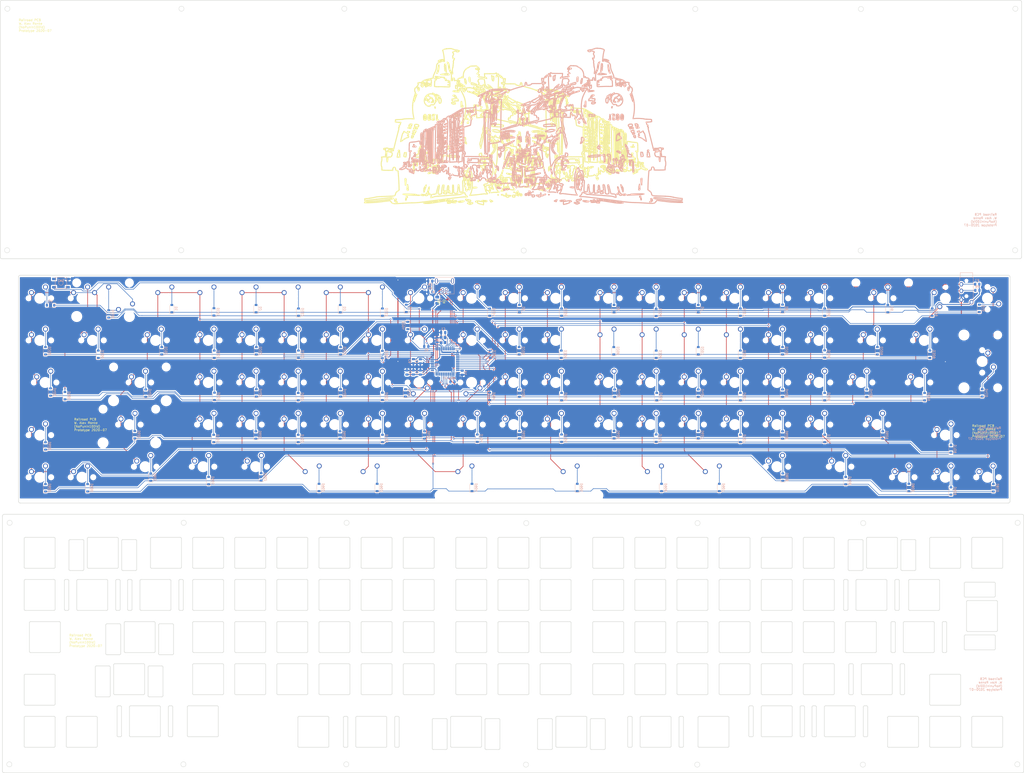
<source format=kicad_pcb>
(kicad_pcb (version 20171130) (host pcbnew "(5.1.6)-1")
  (layers (0 F.Cu signal) (31 B.Cu signal) (34 B.Paste user) (35 F.Paste user) (36 B.SilkS user) (37 F.SilkS user) (38 B.Mask user) (39 F.Mask user) (44 Edge.Cuts user))
  (net 0 "")
  (net 1 GND)
  (net 2 "Net-(C1-Pad1)")
  (net 3 "Net-(C2-Pad1)")
  (net 4 "Net-(C3-Pad1)")
  (net 5 +5V)
  (net 6 "Net-(D0-Pad2)")
  (net 7 ROW0)
  (net 8 "Net-(D1-Pad2)")
  (net 9 "Net-(D2-Pad2)")
  (net 10 "Net-(D3-Pad2)")
  (net 11 "Net-(D4-Pad2)")
  (net 12 "Net-(D5-Pad2)")
  (net 13 "Net-(D6-Pad2)")
  (net 14 "Net-(D7-Pad2)")
  (net 15 "Net-(D8-Pad2)")
  (net 16 "Net-(D9-Pad2)")
  (net 17 "Net-(D10-Pad2)")
  (net 18 "Net-(D100-Pad2)")
  (net 19 ROW1)
  (net 20 "Net-(D101-Pad2)")
  (net 21 "Net-(D102-Pad2)")
  (net 22 "Net-(D103-Pad2)")
  (net 23 "Net-(D104-Pad2)")
  (net 24 "Net-(D105-Pad2)")
  (net 25 "Net-(D106-Pad2)")
  (net 26 "Net-(D107-Pad2)")
  (net 27 "Net-(D108-Pad2)")
  (net 28 "Net-(D109-Pad2)")
  (net 29 "Net-(D200-Pad2)")
  (net 30 ROW2)
  (net 31 "Net-(D201-Pad2)")
  (net 32 "Net-(D202-Pad2)")
  (net 33 "Net-(D203-Pad2)")
  (net 34 "Net-(D204-Pad2)")
  (net 35 "Net-(D205-Pad2)")
  (net 36 "Net-(D206-Pad2)")
  (net 37 "Net-(D207-Pad2)")
  (net 38 "Net-(D208-Pad2)")
  (net 39 "Net-(D209-Pad2)")
  (net 40 "Net-(D300-Pad2)")
  (net 41 ROW3)
  (net 42 "Net-(D301-Pad2)")
  (net 43 "Net-(D302-Pad2)")
  (net 44 "Net-(D303-Pad2)")
  (net 45 "Net-(D304-Pad2)")
  (net 46 "Net-(D305-Pad2)")
  (net 47 "Net-(D306-Pad2)")
  (net 48 "Net-(D307-Pad2)")
  (net 49 "Net-(D308-Pad2)")
  (net 50 "Net-(D309-Pad2)")
  (net 51 "Net-(D400-Pad2)")
  (net 52 ROW4)
  (net 53 "Net-(D401-Pad2)")
  (net 54 "Net-(D402-Pad2)")
  (net 55 "Net-(D403-Pad2)")
  (net 56 "Net-(D404-Pad2)")
  (net 57 "Net-(D405-Pad2)")
  (net 58 "Net-(D406-Pad2)")
  (net 59 "Net-(D407-Pad2)")
  (net 60 "Net-(D408-Pad2)")
  (net 61 "Net-(D409-Pad2)")
  (net 62 "Net-(D410-Pad2)")
  (net 63 "Net-(D501-Pad2)")
  (net 64 ROW5)
  (net 65 "Net-(D502-Pad2)")
  (net 66 "Net-(D503-Pad2)")
  (net 67 "Net-(D504-Pad2)")
  (net 68 "Net-(D505-Pad2)")
  (net 69 "Net-(D506-Pad2)")
  (net 70 "Net-(D507-Pad2)")
  (net 71 "Net-(D508-Pad2)")
  (net 72 "Net-(D509-Pad2)")
  (net 73 "Net-(D600-Pad2)")
  (net 74 ROW6)
  (net 75 "Net-(D601-Pad2)")
  (net 76 "Net-(D602-Pad2)")
  (net 77 "Net-(D603-Pad2)")
  (net 78 "Net-(D604-Pad2)")
  (net 79 "Net-(D605-Pad2)")
  (net 80 "Net-(D606-Pad2)")
  (net 81 "Net-(D607-Pad2)")
  (net 82 "Net-(D608-Pad2)")
  (net 83 "Net-(D609-Pad2)")
  (net 84 "Net-(D701-Pad2)")
  (net 85 ROW7)
  (net 86 "Net-(D702-Pad2)")
  (net 87 "Net-(D703-Pad2)")
  (net 88 "Net-(D704-Pad2)")
  (net 89 "Net-(D705-Pad2)")
  (net 90 "Net-(D706-Pad2)")
  (net 91 "Net-(D707-Pad2)")
  (net 92 "Net-(D708-Pad2)")
  (net 93 "Net-(D709-Pad2)")
  (net 94 "Net-(D800-Pad2)")
  (net 95 ROW8)
  (net 96 "Net-(D801-Pad2)")
  (net 97 "Net-(D802-Pad2)")
  (net 98 "Net-(D808-Pad2)")
  (net 99 "Net-(D809-Pad2)")
  (net 100 "Net-(D810-Pad2)")
  (net 101 "Net-(D900-Pad2)")
  (net 102 ROW9)
  (net 103 "Net-(D901-Pad2)")
  (net 104 "Net-(D902-Pad2)")
  (net 105 "Net-(D903-Pad2)")
  (net 106 "Net-(D904-Pad2)")
  (net 107 "Net-(D905-Pad2)")
  (net 108 "Net-(D906-Pad2)")
  (net 109 "Net-(D907-Pad2)")
  (net 110 "Net-(D908-Pad2)")
  (net 111 "Net-(D909-Pad2)")
  (net 112 VCC)
  (net 113 COL0)
  (net 114 COL1)
  (net 115 COL2)
  (net 116 COL3)
  (net 117 COL4)
  (net 118 COL5)
  (net 119 COL6)
  (net 120 COL7)
  (net 121 COL8)
  (net 122 COL9)
  (net 123 COL10)
  (net 124 "Net-(R1-Pad2)")
  (net 125 D+)
  (net 126 "Net-(R2-Pad1)")
  (net 127 D-)
  (net 128 "Net-(R3-Pad1)")
  (net 129 "Net-(R4-Pad2)")
  (net 130 "Net-(U1-Pad42)")
  (net 131 "Net-(U1-Pad1)")
  (net 132 "Net-(C8-Pad2)")
  (net 133 "Net-(J1-Pad4)")
  (net 134 "Net-(R6-Pad2)")
  (net 135 LHD0)
  (net 136 LHD1)
  (net 137 "Net-(D500-Pad2)")
  (module MX_Only:MXOnly-2U-NoLED (layer F.Cu) (at 390.525 247.65)
    (fp_text reference MX9)
    (fp_text value MX-NoLED)
    (pad 2 thru_hole circle (at 2.54 -5.08) (size 2.25 2.25) (drill 1.47) (layers *.Cu B.Mask) (net 16 "Net-(D9-Pad2)"))
    (pad "" np_thru_hole circle (at 0 0) (size 3.9878 3.9878) (drill 3.9878) (layers *.Cu *.Mask))
    (pad 1 thru_hole circle (at -3.81 -2.54) (size 2.25 2.25) (drill 1.47) (layers *.Cu B.Mask) (net 122 COL9))
    (pad "" np_thru_hole circle (at -5.08 0 48.0996) (size 1.75 1.75) (drill 1.75) (layers *.Cu *.Mask))
    (pad "" np_thru_hole circle (at 5.08 0 48.0996) (size 1.75 1.75) (drill 1.75) (layers *.Cu *.Mask))
    (pad "" np_thru_hole circle (at -11.90625 -6.985) (size 3.048 3.048) (drill 3.048) (layers *.Cu *.Mask))
    (pad "" np_thru_hole circle (at 11.90625 -6.985) (size 3.048 3.048) (drill 3.048) (layers *.Cu *.Mask))
    (pad "" np_thru_hole circle (at -11.90625 8.255) (size 3.9878 3.9878) (drill 3.9878) (layers *.Cu *.Mask))
    (pad "" np_thru_hole circle (at 11.90625 8.255) (size 3.9878 3.9878) (drill 3.9878) (layers *.Cu *.Mask))
  )
  (module MX_Only:MXOnly-1U-NoLED (layer F.Cu) (at 28.575 247.65)
    (fp_text reference MX500_alt2)
    (fp_text value MX-NoLED)
    (pad 2 thru_hole circle (at 2.54 -5.08) (size 2.25 2.25) (drill 1.47) (layers *.Cu B.Mask) (net 137 "Net-(D500-Pad2)"))
    (pad "" np_thru_hole circle (at 0 0) (size 3.9878 3.9878) (drill 3.9878) (layers *.Cu *.Mask))
    (pad 1 thru_hole circle (at -3.81 -2.54) (size 2.25 2.25) (drill 1.47) (layers *.Cu B.Mask) (net 113 COL0))
    (pad "" np_thru_hole circle (at -5.08 0 48.0996) (size 1.75 1.75) (drill 1.75) (layers *.Cu *.Mask))
    (pad "" np_thru_hole circle (at 5.08 0 48.0996) (size 1.75 1.75) (drill 1.75) (layers *.Cu *.Mask))
  )
  (module MX_Only:MXOnly-1U-NoLED (layer F.Cu) (at 47.625 247.65 180)
    (fp_text reference MX100_alt1)
    (fp_text value MX-NoLED)
    (pad 2 thru_hole circle (at 2.54 -5.08 180) (size 2.25 2.25) (drill 1.47) (layers *.Cu B.Mask) (net 18 "Net-(D100-Pad2)"))
    (pad "" np_thru_hole circle (at 0 0 180) (size 3.9878 3.9878) (drill 3.9878) (layers *.Cu *.Mask))
    (pad 1 thru_hole circle (at -3.81 -2.54 180) (size 2.25 2.25) (drill 1.47) (layers *.Cu B.Mask) (net 113 COL0))
    (pad "" np_thru_hole circle (at -5.08 0 228.0996) (size 1.75 1.75) (drill 1.75) (layers *.Cu *.Mask))
    (pad "" np_thru_hole circle (at 5.08 0 228.0996) (size 1.75 1.75) (drill 1.75) (layers *.Cu *.Mask))
  )
  (module Diode_SMD:D_SOD-123 (layer B.Cu) (at 20.85975 291.719 90)
    (fp_text reference D500 (at 0 2 90) (layer B.SilkS) (effects (justify mirror)))
    (fp_text value SOD-123)
    (pad 2 smd rect (at 1.65 0 90) (size 0.9 1.2) (layers B.Cu B.Paste B.Mask) (net 137 "Net-(D500-Pad2)"))
    (pad 1 smd rect (at -1.65 0 90) (size 0.9 1.2) (layers B.Cu B.Paste B.Mask) (net 64 ROW5))
  )
  (module Keebio-Parts:TRRS-PJ-320A (layer B.Cu) (at 428.625 238.128 180)
    (fp_text reference U2)
    (fp_text value TRRS)
    (pad 3 thru_hole oval (at 2.3 -6.2 180) (size 1.6 2) (drill oval 0.9 1.3) (layers *.Cu *.Mask) (net 136 LHD1))
    (pad "" np_thru_hole circle (at 0 -1.6 180) (size 0.8 0.8) (drill 0.8) (layers *.Cu *.Mask))
    (pad "" np_thru_hole circle (at 0 -8.6 180) (size 0.8 0.8) (drill 0.8) (layers *.Cu *.Mask))
    (pad 4 thru_hole oval (at 2.3 -3.2 180) (size 1.6 2) (drill oval 0.9 1.3) (layers *.Cu *.Mask) (net 135 LHD0))
    (pad 2 thru_hole oval (at 2.3 -10.2 180) (size 1.6 2) (drill oval 0.9 1.3) (layers *.Cu *.Mask) (net 1 GND))
    (pad 1 thru_hole oval (at -2.3 -11.3 180) (size 1.6 2) (drill oval 0.9 1.3) (layers *.Cu *.Mask) (net 112 VCC))
  )
  (module MX_Only:MXOnly-1U-NoLED (layer F.Cu) (at 204.7875 247.65)
    (fp_text reference MX104)
    (fp_text value MX-NoLED)
    (pad 2 thru_hole circle (at 2.54 -5.08) (size 2.25 2.25) (drill 1.47) (layers *.Cu B.Mask) (net 23 "Net-(D104-Pad2)"))
    (pad "" np_thru_hole circle (at 0 0) (size 3.9878 3.9878) (drill 3.9878) (layers *.Cu *.Mask))
    (pad 1 thru_hole circle (at -3.81 -2.54) (size 2.25 2.25) (drill 1.47) (layers *.Cu B.Mask) (net 117 COL4))
    (pad "" np_thru_hole circle (at -5.08 0 48.0996) (size 1.75 1.75) (drill 1.75) (layers *.Cu *.Mask))
    (pad "" np_thru_hole circle (at 5.08 0 48.0996) (size 1.75 1.75) (drill 1.75) (layers *.Cu *.Mask))
  )
  (module MX_Only:MXOnly-2U-NoLED (layer F.Cu) (at 38.1 247.65)
    (fp_text reference MX100)
    (fp_text value MX-NoLED)
    (pad 2 thru_hole circle (at 2.54 -5.08) (size 2.25 2.25) (drill 1.47) (layers *.Cu B.Mask) (net 18 "Net-(D100-Pad2)"))
    (pad "" np_thru_hole circle (at 0 0) (size 3.9878 3.9878) (drill 3.9878) (layers *.Cu *.Mask))
    (pad 1 thru_hole circle (at -3.81 -2.54) (size 2.25 2.25) (drill 1.47) (layers *.Cu B.Mask) (net 113 COL0))
    (pad "" np_thru_hole circle (at -5.08 0 48.0996) (size 1.75 1.75) (drill 1.75) (layers *.Cu *.Mask))
    (pad "" np_thru_hole circle (at 5.08 0 48.0996) (size 1.75 1.75) (drill 1.75) (layers *.Cu *.Mask))
    (pad "" np_thru_hole circle (at -11.90625 -6.985) (size 3.048 3.048) (drill 3.048) (layers *.Cu *.Mask))
    (pad "" np_thru_hole circle (at 11.90625 -6.985) (size 3.048 3.048) (drill 3.048) (layers *.Cu *.Mask))
    (pad "" np_thru_hole circle (at -11.90625 8.255) (size 3.9878 3.9878) (drill 3.9878) (layers *.Cu *.Mask))
    (pad "" np_thru_hole circle (at 11.90625 8.255) (size 3.9878 3.9878) (drill 3.9878) (layers *.Cu *.Mask))
  )
  (module Resistor_SMD:R_0805_2012Metric (layer B.Cu) (at 433.578 244.094 180)
    (fp_text reference R8 (at 0 1.65) (layer B.SilkS) (effects (justify mirror)))
    (fp_text value 4.7k)
    (pad 2 smd roundrect (at 0.9375 0 180) (size 0.975 1.4) (layers B.Cu B.Paste B.Mask) (net 136 LHD1))
    (pad 1 smd roundrect (at -0.9375 0 180) (size 0.975 1.4) (layers B.Cu B.Paste B.Mask) (net 112 VCC))
  )
  (module Resistor_SMD:R_0805_2012Metric (layer B.Cu) (at 433.5295 241.3 180)
    (fp_text reference R7 (at 0 1.65) (layer B.SilkS) (effects (justify mirror)))
    (fp_text value 4.7k)
    (pad 2 smd roundrect (at 0.9375 0 180) (size 0.975 1.4) (layers B.Cu B.Paste B.Mask) (net 135 LHD0))
    (pad 1 smd roundrect (at -0.9375 0 180) (size 0.975 1.4) (layers B.Cu B.Paste B.Mask) (net 112 VCC))
  )
  (module Resistor_SMD:R_0805_2012Metric (layer B.Cu) (at 196.16825 285.496 180)
    (fp_text reference R6 (at 0 1.65) (layer B.SilkS) (effects (justify mirror)))
    (fp_text value 10k)
    (pad 2 smd roundrect (at 0.9375 0 180) (size 0.975 1.4) (layers B.Cu B.Paste B.Mask) (net 134 "Net-(R6-Pad2)"))
    (pad 1 smd roundrect (at -0.9375 0 180) (size 0.975 1.4) (layers B.Cu B.Paste B.Mask) (net 5 +5V))
  )
  (module Resistor_SMD:R_0805_2012Metric (layer B.Cu) (at 186.13525 244.856 180)
    (fp_text reference R5 (at 0 1.65) (layer B.SilkS) (effects (justify mirror)))
    (fp_text value 1m)
    (pad 2 smd roundrect (at 0.9375 0 180) (size 0.975 1.4) (layers B.Cu B.Paste B.Mask) (net 1 GND))
    (pad 1 smd roundrect (at -0.9375 0 180) (size 0.975 1.4) (layers B.Cu B.Paste B.Mask) (net 132 "Net-(C8-Pad2)"))
  )
  (module MX_Only:MXOnly-1U-NoLED (layer F.Cu) (at 361.95 285.75)
    (fp_text reference MX508)
    (fp_text value MX-NoLED)
    (pad 2 thru_hole circle (at 2.54 -5.08) (size 2.25 2.25) (drill 1.47) (layers *.Cu B.Mask) (net 71 "Net-(D508-Pad2)"))
    (pad "" np_thru_hole circle (at 0 0) (size 3.9878 3.9878) (drill 3.9878) (layers *.Cu *.Mask))
    (pad 1 thru_hole circle (at -3.81 -2.54) (size 2.25 2.25) (drill 1.47) (layers *.Cu B.Mask) (net 121 COL8))
    (pad "" np_thru_hole circle (at -5.08 0 48.0996) (size 1.75 1.75) (drill 1.75) (layers *.Cu *.Mask))
    (pad "" np_thru_hole circle (at 5.08 0 48.0996) (size 1.75 1.75) (drill 1.75) (layers *.Cu *.Mask))
  )
  (module usb-mini-1734510-1:TE_1734510-1 (layer B.Cu) (at 192.532 239.863)
    (fp_text reference J1 (at -1.311125 6.855945) (layer B.SilkS) (effects (font (size 0.788087 0.788087) (thickness 0.015)) (justify mirror)))
    (fp_text value 1734510-1)
    (pad 1 thru_hole circle (at -1.6 5.05) (size 1.2 1.2) (drill 0.7) (layers *.Cu *.Mask) (net 112 VCC))
    (pad 3 thru_hole circle (at 0 5.05) (size 1.2 1.2) (drill 0.7) (layers *.Cu *.Mask) (net 125 D+))
    (pad 5 thru_hole circle (at 1.6 5.05) (size 1.2 1.2) (drill 0.7) (layers *.Cu *.Mask) (net 1 GND))
    (pad 2 thru_hole circle (at -0.8 3.85) (size 1.2 1.2) (drill 0.7) (layers *.Cu *.Mask) (net 127 D-))
    (pad 4 thru_hole circle (at 0.8 3.85) (size 1.2 1.2) (drill 0.7) (layers *.Cu *.Mask) (net 133 "Net-(J1-Pad4)"))
    (pad SH1 thru_hole oval (at 3.65 0) (size 1.208 2.416) (drill oval 0.7 1.9) (layers *.Cu *.Mask) (net 132 "Net-(C8-Pad2)"))
    (pad SH2 thru_hole oval (at -3.65 0) (size 1.208 2.416) (drill oval 0.7 1.9) (layers *.Cu *.Mask) (net 132 "Net-(C8-Pad2)"))
  )
  (module Capacitor_SMD:C_0805_2012Metric (layer B.Cu) (at 186.08675 239.903)
    (fp_text reference C8 (at 0 1.65) (layer B.SilkS) (effects (justify mirror)))
    (fp_text value 4.7uF)
    (pad 2 smd roundrect (at 0.9375 0) (size 0.975 1.4) (layers B.Cu B.Paste B.Mask) (net 132 "Net-(C8-Pad2)"))
    (pad 1 smd roundrect (at -0.9375 0) (size 0.975 1.4) (layers B.Cu B.Paste B.Mask) (net 1 GND))
  )
  (module Capacitor_SMD:C_0805_2012Metric (layer B.Cu) (at 175.54575 281.2565 90)
    (fp_text reference C7 (at 0 1.65 90) (layer B.SilkS) (effects (justify mirror)))
    (fp_text value 0.1uF)
    (pad 2 smd roundrect (at 0.9375 0 90) (size 0.975 1.4) (layers B.Cu B.Paste B.Mask) (net 1 GND))
    (pad 1 smd roundrect (at -0.9375 0 90) (size 0.975 1.4) (layers B.Cu B.Paste B.Mask) (net 5 +5V))
  )
  (module Capacitor_SMD:C_0805_2012Metric (layer B.Cu) (at 178.46675 276.1465 270)
    (fp_text reference C6 (at 0 1.65 270) (layer B.SilkS) (effects (justify mirror)))
    (fp_text value 0.1uF)
    (pad 2 smd roundrect (at 0.9375 0 270) (size 0.975 1.4) (layers B.Cu B.Paste B.Mask) (net 1 GND))
    (pad 1 smd roundrect (at -0.9375 0 270) (size 0.975 1.4) (layers B.Cu B.Paste B.Mask) (net 5 +5V))
  )
  (module Capacitor_SMD:C_0805_2012Metric (layer B.Cu) (at 181.64175 281.2565 90)
    (fp_text reference C5 (at 0 1.65 90) (layer B.SilkS) (effects (justify mirror)))
    (fp_text value 0.1uF)
    (pad 2 smd roundrect (at 0.9375 0 90) (size 0.975 1.4) (layers B.Cu B.Paste B.Mask) (net 1 GND))
    (pad 1 smd roundrect (at -0.9375 0 90) (size 0.975 1.4) (layers B.Cu B.Paste B.Mask) (net 5 +5V))
  )
  (module Capacitor_SMD:C_0805_2012Metric (layer B.Cu) (at 178.46675 281.2265 90)
    (fp_text reference C4 (at 0 1.65 90) (layer B.SilkS) (effects (justify mirror)))
    (fp_text value 4.7uF)
    (pad 2 smd roundrect (at 0.9375 0 90) (size 0.975 1.4) (layers B.Cu B.Paste B.Mask) (net 1 GND))
    (pad 1 smd roundrect (at -0.9375 0 90) (size 0.975 1.4) (layers B.Cu B.Paste B.Mask) (net 5 +5V))
  )
  (module Capacitor_SMD:C_0805_2012Metric (layer B.Cu) (at 181.61 276.1765 270)
    (fp_text reference C3 (at 0 1.65 90) (layer B.SilkS) (effects (justify mirror)))
    (fp_text value 1uF)
    (pad 2 smd roundrect (at 0.9375 0 270) (size 0.975 1.4) (layers B.Cu B.Paste B.Mask) (net 1 GND))
    (pad 1 smd roundrect (at -0.9375 0 270) (size 0.975 1.4) (layers B.Cu B.Paste B.Mask) (net 4 "Net-(C3-Pad1)"))
  )
  (module Capacitor_SMD:C_0805_2012Metric (layer B.Cu) (at 189.103 266.6215 90)
    (fp_text reference C2 (at 0 1.65 90) (layer B.SilkS) (effects (justify mirror)))
    (fp_text value 22pF)
    (pad 2 smd roundrect (at 0.9375 0 90) (size 0.975 1.4) (layers B.Cu B.Paste B.Mask) (net 1 GND))
    (pad 1 smd roundrect (at -0.9375 0 90) (size 0.975 1.4) (layers B.Cu B.Paste B.Mask) (net 3 "Net-(C2-Pad1)"))
  )
  (module Capacitor_SMD:C_0805_2012Metric (layer B.Cu) (at 191.9455 263.144 180)
    (fp_text reference C1 (at 0 1.65) (layer B.SilkS) (effects (justify mirror)))
    (fp_text value 22pF)
    (pad 2 smd roundrect (at 0.9375 0 180) (size 0.975 1.4) (layers B.Cu B.Paste B.Mask) (net 1 GND))
    (pad 1 smd roundrect (at -0.9375 0 180) (size 0.975 1.4) (layers B.Cu B.Paste B.Mask) (net 2 "Net-(C1-Pad1)"))
  )
  (module MX_Only:MXOnly-ISO-ROTATED-ReversedStabilizers-NoLED (layer F.Cu) (at 435.76875 276.225)
    (fp_text reference MX410)
    (fp_text value MX-NoLED)
    (pad "" np_thru_hole circle (at -8.255 -11.938) (size 3.9878 3.9878) (drill 3.9878) (layers *.Cu *.Mask))
    (pad "" np_thru_hole circle (at -8.255 11.938) (size 3.9878 3.9878) (drill 3.9878) (layers *.Cu *.Mask))
    (pad "" np_thru_hole circle (at 6.985 -11.938) (size 3.048 3.048) (drill 3.048) (layers *.Cu *.Mask))
    (pad "" np_thru_hole circle (at 6.985 11.938) (size 3.048 3.048) (drill 3.048) (layers *.Cu *.Mask))
    (pad "" np_thru_hole circle (at 0 5.08 48.0996) (size 1.75 1.75) (drill 1.75) (layers *.Cu *.Mask))
    (pad "" np_thru_hole circle (at 0 -5.08 48.0996) (size 1.75 1.75) (drill 1.75) (layers *.Cu *.Mask))
    (pad 1 thru_hole circle (at 2.54 -3.81) (size 2.25 2.25) (drill 1.47) (layers *.Cu B.Mask) (net 123 COL10))
    (pad "" np_thru_hole circle (at 0 0) (size 3.9878 3.9878) (drill 3.9878) (layers *.Cu *.Mask))
    (pad 2 thru_hole circle (at 5.08 2.54) (size 2.25 2.25) (drill 1.47) (layers *.Cu B.Mask) (net 62 "Net-(D410-Pad2)"))
  )
  (module MX_Only:MXOnly-1U-NoLED (layer F.Cu) (at 242.8875 266.7)
    (fp_text reference MX305)
    (fp_text value MX-NoLED)
    (pad 2 thru_hole circle (at 2.54 -5.08) (size 2.25 2.25) (drill 1.47) (layers *.Cu B.Mask) (net 46 "Net-(D305-Pad2)"))
    (pad "" np_thru_hole circle (at 0 0) (size 3.9878 3.9878) (drill 3.9878) (layers *.Cu *.Mask))
    (pad 1 thru_hole circle (at -3.81 -2.54) (size 2.25 2.25) (drill 1.47) (layers *.Cu B.Mask) (net 118 COL5))
    (pad "" np_thru_hole circle (at -5.08 0 48.0996) (size 1.75 1.75) (drill 1.75) (layers *.Cu *.Mask))
    (pad "" np_thru_hole circle (at 5.08 0 48.0996) (size 1.75 1.75) (drill 1.75) (layers *.Cu *.Mask))
  )
  (module MX_Only:MXOnly-1U-NoLED (layer F.Cu) (at 285.75 266.7)
    (fp_text reference MX306)
    (fp_text value MX-NoLED)
    (pad 2 thru_hole circle (at 2.54 -5.08) (size 2.25 2.25) (drill 1.47) (layers *.Cu B.Mask) (net 47 "Net-(D306-Pad2)"))
    (pad "" np_thru_hole circle (at 0 0) (size 3.9878 3.9878) (drill 3.9878) (layers *.Cu *.Mask))
    (pad 1 thru_hole circle (at -3.81 -2.54) (size 2.25 2.25) (drill 1.47) (layers *.Cu B.Mask) (net 119 COL6))
    (pad "" np_thru_hole circle (at -5.08 0 48.0996) (size 1.75 1.75) (drill 1.75) (layers *.Cu *.Mask))
    (pad "" np_thru_hole circle (at 5.08 0 48.0996) (size 1.75 1.75) (drill 1.75) (layers *.Cu *.Mask))
  )
  (module MX_Only:MXOnly-1.5U-NoLED (layer F.Cu) (at 342.9 323.85)
    (fp_text reference MX808)
    (fp_text value MX-NoLED)
    (pad 2 thru_hole circle (at 2.54 -5.08) (size 2.25 2.25) (drill 1.47) (layers *.Cu B.Mask) (net 98 "Net-(D808-Pad2)"))
    (pad "" np_thru_hole circle (at 0 0) (size 3.9878 3.9878) (drill 3.9878) (layers *.Cu *.Mask))
    (pad 1 thru_hole circle (at -3.81 -2.54) (size 2.25 2.25) (drill 1.47) (layers *.Cu B.Mask) (net 121 COL8))
    (pad "" np_thru_hole circle (at -5.08 0 48.0996) (size 1.75 1.75) (drill 1.75) (layers *.Cu *.Mask))
    (pad "" np_thru_hole circle (at 5.08 0 48.0996) (size 1.75 1.75) (drill 1.75) (layers *.Cu *.Mask))
  )
  (module MX_Only:MXOnly-1U-NoLED (layer F.Cu) (at 123.825 247.65)
    (fp_text reference MX102)
    (fp_text value MX-NoLED)
    (pad 2 thru_hole circle (at 2.54 -5.08) (size 2.25 2.25) (drill 1.47) (layers *.Cu B.Mask) (net 21 "Net-(D102-Pad2)"))
    (pad "" np_thru_hole circle (at 0 0) (size 3.9878 3.9878) (drill 3.9878) (layers *.Cu *.Mask))
    (pad 1 thru_hole circle (at -3.81 -2.54) (size 2.25 2.25) (drill 1.47) (layers *.Cu B.Mask) (net 115 COL2))
    (pad "" np_thru_hole circle (at -5.08 0 48.0996) (size 1.75 1.75) (drill 1.75) (layers *.Cu *.Mask))
    (pad "" np_thru_hole circle (at 5.08 0 48.0996) (size 1.75 1.75) (drill 1.75) (layers *.Cu *.Mask))
  )
  (module MX_Only:MXOnly-1.5U-NoLED (layer F.Cu) (at 57.15 323.85)
    (fp_text reference MX801)
    (fp_text value MX-NoLED)
    (pad 2 thru_hole circle (at 2.54 -5.08) (size 2.25 2.25) (drill 1.47) (layers *.Cu B.Mask) (net 96 "Net-(D801-Pad2)"))
    (pad "" np_thru_hole circle (at 0 0) (size 3.9878 3.9878) (drill 3.9878) (layers *.Cu *.Mask))
    (pad 1 thru_hole circle (at -3.81 -2.54) (size 2.25 2.25) (drill 1.47) (layers *.Cu B.Mask) (net 114 COL1))
    (pad "" np_thru_hole circle (at -5.08 0 48.0996) (size 1.75 1.75) (drill 1.75) (layers *.Cu *.Mask))
    (pad "" np_thru_hole circle (at 5.08 0 48.0996) (size 1.75 1.75) (drill 1.75) (layers *.Cu *.Mask))
  )
  (module MX_Only:MXOnly-2.75U-NoLED (layer F.Cu) (at 50.00625 304.8)
    (fp_text reference MX601)
    (fp_text value MX-NoLED)
    (pad 2 thru_hole circle (at 2.54 -5.08) (size 2.25 2.25) (drill 1.47) (layers *.Cu B.Mask) (net 75 "Net-(D601-Pad2)"))
    (pad "" np_thru_hole circle (at 0 0) (size 3.9878 3.9878) (drill 3.9878) (layers *.Cu *.Mask))
    (pad 1 thru_hole circle (at -3.81 -2.54) (size 2.25 2.25) (drill 1.47) (layers *.Cu B.Mask) (net 114 COL1))
    (pad "" np_thru_hole circle (at -5.08 0 48.0996) (size 1.75 1.75) (drill 1.75) (layers *.Cu *.Mask))
    (pad "" np_thru_hole circle (at 5.08 0 48.0996) (size 1.75 1.75) (drill 1.75) (layers *.Cu *.Mask))
    (pad "" np_thru_hole circle (at -11.90625 -6.985) (size 3.048 3.048) (drill 3.048) (layers *.Cu *.Mask))
    (pad "" np_thru_hole circle (at 11.90625 -6.985) (size 3.048 3.048) (drill 3.048) (layers *.Cu *.Mask))
    (pad "" np_thru_hole circle (at -11.90625 8.255) (size 3.9878 3.9878) (drill 3.9878) (layers *.Cu *.Mask))
    (pad "" np_thru_hole circle (at 11.90625 8.255) (size 3.9878 3.9878) (drill 3.9878) (layers *.Cu *.Mask))
  )
  (module MX_Only:MXOnly-2.75U-NoLED (layer F.Cu) (at 202.40625 328.6125)
    (fp_text reference MX904)
    (fp_text value MX-NoLED)
    (pad 2 thru_hole circle (at 2.54 -5.08) (size 2.25 2.25) (drill 1.47) (layers *.Cu B.Mask) (net 106 "Net-(D904-Pad2)"))
    (pad "" np_thru_hole circle (at 0 0) (size 3.9878 3.9878) (drill 3.9878) (layers *.Cu *.Mask))
    (pad 1 thru_hole circle (at -3.81 -2.54) (size 2.25 2.25) (drill 1.47) (layers *.Cu B.Mask) (net 117 COL4))
    (pad "" np_thru_hole circle (at -5.08 0 48.0996) (size 1.75 1.75) (drill 1.75) (layers *.Cu *.Mask))
    (pad "" np_thru_hole circle (at 5.08 0 48.0996) (size 1.75 1.75) (drill 1.75) (layers *.Cu *.Mask))
    (pad "" np_thru_hole circle (at -11.90625 -6.985) (size 3.048 3.048) (drill 3.048) (layers *.Cu *.Mask))
    (pad "" np_thru_hole circle (at 11.90625 -6.985) (size 3.048 3.048) (drill 3.048) (layers *.Cu *.Mask))
    (pad "" np_thru_hole circle (at -11.90625 8.255) (size 3.9878 3.9878) (drill 3.9878) (layers *.Cu *.Mask))
    (pad "" np_thru_hole circle (at 11.90625 8.255) (size 3.9878 3.9878) (drill 3.9878) (layers *.Cu *.Mask))
  )
  (module MX_Only:MXOnly-1.75U-NoLED (layer F.Cu) (at 288.13125 328.6125)
    (fp_text reference MX906)
    (fp_text value MX-NoLED)
    (pad 2 thru_hole circle (at 2.54 -5.08) (size 2.25 2.25) (drill 1.47) (layers *.Cu B.Mask) (net 108 "Net-(D906-Pad2)"))
    (pad "" np_thru_hole circle (at 0 0) (size 3.9878 3.9878) (drill 3.9878) (layers *.Cu *.Mask))
    (pad 1 thru_hole circle (at -3.81 -2.54) (size 2.25 2.25) (drill 1.47) (layers *.Cu B.Mask) (net 119 COL6))
    (pad "" np_thru_hole circle (at -5.08 0 48.0996) (size 1.75 1.75) (drill 1.75) (layers *.Cu *.Mask))
    (pad "" np_thru_hole circle (at 5.08 0 48.0996) (size 1.75 1.75) (drill 1.75) (layers *.Cu *.Mask))
  )
  (module MX_Only:MXOnly-1.75U-NoLED (layer F.Cu) (at 159.54375 328.6125)
    (fp_text reference MX903)
    (fp_text value MX-NoLED)
    (pad 2 thru_hole circle (at 2.54 -5.08) (size 2.25 2.25) (drill 1.47) (layers *.Cu B.Mask) (net 105 "Net-(D903-Pad2)"))
    (pad "" np_thru_hole circle (at 0 0) (size 3.9878 3.9878) (drill 3.9878) (layers *.Cu *.Mask))
    (pad 1 thru_hole circle (at -3.81 -2.54) (size 2.25 2.25) (drill 1.47) (layers *.Cu B.Mask) (net 116 COL3))
    (pad "" np_thru_hole circle (at -5.08 0 48.0996) (size 1.75 1.75) (drill 1.75) (layers *.Cu *.Mask))
    (pad "" np_thru_hole circle (at 5.08 0 48.0996) (size 1.75 1.75) (drill 1.75) (layers *.Cu *.Mask))
  )
  (module MX_Only:MXOnly-1.75U-NoLED (layer F.Cu) (at 388.14375 304.8)
    (fp_text reference MX609)
    (fp_text value MX-NoLED)
    (pad 2 thru_hole circle (at 2.54 -5.08) (size 2.25 2.25) (drill 1.47) (layers *.Cu B.Mask) (net 83 "Net-(D609-Pad2)"))
    (pad "" np_thru_hole circle (at 0 0) (size 3.9878 3.9878) (drill 3.9878) (layers *.Cu *.Mask))
    (pad 1 thru_hole circle (at -3.81 -2.54) (size 2.25 2.25) (drill 1.47) (layers *.Cu B.Mask) (net 122 COL9))
    (pad "" np_thru_hole circle (at -5.08 0 48.0996) (size 1.75 1.75) (drill 1.75) (layers *.Cu *.Mask))
    (pad "" np_thru_hole circle (at 5.08 0 48.0996) (size 1.75 1.75) (drill 1.75) (layers *.Cu *.Mask))
  )
  (module MX_Only:MXOnly-1.75U-NoLED (layer F.Cu) (at 407.19375 285.75)
    (fp_text reference MX509)
    (fp_text value MX-NoLED)
    (pad 2 thru_hole circle (at 2.54 -5.08) (size 2.25 2.25) (drill 1.47) (layers *.Cu B.Mask) (net 72 "Net-(D509-Pad2)"))
    (pad "" np_thru_hole circle (at 0 0) (size 3.9878 3.9878) (drill 3.9878) (layers *.Cu *.Mask))
    (pad 1 thru_hole circle (at -3.81 -2.54) (size 2.25 2.25) (drill 1.47) (layers *.Cu B.Mask) (net 122 COL9))
    (pad "" np_thru_hole circle (at -5.08 0 48.0996) (size 1.75 1.75) (drill 1.75) (layers *.Cu *.Mask))
    (pad "" np_thru_hole circle (at 5.08 0 48.0996) (size 1.75 1.75) (drill 1.75) (layers *.Cu *.Mask))
  )
  (module MX_Only:MXOnly-1.25U-NoLED (layer F.Cu) (at 11.90625 285.75)
    (fp_text reference MX400)
    (fp_text value MX-NoLED)
    (pad 2 thru_hole circle (at 2.54 -5.08) (size 2.25 2.25) (drill 1.47) (layers *.Cu B.Mask) (net 51 "Net-(D400-Pad2)"))
    (pad "" np_thru_hole circle (at 0 0) (size 3.9878 3.9878) (drill 3.9878) (layers *.Cu *.Mask))
    (pad 1 thru_hole circle (at -3.81 -2.54) (size 2.25 2.25) (drill 1.47) (layers *.Cu B.Mask) (net 113 COL0))
    (pad "" np_thru_hole circle (at -5.08 0 48.0996) (size 1.75 1.75) (drill 1.75) (layers *.Cu *.Mask))
    (pad "" np_thru_hole circle (at 5.08 0 48.0996) (size 1.75 1.75) (drill 1.75) (layers *.Cu *.Mask))
  )
  (module MX_Only:MXOnly-1.25U-NoLED (layer F.Cu) (at 83.34375 323.85)
    (fp_text reference MX901)
    (fp_text value MX-NoLED)
    (pad 2 thru_hole circle (at 2.54 -5.08) (size 2.25 2.25) (drill 1.47) (layers *.Cu B.Mask) (net 103 "Net-(D901-Pad2)"))
    (pad "" np_thru_hole circle (at 0 0) (size 3.9878 3.9878) (drill 3.9878) (layers *.Cu *.Mask))
    (pad 1 thru_hole circle (at -3.81 -2.54) (size 2.25 2.25) (drill 1.47) (layers *.Cu B.Mask) (net 114 COL1))
    (pad "" np_thru_hole circle (at -5.08 0 48.0996) (size 1.75 1.75) (drill 1.75) (layers *.Cu *.Mask))
    (pad "" np_thru_hole circle (at 5.08 0 48.0996) (size 1.75 1.75) (drill 1.75) (layers *.Cu *.Mask))
  )
  (module MX_Only:MXOnly-1.25U-NoLED (layer F.Cu) (at 107.15625 323.85)
    (fp_text reference MX802)
    (fp_text value MX-NoLED)
    (pad 2 thru_hole circle (at 2.54 -5.08) (size 2.25 2.25) (drill 1.47) (layers *.Cu B.Mask) (net 97 "Net-(D802-Pad2)"))
    (pad "" np_thru_hole circle (at 0 0) (size 3.9878 3.9878) (drill 3.9878) (layers *.Cu *.Mask))
    (pad 1 thru_hole circle (at -3.81 -2.54) (size 2.25 2.25) (drill 1.47) (layers *.Cu B.Mask) (net 115 COL2))
    (pad "" np_thru_hole circle (at -5.08 0 48.0996) (size 1.75 1.75) (drill 1.75) (layers *.Cu *.Mask))
    (pad "" np_thru_hole circle (at 5.08 0 48.0996) (size 1.75 1.75) (drill 1.75) (layers *.Cu *.Mask))
  )
  (module MX_Only:MXOnly-1.5U-NoLED (layer F.Cu) (at 371.475 323.85)
    (fp_text reference MX908)
    (fp_text value MX-NoLED)
    (pad 2 thru_hole circle (at 2.54 -5.08) (size 2.25 2.25) (drill 1.47) (layers *.Cu B.Mask) (net 110 "Net-(D908-Pad2)"))
    (pad "" np_thru_hole circle (at 0 0) (size 3.9878 3.9878) (drill 3.9878) (layers *.Cu *.Mask))
    (pad 1 thru_hole circle (at -3.81 -2.54) (size 2.25 2.25) (drill 1.47) (layers *.Cu B.Mask) (net 121 COL8))
    (pad "" np_thru_hole circle (at -5.08 0 48.0996) (size 1.75 1.75) (drill 1.75) (layers *.Cu *.Mask))
    (pad "" np_thru_hole circle (at 5.08 0 48.0996) (size 1.75 1.75) (drill 1.75) (layers *.Cu *.Mask))
  )
  (module MX_Only:MXOnly-1.5U-NoLED (layer F.Cu) (at 33.3375 266.7)
    (fp_text reference MX300)
    (fp_text value MX-NoLED)
    (pad 2 thru_hole circle (at 2.54 -5.08) (size 2.25 2.25) (drill 1.47) (layers *.Cu B.Mask) (net 40 "Net-(D300-Pad2)"))
    (pad "" np_thru_hole circle (at 0 0) (size 3.9878 3.9878) (drill 3.9878) (layers *.Cu *.Mask))
    (pad 1 thru_hole circle (at -3.81 -2.54) (size 2.25 2.25) (drill 1.47) (layers *.Cu B.Mask) (net 113 COL0))
    (pad "" np_thru_hole circle (at -5.08 0 48.0996) (size 1.75 1.75) (drill 1.75) (layers *.Cu *.Mask))
    (pad "" np_thru_hole circle (at 5.08 0 48.0996) (size 1.75 1.75) (drill 1.75) (layers *.Cu *.Mask))
  )
  (module MX_Only:MXOnly-1.5U-NoLED (layer F.Cu) (at 385.7625 266.7)
    (fp_text reference MX209)
    (fp_text value MX-NoLED)
    (pad 2 thru_hole circle (at 2.54 -5.08) (size 2.25 2.25) (drill 1.47) (layers *.Cu B.Mask) (net 39 "Net-(D209-Pad2)"))
    (pad "" np_thru_hole circle (at 0 0) (size 3.9878 3.9878) (drill 3.9878) (layers *.Cu *.Mask))
    (pad 1 thru_hole circle (at -3.81 -2.54) (size 2.25 2.25) (drill 1.47) (layers *.Cu B.Mask) (net 122 COL9))
    (pad "" np_thru_hole circle (at -5.08 0 48.0996) (size 1.75 1.75) (drill 1.75) (layers *.Cu *.Mask))
    (pad "" np_thru_hole circle (at 5.08 0 48.0996) (size 1.75 1.75) (drill 1.75) (layers *.Cu *.Mask))
  )
  (module MX_Only:MXOnly-1.5U-NoLED (layer F.Cu) (at 61.9125 266.7)
    (fp_text reference MX201)
    (fp_text value MX-NoLED)
    (pad 2 thru_hole circle (at 2.54 -5.08) (size 2.25 2.25) (drill 1.47) (layers *.Cu B.Mask) (net 31 "Net-(D201-Pad2)"))
    (pad "" np_thru_hole circle (at 0 0) (size 3.9878 3.9878) (drill 3.9878) (layers *.Cu *.Mask))
    (pad 1 thru_hole circle (at -3.81 -2.54) (size 2.25 2.25) (drill 1.47) (layers *.Cu B.Mask) (net 114 COL1))
    (pad "" np_thru_hole circle (at -5.08 0 48.0996) (size 1.75 1.75) (drill 1.75) (layers *.Cu *.Mask))
    (pad "" np_thru_hole circle (at 5.08 0 48.0996) (size 1.75 1.75) (drill 1.75) (layers *.Cu *.Mask))
  )
  (module MX_Only:MXOnly-2.25U-NoLED (layer F.Cu) (at 250.03125 328.6125)
    (fp_text reference MX905)
    (fp_text value MX-NoLED)
    (pad 2 thru_hole circle (at 2.54 -5.08) (size 2.25 2.25) (drill 1.47) (layers *.Cu B.Mask) (net 107 "Net-(D905-Pad2)"))
    (pad "" np_thru_hole circle (at 0 0) (size 3.9878 3.9878) (drill 3.9878) (layers *.Cu *.Mask))
    (pad 1 thru_hole circle (at -3.81 -2.54) (size 2.25 2.25) (drill 1.47) (layers *.Cu B.Mask) (net 118 COL5))
    (pad "" np_thru_hole circle (at -5.08 0 48.0996) (size 1.75 1.75) (drill 1.75) (layers *.Cu *.Mask))
    (pad "" np_thru_hole circle (at 5.08 0 48.0996) (size 1.75 1.75) (drill 1.75) (layers *.Cu *.Mask))
    (pad "" np_thru_hole circle (at -11.90625 -6.985) (size 3.048 3.048) (drill 3.048) (layers *.Cu *.Mask))
    (pad "" np_thru_hole circle (at 11.90625 -6.985) (size 3.048 3.048) (drill 3.048) (layers *.Cu *.Mask))
    (pad "" np_thru_hole circle (at -11.90625 8.255) (size 3.9878 3.9878) (drill 3.9878) (layers *.Cu *.Mask))
    (pad "" np_thru_hole circle (at 11.90625 8.255) (size 3.9878 3.9878) (drill 3.9878) (layers *.Cu *.Mask))
  )
  (module MX_Only:MXOnly-2.25U-NoLED (layer F.Cu) (at 54.76875 285.75)
    (fp_text reference MX401)
    (fp_text value MX-NoLED)
    (pad 2 thru_hole circle (at 2.54 -5.08) (size 2.25 2.25) (drill 1.47) (layers *.Cu B.Mask) (net 53 "Net-(D401-Pad2)"))
    (pad "" np_thru_hole circle (at 0 0) (size 3.9878 3.9878) (drill 3.9878) (layers *.Cu *.Mask))
    (pad 1 thru_hole circle (at -3.81 -2.54) (size 2.25 2.25) (drill 1.47) (layers *.Cu B.Mask) (net 114 COL1))
    (pad "" np_thru_hole circle (at -5.08 0 48.0996) (size 1.75 1.75) (drill 1.75) (layers *.Cu *.Mask))
    (pad "" np_thru_hole circle (at 5.08 0 48.0996) (size 1.75 1.75) (drill 1.75) (layers *.Cu *.Mask))
    (pad "" np_thru_hole circle (at -11.90625 -6.985) (size 3.048 3.048) (drill 3.048) (layers *.Cu *.Mask))
    (pad "" np_thru_hole circle (at 11.90625 -6.985) (size 3.048 3.048) (drill 3.048) (layers *.Cu *.Mask))
    (pad "" np_thru_hole circle (at -11.90625 8.255) (size 3.9878 3.9878) (drill 3.9878) (layers *.Cu *.Mask))
    (pad "" np_thru_hole circle (at 11.90625 8.255) (size 3.9878 3.9878) (drill 3.9878) (layers *.Cu *.Mask))
  )
  (module MX_Only:MXOnly-1U-NoLED (layer F.Cu) (at 104.775 304.8)
    (fp_text reference MX602)
    (fp_text value MX-NoLED)
    (pad 2 thru_hole circle (at 2.54 -5.08) (size 2.25 2.25) (drill 1.47) (layers *.Cu B.Mask) (net 76 "Net-(D602-Pad2)"))
    (pad "" np_thru_hole circle (at 0 0) (size 3.9878 3.9878) (drill 3.9878) (layers *.Cu *.Mask))
    (pad 1 thru_hole circle (at -3.81 -2.54) (size 2.25 2.25) (drill 1.47) (layers *.Cu B.Mask) (net 115 COL2))
    (pad "" np_thru_hole circle (at -5.08 0 48.0996) (size 1.75 1.75) (drill 1.75) (layers *.Cu *.Mask))
    (pad "" np_thru_hole circle (at 5.08 0 48.0996) (size 1.75 1.75) (drill 1.75) (layers *.Cu *.Mask))
  )
  (module MX_Only:MXOnly-1U-NoLED (layer F.Cu) (at 123.825 304.8)
    (fp_text reference MX702)
    (fp_text value MX-NoLED)
    (pad 2 thru_hole circle (at 2.54 -5.08) (size 2.25 2.25) (drill 1.47) (layers *.Cu B.Mask) (net 86 "Net-(D702-Pad2)"))
    (pad "" np_thru_hole circle (at 0 0) (size 3.9878 3.9878) (drill 3.9878) (layers *.Cu *.Mask))
    (pad 1 thru_hole circle (at -3.81 -2.54) (size 2.25 2.25) (drill 1.47) (layers *.Cu B.Mask) (net 115 COL2))
    (pad "" np_thru_hole circle (at -5.08 0 48.0996) (size 1.75 1.75) (drill 1.75) (layers *.Cu *.Mask))
    (pad "" np_thru_hole circle (at 5.08 0 48.0996) (size 1.75 1.75) (drill 1.75) (layers *.Cu *.Mask))
  )
  (module MX_Only:MXOnly-1U-NoLED (layer F.Cu) (at 123.825 285.75)
    (fp_text reference MX502)
    (fp_text value MX-NoLED)
    (pad 2 thru_hole circle (at 2.54 -5.08) (size 2.25 2.25) (drill 1.47) (layers *.Cu B.Mask) (net 65 "Net-(D502-Pad2)"))
    (pad "" np_thru_hole circle (at 0 0) (size 3.9878 3.9878) (drill 3.9878) (layers *.Cu *.Mask))
    (pad 1 thru_hole circle (at -3.81 -2.54) (size 2.25 2.25) (drill 1.47) (layers *.Cu B.Mask) (net 115 COL2))
    (pad "" np_thru_hole circle (at -5.08 0 48.0996) (size 1.75 1.75) (drill 1.75) (layers *.Cu *.Mask))
    (pad "" np_thru_hole circle (at 5.08 0 48.0996) (size 1.75 1.75) (drill 1.75) (layers *.Cu *.Mask))
  )
  (module MX_Only:MXOnly-1U-NoLED (layer F.Cu) (at 419.1 328.6125)
    (fp_text reference MX909)
    (fp_text value MX-NoLED)
    (pad 2 thru_hole circle (at 2.54 -5.08) (size 2.25 2.25) (drill 1.47) (layers *.Cu B.Mask) (net 111 "Net-(D909-Pad2)"))
    (pad "" np_thru_hole circle (at 0 0) (size 3.9878 3.9878) (drill 3.9878) (layers *.Cu *.Mask))
    (pad 1 thru_hole circle (at -3.81 -2.54) (size 2.25 2.25) (drill 1.47) (layers *.Cu B.Mask) (net 122 COL9))
    (pad "" np_thru_hole circle (at -5.08 0 48.0996) (size 1.75 1.75) (drill 1.75) (layers *.Cu *.Mask))
    (pad "" np_thru_hole circle (at 5.08 0 48.0996) (size 1.75 1.75) (drill 1.75) (layers *.Cu *.Mask))
  )
  (module MX_Only:MXOnly-1U-NoLED (layer F.Cu) (at 314.325 328.6125)
    (fp_text reference MX907)
    (fp_text value MX-NoLED)
    (pad 2 thru_hole circle (at 2.54 -5.08) (size 2.25 2.25) (drill 1.47) (layers *.Cu B.Mask) (net 109 "Net-(D907-Pad2)"))
    (pad "" np_thru_hole circle (at 0 0) (size 3.9878 3.9878) (drill 3.9878) (layers *.Cu *.Mask))
    (pad 1 thru_hole circle (at -3.81 -2.54) (size 2.25 2.25) (drill 1.47) (layers *.Cu B.Mask) (net 120 COL7))
    (pad "" np_thru_hole circle (at -5.08 0 48.0996) (size 1.75 1.75) (drill 1.75) (layers *.Cu *.Mask))
    (pad "" np_thru_hole circle (at 5.08 0 48.0996) (size 1.75 1.75) (drill 1.75) (layers *.Cu *.Mask))
  )
  (module MX_Only:MXOnly-1U-NoLED (layer F.Cu) (at 133.35 328.6125)
    (fp_text reference MX902)
    (fp_text value MX-NoLED)
    (pad 2 thru_hole circle (at 2.54 -5.08) (size 2.25 2.25) (drill 1.47) (layers *.Cu B.Mask) (net 104 "Net-(D902-Pad2)"))
    (pad "" np_thru_hole circle (at 0 0) (size 3.9878 3.9878) (drill 3.9878) (layers *.Cu *.Mask))
    (pad 1 thru_hole circle (at -3.81 -2.54) (size 2.25 2.25) (drill 1.47) (layers *.Cu B.Mask) (net 115 COL2))
    (pad "" np_thru_hole circle (at -5.08 0 48.0996) (size 1.75 1.75) (drill 1.75) (layers *.Cu *.Mask))
    (pad "" np_thru_hole circle (at 5.08 0 48.0996) (size 1.75 1.75) (drill 1.75) (layers *.Cu *.Mask))
  )
  (module MX_Only:MXOnly-1U-NoLED (layer F.Cu) (at 28.575 328.6125)
    (fp_text reference MX900)
    (fp_text value MX-NoLED)
    (pad 2 thru_hole circle (at 2.54 -5.08) (size 2.25 2.25) (drill 1.47) (layers *.Cu B.Mask) (net 101 "Net-(D900-Pad2)"))
    (pad "" np_thru_hole circle (at 0 0) (size 3.9878 3.9878) (drill 3.9878) (layers *.Cu *.Mask))
    (pad 1 thru_hole circle (at -3.81 -2.54) (size 2.25 2.25) (drill 1.47) (layers *.Cu B.Mask) (net 113 COL0))
    (pad "" np_thru_hole circle (at -5.08 0 48.0996) (size 1.75 1.75) (drill 1.75) (layers *.Cu *.Mask))
    (pad "" np_thru_hole circle (at 5.08 0 48.0996) (size 1.75 1.75) (drill 1.75) (layers *.Cu *.Mask))
  )
  (module MX_Only:MXOnly-1U-NoLED (layer F.Cu) (at 438.15 328.6125)
    (fp_text reference MX810)
    (fp_text value MX-NoLED)
    (pad 2 thru_hole circle (at 2.54 -5.08) (size 2.25 2.25) (drill 1.47) (layers *.Cu B.Mask) (net 100 "Net-(D810-Pad2)"))
    (pad "" np_thru_hole circle (at 0 0) (size 3.9878 3.9878) (drill 3.9878) (layers *.Cu *.Mask))
    (pad 1 thru_hole circle (at -3.81 -2.54) (size 2.25 2.25) (drill 1.47) (layers *.Cu B.Mask) (net 123 COL10))
    (pad "" np_thru_hole circle (at -5.08 0 48.0996) (size 1.75 1.75) (drill 1.75) (layers *.Cu *.Mask))
    (pad "" np_thru_hole circle (at 5.08 0 48.0996) (size 1.75 1.75) (drill 1.75) (layers *.Cu *.Mask))
  )
  (module MX_Only:MXOnly-1U-NoLED (layer F.Cu) (at 400.05 328.6125)
    (fp_text reference MX809)
    (fp_text value MX-NoLED)
    (pad 2 thru_hole circle (at 2.54 -5.08) (size 2.25 2.25) (drill 1.47) (layers *.Cu B.Mask) (net 99 "Net-(D809-Pad2)"))
    (pad "" np_thru_hole circle (at 0 0) (size 3.9878 3.9878) (drill 3.9878) (layers *.Cu *.Mask))
    (pad 1 thru_hole circle (at -3.81 -2.54) (size 2.25 2.25) (drill 1.47) (layers *.Cu B.Mask) (net 122 COL9))
    (pad "" np_thru_hole circle (at -5.08 0 48.0996) (size 1.75 1.75) (drill 1.75) (layers *.Cu *.Mask))
    (pad "" np_thru_hole circle (at 5.08 0 48.0996) (size 1.75 1.75) (drill 1.75) (layers *.Cu *.Mask))
  )
  (module MX_Only:MXOnly-1U-NoLED (layer F.Cu) (at 9.525 328.6125)
    (fp_text reference MX800)
    (fp_text value MX-NoLED)
    (pad 2 thru_hole circle (at 2.54 -5.08) (size 2.25 2.25) (drill 1.47) (layers *.Cu B.Mask) (net 94 "Net-(D800-Pad2)"))
    (pad "" np_thru_hole circle (at 0 0) (size 3.9878 3.9878) (drill 3.9878) (layers *.Cu *.Mask))
    (pad 1 thru_hole circle (at -3.81 -2.54) (size 2.25 2.25) (drill 1.47) (layers *.Cu B.Mask) (net 113 COL0))
    (pad "" np_thru_hole circle (at -5.08 0 48.0996) (size 1.75 1.75) (drill 1.75) (layers *.Cu *.Mask))
    (pad "" np_thru_hole circle (at 5.08 0 48.0996) (size 1.75 1.75) (drill 1.75) (layers *.Cu *.Mask))
  )
  (module MX_Only:MXOnly-1U-NoLED (layer F.Cu) (at 419.1 309.5625)
    (fp_text reference MX709)
    (fp_text value MX-NoLED)
    (pad 2 thru_hole circle (at 2.54 -5.08) (size 2.25 2.25) (drill 1.47) (layers *.Cu B.Mask) (net 93 "Net-(D709-Pad2)"))
    (pad "" np_thru_hole circle (at 0 0) (size 3.9878 3.9878) (drill 3.9878) (layers *.Cu *.Mask))
    (pad 1 thru_hole circle (at -3.81 -2.54) (size 2.25 2.25) (drill 1.47) (layers *.Cu B.Mask) (net 122 COL9))
    (pad "" np_thru_hole circle (at -5.08 0 48.0996) (size 1.75 1.75) (drill 1.75) (layers *.Cu *.Mask))
    (pad "" np_thru_hole circle (at 5.08 0 48.0996) (size 1.75 1.75) (drill 1.75) (layers *.Cu *.Mask))
  )
  (module MX_Only:MXOnly-1U-NoLED (layer F.Cu) (at 361.95 304.8)
    (fp_text reference MX708)
    (fp_text value MX-NoLED)
    (pad 2 thru_hole circle (at 2.54 -5.08) (size 2.25 2.25) (drill 1.47) (layers *.Cu B.Mask) (net 92 "Net-(D708-Pad2)"))
    (pad "" np_thru_hole circle (at 0 0) (size 3.9878 3.9878) (drill 3.9878) (layers *.Cu *.Mask))
    (pad 1 thru_hole circle (at -3.81 -2.54) (size 2.25 2.25) (drill 1.47) (layers *.Cu B.Mask) (net 121 COL8))
    (pad "" np_thru_hole circle (at -5.08 0 48.0996) (size 1.75 1.75) (drill 1.75) (layers *.Cu *.Mask))
    (pad "" np_thru_hole circle (at 5.08 0 48.0996) (size 1.75 1.75) (drill 1.75) (layers *.Cu *.Mask))
  )
  (module MX_Only:MXOnly-1U-NoLED (layer F.Cu) (at 323.85 304.8)
    (fp_text reference MX707)
    (fp_text value MX-NoLED)
    (pad 2 thru_hole circle (at 2.54 -5.08) (size 2.25 2.25) (drill 1.47) (layers *.Cu B.Mask) (net 91 "Net-(D707-Pad2)"))
    (pad "" np_thru_hole circle (at 0 0) (size 3.9878 3.9878) (drill 3.9878) (layers *.Cu *.Mask))
    (pad 1 thru_hole circle (at -3.81 -2.54) (size 2.25 2.25) (drill 1.47) (layers *.Cu B.Mask) (net 120 COL7))
    (pad "" np_thru_hole circle (at -5.08 0 48.0996) (size 1.75 1.75) (drill 1.75) (layers *.Cu *.Mask))
    (pad "" np_thru_hole circle (at 5.08 0 48.0996) (size 1.75 1.75) (drill 1.75) (layers *.Cu *.Mask))
  )
  (module MX_Only:MXOnly-1U-NoLED (layer F.Cu) (at 285.75 304.8)
    (fp_text reference MX706)
    (fp_text value MX-NoLED)
    (pad 2 thru_hole circle (at 2.54 -5.08) (size 2.25 2.25) (drill 1.47) (layers *.Cu B.Mask) (net 90 "Net-(D706-Pad2)"))
    (pad "" np_thru_hole circle (at 0 0) (size 3.9878 3.9878) (drill 3.9878) (layers *.Cu *.Mask))
    (pad 1 thru_hole circle (at -3.81 -2.54) (size 2.25 2.25) (drill 1.47) (layers *.Cu B.Mask) (net 119 COL6))
    (pad "" np_thru_hole circle (at -5.08 0 48.0996) (size 1.75 1.75) (drill 1.75) (layers *.Cu *.Mask))
    (pad "" np_thru_hole circle (at 5.08 0 48.0996) (size 1.75 1.75) (drill 1.75) (layers *.Cu *.Mask))
  )
  (module MX_Only:MXOnly-1U-NoLED (layer F.Cu) (at 242.8875 304.8)
    (fp_text reference MX705)
    (fp_text value MX-NoLED)
    (pad 2 thru_hole circle (at 2.54 -5.08) (size 2.25 2.25) (drill 1.47) (layers *.Cu B.Mask) (net 89 "Net-(D705-Pad2)"))
    (pad "" np_thru_hole circle (at 0 0) (size 3.9878 3.9878) (drill 3.9878) (layers *.Cu *.Mask))
    (pad 1 thru_hole circle (at -3.81 -2.54) (size 2.25 2.25) (drill 1.47) (layers *.Cu B.Mask) (net 118 COL5))
    (pad "" np_thru_hole circle (at -5.08 0 48.0996) (size 1.75 1.75) (drill 1.75) (layers *.Cu *.Mask))
    (pad "" np_thru_hole circle (at 5.08 0 48.0996) (size 1.75 1.75) (drill 1.75) (layers *.Cu *.Mask))
  )
  (module MX_Only:MXOnly-1U-NoLED (layer F.Cu) (at 204.7875 304.8)
    (fp_text reference MX704)
    (fp_text value MX-NoLED)
    (pad 2 thru_hole circle (at 2.54 -5.08) (size 2.25 2.25) (drill 1.47) (layers *.Cu B.Mask) (net 88 "Net-(D704-Pad2)"))
    (pad "" np_thru_hole circle (at 0 0) (size 3.9878 3.9878) (drill 3.9878) (layers *.Cu *.Mask))
    (pad 1 thru_hole circle (at -3.81 -2.54) (size 2.25 2.25) (drill 1.47) (layers *.Cu B.Mask) (net 117 COL4))
    (pad "" np_thru_hole circle (at -5.08 0 48.0996) (size 1.75 1.75) (drill 1.75) (layers *.Cu *.Mask))
    (pad "" np_thru_hole circle (at 5.08 0 48.0996) (size 1.75 1.75) (drill 1.75) (layers *.Cu *.Mask))
  )
  (module MX_Only:MXOnly-1U-NoLED (layer F.Cu) (at 161.925 304.8)
    (fp_text reference MX703)
    (fp_text value MX-NoLED)
    (pad 2 thru_hole circle (at 2.54 -5.08) (size 2.25 2.25) (drill 1.47) (layers *.Cu B.Mask) (net 87 "Net-(D703-Pad2)"))
    (pad "" np_thru_hole circle (at 0 0) (size 3.9878 3.9878) (drill 3.9878) (layers *.Cu *.Mask))
    (pad 1 thru_hole circle (at -3.81 -2.54) (size 2.25 2.25) (drill 1.47) (layers *.Cu B.Mask) (net 116 COL3))
    (pad "" np_thru_hole circle (at -5.08 0 48.0996) (size 1.75 1.75) (drill 1.75) (layers *.Cu *.Mask))
    (pad "" np_thru_hole circle (at 5.08 0 48.0996) (size 1.75 1.75) (drill 1.75) (layers *.Cu *.Mask))
  )
  (module MX_Only:MXOnly-1U-NoLED (layer F.Cu) (at 85.725 304.8)
    (fp_text reference MX701)
    (fp_text value MX-NoLED)
    (pad 2 thru_hole circle (at 2.54 -5.08) (size 2.25 2.25) (drill 1.47) (layers *.Cu B.Mask) (net 84 "Net-(D701-Pad2)"))
    (pad "" np_thru_hole circle (at 0 0) (size 3.9878 3.9878) (drill 3.9878) (layers *.Cu *.Mask))
    (pad 1 thru_hole circle (at -3.81 -2.54) (size 2.25 2.25) (drill 1.47) (layers *.Cu B.Mask) (net 114 COL1))
    (pad "" np_thru_hole circle (at -5.08 0 48.0996) (size 1.75 1.75) (drill 1.75) (layers *.Cu *.Mask))
    (pad "" np_thru_hole circle (at 5.08 0 48.0996) (size 1.75 1.75) (drill 1.75) (layers *.Cu *.Mask))
  )
  (module MX_Only:MXOnly-1U-NoLED (layer F.Cu) (at 342.9 304.8)
    (fp_text reference MX608)
    (fp_text value MX-NoLED)
    (pad 2 thru_hole circle (at 2.54 -5.08) (size 2.25 2.25) (drill 1.47) (layers *.Cu B.Mask) (net 82 "Net-(D608-Pad2)"))
    (pad "" np_thru_hole circle (at 0 0) (size 3.9878 3.9878) (drill 3.9878) (layers *.Cu *.Mask))
    (pad 1 thru_hole circle (at -3.81 -2.54) (size 2.25 2.25) (drill 1.47) (layers *.Cu B.Mask) (net 121 COL8))
    (pad "" np_thru_hole circle (at -5.08 0 48.0996) (size 1.75 1.75) (drill 1.75) (layers *.Cu *.Mask))
    (pad "" np_thru_hole circle (at 5.08 0 48.0996) (size 1.75 1.75) (drill 1.75) (layers *.Cu *.Mask))
  )
  (module MX_Only:MXOnly-1U-NoLED (layer F.Cu) (at 304.8 304.8)
    (fp_text reference MX607)
    (fp_text value MX-NoLED)
    (pad 2 thru_hole circle (at 2.54 -5.08) (size 2.25 2.25) (drill 1.47) (layers *.Cu B.Mask) (net 81 "Net-(D607-Pad2)"))
    (pad "" np_thru_hole circle (at 0 0) (size 3.9878 3.9878) (drill 3.9878) (layers *.Cu *.Mask))
    (pad 1 thru_hole circle (at -3.81 -2.54) (size 2.25 2.25) (drill 1.47) (layers *.Cu B.Mask) (net 120 COL7))
    (pad "" np_thru_hole circle (at -5.08 0 48.0996) (size 1.75 1.75) (drill 1.75) (layers *.Cu *.Mask))
    (pad "" np_thru_hole circle (at 5.08 0 48.0996) (size 1.75 1.75) (drill 1.75) (layers *.Cu *.Mask))
  )
  (module MX_Only:MXOnly-1U-NoLED (layer F.Cu) (at 266.7 304.8)
    (fp_text reference MX606)
    (fp_text value MX-NoLED)
    (pad 2 thru_hole circle (at 2.54 -5.08) (size 2.25 2.25) (drill 1.47) (layers *.Cu B.Mask) (net 80 "Net-(D606-Pad2)"))
    (pad "" np_thru_hole circle (at 0 0) (size 3.9878 3.9878) (drill 3.9878) (layers *.Cu *.Mask))
    (pad 1 thru_hole circle (at -3.81 -2.54) (size 2.25 2.25) (drill 1.47) (layers *.Cu B.Mask) (net 119 COL6))
    (pad "" np_thru_hole circle (at -5.08 0 48.0996) (size 1.75 1.75) (drill 1.75) (layers *.Cu *.Mask))
    (pad "" np_thru_hole circle (at 5.08 0 48.0996) (size 1.75 1.75) (drill 1.75) (layers *.Cu *.Mask))
  )
  (module MX_Only:MXOnly-1U-NoLED (layer F.Cu) (at 223.8375 304.8)
    (fp_text reference MX605)
    (fp_text value MX-NoLED)
    (pad 2 thru_hole circle (at 2.54 -5.08) (size 2.25 2.25) (drill 1.47) (layers *.Cu B.Mask) (net 79 "Net-(D605-Pad2)"))
    (pad "" np_thru_hole circle (at 0 0) (size 3.9878 3.9878) (drill 3.9878) (layers *.Cu *.Mask))
    (pad 1 thru_hole circle (at -3.81 -2.54) (size 2.25 2.25) (drill 1.47) (layers *.Cu B.Mask) (net 118 COL5))
    (pad "" np_thru_hole circle (at -5.08 0 48.0996) (size 1.75 1.75) (drill 1.75) (layers *.Cu *.Mask))
    (pad "" np_thru_hole circle (at 5.08 0 48.0996) (size 1.75 1.75) (drill 1.75) (layers *.Cu *.Mask))
  )
  (module MX_Only:MXOnly-1U-NoLED (layer F.Cu) (at 180.975 304.8)
    (fp_text reference MX604)
    (fp_text value MX-NoLED)
    (pad 2 thru_hole circle (at 2.54 -5.08) (size 2.25 2.25) (drill 1.47) (layers *.Cu B.Mask) (net 78 "Net-(D604-Pad2)"))
    (pad "" np_thru_hole circle (at 0 0) (size 3.9878 3.9878) (drill 3.9878) (layers *.Cu *.Mask))
    (pad 1 thru_hole circle (at -3.81 -2.54) (size 2.25 2.25) (drill 1.47) (layers *.Cu B.Mask) (net 117 COL4))
    (pad "" np_thru_hole circle (at -5.08 0 48.0996) (size 1.75 1.75) (drill 1.75) (layers *.Cu *.Mask))
    (pad "" np_thru_hole circle (at 5.08 0 48.0996) (size 1.75 1.75) (drill 1.75) (layers *.Cu *.Mask))
  )
  (module MX_Only:MXOnly-1U-NoLED (layer F.Cu) (at 142.875 304.8)
    (fp_text reference MX603)
    (fp_text value MX-NoLED)
    (pad 2 thru_hole circle (at 2.54 -5.08) (size 2.25 2.25) (drill 1.47) (layers *.Cu B.Mask) (net 77 "Net-(D603-Pad2)"))
    (pad "" np_thru_hole circle (at 0 0) (size 3.9878 3.9878) (drill 3.9878) (layers *.Cu *.Mask))
    (pad 1 thru_hole circle (at -3.81 -2.54) (size 2.25 2.25) (drill 1.47) (layers *.Cu B.Mask) (net 116 COL3))
    (pad "" np_thru_hole circle (at -5.08 0 48.0996) (size 1.75 1.75) (drill 1.75) (layers *.Cu *.Mask))
    (pad "" np_thru_hole circle (at 5.08 0 48.0996) (size 1.75 1.75) (drill 1.75) (layers *.Cu *.Mask))
  )
  (module MX_Only:MXOnly-1U-NoLED (layer F.Cu) (at 9.525 309.5625)
    (fp_text reference MX600)
    (fp_text value MX-NoLED)
    (pad 2 thru_hole circle (at 2.54 -5.08) (size 2.25 2.25) (drill 1.47) (layers *.Cu B.Mask) (net 73 "Net-(D600-Pad2)"))
    (pad "" np_thru_hole circle (at 0 0) (size 3.9878 3.9878) (drill 3.9878) (layers *.Cu *.Mask))
    (pad 1 thru_hole circle (at -3.81 -2.54) (size 2.25 2.25) (drill 1.47) (layers *.Cu B.Mask) (net 113 COL0))
    (pad "" np_thru_hole circle (at -5.08 0 48.0996) (size 1.75 1.75) (drill 1.75) (layers *.Cu *.Mask))
    (pad "" np_thru_hole circle (at 5.08 0 48.0996) (size 1.75 1.75) (drill 1.75) (layers *.Cu *.Mask))
  )
  (module MX_Only:MXOnly-1U-NoLED (layer F.Cu) (at 323.85 285.75)
    (fp_text reference MX507)
    (fp_text value MX-NoLED)
    (pad 2 thru_hole circle (at 2.54 -5.08) (size 2.25 2.25) (drill 1.47) (layers *.Cu B.Mask) (net 70 "Net-(D507-Pad2)"))
    (pad "" np_thru_hole circle (at 0 0) (size 3.9878 3.9878) (drill 3.9878) (layers *.Cu *.Mask))
    (pad 1 thru_hole circle (at -3.81 -2.54) (size 2.25 2.25) (drill 1.47) (layers *.Cu B.Mask) (net 120 COL7))
    (pad "" np_thru_hole circle (at -5.08 0 48.0996) (size 1.75 1.75) (drill 1.75) (layers *.Cu *.Mask))
    (pad "" np_thru_hole circle (at 5.08 0 48.0996) (size 1.75 1.75) (drill 1.75) (layers *.Cu *.Mask))
  )
  (module MX_Only:MXOnly-1U-NoLED (layer F.Cu) (at 285.75 285.75)
    (fp_text reference MX506)
    (fp_text value MX-NoLED)
    (pad 2 thru_hole circle (at 2.54 -5.08) (size 2.25 2.25) (drill 1.47) (layers *.Cu B.Mask) (net 69 "Net-(D506-Pad2)"))
    (pad "" np_thru_hole circle (at 0 0) (size 3.9878 3.9878) (drill 3.9878) (layers *.Cu *.Mask))
    (pad 1 thru_hole circle (at -3.81 -2.54) (size 2.25 2.25) (drill 1.47) (layers *.Cu B.Mask) (net 119 COL6))
    (pad "" np_thru_hole circle (at -5.08 0 48.0996) (size 1.75 1.75) (drill 1.75) (layers *.Cu *.Mask))
    (pad "" np_thru_hole circle (at 5.08 0 48.0996) (size 1.75 1.75) (drill 1.75) (layers *.Cu *.Mask))
  )
  (module MX_Only:MXOnly-1U-NoLED (layer F.Cu) (at 242.8875 285.75)
    (fp_text reference MX505)
    (fp_text value MX-NoLED)
    (pad 2 thru_hole circle (at 2.54 -5.08) (size 2.25 2.25) (drill 1.47) (layers *.Cu B.Mask) (net 68 "Net-(D505-Pad2)"))
    (pad "" np_thru_hole circle (at 0 0) (size 3.9878 3.9878) (drill 3.9878) (layers *.Cu *.Mask))
    (pad 1 thru_hole circle (at -3.81 -2.54) (size 2.25 2.25) (drill 1.47) (layers *.Cu B.Mask) (net 118 COL5))
    (pad "" np_thru_hole circle (at -5.08 0 48.0996) (size 1.75 1.75) (drill 1.75) (layers *.Cu *.Mask))
    (pad "" np_thru_hole circle (at 5.08 0 48.0996) (size 1.75 1.75) (drill 1.75) (layers *.Cu *.Mask))
  )
  (module MX_Only:MXOnly-1U-NoLED (layer F.Cu) (at 204.7875 285.75 180)
    (fp_text reference MX504)
    (fp_text value MX-NoLED)
    (pad 2 thru_hole circle (at 2.54 -5.08 180) (size 2.25 2.25) (drill 1.47) (layers *.Cu B.Mask) (net 67 "Net-(D504-Pad2)"))
    (pad "" np_thru_hole circle (at 0 0 180) (size 3.9878 3.9878) (drill 3.9878) (layers *.Cu *.Mask))
    (pad 1 thru_hole circle (at -3.81 -2.54 180) (size 2.25 2.25) (drill 1.47) (layers *.Cu B.Mask) (net 117 COL4))
    (pad "" np_thru_hole circle (at -5.08 0 228.0996) (size 1.75 1.75) (drill 1.75) (layers *.Cu *.Mask))
    (pad "" np_thru_hole circle (at 5.08 0 228.0996) (size 1.75 1.75) (drill 1.75) (layers *.Cu *.Mask))
  )
  (module MX_Only:MXOnly-1U-NoLED (layer F.Cu) (at 161.925 285.75)
    (fp_text reference MX503)
    (fp_text value MX-NoLED)
    (pad 2 thru_hole circle (at 2.54 -5.08) (size 2.25 2.25) (drill 1.47) (layers *.Cu B.Mask) (net 66 "Net-(D503-Pad2)"))
    (pad "" np_thru_hole circle (at 0 0) (size 3.9878 3.9878) (drill 3.9878) (layers *.Cu *.Mask))
    (pad 1 thru_hole circle (at -3.81 -2.54) (size 2.25 2.25) (drill 1.47) (layers *.Cu B.Mask) (net 116 COL3))
    (pad "" np_thru_hole circle (at -5.08 0 48.0996) (size 1.75 1.75) (drill 1.75) (layers *.Cu *.Mask))
    (pad "" np_thru_hole circle (at 5.08 0 48.0996) (size 1.75 1.75) (drill 1.75) (layers *.Cu *.Mask))
  )
  (module MX_Only:MXOnly-1U-NoLED (layer F.Cu) (at 85.725 285.75)
    (fp_text reference MX501)
    (fp_text value MX-NoLED)
    (pad 2 thru_hole circle (at 2.54 -5.08) (size 2.25 2.25) (drill 1.47) (layers *.Cu B.Mask) (net 63 "Net-(D501-Pad2)"))
    (pad "" np_thru_hole circle (at 0 0) (size 3.9878 3.9878) (drill 3.9878) (layers *.Cu *.Mask))
    (pad 1 thru_hole circle (at -3.81 -2.54) (size 2.25 2.25) (drill 1.47) (layers *.Cu B.Mask) (net 114 COL1))
    (pad "" np_thru_hole circle (at -5.08 0 48.0996) (size 1.75 1.75) (drill 1.75) (layers *.Cu *.Mask))
    (pad "" np_thru_hole circle (at 5.08 0 48.0996) (size 1.75 1.75) (drill 1.75) (layers *.Cu *.Mask))
  )
  (module MX_Only:MXOnly-1U-NoLED (layer F.Cu) (at 381 285.75)
    (fp_text reference MX409)
    (fp_text value MX-NoLED)
    (pad 2 thru_hole circle (at 2.54 -5.08) (size 2.25 2.25) (drill 1.47) (layers *.Cu B.Mask) (net 61 "Net-(D409-Pad2)"))
    (pad "" np_thru_hole circle (at 0 0) (size 3.9878 3.9878) (drill 3.9878) (layers *.Cu *.Mask))
    (pad 1 thru_hole circle (at -3.81 -2.54) (size 2.25 2.25) (drill 1.47) (layers *.Cu B.Mask) (net 122 COL9))
    (pad "" np_thru_hole circle (at -5.08 0 48.0996) (size 1.75 1.75) (drill 1.75) (layers *.Cu *.Mask))
    (pad "" np_thru_hole circle (at 5.08 0 48.0996) (size 1.75 1.75) (drill 1.75) (layers *.Cu *.Mask))
  )
  (module MX_Only:MXOnly-1U-NoLED (layer F.Cu) (at 342.9 285.75)
    (fp_text reference MX408)
    (fp_text value MX-NoLED)
    (pad 2 thru_hole circle (at 2.54 -5.08) (size 2.25 2.25) (drill 1.47) (layers *.Cu B.Mask) (net 60 "Net-(D408-Pad2)"))
    (pad "" np_thru_hole circle (at 0 0) (size 3.9878 3.9878) (drill 3.9878) (layers *.Cu *.Mask))
    (pad 1 thru_hole circle (at -3.81 -2.54) (size 2.25 2.25) (drill 1.47) (layers *.Cu B.Mask) (net 121 COL8))
    (pad "" np_thru_hole circle (at -5.08 0 48.0996) (size 1.75 1.75) (drill 1.75) (layers *.Cu *.Mask))
    (pad "" np_thru_hole circle (at 5.08 0 48.0996) (size 1.75 1.75) (drill 1.75) (layers *.Cu *.Mask))
  )
  (module MX_Only:MXOnly-1U-NoLED (layer F.Cu) (at 304.8 285.75)
    (fp_text reference MX407)
    (fp_text value MX-NoLED)
    (pad 2 thru_hole circle (at 2.54 -5.08) (size 2.25 2.25) (drill 1.47) (layers *.Cu B.Mask) (net 59 "Net-(D407-Pad2)"))
    (pad "" np_thru_hole circle (at 0 0) (size 3.9878 3.9878) (drill 3.9878) (layers *.Cu *.Mask))
    (pad 1 thru_hole circle (at -3.81 -2.54) (size 2.25 2.25) (drill 1.47) (layers *.Cu B.Mask) (net 120 COL7))
    (pad "" np_thru_hole circle (at -5.08 0 48.0996) (size 1.75 1.75) (drill 1.75) (layers *.Cu *.Mask))
    (pad "" np_thru_hole circle (at 5.08 0 48.0996) (size 1.75 1.75) (drill 1.75) (layers *.Cu *.Mask))
  )
  (module MX_Only:MXOnly-1U-NoLED (layer F.Cu) (at 266.7 285.75)
    (fp_text reference MX406)
    (fp_text value MX-NoLED)
    (pad 2 thru_hole circle (at 2.54 -5.08) (size 2.25 2.25) (drill 1.47) (layers *.Cu B.Mask) (net 58 "Net-(D406-Pad2)"))
    (pad "" np_thru_hole circle (at 0 0) (size 3.9878 3.9878) (drill 3.9878) (layers *.Cu *.Mask))
    (pad 1 thru_hole circle (at -3.81 -2.54) (size 2.25 2.25) (drill 1.47) (layers *.Cu B.Mask) (net 119 COL6))
    (pad "" np_thru_hole circle (at -5.08 0 48.0996) (size 1.75 1.75) (drill 1.75) (layers *.Cu *.Mask))
    (pad "" np_thru_hole circle (at 5.08 0 48.0996) (size 1.75 1.75) (drill 1.75) (layers *.Cu *.Mask))
  )
  (module MX_Only:MXOnly-1U-NoLED (layer F.Cu) (at 223.8375 285.75)
    (fp_text reference MX405)
    (fp_text value MX-NoLED)
    (pad 2 thru_hole circle (at 2.54 -5.08) (size 2.25 2.25) (drill 1.47) (layers *.Cu B.Mask) (net 57 "Net-(D405-Pad2)"))
    (pad "" np_thru_hole circle (at 0 0) (size 3.9878 3.9878) (drill 3.9878) (layers *.Cu *.Mask))
    (pad 1 thru_hole circle (at -3.81 -2.54) (size 2.25 2.25) (drill 1.47) (layers *.Cu B.Mask) (net 118 COL5))
    (pad "" np_thru_hole circle (at -5.08 0 48.0996) (size 1.75 1.75) (drill 1.75) (layers *.Cu *.Mask))
    (pad "" np_thru_hole circle (at 5.08 0 48.0996) (size 1.75 1.75) (drill 1.75) (layers *.Cu *.Mask))
  )
  (module MX_Only:MXOnly-1U-NoLED (layer F.Cu) (at 180.975 285.75 180)
    (fp_text reference MX404)
    (fp_text value MX-NoLED)
    (pad 2 thru_hole circle (at 2.54 -5.08 180) (size 2.25 2.25) (drill 1.47) (layers *.Cu B.Mask) (net 56 "Net-(D404-Pad2)"))
    (pad "" np_thru_hole circle (at 0 0 180) (size 3.9878 3.9878) (drill 3.9878) (layers *.Cu *.Mask))
    (pad 1 thru_hole circle (at -3.81 -2.54 180) (size 2.25 2.25) (drill 1.47) (layers *.Cu B.Mask) (net 117 COL4))
    (pad "" np_thru_hole circle (at -5.08 0 228.0996) (size 1.75 1.75) (drill 1.75) (layers *.Cu *.Mask))
    (pad "" np_thru_hole circle (at 5.08 0 228.0996) (size 1.75 1.75) (drill 1.75) (layers *.Cu *.Mask))
  )
  (module MX_Only:MXOnly-1U-NoLED (layer F.Cu) (at 142.875 285.75)
    (fp_text reference MX403)
    (fp_text value MX-NoLED)
    (pad 2 thru_hole circle (at 2.54 -5.08) (size 2.25 2.25) (drill 1.47) (layers *.Cu B.Mask) (net 55 "Net-(D403-Pad2)"))
    (pad "" np_thru_hole circle (at 0 0) (size 3.9878 3.9878) (drill 3.9878) (layers *.Cu *.Mask))
    (pad 1 thru_hole circle (at -3.81 -2.54) (size 2.25 2.25) (drill 1.47) (layers *.Cu B.Mask) (net 116 COL3))
    (pad "" np_thru_hole circle (at -5.08 0 48.0996) (size 1.75 1.75) (drill 1.75) (layers *.Cu *.Mask))
    (pad "" np_thru_hole circle (at 5.08 0 48.0996) (size 1.75 1.75) (drill 1.75) (layers *.Cu *.Mask))
  )
  (module MX_Only:MXOnly-1U-NoLED (layer F.Cu) (at 104.775 285.75)
    (fp_text reference MX402)
    (fp_text value MX-NoLED)
    (pad 2 thru_hole circle (at 2.54 -5.08) (size 2.25 2.25) (drill 1.47) (layers *.Cu B.Mask) (net 54 "Net-(D402-Pad2)"))
    (pad "" np_thru_hole circle (at 0 0) (size 3.9878 3.9878) (drill 3.9878) (layers *.Cu *.Mask))
    (pad 1 thru_hole circle (at -3.81 -2.54) (size 2.25 2.25) (drill 1.47) (layers *.Cu B.Mask) (net 115 COL2))
    (pad "" np_thru_hole circle (at -5.08 0 48.0996) (size 1.75 1.75) (drill 1.75) (layers *.Cu *.Mask))
    (pad "" np_thru_hole circle (at 5.08 0 48.0996) (size 1.75 1.75) (drill 1.75) (layers *.Cu *.Mask))
  )
  (module MX_Only:MXOnly-1U-NoLED (layer F.Cu) (at 409.575 266.7)
    (fp_text reference MX309)
    (fp_text value MX-NoLED)
    (pad 2 thru_hole circle (at 2.54 -5.08) (size 2.25 2.25) (drill 1.47) (layers *.Cu B.Mask) (net 50 "Net-(D309-Pad2)"))
    (pad "" np_thru_hole circle (at 0 0) (size 3.9878 3.9878) (drill 3.9878) (layers *.Cu *.Mask))
    (pad 1 thru_hole circle (at -3.81 -2.54) (size 2.25 2.25) (drill 1.47) (layers *.Cu B.Mask) (net 122 COL9))
    (pad "" np_thru_hole circle (at -5.08 0 48.0996) (size 1.75 1.75) (drill 1.75) (layers *.Cu *.Mask))
    (pad "" np_thru_hole circle (at 5.08 0 48.0996) (size 1.75 1.75) (drill 1.75) (layers *.Cu *.Mask))
  )
  (module MX_Only:MXOnly-1U-NoLED (layer F.Cu) (at 323.85 266.7)
    (fp_text reference MX307)
    (fp_text value MX-NoLED)
    (pad 2 thru_hole circle (at 2.54 -5.08) (size 2.25 2.25) (drill 1.47) (layers *.Cu B.Mask) (net 48 "Net-(D307-Pad2)"))
    (pad "" np_thru_hole circle (at 0 0) (size 3.9878 3.9878) (drill 3.9878) (layers *.Cu *.Mask))
    (pad 1 thru_hole circle (at -3.81 -2.54) (size 2.25 2.25) (drill 1.47) (layers *.Cu B.Mask) (net 120 COL7))
    (pad "" np_thru_hole circle (at -5.08 0 48.0996) (size 1.75 1.75) (drill 1.75) (layers *.Cu *.Mask))
    (pad "" np_thru_hole circle (at 5.08 0 48.0996) (size 1.75 1.75) (drill 1.75) (layers *.Cu *.Mask))
  )
  (module MX_Only:MXOnly-1U-NoLED (layer F.Cu) (at 204.7875 266.7)
    (fp_text reference MX304)
    (fp_text value MX-NoLED)
    (pad 2 thru_hole circle (at 2.54 -5.08) (size 2.25 2.25) (drill 1.47) (layers *.Cu B.Mask) (net 45 "Net-(D304-Pad2)"))
    (pad "" np_thru_hole circle (at 0 0) (size 3.9878 3.9878) (drill 3.9878) (layers *.Cu *.Mask))
    (pad 1 thru_hole circle (at -3.81 -2.54) (size 2.25 2.25) (drill 1.47) (layers *.Cu B.Mask) (net 117 COL4))
    (pad "" np_thru_hole circle (at -5.08 0 48.0996) (size 1.75 1.75) (drill 1.75) (layers *.Cu *.Mask))
    (pad "" np_thru_hole circle (at 5.08 0 48.0996) (size 1.75 1.75) (drill 1.75) (layers *.Cu *.Mask))
  )
  (module MX_Only:MXOnly-1U-NoLED (layer F.Cu) (at 161.925 266.7)
    (fp_text reference MX303)
    (fp_text value MX-NoLED)
    (pad 2 thru_hole circle (at 2.54 -5.08) (size 2.25 2.25) (drill 1.47) (layers *.Cu B.Mask) (net 44 "Net-(D303-Pad2)"))
    (pad "" np_thru_hole circle (at 0 0) (size 3.9878 3.9878) (drill 3.9878) (layers *.Cu *.Mask))
    (pad 1 thru_hole circle (at -3.81 -2.54) (size 2.25 2.25) (drill 1.47) (layers *.Cu B.Mask) (net 116 COL3))
    (pad "" np_thru_hole circle (at -5.08 0 48.0996) (size 1.75 1.75) (drill 1.75) (layers *.Cu *.Mask))
    (pad "" np_thru_hole circle (at 5.08 0 48.0996) (size 1.75 1.75) (drill 1.75) (layers *.Cu *.Mask))
  )
  (module MX_Only:MXOnly-1U-NoLED (layer F.Cu) (at 123.825 266.7)
    (fp_text reference MX302)
    (fp_text value MX-NoLED)
    (pad 2 thru_hole circle (at 2.54 -5.08) (size 2.25 2.25) (drill 1.47) (layers *.Cu B.Mask) (net 43 "Net-(D302-Pad2)"))
    (pad "" np_thru_hole circle (at 0 0) (size 3.9878 3.9878) (drill 3.9878) (layers *.Cu *.Mask))
    (pad 1 thru_hole circle (at -3.81 -2.54) (size 2.25 2.25) (drill 1.47) (layers *.Cu B.Mask) (net 115 COL2))
    (pad "" np_thru_hole circle (at -5.08 0 48.0996) (size 1.75 1.75) (drill 1.75) (layers *.Cu *.Mask))
    (pad "" np_thru_hole circle (at 5.08 0 48.0996) (size 1.75 1.75) (drill 1.75) (layers *.Cu *.Mask))
  )
  (module MX_Only:MXOnly-1U-NoLED (layer F.Cu) (at 85.725 266.7)
    (fp_text reference MX301)
    (fp_text value MX-NoLED)
    (pad 2 thru_hole circle (at 2.54 -5.08) (size 2.25 2.25) (drill 1.47) (layers *.Cu B.Mask) (net 42 "Net-(D301-Pad2)"))
    (pad "" np_thru_hole circle (at 0 0) (size 3.9878 3.9878) (drill 3.9878) (layers *.Cu *.Mask))
    (pad 1 thru_hole circle (at -3.81 -2.54) (size 2.25 2.25) (drill 1.47) (layers *.Cu B.Mask) (net 114 COL1))
    (pad "" np_thru_hole circle (at -5.08 0 48.0996) (size 1.75 1.75) (drill 1.75) (layers *.Cu *.Mask))
    (pad "" np_thru_hole circle (at 5.08 0 48.0996) (size 1.75 1.75) (drill 1.75) (layers *.Cu *.Mask))
  )
  (module MX_Only:MXOnly-1U-NoLED (layer F.Cu) (at 342.9 266.7)
    (fp_text reference MX208)
    (fp_text value MX-NoLED)
    (pad 2 thru_hole circle (at 2.54 -5.08) (size 2.25 2.25) (drill 1.47) (layers *.Cu B.Mask) (net 38 "Net-(D208-Pad2)"))
    (pad "" np_thru_hole circle (at 0 0) (size 3.9878 3.9878) (drill 3.9878) (layers *.Cu *.Mask))
    (pad 1 thru_hole circle (at -3.81 -2.54) (size 2.25 2.25) (drill 1.47) (layers *.Cu B.Mask) (net 121 COL8))
    (pad "" np_thru_hole circle (at -5.08 0 48.0996) (size 1.75 1.75) (drill 1.75) (layers *.Cu *.Mask))
    (pad "" np_thru_hole circle (at 5.08 0 48.0996) (size 1.75 1.75) (drill 1.75) (layers *.Cu *.Mask))
  )
  (module MX_Only:MXOnly-1U-NoLED (layer F.Cu) (at 304.8 266.7)
    (fp_text reference MX207)
    (fp_text value MX-NoLED)
    (pad 2 thru_hole circle (at 2.54 -5.08) (size 2.25 2.25) (drill 1.47) (layers *.Cu B.Mask) (net 37 "Net-(D207-Pad2)"))
    (pad "" np_thru_hole circle (at 0 0) (size 3.9878 3.9878) (drill 3.9878) (layers *.Cu *.Mask))
    (pad 1 thru_hole circle (at -3.81 -2.54) (size 2.25 2.25) (drill 1.47) (layers *.Cu B.Mask) (net 120 COL7))
    (pad "" np_thru_hole circle (at -5.08 0 48.0996) (size 1.75 1.75) (drill 1.75) (layers *.Cu *.Mask))
    (pad "" np_thru_hole circle (at 5.08 0 48.0996) (size 1.75 1.75) (drill 1.75) (layers *.Cu *.Mask))
  )
  (module MX_Only:MXOnly-1U-NoLED (layer F.Cu) (at 266.7 266.7)
    (fp_text reference MX206)
    (fp_text value MX-NoLED)
    (pad 2 thru_hole circle (at 2.54 -5.08) (size 2.25 2.25) (drill 1.47) (layers *.Cu B.Mask) (net 36 "Net-(D206-Pad2)"))
    (pad "" np_thru_hole circle (at 0 0) (size 3.9878 3.9878) (drill 3.9878) (layers *.Cu *.Mask))
    (pad 1 thru_hole circle (at -3.81 -2.54) (size 2.25 2.25) (drill 1.47) (layers *.Cu B.Mask) (net 119 COL6))
    (pad "" np_thru_hole circle (at -5.08 0 48.0996) (size 1.75 1.75) (drill 1.75) (layers *.Cu *.Mask))
    (pad "" np_thru_hole circle (at 5.08 0 48.0996) (size 1.75 1.75) (drill 1.75) (layers *.Cu *.Mask))
  )
  (module MX_Only:MXOnly-1U-NoLED (layer F.Cu) (at 223.8375 266.7)
    (fp_text reference MX205)
    (fp_text value MX-NoLED)
    (pad 2 thru_hole circle (at 2.54 -5.08) (size 2.25 2.25) (drill 1.47) (layers *.Cu B.Mask) (net 35 "Net-(D205-Pad2)"))
    (pad "" np_thru_hole circle (at 0 0) (size 3.9878 3.9878) (drill 3.9878) (layers *.Cu *.Mask))
    (pad 1 thru_hole circle (at -3.81 -2.54) (size 2.25 2.25) (drill 1.47) (layers *.Cu B.Mask) (net 118 COL5))
    (pad "" np_thru_hole circle (at -5.08 0 48.0996) (size 1.75 1.75) (drill 1.75) (layers *.Cu *.Mask))
    (pad "" np_thru_hole circle (at 5.08 0 48.0996) (size 1.75 1.75) (drill 1.75) (layers *.Cu *.Mask))
  )
  (module MX_Only:MXOnly-1U-NoLED (layer F.Cu) (at 180.975 266.7)
    (fp_text reference MX204)
    (fp_text value MX-NoLED)
    (pad 2 thru_hole circle (at 2.54 -5.08) (size 2.25 2.25) (drill 1.47) (layers *.Cu B.Mask) (net 34 "Net-(D204-Pad2)"))
    (pad "" np_thru_hole circle (at 0 0) (size 3.9878 3.9878) (drill 3.9878) (layers *.Cu *.Mask))
    (pad 1 thru_hole circle (at -3.81 -2.54) (size 2.25 2.25) (drill 1.47) (layers *.Cu B.Mask) (net 117 COL4))
    (pad "" np_thru_hole circle (at -5.08 0 48.0996) (size 1.75 1.75) (drill 1.75) (layers *.Cu *.Mask))
    (pad "" np_thru_hole circle (at 5.08 0 48.0996) (size 1.75 1.75) (drill 1.75) (layers *.Cu *.Mask))
  )
  (module MX_Only:MXOnly-1U-NoLED (layer F.Cu) (at 142.875 266.7)
    (fp_text reference MX203)
    (fp_text value MX-NoLED)
    (pad 2 thru_hole circle (at 2.54 -5.08) (size 2.25 2.25) (drill 1.47) (layers *.Cu B.Mask) (net 33 "Net-(D203-Pad2)"))
    (pad "" np_thru_hole circle (at 0 0) (size 3.9878 3.9878) (drill 3.9878) (layers *.Cu *.Mask))
    (pad 1 thru_hole circle (at -3.81 -2.54) (size 2.25 2.25) (drill 1.47) (layers *.Cu B.Mask) (net 116 COL3))
    (pad "" np_thru_hole circle (at -5.08 0 48.0996) (size 1.75 1.75) (drill 1.75) (layers *.Cu *.Mask))
    (pad "" np_thru_hole circle (at 5.08 0 48.0996) (size 1.75 1.75) (drill 1.75) (layers *.Cu *.Mask))
  )
  (module MX_Only:MXOnly-1U-NoLED (layer F.Cu) (at 104.775 266.7)
    (fp_text reference MX202)
    (fp_text value MX-NoLED)
    (pad 2 thru_hole circle (at 2.54 -5.08) (size 2.25 2.25) (drill 1.47) (layers *.Cu B.Mask) (net 32 "Net-(D202-Pad2)"))
    (pad "" np_thru_hole circle (at 0 0) (size 3.9878 3.9878) (drill 3.9878) (layers *.Cu *.Mask))
    (pad 1 thru_hole circle (at -3.81 -2.54) (size 2.25 2.25) (drill 1.47) (layers *.Cu B.Mask) (net 115 COL2))
    (pad "" np_thru_hole circle (at -5.08 0 48.0996) (size 1.75 1.75) (drill 1.75) (layers *.Cu *.Mask))
    (pad "" np_thru_hole circle (at 5.08 0 48.0996) (size 1.75 1.75) (drill 1.75) (layers *.Cu *.Mask))
  )
  (module MX_Only:MXOnly-1U-NoLED (layer F.Cu) (at 9.525 266.7)
    (fp_text reference MX200)
    (fp_text value MX-NoLED)
    (pad 2 thru_hole circle (at 2.54 -5.08) (size 2.25 2.25) (drill 1.47) (layers *.Cu B.Mask) (net 29 "Net-(D200-Pad2)"))
    (pad "" np_thru_hole circle (at 0 0) (size 3.9878 3.9878) (drill 3.9878) (layers *.Cu *.Mask))
    (pad 1 thru_hole circle (at -3.81 -2.54) (size 2.25 2.25) (drill 1.47) (layers *.Cu B.Mask) (net 113 COL0))
    (pad "" np_thru_hole circle (at -5.08 0 48.0996) (size 1.75 1.75) (drill 1.75) (layers *.Cu *.Mask))
    (pad "" np_thru_hole circle (at 5.08 0 48.0996) (size 1.75 1.75) (drill 1.75) (layers *.Cu *.Mask))
  )
  (module MX_Only:MXOnly-1U-NoLED (layer F.Cu) (at 419.1 247.65 90)
    (fp_text reference MX109)
    (fp_text value MX-NoLED)
    (pad 2 thru_hole circle (at 2.54 -5.08 90) (size 2.25 2.25) (drill 1.47) (layers *.Cu B.Mask) (net 28 "Net-(D109-Pad2)"))
    (pad "" np_thru_hole circle (at 0 0 90) (size 3.9878 3.9878) (drill 3.9878) (layers *.Cu *.Mask))
    (pad 1 thru_hole circle (at -3.81 -2.54 90) (size 2.25 2.25) (drill 1.47) (layers *.Cu B.Mask) (net 122 COL9))
    (pad "" np_thru_hole circle (at -5.08 0 138.0996) (size 1.75 1.75) (drill 1.75) (layers *.Cu *.Mask))
    (pad "" np_thru_hole circle (at 5.08 0 138.0996) (size 1.75 1.75) (drill 1.75) (layers *.Cu *.Mask))
  )
  (module MX_Only:MXOnly-1U-NoLED (layer F.Cu) (at 361.95 247.65)
    (fp_text reference MX108)
    (fp_text value MX-NoLED)
    (pad 2 thru_hole circle (at 2.54 -5.08) (size 2.25 2.25) (drill 1.47) (layers *.Cu B.Mask) (net 27 "Net-(D108-Pad2)"))
    (pad "" np_thru_hole circle (at 0 0) (size 3.9878 3.9878) (drill 3.9878) (layers *.Cu *.Mask))
    (pad 1 thru_hole circle (at -3.81 -2.54) (size 2.25 2.25) (drill 1.47) (layers *.Cu B.Mask) (net 121 COL8))
    (pad "" np_thru_hole circle (at -5.08 0 48.0996) (size 1.75 1.75) (drill 1.75) (layers *.Cu *.Mask))
    (pad "" np_thru_hole circle (at 5.08 0 48.0996) (size 1.75 1.75) (drill 1.75) (layers *.Cu *.Mask))
  )
  (module MX_Only:MXOnly-1U-NoLED (layer F.Cu) (at 323.85 247.65)
    (fp_text reference MX107)
    (fp_text value MX-NoLED)
    (pad 2 thru_hole circle (at 2.54 -5.08) (size 2.25 2.25) (drill 1.47) (layers *.Cu B.Mask) (net 26 "Net-(D107-Pad2)"))
    (pad "" np_thru_hole circle (at 0 0) (size 3.9878 3.9878) (drill 3.9878) (layers *.Cu *.Mask))
    (pad 1 thru_hole circle (at -3.81 -2.54) (size 2.25 2.25) (drill 1.47) (layers *.Cu B.Mask) (net 120 COL7))
    (pad "" np_thru_hole circle (at -5.08 0 48.0996) (size 1.75 1.75) (drill 1.75) (layers *.Cu *.Mask))
    (pad "" np_thru_hole circle (at 5.08 0 48.0996) (size 1.75 1.75) (drill 1.75) (layers *.Cu *.Mask))
  )
  (module MX_Only:MXOnly-1U-NoLED (layer F.Cu) (at 285.75 247.65)
    (fp_text reference MX106)
    (fp_text value MX-NoLED)
    (pad 2 thru_hole circle (at 2.54 -5.08) (size 2.25 2.25) (drill 1.47) (layers *.Cu B.Mask) (net 25 "Net-(D106-Pad2)"))
    (pad "" np_thru_hole circle (at 0 0) (size 3.9878 3.9878) (drill 3.9878) (layers *.Cu *.Mask))
    (pad 1 thru_hole circle (at -3.81 -2.54) (size 2.25 2.25) (drill 1.47) (layers *.Cu B.Mask) (net 119 COL6))
    (pad "" np_thru_hole circle (at -5.08 0 48.0996) (size 1.75 1.75) (drill 1.75) (layers *.Cu *.Mask))
    (pad "" np_thru_hole circle (at 5.08 0 48.0996) (size 1.75 1.75) (drill 1.75) (layers *.Cu *.Mask))
  )
  (module MX_Only:MXOnly-1U-NoLED (layer F.Cu) (at 242.8875 247.65)
    (fp_text reference MX105)
    (fp_text value MX-NoLED)
    (pad 2 thru_hole circle (at 2.54 -5.08) (size 2.25 2.25) (drill 1.47) (layers *.Cu B.Mask) (net 24 "Net-(D105-Pad2)"))
    (pad "" np_thru_hole circle (at 0 0) (size 3.9878 3.9878) (drill 3.9878) (layers *.Cu *.Mask))
    (pad 1 thru_hole circle (at -3.81 -2.54) (size 2.25 2.25) (drill 1.47) (layers *.Cu B.Mask) (net 118 COL5))
    (pad "" np_thru_hole circle (at -5.08 0 48.0996) (size 1.75 1.75) (drill 1.75) (layers *.Cu *.Mask))
    (pad "" np_thru_hole circle (at 5.08 0 48.0996) (size 1.75 1.75) (drill 1.75) (layers *.Cu *.Mask))
  )
  (module MX_Only:MXOnly-1U-NoLED (layer F.Cu) (at 161.925 247.65)
    (fp_text reference MX103)
    (fp_text value MX-NoLED)
    (pad 2 thru_hole circle (at 2.54 -5.08) (size 2.25 2.25) (drill 1.47) (layers *.Cu B.Mask) (net 22 "Net-(D103-Pad2)"))
    (pad "" np_thru_hole circle (at 0 0) (size 3.9878 3.9878) (drill 3.9878) (layers *.Cu *.Mask))
    (pad 1 thru_hole circle (at -3.81 -2.54) (size 2.25 2.25) (drill 1.47) (layers *.Cu B.Mask) (net 116 COL3))
    (pad "" np_thru_hole circle (at -5.08 0 48.0996) (size 1.75 1.75) (drill 1.75) (layers *.Cu *.Mask))
    (pad "" np_thru_hole circle (at 5.08 0 48.0996) (size 1.75 1.75) (drill 1.75) (layers *.Cu *.Mask))
  )
  (module MX_Only:MXOnly-1U-NoLED (layer F.Cu) (at 85.725 247.65)
    (fp_text reference MX101)
    (fp_text value MX-NoLED)
    (pad 2 thru_hole circle (at 2.54 -5.08) (size 2.25 2.25) (drill 1.47) (layers *.Cu B.Mask) (net 20 "Net-(D101-Pad2)"))
    (pad "" np_thru_hole circle (at 0 0) (size 3.9878 3.9878) (drill 3.9878) (layers *.Cu *.Mask))
    (pad 1 thru_hole circle (at -3.81 -2.54) (size 2.25 2.25) (drill 1.47) (layers *.Cu B.Mask) (net 114 COL1))
    (pad "" np_thru_hole circle (at -5.08 0 48.0996) (size 1.75 1.75) (drill 1.75) (layers *.Cu *.Mask))
    (pad "" np_thru_hole circle (at 5.08 0 48.0996) (size 1.75 1.75) (drill 1.75) (layers *.Cu *.Mask))
  )
  (module MX_Only:MXOnly-1U-NoLED (layer F.Cu) (at 438.15 247.65 270)
    (fp_text reference MX10)
    (fp_text value MX-NoLED)
    (pad 2 thru_hole circle (at 2.54 -5.08 270) (size 2.25 2.25) (drill 1.47) (layers *.Cu B.Mask) (net 17 "Net-(D10-Pad2)"))
    (pad "" np_thru_hole circle (at 0 0 270) (size 3.9878 3.9878) (drill 3.9878) (layers *.Cu *.Mask))
    (pad 1 thru_hole circle (at -3.81 -2.54 270) (size 2.25 2.25) (drill 1.47) (layers *.Cu B.Mask) (net 123 COL10))
    (pad "" np_thru_hole circle (at -5.08 0 318.0996) (size 1.75 1.75) (drill 1.75) (layers *.Cu *.Mask))
    (pad "" np_thru_hole circle (at 5.08 0 318.0996) (size 1.75 1.75) (drill 1.75) (layers *.Cu *.Mask))
  )
  (module MX_Only:MXOnly-1U-NoLED (layer F.Cu) (at 342.9 247.65)
    (fp_text reference MX8)
    (fp_text value MX-NoLED)
    (pad 2 thru_hole circle (at 2.54 -5.08) (size 2.25 2.25) (drill 1.47) (layers *.Cu B.Mask) (net 15 "Net-(D8-Pad2)"))
    (pad "" np_thru_hole circle (at 0 0) (size 3.9878 3.9878) (drill 3.9878) (layers *.Cu *.Mask))
    (pad 1 thru_hole circle (at -3.81 -2.54) (size 2.25 2.25) (drill 1.47) (layers *.Cu B.Mask) (net 121 COL8))
    (pad "" np_thru_hole circle (at -5.08 0 48.0996) (size 1.75 1.75) (drill 1.75) (layers *.Cu *.Mask))
    (pad "" np_thru_hole circle (at 5.08 0 48.0996) (size 1.75 1.75) (drill 1.75) (layers *.Cu *.Mask))
  )
  (module MX_Only:MXOnly-1U-NoLED (layer F.Cu) (at 304.8 247.65)
    (fp_text reference MX7)
    (fp_text value MX-NoLED)
    (pad 2 thru_hole circle (at 2.54 -5.08) (size 2.25 2.25) (drill 1.47) (layers *.Cu B.Mask) (net 14 "Net-(D7-Pad2)"))
    (pad "" np_thru_hole circle (at 0 0) (size 3.9878 3.9878) (drill 3.9878) (layers *.Cu *.Mask))
    (pad 1 thru_hole circle (at -3.81 -2.54) (size 2.25 2.25) (drill 1.47) (layers *.Cu B.Mask) (net 120 COL7))
    (pad "" np_thru_hole circle (at -5.08 0 48.0996) (size 1.75 1.75) (drill 1.75) (layers *.Cu *.Mask))
    (pad "" np_thru_hole circle (at 5.08 0 48.0996) (size 1.75 1.75) (drill 1.75) (layers *.Cu *.Mask))
  )
  (module MX_Only:MXOnly-1U-NoLED (layer F.Cu) (at 266.7 247.65)
    (fp_text reference MX6)
    (fp_text value MX-NoLED)
    (pad 2 thru_hole circle (at 2.54 -5.08) (size 2.25 2.25) (drill 1.47) (layers *.Cu B.Mask) (net 13 "Net-(D6-Pad2)"))
    (pad "" np_thru_hole circle (at 0 0) (size 3.9878 3.9878) (drill 3.9878) (layers *.Cu *.Mask))
    (pad 1 thru_hole circle (at -3.81 -2.54) (size 2.25 2.25) (drill 1.47) (layers *.Cu B.Mask) (net 119 COL6))
    (pad "" np_thru_hole circle (at -5.08 0 48.0996) (size 1.75 1.75) (drill 1.75) (layers *.Cu *.Mask))
    (pad "" np_thru_hole circle (at 5.08 0 48.0996) (size 1.75 1.75) (drill 1.75) (layers *.Cu *.Mask))
  )
  (module MX_Only:MXOnly-1U-NoLED (layer F.Cu) (at 223.8375 247.65)
    (fp_text reference MX5)
    (fp_text value MX-NoLED)
    (pad 2 thru_hole circle (at 2.54 -5.08) (size 2.25 2.25) (drill 1.47) (layers *.Cu B.Mask) (net 12 "Net-(D5-Pad2)"))
    (pad "" np_thru_hole circle (at 0 0) (size 3.9878 3.9878) (drill 3.9878) (layers *.Cu *.Mask))
    (pad 1 thru_hole circle (at -3.81 -2.54) (size 2.25 2.25) (drill 1.47) (layers *.Cu B.Mask) (net 118 COL5))
    (pad "" np_thru_hole circle (at -5.08 0 48.0996) (size 1.75 1.75) (drill 1.75) (layers *.Cu *.Mask))
    (pad "" np_thru_hole circle (at 5.08 0 48.0996) (size 1.75 1.75) (drill 1.75) (layers *.Cu *.Mask))
  )
  (module MX_Only:MXOnly-1U-NoLED (layer F.Cu) (at 180.975 247.65)
    (fp_text reference MX4)
    (fp_text value MX-NoLED)
    (pad 2 thru_hole circle (at 2.54 -5.08) (size 2.25 2.25) (drill 1.47) (layers *.Cu B.Mask) (net 11 "Net-(D4-Pad2)"))
    (pad "" np_thru_hole circle (at 0 0) (size 3.9878 3.9878) (drill 3.9878) (layers *.Cu *.Mask))
    (pad 1 thru_hole circle (at -3.81 -2.54) (size 2.25 2.25) (drill 1.47) (layers *.Cu B.Mask) (net 117 COL4))
    (pad "" np_thru_hole circle (at -5.08 0 48.0996) (size 1.75 1.75) (drill 1.75) (layers *.Cu *.Mask))
    (pad "" np_thru_hole circle (at 5.08 0 48.0996) (size 1.75 1.75) (drill 1.75) (layers *.Cu *.Mask))
  )
  (module MX_Only:MXOnly-1U-NoLED (layer F.Cu) (at 142.875 247.65)
    (fp_text reference MX3)
    (fp_text value MX-NoLED)
    (pad 2 thru_hole circle (at 2.54 -5.08) (size 2.25 2.25) (drill 1.47) (layers *.Cu B.Mask) (net 10 "Net-(D3-Pad2)"))
    (pad "" np_thru_hole circle (at 0 0) (size 3.9878 3.9878) (drill 3.9878) (layers *.Cu *.Mask))
    (pad 1 thru_hole circle (at -3.81 -2.54) (size 2.25 2.25) (drill 1.47) (layers *.Cu B.Mask) (net 116 COL3))
    (pad "" np_thru_hole circle (at -5.08 0 48.0996) (size 1.75 1.75) (drill 1.75) (layers *.Cu *.Mask))
    (pad "" np_thru_hole circle (at 5.08 0 48.0996) (size 1.75 1.75) (drill 1.75) (layers *.Cu *.Mask))
  )
  (module MX_Only:MXOnly-1U-NoLED (layer F.Cu) (at 104.775 247.65)
    (fp_text reference MX2)
    (fp_text value MX-NoLED)
    (pad 2 thru_hole circle (at 2.54 -5.08) (size 2.25 2.25) (drill 1.47) (layers *.Cu B.Mask) (net 9 "Net-(D2-Pad2)"))
    (pad "" np_thru_hole circle (at 0 0) (size 3.9878 3.9878) (drill 3.9878) (layers *.Cu *.Mask))
    (pad 1 thru_hole circle (at -3.81 -2.54) (size 2.25 2.25) (drill 1.47) (layers *.Cu B.Mask) (net 115 COL2))
    (pad "" np_thru_hole circle (at -5.08 0 48.0996) (size 1.75 1.75) (drill 1.75) (layers *.Cu *.Mask))
    (pad "" np_thru_hole circle (at 5.08 0 48.0996) (size 1.75 1.75) (drill 1.75) (layers *.Cu *.Mask))
  )
  (module MX_Only:MXOnly-1U-NoLED (layer F.Cu) (at 66.675 247.65)
    (fp_text reference MX1)
    (fp_text value MX-NoLED)
    (pad 2 thru_hole circle (at 2.54 -5.08) (size 2.25 2.25) (drill 1.47) (layers *.Cu B.Mask) (net 8 "Net-(D1-Pad2)"))
    (pad "" np_thru_hole circle (at 0 0) (size 3.9878 3.9878) (drill 3.9878) (layers *.Cu *.Mask))
    (pad 1 thru_hole circle (at -3.81 -2.54) (size 2.25 2.25) (drill 1.47) (layers *.Cu B.Mask) (net 114 COL1))
    (pad "" np_thru_hole circle (at -5.08 0 48.0996) (size 1.75 1.75) (drill 1.75) (layers *.Cu *.Mask))
    (pad "" np_thru_hole circle (at 5.08 0 48.0996) (size 1.75 1.75) (drill 1.75) (layers *.Cu *.Mask))
  )
  (module MX_Only:MXOnly-1U-NoLED (layer F.Cu) (at 9.525 247.65)
    (fp_text reference MX0)
    (fp_text value MX-NoLED)
    (pad 2 thru_hole circle (at 2.54 -5.08) (size 2.25 2.25) (drill 1.47) (layers *.Cu B.Mask) (net 6 "Net-(D0-Pad2)"))
    (pad "" np_thru_hole circle (at 0 0) (size 3.9878 3.9878) (drill 3.9878) (layers *.Cu *.Mask))
    (pad 1 thru_hole circle (at -3.81 -2.54) (size 2.25 2.25) (drill 1.47) (layers *.Cu B.Mask) (net 113 COL0))
    (pad "" np_thru_hole circle (at -5.08 0 48.0996) (size 1.75 1.75) (drill 1.75) (layers *.Cu *.Mask))
    (pad "" np_thru_hole circle (at 5.08 0 48.0996) (size 1.75 1.75) (drill 1.75) (layers *.Cu *.Mask))
  )
  (module MX_Only:MXOnly-1U-NoLED (layer F.Cu) (at 361.95 266.7)
    (fp_text reference MX308)
    (fp_text value MX-NoLED)
    (pad 2 thru_hole circle (at 2.54 -5.08) (size 2.25 2.25) (drill 1.47) (layers *.Cu B.Mask) (net 49 "Net-(D308-Pad2)"))
    (pad "" np_thru_hole circle (at 0 0) (size 3.9878 3.9878) (drill 3.9878) (layers *.Cu *.Mask))
    (pad 1 thru_hole circle (at -3.81 -2.54) (size 2.25 2.25) (drill 1.47) (layers *.Cu B.Mask) (net 121 COL8))
    (pad "" np_thru_hole circle (at -5.08 0 48.0996) (size 1.75 1.75) (drill 1.75) (layers *.Cu *.Mask))
    (pad "" np_thru_hole circle (at 5.08 0 48.0996) (size 1.75 1.75) (drill 1.75) (layers *.Cu *.Mask))
  )
  (module Fuse:Fuse_1206_3216Metric (layer B.Cu) (at 189.26175 248.542 90)
    (fp_text reference F1 (at 0 1.82 270) (layer B.SilkS) (effects (justify mirror)))
    (fp_text value 500mA)
    (pad 2 smd roundrect (at 1.4 0 90) (size 1.25 1.75) (layers B.Cu B.Paste B.Mask) (roundrect_rratio 0.2) (net 112 VCC))
    (pad 1 smd roundrect (at -1.4 0 90) (size 1.25 1.75) (layers B.Cu B.Paste B.Mask) (roundrect_rratio 0.2) (net 5 +5V))
  )
  (module random-keyboard-parts:SKQG-1155865 (layer B.Cu) (at 19.05 240.792)
    (fp_text reference SW1 (at -0.0254 -1.1684 180) (layer B.SilkS) (effects (justify mirror)))
    (fp_text value SW_Push)
    (pad 4 smd rect (at -3.1 -1.85) (size 1.8 1.1) (layers B.Cu B.Paste B.Mask))
    (pad 3 smd rect (at 3.1 1.85) (size 1.8 1.1) (layers B.Cu B.Paste B.Mask))
    (pad 2 smd rect (at -3.1 1.85) (size 1.8 1.1) (layers B.Cu B.Paste B.Mask) (net 124 "Net-(R1-Pad2)"))
    (pad 1 smd rect (at 3.1 -1.85) (size 1.8 1.1) (layers B.Cu B.Paste B.Mask) (net 1 GND))
  )
  (module Resistor_SMD:R_0805_2012Metric (layer F.Cu) (at 191.67475 249.09375 90)
    (fp_text reference R3 (at 0 -1.65 90) (layer F.SilkS))
    (fp_text value 22)
    (pad 2 smd roundrect (at 0.9375 0 90) (size 0.975 1.4) (layers F.Cu F.Paste F.Mask) (net 127 D-))
    (pad 1 smd roundrect (at -0.9375 0 90) (size 0.975 1.4) (layers F.Cu F.Paste F.Mask) (net 128 "Net-(R3-Pad1)"))
  )
  (module Resistor_SMD:R_0805_2012Metric (layer F.Cu) (at 194.08775 249.09375 90)
    (fp_text reference R2 (at 0 -1.65 90) (layer F.SilkS))
    (fp_text value 22)
    (pad 2 smd roundrect (at 0.9375 0 90) (size 0.975 1.4) (layers F.Cu F.Paste F.Mask) (net 125 D+))
    (pad 1 smd roundrect (at -0.9375 0 90) (size 0.975 1.4) (layers F.Cu F.Paste F.Mask) (net 126 "Net-(R2-Pad1)"))
  )
  (module Crystal:Crystal_SMD_3225-4Pin_3.2x2.5mm (layer B.Cu) (at 191.897 266.573 270)
    (fp_text reference Y1 (at 0 2.45 90) (layer B.SilkS) (effects (justify mirror)))
    (fp_text value 16MHz)
    (pad 4 smd rect (at -1.1 0.85 270) (size 1.4 1.2) (layers B.Cu B.Paste B.Mask) (net 1 GND))
    (pad 3 smd rect (at 1.1 0.85 270) (size 1.4 1.2) (layers B.Cu B.Paste B.Mask) (net 3 "Net-(C2-Pad1)"))
    (pad 2 smd rect (at 1.1 -0.85 270) (size 1.4 1.2) (layers B.Cu B.Paste B.Mask) (net 1 GND))
    (pad 1 smd rect (at -1.1 -0.85 270) (size 1.4 1.2) (layers B.Cu B.Paste B.Mask) (net 2 "Net-(C1-Pad1)"))
  )
  (module Package_QFP:TQFP-44_10x10mm_P0.8mm (layer B.Cu) (at 192.786 276.225)
    (fp_text reference U1 (at 0 7.45) (layer B.SilkS) (effects (justify mirror)))
    (fp_text value ATmega32U4-AU)
    (pad 44 smd rect (at -4 5.7 270) (size 1.5 0.55) (layers B.Cu B.Paste B.Mask) (net 5 +5V))
    (pad 43 smd rect (at -3.2 5.7 270) (size 1.5 0.55) (layers B.Cu B.Paste B.Mask) (net 1 GND))
    (pad 42 smd rect (at -2.4 5.7 270) (size 1.5 0.55) (layers B.Cu B.Paste B.Mask) (net 130 "Net-(U1-Pad42)"))
    (pad 41 smd rect (at -1.6 5.7 270) (size 1.5 0.55) (layers B.Cu B.Paste B.Mask) (net 102 ROW9))
    (pad 40 smd rect (at -0.8 5.7 270) (size 1.5 0.55) (layers B.Cu B.Paste B.Mask) (net 95 ROW8))
    (pad 39 smd rect (at 0 5.7 270) (size 1.5 0.55) (layers B.Cu B.Paste B.Mask) (net 85 ROW7))
    (pad 38 smd rect (at 0.8 5.7 270) (size 1.5 0.55) (layers B.Cu B.Paste B.Mask) (net 74 ROW6))
    (pad 37 smd rect (at 1.6 5.7 270) (size 1.5 0.55) (layers B.Cu B.Paste B.Mask) (net 64 ROW5))
    (pad 36 smd rect (at 2.4 5.7 270) (size 1.5 0.55) (layers B.Cu B.Paste B.Mask) (net 134 "Net-(R6-Pad2)"))
    (pad 35 smd rect (at 3.2 5.7 270) (size 1.5 0.55) (layers B.Cu B.Paste B.Mask) (net 1 GND))
    (pad 34 smd rect (at 4 5.7 270) (size 1.5 0.55) (layers B.Cu B.Paste B.Mask) (net 5 +5V))
    (pad 33 smd rect (at 5.7 4) (size 1.5 0.55) (layers B.Cu B.Paste B.Mask) (net 129 "Net-(R4-Pad2)"))
    (pad 32 smd rect (at 5.7 3.2) (size 1.5 0.55) (layers B.Cu B.Paste B.Mask) (net 52 ROW4))
    (pad 31 smd rect (at 5.7 2.4) (size 1.5 0.55) (layers B.Cu B.Paste B.Mask) (net 41 ROW3))
    (pad 30 smd rect (at 5.7 1.6) (size 1.5 0.55) (layers B.Cu B.Paste B.Mask) (net 123 COL10))
    (pad 29 smd rect (at 5.7 0.8) (size 1.5 0.55) (layers B.Cu B.Paste B.Mask) (net 122 COL9))
    (pad 28 smd rect (at 5.7 0) (size 1.5 0.55) (layers B.Cu B.Paste B.Mask) (net 121 COL8))
    (pad 27 smd rect (at 5.7 -0.8) (size 1.5 0.55) (layers B.Cu B.Paste B.Mask) (net 120 COL7))
    (pad 26 smd rect (at 5.7 -1.6) (size 1.5 0.55) (layers B.Cu B.Paste B.Mask) (net 119 COL6))
    (pad 25 smd rect (at 5.7 -2.4) (size 1.5 0.55) (layers B.Cu B.Paste B.Mask) (net 118 COL5))
    (pad 24 smd rect (at 5.7 -3.2) (size 1.5 0.55) (layers B.Cu B.Paste B.Mask) (net 5 +5V))
    (pad 23 smd rect (at 5.7 -4) (size 1.5 0.55) (layers B.Cu B.Paste B.Mask) (net 1 GND))
    (pad 22 smd rect (at 4 -5.7 270) (size 1.5 0.55) (layers B.Cu B.Paste B.Mask) (net 30 ROW2))
    (pad 21 smd rect (at 3.2 -5.7 270) (size 1.5 0.55) (layers B.Cu B.Paste B.Mask) (net 19 ROW1))
    (pad 20 smd rect (at 2.4 -5.7 270) (size 1.5 0.55) (layers B.Cu B.Paste B.Mask) (net 7 ROW0))
    (pad 19 smd rect (at 1.6 -5.7 270) (size 1.5 0.55) (layers B.Cu B.Paste B.Mask) (net 136 LHD1))
    (pad 18 smd rect (at 0.8 -5.7 270) (size 1.5 0.55) (layers B.Cu B.Paste B.Mask) (net 135 LHD0))
    (pad 17 smd rect (at 0 -5.7 270) (size 1.5 0.55) (layers B.Cu B.Paste B.Mask) (net 2 "Net-(C1-Pad1)"))
    (pad 16 smd rect (at -0.8 -5.7 270) (size 1.5 0.55) (layers B.Cu B.Paste B.Mask) (net 3 "Net-(C2-Pad1)"))
    (pad 15 smd rect (at -1.6 -5.7 270) (size 1.5 0.55) (layers B.Cu B.Paste B.Mask) (net 1 GND))
    (pad 14 smd rect (at -2.4 -5.7 270) (size 1.5 0.55) (layers B.Cu B.Paste B.Mask) (net 5 +5V))
    (pad 13 smd rect (at -3.2 -5.7 270) (size 1.5 0.55) (layers B.Cu B.Paste B.Mask) (net 124 "Net-(R1-Pad2)"))
    (pad 12 smd rect (at -4 -5.7 270) (size 1.5 0.55) (layers B.Cu B.Paste B.Mask) (net 117 COL4))
    (pad 11 smd rect (at -5.7 -4) (size 1.5 0.55) (layers B.Cu B.Paste B.Mask) (net 116 COL3))
    (pad 10 smd rect (at -5.7 -3.2) (size 1.5 0.55) (layers B.Cu B.Paste B.Mask) (net 115 COL2))
    (pad 9 smd rect (at -5.7 -2.4) (size 1.5 0.55) (layers B.Cu B.Paste B.Mask) (net 114 COL1))
    (pad 8 smd rect (at -5.7 -1.6) (size 1.5 0.55) (layers B.Cu B.Paste B.Mask) (net 113 COL0))
    (pad 7 smd rect (at -5.7 -0.8) (size 1.5 0.55) (layers B.Cu B.Paste B.Mask) (net 5 +5V))
    (pad 6 smd rect (at -5.7 0) (size 1.5 0.55) (layers B.Cu B.Paste B.Mask) (net 4 "Net-(C3-Pad1)"))
    (pad 5 smd rect (at -5.7 0.8) (size 1.5 0.55) (layers B.Cu B.Paste B.Mask) (net 1 GND))
    (pad 4 smd rect (at -5.7 1.6) (size 1.5 0.55) (layers B.Cu B.Paste B.Mask) (net 126 "Net-(R2-Pad1)"))
    (pad 3 smd rect (at -5.7 2.4) (size 1.5 0.55) (layers B.Cu B.Paste B.Mask) (net 128 "Net-(R3-Pad1)"))
    (pad 2 smd rect (at -5.7 3.2) (size 1.5 0.55) (layers B.Cu B.Paste B.Mask) (net 5 +5V))
    (pad 1 smd rect (at -5.7 4) (size 1.5 0.55) (layers B.Cu B.Paste B.Mask) (net 131 "Net-(U1-Pad1)"))
  )
  (module Resistor_SMD:R_0805_2012Metric (layer B.Cu) (at 200.56475 281.3535 90)
    (fp_text reference R4 (at 0 1.65 270) (layer B.SilkS) (effects (justify mirror)))
    (fp_text value 10k)
    (pad 2 smd roundrect (at 0.9375 0 90) (size 0.975 1.4) (layers B.Cu B.Paste B.Mask) (net 129 "Net-(R4-Pad2)"))
    (pad 1 smd roundrect (at -0.9375 0 90) (size 0.975 1.4) (layers B.Cu B.Paste B.Mask) (net 1 GND))
  )
  (module Resistor_SMD:R_0805_2012Metric (layer B.Cu) (at 184.30875 269.494)
    (fp_text reference R1 (at 0 1.65) (layer B.SilkS) (effects (justify mirror)))
    (fp_text value 10k)
    (pad 2 smd roundrect (at 0.9375 0) (size 0.975 1.4) (layers B.Cu B.Paste B.Mask) (net 124 "Net-(R1-Pad2)"))
    (pad 1 smd roundrect (at -0.9375 0) (size 0.975 1.4) (layers B.Cu B.Paste B.Mask) (net 5 +5V))
  )
  (module Diode_SMD:D_SOD-123 (layer B.Cu) (at 421.64 334.8355 90)
    (fp_text reference D909 (at 0 2 90) (layer B.SilkS) (effects (justify mirror)))
    (fp_text value SOD-123)
    (pad 2 smd rect (at 1.65 0 90) (size 0.9 1.2) (layers B.Cu B.Paste B.Mask) (net 111 "Net-(D909-Pad2)"))
    (pad 1 smd rect (at -1.65 0 90) (size 0.9 1.2) (layers B.Cu B.Paste B.Mask) (net 102 ROW9))
  )
  (module Diode_SMD:D_SOD-123 (layer B.Cu) (at 374.015 330.1375 90)
    (fp_text reference D908 (at 0 2 90) (layer B.SilkS) (effects (justify mirror)))
    (fp_text value SOD-123)
    (pad 2 smd rect (at 1.65 0 90) (size 0.9 1.2) (layers B.Cu B.Paste B.Mask) (net 110 "Net-(D908-Pad2)"))
    (pad 1 smd rect (at -1.65 0 90) (size 0.9 1.2) (layers B.Cu B.Paste B.Mask) (net 102 ROW9))
  )
  (module Diode_SMD:D_SOD-123 (layer B.Cu) (at 316.865 333.248 90)
    (fp_text reference D907 (at 0 2 270) (layer B.SilkS) (effects (justify mirror)))
    (fp_text value SOD-123)
    (pad 2 smd rect (at 1.65 0 90) (size 0.9 1.2) (layers B.Cu B.Paste B.Mask) (net 109 "Net-(D907-Pad2)"))
    (pad 1 smd rect (at -1.65 0 90) (size 0.9 1.2) (layers B.Cu B.Paste B.Mask) (net 102 ROW9))
  )
  (module Diode_SMD:D_SOD-123 (layer B.Cu) (at 290.703 333.248 90)
    (fp_text reference D906 (at 0 2 90) (layer B.SilkS) (effects (justify mirror)))
    (fp_text value SOD-123)
    (pad 2 smd rect (at 1.65 0 90) (size 0.9 1.2) (layers B.Cu B.Paste B.Mask) (net 108 "Net-(D906-Pad2)"))
    (pad 1 smd rect (at -1.65 0 90) (size 0.9 1.2) (layers B.Cu B.Paste B.Mask) (net 102 ROW9))
  )
  (module Diode_SMD:D_SOD-123 (layer B.Cu) (at 252.603 333.248 90)
    (fp_text reference D905 (at 0 2 90) (layer B.SilkS) (effects (justify mirror)))
    (fp_text value SOD-123)
    (pad 2 smd rect (at 1.65 0 90) (size 0.9 1.2) (layers B.Cu B.Paste B.Mask) (net 107 "Net-(D905-Pad2)"))
    (pad 1 smd rect (at -1.65 0 90) (size 0.9 1.2) (layers B.Cu B.Paste B.Mask) (net 102 ROW9))
  )
  (module Diode_SMD:D_SOD-123 (layer B.Cu) (at 204.978 333.248 90)
    (fp_text reference D904 (at 0 2 90) (layer B.SilkS) (effects (justify mirror)))
    (fp_text value SOD-123)
    (pad 2 smd rect (at 1.65 0 90) (size 0.9 1.2) (layers B.Cu B.Paste B.Mask) (net 106 "Net-(D904-Pad2)"))
    (pad 1 smd rect (at -1.65 0 90) (size 0.9 1.2) (layers B.Cu B.Paste B.Mask) (net 102 ROW9))
  )
  (module Diode_SMD:D_SOD-123 (layer B.Cu) (at 162.08375 333.248 90)
    (fp_text reference D903 (at 0 2 90) (layer B.SilkS) (effects (justify mirror)))
    (fp_text value SOD-123)
    (pad 2 smd rect (at 1.65 0 90) (size 0.9 1.2) (layers B.Cu B.Paste B.Mask) (net 105 "Net-(D903-Pad2)"))
    (pad 1 smd rect (at -1.65 0 90) (size 0.9 1.2) (layers B.Cu B.Paste B.Mask) (net 102 ROW9))
  )
  (module Diode_SMD:D_SOD-123 (layer B.Cu) (at 135.79475 333.247 90)
    (fp_text reference D902 (at 0 2 90) (layer B.SilkS) (effects (justify mirror)))
    (fp_text value SOD-123)
    (pad 2 smd rect (at 1.65 0 90) (size 0.9 1.2) (layers B.Cu B.Paste B.Mask) (net 104 "Net-(D902-Pad2)"))
    (pad 1 smd rect (at -1.65 0 90) (size 0.9 1.2) (layers B.Cu B.Paste B.Mask) (net 102 ROW9))
  )
  (module Diode_SMD:D_SOD-123 (layer B.Cu) (at 85.852 330.1375 90)
    (fp_text reference D901 (at 0 2 90) (layer B.SilkS) (effects (justify mirror)))
    (fp_text value SOD-123)
    (pad 2 smd rect (at 1.65 0 90) (size 0.9 1.2) (layers B.Cu B.Paste B.Mask) (net 103 "Net-(D901-Pad2)"))
    (pad 1 smd rect (at -1.65 0 90) (size 0.9 1.2) (layers B.Cu B.Paste B.Mask) (net 102 ROW9))
  )
  (module Diode_SMD:D_SOD-123 (layer B.Cu) (at 31.115 333.374 90)
    (fp_text reference D900 (at 0 2 90) (layer B.SilkS) (effects (justify mirror)))
    (fp_text value SOD-123)
    (pad 2 smd rect (at 1.65 0 90) (size 0.9 1.2) (layers B.Cu B.Paste B.Mask) (net 101 "Net-(D900-Pad2)"))
    (pad 1 smd rect (at -1.65 0 90) (size 0.9 1.2) (layers B.Cu B.Paste B.Mask) (net 102 ROW9))
  )
  (module Diode_SMD:D_SOD-123 (layer B.Cu) (at 440.817 333.375 90)
    (fp_text reference D810 (at 0 2 270) (layer B.SilkS) (effects (justify mirror)))
    (fp_text value SOD-123)
    (pad 2 smd rect (at 1.65 0 90) (size 0.9 1.2) (layers B.Cu B.Paste B.Mask) (net 100 "Net-(D810-Pad2)"))
    (pad 1 smd rect (at -1.65 0 90) (size 0.9 1.2) (layers B.Cu B.Paste B.Mask) (net 95 ROW8))
  )
  (module Diode_SMD:D_SOD-123 (layer B.Cu) (at 402.59 333.248 90)
    (fp_text reference D809 (at 0 2 270) (layer B.SilkS) (effects (justify mirror)))
    (fp_text value SOD-123)
    (pad 2 smd rect (at 1.65 0 90) (size 0.9 1.2) (layers B.Cu B.Paste B.Mask) (net 99 "Net-(D809-Pad2)"))
    (pad 1 smd rect (at -1.65 0 90) (size 0.9 1.2) (layers B.Cu B.Paste B.Mask) (net 95 ROW8))
  )
  (module Diode_SMD:D_SOD-123 (layer B.Cu) (at 345.567 328.549 90)
    (fp_text reference D808 (at 0 2 90) (layer B.SilkS) (effects (justify mirror)))
    (fp_text value SOD-123)
    (pad 2 smd rect (at 1.65 0 90) (size 0.9 1.2) (layers B.Cu B.Paste B.Mask) (net 98 "Net-(D808-Pad2)"))
    (pad 1 smd rect (at -1.65 0 90) (size 0.9 1.2) (layers B.Cu B.Paste B.Mask) (net 95 ROW8))
  )
  (module Diode_SMD:D_SOD-123 (layer B.Cu) (at 109.63275 328.421 90)
    (fp_text reference D802 (at 0 2 90) (layer B.SilkS) (effects (justify mirror)))
    (fp_text value SOD-123)
    (pad 2 smd rect (at 1.65 0 90) (size 0.9 1.2) (layers B.Cu B.Paste B.Mask) (net 97 "Net-(D802-Pad2)"))
    (pad 1 smd rect (at -1.65 0 90) (size 0.9 1.2) (layers B.Cu B.Paste B.Mask) (net 95 ROW8))
  )
  (module Diode_SMD:D_SOD-123 (layer B.Cu) (at 59.69 328.549 90)
    (fp_text reference D801 (at 0 2 270) (layer B.SilkS) (effects (justify mirror)))
    (fp_text value SOD-123)
    (pad 2 smd rect (at 1.65 0 90) (size 0.9 1.2) (layers B.Cu B.Paste B.Mask) (net 96 "Net-(D801-Pad2)"))
    (pad 1 smd rect (at -1.65 0 90) (size 0.9 1.2) (layers B.Cu B.Paste B.Mask) (net 95 ROW8))
  )
  (module Diode_SMD:D_SOD-123 (layer B.Cu) (at 12.065 333.375 90)
    (fp_text reference D800 (at 0 2 -90) (layer B.SilkS) (effects (justify mirror)))
    (fp_text value SOD-123)
    (pad 2 smd rect (at 1.65 0 90) (size 0.9 1.2) (layers B.Cu B.Paste B.Mask) (net 94 "Net-(D800-Pad2)"))
    (pad 1 smd rect (at -1.65 0 90) (size 0.9 1.2) (layers B.Cu B.Paste B.Mask) (net 95 ROW8))
  )
  (module Diode_SMD:D_SOD-123 (layer B.Cu) (at 421.64 315.7865 90)
    (fp_text reference D709 (at 0 2 270) (layer B.SilkS) (effects (justify mirror)))
    (fp_text value SOD-123)
    (pad 2 smd rect (at 1.65 0 90) (size 0.9 1.2) (layers B.Cu B.Paste B.Mask) (net 93 "Net-(D709-Pad2)"))
    (pad 1 smd rect (at -1.65 0 90) (size 0.9 1.2) (layers B.Cu B.Paste B.Mask) (net 85 ROW7))
  )
  (module Diode_SMD:D_SOD-123 (layer B.Cu) (at 364.49 311.0865 90)
    (fp_text reference D708 (at 0 2 90) (layer B.SilkS) (effects (justify mirror)))
    (fp_text value SOD-123)
    (pad 2 smd rect (at 1.65 0 90) (size 0.9 1.2) (layers B.Cu B.Paste B.Mask) (net 92 "Net-(D708-Pad2)"))
    (pad 1 smd rect (at -1.65 0 90) (size 0.9 1.2) (layers B.Cu B.Paste B.Mask) (net 85 ROW7))
  )
  (module Diode_SMD:D_SOD-123 (layer B.Cu) (at 326.39 311.0865 90)
    (fp_text reference D707 (at 0 2 90) (layer B.SilkS) (effects (justify mirror)))
    (fp_text value SOD-123)
    (pad 2 smd rect (at 1.65 0 90) (size 0.9 1.2) (layers B.Cu B.Paste B.Mask) (net 91 "Net-(D707-Pad2)"))
    (pad 1 smd rect (at -1.65 0 90) (size 0.9 1.2) (layers B.Cu B.Paste B.Mask) (net 85 ROW7))
  )
  (module Diode_SMD:D_SOD-123 (layer B.Cu) (at 288.29 310.9595 90)
    (fp_text reference D706 (at 0 2 90) (layer B.SilkS) (effects (justify mirror)))
    (fp_text value SOD-123)
    (pad 2 smd rect (at 1.65 0 90) (size 0.9 1.2) (layers B.Cu B.Paste B.Mask) (net 90 "Net-(D706-Pad2)"))
    (pad 1 smd rect (at -1.65 0 90) (size 0.9 1.2) (layers B.Cu B.Paste B.Mask) (net 85 ROW7))
  )
  (module Diode_SMD:D_SOD-123 (layer B.Cu) (at 245.491 310.9595 90)
    (fp_text reference D705 (at 0 2 90) (layer B.SilkS) (effects (justify mirror)))
    (fp_text value SOD-123)
    (pad 2 smd rect (at 1.65 0 90) (size 0.9 1.2) (layers B.Cu B.Paste B.Mask) (net 89 "Net-(D705-Pad2)"))
    (pad 1 smd rect (at -1.65 0 90) (size 0.9 1.2) (layers B.Cu B.Paste B.Mask) (net 85 ROW7))
  )
  (module Diode_SMD:D_SOD-123 (layer B.Cu) (at 207.391 310.9595 90)
    (fp_text reference D704 (at 0 2 90) (layer B.SilkS) (effects (justify mirror)))
    (fp_text value SOD-123)
    (pad 2 smd rect (at 1.65 0 90) (size 0.9 1.2) (layers B.Cu B.Paste B.Mask) (net 88 "Net-(D704-Pad2)"))
    (pad 1 smd rect (at -1.65 0 90) (size 0.9 1.2) (layers B.Cu B.Paste B.Mask) (net 85 ROW7))
  )
  (module Diode_SMD:D_SOD-123 (layer B.Cu) (at 164.49675 311.0865 90)
    (fp_text reference D703 (at 0 2 90) (layer B.SilkS) (effects (justify mirror)))
    (fp_text value SOD-123)
    (pad 2 smd rect (at 1.65 0 90) (size 0.9 1.2) (layers B.Cu B.Paste B.Mask) (net 87 "Net-(D703-Pad2)"))
    (pad 1 smd rect (at -1.65 0 90) (size 0.9 1.2) (layers B.Cu B.Paste B.Mask) (net 85 ROW7))
  )
  (module Diode_SMD:D_SOD-123 (layer B.Cu) (at 126.39675 311.0865 90)
    (fp_text reference D702 (at 0 2 90) (layer B.SilkS) (effects (justify mirror)))
    (fp_text value SOD-123)
    (pad 2 smd rect (at 1.65 0 90) (size 0.9 1.2) (layers B.Cu B.Paste B.Mask) (net 86 "Net-(D702-Pad2)"))
    (pad 1 smd rect (at -1.65 0 90) (size 0.9 1.2) (layers B.Cu B.Paste B.Mask) (net 85 ROW7))
  )
  (module Diode_SMD:D_SOD-123 (layer B.Cu) (at 88.138 311.0865 90)
    (fp_text reference D701 (at 0 2 90) (layer B.SilkS) (effects (justify mirror)))
    (fp_text value SOD-123)
    (pad 2 smd rect (at 1.65 0 90) (size 0.9 1.2) (layers B.Cu B.Paste B.Mask) (net 84 "Net-(D701-Pad2)"))
    (pad 1 smd rect (at -1.65 0 90) (size 0.9 1.2) (layers B.Cu B.Paste B.Mask) (net 85 ROW7))
  )
  (module Diode_SMD:D_SOD-123 (layer B.Cu) (at 390.779 309.499 90)
    (fp_text reference D609 (at 0 2 90) (layer B.SilkS) (effects (justify mirror)))
    (fp_text value SOD-123)
    (pad 2 smd rect (at 1.65 0 90) (size 0.9 1.2) (layers B.Cu B.Paste B.Mask) (net 83 "Net-(D609-Pad2)"))
    (pad 1 smd rect (at -1.65 0 90) (size 0.9 1.2) (layers B.Cu B.Paste B.Mask) (net 74 ROW6))
  )
  (module Diode_SMD:D_SOD-123 (layer B.Cu) (at 345.44 309.499 90)
    (fp_text reference D608 (at 0 2 90) (layer B.SilkS) (effects (justify mirror)))
    (fp_text value SOD-123)
    (pad 2 smd rect (at 1.65 0 90) (size 0.9 1.2) (layers B.Cu B.Paste B.Mask) (net 82 "Net-(D608-Pad2)"))
    (pad 1 smd rect (at -1.65 0 90) (size 0.9 1.2) (layers B.Cu B.Paste B.Mask) (net 74 ROW6))
  )
  (module Diode_SMD:D_SOD-123 (layer B.Cu) (at 307.34 309.372 90)
    (fp_text reference D607 (at 0 2 90) (layer B.SilkS) (effects (justify mirror)))
    (fp_text value SOD-123)
    (pad 2 smd rect (at 1.65 0 90) (size 0.9 1.2) (layers B.Cu B.Paste B.Mask) (net 81 "Net-(D607-Pad2)"))
    (pad 1 smd rect (at -1.65 0 90) (size 0.9 1.2) (layers B.Cu B.Paste B.Mask) (net 74 ROW6))
  )
  (module Diode_SMD:D_SOD-123 (layer B.Cu) (at 269.24 309.372 90)
    (fp_text reference D606 (at 0 2 90) (layer B.SilkS) (effects (justify mirror)))
    (fp_text value SOD-123)
    (pad 2 smd rect (at 1.65 0 90) (size 0.9 1.2) (layers B.Cu B.Paste B.Mask) (net 80 "Net-(D606-Pad2)"))
    (pad 1 smd rect (at -1.65 0 90) (size 0.9 1.2) (layers B.Cu B.Paste B.Mask) (net 74 ROW6))
  )
  (module Diode_SMD:D_SOD-123 (layer B.Cu) (at 226.441 309.372 90)
    (fp_text reference D605 (at 0 2 90) (layer B.SilkS) (effects (justify mirror)))
    (fp_text value SOD-123)
    (pad 2 smd rect (at 1.65 0 90) (size 0.9 1.2) (layers B.Cu B.Paste B.Mask) (net 79 "Net-(D605-Pad2)"))
    (pad 1 smd rect (at -1.65 0 90) (size 0.9 1.2) (layers B.Cu B.Paste B.Mask) (net 74 ROW6))
  )
  (module Diode_SMD:D_SOD-123 (layer B.Cu) (at 183.515 309.5 90)
    (fp_text reference D604 (at 0 2 90) (layer B.SilkS) (effects (justify mirror)))
    (fp_text value SOD-123)
    (pad 2 smd rect (at 1.65 0 90) (size 0.9 1.2) (layers B.Cu B.Paste B.Mask) (net 78 "Net-(D604-Pad2)"))
    (pad 1 smd rect (at -1.65 0 90) (size 0.9 1.2) (layers B.Cu B.Paste B.Mask) (net 74 ROW6))
  )
  (module Diode_SMD:D_SOD-123 (layer B.Cu) (at 145.288 309.499 90)
    (fp_text reference D603 (at 0 2 90) (layer B.SilkS) (effects (justify mirror)))
    (fp_text value SOD-123)
    (pad 2 smd rect (at 1.65 0 90) (size 0.9 1.2) (layers B.Cu B.Paste B.Mask) (net 77 "Net-(D603-Pad2)"))
    (pad 1 smd rect (at -1.65 0 90) (size 0.9 1.2) (layers B.Cu B.Paste B.Mask) (net 74 ROW6))
  )
  (module Diode_SMD:D_SOD-123 (layer B.Cu) (at 107.21975 309.499 90)
    (fp_text reference D602 (at 0 2 90) (layer B.SilkS) (effects (justify mirror)))
    (fp_text value SOD-123)
    (pad 2 smd rect (at 1.65 0 90) (size 0.9 1.2) (layers B.Cu B.Paste B.Mask) (net 76 "Net-(D602-Pad2)"))
    (pad 1 smd rect (at -1.65 0 90) (size 0.9 1.2) (layers B.Cu B.Paste B.Mask) (net 74 ROW6))
  )
  (module Diode_SMD:D_SOD-123 (layer B.Cu) (at 52.451 309.372 90)
    (fp_text reference D601 (at 0 2 90) (layer B.SilkS) (effects (justify mirror)))
    (fp_text value SOD-123)
    (pad 2 smd rect (at 1.65 0 90) (size 0.9 1.2) (layers B.Cu B.Paste B.Mask) (net 75 "Net-(D601-Pad2)"))
    (pad 1 smd rect (at -1.65 0 90) (size 0.9 1.2) (layers B.Cu B.Paste B.Mask) (net 74 ROW6))
  )
  (module Diode_SMD:D_SOD-123 (layer B.Cu) (at 12.065 314.453 90)
    (fp_text reference D600 (at 0 2 90) (layer B.SilkS) (effects (justify mirror)))
    (fp_text value SOD-123)
    (pad 2 smd rect (at 1.65 0 90) (size 0.9 1.2) (layers B.Cu B.Paste B.Mask) (net 73 "Net-(D600-Pad2)"))
    (pad 1 smd rect (at -1.65 0 90) (size 0.9 1.2) (layers B.Cu B.Paste B.Mask) (net 74 ROW6))
  )
  (module Diode_SMD:D_SOD-123 (layer B.Cu) (at 409.702 292.1625 90)
    (fp_text reference D509 (at 0 2 90) (layer B.SilkS) (effects (justify mirror)))
    (fp_text value SOD-123)
    (pad 2 smd rect (at 1.65 0 90) (size 0.9 1.2) (layers B.Cu B.Paste B.Mask) (net 72 "Net-(D509-Pad2)"))
    (pad 1 smd rect (at -1.65 0 90) (size 0.9 1.2) (layers B.Cu B.Paste B.Mask) (net 64 ROW5))
  )
  (module Diode_SMD:D_SOD-123 (layer B.Cu) (at 364.49 292.1635 90)
    (fp_text reference D508 (at 0 2 90) (layer B.SilkS) (effects (justify mirror)))
    (fp_text value SOD-123)
    (pad 2 smd rect (at 1.65 0 90) (size 0.9 1.2) (layers B.Cu B.Paste B.Mask) (net 71 "Net-(D508-Pad2)"))
    (pad 1 smd rect (at -1.65 0 90) (size 0.9 1.2) (layers B.Cu B.Paste B.Mask) (net 64 ROW5))
  )
  (module Diode_SMD:D_SOD-123 (layer B.Cu) (at 326.39 292.1635 90)
    (fp_text reference D507 (at 0 2 90) (layer B.SilkS) (effects (justify mirror)))
    (fp_text value SOD-123)
    (pad 2 smd rect (at 1.65 0 90) (size 0.9 1.2) (layers B.Cu B.Paste B.Mask) (net 70 "Net-(D507-Pad2)"))
    (pad 1 smd rect (at -1.65 0 90) (size 0.9 1.2) (layers B.Cu B.Paste B.Mask) (net 64 ROW5))
  )
  (module Diode_SMD:D_SOD-123 (layer B.Cu) (at 288.544 292.1635 90)
    (fp_text reference D506 (at 0 2 90) (layer B.SilkS) (effects (justify mirror)))
    (fp_text value SOD-123)
    (pad 2 smd rect (at 1.65 0 90) (size 0.9 1.2) (layers B.Cu B.Paste B.Mask) (net 69 "Net-(D506-Pad2)"))
    (pad 1 smd rect (at -1.65 0 90) (size 0.9 1.2) (layers B.Cu B.Paste B.Mask) (net 64 ROW5))
  )
  (module Diode_SMD:D_SOD-123 (layer B.Cu) (at 245.491 292.1635 90)
    (fp_text reference D505 (at 0 2 90) (layer B.SilkS) (effects (justify mirror)))
    (fp_text value SOD-123)
    (pad 2 smd rect (at 1.65 0 90) (size 0.9 1.2) (layers B.Cu B.Paste B.Mask) (net 68 "Net-(D505-Pad2)"))
    (pad 1 smd rect (at -1.65 0 90) (size 0.9 1.2) (layers B.Cu B.Paste B.Mask) (net 64 ROW5))
  )
  (module Diode_SMD:D_SOD-123 (layer B.Cu) (at 212.979 292.0375 90)
    (fp_text reference D504 (at 0 2 90) (layer B.SilkS) (effects (justify mirror)))
    (fp_text value SOD-123)
    (pad 2 smd rect (at 1.65 0 90) (size 0.9 1.2) (layers B.Cu B.Paste B.Mask) (net 67 "Net-(D504-Pad2)"))
    (pad 1 smd rect (at -1.65 0 90) (size 0.9 1.2) (layers B.Cu B.Paste B.Mask) (net 64 ROW5))
  )
  (module Diode_SMD:D_SOD-123 (layer B.Cu) (at 164.465 292.0365 90)
    (fp_text reference D503 (at 0 2 90) (layer B.SilkS) (effects (justify mirror)))
    (fp_text value SOD-123)
    (pad 2 smd rect (at 1.65 0 90) (size 0.9 1.2) (layers B.Cu B.Paste B.Mask) (net 66 "Net-(D503-Pad2)"))
    (pad 1 smd rect (at -1.65 0 90) (size 0.9 1.2) (layers B.Cu B.Paste B.Mask) (net 64 ROW5))
  )
  (module Diode_SMD:D_SOD-123 (layer B.Cu) (at 126.39675 292.1635 90)
    (fp_text reference D502 (at 0 2 90) (layer B.SilkS) (effects (justify mirror)))
    (fp_text value SOD-123)
    (pad 2 smd rect (at 1.65 0 90) (size 0.9 1.2) (layers B.Cu B.Paste B.Mask) (net 65 "Net-(D502-Pad2)"))
    (pad 1 smd rect (at -1.65 0 90) (size 0.9 1.2) (layers B.Cu B.Paste B.Mask) (net 64 ROW5))
  )
  (module Diode_SMD:D_SOD-123 (layer B.Cu) (at 88.519 292.0365 90)
    (fp_text reference D501 (at 0 2 90) (layer B.SilkS) (effects (justify mirror)))
    (fp_text value SOD-123)
    (pad 2 smd rect (at 1.65 0 90) (size 0.9 1.2) (layers B.Cu B.Paste B.Mask) (net 63 "Net-(D501-Pad2)"))
    (pad 1 smd rect (at -1.65 0 90) (size 0.9 1.2) (layers B.Cu B.Paste B.Mask) (net 64 ROW5))
  )
  (module Diode_SMD:D_SOD-123 (layer B.Cu) (at 435.76875 290.448 90)
    (fp_text reference D410 (at 0 2 90) (layer B.SilkS) (effects (justify mirror)))
    (fp_text value SOD-123)
    (pad 2 smd rect (at 1.65 0 90) (size 0.9 1.2) (layers B.Cu B.Paste B.Mask) (net 62 "Net-(D410-Pad2)"))
    (pad 1 smd rect (at -1.65 0 90) (size 0.9 1.2) (layers B.Cu B.Paste B.Mask) (net 52 ROW4))
  )
  (module Diode_SMD:D_SOD-123 (layer B.Cu) (at 383.54 290.576 90)
    (fp_text reference D409 (at 0 2 90) (layer B.SilkS) (effects (justify mirror)))
    (fp_text value SOD-123)
    (pad 2 smd rect (at 1.65 0 90) (size 0.9 1.2) (layers B.Cu B.Paste B.Mask) (net 61 "Net-(D409-Pad2)"))
    (pad 1 smd rect (at -1.65 0 90) (size 0.9 1.2) (layers B.Cu B.Paste B.Mask) (net 52 ROW4))
  )
  (module Diode_SMD:D_SOD-123 (layer B.Cu) (at 345.44 290.576 90)
    (fp_text reference D408 (at 0 2 90) (layer B.SilkS) (effects (justify mirror)))
    (fp_text value SOD-123)
    (pad 2 smd rect (at 1.65 0 90) (size 0.9 1.2) (layers B.Cu B.Paste B.Mask) (net 60 "Net-(D408-Pad2)"))
    (pad 1 smd rect (at -1.65 0 90) (size 0.9 1.2) (layers B.Cu B.Paste B.Mask) (net 52 ROW4))
  )
  (module Diode_SMD:D_SOD-123 (layer B.Cu) (at 307.34 290.576 90)
    (fp_text reference D407 (at 0 2 90) (layer B.SilkS) (effects (justify mirror)))
    (fp_text value SOD-123)
    (pad 2 smd rect (at 1.65 0 90) (size 0.9 1.2) (layers B.Cu B.Paste B.Mask) (net 59 "Net-(D407-Pad2)"))
    (pad 1 smd rect (at -1.65 0 90) (size 0.9 1.2) (layers B.Cu B.Paste B.Mask) (net 52 ROW4))
  )
  (module Diode_SMD:D_SOD-123 (layer B.Cu) (at 269.494 290.576 90)
    (fp_text reference D406 (at 0 2 90) (layer B.SilkS) (effects (justify mirror)))
    (fp_text value SOD-123)
    (pad 2 smd rect (at 1.65 0 90) (size 0.9 1.2) (layers B.Cu B.Paste B.Mask) (net 58 "Net-(D406-Pad2)"))
    (pad 1 smd rect (at -1.65 0 90) (size 0.9 1.2) (layers B.Cu B.Paste B.Mask) (net 52 ROW4))
  )
  (module Diode_SMD:D_SOD-123 (layer B.Cu) (at 226.441 290.576 90)
    (fp_text reference D405 (at 0 2 90) (layer B.SilkS) (effects (justify mirror)))
    (fp_text value SOD-123)
    (pad 2 smd rect (at 1.65 0 90) (size 0.9 1.2) (layers B.Cu B.Paste B.Mask) (net 57 "Net-(D405-Pad2)"))
    (pad 1 smd rect (at -1.65 0 90) (size 0.9 1.2) (layers B.Cu B.Paste B.Mask) (net 52 ROW4))
  )
  (module Diode_SMD:D_SOD-123 (layer B.Cu) (at 174.879 290.45 90)
    (fp_text reference D404 (at 0 2 90) (layer B.SilkS) (effects (justify mirror)))
    (fp_text value SOD-123)
    (pad 2 smd rect (at 1.65 0 90) (size 0.9 1.2) (layers B.Cu B.Paste B.Mask) (net 56 "Net-(D404-Pad2)"))
    (pad 1 smd rect (at -1.65 0 90) (size 0.9 1.2) (layers B.Cu B.Paste B.Mask) (net 52 ROW4))
  )
  (module Diode_SMD:D_SOD-123 (layer B.Cu) (at 145.542 290.449 90)
    (fp_text reference D403 (at 0 2 90) (layer B.SilkS) (effects (justify mirror)))
    (fp_text value SOD-123)
    (pad 2 smd rect (at 1.65 0 90) (size 0.9 1.2) (layers B.Cu B.Paste B.Mask) (net 55 "Net-(D403-Pad2)"))
    (pad 1 smd rect (at -1.65 0 90) (size 0.9 1.2) (layers B.Cu B.Paste B.Mask) (net 52 ROW4))
  )
  (module Diode_SMD:D_SOD-123 (layer B.Cu) (at 107.442 290.449 90)
    (fp_text reference D402 (at 0 2 90) (layer B.SilkS) (effects (justify mirror)))
    (fp_text value SOD-123)
    (pad 2 smd rect (at 1.65 0 90) (size 0.9 1.2) (layers B.Cu B.Paste B.Mask) (net 54 "Net-(D402-Pad2)"))
    (pad 1 smd rect (at -1.65 0 90) (size 0.9 1.2) (layers B.Cu B.Paste B.Mask) (net 52 ROW4))
  )
  (module Diode_SMD:D_SOD-123 (layer B.Cu) (at 57.404 290.577 90)
    (fp_text reference D401 (at 0 2 90) (layer B.SilkS) (effects (justify mirror)))
    (fp_text value SOD-123)
    (pad 2 smd rect (at 1.65 0 90) (size 0.9 1.2) (layers B.Cu B.Paste B.Mask) (net 53 "Net-(D401-Pad2)"))
    (pad 1 smd rect (at -1.65 0 90) (size 0.9 1.2) (layers B.Cu B.Paste B.Mask) (net 52 ROW4))
  )
  (module Diode_SMD:D_SOD-123 (layer B.Cu) (at 14.351 290.068 90)
    (fp_text reference D400 (at 0 2 90) (layer B.SilkS) (effects (justify mirror)))
    (fp_text value SOD-123)
    (pad 2 smd rect (at 1.65 0 90) (size 0.9 1.2) (layers B.Cu B.Paste B.Mask) (net 51 "Net-(D400-Pad2)"))
    (pad 1 smd rect (at -1.65 0 90) (size 0.9 1.2) (layers B.Cu B.Paste B.Mask) (net 52 ROW4))
  )
  (module Diode_SMD:D_SOD-123 (layer B.Cu) (at 412.115 272.9865 90)
    (fp_text reference D309 (at 0 2 90) (layer B.SilkS) (effects (justify mirror)))
    (fp_text value SOD-123)
    (pad 2 smd rect (at 1.65 0 90) (size 0.9 1.2) (layers B.Cu B.Paste B.Mask) (net 50 "Net-(D309-Pad2)"))
    (pad 1 smd rect (at -1.65 0 90) (size 0.9 1.2) (layers B.Cu B.Paste B.Mask) (net 41 ROW3))
  )
  (module Diode_SMD:D_SOD-123 (layer B.Cu) (at 364.49 272.8595 90)
    (fp_text reference D308 (at 0 2 90) (layer B.SilkS) (effects (justify mirror)))
    (fp_text value SOD-123)
    (pad 2 smd rect (at 1.65 0 90) (size 0.9 1.2) (layers B.Cu B.Paste B.Mask) (net 49 "Net-(D308-Pad2)"))
    (pad 1 smd rect (at -1.65 0 90) (size 0.9 1.2) (layers B.Cu B.Paste B.Mask) (net 41 ROW3))
  )
  (module Diode_SMD:D_SOD-123 (layer B.Cu) (at 326.39 272.9865 90)
    (fp_text reference D307 (at 0 2 90) (layer B.SilkS) (effects (justify mirror)))
    (fp_text value SOD-123)
    (pad 2 smd rect (at 1.65 0 90) (size 0.9 1.2) (layers B.Cu B.Paste B.Mask) (net 48 "Net-(D307-Pad2)"))
    (pad 1 smd rect (at -1.65 0 90) (size 0.9 1.2) (layers B.Cu B.Paste B.Mask) (net 41 ROW3))
  )
  (module Diode_SMD:D_SOD-123 (layer B.Cu) (at 288.29 272.9865 90)
    (fp_text reference D306 (at 0 2 90) (layer B.SilkS) (effects (justify mirror)))
    (fp_text value SOD-123)
    (pad 2 smd rect (at 1.65 0 90) (size 0.9 1.2) (layers B.Cu B.Paste B.Mask) (net 47 "Net-(D306-Pad2)"))
    (pad 1 smd rect (at -1.65 0 90) (size 0.9 1.2) (layers B.Cu B.Paste B.Mask) (net 41 ROW3))
  )
  (module Diode_SMD:D_SOD-123 (layer B.Cu) (at 245.364 272.9865 90)
    (fp_text reference D305 (at 0 2 90) (layer B.SilkS) (effects (justify mirror)))
    (fp_text value SOD-123)
    (pad 2 smd rect (at 1.65 0 90) (size 0.9 1.2) (layers B.Cu B.Paste B.Mask) (net 46 "Net-(D305-Pad2)"))
    (pad 1 smd rect (at -1.65 0 90) (size 0.9 1.2) (layers B.Cu B.Paste B.Mask) (net 41 ROW3))
  )
  (module Diode_SMD:D_SOD-123 (layer B.Cu) (at 213.233 272.9875 90)
    (fp_text reference D304 (at 0 2 90) (layer B.SilkS) (effects (justify mirror)))
    (fp_text value SOD-123)
    (pad 2 smd rect (at 1.65 0 90) (size 0.9 1.2) (layers B.Cu B.Paste B.Mask) (net 45 "Net-(D304-Pad2)"))
    (pad 1 smd rect (at -1.65 0 90) (size 0.9 1.2) (layers B.Cu B.Paste B.Mask) (net 41 ROW3))
  )
  (module Diode_SMD:D_SOD-123 (layer B.Cu) (at 164.465 273.1145 90)
    (fp_text reference D303 (at 0 2 90) (layer B.SilkS) (effects (justify mirror)))
    (fp_text value SOD-123)
    (pad 2 smd rect (at 1.65 0 90) (size 0.9 1.2) (layers B.Cu B.Paste B.Mask) (net 44 "Net-(D303-Pad2)"))
    (pad 1 smd rect (at -1.65 0 90) (size 0.9 1.2) (layers B.Cu B.Paste B.Mask) (net 41 ROW3))
  )
  (module Diode_SMD:D_SOD-123 (layer B.Cu) (at 126.492 272.9865 90)
    (fp_text reference D302 (at 0 2 90) (layer B.SilkS) (effects (justify mirror)))
    (fp_text value SOD-123)
    (pad 2 smd rect (at 1.65 0 90) (size 0.9 1.2) (layers B.Cu B.Paste B.Mask) (net 43 "Net-(D302-Pad2)"))
    (pad 1 smd rect (at -1.65 0 90) (size 0.9 1.2) (layers B.Cu B.Paste B.Mask) (net 41 ROW3))
  )
  (module Diode_SMD:D_SOD-123 (layer B.Cu) (at 88.392 272.9865 90)
    (fp_text reference D301 (at 0 2 90) (layer B.SilkS) (effects (justify mirror)))
    (fp_text value SOD-123)
    (pad 2 smd rect (at 1.65 0 90) (size 0.9 1.2) (layers B.Cu B.Paste B.Mask) (net 42 "Net-(D301-Pad2)"))
    (pad 1 smd rect (at -1.65 0 90) (size 0.9 1.2) (layers B.Cu B.Paste B.Mask) (net 41 ROW3))
  )
  (module Diode_SMD:D_SOD-123 (layer B.Cu) (at 35.941 272.9865 90)
    (fp_text reference D300 (at 0 2 90) (layer B.SilkS) (effects (justify mirror)))
    (fp_text value SOD-123)
    (pad 2 smd rect (at 1.65 0 90) (size 0.9 1.2) (layers B.Cu B.Paste B.Mask) (net 40 "Net-(D300-Pad2)"))
    (pad 1 smd rect (at -1.65 0 90) (size 0.9 1.2) (layers B.Cu B.Paste B.Mask) (net 41 ROW3))
  )
  (module Diode_SMD:D_SOD-123 (layer B.Cu) (at 388.366 271.399 90)
    (fp_text reference D209 (at 0 2 90) (layer B.SilkS) (effects (justify mirror)))
    (fp_text value SOD-123)
    (pad 2 smd rect (at 1.65 0 90) (size 0.9 1.2) (layers B.Cu B.Paste B.Mask) (net 39 "Net-(D209-Pad2)"))
    (pad 1 smd rect (at -1.65 0 90) (size 0.9 1.2) (layers B.Cu B.Paste B.Mask) (net 30 ROW2))
  )
  (module Diode_SMD:D_SOD-123 (layer B.Cu) (at 345.44 271.399 90)
    (fp_text reference D208 (at 0 2 90) (layer B.SilkS) (effects (justify mirror)))
    (fp_text value SOD-123)
    (pad 2 smd rect (at 1.65 0 90) (size 0.9 1.2) (layers B.Cu B.Paste B.Mask) (net 38 "Net-(D208-Pad2)"))
    (pad 1 smd rect (at -1.65 0 90) (size 0.9 1.2) (layers B.Cu B.Paste B.Mask) (net 30 ROW2))
  )
  (module Diode_SMD:D_SOD-123 (layer B.Cu) (at 307.34 271.399 90)
    (fp_text reference D207 (at 0 2 90) (layer B.SilkS) (effects (justify mirror)))
    (fp_text value SOD-123)
    (pad 2 smd rect (at 1.65 0 90) (size 0.9 1.2) (layers B.Cu B.Paste B.Mask) (net 37 "Net-(D207-Pad2)"))
    (pad 1 smd rect (at -1.65 0 90) (size 0.9 1.2) (layers B.Cu B.Paste B.Mask) (net 30 ROW2))
  )
  (module Diode_SMD:D_SOD-123 (layer B.Cu) (at 269.113 271.399 90)
    (fp_text reference D206 (at 0 2 90) (layer B.SilkS) (effects (justify mirror)))
    (fp_text value SOD-123)
    (pad 2 smd rect (at 1.65 0 90) (size 0.9 1.2) (layers B.Cu B.Paste B.Mask) (net 36 "Net-(D206-Pad2)"))
    (pad 1 smd rect (at -1.65 0 90) (size 0.9 1.2) (layers B.Cu B.Paste B.Mask) (net 30 ROW2))
  )
  (module Diode_SMD:D_SOD-123 (layer B.Cu) (at 226.314 271.399 90)
    (fp_text reference D205 (at 0 2 90) (layer B.SilkS) (effects (justify mirror)))
    (fp_text value SOD-123)
    (pad 2 smd rect (at 1.65 0 90) (size 0.9 1.2) (layers B.Cu B.Paste B.Mask) (net 35 "Net-(D205-Pad2)"))
    (pad 1 smd rect (at -1.65 0 90) (size 0.9 1.2) (layers B.Cu B.Paste B.Mask) (net 30 ROW2))
  )
  (module Diode_SMD:D_SOD-123 (layer B.Cu) (at 175.897 259.97 270)
    (fp_text reference D204 (at 0 2 90) (layer B.SilkS) (effects (justify mirror)))
    (fp_text value SOD-123)
    (pad 2 smd rect (at 1.65 0 270) (size 0.9 1.2) (layers B.Cu B.Paste B.Mask) (net 34 "Net-(D204-Pad2)"))
    (pad 1 smd rect (at -1.65 0 270) (size 0.9 1.2) (layers B.Cu B.Paste B.Mask) (net 30 ROW2))
  )
  (module Diode_SMD:D_SOD-123 (layer B.Cu) (at 145.542 271.399 90)
    (fp_text reference D203 (at 0 2 90) (layer B.SilkS) (effects (justify mirror)))
    (fp_text value SOD-123)
    (pad 2 smd rect (at 1.65 0 90) (size 0.9 1.2) (layers B.Cu B.Paste B.Mask) (net 33 "Net-(D203-Pad2)"))
    (pad 1 smd rect (at -1.65 0 90) (size 0.9 1.2) (layers B.Cu B.Paste B.Mask) (net 30 ROW2))
  )
  (module Diode_SMD:D_SOD-123 (layer B.Cu) (at 107.442 271.399 90)
    (fp_text reference D202 (at 0 2 90) (layer B.SilkS) (effects (justify mirror)))
    (fp_text value SOD-123)
    (pad 2 smd rect (at 1.65 0 90) (size 0.9 1.2) (layers B.Cu B.Paste B.Mask) (net 32 "Net-(D202-Pad2)"))
    (pad 1 smd rect (at -1.65 0 90) (size 0.9 1.2) (layers B.Cu B.Paste B.Mask) (net 30 ROW2))
  )
  (module Diode_SMD:D_SOD-123 (layer B.Cu) (at 64.643 271.399 90)
    (fp_text reference D201 (at 0 2 90) (layer B.SilkS) (effects (justify mirror)))
    (fp_text value SOD-123)
    (pad 2 smd rect (at 1.65 0 90) (size 0.9 1.2) (layers B.Cu B.Paste B.Mask) (net 31 "Net-(D201-Pad2)"))
    (pad 1 smd rect (at -1.65 0 90) (size 0.9 1.2) (layers B.Cu B.Paste B.Mask) (net 30 ROW2))
  )
  (module Diode_SMD:D_SOD-123 (layer B.Cu) (at 12.065 271.399 90)
    (fp_text reference D200 (at 0 2 90) (layer B.SilkS) (effects (justify mirror)))
    (fp_text value SOD-123)
    (pad 2 smd rect (at 1.65 0 90) (size 0.9 1.2) (layers B.Cu B.Paste B.Mask) (net 29 "Net-(D200-Pad2)"))
    (pad 1 smd rect (at -1.65 0 90) (size 0.9 1.2) (layers B.Cu B.Paste B.Mask) (net 30 ROW2))
  )
  (module Diode_SMD:D_SOD-123 (layer B.Cu) (at 413.131 253.9355 90)
    (fp_text reference D109 (at 0 2 90) (layer B.SilkS) (effects (justify mirror)))
    (fp_text value SOD-123)
    (pad 2 smd rect (at 1.65 0 90) (size 0.9 1.2) (layers B.Cu B.Paste B.Mask) (net 28 "Net-(D109-Pad2)"))
    (pad 1 smd rect (at -1.65 0 90) (size 0.9 1.2) (layers B.Cu B.Paste B.Mask) (net 19 ROW1))
  )
  (module Diode_SMD:D_SOD-123 (layer B.Cu) (at 364.49 253.9375 90)
    (fp_text reference D108 (at 0 2 90) (layer B.SilkS) (effects (justify mirror)))
    (fp_text value SOD-123)
    (pad 2 smd rect (at 1.65 0 90) (size 0.9 1.2) (layers B.Cu B.Paste B.Mask) (net 27 "Net-(D108-Pad2)"))
    (pad 1 smd rect (at -1.65 0 90) (size 0.9 1.2) (layers B.Cu B.Paste B.Mask) (net 19 ROW1))
  )
  (module Diode_SMD:D_SOD-123 (layer B.Cu) (at 326.39 253.9355 90)
    (fp_text reference D107 (at 0 2 90) (layer B.SilkS) (effects (justify mirror)))
    (fp_text value SOD-123)
    (pad 2 smd rect (at 1.65 0 90) (size 0.9 1.2) (layers B.Cu B.Paste B.Mask) (net 26 "Net-(D107-Pad2)"))
    (pad 1 smd rect (at -1.65 0 90) (size 0.9 1.2) (layers B.Cu B.Paste B.Mask) (net 19 ROW1))
  )
  (module Diode_SMD:D_SOD-123 (layer B.Cu) (at 288.29 254.0625 90)
    (fp_text reference D106 (at 0 2 90) (layer B.SilkS) (effects (justify mirror)))
    (fp_text value SOD-123)
    (pad 2 smd rect (at 1.65 0 90) (size 0.9 1.2) (layers B.Cu B.Paste B.Mask) (net 25 "Net-(D106-Pad2)"))
    (pad 1 smd rect (at -1.65 0 90) (size 0.9 1.2) (layers B.Cu B.Paste B.Mask) (net 19 ROW1))
  )
  (module Diode_SMD:D_SOD-123 (layer B.Cu) (at 245.491 253.9355 90)
    (fp_text reference D105 (at 0 2 90) (layer B.SilkS) (effects (justify mirror)))
    (fp_text value SOD-123)
    (pad 2 smd rect (at 1.65 0 90) (size 0.9 1.2) (layers B.Cu B.Paste B.Mask) (net 24 "Net-(D105-Pad2)"))
    (pad 1 smd rect (at -1.65 0 90) (size 0.9 1.2) (layers B.Cu B.Paste B.Mask) (net 19 ROW1))
  )
  (module Diode_SMD:D_SOD-123 (layer B.Cu) (at 212.979 253.9365 90)
    (fp_text reference D104 (at 0 2 90) (layer B.SilkS) (effects (justify mirror)))
    (fp_text value SOD-123)
    (pad 2 smd rect (at 1.65 0 90) (size 0.9 1.2) (layers B.Cu B.Paste B.Mask) (net 23 "Net-(D104-Pad2)"))
    (pad 1 smd rect (at -1.65 0 90) (size 0.9 1.2) (layers B.Cu B.Paste B.Mask) (net 19 ROW1))
  )
  (module Diode_SMD:D_SOD-123 (layer B.Cu) (at 164.465 253.9375 90)
    (fp_text reference D103 (at 0 2 90) (layer B.SilkS) (effects (justify mirror)))
    (fp_text value SOD-123)
    (pad 2 smd rect (at 1.65 0 90) (size 0.9 1.2) (layers B.Cu B.Paste B.Mask) (net 22 "Net-(D103-Pad2)"))
    (pad 1 smd rect (at -1.65 0 90) (size 0.9 1.2) (layers B.Cu B.Paste B.Mask) (net 19 ROW1))
  )
  (module Diode_SMD:D_SOD-123 (layer B.Cu) (at 126.492 253.9365 90)
    (fp_text reference D102 (at 0 2 90) (layer B.SilkS) (effects (justify mirror)))
    (fp_text value SOD-123)
    (pad 2 smd rect (at 1.65 0 90) (size 0.9 1.2) (layers B.Cu B.Paste B.Mask) (net 21 "Net-(D102-Pad2)"))
    (pad 1 smd rect (at -1.65 0 90) (size 0.9 1.2) (layers B.Cu B.Paste B.Mask) (net 19 ROW1))
  )
  (module Diode_SMD:D_SOD-123 (layer B.Cu) (at 88.265 253.8095 90)
    (fp_text reference D101 (at 0 2 90) (layer B.SilkS) (effects (justify mirror)))
    (fp_text value SOD-123)
    (pad 2 smd rect (at 1.65 0 90) (size 0.9 1.2) (layers B.Cu B.Paste B.Mask) (net 20 "Net-(D101-Pad2)"))
    (pad 1 smd rect (at -1.65 0 90) (size 0.9 1.2) (layers B.Cu B.Paste B.Mask) (net 19 ROW1))
  )
  (module Diode_SMD:D_SOD-123 (layer B.Cu) (at 40.64 254.73125 90)
    (fp_text reference D100 (at 0 2 90) (layer B.SilkS) (effects (justify mirror)))
    (fp_text value SOD-123)
    (pad 2 smd rect (at 1.65 0 90) (size 0.9 1.2) (layers B.Cu B.Paste B.Mask) (net 18 "Net-(D100-Pad2)"))
    (pad 1 smd rect (at -1.65 0 90) (size 0.9 1.2) (layers B.Cu B.Paste B.Mask) (net 19 ROW1))
  )
  (module Diode_SMD:D_SOD-123 (layer B.Cu) (at 434.467 252.222 90)
    (fp_text reference D10 (at 0 2 90) (layer B.SilkS) (effects (justify mirror)))
    (fp_text value SOD-123)
    (pad 2 smd rect (at 1.65 0 90) (size 0.9 1.2) (layers B.Cu B.Paste B.Mask) (net 17 "Net-(D10-Pad2)"))
    (pad 1 smd rect (at -1.65 0 90) (size 0.9 1.2) (layers B.Cu B.Paste B.Mask) (net 7 ROW0))
  )
  (module Diode_SMD:D_SOD-123 (layer B.Cu) (at 393.065 252.348 90)
    (fp_text reference D9 (at 0 2 90) (layer B.SilkS) (effects (justify mirror)))
    (fp_text value SOD-123)
    (pad 2 smd rect (at 1.65 0 90) (size 0.9 1.2) (layers B.Cu B.Paste B.Mask) (net 16 "Net-(D9-Pad2)"))
    (pad 1 smd rect (at -1.65 0 90) (size 0.9 1.2) (layers B.Cu B.Paste B.Mask) (net 7 ROW0))
  )
  (module Diode_SMD:D_SOD-123 (layer B.Cu) (at 345.44 252.221 90)
    (fp_text reference D8 (at 0 2 90) (layer B.SilkS) (effects (justify mirror)))
    (fp_text value SOD-123)
    (pad 2 smd rect (at 1.65 0 90) (size 0.9 1.2) (layers B.Cu B.Paste B.Mask) (net 15 "Net-(D8-Pad2)"))
    (pad 1 smd rect (at -1.65 0 90) (size 0.9 1.2) (layers B.Cu B.Paste B.Mask) (net 7 ROW0))
  )
  (module Diode_SMD:D_SOD-123 (layer B.Cu) (at 307.34 252.348 90)
    (fp_text reference D7 (at 0 2 90) (layer B.SilkS) (effects (justify mirror)))
    (fp_text value SOD-123)
    (pad 2 smd rect (at 1.65 0 90) (size 0.9 1.2) (layers B.Cu B.Paste B.Mask) (net 14 "Net-(D7-Pad2)"))
    (pad 1 smd rect (at -1.65 0 90) (size 0.9 1.2) (layers B.Cu B.Paste B.Mask) (net 7 ROW0))
  )
  (module Diode_SMD:D_SOD-123 (layer B.Cu) (at 269.24 252.349 90)
    (fp_text reference D6 (at 0 2 90) (layer B.SilkS) (effects (justify mirror)))
    (fp_text value SOD-123)
    (pad 2 smd rect (at 1.65 0 90) (size 0.9 1.2) (layers B.Cu B.Paste B.Mask) (net 13 "Net-(D6-Pad2)"))
    (pad 1 smd rect (at -1.65 0 90) (size 0.9 1.2) (layers B.Cu B.Paste B.Mask) (net 7 ROW0))
  )
  (module Diode_SMD:D_SOD-123 (layer B.Cu) (at 226.441 252.348 90)
    (fp_text reference D5 (at 0 2 90) (layer B.SilkS) (effects (justify mirror)))
    (fp_text value SOD-123)
    (pad 2 smd rect (at 1.65 0 90) (size 0.9 1.2) (layers B.Cu B.Paste B.Mask) (net 12 "Net-(D5-Pad2)"))
    (pad 1 smd rect (at -1.65 0 90) (size 0.9 1.2) (layers B.Cu B.Paste B.Mask) (net 7 ROW0))
  )
  (module Diode_SMD:D_SOD-123 (layer B.Cu) (at 175.26 252.223 90)
    (fp_text reference D4 (at 0 2 90) (layer B.SilkS) (effects (justify mirror)))
    (fp_text value SOD-123)
    (pad 2 smd rect (at 1.65 0 90) (size 0.9 1.2) (layers B.Cu B.Paste B.Mask) (net 11 "Net-(D4-Pad2)"))
    (pad 1 smd rect (at -1.65 0 90) (size 0.9 1.2) (layers B.Cu B.Paste B.Mask) (net 7 ROW0))
  )
  (module Diode_SMD:D_SOD-123 (layer B.Cu) (at 145.415 252.349 90)
    (fp_text reference D3 (at 0 2 90) (layer B.SilkS) (effects (justify mirror)))
    (fp_text value SOD-123)
    (pad 2 smd rect (at 1.65 0 90) (size 0.9 1.2) (layers B.Cu B.Paste B.Mask) (net 10 "Net-(D3-Pad2)"))
    (pad 1 smd rect (at -1.65 0 90) (size 0.9 1.2) (layers B.Cu B.Paste B.Mask) (net 7 ROW0))
  )
  (module Diode_SMD:D_SOD-123 (layer B.Cu) (at 107.315 252.349 90)
    (fp_text reference D2 (at 0 2 90) (layer B.SilkS) (effects (justify mirror)))
    (fp_text value SOD-123)
    (pad 2 smd rect (at 1.65 0 90) (size 0.9 1.2) (layers B.Cu B.Paste B.Mask) (net 9 "Net-(D2-Pad2)"))
    (pad 1 smd rect (at -1.65 0 90) (size 0.9 1.2) (layers B.Cu B.Paste B.Mask) (net 7 ROW0))
  )
  (module Diode_SMD:D_SOD-123 (layer B.Cu) (at 69.215 252.348 90)
    (fp_text reference D1 (at 0 2 90) (layer B.SilkS) (effects (justify mirror)))
    (fp_text value SOD-123)
    (pad 2 smd rect (at 1.65 0 90) (size 0.9 1.2) (layers B.Cu B.Paste B.Mask) (net 8 "Net-(D1-Pad2)"))
    (pad 1 smd rect (at -1.65 0 90) (size 0.9 1.2) (layers B.Cu B.Paste B.Mask) (net 7 ROW0))
  )
  (module Diode_SMD:D_SOD-123 (layer B.Cu) (at 14.35 250.825 180)
    (fp_text reference D0 (at 0 2) (layer B.SilkS) (effects (justify mirror)))
    (fp_text value SOD-123)
    (pad 2 smd rect (at 1.65 0 180) (size 0.9 1.2) (layers B.Cu B.Paste B.Mask) (net 6 "Net-(D0-Pad2)"))
    (pad 1 smd rect (at -1.65 0 180) (size 0.9 1.2) (layers B.Cu B.Paste B.Mask) (net 7 ROW0))
  )
  (gr_curve (pts (xy 287.117 180.491) (xy 286.927 180.791) (xy 287.087 180.851) (xy 288.627 181.051)) (layer B.SilkS) (width 0.5))
  (gr_curve (pts (xy 271.257 181.771) (xy 271.737001 182.121) (xy 272.077 182.151) (xy 272.227 181.871)) (layer B.SilkS) (width 0.5))
  (gr_curve (pts (xy 275.057 180.911) (xy 274.927 181.041) (xy 275.147 181.271) (xy 275.397 181.271)) (layer B.SilkS) (width 0.5))
  (gr_curve (pts (xy 272.227 181.871) (xy 272.367 181.601) (xy 272.297 181.511) (xy 271.887001 181.431)) (layer B.SilkS) (width 0.5))
  (gr_curve (pts (xy 181.407 182.091) (xy 181.367001 183.201) (xy 181.327 184.171) (xy 181.317001 184.241)) (layer B.SilkS) (width 0.5))
  (gr_line (start 189.297 179.641) (end 189.297 179.641) (layer B.SilkS) (width 0.5))
  (gr_line (start 287.117 180.491) (end 287.117 180.491) (layer B.SilkS) (width 0.5))
  (gr_curve (pts (xy 284.347 180.901) (xy 284.317 181.161) (xy 284.337 181.181) (xy 284.597 181.151)) (layer B.SilkS) (width 0.5))
  (gr_line (start 178.227 179.021) (end 178.227 179.021) (layer B.SilkS) (width 0.5))
  (gr_curve (pts (xy 289.817 181.031) (xy 289.627 180.921) (xy 289.527 180.781) (xy 289.527 180.621)) (layer B.SilkS) (width 0.5))
  (gr_curve (pts (xy 181.017001 186.051) (xy 181.127 186.031) (xy 181.187 185.891) (xy 181.207 185.641)) (layer B.SilkS) (width 0.5))
  (gr_curve (pts (xy 271.377 181.171) (xy 271.187001 180.961) (xy 271.047 180.941) (xy 270.627 181.061)) (layer B.SilkS) (width 0.5))
  (gr_curve (pts (xy 289.397 180.331) (xy 289.157 180.221) (xy 287.197 180.351) (xy 287.117 180.491)) (layer B.SilkS) (width 0.5))
  (gr_curve (pts (xy 181.697 181.671) (xy 181.657 181.671) (xy 181.627 181.341) (xy 181.627 180.941)) (layer B.SilkS) (width 0.5))
  (gr_curve (pts (xy 181.027 184.931) (xy 181.027 185.231) (xy 180.977 185.441) (xy 180.877 185.511)) (layer B.SilkS) (width 0.5))
  (gr_curve (pts (xy 287.777 181.771) (xy 287.567 182.171) (xy 287.587 182.521) (xy 287.847 183.041)) (layer B.SilkS) (width 0.5))
  (gr_curve (pts (xy 181.547 180.131) (xy 181.507 180.091) (xy 181.447 180.971) (xy 181.407 182.091)) (layer B.SilkS) (width 0.5))
  (gr_curve (pts (xy 189.297 179.641) (xy 189.257 179.851) (xy 189.277 179.971) (xy 189.367001 180.001)) (layer B.SilkS) (width 0.5))
  (gr_curve (pts (xy 271.887001 181.431) (xy 271.707 181.391) (xy 271.477 181.281) (xy 271.377 181.171)) (layer B.SilkS) (width 0.5))
  (gr_curve (pts (xy 270.617 181.441) (xy 270.747 181.461) (xy 271.037001 181.611) (xy 271.257 181.771)) (layer B.SilkS) (width 0.5))
  (gr_curve (pts (xy 270.627 181.061) (xy 270.307 181.151) (xy 270.307 181.391) (xy 270.617 181.441)) (layer B.SilkS) (width 0.5))
  (gr_curve (pts (xy 275.397 181.271) (xy 275.777 181.271) (xy 275.967 181.131) (xy 275.887 180.921)) (layer B.SilkS) (width 0.5))
  (gr_curve (pts (xy 288.557 181.451) (xy 287.977 181.481) (xy 287.917 181.501) (xy 287.777 181.771)) (layer B.SilkS) (width 0.5))
  (gr_curve (pts (xy 284.657001 180.591) (xy 284.437 180.611) (xy 284.367 180.681) (xy 284.347 180.901)) (layer B.SilkS) (width 0.5))
  (gr_curve (pts (xy 289.677 184.811) (xy 289.747 185.701) (xy 289.837 185.991) (xy 289.987 185.761)) (layer B.SilkS) (width 0.5))
  (gr_curve (pts (xy 284.907001 180.841) (xy 284.937 180.581) (xy 284.917 180.561) (xy 284.657001 180.591)) (layer B.SilkS) (width 0.5))
  (gr_curve (pts (xy 289.987 185.761) (xy 290.097 185.591) (xy 290.227 182.301) (xy 290.157 181.661)) (layer B.SilkS) (width 0.5))
  (gr_curve (pts (xy 288.997 183.641) (xy 289.607 183.581) (xy 289.577 183.521) (xy 289.677 184.811)) (layer B.SilkS) (width 0.5))
  (gr_curve (pts (xy 181.337 187.351) (xy 181.417001 187.321) (xy 181.487 187.141) (xy 181.507 186.911)) (layer B.SilkS) (width 0.5))
  (gr_curve (pts (xy 287.847 183.041) (xy 288.127 183.601) (xy 288.327 183.711) (xy 288.997 183.641)) (layer B.SilkS) (width 0.5))
  (gr_curve (pts (xy 181.507 186.911) (xy 181.517001 186.701) (xy 181.577 186.161) (xy 181.637 185.721)) (layer B.SilkS) (width 0.5))
  (gr_curve (pts (xy 181.347 185.271) (xy 181.417001 185.271) (xy 181.427 185.421) (xy 181.387 185.691)) (layer B.SilkS) (width 0.5))
  (gr_curve (pts (xy 181.207 185.641) (xy 181.227 185.441) (xy 181.287 185.271) (xy 181.347 185.271)) (layer B.SilkS) (width 0.5))
  (gr_curve (pts (xy 189.367001 180.001) (xy 189.567001 180.081) (xy 189.627 179.981) (xy 189.627 179.621)) (layer B.SilkS) (width 0.5))
  (gr_line (start 284.347 180.901) (end 284.347 180.901) (layer B.SilkS) (width 0.5))
  (gr_curve (pts (xy 289.527 180.621) (xy 289.527 180.491) (xy 289.467 180.361) (xy 289.397 180.331)) (layer B.SilkS) (width 0.5))
  (gr_curve (pts (xy 288.627 181.051) (xy 289.017 181.101) (xy 289.177 181.161) (xy 289.177 181.271)) (layer B.SilkS) (width 0.5))
  (gr_curve (pts (xy 181.387 185.691) (xy 181.207 186.911) (xy 181.197 187.401) (xy 181.337 187.351)) (layer B.SilkS) (width 0.5))
  (gr_curve (pts (xy 275.467 180.801) (xy 275.267 180.841) (xy 275.077 180.881) (xy 275.057 180.911)) (layer B.SilkS) (width 0.5))
  (gr_curve (pts (xy 181.627 180.941) (xy 181.627 180.531) (xy 181.597 180.171) (xy 181.547 180.131)) (layer B.SilkS) (width 0.5))
  (gr_curve (pts (xy 275.887 180.921) (xy 275.837 180.781) (xy 275.747 180.761) (xy 275.467 180.801)) (layer B.SilkS) (width 0.5))
  (gr_curve (pts (xy 284.597 181.151) (xy 284.817 181.131) (xy 284.887 181.061) (xy 284.907001 180.841)) (layer B.SilkS) (width 0.5))
  (gr_curve (pts (xy 189.627 179.621) (xy 189.627 179.051) (xy 189.397 179.061) (xy 189.297 179.641)) (layer B.SilkS) (width 0.5))
  (gr_curve (pts (xy 180.877 185.511) (xy 180.677 185.661) (xy 180.787 186.091) (xy 181.017001 186.051)) (layer B.SilkS) (width 0.5))
  (gr_curve (pts (xy 290.157 181.661) (xy 290.117 181.291) (xy 290.047 181.171) (xy 289.817 181.031)) (layer B.SilkS) (width 0.5))
  (gr_line (start 181.317001 184.241) (end 181.317001 184.241) (layer B.SilkS) (width 0.5))
  (gr_curve (pts (xy 181.157 184.411) (xy 181.077 184.451) (xy 181.027 184.631) (xy 181.027 184.931)) (layer B.SilkS) (width 0.5))
  (gr_line (start 217.977 179.201) (end 217.977 179.201) (layer B.SilkS) (width 0.5))
  (gr_curve (pts (xy 181.637 185.721) (xy 181.757 184.791) (xy 181.817001 181.671) (xy 181.697 181.671)) (layer B.SilkS) (width 0.5))
  (gr_curve (pts (xy 289.177 181.271) (xy 289.177 181.381) (xy 289.027 181.431) (xy 288.557 181.451)) (layer B.SilkS) (width 0.5))
  (gr_curve (pts (xy 181.317001 184.241) (xy 181.307 184.311) (xy 181.237 184.381) (xy 181.157 184.411)) (layer B.SilkS) (width 0.5))
  (gr_curve (pts (xy 262.347 178.701) (xy 262.317 178.901) (xy 262.227 179.011) (xy 261.977 179.111)) (layer B.SilkS) (width 0.5))
  (gr_curve (pts (xy 219.557 179.141) (xy 219.467 179.041) (xy 218.997 179.061) (xy 217.977 179.201)) (layer B.SilkS) (width 0.5))
  (gr_curve (pts (xy 219.977 178.611) (xy 220.877 178.521) (xy 221.877 178.011) (xy 223.767 176.691)) (layer B.SilkS) (width 0.5))
  (gr_curve (pts (xy 219.527 180.411) (xy 219.637 179.951) (xy 219.657 179.231001) (xy 219.557 179.141)) (layer B.SilkS) (width 0.5))
  (gr_curve (pts (xy 274.767 178.491) (xy 274.247 177.721) (xy 274.167 177.941) (xy 274.527 179.111)) (layer B.SilkS) (width 0.5))
  (gr_curve (pts (xy 220.457 177.851) (xy 219.627 177.991) (xy 219.267 178.131001) (xy 219.177 178.351)) (layer B.SilkS) (width 0.5))
  (gr_curve (pts (xy 189.507 175.691) (xy 189.437 175.721) (xy 189.367001 175.911) (xy 189.347 176.111)) (layer B.SilkS) (width 0.5))
  (gr_curve (pts (xy 274.527 179.111) (xy 274.687 179.641) (xy 274.847 180.131) (xy 274.877 180.181)) (layer B.SilkS) (width 0.5))
  (gr_curve (pts (xy 218.647 181.241) (xy 219.147 181.171) (xy 219.417 180.931) (xy 219.527 180.411)) (layer B.SilkS) (width 0.5))
  (gr_curve (pts (xy 218.767 180.041) (xy 218.497 179.991) (xy 216.967 180.141) (xy 216.817 180.231)) (layer B.SilkS) (width 0.5))
  (gr_line (start 189.347 176.111) (end 189.347 176.111) (layer B.SilkS) (width 0.5))
  (gr_curve (pts (xy 217.927 180.811) (xy 217.927 181.161) (xy 218.167 181.301) (xy 218.647 181.241)) (layer B.SilkS) (width 0.5))
  (gr_curve (pts (xy 217.387 180.571) (xy 217.887 180.571) (xy 217.927 180.591) (xy 217.927 180.811)) (layer B.SilkS) (width 0.5))
  (gr_curve (pts (xy 216.817 180.231) (xy 216.777 180.251) (xy 216.757 180.341) (xy 216.797 180.421)) (layer B.SilkS) (width 0.5))
  (gr_curve (pts (xy 189.607 176.031001) (xy 189.627 175.751) (xy 189.607 175.661) (xy 189.507 175.691)) (layer B.SilkS) (width 0.5))
  (gr_curve (pts (xy 219.027 179.881) (xy 219.027 180.061) (xy 218.977 180.081) (xy 218.767 180.041)) (layer B.SilkS) (width 0.5))
  (gr_line (start 178.847 179.041) (end 178.847 179.041) (layer B.SilkS) (width 0.5))
  (gr_curve (pts (xy 275.557 180.211) (xy 275.637 180.121) (xy 275.177 179.121) (xy 274.767 178.491)) (layer B.SilkS) (width 0.5))
  (gr_curve (pts (xy 262.827 179.841) (xy 262.827 179.611) (xy 262.797 179.181001) (xy 262.757 178.891)) (layer B.SilkS) (width 0.5))
  (gr_curve (pts (xy 261.977 179.111) (xy 261.667 179.241) (xy 261.647 179.281001) (xy 261.717 179.541)) (layer B.SilkS) (width 0.5))
  (gr_line (start 243.067 175.461) (end 243.067 175.461) (layer B.SilkS) (width 0.5))
  (gr_curve (pts (xy 217.927 179.671) (xy 218.977 179.671) (xy 219.027 179.681) (xy 219.027 179.881)) (layer B.SilkS) (width 0.5))
  (gr_curve (pts (xy 178.847 179.041) (xy 178.867001 179.151) (xy 178.997 179.221) (xy 179.237 179.251)) (layer B.SilkS) (width 0.5))
  (gr_line (start 225.827 178.161) (end 225.827 178.161) (layer B.SilkS) (width 0.5))
  (gr_curve (pts (xy 178.527 178.221) (xy 178.527 178.301) (xy 178.597 178.371) (xy 178.677 178.371)) (layer B.SilkS) (width 0.5))
  (gr_curve (pts (xy 226.457 178.381001) (xy 226.047 177.841) (xy 225.827 177.761) (xy 225.827 178.161)) (layer B.SilkS) (width 0.5))
  (gr_curve (pts (xy 219.177 178.351) (xy 219.087 178.601) (xy 219.337 178.681001) (xy 219.977 178.611)) (layer B.SilkS) (width 0.5))
  (gr_line (start 219.787 175.031001) (end 219.787 175.031001) (layer B.SilkS) (width 0.5))
  (gr_curve (pts (xy 189.467001 177.671) (xy 189.587 177.671) (xy 189.627 177.561) (xy 189.627 177.211)) (layer B.SilkS) (width 0.5))
  (gr_line (start 262.347 178.701) (end 262.347 178.701) (layer B.SilkS) (width 0.5))
  (gr_curve (pts (xy 261.717 179.541) (xy 261.777 179.761) (xy 261.847 179.821) (xy 262.057 179.801)) (layer B.SilkS) (width 0.5))
  (gr_curve (pts (xy 179.257 178.871) (xy 178.897 178.871) (xy 178.817001 178.901) (xy 178.847 179.041)) (layer B.SilkS) (width 0.5))
  (gr_curve (pts (xy 178.317001 179.171) (xy 178.367001 179.171) (xy 178.477 179.201) (xy 178.567001 179.231001)) (layer B.SilkS) (width 0.5))
  (gr_curve (pts (xy 178.697 179.081001) (xy 178.677 178.831001) (xy 178.227 178.771) (xy 178.227 179.021)) (layer B.SilkS) (width 0.5))
  (gr_curve (pts (xy 178.677 178.071) (xy 178.597 178.071) (xy 178.527 178.141) (xy 178.527 178.221)) (layer B.SilkS) (width 0.5))
  (gr_curve (pts (xy 217.977 179.201) (xy 217.477 179.281001) (xy 217.017 179.371) (xy 216.947 179.411)) (layer B.SilkS) (width 0.5))
  (gr_curve (pts (xy 178.567001 179.231001) (xy 178.677 179.271) (xy 178.707 179.231001) (xy 178.697 179.081001)) (layer B.SilkS) (width 0.5))
  (gr_curve (pts (xy 189.347 176.111) (xy 189.327 176.391) (xy 189.347 176.481001) (xy 189.447 176.451)) (layer B.SilkS) (width 0.5))
  (gr_curve (pts (xy 243.697001 175.771) (xy 244.237 175.441) (xy 244.427 175.261) (xy 244.367 175.151)) (layer B.SilkS) (width 0.5))
  (gr_curve (pts (xy 262.057 179.801) (xy 262.277 179.791) (xy 262.327 179.821) (xy 262.327 180.031)) (layer B.SilkS) (width 0.5))
  (gr_curve (pts (xy 178.827 178.221) (xy 178.827 178.141) (xy 178.757 178.071) (xy 178.677 178.071)) (layer B.SilkS) (width 0.5))
  (gr_curve (pts (xy 189.447 176.451) (xy 189.517001 176.421) (xy 189.587 176.231001) (xy 189.607 176.031001)) (layer B.SilkS) (width 0.5))
  (gr_curve (pts (xy 274.877 180.181) (xy 274.947 180.281) (xy 275.457 180.301) (xy 275.557 180.211)) (layer B.SilkS) (width 0.5))
  (gr_line (start 189.347 177.251) (end 189.347 177.251) (layer B.SilkS) (width 0.5))
  (gr_curve (pts (xy 189.347 177.251) (xy 189.327 177.581001) (xy 189.347 177.671) (xy 189.467001 177.671)) (layer B.SilkS) (width 0.5))
  (gr_line (start 178.527 178.221) (end 178.527 178.221) (layer B.SilkS) (width 0.5))
  (gr_curve (pts (xy 262.577 180.271) (xy 262.807 180.271) (xy 262.827 180.231) (xy 262.827 179.841)) (layer B.SilkS) (width 0.5))
  (gr_curve (pts (xy 179.237 179.251) (xy 179.537 179.271) (xy 179.607 179.241) (xy 179.657 179.081001)) (layer B.SilkS) (width 0.5))
  (gr_curve (pts (xy 189.627 177.211) (xy 189.627 176.621) (xy 189.387 176.661) (xy 189.347 177.251)) (layer B.SilkS) (width 0.5))
  (gr_curve (pts (xy 222.597 177.001) (xy 221.487 177.571) (xy 221.017 177.761) (xy 220.457 177.851)) (layer B.SilkS) (width 0.5))
  (gr_curve (pts (xy 216.947 179.411) (xy 216.637 179.601) (xy 216.907 179.671) (xy 217.927 179.671)) (layer B.SilkS) (width 0.5))
  (gr_curve (pts (xy 262.757 178.891) (xy 262.717 178.481001) (xy 262.667 178.371) (xy 262.537 178.391)) (layer B.SilkS) (width 0.5))
  (gr_curve (pts (xy 225.827 178.161) (xy 225.827 178.381001) (xy 226.327 178.871) (xy 226.557 178.871)) (layer B.SilkS) (width 0.5))
  (gr_line (start 222.597 177.001) (end 222.597 177.001) (layer B.SilkS) (width 0.5))
  (gr_curve (pts (xy 223.767 176.691) (xy 224.667 176.051) (xy 224.177 176.191) (xy 222.597 177.001)) (layer B.SilkS) (width 0.5))
  (gr_curve (pts (xy 244.367 175.151) (xy 244.277 175.011) (xy 243.767 175.131001) (xy 243.067 175.461)) (layer B.SilkS) (width 0.5))
  (gr_line (start 274.527 179.111) (end 274.527 179.111) (layer B.SilkS) (width 0.5))
  (gr_curve (pts (xy 262.537 178.391) (xy 262.447 178.411) (xy 262.367 178.541) (xy 262.347 178.701)) (layer B.SilkS) (width 0.5))
  (gr_curve (pts (xy 216.797 180.421) (xy 216.827 180.531) (xy 217.007 180.571) (xy 217.387 180.571)) (layer B.SilkS) (width 0.5))
  (gr_curve (pts (xy 262.327 180.031) (xy 262.327 180.221) (xy 262.377 180.271) (xy 262.577 180.271)) (layer B.SilkS) (width 0.5))
  (gr_curve (pts (xy 179.657 179.081001) (xy 179.707 178.891) (xy 179.667001 178.871) (xy 179.257 178.871)) (layer B.SilkS) (width 0.5))
  (gr_curve (pts (xy 178.677 178.371) (xy 178.757 178.371) (xy 178.827 178.301) (xy 178.827 178.221)) (layer B.SilkS) (width 0.5))
  (gr_curve (pts (xy 226.557 178.871) (xy 226.787 178.871) (xy 226.777 178.801) (xy 226.457 178.381001)) (layer B.SilkS) (width 0.5))
  (gr_curve (pts (xy 178.227 179.021) (xy 178.227 179.101) (xy 178.267001 179.171) (xy 178.317001 179.171)) (layer B.SilkS) (width 0.5))
  (gr_line (start 226.777 175.721) (end 226.807 176.241) (layer B.SilkS) (width 0.5))
  (gr_line (start 230.507 174.971) (end 230.507 174.971) (layer B.SilkS) (width 0.5))
  (gr_curve (pts (xy 226.807 176.241) (xy 226.837 176.731001) (xy 226.857 176.771) (xy 227.097 176.771)) (layer B.SilkS) (width 0.5))
  (gr_curve (pts (xy 226.847 175.221) (xy 226.877 175.411) (xy 226.827 175.421) (xy 226.197 175.391)) (layer B.SilkS) (width 0.5))
  (gr_curve (pts (xy 255.007 174.941) (xy 254.697 174.791) (xy 254.667 174.791) (xy 254.547 174.951)) (layer B.SilkS) (width 0.5))
  (gr_curve (pts (xy 255.487 176.221) (xy 255.647 175.801) (xy 255.647 175.731001) (xy 255.507 175.431001)) (layer B.SilkS) (width 0.5))
  (gr_curve (pts (xy 222.297 175.171) (xy 223.617 175.171) (xy 224.327 175.101) (xy 224.327 174.971)) (layer B.SilkS) (width 0.5))
  (gr_line (start 227.097 176.771) (end 227.347 176.771) (layer B.SilkS) (width 0.5))
  (gr_curve (pts (xy 226.197 175.391) (xy 225.657 175.371) (xy 225.527 175.401) (xy 225.527 175.511)) (layer B.SilkS) (width 0.5))
  (gr_curve (pts (xy 255.507 175.431001) (xy 255.417 175.251) (xy 255.197 175.031001) (xy 255.007 174.941)) (layer B.SilkS) (width 0.5))
  (gr_curve (pts (xy 229.877 177.071) (xy 230.067 177.071) (xy 230.217 176.611) (xy 230.157 176.231001)) (layer B.SilkS) (width 0.5))
  (gr_curve (pts (xy 254.027 177.571) (xy 254.027 178.031001) (xy 255.207 176.941) (xy 255.487 176.221)) (layer B.SilkS) (width 0.5))
  (gr_line (start 221.327 174.661) (end 221.327 174.661) (layer B.SilkS) (width 0.5))
  (gr_curve (pts (xy 231.167 174.831001) (xy 231.067 174.561) (xy 230.697 174.641) (xy 230.507 174.971)) (layer B.SilkS) (width 0.5))
  (gr_curve (pts (xy 231.227 176.641) (xy 231.227 175.731001) (xy 231.197 174.921) (xy 231.167 174.831001)) (layer B.SilkS) (width 0.5))
  (gr_line (start 225.627 174.711) (end 225.627 174.711) (layer B.SilkS) (width 0.5))
  (gr_curve (pts (xy 231.097 178.251) (xy 231.197 178.281001) (xy 231.227 177.911) (xy 231.227 176.641)) (layer B.SilkS) (width 0.5))
  (gr_curve (pts (xy 225.527 175.511) (xy 225.527 175.621) (xy 225.677 175.671) (xy 226.147 175.691)) (layer B.SilkS) (width 0.5))
  (gr_curve (pts (xy 230.727 176.901) (xy 230.727 175.581001) (xy 230.907 175.801) (xy 230.947 177.161)) (layer B.SilkS) (width 0.5))
  (gr_curve (pts (xy 230.087 175.271) (xy 229.947 175.271) (xy 229.777 175.361) (xy 229.687 175.491)) (layer B.SilkS) (width 0.5))
  (gr_line (start 226.147 175.691) (end 226.777 175.721) (layer B.SilkS) (width 0.5))
  (gr_curve (pts (xy 223.477 174.641) (xy 222.967 174.571) (xy 221.587 174.591) (xy 221.327 174.661)) (layer B.SilkS) (width 0.5))
  (gr_curve (pts (xy 226.177 174.891) (xy 226.797 174.941) (xy 226.797 174.941) (xy 226.847 175.221)) (layer B.SilkS) (width 0.5))
  (gr_curve (pts (xy 224.327 174.971) (xy 224.327 174.871) (xy 223.857 174.691) (xy 223.477 174.641)) (layer B.SilkS) (width 0.5))
  (gr_line (start 270.467 174.041) (end 270.467 174.041) (layer B.SilkS) (width 0.5))
  (gr_curve (pts (xy 221.047 174.951) (xy 221.017 175.171) (xy 221.027 175.171) (xy 222.297 175.171)) (layer B.SilkS) (width 0.5))
  (gr_curve (pts (xy 226.367 174.571) (xy 225.807 174.571) (xy 225.627 174.601) (xy 225.627 174.711)) (layer B.SilkS) (width 0.5))
  (gr_line (start 278.087 174.261) (end 278.087 174.261) (layer B.SilkS) (width 0.5))
  (gr_curve (pts (xy 225.627 174.711) (xy 225.627 174.801) (xy 225.797 174.861) (xy 226.177 174.891)) (layer B.SilkS) (width 0.5))
  (gr_curve (pts (xy 242.367 177.481001) (xy 242.587 176.871) (xy 243.237 176.041) (xy 243.697001 175.771)) (layer B.SilkS) (width 0.5))
  (gr_curve (pts (xy 230.947 177.161) (xy 230.967 177.891) (xy 231.017 178.221) (xy 231.097 178.251)) (layer B.SilkS) (width 0.5))
  (gr_curve (pts (xy 241.677 179.001) (xy 241.617 179.361) (xy 241.627 179.381001) (xy 241.847001 179.351)) (layer B.SilkS) (width 0.5))
  (gr_line (start 254.487 175.781001) (end 254.487 175.781001) (layer B.SilkS) (width 0.5))
  (gr_curve (pts (xy 241.207 180.891) (xy 241.547001 181.591) (xy 242.247001 182.321) (xy 242.677 182.431)) (layer B.SilkS) (width 0.5))
  (gr_line (start 221.077 175.481001) (end 220.797 175.191) (layer B.SilkS) (width 0.5))
  (gr_curve (pts (xy 254.487 175.781001) (xy 254.537 176.361) (xy 254.517 176.491) (xy 254.287 176.951)) (layer B.SilkS) (width 0.5))
  (gr_curve (pts (xy 230.517 176.261) (xy 230.477 177.181001) (xy 230.517 177.871) (xy 230.627 177.871)) (layer B.SilkS) (width 0.5))
  (gr_curve (pts (xy 230.157 176.231001) (xy 230.127 176.011) (xy 230.147 175.811) (xy 230.227 175.721)) (layer B.SilkS) (width 0.5))
  (gr_curve (pts (xy 227.277 175.741) (xy 227.237 175.181001) (xy 227.187 174.691) (xy 227.157 174.641)) (layer B.SilkS) (width 0.5))
  (gr_curve (pts (xy 229.687 175.491) (xy 229.407 175.891) (xy 229.547 177.071) (xy 229.877 177.071)) (layer B.SilkS) (width 0.5))
  (gr_line (start 220.727 175.461) (end 221.077 175.481001) (layer B.SilkS) (width 0.5))
  (gr_curve (pts (xy 254.287 176.951) (xy 254.147 177.231001) (xy 254.027 177.511) (xy 254.027 177.571)) (layer B.SilkS) (width 0.5))
  (gr_curve (pts (xy 242.137 178.621) (xy 242.177 178.231001) (xy 242.277 177.721) (xy 242.367 177.481001)) (layer B.SilkS) (width 0.5))
  (gr_curve (pts (xy 241.947001 177.831001) (xy 241.837 178.261) (xy 241.717 178.791) (xy 241.677 179.001)) (layer B.SilkS) (width 0.5))
  (gr_curve (pts (xy 241.847001 179.351) (xy 242.057 179.321) (xy 242.087 179.251) (xy 242.137 178.621)) (layer B.SilkS) (width 0.5))
  (gr_curve (pts (xy 242.047001 176.951) (xy 242.107 177.011) (xy 242.067 177.351) (xy 241.947001 177.831001)) (layer B.SilkS) (width 0.5))
  (gr_line (start 227.347 176.771) (end 227.277 175.741) (layer B.SilkS) (width 0.5))
  (gr_curve (pts (xy 241.447001 179.511) (xy 241.367 178.601) (xy 241.817 176.721) (xy 242.047001 176.951)) (layer B.SilkS) (width 0.5))
  (gr_curve (pts (xy 242.587 181.871) (xy 242.007 181.251) (xy 241.507 180.211) (xy 241.447001 179.511)) (layer B.SilkS) (width 0.5))
  (gr_curve (pts (xy 243.067 175.461) (xy 242.237 175.851) (xy 241.707 176.351) (xy 241.397001 177.051)) (layer B.SilkS) (width 0.5))
  (gr_curve (pts (xy 242.677 182.431) (xy 243.107 182.541) (xy 243.087 182.401) (xy 242.587 181.871)) (layer B.SilkS) (width 0.5))
  (gr_curve (pts (xy 230.507 174.971) (xy 230.387 175.181001) (xy 230.257 175.271) (xy 230.087 175.271)) (layer B.SilkS) (width 0.5))
  (gr_curve (pts (xy 220.597 174.821) (xy 220.647 174.781001) (xy 220.587 174.771) (xy 220.477 174.821)) (layer B.SilkS) (width 0.5))
  (gr_curve (pts (xy 219.267 175.431001) (xy 219.317 175.561) (xy 219.417 175.581001) (xy 219.857 175.511)) (layer B.SilkS) (width 0.5))
  (gr_curve (pts (xy 230.627 177.871) (xy 230.687 177.871) (xy 230.727 177.481001) (xy 230.727 176.901)) (layer B.SilkS) (width 0.5))
  (gr_curve (pts (xy 227.157 174.641) (xy 227.137 174.601) (xy 226.777 174.571) (xy 226.367 174.571)) (layer B.SilkS) (width 0.5))
  (gr_curve (pts (xy 241.397001 177.051) (xy 240.717 178.551) (xy 240.657 179.781) (xy 241.207 180.891)) (layer B.SilkS) (width 0.5))
  (gr_curve (pts (xy 220.477 174.821) (xy 220.367 174.861) (xy 220.057 174.961) (xy 219.787 175.031001)) (layer B.SilkS) (width 0.5))
  (gr_curve (pts (xy 220.797 175.191) (xy 220.647 175.041) (xy 220.557 174.871) (xy 220.597 174.821)) (layer B.SilkS) (width 0.5))
  (gr_curve (pts (xy 219.857 175.511) (xy 220.137 175.471) (xy 220.537 175.451) (xy 220.727 175.461)) (layer B.SilkS) (width 0.5))
  (gr_curve (pts (xy 219.787 175.031001) (xy 219.207 175.191) (xy 219.187 175.211) (xy 219.267 175.431001)) (layer B.SilkS) (width 0.5))
  (gr_curve (pts (xy 230.227 175.721) (xy 230.437 175.471) (xy 230.547 175.671) (xy 230.517 176.261)) (layer B.SilkS) (width 0.5))
  (gr_curve (pts (xy 254.547 174.951) (xy 254.457 175.071) (xy 254.437 175.311) (xy 254.487 175.781001)) (layer B.SilkS) (width 0.5))
  (gr_curve (pts (xy 221.327 174.661) (xy 221.177 174.701) (xy 221.067 174.811) (xy 221.047 174.951)) (layer B.SilkS) (width 0.5))
  (gr_curve (pts (xy 218.657 173.721) (xy 218.627 173.291) (xy 218.657 173.011) (xy 218.717 172.991)) (layer B.SilkS) (width 0.5))
  (gr_curve (pts (xy 219.227 174.521) (xy 219.337 174.661) (xy 220.127 174.611) (xy 220.227 174.471)) (layer B.SilkS) (width 0.5))
  (gr_curve (pts (xy 218.937 173.971) (xy 218.887 173.971) (xy 218.817 174.071) (xy 218.767 174.191)) (layer B.SilkS) (width 0.5))
  (gr_curve (pts (xy 278.567 173.021) (xy 278.517 172.891) (xy 278.457 172.901) (xy 278.147 173.031001)) (layer B.SilkS) (width 0.5))
  (gr_curve (pts (xy 219.547 173.621) (xy 220.107 173.501) (xy 220.177 173.511) (xy 220.177 173.721)) (layer B.SilkS) (width 0.5))
  (gr_curve (pts (xy 277.867 173.571) (xy 278.167 173.571) (xy 278.637 173.211) (xy 278.567 173.021)) (layer B.SilkS) (width 0.5))
  (gr_curve (pts (xy 271.727 172.891) (xy 271.727 172.871) (xy 271.587001 172.961) (xy 271.417 173.081001)) (layer B.SilkS) (width 0.5))
  (gr_curve (pts (xy 218.987 175.361) (xy 218.887 175.111) (xy 218.867 174.901) (xy 218.927 174.571)) (layer B.SilkS) (width 0.5))
  (gr_curve (pts (xy 221.237 173.691) (xy 220.927 173.881001) (xy 220.977 174.131001) (xy 221.337 174.211)) (layer B.SilkS) (width 0.5))
  (gr_curve (pts (xy 230.527 173.471) (xy 230.327 173.471) (xy 230.317 173.441) (xy 230.377 172.931001)) (layer B.SilkS) (width 0.5))
  (gr_curve (pts (xy 219.497 173.211) (xy 219.307 173.261) (xy 219.227 173.341) (xy 219.227 173.481001)) (layer B.SilkS) (width 0.5))
  (gr_curve (pts (xy 220.837 174.021) (xy 220.877 173.851) (xy 220.937 173.641) (xy 220.977 173.531001)) (layer B.SilkS) (width 0.5))
  (gr_curve (pts (xy 221.107 172.801) (xy 220.917 172.951) (xy 221.017 173.201) (xy 221.237 173.151)) (layer B.SilkS) (width 0.5))
  (gr_curve (pts (xy 218.927 174.571) (xy 219.047 173.991) (xy 219.047 173.971) (xy 218.937 173.971)) (layer B.SilkS) (width 0.5))
  (gr_curve (pts (xy 219.227 173.481001) (xy 219.227 173.671) (xy 219.267 173.691) (xy 219.547 173.621)) (layer B.SilkS) (width 0.5))
  (gr_curve (pts (xy 277.707 173.301) (xy 277.577 173.501) (xy 277.617 173.571) (xy 277.867 173.571)) (layer B.SilkS) (width 0.5))
  (gr_curve (pts (xy 221.237 173.151) (xy 221.467 173.101) (xy 221.467 173.541) (xy 221.237 173.691)) (layer B.SilkS) (width 0.5))
  (gr_curve (pts (xy 221.497 172.671) (xy 221.377 172.671) (xy 221.197 172.731001) (xy 221.107 172.801)) (layer B.SilkS) (width 0.5))
  (gr_curve (pts (xy 218.757 172.371) (xy 218.727 172.371) (xy 218.607 172.441) (xy 218.507 172.541)) (layer B.SilkS) (width 0.5))
  (gr_curve (pts (xy 218.767 174.191) (xy 218.707 174.361) (xy 218.677 174.231001) (xy 218.657 173.721)) (layer B.SilkS) (width 0.5))
  (gr_curve (pts (xy 230.267 172.171) (xy 230.237 172.171) (xy 230.107 172.241) (xy 229.977 172.331001)) (layer B.SilkS) (width 0.5))
  (gr_curve (pts (xy 219.977 173.101) (xy 219.867 173.131001) (xy 219.657 173.181001) (xy 219.497 173.211)) (layer B.SilkS) (width 0.5))
  (gr_curve (pts (xy 220.627 173.341) (xy 220.627 173.051) (xy 220.537 172.951) (xy 220.337 173.011)) (layer B.SilkS) (width 0.5))
  (gr_curve (pts (xy 220.177 173.721) (xy 220.177 173.861) (xy 220.057 173.961) (xy 219.777 174.071)) (layer B.SilkS) (width 0.5))
  (gr_curve (pts (xy 218.507 172.541) (xy 218.347 172.681001) (xy 218.327 172.871) (xy 218.327 173.911)) (layer B.SilkS) (width 0.5))
  (gr_curve (pts (xy 231.127 173.811) (xy 231.127 173.651) (xy 230.817 173.471) (xy 230.527 173.471)) (layer B.SilkS) (width 0.5))
  (gr_curve (pts (xy 270.467 174.041) (xy 270.307 174.601) (xy 270.227 176.301) (xy 270.357 176.441)) (layer B.SilkS) (width 0.5))
  (gr_curve (pts (xy 218.897 175.851) (xy 219.167 175.891) (xy 219.177 175.811) (xy 218.987 175.361)) (layer B.SilkS) (width 0.5))
  (gr_line (start 279.827 172.271) (end 279.827 172.271) (layer B.SilkS) (width 0.5))
  (gr_line (start 229.977 172.331001) (end 229.977 172.331001) (layer B.SilkS) (width 0.5))
  (gr_curve (pts (xy 278.437 174.021) (xy 278.277 174.101) (xy 278.117 174.211) (xy 278.087 174.261)) (layer B.SilkS) (width 0.5))
  (gr_curve (pts (xy 278.327 174.781001) (xy 278.327 175.021) (xy 278.487 175.101) (xy 278.797 175.021)) (layer B.SilkS) (width 0.5))
  (gr_curve (pts (xy 278.837 174.141) (xy 278.737 173.871) (xy 278.727 173.871) (xy 278.437 174.021)) (layer B.SilkS) (width 0.5))
  (gr_curve (pts (xy 220.227 174.471) (xy 220.257 174.421) (xy 220.387 174.371) (xy 220.527 174.361)) (layer B.SilkS) (width 0.5))
  (gr_curve (pts (xy 270.757 173.471) (xy 270.687001 173.471) (xy 270.557 173.731001) (xy 270.467 174.041)) (layer B.SilkS) (width 0.5))
  (gr_line (start 271.437001 173.481001) (end 271.437001 173.481001) (layer B.SilkS) (width 0.5))
  (gr_curve (pts (xy 230.377 172.931001) (xy 230.437 172.441) (xy 230.397 172.171) (xy 230.267 172.171)) (layer B.SilkS) (width 0.5))
  (gr_line (start 219.977 173.101) (end 219.977 173.101) (layer B.SilkS) (width 0.5))
  (gr_curve (pts (xy 272.247 174.701) (xy 272.047 174.311) (xy 271.827 174.081001) (xy 271.427 173.821)) (layer B.SilkS) (width 0.5))
  (gr_line (start 271.417 173.081001) (end 271.097 173.301) (layer B.SilkS) (width 0.5))
  (gr_curve (pts (xy 271.437001 173.481001) (xy 271.867 173.701) (xy 271.937001 173.651) (xy 271.817 173.241)) (layer B.SilkS) (width 0.5))
  (gr_curve (pts (xy 278.147 173.031001) (xy 277.947 173.111) (xy 277.747 173.231001) (xy 277.707 173.301)) (layer B.SilkS) (width 0.5))
  (gr_curve (pts (xy 219.777 174.071) (xy 219.187 174.291) (xy 219.097 174.361) (xy 219.227 174.521)) (layer B.SilkS) (width 0.5))
  (gr_curve (pts (xy 218.717 172.991) (xy 218.837 172.951) (xy 218.867 172.371) (xy 218.757 172.371)) (layer B.SilkS) (width 0.5))
  (gr_curve (pts (xy 220.527 174.361) (xy 220.707 174.331001) (xy 220.787 174.241) (xy 220.837 174.021)) (layer B.SilkS) (width 0.5))
  (gr_curve (pts (xy 271.817 173.241) (xy 271.767 173.071) (xy 271.727 172.911) (xy 271.727 172.891)) (layer B.SilkS) (width 0.5))
  (gr_line (start 218.507 172.541) (end 218.507 172.541) (layer B.SilkS) (width 0.5))
  (gr_curve (pts (xy 278.797 175.021) (xy 279.067 174.961) (xy 279.077 174.771) (xy 278.837 174.141)) (layer B.SilkS) (width 0.5))
  (gr_curve (pts (xy 271.427 173.821) (xy 271.127 173.631001) (xy 270.827 173.471) (xy 270.757 173.471)) (layer B.SilkS) (width 0.5))
  (gr_curve (pts (xy 278.177 174.471) (xy 278.257 174.541) (xy 278.327 174.681001) (xy 278.327 174.781001)) (layer B.SilkS) (width 0.5))
  (gr_curve (pts (xy 218.327 173.911) (xy 218.327 175.261) (xy 218.487 175.791) (xy 218.897 175.851)) (layer B.SilkS) (width 0.5))
  (gr_curve (pts (xy 278.087 174.261) (xy 278.057 174.311) (xy 278.097 174.401) (xy 278.177 174.471)) (layer B.SilkS) (width 0.5))
  (gr_curve (pts (xy 220.337 173.011) (xy 220.247 173.031001) (xy 220.087 173.081001) (xy 219.977 173.101)) (layer B.SilkS) (width 0.5))
  (gr_curve (pts (xy 221.337 174.211) (xy 221.907 174.321) (xy 222.017 174.091) (xy 221.817 173.171)) (layer B.SilkS) (width 0.5))
  (gr_curve (pts (xy 272.527 175.321) (xy 272.527 175.271) (xy 272.407 174.981001) (xy 272.247 174.701)) (layer B.SilkS) (width 0.5))
  (gr_curve (pts (xy 272.197 175.591) (xy 272.377 175.501) (xy 272.527 175.381001) (xy 272.527 175.321)) (layer B.SilkS) (width 0.5))
  (gr_curve (pts (xy 271.157 176.121) (xy 271.547 175.911) (xy 272.027 175.671) (xy 272.197 175.591)) (layer B.SilkS) (width 0.5))
  (gr_curve (pts (xy 270.357 176.441) (xy 270.397 176.481001) (xy 270.757 176.331001) (xy 271.157 176.121)) (layer B.SilkS) (width 0.5))
  (gr_curve (pts (xy 221.817 173.171) (xy 221.727 172.761) (xy 221.677 172.671) (xy 221.497 172.671)) (layer B.SilkS) (width 0.5))
  (gr_line (start 277.707 173.301) (end 277.707 173.301) (layer B.SilkS) (width 0.5))
  (gr_line (start 271.097 173.301) (end 271.437001 173.481001) (layer B.SilkS) (width 0.5))
  (gr_line (start 221.107 172.801) (end 221.107 172.801) (layer B.SilkS) (width 0.5))
  (gr_curve (pts (xy 220.847 173.461) (xy 220.647 173.561) (xy 220.627 173.551) (xy 220.627 173.341)) (layer B.SilkS) (width 0.5))
  (gr_curve (pts (xy 220.977 173.531001) (xy 221.047 173.371) (xy 221.037 173.361) (xy 220.847 173.461)) (layer B.SilkS) (width 0.5))
  (gr_curve (pts (xy 245.067 172.821) (xy 245.327 172.921) (xy 245.557 172.971) (xy 245.597001 172.931001)) (layer B.SilkS) (width 0.5))
  (gr_curve (pts (xy 220.487 172.311) (xy 220.457 172.221) (xy 220.477 172.071) (xy 220.527 171.961)) (layer B.SilkS) (width 0.5))
  (gr_curve (pts (xy 240.507 172.391) (xy 240.707 172.331001) (xy 241.087 172.251) (xy 241.347001 172.221)) (layer B.SilkS) (width 0.5))
  (gr_line (start 244.847001 172.021) (end 245.177 171.351) (layer B.SilkS) (width 0.5))
  (gr_line (start 280.427 172.271) (end 280.777 172.081001) (layer B.SilkS) (width 0.5))
  (gr_curve (pts (xy 282.747 172.811) (xy 282.587 172.761) (xy 282.527 172.671) (xy 282.527 172.481001)) (layer B.SilkS) (width 0.5))
  (gr_curve (pts (xy 283.877 176.651) (xy 283.897 176.631001) (xy 283.697 175.771) (xy 283.437 174.741)) (layer B.SilkS) (width 0.5))
  (gr_curve (pts (xy 239.107 171.811) (xy 238.627 171.951) (xy 238.217 172.111) (xy 238.187 172.161)) (layer B.SilkS) (width 0.5))
  (gr_curve (pts (xy 280.357 172.071) (xy 280.037 172.071) (xy 279.907 172.121) (xy 279.827 172.271)) (layer B.SilkS) (width 0.5))
  (gr_line (start 282.127 172.151) (end 282.127 172.151) (layer B.SilkS) (width 0.5))
  (gr_curve (pts (xy 220.207 171.961) (xy 220.027 172.071) (xy 219.687 172.181001) (xy 219.447 172.221)) (layer B.SilkS) (width 0.5))
  (gr_line (start 220.207 171.961) (end 220.207 171.961) (layer B.SilkS) (width 0.5))
  (gr_curve (pts (xy 276.937 172.051) (xy 276.987 172.201) (xy 277.137 172.451) (xy 277.267 172.621)) (layer B.SilkS) (width 0.5))
  (gr_curve (pts (xy 238.187 172.161) (xy 238.067 172.351) (xy 239.997001 172.541) (xy 240.507 172.391)) (layer B.SilkS) (width 0.5))
  (gr_curve (pts (xy 280.647 174.011) (xy 280.537 174.051) (xy 280.377 174.161) (xy 280.297 174.251)) (layer B.SilkS) (width 0.5))
  (gr_curve (pts (xy 220.527 171.961) (xy 220.657 171.721) (xy 220.617 171.721) (xy 220.207 171.961)) (layer B.SilkS) (width 0.5))
  (gr_line (start 240.177 171.411) (end 240.177 171.411) (layer B.SilkS) (width 0.5))
  (gr_curve (pts (xy 219.987 172.621) (xy 220.407 172.501) (xy 220.527 172.421) (xy 220.487 172.311)) (layer B.SilkS) (width 0.5))
  (gr_curve (pts (xy 281.237 172.671) (xy 280.547 173.001) (xy 280.327 173.161) (xy 280.277 173.351)) (layer B.SilkS) (width 0.5))
  (gr_curve (pts (xy 241.347001 172.221) (xy 241.857 172.151) (xy 242.477 171.801) (xy 242.477 171.571)) (layer B.SilkS) (width 0.5))
  (gr_curve (pts (xy 245.597001 172.931001) (xy 245.637 172.901) (xy 245.477 172.681001) (xy 245.257 172.441)) (layer B.SilkS) (width 0.5))
  (gr_line (start 277.617 171.731001) (end 277.617 171.731001) (layer B.SilkS) (width 0.5))
  (gr_line (start 221.237 171.781001) (end 221.237 171.781001) (layer B.SilkS) (width 0.5))
  (gr_curve (pts (xy 277.617 171.731001) (xy 277.527 171.841) (xy 277.387 171.871) (xy 277.167 171.841)) (layer B.SilkS) (width 0.5))
  (gr_curve (pts (xy 221.237 171.781001) (xy 221.027 171.861) (xy 220.927 171.951) (xy 220.947 172.061)) (layer B.SilkS) (width 0.5))
  (gr_curve (pts (xy 278.267 172.181001) (xy 278.237 171.981001) (xy 278.197 171.761) (xy 278.177 171.691)) (layer B.SilkS) (width 0.5))
  (gr_curve (pts (xy 277.917 172.731001) (xy 278.317 172.551) (xy 278.327 172.521) (xy 278.267 172.181001)) (layer B.SilkS) (width 0.5))
  (gr_curve (pts (xy 240.177 171.411) (xy 240.067 171.481) (xy 239.587 171.661) (xy 239.107 171.811)) (layer B.SilkS) (width 0.5))
  (gr_curve (pts (xy 282.127 172.151) (xy 282.127 172.191) (xy 281.727 172.431001) (xy 281.237 172.671)) (layer B.SilkS) (width 0.5))
  (gr_curve (pts (xy 219.447 172.221) (xy 219.077 172.281001) (xy 219.017 172.321) (xy 219.047 172.501)) (layer B.SilkS) (width 0.5))
  (gr_line (start 276.267 170.501) (end 276.267 170.501) (layer B.SilkS) (width 0.5))
  (gr_curve (pts (xy 221.927 172.281001) (xy 222.447 172.321) (xy 223.107 172.381001) (xy 223.397 172.421)) (layer B.SilkS) (width 0.5))
  (gr_curve (pts (xy 277.167 171.841) (xy 276.857 171.791) (xy 276.847 171.791) (xy 276.937 172.051)) (layer B.SilkS) (width 0.5))
  (gr_curve (pts (xy 223.397 172.421) (xy 223.807 172.481001) (xy 223.977 172.461) (xy 224.177 172.331001)) (layer B.SilkS) (width 0.5))
  (gr_curve (pts (xy 282.877 176.031001) (xy 283.317 176.431001) (xy 283.807001 176.731001) (xy 283.877 176.651)) (layer B.SilkS) (width 0.5))
  (gr_curve (pts (xy 230.437 174.271) (xy 230.777 174.271) (xy 231.127 174.031001) (xy 231.127 173.811)) (layer B.SilkS) (width 0.5))
  (gr_curve (pts (xy 229.417 174.541) (xy 229.227 175.001) (xy 229.347 175.031001) (xy 229.757 174.621)) (layer B.SilkS) (width 0.5))
  (gr_curve (pts (xy 229.757 174.621) (xy 230.017 174.361) (xy 230.197 174.271) (xy 230.437 174.271)) (layer B.SilkS) (width 0.5))
  (gr_curve (pts (xy 229.727 173.011) (xy 229.727 173.551) (xy 229.627 174.011) (xy 229.417 174.541)) (layer B.SilkS) (width 0.5))
  (gr_curve (pts (xy 229.977 172.331001) (xy 229.767 172.471) (xy 229.727 172.571) (xy 229.727 173.011)) (layer B.SilkS) (width 0.5))
  (gr_line (start 280.777 172.081001) (end 280.357 172.071) (layer B.SilkS) (width 0.5))
  (gr_curve (pts (xy 280.277 173.351) (xy 280.207 173.641) (xy 280.267 173.711) (xy 280.547 173.721)) (layer B.SilkS) (width 0.5))
  (gr_curve (pts (xy 278.177 171.691) (xy 278.117 171.521) (xy 277.777 171.541) (xy 277.617 171.731001)) (layer B.SilkS) (width 0.5))
  (gr_line (start 244.077 171.071) (end 244.077 171.071) (layer B.SilkS) (width 0.5))
  (gr_curve (pts (xy 283.437 174.741) (xy 283.027 173.071) (xy 282.957 172.861) (xy 282.747 172.811)) (layer B.SilkS) (width 0.5))
  (gr_curve (pts (xy 219.047 172.501) (xy 219.087 172.791) (xy 219.317 172.821) (xy 219.987 172.621)) (layer B.SilkS) (width 0.5))
  (gr_curve (pts (xy 280.547 173.721) (xy 280.827 173.721) (xy 280.897 173.941) (xy 280.647 174.011)) (layer B.SilkS) (width 0.5))
  (gr_curve (pts (xy 220.947 172.061) (xy 220.977 172.191) (xy 221.157 172.231001) (xy 221.927 172.281001)) (layer B.SilkS) (width 0.5))
  (gr_line (start 245.257 172.441) (end 244.847001 172.021) (layer B.SilkS) (width 0.5))
  (gr_curve (pts (xy 245.177 171.351) (xy 245.547001 170.601) (xy 245.517 170.471) (xy 244.917 170.471)) (layer B.SilkS) (width 0.5))
  (gr_line (start 277.267 172.621) (end 277.497 172.911) (layer B.SilkS) (width 0.5))
  (gr_curve (pts (xy 279.897 172.471) (xy 279.997 172.461) (xy 280.237 172.381001) (xy 280.427 172.271)) (layer B.SilkS) (width 0.5))
  (gr_curve (pts (xy 282.527 172.481001) (xy 282.527 172.331001) (xy 282.497 172.171) (xy 282.457 172.141)) (layer B.SilkS) (width 0.5))
  (gr_curve (pts (xy 244.917 170.471) (xy 244.577 170.471) (xy 244.497001 170.531) (xy 244.077 171.071)) (layer B.SilkS) (width 0.5))
  (gr_curve (pts (xy 280.297 174.251) (xy 280.147 174.411) (xy 280.147 174.451) (xy 280.287 174.651)) (layer B.SilkS) (width 0.5))
  (gr_curve (pts (xy 279.827 172.271) (xy 279.737 172.441) (xy 279.747 172.471) (xy 279.897 172.471)) (layer B.SilkS) (width 0.5))
  (gr_curve (pts (xy 280.287 174.651) (xy 280.377 174.791) (xy 280.547 174.871) (xy 280.727 174.871)) (layer B.SilkS) (width 0.5))
  (gr_curve (pts (xy 282.457 172.141) (xy 282.367 172.041) (xy 282.127 172.051) (xy 282.127 172.151)) (layer B.SilkS) (width 0.5))
  (gr_curve (pts (xy 280.727 174.871) (xy 281.127 174.871) (xy 282.297 175.501) (xy 282.877 176.031001)) (layer B.SilkS) (width 0.5))
  (gr_curve (pts (xy 223.547 171.801) (xy 222.307 171.661) (xy 221.607 171.651) (xy 221.237 171.781001)) (layer B.SilkS) (width 0.5))
  (gr_curve (pts (xy 224.177 172.331001) (xy 224.637 172.031001) (xy 224.497 171.911) (xy 223.547 171.801)) (layer B.SilkS) (width 0.5))
  (gr_line (start 277.497 172.911) (end 277.917 172.731001) (layer B.SilkS) (width 0.5))
  (gr_curve (pts (xy 242.477 171.571) (xy 242.477 171.311) (xy 240.507 171.181) (xy 240.177 171.411)) (layer B.SilkS) (width 0.5))
  (gr_curve (pts (xy 244.517 172.781001) (xy 244.587 172.671) (xy 244.677 172.671) (xy 245.067 172.821)) (layer B.SilkS) (width 0.5))
  (gr_curve (pts (xy 190.177 176.611) (xy 190.127 176.921) (xy 189.767001 182.441) (xy 189.707 183.841)) (layer B.SilkS) (width 0.5))
  (gr_curve (pts (xy 279.727 170.091) (xy 279.477 170.111) (xy 279.267 170.161) (xy 279.247 170.201)) (layer B.SilkS) (width 0.5))
  (gr_curve (pts (xy 237.407 169.301) (xy 237.357 169.361) (xy 237.337 169.531) (xy 237.347001 169.661)) (layer B.SilkS) (width 0.5))
  (gr_line (start 278.767 168.791) (end 278.867 169.291) (layer B.SilkS) (width 0.5))
  (gr_line (start 238.487 169.021) (end 238.487 169.021) (layer B.SilkS) (width 0.5))
  (gr_curve (pts (xy 228.087 169.471) (xy 227.997 169.471) (xy 227.927 169.541) (xy 227.927 169.631)) (layer B.SilkS) (width 0.5))
  (gr_curve (pts (xy 275.817 169.811) (xy 276.017 170.131) (xy 276.057 170.151) (xy 276.457 170.101)) (layer B.SilkS) (width 0.5))
  (gr_curve (pts (xy 242.627 169.581) (xy 242.627 169.431) (xy 242.587 169.261) (xy 242.537 169.191)) (layer B.SilkS) (width 0.5))
  (gr_curve (pts (xy 275.757 169.231) (xy 275.617 169.451) (xy 275.627 169.491) (xy 275.817 169.811)) (layer B.SilkS) (width 0.5))
  (gr_curve (pts (xy 190.477 174.871) (xy 190.557 173.911) (xy 190.667001 172.381001) (xy 190.727 171.471)) (layer B.SilkS) (width 0.5))
  (gr_line (start 190.227 169.281) (end 190.227 170.711) (layer B.SilkS) (width 0.5))
  (gr_curve (pts (xy 277.037 168.871) (xy 276.837 168.871) (xy 276.507 168.901) (xy 276.297 168.941)) (layer B.SilkS) (width 0.5))
  (gr_line (start 233.977 168.361) (end 233.977 168.361) (layer B.SilkS) (width 0.5))
  (gr_curve (pts (xy 190.027 180.471) (xy 190.077 179.841) (xy 190.167001 178.711) (xy 190.227 177.971)) (layer B.SilkS) (width 0.5))
  (gr_curve (pts (xy 190.727 171.471) (xy 190.787 170.561) (xy 190.867001 169.561) (xy 190.907 169.241)) (layer B.SilkS) (width 0.5))
  (gr_curve (pts (xy 190.167001 172.901) (xy 190.107 173.571) (xy 190.117001 173.671) (xy 190.267001 173.671)) (layer B.SilkS) (width 0.5))
  (gr_curve (pts (xy 190.227 177.971) (xy 190.277 177.231001) (xy 190.387 175.831001) (xy 190.477 174.871)) (layer B.SilkS) (width 0.5))
  (gr_curve (pts (xy 279.667 170.721) (xy 280.007 170.641) (xy 280.307 170.591) (xy 280.497 170.581)) (layer B.SilkS) (width 0.5))
  (gr_line (start 279.207 168.751) (end 278.767 168.791) (layer B.SilkS) (width 0.5))
  (gr_line (start 278.867 169.291) (end 278.867 169.291) (layer B.SilkS) (width 0.5))
  (gr_curve (pts (xy 243.547001 173.521) (xy 243.727 173.541) (xy 243.957 173.481001) (xy 244.047001 173.401)) (layer B.SilkS) (width 0.5))
  (gr_curve (pts (xy 277.927 170.731) (xy 277.927 170.561) (xy 277.857 170.471) (xy 277.697 170.431)) (layer B.SilkS) (width 0.5))
  (gr_line (start 242.627 169.831) (end 242.627 169.581) (layer B.SilkS) (width 0.5))
  (gr_curve (pts (xy 189.737 184.571) (xy 189.767001 184.571) (xy 189.827 183.911) (xy 189.867001 183.091)) (layer B.SilkS) (width 0.5))
  (gr_curve (pts (xy 242.537 169.191) (xy 242.347001 168.891) (xy 240.007 168.791) (xy 238.487 169.021)) (layer B.SilkS) (width 0.5))
  (gr_curve (pts (xy 190.227 170.711) (xy 190.227 171.501) (xy 190.197 172.481001) (xy 190.167001 172.901)) (layer B.SilkS) (width 0.5))
  (gr_curve (pts (xy 228.207 169.591) (xy 228.227 169.521) (xy 228.177 169.471) (xy 228.087 169.471)) (layer B.SilkS) (width 0.5))
  (gr_line (start 240.297001 169.951) (end 242.627 169.831) (layer B.SilkS) (width 0.5))
  (gr_curve (pts (xy 244.577 173.071) (xy 244.407 173.071) (xy 244.387 172.981001) (xy 244.517 172.781001)) (layer B.SilkS) (width 0.5))
  (gr_curve (pts (xy 244.077 171.071) (xy 243.827 171.401) (xy 243.487 171.921) (xy 243.327 172.231001)) (layer B.SilkS) (width 0.5))
  (gr_line (start 227.927 169.631) (end 227.927 169.631) (layer B.SilkS) (width 0.5))
  (gr_line (start 190.827 168.821) (end 190.827 168.821) (layer B.SilkS) (width 0.5))
  (gr_curve (pts (xy 189.867001 183.091) (xy 189.897 182.281) (xy 189.977 181.101) (xy 190.027 180.471)) (layer B.SilkS) (width 0.5))
  (gr_curve (pts (xy 190.827 168.821) (xy 190.827 168.901) (xy 190.687 169.031) (xy 190.527 169.121)) (layer B.SilkS) (width 0.5))
  (gr_curve (pts (xy 276.457 170.101) (xy 276.987 170.041) (xy 277.507 169.881) (xy 277.577 169.761)) (layer B.SilkS) (width 0.5))
  (gr_curve (pts (xy 280.407 170.311) (xy 280.217 170.101) (xy 280.117 170.061) (xy 279.727 170.091)) (layer B.SilkS) (width 0.5))
  (gr_curve (pts (xy 190.907 168.671) (xy 190.867001 168.671) (xy 190.827 168.741) (xy 190.827 168.821)) (layer B.SilkS) (width 0.5))
  (gr_curve (pts (xy 190.277 174.111) (xy 190.097 174.181001) (xy 190.067001 174.931001) (xy 190.247 174.991)) (layer B.SilkS) (width 0.5))
  (gr_curve (pts (xy 277.517 169.271) (xy 277.407 168.901) (xy 277.367 168.871) (xy 277.037 168.871)) (layer B.SilkS) (width 0.5))
  (gr_curve (pts (xy 276.297 168.941) (xy 276.057 168.981) (xy 275.857 169.081) (xy 275.757 169.231)) (layer B.SilkS) (width 0.5))
  (gr_curve (pts (xy 244.467 173.231001) (xy 244.737 173.221) (xy 244.837 173.071) (xy 244.577 173.071)) (layer B.SilkS) (width 0.5))
  (gr_curve (pts (xy 244.047001 173.401) (xy 244.137 173.321) (xy 244.327 173.241) (xy 244.467 173.231001)) (layer B.SilkS) (width 0.5))
  (gr_curve (pts (xy 243.327 172.231001) (xy 242.877 173.081001) (xy 242.947001 173.481001) (xy 243.547001 173.521)) (layer B.SilkS) (width 0.5))
  (gr_curve (pts (xy 280.497 170.581) (xy 280.577 170.571) (xy 280.537 170.471) (xy 280.407 170.311)) (layer B.SilkS) (width 0.5))
  (gr_curve (pts (xy 277.577 169.761) (xy 277.607 169.711) (xy 277.587 169.491) (xy 277.517 169.271)) (layer B.SilkS) (width 0.5))
  (gr_line (start 279.247 170.201) (end 279.247 170.201) (layer B.SilkS) (width 0.5))
  (gr_curve (pts (xy 276.987 170.901) (xy 277.197 170.771) (xy 277.287 170.761) (xy 277.437 170.851)) (layer B.SilkS) (width 0.5))
  (gr_curve (pts (xy 276.267 170.501) (xy 276.177 170.591) (xy 276.457 171.071) (xy 276.597 171.071)) (layer B.SilkS) (width 0.5))
  (gr_curve (pts (xy 279.287 170.531) (xy 279.347 170.761) (xy 279.387 170.781) (xy 279.667 170.721)) (layer B.SilkS) (width 0.5))
  (gr_curve (pts (xy 227.927 169.631) (xy 227.927 169.801) (xy 228.147 169.771) (xy 228.207 169.591)) (layer B.SilkS) (width 0.5))
  (gr_line (start 276.297 168.941) (end 276.297 168.941) (layer B.SilkS) (width 0.5))
  (gr_curve (pts (xy 238.487 169.021) (xy 237.937 169.101) (xy 237.447001 169.231) (xy 237.407 169.301)) (layer B.SilkS) (width 0.5))
  (gr_curve (pts (xy 190.907 169.241) (xy 190.957 168.931) (xy 190.947 168.671) (xy 190.907 168.671)) (layer B.SilkS) (width 0.5))
  (gr_curve (pts (xy 190.267001 173.671) (xy 190.467001 173.671) (xy 190.477 174.031001) (xy 190.277 174.111)) (layer B.SilkS) (width 0.5))
  (gr_curve (pts (xy 279.247 170.201) (xy 279.237 170.241) (xy 279.257 170.391) (xy 279.287 170.531)) (layer B.SilkS) (width 0.5))
  (gr_line (start 190.527 169.121) (end 190.227 169.281) (layer B.SilkS) (width 0.5))
  (gr_curve (pts (xy 189.707 183.841) (xy 189.687 184.241) (xy 189.697 184.571) (xy 189.737 184.571)) (layer B.SilkS) (width 0.5))
  (gr_curve (pts (xy 190.197 175.391) (xy 190.067001 175.671) (xy 190.047 175.811) (xy 190.127 176.021)) (layer B.SilkS) (width 0.5))
  (gr_curve (pts (xy 190.247 174.991) (xy 190.337 175.021) (xy 190.317001 175.131001) (xy 190.197 175.391)) (layer B.SilkS) (width 0.5))
  (gr_curve (pts (xy 190.127 176.021) (xy 190.187 176.171) (xy 190.207 176.441) (xy 190.177 176.611)) (layer B.SilkS) (width 0.5))
  (gr_curve (pts (xy 237.347001 169.661) (xy 237.397001 170.051) (xy 237.767 170.091) (xy 240.297001 169.951)) (layer B.SilkS) (width 0.5))
  (gr_curve (pts (xy 277.697 170.431) (xy 277.447 170.381) (xy 276.337 170.431) (xy 276.267 170.501)) (layer B.SilkS) (width 0.5))
  (gr_curve (pts (xy 277.437 170.851) (xy 277.737 171.041) (xy 277.927 171.001) (xy 277.927 170.731)) (layer B.SilkS) (width 0.5))
  (gr_curve (pts (xy 276.597 171.071) (xy 276.677 171.071) (xy 276.847 170.991) (xy 276.987 170.901)) (layer B.SilkS) (width 0.5))
  (gr_curve (pts (xy 193.627 183.181) (xy 193.727 182.261) (xy 193.727 182.131) (xy 193.587 182.051)) (layer B.SilkS) (width 0.5))
  (gr_line (start 190.477 185.921) (end 190.447 185.531) (layer B.SilkS) (width 0.5))
  (gr_curve (pts (xy 193.717001 176.731001) (xy 193.797 176.631001) (xy 194.027 170.191) (xy 194.027 168.251)) (layer B.SilkS) (width 0.5))
  (gr_curve (pts (xy 190.447 185.531) (xy 190.427 185.311) (xy 190.437 185.031) (xy 190.477 184.901)) (layer B.SilkS) (width 0.5))
  (gr_curve (pts (xy 193.567001 180.931) (xy 193.537 180.851) (xy 193.447 180.811) (xy 193.367001 180.841)) (layer B.SilkS) (width 0.5))
  (gr_line (start 191.597 185.981) (end 191.037 185.951) (layer B.SilkS) (width 0.5))
  (gr_curve (pts (xy 193.367001 180.841) (xy 193.267001 180.881) (xy 193.227 180.811) (xy 193.227 180.591)) (layer B.SilkS) (width 0.5))
  (gr_curve (pts (xy 193.627 180.271) (xy 193.767001 180.501) (xy 193.897 177.681001) (xy 193.767001 177.331001)) (layer B.SilkS) (width 0.5))
  (gr_curve (pts (xy 193.227 180.591) (xy 193.227 180.281) (xy 193.497 180.061) (xy 193.627 180.271)) (layer B.SilkS) (width 0.5))
  (gr_line (start 191.037 185.951) (end 190.477 185.921) (layer B.SilkS) (width 0.5))
  (gr_curve (pts (xy 191.217001 184.171) (xy 191.387 182.271) (xy 191.717001 177.911) (xy 191.827 176.121)) (layer B.SilkS) (width 0.5))
  (gr_curve (pts (xy 280.127 169.431) (xy 280.127 169.281) (xy 280.057 169.161) (xy 279.937 169.121)) (layer B.SilkS) (width 0.5))
  (gr_curve (pts (xy 278.867 169.291) (xy 278.967 169.771) (xy 278.977 169.781) (xy 279.257 169.731)) (layer B.SilkS) (width 0.5))
  (gr_curve (pts (xy 234.377 168.371) (xy 234.297001 168.241) (xy 234.057 168.241) (xy 233.977 168.361)) (layer B.SilkS) (width 0.5))
  (gr_line (start 192.497 175.521) (end 192.157 175.591) (layer B.SilkS) (width 0.5))
  (gr_curve (pts (xy 193.727 167.141) (xy 193.727 166.791) (xy 193.647 166.471) (xy 193.567001 166.471)) (layer B.SilkS) (width 0.5))
  (gr_curve (pts (xy 192.787 175.311) (xy 192.827 175.421) (xy 192.757 175.471) (xy 192.497 175.521)) (layer B.SilkS) (width 0.5))
  (gr_curve (pts (xy 193.587 182.051) (xy 193.407 181.951) (xy 193.367001 181.671) (xy 193.527 181.671)) (layer B.SilkS) (width 0.5))
  (gr_curve (pts (xy 253.517 168.471) (xy 253.807 168.321) (xy 253.837 168.231) (xy 253.667 167.991)) (layer B.SilkS) (width 0.5))
  (gr_curve (pts (xy 190.927 185.241) (xy 190.927 185.471) (xy 190.967001 185.571) (xy 191.017001 185.511)) (layer B.SilkS) (width 0.5))
  (gr_curve (pts (xy 192.027 181.561) (xy 192.027 181.881) (xy 192.057 181.951) (xy 192.177 181.911)) (layer B.SilkS) (width 0.5))
  (gr_line (start 194.127 185.871) (end 194.127 185.591) (layer B.SilkS) (width 0.5))
  (gr_curve (pts (xy 279.257 169.731) (xy 279.417 169.701) (xy 279.677 169.671) (xy 279.837 169.671)) (layer B.SilkS) (width 0.5))
  (gr_curve (pts (xy 192.087 176.351) (xy 192.057 176.761) (xy 192.047 177.121) (xy 192.077 177.151)) (layer B.SilkS) (width 0.5))
  (gr_curve (pts (xy 234.027 168.521) (xy 234.177 168.611) (xy 234.457 168.491) (xy 234.377 168.371)) (layer B.SilkS) (width 0.5))
  (gr_curve (pts (xy 253.487 168.171) (xy 253.397 168.171) (xy 253.287 168.081) (xy 253.227 167.961)) (layer B.SilkS) (width 0.5))
  (gr_curve (pts (xy 253.667 167.991) (xy 253.477 167.711) (xy 253.387 167.701) (xy 253.527 167.971)) (layer B.SilkS) (width 0.5))
  (gr_curve (pts (xy 253.167 168.211) (xy 253.297 168.531) (xy 253.347 168.571) (xy 253.517 168.471)) (layer B.SilkS) (width 0.5))
  (gr_curve (pts (xy 253.527 167.971) (xy 253.607 168.131) (xy 253.607 168.171) (xy 253.487 168.171)) (layer B.SilkS) (width 0.5))
  (gr_curve (pts (xy 194.027 168.251) (xy 194.027 167.511) (xy 194.007 167.391) (xy 193.877 167.431)) (layer B.SilkS) (width 0.5))
  (gr_line (start 191.997 174.221) (end 192.057 173.921) (layer B.SilkS) (width 0.5))
  (gr_curve (pts (xy 192.007 178.861) (xy 191.967001 180.521) (xy 191.997 180.901) (xy 192.177 180.831)) (layer B.SilkS) (width 0.5))
  (gr_curve (pts (xy 192.177 180.831) (xy 192.257 180.801) (xy 192.347 180.821) (xy 192.387 180.881)) (layer B.SilkS) (width 0.5))
  (gr_line (start 194.127 185.591) (end 193.717001 185.711) (layer B.SilkS) (width 0.5))
  (gr_line (start 192.037 177.601) (end 192.007 178.861) (layer B.SilkS) (width 0.5))
  (gr_curve (pts (xy 190.477 184.901) (xy 190.527 184.701) (xy 190.567001 184.681) (xy 190.727 184.771)) (layer B.SilkS) (width 0.5))
  (gr_curve (pts (xy 192.077 177.151) (xy 192.147 177.231001) (xy 193.617001 176.851) (xy 193.717001 176.731001)) (layer B.SilkS) (width 0.5))
  (gr_curve (pts (xy 192.137 174.171) (xy 192.177 174.311) (xy 192.207 174.571) (xy 192.217001 174.761)) (layer B.SilkS) (width 0.5))
  (gr_curve (pts (xy 191.827 176.121) (xy 191.887 175.241) (xy 191.957 174.381001) (xy 191.997 174.221)) (layer B.SilkS) (width 0.5))
  (gr_curve (pts (xy 191.017001 185.511) (xy 191.067001 185.461) (xy 191.167001 184.861) (xy 191.217001 184.171)) (layer B.SilkS) (width 0.5))
  (gr_curve (pts (xy 193.767001 177.331001) (xy 193.697 177.161) (xy 193.567001 177.171) (xy 192.607 177.441)) (layer B.SilkS) (width 0.5))
  (gr_curve (pts (xy 192.727 175.061) (xy 192.727 175.111) (xy 192.757 175.221) (xy 192.787 175.311)) (layer B.SilkS) (width 0.5))
  (gr_curve (pts (xy 193.507 184.671) (xy 193.507 184.421) (xy 193.557 183.751) (xy 193.627 183.181)) (layer B.SilkS) (width 0.5))
  (gr_curve (pts (xy 279.707 168.891) (xy 279.667 168.751) (xy 279.567 168.721) (xy 279.207 168.751)) (layer B.SilkS) (width 0.5))
  (gr_line (start 193.187 166.611) (end 193.187 166.611) (layer B.SilkS) (width 0.5))
  (gr_curve (pts (xy 193.877 167.431) (xy 193.757 167.481) (xy 193.727 167.411) (xy 193.727 167.141)) (layer B.SilkS) (width 0.5))
  (gr_curve (pts (xy 279.937 169.121) (xy 279.837 169.091) (xy 279.727 168.991) (xy 279.707 168.891)) (layer B.SilkS) (width 0.5))
  (gr_curve (pts (xy 279.837 169.671) (xy 280.077 169.671) (xy 280.127 169.631) (xy 280.127 169.431)) (layer B.SilkS) (width 0.5))
  (gr_curve (pts (xy 192.217001 174.761) (xy 192.227 175.061) (xy 192.247 175.091) (xy 192.477 175.031001)) (layer B.SilkS) (width 0.5))
  (gr_curve (pts (xy 190.727 184.771) (xy 190.867001 184.851) (xy 190.927 184.981) (xy 190.927 185.241)) (layer B.SilkS) (width 0.5))
  (gr_curve (pts (xy 193.527 181.671) (xy 193.637 181.671) (xy 193.667001 181.181) (xy 193.567001 180.931)) (layer B.SilkS) (width 0.5))
  (gr_curve (pts (xy 192.177 181.911) (xy 192.387 181.821) (xy 192.367001 182.011) (xy 192.127 182.221)) (layer B.SilkS) (width 0.5))
  (gr_line (start 253.527 167.971) (end 253.527 167.971) (layer B.SilkS) (width 0.5))
  (gr_curve (pts (xy 192.477 175.031001) (xy 192.617001 174.991) (xy 192.727 175.011) (xy 192.727 175.061)) (layer B.SilkS) (width 0.5))
  (gr_curve (pts (xy 233.977 168.361) (xy 233.947001 168.411) (xy 233.967 168.491) (xy 234.027 168.521)) (layer B.SilkS) (width 0.5))
  (gr_curve (pts (xy 253.227 167.961) (xy 253.047 167.621) (xy 252.997 167.821) (xy 253.167 168.211)) (layer B.SilkS) (width 0.5))
  (gr_line (start 192.157 175.591) (end 192.087 176.351) (layer B.SilkS) (width 0.5))
  (gr_curve (pts (xy 193.567001 166.471) (xy 193.537 166.471) (xy 193.367001 166.531) (xy 193.187 166.611)) (layer B.SilkS) (width 0.5))
  (gr_line (start 192.057 173.921) (end 192.137 174.171) (layer B.SilkS) (width 0.5))
  (gr_line (start 191.667001 184.551) (end 191.597 185.981) (layer B.SilkS) (width 0.5))
  (gr_curve (pts (xy 192.387 180.881) (xy 192.457 181.001) (xy 192.237 181.291) (xy 192.117001 181.211)) (layer B.SilkS) (width 0.5))
  (gr_line (start 192.607 177.441) (end 192.037 177.601) (layer B.SilkS) (width 0.5))
  (gr_curve (pts (xy 192.127 182.221) (xy 191.837 182.481) (xy 191.747 182.951) (xy 191.667001 184.551)) (layer B.SilkS) (width 0.5))
  (gr_curve (pts (xy 192.117001 181.211) (xy 192.067001 181.181) (xy 192.027 181.341) (xy 192.027 181.561)) (layer B.SilkS) (width 0.5))
  (gr_curve (pts (xy 191.647 171.531) (xy 191.627 172.611) (xy 191.647 172.861) (xy 191.777 172.971)) (layer B.SilkS) (width 0.5))
  (gr_curve (pts (xy 192.407 185.721) (xy 192.347 185.451) (xy 192.477 185.371) (xy 192.977 185.371)) (layer B.SilkS) (width 0.5))
  (gr_curve (pts (xy 229.997 166.091) (xy 229.677 166.121) (xy 229.677 166.121) (xy 229.707 166.611)) (layer B.SilkS) (width 0.5))
  (gr_curve (pts (xy 192.797 186.031) (xy 192.537 185.981) (xy 192.437 185.911) (xy 192.407 185.721)) (layer B.SilkS) (width 0.5))
  (gr_curve (pts (xy 193.227 185.961) (xy 193.177 186.061) (xy 193.037 186.081) (xy 192.797 186.031)) (layer B.SilkS) (width 0.5))
  (gr_curve (pts (xy 190.227 184.731) (xy 190.227 186.151) (xy 190.147 186.411) (xy 189.747 186.311)) (layer B.SilkS) (width 0.5))
  (gr_curve (pts (xy 230.187 166.821) (xy 230.267 166.671) (xy 230.327 166.441) (xy 230.327 166.301)) (layer B.SilkS) (width 0.5))
  (gr_curve (pts (xy 229.637 167.211) (xy 229.587 167.271) (xy 229.567 167.441) (xy 229.597 167.591)) (layer B.SilkS) (width 0.5))
  (gr_curve (pts (xy 193.717001 185.711) (xy 193.497 185.781) (xy 193.277 185.891) (xy 193.227 185.961)) (layer B.SilkS) (width 0.5))
  (gr_curve (pts (xy 190.697 179.771) (xy 190.767001 179.771) (xy 190.827 179.791) (xy 190.827 179.811)) (layer B.SilkS) (width 0.5))
  (gr_curve (pts (xy 193.947 186.211) (xy 194.067001 186.181) (xy 194.127 186.061) (xy 194.127 185.871)) (layer B.SilkS) (width 0.5))
  (gr_curve (pts (xy 189.827 186.621) (xy 189.827 186.841) (xy 190.077 186.801) (xy 190.237 186.561)) (layer B.SilkS) (width 0.5))
  (gr_curve (pts (xy 189.577 186.471) (xy 189.737 186.471) (xy 189.827 186.531) (xy 189.827 186.621)) (layer B.SilkS) (width 0.5))
  (gr_line (start 229.707 166.611) (end 229.707 166.611) (layer B.SilkS) (width 0.5))
  (gr_curve (pts (xy 190.567001 182.651) (xy 190.287 182.691) (xy 190.227 183.041) (xy 190.227 184.731)) (layer B.SilkS) (width 0.5))
  (gr_curve (pts (xy 190.327 181.781) (xy 190.327 182.231) (xy 190.347 182.271) (xy 190.547 182.241)) (layer B.SilkS) (width 0.5))
  (gr_curve (pts (xy 190.807 177.651) (xy 190.627 177.831001) (xy 190.537 179.771) (xy 190.697 179.771)) (layer B.SilkS) (width 0.5))
  (gr_curve (pts (xy 191.087 170.171) (xy 191.117001 170.691) (xy 191.087 172.061) (xy 191.017001 173.221)) (layer B.SilkS) (width 0.5))
  (gr_curve (pts (xy 193.187 166.611) (xy 192.717001 166.811) (xy 192.407 167.281) (xy 192.447 167.741)) (layer B.SilkS) (width 0.5))
  (gr_curve (pts (xy 190.727 176.671) (xy 190.727 176.941) (xy 190.767001 177.171) (xy 190.827 177.171)) (layer B.SilkS) (width 0.5))
  (gr_curve (pts (xy 190.897 175.741) (xy 190.897 175.981001) (xy 190.867001 176.171) (xy 190.817001 176.171)) (layer B.SilkS) (width 0.5))
  (gr_curve (pts (xy 197.477 176.121) (xy 197.337 174.561) (xy 197.207 172.041) (xy 197.127 169.071)) (layer B.SilkS) (width 0.5))
  (gr_curve (pts (xy 191.327 181.311) (xy 191.217001 182.901) (xy 191.107 184.231) (xy 191.067001 184.261)) (layer B.SilkS) (width 0.5))
  (gr_curve (pts (xy 191.637 175.801) (xy 191.647 176.961) (xy 191.617001 178.031001) (xy 191.587 178.171)) (layer B.SilkS) (width 0.5))
  (gr_curve (pts (xy 192.077 168.321) (xy 191.697 168.511) (xy 191.677 168.551) (xy 191.647 169.011)) (layer B.SilkS) (width 0.5))
  (gr_curve (pts (xy 230.327 166.301) (xy 230.327 166.091) (xy 230.287 166.061) (xy 229.997 166.091)) (layer B.SilkS) (width 0.5))
  (gr_curve (pts (xy 197.127 169.071) (xy 197.047 166.071) (xy 196.997 165.471) (xy 196.847 165.471)) (layer B.SilkS) (width 0.5))
  (gr_line (start 194.877 184.341) (end 194.907 186.121) (layer B.SilkS) (width 0.5))
  (gr_line (start 189.747 186.311) (end 189.517001 186.241) (layer B.SilkS) (width 0.5))
  (gr_curve (pts (xy 192.077 186.311) (xy 193.007 186.291) (xy 193.857 186.241) (xy 193.947 186.211)) (layer B.SilkS) (width 0.5))
  (gr_curve (pts (xy 190.687 180.171) (xy 190.447 180.171) (xy 190.427 180.201) (xy 190.427 180.601)) (layer B.SilkS) (width 0.5))
  (gr_curve (pts (xy 229.897 167.871) (xy 230.137 167.871) (xy 230.147 167.841) (xy 230.097 167.481)) (layer B.SilkS) (width 0.5))
  (gr_curve (pts (xy 190.427 180.601) (xy 190.427 181.031) (xy 190.437 181.031) (xy 190.727 180.991)) (layer B.SilkS) (width 0.5))
  (gr_curve (pts (xy 190.237 186.561) (xy 190.367001 186.361) (xy 190.487 186.351) (xy 192.077 186.311)) (layer B.SilkS) (width 0.5))
  (gr_curve (pts (xy 190.827 179.811) (xy 190.827 179.831) (xy 190.857 179.921) (xy 190.887 180.011)) (layer B.SilkS) (width 0.5))
  (gr_curve (pts (xy 190.827 177.171) (xy 190.967001 177.171) (xy 190.947 177.511) (xy 190.807 177.651)) (layer B.SilkS) (width 0.5))
  (gr_curve (pts (xy 190.817001 176.171) (xy 190.767001 176.171) (xy 190.727 176.391) (xy 190.727 176.671)) (layer B.SilkS) (width 0.5))
  (gr_curve (pts (xy 191.127 169.071) (xy 191.067001 169.161) (xy 191.047 169.581) (xy 191.087 170.171)) (layer B.SilkS) (width 0.5))
  (gr_line (start 194.907 186.121) (end 195.137 186.101) (layer B.SilkS) (width 0.5))
  (gr_curve (pts (xy 190.547 182.241) (xy 190.857 182.211) (xy 190.867001 182.611) (xy 190.567001 182.651)) (layer B.SilkS) (width 0.5))
  (gr_curve (pts (xy 190.527 181.341) (xy 190.347 181.291) (xy 190.327 181.341) (xy 190.327 181.781)) (layer B.SilkS) (width 0.5))
  (gr_curve (pts (xy 191.067001 184.261) (xy 191.037 184.291) (xy 191.037 182.921) (xy 191.067001 181.221)) (layer B.SilkS) (width 0.5))
  (gr_curve (pts (xy 191.897 170.121) (xy 191.687 170.221) (xy 191.677 170.281) (xy 191.647 171.531)) (layer B.SilkS) (width 0.5))
  (gr_curve (pts (xy 192.447 167.741) (xy 192.477 168.091) (xy 192.447 168.131) (xy 192.077 168.321)) (layer B.SilkS) (width 0.5))
  (gr_curve (pts (xy 229.707 166.611) (xy 229.717 166.881) (xy 229.687 167.151) (xy 229.637 167.211)) (layer B.SilkS) (width 0.5))
  (gr_curve (pts (xy 190.887 180.011) (xy 190.937 180.131) (xy 190.887 180.171) (xy 190.687 180.171)) (layer B.SilkS) (width 0.5))
  (gr_curve (pts (xy 191.017001 173.221) (xy 190.947 174.371) (xy 190.887 175.511) (xy 190.897 175.741)) (layer B.SilkS) (width 0.5))
  (gr_curve (pts (xy 191.787 173.531001) (xy 191.667001 173.641) (xy 191.637 174.081001) (xy 191.637 175.801)) (layer B.SilkS) (width 0.5))
  (gr_curve (pts (xy 191.647 169.011) (xy 191.597 169.721) (xy 191.677 169.961) (xy 191.927 169.901)) (layer B.SilkS) (width 0.5))
  (gr_curve (pts (xy 230.097 167.481) (xy 230.067 167.241) (xy 230.107 166.981) (xy 230.187 166.821)) (layer B.SilkS) (width 0.5))
  (gr_curve (pts (xy 191.587 178.171) (xy 191.557 178.311) (xy 191.437 179.721) (xy 191.327 181.311)) (layer B.SilkS) (width 0.5))
  (gr_curve (pts (xy 191.067001 181.221) (xy 191.207 173.681001) (xy 191.227 168.921) (xy 191.127 169.071)) (layer B.SilkS) (width 0.5))
  (gr_curve (pts (xy 229.597 167.591) (xy 229.637 167.811) (xy 229.707 167.871) (xy 229.897 167.871)) (layer B.SilkS) (width 0.5))
  (gr_curve (pts (xy 191.927 169.901) (xy 192.197 169.831) (xy 192.177 170.001) (xy 191.897 170.121)) (layer B.SilkS) (width 0.5))
  (gr_line (start 196.867001 169.531) (end 196.867001 169.531) (layer B.SilkS) (width 0.5))
  (gr_curve (pts (xy 196.847 165.471) (xy 196.817001 165.471) (xy 196.827 167.301) (xy 196.867001 169.531)) (layer B.SilkS) (width 0.5))
  (gr_curve (pts (xy 192.977 185.371) (xy 193.397 185.371) (xy 193.497 185.231) (xy 193.507 184.671)) (layer B.SilkS) (width 0.5))
  (gr_curve (pts (xy 189.527 183.431) (xy 189.537 180.161) (xy 189.547 180.381) (xy 189.437 180.571)) (layer B.SilkS) (width 0.5))
  (gr_curve (pts (xy 189.437 180.571) (xy 189.357 180.701) (xy 189.277 184.421) (xy 189.307 185.891)) (layer B.SilkS) (width 0.5))
  (gr_curve (pts (xy 191.777 172.971) (xy 191.967001 173.131001) (xy 191.967001 173.341) (xy 191.787 173.531001)) (layer B.SilkS) (width 0.5))
  (gr_line (start 189.517001 186.241) (end 189.527 183.431) (layer B.SilkS) (width 0.5))
  (gr_curve (pts (xy 189.307 185.891) (xy 189.327 186.441) (xy 189.337 186.471) (xy 189.577 186.471)) (layer B.SilkS) (width 0.5))
  (gr_curve (pts (xy 190.727 180.991) (xy 190.887 180.971) (xy 191.027 180.991) (xy 191.027 181.051)) (layer B.SilkS) (width 0.5))
  (gr_curve (pts (xy 191.027 181.051) (xy 191.027 181.221) (xy 190.737 181.401) (xy 190.527 181.341)) (layer B.SilkS) (width 0.5))
  (gr_curve (pts (xy 179.997 186.081) (xy 180.277 186.071) (xy 180.327 186.031) (xy 180.327 185.831)) (layer B.SilkS) (width 0.5))
  (gr_curve (pts (xy 277.787 185.801) (xy 277.587 185.941) (xy 277.577 186.011) (xy 277.607 187.781)) (layer B.SilkS) (width 0.5))
  (gr_line (start 178.127 184.761) (end 178.127 184.761) (layer B.SilkS) (width 0.5))
  (gr_curve (pts (xy 276.187 185.281) (xy 276.067 185.381) (xy 276.187 185.661) (xy 276.377 185.731)) (layer B.SilkS) (width 0.5))
  (gr_curve (pts (xy 180.197 185.541) (xy 180.107 185.511) (xy 180.107 185.471) (xy 180.207 185.351)) (layer B.SilkS) (width 0.5))
  (gr_curve (pts (xy 177.917001 185.171) (xy 177.977 185.171) (xy 178.027 185.331) (xy 178.027 185.521)) (layer B.SilkS) (width 0.5))
  (gr_curve (pts (xy 207.757 186.191) (xy 208.007 186.091) (xy 208.017 186.051) (xy 207.907 185.861)) (layer B.SilkS) (width 0.5))
  (gr_curve (pts (xy 270.257 186.881) (xy 270.197 186.301) (xy 270.177 185.771) (xy 270.197 185.701)) (layer B.SilkS) (width 0.5))
  (gr_curve (pts (xy 270.297 188.111) (xy 270.327 188.021) (xy 270.307 187.471) (xy 270.257 186.881)) (layer B.SilkS) (width 0.5))
  (gr_line (start 277.607 187.781) (end 277.607 187.781) (layer B.SilkS) (width 0.5))
  (gr_curve (pts (xy 176.777 186.241) (xy 176.837 185.841) (xy 176.697 185.751) (xy 176.527 186.071)) (layer B.SilkS) (width 0.5))
  (gr_curve (pts (xy 176.677 187.171) (xy 176.707 186.871) (xy 176.757 186.451) (xy 176.777 186.241)) (layer B.SilkS) (width 0.5))
  (gr_curve (pts (xy 176.137 186.471) (xy 176.347 186.471) (xy 176.357 186.491) (xy 176.287 187.371)) (layer B.SilkS) (width 0.5))
  (gr_curve (pts (xy 175.977 186.371) (xy 175.947 186.431) (xy 176.017001 186.471) (xy 176.137 186.471)) (layer B.SilkS) (width 0.5))
  (gr_curve (pts (xy 276.377 185.731) (xy 276.647 185.841) (xy 277.427 185.571) (xy 277.427 185.371)) (layer B.SilkS) (width 0.5))
  (gr_curve (pts (xy 180.227 184.931) (xy 180.137 184.681) (xy 180.117001 184.671) (xy 179.257 184.681)) (layer B.SilkS) (width 0.5))
  (gr_curve (pts (xy 180.207 185.351) (xy 180.297 185.241) (xy 180.307 185.121) (xy 180.227 184.931)) (layer B.SilkS) (width 0.5))
  (gr_curve (pts (xy 178.657 186.131) (xy 179.217001 186.101) (xy 179.827 186.081) (xy 179.997 186.081)) (layer B.SilkS) (width 0.5))
  (gr_curve (pts (xy 203.727 184.921) (xy 203.727 184.501) (xy 203.677 184.431) (xy 203.287 184.381)) (layer B.SilkS) (width 0.5))
  (gr_line (start 270.167 184.621) (end 270.167 184.621) (layer B.SilkS) (width 0.5))
  (gr_line (start 203.727 186.161) (end 204.807 186.241) (layer B.SilkS) (width 0.5))
  (gr_curve (pts (xy 270.537001 185.471) (xy 270.697 185.401) (xy 270.857 185.301) (xy 270.887001 185.251)) (layer B.SilkS) (width 0.5))
  (gr_curve (pts (xy 178.027 185.521) (xy 178.027 185.811) (xy 177.987 185.881) (xy 177.777 185.931)) (layer B.SilkS) (width 0.5))
  (gr_line (start 203.507 186.621) (end 203.727 186.161) (layer B.SilkS) (width 0.5))
  (gr_curve (pts (xy 207.907 185.861) (xy 207.807 185.691) (xy 207.807 185.631) (xy 207.897 185.601)) (layer B.SilkS) (width 0.5))
  (gr_curve (pts (xy 203.287 184.381) (xy 203.237 184.381) (xy 203.227 184.611) (xy 203.257 184.911)) (layer B.SilkS) (width 0.5))
  (gr_curve (pts (xy 204.297 185.391) (xy 204.067 185.421) (xy 203.847 185.421) (xy 203.797 185.401)) (layer B.SilkS) (width 0.5))
  (gr_curve (pts (xy 207.897 185.601) (xy 208.087 185.531) (xy 208.057 185.201) (xy 207.847 185.081)) (layer B.SilkS) (width 0.5))
  (gr_curve (pts (xy 277.427 185.371) (xy 277.427 185.281) (xy 277.407 185.181) (xy 277.377 185.151)) (layer B.SilkS) (width 0.5))
  (gr_curve (pts (xy 203.797 185.401) (xy 203.757 185.381) (xy 203.727 185.161) (xy 203.727 184.921)) (layer B.SilkS) (width 0.5))
  (gr_curve (pts (xy 203.257 184.911) (xy 203.307 185.391) (xy 203.287 185.481) (xy 203.067 185.681)) (layer B.SilkS) (width 0.5))
  (gr_curve (pts (xy 269.287001 188.111) (xy 269.377 188.341) (xy 270.207 188.331) (xy 270.297 188.111)) (layer B.SilkS) (width 0.5))
  (gr_curve (pts (xy 278.087 187.571) (xy 277.997 185.671) (xy 277.997 185.661) (xy 277.787 185.801)) (layer B.SilkS) (width 0.5))
  (gr_curve (pts (xy 277.377 185.151) (xy 277.297 185.081) (xy 276.287 185.181) (xy 276.187 185.281)) (layer B.SilkS) (width 0.5))
  (gr_line (start 222.307 184.291) (end 222.307 184.291) (layer B.SilkS) (width 0.5))
  (gr_curve (pts (xy 176.367001 188.211) (xy 176.527 188.151) (xy 176.587 187.941) (xy 176.677 187.171)) (layer B.SilkS) (width 0.5))
  (gr_curve (pts (xy 176.287 187.371) (xy 176.227 188.131) (xy 176.247 188.261) (xy 176.367001 188.211)) (layer B.SilkS) (width 0.5))
  (gr_curve (pts (xy 204.427 184.601) (xy 204.427 184.681) (xy 204.497 184.801) (xy 204.577 184.871)) (layer B.SilkS) (width 0.5))
  (gr_curve (pts (xy 207.987 184.601) (xy 207.947 184.551) (xy 207.127 184.511) (xy 206.167 184.491)) (layer B.SilkS) (width 0.5))
  (gr_curve (pts (xy 176.227 186.271) (xy 176.127 186.271) (xy 176.007 186.311) (xy 175.977 186.371)) (layer B.SilkS) (width 0.5))
  (gr_curve (pts (xy 207.867 184.821) (xy 207.977 184.741) (xy 208.027 184.641) (xy 207.987 184.601)) (layer B.SilkS) (width 0.5))
  (gr_curve (pts (xy 203.067 185.681) (xy 202.757 185.971) (xy 202.757 186.171) (xy 203.077 186.171)) (layer B.SilkS) (width 0.5))
  (gr_curve (pts (xy 176.527 186.071) (xy 176.467001 186.181) (xy 176.337 186.271) (xy 176.227 186.271)) (layer B.SilkS) (width 0.5))
  (gr_line (start 276.187 185.281) (end 276.187 185.281) (layer B.SilkS) (width 0.5))
  (gr_curve (pts (xy 277.917 190.651001) (xy 278.147 190.601001) (xy 278.197 189.821) (xy 278.087 187.571)) (layer B.SilkS) (width 0.5))
  (gr_curve (pts (xy 177.777 185.931) (xy 177.637 185.961) (xy 177.557 186.031) (xy 177.587 186.091)) (layer B.SilkS) (width 0.5))
  (gr_curve (pts (xy 203.237 186.691) (xy 203.117 187.201) (xy 203.237 187.171) (xy 203.507 186.621)) (layer B.SilkS) (width 0.5))
  (gr_curve (pts (xy 178.127 184.761) (xy 177.887 184.831) (xy 177.707 185.171) (xy 177.917001 185.171)) (layer B.SilkS) (width 0.5))
  (gr_curve (pts (xy 207.847 185.081) (xy 207.687 184.981) (xy 207.687 184.961) (xy 207.867 184.821)) (layer B.SilkS) (width 0.5))
  (gr_curve (pts (xy 270.197 185.701) (xy 270.217 185.641) (xy 270.377 185.531) (xy 270.537001 185.471)) (layer B.SilkS) (width 0.5))
  (gr_curve (pts (xy 277.607 187.781) (xy 277.637 190.161) (xy 277.697 190.691) (xy 277.917 190.651001)) (layer B.SilkS) (width 0.5))
  (gr_line (start 203.257 184.911) (end 203.257 184.911) (layer B.SilkS) (width 0.5))
  (gr_curve (pts (xy 179.257 184.681) (xy 178.767001 184.691) (xy 178.267001 184.721) (xy 178.127 184.761)) (layer B.SilkS) (width 0.5))
  (gr_curve (pts (xy 177.587 186.091) (xy 177.627 186.141) (xy 178.067001 186.161) (xy 178.657 186.131)) (layer B.SilkS) (width 0.5))
  (gr_curve (pts (xy 180.327 185.831) (xy 180.327 185.701) (xy 180.267001 185.571) (xy 180.197 185.541)) (layer B.SilkS) (width 0.5))
  (gr_curve (pts (xy 204.577 184.871) (xy 204.877 185.121) (xy 204.757 185.351) (xy 204.297 185.391)) (layer B.SilkS) (width 0.5))
  (gr_curve (pts (xy 270.887001 185.251) (xy 270.947 185.161) (xy 270.357 184.171) (xy 270.237001 184.171)) (layer B.SilkS) (width 0.5))
  (gr_curve (pts (xy 204.807 186.241) (xy 206.307 186.351) (xy 207.427 186.331) (xy 207.757 186.191)) (layer B.SilkS) (width 0.5))
  (gr_curve (pts (xy 270.237001 184.171) (xy 270.207 184.171) (xy 270.167 184.371) (xy 270.167 184.621)) (layer B.SilkS) (width 0.5))
  (gr_curve (pts (xy 203.077 186.171) (xy 203.357 186.171) (xy 203.357 186.171) (xy 203.237 186.691)) (layer B.SilkS) (width 0.5))
  (gr_curve (pts (xy 276.607 187.611) (xy 276.687 187.461) (xy 276.787 186.341) (xy 276.737 186.041)) (layer B.SilkS) (width 0.5))
  (gr_curve (pts (xy 206.167 184.491) (xy 204.707 184.461) (xy 204.427 184.481) (xy 204.427 184.601)) (layer B.SilkS) (width 0.5))
  (gr_curve (pts (xy 276.357 187.521) (xy 276.487 187.791) (xy 276.507 187.791) (xy 276.607 187.611)) (layer B.SilkS) (width 0.5))
  (gr_curve (pts (xy 276.317 186.131) (xy 276.147 186.341) (xy 276.167 187.161) (xy 276.357 187.521)) (layer B.SilkS) (width 0.5))
  (gr_curve (pts (xy 268.877 184.991) (xy 268.847 185.071) (xy 268.907 185.241) (xy 269.027 185.371)) (layer B.SilkS) (width 0.5))
  (gr_curve (pts (xy 269.507 184.631) (xy 269.197 184.411) (xy 268.927 184.431) (xy 268.927 184.661)) (layer B.SilkS) (width 0.5))
  (gr_curve (pts (xy 178.177 184.071) (xy 178.087 183.921) (xy 177.977 183.951) (xy 177.787 184.161)) (layer B.SilkS) (width 0.5))
  (gr_curve (pts (xy 213.027 184.001) (xy 213.067 184.041) (xy 213.147 184.011) (xy 213.217 183.931)) (layer B.SilkS) (width 0.5))
  (gr_line (start 213.747 183.131) (end 213.747 183.131) (layer B.SilkS) (width 0.5))
  (gr_curve (pts (xy 259.807 183.781) (xy 260.917 183.771) (xy 261.617 183.731) (xy 261.757 183.651)) (layer B.SilkS) (width 0.5))
  (gr_curve (pts (xy 260.377 182.971) (xy 258.717 183.081) (xy 257.777 183.241) (xy 257.617 183.431)) (layer B.SilkS) (width 0.5))
  (gr_curve (pts (xy 273.437001 186.121) (xy 273.547 186.081) (xy 273.627 185.971) (xy 273.627 185.861)) (layer B.SilkS) (width 0.5))
  (gr_curve (pts (xy 269.727 185.081) (xy 269.727 184.881) (xy 269.647 184.731) (xy 269.507 184.631)) (layer B.SilkS) (width 0.5))
  (gr_curve (pts (xy 222.697 184.071) (xy 222.527 184.071) (xy 222.387 184.151) (xy 222.307 184.291)) (layer B.SilkS) (width 0.5))
  (gr_curve (pts (xy 223.287 186.401) (xy 223.257 186.361) (xy 223.107 186.441) (xy 222.967 186.581)) (layer B.SilkS) (width 0.5))
  (gr_curve (pts (xy 221.887 186.811) (xy 221.747 186.921) (xy 221.537 187.011) (xy 221.417 187.021)) (layer B.SilkS) (width 0.5))
  (gr_curve (pts (xy 177.787 184.161) (xy 177.687 184.271) (xy 177.627 184.431) (xy 177.647 184.521)) (layer B.SilkS) (width 0.5))
  (gr_curve (pts (xy 214.027 183.561) (xy 214.027 182.961) (xy 213.997 182.761) (xy 213.897 182.791)) (layer B.SilkS) (width 0.5))
  (gr_curve (pts (xy 213.327 183.171) (xy 213.327 182.921) (xy 213.177 182.771) (xy 212.917 182.771)) (layer B.SilkS) (width 0.5))
  (gr_curve (pts (xy 213.217 183.931) (xy 213.397 183.711) (xy 213.697 183.851) (xy 213.767 184.191)) (layer B.SilkS) (width 0.5))
  (gr_curve (pts (xy 201.297 186.751) (xy 201.397 186.781) (xy 201.427 186.451) (xy 201.427 185.341)) (layer B.SilkS) (width 0.5))
  (gr_curve (pts (xy 212.917 182.771) (xy 212.817 182.771) (xy 212.907 183.871) (xy 213.027 184.001)) (layer B.SilkS) (width 0.5))
  (gr_curve (pts (xy 201.357 183.841) (xy 201.157 183.631) (xy 201.117 183.891) (xy 201.147 185.241)) (layer B.SilkS) (width 0.5))
  (gr_curve (pts (xy 213.897 182.791) (xy 213.837 182.821) (xy 213.757 182.971) (xy 213.747 183.131)) (layer B.SilkS) (width 0.5))
  (gr_curve (pts (xy 223.997 182.891) (xy 223.867 182.701) (xy 223.727 182.751) (xy 223.727 182.991)) (layer B.SilkS) (width 0.5))
  (gr_curve (pts (xy 273.127 188.481) (xy 273.127 186.551) (xy 273.177 186.201) (xy 273.437001 186.121)) (layer B.SilkS) (width 0.5))
  (gr_curve (pts (xy 270.167 184.621) (xy 270.147 185.271) (xy 269.727 185.711) (xy 269.727 185.081)) (layer B.SilkS) (width 0.5))
  (gr_curve (pts (xy 222.887 184.341) (xy 222.947 184.101) (xy 222.917 184.071) (xy 222.697 184.071)) (layer B.SilkS) (width 0.5))
  (gr_line (start 177.787 184.161) (end 177.787 184.161) (layer B.SilkS) (width 0.5))
  (gr_curve (pts (xy 201.427 185.341) (xy 201.427 184.551) (xy 201.397 183.871) (xy 201.357 183.841)) (layer B.SilkS) (width 0.5))
  (gr_curve (pts (xy 221.417 187.021) (xy 221.067 187.041) (xy 220.957 187.301) (xy 221.157 187.611)) (layer B.SilkS) (width 0.5))
  (gr_curve (pts (xy 273.707 183.851) (xy 273.717 183.321) (xy 273.697 183.261) (xy 273.367 182.971)) (layer B.SilkS) (width 0.5))
  (gr_curve (pts (xy 271.727 189.051001) (xy 271.777 189.141) (xy 271.867 189.351001) (xy 271.927 189.501001)) (layer B.SilkS) (width 0.5))
  (gr_curve (pts (xy 177.957 184.431) (xy 178.107 184.291) (xy 178.207 184.121) (xy 178.177 184.071)) (layer B.SilkS) (width 0.5))
  (gr_curve (pts (xy 271.927 189.501001) (xy 272.017 189.761) (xy 272.667 190.161) (xy 272.997 190.171)) (layer B.SilkS) (width 0.5))
  (gr_curve (pts (xy 223.587 183.461) (xy 223.487 183.641) (xy 223.477 183.781) (xy 223.547 183.991)) (layer B.SilkS) (width 0.5))
  (gr_curve (pts (xy 213.747 183.131) (xy 213.687 183.641) (xy 213.327 183.681) (xy 213.327 183.171)) (layer B.SilkS) (width 0.5))
  (gr_curve (pts (xy 223.547 183.991) (xy 223.647 184.261) (xy 223.617 184.751) (xy 223.477 185.441)) (layer B.SilkS) (width 0.5))
  (gr_curve (pts (xy 274.277 184.931) (xy 273.827 184.841) (xy 273.687001 184.571) (xy 273.707 183.851)) (layer B.SilkS) (width 0.5))
  (gr_line (start 222.967 186.581) (end 222.697 186.821) (layer B.SilkS) (width 0.5))
  (gr_curve (pts (xy 273.367 182.971) (xy 272.987001 182.641) (xy 272.757 182.621) (xy 272.807 182.931)) (layer B.SilkS) (width 0.5))
  (gr_curve (pts (xy 222.967 187.271) (xy 223.237 186.941) (xy 223.397 186.511) (xy 223.287 186.401)) (layer B.SilkS) (width 0.5))
  (gr_line (start 201.147 185.241) (end 201.147 185.241) (layer B.SilkS) (width 0.5))
  (gr_line (start 260.377 182.971) (end 260.377 182.971) (layer B.SilkS) (width 0.5))
  (gr_curve (pts (xy 262.657 183.361) (xy 263.417 183.171) (xy 263.477 183.131) (xy 263.377 182.981)) (layer B.SilkS) (width 0.5))
  (gr_curve (pts (xy 261.757 183.651) (xy 261.877 183.591) (xy 262.287 183.461) (xy 262.657 183.361)) (layer B.SilkS) (width 0.5))
  (gr_curve (pts (xy 273.627 185.861) (xy 273.627 185.511) (xy 273.817 185.281) (xy 274.177 185.211)) (layer B.SilkS) (width 0.5))
  (gr_curve (pts (xy 257.617 183.431) (xy 257.407 183.691) (xy 257.997 183.781) (xy 259.807 183.781)) (layer B.SilkS) (width 0.5))
  (gr_line (start 223.727 182.991) (end 223.727 182.991) (layer B.SilkS) (width 0.5))
  (gr_curve (pts (xy 201.147 185.241) (xy 201.167 186.301) (xy 201.207 186.721) (xy 201.297 186.751)) (layer B.SilkS) (width 0.5))
  (gr_curve (pts (xy 222.167 185.571) (xy 222.147 186.571) (xy 222.127 186.631) (xy 221.887 186.811)) (layer B.SilkS) (width 0.5))
  (gr_line (start 222.697 186.821) (end 222.767 185.721) (layer B.SilkS) (width 0.5))
  (gr_curve (pts (xy 263.377 182.981) (xy 263.297 182.841) (xy 262.217 182.841) (xy 260.377 182.971)) (layer B.SilkS) (width 0.5))
  (gr_curve (pts (xy 213.767 184.191) (xy 213.877 184.731) (xy 214.027 184.371) (xy 214.027 183.561)) (layer B.SilkS) (width 0.5))
  (gr_curve (pts (xy 223.727 182.991) (xy 223.717 183.121) (xy 223.657 183.331) (xy 223.587 183.461)) (layer B.SilkS) (width 0.5))
  (gr_line (start 272.807 182.931) (end 272.807 182.931) (layer B.SilkS) (width 0.5))
  (gr_curve (pts (xy 269.227 186.781) (xy 269.227 187.421) (xy 269.257 188.021) (xy 269.287001 188.111)) (layer B.SilkS) (width 0.5))
  (gr_curve (pts (xy 269.027 185.371) (xy 269.207 185.571) (xy 269.227 185.741) (xy 269.227 186.781)) (layer B.SilkS) (width 0.5))
  (gr_curve (pts (xy 274.177 185.211) (xy 274.657 185.121) (xy 274.697 185.011) (xy 274.277 184.931)) (layer B.SilkS) (width 0.5))
  (gr_curve (pts (xy 268.927 184.661) (xy 268.927 184.771) (xy 268.907 184.921) (xy 268.877 184.991)) (layer B.SilkS) (width 0.5))
  (gr_curve (pts (xy 221.157 187.611) (xy 221.477 188.101) (xy 222.417 187.921) (xy 222.967 187.271)) (layer B.SilkS) (width 0.5))
  (gr_curve (pts (xy 222.307 184.291) (xy 222.237 184.431) (xy 222.177 184.951) (xy 222.167 185.571)) (layer B.SilkS) (width 0.5))
  (gr_curve (pts (xy 177.647 184.521) (xy 177.667001 184.661) (xy 177.717001 184.651) (xy 177.957 184.431)) (layer B.SilkS) (width 0.5))
  (gr_curve (pts (xy 223.477 185.441) (xy 223.317 186.181) (xy 223.997 185.481) (xy 224.227 184.661)) (layer B.SilkS) (width 0.5))
  (gr_curve (pts (xy 272.997 190.171) (xy 273.097 190.171) (xy 273.127 189.771) (xy 273.127 188.481)) (layer B.SilkS) (width 0.5))
  (gr_curve (pts (xy 222.767 185.721) (xy 222.807 185.111) (xy 222.857 184.501) (xy 222.887 184.341)) (layer B.SilkS) (width 0.5))
  (gr_curve (pts (xy 224.227 184.661) (xy 224.307 184.381) (xy 224.147 183.131) (xy 223.997 182.891)) (layer B.SilkS) (width 0.5))
  (gr_line (start 264.417 182.671) (end 264.417 182.671) (layer B.SilkS) (width 0.5))
  (gr_curve (pts (xy 246.887 189.291) (xy 246.697001 189.141) (xy 246.537 188.951001) (xy 246.527 188.861)) (layer B.SilkS) (width 0.5))
  (gr_curve (pts (xy 271.107 187.701) (xy 271.247 187.841) (xy 271.247 187.921) (xy 271.157 188.181)) (layer B.SilkS) (width 0.5))
  (gr_curve (pts (xy 245.527 187.221) (xy 245.527 186.731) (xy 245.547001 186.671) (xy 245.727 186.671)) (layer B.SilkS) (width 0.5))
  (gr_line (start 247.207 182.591) (end 247.177 183.221) (layer B.SilkS) (width 0.5))
  (gr_curve (pts (xy 272.177 185.131) (xy 271.897 185.161) (xy 271.617 185.241) (xy 271.547 185.291)) (layer B.SilkS) (width 0.5))
  (gr_curve (pts (xy 248.647001 186.451) (xy 248.757 186.271) (xy 248.657 185.901) (xy 248.357 185.391)) (layer B.SilkS) (width 0.5))
  (gr_curve (pts (xy 247.127 188.381) (xy 247.637 188.101) (xy 247.727 188.021) (xy 247.727 187.781)) (layer B.SilkS) (width 0.5))
  (gr_curve (pts (xy 272.437001 184.581) (xy 273.027 184.471) (xy 273.277 184.511) (xy 273.307 184.731)) (layer B.SilkS) (width 0.5))
  (gr_curve (pts (xy 264.767 185.261) (xy 264.717 185.871) (xy 264.737 186.161) (xy 264.817 186.211)) (layer B.SilkS) (width 0.5))
  (gr_line (start 247.237 181.971) (end 247.207 182.591) (layer B.SilkS) (width 0.5))
  (gr_curve (pts (xy 245.907 187.941) (xy 245.877 189.141) (xy 245.867 189.221) (xy 245.677 189.221)) (layer B.SilkS) (width 0.5))
  (gr_curve (pts (xy 273.307 184.731) (xy 273.337001 184.961) (xy 273.287001 184.981) (xy 272.177 185.131)) (layer B.SilkS) (width 0.5))
  (gr_curve (pts (xy 272.507 183.731) (xy 272.207 183.751) (xy 272.087001 183.791) (xy 272.117 183.891)) (layer B.SilkS) (width 0.5))
  (gr_curve (pts (xy 265.077 183.341) (xy 265.007 182.611) (xy 264.987 182.561) (xy 264.787 182.611)) (layer B.SilkS) (width 0.5))
  (gr_line (start 266.217 182.681) (end 266.217 182.681) (layer B.SilkS) (width 0.5))
  (gr_curve (pts (xy 245.427 187.771) (xy 245.477 187.771) (xy 245.527 187.521) (xy 245.527 187.221)) (layer B.SilkS) (width 0.5))
  (gr_curve (pts (xy 264.817 186.211) (xy 265.117 186.401) (xy 265.257 184.931) (xy 265.077 183.341)) (layer B.SilkS) (width 0.5))
  (gr_curve (pts (xy 264.397 183.381) (xy 264.737 183.711) (xy 264.847 184.241) (xy 264.767 185.261)) (layer B.SilkS) (width 0.5))
  (gr_line (start 247.177 183.221) (end 246.247001 183.251) (layer B.SilkS) (width 0.5))
  (gr_curve (pts (xy 248.197001 183.201) (xy 248.487 182.481) (xy 248.257 181.971) (xy 247.627 181.971)) (layer B.SilkS) (width 0.5))
  (gr_curve (pts (xy 246.327 184.331) (xy 246.337 183.921) (xy 246.547001 183.781) (xy 247.147001 183.801)) (layer B.SilkS) (width 0.5))
  (gr_curve (pts (xy 247.147001 183.801) (xy 247.777 183.811) (xy 247.987 183.691) (xy 248.197001 183.201)) (layer B.SilkS) (width 0.5))
  (gr_curve (pts (xy 247.037 184.671) (xy 246.497001 184.671) (xy 246.327 184.591) (xy 246.327 184.331)) (layer B.SilkS) (width 0.5))
  (gr_curve (pts (xy 247.007 189.621) (xy 247.247001 189.561) (xy 247.247001 189.561) (xy 246.887 189.291)) (layer B.SilkS) (width 0.5))
  (gr_curve (pts (xy 247.727 187.781) (xy 247.727 187.391) (xy 247.677 187.381) (xy 247.177 187.561)) (layer B.SilkS) (width 0.5))
  (gr_curve (pts (xy 248.027 185.961) (xy 248.267 186.481) (xy 248.507 186.671) (xy 248.647001 186.451)) (layer B.SilkS) (width 0.5))
  (gr_curve (pts (xy 248.357 185.391) (xy 248.077 184.901) (xy 247.657 184.671) (xy 247.037 184.671)) (layer B.SilkS) (width 0.5))
  (gr_curve (pts (xy 247.177 187.561) (xy 246.747001 187.711) (xy 246.727 187.711) (xy 246.507 187.501)) (layer B.SilkS) (width 0.5))
  (gr_curve (pts (xy 246.417 185.751) (xy 246.647001 185.461) (xy 247.157 185.311) (xy 247.557 185.411)) (layer B.SilkS) (width 0.5))
  (gr_curve (pts (xy 267.597 182.971) (xy 267.347 182.481) (xy 266.587 182.311) (xy 266.217 182.681)) (layer B.SilkS) (width 0.5))
  (gr_line (start 266.527 183.381) (end 266.977 183.551) (layer B.SilkS) (width 0.5))
  (gr_curve (pts (xy 271.187001 187.351) (xy 270.957 187.531) (xy 270.947 187.551) (xy 271.107 187.701)) (layer B.SilkS) (width 0.5))
  (gr_curve (pts (xy 245.677 189.221) (xy 245.547001 189.221) (xy 245.477 189.291) (xy 245.477 189.421)) (layer B.SilkS) (width 0.5))
  (gr_curve (pts (xy 272.807 182.931) (xy 272.827 183.031) (xy 272.917 183.201) (xy 273.007 183.301)) (layer B.SilkS) (width 0.5))
  (gr_curve (pts (xy 245.427 185.421) (xy 245.307 185.881) (xy 245.307 187.771) (xy 245.427 187.771)) (layer B.SilkS) (width 0.5))
  (gr_line (start 266.977 183.551) (end 266.947 184.081) (layer B.SilkS) (width 0.5))
  (gr_curve (pts (xy 266.217 182.681) (xy 265.927 182.971) (xy 266.017 183.191) (xy 266.527 183.381)) (layer B.SilkS) (width 0.5))
  (gr_curve (pts (xy 245.517 185.691) (xy 245.507 185.221) (xy 245.487 185.171) (xy 245.427 185.421)) (layer B.SilkS) (width 0.5))
  (gr_line (start 247.207 182.591) (end 247.207 182.591) (layer B.SilkS) (width 0.5))
  (gr_curve (pts (xy 245.947001 185.371) (xy 245.907 186.161) (xy 245.877 186.271) (xy 245.717 186.271)) (layer B.SilkS) (width 0.5))
  (gr_curve (pts (xy 271.427 186.271) (xy 271.427 187.091) (xy 271.407 187.171) (xy 271.187001 187.351)) (layer B.SilkS) (width 0.5))
  (gr_curve (pts (xy 245.427 183.671) (xy 245.427 183.721) (xy 245.527 183.771) (xy 245.647001 183.791)) (layer B.SilkS) (width 0.5))
  (gr_curve (pts (xy 271.627 188.591) (xy 271.627 188.741) (xy 271.667 188.951001) (xy 271.727 189.051001)) (layer B.SilkS) (width 0.5))
  (gr_curve (pts (xy 272.177 184.321) (xy 272.197 184.581) (xy 272.237001 184.611) (xy 272.437001 184.581)) (layer B.SilkS) (width 0.5))
  (gr_curve (pts (xy 271.267 188.331) (xy 271.547 188.151) (xy 271.627 188.211) (xy 271.627 188.591)) (layer B.SilkS) (width 0.5))
  (gr_curve (pts (xy 245.647001 183.791) (xy 245.937 183.831) (xy 246.017 184.221) (xy 245.947001 185.371)) (layer B.SilkS) (width 0.5))
  (gr_curve (pts (xy 273.007 183.301) (xy 273.227 183.541) (xy 273.047 183.701) (xy 272.507 183.731)) (layer B.SilkS) (width 0.5))
  (gr_curve (pts (xy 264.417 182.671) (xy 264.137 182.671) (xy 264.127 183.131) (xy 264.397 183.381)) (layer B.SilkS) (width 0.5))
  (gr_curve (pts (xy 246.507 187.501) (xy 246.177 187.161) (xy 246.127 186.131) (xy 246.417 185.751)) (layer B.SilkS) (width 0.5))
  (gr_curve (pts (xy 245.477 189.421) (xy 245.477 189.601001) (xy 245.557 189.621) (xy 246.127 189.651001)) (layer B.SilkS) (width 0.5))
  (gr_curve (pts (xy 272.117 183.891) (xy 272.137001 183.961) (xy 272.157 184.151) (xy 272.177 184.321)) (layer B.SilkS) (width 0.5))
  (gr_curve (pts (xy 266.947 184.081) (xy 266.927 184.511) (xy 266.697 185.881) (xy 266.507 186.671)) (layer B.SilkS) (width 0.5))
  (gr_curve (pts (xy 247.557 185.411) (xy 247.717 185.451) (xy 247.867 185.631) (xy 248.027 185.961)) (layer B.SilkS) (width 0.5))
  (gr_curve (pts (xy 246.127 189.651001) (xy 246.477 189.671) (xy 246.877 189.651001) (xy 247.007 189.621)) (layer B.SilkS) (width 0.5))
  (gr_curve (pts (xy 245.727 186.671) (xy 245.927 186.671) (xy 245.927 186.721) (xy 245.907 187.941)) (layer B.SilkS) (width 0.5))
  (gr_curve (pts (xy 266.767 186.821) (xy 267.037001 186.821) (xy 267.087001 186.761) (xy 267.287001 186.271)) (layer B.SilkS) (width 0.5))
  (gr_curve (pts (xy 266.507 186.671) (xy 266.487 186.781) (xy 266.557 186.821) (xy 266.767 186.821)) (layer B.SilkS) (width 0.5))
  (gr_line (start 247.627 181.971) (end 247.237 181.971) (layer B.SilkS) (width 0.5))
  (gr_curve (pts (xy 246.527 188.861) (xy 246.527 188.761) (xy 246.767 188.571) (xy 247.127 188.381)) (layer B.SilkS) (width 0.5))
  (gr_curve (pts (xy 245.717 186.271) (xy 245.557 186.271) (xy 245.527 186.181) (xy 245.517 185.691)) (layer B.SilkS) (width 0.5))
  (gr_curve (pts (xy 264.787 182.611) (xy 264.667 182.641) (xy 264.507 182.671) (xy 264.417 182.671)) (layer B.SilkS) (width 0.5))
  (gr_curve (pts (xy 267.287001 186.271) (xy 267.677 185.311) (xy 267.847 183.461) (xy 267.597 182.971)) (layer B.SilkS) (width 0.5))
  (gr_curve (pts (xy 271.547 185.291) (xy 271.467 185.361) (xy 271.427 185.691) (xy 271.427 186.271)) (layer B.SilkS) (width 0.5))
  (gr_curve (pts (xy 271.157 188.181) (xy 271.037001 188.481) (xy 271.037001 188.481) (xy 271.267 188.331)) (layer B.SilkS) (width 0.5))
  (gr_curve (pts (xy 188.617001 184.401) (xy 188.787 184.571) (xy 188.857 184.411) (xy 188.947 183.651)) (layer B.SilkS) (width 0.5))
  (gr_line (start 178.887 181.901) (end 178.887 181.901) (layer B.SilkS) (width 0.5))
  (gr_curve (pts (xy 217.577 183.081) (xy 217.527 183.081) (xy 217.417 182.901) (xy 217.337 182.681)) (layer B.SilkS) (width 0.5))
  (gr_line (start 221.657 181.701) (end 221.657 181.701) (layer B.SilkS) (width 0.5))
  (gr_curve (pts (xy 178.527 183.561) (xy 178.607 183.711) (xy 179.277 183.661) (xy 179.437 183.501)) (layer B.SilkS) (width 0.5))
  (gr_curve (pts (xy 178.877 182.301) (xy 179.107 182.651) (xy 179.007 183.271) (xy 178.727 183.271)) (layer B.SilkS) (width 0.5))
  (gr_curve (pts (xy 178.887 181.901) (xy 178.707 182.031) (xy 178.707 182.051) (xy 178.877 182.301)) (layer B.SilkS) (width 0.5))
  (gr_curve (pts (xy 275.307 182.981) (xy 275.237 183.281) (xy 275.227 183.511) (xy 275.287 183.561)) (layer B.SilkS) (width 0.5))
  (gr_curve (pts (xy 275.317 182.131) (xy 275.387 182.381) (xy 275.387 182.641) (xy 275.307 182.981)) (layer B.SilkS) (width 0.5))
  (gr_curve (pts (xy 218.027 181.671) (xy 217.987 181.671) (xy 217.887 181.991) (xy 217.817 182.381)) (layer B.SilkS) (width 0.5))
  (gr_curve (pts (xy 277.177 183.541) (xy 277.247 183.271) (xy 276.997 182.691) (xy 276.777 182.611)) (layer B.SilkS) (width 0.5))
  (gr_curve (pts (xy 178.727 183.271) (xy 178.497 183.271) (xy 178.417001 183.391) (xy 178.527 183.561)) (layer B.SilkS) (width 0.5))
  (gr_curve (pts (xy 217.527 183.921) (xy 217.787 183.921) (xy 218.227 182.901) (xy 218.227 182.321)) (layer B.SilkS) (width 0.5))
  (gr_curve (pts (xy 276.247 183.711) (xy 277.117 183.781) (xy 277.117 183.781) (xy 277.177 183.541)) (layer B.SilkS) (width 0.5))
  (gr_curve (pts (xy 281.327 181.641) (xy 281.297 181.651) (xy 281.317 182.091) (xy 281.367 182.621)) (layer B.SilkS) (width 0.5))
  (gr_curve (pts (xy 285.397 183.561) (xy 285.357001 183.431) (xy 285.297 183.001) (xy 285.267 182.621)) (layer B.SilkS) (width 0.5))
  (gr_line (start 284.227 183.671) (end 284.597 183.671) (layer B.SilkS) (width 0.5))
  (gr_curve (pts (xy 285.267 182.621) (xy 285.177 181.681) (xy 285.097 181.551) (xy 284.657001 181.591)) (layer B.SilkS) (width 0.5))
  (gr_line (start 188.617001 184.401) (end 188.617001 184.401) (layer B.SilkS) (width 0.5))
  (gr_curve (pts (xy 284.597 183.671) (xy 284.807001 183.671) (xy 285.087 183.701) (xy 285.217 183.741)) (layer B.SilkS) (width 0.5))
  (gr_curve (pts (xy 188.947 183.651) (xy 189.007 183.081) (xy 188.987 182.891) (xy 188.877 182.771)) (layer B.SilkS) (width 0.5))
  (gr_curve (pts (xy 221.667 182.831) (xy 221.547 183.121) (xy 221.387 183.381) (xy 221.327 183.421)) (layer B.SilkS) (width 0.5))
  (gr_curve (pts (xy 245.367 183.431) (xy 245.397001 183.521) (xy 245.427 183.621) (xy 245.427 183.671)) (layer B.SilkS) (width 0.5))
  (gr_curve (pts (xy 217.337 182.681) (xy 217.157 182.191) (xy 217.027 182.151) (xy 217.027 182.591)) (layer B.SilkS) (width 0.5))
  (gr_curve (pts (xy 217.817 182.381) (xy 217.737 182.761) (xy 217.637 183.081) (xy 217.577 183.081)) (layer B.SilkS) (width 0.5))
  (gr_curve (pts (xy 276.777 182.611) (xy 276.707 182.581) (xy 276.547 182.611) (xy 276.437 182.671)) (layer B.SilkS) (width 0.5))
  (gr_curve (pts (xy 275.537 181.571) (xy 275.427 181.571) (xy 275.307 181.611) (xy 275.277 181.671)) (layer B.SilkS) (width 0.5))
  (gr_curve (pts (xy 275.277 181.671) (xy 275.247 181.721) (xy 275.267 181.931) (xy 275.317 182.131)) (layer B.SilkS) (width 0.5))
  (gr_line (start 281.367 182.621) (end 281.457 183.581) (layer B.SilkS) (width 0.5))
  (gr_line (start 284.267 182.641) (end 284.267 182.641) (layer B.SilkS) (width 0.5))
  (gr_curve (pts (xy 188.877 182.771) (xy 188.777 182.661) (xy 188.717001 182.351) (xy 188.707 181.861)) (layer B.SilkS) (width 0.5))
  (gr_curve (pts (xy 219.067 188.491) (xy 218.907 188.811) (xy 218.887 188.971) (xy 219.027 188.971)) (layer B.SilkS) (width 0.5))
  (gr_curve (pts (xy 221.947 181.371) (xy 221.907 181.371) (xy 221.777 181.521) (xy 221.657 181.701)) (layer B.SilkS) (width 0.5))
  (gr_curve (pts (xy 219.027 188.971) (xy 219.077 188.971) (xy 219.267 188.691) (xy 219.437 188.341)) (layer B.SilkS) (width 0.5))
  (gr_curve (pts (xy 281.917 183.551) (xy 282.477 183.511) (xy 282.507 183.431) (xy 282.277 182.421)) (layer B.SilkS) (width 0.5))
  (gr_line (start 284.657001 181.591) (end 284.307001 181.621) (layer B.SilkS) (width 0.5))
  (gr_line (start 217.817 182.381) (end 217.817 182.381) (layer B.SilkS) (width 0.5))
  (gr_line (start 275.277 181.671) (end 275.277 181.671) (layer B.SilkS) (width 0.5))
  (gr_line (start 281.367 182.621) (end 281.367 182.621) (layer B.SilkS) (width 0.5))
  (gr_curve (pts (xy 218.227 182.321) (xy 218.227 181.831) (xy 218.177 181.671) (xy 218.027 181.671)) (layer B.SilkS) (width 0.5))
  (gr_line (start 282.277 182.421) (end 282.117 181.681) (layer B.SilkS) (width 0.5))
  (gr_curve (pts (xy 188.707 181.861) (xy 188.697 181.381) (xy 188.667001 181.671) (xy 188.607 182.711)) (layer B.SilkS) (width 0.5))
  (gr_curve (pts (xy 276.437 182.671) (xy 276.257 182.761) (xy 276.217 182.751) (xy 276.167 182.601)) (layer B.SilkS) (width 0.5))
  (gr_curve (pts (xy 221.657 181.701) (xy 221.297 182.221) (xy 220.157 185.101) (xy 219.657 186.721)) (layer B.SilkS) (width 0.5))
  (gr_curve (pts (xy 179.417001 182.721) (xy 179.267001 181.681) (xy 179.237 181.641) (xy 178.887 181.901)) (layer B.SilkS) (width 0.5))
  (gr_curve (pts (xy 179.437 183.501) (xy 179.487 183.451) (xy 179.477 183.101) (xy 179.417001 182.721)) (layer B.SilkS) (width 0.5))
  (gr_line (start 270.627 181.061) (end 270.627 181.061) (layer B.SilkS) (width 0.5))
  (gr_curve (pts (xy 217.027 182.591) (xy 217.037 183.081) (xy 217.347 183.921) (xy 217.527 183.921)) (layer B.SilkS) (width 0.5))
  (gr_curve (pts (xy 275.287 183.561) (xy 275.337 183.611) (xy 275.767 183.681) (xy 276.247 183.711)) (layer B.SilkS) (width 0.5))
  (gr_line (start 284.307001 181.621) (end 284.267 182.641) (layer B.SilkS) (width 0.5))
  (gr_curve (pts (xy 219.657 186.721) (xy 219.407 187.541) (xy 219.137 188.341) (xy 219.067 188.491)) (layer B.SilkS) (width 0.5))
  (gr_curve (pts (xy 221.327 183.421) (xy 221.227 183.481) (xy 221.467 182.771) (xy 221.867 181.831)) (layer B.SilkS) (width 0.5))
  (gr_line (start 282.117 181.681) (end 281.747 181.651) (layer B.SilkS) (width 0.5))
  (gr_curve (pts (xy 281.747 181.651) (xy 281.547 181.631) (xy 281.357 181.631) (xy 281.327 181.641)) (layer B.SilkS) (width 0.5))
  (gr_line (start 281.457 183.581) (end 281.917 183.551) (layer B.SilkS) (width 0.5))
  (gr_line (start 284.267 182.641) (end 284.227 183.671) (layer B.SilkS) (width 0.5))
  (gr_line (start 275.057 180.911) (end 275.057 180.911) (layer B.SilkS) (width 0.5))
  (gr_curve (pts (xy 221.867 181.831) (xy 222.047 181.391) (xy 222.057 181.371) (xy 221.947 181.371)) (layer B.SilkS) (width 0.5))
  (gr_curve (pts (xy 285.217 183.741) (xy 285.437 183.791) (xy 285.447 183.781) (xy 285.397 183.561)) (layer B.SilkS) (width 0.5))
  (gr_curve (pts (xy 188.607 182.711) (xy 188.537 183.821) (xy 188.537 184.321) (xy 188.617001 184.401)) (layer B.SilkS) (width 0.5))
  (gr_curve (pts (xy 219.437 188.341) (xy 220.007 187.231) (xy 222.437 181.941) (xy 222.397 181.911)) (layer B.SilkS) (width 0.5))
  (gr_curve (pts (xy 246.247001 183.251) (xy 245.447001 183.271) (xy 245.317 183.301) (xy 245.367 183.431)) (layer B.SilkS) (width 0.5))
  (gr_curve (pts (xy 276.167 182.601) (xy 275.917 181.891) (xy 275.727 181.571) (xy 275.537 181.571)) (layer B.SilkS) (width 0.5))
  (gr_curve (pts (xy 222.397 181.911) (xy 222.307 181.821) (xy 221.877 182.361) (xy 221.667 182.831)) (layer B.SilkS) (width 0.5))
  (gr_curve (pts (xy 231.547 182.371) (xy 231.347 182.361) (xy 231.207 182.181) (xy 231.277 181.981)) (layer B.SilkS) (width 0.5))
  (gr_curve (pts (xy 231.557 181.841) (xy 231.647 181.931) (xy 231.647 182.371) (xy 231.547 182.371)) (layer B.SilkS) (width 0.5))
  (gr_curve (pts (xy 229.097 180.781) (xy 229.167 180.511) (xy 229.427 180.511) (xy 229.437 180.771)) (layer B.SilkS) (width 0.5))
  (gr_curve (pts (xy 228.657 182.391) (xy 228.507 182.301) (xy 228.547 181.771) (xy 228.697 181.771)) (layer B.SilkS) (width 0.5))
  (gr_curve (pts (xy 228.927 180.921) (xy 228.997 180.961) (xy 229.067 180.901) (xy 229.097 180.781)) (layer B.SilkS) (width 0.5))
  (gr_curve (pts (xy 228.877 182.161) (xy 228.937 182.371) (xy 228.827 182.491) (xy 228.657 182.391)) (layer B.SilkS) (width 0.5))
  (gr_curve (pts (xy 228.977 181.971) (xy 228.857 181.971) (xy 228.827 182.031) (xy 228.877 182.161)) (layer B.SilkS) (width 0.5))
  (gr_curve (pts (xy 230.357 180.771) (xy 230.437 181.071) (xy 230.657 181.021) (xy 230.607 180.721)) (layer B.SilkS) (width 0.5))
  (gr_curve (pts (xy 229.247 182.351) (xy 229.147 182.331) (xy 229.087 182.241) (xy 229.107 182.141)) (layer B.SilkS) (width 0.5))
  (gr_curve (pts (xy 228.867 180.711) (xy 228.837 180.791) (xy 228.867 180.881) (xy 228.927 180.921)) (layer B.SilkS) (width 0.5))
  (gr_curve (pts (xy 228.777 180.571) (xy 228.857 180.571) (xy 228.897 180.631) (xy 228.867 180.711)) (layer B.SilkS) (width 0.5))
  (gr_curve (pts (xy 229.277 181.711) (xy 229.497 181.921) (xy 229.477 182.391) (xy 229.247 182.351)) (layer B.SilkS) (width 0.5))
  (gr_curve (pts (xy 228.567 181.011) (xy 228.597 180.921) (xy 228.627 180.791) (xy 228.627 180.711)) (layer B.SilkS) (width 0.5))
  (gr_curve (pts (xy 228.697 181.771) (xy 228.777 181.771) (xy 228.827 181.641) (xy 228.827 181.471)) (layer B.SilkS) (width 0.5))
  (gr_curve (pts (xy 229.107 182.141) (xy 229.127 182.041) (xy 229.067 181.971) (xy 228.977 181.971)) (layer B.SilkS) (width 0.5))
  (gr_curve (pts (xy 228.827 181.471) (xy 228.827 181.261) (xy 228.777 181.171) (xy 228.667 181.171)) (layer B.SilkS) (width 0.5))
  (gr_curve (pts (xy 229.297 181.211) (xy 229.087 181.191) (xy 229.067 181.501) (xy 229.277 181.711)) (layer B.SilkS) (width 0.5))
  (gr_curve (pts (xy 231.207 180.621) (xy 231.327 180.371) (xy 231.437 180.311) (xy 231.557 180.441)) (layer B.SilkS) (width 0.5))
  (gr_curve (pts (xy 230.217 180.571) (xy 230.267 180.571) (xy 230.327 180.661) (xy 230.357 180.771)) (layer B.SilkS) (width 0.5))
  (gr_curve (pts (xy 229.437 180.771) (xy 229.447 180.881) (xy 229.457 181.031) (xy 229.467 181.091)) (layer B.SilkS) (width 0.5))
  (gr_curve (pts (xy 229.687 181.161) (xy 229.617 181.091) (xy 229.747 180.571) (xy 229.837 180.571)) (layer B.SilkS) (width 0.5))
  (gr_curve (pts (xy 230.607 180.721) (xy 230.547 180.421) (xy 230.687 180.381) (xy 230.777 180.671)) (layer B.SilkS) (width 0.5))
  (gr_curve (pts (xy 229.467 181.091) (xy 229.477 181.161) (xy 229.397 181.211) (xy 229.297 181.211)) (layer B.SilkS) (width 0.5))
  (gr_line (start 233.207 180.291) (end 233.207 180.291) (layer B.SilkS) (width 0.5))
  (gr_curve (pts (xy 230.927 182.671) (xy 230.777 182.671) (xy 230.727 182.601) (xy 230.727 182.431)) (layer B.SilkS) (width 0.5))
  (gr_curve (pts (xy 229.837 180.571) (xy 229.887 180.571) (xy 229.927 180.661) (xy 229.927 180.771)) (layer B.SilkS) (width 0.5))
  (gr_curve (pts (xy 174.867001 187.311) (xy 174.577 187.421) (xy 174.527 187.371) (xy 174.527 186.931)) (layer B.SilkS) (width 0.5))
  (gr_curve (pts (xy 174.897 186.451) (xy 174.807 186.571) (xy 174.807 186.611) (xy 174.897 186.641)) (layer B.SilkS) (width 0.5))
  (gr_curve (pts (xy 231.007 182.191) (xy 231.197 182.381) (xy 231.147 182.671) (xy 230.927 182.671)) (layer B.SilkS) (width 0.5))
  (gr_curve (pts (xy 230.727 182.431) (xy 230.727 182.131) (xy 230.847 182.031) (xy 231.007 182.191)) (layer B.SilkS) (width 0.5))
  (gr_curve (pts (xy 230.777 180.671) (xy 230.867 180.941) (xy 231.067 180.921) (xy 231.207 180.621)) (layer B.SilkS) (width 0.5))
  (gr_curve (pts (xy 231.277 181.981) (xy 231.337 181.771) (xy 231.437 181.721) (xy 231.557 181.841)) (layer B.SilkS) (width 0.5))
  (gr_line (start 231.557 180.441) (end 231.557 180.441) (layer B.SilkS) (width 0.5))
  (gr_curve (pts (xy 230.127 180.771) (xy 230.127 180.661) (xy 230.167 180.571) (xy 230.217 180.571)) (layer B.SilkS) (width 0.5))
  (gr_curve (pts (xy 228.627 180.711) (xy 228.627 180.631) (xy 228.697 180.571) (xy 228.777 180.571)) (layer B.SilkS) (width 0.5))
  (gr_line (start 229.437 180.771) (end 229.437 180.771) (layer B.SilkS) (width 0.5))
  (gr_line (start 231.557 181.841) (end 231.557 181.841) (layer B.SilkS) (width 0.5))
  (gr_curve (pts (xy 174.897 186.641) (xy 175.087 186.711) (xy 175.057 187.241) (xy 174.867001 187.311)) (layer B.SilkS) (width 0.5))
  (gr_curve (pts (xy 228.667 181.171) (xy 228.557 181.171) (xy 228.527 181.121) (xy 228.567 181.011)) (layer B.SilkS) (width 0.5))
  (gr_curve (pts (xy 174.957 186.241) (xy 174.997 186.271) (xy 174.967001 186.371) (xy 174.897 186.451)) (layer B.SilkS) (width 0.5))
  (gr_curve (pts (xy 230.027 180.971) (xy 230.077 180.971) (xy 230.127 180.881) (xy 230.127 180.771)) (layer B.SilkS) (width 0.5))
  (gr_curve (pts (xy 229.927 180.771) (xy 229.927 180.881) (xy 229.967 180.971) (xy 230.027 180.971)) (layer B.SilkS) (width 0.5))
  (gr_curve (pts (xy 236.197001 179.221) (xy 236.607 179.151) (xy 236.627 179.161) (xy 236.627 179.421)) (layer B.SilkS) (width 0.5))
  (gr_curve (pts (xy 231.557 180.441) (xy 231.597 180.471) (xy 231.627 180.651) (xy 231.627 180.831)) (layer B.SilkS) (width 0.5))
  (gr_curve (pts (xy 233.007 180.171) (xy 233.047 180.171) (xy 233.137 180.221) (xy 233.207 180.291)) (layer B.SilkS) (width 0.5))
  (gr_curve (pts (xy 233.037 180.831) (xy 232.907 180.751) (xy 232.887 180.171) (xy 233.007 180.171)) (layer B.SilkS) (width 0.5))
  (gr_curve (pts (xy 232.977 181.791) (xy 233.117 181.201) (xy 233.137 180.891) (xy 233.037 180.831)) (layer B.SilkS) (width 0.5))
  (gr_curve (pts (xy 233.697001 180.201) (xy 233.757 180.181) (xy 233.867 180.251) (xy 233.927 180.371)) (layer B.SilkS) (width 0.5))
  (gr_line (start 233.317 184.761) (end 233.387 184.291) (layer B.SilkS) (width 0.5))
  (gr_curve (pts (xy 233.777 181.411) (xy 233.867 181.441) (xy 233.927 181.591) (xy 233.927 181.771)) (layer B.SilkS) (width 0.5))
  (gr_curve (pts (xy 233.627 181.121) (xy 233.627 181.251) (xy 233.697001 181.371) (xy 233.777 181.411)) (layer B.SilkS) (width 0.5))
  (gr_curve (pts (xy 230.197 183.191) (xy 230.257 182.951) (xy 230.607 182.811) (xy 230.937 182.901)) (layer B.SilkS) (width 0.5))
  (gr_curve (pts (xy 233.927 180.371) (xy 233.987 180.491) (xy 234.017 180.661) (xy 233.977 180.751)) (layer B.SilkS) (width 0.5))
  (gr_curve (pts (xy 235.627 187.691) (xy 235.627 187.961) (xy 235.667 188.071) (xy 235.777 188.071)) (layer B.SilkS) (width 0.5))
  (gr_curve (pts (xy 234.177 179.841) (xy 234.027 179.721) (xy 234.117 179.681) (xy 234.887 179.491)) (layer B.SilkS) (width 0.5))
  (gr_curve (pts (xy 234.977 185.181) (xy 235.357 186.001) (xy 235.627 187.061) (xy 235.627 187.691)) (layer B.SilkS) (width 0.5))
  (gr_line (start 237.177 188.521) (end 235.957 188.771) (layer B.SilkS) (width 0.5))
  (gr_line (start 233.387 184.291) (end 232.537 184.251) (layer B.SilkS) (width 0.5))
  (gr_curve (pts (xy 231.427 183.361) (xy 231.427 183.221) (xy 230.987 183.211) (xy 230.587 183.341)) (layer B.SilkS) (width 0.5))
  (gr_curve (pts (xy 231.737 185.021) (xy 231.797 185.501) (xy 231.807 185.831) (xy 231.747 185.891)) (layer B.SilkS) (width 0.5))
  (gr_curve (pts (xy 234.337 186.671) (xy 234.077 184.081) (xy 234.067 184.011) (xy 233.877 184.171)) (layer B.SilkS) (width 0.5))
  (gr_curve (pts (xy 230.347 187.581) (xy 230.147 187.461) (xy 230.807 184.161) (xy 231.047 184.091)) (layer B.SilkS) (width 0.5))
  (gr_line (start 233.237 186.021) (end 233.237 185.621) (layer B.SilkS) (width 0.5))
  (gr_curve (pts (xy 233.237 185.621) (xy 233.237 185.401) (xy 233.277 185.011) (xy 233.317 184.761)) (layer B.SilkS) (width 0.5))
  (gr_line (start 233.477 185.741) (end 233.237 186.021) (layer B.SilkS) (width 0.5))
  (gr_line (start 236.837 183.451) (end 236.957 184.681) (layer B.SilkS) (width 0.5))
  (gr_line (start 236.957 184.681) (end 236.587 184.981) (layer B.SilkS) (width 0.5))
  (gr_curve (pts (xy 231.137 186.591) (xy 231.037 186.651) (xy 230.967 186.751) (xy 230.987 186.811)) (layer B.SilkS) (width 0.5))
  (gr_curve (pts (xy 233.467 181.671) (xy 233.347001 181.571) (xy 233.327 181.591) (xy 233.327 181.811)) (layer B.SilkS) (width 0.5))
  (gr_curve (pts (xy 231.047 184.091) (xy 231.187 184.061) (xy 231.427 183.601) (xy 231.427 183.361)) (layer B.SilkS) (width 0.5))
  (gr_line (start 233.927 180.371) (end 233.927 180.371) (layer B.SilkS) (width 0.5))
  (gr_curve (pts (xy 230.937 182.901) (xy 231.217 182.981) (xy 234.047001 182.791) (xy 234.137 182.701)) (layer B.SilkS) (width 0.5))
  (gr_curve (pts (xy 233.117 182.071) (xy 232.937 182.071) (xy 232.917 182.031) (xy 232.977 181.791)) (layer B.SilkS) (width 0.5))
  (gr_curve (pts (xy 233.327 181.811) (xy 233.327 182.011) (xy 233.277 182.071) (xy 233.117 182.071)) (layer B.SilkS) (width 0.5))
  (gr_curve (pts (xy 233.557 181.931) (xy 233.587 181.851) (xy 233.547001 181.731) (xy 233.467 181.671)) (layer B.SilkS) (width 0.5))
  (gr_curve (pts (xy 233.717 182.071) (xy 233.577 182.071) (xy 233.527 182.021) (xy 233.557 181.931)) (layer B.SilkS) (width 0.5))
  (gr_curve (pts (xy 233.477 180.771) (xy 233.557 180.841) (xy 233.627 181.001) (xy 233.627 181.121)) (layer B.SilkS) (width 0.5))
  (gr_curve (pts (xy 234.137 182.701) (xy 234.187 182.651) (xy 234.247001 182.021) (xy 234.287 181.291)) (layer B.SilkS) (width 0.5))
  (gr_curve (pts (xy 233.207 180.291) (xy 233.277 180.361) (xy 233.327 180.461) (xy 233.327 180.531)) (layer B.SilkS) (width 0.5))
  (gr_curve (pts (xy 233.327 180.531) (xy 233.327 180.591) (xy 233.397001 180.701) (xy 233.477 180.771)) (layer B.SilkS) (width 0.5))
  (gr_line (start 234.937 183.631) (end 234.937 183.631) (layer B.SilkS) (width 0.5))
  (gr_curve (pts (xy 233.977 180.751) (xy 233.927 180.881) (xy 233.897001 180.891) (xy 233.777 180.761)) (layer B.SilkS) (width 0.5))
  (gr_line (start 236.627 179.421) (end 236.627 179.421) (layer B.SilkS) (width 0.5))
  (gr_curve (pts (xy 235.927 186.991) (xy 235.927 185.081) (xy 235.667 183.371) (xy 235.377 183.371)) (layer B.SilkS) (width 0.5))
  (gr_curve (pts (xy 235.377 183.371) (xy 235.307 183.371) (xy 235.107 183.491) (xy 234.937 183.631)) (layer B.SilkS) (width 0.5))
  (gr_curve (pts (xy 235.777 188.071) (xy 235.897001 188.071) (xy 235.927 187.881) (xy 235.927 186.991)) (layer B.SilkS) (width 0.5))
  (gr_curve (pts (xy 234.287 181.291) (xy 234.347001 180.091) (xy 234.337 179.951) (xy 234.177 179.841)) (layer B.SilkS) (width 0.5))
  (gr_curve (pts (xy 231.747 185.891) (xy 231.687 185.951) (xy 231.627 185.871) (xy 231.597 185.681)) (layer B.SilkS) (width 0.5))
  (gr_curve (pts (xy 233.877 184.171) (xy 233.777 184.251) (xy 233.727 184.491) (xy 233.727 184.881)) (layer B.SilkS) (width 0.5))
  (gr_curve (pts (xy 234.937 183.631) (xy 234.537 183.971) (xy 234.537 184.211) (xy 234.977 185.181)) (layer B.SilkS) (width 0.5))
  (gr_curve (pts (xy 230.587 183.341) (xy 230.137 183.491) (xy 230.117 183.491) (xy 230.197 183.191)) (layer B.SilkS) (width 0.5))
  (gr_curve (pts (xy 230.577 187.641) (xy 230.517 187.651) (xy 230.417 187.631) (xy 230.347 187.581)) (layer B.SilkS) (width 0.5))
  (gr_curve (pts (xy 230.987 186.811) (xy 231.027 186.951) (xy 230.707 187.601) (xy 230.577 187.641)) (layer B.SilkS) (width 0.5))
  (gr_curve (pts (xy 231.327 185.921) (xy 231.327 186.351) (xy 231.287 186.491) (xy 231.137 186.591)) (layer B.SilkS) (width 0.5))
  (gr_curve (pts (xy 232.537 184.251) (xy 232.067 184.221) (xy 231.667 184.211) (xy 231.647 184.221)) (layer B.SilkS) (width 0.5))
  (gr_curve (pts (xy 235.957 188.771) (xy 235.177 188.921) (xy 234.697001 188.981) (xy 234.637 188.921)) (layer B.SilkS) (width 0.5))
  (gr_curve (pts (xy 231.597 185.681) (xy 231.497 185.171) (xy 231.327 185.331) (xy 231.327 185.921)) (layer B.SilkS) (width 0.5))
  (gr_curve (pts (xy 231.647 184.221) (xy 231.637 184.231) (xy 231.677 184.591) (xy 231.737 185.021)) (layer B.SilkS) (width 0.5))
  (gr_line (start 237.147001 187.221) (end 237.177 188.521) (layer B.SilkS) (width 0.5))
  (gr_curve (pts (xy 233.727 184.881) (xy 233.727 185.351) (xy 233.687 185.511) (xy 233.477 185.741)) (layer B.SilkS) (width 0.5))
  (gr_curve (pts (xy 234.637 188.921) (xy 234.587 188.861) (xy 234.447001 187.851) (xy 234.337 186.671)) (layer B.SilkS) (width 0.5))
  (gr_curve (pts (xy 234.887 179.491) (xy 235.377 179.381001) (xy 235.967 179.251) (xy 236.197001 179.221)) (layer B.SilkS) (width 0.5))
  (gr_curve (pts (xy 231.277 181.231) (xy 230.917 181.291) (xy 229.767 181.251) (xy 229.687 181.161)) (layer B.SilkS) (width 0.5))
  (gr_curve (pts (xy 231.627 180.831) (xy 231.627 181.131) (xy 231.597 181.171) (xy 231.277 181.231)) (layer B.SilkS) (width 0.5))
  (gr_curve (pts (xy 233.927 181.771) (xy 233.927 182.011) (xy 233.887 182.071) (xy 233.717 182.071)) (layer B.SilkS) (width 0.5))
  (gr_curve (pts (xy 233.777 180.761) (xy 233.597001 180.571) (xy 233.547001 180.251) (xy 233.697001 180.201)) (layer B.SilkS) (width 0.5))
  (gr_curve (pts (xy 186.527 181.671) (xy 186.337 178.161) (xy 186.137 173.621) (xy 186.107 172.221)) (layer B.SilkS) (width 0.5))
  (gr_line (start 236.207 180.741) (end 236.577 180.721) (layer B.SilkS) (width 0.5))
  (gr_line (start 240.097001 176.071) (end 240.097001 176.071) (layer B.SilkS) (width 0.5))
  (gr_curve (pts (xy 235.727 180.471) (xy 235.827 180.721) (xy 235.897001 180.761) (xy 236.207 180.741)) (layer B.SilkS) (width 0.5))
  (gr_curve (pts (xy 236.087 180.001) (xy 235.677 179.941) (xy 235.567 180.081) (xy 235.727 180.471)) (layer B.SilkS) (width 0.5))
  (gr_curve (pts (xy 239.587 176.101) (xy 239.787 175.951) (xy 239.797001 175.951) (xy 240.097001 176.071)) (layer B.SilkS) (width 0.5))
  (gr_line (start 186.467001 171.121) (end 186.547 172.921) (layer B.SilkS) (width 0.5))
  (gr_curve (pts (xy 239.727 176.771) (xy 239.447001 176.621) (xy 239.367 176.261) (xy 239.587 176.101)) (layer B.SilkS) (width 0.5))
  (gr_curve (pts (xy 186.957 183.221) (xy 186.887 180.301) (xy 186.897 175.991) (xy 186.987 172.691)) (layer B.SilkS) (width 0.5))
  (gr_curve (pts (xy 240.097001 176.071) (xy 240.377 176.181001) (xy 240.387 176.271) (xy 240.117 176.611)) (layer B.SilkS) (width 0.5))
  (gr_line (start 185.017001 171.431) (end 185.317001 171.151) (layer B.SilkS) (width 0.5))
  (gr_line (start 186.077 170.821) (end 186.497 170.591) (layer B.SilkS) (width 0.5))
  (gr_curve (pts (xy 186.927 170.551) (xy 186.927 170.661) (xy 186.827 170.841) (xy 186.697 170.941)) (layer B.SilkS) (width 0.5))
  (gr_curve (pts (xy 187.747 171.051) (xy 187.797 171.651) (xy 187.687 171.551) (xy 187.577 170.891)) (layer B.SilkS) (width 0.5))
  (gr_curve (pts (xy 189.627 167.731) (xy 189.847 167.641) (xy 190.177 167.571) (xy 190.357 167.571)) (layer B.SilkS) (width 0.5))
  (gr_line (start 210.957 163.431) (end 210.957 163.431) (layer B.SilkS) (width 0.5))
  (gr_line (start 185.177 175.131001) (end 185.017001 171.431) (layer B.SilkS) (width 0.5))
  (gr_curve (pts (xy 185.317001 171.151) (xy 185.637 170.851) (xy 185.657 170.841) (xy 185.757 170.931)) (layer B.SilkS) (width 0.5))
  (gr_curve (pts (xy 186.547 172.921) (xy 186.587 173.911) (xy 186.667001 176.881001) (xy 186.727 179.521)) (layer B.SilkS) (width 0.5))
  (gr_curve (pts (xy 186.497 170.591) (xy 186.917001 170.361) (xy 186.927 170.361) (xy 186.927 170.551)) (layer B.SilkS) (width 0.5))
  (gr_line (start 190.477 167.731) (end 190.477 167.731) (layer B.SilkS) (width 0.5))
  (gr_line (start 185.677 180.521) (end 185.717001 184.821) (layer B.SilkS) (width 0.5))
  (gr_curve (pts (xy 185.527 181.821) (xy 185.427 180.171) (xy 185.277 177.161) (xy 185.177 175.131001)) (layer B.SilkS) (width 0.5))
  (gr_curve (pts (xy 185.517001 173.951) (xy 185.587 175.201) (xy 185.657 178.151) (xy 185.677 180.521)) (layer B.SilkS) (width 0.5))
  (gr_line (start 186.107 172.221) (end 186.077 170.821) (layer B.SilkS) (width 0.5))
  (gr_line (start 187.057 170.351) (end 187.467001 170.171) (layer B.SilkS) (width 0.5))
  (gr_line (start 186.987 172.691) (end 187.057 170.351) (layer B.SilkS) (width 0.5))
  (gr_curve (pts (xy 190.477 167.731) (xy 190.367001 167.821) (xy 190.077 167.981) (xy 189.827 168.101)) (layer B.SilkS) (width 0.5))
  (gr_curve (pts (xy 186.727 179.521) (xy 186.787 182.161) (xy 186.877 184.631) (xy 186.927 185.021)) (layer B.SilkS) (width 0.5))
  (gr_curve (pts (xy 187.297 179.421) (xy 187.227 186.221) (xy 187.217001 186.421) (xy 187.027 186.451)) (layer B.SilkS) (width 0.5))
  (gr_curve (pts (xy 187.577 170.891) (xy 187.467001 170.181) (xy 187.367001 170.421) (xy 187.367001 171.441)) (layer B.SilkS) (width 0.5))
  (gr_curve (pts (xy 189.227 168.211) (xy 189.227 167.931) (xy 189.277 167.871) (xy 189.627 167.731)) (layer B.SilkS) (width 0.5))
  (gr_curve (pts (xy 215.277 169.431) (xy 215.517 169.061) (xy 215.377 168.871) (xy 214.867 168.871)) (layer B.SilkS) (width 0.5))
  (gr_curve (pts (xy 214.767 168.531) (xy 215.227 168.311) (xy 215.647 168.241) (xy 215.817 168.351)) (layer B.SilkS) (width 0.5))
  (gr_curve (pts (xy 215.987 163.931) (xy 216.127 163.571) (xy 216.177 163.831) (xy 216.157 164.741)) (layer B.SilkS) (width 0.5))
  (gr_curve (pts (xy 188.327 169.961) (xy 188.327 170.021) (xy 188.187 170.171) (xy 188.017001 170.291)) (layer B.SilkS) (width 0.5))
  (gr_curve (pts (xy 190.357 167.571) (xy 190.667001 167.581) (xy 190.667001 167.581) (xy 190.477 167.731)) (layer B.SilkS) (width 0.5))
  (gr_curve (pts (xy 215.977 167.151) (xy 215.907 167.221) (xy 215.917 164.121) (xy 215.987 163.931)) (layer B.SilkS) (width 0.5))
  (gr_curve (pts (xy 214.867 168.871) (xy 214.337 168.871) (xy 214.307 168.751) (xy 214.767 168.531)) (layer B.SilkS) (width 0.5))
  (gr_curve (pts (xy 187.027 186.451) (xy 186.797 186.491) (xy 186.757 186.301) (xy 186.677 184.671)) (layer B.SilkS) (width 0.5))
  (gr_curve (pts (xy 236.547001 185.771) (xy 237.097001 185.771) (xy 237.117 185.821) (xy 237.147001 187.221)) (layer B.SilkS) (width 0.5))
  (gr_curve (pts (xy 236.227 185.531) (xy 236.227 185.731) (xy 236.277 185.771) (xy 236.547001 185.771)) (layer B.SilkS) (width 0.5))
  (gr_curve (pts (xy 236.587 184.981) (xy 236.357 185.181) (xy 236.227 185.371) (xy 236.227 185.531)) (layer B.SilkS) (width 0.5))
  (gr_curve (pts (xy 215.817 168.351) (xy 216.077 168.531) (xy 215.607 169.671) (xy 215.277 169.671)) (layer B.SilkS) (width 0.5))
  (gr_curve (pts (xy 236.647001 181.471) (xy 236.677 181.881) (xy 236.767 182.771) (xy 236.837 183.451)) (layer B.SilkS) (width 0.5))
  (gr_curve (pts (xy 236.627 179.421) (xy 236.627 179.891) (xy 236.467 180.061) (xy 236.087 180.001)) (layer B.SilkS) (width 0.5))
  (gr_curve (pts (xy 185.757 170.931) (xy 185.837 171.011) (xy 185.737 171.281) (xy 185.547 171.501)) (layer B.SilkS) (width 0.5))
  (gr_line (start 215.817 168.351) (end 215.817 168.351) (layer B.SilkS) (width 0.5))
  (gr_curve (pts (xy 187.367001 171.441) (xy 187.367001 171.981001) (xy 187.337 175.571) (xy 187.297 179.421)) (layer B.SilkS) (width 0.5))
  (gr_line (start 216.157 164.741) (end 216.157 164.741) (layer B.SilkS) (width 0.5))
  (gr_line (start 185.757 170.931) (end 185.757 170.931) (layer B.SilkS) (width 0.5))
  (gr_curve (pts (xy 185.547 171.501) (xy 185.407 171.661) (xy 185.407 171.931001) (xy 185.517001 173.951)) (layer B.SilkS) (width 0.5))
  (gr_curve (pts (xy 188.017001 170.291) (xy 187.727 170.511) (xy 187.707 170.551) (xy 187.747 171.051)) (layer B.SilkS) (width 0.5))
  (gr_curve (pts (xy 189.307 168.411) (xy 189.267001 168.471) (xy 189.227 168.381) (xy 189.227 168.211)) (layer B.SilkS) (width 0.5))
  (gr_curve (pts (xy 186.927 185.021) (xy 186.977 185.471) (xy 186.987 184.811) (xy 186.957 183.221)) (layer B.SilkS) (width 0.5))
  (gr_curve (pts (xy 189.827 168.101) (xy 189.577 168.211) (xy 189.347 168.351) (xy 189.307 168.411)) (layer B.SilkS) (width 0.5))
  (gr_line (start 236.577 180.721) (end 236.647001 181.471) (layer B.SilkS) (width 0.5))
  (gr_curve (pts (xy 240.117 176.611) (xy 239.957 176.821) (xy 239.877 176.851) (xy 239.727 176.771)) (layer B.SilkS) (width 0.5))
  (gr_curve (pts (xy 187.467001 170.171) (xy 188.107 169.901) (xy 188.327 169.851) (xy 188.327 169.961)) (layer B.SilkS) (width 0.5))
  (gr_line (start 185.717001 184.821) (end 185.527 181.821) (layer B.SilkS) (width 0.5))
  (gr_line (start 188.327 169.961) (end 188.327 169.961) (layer B.SilkS) (width 0.5))
  (gr_line (start 186.697 170.941) (end 186.467001 171.121) (layer B.SilkS) (width 0.5))
  (gr_curve (pts (xy 186.677 184.671) (xy 186.647 184.041) (xy 186.577 182.691) (xy 186.527 181.671)) (layer B.SilkS) (width 0.5))
  (gr_curve (pts (xy 215.277 169.671) (xy 215.137 169.671) (xy 215.137 169.651) (xy 215.277 169.431)) (layer B.SilkS) (width 0.5))
  (gr_curve (pts (xy 210.827 157.781) (xy 210.827 157.731) (xy 210.917 157.651) (xy 211.027 157.621)) (layer B.SilkS) (width 0.5))
  (gr_curve (pts (xy 238.827 152.071) (xy 238.977 151.991001) (xy 239.037 152.011) (xy 239.127 152.161)) (layer B.SilkS) (width 0.5))
  (gr_curve (pts (xy 216.157 164.741) (xy 216.127 166.021) (xy 216.047 167.081) (xy 215.977 167.151)) (layer B.SilkS) (width 0.5))
  (gr_line (start 210.377 163.421) (end 210.627 163.391) (layer B.SilkS) (width 0.5))
  (gr_line (start 210.377 164.521) (end 210.377 163.421) (layer B.SilkS) (width 0.5))
  (gr_curve (pts (xy 210.627 163.391) (xy 210.767 163.371) (xy 210.917 163.391) (xy 210.957 163.431)) (layer B.SilkS) (width 0.5))
  (gr_line (start 210.777 182.311) (end 210.717 180.821) (layer B.SilkS) (width 0.5))
  (gr_line (start 211.157 182.401) (end 210.777 182.311) (layer B.SilkS) (width 0.5))
  (gr_curve (pts (xy 216.367 161.351) (xy 216.237 161.141) (xy 216.147 161.641) (xy 216.137 162.601)) (layer B.SilkS) (width 0.5))
  (gr_curve (pts (xy 214.827 162.141) (xy 214.827 161.191) (xy 214.857 160.871) (xy 214.947 160.871)) (layer B.SilkS) (width 0.5))
  (gr_curve (pts (xy 215.897 160.831) (xy 215.977 160.271) (xy 216.127 160.031) (xy 216.267 160.261)) (layer B.SilkS) (width 0.5))
  (gr_curve (pts (xy 210.717 180.821) (xy 210.647 179.171) (xy 210.377 166.271) (xy 210.377 164.521)) (layer B.SilkS) (width 0.5))
  (gr_line (start 215.047 162.291) (end 215.047 162.291) (layer B.SilkS) (width 0.5))
  (gr_curve (pts (xy 211.477 182.211) (xy 211.757 182.411) (xy 211.607 182.511) (xy 211.157 182.401)) (layer B.SilkS) (width 0.5))
  (gr_curve (pts (xy 211.267 181.491) (xy 211.277 181.941) (xy 211.317 182.091) (xy 211.477 182.211)) (layer B.SilkS) (width 0.5))
  (gr_curve (pts (xy 211.617 156.721) (xy 211.817 156.661) (xy 211.817 156.671) (xy 211.677 157.011)) (layer B.SilkS) (width 0.5))
  (gr_curve (pts (xy 210.937 166.791) (xy 210.947 168.131) (xy 210.957 169.531) (xy 210.967 169.921)) (layer B.SilkS) (width 0.5))
  (gr_curve (pts (xy 209.927 156.101) (xy 209.927 156.171) (xy 209.707 156.491) (xy 209.447 156.821)) (layer B.SilkS) (width 0.5))
  (gr_curve (pts (xy 211.677 157.011) (xy 211.597 157.201) (xy 211.527 157.611) (xy 211.527 157.901)) (layer B.SilkS) (width 0.5))
  (gr_curve (pts (xy 208.477 158.441) (xy 208.317 157.821) (xy 208.497 157.351) (xy 209.167 156.641)) (layer B.SilkS) (width 0.5))
  (gr_curve (pts (xy 211.227 157.011) (xy 211.227 156.301) (xy 211.397 155.921) (xy 211.967 155.371)) (layer B.SilkS) (width 0.5))
  (gr_curve (pts (xy 216.237 160.411) (xy 216.117 160.491) (xy 216.217 160.871) (xy 216.357 160.841)) (layer B.SilkS) (width 0.5))
  (gr_line (start 209.927 156.101) (end 209.927 156.101) (layer B.SilkS) (width 0.5))
  (gr_curve (pts (xy 209.167 156.641) (xy 209.817 155.961) (xy 209.927 155.871) (xy 209.927 156.101)) (layer B.SilkS) (width 0.5))
  (gr_curve (pts (xy 211.967 155.371) (xy 212.417 154.941) (xy 212.427 154.941) (xy 212.427 155.191)) (layer B.SilkS) (width 0.5))
  (gr_curve (pts (xy 208.837 157.651) (xy 208.727 157.861) (xy 208.737 157.891) (xy 208.907 157.941)) (layer B.SilkS) (width 0.5))
  (gr_curve (pts (xy 211.157 159.071) (xy 210.927 159.071) (xy 210.927 159.061) (xy 211.067 158.851)) (layer B.SilkS) (width 0.5))
  (gr_curve (pts (xy 208.397 160.251) (xy 208.697 159.941) (xy 208.687 159.841) (xy 208.377 159.891)) (layer B.SilkS) (width 0.5))
  (gr_curve (pts (xy 211.197 178.871) (xy 211.237 180.001) (xy 211.267 181.181) (xy 211.267 181.491)) (layer B.SilkS) (width 0.5))
  (gr_curve (pts (xy 214.947 160.871) (xy 215.047 160.871) (xy 215.067 161.201) (xy 215.047 162.291)) (layer B.SilkS) (width 0.5))
  (gr_line (start 239.027 146.741001) (end 239.027 146.741001) (layer B.SilkS) (width 0.5))
  (gr_curve (pts (xy 216.357 160.841) (xy 216.417 160.831) (xy 216.487 160.971) (xy 216.527 161.141)) (layer B.SilkS) (width 0.5))
  (gr_curve (pts (xy 215.047 162.291) (xy 215.007 164.081) (xy 214.827 163.961) (xy 214.827 162.141)) (layer B.SilkS) (width 0.5))
  (gr_curve (pts (xy 216.527 161.141) (xy 216.597 161.471) (xy 216.507 161.581) (xy 216.367 161.351)) (layer B.SilkS) (width 0.5))
  (gr_curve (pts (xy 211.987 155.881) (xy 211.467 156.391) (xy 211.277 156.831) (xy 211.617 156.721)) (layer B.SilkS) (width 0.5))
  (gr_line (start 216.267 160.261) (end 216.267 160.261) (layer B.SilkS) (width 0.5))
  (gr_curve (pts (xy 211.057 173.721) (xy 211.097 175.421) (xy 211.157 177.741) (xy 211.197 178.871)) (layer B.SilkS) (width 0.5))
  (gr_curve (pts (xy 210.967 169.921) (xy 210.977 170.301) (xy 211.017 172.011) (xy 211.057 173.721)) (layer B.SilkS) (width 0.5))
  (gr_curve (pts (xy 210.777 164.371) (xy 210.907 164.371) (xy 210.927 164.711) (xy 210.937 166.791)) (layer B.SilkS) (width 0.5))
  (gr_curve (pts (xy 212.427 155.191) (xy 212.427 155.361) (xy 212.277 155.591) (xy 211.987 155.881)) (layer B.SilkS) (width 0.5))
  (gr_line (start 239.127 152.161) (end 239.127 152.161) (layer B.SilkS) (width 0.5))
  (gr_line (start 208.477 160.411) (end 208.177 160.491) (layer B.SilkS) (width 0.5))
  (gr_curve (pts (xy 210.827 163.941) (xy 210.597 164.001) (xy 210.557 164.371) (xy 210.777 164.371)) (layer B.SilkS) (width 0.5))
  (gr_curve (pts (xy 208.377 159.891) (xy 208.077 159.951) (xy 208.047 159.821) (xy 208.327 159.651)) (layer B.SilkS) (width 0.5))
  (gr_curve (pts (xy 210.957 163.431) (xy 211.097 163.581) (xy 211.017 163.891) (xy 210.827 163.941)) (layer B.SilkS) (width 0.5))
  (gr_curve (pts (xy 215.997 163.451) (xy 215.847 163.391) (xy 215.787 161.721) (xy 215.897 160.831)) (layer B.SilkS) (width 0.5))
  (gr_curve (pts (xy 211.027 157.621) (xy 211.197 157.571) (xy 211.227 157.471) (xy 211.227 157.011)) (layer B.SilkS) (width 0.5))
  (gr_curve (pts (xy 216.137 162.601) (xy 216.127 163.261) (xy 216.097 163.481) (xy 215.997 163.451)) (layer B.SilkS) (width 0.5))
  (gr_curve (pts (xy 208.907 157.941) (xy 209.097 157.991) (xy 209.097 158.011) (xy 208.957 158.351)) (layer B.SilkS) (width 0.5))
  (gr_curve (pts (xy 211.067 158.851) (xy 211.157 158.731) (xy 211.227 158.431) (xy 211.227 158.191)) (layer B.SilkS) (width 0.5))
  (gr_curve (pts (xy 216.267 160.261) (xy 216.307 160.311) (xy 216.287 160.381) (xy 216.237 160.411)) (layer B.SilkS) (width 0.5))
  (gr_line (start 208.077 159.071) (end 208.307 158.891) (layer B.SilkS) (width 0.5))
  (gr_line (start 208.297 159.131) (end 208.077 159.071) (layer B.SilkS) (width 0.5))
  (gr_curve (pts (xy 208.957 158.351) (xy 208.837 158.631) (xy 208.817 158.901) (xy 208.877 159.481)) (layer B.SilkS) (width 0.5))
  (gr_curve (pts (xy 238.397001 153.351) (xy 238.417 152.531) (xy 238.517 152.241001) (xy 238.827 152.071)) (layer B.SilkS) (width 0.5))
  (gr_curve (pts (xy 211.227 158.191) (xy 211.227 157.801) (xy 211.207 157.761) (xy 211.027 157.821)) (layer B.SilkS) (width 0.5))
  (gr_curve (pts (xy 208.307 158.891) (xy 208.487 158.751) (xy 208.527 158.651) (xy 208.477 158.441)) (layer B.SilkS) (width 0.5))
  (gr_curve (pts (xy 208.327 159.651) (xy 208.597 159.481) (xy 208.577 159.211) (xy 208.297 159.131)) (layer B.SilkS) (width 0.5))
  (gr_curve (pts (xy 209.447 156.821) (xy 209.177 157.151) (xy 208.907 157.521) (xy 208.837 157.651)) (layer B.SilkS) (width 0.5))
  (gr_curve (pts (xy 211.527 157.901) (xy 211.527 158.801) (xy 211.437 159.071) (xy 211.157 159.071)) (layer B.SilkS) (width 0.5))
  (gr_line (start 208.177 160.491) (end 208.397 160.251) (layer B.SilkS) (width 0.5))
  (gr_line (start 212.427 155.191) (end 212.427 155.191) (layer B.SilkS) (width 0.5))
  (gr_curve (pts (xy 208.877 159.481) (xy 208.947 160.301) (xy 208.937 160.301) (xy 208.477 160.411)) (layer B.SilkS) (width 0.5))
  (gr_curve (pts (xy 211.027 157.821) (xy 210.917 157.851) (xy 210.827 157.841) (xy 210.827 157.781)) (layer B.SilkS) (width 0.5))
  (gr_curve (pts (xy 192.247 179.351) (xy 192.277 179.131001) (xy 192.517001 179.001) (xy 192.657 179.131001)) (layer B.SilkS) (width 0.5))
  (gr_curve (pts (xy 239.227 152.851) (xy 239.227 153.291001) (xy 239.187 153.391001) (xy 238.917 153.621)) (layer B.SilkS) (width 0.5))
  (gr_curve (pts (xy 192.657 179.131001) (xy 192.757 179.231001) (xy 192.537 179.571) (xy 192.367001 179.571)) (layer B.SilkS) (width 0.5))
  (gr_curve (pts (xy 271.827 187.341) (xy 271.827 187.161) (xy 271.877 186.961) (xy 271.947 186.891)) (layer B.SilkS) (width 0.5))
  (gr_curve (pts (xy 239.127 152.161) (xy 239.177 152.271) (xy 239.227 152.581) (xy 239.227 152.851)) (layer B.SilkS) (width 0.5))
  (gr_line (start 179.697 185.091) (end 179.697 185.091) (layer B.SilkS) (width 0.5))
  (gr_curve (pts (xy 272.757 186.841) (xy 272.797 186.871) (xy 272.827 187.081) (xy 272.827 187.291)) (layer B.SilkS) (width 0.5))
  (gr_curve (pts (xy 178.567001 185.791) (xy 178.317001 185.731) (xy 178.277 185.671) (xy 178.267001 185.341)) (layer B.SilkS) (width 0.5))
  (gr_curve (pts (xy 238.447001 147.071) (xy 238.917 146.641001) (xy 239.027 146.581) (xy 239.027 146.741001)) (layer B.SilkS) (width 0.5))
  (gr_line (start 192.657 179.131001) (end 192.657 179.131001) (layer B.SilkS) (width 0.5))
  (gr_curve (pts (xy 237.777 147.691001) (xy 237.837 147.641001) (xy 238.137 147.371) (xy 238.447001 147.071)) (layer B.SilkS) (width 0.5))
  (gr_curve (pts (xy 179.707 185.711) (xy 179.547 185.851) (xy 179.487 185.861) (xy 179.357 185.761)) (layer B.SilkS) (width 0.5))
  (gr_line (start 193.607 177.711) (end 193.607 177.711) (layer B.SilkS) (width 0.5))
  (gr_curve (pts (xy 192.427 181.991) (xy 192.427 181.771) (xy 192.607 181.671) (xy 192.997 181.671)) (layer B.SilkS) (width 0.5))
  (gr_curve (pts (xy 237.797001 147.881) (xy 237.727 147.811) (xy 237.727 147.741001) (xy 237.777 147.691001)) (layer B.SilkS) (width 0.5))
  (gr_curve (pts (xy 238.357 147.761) (xy 238.037 147.911) (xy 237.867 147.951) (xy 237.797001 147.881)) (layer B.SilkS) (width 0.5))
  (gr_curve (pts (xy 192.997 181.671) (xy 193.197 181.671) (xy 193.237 181.711) (xy 193.207 181.891)) (layer B.SilkS) (width 0.5))
  (gr_line (start 272.787001 188.321) (end 272.787001 188.321) (layer B.SilkS) (width 0.5))
  (gr_curve (pts (xy 193.417001 179.301) (xy 193.257 179.341) (xy 193.217001 179.311) (xy 193.247 179.141)) (layer B.SilkS) (width 0.5))
  (gr_curve (pts (xy 179.027 185.171) (xy 179.077 185.171) (xy 179.127 185.211) (xy 179.127 185.271)) (layer B.SilkS) (width 0.5))
  (gr_curve (pts (xy 192.367001 179.571) (xy 192.267001 179.571) (xy 192.227 179.491) (xy 192.247 179.351)) (layer B.SilkS) (width 0.5))
  (gr_curve (pts (xy 179.037 185.741) (xy 178.937 185.801) (xy 178.727 185.821) (xy 178.567001 185.791)) (layer B.SilkS) (width 0.5))
  (gr_line (start 243.877 175.411) (end 243.877 175.411) (layer B.SilkS) (width 0.5))
  (gr_curve (pts (xy 193.207 181.891) (xy 193.187 182.081) (xy 193.107 182.131) (xy 192.797 182.151)) (layer B.SilkS) (width 0.5))
  (gr_curve (pts (xy 178.927 185.321) (xy 178.927 185.241) (xy 178.967001 185.171) (xy 179.027 185.171)) (layer B.SilkS) (width 0.5))
  (gr_curve (pts (xy 179.697 185.091) (xy 179.897 185.361) (xy 179.907 185.541) (xy 179.707 185.711)) (layer B.SilkS) (width 0.5))
  (gr_line (start 272.757 186.841) (end 272.757 186.841) (layer B.SilkS) (width 0.5))
  (gr_line (start 272.267 185.451) (end 272.627 185.411) (layer B.SilkS) (width 0.5))
  (gr_line (start 192.627 177.971) (end 192.627 177.971) (layer B.SilkS) (width 0.5))
  (gr_curve (pts (xy 272.327 187.671) (xy 271.827 187.671) (xy 271.827 187.671) (xy 271.827 187.341)) (layer B.SilkS) (width 0.5))
  (gr_curve (pts (xy 272.787001 188.321) (xy 272.837001 188.441) (xy 272.787001 188.551001) (xy 272.627 188.671)) (layer B.SilkS) (width 0.5))
  (gr_curve (pts (xy 242.897001 176.061) (xy 242.637 176.301) (xy 242.427 176.441) (xy 242.427 176.391)) (layer B.SilkS) (width 0.5))
  (gr_curve (pts (xy 272.497 188.211) (xy 272.657 188.161) (xy 272.747 188.201) (xy 272.787001 188.321)) (layer B.SilkS) (width 0.5))
  (gr_curve (pts (xy 193.627 179.051) (xy 193.627 179.161) (xy 193.537 179.271) (xy 193.417001 179.301)) (layer B.SilkS) (width 0.5))
  (gr_curve (pts (xy 271.947 186.891) (xy 272.077 186.761) (xy 272.647 186.721) (xy 272.757 186.841)) (layer B.SilkS) (width 0.5))
  (gr_curve (pts (xy 192.127 178.091) (xy 192.127 177.911) (xy 192.307 177.771) (xy 192.537 177.771)) (layer B.SilkS) (width 0.5))
  (gr_curve (pts (xy 239.027 146.741001) (xy 239.027 147.221) (xy 238.817 147.531) (xy 238.357 147.761)) (layer B.SilkS) (width 0.5))
  (gr_curve (pts (xy 179.327 185.171) (xy 179.327 184.951) (xy 179.547 184.901) (xy 179.697 185.091)) (layer B.SilkS) (width 0.5))
  (gr_line (start 272.627 185.851) (end 272.627 185.851) (layer B.SilkS) (width 0.5))
  (gr_curve (pts (xy 179.127 185.271) (xy 179.127 185.321) (xy 179.167001 185.371) (xy 179.227 185.371)) (layer B.SilkS) (width 0.5))
  (gr_curve (pts (xy 178.547 185.221) (xy 178.667001 185.491) (xy 178.927 185.561) (xy 178.927 185.321)) (layer B.SilkS) (width 0.5))
  (gr_curve (pts (xy 178.267001 185.341) (xy 178.257 184.911) (xy 178.377 184.861) (xy 178.547 185.221)) (layer B.SilkS) (width 0.5))
  (gr_curve (pts (xy 272.387001 189.171) (xy 272.197 189.171) (xy 272.067 188.981) (xy 271.997 188.591)) (layer B.SilkS) (width 0.5))
  (gr_line (start 193.627 179.051) (end 193.627 179.051) (layer B.SilkS) (width 0.5))
  (gr_curve (pts (xy 272.627 188.671) (xy 272.477 188.781) (xy 272.417 188.901001) (xy 272.457 189.011)) (layer B.SilkS) (width 0.5))
  (gr_curve (pts (xy 242.427 176.391) (xy 242.427 176.101) (xy 243.797001 175.181001) (xy 244.227 175.171)) (layer B.SilkS) (width 0.5))
  (gr_curve (pts (xy 192.537 177.771) (xy 192.587 177.771) (xy 192.627 177.861) (xy 192.627 177.971)) (layer B.SilkS) (width 0.5))
  (gr_curve (pts (xy 272.457 189.011) (xy 272.497 189.111) (xy 272.467 189.171) (xy 272.387001 189.171)) (layer B.SilkS) (width 0.5))
  (gr_curve (pts (xy 244.227 175.171) (xy 244.307 175.171) (xy 244.147001 175.281001) (xy 243.877 175.411)) (layer B.SilkS) (width 0.5))
  (gr_curve (pts (xy 272.297 186.251) (xy 272.007 186.221) (xy 271.977 186.191) (xy 271.947 185.861)) (layer B.SilkS) (width 0.5))
  (gr_line (start 272.827 187.291) (end 272.827 187.671) (layer B.SilkS) (width 0.5))
  (gr_curve (pts (xy 271.947 185.861) (xy 271.917 185.511) (xy 271.927 185.491) (xy 272.267 185.451)) (layer B.SilkS) (width 0.5))
  (gr_curve (pts (xy 243.877 175.411) (xy 243.597001 175.541) (xy 243.167 175.831001) (xy 242.897001 176.061)) (layer B.SilkS) (width 0.5))
  (gr_curve (pts (xy 193.247 179.141) (xy 193.287 178.861) (xy 193.627 178.781001) (xy 193.627 179.051)) (layer B.SilkS) (width 0.5))
  (gr_line (start 193.207 181.891) (end 193.207 181.891) (layer B.SilkS) (width 0.5))
  (gr_curve (pts (xy 179.227 185.371) (xy 179.277 185.371) (xy 179.327 185.281) (xy 179.327 185.171)) (layer B.SilkS) (width 0.5))
  (gr_curve (pts (xy 271.997 188.591) (xy 271.947 188.331) (xy 271.967 188.271) (xy 272.107 188.271)) (layer B.SilkS) (width 0.5))
  (gr_line (start 272.827 187.671) (end 272.327 187.671) (layer B.SilkS) (width 0.5))
  (gr_curve (pts (xy 272.107 188.271) (xy 272.197 188.271) (xy 272.377 188.241) (xy 272.497 188.211)) (layer B.SilkS) (width 0.5))
  (gr_curve (pts (xy 238.917 153.621) (xy 238.547001 153.931) (xy 238.387 153.841001) (xy 238.397001 153.351)) (layer B.SilkS) (width 0.5))
  (gr_curve (pts (xy 179.357 185.761) (xy 179.247 185.661) (xy 179.167001 185.661) (xy 179.037 185.741)) (layer B.SilkS) (width 0.5))
  (gr_line (start 272.627 185.411) (end 272.627 185.851) (layer B.SilkS) (width 0.5))
  (gr_curve (pts (xy 272.627 185.851) (xy 272.627 186.281) (xy 272.627 186.281) (xy 272.297 186.251)) (layer B.SilkS) (width 0.5))
  (gr_curve (pts (xy 192.797 182.151) (xy 192.487 182.181) (xy 192.427 182.151) (xy 192.427 181.991)) (layer B.SilkS) (width 0.5))
  (gr_curve (pts (xy 193.607 172.801) (xy 193.337 172.881001) (xy 193.317001 172.861) (xy 193.397 172.591)) (layer B.SilkS) (width 0.5))
  (gr_curve (pts (xy 270.807 164.811) (xy 270.887001 164.671) (xy 270.917 164.701) (xy 271.017 164.971)) (layer B.SilkS) (width 0.5))
  (gr_curve (pts (xy 192.997 171.651) (xy 192.627 171.811) (xy 192.627 171.811) (xy 192.627 171.541)) (layer B.SilkS) (width 0.5))
  (gr_curve (pts (xy 193.367001 169.771) (xy 193.617001 169.771) (xy 193.637 169.791) (xy 193.517001 169.941)) (layer B.SilkS) (width 0.5))
  (gr_curve (pts (xy 192.427 171.591) (xy 192.427 171.911) (xy 192.257 172.051) (xy 192.167001 171.821)) (layer B.SilkS) (width 0.5))
  (gr_line (start 193.227 172.711) (end 193.227 172.711) (layer B.SilkS) (width 0.5))
  (gr_line (start 193.827 172.561) (end 193.827 172.561) (layer B.SilkS) (width 0.5))
  (gr_line (start 193.427 171.191) (end 193.427 171.191) (layer B.SilkS) (width 0.5))
  (gr_curve (pts (xy 197.197 179.691) (xy 197.387 179.661) (xy 197.427 179.701) (xy 197.427 179.911)) (layer B.SilkS) (width 0.5))
  (gr_line (start 197.427 179.911) (end 197.427 179.911) (layer B.SilkS) (width 0.5))
  (gr_curve (pts (xy 192.207 173.021) (xy 192.187 172.881001) (xy 192.237 172.811) (xy 192.397 172.791)) (layer B.SilkS) (width 0.5))
  (gr_curve (pts (xy 192.917001 172.571) (xy 193.197 172.431001) (xy 193.227 172.441) (xy 193.227 172.711)) (layer B.SilkS) (width 0.5))
  (gr_curve (pts (xy 192.817001 173.071) (xy 192.647 173.071) (xy 192.727 172.681001) (xy 192.917001 172.571)) (layer B.SilkS) (width 0.5))
  (gr_curve (pts (xy 192.167001 171.821) (xy 192.127 171.731001) (xy 192.167001 171.581) (xy 192.267001 171.491)) (layer B.SilkS) (width 0.5))
  (gr_curve (pts (xy 193.517001 169.941) (xy 193.257 170.241) (xy 192.427 170.501) (xy 192.427 170.271)) (layer B.SilkS) (width 0.5))
  (gr_line (start 193.697 168.601) (end 193.697 168.601) (layer B.SilkS) (width 0.5))
  (gr_curve (pts (xy 192.427 170.271) (xy 192.427 170.101) (xy 193.057 169.771) (xy 193.367001 169.771)) (layer B.SilkS) (width 0.5))
  (gr_curve (pts (xy 197.027 181.431) (xy 197.027 181.211) (xy 197.187 181.071) (xy 197.437 181.071)) (layer B.SilkS) (width 0.5))
  (gr_curve (pts (xy 192.437 173.221) (xy 192.267001 173.291) (xy 192.257 173.271) (xy 192.207 173.021)) (layer B.SilkS) (width 0.5))
  (gr_curve (pts (xy 193.827 172.561) (xy 193.827 172.671) (xy 193.737 172.771) (xy 193.607 172.801)) (layer B.SilkS) (width 0.5))
  (gr_curve (pts (xy 197.527 181.371) (xy 197.527 181.621) (xy 197.487 181.671) (xy 197.277 181.671)) (layer B.SilkS) (width 0.5))
  (gr_curve (pts (xy 192.597 169.161) (xy 192.257 169.181) (xy 192.437 169.011) (xy 193.087 168.751)) (layer B.SilkS) (width 0.5))
  (gr_curve (pts (xy 192.287 178.231001) (xy 192.177 178.271) (xy 192.127 178.231001) (xy 192.127 178.091)) (layer B.SilkS) (width 0.5))
  (gr_curve (pts (xy 192.537 178.171) (xy 192.487 178.171) (xy 192.377 178.201) (xy 192.287 178.231001)) (layer B.SilkS) (width 0.5))
  (gr_curve (pts (xy 197.277 181.671) (xy 197.077 181.671) (xy 197.027 181.621) (xy 197.027 181.431)) (layer B.SilkS) (width 0.5))
  (gr_line (start 192.827 176.611) (end 192.827 176.611) (layer B.SilkS) (width 0.5))
  (gr_curve (pts (xy 192.827 176.611) (xy 192.827 176.741) (xy 192.627 176.871) (xy 192.417001 176.871)) (layer B.SilkS) (width 0.5))
  (gr_curve (pts (xy 192.627 171.541) (xy 192.627 171.381) (xy 192.717001 171.261) (xy 192.877 171.191)) (layer B.SilkS) (width 0.5))
  (gr_curve (pts (xy 192.267001 171.491) (xy 192.417001 171.341) (xy 192.427 171.351) (xy 192.427 171.591)) (layer B.SilkS) (width 0.5))
  (gr_curve (pts (xy 192.627 177.971) (xy 192.627 178.081001) (xy 192.587 178.171) (xy 192.537 178.171)) (layer B.SilkS) (width 0.5))
  (gr_curve (pts (xy 193.387 177.541) (xy 193.597 177.501) (xy 193.637 177.531001) (xy 193.607 177.711)) (layer B.SilkS) (width 0.5))
  (gr_curve (pts (xy 193.127 177.791) (xy 193.127 177.661) (xy 193.217001 177.581001) (xy 193.387 177.541)) (layer B.SilkS) (width 0.5))
  (gr_curve (pts (xy 193.607 177.711) (xy 193.567001 177.991) (xy 193.127 178.071) (xy 193.127 177.791)) (layer B.SilkS) (width 0.5))
  (gr_curve (pts (xy 197.437 181.071) (xy 197.487 181.071) (xy 197.527 181.201) (xy 197.527 181.371)) (layer B.SilkS) (width 0.5))
  (gr_line (start 193.527 176.361) (end 193.527 176.361) (layer B.SilkS) (width 0.5))
  (gr_curve (pts (xy 192.577 176.471) (xy 192.727 176.471) (xy 192.827 176.531001) (xy 192.827 176.611)) (layer B.SilkS) (width 0.5))
  (gr_curve (pts (xy 193.567001 174.941) (xy 193.617001 175.051) (xy 193.577 175.161) (xy 193.467001 175.241)) (layer B.SilkS) (width 0.5))
  (gr_curve (pts (xy 192.327 176.671) (xy 192.327 176.521) (xy 192.397 176.471) (xy 192.577 176.471)) (layer B.SilkS) (width 0.5))
  (gr_curve (pts (xy 192.417001 176.871) (xy 192.367001 176.871) (xy 192.327 176.781001) (xy 192.327 176.671)) (layer B.SilkS) (width 0.5))
  (gr_line (start 192.427 171.591) (end 192.427 171.591) (layer B.SilkS) (width 0.5))
  (gr_curve (pts (xy 193.467001 175.241) (xy 193.197 175.441) (xy 193.127 175.401) (xy 193.127 175.071)) (layer B.SilkS) (width 0.5))
  (gr_curve (pts (xy 196.947 179.941) (xy 196.967001 179.801) (xy 197.057 179.711) (xy 197.197 179.691)) (layer B.SilkS) (width 0.5))
  (gr_curve (pts (xy 193.397 172.591) (xy 193.467001 172.311) (xy 193.827 172.291) (xy 193.827 172.561)) (layer B.SilkS) (width 0.5))
  (gr_curve (pts (xy 197.427 179.911) (xy 197.427 180.121) (xy 197.377 180.171) (xy 197.167001 180.171)) (layer B.SilkS) (width 0.5))
  (gr_line (start 193.567001 174.941) (end 193.567001 174.941) (layer B.SilkS) (width 0.5))
  (gr_curve (pts (xy 193.097 176.291) (xy 193.347 176.111) (xy 193.527 176.141) (xy 193.527 176.361)) (layer B.SilkS) (width 0.5))
  (gr_line (start 272.967 165.001) (end 272.967 165.001) (layer B.SilkS) (width 0.5))
  (gr_curve (pts (xy 193.527 176.361) (xy 193.527 176.601) (xy 193.137 176.751) (xy 193.017001 176.561)) (layer B.SilkS) (width 0.5))
  (gr_curve (pts (xy 192.397 172.791) (xy 192.567001 172.761) (xy 192.607 172.811) (xy 192.597 172.961)) (layer B.SilkS) (width 0.5))
  (gr_line (start 271.017 164.971) (end 271.017 164.971) (layer B.SilkS) (width 0.5))
  (gr_line (start 192.597 172.961) (end 192.597 172.961) (layer B.SilkS) (width 0.5))
  (gr_curve (pts (xy 193.087 168.751) (xy 193.477 168.591) (xy 193.727 168.531) (xy 193.697 168.601)) (layer B.SilkS) (width 0.5))
  (gr_curve (pts (xy 192.597 172.961) (xy 192.587 173.071) (xy 192.517001 173.191) (xy 192.437 173.221)) (layer B.SilkS) (width 0.5))
  (gr_line (start 193.517001 169.941) (end 193.517001 169.941) (layer B.SilkS) (width 0.5))
  (gr_curve (pts (xy 193.017001 176.561) (xy 192.957 176.471) (xy 192.987 176.381001) (xy 193.097 176.291)) (layer B.SilkS) (width 0.5))
  (gr_curve (pts (xy 192.877 171.191) (xy 193.217001 171.041) (xy 193.427 171.041) (xy 193.427 171.191)) (layer B.SilkS) (width 0.5))
  (gr_line (start 197.527 181.371) (end 197.527 181.371) (layer B.SilkS) (width 0.5))
  (gr_curve (pts (xy 197.167001 180.171) (xy 196.957 180.171) (xy 196.917001 180.131) (xy 196.947 179.941)) (layer B.SilkS) (width 0.5))
  (gr_curve (pts (xy 193.317001 174.771) (xy 193.417001 174.771) (xy 193.537 174.851) (xy 193.567001 174.941)) (layer B.SilkS) (width 0.5))
  (gr_curve (pts (xy 193.427 171.191) (xy 193.427 171.391) (xy 193.307 171.511) (xy 192.997 171.651)) (layer B.SilkS) (width 0.5))
  (gr_curve (pts (xy 193.127 175.071) (xy 193.127 174.841) (xy 193.177 174.771) (xy 193.317001 174.771)) (layer B.SilkS) (width 0.5))
  (gr_curve (pts (xy 193.227 172.711) (xy 193.227 172.931001) (xy 193.067001 173.071) (xy 192.817001 173.071)) (layer B.SilkS) (width 0.5))
  (gr_curve (pts (xy 193.697 168.601) (xy 193.657 168.741) (xy 192.857 169.161) (xy 192.597 169.161)) (layer B.SilkS) (width 0.5))
  (gr_curve (pts (xy 270.777 166.471) (xy 270.677 166.301) (xy 270.697 165.001) (xy 270.807 164.811)) (layer B.SilkS) (width 0.5))
  (gr_curve (pts (xy 269.047 158.841) (xy 268.867 158.701) (xy 268.897 158.261) (xy 269.127 157.921)) (layer B.SilkS) (width 0.5))
  (gr_curve (pts (xy 271.917 157.271) (xy 271.797 157.271) (xy 271.607 157.951) (xy 271.677 158.161)) (layer B.SilkS) (width 0.5))
  (gr_curve (pts (xy 269.737001 158.721) (xy 270.077 158.881) (xy 270.117 158.921) (xy 269.967 158.981)) (layer B.SilkS) (width 0.5))
  (gr_curve (pts (xy 246.117 164.571) (xy 246.227 164.571) (xy 246.357 164.451) (xy 246.427 164.281)) (layer B.SilkS) (width 0.5))
  (gr_curve (pts (xy 271.307 155.671) (xy 271.347 155.671) (xy 271.617 155.881) (xy 271.907 156.131)) (layer B.SilkS) (width 0.5))
  (gr_curve (pts (xy 199.947 181.051) (xy 199.897 180.841) (xy 199.887 180.841) (xy 199.667 181.121)) (layer B.SilkS) (width 0.5))
  (gr_curve (pts (xy 246.917 165.071) (xy 246.407 165.331) (xy 246.167 165.321) (xy 245.967 165.021)) (layer B.SilkS) (width 0.5))
  (gr_curve (pts (xy 200.067 175.971) (xy 200.307 175.881001) (xy 200.327 175.901) (xy 200.327 176.161)) (layer B.SilkS) (width 0.5))
  (gr_curve (pts (xy 199.517 176.071) (xy 199.677 176.071) (xy 199.927 176.031001) (xy 200.067 175.971)) (layer B.SilkS) (width 0.5))
  (gr_curve (pts (xy 199.317 176.451) (xy 199.157 176.201) (xy 199.227 176.071) (xy 199.517 176.071)) (layer B.SilkS) (width 0.5))
  (gr_line (start 269.127 157.921) (end 269.327 157.621) (layer B.SilkS) (width 0.5))
  (gr_curve (pts (xy 205.197 162.851) (xy 205.297 162.631) (xy 205.297 162.631) (xy 205.407 162.831)) (layer B.SilkS) (width 0.5))
  (gr_curve (pts (xy 269.967 158.981) (xy 269.747 159.061) (xy 269.227 158.981) (xy 269.047 158.841)) (layer B.SilkS) (width 0.5))
  (gr_curve (pts (xy 269.327 158.081) (xy 269.327 158.521) (xy 269.347 158.551) (xy 269.737001 158.721)) (layer B.SilkS) (width 0.5))
  (gr_curve (pts (xy 247.427 165.021) (xy 247.327 164.891) (xy 247.257 164.901) (xy 246.917 165.071)) (layer B.SilkS) (width 0.5))
  (gr_line (start 247.047001 163.951) (end 247.047001 163.951) (layer B.SilkS) (width 0.5))
  (gr_curve (pts (xy 269.847 157.231) (xy 269.667 157.351) (xy 269.577 157.361) (xy 269.487001 157.271)) (layer B.SilkS) (width 0.5))
  (gr_curve (pts (xy 271.227 158.041) (xy 271.227 157.441) (xy 270.337001 156.911) (xy 269.847 157.231)) (layer B.SilkS) (width 0.5))
  (gr_curve (pts (xy 271.907 156.131) (xy 272.267 156.441) (xy 272.427 156.661) (xy 272.427 156.831)) (layer B.SilkS) (width 0.5))
  (gr_curve (pts (xy 271.357 158.611) (xy 270.867 158.951) (xy 270.767 158.941) (xy 271.017 158.581)) (layer B.SilkS) (width 0.5))
  (gr_curve (pts (xy 246.427 164.281) (xy 246.487 164.121) (xy 246.637 163.911) (xy 246.737 163.811)) (layer B.SilkS) (width 0.5))
  (gr_curve (pts (xy 205.407 162.831) (xy 205.547 163.091) (xy 205.397 163.381) (xy 205.217 163.201)) (layer B.SilkS) (width 0.5))
  (gr_curve (pts (xy 270.377 156.611) (xy 270.957 156.451) (xy 271.067 156.361) (xy 271.167 155.941)) (layer B.SilkS) (width 0.5))
  (gr_curve (pts (xy 271.017 158.581) (xy 271.137001 158.421) (xy 271.227 158.181) (xy 271.227 158.041)) (layer B.SilkS) (width 0.5))
  (gr_curve (pts (xy 246.737 163.811) (xy 246.927 163.641) (xy 246.937 163.651) (xy 247.047001 163.951)) (layer B.SilkS) (width 0.5))
  (gr_curve (pts (xy 245.967 165.021) (xy 245.787 164.751) (xy 245.847001 164.571) (xy 246.117 164.571)) (layer B.SilkS) (width 0.5))
  (gr_curve (pts (xy 272.327 157.071) (xy 272.167 157.071) (xy 272.207 157.221) (xy 272.427 157.471)) (layer B.SilkS) (width 0.5))
  (gr_curve (pts (xy 270.987001 166.571) (xy 270.907 166.571) (xy 270.807 166.521) (xy 270.777 166.471)) (layer B.SilkS) (width 0.5))
  (gr_curve (pts (xy 269.487001 157.271) (xy 269.327 157.101) (xy 269.727 156.801) (xy 270.377 156.611)) (layer B.SilkS) (width 0.5))
  (gr_curve (pts (xy 200.587 178.691) (xy 200.557 178.871) (xy 200.507 179.381001) (xy 200.477 179.821)) (layer B.SilkS) (width 0.5))
  (gr_line (start 269.327 157.621) (end 269.327 158.081) (layer B.SilkS) (width 0.5))
  (gr_curve (pts (xy 271.017 164.971) (xy 271.187001 165.471) (xy 271.167 166.571) (xy 270.987001 166.571)) (layer B.SilkS) (width 0.5))
  (gr_line (start 200.587 178.691) (end 200.587 178.691) (layer B.SilkS) (width 0.5))
  (gr_curve (pts (xy 273.037001 166.461) (xy 272.987001 166.541) (xy 272.877 166.571) (xy 272.787001 166.541)) (layer B.SilkS) (width 0.5))
  (gr_curve (pts (xy 272.967 165.001) (xy 273.087001 165.491) (xy 273.127 166.331) (xy 273.037001 166.461)) (layer B.SilkS) (width 0.5))
  (gr_curve (pts (xy 200.477 179.821) (xy 200.447 180.261) (xy 200.397 180.741) (xy 200.367 180.891)) (layer B.SilkS) (width 0.5))
  (gr_curve (pts (xy 200.037 180.011) (xy 200.117 179.411) (xy 200.397 178.501) (xy 200.537 178.411)) (layer B.SilkS) (width 0.5))
  (gr_line (start 269.327 158.081) (end 269.327 158.081) (layer B.SilkS) (width 0.5))
  (gr_curve (pts (xy 247.437 164.381) (xy 247.747001 164.501) (xy 247.857 164.711) (xy 247.777 164.981)) (layer B.SilkS) (width 0.5))
  (gr_line (start 254.767 152.961) (end 254.767 152.961) (layer B.SilkS) (width 0.5))
  (gr_line (start 254.387 152.661) (end 254.767 152.961) (layer B.SilkS) (width 0.5))
  (gr_curve (pts (xy 247.777 164.981) (xy 247.697001 165.211) (xy 247.597001 165.221) (xy 247.427 165.021)) (layer B.SilkS) (width 0.5))
  (gr_curve (pts (xy 272.827 164.771) (xy 272.867 164.771) (xy 272.927 164.871) (xy 272.967 165.001)) (layer B.SilkS) (width 0.5))
  (gr_line (start 271.907 156.131) (end 271.907 156.131) (layer B.SilkS) (width 0.5))
  (gr_curve (pts (xy 272.787001 166.541) (xy 272.537001 166.441) (xy 272.567 164.771) (xy 272.827 164.771)) (layer B.SilkS) (width 0.5))
  (gr_curve (pts (xy 200.367 180.891) (xy 200.297 181.241) (xy 200.027 181.351) (xy 199.947 181.051)) (layer B.SilkS) (width 0.5))
  (gr_curve (pts (xy 271.677 158.161) (xy 271.717 158.311) (xy 271.647 158.421) (xy 271.357 158.611)) (layer B.SilkS) (width 0.5))
  (gr_curve (pts (xy 200.537 178.411) (xy 200.607 178.371) (xy 200.617 178.481001) (xy 200.587 178.691)) (layer B.SilkS) (width 0.5))
  (gr_curve (pts (xy 200.327 176.161) (xy 200.327 176.421) (xy 200.287 176.451) (xy 199.867 176.521)) (layer B.SilkS) (width 0.5))
  (gr_curve (pts (xy 272.427 157.471) (xy 272.547 157.601) (xy 272.617 157.781) (xy 272.607 157.861)) (layer B.SilkS) (width 0.5))
  (gr_curve (pts (xy 271.167 155.941) (xy 271.197 155.791) (xy 271.267 155.671) (xy 271.307 155.671)) (layer B.SilkS) (width 0.5))
  (gr_line (start 200.327 176.161) (end 200.327 176.161) (layer B.SilkS) (width 0.5))
  (gr_curve (pts (xy 199.547 180.611) (xy 199.977 180.521) (xy 199.977 180.511) (xy 200.037 180.011)) (layer B.SilkS) (width 0.5))
  (gr_curve (pts (xy 199.127 180.991) (xy 199.127 180.731) (xy 199.167 180.691) (xy 199.547 180.611)) (layer B.SilkS) (width 0.5))
  (gr_curve (pts (xy 199.667 181.121) (xy 199.397 181.471) (xy 199.127 181.401) (xy 199.127 180.991)) (layer B.SilkS) (width 0.5))
  (gr_curve (pts (xy 272.607 157.861) (xy 272.567 158.081) (xy 272.337001 158.111) (xy 272.267 157.901)) (layer B.SilkS) (width 0.5))
  (gr_line (start 205.407 162.831) (end 205.407 162.831) (layer B.SilkS) (width 0.5))
  (gr_curve (pts (xy 199.867 176.521) (xy 199.527 176.571) (xy 199.377 176.551) (xy 199.317 176.451)) (layer B.SilkS) (width 0.5))
  (gr_line (start 253.977 153.081) (end 254.187 152.871) (layer B.SilkS) (width 0.5))
  (gr_curve (pts (xy 272.427 156.831) (xy 272.427 156.961) (xy 272.377 157.071) (xy 272.327 157.071)) (layer B.SilkS) (width 0.5))
  (gr_curve (pts (xy 205.217 163.201) (xy 205.127 163.111) (xy 205.127 163.011) (xy 205.197 162.851)) (layer B.SilkS) (width 0.5))
  (gr_curve (pts (xy 272.267 157.901) (xy 272.157 157.571) (xy 271.997 157.271) (xy 271.917 157.271)) (layer B.SilkS) (width 0.5))
  (gr_line (start 254.407 153.481) (end 253.977 153.081) (layer B.SilkS) (width 0.5))
  (gr_line (start 254.187 152.871) (end 254.387 152.661) (layer B.SilkS) (width 0.5))
  (gr_line (start 270.827 197.341) (end 270.827 197.341) (layer B.SilkS) (width 0.5))
  (gr_curve (pts (xy 262.277 149.671) (xy 262.367 149.671) (xy 262.397 149.731) (xy 262.367 149.821)) (layer B.SilkS) (width 0.5))
  (gr_curve (pts (xy 251.027 197.461001) (xy 250.937 197.301) (xy 250.807 197.271) (xy 250.177 197.271)) (layer B.SilkS) (width 0.5))
  (gr_curve (pts (xy 285.877 202.741) (xy 285.927 202.841) (xy 285.977 203.061) (xy 285.997 203.231001)) (layer B.SilkS) (width 0.5))
  (gr_line (start 262.367 149.821) (end 262.367 149.821) (layer B.SilkS) (width 0.5))
  (gr_curve (pts (xy 262.477 150.971) (xy 262.557 151.091001) (xy 262.277 151.211) (xy 262.127 151.121)) (layer B.SilkS) (width 0.5))
  (gr_curve (pts (xy 273.697 200.591) (xy 273.337001 200.571) (xy 273.317 200.591) (xy 273.347 200.851)) (layer B.SilkS) (width 0.5))
  (gr_line (start 285.877 202.741) (end 285.877 202.741) (layer B.SilkS) (width 0.5))
  (gr_curve (pts (xy 285.587 204.061) (xy 285.637 203.981) (xy 285.667 203.981) (xy 285.727 204.061)) (layer B.SilkS) (width 0.5))
  (gr_curve (pts (xy 285.387 204.041) (xy 285.327 204.201) (xy 285.487 204.211) (xy 285.587 204.061)) (layer B.SilkS) (width 0.5))
  (gr_curve (pts (xy 278.147 200.921) (xy 279.647 200.881) (xy 281.147 200.811) (xy 281.477 200.751)) (layer B.SilkS) (width 0.5))
  (gr_curve (pts (xy 285.997 203.231001) (xy 286.037 203.501) (xy 285.997 203.571) (xy 285.737 203.731)) (layer B.SilkS) (width 0.5))
  (gr_line (start 280.837 201.561) (end 280.837 201.561) (layer B.SilkS) (width 0.5))
  (gr_curve (pts (xy 250.317 197.671) (xy 251.047 197.771) (xy 251.167 197.741) (xy 251.027 197.461001)) (layer B.SilkS) (width 0.5))
  (gr_curve (pts (xy 249.547 197.571) (xy 249.617 197.571) (xy 249.967 197.621) (xy 250.317 197.671)) (layer B.SilkS) (width 0.5))
  (gr_curve (pts (xy 281.477 203.171) (xy 281.607 203.171) (xy 281.637 203.111) (xy 281.587 202.941)) (layer B.SilkS) (width 0.5))
  (gr_curve (pts (xy 281.327 201.531) (xy 281.327 201.441001) (xy 280.997 201.461) (xy 280.837 201.561)) (layer B.SilkS) (width 0.5))
  (gr_curve (pts (xy 280.967 201.971) (xy 281.097 201.971) (xy 281.327 201.691001) (xy 281.327 201.531)) (layer B.SilkS) (width 0.5))
  (gr_line (start 276.977 200.561) (end 276.977 200.561) (layer B.SilkS) (width 0.5))
  (gr_curve (pts (xy 274.527 200.641) (xy 274.527 200.491) (xy 274.487001 200.471) (xy 274.297 200.541)) (layer B.SilkS) (width 0.5))
  (gr_curve (pts (xy 250.177 197.271) (xy 249.577 197.271) (xy 249.427 197.301) (xy 249.427 197.421)) (layer B.SilkS) (width 0.5))
  (gr_line (start 249.427 197.421) (end 249.427 197.421) (layer B.SilkS) (width 0.5))
  (gr_curve (pts (xy 271.377 198.451) (xy 271.307 197.741) (xy 270.827 196.761) (xy 270.827 197.341)) (layer B.SilkS) (width 0.5))
  (gr_curve (pts (xy 276.827 200.671) (xy 277.217 200.711) (xy 276.517 200.861) (xy 275.907 200.861)) (layer B.SilkS) (width 0.5))
  (gr_curve (pts (xy 249.427 197.421) (xy 249.427 197.501) (xy 249.487 197.571) (xy 249.547 197.571)) (layer B.SilkS) (width 0.5))
  (gr_curve (pts (xy 274.297 200.541) (xy 274.177 200.581) (xy 273.907 200.611) (xy 273.697 200.591)) (layer B.SilkS) (width 0.5))
  (gr_curve (pts (xy 273.857 201.111) (xy 274.357 201.111) (xy 274.527 200.991) (xy 274.527 200.641)) (layer B.SilkS) (width 0.5))
  (gr_curve (pts (xy 273.347 200.851) (xy 273.377 201.101) (xy 273.407 201.121) (xy 273.857 201.111)) (layer B.SilkS) (width 0.5))
  (gr_curve (pts (xy 272.207 200.291) (xy 271.917 199.971) (xy 271.407 198.851) (xy 271.377 198.451)) (layer B.SilkS) (width 0.5))
  (gr_curve (pts (xy 262.027 150.961) (xy 262.027 150.841001) (xy 262.397 150.841001) (xy 262.477 150.971)) (layer B.SilkS) (width 0.5))
  (gr_curve (pts (xy 262.127 151.121) (xy 262.077 151.091001) (xy 262.027 151.021) (xy 262.027 150.961)) (layer B.SilkS) (width 0.5))
  (gr_curve (pts (xy 281.337 202.171) (xy 281.147 202.171) (xy 281.147 202.191) (xy 281.277 202.511)) (layer B.SilkS) (width 0.5))
  (gr_curve (pts (xy 281.477 200.751) (xy 281.807 200.691) (xy 282.257 200.621) (xy 282.477 200.591)) (layer B.SilkS) (width 0.5))
  (gr_line (start 273.697 200.591) (end 273.697 200.591) (layer B.SilkS) (width 0.5))
  (gr_curve (pts (xy 247.047001 163.951) (xy 247.117 164.131) (xy 247.287 164.311) (xy 247.437 164.381)) (layer B.SilkS) (width 0.5))
  (gr_curve (pts (xy 255.007 153.821) (xy 254.887 153.871) (xy 254.697 153.761) (xy 254.407 153.481)) (layer B.SilkS) (width 0.5))
  (gr_curve (pts (xy 280.837 201.561) (xy 280.667 201.671) (xy 280.767 201.971) (xy 280.967 201.971)) (layer B.SilkS) (width 0.5))
  (gr_curve (pts (xy 255.067 154.171) (xy 254.897 154.171) (xy 254.887 154.051) (xy 255.047 153.881)) (layer B.SilkS) (width 0.5))
  (gr_curve (pts (xy 255.727 153.441001) (xy 255.727 153.591001) (xy 255.197 154.171) (xy 255.067 154.171)) (layer B.SilkS) (width 0.5))
  (gr_curve (pts (xy 286.067 203.931) (xy 286.037 203.841) (xy 286.137 203.771) (xy 286.337 203.731)) (layer B.SilkS) (width 0.5))
  (gr_curve (pts (xy 262.367 149.821) (xy 262.327 149.901) (xy 262.267 149.971) (xy 262.217 149.971)) (layer B.SilkS) (width 0.5))
  (gr_curve (pts (xy 286.587 203.201) (xy 286.517 202.701) (xy 286.417 202.571) (xy 286.037 202.571)) (layer B.SilkS) (width 0.5))
  (gr_line (start 262.477 150.971) (end 262.477 150.971) (layer B.SilkS) (width 0.5))
  (gr_curve (pts (xy 255.047 153.881) (xy 255.157 153.781) (xy 255.147 153.771) (xy 255.007 153.821)) (layer B.SilkS) (width 0.5))
  (gr_curve (pts (xy 254.767 152.961) (xy 254.967 153.121) (xy 255.267 153.291001) (xy 255.437 153.321)) (layer B.SilkS) (width 0.5))
  (gr_curve (pts (xy 262.127 149.821) (xy 262.127 149.741001) (xy 262.197 149.671) (xy 262.277 149.671)) (layer B.SilkS) (width 0.5))
  (gr_curve (pts (xy 286.037 202.571) (xy 285.857001 202.571) (xy 285.817 202.611) (xy 285.877 202.741)) (layer B.SilkS) (width 0.5))
  (gr_curve (pts (xy 286.337 203.731) (xy 286.647 203.671) (xy 286.657001 203.671) (xy 286.587 203.201)) (layer B.SilkS) (width 0.5))
  (gr_curve (pts (xy 285.737 203.731) (xy 285.567 203.831) (xy 285.407001 203.971) (xy 285.387 204.041)) (layer B.SilkS) (width 0.5))
  (gr_curve (pts (xy 282.477 200.591) (xy 282.807 200.551) (xy 282.847 200.531) (xy 282.677 200.461)) (layer B.SilkS) (width 0.5))
  (gr_line (start 272.587001 197.521) (end 272.587001 197.521) (layer B.SilkS) (width 0.5))
  (gr_curve (pts (xy 281.587 202.941) (xy 281.557 202.821) (xy 281.527 202.601) (xy 281.527 202.441)) (layer B.SilkS) (width 0.5))
  (gr_curve (pts (xy 255.437 153.321) (xy 255.597 153.361) (xy 255.727 153.411) (xy 255.727 153.441001)) (layer B.SilkS) (width 0.5))
  (gr_curve (pts (xy 282.677 200.461) (xy 282.417 200.341) (xy 277.377 200.441) (xy 276.977 200.561)) (layer B.SilkS) (width 0.5))
  (gr_curve (pts (xy 275.257 201.041) (xy 275.347 201.011) (xy 276.647 200.951) (xy 278.147 200.921)) (layer B.SilkS) (width 0.5))
  (gr_curve (pts (xy 262.217 149.971) (xy 262.167 149.971) (xy 262.127 149.901) (xy 262.127 149.821)) (layer B.SilkS) (width 0.5))
  (gr_curve (pts (xy 281.527 202.441) (xy 281.527 202.241) (xy 281.477 202.171) (xy 281.337 202.171)) (layer B.SilkS) (width 0.5))
  (gr_curve (pts (xy 275.167 200.991) (xy 275.117 201.071) (xy 275.147 201.081) (xy 275.257 201.041)) (layer B.SilkS) (width 0.5))
  (gr_curve (pts (xy 276.977 200.561) (xy 276.807 200.611) (xy 276.747 200.661) (xy 276.827 200.671)) (layer B.SilkS) (width 0.5))
  (gr_curve (pts (xy 285.727 204.061) (xy 285.817 204.211) (xy 286.127 204.091) (xy 286.067 203.931)) (layer B.SilkS) (width 0.5))
  (gr_curve (pts (xy 281.277 202.511) (xy 281.357 202.701) (xy 281.397 202.931) (xy 281.367 203.011)) (layer B.SilkS) (width 0.5))
  (gr_line (start 281.277 202.511) (end 281.277 202.511) (layer B.SilkS) (width 0.5))
  (gr_curve (pts (xy 281.367 203.011) (xy 281.327 203.121) (xy 281.367 203.171) (xy 281.477 203.171)) (layer B.SilkS) (width 0.5))
  (gr_curve (pts (xy 275.907 200.861) (xy 275.517 200.871) (xy 275.207 200.921) (xy 275.167 200.991)) (layer B.SilkS) (width 0.5))
  (gr_curve (pts (xy 182.347 189.271) (xy 182.307 189.271) (xy 182.197 189.381) (xy 182.107 189.511)) (layer B.SilkS) (width 0.5))
  (gr_curve (pts (xy 270.547 200.461) (xy 270.507 200.681) (xy 270.537001 200.691) (xy 270.847 200.641)) (layer B.SilkS) (width 0.5))
  (gr_curve (pts (xy 270.977 200.091) (xy 270.677 200.191) (xy 270.567 200.281) (xy 270.547 200.461)) (layer B.SilkS) (width 0.5))
  (gr_curve (pts (xy 272.587001 197.521) (xy 272.787001 198.171) (xy 273.027 198.891) (xy 273.127 199.111)) (layer B.SilkS) (width 0.5))
  (gr_curve (pts (xy 271.417 199.921) (xy 271.387001 199.941) (xy 271.187001 200.021) (xy 270.977 200.091)) (layer B.SilkS) (width 0.5))
  (gr_curve (pts (xy 271.347 199.501) (xy 271.407 199.701) (xy 271.437001 199.891) (xy 271.417 199.921)) (layer B.SilkS) (width 0.5))
  (gr_curve (pts (xy 281.427 194.931) (xy 281.557 196.261) (xy 281.707 196.951) (xy 281.727 196.271)) (layer B.SilkS) (width 0.5))
  (gr_curve (pts (xy 248.727 194.821) (xy 248.787 194.861) (xy 248.827 194.721) (xy 248.827 194.481)) (layer B.SilkS) (width 0.5))
  (gr_curve (pts (xy 281.497 193.521) (xy 281.317 193.651) (xy 281.317 193.731) (xy 281.427 194.931)) (layer B.SilkS) (width 0.5))
  (gr_curve (pts (xy 270.827 197.341) (xy 270.827 197.501) (xy 271.127 198.761001) (xy 271.347 199.501)) (layer B.SilkS) (width 0.5))
  (gr_line (start 280.487 197.291) (end 280.487 197.291) (layer B.SilkS) (width 0.5))
  (gr_curve (pts (xy 280.947 198.021) (xy 280.897 196.901) (xy 280.807 196.071) (xy 280.727 196.071)) (layer B.SilkS) (width 0.5))
  (gr_line (start 248.627 194.411) (end 248.627 194.411) (layer B.SilkS) (width 0.5))
  (gr_line (start 181.567001 189.321) (end 181.567001 189.321) (layer B.SilkS) (width 0.5))
  (gr_curve (pts (xy 271.307 190.791) (xy 271.127 190.611) (xy 270.227 190.631) (xy 270.227 190.811)) (layer B.SilkS) (width 0.5))
  (gr_curve (pts (xy 280.727 196.071) (xy 280.687 196.071) (xy 280.577 196.621) (xy 280.487 197.291)) (layer B.SilkS) (width 0.5))
  (gr_curve (pts (xy 280.737 198.651) (xy 280.967 198.621) (xy 280.977 198.581) (xy 280.947 198.021)) (layer B.SilkS) (width 0.5))
  (gr_curve (pts (xy 281.727 196.271) (xy 281.727 196.081) (xy 281.777 195.381) (xy 281.827 194.731)) (layer B.SilkS) (width 0.5))
  (gr_curve (pts (xy 215.177 193.831) (xy 215.667 193.721) (xy 215.677 193.711) (xy 215.747 193.271)) (layer B.SilkS) (width 0.5))
  (gr_curve (pts (xy 208.547 191.481) (xy 208.487 191.961) (xy 208.407 192.191) (xy 208.207 192.391)) (layer B.SilkS) (width 0.5))
  (gr_line (start 273.297 199.521) (end 273.377 198.871) (layer B.SilkS) (width 0.5))
  (gr_line (start 273.127 199.111) (end 273.297 199.521) (layer B.SilkS) (width 0.5))
  (gr_curve (pts (xy 273.377 198.871) (xy 273.427 198.341) (xy 273.407 198.121) (xy 273.247 197.701)) (layer B.SilkS) (width 0.5))
  (gr_curve (pts (xy 182.317001 189.781) (xy 182.447 189.551001) (xy 182.457 189.271) (xy 182.347 189.271)) (layer B.SilkS) (width 0.5))
  (gr_curve (pts (xy 280.417 198.601) (xy 280.467 198.651) (xy 280.607 198.671) (xy 280.737 198.651)) (layer B.SilkS) (width 0.5))
  (gr_curve (pts (xy 215.747 193.271) (xy 215.847 192.561) (xy 215.837 192.011) (xy 215.697 191.701001)) (layer B.SilkS) (width 0.5))
  (gr_curve (pts (xy 208.207 192.391) (xy 208.067 192.551) (xy 207.907 192.671) (xy 207.847 192.671)) (layer B.SilkS) (width 0.5))
  (gr_curve (pts (xy 214.327 193.621) (xy 214.217 193.651) (xy 214.127 193.751) (xy 214.127 193.831)) (layer B.SilkS) (width 0.5))
  (gr_curve (pts (xy 215.547 192.341) (xy 215.537 192.851) (xy 215.477 193.271) (xy 215.437 193.271)) (layer B.SilkS) (width 0.5))
  (gr_curve (pts (xy 214.127 193.831) (xy 214.127 194.001) (xy 214.467 194.001) (xy 215.177 193.831)) (layer B.SilkS) (width 0.5))
  (gr_curve (pts (xy 270.227 190.811) (xy 270.227 190.931) (xy 270.957 191.171) (xy 271.327 191.171)) (layer B.SilkS) (width 0.5))
  (gr_curve (pts (xy 207.757 192.871) (xy 207.777 193.111) (xy 207.917 193.121) (xy 208.187 192.921)) (layer B.SilkS) (width 0.5))
  (gr_curve (pts (xy 280.487 197.291) (xy 280.397 198.001) (xy 280.367 198.551) (xy 280.417 198.601)) (layer B.SilkS) (width 0.5))
  (gr_curve (pts (xy 248.727 194.071) (xy 248.667 194.071) (xy 248.627 194.221) (xy 248.627 194.411)) (layer B.SilkS) (width 0.5))
  (gr_line (start 182.107 189.511) (end 182.107 189.511) (layer B.SilkS) (width 0.5))
  (gr_curve (pts (xy 248.827 194.481) (xy 248.827 194.251) (xy 248.777 194.071) (xy 248.727 194.071)) (layer B.SilkS) (width 0.5))
  (gr_line (start 215.437 193.271) (end 215.437 193.271) (layer B.SilkS) (width 0.5))
  (gr_curve (pts (xy 214.867 193.141) (xy 214.757 192.851) (xy 214.527 192.941) (xy 214.527 193.261)) (layer B.SilkS) (width 0.5))
  (gr_curve (pts (xy 215.277 193.091) (xy 215.217 192.931) (xy 215.207 192.931) (xy 215.077 193.111)) (layer B.SilkS) (width 0.5))
  (gr_curve (pts (xy 248.627 194.411) (xy 248.627 194.601) (xy 248.667 194.791) (xy 248.727 194.821)) (layer B.SilkS) (width 0.5))
  (gr_curve (pts (xy 215.437 193.271) (xy 215.387 193.271) (xy 215.317 193.191) (xy 215.277 193.091)) (layer B.SilkS) (width 0.5))
  (gr_curve (pts (xy 271.327 191.171) (xy 271.467 191.171) (xy 271.447 190.931) (xy 271.307 190.791)) (layer B.SilkS) (width 0.5))
  (gr_line (start 208.547 191.481) (end 208.547 191.481) (layer B.SilkS) (width 0.5))
  (gr_curve (pts (xy 281.827 194.731) (xy 281.937 193.311) (xy 281.907 193.201) (xy 281.497 193.521)) (layer B.SilkS) (width 0.5))
  (gr_line (start 270.227 190.811) (end 270.227 190.811) (layer B.SilkS) (width 0.5))
  (gr_curve (pts (xy 208.187 192.921) (xy 208.287 192.841) (xy 208.567 192.771) (xy 208.787 192.771)) (layer B.SilkS) (width 0.5))
  (gr_curve (pts (xy 272.527 200.471) (xy 272.437001 200.471) (xy 272.287001 200.391) (xy 272.207 200.291)) (layer B.SilkS) (width 0.5))
  (gr_curve (pts (xy 272.877 200.671) (xy 272.777 200.561) (xy 272.617 200.471) (xy 272.527 200.471)) (layer B.SilkS) (width 0.5))
  (gr_curve (pts (xy 208.787 192.771) (xy 209.267 192.771) (xy 209.467 192.521) (xy 209.157 192.301001)) (layer B.SilkS) (width 0.5))
  (gr_curve (pts (xy 272.267 196.301) (xy 272.247 196.321) (xy 272.387001 196.871) (xy 272.587001 197.521)) (layer B.SilkS) (width 0.5))
  (gr_curve (pts (xy 273.247 197.701) (xy 273.067 197.231) (xy 272.347 196.211) (xy 272.267 196.301)) (layer B.SilkS) (width 0.5))
  (gr_curve (pts (xy 215.697 191.701001) (xy 215.587 191.451001) (xy 215.577 191.511) (xy 215.547 192.341)) (layer B.SilkS) (width 0.5))
  (gr_curve (pts (xy 207.847 192.671) (xy 207.787 192.671) (xy 207.747 192.761) (xy 207.757 192.871)) (layer B.SilkS) (width 0.5))
  (gr_line (start 281.497 193.521) (end 281.497 193.521) (layer B.SilkS) (width 0.5))
  (gr_curve (pts (xy 209.157 192.301001) (xy 209.017 192.191) (xy 208.987 192.041) (xy 209.007 191.461)) (layer B.SilkS) (width 0.5))
  (gr_curve (pts (xy 214.527 193.261) (xy 214.527 193.471) (xy 214.467 193.581) (xy 214.327 193.621)) (layer B.SilkS) (width 0.5))
  (gr_curve (pts (xy 209.007 191.461) (xy 209.017 191.071) (xy 208.997 190.701001) (xy 208.967 190.651001)) (layer B.SilkS) (width 0.5))
  (gr_curve (pts (xy 182.077 189.871) (xy 182.187 189.961) (xy 182.237 189.941) (xy 182.317001 189.781)) (layer B.SilkS) (width 0.5))
  (gr_curve (pts (xy 208.967 190.651001) (xy 208.837 190.441) (xy 208.617 190.851001) (xy 208.547 191.481)) (layer B.SilkS) (width 0.5))
  (gr_curve (pts (xy 271.327 200.531) (xy 271.427 200.491) (xy 271.527 200.581) (xy 271.627 200.801)) (layer B.SilkS) (width 0.5))
  (gr_curve (pts (xy 272.677 201.021) (xy 273.047 200.871) (xy 273.047 200.861) (xy 272.877 200.671)) (layer B.SilkS) (width 0.5))
  (gr_curve (pts (xy 215.077 193.111) (xy 214.947 193.281) (xy 214.927 193.281) (xy 214.867 193.141)) (layer B.SilkS) (width 0.5))
  (gr_curve (pts (xy 271.627 200.801) (xy 271.807 201.181) (xy 272.127 201.251) (xy 272.677 201.021)) (layer B.SilkS) (width 0.5))
  (gr_curve (pts (xy 270.847 200.641) (xy 271.027 200.611) (xy 271.247 200.561) (xy 271.327 200.531)) (layer B.SilkS) (width 0.5))
  (gr_curve (pts (xy 198.127 188.381) (xy 198.127 188.041) (xy 198.037 188.001) (xy 197.177 187.981)) (layer B.SilkS) (width 0.5))
  (gr_curve (pts (xy 181.547 189.171) (xy 181.397 189.181) (xy 181.397 189.191) (xy 181.567001 189.321)) (layer B.SilkS) (width 0.5))
  (gr_curve (pts (xy 204.387 188.701001) (xy 204.417 188.471) (xy 204.417 188.191) (xy 204.367 188.101)) (layer B.SilkS) (width 0.5))
  (gr_curve (pts (xy 216.807 188.631) (xy 216.707 188.581) (xy 216.707 188.561) (xy 216.797 188.511)) (layer B.SilkS) (width 0.5))
  (gr_curve (pts (xy 210.137 189.171) (xy 210.077 189.171) (xy 210.027 189.391) (xy 210.027 189.671)) (layer B.SilkS) (width 0.5))
  (gr_curve (pts (xy 187.307 188.941) (xy 187.167001 189.231) (xy 187.267001 189.341) (xy 187.487 189.161)) (layer B.SilkS) (width 0.5))
  (gr_line (start 184.087 188.951001) (end 184.477 188.921) (layer B.SilkS) (width 0.5))
  (gr_curve (pts (xy 181.167001 188.751001) (xy 181.187 188.771) (xy 181.347 188.711) (xy 181.527 188.621)) (layer B.SilkS) (width 0.5))
  (gr_curve (pts (xy 187.447 188.431) (xy 187.437 188.591) (xy 187.367001 188.821) (xy 187.307 188.941)) (layer B.SilkS) (width 0.5))
  (gr_curve (pts (xy 181.777 189.281) (xy 181.747 189.221) (xy 181.637 189.171) (xy 181.547 189.171)) (layer B.SilkS) (width 0.5))
  (gr_curve (pts (xy 181.567001 189.321) (xy 181.777 189.481) (xy 181.887 189.451001) (xy 181.777 189.281)) (layer B.SilkS) (width 0.5))
  (gr_line (start 210.257 190.221) (end 210.197 189.791) (layer B.SilkS) (width 0.5))
  (gr_curve (pts (xy 198.917 189.171) (xy 198.767 189.171) (xy 198.817 188.831) (xy 199.027 188.521)) (layer B.SilkS) (width 0.5))
  (gr_curve (pts (xy 183.397 188.121) (xy 183.357 188.211) (xy 183.347 188.411) (xy 183.377 188.581)) (layer B.SilkS) (width 0.5))
  (gr_curve (pts (xy 196.767001 188.121) (xy 196.877 188.201) (xy 197.007 188.271) (xy 197.057 188.271)) (layer B.SilkS) (width 0.5))
  (gr_line (start 210.397 189.921) (end 210.257 190.221) (layer B.SilkS) (width 0.5))
  (gr_curve (pts (xy 209.777 191.581) (xy 209.937 191.611) (xy 210.417 190.571) (xy 210.477 190.071)) (layer B.SilkS) (width 0.5))
  (gr_curve (pts (xy 210.027 189.671) (xy 210.027 189.951001) (xy 209.957 190.321) (xy 209.867 190.481)) (layer B.SilkS) (width 0.5))
  (gr_curve (pts (xy 187.487 189.161) (xy 187.757 188.941) (xy 187.927 188.451) (xy 187.807 188.241)) (layer B.SilkS) (width 0.5))
  (gr_curve (pts (xy 204.367 190.151001) (xy 204.567 189.731) (xy 204.727 189.281) (xy 204.717 189.151001)) (layer B.SilkS) (width 0.5))
  (gr_curve (pts (xy 203.997 190.251001) (xy 203.877 190.471) (xy 203.847 190.631) (xy 203.917 190.741)) (layer B.SilkS) (width 0.5))
  (gr_curve (pts (xy 204.367 188.101) (xy 204.317 187.981) (xy 204.267 188.281) (xy 204.227 188.921)) (layer B.SilkS) (width 0.5))
  (gr_curve (pts (xy 209.867 190.481) (xy 209.687 190.831) (xy 209.627 191.551001) (xy 209.777 191.581)) (layer B.SilkS) (width 0.5))
  (gr_line (start 203.997 190.251001) (end 203.997 190.251001) (layer B.SilkS) (width 0.5))
  (gr_line (start 215.567 187.921) (end 215.567 187.921) (layer B.SilkS) (width 0.5))
  (gr_curve (pts (xy 216.937 189.011) (xy 217.027 188.901001) (xy 217.027 188.871) (xy 216.937 188.871)) (layer B.SilkS) (width 0.5))
  (gr_curve (pts (xy 198.787 188.241) (xy 198.687 188.601001) (xy 198.607 189.861) (xy 198.677 190.061)) (layer B.SilkS) (width 0.5))
  (gr_curve (pts (xy 183.377 188.581) (xy 183.457 188.941) (xy 183.567001 188.991) (xy 184.087 188.951001)) (layer B.SilkS) (width 0.5))
  (gr_curve (pts (xy 181.667001 188.261) (xy 181.437 188.001) (xy 181.387 188.021) (xy 181.247 188.391)) (layer B.SilkS) (width 0.5))
  (gr_curve (pts (xy 199.027 188.521) (xy 199.277 188.141) (xy 199.277 188.071) (xy 199.037 188.071)) (layer B.SilkS) (width 0.5))
  (gr_line (start 196.767001 188.121) (end 196.767001 188.121) (layer B.SilkS) (width 0.5))
  (gr_curve (pts (xy 181.527 188.621) (xy 181.837 188.461) (xy 181.837 188.451) (xy 181.667001 188.261)) (layer B.SilkS) (width 0.5))
  (gr_line (start 198.787 188.241) (end 198.787 188.241) (layer B.SilkS) (width 0.5))
  (gr_line (start 183.377 188.581) (end 183.377 188.581) (layer B.SilkS) (width 0.5))
  (gr_curve (pts (xy 199.037 188.071) (xy 198.927 188.071) (xy 198.817 188.151) (xy 198.787 188.241)) (layer B.SilkS) (width 0.5))
  (gr_curve (pts (xy 199.387 188.741) (xy 199.477 188.441) (xy 199.217 188.561) (xy 199.117 188.871)) (layer B.SilkS) (width 0.5))
  (gr_curve (pts (xy 216.937 188.871) (xy 216.867 188.871) (xy 216.837 188.831) (xy 216.867 188.781)) (layer B.SilkS) (width 0.5))
  (gr_curve (pts (xy 198.677 190.061) (xy 198.787 190.421) (xy 198.907 190.291) (xy 199.127 189.591)) (layer B.SilkS) (width 0.5))
  (gr_line (start 184.477 188.921) (end 183.987 188.441) (layer B.SilkS) (width 0.5))
  (gr_curve (pts (xy 216.327 187.851) (xy 216.057 187.731) (xy 215.627 187.771) (xy 215.567 187.921)) (layer B.SilkS) (width 0.5))
  (gr_curve (pts (xy 204.717 189.151001) (xy 204.707 188.971) (xy 204.687 189.001001) (xy 204.607 189.271)) (layer B.SilkS) (width 0.5))
  (gr_curve (pts (xy 183.987 188.441) (xy 183.567001 188.041) (xy 183.477 187.991) (xy 183.397 188.121)) (layer B.SilkS) (width 0.5))
  (gr_curve (pts (xy 197.057 188.271) (xy 197.107 188.271) (xy 197.257 188.361) (xy 197.397 188.471)) (layer B.SilkS) (width 0.5))
  (gr_curve (pts (xy 181.247 188.391) (xy 181.187 188.561) (xy 181.147 188.721) (xy 181.167001 188.751001)) (layer B.SilkS) (width 0.5))
  (gr_curve (pts (xy 187.807 188.241) (xy 187.677 187.981) (xy 187.487 188.081) (xy 187.447 188.431)) (layer B.SilkS) (width 0.5))
  (gr_curve (pts (xy 199.127 189.591) (xy 199.237 189.221) (xy 199.357 188.841) (xy 199.387 188.741)) (layer B.SilkS) (width 0.5))
  (gr_line (start 181.247 188.391) (end 181.247 188.391) (layer B.SilkS) (width 0.5))
  (gr_curve (pts (xy 182.107 189.511) (xy 181.957 189.711) (xy 181.957 189.771) (xy 182.077 189.871)) (layer B.SilkS) (width 0.5))
  (gr_curve (pts (xy 204.417 189.381) (xy 204.357 189.241) (xy 204.347 188.941) (xy 204.387 188.701001)) (layer B.SilkS) (width 0.5))
  (gr_curve (pts (xy 203.917 190.741) (xy 203.987 190.871) (xy 204.077 190.761) (xy 204.367 190.151001)) (layer B.SilkS) (width 0.5))
  (gr_line (start 185.597 187.681) (end 185.597 187.681) (layer B.SilkS) (width 0.5))
  (gr_curve (pts (xy 210.177 189.261) (xy 210.217 189.211) (xy 210.187 189.171) (xy 210.137 189.171)) (layer B.SilkS) (width 0.5))
  (gr_curve (pts (xy 210.477 190.071) (xy 210.537 189.621) (xy 210.537 189.621) (xy 210.397 189.921)) (layer B.SilkS) (width 0.5))
  (gr_curve (pts (xy 199.117 188.871) (xy 199.057 189.031) (xy 198.967 189.171) (xy 198.917 189.171)) (layer B.SilkS) (width 0.5))
  (gr_line (start 187.447 188.431) (end 187.447 188.431) (layer B.SilkS) (width 0.5))
  (gr_curve (pts (xy 197.177 187.981) (xy 196.627 187.981) (xy 196.597 187.991) (xy 196.767001 188.121)) (layer B.SilkS) (width 0.5))
  (gr_curve (pts (xy 197.887 188.671) (xy 198.087 188.671) (xy 198.127 188.621) (xy 198.127 188.381)) (layer B.SilkS) (width 0.5))
  (gr_curve (pts (xy 197.397 188.471) (xy 197.537 188.581) (xy 197.757 188.671) (xy 197.887 188.671)) (layer B.SilkS) (width 0.5))
  (gr_curve (pts (xy 204.227 188.921) (xy 204.187 189.591) (xy 204.117 190.031) (xy 203.997 190.251001)) (layer B.SilkS) (width 0.5))
  (gr_curve (pts (xy 216.867 188.781) (xy 216.907 188.731) (xy 216.867 188.661) (xy 216.807 188.631)) (layer B.SilkS) (width 0.5))
  (gr_curve (pts (xy 216.797 188.511) (xy 217.067 188.391) (xy 216.857 188.091) (xy 216.327 187.851)) (layer B.SilkS) (width 0.5))
  (gr_line (start 210.027 189.671) (end 210.027 189.671) (layer B.SilkS) (width 0.5))
  (gr_curve (pts (xy 204.607 189.271) (xy 204.507 189.611) (xy 204.507 189.621) (xy 204.417 189.381)) (layer B.SilkS) (width 0.5))
  (gr_curve (pts (xy 210.197 189.791) (xy 210.157 189.551001) (xy 210.147 189.321) (xy 210.177 189.261)) (layer B.SilkS) (width 0.5))
  (gr_curve (pts (xy 207.437 189.671) (xy 207.387 189.671) (xy 207.317 189.811) (xy 207.277 189.971)) (layer B.SilkS) (width 0.5))
  (gr_curve (pts (xy 215.567 188.231) (xy 215.627 188.381) (xy 215.647 188.381) (xy 215.817 188.231)) (layer B.SilkS) (width 0.5))
  (gr_curve (pts (xy 193.317001 187.981) (xy 193.257 187.811) (xy 193.087 187.601) (xy 192.937 187.521)) (layer B.SilkS) (width 0.5))
  (gr_curve (pts (xy 207.127 187.871) (xy 206.837 187.341) (xy 205.797 187.171) (xy 205.357 187.591)) (layer B.SilkS) (width 0.5))
  (gr_curve (pts (xy 207.967 187.531) (xy 207.697 187.571) (xy 207.427 187.641) (xy 207.377 187.691)) (layer B.SilkS) (width 0.5))
  (gr_curve (pts (xy 207.827 188.311) (xy 207.827 188.461) (xy 208.207 188.831) (xy 208.277 188.751001)) (layer B.SilkS) (width 0.5))
  (gr_line (start 186.037 187.591) (end 186.037 187.591) (layer B.SilkS) (width 0.5))
  (gr_curve (pts (xy 205.377 188.871) (xy 205.507 188.651001) (xy 205.627 188.981) (xy 205.627 189.581)) (layer B.SilkS) (width 0.5))
  (gr_curve (pts (xy 184.377 188.171) (xy 184.487 188.171) (xy 184.527 188.061) (xy 184.527 187.771)) (layer B.SilkS) (width 0.5))
  (gr_line (start 207.057 191.231) (end 207.287 190.791) (layer B.SilkS) (width 0.5))
  (gr_line (start 191.887 187.451) (end 191.887 187.451) (layer B.SilkS) (width 0.5))
  (gr_curve (pts (xy 185.597 187.681) (xy 185.637 187.811) (xy 185.687 187.851) (xy 185.747 187.791)) (layer B.SilkS) (width 0.5))
  (gr_curve (pts (xy 207.377 187.691) (xy 207.307 187.751) (xy 207.377 187.851) (xy 207.547 187.991)) (layer B.SilkS) (width 0.5))
  (gr_curve (pts (xy 192.937 187.521) (xy 192.657 187.371) (xy 191.967001 187.321) (xy 191.887 187.451)) (layer B.SilkS) (width 0.5))
  (gr_curve (pts (xy 186.307 187.531) (xy 186.157 187.041) (xy 186.027 187.081) (xy 186.037 187.591)) (layer B.SilkS) (width 0.5))
  (gr_curve (pts (xy 186.087 187.901) (xy 186.117001 187.831) (xy 186.197 187.801) (xy 186.277 187.831)) (layer B.SilkS) (width 0.5))
  (gr_curve (pts (xy 207.287 190.791) (xy 207.527 190.341) (xy 207.617 189.671) (xy 207.437 189.671)) (layer B.SilkS) (width 0.5))
  (gr_curve (pts (xy 206.627 192.071) (xy 206.627 192.031) (xy 206.847 192.021) (xy 207.127 192.051001)) (layer B.SilkS) (width 0.5))
  (gr_line (start 266.807 187.441) (end 266.807 187.441) (layer B.SilkS) (width 0.5))
  (gr_curve (pts (xy 267.807 188.181) (xy 267.827 187.731) (xy 267.787001 187.401) (xy 267.717 187.311)) (layer B.SilkS) (width 0.5))
  (gr_curve (pts (xy 267.717 187.311) (xy 267.537001 187.091) (xy 267.117 187.151) (xy 266.807 187.441)) (layer B.SilkS) (width 0.5))
  (gr_curve (pts (xy 205.127 188.261) (xy 205.127 188.771) (xy 205.257 189.071) (xy 205.377 188.871)) (layer B.SilkS) (width 0.5))
  (gr_curve (pts (xy 185.627 187.471) (xy 185.587 187.471) (xy 185.567001 187.561) (xy 185.597 187.681)) (layer B.SilkS) (width 0.5))
  (gr_curve (pts (xy 208.277 188.751001) (xy 208.307 188.731) (xy 208.357 188.431) (xy 208.387 188.091)) (layer B.SilkS) (width 0.5))
  (gr_curve (pts (xy 207.547 187.991) (xy 207.707 188.101) (xy 207.827 188.241) (xy 207.827 188.311)) (layer B.SilkS) (width 0.5))
  (gr_curve (pts (xy 184.227 188.041) (xy 184.227 188.111) (xy 184.297 188.171) (xy 184.377 188.171)) (layer B.SilkS) (width 0.5))
  (gr_curve (pts (xy 184.087 187.641) (xy 184.157 187.801) (xy 184.227 187.981) (xy 184.227 188.041)) (layer B.SilkS) (width 0.5))
  (gr_curve (pts (xy 205.927 190.971) (xy 205.777 190.971) (xy 205.807 191.641) (xy 205.967 191.791)) (layer B.SilkS) (width 0.5))
  (gr_curve (pts (xy 207.127 192.051001) (xy 207.717 192.101001) (xy 207.757 192.011) (xy 207.337 191.551001)) (layer B.SilkS) (width 0.5))
  (gr_curve (pts (xy 207.217 188.931) (xy 207.337 188.791) (xy 207.277 188.161) (xy 207.127 187.871)) (layer B.SilkS) (width 0.5))
  (gr_curve (pts (xy 192.207 187.891) (xy 192.317001 187.831) (xy 192.407 188.221) (xy 192.307 188.391)) (layer B.SilkS) (width 0.5))
  (gr_curve (pts (xy 207.287 192.631) (xy 207.047 192.571) (xy 206.627 192.211) (xy 206.627 192.071)) (layer B.SilkS) (width 0.5))
  (gr_curve (pts (xy 206.027 190.611) (xy 206.027 190.811) (xy 205.977 190.971) (xy 205.927 190.971)) (layer B.SilkS) (width 0.5))
  (gr_curve (pts (xy 186.277 187.831) (xy 186.387 187.881) (xy 186.397 187.821) (xy 186.307 187.531)) (layer B.SilkS) (width 0.5))
  (gr_curve (pts (xy 186.037 187.591) (xy 186.037 187.831) (xy 186.067001 187.971) (xy 186.087 187.901)) (layer B.SilkS) (width 0.5))
  (gr_line (start 207.337 191.551001) (end 207.057 191.231) (layer B.SilkS) (width 0.5))
  (gr_curve (pts (xy 215.567 187.921) (xy 215.527 188.001) (xy 215.537 188.141) (xy 215.567 188.231)) (layer B.SilkS) (width 0.5))
  (gr_curve (pts (xy 185.747 187.791) (xy 185.857 187.681) (xy 185.777 187.471) (xy 185.627 187.471)) (layer B.SilkS) (width 0.5))
  (gr_line (start 184.087 187.641) (end 184.087 187.641) (layer B.SilkS) (width 0.5))
  (gr_curve (pts (xy 207.107 190.211) (xy 206.977 190.131) (xy 207.067 189.111) (xy 207.217 188.931)) (layer B.SilkS) (width 0.5))
  (gr_curve (pts (xy 207.277 189.971) (xy 207.237 190.141) (xy 207.167 190.241) (xy 207.107 190.211)) (layer B.SilkS) (width 0.5))
  (gr_curve (pts (xy 207.197 192.951) (xy 207.547 192.911) (xy 207.597 192.711) (xy 207.287 192.631)) (layer B.SilkS) (width 0.5))
  (gr_curve (pts (xy 205.627 189.581) (xy 205.627 190.061) (xy 205.657 190.151001) (xy 205.827 190.201001)) (layer B.SilkS) (width 0.5))
  (gr_curve (pts (xy 205.967 191.791) (xy 206.037 191.871) (xy 206.197 192.121) (xy 206.317 192.351001)) (layer B.SilkS) (width 0.5))
  (gr_curve (pts (xy 184.527 187.771) (xy 184.527 187.391) (xy 184.507 187.371) (xy 184.237 187.371)) (layer B.SilkS) (width 0.5))
  (gr_curve (pts (xy 192.307 188.391) (xy 192.237 188.541) (xy 192.267001 188.571) (xy 192.517001 188.571)) (layer B.SilkS) (width 0.5))
  (gr_curve (pts (xy 193.237 188.141) (xy 193.377 188.511) (xy 193.447 188.361) (xy 193.317001 187.981)) (layer B.SilkS) (width 0.5))
  (gr_curve (pts (xy 192.517001 188.571) (xy 192.827 188.571) (xy 192.927 188.431) (xy 192.927 188.011)) (layer B.SilkS) (width 0.5))
  (gr_line (start 267.777 188.911) (end 267.807 188.181) (layer B.SilkS) (width 0.5))
  (gr_line (start 267.497 188.491) (end 267.777 188.911) (layer B.SilkS) (width 0.5))
  (gr_curve (pts (xy 216.897 189.201001) (xy 216.857 189.171) (xy 216.867 189.091) (xy 216.937 189.011)) (layer B.SilkS) (width 0.5))
  (gr_line (start 207.377 187.691) (end 207.377 187.691) (layer B.SilkS) (width 0.5))
  (gr_curve (pts (xy 191.887 187.451) (xy 191.837 187.541) (xy 192.107 187.931) (xy 192.207 187.891)) (layer B.SilkS) (width 0.5))
  (gr_line (start 208.457 187.471) (end 207.967 187.531) (layer B.SilkS) (width 0.5))
  (gr_curve (pts (xy 205.827 190.201001) (xy 205.977 190.241) (xy 206.027 190.341) (xy 206.027 190.611)) (layer B.SilkS) (width 0.5))
  (gr_curve (pts (xy 216.857 189.941) (xy 216.977 189.901001) (xy 217.007 189.271) (xy 216.897 189.201001)) (layer B.SilkS) (width 0.5))
  (gr_curve (pts (xy 216.477 189.201001) (xy 216.627 189.631) (xy 216.797 189.961) (xy 216.857 189.941)) (layer B.SilkS) (width 0.5))
  (gr_curve (pts (xy 206.317 192.351001) (xy 206.557 192.821) (xy 206.817 193.001) (xy 207.197 192.951)) (layer B.SilkS) (width 0.5))
  (gr_curve (pts (xy 184.237 187.371) (xy 183.947 187.371) (xy 183.937 187.371) (xy 184.087 187.641)) (layer B.SilkS) (width 0.5))
  (gr_line (start 205.357 187.591) (end 205.357 187.591) (layer B.SilkS) (width 0.5))
  (gr_curve (pts (xy 205.357 187.591) (xy 205.177 187.751) (xy 205.127 187.911) (xy 205.127 188.261)) (layer B.SilkS) (width 0.5))
  (gr_curve (pts (xy 215.817 188.231) (xy 216.047 188.021) (xy 216.057 188.031) (xy 216.477 189.201001)) (layer B.SilkS) (width 0.5))
  (gr_curve (pts (xy 192.927 188.011) (xy 192.927 187.711) (xy 193.097 187.781) (xy 193.237 188.141)) (layer B.SilkS) (width 0.5))
  (gr_line (start 208.387 188.091) (end 208.457 187.471) (layer B.SilkS) (width 0.5))
  (gr_curve (pts (xy 179.117001 186.881) (xy 178.977 186.951) (xy 178.927 187.061) (xy 178.947 187.241)) (layer B.SilkS) (width 0.5))
  (gr_line (start 176.527 186.071) (end 176.527 186.071) (layer B.SilkS) (width 0.5))
  (gr_curve (pts (xy 179.747 187.271) (xy 179.817001 187.271) (xy 179.747 187.151) (xy 179.597 187.021)) (layer B.SilkS) (width 0.5))
  (gr_curve (pts (xy 268.377 190.171) (xy 268.137001 190.171) (xy 268.007 190.111) (xy 267.927 189.971)) (layer B.SilkS) (width 0.5))
  (gr_line (start 268.417 187.471) (end 268.107 187.471) (layer B.SilkS) (width 0.5))
  (gr_curve (pts (xy 266.827 188.721) (xy 266.827 187.961) (xy 267.087001 187.871) (xy 267.497 188.491)) (layer B.SilkS) (width 0.5))
  (gr_line (start 184.617001 186.321) (end 184.617001 186.021) (layer B.SilkS) (width 0.5))
  (gr_curve (pts (xy 267.927 189.971) (xy 267.867 189.861) (xy 267.707 189.741) (xy 267.577 189.711)) (layer B.SilkS) (width 0.5))
  (gr_curve (pts (xy 268.727 190.091) (xy 268.727 190.141) (xy 268.567 190.171) (xy 268.377 190.171)) (layer B.SilkS) (width 0.5))
  (gr_curve (pts (xy 268.487001 189.271) (xy 268.617 189.681) (xy 268.727 190.051001) (xy 268.727 190.091)) (layer B.SilkS) (width 0.5))
  (gr_curve (pts (xy 269.137001 188.801001) (xy 268.917 188.311) (xy 268.727 187.801) (xy 268.727 187.691)) (layer B.SilkS) (width 0.5))
  (gr_line (start 182.457 187.641) (end 182.577 187.861) (layer B.SilkS) (width 0.5))
  (gr_curve (pts (xy 179.527 187.531) (xy 179.577 187.391) (xy 179.677 187.271) (xy 179.747 187.271)) (layer B.SilkS) (width 0.5))
  (gr_curve (pts (xy 179.197 187.641) (xy 179.407 187.781) (xy 179.427 187.781) (xy 179.527 187.531)) (layer B.SilkS) (width 0.5))
  (gr_curve (pts (xy 184.377 186.301) (xy 184.237 186.451) (xy 184.127 186.671) (xy 184.127 186.781)) (layer B.SilkS) (width 0.5))
  (gr_curve (pts (xy 268.727 187.691) (xy 268.727 187.511) (xy 268.667 187.471) (xy 268.417 187.471)) (layer B.SilkS) (width 0.5))
  (gr_curve (pts (xy 268.897 191.071) (xy 269.767 191.071) (xy 269.847 190.331) (xy 269.137001 188.801001)) (layer B.SilkS) (width 0.5))
  (gr_curve (pts (xy 266.807 187.441) (xy 266.657 187.591) (xy 266.527 187.771) (xy 266.527 187.841)) (layer B.SilkS) (width 0.5))
  (gr_line (start 178.947 187.241) (end 178.947 187.241) (layer B.SilkS) (width 0.5))
  (gr_line (start 276.317 186.131) (end 276.317 186.131) (layer B.SilkS) (width 0.5))
  (gr_curve (pts (xy 179.597 187.021) (xy 179.367001 186.821) (xy 179.277 186.791) (xy 179.117001 186.881)) (layer B.SilkS) (width 0.5))
  (gr_curve (pts (xy 202.167 188.771) (xy 202.357 188.701001) (xy 202.417 188.601001) (xy 202.447 188.301)) (layer B.SilkS) (width 0.5))
  (gr_curve (pts (xy 266.527 187.841) (xy 266.527 187.911) (xy 266.387 188.251) (xy 266.217 188.601001)) (layer B.SilkS) (width 0.5))
  (gr_curve (pts (xy 177.327 187.171) (xy 177.327 187.221) (xy 177.237 187.351) (xy 177.117001 187.461)) (layer B.SilkS) (width 0.5))
  (gr_curve (pts (xy 178.947 187.241) (xy 178.967001 187.381) (xy 179.077 187.561) (xy 179.197 187.641)) (layer B.SilkS) (width 0.5))
  (gr_line (start 201.347 187.201) (end 201.347 187.201) (layer B.SilkS) (width 0.5))
  (gr_curve (pts (xy 183.237 186.991) (xy 183.227 187.181) (xy 183.387 187.221) (xy 183.607 187.081)) (layer B.SilkS) (width 0.5))
  (gr_curve (pts (xy 183.327 186.521) (xy 183.287 186.681) (xy 183.247 186.901) (xy 183.237 186.991)) (layer B.SilkS) (width 0.5))
  (gr_line (start 268.107 187.471) (end 268.177 187.991) (layer B.SilkS) (width 0.5))
  (gr_curve (pts (xy 267.577 189.711) (xy 267.207 189.621) (xy 266.827 189.121) (xy 266.827 188.721)) (layer B.SilkS) (width 0.5))
  (gr_curve (pts (xy 268.177 187.991) (xy 268.217 188.281) (xy 268.357 188.861) (xy 268.487001 189.271)) (layer B.SilkS) (width 0.5))
  (gr_line (start 182.327 187.361) (end 182.327 187.361) (layer B.SilkS) (width 0.5))
  (gr_curve (pts (xy 265.957 189.501001) (xy 266.087 190.001001) (xy 268.067 191.061) (xy 268.897 191.071)) (layer B.SilkS) (width 0.5))
  (gr_curve (pts (xy 201.427 187.911) (xy 201.427 187.821) (xy 201.487 187.771) (xy 201.547 187.801)) (layer B.SilkS) (width 0.5))
  (gr_curve (pts (xy 266.217 188.601001) (xy 265.987 189.051001) (xy 265.917 189.321) (xy 265.957 189.501001)) (layer B.SilkS) (width 0.5))
  (gr_line (start 182.577 187.861) (end 182.787 187.621) (layer B.SilkS) (width 0.5))
  (gr_curve (pts (xy 182.577 187.191) (xy 182.437 187.251) (xy 182.327 187.331) (xy 182.327 187.361)) (layer B.SilkS) (width 0.5))
  (gr_curve (pts (xy 182.787 187.621) (xy 183.067001 187.301) (xy 182.937 187.021) (xy 182.577 187.191)) (layer B.SilkS) (width 0.5))
  (gr_curve (pts (xy 202.647 187.891) (xy 202.767 187.871) (xy 202.827 187.921) (xy 202.837 188.041)) (layer B.SilkS) (width 0.5))
  (gr_curve (pts (xy 184.377 186.801) (xy 184.537 186.681) (xy 184.617001 186.521) (xy 184.617001 186.321)) (layer B.SilkS) (width 0.5))
  (gr_curve (pts (xy 183.607 187.081) (xy 183.717001 187.011) (xy 183.707 186.931) (xy 183.567001 186.611)) (layer B.SilkS) (width 0.5))
  (gr_curve (pts (xy 201.347 188.111) (xy 201.387 188.081) (xy 201.427 187.991) (xy 201.427 187.911)) (layer B.SilkS) (width 0.5))
  (gr_line (start 184.617001 186.021) (end 184.377 186.301) (layer B.SilkS) (width 0.5))
  (gr_line (start 183.237 186.991) (end 183.237 186.991) (layer B.SilkS) (width 0.5))
  (gr_line (start 184.127 186.781) (end 184.127 186.781) (layer B.SilkS) (width 0.5))
  (gr_curve (pts (xy 184.127 186.781) (xy 184.127 186.971) (xy 184.137 186.971) (xy 184.377 186.801)) (layer B.SilkS) (width 0.5))
  (gr_curve (pts (xy 177.527 186.971) (xy 177.417001 187.031) (xy 177.327 187.121) (xy 177.327 187.171)) (layer B.SilkS) (width 0.5))
  (gr_curve (pts (xy 182.327 187.361) (xy 182.337 187.391) (xy 182.387 187.521) (xy 182.457 187.641)) (layer B.SilkS) (width 0.5))
  (gr_line (start 177.327 187.171) (end 177.327 187.171) (layer B.SilkS) (width 0.5))
  (gr_curve (pts (xy 177.127 188.221) (xy 177.237 188.221) (xy 177.277 188.121) (xy 177.267001 187.891)) (layer B.SilkS) (width 0.5))
  (gr_line (start 183.397 186.221) (end 183.327 186.521) (layer B.SilkS) (width 0.5))
  (gr_curve (pts (xy 202.447 188.301) (xy 202.467 188.031) (xy 202.527 187.911) (xy 202.647 187.891)) (layer B.SilkS) (width 0.5))
  (gr_curve (pts (xy 202.277 187.261) (xy 201.807 187.041) (xy 201.487 187.021) (xy 201.347 187.201)) (layer B.SilkS) (width 0.5))
  (gr_curve (pts (xy 177.267001 187.891) (xy 177.247 187.611) (xy 177.277 187.571) (xy 177.487 187.571)) (layer B.SilkS) (width 0.5))
  (gr_curve (pts (xy 276.737 186.041) (xy 276.717 185.911) (xy 276.457 185.961) (xy 276.317 186.131)) (layer B.SilkS) (width 0.5))
  (gr_line (start 183.567001 186.611) (end 183.397 186.221) (layer B.SilkS) (width 0.5))
  (gr_curve (pts (xy 202.837 188.041) (xy 202.837 188.161) (xy 202.857 188.171) (xy 202.897 188.091)) (layer B.SilkS) (width 0.5))
  (gr_curve (pts (xy 201.347 187.201) (xy 201.217 187.351) (xy 201.227 188.181) (xy 201.347 188.111)) (layer B.SilkS) (width 0.5))
  (gr_curve (pts (xy 202.897 188.091) (xy 202.987 187.851) (xy 202.687 187.441) (xy 202.277 187.261)) (layer B.SilkS) (width 0.5))
  (gr_curve (pts (xy 201.677 188.351) (xy 201.677 188.901001) (xy 201.727 188.941) (xy 202.167 188.771)) (layer B.SilkS) (width 0.5))
  (gr_curve (pts (xy 201.547 187.801) (xy 201.627 187.821) (xy 201.677 188.031) (xy 201.677 188.351)) (layer B.SilkS) (width 0.5))
  (gr_curve (pts (xy 177.727 187.221) (xy 177.727 186.891) (xy 177.707 186.871) (xy 177.527 186.971)) (layer B.SilkS) (width 0.5))
  (gr_curve (pts (xy 177.487 187.571) (xy 177.697 187.571) (xy 177.727 187.521) (xy 177.727 187.221)) (layer B.SilkS) (width 0.5))
  (gr_curve (pts (xy 177.117001 187.461) (xy 176.877 187.681) (xy 176.887 188.221) (xy 177.127 188.221)) (layer B.SilkS) (width 0.5))
  (gr_curve (pts (xy 235.757 198.341) (xy 235.667 198.471) (xy 235.557 198.571) (xy 235.507 198.571)) (layer B.SilkS) (width 0.5))
  (gr_curve (pts (xy 237.367 194.251) (xy 237.617 194.051) (xy 237.527 193.911) (xy 237.247001 194.061)) (layer B.SilkS) (width 0.5))
  (gr_curve (pts (xy 237.087 194.611) (xy 237.127 194.501) (xy 237.247001 194.341) (xy 237.367 194.251)) (layer B.SilkS) (width 0.5))
  (gr_curve (pts (xy 235.627 194.031) (xy 235.627 194.221) (xy 235.657 194.371) (xy 235.707 194.371)) (layer B.SilkS) (width 0.5))
  (gr_curve (pts (xy 237.527 194.881) (xy 237.527 194.701) (xy 237.487 194.681) (xy 237.277 194.731)) (layer B.SilkS) (width 0.5))
  (gr_curve (pts (xy 238.497001 196.571) (xy 238.327 196.571) (xy 238.247001 196.491) (xy 238.177 196.251)) (layer B.SilkS) (width 0.5))
  (gr_curve (pts (xy 235.847001 195.201) (xy 236.077 194.731) (xy 236.517 194.821) (xy 236.527 195.341)) (layer B.SilkS) (width 0.5))
  (gr_curve (pts (xy 232.277 198.511001) (xy 232.157 198.461001) (xy 232.197 198.381) (xy 232.507 198.111001)) (layer B.SilkS) (width 0.5))
  (gr_line (start 240.467 196.571) (end 240.207 197.121) (layer B.SilkS) (width 0.5))
  (gr_curve (pts (xy 235.707 194.371) (xy 235.747001 194.371) (xy 235.837 194.471) (xy 235.917 194.591)) (layer B.SilkS) (width 0.5))
  (gr_curve (pts (xy 236.327 194.061) (xy 236.327 193.671) (xy 236.187 193.551) (xy 235.837 193.641)) (layer B.SilkS) (width 0.5))
  (gr_curve (pts (xy 236.727 197.321) (xy 236.727 197.471) (xy 237.187 197.641) (xy 237.297001 197.531)) (layer B.SilkS) (width 0.5))
  (gr_curve (pts (xy 237.377 195.031) (xy 237.477 195.071) (xy 237.527 195.031) (xy 237.527 194.881)) (layer B.SilkS) (width 0.5))
  (gr_line (start 240.207 197.121) (end 240.067 196.821) (layer B.SilkS) (width 0.5))
  (gr_curve (pts (xy 235.527 198.421) (xy 235.617 198.321) (xy 235.617 198.271) (xy 235.537 198.271)) (layer B.SilkS) (width 0.5))
  (gr_curve (pts (xy 237.287 195.211) (xy 237.197001 194.991) (xy 237.207 194.971) (xy 237.377 195.031)) (layer B.SilkS) (width 0.5))
  (gr_curve (pts (xy 239.687 196.681) (xy 239.867 197.331) (xy 239.827 197.571) (xy 239.537 197.571)) (layer B.SilkS) (width 0.5))
  (gr_curve (pts (xy 236.527 195.341) (xy 236.527 195.551) (xy 236.567 195.571) (xy 237.127 195.571)) (layer B.SilkS) (width 0.5))
  (gr_curve (pts (xy 235.887 194.891) (xy 235.797001 194.941) (xy 235.727 195.081) (xy 235.737 195.201)) (layer B.SilkS) (width 0.5))
  (gr_curve (pts (xy 238.177 196.251) (xy 238.087 195.961) (xy 238.027 195.911) (xy 237.587 195.841)) (layer B.SilkS) (width 0.5))
  (gr_curve (pts (xy 235.427 192.921) (xy 236.777 193.011) (xy 236.697001 192.951) (xy 236.717 193.811)) (layer B.SilkS) (width 0.5))
  (gr_curve (pts (xy 234.917 198.111001) (xy 234.647001 198.181) (xy 234.387 198.271) (xy 234.347001 198.331)) (layer B.SilkS) (width 0.5))
  (gr_curve (pts (xy 237.587 195.841) (xy 237.317 195.801) (xy 237.087 195.781) (xy 237.057 195.811)) (layer B.SilkS) (width 0.5))
  (gr_curve (pts (xy 237.647001 198.231) (xy 237.247001 198.121) (xy 236.577 198.061001) (xy 236.707 198.151)) (layer B.SilkS) (width 0.5))
  (gr_curve (pts (xy 239.537 197.571) (xy 239.227 197.571) (xy 239.027 197.191) (xy 239.027 196.571)) (layer B.SilkS) (width 0.5))
  (gr_curve (pts (xy 237.027 197.171) (xy 236.827 197.171) (xy 236.727 197.221) (xy 236.727 197.321)) (layer B.SilkS) (width 0.5))
  (gr_curve (pts (xy 234.347001 198.331) (xy 234.267 198.451) (xy 232.517 198.601) (xy 232.277 198.511001)) (layer B.SilkS) (width 0.5))
  (gr_curve (pts (xy 237.727 195.471) (xy 237.727 195.411) (xy 237.637 195.371) (xy 237.537 195.371)) (layer B.SilkS) (width 0.5))
  (gr_line (start 234.477 192.851) (end 235.427 192.921) (layer B.SilkS) (width 0.5))
  (gr_curve (pts (xy 237.297001 197.531) (xy 237.357 197.471) (xy 237.827 198.051) (xy 237.827 198.201)) (layer B.SilkS) (width 0.5))
  (gr_curve (pts (xy 235.917 194.591) (xy 236.027 194.771) (xy 236.027 194.811) (xy 235.887 194.891)) (layer B.SilkS) (width 0.5))
  (gr_curve (pts (xy 236.707 198.151) (xy 236.937 198.311001) (xy 236.587 198.371) (xy 236.227 198.241)) (layer B.SilkS) (width 0.5))
  (gr_curve (pts (xy 235.837 193.641) (xy 235.677 193.681) (xy 235.627 193.771) (xy 235.627 194.031)) (layer B.SilkS) (width 0.5))
  (gr_curve (pts (xy 239.027 196.571) (xy 239.017 196.271) (xy 238.957 195.911) (xy 238.877 195.771)) (layer B.SilkS) (width 0.5))
  (gr_curve (pts (xy 237.277 194.731) (xy 237.067 194.781) (xy 237.037 194.761) (xy 237.087 194.611)) (layer B.SilkS) (width 0.5))
  (gr_line (start 234.197001 193.681) (end 234.477 192.851) (layer B.SilkS) (width 0.5))
  (gr_curve (pts (xy 232.507 198.111001) (xy 232.997 197.701) (xy 233.367 196.881) (xy 233.687 195.541)) (layer B.SilkS) (width 0.5))
  (gr_curve (pts (xy 238.727 196.041) (xy 238.727 196.521) (xy 238.707 196.571) (xy 238.497001 196.571)) (layer B.SilkS) (width 0.5))
  (gr_curve (pts (xy 235.427 198.131) (xy 235.427 198.021) (xy 235.337 198.021) (xy 234.917 198.111001)) (layer B.SilkS) (width 0.5))
  (gr_curve (pts (xy 237.827 198.201) (xy 237.827 198.241) (xy 237.747001 198.261001) (xy 237.647001 198.231)) (layer B.SilkS) (width 0.5))
  (gr_curve (pts (xy 235.537 198.271) (xy 235.477 198.271) (xy 235.427 198.211001) (xy 235.427 198.131)) (layer B.SilkS) (width 0.5))
  (gr_curve (pts (xy 237.537 195.371) (xy 237.437 195.371) (xy 237.317 195.301) (xy 237.287 195.211)) (layer B.SilkS) (width 0.5))
  (gr_curve (pts (xy 237.167 196.381) (xy 237.387 197.111001) (xy 237.377 197.171) (xy 237.027 197.171)) (layer B.SilkS) (width 0.5))
  (gr_curve (pts (xy 237.127 195.571) (xy 237.457 195.571) (xy 237.727 195.531) (xy 237.727 195.471)) (layer B.SilkS) (width 0.5))
  (gr_curve (pts (xy 237.057 195.811) (xy 237.037 195.831) (xy 237.087 196.091) (xy 237.167 196.381)) (layer B.SilkS) (width 0.5))
  (gr_curve (pts (xy 236.717 193.811) (xy 236.727 194.281) (xy 236.687 194.581) (xy 236.617 194.621)) (layer B.SilkS) (width 0.5))
  (gr_curve (pts (xy 233.687 195.541) (xy 233.817 194.981) (xy 234.047001 194.141) (xy 234.197001 193.681)) (layer B.SilkS) (width 0.5))
  (gr_curve (pts (xy 238.877 195.771) (xy 238.737 195.531) (xy 238.737 195.541) (xy 238.727 196.041)) (layer B.SilkS) (width 0.5))
  (gr_curve (pts (xy 235.507 198.571) (xy 235.447001 198.571) (xy 235.457 198.501) (xy 235.527 198.421)) (layer B.SilkS) (width 0.5))
  (gr_curve (pts (xy 236.227 198.241) (xy 235.937 198.131) (xy 235.887 198.141) (xy 235.757 198.341)) (layer B.SilkS) (width 0.5))
  (gr_curve (pts (xy 236.617 194.621) (xy 236.457 194.731) (xy 236.327 194.481) (xy 236.327 194.061)) (layer B.SilkS) (width 0.5))
  (gr_curve (pts (xy 227.127 188.821) (xy 227.297 189.021) (xy 227.167 190.061) (xy 226.967 190.141)) (layer B.SilkS) (width 0.5))
  (gr_curve (pts (xy 241.137 194.531) (xy 241.117 194.631) (xy 241.057 194.831) (xy 241.007 194.971)) (layer B.SilkS) (width 0.5))
  (gr_curve (pts (xy 242.697001 199.741) (xy 241.917 199.601) (xy 241.417 199.571) (xy 240.557 199.611)) (layer B.SilkS) (width 0.5))
  (gr_curve (pts (xy 242.927 197.441) (xy 242.927 197.841) (xy 243.167 198.661001) (xy 243.467 199.321)) (layer B.SilkS) (width 0.5))
  (gr_curve (pts (xy 212.947 190.541) (xy 212.897 191.051001) (xy 212.757 191.081) (xy 212.297 190.681)) (layer B.SilkS) (width 0.5))
  (gr_curve (pts (xy 225.347 189.321) (xy 225.547 188.901001) (xy 225.577 188.881) (xy 225.747 189.031)) (layer B.SilkS) (width 0.5))
  (gr_curve (pts (xy 211.747 188.671) (xy 211.777 188.451) (xy 211.817 188.491) (xy 212.007 188.921)) (layer B.SilkS) (width 0.5))
  (gr_curve (pts (xy 229.167 194.271) (xy 229.287 194.271) (xy 229.327 194.371) (xy 229.327 194.641)) (layer B.SilkS) (width 0.5))
  (gr_curve (pts (xy 239.617 195.471) (xy 239.477 195.471) (xy 239.507 196.051) (xy 239.687 196.681)) (layer B.SilkS) (width 0.5))
  (gr_curve (pts (xy 240.767 194.951) (xy 240.677 194.781) (xy 240.567 194.701) (xy 240.487 194.731)) (layer B.SilkS) (width 0.5))
  (gr_curve (pts (xy 239.927 196.311) (xy 239.927 196.011) (xy 239.727 195.471) (xy 239.617 195.471)) (layer B.SilkS) (width 0.5))
  (gr_curve (pts (xy 240.067 196.821) (xy 239.997001 196.651) (xy 239.937 196.431) (xy 239.927 196.311)) (layer B.SilkS) (width 0.5))
  (gr_line (start 240.907 195.221) (end 240.767 194.951) (layer B.SilkS) (width 0.5))
  (gr_line (start 241.007 194.971) (end 240.907 195.221) (layer B.SilkS) (width 0.5))
  (gr_curve (pts (xy 237.977 190.471) (xy 238.397001 191.741) (xy 238.927 192.501) (xy 240.007 193.351)) (layer B.SilkS) (width 0.5))
  (gr_line (start 227.127 188.821) (end 227.127 188.821) (layer B.SilkS) (width 0.5))
  (gr_curve (pts (xy 212.297 190.681) (xy 212.017 190.431) (xy 211.947 190.281) (xy 211.837 189.651001)) (layer B.SilkS) (width 0.5))
  (gr_curve (pts (xy 228.767 195.151) (xy 228.737 195.331) (xy 228.767 195.381) (xy 228.897 195.351)) (layer B.SilkS) (width 0.5))
  (gr_line (start 228.997 190.201001) (end 229.047 191.291) (layer B.SilkS) (width 0.5))
  (gr_curve (pts (xy 243.467 199.321) (xy 243.607 199.641) (xy 243.727 199.901) (xy 243.727 199.911)) (layer B.SilkS) (width 0.5))
  (gr_curve (pts (xy 240.537 195.201) (xy 240.787 195.751) (xy 240.777 195.921) (xy 240.467 196.571)) (layer B.SilkS) (width 0.5))
  (gr_curve (pts (xy 240.487 194.731) (xy 240.367 194.781) (xy 240.377 194.861) (xy 240.537 195.201)) (layer B.SilkS) (width 0.5))
  (gr_curve (pts (xy 212.007 188.921) (xy 212.327 189.651001) (xy 212.377 189.721) (xy 212.617 189.751001)) (layer B.SilkS) (width 0.5))
  (gr_curve (pts (xy 239.417 199.391) (xy 239.967 199.211) (xy 240.617 198.131) (xy 241.067 196.651)) (layer B.SilkS) (width 0.5))
  (gr_curve (pts (xy 232.927 188.141) (xy 232.927 187.521) (xy 233.527 186.271) (xy 233.827 186.271)) (layer B.SilkS) (width 0.5))
  (gr_curve (pts (xy 226.227 188.931) (xy 226.577 188.641) (xy 226.937 188.591) (xy 227.127 188.821)) (layer B.SilkS) (width 0.5))
  (gr_line (start 212.007 188.921) (end 212.007 188.921) (layer B.SilkS) (width 0.5))
  (gr_line (start 229.507 193.481) (end 229.167 193.651) (layer B.SilkS) (width 0.5))
  (gr_curve (pts (xy 211.837 189.651001) (xy 211.767 189.241) (xy 211.727 188.801001) (xy 211.747 188.671)) (layer B.SilkS) (width 0.5))
  (gr_line (start 240.757 189.171) (end 240.757 189.171) (layer B.SilkS) (width 0.5))
  (gr_curve (pts (xy 241.067 196.651) (xy 241.367 195.671) (xy 241.657 194.271) (xy 241.577 194.181)) (layer B.SilkS) (width 0.5))
  (gr_curve (pts (xy 239.367 199.551) (xy 239.327 199.481) (xy 239.347001 199.411) (xy 239.417 199.391)) (layer B.SilkS) (width 0.5))
  (gr_curve (pts (xy 242.407 197.841) (xy 242.787 197.171) (xy 242.927 197.061001) (xy 242.927 197.441)) (layer B.SilkS) (width 0.5))
  (gr_curve (pts (xy 242.007 198.231) (xy 242.077 198.361001) (xy 242.157 198.281) (xy 242.407 197.841)) (layer B.SilkS) (width 0.5))
  (gr_curve (pts (xy 242.457 196.771) (xy 241.957 197.821) (xy 241.887 198.021) (xy 242.007 198.231)) (layer B.SilkS) (width 0.5))
  (gr_curve (pts (xy 243.667 194.711) (xy 243.717 195.111) (xy 243.697001 195.181) (xy 243.577 195.131)) (layer B.SilkS) (width 0.5))
  (gr_curve (pts (xy 241.297001 190.831) (xy 241.327 191.181) (xy 241.327 191.471) (xy 241.297001 191.471)) (layer B.SilkS) (width 0.5))
  (gr_curve (pts (xy 225.747 189.031) (xy 225.907 189.181) (xy 225.947 189.171) (xy 226.227 188.931)) (layer B.SilkS) (width 0.5))
  (gr_curve (pts (xy 226.267 189.981) (xy 225.957 189.871) (xy 225.577 189.771) (xy 225.417 189.771)) (layer B.SilkS) (width 0.5))
  (gr_curve (pts (xy 229.167 193.651) (xy 228.847 193.801) (xy 228.827 193.831) (xy 228.817 194.361)) (layer B.SilkS) (width 0.5))
  (gr_line (start 229.537 190.251001) (end 228.997 190.201001) (layer B.SilkS) (width 0.5))
  (gr_curve (pts (xy 226.967 190.141) (xy 226.887 190.171) (xy 226.567 190.101001) (xy 226.267 189.981)) (layer B.SilkS) (width 0.5))
  (gr_curve (pts (xy 229.397 195.251) (xy 229.557 195.881) (xy 229.717 194.551) (xy 229.567 193.791)) (layer B.SilkS) (width 0.5))
  (gr_line (start 228.817 194.361) (end 228.817 194.361) (layer B.SilkS) (width 0.5))
  (gr_curve (pts (xy 229.327 194.641) (xy 229.327 194.851) (xy 229.357 195.131) (xy 229.397 195.251)) (layer B.SilkS) (width 0.5))
  (gr_line (start 229.567 193.791) (end 229.507 193.481) (layer B.SilkS) (width 0.5))
  (gr_curve (pts (xy 240.757 189.171) (xy 241.057 189.631) (xy 241.237 190.181) (xy 241.297001 190.831)) (layer B.SilkS) (width 0.5))
  (gr_curve (pts (xy 241.577 194.181) (xy 241.477 194.091) (xy 241.177 194.331) (xy 241.137 194.531)) (layer B.SilkS) (width 0.5))
  (gr_curve (pts (xy 240.557 199.611) (xy 239.767 199.651) (xy 239.417 199.631) (xy 239.367 199.551)) (layer B.SilkS) (width 0.5))
  (gr_curve (pts (xy 243.727 199.911) (xy 243.727 199.931) (xy 243.267 199.851) (xy 242.697001 199.741)) (layer B.SilkS) (width 0.5))
  (gr_curve (pts (xy 212.617 189.751001) (xy 212.907 189.801001) (xy 213.007 190.041) (xy 212.947 190.541)) (layer B.SilkS) (width 0.5))
  (gr_curve (pts (xy 242.327 193.871) (xy 243.397001 193.871) (xy 243.577 193.981) (xy 243.667 194.711)) (layer B.SilkS) (width 0.5))
  (gr_curve (pts (xy 241.297001 191.471) (xy 241.167 191.471) (xy 240.917 190.841) (xy 240.717 190.011)) (layer B.SilkS) (width 0.5))
  (gr_line (start 233.967 186.731) (end 233.967 186.731) (layer B.SilkS) (width 0.5))
  (gr_curve (pts (xy 240.007 193.351) (xy 240.497001 193.741) (xy 241.097001 193.871) (xy 242.327 193.871)) (layer B.SilkS) (width 0.5))
  (gr_curve (pts (xy 228.897 195.351) (xy 229.047 195.321) (xy 229.067 195.221) (xy 229.047 194.791)) (layer B.SilkS) (width 0.5))
  (gr_line (start 225.127 189.771) (end 225.347 189.321) (layer B.SilkS) (width 0.5))
  (gr_curve (pts (xy 237.657 189.541) (xy 237.677 189.581) (xy 237.827 190.001001) (xy 237.977 190.471)) (layer B.SilkS) (width 0.5))
  (gr_curve (pts (xy 240.717 190.011) (xy 240.497001 189.071) (xy 240.507 188.791) (xy 240.757 189.171)) (layer B.SilkS) (width 0.5))
  (gr_curve (pts (xy 229.047 194.791) (xy 229.017 194.371) (xy 229.047 194.271) (xy 229.167 194.271)) (layer B.SilkS) (width 0.5))
  (gr_curve (pts (xy 228.817 194.361) (xy 228.817 194.671) (xy 228.797 195.021) (xy 228.767 195.151)) (layer B.SilkS) (width 0.5))
  (gr_curve (pts (xy 243.577 195.131) (xy 243.397001 195.061) (xy 243.017 195.621) (xy 242.457 196.771)) (layer B.SilkS) (width 0.5))
  (gr_curve (pts (xy 233.827 186.271) (xy 233.867 186.271) (xy 233.927 186.481) (xy 233.967 186.731)) (layer B.SilkS) (width 0.5))
  (gr_line (start 225.417 189.771) (end 225.127 189.771) (layer B.SilkS) (width 0.5))
  (gr_curve (pts (xy 235.477 191.021) (xy 236.077 190.961) (xy 236.077 190.961) (xy 235.857 191.151001)) (layer B.SilkS) (width 0.5))
  (gr_curve (pts (xy 226.367 187.671) (xy 226.637 187.671) (xy 228.637 188.231) (xy 228.947 188.391)) (layer B.SilkS) (width 0.5))
  (gr_curve (pts (xy 231.997 188.361) (xy 232.917 188.381) (xy 232.927 188.381) (xy 232.927 188.141)) (layer B.SilkS) (width 0.5))
  (gr_curve (pts (xy 230.757 188.571) (xy 231.037 188.361) (xy 231.157 188.341) (xy 231.997 188.361)) (layer B.SilkS) (width 0.5))
  (gr_curve (pts (xy 174.057 186.431) (xy 174.097 186.331) (xy 174.127 186.231) (xy 174.127 186.211)) (layer B.SilkS) (width 0.5))
  (gr_curve (pts (xy 232.167 195.161) (xy 232.307 195.791) (xy 232.427 196.381) (xy 232.427 196.481)) (layer B.SilkS) (width 0.5))
  (gr_curve (pts (xy 233.657 192.861) (xy 233.887 193.091) (xy 233.287 195.851) (xy 232.927 196.211)) (layer B.SilkS) (width 0.5))
  (gr_curve (pts (xy 230.197 193.601) (xy 229.987 193.671) (xy 230.107 194.911) (xy 230.437 195.931)) (layer B.SilkS) (width 0.5))
  (gr_curve (pts (xy 229.967 189.041) (xy 229.997 188.921) (xy 230.027 188.791) (xy 230.027 188.751001)) (layer B.SilkS) (width 0.5))
  (gr_curve (pts (xy 231.147 194.591) (xy 231.137 194.021) (xy 231.077 193.571) (xy 231.027 193.571)) (layer B.SilkS) (width 0.5))
  (gr_curve (pts (xy 231.767 195.121) (xy 231.687 194.351) (xy 231.597 193.711) (xy 231.577 193.681)) (layer B.SilkS) (width 0.5))
  (gr_curve (pts (xy 233.027 189.081) (xy 233.027 189.271) (xy 233.067 189.281) (xy 233.537 189.221)) (layer B.SilkS) (width 0.5))
  (gr_curve (pts (xy 231.197 192.361) (xy 231.017 192.431) (xy 230.927 192.541) (xy 230.927 192.681)) (layer B.SilkS) (width 0.5))
  (gr_curve (pts (xy 230.917 193.791) (xy 230.917 193.921) (xy 230.877 194.111) (xy 230.837 194.221)) (layer B.SilkS) (width 0.5))
  (gr_curve (pts (xy 230.257 189.771) (xy 230.307 189.731) (xy 230.247 189.591) (xy 230.127 189.471)) (layer B.SilkS) (width 0.5))
  (gr_curve (pts (xy 226.577 196.461) (xy 226.777 196.081) (xy 227.427 193.801) (xy 227.427 193.481)) (layer B.SilkS) (width 0.5))
  (gr_curve (pts (xy 227.427 193.481) (xy 227.427 193.351) (xy 227.537 193.051) (xy 227.667 192.821)) (layer B.SilkS) (width 0.5))
  (gr_curve (pts (xy 233.827 188.571) (xy 233.477 188.571) (xy 233.027 188.861) (xy 233.027 189.081)) (layer B.SilkS) (width 0.5))
  (gr_curve (pts (xy 233.537 189.221) (xy 233.997001 189.161) (xy 234.047001 189.171) (xy 234.007 189.331)) (layer B.SilkS) (width 0.5))
  (gr_curve (pts (xy 228.727 189.661) (xy 228.727 189.771) (xy 230.147 189.881) (xy 230.257 189.771)) (layer B.SilkS) (width 0.5))
  (gr_curve (pts (xy 228.927 189.451001) (xy 228.817 189.521) (xy 228.727 189.611) (xy 228.727 189.661)) (layer B.SilkS) (width 0.5))
  (gr_curve (pts (xy 230.537 193.991) (xy 230.417 193.751) (xy 230.267 193.581) (xy 230.197 193.601)) (layer B.SilkS) (width 0.5))
  (gr_curve (pts (xy 227.827 190.551001) (xy 227.787 189.521) (xy 227.717 188.631) (xy 227.677 188.581)) (layer B.SilkS) (width 0.5))
  (gr_curve (pts (xy 232.427 196.481) (xy 232.427 196.731) (xy 232.287 196.791) (xy 232.087 196.641)) (layer B.SilkS) (width 0.5))
  (gr_curve (pts (xy 231.027 193.571) (xy 230.967 193.571) (xy 230.927 193.671) (xy 230.917 193.791)) (layer B.SilkS) (width 0.5))
  (gr_line (start 174.957 186.241) (end 174.957 186.241) (layer B.SilkS) (width 0.5))
  (gr_curve (pts (xy 227.947 197.161001) (xy 227.817 197.341) (xy 227.727 197.361001) (xy 226.997 197.311001)) (layer B.SilkS) (width 0.5))
  (gr_curve (pts (xy 232.417 194.681) (xy 232.357 194.181) (xy 232.237 193.721) (xy 232.167 193.661)) (layer B.SilkS) (width 0.5))
  (gr_curve (pts (xy 232.737 189.761) (xy 232.447 189.771) (xy 231.727 189.891) (xy 231.147 190.031)) (layer B.SilkS) (width 0.5))
  (gr_curve (pts (xy 230.237 188.741) (xy 230.357 188.781) (xy 230.557 188.711) (xy 230.757 188.571)) (layer B.SilkS) (width 0.5))
  (gr_curve (pts (xy 230.027 188.751001) (xy 230.027 188.721) (xy 230.117 188.711) (xy 230.237 188.741)) (layer B.SilkS) (width 0.5))
  (gr_curve (pts (xy 229.047 191.291) (xy 229.077 191.901001) (xy 229.147 192.431) (xy 229.197 192.481)) (layer B.SilkS) (width 0.5))
  (gr_curve (pts (xy 226.167 196.961001) (xy 226.317 196.851) (xy 226.497 196.621) (xy 226.577 196.461)) (layer B.SilkS) (width 0.5))
  (gr_curve (pts (xy 231.577 193.681) (xy 231.447 193.551) (xy 231.397 193.861) (xy 231.417 194.731)) (layer B.SilkS) (width 0.5))
  (gr_curve (pts (xy 229.127 197.121) (xy 228.107 196.971) (xy 228.077 196.971) (xy 227.947 197.161001)) (layer B.SilkS) (width 0.5))
  (gr_curve (pts (xy 228.947 188.391) (xy 229.217 188.521) (xy 229.197 189.281) (xy 228.927 189.451001)) (layer B.SilkS) (width 0.5))
  (gr_curve (pts (xy 227.677 188.581) (xy 227.647 188.521) (xy 227.547 188.471) (xy 227.467 188.471)) (layer B.SilkS) (width 0.5))
  (gr_curve (pts (xy 232.927 196.211) (xy 232.777 196.361) (xy 232.547 195.681) (xy 232.417 194.681)) (layer B.SilkS) (width 0.5))
  (gr_curve (pts (xy 229.197 192.481) (xy 229.257 192.541) (xy 229.747 192.421) (xy 230.487 192.181)) (layer B.SilkS) (width 0.5))
  (gr_line (start 231.007 182.191) (end 231.007 182.191) (layer B.SilkS) (width 0.5))
  (gr_curve (pts (xy 226.997 197.311001) (xy 225.897 197.231) (xy 225.847 197.211001) (xy 226.167 196.961001)) (layer B.SilkS) (width 0.5))
  (gr_curve (pts (xy 230.437 195.931) (xy 230.667 196.661) (xy 230.717 196.911001) (xy 230.627 197.071)) (layer B.SilkS) (width 0.5))
  (gr_curve (pts (xy 232.087 196.641) (xy 231.947 196.541) (xy 231.877 196.211) (xy 231.767 195.121)) (layer B.SilkS) (width 0.5))
  (gr_curve (pts (xy 234.007 189.331) (xy 233.967 189.571) (xy 233.427 189.761) (xy 232.737 189.761)) (layer B.SilkS) (width 0.5))
  (gr_curve (pts (xy 234.027 187.881) (xy 234.027 188.511) (xy 234.007 188.571) (xy 233.827 188.571)) (layer B.SilkS) (width 0.5))
  (gr_curve (pts (xy 174.127 186.211) (xy 174.127 186.141) (xy 174.887 186.161) (xy 174.957 186.241)) (layer B.SilkS) (width 0.5))
  (gr_curve (pts (xy 234.557 191.571) (xy 232.997 191.891) (xy 231.517 192.241) (xy 231.197 192.361)) (layer B.SilkS) (width 0.5))
  (gr_curve (pts (xy 231.417 194.731) (xy 231.427 195.471) (xy 231.407 195.681) (xy 231.307 195.651)) (layer B.SilkS) (width 0.5))
  (gr_curve (pts (xy 235.857 191.151001) (xy 235.727 191.271) (xy 235.227 191.431) (xy 234.557 191.571)) (layer B.SilkS) (width 0.5))
  (gr_curve (pts (xy 233.967 186.731) (xy 233.997001 186.991) (xy 234.027 187.511) (xy 234.027 187.881)) (layer B.SilkS) (width 0.5))
  (gr_curve (pts (xy 230.127 189.471) (xy 229.977 189.321) (xy 229.927 189.181) (xy 229.967 189.041)) (layer B.SilkS) (width 0.5))
  (gr_curve (pts (xy 226.237 187.831) (xy 226.117 187.691) (xy 226.137 187.671) (xy 226.367 187.671)) (layer B.SilkS) (width 0.5))
  (gr_curve (pts (xy 227.467 188.471) (xy 227.257 188.471) (xy 226.387 188.021) (xy 226.237 187.831)) (layer B.SilkS) (width 0.5))
  (gr_curve (pts (xy 230.627 197.071) (xy 230.497 197.311001) (xy 230.477 197.311001) (xy 229.127 197.121)) (layer B.SilkS) (width 0.5))
  (gr_curve (pts (xy 231.147 190.031) (xy 230.407 190.211) (xy 229.917 190.281) (xy 229.537 190.251001)) (layer B.SilkS) (width 0.5))
  (gr_curve (pts (xy 227.667 192.821) (xy 227.907 192.411) (xy 227.907 192.411) (xy 227.827 190.551001)) (layer B.SilkS) (width 0.5))
  (gr_curve (pts (xy 230.837 194.221) (xy 230.767 194.401) (xy 230.727 194.371) (xy 230.537 193.991)) (layer B.SilkS) (width 0.5))
  (gr_curve (pts (xy 230.927 192.681) (xy 230.927 192.861) (xy 230.967 192.881) (xy 231.147 192.811)) (layer B.SilkS) (width 0.5))
  (gr_curve (pts (xy 174.257 186.551) (xy 174.037 186.591) (xy 174.007 186.571) (xy 174.057 186.431)) (layer B.SilkS) (width 0.5))
  (gr_curve (pts (xy 174.527 186.931) (xy 174.527 186.521) (xy 174.517001 186.501) (xy 174.257 186.551)) (layer B.SilkS) (width 0.5))
  (gr_curve (pts (xy 231.307 195.651) (xy 231.217 195.621) (xy 231.167 195.311) (xy 231.147 194.591)) (layer B.SilkS) (width 0.5))
  (gr_curve (pts (xy 232.167 193.661) (xy 231.907 193.451) (xy 231.907 194.011) (xy 232.167 195.161)) (layer B.SilkS) (width 0.5))
  (gr_curve (pts (xy 230.487 192.181) (xy 231.807 191.751001) (xy 234.547001 191.111) (xy 235.477 191.021)) (layer B.SilkS) (width 0.5))
  (gr_curve (pts (xy 231.147 192.811) (xy 231.437 192.701) (xy 233.537 192.741) (xy 233.657 192.861)) (layer B.SilkS) (width 0.5))
  (gr_line (start 253.247 204.391) (end 253.247 204.391) (layer B.SilkS) (width 0.5))
  (gr_curve (pts (xy 243.207 203.691) (xy 243.157 203.851) (xy 243.077 203.971) (xy 243.047001 203.971)) (layer B.SilkS) (width 0.5))
  (gr_line (start 247.027 203.311) (end 247.027 203.311) (layer B.SilkS) (width 0.5))
  (gr_curve (pts (xy 261.897 203.141) (xy 261.967 203.161) (xy 262.027 203.351) (xy 262.027 203.541)) (layer B.SilkS) (width 0.5))
  (gr_curve (pts (xy 259.877 203.531001) (xy 259.717 203.411) (xy 259.697 203.351) (xy 259.787 203.201)) (layer B.SilkS) (width 0.5))
  (gr_curve (pts (xy 260.677 204.191) (xy 260.767 204.281) (xy 259.057 204.401001) (xy 258.917 204.321)) (layer B.SilkS) (width 0.5))
  (gr_curve (pts (xy 247.967 203.681) (xy 248.447001 203.531001) (xy 249.147 203.481001) (xy 249.487 203.561)) (layer B.SilkS) (width 0.5))
  (gr_curve (pts (xy 261.757 203.081) (xy 261.767 203.081) (xy 261.837 203.111) (xy 261.897 203.141)) (layer B.SilkS) (width 0.5))
  (gr_curve (pts (xy 244.847001 203.611) (xy 244.817 203.421) (xy 244.877 203.391) (xy 245.587 203.341)) (layer B.SilkS) (width 0.5))
  (gr_curve (pts (xy 257.497 204.081) (xy 256.757 204.281) (xy 254.977 203.891) (xy 255.177 203.571)) (layer B.SilkS) (width 0.5))
  (gr_curve (pts (xy 261.777 204.271) (xy 261.887 204.171) (xy 262.077 204.061) (xy 262.197 204.021)) (layer B.SilkS) (width 0.5))
  (gr_curve (pts (xy 246.497001 205.231) (xy 246.347001 205.281) (xy 246.327 205.211) (xy 246.327 204.721)) (layer B.SilkS) (width 0.5))
  (gr_curve (pts (xy 262.027 203.541) (xy 262.027 203.931) (xy 262.047 203.921) (xy 261.277 203.631001)) (layer B.SilkS) (width 0.5))
  (gr_line (start 263.497 203.521) (end 262.827 203.451) (layer B.SilkS) (width 0.5))
  (gr_curve (pts (xy 247.087 203.791) (xy 247.397001 203.781) (xy 247.797001 203.731) (xy 247.967 203.681)) (layer B.SilkS) (width 0.5))
  (gr_curve (pts (xy 247.027 203.311) (xy 247.027 203.341) (xy 246.767 203.471) (xy 246.457 203.621)) (layer B.SilkS) (width 0.5))
  (gr_curve (pts (xy 259.787 203.201) (xy 259.927 202.971) (xy 260.307 202.911) (xy 260.387 203.111)) (layer B.SilkS) (width 0.5))
  (gr_curve (pts (xy 256.577 203.581001) (xy 258.047 203.751) (xy 258.267 203.871) (xy 257.497 204.081)) (layer B.SilkS) (width 0.5))
  (gr_curve (pts (xy 260.387 203.111) (xy 260.547 203.541) (xy 260.237 203.801) (xy 259.877 203.531001)) (layer B.SilkS) (width 0.5))
  (gr_curve (pts (xy 261.277 203.631001) (xy 261.057 203.551) (xy 260.937 203.481001) (xy 260.997 203.471)) (layer B.SilkS) (width 0.5))
  (gr_curve (pts (xy 261.427 203.851) (xy 261.427 203.901) (xy 261.337 204.021) (xy 261.227 204.121)) (layer B.SilkS) (width 0.5))
  (gr_line (start 259.117 203.461) (end 259.117 203.461) (layer B.SilkS) (width 0.5))
  (gr_curve (pts (xy 260.197 204.061) (xy 260.437 204.101) (xy 260.647 204.161) (xy 260.677 204.191)) (layer B.SilkS) (width 0.5))
  (gr_curve (pts (xy 258.527 203.621) (xy 258.527 203.411) (xy 258.877 203.311) (xy 259.117 203.461)) (layer B.SilkS) (width 0.5))
  (gr_curve (pts (xy 246.457 203.621) (xy 245.727 203.951) (xy 244.897001 203.951) (xy 244.847001 203.611)) (layer B.SilkS) (width 0.5))
  (gr_line (start 261.897 203.141) (end 261.897 203.141) (layer B.SilkS) (width 0.5))
  (gr_curve (pts (xy 261.577 203.231001) (xy 261.667 203.141) (xy 261.747 203.071) (xy 261.757 203.081)) (layer B.SilkS) (width 0.5))
  (gr_curve (pts (xy 242.227 203.661) (xy 242.227 203.571) (xy 243.217 203.071) (xy 243.387 203.071)) (layer B.SilkS) (width 0.5))
  (gr_line (start 260.387 203.111) (end 260.387 203.111) (layer B.SilkS) (width 0.5))
  (gr_curve (pts (xy 261.127 203.311) (xy 261.127 203.181001) (xy 261.157 203.171) (xy 261.277 203.271)) (layer B.SilkS) (width 0.5))
  (gr_curve (pts (xy 262.197 204.021) (xy 262.367 203.971) (xy 262.427 203.881) (xy 262.427 203.661)) (layer B.SilkS) (width 0.5))
  (gr_curve (pts (xy 253.627 204.561) (xy 253.627 204.671) (xy 252.747 205.071) (xy 252.517 205.071)) (layer B.SilkS) (width 0.5))
  (gr_curve (pts (xy 246.327 204.721) (xy 246.327 203.901) (xy 246.407 203.811) (xy 247.087 203.791)) (layer B.SilkS) (width 0.5))
  (gr_line (start 262.827 203.451) (end 262.827 203.771) (layer B.SilkS) (width 0.5))
  (gr_curve (pts (xy 261.427 204.501) (xy 261.507 204.471) (xy 261.667 204.371) (xy 261.777 204.271)) (layer B.SilkS) (width 0.5))
  (gr_curve (pts (xy 253.247 204.391) (xy 253.457 204.451001) (xy 253.627 204.521) (xy 253.627 204.561)) (layer B.SilkS) (width 0.5))
  (gr_curve (pts (xy 262.427 203.661) (xy 262.427 203.301) (xy 262.587 202.971) (xy 262.757 202.981)) (layer B.SilkS) (width 0.5))
  (gr_curve (pts (xy 243.387 203.071) (xy 243.427 203.071) (xy 243.417 203.151) (xy 243.377 203.241)) (layer B.SilkS) (width 0.5))
  (gr_line (start 260.197 204.061) (end 260.197 204.061) (layer B.SilkS) (width 0.5))
  (gr_curve (pts (xy 252.457 204.381) (xy 252.777 204.261) (xy 252.747 204.261) (xy 253.247 204.391)) (layer B.SilkS) (width 0.5))
  (gr_curve (pts (xy 258.997 203.721) (xy 258.727 203.891) (xy 258.527 203.851) (xy 258.527 203.621)) (layer B.SilkS) (width 0.5))
  (gr_curve (pts (xy 251.747 204.361) (xy 252.067 204.451001) (xy 252.257 204.451001) (xy 252.457 204.381)) (layer B.SilkS) (width 0.5))
  (gr_curve (pts (xy 247.777 204.911) (xy 247.167 205.061) (xy 246.597001 205.201) (xy 246.497001 205.231)) (layer B.SilkS) (width 0.5))
  (gr_curve (pts (xy 259.117 203.461) (xy 259.227 203.531001) (xy 259.197 203.581001) (xy 258.997 203.721)) (layer B.SilkS) (width 0.5))
  (gr_curve (pts (xy 245.587 203.341) (xy 246.477 203.261) (xy 247.027 203.251) (xy 247.027 203.311)) (layer B.SilkS) (width 0.5))
  (gr_curve (pts (xy 260.997 203.471) (xy 261.067 203.471) (xy 261.127 203.401) (xy 261.127 203.311)) (layer B.SilkS) (width 0.5))
  (gr_curve (pts (xy 249.487 203.561) (xy 250.187 203.731) (xy 250.167 203.921) (xy 249.427 204.021)) (layer B.SilkS) (width 0.5))
  (gr_curve (pts (xy 262.757 202.981) (xy 262.827 202.991) (xy 263.187 203.031) (xy 263.577 203.081)) (layer B.SilkS) (width 0.5))
  (gr_curve (pts (xy 259.677 203.981) (xy 259.727 203.991) (xy 259.967 204.031) (xy 260.197 204.061)) (layer B.SilkS) (width 0.5))
  (gr_curve (pts (xy 243.047001 203.971) (xy 242.817 203.971) (xy 242.227 203.741) (xy 242.227 203.661)) (layer B.SilkS) (width 0.5))
  (gr_line (start 263.577 203.081) (end 263.577 203.081) (layer B.SilkS) (width 0.5))
  (gr_curve (pts (xy 249.427 204.021) (xy 248.917 204.091) (xy 248.847001 204.151) (xy 249.027 204.331)) (layer B.SilkS) (width 0.5))
  (gr_curve (pts (xy 251.267 204.541) (xy 251.177 204.261) (xy 251.277 204.231) (xy 251.747 204.361)) (layer B.SilkS) (width 0.5))
  (gr_curve (pts (xy 252.517 205.071) (xy 252.127 205.071) (xy 251.327 204.731) (xy 251.267 204.541)) (layer B.SilkS) (width 0.5))
  (gr_curve (pts (xy 249.027 204.331) (xy 249.207 204.511) (xy 248.957 204.621) (xy 247.777 204.911)) (layer B.SilkS) (width 0.5))
  (gr_curve (pts (xy 261.277 203.271) (xy 261.387 203.371) (xy 261.457 203.361) (xy 261.577 203.231001)) (layer B.SilkS) (width 0.5))
  (gr_line (start 261.427 203.851) (end 261.427 203.851) (layer B.SilkS) (width 0.5))
  (gr_curve (pts (xy 258.917 204.321) (xy 258.807 204.251001) (xy 259.457 203.961) (xy 259.677 203.981)) (layer B.SilkS) (width 0.5))
  (gr_curve (pts (xy 255.177 203.571) (xy 255.247 203.461) (xy 255.567 203.461) (xy 256.577 203.581001)) (layer B.SilkS) (width 0.5))
  (gr_line (start 249.487 203.561) (end 249.487 203.561) (layer B.SilkS) (width 0.5))
  (gr_curve (pts (xy 261.227 204.121) (xy 260.997 204.331) (xy 260.757 204.201) (xy 260.857 203.931)) (layer B.SilkS) (width 0.5))
  (gr_curve (pts (xy 260.857 203.931) (xy 260.927 203.771) (xy 261.427 203.701) (xy 261.427 203.851)) (layer B.SilkS) (width 0.5))
  (gr_line (start 256.577 203.581001) (end 256.577 203.581001) (layer B.SilkS) (width 0.5))
  (gr_curve (pts (xy 243.377 203.241) (xy 243.337 203.341) (xy 243.257 203.541) (xy 243.207 203.691)) (layer B.SilkS) (width 0.5))
  (gr_line (start 243.377 203.241) (end 243.377 203.241) (layer B.SilkS) (width 0.5))
  (gr_curve (pts (xy 262.127 204.551) (xy 261.657 204.551) (xy 261.347 204.531) (xy 261.427 204.501)) (layer B.SilkS) (width 0.5))
  (gr_curve (pts (xy 262.557 204.481) (xy 262.887 204.531) (xy 262.797 204.551) (xy 262.127 204.551)) (layer B.SilkS) (width 0.5))
  (gr_curve (pts (xy 262.287 204.221) (xy 261.927 204.301001) (xy 262.017 204.391) (xy 262.557 204.481)) (layer B.SilkS) (width 0.5))
  (gr_curve (pts (xy 237.507 200.911) (xy 237.317 200.851) (xy 237.337 200.831) (xy 237.687 200.711)) (layer B.SilkS) (width 0.5))
  (gr_curve (pts (xy 262.827 203.771) (xy 262.827 204.081) (xy 262.797 204.101) (xy 262.287 204.221)) (layer B.SilkS) (width 0.5))
  (gr_line (start 254.427 202.871) (end 254.427 202.871) (layer B.SilkS) (width 0.5))
  (gr_curve (pts (xy 234.667 201.031) (xy 234.997001 201.001) (xy 235.477 200.961) (xy 235.727 200.931)) (layer B.SilkS) (width 0.5))
  (gr_curve (pts (xy 267.477 204.131) (xy 265.657 203.831) (xy 263.877 203.561) (xy 263.497 203.521)) (layer B.SilkS) (width 0.5))
  (gr_line (start 231.717 199.811) (end 231.717 199.811) (layer B.SilkS) (width 0.5))
  (gr_curve (pts (xy 270.627 204.121) (xy 272.027 204.321) (xy 273.247 204.521) (xy 273.327 204.561)) (layer B.SilkS) (width 0.5))
  (gr_curve (pts (xy 272.127 204.651) (xy 270.887001 204.671) (xy 270.497 204.631) (xy 267.477 204.131)) (layer B.SilkS) (width 0.5))
  (gr_curve (pts (xy 253.177 202.971) (xy 253.447 202.971) (xy 253.787 202.901) (xy 253.927 202.821)) (layer B.SilkS) (width 0.5))
  (gr_line (start 231.327 200.371) (end 231.327 200.371) (layer B.SilkS) (width 0.5))
  (gr_curve (pts (xy 236.087 200.071) (xy 236.167 200.071) (xy 236.227 200.141) (xy 236.227 200.221)) (layer B.SilkS) (width 0.5))
  (gr_curve (pts (xy 238.257 200.661) (xy 238.407 200.711) (xy 238.377 200.751) (xy 238.077 200.851)) (layer B.SilkS) (width 0.5))
  (gr_curve (pts (xy 237.687 200.711) (xy 237.897001 200.631) (xy 238.077 200.581) (xy 238.077 200.581)) (layer B.SilkS) (width 0.5))
  (gr_curve (pts (xy 233.197001 201.661) (xy 232.967 201.841001) (xy 232.447 201.911) (xy 232.277 201.771)) (layer B.SilkS) (width 0.5))
  (gr_curve (pts (xy 238.077 200.851) (xy 237.887 200.931) (xy 237.627 200.951) (xy 237.507 200.911)) (layer B.SilkS) (width 0.5))
  (gr_curve (pts (xy 236.537 201.361) (xy 236.307 201.371) (xy 236.147001 201.451) (xy 236.007 201.621)) (layer B.SilkS) (width 0.5))
  (gr_curve (pts (xy 231.347 200.921) (xy 231.087 200.961) (xy 230.797 201.061) (xy 230.707 201.141001)) (layer B.SilkS) (width 0.5))
  (gr_line (start 230.177 200.061) (end 230.447 199.911) (layer B.SilkS) (width 0.5))
  (gr_curve (pts (xy 273.327 204.561) (xy 273.407 204.591) (xy 272.867 204.631) (xy 272.127 204.651)) (layer B.SilkS) (width 0.5))
  (gr_curve (pts (xy 266.177 203.461) (xy 267.217 203.621) (xy 269.227 203.921) (xy 270.627 204.121)) (layer B.SilkS) (width 0.5))
  (gr_curve (pts (xy 235.727 200.931) (xy 235.977 200.911) (xy 236.267 200.911) (xy 236.377 200.931)) (layer B.SilkS) (width 0.5))
  (gr_curve (pts (xy 263.577 203.081) (xy 263.957 203.131) (xy 265.127 203.301) (xy 266.177 203.461)) (layer B.SilkS) (width 0.5))
  (gr_line (start 233.097 200.991) (end 233.097 200.991) (layer B.SilkS) (width 0.5))
  (gr_curve (pts (xy 253.927 202.821) (xy 254.277 202.621) (xy 254.427 202.641) (xy 254.427 202.871)) (layer B.SilkS) (width 0.5))
  (gr_curve (pts (xy 239.787 200.691) (xy 239.887 200.661) (xy 239.937 200.701) (xy 239.907 200.791)) (layer B.SilkS) (width 0.5))
  (gr_curve (pts (xy 254.427 202.871) (xy 254.427 203.271) (xy 253.847 203.581001) (xy 252.667 203.821)) (layer B.SilkS) (width 0.5))
  (gr_line (start 236.377 200.931) (end 236.377 200.931) (layer B.SilkS) (width 0.5))
  (gr_curve (pts (xy 232.247 200.991) (xy 232.397 200.841) (xy 232.797 200.841) (xy 233.097 200.991)) (layer B.SilkS) (width 0.5))
  (gr_line (start 231.767 200.761) (end 231.767 200.761) (layer B.SilkS) (width 0.5))
  (gr_curve (pts (xy 239.617 200.821) (xy 239.617 200.761) (xy 239.687 200.701) (xy 239.787 200.691)) (layer B.SilkS) (width 0.5))
  (gr_curve (pts (xy 237.077 201.281) (xy 236.967 201.321) (xy 236.727 201.361) (xy 236.537 201.361)) (layer B.SilkS) (width 0.5))
  (gr_curve (pts (xy 230.237 200.271) (xy 230.897 200.271) (xy 231.327 200.311) (xy 231.327 200.371)) (layer B.SilkS) (width 0.5))
  (gr_curve (pts (xy 236.227 200.221) (xy 236.227 200.391) (xy 236.207 200.401) (xy 235.987 200.311)) (layer B.SilkS) (width 0.5))
  (gr_curve (pts (xy 232.277 201.771) (xy 232.097 201.621) (xy 232.077 201.161) (xy 232.247 200.991)) (layer B.SilkS) (width 0.5))
  (gr_line (start 234.297001 201.331) (end 234.057 201.091001) (layer B.SilkS) (width 0.5))
  (gr_curve (pts (xy 234.827 201.571) (xy 234.657 201.571) (xy 234.437 201.471) (xy 234.297001 201.331)) (layer B.SilkS) (width 0.5))
  (gr_curve (pts (xy 231.327 200.371) (xy 231.327 200.431) (xy 230.987 200.471) (xy 230.517 200.471)) (layer B.SilkS) (width 0.5))
  (gr_curve (pts (xy 230.707 201.141001) (xy 230.547 201.281) (xy 230.527 201.281) (xy 230.467 201.131)) (layer B.SilkS) (width 0.5))
  (gr_line (start 238.257 200.661) (end 238.257 200.661) (layer B.SilkS) (width 0.5))
  (gr_curve (pts (xy 236.377 200.931) (xy 236.487 200.961) (xy 236.737 201.031) (xy 236.927 201.091001)) (layer B.SilkS) (width 0.5))
  (gr_curve (pts (xy 233.097 200.991) (xy 233.357 201.111) (xy 233.407 201.481) (xy 233.197001 201.661)) (layer B.SilkS) (width 0.5))
  (gr_line (start 239.907 200.791) (end 239.907 200.791) (layer B.SilkS) (width 0.5))
  (gr_curve (pts (xy 231.117 200.671) (xy 231.447 200.671) (xy 231.737 200.711) (xy 231.767 200.761)) (layer B.SilkS) (width 0.5))
  (gr_line (start 230.517 200.471) (end 229.707 200.471) (layer B.SilkS) (width 0.5))
  (gr_curve (pts (xy 231.767 200.761) (xy 231.797 200.811) (xy 231.607 200.881) (xy 231.347 200.921)) (layer B.SilkS) (width 0.5))
  (gr_line (start 230.627 200.091) (end 230.177 200.061) (layer B.SilkS) (width 0.5))
  (gr_curve (pts (xy 238.077 200.581) (xy 238.077 200.581) (xy 238.157 200.621) (xy 238.257 200.661)) (layer B.SilkS) (width 0.5))
  (gr_curve (pts (xy 236.007 201.621) (xy 235.777 201.911) (xy 235.127 201.991001) (xy 235.127 201.721)) (layer B.SilkS) (width 0.5))
  (gr_curve (pts (xy 236.927 201.091001) (xy 237.227 201.191001) (xy 237.247001 201.211) (xy 237.077 201.281)) (layer B.SilkS) (width 0.5))
  (gr_curve (pts (xy 229.747 200.821) (xy 229.787 201.171) (xy 229.787 201.171) (xy 229.407 201.171)) (layer B.SilkS) (width 0.5))
  (gr_curve (pts (xy 235.987 200.311) (xy 235.807 200.241) (xy 235.867 200.071) (xy 236.087 200.071)) (layer B.SilkS) (width 0.5))
  (gr_line (start 236.227 200.221) (end 236.227 200.221) (layer B.SilkS) (width 0.5))
  (gr_curve (pts (xy 235.127 201.721) (xy 235.127 201.621) (xy 235.027 201.571) (xy 234.827 201.571)) (layer B.SilkS) (width 0.5))
  (gr_curve (pts (xy 229.407 201.171) (xy 229.057 201.171) (xy 229.027 201.151) (xy 229.027 200.881)) (layer B.SilkS) (width 0.5))
  (gr_line (start 229.707 200.471) (end 229.747 200.821) (layer B.SilkS) (width 0.5))
  (gr_curve (pts (xy 229.027 200.881) (xy 229.027 200.281) (xy 229.047 200.271) (xy 230.237 200.271)) (layer B.SilkS) (width 0.5))
  (gr_curve (pts (xy 252.427 203.101) (xy 252.567 203.031) (xy 252.897 202.971) (xy 253.177 202.971)) (layer B.SilkS) (width 0.5))
  (gr_curve (pts (xy 239.907 200.791) (xy 239.857 200.941) (xy 239.627 200.971) (xy 239.617 200.821)) (layer B.SilkS) (width 0.5))
  (gr_line (start 234.057 201.091001) (end 234.667 201.031) (layer B.SilkS) (width 0.5))
  (gr_curve (pts (xy 230.467 201.131) (xy 230.337 200.781) (xy 230.497 200.671) (xy 231.117 200.671)) (layer B.SilkS) (width 0.5))
  (gr_curve (pts (xy 252.667 203.821) (xy 252.117 203.931) (xy 251.917 203.361) (xy 252.427 203.101)) (layer B.SilkS) (width 0.5))
  (gr_line (start 244.027 196.371) (end 244.027 196.371) (layer B.SilkS) (width 0.5))
  (gr_line (start 244.117 198.971) (end 243.837 199.181) (layer B.SilkS) (width 0.5))
  (gr_line (start 205.227 194.151) (end 205.227 194.151) (layer B.SilkS) (width 0.5))
  (gr_curve (pts (xy 212.747 194.751) (xy 212.857 194.611) (xy 212.927 194.601) (xy 213.227 194.701)) (layer B.SilkS) (width 0.5))
  (gr_curve (pts (xy 231.717 199.811) (xy 231.797 199.901) (xy 231.837 200.001) (xy 231.807 200.021)) (layer B.SilkS) (width 0.5))
  (gr_line (start 218.007 197.841) (end 218.007 197.841) (layer B.SilkS) (width 0.5))
  (gr_curve (pts (xy 225.267 197.261001) (xy 225.357 197.401) (xy 225.227 197.671) (xy 225.067 197.671)) (layer B.SilkS) (width 0.5))
  (gr_curve (pts (xy 230.447 199.911) (xy 230.897 199.671) (xy 231.557 199.621) (xy 231.717 199.811)) (layer B.SilkS) (width 0.5))
  (gr_line (start 213.227 194.701) (end 213.227 194.701) (layer B.SilkS) (width 0.5))
  (gr_curve (pts (xy 244.717 198.771) (xy 244.547001 198.771) (xy 244.277 198.861001) (xy 244.117 198.971)) (layer B.SilkS) (width 0.5))
  (gr_line (start 232.627 199.571) (end 232.627 199.571) (layer B.SilkS) (width 0.5))
  (gr_curve (pts (xy 231.807 200.021) (xy 231.747 200.091) (xy 231.197 200.121) (xy 230.627 200.091)) (layer B.SilkS) (width 0.5))
  (gr_line (start 231.047 199.141) (end 231.047 199.141) (layer B.SilkS) (width 0.5))
  (gr_curve (pts (xy 232.607 199.471) (xy 232.757 199.471) (xy 232.757 199.491) (xy 232.627 199.571)) (layer B.SilkS) (width 0.5))
  (gr_curve (pts (xy 231.047 199.141) (xy 231.247 199.191) (xy 231.277 199.321) (xy 231.127 199.421)) (layer B.SilkS) (width 0.5))
  (gr_line (start 238.207 198.821) (end 238.427 199.071) (layer B.SilkS) (width 0.5))
  (gr_curve (pts (xy 237.327 198.871) (xy 237.327 198.801) (xy 237.777 198.571) (xy 237.917 198.571)) (layer B.SilkS) (width 0.5))
  (gr_curve (pts (xy 245.297001 197.461001) (xy 245.267 197.771) (xy 245.187 198.191) (xy 245.127 198.391)) (layer B.SilkS) (width 0.5))
  (gr_curve (pts (xy 217.697 198.051) (xy 217.357 198.091) (xy 217.347 197.901) (xy 217.687 197.771)) (layer B.SilkS) (width 0.5))
  (gr_curve (pts (xy 217.207 197.741) (xy 217.167 198.121) (xy 216.827 198.161001) (xy 216.477 197.831)) (layer B.SilkS) (width 0.5))
  (gr_curve (pts (xy 244.547001 196.471) (xy 244.797001 196.471) (xy 244.997001 196.541) (xy 245.137 196.681)) (layer B.SilkS) (width 0.5))
  (gr_curve (pts (xy 243.697001 198.901) (xy 243.617 198.751) (xy 243.527 198.361001) (xy 243.507 198.041)) (layer B.SilkS) (width 0.5))
  (gr_curve (pts (xy 237.917 198.571) (xy 237.957 198.571) (xy 238.087 198.681) (xy 238.207 198.821)) (layer B.SilkS) (width 0.5))
  (gr_curve (pts (xy 216.477 197.831) (xy 216.017 197.401) (xy 216.357 197.111001) (xy 217.007 197.381)) (layer B.SilkS) (width 0.5))
  (gr_curve (pts (xy 245.137 196.681) (xy 245.327 196.871) (xy 245.347001 196.971) (xy 245.297001 197.461001)) (layer B.SilkS) (width 0.5))
  (gr_curve (pts (xy 238.187 199.071) (xy 237.837 199.071) (xy 237.327 198.951) (xy 237.327 198.871)) (layer B.SilkS) (width 0.5))
  (gr_curve (pts (xy 224.927 197.421) (xy 224.927 197.171) (xy 225.157 197.071) (xy 225.267 197.261001)) (layer B.SilkS) (width 0.5))
  (gr_line (start 243.837 199.181) (end 243.697001 198.901) (layer B.SilkS) (width 0.5))
  (gr_line (start 224.907 196.321) (end 224.907 196.321) (layer B.SilkS) (width 0.5))
  (gr_curve (pts (xy 213.257 195.111) (xy 212.687 195.011) (xy 212.597 194.951) (xy 212.747 194.751)) (layer B.SilkS) (width 0.5))
  (gr_curve (pts (xy 232.377 199.571) (xy 232.407 199.511) (xy 232.517 199.471) (xy 232.607 199.471)) (layer B.SilkS) (width 0.5))
  (gr_curve (pts (xy 222.807 196.491) (xy 222.567 196.251) (xy 222.897 196.121) (xy 223.857 196.091)) (layer B.SilkS) (width 0.5))
  (gr_curve (pts (xy 245.127 198.391) (xy 245.027 198.721) (xy 244.977 198.771) (xy 244.717 198.771)) (layer B.SilkS) (width 0.5))
  (gr_curve (pts (xy 223.857 196.091) (xy 224.777 196.051) (xy 224.787 196.051) (xy 224.907 196.321)) (layer B.SilkS) (width 0.5))
  (gr_curve (pts (xy 219.857 198.231) (xy 220.567 198.141) (xy 221.837 198.111001) (xy 221.887 198.191)) (layer B.SilkS) (width 0.5))
  (gr_curve (pts (xy 232.627 199.571) (xy 232.427 199.701) (xy 232.297 199.701) (xy 232.377 199.571)) (layer B.SilkS) (width 0.5))
  (gr_line (start 238.427 199.071) (end 238.187 199.071) (layer B.SilkS) (width 0.5))
  (gr_line (start 217.007 197.381) (end 217.007 197.381) (layer B.SilkS) (width 0.5))
  (gr_curve (pts (xy 225.067 197.671) (xy 224.987 197.671) (xy 224.927 197.571) (xy 224.927 197.421)) (layer B.SilkS) (width 0.5))
  (gr_curve (pts (xy 213.607 195.001) (xy 213.637 195.161) (xy 213.597 195.171) (xy 213.257 195.111)) (layer B.SilkS) (width 0.5))
  (gr_line (start 238.207 198.821) (end 238.207 198.821) (layer B.SilkS) (width 0.5))
  (gr_curve (pts (xy 235.227 198.271) (xy 235.357 198.351) (xy 235.347001 198.371) (xy 235.197001 198.371)) (layer B.SilkS) (width 0.5))
  (gr_curve (pts (xy 230.727 199.161) (xy 230.727 199.071) (xy 230.767 199.061) (xy 231.047 199.141)) (layer B.SilkS) (width 0.5))
  (gr_line (start 235.227 198.271) (end 235.227 198.271) (layer B.SilkS) (width 0.5))
  (gr_curve (pts (xy 235.027 198.271) (xy 235.027 198.151) (xy 235.037 198.151) (xy 235.227 198.271)) (layer B.SilkS) (width 0.5))
  (gr_curve (pts (xy 217.687 197.771) (xy 218.027 197.641) (xy 218.047 197.641) (xy 218.007 197.841)) (layer B.SilkS) (width 0.5))
  (gr_curve (pts (xy 244.027 196.371) (xy 244.107 196.421) (xy 244.347001 196.471) (xy 244.547001 196.471)) (layer B.SilkS) (width 0.5))
  (gr_curve (pts (xy 221.887 198.191) (xy 221.967 198.311001) (xy 221.747 198.381) (xy 220.857 198.491)) (layer B.SilkS) (width 0.5))
  (gr_curve (pts (xy 225.027 196.641) (xy 225.027 196.751) (xy 222.937 196.621) (xy 222.807 196.491)) (layer B.SilkS) (width 0.5))
  (gr_curve (pts (xy 243.927 197.421) (xy 243.927 197.281) (xy 243.627 196.801) (xy 243.437 196.631)) (layer B.SilkS) (width 0.5))
  (gr_curve (pts (xy 224.907 196.321) (xy 224.977 196.461) (xy 225.027 196.601) (xy 225.027 196.641)) (layer B.SilkS) (width 0.5))
  (gr_curve (pts (xy 243.507 198.041) (xy 243.467 197.501) (xy 243.467 197.471) (xy 243.697001 197.471)) (layer B.SilkS) (width 0.5))
  (gr_curve (pts (xy 219.267 198.831) (xy 219.157 198.541) (xy 219.407 198.281) (xy 219.857 198.231)) (layer B.SilkS) (width 0.5))
  (gr_curve (pts (xy 219.877 198.721) (xy 219.697 198.931) (xy 219.337 199.001) (xy 219.267 198.831)) (layer B.SilkS) (width 0.5))
  (gr_curve (pts (xy 220.857 198.491) (xy 220.377 198.551) (xy 219.927 198.651) (xy 219.877 198.721)) (layer B.SilkS) (width 0.5))
  (gr_curve (pts (xy 243.437 196.631) (xy 243.327 196.531) (xy 243.257 196.401) (xy 243.287 196.361)) (layer B.SilkS) (width 0.5))
  (gr_curve (pts (xy 217.007 197.381) (xy 217.187 197.451) (xy 217.237 197.531) (xy 217.207 197.741)) (layer B.SilkS) (width 0.5))
  (gr_curve (pts (xy 243.697001 197.471) (xy 243.827 197.471) (xy 243.927 197.451) (xy 243.927 197.421)) (layer B.SilkS) (width 0.5))
  (gr_curve (pts (xy 218.007 197.841) (xy 217.987 197.951) (xy 217.867 198.031) (xy 217.697 198.051)) (layer B.SilkS) (width 0.5))
  (gr_curve (pts (xy 235.197001 198.371) (xy 235.107 198.371) (xy 235.027 198.321) (xy 235.027 198.271)) (layer B.SilkS) (width 0.5))
  (gr_curve (pts (xy 231.127 199.421) (xy 231.007 199.491) (xy 230.727 199.301) (xy 230.727 199.161)) (layer B.SilkS) (width 0.5))
  (gr_line (start 221.887 198.191) (end 221.887 198.191) (layer B.SilkS) (width 0.5))
  (gr_line (start 225.267 197.261001) (end 225.267 197.261001) (layer B.SilkS) (width 0.5))
  (gr_curve (pts (xy 243.287 196.361) (xy 243.357 196.241) (xy 243.837 196.251) (xy 244.027 196.371)) (layer B.SilkS) (width 0.5))
  (gr_line (start 254.717 192.521) (end 254.817 192.801) (layer B.SilkS) (width 0.5))
  (gr_curve (pts (xy 194.447 193.231) (xy 194.477 192.941) (xy 194.507 192.921) (xy 194.947 192.891)) (layer B.SilkS) (width 0.5))
  (gr_curve (pts (xy 195.427 192.961) (xy 195.427 193.171) (xy 195.297 193.371) (xy 195.167001 193.371)) (layer B.SilkS) (width 0.5))
  (gr_curve (pts (xy 254.497 195.771) (xy 254.527 195.891) (xy 254.637 196.021) (xy 254.737 196.081)) (layer B.SilkS) (width 0.5))
  (gr_curve (pts (xy 225.367 194.221) (xy 225.337 194.411) (xy 225.267 194.571) (xy 225.227 194.571)) (layer B.SilkS) (width 0.5))
  (gr_curve (pts (xy 226.647 193.551) (xy 226.797 193.961) (xy 226.837 194.221) (xy 226.787 194.491)) (layer B.SilkS) (width 0.5))
  (gr_curve (pts (xy 226.827 193.071) (xy 226.517 192.661) (xy 226.427 192.921) (xy 226.647 193.551)) (layer B.SilkS) (width 0.5))
  (gr_curve (pts (xy 252.817 198.441) (xy 252.597 198.481) (xy 252.547 198.441) (xy 252.447 198.101)) (layer B.SilkS) (width 0.5))
  (gr_curve (pts (xy 254.437 197.691) (xy 254.577 198.201) (xy 254.517 198.531) (xy 254.217 198.911)) (layer B.SilkS) (width 0.5))
  (gr_line (start 224.927 190.981) (end 224.927 190.981) (layer B.SilkS) (width 0.5))
  (gr_curve (pts (xy 225.027 193.121) (xy 225.027 192.181) (xy 225.057 191.981) (xy 225.187 191.931)) (layer B.SilkS) (width 0.5))
  (gr_line (start 252.727 197.531) (end 252.727 197.531) (layer B.SilkS) (width 0.5))
  (gr_curve (pts (xy 254.217 198.911) (xy 253.957 199.231) (xy 253.827 199.121) (xy 253.827 198.581)) (layer B.SilkS) (width 0.5))
  (gr_curve (pts (xy 254.557 197.321) (xy 254.337 197.091) (xy 254.307 197.181) (xy 254.437 197.691)) (layer B.SilkS) (width 0.5))
  (gr_line (start 253.237 194.191) (end 253.237 194.191) (layer B.SilkS) (width 0.5))
  (gr_curve (pts (xy 204.547 194.211) (xy 204.927 193.921) (xy 205.227 193.901) (xy 205.227 194.151)) (layer B.SilkS) (width 0.5))
  (gr_curve (pts (xy 205.227 194.151) (xy 205.227 194.501) (xy 204.817 194.681) (xy 204.377 194.511)) (layer B.SilkS) (width 0.5))
  (gr_curve (pts (xy 253.207 196.141) (xy 252.947 196.391) (xy 252.927 196.291) (xy 253.097 195.631)) (layer B.SilkS) (width 0.5))
  (gr_curve (pts (xy 252.767 198.071) (xy 252.947 198.071) (xy 252.987 198.011001) (xy 253.077 197.591)) (layer B.SilkS) (width 0.5))
  (gr_curve (pts (xy 226.787 194.491) (xy 226.657 195.211) (xy 226.487 194.941) (xy 226.087 193.341)) (layer B.SilkS) (width 0.5))
  (gr_curve (pts (xy 226.467 191.971) (xy 226.687 192.011) (xy 226.917 192.131) (xy 226.997 192.231)) (layer B.SilkS) (width 0.5))
  (gr_curve (pts (xy 253.447 198.321) (xy 253.247 198.361001) (xy 252.957 198.411001) (xy 252.817 198.441)) (layer B.SilkS) (width 0.5))
  (gr_curve (pts (xy 206.317 193.871) (xy 206.457 193.871) (xy 206.527 193.931) (xy 206.527 194.061)) (layer B.SilkS) (width 0.5))
  (gr_curve (pts (xy 205.727 194.281) (xy 205.727 194.061) (xy 205.997 193.871) (xy 206.317 193.871)) (layer B.SilkS) (width 0.5))
  (gr_curve (pts (xy 206.527 194.061) (xy 206.527 194.291) (xy 206.487 194.321) (xy 206.047 194.421)) (layer B.SilkS) (width 0.5))
  (gr_curve (pts (xy 225.187 191.931) (xy 225.387 191.851001) (xy 225.957 191.871) (xy 226.467 191.971)) (layer B.SilkS) (width 0.5))
  (gr_line (start 195.427 192.961) (end 195.427 192.961) (layer B.SilkS) (width 0.5))
  (gr_curve (pts (xy 253.077 193.891) (xy 253.087 193.881) (xy 253.167 194.011) (xy 253.237 194.191)) (layer B.SilkS) (width 0.5))
  (gr_curve (pts (xy 195.167001 193.371) (xy 195.077 193.371) (xy 195.027 193.481) (xy 195.027 193.661)) (layer B.SilkS) (width 0.5))
  (gr_curve (pts (xy 254.667 195.631) (xy 254.487 195.581) (xy 254.457 195.601) (xy 254.497 195.771)) (layer B.SilkS) (width 0.5))
  (gr_curve (pts (xy 253.147 194.481) (xy 253.087 194.171) (xy 253.057 193.911) (xy 253.077 193.891)) (layer B.SilkS) (width 0.5))
  (gr_curve (pts (xy 225.637 194.341) (xy 225.627 193.791) (xy 225.467 193.711) (xy 225.367 194.221)) (layer B.SilkS) (width 0.5))
  (gr_curve (pts (xy 253.097 195.631) (xy 253.207 195.181) (xy 253.217 194.921) (xy 253.147 194.481)) (layer B.SilkS) (width 0.5))
  (gr_curve (pts (xy 195.027 193.661) (xy 195.027 194.071) (xy 194.877 194.121) (xy 194.627 193.801)) (layer B.SilkS) (width 0.5))
  (gr_line (start 254.477 192.911) (end 254.717 192.521) (layer B.SilkS) (width 0.5))
  (gr_curve (pts (xy 254.737 196.081) (xy 254.957 196.191) (xy 254.977 196.531) (xy 254.817 197.101)) (layer B.SilkS) (width 0.5))
  (gr_curve (pts (xy 253.077 197.591) (xy 253.127 197.331) (xy 253.107 197.271) (xy 252.987 197.271)) (layer B.SilkS) (width 0.5))
  (gr_curve (pts (xy 225.927 193.721) (xy 226.157 194.851) (xy 226.187 195.611) (xy 225.997 195.551)) (layer B.SilkS) (width 0.5))
  (gr_curve (pts (xy 226.997 192.231) (xy 227.137 192.421) (xy 227.167 192.851) (xy 227.057 193.121)) (layer B.SilkS) (width 0.5))
  (gr_curve (pts (xy 254.967 195.061) (xy 254.897 195.641) (xy 254.887 195.681) (xy 254.667 195.631)) (layer B.SilkS) (width 0.5))
  (gr_curve (pts (xy 225.997 195.551) (xy 225.817 195.491) (xy 225.637 194.891) (xy 225.637 194.341)) (layer B.SilkS) (width 0.5))
  (gr_curve (pts (xy 224.827 191.681) (xy 224.717 191.871) (xy 224.717 191.871) (xy 224.427 191.651001)) (layer B.SilkS) (width 0.5))
  (gr_curve (pts (xy 252.447 198.101) (xy 251.917 196.321) (xy 251.907 193.021) (xy 252.417 191.661)) (layer B.SilkS) (width 0.5))
  (gr_curve (pts (xy 255.027 194.131) (xy 255.027 194.301) (xy 254.997 194.721) (xy 254.967 195.061)) (layer B.SilkS) (width 0.5))
  (gr_curve (pts (xy 226.087 193.341) (xy 225.687 191.741) (xy 225.577 192.011) (xy 225.927 193.721)) (layer B.SilkS) (width 0.5))
  (gr_curve (pts (xy 194.627 193.801) (xy 194.497 193.631) (xy 194.427 193.421) (xy 194.447 193.231)) (layer B.SilkS) (width 0.5))
  (gr_curve (pts (xy 224.927 190.981) (xy 224.927 191.261) (xy 224.877 191.571) (xy 224.827 191.681)) (layer B.SilkS) (width 0.5))
  (gr_curve (pts (xy 253.237 194.191) (xy 253.447 194.681) (xy 253.427 195.921) (xy 253.207 196.141)) (layer B.SilkS) (width 0.5))
  (gr_curve (pts (xy 227.057 193.121) (xy 227.007 193.281) (xy 226.977 193.271) (xy 226.827 193.071)) (layer B.SilkS) (width 0.5))
  (gr_curve (pts (xy 224.387 190.721) (xy 224.807 190.331) (xy 224.927 190.391) (xy 224.927 190.981)) (layer B.SilkS) (width 0.5))
  (gr_curve (pts (xy 224.427 191.651001) (xy 224.047 191.381) (xy 224.037 191.041) (xy 224.387 190.721)) (layer B.SilkS) (width 0.5))
  (gr_curve (pts (xy 252.987 197.271) (xy 252.897 197.271) (xy 252.777 197.391) (xy 252.727 197.531)) (layer B.SilkS) (width 0.5))
  (gr_curve (pts (xy 252.727 197.531) (xy 252.587 197.891) (xy 252.607 198.071) (xy 252.767 198.071)) (layer B.SilkS) (width 0.5))
  (gr_curve (pts (xy 254.817 197.101) (xy 254.727 197.441) (xy 254.707 197.461001) (xy 254.557 197.321)) (layer B.SilkS) (width 0.5))
  (gr_curve (pts (xy 252.417 191.661) (xy 252.877 190.461) (xy 253.547 190.111) (xy 254.077 190.811)) (layer B.SilkS) (width 0.5))
  (gr_curve (pts (xy 206.047 194.421) (xy 205.767 194.481) (xy 205.727 194.461) (xy 205.727 194.281)) (layer B.SilkS) (width 0.5))
  (gr_line (start 254.077 190.811) (end 254.077 190.811) (layer B.SilkS) (width 0.5))
  (gr_curve (pts (xy 213.227 194.701) (xy 213.427 194.771) (xy 213.587 194.901) (xy 213.607 195.001)) (layer B.SilkS) (width 0.5))
  (gr_curve (pts (xy 194.947 192.891) (xy 195.217001 192.871) (xy 195.427 192.901) (xy 195.427 192.961)) (layer B.SilkS) (width 0.5))
  (gr_curve (pts (xy 225.227 194.571) (xy 225.077 194.571) (xy 225.027 194.241) (xy 225.027 193.121)) (layer B.SilkS) (width 0.5))
  (gr_curve (pts (xy 253.827 198.581) (xy 253.827 198.251) (xy 253.827 198.241) (xy 253.447 198.321)) (layer B.SilkS) (width 0.5))
  (gr_line (start 206.527 194.061) (end 206.527 194.061) (layer B.SilkS) (width 0.5))
  (gr_curve (pts (xy 204.377 194.511) (xy 204.247 194.461) (xy 204.287 194.401) (xy 204.547 194.211)) (layer B.SilkS) (width 0.5))
  (gr_line (start 226.467 191.971) (end 226.467 191.971) (layer B.SilkS) (width 0.5))
  (gr_curve (pts (xy 254.817 192.801) (xy 254.957 193.171) (xy 254.857 193.541) (xy 254.567 193.741)) (layer B.SilkS) (width 0.5))
  (gr_line (start 253.007 192.121) (end 253.077 192.551) (layer B.SilkS) (width 0.5))
  (gr_curve (pts (xy 253.707 194.561) (xy 253.677 193.671) (xy 253.677 193.671) (xy 253.957 193.481)) (layer B.SilkS) (width 0.5))
  (gr_curve (pts (xy 253.077 192.551) (xy 253.127 192.871) (xy 253.107 193.021) (xy 252.997 193.151)) (layer B.SilkS) (width 0.5))
  (gr_curve (pts (xy 254.487 191.611) (xy 254.637 192.041) (xy 254.637 192.091) (xy 254.487 192.321)) (layer B.SilkS) (width 0.5))
  (gr_curve (pts (xy 254.077 190.811) (xy 254.217 190.991) (xy 254.397 191.351001) (xy 254.487 191.611)) (layer B.SilkS) (width 0.5))
  (gr_curve (pts (xy 235.457 195.631) (xy 235.337 195.511) (xy 235.197001 195.941) (xy 235.267 196.221)) (layer B.SilkS) (width 0.5))
  (gr_curve (pts (xy 237.247001 194.061) (xy 237.057 194.161) (xy 237.047001 194.141) (xy 237.057 193.721)) (layer B.SilkS) (width 0.5))
  (gr_curve (pts (xy 178.597 191.271) (xy 178.537 191.271) (xy 176.687 190.461) (xy 176.637 190.411)) (layer B.SilkS) (width 0.5))
  (gr_line (start 253.277 192.411) (end 253.007 192.121) (layer B.SilkS) (width 0.5))
  (gr_curve (pts (xy 252.627 193.871) (xy 252.247 194.831) (xy 252.467 196.641) (xy 252.987 196.841)) (layer B.SilkS) (width 0.5))
  (gr_curve (pts (xy 254.487 192.321) (xy 254.177 192.781) (xy 254.027 192.641) (xy 254.027 191.891)) (layer B.SilkS) (width 0.5))
  (gr_curve (pts (xy 235.057 197.091) (xy 234.997001 197.161001) (xy 234.927 197.341) (xy 234.897001 197.481)) (layer B.SilkS) (width 0.5))
  (gr_curve (pts (xy 235.957 197.121) (xy 235.677 197.121) (xy 235.407 197.091) (xy 235.367 197.041)) (layer B.SilkS) (width 0.5))
  (gr_curve (pts (xy 235.597001 197.701) (xy 236.417 197.671) (xy 236.567 197.601) (xy 236.507 197.311001)) (layer B.SilkS) (width 0.5))
  (gr_curve (pts (xy 242.517 194.561) (xy 242.307 194.431) (xy 242.157 194.451) (xy 242.087 194.631)) (layer B.SilkS) (width 0.5))
  (gr_line (start 237.657 189.541) (end 237.657 189.541) (layer B.SilkS) (width 0.5))
  (gr_curve (pts (xy 238.627 193.021) (xy 238.627 192.801) (xy 238.657 192.781) (xy 238.817 192.871)) (layer B.SilkS) (width 0.5))
  (gr_curve (pts (xy 238.647001 193.891) (xy 238.917 193.861) (xy 238.927 193.851) (xy 238.777 193.571)) (layer B.SilkS) (width 0.5))
  (gr_curve (pts (xy 235.427 196.421) (xy 235.547001 196.351) (xy 235.557 195.741) (xy 235.457 195.631)) (layer B.SilkS) (width 0.5))
  (gr_line (start 237.877 194.781) (end 237.957 195.021) (layer B.SilkS) (width 0.5))
  (gr_line (start 235.737 195.201) (end 235.737 195.421) (layer B.SilkS) (width 0.5))
  (gr_curve (pts (xy 176.637 190.411) (xy 176.567001 190.351001) (xy 177.937 190.391) (xy 178.277 190.461)) (layer B.SilkS) (width 0.5))
  (gr_line (start 234.827 197.741) (end 235.597001 197.701) (layer B.SilkS) (width 0.5))
  (gr_curve (pts (xy 252.997 193.151) (xy 252.907 193.241) (xy 252.747 193.571) (xy 252.627 193.871)) (layer B.SilkS) (width 0.5))
  (gr_line (start 178.277 190.461) (end 178.277 190.461) (layer B.SilkS) (width 0.5))
  (gr_curve (pts (xy 178.607 190.901001) (xy 178.627 191.101001) (xy 178.617001 191.271) (xy 178.597 191.271)) (layer B.SilkS) (width 0.5))
  (gr_curve (pts (xy 237.107 193.271) (xy 237.167 193.441) (xy 237.237 193.361) (xy 237.467 192.821)) (layer B.SilkS) (width 0.5))
  (gr_curve (pts (xy 253.807 191.701001) (xy 253.767 192.651) (xy 253.647 192.801) (xy 253.277 192.411)) (layer B.SilkS) (width 0.5))
  (gr_curve (pts (xy 178.277 190.461) (xy 178.537 190.511) (xy 178.577 190.571) (xy 178.607 190.901001)) (layer B.SilkS) (width 0.5))
  (gr_curve (pts (xy 235.367 197.041) (xy 235.257 196.941) (xy 235.167 196.951) (xy 235.057 197.091)) (layer B.SilkS) (width 0.5))
  (gr_curve (pts (xy 242.597001 195.261) (xy 242.647001 194.791) (xy 242.627 194.631) (xy 242.517 194.561)) (layer B.SilkS) (width 0.5))
  (gr_curve (pts (xy 238.407 194.241) (xy 238.377 193.961) (xy 238.407 193.921) (xy 238.647001 193.891)) (layer B.SilkS) (width 0.5))
  (gr_curve (pts (xy 237.937 193.921) (xy 238.067 193.831) (xy 238.047001 194.311) (xy 237.917 194.441)) (layer B.SilkS) (width 0.5))
  (gr_curve (pts (xy 236.907 193.071) (xy 236.977 193.071) (xy 237.067 193.161) (xy 237.107 193.271)) (layer B.SilkS) (width 0.5))
  (gr_line (start 235.737 195.421) (end 235.847001 195.201) (layer B.SilkS) (width 0.5))
  (gr_curve (pts (xy 238.817 192.871) (xy 239.197001 193.071) (xy 239.267 192.971) (xy 238.967 192.641)) (layer B.SilkS) (width 0.5))
  (gr_line (start 235.057 197.091) (end 235.057 197.091) (layer B.SilkS) (width 0.5))
  (gr_line (start 242.087 194.631) (end 242.087 194.631) (layer B.SilkS) (width 0.5))
  (gr_curve (pts (xy 242.087 194.631) (xy 242.057 194.721) (xy 242.027 195.121) (xy 242.027 195.531)) (layer B.SilkS) (width 0.5))
  (gr_line (start 237.957 195.021) (end 238.037 194.791) (layer B.SilkS) (width 0.5))
  (gr_curve (pts (xy 237.877 193.501) (xy 237.727 193.801) (xy 237.757 194.021) (xy 237.937 193.921)) (layer B.SilkS) (width 0.5))
  (gr_curve (pts (xy 237.057 193.721) (xy 237.067 193.411) (xy 237.027 193.231) (xy 236.927 193.171)) (layer B.SilkS) (width 0.5))
  (gr_curve (pts (xy 237.467 192.821) (xy 237.617 192.461) (xy 237.787 192.171) (xy 237.827 192.171)) (layer B.SilkS) (width 0.5))
  (gr_curve (pts (xy 254.027 191.891) (xy 254.027 190.921) (xy 253.857 190.771) (xy 253.807 191.701001)) (layer B.SilkS) (width 0.5))
  (gr_curve (pts (xy 254.867 194.051) (xy 255.027 193.831) (xy 255.027 193.831) (xy 255.027 194.131)) (layer B.SilkS) (width 0.5))
  (gr_curve (pts (xy 253.957 193.481) (xy 254.117 193.381) (xy 254.347 193.121) (xy 254.477 192.911)) (layer B.SilkS) (width 0.5))
  (gr_curve (pts (xy 252.987 196.841) (xy 253.447 197.011001) (xy 253.767 196.001) (xy 253.707 194.561)) (layer B.SilkS) (width 0.5))
  (gr_curve (pts (xy 242.027 195.531) (xy 242.027 196.111) (xy 242.057 196.271) (xy 242.177 196.271)) (layer B.SilkS) (width 0.5))
  (gr_line (start 234.897001 197.481) (end 234.827 197.741) (layer B.SilkS) (width 0.5))
  (gr_curve (pts (xy 236.507 197.311001) (xy 236.477 197.151) (xy 236.377 197.121) (xy 235.957 197.121)) (layer B.SilkS) (width 0.5))
  (gr_curve (pts (xy 238.037 194.791) (xy 238.087 194.671) (xy 238.197001 194.571) (xy 238.277 194.571)) (layer B.SilkS) (width 0.5))
  (gr_curve (pts (xy 238.967 192.641) (xy 238.517 192.161) (xy 238.137 191.611) (xy 237.967 191.221)) (layer B.SilkS) (width 0.5))
  (gr_curve (pts (xy 238.777 193.571) (xy 238.697001 193.411) (xy 238.627 193.161) (xy 238.627 193.021)) (layer B.SilkS) (width 0.5))
  (gr_curve (pts (xy 236.927 193.171) (xy 236.827 193.101) (xy 236.817 193.071) (xy 236.907 193.071)) (layer B.SilkS) (width 0.5))
  (gr_curve (pts (xy 237.967 191.221) (xy 237.697001 190.561) (xy 237.427 189.141) (xy 237.657 189.541)) (layer B.SilkS) (width 0.5))
  (gr_curve (pts (xy 238.277 194.571) (xy 238.397001 194.571) (xy 238.427 194.491) (xy 238.407 194.241)) (layer B.SilkS) (width 0.5))
  (gr_curve (pts (xy 237.827 192.171) (xy 237.987 192.171) (xy 238.027 193.201) (xy 237.877 193.501)) (layer B.SilkS) (width 0.5))
  (gr_line (start 235.267 196.221) (end 235.267 196.221) (layer B.SilkS) (width 0.5))
  (gr_curve (pts (xy 235.267 196.221) (xy 235.307 196.361) (xy 235.377 196.451) (xy 235.427 196.421)) (layer B.SilkS) (width 0.5))
  (gr_curve (pts (xy 237.917 194.441) (xy 237.857 194.501) (xy 237.837 194.651) (xy 237.877 194.781)) (layer B.SilkS) (width 0.5))
  (gr_curve (pts (xy 254.517 194.271) (xy 254.627 194.271) (xy 254.787 194.171) (xy 254.867 194.051)) (layer B.SilkS) (width 0.5))
  (gr_curve (pts (xy 254.567 193.741) (xy 254.277 193.931) (xy 254.247 194.271) (xy 254.517 194.271)) (layer B.SilkS) (width 0.5))
  (gr_curve (pts (xy 242.177 196.271) (xy 242.387 196.271) (xy 242.517 195.961) (xy 242.597001 195.261)) (layer B.SilkS) (width 0.5))
  (gr_curve (pts (xy 263.987 142.021) (xy 264.017 141.571) (xy 264.007 141.561) (xy 263.747 141.591001)) (layer B.SilkS) (width 0.5))
  (gr_curve (pts (xy 242.417 148.671) (xy 242.487 148.671) (xy 242.527 148.411) (xy 242.527 147.941001)) (layer B.SilkS) (width 0.5))
  (gr_curve (pts (xy 263.597 146.501) (xy 265.207 146.461) (xy 265.797 146.411) (xy 265.707 146.321)) (layer B.SilkS) (width 0.5))
  (gr_curve (pts (xy 263.177 144.961) (xy 263.097 145.101) (xy 263.107 145.101) (xy 263.537 144.881)) (layer B.SilkS) (width 0.5))
  (gr_curve (pts (xy 261.577 150.751) (xy 261.567 151.491001) (xy 261.597 151.801) (xy 261.687 151.881)) (layer B.SilkS) (width 0.5))
  (gr_curve (pts (xy 263.627 149.021) (xy 263.627 149.061) (xy 263.337 149.071) (xy 262.977 149.031)) (layer B.SilkS) (width 0.5))
  (gr_curve (pts (xy 242.687 146.991001) (xy 242.887 146.711) (xy 242.807 146.711) (xy 242.217 147.041001)) (layer B.SilkS) (width 0.5))
  (gr_curve (pts (xy 260.117 134.881) (xy 260.727 134.611) (xy 260.907 134.571) (xy 261.697 134.581)) (layer B.SilkS) (width 0.5))
  (gr_line (start 263.747 141.591001) (end 263.477 141.621) (layer B.SilkS) (width 0.5))
  (gr_curve (pts (xy 267.497 145.841001) (xy 267.517 145.811) (xy 267.427 145.521) (xy 267.287001 145.201)) (layer B.SilkS) (width 0.5))
  (gr_curve (pts (xy 263.367 143.231) (xy 263.307 144.111) (xy 263.227 144.891001) (xy 263.177 144.961)) (layer B.SilkS) (width 0.5))
  (gr_curve (pts (xy 267.377 147.321) (xy 266.987001 147.401) (xy 266.097 147.491001) (xy 265.397 147.531)) (layer B.SilkS) (width 0.5))
  (gr_line (start 242.217 147.041001) (end 241.727 147.301) (layer B.SilkS) (width 0.5))
  (gr_line (start 262.927 145.821) (end 262.927 145.821) (layer B.SilkS) (width 0.5))
  (gr_curve (pts (xy 264.617 146.111) (xy 264.047 146.021) (xy 263.487 145.881) (xy 263.377 145.811)) (layer B.SilkS) (width 0.5))
  (gr_curve (pts (xy 266.527 142.031) (xy 266.477 142.081) (xy 266.477 142.561) (xy 266.537 143.221)) (layer B.SilkS) (width 0.5))
  (gr_line (start 263.367 143.231) (end 263.367 143.231) (layer B.SilkS) (width 0.5))
  (gr_curve (pts (xy 262.517 145.971) (xy 262.227 145.971) (xy 261.927 146.191001) (xy 261.927 146.411)) (layer B.SilkS) (width 0.5))
  (gr_line (start 263.077 134.671) (end 263.077 134.671) (layer B.SilkS) (width 0.5))
  (gr_line (start 262.727 140.751) (end 262.497 140.891001) (layer B.SilkS) (width 0.5))
  (gr_line (start 262.537 141.181) (end 262.727 140.751) (layer B.SilkS) (width 0.5))
  (gr_curve (pts (xy 264.037 142.531) (xy 263.997 142.501) (xy 263.977 142.271) (xy 263.987 142.021)) (layer B.SilkS) (width 0.5))
  (gr_curve (pts (xy 262.327 149.061) (xy 262.327 149.121) (xy 262.167 149.191001) (xy 261.977 149.231)) (layer B.SilkS) (width 0.5))
  (gr_curve (pts (xy 266.637 151.841001) (xy 266.947 151.871) (xy 267.507 151.861) (xy 267.867 151.821)) (layer B.SilkS) (width 0.5))
  (gr_curve (pts (xy 267.187001 145.601) (xy 267.327 145.761) (xy 267.467 145.861) (xy 267.497 145.841001)) (layer B.SilkS) (width 0.5))
  (gr_curve (pts (xy 261.927 146.411) (xy 261.927 146.511) (xy 262.307 146.531) (xy 263.597 146.501)) (layer B.SilkS) (width 0.5))
  (gr_line (start 263.477 141.621) (end 263.367 143.231) (layer B.SilkS) (width 0.5))
  (gr_curve (pts (xy 263.947 151.881) (xy 265.117 151.831) (xy 266.327 151.801) (xy 266.637 151.841001)) (layer B.SilkS) (width 0.5))
  (gr_curve (pts (xy 261.687 151.881) (xy 261.787 151.961) (xy 262.437 151.961) (xy 263.947 151.881)) (layer B.SilkS) (width 0.5))
  (gr_curve (pts (xy 261.977 149.231) (xy 261.587 149.301) (xy 261.607 149.191001) (xy 261.577 150.751)) (layer B.SilkS) (width 0.5))
  (gr_curve (pts (xy 262.977 149.031) (xy 262.577 148.991001) (xy 262.327 149.001) (xy 262.327 149.061)) (layer B.SilkS) (width 0.5))
  (gr_curve (pts (xy 262.927 145.821) (xy 262.857 145.901) (xy 262.677 145.971) (xy 262.517 145.971)) (layer B.SilkS) (width 0.5))
  (gr_curve (pts (xy 264.147 147.911) (xy 264.177 148.211) (xy 264.157 148.221) (xy 263.777 148.251)) (layer B.SilkS) (width 0.5))
  (gr_curve (pts (xy 263.377 145.811) (xy 263.127 145.631) (xy 263.077 145.641001) (xy 262.927 145.821)) (layer B.SilkS) (width 0.5))
  (gr_curve (pts (xy 266.867 143.411) (xy 266.677 142.001) (xy 266.647 141.911) (xy 266.527 142.031)) (layer B.SilkS) (width 0.5))
  (gr_curve (pts (xy 263.407 148.701) (xy 263.527 148.831) (xy 263.627 148.971) (xy 263.627 149.021)) (layer B.SilkS) (width 0.5))
  (gr_curve (pts (xy 263.777 148.251) (xy 263.237 148.291001) (xy 263.137 148.411) (xy 263.407 148.701)) (layer B.SilkS) (width 0.5))
  (gr_line (start 242.217 147.041001) (end 242.217 147.041001) (layer B.SilkS) (width 0.5))
  (gr_line (start 241.727 147.301) (end 241.727 148.161) (layer B.SilkS) (width 0.5))
  (gr_curve (pts (xy 242.527 147.941001) (xy 242.527 147.451) (xy 242.577 147.141001) (xy 242.687 146.991001)) (layer B.SilkS) (width 0.5))
  (gr_curve (pts (xy 242.167 149.141001) (xy 242.327 149.031) (xy 242.397001 148.911) (xy 242.367 148.821)) (layer B.SilkS) (width 0.5))
  (gr_curve (pts (xy 242.367 148.821) (xy 242.327 148.741001) (xy 242.357 148.671) (xy 242.417 148.671)) (layer B.SilkS) (width 0.5))
  (gr_curve (pts (xy 241.727 148.161) (xy 241.727 149.211) (xy 241.807 149.371) (xy 242.167 149.141001)) (layer B.SilkS) (width 0.5))
  (gr_line (start 266.537 143.221) (end 266.537 143.221) (layer B.SilkS) (width 0.5))
  (gr_curve (pts (xy 266.537 143.221) (xy 266.657 144.571) (xy 266.837001 145.231) (xy 267.187001 145.601)) (layer B.SilkS) (width 0.5))
  (gr_curve (pts (xy 265.707 146.321) (xy 265.687 146.291001) (xy 265.197 146.201) (xy 264.617 146.111)) (layer B.SilkS) (width 0.5))
  (gr_curve (pts (xy 264.027 142.831) (xy 264.077 142.691001) (xy 264.087 142.561) (xy 264.037 142.531)) (layer B.SilkS) (width 0.5))
  (gr_curve (pts (xy 263.537 144.881) (xy 263.837 144.731) (xy 263.927 144.441001) (xy 263.927 143.611)) (layer B.SilkS) (width 0.5))
  (gr_curve (pts (xy 261.697 134.581) (xy 262.177 134.591) (xy 262.797 134.631) (xy 263.077 134.671)) (layer B.SilkS) (width 0.5))
  (gr_curve (pts (xy 267.287001 145.201) (xy 267.137001 144.851) (xy 266.967 144.121) (xy 266.867 143.411)) (layer B.SilkS) (width 0.5))
  (gr_curve (pts (xy 263.927 143.611) (xy 263.927 143.321) (xy 263.967 142.971) (xy 264.027 142.831)) (layer B.SilkS) (width 0.5))
  (gr_curve (pts (xy 257.567 149.551) (xy 257.647 149.691001) (xy 256.887 150.321) (xy 256.057 150.821)) (layer B.SilkS) (width 0.5))
  (gr_curve (pts (xy 257.527 151.611) (xy 257.767 151.651) (xy 257.827 151.631) (xy 257.827 151.491001)) (layer B.SilkS) (width 0.5))
  (gr_curve (pts (xy 260.327 148.631) (xy 260.327 149.061) (xy 260.337 149.071) (xy 260.637 149.071)) (layer B.SilkS) (width 0.5))
  (gr_curve (pts (xy 255.527 147.041001) (xy 255.527 147.881) (xy 255.647 148.101) (xy 255.827 147.621)) (layer B.SilkS) (width 0.5))
  (gr_curve (pts (xy 258.127 149.401) (xy 258.017 149.371) (xy 257.927 149.291001) (xy 257.927 149.221)) (layer B.SilkS) (width 0.5))
  (gr_curve (pts (xy 257.447 150.541001) (xy 256.627 150.951) (xy 255.727 151.521) (xy 255.677 151.651)) (layer B.SilkS) (width 0.5))
  (gr_curve (pts (xy 256.057 150.821) (xy 255.067 151.411) (xy 254.607 151.761) (xy 254.837 151.771)) (layer B.SilkS) (width 0.5))
  (gr_curve (pts (xy 253.377 143.261) (xy 253.647 143.381) (xy 254.097 143.691001) (xy 254.357 143.951)) (layer B.SilkS) (width 0.5))
  (gr_curve (pts (xy 262.227 142.521) (xy 262.287 142.031) (xy 262.427 141.431) (xy 262.537 141.181)) (layer B.SilkS) (width 0.5))
  (gr_curve (pts (xy 258.497 135.291) (xy 259.117 135.221) (xy 259.637 135.081) (xy 260.117 134.881)) (layer B.SilkS) (width 0.5))
  (gr_curve (pts (xy 258.597 135.971) (xy 258.267 136.241) (xy 257.947 136.221) (xy 257.577 135.931)) (layer B.SilkS) (width 0.5))
  (gr_curve (pts (xy 257.427 135.541) (xy 257.517 135.461) (xy 257.977 135.351) (xy 258.497 135.291)) (layer B.SilkS) (width 0.5))
  (gr_curve (pts (xy 257.577 135.931) (xy 257.317 135.711) (xy 257.297 135.671) (xy 257.427 135.541)) (layer B.SilkS) (width 0.5))
  (gr_curve (pts (xy 259.777 139.761) (xy 259.597 139.411) (xy 259.457 139.101) (xy 259.487 139.061)) (layer B.SilkS) (width 0.5))
  (gr_curve (pts (xy 260.377 145.331) (xy 260.537 144.601) (xy 260.497 143.821) (xy 260.257 143.131)) (layer B.SilkS) (width 0.5))
  (gr_line (start 260.947 149.071) (end 260.877 147.991001) (layer B.SilkS) (width 0.5))
  (gr_curve (pts (xy 259.527 148.541001) (xy 259.527 147.971) (xy 259.607 147.871) (xy 260.027 147.871)) (layer B.SilkS) (width 0.5))
  (gr_curve (pts (xy 257.987 150.001) (xy 258.087 150.101) (xy 257.857 150.331) (xy 257.447 150.541001)) (layer B.SilkS) (width 0.5))
  (gr_line (start 248.997001 142.921) (end 249.567 142.451) (layer B.SilkS) (width 0.5))
  (gr_curve (pts (xy 259.747 135.931) (xy 259.007 135.721) (xy 258.907 135.731) (xy 258.597 135.971)) (layer B.SilkS) (width 0.5))
  (gr_curve (pts (xy 260.077 136.691) (xy 260.457 136.241) (xy 260.407 136.121) (xy 259.747 135.931)) (layer B.SilkS) (width 0.5))
  (gr_line (start 258.987 149.031) (end 259.527 149.091001) (layer B.SilkS) (width 0.5))
  (gr_curve (pts (xy 254.357 143.951) (xy 255.187 144.751) (xy 255.527 145.651) (xy 255.527 147.041001)) (layer B.SilkS) (width 0.5))
  (gr_curve (pts (xy 255.677 151.651) (xy 255.597 151.861) (xy 255.957 151.711) (xy 256.717 151.221)) (layer B.SilkS) (width 0.5))
  (gr_line (start 259.527 149.091001) (end 259.527 148.541001) (layer B.SilkS) (width 0.5))
  (gr_curve (pts (xy 261.537 144.181) (xy 261.457 144.391001) (xy 260.767 145.511) (xy 260.407 146.021)) (layer B.SilkS) (width 0.5))
  (gr_curve (pts (xy 257.067 151.681) (xy 257.167 151.601) (xy 257.347 151.571) (xy 257.527 151.611)) (layer B.SilkS) (width 0.5))
  (gr_curve (pts (xy 257.187 149.161) (xy 257.087 149.311) (xy 257.247 149.591001) (xy 257.387 149.531)) (layer B.SilkS) (width 0.5))
  (gr_curve (pts (xy 257.927 148.451) (xy 257.927 148.711) (xy 257.637 149.071) (xy 257.427 149.071)) (layer B.SilkS) (width 0.5))
  (gr_curve (pts (xy 259.827 139.071) (xy 259.987 139.121) (xy 260.147 139.121) (xy 260.167 139.091001)) (layer B.SilkS) (width 0.5))
  (gr_curve (pts (xy 260.147 137.671) (xy 259.817 137.241) (xy 259.797 137.021) (xy 260.077 136.691)) (layer B.SilkS) (width 0.5))
  (gr_curve (pts (xy 260.277 138.471) (xy 260.337 138.011) (xy 260.317 137.881) (xy 260.147 137.671)) (layer B.SilkS) (width 0.5))
  (gr_curve (pts (xy 260.167 139.091001) (xy 260.187 139.051) (xy 260.237 138.771) (xy 260.277 138.471)) (layer B.SilkS) (width 0.5))
  (gr_curve (pts (xy 259.487 139.061) (xy 259.507 139.021) (xy 259.667 139.021) (xy 259.827 139.071)) (layer B.SilkS) (width 0.5))
  (gr_curve (pts (xy 260.007 140.631) (xy 260.097 140.421) (xy 260.067 140.291001) (xy 259.777 139.761)) (layer B.SilkS) (width 0.5))
  (gr_curve (pts (xy 260.007 141.261) (xy 259.927 140.971) (xy 259.927 140.811) (xy 260.007 140.631)) (layer B.SilkS) (width 0.5))
  (gr_curve (pts (xy 260.127 142.191001) (xy 260.127 141.891001) (xy 260.077 141.471) (xy 260.007 141.261)) (layer B.SilkS) (width 0.5))
  (gr_curve (pts (xy 260.257 143.131) (xy 260.187 142.921) (xy 260.127 142.501) (xy 260.127 142.191001)) (layer B.SilkS) (width 0.5))
  (gr_curve (pts (xy 261.527 144.971) (xy 261.977 144.071) (xy 262.087 143.711) (xy 262.227 142.521)) (layer B.SilkS) (width 0.5))
  (gr_curve (pts (xy 260.407 146.021) (xy 260.247 146.251) (xy 260.227 145.951) (xy 260.377 145.331)) (layer B.SilkS) (width 0.5))
  (gr_curve (pts (xy 257.927 149.221) (xy 257.927 149.031) (xy 258.377 148.951) (xy 258.987 149.031)) (layer B.SilkS) (width 0.5))
  (gr_curve (pts (xy 258.327 150.211) (xy 258.267 150.051) (xy 258.247 149.821) (xy 258.277 149.691001)) (layer B.SilkS) (width 0.5))
  (gr_curve (pts (xy 256.717 151.221) (xy 257.077 150.991001) (xy 257.457 150.771) (xy 257.567 150.731)) (layer B.SilkS) (width 0.5))
  (gr_curve (pts (xy 261.787 142.781) (xy 261.707 143.411) (xy 261.597 144.041001) (xy 261.537 144.181)) (layer B.SilkS) (width 0.5))
  (gr_curve (pts (xy 262.497 140.891001) (xy 262.097 141.161) (xy 261.927 141.601) (xy 261.787 142.781)) (layer B.SilkS) (width 0.5))
  (gr_curve (pts (xy 257.567 150.731) (xy 257.737 150.671) (xy 257.747 150.681) (xy 257.607 150.891001)) (layer B.SilkS) (width 0.5))
  (gr_line (start 260.637 149.071) (end 260.947 149.071) (layer B.SilkS) (width 0.5))
  (gr_curve (pts (xy 258.277 149.691001) (xy 258.317 149.511) (xy 258.287 149.441001) (xy 258.127 149.401)) (layer B.SilkS) (width 0.5))
  (gr_curve (pts (xy 257.427 149.071) (xy 257.327 149.071) (xy 257.217 149.111) (xy 257.187 149.161)) (layer B.SilkS) (width 0.5))
  (gr_line (start 249.567 142.451) (end 250.937 142.491001) (layer B.SilkS) (width 0.5))
  (gr_curve (pts (xy 260.027 147.871) (xy 260.247 147.871) (xy 260.327 148.061) (xy 260.327 148.631)) (layer B.SilkS) (width 0.5))
  (gr_curve (pts (xy 260.877 147.991001) (xy 260.787 146.731) (xy 260.907 146.211) (xy 261.527 144.971)) (layer B.SilkS) (width 0.5))
  (gr_curve (pts (xy 258.127 150.901) (xy 258.387 150.541001) (xy 258.417 150.451) (xy 258.327 150.211)) (layer B.SilkS) (width 0.5))
  (gr_curve (pts (xy 257.827 151.491001) (xy 257.827 151.391001) (xy 257.967 151.131) (xy 258.127 150.901)) (layer B.SilkS) (width 0.5))
  (gr_curve (pts (xy 255.737 152.211) (xy 255.797 152.281) (xy 256.867 151.851) (xy 257.067 151.681)) (layer B.SilkS) (width 0.5))
  (gr_curve (pts (xy 256.817 151.471) (xy 256.047 151.881) (xy 255.667 152.151) (xy 255.737 152.211)) (layer B.SilkS) (width 0.5))
  (gr_curve (pts (xy 257.607 150.891001) (xy 257.527 151.021) (xy 257.167 151.281) (xy 256.817 151.471)) (layer B.SilkS) (width 0.5))
  (gr_curve (pts (xy 257.387 149.531) (xy 257.457 149.501) (xy 257.537 149.511) (xy 257.567 149.551)) (layer B.SilkS) (width 0.5))
  (gr_curve (pts (xy 255.827 147.621) (xy 255.957 147.271) (xy 256.307 147.281) (xy 256.347 147.641001)) (layer B.SilkS) (width 0.5))
  (gr_curve (pts (xy 256.927 147.971) (xy 257.567 148.041001) (xy 257.927 148.211) (xy 257.927 148.451)) (layer B.SilkS) (width 0.5))
  (gr_curve (pts (xy 257.747 150.041001) (xy 257.837 149.981) (xy 257.947 149.961) (xy 257.987 150.001)) (layer B.SilkS) (width 0.5))
  (gr_curve (pts (xy 254.837 151.771) (xy 254.967 151.771) (xy 256.247 151.011) (xy 257.747 150.041001)) (layer B.SilkS) (width 0.5))
  (gr_curve (pts (xy 252.597 142.781) (xy 252.747 142.931) (xy 253.097 143.141001) (xy 253.377 143.261)) (layer B.SilkS) (width 0.5))
  (gr_curve (pts (xy 256.347 147.641001) (xy 256.377 147.901) (xy 256.417 147.921) (xy 256.927 147.971)) (layer B.SilkS) (width 0.5))
  (gr_curve (pts (xy 239.527 146.221) (xy 239.527 146.111) (xy 239.647001 146.071) (xy 239.977 146.071)) (layer B.SilkS) (width 0.5))
  (gr_line (start 237.427 148.221) (end 237.357 148.881) (layer B.SilkS) (width 0.5))
  (gr_curve (pts (xy 248.227 143.961) (xy 248.227 143.631) (xy 248.387 143.411) (xy 248.997001 142.921)) (layer B.SilkS) (width 0.5))
  (gr_curve (pts (xy 236.937 150.811) (xy 236.757 151.021) (xy 236.857 151.251) (xy 237.147001 151.291001)) (layer B.SilkS) (width 0.5))
  (gr_curve (pts (xy 248.817 143.821) (xy 248.367 144.221) (xy 248.227 144.261) (xy 248.227 143.961)) (layer B.SilkS) (width 0.5))
  (gr_curve (pts (xy 248.227 147.471) (xy 248.337 147.531) (xy 248.467 147.511) (xy 248.617 147.401)) (layer B.SilkS) (width 0.5))
  (gr_curve (pts (xy 239.977 146.071) (xy 240.357 146.071) (xy 240.427 146.041001) (xy 240.427 145.881)) (layer B.SilkS) (width 0.5))
  (gr_line (start 236.527 148.621) (end 236.527 148.221) (layer B.SilkS) (width 0.5))
  (gr_curve (pts (xy 231.627 151.011) (xy 231.627 150.931) (xy 231.747 150.791001) (xy 231.897 150.701)) (layer B.SilkS) (width 0.5))
  (gr_curve (pts (xy 249.557 144.001) (xy 249.887 144.041001) (xy 250.017 143.851) (xy 249.827 143.621)) (layer B.SilkS) (width 0.5))
  (gr_line (start 213.927 157.471) (end 213.467 157.751) (layer B.SilkS) (width 0.5))
  (gr_curve (pts (xy 248.607 144.791001) (xy 248.767 144.281) (xy 249.167 143.941001) (xy 249.557 144.001)) (layer B.SilkS) (width 0.5))
  (gr_curve (pts (xy 245.907 146.641001) (xy 245.877 147.311) (xy 245.877 147.321) (xy 245.487 147.531)) (layer B.SilkS) (width 0.5))
  (gr_line (start 236.977 148.221) (end 237.427 148.221) (layer B.SilkS) (width 0.5))
  (gr_curve (pts (xy 237.227 153.571) (xy 237.047001 153.571) (xy 237.027 153.511) (xy 237.027 152.841001)) (layer B.SilkS) (width 0.5))
  (gr_curve (pts (xy 238.037 150.511) (xy 237.797001 150.741001) (xy 237.697001 150.771) (xy 237.407 150.721)) (layer B.SilkS) (width 0.5))
  (gr_line (start 213.877 156.901) (end 213.927 157.471) (layer B.SilkS) (width 0.5))
  (gr_curve (pts (xy 231.897 150.701) (xy 232.137 150.541001) (xy 232.397 150.521) (xy 234.227 150.541001)) (layer B.SilkS) (width 0.5))
  (gr_curve (pts (xy 240.837 145.751) (xy 241.007 145.961) (xy 241.067 145.971) (xy 243.477 145.971)) (layer B.SilkS) (width 0.5))
  (gr_line (start 248.847001 147.251) (end 248.517 146.911) (layer B.SilkS) (width 0.5))
  (gr_curve (pts (xy 249.327 145.981) (xy 249.357 145.971) (xy 249.177 145.801) (xy 248.927 145.591001)) (layer B.SilkS) (width 0.5))
  (gr_curve (pts (xy 237.057 156.171) (xy 237.187 156.171) (xy 237.547001 156.011) (xy 237.877 155.821)) (layer B.SilkS) (width 0.5))
  (gr_curve (pts (xy 236.677 149.571) (xy 236.597001 149.271) (xy 236.527 148.841001) (xy 236.527 148.621)) (layer B.SilkS) (width 0.5))
  (gr_line (start 248.617 147.401) (end 248.847001 147.251) (layer B.SilkS) (width 0.5))
  (gr_curve (pts (xy 244.967 148.141001) (xy 244.997001 148.171) (xy 245.137 148.101) (xy 245.277 147.991001)) (layer B.SilkS) (width 0.5))
  (gr_curve (pts (xy 240.427 145.881) (xy 240.427 145.581) (xy 240.637 145.511) (xy 240.837 145.751)) (layer B.SilkS) (width 0.5))
  (gr_curve (pts (xy 240.567 146.951) (xy 240.487 146.441001) (xy 240.407 146.371) (xy 239.897001 146.371)) (layer B.SilkS) (width 0.5))
  (gr_curve (pts (xy 237.147001 151.291001) (xy 237.367 151.321) (xy 237.377 151.381) (xy 237.457 152.311)) (layer B.SilkS) (width 0.5))
  (gr_curve (pts (xy 234.227 150.541001) (xy 236.217 150.571) (xy 236.287 150.561) (xy 236.547001 150.341001)) (layer B.SilkS) (width 0.5))
  (gr_curve (pts (xy 248.287 146.391001) (xy 248.377 146.261) (xy 248.897001 146.051) (xy 249.327 145.981)) (layer B.SilkS) (width 0.5))
  (gr_curve (pts (xy 239.597001 147.791001) (xy 239.667 146.871) (xy 239.717 146.821) (xy 240.297001 147.181)) (layer B.SilkS) (width 0.5))
  (gr_line (start 213.817 156.321) (end 213.877 156.901) (layer B.SilkS) (width 0.5))
  (gr_curve (pts (xy 248.517 146.911) (xy 248.247001 146.631) (xy 248.207 146.531) (xy 248.287 146.391001)) (layer B.SilkS) (width 0.5))
  (gr_line (start 214.047 156.771) (end 213.817 156.321) (layer B.SilkS) (width 0.5))
  (gr_curve (pts (xy 245.487 147.531) (xy 245.097001 147.751) (xy 244.857 148.031) (xy 244.967 148.141001)) (layer B.SilkS) (width 0.5))
  (gr_line (start 236.527 148.221) (end 236.977 148.221) (layer B.SilkS) (width 0.5))
  (gr_curve (pts (xy 239.047001 154.781) (xy 239.037 154.481) (xy 239.097001 154.361) (xy 239.437 154.051)) (layer B.SilkS) (width 0.5))
  (gr_curve (pts (xy 237.877 155.821) (xy 238.197001 155.621) (xy 238.567 155.441) (xy 238.697001 155.411)) (layer B.SilkS) (width 0.5))
  (gr_curve (pts (xy 237.877 149.991001) (xy 238.427 149.931) (xy 238.477 150.091001) (xy 238.037 150.511)) (layer B.SilkS) (width 0.5))
  (gr_curve (pts (xy 237.367 149.801) (xy 237.417 150.031) (xy 237.457 150.041001) (xy 237.877 149.991001)) (layer B.SilkS) (width 0.5))
  (gr_line (start 236.827 150.121) (end 236.677 149.571) (layer B.SilkS) (width 0.5))
  (gr_line (start 236.547001 150.341001) (end 236.827 150.121) (layer B.SilkS) (width 0.5))
  (gr_line (start 239.837 153.691001) (end 239.777 153.051) (layer B.SilkS) (width 0.5))
  (gr_curve (pts (xy 237.457 152.311) (xy 237.547001 153.421) (xy 237.517 153.571) (xy 237.227 153.571)) (layer B.SilkS) (width 0.5))
  (gr_line (start 240.297001 147.181) (end 240.637 147.391001) (layer B.SilkS) (width 0.5))
  (gr_curve (pts (xy 237.027 152.841001) (xy 237.027 152.031) (xy 236.987 151.931) (xy 236.727 152.071)) (layer B.SilkS) (width 0.5))
  (gr_line (start 239.437 154.051) (end 239.837 153.691001) (layer B.SilkS) (width 0.5))
  (gr_curve (pts (xy 236.637 155.501) (xy 236.617 155.891) (xy 236.797001 156.171) (xy 237.057 156.171)) (layer B.SilkS) (width 0.5))
  (gr_curve (pts (xy 237.407 150.721) (xy 237.157 150.671) (xy 237.027 150.701) (xy 236.937 150.811)) (layer B.SilkS) (width 0.5))
  (gr_curve (pts (xy 237.357 148.881) (xy 237.327 149.251) (xy 237.327 149.661) (xy 237.367 149.801)) (layer B.SilkS) (width 0.5))
  (gr_curve (pts (xy 239.777 153.051) (xy 239.637 151.441001) (xy 239.537 148.541001) (xy 239.597001 147.791001)) (layer B.SilkS) (width 0.5))
  (gr_curve (pts (xy 236.557 154.171) (xy 236.597001 154.751) (xy 236.637 155.351) (xy 236.637 155.501)) (layer B.SilkS) (width 0.5))
  (gr_line (start 245.937 145.971) (end 245.907 146.641001) (layer B.SilkS) (width 0.5))
  (gr_curve (pts (xy 238.697001 155.411) (xy 238.997001 155.331) (xy 239.057 155.221) (xy 239.047001 154.781)) (layer B.SilkS) (width 0.5))
  (gr_line (start 240.637 147.391001) (end 240.567 146.951) (layer B.SilkS) (width 0.5))
  (gr_curve (pts (xy 250.937 142.491001) (xy 252.267 142.521) (xy 252.327 142.531) (xy 252.597 142.781)) (layer B.SilkS) (width 0.5))
  (gr_line (start 248.927 145.591001) (end 248.487 145.201) (layer B.SilkS) (width 0.5))
  (gr_curve (pts (xy 245.277 147.991001) (xy 245.547001 147.771) (xy 246.037 147.651) (xy 247.317 147.481)) (layer B.SilkS) (width 0.5))
  (gr_curve (pts (xy 236.727 152.071) (xy 236.487 152.201) (xy 236.437 152.841001) (xy 236.557 154.171)) (layer B.SilkS) (width 0.5))
  (gr_curve (pts (xy 239.897001 146.371) (xy 239.637 146.371) (xy 239.527 146.331) (xy 239.527 146.221)) (layer B.SilkS) (width 0.5))
  (gr_curve (pts (xy 249.827 143.621) (xy 249.617 143.371) (xy 249.227 143.451) (xy 248.817 143.821)) (layer B.SilkS) (width 0.5))
  (gr_line (start 243.477 145.971) (end 245.937 145.971) (layer B.SilkS) (width 0.5))
  (gr_line (start 248.487 145.201) (end 248.607 144.791001) (layer B.SilkS) (width 0.5))
  (gr_curve (pts (xy 247.317 147.481) (xy 247.757 147.421) (xy 248.137 147.421) (xy 248.227 147.471)) (layer B.SilkS) (width 0.5))
  (gr_curve (pts (xy 214.287 157.251) (xy 214.277 157.231) (xy 214.167 157.021) (xy 214.047 156.771)) (layer B.SilkS) (width 0.5))
  (gr_curve (pts (xy 215.807 157.931) (xy 215.897 158.081) (xy 215.947 158.081) (xy 216.557 157.881)) (layer B.SilkS) (width 0.5))
  (gr_curve (pts (xy 212.787 159.411) (xy 212.747 159.301) (xy 212.657 159.271) (xy 212.487 159.311)) (layer B.SilkS) (width 0.5))
  (gr_curve (pts (xy 212.757 154.271) (xy 212.717 154.271) (xy 212.297 154.491) (xy 211.827 154.771)) (layer B.SilkS) (width 0.5))
  (gr_curve (pts (xy 227.527 151.911) (xy 228.267 151.721) (xy 228.887 151.551) (xy 228.907 151.531)) (layer B.SilkS) (width 0.5))
  (gr_curve (pts (xy 222.677 153.421) (xy 223.917 152.921) (xy 225.547 152.421) (xy 227.527 151.911)) (layer B.SilkS) (width 0.5))
  (gr_curve (pts (xy 218.677 156.011) (xy 218.967 155.411) (xy 219.397 155.001) (xy 220.187 154.561)) (layer B.SilkS) (width 0.5))
  (gr_curve (pts (xy 213.627 159.361) (xy 213.327 159.401) (xy 213.027 159.461) (xy 212.967 159.501)) (layer B.SilkS) (width 0.5))
  (gr_curve (pts (xy 221.507 153.741001) (xy 221.557 153.821) (xy 221.887 153.741001) (xy 222.677 153.421)) (layer B.SilkS) (width 0.5))
  (gr_line (start 212.997 177.261) (end 212.737 177.291) (layer B.SilkS) (width 0.5))
  (gr_curve (pts (xy 209.437 155.821) (xy 208.287 156.361) (xy 207.767 156.501) (xy 207.847 156.241)) (layer B.SilkS) (width 0.5))
  (gr_curve (pts (xy 213.727 154.871) (xy 213.727 153.841001) (xy 213.627 153.711) (xy 213.137 154.061)) (layer B.SilkS) (width 0.5))
  (gr_curve (pts (xy 214.937 157.551) (xy 214.767 157.871) (xy 214.797 157.901) (xy 215.267 157.831)) (layer B.SilkS) (width 0.5))
  (gr_curve (pts (xy 212.967 159.501) (xy 212.897 159.541) (xy 212.817 159.501) (xy 212.787 159.411)) (layer B.SilkS) (width 0.5))
  (gr_line (start 213.707 158.831) (end 213.877 159.041) (layer B.SilkS) (width 0.5))
  (gr_line (start 212.737 177.291) (end 212.477 177.321) (layer B.SilkS) (width 0.5))
  (gr_curve (pts (xy 212.207 159.031) (xy 212.317 158.991) (xy 212.427 158.881) (xy 212.457 158.781)) (layer B.SilkS) (width 0.5))
  (gr_curve (pts (xy 216.617 158.171) (xy 216.527 158.171) (xy 215.947 158.421) (xy 215.317 158.731)) (layer B.SilkS) (width 0.5))
  (gr_curve (pts (xy 214.927 158.431) (xy 214.927 158.351) (xy 214.717 158.221) (xy 214.427 158.121)) (layer B.SilkS) (width 0.5))
  (gr_curve (pts (xy 213.527 158.121) (xy 213.687 158.221) (xy 213.557 158.351) (xy 213.047 158.621)) (layer B.SilkS) (width 0.5))
  (gr_curve (pts (xy 212.487 159.311) (xy 212.177 159.391) (xy 211.917 159.121) (xy 212.207 159.031)) (layer B.SilkS) (width 0.5))
  (gr_curve (pts (xy 216.827 157.251) (xy 216.487 157.061) (xy 216.437 156.831) (xy 216.697 156.721)) (layer B.SilkS) (width 0.5))
  (gr_curve (pts (xy 220.187 154.561) (xy 220.737 154.251) (xy 220.927 154.071) (xy 220.727 154.071)) (layer B.SilkS) (width 0.5))
  (gr_curve (pts (xy 215.317 158.731) (xy 214.547 159.121) (xy 213.997 159.321) (xy 213.627 159.361)) (layer B.SilkS) (width 0.5))
  (gr_curve (pts (xy 222.127 153.361) (xy 222.127 153.411) (xy 221.967 153.491001) (xy 221.777 153.541001)) (layer B.SilkS) (width 0.5))
  (gr_curve (pts (xy 217.407 157.871) (xy 217.067 158.031) (xy 216.707 158.171) (xy 216.617 158.171)) (layer B.SilkS) (width 0.5))
  (gr_curve (pts (xy 212.297 158.181) (xy 212.487 158.091) (xy 212.527 157.981) (xy 212.527 157.621)) (layer B.SilkS) (width 0.5))
  (gr_curve (pts (xy 221.987 153.331) (xy 222.067 153.301) (xy 222.127 153.321) (xy 222.127 153.361)) (layer B.SilkS) (width 0.5))
  (gr_curve (pts (xy 211.827 154.771) (xy 211.357 155.051) (xy 210.897 155.271) (xy 210.797 155.271)) (layer B.SilkS) (width 0.5))
  (gr_curve (pts (xy 212.577 158.341) (xy 212.217 158.621) (xy 212.137 158.641) (xy 212.087 158.501)) (layer B.SilkS) (width 0.5))
  (gr_curve (pts (xy 220.727 154.071) (xy 220.667 154.071) (xy 219.197 154.791) (xy 217.457 155.671)) (layer B.SilkS) (width 0.5))
  (gr_curve (pts (xy 213.927 157.881) (xy 213.927 157.781) (xy 214.927 157.241) (xy 214.987 157.301)) (layer B.SilkS) (width 0.5))
  (gr_line (start 213.877 159.041) (end 214.397 158.811) (layer B.SilkS) (width 0.5))
  (gr_curve (pts (xy 216.697 156.721) (xy 216.797 156.681) (xy 217.227 156.631) (xy 217.647 156.601)) (layer B.SilkS) (width 0.5))
  (gr_line (start 218.417 156.541) (end 218.677 156.011) (layer B.SilkS) (width 0.5))
  (gr_line (start 213.077 174.741) (end 212.997 177.261) (layer B.SilkS) (width 0.5))
  (gr_curve (pts (xy 221.387 153.231) (xy 221.637 153.311) (xy 221.907 153.361) (xy 221.987 153.331)) (layer B.SilkS) (width 0.5))
  (gr_curve (pts (xy 214.397 158.811) (xy 214.687 158.681) (xy 214.927 158.511) (xy 214.927 158.431)) (layer B.SilkS) (width 0.5))
  (gr_curve (pts (xy 213.487 155.771) (xy 213.717 155.771) (xy 213.727 155.751) (xy 213.727 154.871)) (layer B.SilkS) (width 0.5))
  (gr_curve (pts (xy 212.527 157.621) (xy 212.527 156.491) (xy 212.897 155.771) (xy 213.487 155.771)) (layer B.SilkS) (width 0.5))
  (gr_curve (pts (xy 212.457 158.781) (xy 212.507 158.561) (xy 213.377 158.031) (xy 213.527 158.121)) (layer B.SilkS) (width 0.5))
  (gr_curve (pts (xy 207.847 156.241) (xy 207.887 156.111) (xy 210.167 154.941) (xy 212.427 153.891001)) (layer B.SilkS) (width 0.5))
  (gr_curve (pts (xy 217.457 155.671) (xy 215.717 156.551) (xy 214.287 157.261) (xy 214.287 157.251)) (layer B.SilkS) (width 0.5))
  (gr_curve (pts (xy 210.797 155.271) (xy 210.687 155.271) (xy 210.077 155.521) (xy 209.437 155.821)) (layer B.SilkS) (width 0.5))
  (gr_curve (pts (xy 213.137 154.061) (xy 212.977 154.181) (xy 212.807 154.271) (xy 212.757 154.271)) (layer B.SilkS) (width 0.5))
  (gr_curve (pts (xy 218.277 159.241) (xy 218.347 157.321) (xy 218.407 157.401) (xy 217.407 157.871)) (layer B.SilkS) (width 0.5))
  (gr_curve (pts (xy 216.557 157.881) (xy 217.267 157.641) (xy 217.317 157.531) (xy 216.827 157.251)) (layer B.SilkS) (width 0.5))
  (gr_curve (pts (xy 212.087 158.501) (xy 212.017 158.321) (xy 212.007 158.341) (xy 212.297 158.181)) (layer B.SilkS) (width 0.5))
  (gr_curve (pts (xy 214.987 157.301) (xy 215.017 157.331) (xy 214.997 157.441) (xy 214.937 157.551)) (layer B.SilkS) (width 0.5))
  (gr_line (start 212.477 177.321) (end 212.507 179.311) (layer B.SilkS) (width 0.5))
  (gr_curve (pts (xy 214.427 158.121) (xy 214.157 158.031) (xy 213.927 157.921) (xy 213.927 157.881)) (layer B.SilkS) (width 0.5))
  (gr_curve (pts (xy 215.267 157.831) (xy 215.627 157.771) (xy 215.727 157.791) (xy 215.807 157.931)) (layer B.SilkS) (width 0.5))
  (gr_curve (pts (xy 230.897 151.271) (xy 231.377 151.181) (xy 231.627 151.101) (xy 231.627 151.011)) (layer B.SilkS) (width 0.5))
  (gr_curve (pts (xy 213.047 158.621) (xy 212.547 158.881) (xy 212.637 158.951) (xy 213.207 158.751)) (layer B.SilkS) (width 0.5))
  (gr_curve (pts (xy 221.777 153.541001) (xy 221.547 153.591001) (xy 221.457 153.661) (xy 221.507 153.741001)) (layer B.SilkS) (width 0.5))
  (gr_curve (pts (xy 229.747 150.771) (xy 229.787 151.431) (xy 229.837 151.451) (xy 230.897 151.271)) (layer B.SilkS) (width 0.5))
  (gr_curve (pts (xy 229.287 150.041001) (xy 229.617 149.981) (xy 229.707 150.131) (xy 229.747 150.771)) (layer B.SilkS) (width 0.5))
  (gr_curve (pts (xy 228.997 150.791001) (xy 229.047 150.151) (xy 229.077 150.081) (xy 229.287 150.041001)) (layer B.SilkS) (width 0.5))
  (gr_curve (pts (xy 212.427 153.891001) (xy 214.087 153.121) (xy 214.417 153.071) (xy 218.247 153.071)) (layer B.SilkS) (width 0.5))
  (gr_curve (pts (xy 218.247 153.071) (xy 220.417 153.071) (xy 221.007 153.101) (xy 221.387 153.231)) (layer B.SilkS) (width 0.5))
  (gr_curve (pts (xy 228.907 151.531) (xy 228.917 151.511) (xy 228.967 151.181) (xy 228.997 150.791001)) (layer B.SilkS) (width 0.5))
  (gr_curve (pts (xy 213.467 157.751) (xy 213.217 157.901) (xy 212.807 158.171) (xy 212.577 158.341)) (layer B.SilkS) (width 0.5))
  (gr_curve (pts (xy 213.207 158.751) (xy 213.507 158.641) (xy 213.557 158.651) (xy 213.707 158.831)) (layer B.SilkS) (width 0.5))
  (gr_line (start 217.647 156.601) (end 218.417 156.541) (layer B.SilkS) (width 0.5))
  (gr_curve (pts (xy 214.027 167.161) (xy 214.027 168.791) (xy 214.007 169.061) (xy 213.867 169.111)) (layer B.SilkS) (width 0.5))
  (gr_curve (pts (xy 214.227 166.531) (xy 214.227 165.761) (xy 214.187 165.271) (xy 214.127 165.271)) (layer B.SilkS) (width 0.5))
  (gr_curve (pts (xy 215.557 161.541) (xy 215.627 162.691) (xy 215.517 163.801) (xy 215.287 164.241)) (layer B.SilkS) (width 0.5))
  (gr_line (start 216.727 159.381) (end 216.717 160.321) (layer B.SilkS) (width 0.5))
  (gr_curve (pts (xy 218.017 169.061) (xy 218.067 164.751) (xy 218.137 161.151) (xy 218.157 161.071)) (layer B.SilkS) (width 0.5))
  (gr_curve (pts (xy 215.067 177.471) (xy 216.737 177.251) (xy 217.047 177.161) (xy 217.147 176.871)) (layer B.SilkS) (width 0.5))
  (gr_curve (pts (xy 212.507 179.311) (xy 212.517 180.411) (xy 212.557 181.331) (xy 212.587 181.361)) (layer B.SilkS) (width 0.5))
  (gr_curve (pts (xy 214.127 165.271) (xy 214.067 165.271) (xy 214.027 165.971) (xy 214.027 167.161)) (layer B.SilkS) (width 0.5))
  (gr_curve (pts (xy 215.127 166.071) (xy 215.127 167.341) (xy 215.107 167.571) (xy 214.977 167.571)) (layer B.SilkS) (width 0.5))
  (gr_line (start 215.087 164.071) (end 215.357 163.661) (layer B.SilkS) (width 0.5))
  (gr_curve (pts (xy 214.677 165.571) (xy 214.567 165.571) (xy 214.527 165.781) (xy 214.507 166.641)) (layer B.SilkS) (width 0.5))
  (gr_curve (pts (xy 213.047 177.781001) (xy 213.177 177.741) (xy 214.077 177.591) (xy 215.067 177.471)) (layer B.SilkS) (width 0.5))
  (gr_curve (pts (xy 212.827 179.491) (xy 212.827 177.901) (xy 212.827 177.861) (xy 213.047 177.781001)) (layer B.SilkS) (width 0.5))
  (gr_curve (pts (xy 214.827 166.571) (xy 214.827 165.761) (xy 214.797 165.571) (xy 214.677 165.571)) (layer B.SilkS) (width 0.5))
  (gr_line (start 216.717 160.321) (end 216.517 160.071) (layer B.SilkS) (width 0.5))
  (gr_curve (pts (xy 214.977 167.571) (xy 214.857 167.571) (xy 214.827 167.391) (xy 214.827 166.571)) (layer B.SilkS) (width 0.5))
  (gr_curve (pts (xy 217.147 176.871) (xy 217.167 176.801) (xy 217.287 176.801) (xy 217.507 176.881001)) (layer B.SilkS) (width 0.5))
  (gr_curve (pts (xy 213.867 169.111) (xy 213.647 169.191) (xy 213.527 169.101) (xy 213.527 168.841)) (layer B.SilkS) (width 0.5))
  (gr_curve (pts (xy 215.287 164.241) (xy 215.157 164.501) (xy 215.127 164.871) (xy 215.127 166.071)) (layer B.SilkS) (width 0.5))
  (gr_curve (pts (xy 212.587 181.361) (xy 212.747 181.531) (xy 212.827 180.951) (xy 212.827 179.491)) (layer B.SilkS) (width 0.5))
  (gr_line (start 215.357 163.661) (end 215.287 162.121) (layer B.SilkS) (width 0.5))
  (gr_curve (pts (xy 213.167 170.351) (xy 213.167 171.381) (xy 213.127 173.351) (xy 213.077 174.741)) (layer B.SilkS) (width 0.5))
  (gr_curve (pts (xy 213.257 168.411) (xy 213.217 168.451) (xy 213.177 169.331) (xy 213.167 170.351)) (layer B.SilkS) (width 0.5))
  (gr_curve (pts (xy 214.347 167.751) (xy 214.257 167.781) (xy 214.227 167.491) (xy 214.227 166.531)) (layer B.SilkS) (width 0.5))
  (gr_curve (pts (xy 214.507 166.641) (xy 214.487 167.381) (xy 214.437 167.721) (xy 214.347 167.751)) (layer B.SilkS) (width 0.5))
  (gr_curve (pts (xy 215.287 162.121) (xy 215.237 160.841) (xy 215.247 160.571) (xy 215.357 160.571)) (layer B.SilkS) (width 0.5))
  (gr_curve (pts (xy 215.357 160.571) (xy 215.467 160.571) (xy 215.517 160.821) (xy 215.557 161.541)) (layer B.SilkS) (width 0.5))
  (gr_line (start 216.727 158.441) (end 216.727 159.381) (layer B.SilkS) (width 0.5))
  (gr_curve (pts (xy 218.157 161.071) (xy 218.187 160.991) (xy 218.237 160.171) (xy 218.277 159.241)) (layer B.SilkS) (width 0.5))
  (gr_curve (pts (xy 217.887 176.951) (xy 217.907 176.921) (xy 217.967 173.371) (xy 218.017 169.061)) (layer B.SilkS) (width 0.5))
  (gr_curve (pts (xy 217.507 176.881001) (xy 217.687 176.941) (xy 217.857 176.971) (xy 217.887 176.951)) (layer B.SilkS) (width 0.5))
  (gr_curve (pts (xy 213.527 168.841) (xy 213.527 168.561) (xy 213.367 168.301) (xy 213.257 168.411)) (layer B.SilkS) (width 0.5))
  (gr_curve (pts (xy 195.457 177.461) (xy 195.517001 177.691) (xy 195.457 177.771) (xy 195.217001 177.771)) (layer B.SilkS) (width 0.5))
  (gr_curve (pts (xy 194.927 176.801) (xy 194.927 177.321) (xy 194.937 177.341) (xy 195.167001 177.301)) (layer B.SilkS) (width 0.5))
  (gr_curve (pts (xy 198.057 185.121) (xy 198.037 184.791) (xy 197.977 183.841) (xy 197.927 183.021)) (layer B.SilkS) (width 0.5))
  (gr_curve (pts (xy 195.207 181.991) (xy 194.887 182.041) (xy 194.847 182.351) (xy 194.877 184.341)) (layer B.SilkS) (width 0.5))
  (gr_curve (pts (xy 195.177 181.471) (xy 195.377 181.471) (xy 195.427 181.521) (xy 195.427 181.711)) (layer B.SilkS) (width 0.5))
  (gr_curve (pts (xy 195.327 180.321) (xy 195.327 180.501) (xy 195.277 180.571) (xy 195.127 180.571)) (layer B.SilkS) (width 0.5))
  (gr_curve (pts (xy 195.527 176.321) (xy 195.427 174.831001) (xy 195.317001 173.031001) (xy 195.287 172.321)) (layer B.SilkS) (width 0.5))
  (gr_curve (pts (xy 194.927 181.021) (xy 194.927 181.431) (xy 194.947 181.471) (xy 195.177 181.471)) (layer B.SilkS) (width 0.5))
  (gr_curve (pts (xy 194.997 177.591) (xy 194.967001 177.501) (xy 194.947 177.691) (xy 194.937 178.031001)) (layer B.SilkS) (width 0.5))
  (gr_curve (pts (xy 195.097 174.551) (xy 195.217001 174.531001) (xy 195.287 174.591) (xy 195.307 174.741)) (layer B.SilkS) (width 0.5))
  (gr_curve (pts (xy 195.127 173.171) (xy 195.257 173.251) (xy 195.247 173.301) (xy 195.097 173.561)) (layer B.SilkS) (width 0.5))
  (gr_curve (pts (xy 196.017001 184.061) (xy 195.977 183.981) (xy 195.897 182.821) (xy 195.837 181.471)) (layer B.SilkS) (width 0.5))
  (gr_curve (pts (xy 195.167001 177.301) (xy 195.337 177.261) (xy 195.417001 177.301) (xy 195.457 177.461)) (layer B.SilkS) (width 0.5))
  (gr_curve (pts (xy 195.177 175.971) (xy 195.257 175.971) (xy 195.327 176.061) (xy 195.327 176.181001)) (layer B.SilkS) (width 0.5))
  (gr_curve (pts (xy 195.307 174.741) (xy 195.327 174.901) (xy 195.287 174.971) (xy 195.187 174.971)) (layer B.SilkS) (width 0.5))
  (gr_curve (pts (xy 194.927 179.631001) (xy 194.927 180.001) (xy 194.957 180.071) (xy 195.127 180.071)) (layer B.SilkS) (width 0.5))
  (gr_curve (pts (xy 198.297 185.751) (xy 198.097 185.721) (xy 198.077 185.661) (xy 198.057 185.121)) (layer B.SilkS) (width 0.5))
  (gr_curve (pts (xy 195.137 186.101) (xy 195.267001 186.101) (xy 196.087 186.061) (xy 196.947 186.011)) (layer B.SilkS) (width 0.5))
  (gr_curve (pts (xy 194.937 178.031001) (xy 194.927 178.591) (xy 194.947 178.651) (xy 195.177 178.751)) (layer B.SilkS) (width 0.5))
  (gr_curve (pts (xy 195.427 181.711) (xy 195.427 181.891) (xy 195.367001 181.971) (xy 195.207 181.991)) (layer B.SilkS) (width 0.5))
  (gr_curve (pts (xy 195.427 178.971) (xy 195.427 179.021) (xy 195.317001 179.091) (xy 195.177 179.131001)) (layer B.SilkS) (width 0.5))
  (gr_curve (pts (xy 195.287 172.321) (xy 195.027 166.801) (xy 194.847 165.071) (xy 194.847 168.171)) (layer B.SilkS) (width 0.5))
  (gr_curve (pts (xy 195.127 180.571) (xy 194.957 180.571) (xy 194.927 180.641) (xy 194.927 181.021)) (layer B.SilkS) (width 0.5))
  (gr_curve (pts (xy 195.127 180.071) (xy 195.277 180.071) (xy 195.327 180.141) (xy 195.327 180.321)) (layer B.SilkS) (width 0.5))
  (gr_curve (pts (xy 195.217001 177.771) (xy 195.117001 177.771) (xy 195.017001 177.691) (xy 194.997 177.591)) (layer B.SilkS) (width 0.5))
  (gr_curve (pts (xy 195.327 176.181001) (xy 195.327 176.341) (xy 195.287 176.371) (xy 195.127 176.321)) (layer B.SilkS) (width 0.5))
  (gr_curve (pts (xy 195.837 181.471) (xy 195.767001 180.121) (xy 195.637 177.801) (xy 195.527 176.321)) (layer B.SilkS) (width 0.5))
  (gr_curve (pts (xy 195.027 175.471) (xy 195.027 175.851) (xy 195.067001 175.971) (xy 195.177 175.971)) (layer B.SilkS) (width 0.5))
  (gr_curve (pts (xy 194.847 168.171) (xy 194.847 170.981) (xy 194.967001 173.071) (xy 195.127 173.171)) (layer B.SilkS) (width 0.5))
  (gr_line (start 195.757 171.491) (end 196.047 171.431) (layer B.SilkS) (width 0.5))
  (gr_line (start 195.697 170.501) (end 195.757 171.491) (layer B.SilkS) (width 0.5))
  (gr_curve (pts (xy 195.177 179.131001) (xy 194.957 179.181001) (xy 194.927 179.251) (xy 194.927 179.631001)) (layer B.SilkS) (width 0.5))
  (gr_curve (pts (xy 195.187 174.971) (xy 195.067001 174.971) (xy 195.027 175.081001) (xy 195.027 175.471)) (layer B.SilkS) (width 0.5))
  (gr_curve (pts (xy 195.127 176.321) (xy 194.947 176.261) (xy 194.927 176.301) (xy 194.927 176.801)) (layer B.SilkS) (width 0.5))
  (gr_curve (pts (xy 197.677 179.121) (xy 197.597 177.801) (xy 197.507 176.451) (xy 197.477 176.121)) (layer B.SilkS) (width 0.5))
  (gr_curve (pts (xy 197.927 183.021) (xy 197.867 182.191) (xy 197.757 180.441) (xy 197.677 179.121)) (layer B.SilkS) (width 0.5))
  (gr_curve (pts (xy 198.527 185.861) (xy 198.527 185.821) (xy 198.427 185.771) (xy 198.297 185.751)) (layer B.SilkS) (width 0.5))
  (gr_curve (pts (xy 195.097 173.561) (xy 194.867001 173.961) (xy 194.867001 174.591) (xy 195.097 174.551)) (layer B.SilkS) (width 0.5))
  (gr_curve (pts (xy 196.947 186.011) (xy 197.817001 185.971) (xy 198.527 185.911) (xy 198.527 185.861)) (layer B.SilkS) (width 0.5))
  (gr_curve (pts (xy 195.177 178.751) (xy 195.317001 178.811) (xy 195.427 178.911) (xy 195.427 178.971)) (layer B.SilkS) (width 0.5))
  (gr_line (start 267.677 166.921) (end 267.647 165.941) (layer B.SilkS) (width 0.5))
  (gr_line (start 272.437001 164.631) (end 272.437001 164.631) (layer B.SilkS) (width 0.5))
  (gr_curve (pts (xy 196.297 167.951) (xy 196.197 168.061) (xy 196.007 168.181) (xy 195.867001 168.211)) (layer B.SilkS) (width 0.5))
  (gr_curve (pts (xy 197.127 175.521) (xy 197.127 175.661) (xy 197.077 175.771) (xy 197.027 175.771)) (layer B.SilkS) (width 0.5))
  (gr_curve (pts (xy 196.157 176.101) (xy 196.087 176.241) (xy 196.077 176.501) (xy 196.117001 176.741)) (layer B.SilkS) (width 0.5))
  (gr_curve (pts (xy 196.147 175.641) (xy 196.227 175.801) (xy 196.227 175.941) (xy 196.157 176.101)) (layer B.SilkS) (width 0.5))
  (gr_curve (pts (xy 196.067001 174.711) (xy 195.897 174.771) (xy 195.937 175.211) (xy 196.147 175.641)) (layer B.SilkS) (width 0.5))
  (gr_curve (pts (xy 195.847 168.001) (xy 195.917001 167.941) (xy 196.087 167.861) (xy 196.227 167.821)) (layer B.SilkS) (width 0.5))
  (gr_curve (pts (xy 197.267001 178.511) (xy 197.187 178.761) (xy 197.037 178.871) (xy 196.867001 178.801)) (layer B.SilkS) (width 0.5))
  (gr_curve (pts (xy 268.327 164.471) (xy 268.327 164.531) (xy 268.447 164.621) (xy 268.587001 164.681)) (layer B.SilkS) (width 0.5))
  (gr_line (start 257.877 164.521) (end 257.907 164.921) (layer B.SilkS) (width 0.5))
  (gr_curve (pts (xy 195.947 173.801) (xy 195.967001 174.071) (xy 196.017001 174.211) (xy 196.097 174.201)) (layer B.SilkS) (width 0.5))
  (gr_curve (pts (xy 196.227 167.821) (xy 196.477 167.741) (xy 196.477 167.751) (xy 196.297 167.951)) (layer B.SilkS) (width 0.5))
  (gr_curve (pts (xy 195.477 166.511) (xy 195.507 166.671) (xy 195.527 167.031) (xy 195.527 167.311)) (layer B.SilkS) (width 0.5))
  (gr_line (start 258.317 164.491) (end 257.877 164.521) (layer B.SilkS) (width 0.5))
  (gr_curve (pts (xy 269.127 165.871) (xy 269.127 165.451) (xy 269.177 165.231) (xy 269.327 165.041)) (layer B.SilkS) (width 0.5))
  (gr_line (start 267.247 166.921) (end 267.677 166.921) (layer B.SilkS) (width 0.5))
  (gr_line (start 270.427 164.571) (end 270.427 164.571) (layer B.SilkS) (width 0.5))
  (gr_curve (pts (xy 259.007 164.581) (xy 258.867 164.511) (xy 258.567 164.471) (xy 258.317 164.491)) (layer B.SilkS) (width 0.5))
  (gr_curve (pts (xy 195.867001 168.211) (xy 195.647 168.271) (xy 195.627 168.321) (xy 195.627 168.901)) (layer B.SilkS) (width 0.5))
  (gr_curve (pts (xy 268.667 166.391) (xy 268.607 166.841) (xy 268.617 166.871) (xy 268.877 166.971)) (layer B.SilkS) (width 0.5))
  (gr_curve (pts (xy 196.097 174.201) (xy 196.287 174.161) (xy 196.257 174.641) (xy 196.067001 174.711)) (layer B.SilkS) (width 0.5))
  (gr_curve (pts (xy 260.477 164.961) (xy 260.517 164.801) (xy 260.517 164.631) (xy 260.477 164.571)) (layer B.SilkS) (width 0.5))
  (gr_curve (pts (xy 196.117001 173.251) (xy 195.957 173.351) (xy 195.927 173.461) (xy 195.947 173.801)) (layer B.SilkS) (width 0.5))
  (gr_curve (pts (xy 195.817001 172.531001) (xy 195.877 172.751) (xy 195.947 172.811) (xy 196.107 172.801)) (layer B.SilkS) (width 0.5))
  (gr_curve (pts (xy 195.987 165.891) (xy 195.467001 166.191) (xy 195.427 166.241) (xy 195.477 166.511)) (layer B.SilkS) (width 0.5))
  (gr_curve (pts (xy 195.527 167.311) (xy 195.527 167.911) (xy 195.647 168.161) (xy 195.847 168.001)) (layer B.SilkS) (width 0.5))
  (gr_curve (pts (xy 268.877 166.971) (xy 269.177 167.081) (xy 269.637001 166.991) (xy 269.697 166.801)) (layer B.SilkS) (width 0.5))
  (gr_curve (pts (xy 271.377 164.771) (xy 271.147 164.331) (xy 270.757 164.241) (xy 270.427 164.571)) (layer B.SilkS) (width 0.5))
  (gr_curve (pts (xy 196.107 172.801) (xy 196.397 172.761) (xy 196.397 173.081001) (xy 196.117001 173.251)) (layer B.SilkS) (width 0.5))
  (gr_curve (pts (xy 196.867001 178.801) (xy 196.777 178.771) (xy 196.737 179.411) (xy 196.697 181.691)) (layer B.SilkS) (width 0.5))
  (gr_curve (pts (xy 267.277 165.601) (xy 267.277 166.571) (xy 267.267 166.611) (xy 267.047 166.661)) (layer B.SilkS) (width 0.5))
  (gr_curve (pts (xy 196.697 181.691) (xy 196.657 184.571) (xy 196.607 185.071) (xy 196.397 185.071)) (layer B.SilkS) (width 0.5))
  (gr_curve (pts (xy 196.047 171.431) (xy 196.427 171.351) (xy 196.427 171.601) (xy 196.027 171.971)) (layer B.SilkS) (width 0.5))
  (gr_curve (pts (xy 269.327 165.041) (xy 269.577 164.731) (xy 269.577 164.611) (xy 269.347 164.481)) (layer B.SilkS) (width 0.5))
  (gr_curve (pts (xy 197.077 176.731001) (xy 197.287 176.821) (xy 197.267001 177.171) (xy 197.017001 177.431001)) (layer B.SilkS) (width 0.5))
  (gr_curve (pts (xy 268.587001 164.681) (xy 268.877 164.781) (xy 268.877 164.821) (xy 268.667 166.391)) (layer B.SilkS) (width 0.5))
  (gr_curve (pts (xy 197.027 175.771) (xy 196.857 175.771) (xy 196.907 176.671) (xy 197.077 176.731001)) (layer B.SilkS) (width 0.5))
  (gr_curve (pts (xy 197.077 173.871) (xy 197.207 174.111) (xy 197.207 174.171) (xy 197.077 174.271)) (layer B.SilkS) (width 0.5))
  (gr_curve (pts (xy 196.867001 169.531) (xy 196.917001 172.771) (xy 196.967001 173.651) (xy 197.077 173.871)) (layer B.SilkS) (width 0.5))
  (gr_curve (pts (xy 197.017001 177.431001) (xy 196.777 177.691) (xy 196.847 178.171) (xy 197.147 178.251)) (layer B.SilkS) (width 0.5))
  (gr_curve (pts (xy 260.477 164.571) (xy 260.387 164.431) (xy 259.667 164.441) (xy 259.427 164.591)) (layer B.SilkS) (width 0.5))
  (gr_curve (pts (xy 269.697 166.801) (xy 269.717 166.741) (xy 269.597 166.641) (xy 269.427 166.571)) (layer B.SilkS) (width 0.5))
  (gr_curve (pts (xy 196.567001 165.591) (xy 196.557 165.581) (xy 196.297 165.711) (xy 195.987 165.891)) (layer B.SilkS) (width 0.5))
  (gr_curve (pts (xy 257.977 165.361) (xy 257.997 165.381) (xy 258.557 165.361) (xy 259.217 165.321)) (layer B.SilkS) (width 0.5))
  (gr_curve (pts (xy 197.147 178.251) (xy 197.287 178.281001) (xy 197.317001 178.351) (xy 197.267001 178.511)) (layer B.SilkS) (width 0.5))
  (gr_curve (pts (xy 197.027 175.271) (xy 197.077 175.271) (xy 197.127 175.381001) (xy 197.127 175.521)) (layer B.SilkS) (width 0.5))
  (gr_line (start 260.417 165.251) (end 260.477 164.961) (layer B.SilkS) (width 0.5))
  (gr_curve (pts (xy 269.427 166.571) (xy 269.147 166.451) (xy 269.127 166.421) (xy 269.127 165.871)) (layer B.SilkS) (width 0.5))
  (gr_curve (pts (xy 267.047 166.661) (xy 266.667 166.761) (xy 266.797 166.921) (xy 267.247 166.921)) (layer B.SilkS) (width 0.5))
  (gr_line (start 259.217 165.321) (end 260.417 165.251) (layer B.SilkS) (width 0.5))
  (gr_curve (pts (xy 257.907 164.921) (xy 257.927 165.141) (xy 257.957 165.341) (xy 257.977 165.361)) (layer B.SilkS) (width 0.5))
  (gr_line (start 267.277 165.601) (end 267.277 165.601) (layer B.SilkS) (width 0.5))
  (gr_curve (pts (xy 259.427 164.591) (xy 259.277 164.681) (xy 259.187 164.681) (xy 259.007 164.581)) (layer B.SilkS) (width 0.5))
  (gr_curve (pts (xy 267.647 165.941) (xy 267.597 164.211) (xy 267.277 163.921) (xy 267.277 165.601)) (layer B.SilkS) (width 0.5))
  (gr_line (start 268.327 164.471) (end 268.327 164.471) (layer B.SilkS) (width 0.5))
  (gr_curve (pts (xy 196.117001 176.741) (xy 196.217001 177.271) (xy 196.127 184.241) (xy 196.017001 184.061)) (layer B.SilkS) (width 0.5))
  (gr_line (start 259.427 164.591) (end 259.427 164.591) (layer B.SilkS) (width 0.5))
  (gr_curve (pts (xy 196.027 171.971) (xy 195.777 172.201) (xy 195.747 172.281001) (xy 195.817001 172.531001)) (layer B.SilkS) (width 0.5))
  (gr_curve (pts (xy 195.627 168.901) (xy 195.627 169.241) (xy 195.657 169.961) (xy 195.697 170.501)) (layer B.SilkS) (width 0.5))
  (gr_curve (pts (xy 196.397 185.071) (xy 196.297 185.071) (xy 196.367001 173.951) (xy 196.517001 168.221)) (layer B.SilkS) (width 0.5))
  (gr_curve (pts (xy 197.077 174.271) (xy 196.907 174.411) (xy 196.867001 175.271) (xy 197.027 175.271)) (layer B.SilkS) (width 0.5))
  (gr_curve (pts (xy 269.347 164.481) (xy 269.127 164.341) (xy 268.327 164.341) (xy 268.327 164.471)) (layer B.SilkS) (width 0.5))
  (gr_curve (pts (xy 196.517001 168.221) (xy 196.547 166.791) (xy 196.577 165.611) (xy 196.567001 165.591)) (layer B.SilkS) (width 0.5))
  (gr_line (start 200.477 185.821) (end 200.537 184.171) (layer B.SilkS) (width 0.5))
  (gr_curve (pts (xy 198.077 174.971) (xy 198.267 174.971) (xy 198.267 175.171) (xy 198.077 175.531001)) (layer B.SilkS) (width 0.5))
  (gr_curve (pts (xy 270.227 165.921) (xy 270.257 166.761) (xy 270.397 166.971) (xy 270.947 166.971)) (layer B.SilkS) (width 0.5))
  (gr_curve (pts (xy 270.427 164.571) (xy 270.207 164.791) (xy 270.187001 164.911) (xy 270.227 165.921)) (layer B.SilkS) (width 0.5))
  (gr_curve (pts (xy 273.277 164.691) (xy 272.947 164.301) (xy 272.707 164.281) (xy 272.437001 164.631)) (layer B.SilkS) (width 0.5))
  (gr_curve (pts (xy 272.227 165.831) (xy 272.227 166.801) (xy 272.237001 166.831) (xy 272.727 166.971)) (layer B.SilkS) (width 0.5))
  (gr_curve (pts (xy 198.427 173.361) (xy 198.617 166.461) (xy 198.647 164.111) (xy 198.537 164.271)) (layer B.SilkS) (width 0.5))
  (gr_curve (pts (xy 198.077 172.031001) (xy 198.287 171.981001) (xy 198.327 172.001) (xy 198.327 172.201)) (layer B.SilkS) (width 0.5))
  (gr_curve (pts (xy 197.967 165.221) (xy 198.047 164.901) (xy 197.807 164.881) (xy 197.587 165.191)) (layer B.SilkS) (width 0.5))
  (gr_curve (pts (xy 273.507 165.861) (xy 273.547 165.051) (xy 273.537001 165.001) (xy 273.277 164.691)) (layer B.SilkS) (width 0.5))
  (gr_curve (pts (xy 200.797 180.821) (xy 200.837 180.321) (xy 200.877 178.031001) (xy 200.877 175.721)) (layer B.SilkS) (width 0.5))
  (gr_curve (pts (xy 272.727 166.971) (xy 272.957 167.031) (xy 273.077 167.011) (xy 273.247 166.881)) (layer B.SilkS) (width 0.5))
  (gr_curve (pts (xy 272.437001 164.631) (xy 272.257 164.861) (xy 272.227 165.041) (xy 272.227 165.831)) (layer B.SilkS) (width 0.5))
  (gr_line (start 197.747 170.761) (end 197.997 170.661) (layer B.SilkS) (width 0.5))
  (gr_curve (pts (xy 198.077 175.531001) (xy 197.927 175.831001) (xy 197.867 176.471) (xy 197.997 176.471)) (layer B.SilkS) (width 0.5))
  (gr_curve (pts (xy 242.827 163.431) (xy 242.587 163.291) (xy 242.577 163.301) (xy 242.547001 163.571)) (layer B.SilkS) (width 0.5))
  (gr_curve (pts (xy 198.327 172.201) (xy 198.327 172.361) (xy 198.237 172.481001) (xy 198.077 172.551)) (layer B.SilkS) (width 0.5))
  (gr_line (start 200.707 181.721) (end 200.797 180.821) (layer B.SilkS) (width 0.5))
  (gr_line (start 199.847 185.851) (end 200.477 185.821) (layer B.SilkS) (width 0.5))
  (gr_curve (pts (xy 198.087 173.501) (xy 198.277 173.431001) (xy 198.267 173.841) (xy 198.077 174.031001)) (layer B.SilkS) (width 0.5))
  (gr_curve (pts (xy 243.647001 163.511) (xy 243.247001 163.551) (xy 243.007 163.531) (xy 242.827 163.431)) (layer B.SilkS) (width 0.5))
  (gr_line (start 199.277 179.671) (end 198.777 179.721) (layer B.SilkS) (width 0.5))
  (gr_curve (pts (xy 198.047 171.121) (xy 197.867 171.201) (xy 197.827 171.301) (xy 197.827 171.651)) (layer B.SilkS) (width 0.5))
  (gr_curve (pts (xy 198.077 172.551) (xy 197.827 172.671) (xy 197.767001 172.891) (xy 197.887 173.341)) (layer B.SilkS) (width 0.5))
  (gr_curve (pts (xy 200.617 182.461) (xy 200.617 182.421) (xy 200.787 182.361) (xy 200.977 182.331)) (layer B.SilkS) (width 0.5))
  (gr_curve (pts (xy 197.827 171.651) (xy 197.827 172.071) (xy 197.837 172.091) (xy 198.077 172.031001)) (layer B.SilkS) (width 0.5))
  (gr_curve (pts (xy 198.307 170.791) (xy 198.287 170.921) (xy 198.177 171.061) (xy 198.047 171.121)) (layer B.SilkS) (width 0.5))
  (gr_line (start 242.637 164.441) (end 242.637 164.441) (layer B.SilkS) (width 0.5))
  (gr_curve (pts (xy 198.427 164.701) (xy 198.427 165.001) (xy 198.167 165.471) (xy 198.007 165.471)) (layer B.SilkS) (width 0.5))
  (gr_line (start 243.417 165.671) (end 243.987 165.671) (layer B.SilkS) (width 0.5))
  (gr_curve (pts (xy 273.247 166.881) (xy 273.427 166.731) (xy 273.467 166.571) (xy 273.507 165.861)) (layer B.SilkS) (width 0.5))
  (gr_line (start 243.987 165.671) (end 244.107 164.781) (layer B.SilkS) (width 0.5))
  (gr_curve (pts (xy 242.637 164.441) (xy 242.697001 164.761) (xy 242.777 165.171) (xy 242.797001 165.341)) (layer B.SilkS) (width 0.5))
  (gr_curve (pts (xy 200.977 182.331) (xy 201.407 182.251) (xy 201.417 182.111) (xy 201.017 181.891)) (layer B.SilkS) (width 0.5))
  (gr_curve (pts (xy 244.107 164.781) (xy 244.297001 163.371) (xy 244.327 163.441) (xy 243.647001 163.511)) (layer B.SilkS) (width 0.5))
  (gr_line (start 198.777 179.721) (end 198.767 181.651) (layer B.SilkS) (width 0.5))
  (gr_curve (pts (xy 197.997 170.661) (xy 198.337 170.531) (xy 198.347 170.541) (xy 198.307 170.791)) (layer B.SilkS) (width 0.5))
  (gr_curve (pts (xy 200.877 175.721) (xy 200.877 173.411) (xy 200.917 169.611) (xy 200.967 167.281)) (layer B.SilkS) (width 0.5))
  (gr_curve (pts (xy 198.007 165.471) (xy 197.947 165.471) (xy 197.937 165.361) (xy 197.967 165.221)) (layer B.SilkS) (width 0.5))
  (gr_curve (pts (xy 242.547001 163.571) (xy 242.527 163.731) (xy 242.567 164.121) (xy 242.637 164.441)) (layer B.SilkS) (width 0.5))
  (gr_curve (pts (xy 197.997 176.471) (xy 198.047 176.471) (xy 198.077 177.521) (xy 198.087 178.801)) (layer B.SilkS) (width 0.5))
  (gr_curve (pts (xy 197.787 166.321) (xy 198.067 166.141) (xy 198.067 166.141) (xy 197.917 166.731)) (layer B.SilkS) (width 0.5))
  (gr_line (start 201.017 181.891) (end 200.707 181.721) (layer B.SilkS) (width 0.5))
  (gr_line (start 198.427 164.701) (end 198.427 164.701) (layer B.SilkS) (width 0.5))
  (gr_line (start 197.687 169.941) (end 197.747 170.761) (layer B.SilkS) (width 0.5))
  (gr_curve (pts (xy 197.887 173.341) (xy 197.927 173.471) (xy 197.997 173.541) (xy 198.087 173.501)) (layer B.SilkS) (width 0.5))
  (gr_curve (pts (xy 198.437 184.671) (xy 198.547 184.861) (xy 198.547 184.861) (xy 198.427 180.611)) (layer B.SilkS) (width 0.5))
  (gr_curve (pts (xy 271.427 166.711) (xy 271.577 166.321) (xy 271.547 165.101) (xy 271.377 164.771)) (layer B.SilkS) (width 0.5))
  (gr_curve (pts (xy 197.587 165.191) (xy 197.427 165.421) (xy 197.377 166.021) (xy 197.487 166.321)) (layer B.SilkS) (width 0.5))
  (gr_curve (pts (xy 200.967 167.281) (xy 201.037 164.061) (xy 201.027 163.061) (xy 200.947 163.111)) (layer B.SilkS) (width 0.5))
  (gr_curve (pts (xy 270.947 166.971) (xy 271.267 166.971) (xy 271.347 166.931) (xy 271.427 166.711)) (layer B.SilkS) (width 0.5))
  (gr_curve (pts (xy 200.537 184.171) (xy 200.567 183.261) (xy 200.607 182.491) (xy 200.617 182.461)) (layer B.SilkS) (width 0.5))
  (gr_curve (pts (xy 197.487 166.321) (xy 197.547 166.461) (xy 197.577 166.461) (xy 197.787 166.321)) (layer B.SilkS) (width 0.5))
  (gr_curve (pts (xy 200.947 163.111) (xy 200.877 163.151) (xy 200.827 163.281) (xy 200.827 163.401)) (layer B.SilkS) (width 0.5))
  (gr_curve (pts (xy 198.537 164.271) (xy 198.477 164.351) (xy 198.427 164.551) (xy 198.427 164.701)) (layer B.SilkS) (width 0.5))
  (gr_curve (pts (xy 198.427 180.611) (xy 198.357 178.201) (xy 198.357 175.941) (xy 198.427 173.361)) (layer B.SilkS) (width 0.5))
  (gr_curve (pts (xy 198.087 178.801) (xy 198.097 181.231) (xy 198.287 184.411) (xy 198.437 184.671)) (layer B.SilkS) (width 0.5))
  (gr_curve (pts (xy 197.927 174.581001) (xy 197.927 174.861) (xy 197.967 174.971) (xy 198.077 174.971)) (layer B.SilkS) (width 0.5))
  (gr_curve (pts (xy 198.077 174.031001) (xy 197.997 174.121) (xy 197.927 174.361) (xy 197.927 174.581001)) (layer B.SilkS) (width 0.5))
  (gr_curve (pts (xy 197.687 167.171) (xy 197.567001 167.171) (xy 197.567001 168.171) (xy 197.687 169.941)) (layer B.SilkS) (width 0.5))
  (gr_curve (pts (xy 199.127 186.121) (xy 199.207 185.911) (xy 199.287 185.881) (xy 199.847 185.851)) (layer B.SilkS) (width 0.5))
  (gr_curve (pts (xy 197.917 166.731) (xy 197.857 166.971) (xy 197.747 167.171) (xy 197.687 167.171)) (layer B.SilkS) (width 0.5))
  (gr_curve (pts (xy 242.797001 165.341) (xy 242.847001 165.671) (xy 242.857 165.671) (xy 243.417 165.671)) (layer B.SilkS) (width 0.5))
  (gr_line (start 200.827 163.401) (end 200.827 163.401) (layer B.SilkS) (width 0.5))
  (gr_curve (pts (xy 212.927 164.361) (xy 212.927 164.411) (xy 212.997 164.471) (xy 213.077 164.511)) (layer B.SilkS) (width 0.5))
  (gr_curve (pts (xy 199.627 174.521) (xy 199.927 174.441) (xy 200.187 174.371) (xy 200.197 174.371)) (layer B.SilkS) (width 0.5))
  (gr_curve (pts (xy 199.047 174.671) (xy 199.067 174.671) (xy 199.327 174.601) (xy 199.627 174.521)) (layer B.SilkS) (width 0.5))
  (gr_curve (pts (xy 199.117 173.841) (xy 199.037 174.061) (xy 198.987 174.671) (xy 199.047 174.671)) (layer B.SilkS) (width 0.5))
  (gr_curve (pts (xy 199.337 167.421) (xy 199.537 167.351) (xy 199.537 167.361) (xy 199.377 167.681)) (layer B.SilkS) (width 0.5))
  (gr_curve (pts (xy 200.607 171.341) (xy 200.577 171.561) (xy 200.477 171.641) (xy 199.937 171.841)) (layer B.SilkS) (width 0.5))
  (gr_curve (pts (xy 200.067 171.271) (xy 200.667 171.021) (xy 200.647 171.021) (xy 200.607 171.341)) (layer B.SilkS) (width 0.5))
  (gr_curve (pts (xy 198.997 170.871) (xy 199.097 170.201) (xy 199.127 170.161) (xy 199.757 169.861)) (layer B.SilkS) (width 0.5))
  (gr_curve (pts (xy 198.937 170.671) (xy 198.947 170.921) (xy 198.967 171.011) (xy 198.997 170.871)) (layer B.SilkS) (width 0.5))
  (gr_line (start 198.827 176.581001) (end 198.827 177.691) (layer B.SilkS) (width 0.5))
  (gr_curve (pts (xy 199.947 170.351) (xy 199.337 170.601) (xy 199.327 170.611) (xy 199.327 170.991)) (layer B.SilkS) (width 0.5))
  (gr_curve (pts (xy 199.347 175.071) (xy 199.287 175.071) (xy 199.137 175.161) (xy 199.027 175.271)) (layer B.SilkS) (width 0.5))
  (gr_curve (pts (xy 198.957 172.371) (xy 199.027 173.231001) (xy 199.107 173.391) (xy 199.297 173.031001)) (layer B.SilkS) (width 0.5))
  (gr_curve (pts (xy 199.637 179.121) (xy 199.987 179.061) (xy 200.027 179.071) (xy 200.027 179.261)) (layer B.SilkS) (width 0.5))
  (gr_curve (pts (xy 214.177 164.571) (xy 213.867 164.451) (xy 213.577 164.261) (xy 213.527 164.161)) (layer B.SilkS) (width 0.5))
  (gr_curve (pts (xy 199.677 164.991) (xy 199.437 164.051) (xy 199.447 164.071) (xy 199.337 164.071)) (layer B.SilkS) (width 0.5))
  (gr_curve (pts (xy 199.087 178.951) (xy 199.227 179.151) (xy 199.307 179.171) (xy 199.637 179.121)) (layer B.SilkS) (width 0.5))
  (gr_curve (pts (xy 199.207 166.001) (xy 199.167 166.061) (xy 199.127 166.431) (xy 199.127 166.801)) (layer B.SilkS) (width 0.5))
  (gr_line (start 200.367 163.911) (end 199.917 164.201) (layer B.SilkS) (width 0.5))
  (gr_curve (pts (xy 200.327 173.001) (xy 200.327 173.351) (xy 200.317 173.361) (xy 199.767 173.481001)) (layer B.SilkS) (width 0.5))
  (gr_curve (pts (xy 200.097 172.711) (xy 200.307 172.651) (xy 200.327 172.681001) (xy 200.327 173.001)) (layer B.SilkS) (width 0.5))
  (gr_curve (pts (xy 200.607 169.831) (xy 200.587 170.051) (xy 200.467 170.141) (xy 199.947 170.351)) (layer B.SilkS) (width 0.5))
  (gr_curve (pts (xy 199.657 172.771) (xy 199.777 172.771) (xy 199.977 172.741) (xy 200.097 172.711)) (layer B.SilkS) (width 0.5))
  (gr_curve (pts (xy 213.527 164.671) (xy 213.587 164.671) (xy 213.907 164.781) (xy 214.247 164.921)) (layer B.SilkS) (width 0.5))
  (gr_curve (pts (xy 213.327 167.921) (xy 213.397 167.961) (xy 213.427 167.401) (xy 213.427 166.331)) (layer B.SilkS) (width 0.5))
  (gr_line (start 199.917 164.201) (end 199.977 164.931) (layer B.SilkS) (width 0.5))
  (gr_curve (pts (xy 199.027 175.271) (xy 198.847 175.451) (xy 198.827 175.601) (xy 198.827 176.581001)) (layer B.SilkS) (width 0.5))
  (gr_curve (pts (xy 213.427 166.331) (xy 213.427 165.271) (xy 213.467 164.671) (xy 213.527 164.671)) (layer B.SilkS) (width 0.5))
  (gr_curve (pts (xy 213.227 166.211) (xy 213.227 167.201) (xy 213.267 167.881) (xy 213.327 167.921)) (layer B.SilkS) (width 0.5))
  (gr_curve (pts (xy 200.197 174.371) (xy 200.217 174.371) (xy 200.227 174.481001) (xy 200.227 174.621)) (layer B.SilkS) (width 0.5))
  (gr_line (start 232.307 163.061) (end 232.307 163.061) (layer B.SilkS) (width 0.5))
  (gr_curve (pts (xy 214.837 164.981) (xy 214.777 164.881) (xy 214.487 164.691) (xy 214.177 164.571)) (layer B.SilkS) (width 0.5))
  (gr_curve (pts (xy 199.297 173.031001) (xy 199.377 172.871) (xy 199.517 172.771) (xy 199.657 172.771)) (layer B.SilkS) (width 0.5))
  (gr_curve (pts (xy 199.937 171.841) (xy 199.277 172.091) (xy 198.967 172.081001) (xy 199.067 171.821)) (layer B.SilkS) (width 0.5))
  (gr_curve (pts (xy 199.337 164.071) (xy 199.157 164.071) (xy 199.097 164.581) (xy 199.197 165.231)) (layer B.SilkS) (width 0.5))
  (gr_curve (pts (xy 198.887 183.531) (xy 198.967 183.501) (xy 199.087 183.441) (xy 199.167 183.411)) (layer B.SilkS) (width 0.5))
  (gr_curve (pts (xy 213.527 164.161) (xy 213.467 164.061) (xy 213.427 163.731) (xy 213.427 163.431)) (layer B.SilkS) (width 0.5))
  (gr_curve (pts (xy 199.847 174.961) (xy 199.647 175.021) (xy 199.417 175.071) (xy 199.347 175.071)) (layer B.SilkS) (width 0.5))
  (gr_curve (pts (xy 199.007 171.671) (xy 198.937 171.671) (xy 198.917 171.891) (xy 198.957 172.371)) (layer B.SilkS) (width 0.5))
  (gr_curve (pts (xy 199.327 170.991) (xy 199.327 171.481) (xy 199.467 171.531) (xy 200.067 171.271)) (layer B.SilkS) (width 0.5))
  (gr_curve (pts (xy 199.757 169.861) (xy 200.527 169.501) (xy 200.647 169.491) (xy 200.607 169.831)) (layer B.SilkS) (width 0.5))
  (gr_curve (pts (xy 198.877 186.371) (xy 198.967 186.371) (xy 199.077 186.261) (xy 199.127 186.121)) (layer B.SilkS) (width 0.5))
  (gr_line (start 198.827 177.691) (end 199.197 177.631001) (layer B.SilkS) (width 0.5))
  (gr_curve (pts (xy 200.227 174.621) (xy 200.227 174.811) (xy 200.157 174.881001) (xy 199.847 174.961)) (layer B.SilkS) (width 0.5))
  (gr_curve (pts (xy 199.067 171.821) (xy 199.097 171.741) (xy 199.067 171.671) (xy 199.007 171.671)) (layer B.SilkS) (width 0.5))
  (gr_curve (pts (xy 200.127 177.651) (xy 200.127 177.951) (xy 199.977 178.041) (xy 199.197 178.211)) (layer B.SilkS) (width 0.5))
  (gr_curve (pts (xy 198.887 184.651) (xy 198.717 186.361) (xy 198.717 186.371) (xy 198.877 186.371)) (layer B.SilkS) (width 0.5))
  (gr_curve (pts (xy 199.977 164.931) (xy 200.067 165.881) (xy 199.907 165.911) (xy 199.677 164.991)) (layer B.SilkS) (width 0.5))
  (gr_line (start 213.207 163.191) (end 213.207 163.191) (layer B.SilkS) (width 0.5))
  (gr_curve (pts (xy 213.427 163.431) (xy 213.427 162.841) (xy 213.237 162.641) (xy 213.207 163.191)) (layer B.SilkS) (width 0.5))
  (gr_curve (pts (xy 199.127 166.801) (xy 199.127 167.451) (xy 199.137 167.481) (xy 199.337 167.421)) (layer B.SilkS) (width 0.5))
  (gr_curve (pts (xy 199.187 183.821) (xy 198.997 183.951) (xy 198.947 184.101) (xy 198.887 184.651)) (layer B.SilkS) (width 0.5))
  (gr_curve (pts (xy 199.167 183.411) (xy 199.417 183.311) (xy 199.437 183.661) (xy 199.187 183.821)) (layer B.SilkS) (width 0.5))
  (gr_curve (pts (xy 198.767 181.651) (xy 198.757 183.251) (xy 198.777 183.571) (xy 198.887 183.531)) (layer B.SilkS) (width 0.5))
  (gr_curve (pts (xy 200.027 179.261) (xy 200.027 179.521) (xy 199.877 179.611) (xy 199.277 179.671)) (layer B.SilkS) (width 0.5))
  (gr_curve (pts (xy 199.197 178.211) (xy 198.877 178.281001) (xy 198.837 178.591) (xy 199.087 178.951)) (layer B.SilkS) (width 0.5))
  (gr_curve (pts (xy 199.847 177.511) (xy 200.077 177.461) (xy 200.127 177.491) (xy 200.127 177.651)) (layer B.SilkS) (width 0.5))
  (gr_curve (pts (xy 199.197 177.631001) (xy 199.407 177.591) (xy 199.697 177.541) (xy 199.847 177.511)) (layer B.SilkS) (width 0.5))
  (gr_curve (pts (xy 199.767 173.481001) (xy 199.327 173.581001) (xy 199.187 173.661) (xy 199.117 173.841)) (layer B.SilkS) (width 0.5))
  (gr_curve (pts (xy 213.077 164.511) (xy 213.197 164.551) (xy 213.227 164.841) (xy 213.227 166.211)) (layer B.SilkS) (width 0.5))
  (gr_curve (pts (xy 199.377 167.681) (xy 199.197 168.021) (xy 198.917 169.921) (xy 198.937 170.671)) (layer B.SilkS) (width 0.5))
  (gr_curve (pts (xy 199.197 165.231) (xy 199.247 165.581) (xy 199.257 165.931) (xy 199.207 166.001)) (layer B.SilkS) (width 0.5))
  (gr_curve (pts (xy 214.247 164.921) (xy 214.987 165.221) (xy 214.957 165.221) (xy 214.837 164.981)) (layer B.SilkS) (width 0.5))
  (gr_curve (pts (xy 200.827 163.401) (xy 200.827 163.551) (xy 200.687 163.711) (xy 200.367 163.911)) (layer B.SilkS) (width 0.5))
  (gr_curve (pts (xy 268.327 161.441) (xy 268.327 161.381) (xy 268.357 161.211) (xy 268.387001 161.071)) (layer B.SilkS) (width 0.5))
  (gr_curve (pts (xy 203.127 163.691) (xy 203.127 163.581) (xy 203.217 163.421) (xy 203.327 163.321)) (layer B.SilkS) (width 0.5))
  (gr_curve (pts (xy 203.027 163.871) (xy 203.077 163.871) (xy 203.127 163.791) (xy 203.127 163.691)) (layer B.SilkS) (width 0.5))
  (gr_curve (pts (xy 202.927 163.671) (xy 202.927 163.781) (xy 202.967 163.871) (xy 203.027 163.871)) (layer B.SilkS) (width 0.5))
  (gr_curve (pts (xy 202.777 163.411) (xy 202.857 163.441) (xy 202.927 163.561) (xy 202.927 163.671)) (layer B.SilkS) (width 0.5))
  (gr_curve (pts (xy 205.427 163.571) (xy 205.767 163.571) (xy 205.777 162.761) (xy 205.447 162.501)) (layer B.SilkS) (width 0.5))
  (gr_curve (pts (xy 228.947 163.131) (xy 228.797 163.081) (xy 228.737 162.941) (xy 228.687 162.541)) (layer B.SilkS) (width 0.5))
  (gr_curve (pts (xy 259.327 159.061) (xy 258.997 159.151) (xy 258.937 159.521) (xy 259.237 159.671)) (layer B.SilkS) (width 0.5))
  (gr_curve (pts (xy 228.557 163.781) (xy 228.597 163.931) (xy 228.677 163.981) (xy 228.847 163.951)) (layer B.SilkS) (width 0.5))
  (gr_line (start 228.167 161.931) (end 228.167 161.931) (layer B.SilkS) (width 0.5))
  (gr_curve (pts (xy 204.017 162.741) (xy 203.917 163.021) (xy 203.987 163.571) (xy 204.127 163.571)) (layer B.SilkS) (width 0.5))
  (gr_line (start 204.717 163.621) (end 204.727 163.231) (layer B.SilkS) (width 0.5))
  (gr_line (start 231.207 159.841) (end 231.267 159.481) (layer B.SilkS) (width 0.5))
  (gr_line (start 204.967 163.011) (end 204.967 163.011) (layer B.SilkS) (width 0.5))
  (gr_curve (pts (xy 204.127 163.571) (xy 204.167 163.571) (xy 204.187 163.491) (xy 204.157 163.391)) (layer B.SilkS) (width 0.5))
  (gr_line (start 230.087 160.171) (end 231.207 159.841) (layer B.SilkS) (width 0.5))
  (gr_line (start 225.707 163.981) (end 225.867 163.761) (layer B.SilkS) (width 0.5))
  (gr_curve (pts (xy 228.847 163.951) (xy 229.037 163.931) (xy 229.087 163.851) (xy 229.107 163.551)) (layer B.SilkS) (width 0.5))
  (gr_line (start 225.467 163.761) (end 225.707 163.981) (layer B.SilkS) (width 0.5))
  (gr_curve (pts (xy 229.107 163.551) (xy 229.127 163.261) (xy 229.097 163.171) (xy 228.947 163.131)) (layer B.SilkS) (width 0.5))
  (gr_curve (pts (xy 228.087 162.991) (xy 228.017 163.561) (xy 228.017 163.571) (xy 228.257 163.571)) (layer B.SilkS) (width 0.5))
  (gr_curve (pts (xy 228.167 161.931) (xy 228.167 162.201) (xy 228.127 162.681) (xy 228.087 162.991)) (layer B.SilkS) (width 0.5))
  (gr_curve (pts (xy 268.177 161.321) (xy 268.167 161.461) (xy 268.207 161.571) (xy 268.247 161.571)) (layer B.SilkS) (width 0.5))
  (gr_line (start 259.327 159.061) (end 259.327 159.061) (layer B.SilkS) (width 0.5))
  (gr_curve (pts (xy 260.257 158.981) (xy 259.887 158.991) (xy 259.467 159.021) (xy 259.327 159.061)) (layer B.SilkS) (width 0.5))
  (gr_curve (pts (xy 268.317 160.951) (xy 268.237001 161.021) (xy 268.177 161.191) (xy 268.177 161.321)) (layer B.SilkS) (width 0.5))
  (gr_line (start 230.217 159.081) (end 230.217 159.081) (layer B.SilkS) (width 0.5))
  (gr_curve (pts (xy 231.187 158.661) (xy 231.117 158.721) (xy 230.677 158.911) (xy 230.217 159.081)) (layer B.SilkS) (width 0.5))
  (gr_curve (pts (xy 260.587 159.511) (xy 260.997 158.981) (xy 260.987 158.971) (xy 260.257 158.981)) (layer B.SilkS) (width 0.5))
  (gr_curve (pts (xy 228.257 163.571) (xy 228.427 163.571) (xy 228.517 163.641) (xy 228.557 163.781)) (layer B.SilkS) (width 0.5))
  (gr_curve (pts (xy 213.087 164.341) (xy 212.997 164.301) (xy 212.927 164.321) (xy 212.927 164.361)) (layer B.SilkS) (width 0.5))
  (gr_curve (pts (xy 213.217 163.961) (xy 213.247 164.331) (xy 213.217 164.391) (xy 213.087 164.341)) (layer B.SilkS) (width 0.5))
  (gr_curve (pts (xy 213.207 163.191) (xy 213.197 163.371) (xy 213.207 163.721) (xy 213.217 163.961)) (layer B.SilkS) (width 0.5))
  (gr_curve (pts (xy 232.327 164.181) (xy 232.327 164.071) (xy 232.457 163.851) (xy 232.617 163.701)) (layer B.SilkS) (width 0.5))
  (gr_curve (pts (xy 232.307 163.061) (xy 232.147 163.121) (xy 231.937 163.311) (xy 231.827 163.491)) (layer B.SilkS) (width 0.5))
  (gr_curve (pts (xy 204.727 163.231) (xy 204.727 162.571) (xy 204.217 162.211) (xy 204.017 162.741)) (layer B.SilkS) (width 0.5))
  (gr_curve (pts (xy 225.897 162.481) (xy 225.727 162.311) (xy 225.227 162.871) (xy 225.227 163.251)) (layer B.SilkS) (width 0.5))
  (gr_line (start 225.227 163.251) (end 225.227 163.251) (layer B.SilkS) (width 0.5))
  (gr_line (start 233.267 162.841) (end 232.927 162.891) (layer B.SilkS) (width 0.5))
  (gr_line (start 233.087 163.131) (end 233.267 162.841) (layer B.SilkS) (width 0.5))
  (gr_line (start 202.627 163.011) (end 202.627 163.011) (layer B.SilkS) (width 0.5))
  (gr_curve (pts (xy 225.227 163.251) (xy 225.227 163.421) (xy 225.327 163.631) (xy 225.467 163.761)) (layer B.SilkS) (width 0.5))
  (gr_curve (pts (xy 268.247 161.571) (xy 268.287001 161.571) (xy 268.327 161.511) (xy 268.327 161.441)) (layer B.SilkS) (width 0.5))
  (gr_curve (pts (xy 228.687 162.541) (xy 228.557 161.401) (xy 228.187 160.971) (xy 228.167 161.931)) (layer B.SilkS) (width 0.5))
  (gr_curve (pts (xy 202.627 163.011) (xy 202.627 163.221) (xy 202.687 163.371) (xy 202.777 163.411)) (layer B.SilkS) (width 0.5))
  (gr_curve (pts (xy 204.967 163.011) (xy 205.047 163.381) (xy 205.197 163.571) (xy 205.427 163.571)) (layer B.SilkS) (width 0.5))
  (gr_curve (pts (xy 203.327 163.321) (xy 203.557 163.111) (xy 203.507 163.001) (xy 203.087 162.811)) (layer B.SilkS) (width 0.5))
  (gr_line (start 204.577 163.281) (end 204.717 163.621) (layer B.SilkS) (width 0.5))
  (gr_curve (pts (xy 204.157 163.391) (xy 204.137 163.291) (xy 204.187 163.151) (xy 204.267 163.081)) (layer B.SilkS) (width 0.5))
  (gr_curve (pts (xy 232.927 162.891) (xy 232.737 162.931) (xy 232.457 163.001) (xy 232.307 163.061)) (layer B.SilkS) (width 0.5))
  (gr_line (start 231.637 163.811) (end 231.897 164.091) (layer B.SilkS) (width 0.5))
  (gr_line (start 231.827 163.491) (end 231.637 163.811) (layer B.SilkS) (width 0.5))
  (gr_curve (pts (xy 232.617 163.701) (xy 232.777 163.551) (xy 232.987 163.291) (xy 233.087 163.131)) (layer B.SilkS) (width 0.5))
  (gr_curve (pts (xy 231.897 164.091) (xy 232.217 164.421) (xy 232.327 164.441) (xy 232.327 164.181)) (layer B.SilkS) (width 0.5))
  (gr_line (start 204.017 162.741) (end 204.017 162.741) (layer B.SilkS) (width 0.5))
  (gr_curve (pts (xy 231.327 158.831) (xy 231.327 158.601) (xy 231.297 158.571) (xy 231.187 158.661)) (layer B.SilkS) (width 0.5))
  (gr_curve (pts (xy 203.087 162.811) (xy 202.647 162.621) (xy 202.627 162.631) (xy 202.627 163.011)) (layer B.SilkS) (width 0.5))
  (gr_curve (pts (xy 205.447 162.501) (xy 205.197 162.301) (xy 204.897 162.631) (xy 204.967 163.011)) (layer B.SilkS) (width 0.5))
  (gr_curve (pts (xy 268.387001 161.071) (xy 268.447 160.861) (xy 268.437001 160.841) (xy 268.317 160.951)) (layer B.SilkS) (width 0.5))
  (gr_curve (pts (xy 259.237 159.671) (xy 259.557 159.851) (xy 260.397 159.741) (xy 260.587 159.511)) (layer B.SilkS) (width 0.5))
  (gr_curve (pts (xy 204.267 163.081) (xy 204.407 162.961) (xy 204.447 162.991) (xy 204.577 163.281)) (layer B.SilkS) (width 0.5))
  (gr_curve (pts (xy 225.867 163.761) (xy 226.057 163.481) (xy 226.077 162.661) (xy 225.897 162.481)) (layer B.SilkS) (width 0.5))
  (gr_line (start 268.177 161.321) (end 268.177 161.321) (layer B.SilkS) (width 0.5))
  (gr_curve (pts (xy 231.267 159.481) (xy 231.297 159.281) (xy 231.327 158.991) (xy 231.327 158.831)) (layer B.SilkS) (width 0.5))
  (gr_curve (pts (xy 230.417 163.011) (xy 231.287 163.271) (xy 231.457 163.231) (xy 231.947 162.711)) (layer B.SilkS) (width 0.5))
  (gr_curve (pts (xy 231.947 162.711) (xy 232.717 161.881) (xy 234.757 160.061) (xy 235.527 159.511)) (layer B.SilkS) (width 0.5))
  (gr_curve (pts (xy 230.027 162.041) (xy 229.907 162.071) (xy 229.757 162.221) (xy 229.677 162.381)) (layer B.SilkS) (width 0.5))
  (gr_line (start 235.327 156.281) (end 235.327 156.281) (layer B.SilkS) (width 0.5))
  (gr_curve (pts (xy 236.167 159.571) (xy 236.117 159.571) (xy 235.387 160.121) (xy 234.547001 160.781)) (layer B.SilkS) (width 0.5))
  (gr_line (start 265.787 157.181) (end 265.787 157.181) (layer B.SilkS) (width 0.5))
  (gr_curve (pts (xy 236.867 159.241) (xy 236.547001 159.731) (xy 235.327 161.041) (xy 234.917 161.321)) (layer B.SilkS) (width 0.5))
  (gr_curve (pts (xy 237.357 158.821) (xy 237.187 158.891) (xy 236.957 159.081) (xy 236.867 159.241)) (layer B.SilkS) (width 0.5))
  (gr_curve (pts (xy 236.357 157.941) (xy 236.047001 158.141) (xy 235.567 158.521) (xy 235.287 158.781)) (layer B.SilkS) (width 0.5))
  (gr_line (start 235.287 158.781) (end 234.777 159.261) (layer B.SilkS) (width 0.5))
  (gr_curve (pts (xy 235.337 159.271) (xy 235.207 159.381) (xy 234.787 159.571) (xy 234.387 159.681)) (layer B.SilkS) (width 0.5))
  (gr_curve (pts (xy 237.927 158.621) (xy 237.787 158.661) (xy 237.537 158.751) (xy 237.357 158.821)) (layer B.SilkS) (width 0.5))
  (gr_curve (pts (xy 230.897 161.291) (xy 231.137 160.841) (xy 231.297 160.471) (xy 231.247 160.471)) (layer B.SilkS) (width 0.5))
  (gr_curve (pts (xy 231.247 160.471) (xy 231.167 160.471) (xy 229.847 161.051) (xy 229.747 161.131)) (layer B.SilkS) (width 0.5))
  (gr_curve (pts (xy 236.887 160.731) (xy 237.187 160.371) (xy 237.427 160.001) (xy 237.427 159.921)) (layer B.SilkS) (width 0.5))
  (gr_curve (pts (xy 234.547001 160.781) (xy 233.097 161.941) (xy 232.737 162.341) (xy 233.247001 162.221)) (layer B.SilkS) (width 0.5))
  (gr_curve (pts (xy 235.327 160.521) (xy 235.847001 160.001) (xy 236.217 159.571) (xy 236.167 159.571)) (layer B.SilkS) (width 0.5))
  (gr_curve (pts (xy 256.177 159.451) (xy 256.177 160.141) (xy 256.157 160.221) (xy 255.977 160.251)) (layer B.SilkS) (width 0.5))
  (gr_curve (pts (xy 235.527 159.511) (xy 235.947001 159.221) (xy 236.377 158.891) (xy 236.477 158.761)) (layer B.SilkS) (width 0.5))
  (gr_curve (pts (xy 229.827 161.361) (xy 229.927 161.561) (xy 229.947 161.561) (xy 230.187 161.411)) (layer B.SilkS) (width 0.5))
  (gr_curve (pts (xy 232.027 160.321) (xy 231.517 160.491) (xy 231.517 160.491) (xy 231.017 161.501)) (layer B.SilkS) (width 0.5))
  (gr_curve (pts (xy 235.127 159.171) (xy 235.597001 159.041) (xy 235.617 159.051) (xy 235.337 159.271)) (layer B.SilkS) (width 0.5))
  (gr_curve (pts (xy 230.187 161.411) (xy 230.317 161.321) (xy 230.447 161.261) (xy 230.467 161.281)) (layer B.SilkS) (width 0.5))
  (gr_curve (pts (xy 255.677 160.771) (xy 255.737 161.061) (xy 255.777 161.081) (xy 256.097 161.051)) (layer B.SilkS) (width 0.5))
  (gr_curve (pts (xy 229.747 161.131) (xy 229.727 161.141) (xy 229.757 161.251) (xy 229.827 161.361)) (layer B.SilkS) (width 0.5))
  (gr_curve (pts (xy 234.387 159.681) (xy 233.997001 159.801) (xy 233.587 159.981) (xy 233.477 160.081)) (layer B.SilkS) (width 0.5))
  (gr_curve (pts (xy 231.017 161.501) (xy 230.737 162.061) (xy 230.467 162.561) (xy 230.417 162.621)) (layer B.SilkS) (width 0.5))
  (gr_curve (pts (xy 237.427 159.921) (xy 237.427 159.671) (xy 237.717 159.041) (xy 237.957 158.781)) (layer B.SilkS) (width 0.5))
  (gr_curve (pts (xy 256.297 158.561) (xy 256.227 158.631) (xy 256.177 158.981) (xy 256.177 159.451)) (layer B.SilkS) (width 0.5))
  (gr_curve (pts (xy 242.897001 157.341) (xy 242.957 157.141) (xy 242.797001 157.111) (xy 242.647001 157.301)) (layer B.SilkS) (width 0.5))
  (gr_curve (pts (xy 242.197001 160.871) (xy 242.297001 160.871) (xy 242.427 160.101) (xy 242.427 159.461)) (layer B.SilkS) (width 0.5))
  (gr_line (start 237.357 158.821) (end 237.357 158.821) (layer B.SilkS) (width 0.5))
  (gr_curve (pts (xy 266.087 159.281) (xy 266.327 159.481) (xy 266.457 159.251) (xy 266.537 158.501)) (layer B.SilkS) (width 0.5))
  (gr_curve (pts (xy 266.297 156.991) (xy 266.157 156.811) (xy 266.067 156.841) (xy 265.787 157.181)) (layer B.SilkS) (width 0.5))
  (gr_curve (pts (xy 228.637 160.631) (xy 228.827 160.561) (xy 229.477 160.351) (xy 230.087 160.171)) (layer B.SilkS) (width 0.5))
  (gr_curve (pts (xy 228.817 160.181) (xy 228.407 160.341) (xy 228.117 160.601) (xy 228.237 160.721)) (layer B.SilkS) (width 0.5))
  (gr_curve (pts (xy 234.917 161.321) (xy 234.217 161.821) (xy 234.377 161.491) (xy 235.327 160.521)) (layer B.SilkS) (width 0.5))
  (gr_line (start 256.457 161.021) (end 256.497 159.891) (layer B.SilkS) (width 0.5))
  (gr_line (start 234.777 159.261) (end 235.127 159.171) (layer B.SilkS) (width 0.5))
  (gr_curve (pts (xy 237.617 157.661) (xy 237.467 157.371) (xy 237.077 157.461) (xy 236.357 157.941)) (layer B.SilkS) (width 0.5))
  (gr_curve (pts (xy 266.537 158.501) (xy 266.617 157.841) (xy 266.527 157.281) (xy 266.297 156.991)) (layer B.SilkS) (width 0.5))
  (gr_curve (pts (xy 236.477 158.761) (xy 236.587 158.641) (xy 236.917 158.391) (xy 237.207 158.211)) (layer B.SilkS) (width 0.5))
  (gr_curve (pts (xy 230.417 162.621) (xy 230.197 162.841) (xy 230.467 162.091) (xy 230.897 161.291)) (layer B.SilkS) (width 0.5))
  (gr_curve (pts (xy 228.237 160.721) (xy 228.267 160.751) (xy 228.447 160.711) (xy 228.637 160.631)) (layer B.SilkS) (width 0.5))
  (gr_curve (pts (xy 256.497 159.891) (xy 256.547 158.681) (xy 256.507 158.351) (xy 256.297 158.561)) (layer B.SilkS) (width 0.5))
  (gr_curve (pts (xy 255.977 160.251) (xy 255.667 160.311) (xy 255.597 160.421) (xy 255.677 160.771)) (layer B.SilkS) (width 0.5))
  (gr_curve (pts (xy 242.647001 157.301) (xy 242.407 157.591) (xy 241.997001 160.871) (xy 242.197001 160.871)) (layer B.SilkS) (width 0.5))
  (gr_curve (pts (xy 229.307 159.891) (xy 229.277 159.961) (xy 229.067 160.091) (xy 228.817 160.181)) (layer B.SilkS) (width 0.5))
  (gr_curve (pts (xy 233.477 160.081) (xy 233.317 160.221) (xy 233.177 160.251) (xy 232.907 160.211)) (layer B.SilkS) (width 0.5))
  (gr_curve (pts (xy 228.347 160.061) (xy 228.957 159.751) (xy 229.377 159.681) (xy 229.307 159.891)) (layer B.SilkS) (width 0.5))
  (gr_curve (pts (xy 227.327 160.331) (xy 227.327 160.521) (xy 227.547 160.461) (xy 228.347 160.061)) (layer B.SilkS) (width 0.5))
  (gr_curve (pts (xy 230.217 159.081) (xy 228.147 159.831) (xy 227.327 160.191) (xy 227.327 160.331)) (layer B.SilkS) (width 0.5))
  (gr_line (start 238.177 158.551) (end 237.927 158.621) (layer B.SilkS) (width 0.5))
  (gr_line (start 237.957 158.781) (end 238.177 158.551) (layer B.SilkS) (width 0.5))
  (gr_line (start 256.177 159.451) (end 256.177 159.451) (layer B.SilkS) (width 0.5))
  (gr_curve (pts (xy 233.247001 162.221) (xy 236.227 161.541) (xy 236.247001 161.531) (xy 236.887 160.731)) (layer B.SilkS) (width 0.5))
  (gr_line (start 256.097 161.051) (end 256.457 161.021) (layer B.SilkS) (width 0.5))
  (gr_line (start 236.357 157.941) (end 236.357 157.941) (layer B.SilkS) (width 0.5))
  (gr_curve (pts (xy 237.207 158.211) (xy 237.677 157.901) (xy 237.727 157.851) (xy 237.617 157.661)) (layer B.SilkS) (width 0.5))
  (gr_line (start 242.647001 157.301) (end 242.647001 157.301) (layer B.SilkS) (width 0.5))
  (gr_curve (pts (xy 232.907 160.211) (xy 232.687 160.171) (xy 232.347 160.211) (xy 232.027 160.321)) (layer B.SilkS) (width 0.5))
  (gr_curve (pts (xy 242.427 159.461) (xy 242.427 159.171) (xy 242.597001 158.421) (xy 242.897001 157.341)) (layer B.SilkS) (width 0.5))
  (gr_curve (pts (xy 229.677 162.381) (xy 229.497 162.711) (xy 229.547 162.751) (xy 230.417 163.011)) (layer B.SilkS) (width 0.5))
  (gr_curve (pts (xy 230.467 161.281) (xy 230.567 161.381) (xy 230.207 161.991) (xy 230.027 162.041)) (layer B.SilkS) (width 0.5))
  (gr_curve (pts (xy 233.937 158.811) (xy 234.477 158.241) (xy 235.017 157.921) (xy 235.897001 157.631)) (layer B.SilkS) (width 0.5))
  (gr_line (start 269.147 155.331) (end 269.147 155.331) (layer B.SilkS) (width 0.5))
  (gr_curve (pts (xy 237.047001 156.791) (xy 236.997001 156.781) (xy 236.657 156.901) (xy 236.277 157.071)) (layer B.SilkS) (width 0.5))
  (gr_curve (pts (xy 236.937 157.091) (xy 237.047001 156.941) (xy 237.097001 156.811) (xy 237.047001 156.791)) (layer B.SilkS) (width 0.5))
  (gr_line (start 260.507 157.371) (end 259.867 157.371) (layer B.SilkS) (width 0.5))
  (gr_curve (pts (xy 258.487 157.091) (xy 258.437 157.291) (xy 258.357 157.361) (xy 258.147 157.391)) (layer B.SilkS) (width 0.5))
  (gr_curve (pts (xy 259.027 155.971) (xy 258.757 156.261) (xy 258.597 156.591) (xy 258.487 157.091)) (layer B.SilkS) (width 0.5))
  (gr_curve (pts (xy 270.977 160.681) (xy 271.647 160.641) (xy 271.847 160.551) (xy 272.367 160.061)) (layer B.SilkS) (width 0.5))
  (gr_curve (pts (xy 270.497 160.461) (xy 270.477 160.711) (xy 270.497 160.721) (xy 270.977 160.681)) (layer B.SilkS) (width 0.5))
  (gr_curve (pts (xy 277.427 157.821) (xy 277.867 159.341) (xy 277.937 158.891) (xy 277.517 157.271)) (layer B.SilkS) (width 0.5))
  (gr_line (start 268.777 155.031) (end 268.777 155.031) (layer B.SilkS) (width 0.5))
  (gr_curve (pts (xy 233.977 157.371) (xy 233.867 157.471) (xy 233.377 157.721) (xy 232.897 157.931)) (layer B.SilkS) (width 0.5))
  (gr_line (start 259.867 157.371) (end 259.227 157.371) (layer B.SilkS) (width 0.5))
  (gr_curve (pts (xy 259.707 155.671) (xy 259.397 155.671) (xy 259.247 155.731) (xy 259.027 155.971)) (layer B.SilkS) (width 0.5))
  (gr_line (start 257.847 157.841) (end 257.817 158.271) (layer B.SilkS) (width 0.5))
  (gr_curve (pts (xy 259.727 158.421) (xy 259.897 158.621) (xy 260.047 158.611) (xy 260.247 158.381)) (layer B.SilkS) (width 0.5))
  (gr_curve (pts (xy 276.587 155.421) (xy 276.597 155.531) (xy 276.737 155.931) (xy 276.897 156.321)) (layer B.SilkS) (width 0.5))
  (gr_curve (pts (xy 268.107 158.131) (xy 267.877 158.371) (xy 268.057 158.931) (xy 268.587001 159.611)) (layer B.SilkS) (width 0.5))
  (gr_curve (pts (xy 267.987001 157.021) (xy 267.767 157.831) (xy 267.777 157.971) (xy 268.047 157.971)) (layer B.SilkS) (width 0.5))
  (gr_curve (pts (xy 258.147 157.391) (xy 257.907 157.421) (xy 257.877 157.461) (xy 257.847 157.841)) (layer B.SilkS) (width 0.5))
  (gr_curve (pts (xy 272.287001 155.991) (xy 271.457 155.071) (xy 270.197 154.811) (xy 269.147 155.331)) (layer B.SilkS) (width 0.5))
  (gr_curve (pts (xy 267.967 156.221) (xy 268.217 155.721) (xy 268.387001 155.541) (xy 269.227 154.871)) (layer B.SilkS) (width 0.5))
  (gr_curve (pts (xy 234.747001 156.931) (xy 234.437 157.071) (xy 234.087 157.271) (xy 233.977 157.371)) (layer B.SilkS) (width 0.5))
  (gr_line (start 259.227 157.371) (end 259.227 156.831) (layer B.SilkS) (width 0.5))
  (gr_curve (pts (xy 235.327 156.281) (xy 235.327 156.671) (xy 235.317 156.691) (xy 234.747001 156.931)) (layer B.SilkS) (width 0.5))
  (gr_curve (pts (xy 259.227 156.831) (xy 259.227 156.281) (xy 259.307 156.171) (xy 259.717 156.171)) (layer B.SilkS) (width 0.5))
  (gr_curve (pts (xy 269.227 154.871) (xy 269.637001 154.551) (xy 269.347 154.651) (xy 268.777 155.031)) (layer B.SilkS) (width 0.5))
  (gr_line (start 260.577 157.741) (end 260.507 157.371) (layer B.SilkS) (width 0.5))
  (gr_line (start 267.567 158.421) (end 267.637001 157.601) (layer B.SilkS) (width 0.5))
  (gr_curve (pts (xy 277.517 157.271) (xy 277.057 155.511) (xy 276.917 155.161) (xy 276.747 155.191)) (layer B.SilkS) (width 0.5))
  (gr_curve (pts (xy 231.927 158.511) (xy 231.817 158.811) (xy 231.897 158.891) (xy 232.227 158.821)) (layer B.SilkS) (width 0.5))
  (gr_line (start 257.817 158.271) (end 258.707 158.271) (layer B.SilkS) (width 0.5))
  (gr_curve (pts (xy 233.117 159.171) (xy 233.527 159.171) (xy 233.627 159.121) (xy 233.937 158.811)) (layer B.SilkS) (width 0.5))
  (gr_curve (pts (xy 276.897 156.321) (xy 277.067 156.701) (xy 277.297 157.381) (xy 277.427 157.821)) (layer B.SilkS) (width 0.5))
  (gr_curve (pts (xy 260.247 158.381) (xy 260.327 158.281) (xy 260.457 158.181) (xy 260.527 158.151)) (layer B.SilkS) (width 0.5))
  (gr_curve (pts (xy 276.747 155.191) (xy 276.647 155.211) (xy 276.587 155.311) (xy 276.587 155.421)) (layer B.SilkS) (width 0.5))
  (gr_curve (pts (xy 265.827 159.221) (xy 265.887 159.181) (xy 266.007 159.211) (xy 266.087 159.281)) (layer B.SilkS) (width 0.5))
  (gr_curve (pts (xy 265.527 158.121) (xy 265.527 158.821) (xy 265.667 159.321) (xy 265.827 159.221)) (layer B.SilkS) (width 0.5))
  (gr_curve (pts (xy 265.787 157.181) (xy 265.567 157.441) (xy 265.527 157.581) (xy 265.527 158.121)) (layer B.SilkS) (width 0.5))
  (gr_line (start 259.027 155.971) (end 259.027 155.971) (layer B.SilkS) (width 0.5))
  (gr_curve (pts (xy 272.367 160.061) (xy 273.477 159.051) (xy 273.437001 157.261) (xy 272.287001 155.991)) (layer B.SilkS) (width 0.5))
  (gr_curve (pts (xy 259.717 156.171) (xy 259.967 156.171) (xy 260.267 155.921) (xy 260.187 155.791)) (layer B.SilkS) (width 0.5))
  (gr_line (start 267.427 157.991) (end 267.567 158.421) (layer B.SilkS) (width 0.5))
  (gr_curve (pts (xy 235.477 155.871) (xy 235.367 155.871) (xy 235.327 155.981) (xy 235.327 156.281)) (layer B.SilkS) (width 0.5))
  (gr_curve (pts (xy 235.627 156.211) (xy 235.657 155.921) (xy 235.637 155.871) (xy 235.477 155.871)) (layer B.SilkS) (width 0.5))
  (gr_curve (pts (xy 235.867 156.331) (xy 235.657 156.391) (xy 235.617 156.361) (xy 235.627 156.211)) (layer B.SilkS) (width 0.5))
  (gr_curve (pts (xy 235.897001 157.631) (xy 236.467 157.441) (xy 236.787 157.271) (xy 236.937 157.091)) (layer B.SilkS) (width 0.5))
  (gr_curve (pts (xy 232.227 158.821) (xy 232.457 158.771) (xy 232.527 158.801) (xy 232.577 158.961)) (layer B.SilkS) (width 0.5))
  (gr_curve (pts (xy 258.707 158.271) (xy 259.377 158.271) (xy 259.637 158.311) (xy 259.727 158.421)) (layer B.SilkS) (width 0.5))
  (gr_line (start 276.587 155.421) (end 276.587 155.421) (layer B.SilkS) (width 0.5))
  (gr_curve (pts (xy 268.587001 159.611) (xy 268.967 160.091) (xy 269.057 160.161) (xy 269.227 160.071)) (layer B.SilkS) (width 0.5))
  (gr_curve (pts (xy 236.377 156.211) (xy 236.237 156.241) (xy 236.007 156.301) (xy 235.867 156.331)) (layer B.SilkS) (width 0.5))
  (gr_curve (pts (xy 236.627 156.311) (xy 236.627 156.191) (xy 236.567 156.161) (xy 236.377 156.211)) (layer B.SilkS) (width 0.5))
  (gr_curve (pts (xy 268.047 157.971) (xy 268.247 157.971) (xy 268.257 157.981) (xy 268.107 158.131)) (layer B.SilkS) (width 0.5))
  (gr_curve (pts (xy 260.187 155.791) (xy 260.147 155.721) (xy 259.937 155.671) (xy 259.707 155.671)) (layer B.SilkS) (width 0.5))
  (gr_curve (pts (xy 232.577 158.961) (xy 232.627 159.131) (xy 232.727 159.171) (xy 233.117 159.171)) (layer B.SilkS) (width 0.5))
  (gr_curve (pts (xy 236.377 156.531) (xy 236.517 156.491) (xy 236.627 156.391) (xy 236.627 156.311)) (layer B.SilkS) (width 0.5))
  (gr_curve (pts (xy 235.567 157.341) (xy 235.477 157.261) (xy 236.147001 156.591) (xy 236.377 156.531)) (layer B.SilkS) (width 0.5))
  (gr_curve (pts (xy 232.897 157.931) (xy 232.297 158.181) (xy 231.987 158.361) (xy 231.927 158.511)) (layer B.SilkS) (width 0.5))
  (gr_curve (pts (xy 269.147 155.331) (xy 268.537001 155.631) (xy 268.227 156.091) (xy 267.987001 157.021)) (layer B.SilkS) (width 0.5))
  (gr_curve (pts (xy 260.527 158.151) (xy 260.607 158.131) (xy 260.627 158.001) (xy 260.577 157.741)) (layer B.SilkS) (width 0.5))
  (gr_curve (pts (xy 270.187001 160.091) (xy 270.447 160.181) (xy 270.507 160.261) (xy 270.497 160.461)) (layer B.SilkS) (width 0.5))
  (gr_curve (pts (xy 269.227 160.071) (xy 269.477 159.941) (xy 269.787001 159.941) (xy 270.187001 160.091)) (layer B.SilkS) (width 0.5))
  (gr_curve (pts (xy 236.277 157.071) (xy 235.907 157.241) (xy 235.587 157.361) (xy 235.567 157.341)) (layer B.SilkS) (width 0.5))
  (gr_curve (pts (xy 254.417 161.021) (xy 254.417 159.581) (xy 254.567 158.421) (xy 254.937 157.071)) (layer B.SilkS) (width 0.5))
  (gr_curve (pts (xy 257.847 153.431) (xy 257.587 153.581) (xy 257.527 153.681) (xy 257.527 153.951)) (layer B.SilkS) (width 0.5))
  (gr_curve (pts (xy 259.987 153.761) (xy 259.817 153.681) (xy 259.487 153.671) (xy 258.887 153.741001)) (layer B.SilkS) (width 0.5))
  (gr_curve (pts (xy 257.527 153.951) (xy 257.527 154.261) (xy 257.547 154.281) (xy 257.797 154.231)) (layer B.SilkS) (width 0.5))
  (gr_curve (pts (xy 256.107 167.601) (xy 254.877 165.411) (xy 254.407 163.611) (xy 254.417 161.021)) (layer B.SilkS) (width 0.5))
  (gr_curve (pts (xy 254.807 166.441) (xy 255.137 166.921) (xy 255.347 167.381) (xy 255.377 167.741)) (layer B.SilkS) (width 0.5))
  (gr_line (start 254.237 165.461) (end 254.467 165.641) (layer B.SilkS) (width 0.5))
  (gr_curve (pts (xy 267.637001 157.601) (xy 267.677 157.011) (xy 267.777 156.621) (xy 267.967 156.221)) (layer B.SilkS) (width 0.5))
  (gr_curve (pts (xy 267.797 155.311) (xy 267.677 155.191) (xy 266.027 156.201) (xy 266.027 156.401)) (layer B.SilkS) (width 0.5))
  (gr_line (start 252.637 165.301) (end 252.477 164.461) (layer B.SilkS) (width 0.5))
  (gr_line (start 214.147 154.691) (end 214.147 154.691) (layer B.SilkS) (width 0.5))
  (gr_line (start 214.197 153.621) (end 214.147 154.691) (layer B.SilkS) (width 0.5))
  (gr_line (start 216.137 153.611) (end 214.197 153.621) (layer B.SilkS) (width 0.5))
  (gr_curve (pts (xy 267.057 157.621) (xy 267.267 157.561) (xy 267.307 157.611) (xy 267.427 157.991)) (layer B.SilkS) (width 0.5))
  (gr_curve (pts (xy 266.257 156.441) (xy 266.677 156.331) (xy 266.987001 156.781) (xy 266.877 157.331)) (layer B.SilkS) (width 0.5))
  (gr_curve (pts (xy 257.037 153.301) (xy 257.177 153.541001) (xy 257.327 153.421) (xy 257.327 153.071)) (layer B.SilkS) (width 0.5))
  (gr_curve (pts (xy 219.027 153.761) (xy 219.027 153.641001) (xy 218.307 153.601) (xy 216.137 153.611)) (layer B.SilkS) (width 0.5))
  (gr_line (start 254.467 165.641) (end 254.177 165.911) (layer B.SilkS) (width 0.5))
  (gr_curve (pts (xy 254.437 166.311) (xy 254.587 166.171) (xy 254.617 166.181) (xy 254.807 166.441)) (layer B.SilkS) (width 0.5))
  (gr_curve (pts (xy 267.407 156.291) (xy 267.327 156.211) (xy 267.377 156.061) (xy 267.577 155.771)) (layer B.SilkS) (width 0.5))
  (gr_curve (pts (xy 217.457 154.551) (xy 217.577 154.471) (xy 217.977 154.281) (xy 218.347 154.131)) (layer B.SilkS) (width 0.5))
  (gr_curve (pts (xy 253.527 166.361) (xy 253.127 166.571) (xy 252.767 166.941) (xy 252.857 167.031)) (layer B.SilkS) (width 0.5))
  (gr_curve (pts (xy 235.547001 154.501) (xy 235.987 154.261) (xy 236.027 154.201) (xy 236.027 153.671)) (layer B.SilkS) (width 0.5))
  (gr_curve (pts (xy 235.237 153.341001) (xy 234.687 153.961) (xy 234.627 154.121) (xy 234.917 154.221)) (layer B.SilkS) (width 0.5))
  (gr_curve (pts (xy 253.387 166.781) (xy 253.647 166.611) (xy 253.947 166.471) (xy 254.057 166.471)) (layer B.SilkS) (width 0.5))
  (gr_curve (pts (xy 267.577 155.771) (xy 267.727 155.551) (xy 267.827 155.341) (xy 267.797 155.311)) (layer B.SilkS) (width 0.5))
  (gr_line (start 257.527 153.951) (end 257.527 153.951) (layer B.SilkS) (width 0.5))
  (gr_line (start 258.037 153.831) (end 258.097 153.531) (layer B.SilkS) (width 0.5))
  (gr_curve (pts (xy 250.487 152.971) (xy 250.247 153.151) (xy 249.967 153.271) (xy 249.797 153.271)) (layer B.SilkS) (width 0.5))
  (gr_curve (pts (xy 256.547 168.691) (xy 256.627 168.611) (xy 256.497 168.301) (xy 256.107 167.601)) (layer B.SilkS) (width 0.5))
  (gr_curve (pts (xy 255.667 168.081) (xy 255.797 167.971) (xy 255.847 168.011) (xy 255.967 168.311)) (layer B.SilkS) (width 0.5))
  (gr_curve (pts (xy 218.347 154.131) (xy 218.727 153.971) (xy 219.027 153.811) (xy 219.027 153.761)) (layer B.SilkS) (width 0.5))
  (gr_curve (pts (xy 214.147 154.691) (xy 214.107 155.841) (xy 214.127 155.901) (xy 214.557 155.621)) (layer B.SilkS) (width 0.5))
  (gr_curve (pts (xy 259.107 154.111) (xy 260.177 154.041001) (xy 260.407 153.951) (xy 259.987 153.761)) (layer B.SilkS) (width 0.5))
  (gr_curve (pts (xy 257.327 153.071) (xy 257.327 152.551) (xy 257.247 152.461) (xy 256.947 152.611)) (layer B.SilkS) (width 0.5))
  (gr_curve (pts (xy 255.567 152.711) (xy 254.597 152.461) (xy 253.417 152.271) (xy 252.767 152.271)) (layer B.SilkS) (width 0.5))
  (gr_curve (pts (xy 266.877 157.331) (xy 266.817 157.661) (xy 266.827 157.671) (xy 267.057 157.621)) (layer B.SilkS) (width 0.5))
  (gr_curve (pts (xy 266.027 156.401) (xy 266.027 156.451) (xy 266.127 156.471) (xy 266.257 156.441)) (layer B.SilkS) (width 0.5))
  (gr_line (start 250.567 152.071) (end 250.567 152.071) (layer B.SilkS) (width 0.5))
  (gr_line (start 258.097 153.531) (end 258.157 153.241001) (layer B.SilkS) (width 0.5))
  (gr_curve (pts (xy 267.877 155.891) (xy 267.617 156.251) (xy 267.477 156.361) (xy 267.407 156.291)) (layer B.SilkS) (width 0.5))
  (gr_curve (pts (xy 236.027 153.671) (xy 236.027 153.151) (xy 235.937 152.771) (xy 235.827 152.771)) (layer B.SilkS) (width 0.5))
  (gr_curve (pts (xy 254.937 157.071) (xy 255.157 156.241) (xy 256.277 153.891001) (xy 256.677 153.421)) (layer B.SilkS) (width 0.5))
  (gr_curve (pts (xy 216.017 155.081) (xy 216.687 154.861) (xy 217.337 154.621) (xy 217.457 154.551)) (layer B.SilkS) (width 0.5))
  (gr_curve (pts (xy 235.157 154.481) (xy 235.217 154.691) (xy 235.217 154.691) (xy 235.547001 154.501)) (layer B.SilkS) (width 0.5))
  (gr_curve (pts (xy 252.767 152.271) (xy 251.997 152.271) (xy 250.997 152.581) (xy 250.487 152.971)) (layer B.SilkS) (width 0.5))
  (gr_curve (pts (xy 255.377 167.741) (xy 255.417 168.161) (xy 255.477 168.231) (xy 255.667 168.081)) (layer B.SilkS) (width 0.5))
  (gr_curve (pts (xy 256.677 153.421) (xy 256.907 153.151) (xy 256.937 153.141001) (xy 257.037 153.301)) (layer B.SilkS) (width 0.5))
  (gr_line (start 252.277 165.821) (end 252.637 165.301) (layer B.SilkS) (width 0.5))
  (gr_curve (pts (xy 268.777 155.031) (xy 268.477 155.221) (xy 268.077 155.611) (xy 267.877 155.891)) (layer B.SilkS) (width 0.5))
  (gr_curve (pts (xy 234.917 154.221) (xy 235.017 154.251) (xy 235.127 154.371) (xy 235.157 154.481)) (layer B.SilkS) (width 0.5))
  (gr_curve (pts (xy 252.857 167.031) (xy 252.887 167.071) (xy 253.127 166.951) (xy 253.387 166.781)) (layer B.SilkS) (width 0.5))
  (gr_curve (pts (xy 214.557 155.621) (xy 214.687 155.541) (xy 215.337 155.291) (xy 216.017 155.081)) (layer B.SilkS) (width 0.5))
  (gr_curve (pts (xy 235.827 152.771) (xy 235.777 152.771) (xy 235.517 153.031) (xy 235.237 153.341001)) (layer B.SilkS) (width 0.5))
  (gr_line (start 258.157 153.241001) (end 257.847 153.431) (layer B.SilkS) (width 0.5))
  (gr_line (start 258.887 153.741001) (end 258.037 153.831) (layer B.SilkS) (width 0.5))
  (gr_line (start 235.237 153.341001) (end 235.237 153.341001) (layer B.SilkS) (width 0.5))
  (gr_curve (pts (xy 257.797 154.231) (xy 257.957 154.201) (xy 258.537 154.151) (xy 259.107 154.111)) (layer B.SilkS) (width 0.5))
  (gr_curve (pts (xy 249.797 153.271) (xy 249.507 153.271) (xy 249.527 153.251) (xy 250.137 152.791001)) (layer B.SilkS) (width 0.5))
  (gr_curve (pts (xy 254.057 166.471) (xy 254.167 166.471) (xy 254.337 166.401) (xy 254.437 166.311)) (layer B.SilkS) (width 0.5))
  (gr_curve (pts (xy 250.137 152.791001) (xy 251.097 152.061) (xy 251.247 151.821) (xy 250.567 152.071)) (layer B.SilkS) (width 0.5))
  (gr_curve (pts (xy 255.967 168.311) (xy 256.127 168.701) (xy 256.377 168.861) (xy 256.547 168.691)) (layer B.SilkS) (width 0.5))
  (gr_curve (pts (xy 256.947 152.611) (xy 256.467 152.851) (xy 256.167 152.871) (xy 255.567 152.711)) (layer B.SilkS) (width 0.5))
  (gr_curve (pts (xy 254.177 165.911) (xy 254.007 166.061) (xy 253.717 166.261) (xy 253.527 166.361)) (layer B.SilkS) (width 0.5))
  (gr_curve (pts (xy 245.277 162.361) (xy 245.087 162.431) (xy 244.927 162.521) (xy 244.927 162.571)) (layer B.SilkS) (width 0.5))
  (gr_curve (pts (xy 244.927 162.571) (xy 244.927 162.661) (xy 245.227 162.631) (xy 246.467 162.411)) (layer B.SilkS) (width 0.5))
  (gr_curve (pts (xy 247.907 178.341) (xy 248.087 177.921) (xy 248.057 177.561) (xy 247.777 176.711)) (layer B.SilkS) (width 0.5))
  (gr_curve (pts (xy 250.767 162.741) (xy 250.687 163.121) (xy 250.527 163.181) (xy 250.527 162.831)) (layer B.SilkS) (width 0.5))
  (gr_curve (pts (xy 252.477 164.461) (xy 252.397 164.001) (xy 252.317 163.301) (xy 252.297 162.921)) (layer B.SilkS) (width 0.5))
  (gr_line (start 248.437 165.831) (end 249.397 165.891) (layer B.SilkS) (width 0.5))
  (gr_curve (pts (xy 246.657 171.471) (xy 246.787 171.251) (xy 246.787 171.161) (xy 246.617 170.621)) (layer B.SilkS) (width 0.5))
  (gr_curve (pts (xy 247.417 160.921) (xy 247.747001 160.871) (xy 247.827 160.801) (xy 247.957 160.461)) (layer B.SilkS) (width 0.5))
  (gr_curve (pts (xy 247.527 175.551) (xy 247.527 175.301) (xy 247.447001 175.051) (xy 247.317 174.891)) (layer B.SilkS) (width 0.5))
  (gr_curve (pts (xy 250.037 162.271) (xy 249.727 162.271) (xy 249.637 162.321) (xy 249.537 162.531)) (layer B.SilkS) (width 0.5))
  (gr_curve (pts (xy 245.377 166.371) (xy 245.197001 166.371) (xy 245.177 166.941) (xy 245.327 167.471)) (layer B.SilkS) (width 0.5))
  (gr_curve (pts (xy 254.117 165.091) (xy 254.037 165.241) (xy 254.057 165.321) (xy 254.237 165.461)) (layer B.SilkS) (width 0.5))
  (gr_curve (pts (xy 253.987 164.681) (xy 254.167 164.851) (xy 254.197 164.941) (xy 254.117 165.091)) (layer B.SilkS) (width 0.5))
  (gr_curve (pts (xy 249.527 164.251) (xy 249.517 163.871) (xy 249.557 163.761) (xy 249.737 163.671)) (layer B.SilkS) (width 0.5))
  (gr_curve (pts (xy 245.527 166.071) (xy 245.527 166.271) (xy 245.477 166.371) (xy 245.377 166.371)) (layer B.SilkS) (width 0.5))
  (gr_curve (pts (xy 247.027 161.041) (xy 247.027 161.011) (xy 247.197001 160.961) (xy 247.417 160.921)) (layer B.SilkS) (width 0.5))
  (gr_curve (pts (xy 253.347 164.591) (xy 253.527 164.411) (xy 253.737 164.441) (xy 253.987 164.681)) (layer B.SilkS) (width 0.5))
  (gr_curve (pts (xy 251.527 165.151) (xy 251.767 165.451) (xy 251.777 165.641) (xy 251.567 166.171)) (layer B.SilkS) (width 0.5))
  (gr_line (start 244.797001 165.771) (end 245.167 165.771) (layer B.SilkS) (width 0.5))
  (gr_curve (pts (xy 245.327 167.471) (xy 245.387 167.661) (xy 245.477 168.291) (xy 245.527 168.871)) (layer B.SilkS) (width 0.5))
  (gr_curve (pts (xy 246.467 162.411) (xy 246.897001 162.331) (xy 247.397001 162.271) (xy 247.587 162.271)) (layer B.SilkS) (width 0.5))
  (gr_curve (pts (xy 253.187 164.561) (xy 253.227 164.671) (xy 253.257 164.681) (xy 253.347 164.591)) (layer B.SilkS) (width 0.5))
  (gr_curve (pts (xy 251.567 166.171) (xy 251.257 166.951) (xy 251.637 166.761) (xy 252.277 165.821)) (layer B.SilkS) (width 0.5))
  (gr_curve (pts (xy 250.667 165.021) (xy 250.947 164.741) (xy 251.237 164.781) (xy 251.527 165.151)) (layer B.SilkS) (width 0.5))
  (gr_curve (pts (xy 245.527 168.871) (xy 245.607 169.831) (xy 246.557 174.991) (xy 247.197001 177.921)) (layer B.SilkS) (width 0.5))
  (gr_curve (pts (xy 249.127 160.411) (xy 249.197 159.891) (xy 249.477 159.821) (xy 249.607 160.291)) (layer B.SilkS) (width 0.5))
  (gr_curve (pts (xy 252.877 162.641) (xy 252.967 163.351) (xy 253.137 164.401) (xy 253.187 164.561)) (layer B.SilkS) (width 0.5))
  (gr_curve (pts (xy 247.177 174.141) (xy 247.237 173.771) (xy 247.207 173.621) (xy 247.087 173.481001)) (layer B.SilkS) (width 0.5))
  (gr_curve (pts (xy 249.227 162.621) (xy 249.037 162.451) (xy 249.007 162.451) (xy 248.557 162.651)) (layer B.SilkS) (width 0.5))
  (gr_curve (pts (xy 252.547 162.191) (xy 252.797 162.161) (xy 252.817 162.191) (xy 252.877 162.641)) (layer B.SilkS) (width 0.5))
  (gr_curve (pts (xy 252.297 162.921) (xy 252.277 162.231) (xy 252.277 162.221) (xy 252.547 162.191)) (layer B.SilkS) (width 0.5))
  (gr_line (start 249.397 165.891) (end 249.467 165.301) (layer B.SilkS) (width 0.5))
  (gr_curve (pts (xy 249.467 165.301) (xy 249.507 164.981) (xy 249.537 164.511) (xy 249.527 164.251)) (layer B.SilkS) (width 0.5))
  (gr_curve (pts (xy 247.787 179.161) (xy 247.787 178.861) (xy 247.847001 178.491) (xy 247.907 178.341)) (layer B.SilkS) (width 0.5))
  (gr_curve (pts (xy 250.567 160.091) (xy 250.717 160.301) (xy 250.867 162.261) (xy 250.767 162.741)) (layer B.SilkS) (width 0.5))
  (gr_curve (pts (xy 250.227 164.371) (xy 250.417 165.311) (xy 250.407 165.281) (xy 250.667 165.021)) (layer B.SilkS) (width 0.5))
  (gr_curve (pts (xy 249.737 163.671) (xy 250.007 163.521) (xy 250.087 163.621) (xy 250.227 164.371)) (layer B.SilkS) (width 0.5))
  (gr_curve (pts (xy 246.617 170.621) (xy 246.037 168.771) (xy 245.837 166.731) (xy 246.167 165.941)) (layer B.SilkS) (width 0.5))
  (gr_curve (pts (xy 247.507 179.451) (xy 247.577 179.971) (xy 247.777 179.771) (xy 247.787 179.161)) (layer B.SilkS) (width 0.5))
  (gr_line (start 239.247001 166.811) (end 241.117 166.361) (layer B.SilkS) (width 0.5))
  (gr_curve (pts (xy 250.047 160.411) (xy 250.087 160.041) (xy 250.397 159.861) (xy 250.567 160.091)) (layer B.SilkS) (width 0.5))
  (gr_curve (pts (xy 247.587 162.271) (xy 247.777 162.271) (xy 247.927 162.241) (xy 247.927 162.191)) (layer B.SilkS) (width 0.5))
  (gr_line (start 244.867 165.161) (end 244.797001 165.771) (layer B.SilkS) (width 0.5))
  (gr_curve (pts (xy 246.877 165.711) (xy 247.207 165.741) (xy 247.907 165.791) (xy 248.437 165.831)) (layer B.SilkS) (width 0.5))
  (gr_curve (pts (xy 246.167 165.941) (xy 246.277 165.671) (xy 246.297001 165.661) (xy 246.877 165.711)) (layer B.SilkS) (width 0.5))
  (gr_curve (pts (xy 248.247001 160.071) (xy 248.317 160.071) (xy 248.477 160.251) (xy 248.607 160.481)) (layer B.SilkS) (width 0.5))
  (gr_curve (pts (xy 247.477 161.601) (xy 247.227 161.321) (xy 247.027 161.071) (xy 247.027 161.041)) (layer B.SilkS) (width 0.5))
  (gr_curve (pts (xy 246.717 172.511) (xy 246.537 171.801) (xy 246.527 171.701) (xy 246.657 171.471)) (layer B.SilkS) (width 0.5))
  (gr_curve (pts (xy 245.167 165.771) (xy 245.497001 165.771) (xy 245.527 165.791) (xy 245.527 166.071)) (layer B.SilkS) (width 0.5))
  (gr_line (start 241.117 166.361) (end 241.147001 166.041) (layer B.SilkS) (width 0.5))
  (gr_curve (pts (xy 247.087 173.481001) (xy 246.997001 173.381001) (xy 246.837 172.951) (xy 246.717 172.511)) (layer B.SilkS) (width 0.5))
  (gr_curve (pts (xy 247.317 174.891) (xy 247.147001 174.671) (xy 247.127 174.541) (xy 247.177 174.141)) (layer B.SilkS) (width 0.5))
  (gr_curve (pts (xy 247.777 176.711) (xy 247.637 176.291) (xy 247.527 175.771) (xy 247.527 175.551)) (layer B.SilkS) (width 0.5))
  (gr_curve (pts (xy 247.197001 177.921) (xy 247.337 178.581001) (xy 247.477 179.271) (xy 247.507 179.451)) (layer B.SilkS) (width 0.5))
  (gr_curve (pts (xy 244.927 164.071) (xy 244.927 164.331) (xy 244.897001 164.821) (xy 244.867 165.161)) (layer B.SilkS) (width 0.5))
  (gr_curve (pts (xy 249.537 162.531) (xy 249.427 162.781) (xy 249.417 162.791) (xy 249.227 162.621)) (layer B.SilkS) (width 0.5))
  (gr_curve (pts (xy 248.607 160.481) (xy 248.887 160.961) (xy 249.057 160.941) (xy 249.127 160.411)) (layer B.SilkS) (width 0.5))
  (gr_curve (pts (xy 247.957 160.461) (xy 248.037 160.251) (xy 248.167 160.071) (xy 248.247001 160.071)) (layer B.SilkS) (width 0.5))
  (gr_curve (pts (xy 250.527 162.831) (xy 250.527 162.381) (xy 250.427 162.271) (xy 250.037 162.271)) (layer B.SilkS) (width 0.5))
  (gr_curve (pts (xy 247.927 162.191) (xy 247.927 162.151) (xy 247.727 161.891) (xy 247.477 161.601)) (layer B.SilkS) (width 0.5))
  (gr_curve (pts (xy 246.627 163.061) (xy 244.987 163.291) (xy 244.927 163.331) (xy 244.927 164.071)) (layer B.SilkS) (width 0.5))
  (gr_curve (pts (xy 248.557 162.651) (xy 248.287 162.761) (xy 247.427 162.951) (xy 246.627 163.061)) (layer B.SilkS) (width 0.5))
  (gr_curve (pts (xy 249.607 160.291) (xy 249.717 160.711) (xy 249.997 160.791) (xy 250.047 160.411)) (layer B.SilkS) (width 0.5))
  (gr_curve (pts (xy 245.627 162.141) (xy 245.627 162.191) (xy 245.467 162.291) (xy 245.277 162.361)) (layer B.SilkS) (width 0.5))
  (gr_curve (pts (xy 225.997 164.371) (xy 225.857 164.641) (xy 225.827 164.871) (xy 225.867 165.421)) (layer B.SilkS) (width 0.5))
  (gr_curve (pts (xy 244.097001 162.291) (xy 245.137 162.091) (xy 245.627 162.051) (xy 245.627 162.141)) (layer B.SilkS) (width 0.5))
  (gr_curve (pts (xy 243.747001 162.571) (xy 243.317 162.571) (xy 243.537 162.391) (xy 244.097001 162.291)) (layer B.SilkS) (width 0.5))
  (gr_curve (pts (xy 244.117 162.661) (xy 244.037 162.611) (xy 243.877 162.571) (xy 243.747001 162.571)) (layer B.SilkS) (width 0.5))
  (gr_curve (pts (xy 241.747001 165.691) (xy 242.067 165.671) (xy 242.327 165.651) (xy 242.327 165.641)) (layer B.SilkS) (width 0.5))
  (gr_line (start 241.267 162.851) (end 241.277 163.471) (layer B.SilkS) (width 0.5))
  (gr_curve (pts (xy 227.347 164.271) (xy 227.417 164.261) (xy 227.607 164.201) (xy 227.777 164.121)) (layer B.SilkS) (width 0.5))
  (gr_curve (pts (xy 228.327 167.741) (xy 228.327 167.701) (xy 228.167 167.591) (xy 227.977 167.501)) (layer B.SilkS) (width 0.5))
  (gr_curve (pts (xy 233.027 167.521) (xy 232.057 167.861) (xy 228.347 168.611) (xy 227.867 168.551)) (layer B.SilkS) (width 0.5))
  (gr_curve (pts (xy 226.947 169.411) (xy 229.787 168.911) (xy 236.097001 167.571) (xy 239.247001 166.811)) (layer B.SilkS) (width 0.5))
  (gr_curve (pts (xy 224.617 169.861) (xy 226.047 169.531) (xy 226.127 169.501) (xy 226.127 169.161)) (layer B.SilkS) (width 0.5))
  (gr_curve (pts (xy 220.087 170.661) (xy 218.737 171.031) (xy 218.437 171.161) (xy 218.427 171.391)) (layer B.SilkS) (width 0.5))
  (gr_curve (pts (xy 222.327 169.921) (xy 221.917 170.101) (xy 220.907 170.441) (xy 220.087 170.661)) (layer B.SilkS) (width 0.5))
  (gr_curve (pts (xy 223.997 169.381) (xy 223.487 169.491) (xy 222.737 169.731) (xy 222.327 169.921)) (layer B.SilkS) (width 0.5))
  (gr_curve (pts (xy 225.117 169.081) (xy 225.007 169.131) (xy 224.507 169.271) (xy 223.997 169.381)) (layer B.SilkS) (width 0.5))
  (gr_curve (pts (xy 227.197 166.271) (xy 227.237 166.081) (xy 227.257 165.771) (xy 227.257 165.591)) (layer B.SilkS) (width 0.5))
  (gr_curve (pts (xy 239.017 161.511) (xy 238.097001 161.691) (xy 237.957 161.761) (xy 237.887 162.071)) (layer B.SilkS) (width 0.5))
  (gr_curve (pts (xy 227.867 168.551) (xy 227.457 168.511) (xy 227.497 168.261) (xy 227.947 168.021)) (layer B.SilkS) (width 0.5))
  (gr_curve (pts (xy 227.727 164.971) (xy 228.017 164.721) (xy 228.057 164.661) (xy 227.927 164.571)) (layer B.SilkS) (width 0.5))
  (gr_curve (pts (xy 228.537 166.251) (xy 228.407 165.881) (xy 228.177 165.931) (xy 227.737 166.441)) (layer B.SilkS) (width 0.5))
  (gr_curve (pts (xy 234.377 166.031) (xy 234.517 166.211) (xy 234.537 166.211) (xy 234.667 166.041)) (layer B.SilkS) (width 0.5))
  (gr_curve (pts (xy 238.897001 162.511) (xy 238.627 162.261) (xy 238.427 162.041) (xy 238.447001 162.031)) (layer B.SilkS) (width 0.5))
  (gr_curve (pts (xy 235.057 166.981) (xy 235.007 167.031) (xy 234.627 167.141) (xy 234.217 167.221)) (layer B.SilkS) (width 0.5))
  (gr_curve (pts (xy 227.217 166.771) (xy 227.167 166.691) (xy 227.157 166.461) (xy 227.197 166.271)) (layer B.SilkS) (width 0.5))
  (gr_curve (pts (xy 227.947 168.021) (xy 228.157 167.911) (xy 228.327 167.791) (xy 228.327 167.741)) (layer B.SilkS) (width 0.5))
  (gr_curve (pts (xy 237.887 162.071) (xy 237.817 162.431) (xy 237.507 162.481) (xy 237.177 162.171)) (layer B.SilkS) (width 0.5))
  (gr_curve (pts (xy 238.447001 162.031) (xy 238.467 162.021) (xy 238.657 161.961) (xy 238.877 161.911)) (layer B.SilkS) (width 0.5))
  (gr_curve (pts (xy 239.677 162.921) (xy 239.417 162.971) (xy 239.307 162.911) (xy 238.897001 162.511)) (layer B.SilkS) (width 0.5))
  (gr_curve (pts (xy 235.077 166.071) (xy 235.177 166.381) (xy 235.167 166.871) (xy 235.057 166.981)) (layer B.SilkS) (width 0.5))
  (gr_curve (pts (xy 234.217 167.221) (xy 233.807 167.291) (xy 233.277 167.431) (xy 233.027 167.521)) (layer B.SilkS) (width 0.5))
  (gr_curve (pts (xy 221.987 170.621) (xy 222.957 170.311) (xy 224.137 169.971) (xy 224.617 169.861)) (layer B.SilkS) (width 0.5))
  (gr_curve (pts (xy 234.327 162.531) (xy 233.697001 162.661) (xy 233.427 163.101) (xy 233.067 164.591)) (layer B.SilkS) (width 0.5))
  (gr_curve (pts (xy 243.187 162.831) (xy 243.867 162.901) (xy 244.347001 162.811) (xy 244.117 162.661)) (layer B.SilkS) (width 0.5))
  (gr_curve (pts (xy 233.067 164.591) (xy 233.007 164.861) (xy 233.017 164.871) (xy 233.457 164.871)) (layer B.SilkS) (width 0.5))
  (gr_curve (pts (xy 227.737 166.441) (xy 227.397 166.821) (xy 227.297 166.881) (xy 227.217 166.771)) (layer B.SilkS) (width 0.5))
  (gr_curve (pts (xy 242.327 165.641) (xy 242.327 165.631) (xy 242.267 165.301) (xy 242.187 164.921)) (layer B.SilkS) (width 0.5))
  (gr_curve (pts (xy 226.127 169.161) (xy 226.127 168.921) (xy 226.167 168.871) (xy 226.377 168.871)) (layer B.SilkS) (width 0.5))
  (gr_curve (pts (xy 227.317 165.271) (xy 227.357 165.271) (xy 227.537 165.141) (xy 227.727 164.971)) (layer B.SilkS) (width 0.5))
  (gr_curve (pts (xy 234.667 166.041) (xy 234.847001 165.811) (xy 234.997001 165.821) (xy 235.077 166.071)) (layer B.SilkS) (width 0.5))
  (gr_curve (pts (xy 242.277 162.851) (xy 242.437 162.801) (xy 242.857 162.791) (xy 243.187 162.831)) (layer B.SilkS) (width 0.5))
  (gr_curve (pts (xy 227.927 164.571) (xy 227.847 164.521) (xy 227.657 164.471) (xy 227.497 164.471)) (layer B.SilkS) (width 0.5))
  (gr_curve (pts (xy 227.977 167.501) (xy 227.787 167.411) (xy 227.627 167.301) (xy 227.627 167.261)) (layer B.SilkS) (width 0.5))
  (gr_curve (pts (xy 238.877 161.911) (xy 239.147001 161.851) (xy 239.287 161.761) (xy 239.307 161.631)) (layer B.SilkS) (width 0.5))
  (gr_curve (pts (xy 237.177 162.171) (xy 236.967 161.971) (xy 236.967 161.971) (xy 235.867 162.211)) (layer B.SilkS) (width 0.5))
  (gr_curve (pts (xy 227.777 164.121) (xy 228.057 163.991) (xy 228.007 163.981) (xy 227.127 164.001)) (layer B.SilkS) (width 0.5))
  (gr_line (start 241.277 163.471) (end 240.927 163.571) (layer B.SilkS) (width 0.5))
  (gr_curve (pts (xy 227.627 167.261) (xy 227.627 167.221) (xy 227.847 167.031) (xy 228.127 166.831)) (layer B.SilkS) (width 0.5))
  (gr_curve (pts (xy 242.187 164.921) (xy 242.107 164.531) (xy 242.027 163.931) (xy 242.007 163.581)) (layer B.SilkS) (width 0.5))
  (gr_curve (pts (xy 226.627 169.171) (xy 226.627 169.451) (xy 226.647 169.461) (xy 226.947 169.411)) (layer B.SilkS) (width 0.5))
  (gr_curve (pts (xy 226.377 168.871) (xy 226.587 168.871) (xy 226.627 168.921) (xy 226.627 169.171)) (layer B.SilkS) (width 0.5))
  (gr_curve (pts (xy 227.497 164.471) (xy 227.237 164.471) (xy 227.097 164.271) (xy 227.347 164.271)) (layer B.SilkS) (width 0.5))
  (gr_curve (pts (xy 242.007 163.581) (xy 241.977 162.941) (xy 241.977 162.941) (xy 242.277 162.851)) (layer B.SilkS) (width 0.5))
  (gr_curve (pts (xy 241.147001 166.041) (xy 241.177 165.731) (xy 241.187 165.721) (xy 241.747001 165.691)) (layer B.SilkS) (width 0.5))
  (gr_line (start 227.127 164.001) (end 226.177 164.021) (layer B.SilkS) (width 0.5))
  (gr_curve (pts (xy 239.307 161.631) (xy 239.347001 161.471) (xy 239.307 161.451) (xy 239.017 161.511)) (layer B.SilkS) (width 0.5))
  (gr_curve (pts (xy 240.257 162.831) (xy 240.097001 162.841) (xy 239.837 162.881) (xy 239.677 162.921)) (layer B.SilkS) (width 0.5))
  (gr_line (start 226.177 164.021) (end 225.997 164.371) (layer B.SilkS) (width 0.5))
  (gr_curve (pts (xy 218.427 171.391) (xy 218.427 171.651) (xy 219.357 171.451) (xy 221.987 170.621)) (layer B.SilkS) (width 0.5))
  (gr_curve (pts (xy 225.867 165.421) (xy 225.947 166.691) (xy 225.507 168.871) (xy 225.117 169.081)) (layer B.SilkS) (width 0.5))
  (gr_curve (pts (xy 227.257 165.591) (xy 227.247 165.421) (xy 227.277 165.271) (xy 227.317 165.271)) (layer B.SilkS) (width 0.5))
  (gr_curve (pts (xy 233.457 164.871) (xy 234.007 164.871) (xy 234.227 165.061) (xy 234.227 165.511)) (layer B.SilkS) (width 0.5))
  (gr_curve (pts (xy 235.867 162.211) (xy 235.267 162.341) (xy 234.577 162.491) (xy 234.327 162.531)) (layer B.SilkS) (width 0.5))
  (gr_curve (pts (xy 228.127 166.831) (xy 228.557 166.521) (xy 228.607 166.441) (xy 228.537 166.251)) (layer B.SilkS) (width 0.5))
  (gr_curve (pts (xy 234.227 165.511) (xy 234.227 165.691) (xy 234.297001 165.921) (xy 234.377 166.031)) (layer B.SilkS) (width 0.5))
  (gr_curve (pts (xy 246.537 154.701) (xy 246.267 154.431) (xy 246.217 154.311) (xy 246.247001 154.061)) (layer B.SilkS) (width 0.5))
  (gr_curve (pts (xy 240.097001 163.181) (xy 240.307 163.121) (xy 240.527 163.071) (xy 240.587 163.071)) (layer B.SilkS) (width 0.5))
  (gr_curve (pts (xy 240.927 163.571) (xy 240.397001 163.721) (xy 240.077 163.691) (xy 239.887 163.481)) (layer B.SilkS) (width 0.5))
  (gr_line (start 241.267 160.721) (end 241.697001 161.171) (layer B.SilkS) (width 0.5))
  (gr_curve (pts (xy 241.187 162.001) (xy 241.227 162.121) (xy 241.267 162.501) (xy 241.267 162.851)) (layer B.SilkS) (width 0.5))
  (gr_curve (pts (xy 242.627 155.691) (xy 242.537 155.661) (xy 241.467 155.951) (xy 240.967 156.141)) (layer B.SilkS) (width 0.5))
  (gr_curve (pts (xy 241.927 158.301) (xy 241.977 158.061) (xy 242.067 157.561) (xy 242.127 157.181)) (layer B.SilkS) (width 0.5))
  (gr_curve (pts (xy 239.127 159.371) (xy 238.677 160.371) (xy 238.477 160.671) (xy 238.257 160.671)) (layer B.SilkS) (width 0.5))
  (gr_curve (pts (xy 241.627 157.311) (xy 241.627 157.411) (xy 241.337 157.551) (xy 240.797001 157.711)) (layer B.SilkS) (width 0.5))
  (gr_curve (pts (xy 239.557 157.521) (xy 239.607 157.651) (xy 240.027 157.601) (xy 240.837 157.361)) (layer B.SilkS) (width 0.5))
  (gr_curve (pts (xy 244.937 155.071) (xy 244.337 155.071) (xy 243.927 155.451) (xy 243.687 156.241)) (layer B.SilkS) (width 0.5))
  (gr_curve (pts (xy 240.357 160.761) (xy 240.407 160.811) (xy 240.307 160.941) (xy 240.137 161.071)) (layer B.SilkS) (width 0.5))
  (gr_curve (pts (xy 237.097001 161.201) (xy 237.137 161.231) (xy 237.497001 161.171) (xy 237.877 161.071)) (layer B.SilkS) (width 0.5))
  (gr_curve (pts (xy 237.477 160.831) (xy 237.207 160.901) (xy 236.977 161.131) (xy 237.097001 161.201)) (layer B.SilkS) (width 0.5))
  (gr_curve (pts (xy 238.977 158.341) (xy 238.807 158.271) (xy 238.147001 159.421) (xy 237.877 160.251)) (layer B.SilkS) (width 0.5))
  (gr_curve (pts (xy 238.477 156.031) (xy 238.117 156.331) (xy 237.827 156.621) (xy 237.827 156.681)) (layer B.SilkS) (width 0.5))
  (gr_curve (pts (xy 239.757 158.191) (xy 239.637 158.321) (xy 239.357 158.851) (xy 239.127 159.371)) (layer B.SilkS) (width 0.5))
  (gr_curve (pts (xy 240.797001 157.711) (xy 240.307 157.861) (xy 239.877 158.061) (xy 239.757 158.191)) (layer B.SilkS) (width 0.5))
  (gr_curve (pts (xy 242.477 156.101) (xy 242.637 155.881) (xy 242.697001 155.711) (xy 242.627 155.691)) (layer B.SilkS) (width 0.5))
  (gr_curve (pts (xy 240.837 157.361) (xy 241.627 157.131) (xy 241.627 157.131) (xy 241.627 157.311)) (layer B.SilkS) (width 0.5))
  (gr_curve (pts (xy 239.517 156.771) (xy 240.037 156.061) (xy 240.377 155.781) (xy 240.537 155.941)) (layer B.SilkS) (width 0.5))
  (gr_curve (pts (xy 239.427 156.331) (xy 239.427 156.371) (xy 239.267 156.571) (xy 239.077 156.781)) (layer B.SilkS) (width 0.5))
  (gr_curve (pts (xy 240.817 160.721) (xy 240.617 160.651) (xy 240.547001 160.271) (xy 240.727 160.271)) (layer B.SilkS) (width 0.5))
  (gr_curve (pts (xy 240.127 155.611) (xy 240.127 155.561) (xy 240.277 155.381) (xy 240.447001 155.191)) (layer B.SilkS) (width 0.5))
  (gr_curve (pts (xy 243.577 154.621) (xy 243.137 154.711) (xy 242.327 154.951) (xy 241.777 155.161)) (layer B.SilkS) (width 0.5))
  (gr_curve (pts (xy 239.357 155.561) (xy 239.167 155.491) (xy 239.027 155.571) (xy 238.477 156.031)) (layer B.SilkS) (width 0.5))
  (gr_curve (pts (xy 240.527 154.921) (xy 240.387 154.961) (xy 240.117 155.141) (xy 239.927 155.321)) (layer B.SilkS) (width 0.5))
  (gr_curve (pts (xy 241.777 155.161) (xy 240.707 155.581) (xy 240.127 155.731) (xy 240.127 155.611)) (layer B.SilkS) (width 0.5))
  (gr_curve (pts (xy 246.137 153.831) (xy 245.637 154.061) (xy 244.267 154.481) (xy 243.577 154.621)) (layer B.SilkS) (width 0.5))
  (gr_curve (pts (xy 244.767 154.711) (xy 245.267 154.581) (xy 245.677 154.491) (xy 245.697001 154.511)) (layer B.SilkS) (width 0.5))
  (gr_curve (pts (xy 240.907 156.001) (xy 241.057 155.731) (xy 241.767 155.441) (xy 242.927 155.171)) (layer B.SilkS) (width 0.5))
  (gr_curve (pts (xy 240.597001 162.741) (xy 240.557 162.771) (xy 240.407 162.811) (xy 240.257 162.831)) (layer B.SilkS) (width 0.5))
  (gr_curve (pts (xy 240.587 163.071) (xy 240.657 163.071) (xy 240.727 162.981) (xy 240.757 162.871)) (layer B.SilkS) (width 0.5))
  (gr_curve (pts (xy 239.887 163.481) (xy 239.717 163.291) (xy 239.717 163.281) (xy 240.097001 163.181)) (layer B.SilkS) (width 0.5))
  (gr_curve (pts (xy 237.877 160.251) (xy 237.757 160.641) (xy 237.657 160.781) (xy 237.477 160.831)) (layer B.SilkS) (width 0.5))
  (gr_line (start 241.697001 161.171) (end 241.757 159.951) (layer B.SilkS) (width 0.5))
  (gr_curve (pts (xy 237.877 161.071) (xy 238.777 160.841) (xy 240.247001 160.661) (xy 240.357 160.761)) (layer B.SilkS) (width 0.5))
  (gr_curve (pts (xy 243.687 156.241) (xy 243.587 156.551) (xy 243.697001 156.541) (xy 245.377 156.081)) (layer B.SilkS) (width 0.5))
  (gr_curve (pts (xy 238.687 156.521) (xy 239.147001 156.281) (xy 239.427 156.211) (xy 239.427 156.331)) (layer B.SilkS) (width 0.5))
  (gr_curve (pts (xy 238.877 157.401) (xy 238.967 157.441) (xy 239.187 157.231) (xy 239.517 156.771)) (layer B.SilkS) (width 0.5))
  (gr_curve (pts (xy 239.077 156.781) (xy 238.687 157.211) (xy 238.657 157.321) (xy 238.877 157.401)) (layer B.SilkS) (width 0.5))
  (gr_curve (pts (xy 240.727 160.271) (xy 240.787 160.271) (xy 241.027 160.471) (xy 241.267 160.721)) (layer B.SilkS) (width 0.5))
  (gr_curve (pts (xy 247.027 155.091) (xy 246.947001 155.061) (xy 246.727 154.891) (xy 246.537 154.701)) (layer B.SilkS) (width 0.5))
  (gr_curve (pts (xy 238.257 160.671) (xy 238.047001 160.671) (xy 238.097001 160.511) (xy 238.627 159.501)) (layer B.SilkS) (width 0.5))
  (gr_curve (pts (xy 240.217 161.391) (xy 240.567 161.341) (xy 241.077 161.661) (xy 241.187 162.001)) (layer B.SilkS) (width 0.5))
  (gr_curve (pts (xy 238.627 159.501) (xy 238.897001 158.981) (xy 239.127 158.511) (xy 239.127 158.471)) (layer B.SilkS) (width 0.5))
  (gr_curve (pts (xy 240.967 156.141) (xy 240.827 156.191) (xy 240.817 156.171) (xy 240.907 156.001)) (layer B.SilkS) (width 0.5))
  (gr_curve (pts (xy 241.757 159.951) (xy 241.797001 159.271) (xy 241.867 158.531) (xy 241.927 158.301)) (layer B.SilkS) (width 0.5))
  (gr_curve (pts (xy 241.277 161.431) (xy 241.117 161.041) (xy 240.927 160.751) (xy 240.817 160.721)) (layer B.SilkS) (width 0.5))
  (gr_curve (pts (xy 245.377 156.081) (xy 246.557 155.751) (xy 246.807 155.651) (xy 246.977 155.421)) (layer B.SilkS) (width 0.5))
  (gr_curve (pts (xy 240.757 162.871) (xy 240.807 162.671) (xy 240.727 162.611) (xy 240.597001 162.741)) (layer B.SilkS) (width 0.5))
  (gr_curve (pts (xy 240.537 155.941) (xy 240.597001 156.001) (xy 240.407 156.311) (xy 240.077 156.721)) (layer B.SilkS) (width 0.5))
  (gr_curve (pts (xy 246.977 155.421) (xy 247.147001 155.181) (xy 247.157 155.131) (xy 247.027 155.091)) (layer B.SilkS) (width 0.5))
  (gr_line (start 275.537 152.481) (end 275.537 152.481) (layer B.SilkS) (width 0.5))
  (gr_curve (pts (xy 245.697001 154.511) (xy 245.857 154.671) (xy 245.317 155.071) (xy 244.937 155.071)) (layer B.SilkS) (width 0.5))
  (gr_curve (pts (xy 239.927 155.321) (xy 239.647001 155.591) (xy 239.537 155.631) (xy 239.357 155.561)) (layer B.SilkS) (width 0.5))
  (gr_curve (pts (xy 240.077 156.721) (xy 239.777 157.101) (xy 239.537 157.461) (xy 239.557 157.521)) (layer B.SilkS) (width 0.5))
  (gr_curve (pts (xy 239.127 158.471) (xy 239.127 158.431) (xy 239.057 158.371) (xy 238.977 158.341)) (layer B.SilkS) (width 0.5))
  (gr_curve (pts (xy 237.827 156.681) (xy 237.827 156.841) (xy 238.207 156.781) (xy 238.687 156.521)) (layer B.SilkS) (width 0.5))
  (gr_curve (pts (xy 246.247001 154.061) (xy 246.287 153.821) (xy 246.267 153.771) (xy 246.137 153.831)) (layer B.SilkS) (width 0.5))
  (gr_curve (pts (xy 242.127 157.181) (xy 242.187 156.721) (xy 242.317 156.351) (xy 242.477 156.101)) (layer B.SilkS) (width 0.5))
  (gr_curve (pts (xy 242.927 155.171) (xy 243.447001 155.051) (xy 244.277 154.841) (xy 244.767 154.711)) (layer B.SilkS) (width 0.5))
  (gr_curve (pts (xy 240.447001 155.191) (xy 240.767 154.861) (xy 240.767 154.851) (xy 240.527 154.921)) (layer B.SilkS) (width 0.5))
  (gr_curve (pts (xy 240.137 161.071) (xy 239.767 161.331) (xy 239.797001 161.451) (xy 240.217 161.391)) (layer B.SilkS) (width 0.5))
  (gr_curve (pts (xy 258.227 152.581) (xy 258.347 152.791001) (xy 258.727 152.831) (xy 258.907 152.651)) (layer B.SilkS) (width 0.5))
  (gr_curve (pts (xy 249.197 155.541) (xy 249.487 155.221) (xy 249.237 155.231) (xy 248.567 155.571)) (layer B.SilkS) (width 0.5))
  (gr_curve (pts (xy 249.697 154.911) (xy 249.817 154.891) (xy 250.147 154.641) (xy 250.417 154.371)) (layer B.SilkS) (width 0.5))
  (gr_curve (pts (xy 248.907 155.071) (xy 249.217 155.001) (xy 249.577 154.931) (xy 249.697 154.911)) (layer B.SilkS) (width 0.5))
  (gr_curve (pts (xy 248.267 154.061) (xy 248.237 154.011) (xy 248.277 153.971) (xy 248.347001 153.971)) (layer B.SilkS) (width 0.5))
  (gr_curve (pts (xy 249.377 152.051) (xy 249.617 151.761) (xy 249.627 151.511) (xy 249.387 151.601)) (layer B.SilkS) (width 0.5))
  (gr_curve (pts (xy 258.907 152.651) (xy 259.037 152.521) (xy 259.077 151.601) (xy 258.967 151.321)) (layer B.SilkS) (width 0.5))
  (gr_line (start 258.357 151.561) (end 258.357 151.561) (layer B.SilkS) (width 0.5))
  (gr_curve (pts (xy 247.327 154.251) (xy 247.327 154.301) (xy 247.387 154.421) (xy 247.467 154.521)) (layer B.SilkS) (width 0.5))
  (gr_curve (pts (xy 247.707 155.781) (xy 247.597001 155.711) (xy 247.497001 155.671) (xy 247.477 155.691)) (layer B.SilkS) (width 0.5))
  (gr_curve (pts (xy 247.727 152.821) (xy 247.577 152.631) (xy 247.827 152.511) (xy 248.547001 152.431)) (layer B.SilkS) (width 0.5))
  (gr_curve (pts (xy 249.267 155.861) (xy 249.197 155.981) (xy 249.097 156.141) (xy 249.027 156.201)) (layer B.SilkS) (width 0.5))
  (gr_curve (pts (xy 252.027 154.281) (xy 252.877 154.011) (xy 253.597 153.811) (xy 253.617 153.831)) (layer B.SilkS) (width 0.5))
  (gr_curve (pts (xy 253.617 153.831) (xy 253.687 153.891001) (xy 253.407 154.171) (xy 253.267 154.171)) (layer B.SilkS) (width 0.5))
  (gr_curve (pts (xy 249.717 155.401) (xy 249.537 155.521) (xy 249.327 155.731) (xy 249.267 155.861)) (layer B.SilkS) (width 0.5))
  (gr_curve (pts (xy 275.587 153.551) (xy 275.817 153.891001) (xy 275.927 153.821) (xy 275.927 153.321)) (layer B.SilkS) (width 0.5))
  (gr_curve (pts (xy 247.467 154.521) (xy 247.597001 154.691) (xy 247.617 154.691) (xy 247.957 154.431)) (layer B.SilkS) (width 0.5))
  (gr_curve (pts (xy 276.167 152.161) (xy 275.947 151.921) (xy 275.687 152.061) (xy 275.537 152.481)) (layer B.SilkS) (width 0.5))
  (gr_curve (pts (xy 248.127 154.971) (xy 248.127 155.151) (xy 248.347001 155.181) (xy 248.907 155.071)) (layer B.SilkS) (width 0.5))
  (gr_curve (pts (xy 248.547001 152.431) (xy 249.017 152.371) (xy 249.167 152.301) (xy 249.377 152.051)) (layer B.SilkS) (width 0.5))
  (gr_curve (pts (xy 253.267 154.171) (xy 252.977 154.171) (xy 250.037 155.191) (xy 249.717 155.401)) (layer B.SilkS) (width 0.5))
  (gr_curve (pts (xy 270.827 151.231) (xy 270.827 151.371) (xy 270.967 151.561) (xy 271.037001 151.511)) (layer B.SilkS) (width 0.5))
  (gr_curve (pts (xy 246.677 154.071) (xy 246.707 154.131) (xy 246.867 154.171) (xy 247.037 154.171)) (layer B.SilkS) (width 0.5))
  (gr_curve (pts (xy 247.957 154.431) (xy 248.157 154.271) (xy 248.297001 154.111) (xy 248.267 154.061)) (layer B.SilkS) (width 0.5))
  (gr_curve (pts (xy 250.567 152.071) (xy 250.417 152.131) (xy 250.097 152.351) (xy 249.867 152.571)) (layer B.SilkS) (width 0.5))
  (gr_curve (pts (xy 276.127 152.751) (xy 276.367 152.601) (xy 276.377 152.401) (xy 276.167 152.161)) (layer B.SilkS) (width 0.5))
  (gr_curve (pts (xy 271.037001 151.511) (xy 271.187001 151.421) (xy 271.137001 151.201) (xy 270.977 151.201)) (layer B.SilkS) (width 0.5))
  (gr_curve (pts (xy 247.037 154.171) (xy 247.197001 154.171) (xy 247.327 154.211) (xy 247.327 154.251)) (layer B.SilkS) (width 0.5))
  (gr_curve (pts (xy 249.007 153.061) (xy 247.857 153.351) (xy 246.577 153.901) (xy 246.677 154.071)) (layer B.SilkS) (width 0.5))
  (gr_curve (pts (xy 245.987 153.521) (xy 246.367 153.271) (xy 247.007 153.041001) (xy 247.127 153.121)) (layer B.SilkS) (width 0.5))
  (gr_curve (pts (xy 242.307 162.251) (xy 241.767 162.301) (xy 241.587 162.151) (xy 241.277 161.431)) (layer B.SilkS) (width 0.5))
  (gr_curve (pts (xy 242.627 162.071) (xy 242.667 162.181) (xy 242.587 162.231) (xy 242.307 162.251)) (layer B.SilkS) (width 0.5))
  (gr_curve (pts (xy 242.787 158.871) (xy 242.637 159.801) (xy 242.537 161.781) (xy 242.627 162.071)) (layer B.SilkS) (width 0.5))
  (gr_curve (pts (xy 244.367 161.341) (xy 244.467 160.651) (xy 245.167 158.481) (xy 245.557 157.721)) (layer B.SilkS) (width 0.5))
  (gr_curve (pts (xy 250.417 154.371) (xy 251.017 153.771) (xy 251.307 153.701) (xy 250.777 154.281)) (layer B.SilkS) (width 0.5))
  (gr_curve (pts (xy 249.027 156.201) (xy 248.837 156.381) (xy 248.997001 155.771) (xy 249.197 155.541)) (layer B.SilkS) (width 0.5))
  (gr_curve (pts (xy 250.447 154.721) (xy 250.467 154.741) (xy 251.177 154.541) (xy 252.027 154.281)) (layer B.SilkS) (width 0.5))
  (gr_curve (pts (xy 249.867 152.571) (xy 249.607 152.801) (xy 249.277 153.001) (xy 249.007 153.061)) (layer B.SilkS) (width 0.5))
  (gr_curve (pts (xy 275.927 153.321) (xy 275.927 152.981) (xy 275.977 152.841001) (xy 276.127 152.751)) (layer B.SilkS) (width 0.5))
  (gr_curve (pts (xy 250.777 154.281) (xy 250.577 154.501) (xy 250.427 154.701) (xy 250.447 154.721)) (layer B.SilkS) (width 0.5))
  (gr_curve (pts (xy 245.817 153.321) (xy 245.547001 153.751) (xy 245.577 153.801) (xy 245.987 153.521)) (layer B.SilkS) (width 0.5))
  (gr_curve (pts (xy 247.927 152.021) (xy 246.507 152.411) (xy 246.347001 152.511) (xy 245.817 153.321)) (layer B.SilkS) (width 0.5))
  (gr_curve (pts (xy 270.977 151.201) (xy 270.897 151.201) (xy 270.827 151.211) (xy 270.827 151.231)) (layer B.SilkS) (width 0.5))
  (gr_curve (pts (xy 248.347001 153.971) (xy 248.417 153.961) (xy 248.837 153.901) (xy 249.277 153.821)) (layer B.SilkS) (width 0.5))
  (gr_curve (pts (xy 249.387 151.601) (xy 249.327 151.621) (xy 248.667 151.811) (xy 247.927 152.021)) (layer B.SilkS) (width 0.5))
  (gr_curve (pts (xy 249.277 153.821) (xy 250.277 153.641001) (xy 250.417 153.641001) (xy 249.787 153.841001)) (layer B.SilkS) (width 0.5))
  (gr_curve (pts (xy 275.537 152.481) (xy 275.387 152.921) (xy 275.397 153.291001) (xy 275.587 153.551)) (layer B.SilkS) (width 0.5))
  (gr_curve (pts (xy 243.737 156.831) (xy 243.247001 157.021) (xy 243.007 157.531) (xy 242.787 158.871)) (layer B.SilkS) (width 0.5))
  (gr_curve (pts (xy 246.337 156.071) (xy 246.127 156.071) (xy 244.307 156.601) (xy 243.737 156.831)) (layer B.SilkS) (width 0.5))
  (gr_curve (pts (xy 246.187 156.591) (xy 246.477 156.141) (xy 246.497001 156.071) (xy 246.337 156.071)) (layer B.SilkS) (width 0.5))
  (gr_curve (pts (xy 245.557 157.721) (xy 245.717 157.391) (xy 246.007 156.881) (xy 246.187 156.591)) (layer B.SilkS) (width 0.5))
  (gr_curve (pts (xy 244.557 161.871) (xy 244.307 161.871) (xy 244.307 161.861) (xy 244.367 161.341)) (layer B.SilkS) (width 0.5))
  (gr_curve (pts (xy 245.027 161.011) (xy 244.907 161.831) (xy 244.887 161.871) (xy 244.557 161.871)) (layer B.SilkS) (width 0.5))
  (gr_curve (pts (xy 247.127 153.121) (xy 247.167 153.151) (xy 247.347001 153.121) (xy 247.517 153.061)) (layer B.SilkS) (width 0.5))
  (gr_line (start 271.597 151.041001) (end 271.597 151.041001) (layer B.SilkS) (width 0.5))
  (gr_curve (pts (xy 246.977 156.351) (xy 246.077 157.591) (xy 245.227 159.611) (xy 245.027 161.011)) (layer B.SilkS) (width 0.5))
  (gr_curve (pts (xy 247.517 153.061) (xy 247.767 152.971) (xy 247.807 152.921) (xy 247.727 152.821)) (layer B.SilkS) (width 0.5))
  (gr_curve (pts (xy 247.477 155.691) (xy 247.457 155.711) (xy 247.237 156.001) (xy 246.977 156.351)) (layer B.SilkS) (width 0.5))
  (gr_line (start 247.927 152.021) (end 247.927 152.021) (layer B.SilkS) (width 0.5))
  (gr_curve (pts (xy 258.357 151.561) (xy 258.107 151.931) (xy 258.067 152.271) (xy 258.227 152.581)) (layer B.SilkS) (width 0.5))
  (gr_curve (pts (xy 248.567 155.571) (xy 248.007 155.861) (xy 247.887 155.891) (xy 247.707 155.781)) (layer B.SilkS) (width 0.5))
  (gr_curve (pts (xy 258.967 151.321) (xy 258.867 151.081) (xy 258.617 151.181) (xy 258.357 151.561)) (layer B.SilkS) (width 0.5))
  (gr_curve (pts (xy 249.787 153.841001) (xy 249.307 153.981) (xy 248.127 154.791) (xy 248.127 154.971)) (layer B.SilkS) (width 0.5))
  (gr_line (start 270.827 151.231) (end 270.827 151.231) (layer B.SilkS) (width 0.5))
  (gr_curve (pts (xy 254.557 150.381) (xy 254.747 150.051) (xy 254.967 148.641001) (xy 254.867 148.331)) (layer B.SilkS) (width 0.5))
  (gr_line (start 268.527 151.751) (end 268.527 151.091001) (layer B.SilkS) (width 0.5))
  (gr_curve (pts (xy 245.817 149.891001) (xy 245.867 150.461) (xy 245.557 151.221) (xy 245.077 151.661)) (layer B.SilkS) (width 0.5))
  (gr_line (start 252.447 148.651) (end 252.447 148.651) (layer B.SilkS) (width 0.5))
  (gr_curve (pts (xy 254.657 148.331) (xy 254.577 148.431) (xy 254.427 148.821) (xy 254.317 149.181)) (layer B.SilkS) (width 0.5))
  (gr_line (start 267.377 147.321) (end 267.377 147.321) (layer B.SilkS) (width 0.5))
  (gr_curve (pts (xy 252.647 149.651) (xy 252.867 149.621) (xy 252.877 149.561) (xy 252.937 148.671)) (layer B.SilkS) (width 0.5))
  (gr_line (start 267.867 151.821) (end 268.527 151.751) (layer B.SilkS) (width 0.5))
  (gr_line (start 265.397 147.531) (end 264.117 147.601) (layer B.SilkS) (width 0.5))
  (gr_curve (pts (xy 252.697 147.591001) (xy 252.487 147.621) (xy 252.477 147.681) (xy 252.447 148.651)) (layer B.SilkS) (width 0.5))
  (gr_curve (pts (xy 267.787001 147.571) (xy 268.207 147.571) (xy 268.357 147.431) (xy 268.157 147.241001)) (layer B.SilkS) (width 0.5))
  (gr_curve (pts (xy 252.947 147.641001) (xy 252.927 147.591001) (xy 252.807 147.571) (xy 252.697 147.591001)) (layer B.SilkS) (width 0.5))
  (gr_curve (pts (xy 252.937 148.671) (xy 252.967 148.151) (xy 252.977 147.681) (xy 252.947 147.641001)) (layer B.SilkS) (width 0.5))
  (gr_line (start 267.677 148.631) (end 268.057 148.491001) (layer B.SilkS) (width 0.5))
  (gr_curve (pts (xy 267.277 148.021) (xy 266.357 148.021) (xy 266.177 148.001) (xy 266.147 147.861)) (layer B.SilkS) (width 0.5))
  (gr_curve (pts (xy 252.447 148.651) (xy 252.417 149.681) (xy 252.417 149.681) (xy 252.647 149.651)) (layer B.SilkS) (width 0.5))
  (gr_curve (pts (xy 268.057 148.491001) (xy 268.307 148.391001) (xy 268.427 148.291001) (xy 268.407 148.181)) (layer B.SilkS) (width 0.5))
  (gr_line (start 264.117 147.601) (end 264.147 147.911) (layer B.SilkS) (width 0.5))
  (gr_curve (pts (xy 266.147 147.861) (xy 266.127 147.731) (xy 266.247 147.691001) (xy 266.737001 147.631)) (layer B.SilkS) (width 0.5))
  (gr_curve (pts (xy 268.157 147.241001) (xy 268.077 147.161) (xy 268.207 147.141001) (xy 267.377 147.321)) (layer B.SilkS) (width 0.5))
  (gr_curve (pts (xy 266.737001 147.631) (xy 267.077 147.601) (xy 267.557 147.571) (xy 267.787001 147.571)) (layer B.SilkS) (width 0.5))
  (gr_curve (pts (xy 268.407 148.181) (xy 268.377 148.051) (xy 268.197 148.021) (xy 267.277 148.021)) (layer B.SilkS) (width 0.5))
  (gr_curve (pts (xy 268.527 151.091001) (xy 268.527 150.721) (xy 268.497 150.131) (xy 268.467 149.771)) (layer B.SilkS) (width 0.5))
  (gr_curve (pts (xy 268.467 149.771) (xy 268.407 149.151) (xy 268.377 149.101) (xy 268.037001 148.871)) (layer B.SilkS) (width 0.5))
  (gr_curve (pts (xy 244.457 152.071) (xy 244.357 152.071) (xy 244.007 152.181) (xy 243.687 152.321)) (layer B.SilkS) (width 0.5))
  (gr_curve (pts (xy 246.157 148.391001) (xy 246.007 148.581) (xy 245.787 149.571) (xy 245.817 149.891001)) (layer B.SilkS) (width 0.5))
  (gr_curve (pts (xy 245.077 151.661) (xy 244.837 151.881) (xy 244.547001 152.071) (xy 244.457 152.071)) (layer B.SilkS) (width 0.5))
  (gr_curve (pts (xy 254.867 148.331) (xy 254.807 148.141001) (xy 254.797 148.141001) (xy 254.657 148.331)) (layer B.SilkS) (width 0.5))
  (gr_line (start 268.037001 148.871) (end 267.677 148.631) (layer B.SilkS) (width 0.5))
  (gr_curve (pts (xy 254.317 149.181) (xy 253.997 150.241001) (xy 254.157 151.051) (xy 254.557 150.381)) (layer B.SilkS) (width 0.5))
  (gr_curve (pts (xy 246.427 150.871) (xy 246.477 150.871) (xy 246.567 151.031) (xy 246.627 151.221)) (layer B.SilkS) (width 0.5))
  (gr_curve (pts (xy 272.357 149.221) (xy 272.377 149.121) (xy 270.147 148.661) (xy 270.007 148.741001)) (layer B.SilkS) (width 0.5))
  (gr_curve (pts (xy 245.877 151.771) (xy 245.727 151.601) (xy 245.737 151.571) (xy 246.027 151.231)) (layer B.SilkS) (width 0.5))
  (gr_curve (pts (xy 272.327 150.021) (xy 272.277 150.131) (xy 272.237001 150.561) (xy 272.237001 150.971)) (layer B.SilkS) (width 0.5))
  (gr_curve (pts (xy 272.477 150.101) (xy 272.407 149.841001) (xy 272.397 149.841001) (xy 272.327 150.021)) (layer B.SilkS) (width 0.5))
  (gr_curve (pts (xy 272.507 150.821) (xy 272.527 150.581) (xy 272.517 150.261) (xy 272.477 150.101)) (layer B.SilkS) (width 0.5))
  (gr_curve (pts (xy 272.537001 151.341001) (xy 272.497 151.301) (xy 272.477 151.061) (xy 272.507 150.821)) (layer B.SilkS) (width 0.5))
  (gr_curve (pts (xy 244.957 152.531) (xy 245.077 152.451) (xy 245.347001 152.341001) (xy 245.547001 152.271)) (layer B.SilkS) (width 0.5))
  (gr_curve (pts (xy 272.567 151.751) (xy 272.597 151.581) (xy 272.587001 151.391001) (xy 272.537001 151.341001)) (layer B.SilkS) (width 0.5))
  (gr_curve (pts (xy 273.077 151.211) (xy 273.387001 151.511) (xy 273.457 151.401) (xy 273.407 150.681)) (layer B.SilkS) (width 0.5))
  (gr_curve (pts (xy 272.987001 150.541001) (xy 272.937001 150.941001) (xy 272.957 151.091001) (xy 273.077 151.211)) (layer B.SilkS) (width 0.5))
  (gr_curve (pts (xy 273.747 150.651) (xy 273.727 151.191001) (xy 273.767 151.661) (xy 273.827 151.781)) (layer B.SilkS) (width 0.5))
  (gr_line (start 273.937001 151.981) (end 274.257 151.781) (layer B.SilkS) (width 0.5))
  (gr_curve (pts (xy 245.547001 152.271) (xy 246.017 152.131) (xy 246.097001 152.011) (xy 245.877 151.771)) (layer B.SilkS) (width 0.5))
  (gr_curve (pts (xy 270.007 148.741001) (xy 269.967 148.761) (xy 269.957 149.331) (xy 269.987001 150.001)) (layer B.SilkS) (width 0.5))
  (gr_curve (pts (xy 271.857 150.121) (xy 271.777 149.741001) (xy 271.907 149.391001) (xy 272.127 149.351)) (layer B.SilkS) (width 0.5))
  (gr_curve (pts (xy 270.527 150.921) (xy 270.527 150.311) (xy 270.717 150.151) (xy 270.737001 150.741001)) (layer B.SilkS) (width 0.5))
  (gr_line (start 254.317 149.181) (end 254.317 149.181) (layer B.SilkS) (width 0.5))
  (gr_curve (pts (xy 239.427 154.471) (xy 239.427 154.531) (xy 239.477 154.671) (xy 239.537 154.781)) (layer B.SilkS) (width 0.5))
  (gr_curve (pts (xy 246.817 151.621) (xy 246.887 151.661) (xy 248.607 151.021) (xy 248.717 150.911)) (layer B.SilkS) (width 0.5))
  (gr_curve (pts (xy 246.027 151.231) (xy 246.207 151.031) (xy 246.387 150.871) (xy 246.427 150.871)) (layer B.SilkS) (width 0.5))
  (gr_curve (pts (xy 269.987001 150.001) (xy 270.057 151.611) (xy 270.077 151.701) (xy 270.327 151.571)) (layer B.SilkS) (width 0.5))
  (gr_curve (pts (xy 243.727 151.751) (xy 244.787 150.591001) (xy 244.617 150.561) (xy 243.267 151.651)) (layer B.SilkS) (width 0.5))
  (gr_curve (pts (xy 244.157 152.881) (xy 244.477 152.761) (xy 244.837 152.611) (xy 244.957 152.531)) (layer B.SilkS) (width 0.5))
  (gr_curve (pts (xy 240.307 154.631) (xy 241.297001 154.121) (xy 243.487 153.121) (xy 244.157 152.881)) (layer B.SilkS) (width 0.5))
  (gr_line (start 273.827 151.781) (end 273.827 151.781) (layer B.SilkS) (width 0.5))
  (gr_curve (pts (xy 248.327 148.341001) (xy 247.957 148.231) (xy 246.247001 148.271) (xy 246.157 148.391001)) (layer B.SilkS) (width 0.5))
  (gr_curve (pts (xy 273.407 150.681) (xy 273.327 149.571) (xy 273.117 149.491001) (xy 272.987001 150.541001)) (layer B.SilkS) (width 0.5))
  (gr_line (start 273.827 151.781) (end 273.937001 151.981) (layer B.SilkS) (width 0.5))
  (gr_curve (pts (xy 270.327 151.571) (xy 270.487001 151.481) (xy 270.527 151.361) (xy 270.527 150.921)) (layer B.SilkS) (width 0.5))
  (gr_line (start 249.547 150.801) (end 249.547 150.801) (layer B.SilkS) (width 0.5))
  (gr_curve (pts (xy 271.927 151.171) (xy 271.927 150.551) (xy 271.677 150.461) (xy 271.597 151.041001)) (layer B.SilkS) (width 0.5))
  (gr_line (start 273.777 149.741001) (end 273.747 150.651) (layer B.SilkS) (width 0.5))
  (gr_curve (pts (xy 271.837001 151.671) (xy 271.887001 151.671) (xy 271.927 151.441001) (xy 271.927 151.171)) (layer B.SilkS) (width 0.5))
  (gr_curve (pts (xy 272.127 149.351) (xy 272.247 149.331) (xy 272.347 149.271) (xy 272.357 149.221)) (layer B.SilkS) (width 0.5))
  (gr_curve (pts (xy 248.787 149.591001) (xy 248.947001 149.381) (xy 248.947001 149.341001) (xy 248.717 148.871)) (layer B.SilkS) (width 0.5))
  (gr_curve (pts (xy 271.597 151.041001) (xy 271.557 151.411) (xy 271.657 151.671) (xy 271.837001 151.671)) (layer B.SilkS) (width 0.5))
  (gr_line (start 272.237001 150.971) (end 272.237001 150.971) (layer B.SilkS) (width 0.5))
  (gr_curve (pts (xy 240.747001 153.731) (xy 240.027 154.081) (xy 239.427 154.411) (xy 239.427 154.471)) (layer B.SilkS) (width 0.5))
  (gr_curve (pts (xy 272.367 151.901) (xy 272.487001 152.061) (xy 272.507 152.051) (xy 272.567 151.751)) (layer B.SilkS) (width 0.5))
  (gr_curve (pts (xy 274.257 151.781) (xy 274.437001 151.671) (xy 274.587001 151.491001) (xy 274.607 151.371)) (layer B.SilkS) (width 0.5))
  (gr_curve (pts (xy 243.267 151.651) (xy 242.697001 152.101) (xy 242.367 152.451) (xy 242.247001 152.711)) (layer B.SilkS) (width 0.5))
  (gr_curve (pts (xy 270.827 150.851) (xy 270.977 150.351) (xy 271.347 150.131) (xy 271.597 150.381)) (layer B.SilkS) (width 0.5))
  (gr_line (start 274.087001 150.091001) (end 273.777 149.741001) (layer B.SilkS) (width 0.5))
  (gr_line (start 269.987001 150.001) (end 269.987001 150.001) (layer B.SilkS) (width 0.5))
  (gr_line (start 246.157 148.391001) (end 246.157 148.391001) (layer B.SilkS) (width 0.5))
  (gr_curve (pts (xy 239.537 154.781) (xy 239.637 154.971) (xy 239.657 154.961) (xy 240.307 154.631)) (layer B.SilkS) (width 0.5))
  (gr_curve (pts (xy 271.597 150.381) (xy 271.767 150.551) (xy 271.907 150.411) (xy 271.857 150.121)) (layer B.SilkS) (width 0.5))
  (gr_curve (pts (xy 243.057 152.531) (xy 243.047001 152.521) (xy 243.347001 152.161) (xy 243.727 151.751)) (layer B.SilkS) (width 0.5))
  (gr_curve (pts (xy 248.717 148.871) (xy 248.587 148.601) (xy 248.407 148.361) (xy 248.327 148.341001)) (layer B.SilkS) (width 0.5))
  (gr_curve (pts (xy 246.627 151.221) (xy 246.687 151.411) (xy 246.777 151.591001) (xy 246.817 151.621)) (layer B.SilkS) (width 0.5))
  (gr_curve (pts (xy 243.687 152.321) (xy 243.357 152.451) (xy 243.077 152.551) (xy 243.057 152.531)) (layer B.SilkS) (width 0.5))
  (gr_curve (pts (xy 248.717 150.911) (xy 248.747001 150.891001) (xy 248.657 150.731) (xy 248.537 150.561)) (layer B.SilkS) (width 0.5))
  (gr_curve (pts (xy 242.247001 152.711) (xy 242.087 153.071) (xy 241.977 153.151) (xy 240.747001 153.731)) (layer B.SilkS) (width 0.5))
  (gr_curve (pts (xy 274.607 151.371) (xy 274.657 151.051) (xy 274.437001 150.481) (xy 274.087001 150.091001)) (layer B.SilkS) (width 0.5))
  (gr_curve (pts (xy 251.877 150.051) (xy 251.767 149.951) (xy 249.777 150.591001) (xy 249.547 150.801)) (layer B.SilkS) (width 0.5))
  (gr_curve (pts (xy 251.597 150.861) (xy 251.877 150.771) (xy 251.927 150.711) (xy 251.927 150.431)) (layer B.SilkS) (width 0.5))
  (gr_curve (pts (xy 251.927 150.431) (xy 251.927 150.251) (xy 251.907 150.081) (xy 251.877 150.051)) (layer B.SilkS) (width 0.5))
  (gr_curve (pts (xy 249.397 151.271) (xy 249.607 151.271) (xy 251.317 150.951) (xy 251.597 150.861)) (layer B.SilkS) (width 0.5))
  (gr_curve (pts (xy 249.547 150.801) (xy 249.337 151.001) (xy 249.247 151.271) (xy 249.397 151.271)) (layer B.SilkS) (width 0.5))
  (gr_line (start 272.987001 150.541001) (end 272.987001 150.541001) (layer B.SilkS) (width 0.5))
  (gr_curve (pts (xy 272.237001 150.971) (xy 272.237001 151.451) (xy 272.277 151.781) (xy 272.367 151.901)) (layer B.SilkS) (width 0.5))
  (gr_curve (pts (xy 248.537 150.561) (xy 248.287 150.231) (xy 248.267 150.311) (xy 248.787 149.591001)) (layer B.SilkS) (width 0.5))
  (gr_curve (pts (xy 270.737001 150.741001) (xy 270.747 151.101) (xy 270.747 151.111) (xy 270.827 150.851)) (layer B.SilkS) (width 0.5))
  (gr_curve (pts (xy 206.427 160.931) (xy 206.427 160.751) (xy 206.497 160.521) (xy 206.577 160.411)) (layer B.SilkS) (width 0.5))
  (gr_curve (pts (xy 198.027 163.421) (xy 199.047 162.831) (xy 200.077 162.221) (xy 200.327 162.071)) (layer B.SilkS) (width 0.5))
  (gr_line (start 212.967 162.721) (end 213.067 162.391) (layer B.SilkS) (width 0.5))
  (gr_curve (pts (xy 213.647 159.891) (xy 213.717 159.831) (xy 214.207 159.621) (xy 214.727 159.411)) (layer B.SilkS) (width 0.5))
  (gr_curve (pts (xy 213.067 162.391) (xy 213.127 162.181) (xy 213.217 162.071) (xy 213.337 162.071)) (layer B.SilkS) (width 0.5))
  (gr_curve (pts (xy 205.437 164.811) (xy 204.647 165.081) (xy 204.447 165.351) (xy 204.597 165.951)) (layer B.SilkS) (width 0.5))
  (gr_curve (pts (xy 214.727 159.411) (xy 215.247 159.201) (xy 215.767 158.931) (xy 215.887 158.801)) (layer B.SilkS) (width 0.5))
  (gr_curve (pts (xy 213.527 161.031) (xy 213.527 160.321) (xy 213.567 159.961) (xy 213.647 159.891)) (layer B.SilkS) (width 0.5))
  (gr_curve (pts (xy 212.667 163.481) (xy 212.647 163.451) (xy 212.487 163.531) (xy 212.327 163.651)) (layer B.SilkS) (width 0.5))
  (gr_curve (pts (xy 211.437 163.691) (xy 211.387 163.601) (xy 211.317 163.351) (xy 211.277 163.151)) (layer B.SilkS) (width 0.5))
  (gr_line (start 201.277 170.221) (end 201.297 175.661) (layer B.SilkS) (width 0.5))
  (gr_curve (pts (xy 203.447 161.641) (xy 205.297 161.551) (xy 206.167 161.461) (xy 206.267 161.371)) (layer B.SilkS) (width 0.5))
  (gr_curve (pts (xy 212.327 163.651) (xy 211.977 163.921) (xy 211.567 163.931) (xy 211.437 163.691)) (layer B.SilkS) (width 0.5))
  (gr_curve (pts (xy 212.097 181.291) (xy 212.077 179.011) (xy 212.167 174.031001) (xy 212.327 167.921)) (layer B.SilkS) (width 0.5))
  (gr_curve (pts (xy 206.447 164.431) (xy 206.257 164.521) (xy 205.807 164.691) (xy 205.437 164.811)) (layer B.SilkS) (width 0.5))
  (gr_line (start 201.297 175.661) (end 201.307 181.091) (layer B.SilkS) (width 0.5))
  (gr_line (start 206.787 164.271) (end 206.447 164.431) (layer B.SilkS) (width 0.5))
  (gr_curve (pts (xy 206.727 160.271) (xy 206.727 160.301) (xy 206.747 161.211) (xy 206.757 162.291)) (layer B.SilkS) (width 0.5))
  (gr_curve (pts (xy 201.927 182.161) (xy 201.927 182.631) (xy 201.907 182.671) (xy 201.687 182.671)) (layer B.SilkS) (width 0.5))
  (gr_curve (pts (xy 204.597 165.951) (xy 204.657 166.171) (xy 204.657 166.631) (xy 204.607 167.071)) (layer B.SilkS) (width 0.5))
  (gr_line (start 216.417 158.511) (end 216.727 158.441) (layer B.SilkS) (width 0.5))
  (gr_curve (pts (xy 214.507 162.641) (xy 214.547 164.671) (xy 214.607 164.801) (xy 215.087 164.071)) (layer B.SilkS) (width 0.5))
  (gr_curve (pts (xy 216.517 160.071) (xy 216.367 159.891) (xy 216.327 159.741) (xy 216.357 159.501)) (layer B.SilkS) (width 0.5))
  (gr_line (start 202.727 169.841) (end 201.277 170.221) (layer B.SilkS) (width 0.5))
  (gr_curve (pts (xy 215.597 159.661) (xy 215.327 159.781) (xy 215.137 159.931) (xy 215.097 160.061)) (layer B.SilkS) (width 0.5))
  (gr_line (start 188.197 186.671) (end 188.267001 185.341) (layer B.SilkS) (width 0.5))
  (gr_line (start 212.087 162.751) (end 212.967 162.721) (layer B.SilkS) (width 0.5))
  (gr_line (start 187.927 186.671) (end 188.197 186.671) (layer B.SilkS) (width 0.5))
  (gr_line (start 211.277 163.151) (end 211.207 162.781) (layer B.SilkS) (width 0.5))
  (gr_line (start 201.577 183.521) (end 206.727 183.571) (layer B.SilkS) (width 0.5))
  (gr_curve (pts (xy 213.337 162.071) (xy 213.507 162.071) (xy 213.527 161.981) (xy 213.527 161.031)) (layer B.SilkS) (width 0.5))
  (gr_curve (pts (xy 206.727 183.571) (xy 209.557 183.601) (xy 211.927 183.601) (xy 211.997 183.591)) (layer B.SilkS) (width 0.5))
  (gr_curve (pts (xy 201.687 182.671) (xy 201.357 182.671) (xy 201.327 182.751) (xy 201.467 183.171)) (layer B.SilkS) (width 0.5))
  (gr_curve (pts (xy 204.607 167.071) (xy 204.387 168.981) (xy 204.347 169.291) (xy 204.257 169.381)) (layer B.SilkS) (width 0.5))
  (gr_curve (pts (xy 201.617 181.381) (xy 201.887 181.621) (xy 201.927 181.731) (xy 201.927 182.161)) (layer B.SilkS) (width 0.5))
  (gr_curve (pts (xy 204.257 169.381) (xy 204.207 169.431) (xy 203.517 169.641) (xy 202.727 169.841)) (layer B.SilkS) (width 0.5))
  (gr_curve (pts (xy 206.577 160.411) (xy 206.657 160.311) (xy 206.727 160.241) (xy 206.727 160.271)) (layer B.SilkS) (width 0.5))
  (gr_curve (pts (xy 200.327 162.071) (xy 200.777 161.791) (xy 200.807 161.781) (xy 203.447 161.641)) (layer B.SilkS) (width 0.5))
  (gr_line (start 201.307 181.091) (end 201.617 181.381) (layer B.SilkS) (width 0.5))
  (gr_curve (pts (xy 214.847 160.271) (xy 214.527 160.271) (xy 214.467 160.681) (xy 214.507 162.641)) (layer B.SilkS) (width 0.5))
  (gr_curve (pts (xy 216.087 159.321) (xy 216.057 159.411) (xy 215.837 159.561) (xy 215.597 159.661)) (layer B.SilkS) (width 0.5))
  (gr_curve (pts (xy 206.267 161.371) (xy 206.357 161.301) (xy 206.427 161.101) (xy 206.427 160.931)) (layer B.SilkS) (width 0.5))
  (gr_curve (pts (xy 211.997 183.591) (xy 212.087 183.561) (xy 212.107 182.971) (xy 212.097 181.291)) (layer B.SilkS) (width 0.5))
  (gr_curve (pts (xy 212.327 167.921) (xy 212.387 165.561) (xy 212.457 164.461) (xy 212.567 164.071)) (layer B.SilkS) (width 0.5))
  (gr_curve (pts (xy 215.097 160.061) (xy 215.067 160.181) (xy 214.967 160.271) (xy 214.847 160.271)) (layer B.SilkS) (width 0.5))
  (gr_line (start 211.207 162.781) (end 212.087 162.751) (layer B.SilkS) (width 0.5))
  (gr_curve (pts (xy 212.567 164.071) (xy 212.647 163.771) (xy 212.687 163.501) (xy 212.667 163.481)) (layer B.SilkS) (width 0.5))
  (gr_line (start 206.757 162.291) (end 206.787 164.271) (layer B.SilkS) (width 0.5))
  (gr_curve (pts (xy 216.357 159.501) (xy 216.417 159.151) (xy 216.207 159.021) (xy 216.087 159.321)) (layer B.SilkS) (width 0.5))
  (gr_curve (pts (xy 215.887 158.801) (xy 216.007 158.671) (xy 216.237 158.541) (xy 216.417 158.511)) (layer B.SilkS) (width 0.5))
  (gr_line (start 201.467 183.171) (end 201.577 183.521) (layer B.SilkS) (width 0.5))
  (gr_line (start 184.027 179.211) (end 183.767001 179.221) (layer B.SilkS) (width 0.5))
  (gr_curve (pts (xy 188.267001 185.341) (xy 188.307 184.621) (xy 188.357 182.171) (xy 188.377 179.921)) (layer B.SilkS) (width 0.5))
  (gr_curve (pts (xy 189.847 172.021) (xy 189.877 170.041) (xy 189.937 168.721) (xy 189.997 168.661)) (layer B.SilkS) (width 0.5))
  (gr_curve (pts (xy 200.427 162.911) (xy 200.807 162.751) (xy 200.987 162.621) (xy 201.007 162.481)) (layer B.SilkS) (width 0.5))
  (gr_curve (pts (xy 184.617001 180.631) (xy 184.657 180.601) (xy 184.727 180.271) (xy 184.757 179.901)) (layer B.SilkS) (width 0.5))
  (gr_curve (pts (xy 189.637 175.271) (xy 189.787 175.271) (xy 189.807 174.921) (xy 189.847 172.021)) (layer B.SilkS) (width 0.5))
  (gr_curve (pts (xy 189.477 169.441) (xy 189.447 169.591) (xy 189.417001 170.801) (xy 189.417001 172.131001)) (layer B.SilkS) (width 0.5))
  (gr_curve (pts (xy 184.027 178.171) (xy 184.027 177.921) (xy 184.077 176.531001) (xy 184.137 175.071)) (layer B.SilkS) (width 0.5))
  (gr_curve (pts (xy 198.627 163.891) (xy 199.317 163.471) (xy 200.127 163.031) (xy 200.427 162.911)) (layer B.SilkS) (width 0.5))
  (gr_curve (pts (xy 195.187 165.121) (xy 195.657 164.821) (xy 195.727 164.821) (xy 195.727 165.051)) (layer B.SilkS) (width 0.5))
  (gr_curve (pts (xy 193.747 165.721) (xy 194.157 165.321) (xy 194.267001 165.251) (xy 194.507 165.301)) (layer B.SilkS) (width 0.5))
  (gr_curve (pts (xy 191.827 166.871) (xy 191.827 166.821) (xy 191.927 166.681) (xy 192.047 166.571)) (layer B.SilkS) (width 0.5))
  (gr_curve (pts (xy 191.997 167.561) (xy 192.187 167.201) (xy 192.047 167.151) (xy 191.587 167.421)) (layer B.SilkS) (width 0.5))
  (gr_curve (pts (xy 189.997 168.661) (xy 190.047 168.611) (xy 190.497 168.391) (xy 190.987 168.181)) (layer B.SilkS) (width 0.5))
  (gr_curve (pts (xy 189.327 174.831001) (xy 189.217001 175.121) (xy 189.317001 175.271) (xy 189.637 175.271)) (layer B.SilkS) (width 0.5))
  (gr_curve (pts (xy 187.557 186.781) (xy 187.617001 186.721) (xy 187.787 186.671) (xy 187.927 186.671)) (layer B.SilkS) (width 0.5))
  (gr_curve (pts (xy 184.567001 171.521) (xy 184.527 171.341) (xy 184.547 171.271) (xy 184.657 171.271)) (layer B.SilkS) (width 0.5))
  (gr_curve (pts (xy 183.767001 179.221) (xy 183.377 179.221) (xy 183.357 179.001) (xy 183.717001 178.801)) (layer B.SilkS) (width 0.5))
  (gr_line (start 183.427 183.071) (end 183.427 185.771) (layer B.SilkS) (width 0.5))
  (gr_curve (pts (xy 184.477 173.421) (xy 184.487 177.981001) (xy 184.537 180.681) (xy 184.617001 180.631)) (layer B.SilkS) (width 0.5))
  (gr_curve (pts (xy 184.757 179.901) (xy 184.827 179.131001) (xy 184.667001 171.911) (xy 184.567001 171.521)) (layer B.SilkS) (width 0.5))
  (gr_line (start 183.967001 180.671) (end 184.027 179.211) (layer B.SilkS) (width 0.5))
  (gr_curve (pts (xy 185.827 178.381001) (xy 185.827 174.551) (xy 185.867001 171.491) (xy 185.917001 171.571)) (layer B.SilkS) (width 0.5))
  (gr_curve (pts (xy 185.917001 171.571) (xy 186.057 171.831001) (xy 186.207 178.351) (xy 186.227 185.271)) (layer B.SilkS) (width 0.5))
  (gr_curve (pts (xy 185.477 186.571) (xy 185.677 186.571) (xy 185.707 186.511) (xy 185.767001 185.961)) (layer B.SilkS) (width 0.5))
  (gr_curve (pts (xy 184.127 182.921) (xy 183.917001 182.191) (xy 183.907 181.991) (xy 183.967001 180.671)) (layer B.SilkS) (width 0.5))
  (gr_curve (pts (xy 185.767001 185.961) (xy 185.797 185.621) (xy 185.827 182.211) (xy 185.827 178.381001)) (layer B.SilkS) (width 0.5))
  (gr_curve (pts (xy 184.047 171.971) (xy 183.877 171.591) (xy 183.857 171.491) (xy 183.967001 171.331)) (layer B.SilkS) (width 0.5))
  (gr_curve (pts (xy 183.717001 178.801) (xy 183.987 178.641) (xy 184.027 178.571) (xy 184.027 178.171)) (layer B.SilkS) (width 0.5))
  (gr_curve (pts (xy 190.987 168.181) (xy 191.577 167.921) (xy 191.917001 167.721) (xy 191.997 167.561)) (layer B.SilkS) (width 0.5))
  (gr_curve (pts (xy 200.927 162.271) (xy 200.867 162.271) (xy 200.087 162.711) (xy 199.197 163.251)) (layer B.SilkS) (width 0.5))
  (gr_line (start 183.427 185.771) (end 183.767001 185.771) (layer B.SilkS) (width 0.5))
  (gr_curve (pts (xy 196.037 164.621) (xy 196.117001 164.551) (xy 197.007 164.011) (xy 198.027 163.421)) (layer B.SilkS) (width 0.5))
  (gr_curve (pts (xy 194.667001 166.071) (xy 194.777 166.071) (xy 197.537 164.551) (xy 198.627 163.891)) (layer B.SilkS) (width 0.5))
  (gr_curve (pts (xy 192.047 166.571) (xy 192.217001 166.411) (xy 192.357 166.371) (xy 192.577 166.411)) (layer B.SilkS) (width 0.5))
  (gr_curve (pts (xy 195.957 164.911) (xy 195.927 164.821) (xy 195.967001 164.691) (xy 196.037 164.621)) (layer B.SilkS) (width 0.5))
  (gr_curve (pts (xy 194.687 165.921) (xy 194.657 166.001) (xy 194.647 166.071) (xy 194.667001 166.071)) (layer B.SilkS) (width 0.5))
  (gr_line (start 179.717001 189.131) (end 179.417001 189.491) (layer B.SilkS) (width 0.5))
  (gr_curve (pts (xy 199.197 163.251) (xy 196.737 164.741) (xy 196.037 165.101) (xy 195.957 164.911)) (layer B.SilkS) (width 0.5))
  (gr_curve (pts (xy 201.007 162.481) (xy 201.027 162.361) (xy 200.987 162.271) (xy 200.927 162.271)) (layer B.SilkS) (width 0.5))
  (gr_curve (pts (xy 189.417001 172.131001) (xy 189.427 173.601) (xy 189.387 174.661) (xy 189.327 174.831001)) (layer B.SilkS) (width 0.5))
  (gr_curve (pts (xy 188.517001 169.571) (xy 188.167001 169.381) (xy 188.337 169.131) (xy 188.907 169.011)) (layer B.SilkS) (width 0.5))
  (gr_curve (pts (xy 190.997 167.671) (xy 190.677 167.671) (xy 190.827 167.471) (xy 191.327 167.221)) (layer B.SilkS) (width 0.5))
  (gr_curve (pts (xy 184.137 175.071) (xy 184.247 172.471) (xy 184.247 172.411) (xy 184.047 171.971)) (layer B.SilkS) (width 0.5))
  (gr_curve (pts (xy 191.327 167.221) (xy 191.597 167.081) (xy 191.827 166.921) (xy 191.827 166.871)) (layer B.SilkS) (width 0.5))
  (gr_curve (pts (xy 184.177 185.681) (xy 184.207 185.621) (xy 184.257 185.161) (xy 184.297 184.651)) (layer B.SilkS) (width 0.5))
  (gr_curve (pts (xy 185.127 181.841) (xy 185.127 184.271) (xy 185.157 186.321) (xy 185.187 186.411)) (layer B.SilkS) (width 0.5))
  (gr_curve (pts (xy 183.767001 185.771) (xy 183.957 185.771) (xy 184.137 185.731) (xy 184.177 185.681)) (layer B.SilkS) (width 0.5))
  (gr_curve (pts (xy 188.907 169.011) (xy 189.507 168.871) (xy 189.607 168.951) (xy 189.477 169.441)) (layer B.SilkS) (width 0.5))
  (gr_curve (pts (xy 194.507 165.301) (xy 194.707 165.341) (xy 194.907 165.291) (xy 195.187 165.121)) (layer B.SilkS) (width 0.5))
  (gr_line (start 186.227 186.521) (end 186.837 186.711) (layer B.SilkS) (width 0.5))
  (gr_curve (pts (xy 184.657 171.271) (xy 184.767001 171.271) (xy 184.817001 171.441) (xy 184.867001 171.891)) (layer B.SilkS) (width 0.5))
  (gr_curve (pts (xy 185.187 186.411) (xy 185.217001 186.501) (xy 185.347 186.571) (xy 185.477 186.571)) (layer B.SilkS) (width 0.5))
  (gr_curve (pts (xy 186.837 186.711) (xy 187.287 186.851) (xy 187.467001 186.871) (xy 187.557 186.781)) (layer B.SilkS) (width 0.5))
  (gr_line (start 186.227 185.271) (end 186.227 186.521) (layer B.SilkS) (width 0.5))
  (gr_curve (pts (xy 195.237 165.501) (xy 194.967001 165.651) (xy 194.727 165.841) (xy 194.687 165.921)) (layer B.SilkS) (width 0.5))
  (gr_curve (pts (xy 188.637 169.901) (xy 188.707 169.721) (xy 188.677 169.651) (xy 188.517001 169.571)) (layer B.SilkS) (width 0.5))
  (gr_curve (pts (xy 195.727 165.051) (xy 195.727 165.171) (xy 195.547 165.331) (xy 195.237 165.501)) (layer B.SilkS) (width 0.5))
  (gr_curve (pts (xy 184.867001 171.891) (xy 185.007 173.321) (xy 185.127 177.701) (xy 185.127 181.841)) (layer B.SilkS) (width 0.5))
  (gr_curve (pts (xy 184.297 184.651) (xy 184.347 183.861) (xy 184.317001 183.601) (xy 184.127 182.921)) (layer B.SilkS) (width 0.5))
  (gr_curve (pts (xy 188.377 179.921) (xy 188.427 174.301) (xy 188.537 170.171) (xy 188.637 169.901)) (layer B.SilkS) (width 0.5))
  (gr_curve (pts (xy 192.577 166.411) (xy 192.927 166.481) (xy 193.087 166.391) (xy 193.747 165.721)) (layer B.SilkS) (width 0.5))
  (gr_curve (pts (xy 183.967001 171.331) (xy 184.337 170.761) (xy 184.467001 171.321) (xy 184.477 173.421)) (layer B.SilkS) (width 0.5))
  (gr_curve (pts (xy 191.587 167.421) (xy 191.347 167.561) (xy 191.087 167.671) (xy 190.997 167.671)) (layer B.SilkS) (width 0.5))
  (gr_curve (pts (xy 176.917001 189.871) (xy 176.507 189.871) (xy 176.507 189.861) (xy 176.557 189.571)) (layer B.SilkS) (width 0.5))
  (gr_curve (pts (xy 176.557 189.571) (xy 176.617001 189.281) (xy 176.497 189.071) (xy 176.377 189.271)) (layer B.SilkS) (width 0.5))
  (gr_curve (pts (xy 182.817001 173.841) (xy 182.887 172.531001) (xy 182.917001 172.341) (xy 183.107 172.141)) (layer B.SilkS) (width 0.5))
  (gr_curve (pts (xy 177.387 189.041) (xy 177.357 189.071) (xy 177.327 189.281) (xy 177.327 189.491)) (layer B.SilkS) (width 0.5))
  (gr_curve (pts (xy 182.257 183.341) (xy 182.297 181.961) (xy 182.417001 179.581001) (xy 182.527 178.071)) (layer B.SilkS) (width 0.5))
  (gr_curve (pts (xy 182.127 172.871) (xy 182.327 172.761) (xy 182.327 172.811) (xy 182.327 175.041)) (layer B.SilkS) (width 0.5))
  (gr_curve (pts (xy 176.617001 178.341) (xy 176.627 177.151) (xy 176.677 177.111) (xy 178.087 177.021)) (layer B.SilkS) (width 0.5))
  (gr_curve (pts (xy 180.577 189.971) (xy 180.497 189.901001) (xy 180.297 189.871) (xy 180.137 189.891)) (layer B.SilkS) (width 0.5))
  (gr_curve (pts (xy 181.827 190.071) (xy 181.717001 189.961) (xy 181.627 189.821) (xy 181.627 189.771)) (layer B.SilkS) (width 0.5))
  (gr_curve (pts (xy 175.957 185.801) (xy 176.407 185.711) (xy 176.497 185.551) (xy 176.517001 184.831)) (layer B.SilkS) (width 0.5))
  (gr_curve (pts (xy 179.417001 189.491) (xy 179.097 189.891) (xy 178.557 190.121) (xy 178.177 190.031)) (layer B.SilkS) (width 0.5))
  (gr_curve (pts (xy 183.127 183.061) (xy 183.127 181.821) (xy 183.247 180.371) (xy 183.337 180.371)) (layer B.SilkS) (width 0.5))
  (gr_curve (pts (xy 182.577 184.691) (xy 182.517001 186.491) (xy 182.527 186.571) (xy 182.707 186.571)) (layer B.SilkS) (width 0.5))
  (gr_curve (pts (xy 172.997 188.811) (xy 173.427 188.611) (xy 173.797 188.431) (xy 173.817001 188.411)) (layer B.SilkS) (width 0.5))
  (gr_curve (pts (xy 183.107 172.141) (xy 183.227 172.011) (xy 183.327 171.841) (xy 183.327 171.751)) (layer B.SilkS) (width 0.5))
  (gr_curve (pts (xy 176.517001 184.831) (xy 176.527 184.611) (xy 176.607 184.351) (xy 176.697 184.241)) (layer B.SilkS) (width 0.5))
  (gr_curve (pts (xy 182.527 178.071) (xy 182.647 176.561) (xy 182.777 174.661) (xy 182.817001 173.841)) (layer B.SilkS) (width 0.5))
  (gr_curve (pts (xy 181.627 189.771) (xy 181.627 189.571) (xy 180.977 189.661) (xy 180.847 189.881)) (layer B.SilkS) (width 0.5))
  (gr_curve (pts (xy 181.437 177.571) (xy 181.527 178.011) (xy 181.577 178.071) (xy 181.797 178.071)) (layer B.SilkS) (width 0.5))
  (gr_curve (pts (xy 182.327 175.041) (xy 182.317001 176.291) (xy 182.277 177.931001) (xy 182.227 178.671)) (layer B.SilkS) (width 0.5))
  (gr_curve (pts (xy 176.377 189.271) (xy 176.257 189.471) (xy 175.837 189.381) (xy 175.667001 189.121)) (layer B.SilkS) (width 0.5))
  (gr_curve (pts (xy 177.527 181.031) (xy 177.527 180.911) (xy 177.067001 180.981) (xy 176.887 181.121)) (layer B.SilkS) (width 0.5))
  (gr_curve (pts (xy 183.017001 189.411) (xy 183.137 189.591) (xy 183.227 189.821) (xy 183.227 189.911)) (layer B.SilkS) (width 0.5))
  (gr_curve (pts (xy 176.697 184.241) (xy 176.847 184.091) (xy 176.887 183.821) (xy 176.907 182.811)) (layer B.SilkS) (width 0.5))
  (gr_curve (pts (xy 182.227 178.671) (xy 182.067001 180.871) (xy 181.977 185.871) (xy 182.097 185.871)) (layer B.SilkS) (width 0.5))
  (gr_curve (pts (xy 182.887 180.521) (xy 182.747 181.781) (xy 182.617001 183.661) (xy 182.577 184.691)) (layer B.SilkS) (width 0.5))
  (gr_line (start 183.067001 189.071) (end 182.807 189.071) (layer B.SilkS) (width 0.5))
  (gr_line (start 185.157 189.471) (end 184.897 189.471) (layer B.SilkS) (width 0.5))
  (gr_curve (pts (xy 180.847 189.881) (xy 180.737 190.041) (xy 180.687 190.061) (xy 180.577 189.971)) (layer B.SilkS) (width 0.5))
  (gr_curve (pts (xy 183.227 189.911) (xy 183.227 190.281) (xy 182.157 190.401001) (xy 181.827 190.071)) (layer B.SilkS) (width 0.5))
  (gr_curve (pts (xy 183.007 185.241) (xy 183.077 184.521) (xy 183.127 183.531) (xy 183.127 183.061)) (layer B.SilkS) (width 0.5))
  (gr_curve (pts (xy 182.707 186.571) (xy 182.877 186.571) (xy 182.907 186.441) (xy 183.007 185.241)) (layer B.SilkS) (width 0.5))
  (gr_curve (pts (xy 178.177 190.031) (xy 178.017001 189.991) (xy 177.957 189.921) (xy 177.997 189.791)) (layer B.SilkS) (width 0.5))
  (gr_curve (pts (xy 183.327 173.941) (xy 183.327 175.681001) (xy 183.207 177.381001) (xy 182.887 180.521)) (layer B.SilkS) (width 0.5))
  (gr_curve (pts (xy 183.477 172.471) (xy 183.347 172.471) (xy 183.327 172.701) (xy 183.327 173.941)) (layer B.SilkS) (width 0.5))
  (gr_curve (pts (xy 183.627 171.971) (xy 183.627 172.351) (xy 183.587 172.471) (xy 183.477 172.471)) (layer B.SilkS) (width 0.5))
  (gr_curve (pts (xy 183.477 171.531) (xy 183.597 171.491) (xy 183.627 171.571) (xy 183.627 171.971)) (layer B.SilkS) (width 0.5))
  (gr_curve (pts (xy 183.327 171.751) (xy 183.327 171.661) (xy 183.397 171.571) (xy 183.477 171.531)) (layer B.SilkS) (width 0.5))
  (gr_curve (pts (xy 176.567001 180.241) (xy 176.587 179.681) (xy 176.617001 178.831001) (xy 176.617001 178.341)) (layer B.SilkS) (width 0.5))
  (gr_curve (pts (xy 180.057 176.761) (xy 181.227 176.511) (xy 181.327 176.511) (xy 181.327 176.821)) (layer B.SilkS) (width 0.5))
  (gr_line (start 182.807 189.071) (end 183.017001 189.411) (layer B.SilkS) (width 0.5))
  (gr_curve (pts (xy 176.887 181.121) (xy 176.777 181.201) (xy 176.647 181.271) (xy 176.607 181.271)) (layer B.SilkS) (width 0.5))
  (gr_curve (pts (xy 177.997 189.791) (xy 178.047 189.601001) (xy 177.507 188.931) (xy 177.387 189.041)) (layer B.SilkS) (width 0.5))
  (gr_curve (pts (xy 180.137 189.891) (xy 179.867001 189.931) (xy 179.847 189.911) (xy 179.787 189.531)) (layer B.SilkS) (width 0.5))
  (gr_curve (pts (xy 174.957 188.171) (xy 175.517001 188.171) (xy 175.557 188.091) (xy 175.477 187.151)) (layer B.SilkS) (width 0.5))
  (gr_curve (pts (xy 173.917001 187.811) (xy 173.987 187.101) (xy 174.177 187.001) (xy 174.267001 187.611)) (layer B.SilkS) (width 0.5))
  (gr_curve (pts (xy 172.537 189.411) (xy 172.367001 189.371) (xy 172.227 189.311) (xy 172.227 189.261)) (layer B.SilkS) (width 0.5))
  (gr_curve (pts (xy 173.817001 188.411) (xy 173.837 188.391) (xy 173.877 188.121) (xy 173.917001 187.811)) (layer B.SilkS) (width 0.5))
  (gr_curve (pts (xy 177.237 181.331) (xy 177.397 181.191) (xy 177.527 181.061) (xy 177.527 181.031)) (layer B.SilkS) (width 0.5))
  (gr_curve (pts (xy 181.327 176.821) (xy 181.327 176.951) (xy 181.377 177.291) (xy 181.437 177.571)) (layer B.SilkS) (width 0.5))
  (gr_curve (pts (xy 176.907 182.811) (xy 176.947 181.581) (xy 176.947 181.571) (xy 177.237 181.331)) (layer B.SilkS) (width 0.5))
  (gr_curve (pts (xy 175.667001 189.121) (xy 175.347 188.631) (xy 175.197 188.631) (xy 174.357 189.071)) (layer B.SilkS) (width 0.5))
  (gr_curve (pts (xy 172.227 189.261) (xy 172.227 189.221) (xy 172.577 189.011) (xy 172.997 188.811)) (layer B.SilkS) (width 0.5))
  (gr_curve (pts (xy 176.607 181.271) (xy 176.557 181.271) (xy 176.547 180.811) (xy 176.567001 180.241)) (layer B.SilkS) (width 0.5))
  (gr_curve (pts (xy 181.797 178.071) (xy 182.057 178.071) (xy 182.057 178.071) (xy 181.987 177.391)) (layer B.SilkS) (width 0.5))
  (gr_curve (pts (xy 181.987 177.391) (xy 181.657 173.921) (xy 181.687 173.111) (xy 182.127 172.871)) (layer B.SilkS) (width 0.5))
  (gr_curve (pts (xy 178.087 177.021) (xy 178.687 176.991) (xy 179.577 176.871) (xy 180.057 176.761)) (layer B.SilkS) (width 0.5))
  (gr_curve (pts (xy 175.477 187.151) (xy 175.387 186.041) (xy 175.437 185.901) (xy 175.957 185.801)) (layer B.SilkS) (width 0.5))
  (gr_curve (pts (xy 174.267001 187.611) (xy 174.337 188.081) (xy 174.447 188.171) (xy 174.957 188.171)) (layer B.SilkS) (width 0.5))
  (gr_curve (pts (xy 174.357 189.071) (xy 173.587 189.471) (xy 173.217001 189.541) (xy 172.537 189.411)) (layer B.SilkS) (width 0.5))
  (gr_line (start 179.787 189.531) (end 179.717001 189.131) (layer B.SilkS) (width 0.5))
  (gr_curve (pts (xy 183.337 180.371) (xy 183.387 180.371) (xy 183.427 181.581) (xy 183.427 183.071)) (layer B.SilkS) (width 0.5))
  (gr_curve (pts (xy 182.097 185.871) (xy 182.157 185.871) (xy 182.217001 184.921) (xy 182.257 183.341)) (layer B.SilkS) (width 0.5))
  (gr_curve (pts (xy 177.327 189.491) (xy 177.327 189.871) (xy 177.327 189.871) (xy 176.917001 189.871)) (layer B.SilkS) (width 0.5))
  (gr_curve (pts (xy 188.837 189.221) (xy 188.867001 188.601001) (xy 188.797 188.471) (xy 188.447 188.471)) (layer B.SilkS) (width 0.5))
  (gr_curve (pts (xy 188.497 190.651001) (xy 188.437 190.701001) (xy 188.167001 190.781) (xy 187.897 190.811)) (layer B.SilkS) (width 0.5))
  (gr_curve (pts (xy 189.297 191.401001) (xy 189.097 191.451001) (xy 188.857 191.461) (xy 188.777 191.431)) (layer B.SilkS) (width 0.5))
  (gr_curve (pts (xy 189.877 189.061) (xy 189.837 189.201001) (xy 189.777 189.771) (xy 189.737 190.321)) (layer B.SilkS) (width 0.5))
  (gr_curve (pts (xy 186.327 190.021) (xy 186.067001 190.151001) (xy 185.727 190.141) (xy 185.727 189.991)) (layer B.SilkS) (width 0.5))
  (gr_curve (pts (xy 187.987 189.621) (xy 187.807 189.481) (xy 187.767001 189.491) (xy 187.557 189.691)) (layer B.SilkS) (width 0.5))
  (gr_curve (pts (xy 187.427 190.631) (xy 187.427 190.491) (xy 187.487 190.331) (xy 187.547 190.271)) (layer B.SilkS) (width 0.5))
  (gr_curve (pts (xy 190.387 188.431) (xy 190.307 188.371) (xy 190.227 188.161) (xy 190.207 187.971)) (layer B.SilkS) (width 0.5))
  (gr_curve (pts (xy 190.427 190.771) (xy 190.387 190.771) (xy 190.297 190.571) (xy 190.227 190.321)) (layer B.SilkS) (width 0.5))
  (gr_curve (pts (xy 186.967001 189.891) (xy 186.767001 189.881) (xy 186.477 189.941) (xy 186.327 190.021)) (layer B.SilkS) (width 0.5))
  (gr_curve (pts (xy 187.927 189.971) (xy 188.167001 189.771) (xy 188.177 189.771) (xy 187.987 189.621)) (layer B.SilkS) (width 0.5))
  (gr_curve (pts (xy 188.427 189.371) (xy 188.347 189.911) (xy 188.357 190.041) (xy 188.477 190.131)) (layer B.SilkS) (width 0.5))
  (gr_curve (pts (xy 189.077 190.051001) (xy 188.857 189.791) (xy 188.817001 189.651001) (xy 188.837 189.221)) (layer B.SilkS) (width 0.5))
  (gr_curve (pts (xy 191.877 188.771) (xy 191.917001 188.631) (xy 191.897 188.571) (xy 191.787 188.571)) (layer B.SilkS) (width 0.5))
  (gr_curve (pts (xy 193.397 189.771) (xy 193.477 189.471) (xy 193.367001 189.521) (xy 192.767001 190.091)) (layer B.SilkS) (width 0.5))
  (gr_curve (pts (xy 189.247 190.691) (xy 189.327 190.411) (xy 189.297 190.311) (xy 189.077 190.051001)) (layer B.SilkS) (width 0.5))
  (gr_curve (pts (xy 190.227 190.321) (xy 190.117001 189.921) (xy 190.127 189.791) (xy 190.317001 189.211)) (layer B.SilkS) (width 0.5))
  (gr_curve (pts (xy 191.327 188.021) (xy 191.327 188.401) (xy 191.297 188.471) (xy 191.127 188.471)) (layer B.SilkS) (width 0.5))
  (gr_curve (pts (xy 188.897 191.051001) (xy 189.107 191.031) (xy 189.187 190.951001) (xy 189.247 190.691)) (layer B.SilkS) (width 0.5))
  (gr_curve (pts (xy 189.587 188.321) (xy 189.877 188.701001) (xy 189.927 188.851001) (xy 189.877 189.061)) (layer B.SilkS) (width 0.5))
  (gr_curve (pts (xy 188.777 191.431) (xy 188.527 191.341) (xy 188.607 191.091) (xy 188.897 191.051001)) (layer B.SilkS) (width 0.5))
  (gr_curve (pts (xy 189.897 187.531) (xy 189.607 187.431) (xy 189.327 187.521) (xy 189.257 187.741)) (layer B.SilkS) (width 0.5))
  (gr_curve (pts (xy 191.057 189.761) (xy 190.917001 189.621) (xy 190.727 189.731) (xy 190.727 189.961)) (layer B.SilkS) (width 0.5))
  (gr_curve (pts (xy 191.127 188.471) (xy 191.017001 188.471) (xy 190.927 188.511) (xy 190.927 188.551001)) (layer B.SilkS) (width 0.5))
  (gr_curve (pts (xy 191.977 189.371) (xy 192.277 189.371) (xy 192.297 189.261) (xy 192.017001 189.091)) (layer B.SilkS) (width 0.5))
  (gr_curve (pts (xy 191.477 187.571) (xy 191.367001 187.571) (xy 191.327 187.691) (xy 191.327 188.021)) (layer B.SilkS) (width 0.5))
  (gr_curve (pts (xy 190.317001 189.211) (xy 190.507 188.631) (xy 190.517001 188.531) (xy 190.387 188.431)) (layer B.SilkS) (width 0.5))
  (gr_curve (pts (xy 190.727 189.961) (xy 190.727 190.211) (xy 190.527 190.771) (xy 190.427 190.771)) (layer B.SilkS) (width 0.5))
  (gr_curve (pts (xy 191.327 189.441) (xy 191.327 189.881) (xy 191.257 189.961) (xy 191.057 189.761)) (layer B.SilkS) (width 0.5))
  (gr_curve (pts (xy 194.327 191.171) (xy 194.377 190.921) (xy 194.417001 190.161) (xy 194.407 189.471)) (layer B.SilkS) (width 0.5))
  (gr_line (start 184.927 189.721) (end 185.157 189.471) (layer B.SilkS) (width 0.5))
  (gr_curve (pts (xy 193.537 190.221) (xy 193.427 190.071) (xy 193.367001 189.881) (xy 193.397 189.771)) (layer B.SilkS) (width 0.5))
  (gr_curve (pts (xy 192.017001 189.091) (xy 191.877 189.001001) (xy 191.837 188.901001) (xy 191.877 188.771)) (layer B.SilkS) (width 0.5))
  (gr_curve (pts (xy 188.477 190.131) (xy 188.657 190.271) (xy 188.667001 190.511) (xy 188.497 190.651001)) (layer B.SilkS) (width 0.5))
  (gr_curve (pts (xy 190.927 188.551001) (xy 190.927 188.601001) (xy 191.017001 188.721) (xy 191.127 188.821)) (layer B.SilkS) (width 0.5))
  (gr_curve (pts (xy 183.977 190.121) (xy 183.417001 189.181) (xy 183.327 189.071) (xy 183.067001 189.071)) (layer B.SilkS) (width 0.5))
  (gr_curve (pts (xy 192.767001 190.091) (xy 192.137 190.681) (xy 191.977 190.671) (xy 191.737 190.041)) (layer B.SilkS) (width 0.5))
  (gr_line (start 189.737 190.321) (end 189.677 191.311) (layer B.SilkS) (width 0.5))
  (gr_curve (pts (xy 184.867001 190.031) (xy 184.717001 189.971) (xy 184.717001 189.941) (xy 184.927 189.721)) (layer B.SilkS) (width 0.5))
  (gr_curve (pts (xy 194.287 191.661) (xy 194.267001 191.641) (xy 194.287 191.421) (xy 194.327 191.171)) (layer B.SilkS) (width 0.5))
  (gr_curve (pts (xy 187.547 190.271) (xy 187.617001 190.221) (xy 187.787 190.081) (xy 187.927 189.971)) (layer B.SilkS) (width 0.5))
  (gr_curve (pts (xy 185.737 189.521) (xy 185.507 189.911) (xy 185.127 190.131) (xy 184.867001 190.031)) (layer B.SilkS) (width 0.5))
  (gr_curve (pts (xy 188.447 188.471) (xy 188.217001 188.471) (xy 188.207 188.481) (xy 188.357 188.591)) (layer B.SilkS) (width 0.5))
  (gr_curve (pts (xy 190.207 187.971) (xy 190.187 187.691) (xy 190.117001 187.601) (xy 189.897 187.531)) (layer B.SilkS) (width 0.5))
  (gr_line (start 196.157 191.561) (end 195.987 191.811) (layer B.SilkS) (width 0.5))
  (gr_curve (pts (xy 187.897 190.811) (xy 187.447 190.881) (xy 187.427 190.871) (xy 187.427 190.631)) (layer B.SilkS) (width 0.5))
  (gr_curve (pts (xy 188.357 188.591) (xy 188.497 188.701001) (xy 188.507 188.811) (xy 188.427 189.371)) (layer B.SilkS) (width 0.5))
  (gr_curve (pts (xy 191.127 188.821) (xy 191.267001 188.951001) (xy 191.327 189.131) (xy 191.327 189.441)) (layer B.SilkS) (width 0.5))
  (gr_curve (pts (xy 191.627 188.071) (xy 191.627 187.691) (xy 191.587 187.571) (xy 191.477 187.571)) (layer B.SilkS) (width 0.5))
  (gr_curve (pts (xy 191.737 190.041) (xy 191.567001 189.591) (xy 191.647 189.371) (xy 191.977 189.371)) (layer B.SilkS) (width 0.5))
  (gr_curve (pts (xy 184.357 189.881) (xy 184.117001 190.241) (xy 184.067001 190.271) (xy 183.977 190.121)) (layer B.SilkS) (width 0.5))
  (gr_curve (pts (xy 184.897 189.471) (xy 184.697 189.471) (xy 184.567001 189.571) (xy 184.357 189.881)) (layer B.SilkS) (width 0.5))
  (gr_line (start 189.677 191.311) (end 189.297 191.401001) (layer B.SilkS) (width 0.5))
  (gr_curve (pts (xy 186.187 189.281) (xy 186.067001 189.091) (xy 185.957 189.161) (xy 185.737 189.521)) (layer B.SilkS) (width 0.5))
  (gr_curve (pts (xy 185.987 189.661) (xy 186.127 189.511) (xy 186.217001 189.341) (xy 186.187 189.281)) (layer B.SilkS) (width 0.5))
  (gr_line (start 196.437 191.831) (end 196.157 191.561) (layer B.SilkS) (width 0.5))
  (gr_curve (pts (xy 191.787 188.571) (xy 191.667001 188.571) (xy 191.627 188.461) (xy 191.627 188.071)) (layer B.SilkS) (width 0.5))
  (gr_curve (pts (xy 194.327 188.981) (xy 194.247 189.771) (xy 194.017001 190.621) (xy 193.747 191.101001)) (layer B.SilkS) (width 0.5))
  (gr_curve (pts (xy 194.407 189.471) (xy 194.397 188.291) (xy 194.397 188.261) (xy 194.327 188.981)) (layer B.SilkS) (width 0.5))
  (gr_curve (pts (xy 193.747 191.101001) (xy 193.447 191.621) (xy 193.297 191.311) (xy 193.577 190.761)) (layer B.SilkS) (width 0.5))
  (gr_curve (pts (xy 185.727 189.991) (xy 185.727 189.961) (xy 185.847 189.811) (xy 185.987 189.661)) (layer B.SilkS) (width 0.5))
  (gr_curve (pts (xy 189.257 187.741) (xy 189.237 187.801) (xy 189.387 188.061) (xy 189.587 188.321)) (layer B.SilkS) (width 0.5))
  (gr_curve (pts (xy 193.577 190.761) (xy 193.727 190.481) (xy 193.717001 190.441) (xy 193.537 190.221)) (layer B.SilkS) (width 0.5))
  (gr_curve (pts (xy 187.557 189.691) (xy 187.407 189.831) (xy 187.217001 189.901001) (xy 186.967001 189.891)) (layer B.SilkS) (width 0.5))
  (gr_curve (pts (xy 211.527 190.581) (xy 211.527 191.061) (xy 211.537 191.071) (xy 211.827 191.071)) (layer B.SilkS) (width 0.5))
  (gr_curve (pts (xy 211.117 189.471) (xy 211.357 189.471) (xy 211.407 189.521) (xy 211.467 189.781)) (layer B.SilkS) (width 0.5))
  (gr_curve (pts (xy 206.887 193.371) (xy 206.407 193.081) (xy 205.547 193.081) (xy 205.067 193.361)) (layer B.SilkS) (width 0.5))
  (gr_line (start 200.897 190.231) (end 201.177 189.741) (layer B.SilkS) (width 0.5))
  (gr_curve (pts (xy 197.617001 192.171) (xy 196.837 192.111) (xy 196.687 192.071) (xy 196.437 191.831)) (layer B.SilkS) (width 0.5))
  (gr_curve (pts (xy 200.987 192.641) (xy 200.957 192.671) (xy 200.747 192.641) (xy 200.527 192.571)) (layer B.SilkS) (width 0.5))
  (gr_curve (pts (xy 203.427 192.511) (xy 203.427 192.891) (xy 203.227 193.071) (xy 202.827 193.071)) (layer B.SilkS) (width 0.5))
  (gr_curve (pts (xy 199.467 190.221) (xy 199.547 189.821) (xy 199.547 189.821) (xy 199.347 190.021)) (layer B.SilkS) (width 0.5))
  (gr_curve (pts (xy 200.267 191.121) (xy 200.117 191.231) (xy 200.137 191.281) (xy 200.507 191.651001)) (layer B.SilkS) (width 0.5))
  (gr_curve (pts (xy 200.427 189.821) (xy 200.337 189.921) (xy 200.327 190.141) (xy 200.367 190.481)) (layer B.SilkS) (width 0.5))
  (gr_curve (pts (xy 200.017 188.871) (xy 200.387 189.021) (xy 200.617 189.591) (xy 200.427 189.821)) (layer B.SilkS) (width 0.5))
  (gr_curve (pts (xy 204.227 193.301) (xy 204.047 193.071) (xy 204.017 192.941) (xy 204.067 192.601)) (layer B.SilkS) (width 0.5))
  (gr_curve (pts (xy 210.827 189.431) (xy 210.827 189.451001) (xy 210.957 189.471) (xy 211.117 189.471)) (layer B.SilkS) (width 0.5))
  (gr_curve (pts (xy 211.027 188.941) (xy 210.917 189.191) (xy 210.827 189.411) (xy 210.827 189.431)) (layer B.SilkS) (width 0.5))
  (gr_curve (pts (xy 208.297 193.791) (xy 208.357 193.541) (xy 208.057 193.421) (xy 207.577 193.511)) (layer B.SilkS) (width 0.5))
  (gr_curve (pts (xy 211.887 192.501) (xy 211.947 193.161) (xy 211.977 193.241) (xy 212.307 193.531)) (layer B.SilkS) (width 0.5))
  (gr_curve (pts (xy 208.487 186.191) (xy 208.097 186.411) (xy 208.537 186.471) (xy 210.487 186.471)) (layer B.SilkS) (width 0.5))
  (gr_line (start 226.417 181.921) (end 226.317 182.161) (layer B.SilkS) (width 0.5))
  (gr_line (start 212.527 186.471) (end 212.527 187.061) (layer B.SilkS) (width 0.5))
  (gr_curve (pts (xy 204.187 191.721) (xy 204.237 191.361) (xy 204.227 191.281) (xy 204.117 191.321)) (layer B.SilkS) (width 0.5))
  (gr_curve (pts (xy 205.067 193.361) (xy 204.607 193.631) (xy 204.487 193.621) (xy 204.227 193.301)) (layer B.SilkS) (width 0.5))
  (gr_curve (pts (xy 212.427 194.251) (xy 212.097 194.841) (xy 211.867 194.881) (xy 211.457 194.431)) (layer B.SilkS) (width 0.5))
  (gr_line (start 201.167 191.041) (end 200.897 190.231) (layer B.SilkS) (width 0.5))
  (gr_curve (pts (xy 198.617 192.311) (xy 198.557 192.281) (xy 198.107 192.211) (xy 197.617001 192.171)) (layer B.SilkS) (width 0.5))
  (gr_curve (pts (xy 211.177 193.871) (xy 211.267 193.581) (xy 210.467 193.151) (xy 209.917 193.191)) (layer B.SilkS) (width 0.5))
  (gr_curve (pts (xy 199.347 190.021) (xy 199.097 190.271) (xy 198.897 190.991) (xy 198.907 191.561)) (layer B.SilkS) (width 0.5))
  (gr_curve (pts (xy 199.367 192.881) (xy 199.417 192.801) (xy 199.437 191.751001) (xy 199.397 190.871)) (layer B.SilkS) (width 0.5))
  (gr_curve (pts (xy 199.397 190.871) (xy 199.397 190.731) (xy 199.427 190.441) (xy 199.467 190.221)) (layer B.SilkS) (width 0.5))
  (gr_curve (pts (xy 200.837 188.991) (xy 200.947 188.501001) (xy 200.897 188.371) (xy 200.617 188.371)) (layer B.SilkS) (width 0.5))
  (gr_line (start 212.527 187.641) (end 211.817 187.711) (layer B.SilkS) (width 0.5))
  (gr_curve (pts (xy 200.527 192.571) (xy 200.157 192.451001) (xy 200.117 192.461) (xy 199.787 192.711)) (layer B.SilkS) (width 0.5))
  (gr_curve (pts (xy 211.817 187.711) (xy 211.067 187.791) (xy 210.887 187.931) (xy 211.117 188.291)) (layer B.SilkS) (width 0.5))
  (gr_curve (pts (xy 200.367 190.481) (xy 200.427 190.901001) (xy 200.407 191.011) (xy 200.267 191.121)) (layer B.SilkS) (width 0.5))
  (gr_curve (pts (xy 201.117 189.361) (xy 200.827 189.661) (xy 200.717 189.511) (xy 200.837 188.991)) (layer B.SilkS) (width 0.5))
  (gr_line (start 210.487 186.471) (end 212.527 186.471) (layer B.SilkS) (width 0.5))
  (gr_curve (pts (xy 202.827 193.071) (xy 202.177 193.071) (xy 201.607 192.371) (xy 201.167 191.041)) (layer B.SilkS) (width 0.5))
  (gr_curve (pts (xy 204.067 192.601) (xy 204.097 192.361) (xy 204.157 191.971) (xy 204.187 191.721)) (layer B.SilkS) (width 0.5))
  (gr_curve (pts (xy 209.257 193.661) (xy 208.977 194.201) (xy 208.737 194.471) (xy 208.557 194.471)) (layer B.SilkS) (width 0.5))
  (gr_curve (pts (xy 208.707 185.381) (xy 208.667 185.901) (xy 208.607 186.121) (xy 208.487 186.191)) (layer B.SilkS) (width 0.5))
  (gr_curve (pts (xy 208.817 184.621) (xy 208.787 184.651) (xy 208.727 184.991) (xy 208.707 185.381)) (layer B.SilkS) (width 0.5))
  (gr_curve (pts (xy 211.457 194.431) (xy 211.227 194.181) (xy 211.137 194.001) (xy 211.177 193.871)) (layer B.SilkS) (width 0.5))
  (gr_curve (pts (xy 201.177 189.741) (xy 201.477 189.211) (xy 201.447 189.011) (xy 201.117 189.361)) (layer B.SilkS) (width 0.5))
  (gr_curve (pts (xy 211.827 191.071) (xy 212.177 191.071) (xy 212.177 191.081) (xy 211.967 191.481)) (layer B.SilkS) (width 0.5))
  (gr_curve (pts (xy 198.907 191.561) (xy 198.917 192.041) (xy 198.777 192.411) (xy 198.617 192.311)) (layer B.SilkS) (width 0.5))
  (gr_curve (pts (xy 199.787 192.711) (xy 199.437 192.971) (xy 199.267 193.041) (xy 199.367 192.881)) (layer B.SilkS) (width 0.5))
  (gr_curve (pts (xy 200.507 191.651001) (xy 200.897 192.041) (xy 201.127 192.511) (xy 200.987 192.641)) (layer B.SilkS) (width 0.5))
  (gr_curve (pts (xy 211.467 189.781) (xy 211.497 189.951001) (xy 211.527 190.311) (xy 211.527 190.581)) (layer B.SilkS) (width 0.5))
  (gr_curve (pts (xy 211.967 191.481) (xy 211.847 191.711) (xy 211.827 191.951001) (xy 211.887 192.501)) (layer B.SilkS) (width 0.5))
  (gr_curve (pts (xy 211.117 188.291) (xy 211.207 188.441) (xy 211.197 188.571) (xy 211.027 188.941)) (layer B.SilkS) (width 0.5))
  (gr_line (start 226.417 182.181) (end 226.417 181.921) (layer B.SilkS) (width 0.5))
  (gr_curve (pts (xy 200.617 188.371) (xy 200.497 188.371) (xy 200.427 188.441) (xy 200.427 188.571)) (layer B.SilkS) (width 0.5))
  (gr_line (start 212.307 193.531) (end 212.657 193.831) (layer B.SilkS) (width 0.5))
  (gr_curve (pts (xy 204.117 191.321) (xy 203.837 191.431) (xy 203.427 192.141) (xy 203.427 192.511)) (layer B.SilkS) (width 0.5))
  (gr_curve (pts (xy 208.557 194.471) (xy 208.387 194.471) (xy 208.227 194.061) (xy 208.297 193.791)) (layer B.SilkS) (width 0.5))
  (gr_curve (pts (xy 207.577 193.511) (xy 207.337 193.561) (xy 207.147 193.521) (xy 206.887 193.371)) (layer B.SilkS) (width 0.5))
  (gr_curve (pts (xy 194.617001 191.431) (xy 194.457 191.581) (xy 194.307 191.691) (xy 194.287 191.661)) (layer B.SilkS) (width 0.5))
  (gr_curve (pts (xy 200.427 188.571) (xy 200.427 188.801001) (xy 200.397 188.801001) (xy 199.947 188.681)) (layer B.SilkS) (width 0.5))
  (gr_curve (pts (xy 194.987 191.531) (xy 195.217001 191.161) (xy 194.967001 191.091) (xy 194.617001 191.431)) (layer B.SilkS) (width 0.5))
  (gr_curve (pts (xy 194.927 192.221) (xy 194.777 192.131) (xy 194.807 191.791) (xy 194.987 191.531)) (layer B.SilkS) (width 0.5))
  (gr_curve (pts (xy 209.917 193.191) (xy 209.527 193.221) (xy 209.477 193.261) (xy 209.257 193.661)) (layer B.SilkS) (width 0.5))
  (gr_line (start 212.527 187.061) (end 212.527 187.641) (layer B.SilkS) (width 0.5))
  (gr_curve (pts (xy 195.987 191.811) (xy 195.827 192.061) (xy 195.117001 192.341) (xy 194.927 192.221)) (layer B.SilkS) (width 0.5))
  (gr_curve (pts (xy 199.947 188.681) (xy 199.557 188.561) (xy 199.607 188.701001) (xy 200.017 188.871)) (layer B.SilkS) (width 0.5))
  (gr_line (start 212.657 193.831) (end 212.427 194.251) (layer B.SilkS) (width 0.5))
  (gr_curve (pts (xy 213.767 190.301001) (xy 213.667 190.231) (xy 213.537 190.171) (xy 213.467 190.171)) (layer B.SilkS) (width 0.5))
  (gr_curve (pts (xy 214.327 194.921) (xy 214.517 194.691) (xy 214.377 194.491) (xy 213.937 194.371)) (layer B.SilkS) (width 0.5))
  (gr_curve (pts (xy 213.867 188.571) (xy 214.117 188.571) (xy 214.187 186.061) (xy 213.967 185.001)) (layer B.SilkS) (width 0.5))
  (gr_curve (pts (xy 213.727 188.021) (xy 213.727 188.421) (xy 213.767 188.571) (xy 213.867 188.571)) (layer B.SilkS) (width 0.5))
  (gr_curve (pts (xy 213.587 191.001001) (xy 213.927 190.471) (xy 213.937 190.431) (xy 213.767 190.301001)) (layer B.SilkS) (width 0.5))
  (gr_curve (pts (xy 224.327 185.571) (xy 224.197 185.571) (xy 223.967 186.421) (xy 223.787 187.521)) (layer B.SilkS) (width 0.5))
  (gr_curve (pts (xy 213.537 193.071) (xy 214.017 192.781) (xy 214.047 192.741) (xy 213.987 192.441)) (layer B.SilkS) (width 0.5))
  (gr_curve (pts (xy 217.857 195.841) (xy 217.837 195.811) (xy 217.917 195.611) (xy 218.037 195.381)) (layer B.SilkS) (width 0.5))
  (gr_curve (pts (xy 225.227 185.001) (xy 225.037 184.951) (xy 225.027 185.001) (xy 225.027 185.751)) (layer B.SilkS) (width 0.5))
  (gr_curve (pts (xy 213.387 193.521) (xy 213.037 193.701) (xy 213.027 193.701) (xy 213.027 193.531)) (layer B.SilkS) (width 0.5))
  (gr_curve (pts (xy 223.317 190.521) (xy 223.277 191.341) (xy 223.207 192.141) (xy 223.177 192.281)) (layer B.SilkS) (width 0.5))
  (gr_curve (pts (xy 223.787 187.521) (xy 223.707 188.011) (xy 223.587 188.551001) (xy 223.527 188.721)) (layer B.SilkS) (width 0.5))
  (gr_curve (pts (xy 214.957 195.211) (xy 214.307 195.281) (xy 214.107 195.181) (xy 214.327 194.921)) (layer B.SilkS) (width 0.5))
  (gr_curve (pts (xy 215.977 194.371) (xy 215.877 194.971) (xy 215.677 195.141) (xy 214.957 195.211)) (layer B.SilkS) (width 0.5))
  (gr_curve (pts (xy 213.787 193.681) (xy 214.017 193.411) (xy 214.027 193.371) (xy 213.857 193.371)) (layer B.SilkS) (width 0.5))
  (gr_curve (pts (xy 223.177 192.281) (xy 223.097 192.651) (xy 223.407 194.281) (xy 223.597 194.491)) (layer B.SilkS) (width 0.5))
  (gr_curve (pts (xy 217.227 194.431) (xy 217.217 194.371) (xy 217.127 194.211) (xy 217.017 194.081)) (layer B.SilkS) (width 0.5))
  (gr_curve (pts (xy 217.267 195.321) (xy 217.197 195.611) (xy 216.717 195.741) (xy 216.297 195.581)) (layer B.SilkS) (width 0.5))
  (gr_curve (pts (xy 224.447 190.171) (xy 224.397 190.171) (xy 224.287 190.091) (xy 224.197 189.991)) (layer B.SilkS) (width 0.5))
  (gr_curve (pts (xy 224.027 192.071) (xy 224.127 193.251) (xy 224.447 195.271) (xy 224.587 195.481)) (layer B.SilkS) (width 0.5))
  (gr_curve (pts (xy 224.527 189.241) (xy 224.527 189.751001) (xy 224.487 190.171) (xy 224.447 190.171)) (layer B.SilkS) (width 0.5))
  (gr_curve (pts (xy 223.597 194.491) (xy 224.037 194.991) (xy 224.137 194.491) (xy 223.887 192.971)) (layer B.SilkS) (width 0.5))
  (gr_curve (pts (xy 225.917 184.111) (xy 225.617 185.811) (xy 225.437 186.461) (xy 225.577 185.321)) (layer B.SilkS) (width 0.5))
  (gr_curve (pts (xy 224.197 189.991) (xy 223.977 189.741) (xy 223.977 189.131) (xy 224.227 187.531)) (layer B.SilkS) (width 0.5))
  (gr_curve (pts (xy 226.317 182.161) (xy 226.267 182.291) (xy 226.087 183.171) (xy 225.917 184.111)) (layer B.SilkS) (width 0.5))
  (gr_curve (pts (xy 224.847 186.591) (xy 224.687 186.631) (xy 224.647 186.781) (xy 224.597 187.481)) (layer B.SilkS) (width 0.5))
  (gr_curve (pts (xy 213.967 185.001) (xy 213.947 184.871) (xy 213.877 184.771) (xy 213.827 184.771)) (layer B.SilkS) (width 0.5))
  (gr_curve (pts (xy 216.087 195.201) (xy 216.177 194.821) (xy 216.317 194.671) (xy 216.567 194.671)) (layer B.SilkS) (width 0.5))
  (gr_curve (pts (xy 213.097 187.791) (xy 213.147 187.521) (xy 213.187 187.471) (xy 213.437 187.471)) (layer B.SilkS) (width 0.5))
  (gr_curve (pts (xy 213.437 187.471) (xy 213.717 187.471) (xy 213.727 187.481) (xy 213.727 188.021)) (layer B.SilkS) (width 0.5))
  (gr_curve (pts (xy 216.627 194.021) (xy 216.467 194.161) (xy 216.397 194.181) (xy 216.307 194.091)) (layer B.SilkS) (width 0.5))
  (gr_curve (pts (xy 216.297 195.581) (xy 216.057 195.491) (xy 216.027 195.431) (xy 216.087 195.201)) (layer B.SilkS) (width 0.5))
  (gr_curve (pts (xy 213.027 193.531) (xy 213.027 193.451) (xy 213.257 193.251) (xy 213.537 193.071)) (layer B.SilkS) (width 0.5))
  (gr_curve (pts (xy 213.857 193.371) (xy 213.757 193.371) (xy 213.547 193.441) (xy 213.387 193.521)) (layer B.SilkS) (width 0.5))
  (gr_curve (pts (xy 213.467 190.171) (xy 213.327 190.171) (xy 213.017 188.261) (xy 213.097 187.791)) (layer B.SilkS) (width 0.5))
  (gr_curve (pts (xy 213.987 192.441) (xy 213.927 192.111) (xy 213.607 191.771) (xy 213.367 191.771)) (layer B.SilkS) (width 0.5))
  (gr_curve (pts (xy 218.037 195.381) (xy 218.277 194.911) (xy 218.277 194.921) (xy 217.907 194.831)) (layer B.SilkS) (width 0.5))
  (gr_curve (pts (xy 218.937 195.731) (xy 218.367 195.811) (xy 217.887 195.861) (xy 217.857 195.841)) (layer B.SilkS) (width 0.5))
  (gr_curve (pts (xy 225.467 183.601) (xy 225.447 184.971) (xy 225.437 185.051) (xy 225.227 185.001)) (layer B.SilkS) (width 0.5))
  (gr_curve (pts (xy 224.587 195.481) (xy 224.687 195.651) (xy 223.827 195.691) (xy 221.937 195.641)) (layer B.SilkS) (width 0.5))
  (gr_curve (pts (xy 225.027 185.751) (xy 225.027 186.441) (xy 225.007 186.551) (xy 224.847 186.591)) (layer B.SilkS) (width 0.5))
  (gr_curve (pts (xy 225.577 185.321) (xy 225.787 183.611) (xy 225.797 183.411) (xy 225.697 183.291)) (layer B.SilkS) (width 0.5))
  (gr_curve (pts (xy 213.367 191.771) (xy 213.147 191.771) (xy 213.197 191.611) (xy 213.587 191.001001)) (layer B.SilkS) (width 0.5))
  (gr_curve (pts (xy 216.567 194.671) (xy 216.917 194.671) (xy 217.227 194.551) (xy 217.227 194.431)) (layer B.SilkS) (width 0.5))
  (gr_curve (pts (xy 213.937 194.371) (xy 213.457 194.241) (xy 213.427 194.101) (xy 213.787 193.681)) (layer B.SilkS) (width 0.5))
  (gr_curve (pts (xy 216.307 194.091) (xy 216.107 193.891) (xy 216.047 193.951) (xy 215.977 194.371)) (layer B.SilkS) (width 0.5))
  (gr_curve (pts (xy 217.017 194.081) (xy 216.827 193.851) (xy 216.817 193.851) (xy 216.627 194.021)) (layer B.SilkS) (width 0.5))
  (gr_curve (pts (xy 223.717 190.331) (xy 223.857 190.241) (xy 223.907 190.481) (xy 224.027 192.071)) (layer B.SilkS) (width 0.5))
  (gr_line (start 230.547 179.971) (end 230.027 179.971) (layer B.SilkS) (width 0.5))
  (gr_curve (pts (xy 217.907 194.831) (xy 217.607 194.761) (xy 217.367 194.941) (xy 217.267 195.321)) (layer B.SilkS) (width 0.5))
  (gr_curve (pts (xy 221.937 195.641) (xy 220.447 195.591) (xy 219.727 195.611) (xy 218.937 195.731)) (layer B.SilkS) (width 0.5))
  (gr_curve (pts (xy 223.887 192.971) (xy 223.667 191.641) (xy 223.587 190.411) (xy 223.717 190.331)) (layer B.SilkS) (width 0.5))
  (gr_curve (pts (xy 224.597 187.481) (xy 224.557 187.941) (xy 224.527 188.741) (xy 224.527 189.241)) (layer B.SilkS) (width 0.5))
  (gr_curve (pts (xy 225.697 183.291) (xy 225.557 183.121) (xy 225.477 183.231) (xy 225.467 183.601)) (layer B.SilkS) (width 0.5))
  (gr_curve (pts (xy 210.427 184.671) (xy 209.577 184.621) (xy 208.857 184.601) (xy 208.817 184.621)) (layer B.SilkS) (width 0.5))
  (gr_curve (pts (xy 213.377 186.591) (xy 213.127 186.551) (xy 213.127 186.531) (xy 213.127 185.501)) (layer B.SilkS) (width 0.5))
  (gr_curve (pts (xy 224.227 187.531) (xy 224.447 186.101) (xy 224.477 185.571) (xy 224.327 185.571)) (layer B.SilkS) (width 0.5))
  (gr_curve (pts (xy 212.957 184.511) (xy 212.437 184.711) (xy 211.847 184.751) (xy 210.427 184.671)) (layer B.SilkS) (width 0.5))
  (gr_curve (pts (xy 223.527 188.721) (xy 223.467 188.881) (xy 223.367 189.691) (xy 223.317 190.521)) (layer B.SilkS) (width 0.5))
  (gr_line (start 230.027 179.971) (end 230.027 178.911) (layer B.SilkS) (width 0.5))
  (gr_curve (pts (xy 213.127 185.501) (xy 213.127 184.561) (xy 213.107 184.461) (xy 212.957 184.511)) (layer B.SilkS) (width 0.5))
  (gr_curve (pts (xy 213.677 186.591) (xy 213.647 186.621) (xy 213.507 186.621) (xy 213.377 186.591)) (layer B.SilkS) (width 0.5))
  (gr_curve (pts (xy 213.727 185.651) (xy 213.727 186.141) (xy 213.707 186.561) (xy 213.677 186.591)) (layer B.SilkS) (width 0.5))
  (gr_curve (pts (xy 213.827 184.771) (xy 213.767 184.771) (xy 213.727 185.141) (xy 213.727 185.651)) (layer B.SilkS) (width 0.5))
  (gr_line (start 234.037 174.651) (end 234.527 174.601) (layer B.SilkS) (width 0.5))
  (gr_line (start 231.527 179.001) (end 231.527 179.421) (layer B.SilkS) (width 0.5))
  (gr_curve (pts (xy 227.977 184.171) (xy 228.117 184.171) (xy 228.137 184.111) (xy 228.087 183.851)) (layer B.SilkS) (width 0.5))
  (gr_curve (pts (xy 227.857 184.031) (xy 227.827 184.121) (xy 227.867 184.171) (xy 227.977 184.171)) (layer B.SilkS) (width 0.5))
  (gr_curve (pts (xy 227.567 182.091) (xy 227.757 182.591) (xy 227.937 183.821) (xy 227.857 184.031)) (layer B.SilkS) (width 0.5))
  (gr_curve (pts (xy 227.327 185.211) (xy 227.327 185.821) (xy 227.427 186.071) (xy 227.647 186.071)) (layer B.SilkS) (width 0.5))
  (gr_curve (pts (xy 229.047 187.171) (xy 229.037 187.171) (xy 228.607 187.011) (xy 228.117 186.821)) (layer B.SilkS) (width 0.5))
  (gr_line (start 233.567 174.271) (end 233.557 174.691) (layer B.SilkS) (width 0.5))
  (gr_curve (pts (xy 234.827 177.171) (xy 234.987 177.421) (xy 234.897001 177.711) (xy 234.607 177.841)) (layer B.SilkS) (width 0.5))
  (gr_curve (pts (xy 227.267 181.671) (xy 227.347 181.671) (xy 227.477 181.861) (xy 227.567 182.091)) (layer B.SilkS) (width 0.5))
  (gr_curve (pts (xy 233.567 178.731001) (xy 233.477 178.691) (xy 233.427 178.521) (xy 233.427 178.171)) (layer B.SilkS) (width 0.5))
  (gr_curve (pts (xy 226.787 184.831) (xy 226.727 184.591) (xy 226.987 183.871) (xy 227.127 183.871)) (layer B.SilkS) (width 0.5))
  (gr_curve (pts (xy 229.527 179.571) (xy 229.527 180.011) (xy 229.507 180.371) (xy 229.487 180.371)) (layer B.SilkS) (width 0.5))
  (gr_curve (pts (xy 234.577 177.241) (xy 234.707 177.051) (xy 234.747001 177.041) (xy 234.827 177.171)) (layer B.SilkS) (width 0.5))
  (gr_curve (pts (xy 226.687 185.201) (xy 226.797 185.121) (xy 226.837 185.001) (xy 226.787 184.831)) (layer B.SilkS) (width 0.5))
  (gr_curve (pts (xy 228.227 181.651) (xy 228.367 182.091) (xy 228.427 182.571) (xy 228.427 183.191)) (layer B.SilkS) (width 0.5))
  (gr_curve (pts (xy 226.987 186.471) (xy 226.597 186.471) (xy 226.477 186.311) (xy 226.497 185.801)) (layer B.SilkS) (width 0.5))
  (gr_curve (pts (xy 228.987 183.091) (xy 229.257 183.051) (xy 229.527 183.311) (xy 229.527 183.621)) (layer B.SilkS) (width 0.5))
  (gr_curve (pts (xy 233.027 178.491) (xy 233.027 178.841) (xy 233.007 178.871) (xy 232.737 178.871)) (layer B.SilkS) (width 0.5))
  (gr_curve (pts (xy 228.427 183.191) (xy 228.427 183.991) (xy 228.447 184.081) (xy 228.597 184.051)) (layer B.SilkS) (width 0.5))
  (gr_line (start 233.557 174.691) (end 234.037 174.651) (layer B.SilkS) (width 0.5))
  (gr_curve (pts (xy 234.247001 178.261) (xy 234.137 178.581001) (xy 233.797001 178.821) (xy 233.567 178.731001)) (layer B.SilkS) (width 0.5))
  (gr_curve (pts (xy 228.137 180.821) (xy 227.977 180.731) (xy 228.007 180.941) (xy 228.227 181.651)) (layer B.SilkS) (width 0.5))
  (gr_curve (pts (xy 229.747 178.351) (xy 229.727 178.581001) (xy 229.677 178.771) (xy 229.617 178.771)) (layer B.SilkS) (width 0.5))
  (gr_line (start 234.527 174.601) (end 234.527 175.011) (layer B.SilkS) (width 0.5))
  (gr_curve (pts (xy 233.427 178.171) (xy 233.427 177.811) (xy 233.387 177.671) (xy 233.287 177.671)) (layer B.SilkS) (width 0.5))
  (gr_line (start 235.597001 173.891) (end 233.577 173.851) (layer B.SilkS) (width 0.5))
  (gr_curve (pts (xy 227.777 185.291) (xy 227.677 184.051) (xy 227.527 183.151) (xy 227.327 182.461)) (layer B.SilkS) (width 0.5))
  (gr_curve (pts (xy 227.127 183.871) (xy 227.217 183.871) (xy 227.327 184.641) (xy 227.327 185.211)) (layer B.SilkS) (width 0.5))
  (gr_curve (pts (xy 227.667 180.491) (xy 227.587 179.551) (xy 227.427 179.561) (xy 227.427 180.491)) (layer B.SilkS) (width 0.5))
  (gr_curve (pts (xy 225.867 185.341) (xy 226.077 184.481) (xy 226.427 182.491) (xy 226.417 182.181)) (layer B.SilkS) (width 0.5))
  (gr_curve (pts (xy 225.757 186.091) (xy 225.727 186.031) (xy 225.777 185.691) (xy 225.867 185.341)) (layer B.SilkS) (width 0.5))
  (gr_curve (pts (xy 227.327 182.461) (xy 227.087 181.691) (xy 227.087 181.671) (xy 227.267 181.671)) (layer B.SilkS) (width 0.5))
  (gr_curve (pts (xy 229.897 177.891) (xy 229.837 177.921) (xy 229.767 178.121) (xy 229.747 178.351)) (layer B.SilkS) (width 0.5))
  (gr_curve (pts (xy 231.527 179.421) (xy 231.527 179.911) (xy 231.427 179.971) (xy 230.547 179.971)) (layer B.SilkS) (width 0.5))
  (gr_curve (pts (xy 228.087 183.851) (xy 227.987 183.361) (xy 227.747 181.411) (xy 227.667 180.491)) (layer B.SilkS) (width 0.5))
  (gr_line (start 233.577 173.851) (end 233.567 174.271) (layer B.SilkS) (width 0.5))
  (gr_curve (pts (xy 229.107 186.661) (xy 229.087 186.941) (xy 229.067 187.171) (xy 229.047 187.171)) (layer B.SilkS) (width 0.5))
  (gr_line (start 231.987 178.931001) (end 231.527 179.001) (layer B.SilkS) (width 0.5))
  (gr_curve (pts (xy 234.607 177.841) (xy 234.467 177.911) (xy 234.297001 178.101) (xy 234.247001 178.261)) (layer B.SilkS) (width 0.5))
  (gr_curve (pts (xy 228.117 186.821) (xy 227.617 186.631) (xy 227.107 186.471) (xy 226.987 186.471)) (layer B.SilkS) (width 0.5))
  (gr_curve (pts (xy 229.527 183.621) (xy 229.527 183.751) (xy 229.437 184.371) (xy 229.327 185.001)) (layer B.SilkS) (width 0.5))
  (gr_curve (pts (xy 225.857 186.071) (xy 225.817 186.181) (xy 225.787 186.191) (xy 225.757 186.091)) (layer B.SilkS) (width 0.5))
  (gr_curve (pts (xy 227.647 186.071) (xy 227.827 186.071) (xy 227.837 186.021) (xy 227.777 185.291)) (layer B.SilkS) (width 0.5))
  (gr_curve (pts (xy 232.737 178.871) (xy 232.587 178.871) (xy 232.247 178.901) (xy 231.987 178.931001)) (layer B.SilkS) (width 0.5))
  (gr_curve (pts (xy 229.177 180.271) (xy 228.787 180.121) (xy 228.487 180.241) (xy 228.347 180.591)) (layer B.SilkS) (width 0.5))
  (gr_curve (pts (xy 228.777 183.571) (xy 228.777 183.191) (xy 228.807 183.121) (xy 228.987 183.091)) (layer B.SilkS) (width 0.5))
  (gr_curve (pts (xy 229.487 180.371) (xy 229.457 180.371) (xy 229.317 180.321) (xy 229.177 180.271)) (layer B.SilkS) (width 0.5))
  (gr_curve (pts (xy 233.287 177.671) (xy 233.127 177.671) (xy 233.027 177.971) (xy 233.027 178.491)) (layer B.SilkS) (width 0.5))
  (gr_curve (pts (xy 226.927 182.831) (xy 226.927 183.041) (xy 226.677 183.801) (xy 225.857 186.071)) (layer B.SilkS) (width 0.5))
  (gr_curve (pts (xy 228.597 184.051) (xy 228.737 184.021) (xy 228.777 183.911) (xy 228.777 183.571)) (layer B.SilkS) (width 0.5))
  (gr_curve (pts (xy 230.027 178.911) (xy 230.027 178.111) (xy 229.997 177.861) (xy 229.897 177.891)) (layer B.SilkS) (width 0.5))
  (gr_curve (pts (xy 226.497 185.801) (xy 226.507 185.491) (xy 226.567 185.291) (xy 226.687 185.201)) (layer B.SilkS) (width 0.5))
  (gr_curve (pts (xy 229.327 185.001) (xy 229.227 185.631) (xy 229.127 186.371) (xy 229.107 186.661)) (layer B.SilkS) (width 0.5))
  (gr_curve (pts (xy 227.137 181.071) (xy 226.957 181.071) (xy 226.737 180.961) (xy 226.547 180.771)) (layer B.SilkS) (width 0.5))
  (gr_curve (pts (xy 229.617 178.771) (xy 229.567 178.771) (xy 229.527 179.131001) (xy 229.527 179.571)) (layer B.SilkS) (width 0.5))
  (gr_curve (pts (xy 226.547 180.771) (xy 226.007 180.261) (xy 225.567 180.411) (xy 225.127 181.271)) (layer B.SilkS) (width 0.5))
  (gr_curve (pts (xy 226.287 181.481) (xy 226.517 181.671) (xy 226.927 182.531) (xy 226.927 182.831)) (layer B.SilkS) (width 0.5))
  (gr_curve (pts (xy 227.427 180.491) (xy 227.427 181.061) (xy 227.427 181.071) (xy 227.137 181.071)) (layer B.SilkS) (width 0.5))
  (gr_curve (pts (xy 228.347 180.591) (xy 228.287 180.751) (xy 228.187 180.861) (xy 228.137 180.821)) (layer B.SilkS) (width 0.5))
  (gr_curve (pts (xy 225.817 181.391) (xy 225.997 181.371) (xy 226.207 181.411) (xy 226.287 181.481)) (layer B.SilkS) (width 0.5))
  (gr_curve (pts (xy 225.417 181.751) (xy 225.477 181.471) (xy 225.527 181.421) (xy 225.817 181.391)) (layer B.SilkS) (width 0.5))
  (gr_curve (pts (xy 225.087 181.921) (xy 225.287 182.221) (xy 225.327 182.201) (xy 225.417 181.751)) (layer B.SilkS) (width 0.5))
  (gr_curve (pts (xy 225.127 181.271) (xy 224.937 181.651) (xy 224.937 181.681) (xy 225.087 181.921)) (layer B.SilkS) (width 0.5))
  (gr_curve (pts (xy 235.777 178.141) (xy 235.587 178.231001) (xy 235.397001 178.281001) (xy 235.367 178.241)) (layer B.SilkS) (width 0.5))
  (gr_curve (pts (xy 243.577 174.321) (xy 243.947001 174.161) (xy 243.957 174.141) (xy 243.757 174.071)) (layer B.SilkS) (width 0.5))
  (gr_curve (pts (xy 236.177 178.491) (xy 236.417 177.921) (xy 236.357 177.861) (xy 235.777 178.141)) (layer B.SilkS) (width 0.5))
  (gr_curve (pts (xy 236.417 178.671) (xy 236.157 178.671) (xy 236.117 178.641) (xy 236.177 178.491)) (layer B.SilkS) (width 0.5))
  (gr_curve (pts (xy 238.267 176.501) (xy 238.507 176.601) (xy 238.457 176.761) (xy 238.077 177.141)) (layer B.SilkS) (width 0.5))
  (gr_curve (pts (xy 237.817 176.731001) (xy 237.997001 176.561) (xy 238.177 176.471) (xy 238.267 176.501)) (layer B.SilkS) (width 0.5))
  (gr_line (start 253.347 189.941) (end 253.397 189.561) (layer B.SilkS) (width 0.5))
  (gr_curve (pts (xy 246.087 196.511) (xy 246.177 196.541) (xy 246.227 196.501) (xy 246.227 196.391)) (layer B.SilkS) (width 0.5))
  (gr_curve (pts (xy 237.527 176.791) (xy 237.527 177.001) (xy 237.537 177.001) (xy 237.817 176.731001)) (layer B.SilkS) (width 0.5))
  (gr_curve (pts (xy 239.047001 174.171) (xy 238.897001 174.171) (xy 238.737 174.591) (xy 238.727 174.991)) (layer B.SilkS) (width 0.5))
  (gr_curve (pts (xy 245.397001 200.361) (xy 245.047001 200.441) (xy 244.857 200.441) (xy 244.707 200.361)) (layer B.SilkS) (width 0.5))
  (gr_curve (pts (xy 244.547001 194.371) (xy 244.877 194.371) (xy 245.227 194.261) (xy 245.227 194.171)) (layer B.SilkS) (width 0.5))
  (gr_curve (pts (xy 240.217 177.971) (xy 240.657 176.181001) (xy 241.627 175.131001) (xy 243.577 174.321)) (layer B.SilkS) (width 0.5))
  (gr_curve (pts (xy 240.217 184.571) (xy 240.047001 182.881) (xy 240.047001 178.661) (xy 240.217 177.971)) (layer B.SilkS) (width 0.5))
  (gr_curve (pts (xy 239.987 174.851) (xy 239.537 175.031001) (xy 239.117 175.171) (xy 239.057 175.171)) (layer B.SilkS) (width 0.5))
  (gr_curve (pts (xy 241.017 173.871) (xy 240.867 173.871) (xy 240.827 173.941) (xy 240.827 174.201)) (layer B.SilkS) (width 0.5))
  (gr_curve (pts (xy 242.377 174.391) (xy 241.347001 174.831001) (xy 241.327 174.831001) (xy 241.327 174.481001)) (layer B.SilkS) (width 0.5))
  (gr_curve (pts (xy 244.197001 183.831) (xy 243.727 184.081) (xy 242.817 184.811) (xy 242.517 185.191)) (layer B.SilkS) (width 0.5))
  (gr_curve (pts (xy 251.857 200.931) (xy 251.487 200.891) (xy 250.637 200.821) (xy 249.977 200.771)) (layer B.SilkS) (width 0.5))
  (gr_curve (pts (xy 245.417 195.861) (xy 244.617 195.771) (xy 244.327 195.491) (xy 244.327 194.821)) (layer B.SilkS) (width 0.5))
  (gr_curve (pts (xy 244.707 200.361) (xy 244.507 200.251) (xy 244.517 200.241) (xy 244.807 199.941)) (layer B.SilkS) (width 0.5))
  (gr_curve (pts (xy 246.227 196.391) (xy 246.227 196.051) (xy 246.047001 195.941) (xy 245.417 195.861)) (layer B.SilkS) (width 0.5))
  (gr_curve (pts (xy 244.807 199.941) (xy 245.307 199.431) (xy 245.597001 198.581) (xy 245.877 196.841)) (layer B.SilkS) (width 0.5))
  (gr_curve (pts (xy 251.387 194.721) (xy 251.387 197.701) (xy 251.617 199.141) (xy 252.297 200.511)) (layer B.SilkS) (width 0.5))
  (gr_curve (pts (xy 253.077 188.571) (xy 252.877 188.571) (xy 252.427 189.161) (xy 252.107 189.841)) (layer B.SilkS) (width 0.5))
  (gr_curve (pts (xy 237.437 177.421) (xy 237.057 177.341) (xy 236.727 177.731001) (xy 236.727 178.281001)) (layer B.SilkS) (width 0.5))
  (gr_curve (pts (xy 240.827 174.201) (xy 240.827 174.531001) (xy 240.807 174.541) (xy 239.987 174.851)) (layer B.SilkS) (width 0.5))
  (gr_curve (pts (xy 252.107 189.841) (xy 251.547 191.021) (xy 251.387 192.131) (xy 251.387 194.721)) (layer B.SilkS) (width 0.5))
  (gr_curve (pts (xy 245.177 183.761) (xy 245.077 183.621) (xy 244.547001 183.651) (xy 244.197001 183.831)) (layer B.SilkS) (width 0.5))
  (gr_curve (pts (xy 234.257 176.871) (xy 233.917 177.381001) (xy 234.217 177.751) (xy 234.577 177.241)) (layer B.SilkS) (width 0.5))
  (gr_curve (pts (xy 234.617 175.791) (xy 234.707 176.171) (xy 234.687 176.211) (xy 234.257 176.871)) (layer B.SilkS) (width 0.5))
  (gr_curve (pts (xy 239.027 174.671) (xy 239.067 174.391) (xy 239.067 174.171) (xy 239.047001 174.171)) (layer B.SilkS) (width 0.5))
  (gr_line (start 252.547 201.001) (end 251.857 200.931) (layer B.SilkS) (width 0.5))
  (gr_curve (pts (xy 241.077 187.711) (xy 240.967 187.931) (xy 240.827 188.121) (xy 240.767 188.141)) (layer B.SilkS) (width 0.5))
  (gr_curve (pts (xy 244.657 184.301) (xy 244.967 184.061) (xy 245.207 183.811) (xy 245.177 183.761)) (layer B.SilkS) (width 0.5))
  (gr_curve (pts (xy 237.737 174.041) (xy 237.657 173.961) (xy 236.947001 173.911) (xy 235.597001 173.891)) (layer B.SilkS) (width 0.5))
  (gr_curve (pts (xy 238.727 174.991) (xy 238.727 175.431001) (xy 238.697001 175.481001) (xy 238.297001 175.761)) (layer B.SilkS) (width 0.5))
  (gr_curve (pts (xy 242.127 188.801001) (xy 242.397001 186.791) (xy 243.147001 185.461) (xy 244.657 184.301)) (layer B.SilkS) (width 0.5))
  (gr_curve (pts (xy 235.437 176.151) (xy 235.287 176.181001) (xy 235.137 176.121) (xy 235.057 176.011)) (layer B.SilkS) (width 0.5))
  (gr_curve (pts (xy 235.727 175.641) (xy 235.687 176.061) (xy 235.647001 176.121) (xy 235.437 176.151)) (layer B.SilkS) (width 0.5))
  (gr_curve (pts (xy 236.247001 174.391) (xy 237.447001 174.391) (xy 237.967 174.271) (xy 237.737 174.041)) (layer B.SilkS) (width 0.5))
  (gr_curve (pts (xy 234.527 175.011) (xy 234.527 175.241) (xy 234.567 175.591) (xy 234.617 175.791)) (layer B.SilkS) (width 0.5))
  (gr_line (start 252.297 200.511) (end 252.547 201.001) (layer B.SilkS) (width 0.5))
  (gr_curve (pts (xy 235.007 174.501) (xy 235.057 174.421) (xy 235.447001 174.381001) (xy 236.247001 174.391)) (layer B.SilkS) (width 0.5))
  (gr_curve (pts (xy 235.057 176.011) (xy 234.917 175.821) (xy 234.877 174.701) (xy 235.007 174.501)) (layer B.SilkS) (width 0.5))
  (gr_curve (pts (xy 236.007 175.771) (xy 235.967 175.051) (xy 235.797001 174.971) (xy 235.727 175.641)) (layer B.SilkS) (width 0.5))
  (gr_curve (pts (xy 243.757 174.071) (xy 243.507 173.971) (xy 243.237 174.031001) (xy 242.377 174.391)) (layer B.SilkS) (width 0.5))
  (gr_curve (pts (xy 235.757 176.491) (xy 236.027 176.381001) (xy 236.037 176.341) (xy 236.007 175.771)) (layer B.SilkS) (width 0.5))
  (gr_curve (pts (xy 235.367 178.241) (xy 235.337 178.211) (xy 235.287 177.901) (xy 235.267 177.551)) (layer B.SilkS) (width 0.5))
  (gr_curve (pts (xy 238.297001 175.761) (xy 237.797001 176.101) (xy 237.527 176.461) (xy 237.527 176.791)) (layer B.SilkS) (width 0.5))
  (gr_curve (pts (xy 242.517 185.191) (xy 242.287 185.501) (xy 241.537 186.801) (xy 241.077 187.711)) (layer B.SilkS) (width 0.5))
  (gr_curve (pts (xy 240.767 188.141) (xy 240.657 188.181) (xy 240.427 186.701) (xy 240.217 184.571)) (layer B.SilkS) (width 0.5))
  (gr_curve (pts (xy 236.727 178.281001) (xy 236.727 178.651) (xy 236.707 178.671) (xy 236.417 178.671)) (layer B.SilkS) (width 0.5))
  (gr_curve (pts (xy 238.077 177.141) (xy 237.787 177.431001) (xy 237.687 177.481001) (xy 237.437 177.421)) (layer B.SilkS) (width 0.5))
  (gr_curve (pts (xy 249.977 200.771) (xy 249.317 200.711) (xy 248.127 200.581) (xy 247.327 200.461)) (layer B.SilkS) (width 0.5))
  (gr_curve (pts (xy 241.327 174.481001) (xy 241.327 174.061) (xy 241.237 173.871) (xy 241.017 173.871)) (layer B.SilkS) (width 0.5))
  (gr_curve (pts (xy 244.687 193.931) (xy 242.897001 193.411) (xy 241.797001 191.201001) (xy 242.127 188.801001)) (layer B.SilkS) (width 0.5))
  (gr_curve (pts (xy 244.327 194.821) (xy 244.327 194.421) (xy 244.347001 194.371) (xy 244.547001 194.371)) (layer B.SilkS) (width 0.5))
  (gr_curve (pts (xy 247.327 200.461) (xy 246.137 200.281) (xy 245.797001 200.271) (xy 245.397001 200.361)) (layer B.SilkS) (width 0.5))
  (gr_curve (pts (xy 245.227 194.171) (xy 245.227 194.121) (xy 244.987 194.011) (xy 244.687 193.931)) (layer B.SilkS) (width 0.5))
  (gr_curve (pts (xy 239.057 175.171) (xy 238.997001 175.171) (xy 238.987 174.971) (xy 239.027 174.671)) (layer B.SilkS) (width 0.5))
  (gr_curve (pts (xy 245.877 196.841) (xy 245.927 196.561) (xy 245.977 196.471) (xy 246.087 196.511)) (layer B.SilkS) (width 0.5))
  (gr_line (start 254.077 189.931) (end 253.347 189.941) (layer B.SilkS) (width 0.5))
  (gr_curve (pts (xy 235.267 177.551) (xy 235.217 176.861) (xy 235.287 176.701) (xy 235.757 176.491)) (layer B.SilkS) (width 0.5))
  (gr_line (start 265.707 200.401) (end 265.377 200.211) (layer B.SilkS) (width 0.5))
  (gr_curve (pts (xy 256.237 199.501) (xy 256.067 199.541) (xy 255.877 199.511) (xy 255.777 199.431)) (layer B.SilkS) (width 0.5))
  (gr_curve (pts (xy 262.377 196.571) (xy 262.127 196.571) (xy 262.037 196.911001) (xy 262.097 197.741)) (layer B.SilkS) (width 0.5))
  (gr_curve (pts (xy 264.517 199.941) (xy 264.467 200.091) (xy 264.377 200.151) (xy 264.287 200.111)) (layer B.SilkS) (width 0.5))
  (gr_line (start 265.377 200.211) (end 265.257 198.841) (layer B.SilkS) (width 0.5))
  (gr_line (start 260.457 200.171) (end 260.387 199.031) (layer B.SilkS) (width 0.5))
  (gr_curve (pts (xy 255.657 194.371) (xy 255.467 194.371) (xy 255.447 194.291) (xy 255.387 193.191)) (layer B.SilkS) (width 0.5))
  (gr_curve (pts (xy 255.777 199.431) (xy 255.587 199.291) (xy 255.587 198.701) (xy 255.787 195.441)) (layer B.SilkS) (width 0.5))
  (gr_curve (pts (xy 257.327 197.651) (xy 257.197 199.131) (xy 257.137 199.431) (xy 256.967 199.581)) (layer B.SilkS) (width 0.5))
  (gr_curve (pts (xy 257.677 196.171) (xy 257.487 196.171) (xy 257.437 196.371) (xy 257.327 197.651)) (layer B.SilkS) (width 0.5))
  (gr_curve (pts (xy 260.337 197.131) (xy 260.357 196.311) (xy 260.317 196.171) (xy 260.077 196.371)) (layer B.SilkS) (width 0.5))
  (gr_curve (pts (xy 257.997 199.771) (xy 258.047 199.771) (xy 258.147 199.731) (xy 258.227 199.671)) (layer B.SilkS) (width 0.5))
  (gr_curve (pts (xy 261.627 199.271) (xy 261.707 199.321) (xy 261.897 199.371) (xy 262.047 199.371)) (layer B.SilkS) (width 0.5))
  (gr_curve (pts (xy 258.177 200.051) (xy 257.947 199.951) (xy 257.837 199.771) (xy 257.997 199.771)) (layer B.SilkS) (width 0.5))
  (gr_curve (pts (xy 259.917 197.911001) (xy 259.897 199.731) (xy 259.867 199.871) (xy 259.427 200.031)) (layer B.SilkS) (width 0.5))
  (gr_curve (pts (xy 260.387 199.031) (xy 260.347 198.401) (xy 260.327 197.541) (xy 260.337 197.131)) (layer B.SilkS) (width 0.5))
  (gr_curve (pts (xy 263.087 200.221) (xy 262.927 200.051) (xy 262.867 199.671) (xy 262.777 198.271)) (layer B.SilkS) (width 0.5))
  (gr_curve (pts (xy 253.397 189.561) (xy 253.457 189.131) (xy 253.277 188.571) (xy 253.077 188.571)) (layer B.SilkS) (width 0.5))
  (gr_curve (pts (xy 258.187 199.381) (xy 258.047 199.221) (xy 257.997 198.971) (xy 257.967 198.201)) (layer B.SilkS) (width 0.5))
  (gr_curve (pts (xy 262.237 199.641) (xy 262.177 199.881) (xy 262.087 199.931) (xy 261.567 200.041)) (layer B.SilkS) (width 0.5))
  (gr_line (start 260.717 200.171) (end 260.457 200.171) (layer B.SilkS) (width 0.5))
  (gr_curve (pts (xy 254.957 190.051001) (xy 254.857 189.971) (xy 254.517 189.931) (xy 254.077 189.931)) (layer B.SilkS) (width 0.5))
  (gr_curve (pts (xy 255.387 193.191) (xy 255.287 191.351001) (xy 255.127 190.191) (xy 254.957 190.051001)) (layer B.SilkS) (width 0.5))
  (gr_curve (pts (xy 262.777 198.271) (xy 262.717 197.161001) (xy 262.577 196.571) (xy 262.377 196.571)) (layer B.SilkS) (width 0.5))
  (gr_curve (pts (xy 261.567 200.041) (xy 261.247 200.111) (xy 260.857 200.161) (xy 260.717 200.171)) (layer B.SilkS) (width 0.5))
  (gr_curve (pts (xy 260.077 196.371) (xy 259.957 196.471) (xy 259.927 196.771) (xy 259.917 197.911001)) (layer B.SilkS) (width 0.5))
  (gr_curve (pts (xy 263.977 200.211) (xy 263.767 200.411) (xy 263.287 200.421) (xy 263.087 200.221)) (layer B.SilkS) (width 0.5))
  (gr_curve (pts (xy 257.967 198.201) (xy 257.897 196.671) (xy 257.827 196.171) (xy 257.677 196.171)) (layer B.SilkS) (width 0.5))
  (gr_curve (pts (xy 256.967 199.581) (xy 256.857 199.671) (xy 256.787 199.661) (xy 256.677 199.571)) (layer B.SilkS) (width 0.5))
  (gr_curve (pts (xy 262.047 199.371) (xy 262.287 199.371) (xy 262.307 199.401) (xy 262.237 199.641)) (layer B.SilkS) (width 0.5))
  (gr_curve (pts (xy 258.227 199.671) (xy 258.347 199.601) (xy 258.347 199.551) (xy 258.187 199.381)) (layer B.SilkS) (width 0.5))
  (gr_curve (pts (xy 259.427 200.031) (xy 258.977 200.191) (xy 258.507 200.201) (xy 258.177 200.051)) (layer B.SilkS) (width 0.5))
  (gr_curve (pts (xy 255.787 195.441) (xy 255.857 194.411) (xy 255.847 194.371) (xy 255.657 194.371)) (layer B.SilkS) (width 0.5))
  (gr_curve (pts (xy 256.677 199.571) (xy 256.587 199.501) (xy 256.407 199.471) (xy 256.237 199.501)) (layer B.SilkS) (width 0.5))
  (gr_line (start 262.157 198.551) (end 261.817 198.861001) (layer B.SilkS) (width 0.5))
  (gr_line (start 262.097 197.741) (end 262.157 198.551) (layer B.SilkS) (width 0.5))
  (gr_curve (pts (xy 261.817 198.861001) (xy 261.537 199.121) (xy 261.497 199.181) (xy 261.627 199.271)) (layer B.SilkS) (width 0.5))
  (gr_curve (pts (xy 264.287 200.111) (xy 264.197 200.081) (xy 264.057 200.121) (xy 263.977 200.211)) (layer B.SilkS) (width 0.5))
  (gr_curve (pts (xy 286.147 189.081) (xy 286.097 189.631) (xy 286.037 189.691) (xy 285.487 189.771)) (layer B.SilkS) (width 0.5))
  (gr_curve (pts (xy 286.217 200.531) (xy 286.407001 201.261) (xy 286.507001 201.301) (xy 288.507 201.381)) (layer B.SilkS) (width 0.5))
  (gr_curve (pts (xy 264.477 198.701) (xy 264.437 198.781) (xy 264.187 198.881) (xy 263.847 198.931)) (layer B.SilkS) (width 0.5))
  (gr_curve (pts (xy 270.117 202.031) (xy 270.197 201.981) (xy 270.107 201.301) (xy 269.967 200.851)) (layer B.SilkS) (width 0.5))
  (gr_line (start 292.327 188.831) (end 292.327 189.541) (layer B.SilkS) (width 0.5))
  (gr_curve (pts (xy 253.737 201.631) (xy 253.647 201.531) (xy 253.707 201.441001) (xy 254.017 201.241001)) (layer B.SilkS) (width 0.5))
  (gr_line (start 292.327 189.541) (end 292.017001 189.611) (layer B.SilkS) (width 0.5))
  (gr_curve (pts (xy 278.717 204.371) (xy 276.847 204.371) (xy 275.197 204.231) (xy 272.377 203.821)) (layer B.SilkS) (width 0.5))
  (gr_line (start 284.587 196.941) (end 284.557001 198.561001) (layer B.SilkS) (width 0.5))
  (gr_curve (pts (xy 286.727 188.271) (xy 286.357001 188.271) (xy 286.207001 188.481) (xy 286.147 189.081)) (layer B.SilkS) (width 0.5))
  (gr_curve (pts (xy 300.227 204.291) (xy 300.227 204.421) (xy 296.537 204.301001) (xy 294.577 204.111)) (layer B.SilkS) (width 0.5))
  (gr_curve (pts (xy 287.407001 202.561) (xy 287.747 202.741) (xy 295.577 203.651) (xy 298.657 203.861)) (layer B.SilkS) (width 0.5))
  (gr_curve (pts (xy 263.847 198.931) (xy 263.367 199.011) (xy 263.277 199.051) (xy 263.247 199.251)) (layer B.SilkS) (width 0.5))
  (gr_line (start 290.727 183.571) (end 291.627 183.571) (layer B.SilkS) (width 0.5))
  (gr_curve (pts (xy 266.687001 198.621) (xy 266.817 199.171) (xy 266.927 199.781) (xy 266.927 199.971)) (layer B.SilkS) (width 0.5))
  (gr_curve (pts (xy 294.577 204.111) (xy 293.107 203.961) (xy 289.467 203.521) (xy 288.877 203.411)) (layer B.SilkS) (width 0.5))
  (gr_curve (pts (xy 264.357 196.301) (xy 264.207 196.451) (xy 264.207 196.541) (xy 264.357 197.511001)) (layer B.SilkS) (width 0.5))
  (gr_curve (pts (xy 296.077 201.971) (xy 296.627 202.071) (xy 297.457 202.221) (xy 297.907 202.311)) (layer B.SilkS) (width 0.5))
  (gr_line (start 300.027 203.391) (end 299.547 203.331001) (layer B.SilkS) (width 0.5))
  (gr_curve (pts (xy 292.017001 189.611) (xy 291.847 189.641) (xy 290.747 189.671) (xy 289.577 189.671)) (layer B.SilkS) (width 0.5))
  (gr_curve (pts (xy 288.507 201.381) (xy 289.477 201.421) (xy 291.217 201.491001) (xy 292.377 201.521)) (layer B.SilkS) (width 0.5))
  (gr_line (start 255.997 200.151) (end 256.977 200.641) (layer B.SilkS) (width 0.5))
  (gr_curve (pts (xy 267.857 200.341) (xy 267.797 200.281) (xy 267.587001 199.501) (xy 267.377 198.621)) (layer B.SilkS) (width 0.5))
  (gr_curve (pts (xy 288.877 203.411) (xy 288.597 203.361) (xy 288.537 203.401) (xy 288.177 203.941)) (layer B.SilkS) (width 0.5))
  (gr_curve (pts (xy 269.967 200.851) (xy 269.897 200.611) (xy 269.397 200.471) (xy 268.627 200.471)) (layer B.SilkS) (width 0.5))
  (gr_line (start 256.977 200.641) (end 259.977 200.861) (layer B.SilkS) (width 0.5))
  (gr_curve (pts (xy 266.927 201.381) (xy 268.237001 201.471) (xy 268.597 201.541001) (xy 269.247 201.791001)) (layer B.SilkS) (width 0.5))
  (gr_curve (pts (xy 268.627 200.471) (xy 268.207 200.471) (xy 267.917 200.421) (xy 267.857 200.341)) (layer B.SilkS) (width 0.5))
  (gr_curve (pts (xy 285.017 190.071) (xy 284.917 190.411) (xy 284.637 194.951) (xy 284.587 196.941)) (layer B.SilkS) (width 0.5))
  (gr_curve (pts (xy 265.257 198.841) (xy 265.087 196.801) (xy 264.757 195.891) (xy 264.357 196.301)) (layer B.SilkS) (width 0.5))
  (gr_curve (pts (xy 266.417 196.541) (xy 266.307 196.851) (xy 266.347 197.201) (xy 266.687001 198.621)) (layer B.SilkS) (width 0.5))
  (gr_curve (pts (xy 254.707 201.681) (xy 254.247 201.811) (xy 253.867 201.791001) (xy 253.737 201.631)) (layer B.SilkS) (width 0.5))
  (gr_curve (pts (xy 297.907 202.311) (xy 298.367 202.391) (xy 299.037 202.471) (xy 299.387 202.491)) (layer B.SilkS) (width 0.5))
  (gr_curve (pts (xy 294.777 201.691001) (xy 294.937 201.741001) (xy 295.527 201.871) (xy 296.077 201.971)) (layer B.SilkS) (width 0.5))
  (gr_curve (pts (xy 269.247 201.791001) (xy 269.677 201.951) (xy 270.067 202.061) (xy 270.117 202.031)) (layer B.SilkS) (width 0.5))
  (gr_curve (pts (xy 259.977 200.861) (xy 261.627 200.981) (xy 263.517 201.121) (xy 264.177 201.171)) (layer B.SilkS) (width 0.5))
  (gr_curve (pts (xy 266.927 199.971) (xy 266.927 200.311) (xy 266.897 200.331) (xy 266.477 200.461)) (layer B.SilkS) (width 0.5))
  (gr_curve (pts (xy 272.377 203.821) (xy 271.057 203.631001) (xy 266.617 203.051) (xy 262.507 202.531)) (layer B.SilkS) (width 0.5))
  (gr_curve (pts (xy 266.477 200.461) (xy 266.077 200.581) (xy 265.997 200.571) (xy 265.707 200.401)) (layer B.SilkS) (width 0.5))
  (gr_line (start 289.577 189.671) (end 287.457 189.671) (layer B.SilkS) (width 0.5))
  (gr_curve (pts (xy 264.177 201.171) (xy 264.837 201.221) (xy 266.077 201.321) (xy 266.927 201.381)) (layer B.SilkS) (width 0.5))
  (gr_line (start 300.027 202.951) (end 300.027 203.391) (layer B.SilkS) (width 0.5))
  (gr_curve (pts (xy 299.547 203.331001) (xy 299.287 203.301) (xy 297.147 203.051) (xy 294.777 202.771)) (layer B.SilkS) (width 0.5))
  (gr_line (start 300.027 202.511) (end 300.027 202.951) (layer B.SilkS) (width 0.5))
  (gr_curve (pts (xy 294.777 202.771) (xy 287.857 201.981) (xy 287.397 201.941001) (xy 287.287 202.231)) (layer B.SilkS) (width 0.5))
  (gr_curve (pts (xy 285.487 189.771) (xy 285.177 189.811) (xy 285.077 189.871) (xy 285.017 190.071)) (layer B.SilkS) (width 0.5))
  (gr_curve (pts (xy 254.017 201.241001) (xy 254.387 200.991) (xy 254.827 200.301) (xy 254.827 199.941)) (layer B.SilkS) (width 0.5))
  (gr_curve (pts (xy 282.877 204.571) (xy 281.337 204.461) (xy 279.467 204.371) (xy 278.717 204.371)) (layer B.SilkS) (width 0.5))
  (gr_curve (pts (xy 287.397 189.161) (xy 287.327 188.561) (xy 287.107001 188.271) (xy 286.727 188.271)) (layer B.SilkS) (width 0.5))
  (gr_curve (pts (xy 262.507 202.531) (xy 256.777 201.801) (xy 254.957 201.601) (xy 254.707 201.681)) (layer B.SilkS) (width 0.5))
  (gr_curve (pts (xy 288.177 203.941) (xy 287.537 204.871) (xy 287.387 204.891) (xy 282.877 204.571)) (layer B.SilkS) (width 0.5))
  (gr_curve (pts (xy 292.377 201.521) (xy 293.537 201.561) (xy 294.607 201.631) (xy 294.777 201.691001)) (layer B.SilkS) (width 0.5))
  (gr_curve (pts (xy 263.857 199.471) (xy 264.547 199.471) (xy 264.667 199.551) (xy 264.517 199.941)) (layer B.SilkS) (width 0.5))
  (gr_curve (pts (xy 264.357 197.511001) (xy 264.447 198.081) (xy 264.507 198.621) (xy 264.477 198.701)) (layer B.SilkS) (width 0.5))
  (gr_line (start 287.457 189.671) (end 287.397 189.161) (layer B.SilkS) (width 0.5))
  (gr_line (start 299.387 202.491) (end 300.027 202.511) (layer B.SilkS) (width 0.5))
  (gr_curve (pts (xy 263.247 199.251) (xy 263.217 199.461) (xy 263.247 199.471) (xy 263.857 199.471)) (layer B.SilkS) (width 0.5))
  (gr_curve (pts (xy 267.377 198.621) (xy 266.837001 196.341) (xy 266.657 195.931) (xy 266.417 196.541)) (layer B.SilkS) (width 0.5))
  (gr_curve (pts (xy 298.657 203.861) (xy 299.857 203.941) (xy 300.227 204.041) (xy 300.227 204.291)) (layer B.SilkS) (width 0.5))
  (gr_curve (pts (xy 287.287 202.231) (xy 287.207001 202.451) (xy 287.207001 202.451) (xy 287.407001 202.561)) (layer B.SilkS) (width 0.5))
  (gr_curve (pts (xy 254.827 199.941) (xy 254.827 199.631) (xy 255.027 199.671) (xy 255.997 200.151)) (layer B.SilkS) (width 0.5))
  (gr_line (start 284.557001 198.561001) (end 284.817 198.801) (layer B.SilkS) (width 0.5))
  (gr_curve (pts (xy 285.487 199.301) (xy 285.897 199.551) (xy 286.027 199.771) (xy 286.217 200.531)) (layer B.SilkS) (width 0.5))
  (gr_curve (pts (xy 284.817 198.801) (xy 284.957001 198.941) (xy 285.257001 199.161) (xy 285.487 199.301)) (layer B.SilkS) (width 0.5))
  (gr_curve (pts (xy 290.627 182.321) (xy 290.677 182.351) (xy 290.727 182.651) (xy 290.727 182.981)) (layer B.SilkS) (width 0.5))
  (gr_curve (pts (xy 291.487 179.911) (xy 291.577 180.281) (xy 291.467 180.381) (xy 291.037 180.311)) (layer B.SilkS) (width 0.5))
  (gr_curve (pts (xy 290.487 179.681) (xy 290.527 179.751) (xy 290.707 179.771) (xy 290.987 179.721)) (layer B.SilkS) (width 0.5))
  (gr_line (start 284.507001 167.971) (end 283.807001 167.971) (layer B.SilkS) (width 0.5))
  (gr_curve (pts (xy 284.977 172.171) (xy 285.267 173.181001) (xy 286.617 178.471) (xy 286.867 179.591)) (layer B.SilkS) (width 0.5))
  (gr_curve (pts (xy 284.717 170.701) (xy 284.637 170.871) (xy 284.697 171.201) (xy 284.977 172.171)) (layer B.SilkS) (width 0.5))
  (gr_curve (pts (xy 284.637 170.171) (xy 284.777 170.171) (xy 284.817 170.481) (xy 284.717 170.701)) (layer B.SilkS) (width 0.5))
  (gr_curve (pts (xy 284.427 170.071) (xy 284.507001 170.131) (xy 284.607001 170.171) (xy 284.637 170.171)) (layer B.SilkS) (width 0.5))
  (gr_curve (pts (xy 283.867 168.241) (xy 284.097 169.181) (xy 284.137 169.271) (xy 284.337 169.271)) (layer B.SilkS) (width 0.5))
  (gr_line (start 264.577 139.871) (end 264.507 139.571) (layer B.SilkS) (width 0.5))
  (gr_curve (pts (xy 284.467 169.781) (xy 284.307001 169.951) (xy 284.307001 170.001) (xy 284.427 170.071)) (layer B.SilkS) (width 0.5))
  (gr_line (start 286.177 166.821) (end 286.207001 167.291) (layer B.SilkS) (width 0.5))
  (gr_line (start 269.157 147.951) (end 269.967 148.121) (layer B.SilkS) (width 0.5))
  (gr_curve (pts (xy 263.077 134.671) (xy 264.207 134.841) (xy 264.917 135.181) (xy 264.797 135.501)) (layer B.SilkS) (width 0.5))
  (gr_curve (pts (xy 277.237 152.481) (xy 277.417 152.601) (xy 277.467 152.751) (xy 277.507 153.251)) (layer B.SilkS) (width 0.5))
  (gr_curve (pts (xy 278.477 166.361) (xy 279.347 166.231) (xy 282.517 166.351) (xy 282.797 166.531)) (layer B.SilkS) (width 0.5))
  (gr_curve (pts (xy 278.077 165.121) (xy 277.927 165.821) (xy 277.827 166.401) (xy 277.847 166.421)) (layer B.SilkS) (width 0.5))
  (gr_curve (pts (xy 277.657 156.271) (xy 278.137 157.841) (xy 278.327 158.801) (xy 278.427 160.221)) (layer B.SilkS) (width 0.5))
  (gr_curve (pts (xy 266.827 140.321) (xy 266.827 140.411) (xy 266.677 140.391001) (xy 266.247 140.211)) (layer B.SilkS) (width 0.5))
  (gr_curve (pts (xy 267.627 142.531) (xy 267.637001 143.581) (xy 267.827 144.311) (xy 268.427 145.511)) (layer B.SilkS) (width 0.5))
  (gr_curve (pts (xy 275.857 150.061) (xy 276.117 150.161) (xy 276.127 150.181) (xy 275.987 150.391001)) (layer B.SilkS) (width 0.5))
  (gr_curve (pts (xy 274.167 149.681) (xy 274.517 150.061) (xy 274.537001 150.071) (xy 275.057 150.011)) (layer B.SilkS) (width 0.5))
  (gr_line (start 264.507 139.571) (end 265.057 139.571) (layer B.SilkS) (width 0.5))
  (gr_curve (pts (xy 266.907 141.101) (xy 267.307 141.371) (xy 267.627 142.001) (xy 267.627 142.531)) (layer B.SilkS) (width 0.5))
  (gr_curve (pts (xy 268.427 145.511) (xy 268.897 146.451) (xy 269.047 146.861) (xy 269.097 147.331)) (layer B.SilkS) (width 0.5))
  (gr_curve (pts (xy 265.057 139.571) (xy 265.867 139.571) (xy 266.827 139.971) (xy 266.827 140.321)) (layer B.SilkS) (width 0.5))
  (gr_curve (pts (xy 264.927 140.161) (xy 264.927 140.321) (xy 265.097 140.411) (xy 265.747 140.621)) (layer B.SilkS) (width 0.5))
  (gr_curve (pts (xy 275.057 150.011) (xy 275.347 149.981) (xy 275.697 150.001) (xy 275.857 150.061)) (layer B.SilkS) (width 0.5))
  (gr_line (start 285.627 166.751) (end 286.177 166.821) (layer B.SilkS) (width 0.5))
  (gr_line (start 286.207001 167.291) (end 286.237 167.751) (layer B.SilkS) (width 0.5))
  (gr_line (start 290.727 182.981) (end 290.727 183.571) (layer B.SilkS) (width 0.5))
  (gr_curve (pts (xy 275.967 150.991001) (xy 276.077 151.341001) (xy 276.767 152.151) (xy 277.237 152.481)) (layer B.SilkS) (width 0.5))
  (gr_curve (pts (xy 292.477 187.911) (xy 292.377 188.041) (xy 292.327 188.351) (xy 292.327 188.831)) (layer B.SilkS) (width 0.5))
  (gr_line (start 283.807001 167.971) (end 283.867 168.241) (layer B.SilkS) (width 0.5))
  (gr_curve (pts (xy 292.477 185.611) (xy 292.687 185.891) (xy 292.677 187.641) (xy 292.477 187.911)) (layer B.SilkS) (width 0.5))
  (gr_curve (pts (xy 292.427 183.821) (xy 292.267001 183.921) (xy 292.307 185.391) (xy 292.477 185.611)) (layer B.SilkS) (width 0.5))
  (gr_curve (pts (xy 277.507 153.251) (xy 277.547 153.761) (xy 277.517 153.911) (xy 277.337 154.161)) (layer B.SilkS) (width 0.5))
  (gr_curve (pts (xy 290.987 179.721) (xy 291.387 179.661) (xy 291.427 179.681) (xy 291.487 179.911)) (layer B.SilkS) (width 0.5))
  (gr_curve (pts (xy 284.337 169.271) (xy 284.617 169.271) (xy 284.687 169.541) (xy 284.467 169.781)) (layer B.SilkS) (width 0.5))
  (gr_curve (pts (xy 284.047 166.681) (xy 284.617 166.691) (xy 285.327 166.721) (xy 285.627 166.751)) (layer B.SilkS) (width 0.5))
  (gr_curve (pts (xy 277.847 166.421) (xy 277.867 166.431) (xy 278.147 166.411) (xy 278.477 166.361)) (layer B.SilkS) (width 0.5))
  (gr_curve (pts (xy 291.627 183.571) (xy 292.447 183.571) (xy 292.697 183.651) (xy 292.427 183.821)) (layer B.SilkS) (width 0.5))
  (gr_line (start 290.657 180.251) (end 290.597 180.871) (layer B.SilkS) (width 0.5))
  (gr_line (start 286.237 167.751) (end 285.727 167.861) (layer B.SilkS) (width 0.5))
  (gr_curve (pts (xy 266.247 140.211) (xy 265.517 139.911) (xy 264.927 139.891001) (xy 264.927 140.161)) (layer B.SilkS) (width 0.5))
  (gr_curve (pts (xy 264.057 139.991001) (xy 264.017 140.421) (xy 264.027 140.471) (xy 264.207 140.471)) (layer B.SilkS) (width 0.5))
  (gr_line (start 291.037 180.311) (end 290.657 180.251) (layer B.SilkS) (width 0.5))
  (gr_curve (pts (xy 264.797 135.501) (xy 264.537 136.181) (xy 264.247 137.931) (xy 264.057 139.991001)) (layer B.SilkS) (width 0.5))
  (gr_curve (pts (xy 290.597 180.871) (xy 290.497 181.761) (xy 290.507 182.251) (xy 290.627 182.321)) (layer B.SilkS) (width 0.5))
  (gr_curve (pts (xy 277.337 154.161) (xy 277.087 154.501) (xy 277.067 154.341) (xy 277.657 156.271)) (layer B.SilkS) (width 0.5))
  (gr_line (start 286.927 179.871) (end 288.107 179.871) (layer B.SilkS) (width 0.5))
  (gr_curve (pts (xy 269.967 148.121) (xy 271.827 148.501) (xy 272.987001 148.811) (xy 273.177 148.971)) (layer B.SilkS) (width 0.5))
  (gr_line (start 286.867 179.591) (end 286.927 179.871) (layer B.SilkS) (width 0.5))
  (gr_line (start 269.097 147.331) (end 269.157 147.951) (layer B.SilkS) (width 0.5))
  (gr_curve (pts (xy 265.747 140.621) (xy 266.207 140.771) (xy 266.727 140.981) (xy 266.907 141.101)) (layer B.SilkS) (width 0.5))
  (gr_curve (pts (xy 273.597 149.211) (xy 273.717 149.251) (xy 273.977 149.461) (xy 274.167 149.681)) (layer B.SilkS) (width 0.5))
  (gr_curve (pts (xy 289.567 179.721) (xy 289.897 179.541) (xy 290.387 179.521) (xy 290.487 179.681)) (layer B.SilkS) (width 0.5))
  (gr_curve (pts (xy 285.727 167.861) (xy 285.447 167.921) (xy 284.897 167.971) (xy 284.507001 167.971)) (layer B.SilkS) (width 0.5))
  (gr_curve (pts (xy 282.797 166.531) (xy 282.947 166.621) (xy 283.357 166.671) (xy 284.047 166.681)) (layer B.SilkS) (width 0.5))
  (gr_curve (pts (xy 264.207 140.471) (xy 264.497 140.471) (xy 264.657 140.221) (xy 264.577 139.871)) (layer B.SilkS) (width 0.5))
  (gr_curve (pts (xy 288.107 179.871) (xy 288.947 179.871) (xy 289.357 179.831) (xy 289.567 179.721)) (layer B.SilkS) (width 0.5))
  (gr_curve (pts (xy 278.427 160.221) (xy 278.527 161.761) (xy 278.407 163.511) (xy 278.077 165.121)) (layer B.SilkS) (width 0.5))
  (gr_curve (pts (xy 275.987 150.391001) (xy 275.877 150.581) (xy 275.877 150.691001) (xy 275.967 150.991001)) (layer B.SilkS) (width 0.5))
  (gr_curve (pts (xy 273.177 148.971) (xy 273.287001 149.071) (xy 273.477 149.181) (xy 273.597 149.211)) (layer B.SilkS) (width 0.5))
  (gr_curve (pts (xy 169.448 180.618) (xy 169.638 180.918) (xy 169.478 180.978) (xy 167.938 181.178)) (layer F.SilkS) (width 0.5))
  (gr_curve (pts (xy 185.308 181.898) (xy 184.827999 182.248) (xy 184.488 182.278) (xy 184.338 181.998)) (layer F.SilkS) (width 0.5))
  (gr_curve (pts (xy 181.508 181.038) (xy 181.638 181.168) (xy 181.418 181.398) (xy 181.168 181.398)) (layer F.SilkS) (width 0.5))
  (gr_curve (pts (xy 184.338 181.998) (xy 184.198 181.728) (xy 184.268 181.638) (xy 184.677999 181.558)) (layer F.SilkS) (width 0.5))
  (gr_curve (pts (xy 275.158 182.218) (xy 275.197999 183.328) (xy 275.238 184.298) (xy 275.247999 184.368)) (layer F.SilkS) (width 0.5))
  (gr_line (start 267.268 179.768) (end 267.268 179.768) (layer F.SilkS) (width 0.5))
  (gr_line (start 169.448 180.618) (end 169.448 180.618) (layer F.SilkS) (width 0.5))
  (gr_curve (pts (xy 172.218 181.028) (xy 172.248 181.288) (xy 172.228 181.308) (xy 171.968 181.278)) (layer F.SilkS) (width 0.5))
  (gr_line (start 278.338 179.148) (end 278.338 179.148) (layer F.SilkS) (width 0.5))
  (gr_curve (pts (xy 166.748 181.158) (xy 166.938 181.048) (xy 167.038 180.908) (xy 167.038 180.748)) (layer F.SilkS) (width 0.5))
  (gr_curve (pts (xy 275.547999 186.178) (xy 275.438 186.158) (xy 275.378 186.018) (xy 275.358 185.768)) (layer F.SilkS) (width 0.5))
  (gr_curve (pts (xy 185.188 181.298) (xy 185.377999 181.088) (xy 185.518 181.068) (xy 185.938 181.188)) (layer F.SilkS) (width 0.5))
  (gr_curve (pts (xy 167.168 180.458) (xy 167.408 180.348) (xy 169.368 180.478) (xy 169.448 180.618)) (layer F.SilkS) (width 0.5))
  (gr_curve (pts (xy 274.868 181.798) (xy 274.908 181.798) (xy 274.938 181.468) (xy 274.938 181.068)) (layer F.SilkS) (width 0.5))
  (gr_curve (pts (xy 275.538 185.058) (xy 275.538 185.358) (xy 275.588 185.568) (xy 275.688 185.638)) (layer F.SilkS) (width 0.5))
  (gr_curve (pts (xy 168.788 181.898) (xy 168.998 182.298) (xy 168.978 182.648) (xy 168.718 183.168)) (layer F.SilkS) (width 0.5))
  (gr_curve (pts (xy 275.018 180.258) (xy 275.058 180.218) (xy 275.118 181.098) (xy 275.158 182.218)) (layer F.SilkS) (width 0.5))
  (gr_curve (pts (xy 267.268 179.768) (xy 267.308 179.978) (xy 267.288 180.098) (xy 267.197999 180.128)) (layer F.SilkS) (width 0.5))
  (gr_curve (pts (xy 184.677999 181.558) (xy 184.858 181.518) (xy 185.088 181.408) (xy 185.188 181.298)) (layer F.SilkS) (width 0.5))
  (gr_curve (pts (xy 185.948 181.568) (xy 185.818 181.588) (xy 185.527999 181.738) (xy 185.308 181.898)) (layer F.SilkS) (width 0.5))
  (gr_curve (pts (xy 185.938 181.188) (xy 186.258 181.278) (xy 186.258 181.518) (xy 185.948 181.568)) (layer F.SilkS) (width 0.5))
  (gr_curve (pts (xy 181.168 181.398) (xy 180.788 181.398) (xy 180.598 181.258) (xy 180.678 181.048)) (layer F.SilkS) (width 0.5))
  (gr_curve (pts (xy 168.008 181.578) (xy 168.588 181.608) (xy 168.648 181.628) (xy 168.788 181.898)) (layer F.SilkS) (width 0.5))
  (gr_curve (pts (xy 171.907999 180.718) (xy 172.128 180.738) (xy 172.198 180.808) (xy 172.218 181.028)) (layer F.SilkS) (width 0.5))
  (gr_curve (pts (xy 166.888 184.938) (xy 166.818 185.828) (xy 166.728 186.118) (xy 166.578 185.888)) (layer F.SilkS) (width 0.5))
  (gr_curve (pts (xy 171.657999 180.968) (xy 171.628 180.708) (xy 171.648 180.688) (xy 171.907999 180.718)) (layer F.SilkS) (width 0.5))
  (gr_curve (pts (xy 166.578 185.888) (xy 166.468 185.718) (xy 166.338 182.428) (xy 166.408 181.788)) (layer F.SilkS) (width 0.5))
  (gr_curve (pts (xy 167.568 183.768) (xy 166.958 183.708) (xy 166.988 183.648) (xy 166.888 184.938)) (layer F.SilkS) (width 0.5))
  (gr_curve (pts (xy 275.228 187.478) (xy 275.147999 187.448) (xy 275.078 187.268) (xy 275.058 187.038)) (layer F.SilkS) (width 0.5))
  (gr_curve (pts (xy 168.718 183.168) (xy 168.438 183.728) (xy 168.238 183.838) (xy 167.568 183.768)) (layer F.SilkS) (width 0.5))
  (gr_curve (pts (xy 275.058 187.038) (xy 275.047999 186.828) (xy 274.988 186.288) (xy 274.928 185.848)) (layer F.SilkS) (width 0.5))
  (gr_curve (pts (xy 275.218 185.398) (xy 275.147999 185.398) (xy 275.138 185.548) (xy 275.178 185.818)) (layer F.SilkS) (width 0.5))
  (gr_curve (pts (xy 275.358 185.768) (xy 275.338 185.568) (xy 275.278 185.398) (xy 275.218 185.398)) (layer F.SilkS) (width 0.5))
  (gr_curve (pts (xy 267.197999 180.128) (xy 266.997999 180.208) (xy 266.938 180.108) (xy 266.938 179.748)) (layer F.SilkS) (width 0.5))
  (gr_line (start 172.218 181.028) (end 172.218 181.028) (layer F.SilkS) (width 0.5))
  (gr_curve (pts (xy 167.038 180.748) (xy 167.038 180.618) (xy 167.098 180.488) (xy 167.168 180.458)) (layer F.SilkS) (width 0.5))
  (gr_curve (pts (xy 167.938 181.178) (xy 167.548 181.228) (xy 167.388 181.288) (xy 167.388 181.398)) (layer F.SilkS) (width 0.5))
  (gr_curve (pts (xy 275.178 185.818) (xy 275.358 187.038) (xy 275.368 187.528) (xy 275.228 187.478)) (layer F.SilkS) (width 0.5))
  (gr_curve (pts (xy 181.098 180.928) (xy 181.298 180.968) (xy 181.488 181.008) (xy 181.508 181.038)) (layer F.SilkS) (width 0.5))
  (gr_curve (pts (xy 274.938 181.068) (xy 274.938 180.658) (xy 274.968 180.298) (xy 275.018 180.258)) (layer F.SilkS) (width 0.5))
  (gr_curve (pts (xy 180.678 181.048) (xy 180.728 180.908) (xy 180.818 180.888) (xy 181.098 180.928)) (layer F.SilkS) (width 0.5))
  (gr_curve (pts (xy 171.968 181.278) (xy 171.748 181.258) (xy 171.678 181.188) (xy 171.657999 180.968)) (layer F.SilkS) (width 0.5))
  (gr_curve (pts (xy 266.938 179.748) (xy 266.938 179.178) (xy 267.168 179.188) (xy 267.268 179.768)) (layer F.SilkS) (width 0.5))
  (gr_curve (pts (xy 275.688 185.638) (xy 275.888 185.788) (xy 275.778 186.218) (xy 275.547999 186.178)) (layer F.SilkS) (width 0.5))
  (gr_curve (pts (xy 166.408 181.788) (xy 166.448 181.418) (xy 166.518 181.298) (xy 166.748 181.158)) (layer F.SilkS) (width 0.5))
  (gr_line (start 275.247999 184.368) (end 275.247999 184.368) (layer F.SilkS) (width 0.5))
  (gr_curve (pts (xy 275.408 184.538) (xy 275.488 184.578) (xy 275.538 184.758) (xy 275.538 185.058)) (layer F.SilkS) (width 0.5))
  (gr_line (start 238.588 179.328) (end 238.588 179.328) (layer F.SilkS) (width 0.5))
  (gr_curve (pts (xy 274.928 185.848) (xy 274.808 184.918) (xy 274.747999 181.798) (xy 274.868 181.798)) (layer F.SilkS) (width 0.5))
  (gr_curve (pts (xy 167.388 181.398) (xy 167.388 181.508) (xy 167.538 181.558) (xy 168.008 181.578)) (layer F.SilkS) (width 0.5))
  (gr_curve (pts (xy 275.247999 184.368) (xy 275.258 184.438) (xy 275.328 184.508) (xy 275.408 184.538)) (layer F.SilkS) (width 0.5))
  (gr_curve (pts (xy 194.218 178.828) (xy 194.248 179.028) (xy 194.338 179.138) (xy 194.588 179.238)) (layer F.SilkS) (width 0.5))
  (gr_curve (pts (xy 237.008 179.268) (xy 237.098 179.168) (xy 237.568 179.188) (xy 238.588 179.328)) (layer F.SilkS) (width 0.5))
  (gr_curve (pts (xy 236.588 178.738) (xy 235.688 178.648) (xy 234.688 178.138) (xy 232.798 176.818)) (layer F.SilkS) (width 0.5))
  (gr_curve (pts (xy 237.038 180.538) (xy 236.928 180.078) (xy 236.908 179.358001) (xy 237.008 179.268)) (layer F.SilkS) (width 0.5))
  (gr_curve (pts (xy 181.798 178.618) (xy 182.318 177.848) (xy 182.398 178.068) (xy 182.038 179.238)) (layer F.SilkS) (width 0.5))
  (gr_curve (pts (xy 236.108 177.978) (xy 236.938 178.118) (xy 237.298 178.258001) (xy 237.388 178.478)) (layer F.SilkS) (width 0.5))
  (gr_curve (pts (xy 267.058 175.818) (xy 267.128 175.848) (xy 267.197999 176.038) (xy 267.218 176.238)) (layer F.SilkS) (width 0.5))
  (gr_curve (pts (xy 182.038 179.238) (xy 181.878 179.768) (xy 181.718 180.258) (xy 181.688 180.308)) (layer F.SilkS) (width 0.5))
  (gr_curve (pts (xy 237.918 181.368) (xy 237.418 181.298) (xy 237.148 181.058) (xy 237.038 180.538)) (layer F.SilkS) (width 0.5))
  (gr_curve (pts (xy 237.798 180.168) (xy 238.068 180.118) (xy 239.598 180.268) (xy 239.748 180.358)) (layer F.SilkS) (width 0.5))
  (gr_line (start 267.218 176.238) (end 267.218 176.238) (layer F.SilkS) (width 0.5))
  (gr_curve (pts (xy 238.638 180.938) (xy 238.638 181.288) (xy 238.398 181.428) (xy 237.918 181.368)) (layer F.SilkS) (width 0.5))
  (gr_curve (pts (xy 239.178 180.698) (xy 238.678 180.698) (xy 238.638 180.718) (xy 238.638 180.938)) (layer F.SilkS) (width 0.5))
  (gr_curve (pts (xy 239.748 180.358) (xy 239.788 180.378) (xy 239.808 180.468) (xy 239.768 180.548)) (layer F.SilkS) (width 0.5))
  (gr_curve (pts (xy 266.958 176.158001) (xy 266.938 175.878) (xy 266.958 175.788) (xy 267.058 175.818)) (layer F.SilkS) (width 0.5))
  (gr_curve (pts (xy 237.538 180.008) (xy 237.538 180.188) (xy 237.588 180.208) (xy 237.798 180.168)) (layer F.SilkS) (width 0.5))
  (gr_line (start 277.718 179.168) (end 277.718 179.168) (layer F.SilkS) (width 0.5))
  (gr_curve (pts (xy 181.008 180.338) (xy 180.928 180.248) (xy 181.388 179.248) (xy 181.798 178.618)) (layer F.SilkS) (width 0.5))
  (gr_curve (pts (xy 193.738 179.968) (xy 193.738 179.738) (xy 193.768 179.308001) (xy 193.808 179.018)) (layer F.SilkS) (width 0.5))
  (gr_curve (pts (xy 194.588 179.238) (xy 194.898 179.368) (xy 194.918 179.408001) (xy 194.848 179.668)) (layer F.SilkS) (width 0.5))
  (gr_line (start 213.498 175.588) (end 213.498 175.588) (layer F.SilkS) (width 0.5))
  (gr_curve (pts (xy 238.638 179.798) (xy 237.588 179.798) (xy 237.538 179.808) (xy 237.538 180.008)) (layer F.SilkS) (width 0.5))
  (gr_curve (pts (xy 277.718 179.168) (xy 277.697999 179.278) (xy 277.568 179.348) (xy 277.328 179.378)) (layer F.SilkS) (width 0.5))
  (gr_line (start 230.738 178.288) (end 230.738 178.288) (layer F.SilkS) (width 0.5))
  (gr_curve (pts (xy 278.038 178.348) (xy 278.038 178.428) (xy 277.968 178.498) (xy 277.888 178.498)) (layer F.SilkS) (width 0.5))
  (gr_curve (pts (xy 230.108 178.508001) (xy 230.518 177.968) (xy 230.738 177.888) (xy 230.738 178.288)) (layer F.SilkS) (width 0.5))
  (gr_curve (pts (xy 237.388 178.478) (xy 237.478 178.728) (xy 237.228 178.808001) (xy 236.588 178.738)) (layer F.SilkS) (width 0.5))
  (gr_line (start 236.778 175.158001) (end 236.778 175.158001) (layer F.SilkS) (width 0.5))
  (gr_curve (pts (xy 267.097999 177.798) (xy 266.978 177.798) (xy 266.938 177.688) (xy 266.938 177.338)) (layer F.SilkS) (width 0.5))
  (gr_line (start 194.218 178.828) (end 194.218 178.828) (layer F.SilkS) (width 0.5))
  (gr_curve (pts (xy 194.848 179.668) (xy 194.788 179.888) (xy 194.718 179.948) (xy 194.508 179.928)) (layer F.SilkS) (width 0.5))
  (gr_curve (pts (xy 277.308 178.998) (xy 277.668 178.998) (xy 277.747999 179.028) (xy 277.718 179.168)) (layer F.SilkS) (width 0.5))
  (gr_curve (pts (xy 278.247999 179.298) (xy 278.197999 179.298) (xy 278.088 179.328) (xy 277.997999 179.358001)) (layer F.SilkS) (width 0.5))
  (gr_curve (pts (xy 277.868 179.208001) (xy 277.888 178.958001) (xy 278.338 178.898) (xy 278.338 179.148)) (layer F.SilkS) (width 0.5))
  (gr_curve (pts (xy 277.888 178.198) (xy 277.968 178.198) (xy 278.038 178.268) (xy 278.038 178.348)) (layer F.SilkS) (width 0.5))
  (gr_curve (pts (xy 238.588 179.328) (xy 239.088 179.408001) (xy 239.548 179.498) (xy 239.618 179.538)) (layer F.SilkS) (width 0.5))
  (gr_curve (pts (xy 277.997999 179.358001) (xy 277.888 179.398) (xy 277.858 179.358001) (xy 277.868 179.208001)) (layer F.SilkS) (width 0.5))
  (gr_curve (pts (xy 267.218 176.238) (xy 267.238 176.518) (xy 267.218 176.608001) (xy 267.118 176.578)) (layer F.SilkS) (width 0.5))
  (gr_curve (pts (xy 212.867999 175.898) (xy 212.328 175.568) (xy 212.138 175.388) (xy 212.198 175.278)) (layer F.SilkS) (width 0.5))
  (gr_curve (pts (xy 194.508 179.928) (xy 194.288 179.918) (xy 194.238 179.948) (xy 194.238 180.158)) (layer F.SilkS) (width 0.5))
  (gr_curve (pts (xy 277.738 178.348) (xy 277.738 178.268) (xy 277.808 178.198) (xy 277.888 178.198)) (layer F.SilkS) (width 0.5))
  (gr_curve (pts (xy 267.118 176.578) (xy 267.047999 176.548) (xy 266.978 176.358001) (xy 266.958 176.158001)) (layer F.SilkS) (width 0.5))
  (gr_curve (pts (xy 181.688 180.308) (xy 181.618 180.408) (xy 181.108 180.428) (xy 181.008 180.338)) (layer F.SilkS) (width 0.5))
  (gr_line (start 267.218 177.378) (end 267.218 177.378) (layer F.SilkS) (width 0.5))
  (gr_curve (pts (xy 267.218 177.378) (xy 267.238 177.708001) (xy 267.218 177.798) (xy 267.097999 177.798)) (layer F.SilkS) (width 0.5))
  (gr_line (start 278.038 178.348) (end 278.038 178.348) (layer F.SilkS) (width 0.5))
  (gr_curve (pts (xy 193.988 180.398) (xy 193.758 180.398) (xy 193.738 180.358) (xy 193.738 179.968)) (layer F.SilkS) (width 0.5))
  (gr_curve (pts (xy 277.328 179.378) (xy 277.028 179.398) (xy 276.958 179.368) (xy 276.908 179.208001)) (layer F.SilkS) (width 0.5))
  (gr_curve (pts (xy 266.938 177.338) (xy 266.938 176.748) (xy 267.178 176.788) (xy 267.218 177.378)) (layer F.SilkS) (width 0.5))
  (gr_curve (pts (xy 233.968 177.128) (xy 235.078 177.698) (xy 235.548 177.888) (xy 236.108 177.978)) (layer F.SilkS) (width 0.5))
  (gr_curve (pts (xy 239.618 179.538) (xy 239.928 179.728) (xy 239.658 179.798) (xy 238.638 179.798)) (layer F.SilkS) (width 0.5))
  (gr_curve (pts (xy 193.808 179.018) (xy 193.848 178.608001) (xy 193.898 178.498) (xy 194.028 178.518)) (layer F.SilkS) (width 0.5))
  (gr_curve (pts (xy 230.738 178.288) (xy 230.738 178.508001) (xy 230.238 178.998) (xy 230.008 178.998)) (layer F.SilkS) (width 0.5))
  (gr_line (start 233.968 177.128) (end 233.968 177.128) (layer F.SilkS) (width 0.5))
  (gr_curve (pts (xy 232.798 176.818) (xy 231.898 176.178) (xy 232.388 176.318) (xy 233.968 177.128)) (layer F.SilkS) (width 0.5))
  (gr_curve (pts (xy 212.198 175.278) (xy 212.288 175.138) (xy 212.798 175.258001) (xy 213.498 175.588)) (layer F.SilkS) (width 0.5))
  (gr_line (start 182.038 179.238) (end 182.038 179.238) (layer F.SilkS) (width 0.5))
  (gr_curve (pts (xy 194.028 178.518) (xy 194.118 178.538) (xy 194.198 178.668) (xy 194.218 178.828)) (layer F.SilkS) (width 0.5))
  (gr_curve (pts (xy 239.768 180.548) (xy 239.738 180.658) (xy 239.558 180.698) (xy 239.178 180.698)) (layer F.SilkS) (width 0.5))
  (gr_curve (pts (xy 194.238 180.158) (xy 194.238 180.348) (xy 194.188 180.398) (xy 193.988 180.398)) (layer F.SilkS) (width 0.5))
  (gr_curve (pts (xy 276.908 179.208001) (xy 276.858 179.018) (xy 276.897999 178.998) (xy 277.308 178.998)) (layer F.SilkS) (width 0.5))
  (gr_curve (pts (xy 277.888 178.498) (xy 277.808 178.498) (xy 277.738 178.428) (xy 277.738 178.348)) (layer F.SilkS) (width 0.5))
  (gr_curve (pts (xy 230.008 178.998) (xy 229.778 178.998) (xy 229.788 178.928) (xy 230.108 178.508001)) (layer F.SilkS) (width 0.5))
  (gr_curve (pts (xy 278.338 179.148) (xy 278.338 179.228) (xy 278.297999 179.298) (xy 278.247999 179.298)) (layer F.SilkS) (width 0.5))
  (gr_line (start 229.788 175.848) (end 229.758 176.368) (layer F.SilkS) (width 0.5))
  (gr_line (start 226.058 175.098) (end 226.058 175.098) (layer F.SilkS) (width 0.5))
  (gr_curve (pts (xy 229.758 176.368) (xy 229.728 176.858001) (xy 229.708 176.898) (xy 229.468 176.898)) (layer F.SilkS) (width 0.5))
  (gr_curve (pts (xy 229.718 175.348) (xy 229.688 175.538) (xy 229.738 175.548) (xy 230.368 175.518)) (layer F.SilkS) (width 0.5))
  (gr_curve (pts (xy 201.558 175.068) (xy 201.868 174.918) (xy 201.898 174.918) (xy 202.018 175.078)) (layer F.SilkS) (width 0.5))
  (gr_curve (pts (xy 201.078 176.348) (xy 200.918 175.928) (xy 200.918 175.858001) (xy 201.058 175.558001)) (layer F.SilkS) (width 0.5))
  (gr_curve (pts (xy 234.268 175.298) (xy 232.948 175.298) (xy 232.238 175.228) (xy 232.238 175.098)) (layer F.SilkS) (width 0.5))
  (gr_line (start 229.468 176.898) (end 229.218 176.898) (layer F.SilkS) (width 0.5))
  (gr_curve (pts (xy 230.368 175.518) (xy 230.908 175.498) (xy 231.038 175.528) (xy 231.038 175.638)) (layer F.SilkS) (width 0.5))
  (gr_curve (pts (xy 201.058 175.558001) (xy 201.148 175.378) (xy 201.368 175.158001) (xy 201.558 175.068)) (layer F.SilkS) (width 0.5))
  (gr_curve (pts (xy 226.688 177.198) (xy 226.498 177.198) (xy 226.348 176.738) (xy 226.408 176.358001)) (layer F.SilkS) (width 0.5))
  (gr_curve (pts (xy 202.538 177.698) (xy 202.538 178.158001) (xy 201.358 177.068) (xy 201.078 176.348)) (layer F.SilkS) (width 0.5))
  (gr_line (start 235.238 174.788) (end 235.238 174.788) (layer F.SilkS) (width 0.5))
  (gr_curve (pts (xy 225.398 174.958001) (xy 225.498 174.688) (xy 225.868 174.768) (xy 226.058 175.098)) (layer F.SilkS) (width 0.5))
  (gr_curve (pts (xy 225.338 176.768) (xy 225.338 175.858001) (xy 225.368 175.048) (xy 225.398 174.958001)) (layer F.SilkS) (width 0.5))
  (gr_line (start 230.938 174.838) (end 230.938 174.838) (layer F.SilkS) (width 0.5))
  (gr_curve (pts (xy 225.468 178.378) (xy 225.368 178.408001) (xy 225.338 178.038) (xy 225.338 176.768)) (layer F.SilkS) (width 0.5))
  (gr_curve (pts (xy 231.038 175.638) (xy 231.038 175.748) (xy 230.888 175.798) (xy 230.418 175.818)) (layer F.SilkS) (width 0.5))
  (gr_curve (pts (xy 225.838 177.028) (xy 225.838 175.708001) (xy 225.658 175.928) (xy 225.618 177.288)) (layer F.SilkS) (width 0.5))
  (gr_curve (pts (xy 226.478 175.398) (xy 226.618 175.398) (xy 226.788 175.488) (xy 226.878 175.618)) (layer F.SilkS) (width 0.5))
  (gr_line (start 230.418 175.818) (end 229.788 175.848) (layer F.SilkS) (width 0.5))
  (gr_curve (pts (xy 233.088 174.768) (xy 233.598 174.698) (xy 234.978 174.718) (xy 235.238 174.788)) (layer F.SilkS) (width 0.5))
  (gr_curve (pts (xy 230.388 175.018) (xy 229.768 175.068) (xy 229.768 175.068) (xy 229.718 175.348)) (layer F.SilkS) (width 0.5))
  (gr_curve (pts (xy 232.238 175.098) (xy 232.238 174.998) (xy 232.708 174.818) (xy 233.088 174.768)) (layer F.SilkS) (width 0.5))
  (gr_line (start 186.098 174.168) (end 186.098 174.168) (layer F.SilkS) (width 0.5))
  (gr_curve (pts (xy 235.518 175.078) (xy 235.548 175.298) (xy 235.538 175.298) (xy 234.268 175.298)) (layer F.SilkS) (width 0.5))
  (gr_curve (pts (xy 230.198 174.698) (xy 230.758 174.698) (xy 230.938 174.728) (xy 230.938 174.838)) (layer F.SilkS) (width 0.5))
  (gr_line (start 178.478 174.388) (end 178.478 174.388) (layer F.SilkS) (width 0.5))
  (gr_curve (pts (xy 230.938 174.838) (xy 230.938 174.928) (xy 230.768 174.988) (xy 230.388 175.018)) (layer F.SilkS) (width 0.5))
  (gr_curve (pts (xy 214.198 177.608001) (xy 213.978 176.998) (xy 213.328 176.168) (xy 212.867999 175.898)) (layer F.SilkS) (width 0.5))
  (gr_curve (pts (xy 225.618 177.288) (xy 225.598 178.018) (xy 225.548 178.348) (xy 225.468 178.378)) (layer F.SilkS) (width 0.5))
  (gr_curve (pts (xy 214.888 179.128) (xy 214.948 179.488) (xy 214.938 179.508001) (xy 214.717999 179.478)) (layer F.SilkS) (width 0.5))
  (gr_line (start 202.078 175.908001) (end 202.078 175.908001) (layer F.SilkS) (width 0.5))
  (gr_curve (pts (xy 215.358 181.018) (xy 215.017999 181.718) (xy 214.317999 182.448) (xy 213.888 182.558)) (layer F.SilkS) (width 0.5))
  (gr_line (start 235.488 175.608001) (end 235.768 175.318) (layer F.SilkS) (width 0.5))
  (gr_curve (pts (xy 202.078 175.908001) (xy 202.028 176.488) (xy 202.048 176.618) (xy 202.278 177.078)) (layer F.SilkS) (width 0.5))
  (gr_curve (pts (xy 226.048 176.388) (xy 226.088 177.308001) (xy 226.048 177.998) (xy 225.938 177.998)) (layer F.SilkS) (width 0.5))
  (gr_curve (pts (xy 226.408 176.358001) (xy 226.438 176.138) (xy 226.418 175.938) (xy 226.338 175.848)) (layer F.SilkS) (width 0.5))
  (gr_curve (pts (xy 229.288 175.868) (xy 229.328 175.308001) (xy 229.378 174.818) (xy 229.408 174.768)) (layer F.SilkS) (width 0.5))
  (gr_curve (pts (xy 226.878 175.618) (xy 227.158 176.018) (xy 227.018 177.198) (xy 226.688 177.198)) (layer F.SilkS) (width 0.5))
  (gr_line (start 235.838 175.588) (end 235.488 175.608001) (layer F.SilkS) (width 0.5))
  (gr_curve (pts (xy 202.278 177.078) (xy 202.418 177.358001) (xy 202.538 177.638) (xy 202.538 177.698)) (layer F.SilkS) (width 0.5))
  (gr_curve (pts (xy 214.428 178.748) (xy 214.388 178.358001) (xy 214.288 177.848) (xy 214.198 177.608001)) (layer F.SilkS) (width 0.5))
  (gr_curve (pts (xy 214.617999 177.958001) (xy 214.728 178.388) (xy 214.848 178.918) (xy 214.888 179.128)) (layer F.SilkS) (width 0.5))
  (gr_curve (pts (xy 214.717999 179.478) (xy 214.508 179.448) (xy 214.478 179.378) (xy 214.428 178.748)) (layer F.SilkS) (width 0.5))
  (gr_curve (pts (xy 214.517999 177.078) (xy 214.458 177.138) (xy 214.498 177.478) (xy 214.617999 177.958001)) (layer F.SilkS) (width 0.5))
  (gr_line (start 229.218 176.898) (end 229.288 175.868) (layer F.SilkS) (width 0.5))
  (gr_curve (pts (xy 215.117999 179.638) (xy 215.198 178.728) (xy 214.748 176.848) (xy 214.517999 177.078)) (layer F.SilkS) (width 0.5))
  (gr_curve (pts (xy 213.978 181.998) (xy 214.558 181.378) (xy 215.058 180.338) (xy 215.117999 179.638)) (layer F.SilkS) (width 0.5))
  (gr_curve (pts (xy 213.498 175.588) (xy 214.328 175.978) (xy 214.858 176.478) (xy 215.167999 177.178)) (layer F.SilkS) (width 0.5))
  (gr_curve (pts (xy 213.888 182.558) (xy 213.458 182.668) (xy 213.478 182.528) (xy 213.978 181.998)) (layer F.SilkS) (width 0.5))
  (gr_curve (pts (xy 226.058 175.098) (xy 226.178 175.308001) (xy 226.308 175.398) (xy 226.478 175.398)) (layer F.SilkS) (width 0.5))
  (gr_curve (pts (xy 235.968 174.948) (xy 235.918 174.908001) (xy 235.978 174.898) (xy 236.088 174.948)) (layer F.SilkS) (width 0.5))
  (gr_curve (pts (xy 237.298 175.558001) (xy 237.248 175.688) (xy 237.148 175.708001) (xy 236.708 175.638)) (layer F.SilkS) (width 0.5))
  (gr_curve (pts (xy 225.938 177.998) (xy 225.878 177.998) (xy 225.838 177.608001) (xy 225.838 177.028)) (layer F.SilkS) (width 0.5))
  (gr_curve (pts (xy 229.408 174.768) (xy 229.428 174.728) (xy 229.788 174.698) (xy 230.198 174.698)) (layer F.SilkS) (width 0.5))
  (gr_curve (pts (xy 215.167999 177.178) (xy 215.848 178.678) (xy 215.908 179.908) (xy 215.358 181.018)) (layer F.SilkS) (width 0.5))
  (gr_curve (pts (xy 236.088 174.948) (xy 236.198 174.988) (xy 236.508 175.088) (xy 236.778 175.158001)) (layer F.SilkS) (width 0.5))
  (gr_curve (pts (xy 235.768 175.318) (xy 235.918 175.168) (xy 236.008 174.998) (xy 235.968 174.948)) (layer F.SilkS) (width 0.5))
  (gr_curve (pts (xy 236.708 175.638) (xy 236.428 175.598) (xy 236.028 175.578) (xy 235.838 175.588)) (layer F.SilkS) (width 0.5))
  (gr_curve (pts (xy 236.778 175.158001) (xy 237.358 175.318) (xy 237.378 175.338) (xy 237.298 175.558001)) (layer F.SilkS) (width 0.5))
  (gr_curve (pts (xy 226.338 175.848) (xy 226.128 175.598) (xy 226.018 175.798) (xy 226.048 176.388)) (layer F.SilkS) (width 0.5))
  (gr_curve (pts (xy 202.018 175.078) (xy 202.108 175.198) (xy 202.128 175.438) (xy 202.078 175.908001)) (layer F.SilkS) (width 0.5))
  (gr_curve (pts (xy 235.238 174.788) (xy 235.388 174.828) (xy 235.498 174.938) (xy 235.518 175.078)) (layer F.SilkS) (width 0.5))
  (gr_curve (pts (xy 237.908 173.848) (xy 237.938 173.418) (xy 237.908 173.138) (xy 237.848 173.118)) (layer F.SilkS) (width 0.5))
  (gr_curve (pts (xy 237.338 174.648) (xy 237.228 174.788) (xy 236.438 174.738) (xy 236.338 174.598)) (layer F.SilkS) (width 0.5))
  (gr_curve (pts (xy 237.628 174.098) (xy 237.678 174.098) (xy 237.748 174.198) (xy 237.798 174.318)) (layer F.SilkS) (width 0.5))
  (gr_curve (pts (xy 177.998 173.148) (xy 178.048 173.018) (xy 178.108 173.028) (xy 178.418 173.158001)) (layer F.SilkS) (width 0.5))
  (gr_curve (pts (xy 237.018 173.748) (xy 236.458 173.628) (xy 236.388 173.638) (xy 236.388 173.848)) (layer F.SilkS) (width 0.5))
  (gr_curve (pts (xy 178.698 173.698) (xy 178.398 173.698) (xy 177.928 173.338) (xy 177.998 173.148)) (layer F.SilkS) (width 0.5))
  (gr_curve (pts (xy 184.838 173.018) (xy 184.838 172.998) (xy 184.977999 173.088) (xy 185.148 173.208001)) (layer F.SilkS) (width 0.5))
  (gr_curve (pts (xy 237.578 175.488) (xy 237.678 175.238) (xy 237.698 175.028) (xy 237.638 174.698)) (layer F.SilkS) (width 0.5))
  (gr_curve (pts (xy 235.328 173.818) (xy 235.638 174.008001) (xy 235.588 174.258001) (xy 235.228 174.338)) (layer F.SilkS) (width 0.5))
  (gr_curve (pts (xy 226.038 173.598) (xy 226.238 173.598) (xy 226.248 173.568) (xy 226.188 173.058001)) (layer F.SilkS) (width 0.5))
  (gr_curve (pts (xy 237.068 173.338) (xy 237.258 173.388) (xy 237.338 173.468) (xy 237.338 173.608001)) (layer F.SilkS) (width 0.5))
  (gr_curve (pts (xy 235.728 174.148) (xy 235.688 173.978) (xy 235.628 173.768) (xy 235.588 173.658001)) (layer F.SilkS) (width 0.5))
  (gr_curve (pts (xy 235.458 172.928) (xy 235.648 173.078) (xy 235.548 173.328) (xy 235.328 173.278)) (layer F.SilkS) (width 0.5))
  (gr_curve (pts (xy 237.638 174.698) (xy 237.518 174.118) (xy 237.518 174.098) (xy 237.628 174.098)) (layer F.SilkS) (width 0.5))
  (gr_curve (pts (xy 237.338 173.608001) (xy 237.338 173.798) (xy 237.298 173.818) (xy 237.018 173.748)) (layer F.SilkS) (width 0.5))
  (gr_curve (pts (xy 178.858 173.428) (xy 178.988 173.628) (xy 178.948 173.698) (xy 178.698 173.698)) (layer F.SilkS) (width 0.5))
  (gr_curve (pts (xy 235.328 173.278) (xy 235.098 173.228) (xy 235.098 173.668) (xy 235.328 173.818)) (layer F.SilkS) (width 0.5))
  (gr_curve (pts (xy 235.068 172.798) (xy 235.188 172.798) (xy 235.368 172.858001) (xy 235.458 172.928)) (layer F.SilkS) (width 0.5))
  (gr_curve (pts (xy 237.808 172.498) (xy 237.838 172.498) (xy 237.958 172.568) (xy 238.058 172.668)) (layer F.SilkS) (width 0.5))
  (gr_curve (pts (xy 237.798 174.318) (xy 237.858 174.488) (xy 237.888 174.358001) (xy 237.908 173.848)) (layer F.SilkS) (width 0.5))
  (gr_curve (pts (xy 226.298 172.298) (xy 226.328 172.298) (xy 226.458 172.368) (xy 226.588 172.458001)) (layer F.SilkS) (width 0.5))
  (gr_curve (pts (xy 236.588 173.228) (xy 236.698 173.258001) (xy 236.908 173.308001) (xy 237.068 173.338)) (layer F.SilkS) (width 0.5))
  (gr_curve (pts (xy 235.938 173.468) (xy 235.938 173.178) (xy 236.028 173.078) (xy 236.228 173.138)) (layer F.SilkS) (width 0.5))
  (gr_curve (pts (xy 236.388 173.848) (xy 236.388 173.988) (xy 236.508 174.088) (xy 236.788 174.198)) (layer F.SilkS) (width 0.5))
  (gr_curve (pts (xy 238.058 172.668) (xy 238.218 172.808001) (xy 238.238 172.998) (xy 238.238 174.038)) (layer F.SilkS) (width 0.5))
  (gr_curve (pts (xy 225.438 173.938) (xy 225.438 173.778) (xy 225.748 173.598) (xy 226.038 173.598)) (layer F.SilkS) (width 0.5))
  (gr_curve (pts (xy 186.098 174.168) (xy 186.258 174.728) (xy 186.338 176.428) (xy 186.208 176.568)) (layer F.SilkS) (width 0.5))
  (gr_curve (pts (xy 237.668 175.978) (xy 237.398 176.018) (xy 237.388 175.938) (xy 237.578 175.488)) (layer F.SilkS) (width 0.5))
  (gr_line (start 176.738 172.398) (end 176.738 172.398) (layer F.SilkS) (width 0.5))
  (gr_line (start 226.588 172.458001) (end 226.588 172.458001) (layer F.SilkS) (width 0.5))
  (gr_curve (pts (xy 178.128 174.148) (xy 178.288 174.228) (xy 178.448 174.338) (xy 178.478 174.388)) (layer F.SilkS) (width 0.5))
  (gr_curve (pts (xy 178.238 174.908001) (xy 178.238 175.148) (xy 178.078 175.228) (xy 177.768 175.148)) (layer F.SilkS) (width 0.5))
  (gr_curve (pts (xy 177.728 174.268) (xy 177.828 173.998) (xy 177.838 173.998) (xy 178.128 174.148)) (layer F.SilkS) (width 0.5))
  (gr_curve (pts (xy 236.338 174.598) (xy 236.308 174.548) (xy 236.178 174.498) (xy 236.038 174.488)) (layer F.SilkS) (width 0.5))
  (gr_curve (pts (xy 185.808 173.598) (xy 185.877999 173.598) (xy 186.008 173.858001) (xy 186.098 174.168)) (layer F.SilkS) (width 0.5))
  (gr_line (start 185.127999 173.608001) (end 185.127999 173.608001) (layer F.SilkS) (width 0.5))
  (gr_curve (pts (xy 226.188 173.058001) (xy 226.128 172.568) (xy 226.168 172.298) (xy 226.298 172.298)) (layer F.SilkS) (width 0.5))
  (gr_line (start 236.588 173.228) (end 236.588 173.228) (layer F.SilkS) (width 0.5))
  (gr_curve (pts (xy 184.318 174.828) (xy 184.518 174.438) (xy 184.738 174.208001) (xy 185.138 173.948)) (layer F.SilkS) (width 0.5))
  (gr_line (start 185.148 173.208001) (end 185.468 173.428) (layer F.SilkS) (width 0.5))
  (gr_curve (pts (xy 185.127999 173.608001) (xy 184.698 173.828) (xy 184.627999 173.778) (xy 184.748 173.368)) (layer F.SilkS) (width 0.5))
  (gr_curve (pts (xy 178.418 173.158001) (xy 178.618 173.238) (xy 178.818 173.358001) (xy 178.858 173.428)) (layer F.SilkS) (width 0.5))
  (gr_curve (pts (xy 236.788 174.198) (xy 237.378 174.418) (xy 237.468 174.488) (xy 237.338 174.648)) (layer F.SilkS) (width 0.5))
  (gr_curve (pts (xy 237.848 173.118) (xy 237.728 173.078) (xy 237.698 172.498) (xy 237.808 172.498)) (layer F.SilkS) (width 0.5))
  (gr_curve (pts (xy 236.038 174.488) (xy 235.858 174.458001) (xy 235.778 174.368) (xy 235.728 174.148)) (layer F.SilkS) (width 0.5))
  (gr_curve (pts (xy 184.748 173.368) (xy 184.798 173.198) (xy 184.838 173.038) (xy 184.838 173.018)) (layer F.SilkS) (width 0.5))
  (gr_line (start 238.058 172.668) (end 238.058 172.668) (layer F.SilkS) (width 0.5))
  (gr_curve (pts (xy 177.768 175.148) (xy 177.498 175.088) (xy 177.488 174.898) (xy 177.728 174.268)) (layer F.SilkS) (width 0.5))
  (gr_curve (pts (xy 185.138 173.948) (xy 185.438 173.758001) (xy 185.738 173.598) (xy 185.808 173.598)) (layer F.SilkS) (width 0.5))
  (gr_curve (pts (xy 178.388 174.598) (xy 178.308 174.668) (xy 178.238 174.808001) (xy 178.238 174.908001)) (layer F.SilkS) (width 0.5))
  (gr_curve (pts (xy 238.238 174.038) (xy 238.238 175.388) (xy 238.078 175.918) (xy 237.668 175.978)) (layer F.SilkS) (width 0.5))
  (gr_curve (pts (xy 178.478 174.388) (xy 178.508 174.438) (xy 178.468 174.528) (xy 178.388 174.598)) (layer F.SilkS) (width 0.5))
  (gr_curve (pts (xy 236.228 173.138) (xy 236.318 173.158001) (xy 236.478 173.208001) (xy 236.588 173.228)) (layer F.SilkS) (width 0.5))
  (gr_curve (pts (xy 235.228 174.338) (xy 234.658 174.448) (xy 234.548 174.218) (xy 234.748 173.298)) (layer F.SilkS) (width 0.5))
  (gr_curve (pts (xy 184.038 175.448) (xy 184.038 175.398) (xy 184.158 175.108001) (xy 184.318 174.828)) (layer F.SilkS) (width 0.5))
  (gr_curve (pts (xy 184.368 175.718) (xy 184.188 175.628) (xy 184.038 175.508001) (xy 184.038 175.448)) (layer F.SilkS) (width 0.5))
  (gr_curve (pts (xy 185.408 176.248) (xy 185.018 176.038) (xy 184.538 175.798) (xy 184.368 175.718)) (layer F.SilkS) (width 0.5))
  (gr_curve (pts (xy 186.208 176.568) (xy 186.168 176.608001) (xy 185.808 176.458001) (xy 185.408 176.248)) (layer F.SilkS) (width 0.5))
  (gr_curve (pts (xy 234.748 173.298) (xy 234.838 172.888) (xy 234.888 172.798) (xy 235.068 172.798)) (layer F.SilkS) (width 0.5))
  (gr_line (start 178.858 173.428) (end 178.858 173.428) (layer F.SilkS) (width 0.5))
  (gr_line (start 185.468 173.428) (end 185.127999 173.608001) (layer F.SilkS) (width 0.5))
  (gr_line (start 235.458 172.928) (end 235.458 172.928) (layer F.SilkS) (width 0.5))
  (gr_curve (pts (xy 235.718 173.588) (xy 235.918 173.688) (xy 235.938 173.678) (xy 235.938 173.468)) (layer F.SilkS) (width 0.5))
  (gr_curve (pts (xy 235.588 173.658001) (xy 235.518 173.498) (xy 235.528 173.488) (xy 235.718 173.588)) (layer F.SilkS) (width 0.5))
  (gr_curve (pts (xy 211.498 172.948) (xy 211.238 173.048) (xy 211.008 173.098) (xy 210.967999 173.058001)) (layer F.SilkS) (width 0.5))
  (gr_curve (pts (xy 236.078 172.438) (xy 236.108 172.348) (xy 236.088 172.198) (xy 236.038 172.088)) (layer F.SilkS) (width 0.5))
  (gr_curve (pts (xy 216.058 172.518) (xy 215.858 172.458001) (xy 215.478 172.378) (xy 215.217999 172.348)) (layer F.SilkS) (width 0.5))
  (gr_line (start 211.717999 172.148) (end 211.388 171.478) (layer F.SilkS) (width 0.5))
  (gr_line (start 176.138 172.398) (end 175.788 172.208001) (layer F.SilkS) (width 0.5))
  (gr_curve (pts (xy 173.818 172.938) (xy 173.978 172.888) (xy 174.038 172.798) (xy 174.038 172.608001)) (layer F.SilkS) (width 0.5))
  (gr_curve (pts (xy 172.688 176.778) (xy 172.668 176.758001) (xy 172.868 175.898) (xy 173.128 174.868)) (layer F.SilkS) (width 0.5))
  (gr_curve (pts (xy 217.458 171.938) (xy 217.938 172.078) (xy 218.348 172.238) (xy 218.378 172.288)) (layer F.SilkS) (width 0.5))
  (gr_curve (pts (xy 176.208 172.198) (xy 176.528 172.198) (xy 176.658 172.248) (xy 176.738 172.398)) (layer F.SilkS) (width 0.5))
  (gr_line (start 174.438 172.278) (end 174.438 172.278) (layer F.SilkS) (width 0.5))
  (gr_curve (pts (xy 236.358 172.088) (xy 236.538 172.198) (xy 236.878 172.308001) (xy 237.118 172.348)) (layer F.SilkS) (width 0.5))
  (gr_line (start 236.358 172.088) (end 236.358 172.088) (layer F.SilkS) (width 0.5))
  (gr_curve (pts (xy 179.628 172.178) (xy 179.578 172.328) (xy 179.428 172.578) (xy 179.298 172.748)) (layer F.SilkS) (width 0.5))
  (gr_curve (pts (xy 218.378 172.288) (xy 218.498 172.478) (xy 216.567999 172.668) (xy 216.058 172.518)) (layer F.SilkS) (width 0.5))
  (gr_curve (pts (xy 175.918 174.138) (xy 176.028 174.178) (xy 176.188 174.288) (xy 176.268 174.378)) (layer F.SilkS) (width 0.5))
  (gr_curve (pts (xy 236.038 172.088) (xy 235.908 171.848) (xy 235.948 171.848) (xy 236.358 172.088)) (layer F.SilkS) (width 0.5))
  (gr_line (start 216.388 171.538) (end 216.388 171.538) (layer F.SilkS) (width 0.5))
  (gr_curve (pts (xy 236.578 172.748) (xy 236.158 172.628) (xy 236.038 172.548) (xy 236.078 172.438)) (layer F.SilkS) (width 0.5))
  (gr_curve (pts (xy 175.328 172.798) (xy 176.018 173.128) (xy 176.238 173.288) (xy 176.288 173.478)) (layer F.SilkS) (width 0.5))
  (gr_curve (pts (xy 215.217999 172.348) (xy 214.708 172.278) (xy 214.088 171.928) (xy 214.088 171.698)) (layer F.SilkS) (width 0.5))
  (gr_curve (pts (xy 210.967999 173.058001) (xy 210.928 173.028) (xy 211.088 172.808001) (xy 211.308 172.568)) (layer F.SilkS) (width 0.5))
  (gr_line (start 178.948 171.858001) (end 178.948 171.858001) (layer F.SilkS) (width 0.5))
  (gr_line (start 235.328 171.908001) (end 235.328 171.908001) (layer F.SilkS) (width 0.5))
  (gr_curve (pts (xy 178.948 171.858001) (xy 179.038 171.968) (xy 179.178 171.998) (xy 179.398 171.968)) (layer F.SilkS) (width 0.5))
  (gr_curve (pts (xy 235.328 171.908001) (xy 235.538 171.988) (xy 235.638 172.078) (xy 235.618 172.188)) (layer F.SilkS) (width 0.5))
  (gr_curve (pts (xy 178.298 172.308001) (xy 178.328 172.108001) (xy 178.368 171.888) (xy 178.388 171.818)) (layer F.SilkS) (width 0.5))
  (gr_curve (pts (xy 178.648 172.858001) (xy 178.248 172.678) (xy 178.238 172.648) (xy 178.298 172.308001)) (layer F.SilkS) (width 0.5))
  (gr_curve (pts (xy 216.388 171.538) (xy 216.498 171.608) (xy 216.978 171.788) (xy 217.458 171.938)) (layer F.SilkS) (width 0.5))
  (gr_curve (pts (xy 174.438 172.278) (xy 174.438 172.318) (xy 174.838 172.558001) (xy 175.328 172.798)) (layer F.SilkS) (width 0.5))
  (gr_curve (pts (xy 237.118 172.348) (xy 237.488 172.408001) (xy 237.548 172.448) (xy 237.518 172.628)) (layer F.SilkS) (width 0.5))
  (gr_line (start 180.298 170.628) (end 180.298 170.628) (layer F.SilkS) (width 0.5))
  (gr_curve (pts (xy 234.638 172.408001) (xy 234.118 172.448) (xy 233.458 172.508001) (xy 233.168 172.548)) (layer F.SilkS) (width 0.5))
  (gr_curve (pts (xy 179.398 171.968) (xy 179.708 171.918) (xy 179.718 171.918) (xy 179.628 172.178)) (layer F.SilkS) (width 0.5))
  (gr_curve (pts (xy 233.168 172.548) (xy 232.758 172.608001) (xy 232.588 172.588) (xy 232.388 172.458001)) (layer F.SilkS) (width 0.5))
  (gr_curve (pts (xy 173.688 176.158001) (xy 173.248 176.558001) (xy 172.757999 176.858001) (xy 172.688 176.778)) (layer F.SilkS) (width 0.5))
  (gr_curve (pts (xy 226.128 174.398) (xy 225.788 174.398) (xy 225.438 174.158001) (xy 225.438 173.938)) (layer F.SilkS) (width 0.5))
  (gr_curve (pts (xy 227.148 174.668) (xy 227.338 175.128) (xy 227.218 175.158001) (xy 226.808 174.748)) (layer F.SilkS) (width 0.5))
  (gr_curve (pts (xy 226.808 174.748) (xy 226.548 174.488) (xy 226.368 174.398) (xy 226.128 174.398)) (layer F.SilkS) (width 0.5))
  (gr_curve (pts (xy 226.838 173.138) (xy 226.838 173.678) (xy 226.938 174.138) (xy 227.148 174.668)) (layer F.SilkS) (width 0.5))
  (gr_curve (pts (xy 226.588 172.458001) (xy 226.798 172.598) (xy 226.838 172.698) (xy 226.838 173.138)) (layer F.SilkS) (width 0.5))
  (gr_line (start 175.788 172.208001) (end 176.208 172.198) (layer F.SilkS) (width 0.5))
  (gr_curve (pts (xy 176.288 173.478) (xy 176.358 173.768) (xy 176.298 173.838) (xy 176.018 173.848)) (layer F.SilkS) (width 0.5))
  (gr_curve (pts (xy 178.388 171.818) (xy 178.448 171.648) (xy 178.788 171.668) (xy 178.948 171.858001)) (layer F.SilkS) (width 0.5))
  (gr_line (start 212.488 171.198) (end 212.488 171.198) (layer F.SilkS) (width 0.5))
  (gr_curve (pts (xy 173.128 174.868) (xy 173.538 173.198) (xy 173.608 172.988) (xy 173.818 172.938)) (layer F.SilkS) (width 0.5))
  (gr_curve (pts (xy 237.518 172.628) (xy 237.478 172.918) (xy 237.248 172.948) (xy 236.578 172.748)) (layer F.SilkS) (width 0.5))
  (gr_curve (pts (xy 176.018 173.848) (xy 175.738 173.848) (xy 175.668 174.068) (xy 175.918 174.138)) (layer F.SilkS) (width 0.5))
  (gr_curve (pts (xy 235.618 172.188) (xy 235.588 172.318) (xy 235.408 172.358001) (xy 234.638 172.408001)) (layer F.SilkS) (width 0.5))
  (gr_line (start 211.308 172.568) (end 211.717999 172.148) (layer F.SilkS) (width 0.5))
  (gr_curve (pts (xy 211.388 171.478) (xy 211.017999 170.728) (xy 211.048 170.598) (xy 211.648 170.598)) (layer F.SilkS) (width 0.5))
  (gr_line (start 179.298 172.748) (end 179.068 173.038) (layer F.SilkS) (width 0.5))
  (gr_curve (pts (xy 176.668 172.598) (xy 176.568 172.588) (xy 176.328 172.508001) (xy 176.138 172.398)) (layer F.SilkS) (width 0.5))
  (gr_curve (pts (xy 174.038 172.608001) (xy 174.038 172.458001) (xy 174.068 172.298) (xy 174.108 172.268)) (layer F.SilkS) (width 0.5))
  (gr_curve (pts (xy 211.648 170.598) (xy 211.988 170.598) (xy 212.067999 170.658) (xy 212.488 171.198)) (layer F.SilkS) (width 0.5))
  (gr_curve (pts (xy 176.268 174.378) (xy 176.418 174.538) (xy 176.418 174.578) (xy 176.278 174.778)) (layer F.SilkS) (width 0.5))
  (gr_curve (pts (xy 176.738 172.398) (xy 176.828 172.568) (xy 176.818 172.598) (xy 176.668 172.598)) (layer F.SilkS) (width 0.5))
  (gr_curve (pts (xy 176.278 174.778) (xy 176.188 174.918) (xy 176.018 174.998) (xy 175.838 174.998)) (layer F.SilkS) (width 0.5))
  (gr_curve (pts (xy 174.108 172.268) (xy 174.198 172.168) (xy 174.438 172.178) (xy 174.438 172.278)) (layer F.SilkS) (width 0.5))
  (gr_curve (pts (xy 175.838 174.998) (xy 175.438 174.998) (xy 174.268 175.628) (xy 173.688 176.158001)) (layer F.SilkS) (width 0.5))
  (gr_curve (pts (xy 233.018 171.928) (xy 234.258 171.788) (xy 234.958 171.778) (xy 235.328 171.908001)) (layer F.SilkS) (width 0.5))
  (gr_curve (pts (xy 232.388 172.458001) (xy 231.928 172.158001) (xy 232.068 172.038) (xy 233.018 171.928)) (layer F.SilkS) (width 0.5))
  (gr_line (start 179.068 173.038) (end 178.648 172.858001) (layer F.SilkS) (width 0.5))
  (gr_curve (pts (xy 214.088 171.698) (xy 214.088 171.438) (xy 216.058 171.308) (xy 216.388 171.538)) (layer F.SilkS) (width 0.5))
  (gr_curve (pts (xy 212.048 172.908001) (xy 211.978 172.798) (xy 211.888 172.798) (xy 211.498 172.948)) (layer F.SilkS) (width 0.5))
  (gr_curve (pts (xy 266.388 176.738) (xy 266.438 177.048) (xy 266.797999 182.568) (xy 266.858 183.968)) (layer F.SilkS) (width 0.5))
  (gr_curve (pts (xy 176.838 170.218) (xy 177.088 170.238) (xy 177.298 170.288) (xy 177.318 170.328)) (layer F.SilkS) (width 0.5))
  (gr_curve (pts (xy 219.158 169.428) (xy 219.208 169.488) (xy 219.228 169.658) (xy 219.217999 169.788)) (layer F.SilkS) (width 0.5))
  (gr_line (start 177.798 168.918) (end 177.698 169.418) (layer F.SilkS) (width 0.5))
  (gr_line (start 218.078 169.148) (end 218.078 169.148) (layer F.SilkS) (width 0.5))
  (gr_curve (pts (xy 228.478 169.598) (xy 228.568 169.598) (xy 228.638 169.668) (xy 228.638 169.758)) (layer F.SilkS) (width 0.5))
  (gr_curve (pts (xy 180.748 169.938) (xy 180.548 170.258) (xy 180.508 170.278) (xy 180.108 170.228)) (layer F.SilkS) (width 0.5))
  (gr_curve (pts (xy 213.938 169.708) (xy 213.938 169.558) (xy 213.978 169.388) (xy 214.028 169.318)) (layer F.SilkS) (width 0.5))
  (gr_curve (pts (xy 180.808 169.358) (xy 180.948 169.578) (xy 180.938 169.618) (xy 180.748 169.938)) (layer F.SilkS) (width 0.5))
  (gr_curve (pts (xy 266.088 174.998) (xy 266.008 174.038) (xy 265.897999 172.508001) (xy 265.838 171.598)) (layer F.SilkS) (width 0.5))
  (gr_line (start 266.338 169.408) (end 266.338 170.838) (layer F.SilkS) (width 0.5))
  (gr_curve (pts (xy 179.528 168.998) (xy 179.728 168.998) (xy 180.058 169.028) (xy 180.268 169.068)) (layer F.SilkS) (width 0.5))
  (gr_line (start 222.588 168.488) (end 222.588 168.488) (layer F.SilkS) (width 0.5))
  (gr_curve (pts (xy 266.538 180.598) (xy 266.488 179.968) (xy 266.397999 178.838) (xy 266.338 178.098)) (layer F.SilkS) (width 0.5))
  (gr_curve (pts (xy 265.838 171.598) (xy 265.778 170.688) (xy 265.697999 169.688) (xy 265.658 169.368)) (layer F.SilkS) (width 0.5))
  (gr_curve (pts (xy 266.397999 173.028) (xy 266.458 173.698) (xy 266.447999 173.798) (xy 266.297999 173.798)) (layer F.SilkS) (width 0.5))
  (gr_curve (pts (xy 266.338 178.098) (xy 266.288 177.358001) (xy 266.178 175.958001) (xy 266.088 174.998)) (layer F.SilkS) (width 0.5))
  (gr_curve (pts (xy 176.898 170.848) (xy 176.558 170.768) (xy 176.258 170.718) (xy 176.068 170.708)) (layer F.SilkS) (width 0.5))
  (gr_line (start 177.358 168.878) (end 177.798 168.918) (layer F.SilkS) (width 0.5))
  (gr_line (start 177.698 169.418) (end 177.698 169.418) (layer F.SilkS) (width 0.5))
  (gr_curve (pts (xy 213.017999 173.648) (xy 212.838 173.668) (xy 212.608 173.608001) (xy 212.517999 173.528)) (layer F.SilkS) (width 0.5))
  (gr_curve (pts (xy 178.638 170.858) (xy 178.638 170.688) (xy 178.708 170.598) (xy 178.868 170.558)) (layer F.SilkS) (width 0.5))
  (gr_line (start 213.938 169.958) (end 213.938 169.708) (layer F.SilkS) (width 0.5))
  (gr_curve (pts (xy 266.828 184.698) (xy 266.797999 184.698) (xy 266.738 184.038) (xy 266.697999 183.218)) (layer F.SilkS) (width 0.5))
  (gr_curve (pts (xy 214.028 169.318) (xy 214.217999 169.018) (xy 216.558 168.918) (xy 218.078 169.148)) (layer F.SilkS) (width 0.5))
  (gr_curve (pts (xy 266.338 170.838) (xy 266.338 171.628) (xy 266.368 172.608001) (xy 266.397999 173.028)) (layer F.SilkS) (width 0.5))
  (gr_curve (pts (xy 228.358 169.718) (xy 228.338 169.648) (xy 228.388 169.598) (xy 228.478 169.598)) (layer F.SilkS) (width 0.5))
  (gr_line (start 216.267999 170.078) (end 213.938 169.958) (layer F.SilkS) (width 0.5))
  (gr_curve (pts (xy 211.988 173.198) (xy 212.158 173.198) (xy 212.178 173.108001) (xy 212.048 172.908001)) (layer F.SilkS) (width 0.5))
  (gr_curve (pts (xy 212.488 171.198) (xy 212.738 171.528) (xy 213.078 172.048) (xy 213.238 172.358001)) (layer F.SilkS) (width 0.5))
  (gr_line (start 228.638 169.758) (end 228.638 169.758) (layer F.SilkS) (width 0.5))
  (gr_line (start 265.738 168.948) (end 265.738 168.948) (layer F.SilkS) (width 0.5))
  (gr_curve (pts (xy 266.697999 183.218) (xy 266.668 182.408) (xy 266.588 181.228) (xy 266.538 180.598)) (layer F.SilkS) (width 0.5))
  (gr_curve (pts (xy 265.738 168.948) (xy 265.738 169.028) (xy 265.878 169.158) (xy 266.038 169.248)) (layer F.SilkS) (width 0.5))
  (gr_curve (pts (xy 180.108 170.228) (xy 179.578 170.168) (xy 179.058 170.008) (xy 178.988 169.888)) (layer F.SilkS) (width 0.5))
  (gr_curve (pts (xy 176.158 170.438) (xy 176.348 170.228) (xy 176.448 170.188) (xy 176.838 170.218)) (layer F.SilkS) (width 0.5))
  (gr_curve (pts (xy 265.658 168.798) (xy 265.697999 168.798) (xy 265.738 168.868) (xy 265.738 168.948)) (layer F.SilkS) (width 0.5))
  (gr_curve (pts (xy 266.288 174.238) (xy 266.468 174.308001) (xy 266.497999 175.058001) (xy 266.318 175.118)) (layer F.SilkS) (width 0.5))
  (gr_curve (pts (xy 179.048 169.398) (xy 179.158 169.028) (xy 179.198 168.998) (xy 179.528 168.998)) (layer F.SilkS) (width 0.5))
  (gr_curve (pts (xy 180.268 169.068) (xy 180.508 169.108) (xy 180.708 169.208) (xy 180.808 169.358)) (layer F.SilkS) (width 0.5))
  (gr_curve (pts (xy 212.098 173.358001) (xy 211.828 173.348) (xy 211.728 173.198) (xy 211.988 173.198)) (layer F.SilkS) (width 0.5))
  (gr_curve (pts (xy 212.517999 173.528) (xy 212.428 173.448) (xy 212.238 173.368) (xy 212.098 173.358001)) (layer F.SilkS) (width 0.5))
  (gr_curve (pts (xy 213.238 172.358001) (xy 213.688 173.208001) (xy 213.617999 173.608001) (xy 213.017999 173.648)) (layer F.SilkS) (width 0.5))
  (gr_curve (pts (xy 176.068 170.708) (xy 175.988 170.698) (xy 176.028 170.598) (xy 176.158 170.438)) (layer F.SilkS) (width 0.5))
  (gr_curve (pts (xy 178.988 169.888) (xy 178.958 169.838) (xy 178.978 169.618) (xy 179.048 169.398)) (layer F.SilkS) (width 0.5))
  (gr_line (start 177.318 170.328) (end 177.318 170.328) (layer F.SilkS) (width 0.5))
  (gr_curve (pts (xy 179.578 171.028) (xy 179.368 170.898) (xy 179.278 170.888) (xy 179.128 170.978)) (layer F.SilkS) (width 0.5))
  (gr_curve (pts (xy 180.298 170.628) (xy 180.388 170.718) (xy 180.108 171.198) (xy 179.968 171.198)) (layer F.SilkS) (width 0.5))
  (gr_curve (pts (xy 177.278 170.658) (xy 177.218 170.888) (xy 177.178 170.908) (xy 176.898 170.848)) (layer F.SilkS) (width 0.5))
  (gr_curve (pts (xy 228.638 169.758) (xy 228.638 169.928) (xy 228.418 169.898) (xy 228.358 169.718)) (layer F.SilkS) (width 0.5))
  (gr_line (start 180.268 169.068) (end 180.268 169.068) (layer F.SilkS) (width 0.5))
  (gr_curve (pts (xy 218.078 169.148) (xy 218.628 169.228) (xy 219.117999 169.358) (xy 219.158 169.428)) (layer F.SilkS) (width 0.5))
  (gr_curve (pts (xy 265.658 169.368) (xy 265.608 169.058) (xy 265.618 168.798) (xy 265.658 168.798)) (layer F.SilkS) (width 0.5))
  (gr_curve (pts (xy 266.297999 173.798) (xy 266.097999 173.798) (xy 266.088 174.158001) (xy 266.288 174.238)) (layer F.SilkS) (width 0.5))
  (gr_curve (pts (xy 177.318 170.328) (xy 177.328 170.368) (xy 177.308 170.518) (xy 177.278 170.658)) (layer F.SilkS) (width 0.5))
  (gr_line (start 266.038 169.248) (end 266.338 169.408) (layer F.SilkS) (width 0.5))
  (gr_curve (pts (xy 266.858 183.968) (xy 266.878 184.368) (xy 266.868 184.698) (xy 266.828 184.698)) (layer F.SilkS) (width 0.5))
  (gr_curve (pts (xy 266.368 175.518) (xy 266.497999 175.798) (xy 266.518 175.938) (xy 266.438 176.148)) (layer F.SilkS) (width 0.5))
  (gr_curve (pts (xy 266.318 175.118) (xy 266.228 175.148) (xy 266.247999 175.258001) (xy 266.368 175.518)) (layer F.SilkS) (width 0.5))
  (gr_curve (pts (xy 266.438 176.148) (xy 266.378 176.298) (xy 266.358 176.568) (xy 266.388 176.738)) (layer F.SilkS) (width 0.5))
  (gr_curve (pts (xy 219.217999 169.788) (xy 219.167999 170.178) (xy 218.798 170.218) (xy 216.267999 170.078)) (layer F.SilkS) (width 0.5))
  (gr_curve (pts (xy 178.868 170.558) (xy 179.118 170.508) (xy 180.228 170.558) (xy 180.298 170.628)) (layer F.SilkS) (width 0.5))
  (gr_curve (pts (xy 179.128 170.978) (xy 178.828 171.168) (xy 178.638 171.128) (xy 178.638 170.858)) (layer F.SilkS) (width 0.5))
  (gr_curve (pts (xy 179.968 171.198) (xy 179.888 171.198) (xy 179.718 171.118) (xy 179.578 171.028)) (layer F.SilkS) (width 0.5))
  (gr_curve (pts (xy 262.938 183.308) (xy 262.838 182.388) (xy 262.838 182.258) (xy 262.978 182.178)) (layer F.SilkS) (width 0.5))
  (gr_line (start 266.088 186.048) (end 266.118 185.658) (layer F.SilkS) (width 0.5))
  (gr_curve (pts (xy 262.847999 176.858001) (xy 262.768 176.758001) (xy 262.538 170.318) (xy 262.538 168.378)) (layer F.SilkS) (width 0.5))
  (gr_curve (pts (xy 266.118 185.658) (xy 266.138 185.438) (xy 266.128 185.158) (xy 266.088 185.028)) (layer F.SilkS) (width 0.5))
  (gr_curve (pts (xy 262.997999 181.058) (xy 263.028 180.978) (xy 263.118 180.938) (xy 263.197999 180.968)) (layer F.SilkS) (width 0.5))
  (gr_line (start 264.968 186.108) (end 265.528 186.078) (layer F.SilkS) (width 0.5))
  (gr_curve (pts (xy 263.197999 180.968) (xy 263.297999 181.008) (xy 263.338 180.938) (xy 263.338 180.718)) (layer F.SilkS) (width 0.5))
  (gr_curve (pts (xy 262.938 180.398) (xy 262.797999 180.628) (xy 262.668 177.808001) (xy 262.797999 177.458001)) (layer F.SilkS) (width 0.5))
  (gr_curve (pts (xy 263.338 180.718) (xy 263.338 180.408) (xy 263.068 180.188) (xy 262.938 180.398)) (layer F.SilkS) (width 0.5))
  (gr_line (start 265.528 186.078) (end 266.088 186.048) (layer F.SilkS) (width 0.5))
  (gr_curve (pts (xy 265.347999 184.298) (xy 265.178 182.398) (xy 264.847999 178.038) (xy 264.738 176.248)) (layer F.SilkS) (width 0.5))
  (gr_curve (pts (xy 176.438 169.558) (xy 176.438 169.408) (xy 176.508 169.288) (xy 176.628 169.248)) (layer F.SilkS) (width 0.5))
  (gr_curve (pts (xy 177.698 169.418) (xy 177.598 169.898) (xy 177.588 169.908) (xy 177.308 169.858)) (layer F.SilkS) (width 0.5))
  (gr_curve (pts (xy 222.188 168.498) (xy 222.267999 168.368) (xy 222.508 168.368) (xy 222.588 168.488)) (layer F.SilkS) (width 0.5))
  (gr_line (start 264.068 175.648) (end 264.408 175.718) (layer F.SilkS) (width 0.5))
  (gr_curve (pts (xy 262.838 167.268) (xy 262.838 166.918) (xy 262.918 166.598) (xy 262.997999 166.598)) (layer F.SilkS) (width 0.5))
  (gr_curve (pts (xy 263.778 175.438) (xy 263.738 175.548) (xy 263.808 175.598) (xy 264.068 175.648)) (layer F.SilkS) (width 0.5))
  (gr_curve (pts (xy 262.978 182.178) (xy 263.158 182.078) (xy 263.197999 181.798) (xy 263.038 181.798)) (layer F.SilkS) (width 0.5))
  (gr_curve (pts (xy 203.048 168.598) (xy 202.758 168.448) (xy 202.728 168.358) (xy 202.898 168.118)) (layer F.SilkS) (width 0.5))
  (gr_curve (pts (xy 265.638 185.368) (xy 265.638 185.598) (xy 265.597999 185.698) (xy 265.547999 185.638)) (layer F.SilkS) (width 0.5))
  (gr_curve (pts (xy 264.538 181.688) (xy 264.538 182.008) (xy 264.508 182.078) (xy 264.388 182.038)) (layer F.SilkS) (width 0.5))
  (gr_line (start 262.438 185.998) (end 262.438 185.718) (layer F.SilkS) (width 0.5))
  (gr_curve (pts (xy 177.308 169.858) (xy 177.148 169.828) (xy 176.888 169.798) (xy 176.728 169.798)) (layer F.SilkS) (width 0.5))
  (gr_curve (pts (xy 264.478 176.478) (xy 264.508 176.888) (xy 264.518 177.248) (xy 264.488 177.278)) (layer F.SilkS) (width 0.5))
  (gr_curve (pts (xy 222.538 168.648) (xy 222.388 168.738) (xy 222.108 168.618) (xy 222.188 168.498)) (layer F.SilkS) (width 0.5))
  (gr_curve (pts (xy 203.078 168.298) (xy 203.168 168.298) (xy 203.278 168.208) (xy 203.338 168.088)) (layer F.SilkS) (width 0.5))
  (gr_curve (pts (xy 202.898 168.118) (xy 203.088 167.838) (xy 203.178 167.828) (xy 203.038 168.098)) (layer F.SilkS) (width 0.5))
  (gr_curve (pts (xy 203.398 168.338) (xy 203.268 168.658) (xy 203.218 168.698) (xy 203.048 168.598)) (layer F.SilkS) (width 0.5))
  (gr_curve (pts (xy 203.038 168.098) (xy 202.958 168.258) (xy 202.958 168.298) (xy 203.078 168.298)) (layer F.SilkS) (width 0.5))
  (gr_curve (pts (xy 262.538 168.378) (xy 262.538 167.638) (xy 262.558 167.518) (xy 262.688 167.558)) (layer F.SilkS) (width 0.5))
  (gr_line (start 264.568 174.348) (end 264.508 174.048) (layer F.SilkS) (width 0.5))
  (gr_curve (pts (xy 264.558 178.988) (xy 264.597999 180.648) (xy 264.568 181.028) (xy 264.388 180.958)) (layer F.SilkS) (width 0.5))
  (gr_curve (pts (xy 264.388 180.958) (xy 264.308 180.928) (xy 264.218 180.948) (xy 264.178 181.008)) (layer F.SilkS) (width 0.5))
  (gr_line (start 262.438 185.718) (end 262.847999 185.838) (layer F.SilkS) (width 0.5))
  (gr_line (start 264.528 177.728) (end 264.558 178.988) (layer F.SilkS) (width 0.5))
  (gr_curve (pts (xy 266.088 185.028) (xy 266.038 184.828) (xy 265.997999 184.808) (xy 265.838 184.898)) (layer F.SilkS) (width 0.5))
  (gr_curve (pts (xy 264.488 177.278) (xy 264.418 177.358001) (xy 262.947999 176.978) (xy 262.847999 176.858001)) (layer F.SilkS) (width 0.5))
  (gr_curve (pts (xy 264.428 174.298) (xy 264.388 174.438) (xy 264.358 174.698) (xy 264.347999 174.888)) (layer F.SilkS) (width 0.5))
  (gr_curve (pts (xy 264.738 176.248) (xy 264.678 175.368) (xy 264.608 174.508001) (xy 264.568 174.348)) (layer F.SilkS) (width 0.5))
  (gr_curve (pts (xy 265.547999 185.638) (xy 265.497999 185.588) (xy 265.397999 184.988) (xy 265.347999 184.298)) (layer F.SilkS) (width 0.5))
  (gr_curve (pts (xy 262.797999 177.458001) (xy 262.868 177.288) (xy 262.997999 177.298) (xy 263.958 177.568)) (layer F.SilkS) (width 0.5))
  (gr_curve (pts (xy 263.838 175.188) (xy 263.838 175.238) (xy 263.808 175.348) (xy 263.778 175.438)) (layer F.SilkS) (width 0.5))
  (gr_curve (pts (xy 263.058 184.798) (xy 263.058 184.548) (xy 263.008 183.878) (xy 262.938 183.308)) (layer F.SilkS) (width 0.5))
  (gr_curve (pts (xy 176.858 169.018) (xy 176.898 168.878) (xy 176.998 168.848) (xy 177.358 168.878)) (layer F.SilkS) (width 0.5))
  (gr_line (start 263.378 166.738) (end 263.378 166.738) (layer F.SilkS) (width 0.5))
  (gr_curve (pts (xy 262.688 167.558) (xy 262.808 167.608) (xy 262.838 167.538) (xy 262.838 167.268)) (layer F.SilkS) (width 0.5))
  (gr_curve (pts (xy 176.628 169.248) (xy 176.728 169.218) (xy 176.838 169.118) (xy 176.858 169.018)) (layer F.SilkS) (width 0.5))
  (gr_curve (pts (xy 176.728 169.798) (xy 176.488 169.798) (xy 176.438 169.758) (xy 176.438 169.558)) (layer F.SilkS) (width 0.5))
  (gr_curve (pts (xy 264.347999 174.888) (xy 264.338 175.188) (xy 264.318 175.218) (xy 264.088 175.158001)) (layer F.SilkS) (width 0.5))
  (gr_curve (pts (xy 265.838 184.898) (xy 265.697999 184.978) (xy 265.638 185.108) (xy 265.638 185.368)) (layer F.SilkS) (width 0.5))
  (gr_curve (pts (xy 263.038 181.798) (xy 262.928 181.798) (xy 262.897999 181.308) (xy 262.997999 181.058)) (layer F.SilkS) (width 0.5))
  (gr_curve (pts (xy 264.388 182.038) (xy 264.178 181.948) (xy 264.197999 182.138) (xy 264.438 182.348)) (layer F.SilkS) (width 0.5))
  (gr_line (start 203.038 168.098) (end 203.038 168.098) (layer F.SilkS) (width 0.5))
  (gr_curve (pts (xy 264.088 175.158001) (xy 263.947999 175.118) (xy 263.838 175.138) (xy 263.838 175.188)) (layer F.SilkS) (width 0.5))
  (gr_curve (pts (xy 222.588 168.488) (xy 222.617999 168.538) (xy 222.598 168.618) (xy 222.538 168.648)) (layer F.SilkS) (width 0.5))
  (gr_curve (pts (xy 203.338 168.088) (xy 203.518 167.748) (xy 203.568 167.948) (xy 203.398 168.338)) (layer F.SilkS) (width 0.5))
  (gr_line (start 264.408 175.718) (end 264.478 176.478) (layer F.SilkS) (width 0.5))
  (gr_curve (pts (xy 262.997999 166.598) (xy 263.028 166.598) (xy 263.197999 166.658) (xy 263.378 166.738)) (layer F.SilkS) (width 0.5))
  (gr_line (start 264.508 174.048) (end 264.428 174.298) (layer F.SilkS) (width 0.5))
  (gr_line (start 264.897999 184.678) (end 264.968 186.108) (layer F.SilkS) (width 0.5))
  (gr_curve (pts (xy 264.178 181.008) (xy 264.108 181.128) (xy 264.328 181.418) (xy 264.447999 181.338)) (layer F.SilkS) (width 0.5))
  (gr_line (start 263.958 177.568) (end 264.528 177.728) (layer F.SilkS) (width 0.5))
  (gr_curve (pts (xy 264.438 182.348) (xy 264.728 182.608) (xy 264.818 183.078) (xy 264.897999 184.678)) (layer F.SilkS) (width 0.5))
  (gr_curve (pts (xy 264.447999 181.338) (xy 264.497999 181.308) (xy 264.538 181.468) (xy 264.538 181.688)) (layer F.SilkS) (width 0.5))
  (gr_curve (pts (xy 264.918 171.658) (xy 264.938 172.738) (xy 264.918 172.988) (xy 264.788 173.098)) (layer F.SilkS) (width 0.5))
  (gr_curve (pts (xy 264.158 185.848) (xy 264.218 185.578) (xy 264.088 185.498) (xy 263.588 185.498)) (layer F.SilkS) (width 0.5))
  (gr_curve (pts (xy 226.568 166.218) (xy 226.888 166.248) (xy 226.888 166.248) (xy 226.858 166.738)) (layer F.SilkS) (width 0.5))
  (gr_curve (pts (xy 263.768 186.158) (xy 264.028 186.108) (xy 264.128 186.038) (xy 264.158 185.848)) (layer F.SilkS) (width 0.5))
  (gr_curve (pts (xy 263.338 186.088) (xy 263.388 186.188) (xy 263.528 186.208) (xy 263.768 186.158)) (layer F.SilkS) (width 0.5))
  (gr_curve (pts (xy 266.338 184.858) (xy 266.338 186.278) (xy 266.418 186.538) (xy 266.818 186.438)) (layer F.SilkS) (width 0.5))
  (gr_curve (pts (xy 226.378 166.948) (xy 226.298 166.798) (xy 226.238 166.568) (xy 226.238 166.428)) (layer F.SilkS) (width 0.5))
  (gr_curve (pts (xy 226.928 167.338) (xy 226.978 167.398) (xy 226.998 167.568) (xy 226.968 167.718)) (layer F.SilkS) (width 0.5))
  (gr_curve (pts (xy 262.847999 185.838) (xy 263.068 185.908) (xy 263.288 186.018) (xy 263.338 186.088)) (layer F.SilkS) (width 0.5))
  (gr_curve (pts (xy 265.868 179.898) (xy 265.797999 179.898) (xy 265.738 179.918) (xy 265.738 179.938)) (layer F.SilkS) (width 0.5))
  (gr_curve (pts (xy 262.618 186.338) (xy 262.497999 186.308) (xy 262.438 186.188) (xy 262.438 185.998)) (layer F.SilkS) (width 0.5))
  (gr_curve (pts (xy 266.738 186.748) (xy 266.738 186.968) (xy 266.488 186.928) (xy 266.328 186.688)) (layer F.SilkS) (width 0.5))
  (gr_curve (pts (xy 266.988 186.598) (xy 266.828 186.598) (xy 266.738 186.658) (xy 266.738 186.748)) (layer F.SilkS) (width 0.5))
  (gr_line (start 226.858 166.738) (end 226.858 166.738) (layer F.SilkS) (width 0.5))
  (gr_curve (pts (xy 265.997999 182.778) (xy 266.278 182.818) (xy 266.338 183.168) (xy 266.338 184.858)) (layer F.SilkS) (width 0.5))
  (gr_curve (pts (xy 266.238 181.908) (xy 266.238 182.358) (xy 266.218 182.398) (xy 266.018 182.368)) (layer F.SilkS) (width 0.5))
  (gr_curve (pts (xy 265.758 177.778) (xy 265.938 177.958001) (xy 266.028 179.898) (xy 265.868 179.898)) (layer F.SilkS) (width 0.5))
  (gr_curve (pts (xy 265.478 170.298) (xy 265.447999 170.818) (xy 265.478 172.188) (xy 265.547999 173.348)) (layer F.SilkS) (width 0.5))
  (gr_curve (pts (xy 263.378 166.738) (xy 263.847999 166.938) (xy 264.158 167.408) (xy 264.118 167.868)) (layer F.SilkS) (width 0.5))
  (gr_curve (pts (xy 265.838 176.798) (xy 265.838 177.068) (xy 265.797999 177.298) (xy 265.738 177.298)) (layer F.SilkS) (width 0.5))
  (gr_curve (pts (xy 265.668 175.868) (xy 265.668 176.108001) (xy 265.697999 176.298) (xy 265.747999 176.298)) (layer F.SilkS) (width 0.5))
  (gr_curve (pts (xy 259.088 176.248) (xy 259.228 174.688) (xy 259.358 172.168) (xy 259.438 169.198)) (layer F.SilkS) (width 0.5))
  (gr_curve (pts (xy 265.238 181.438) (xy 265.347999 183.028) (xy 265.458 184.358) (xy 265.497999 184.388)) (layer F.SilkS) (width 0.5))
  (gr_curve (pts (xy 264.928 175.928) (xy 264.918 177.088) (xy 264.947999 178.158001) (xy 264.978 178.298)) (layer F.SilkS) (width 0.5))
  (gr_curve (pts (xy 264.488 168.448) (xy 264.868 168.638) (xy 264.888 168.678) (xy 264.918 169.138)) (layer F.SilkS) (width 0.5))
  (gr_curve (pts (xy 226.238 166.428) (xy 226.238 166.218) (xy 226.278 166.188) (xy 226.568 166.218)) (layer F.SilkS) (width 0.5))
  (gr_curve (pts (xy 259.438 169.198) (xy 259.518 166.198) (xy 259.568 165.598) (xy 259.718 165.598)) (layer F.SilkS) (width 0.5))
  (gr_line (start 261.688 184.468) (end 261.658 186.248) (layer F.SilkS) (width 0.5))
  (gr_line (start 266.818 186.438) (end 267.047999 186.368) (layer F.SilkS) (width 0.5))
  (gr_curve (pts (xy 264.488 186.438) (xy 263.558 186.418) (xy 262.708 186.368) (xy 262.618 186.338)) (layer F.SilkS) (width 0.5))
  (gr_curve (pts (xy 265.878 180.298) (xy 266.118 180.298) (xy 266.138 180.328) (xy 266.138 180.728)) (layer F.SilkS) (width 0.5))
  (gr_curve (pts (xy 226.668 167.998) (xy 226.428 167.998) (xy 226.418 167.968) (xy 226.468 167.608)) (layer F.SilkS) (width 0.5))
  (gr_curve (pts (xy 266.138 180.728) (xy 266.138 181.158) (xy 266.128 181.158) (xy 265.838 181.118)) (layer F.SilkS) (width 0.5))
  (gr_curve (pts (xy 266.328 186.688) (xy 266.197999 186.488) (xy 266.078 186.478) (xy 264.488 186.438)) (layer F.SilkS) (width 0.5))
  (gr_curve (pts (xy 265.738 179.938) (xy 265.738 179.958) (xy 265.708 180.048) (xy 265.678 180.138)) (layer F.SilkS) (width 0.5))
  (gr_curve (pts (xy 265.738 177.298) (xy 265.597999 177.298) (xy 265.618 177.638) (xy 265.758 177.778)) (layer F.SilkS) (width 0.5))
  (gr_curve (pts (xy 265.747999 176.298) (xy 265.797999 176.298) (xy 265.838 176.518) (xy 265.838 176.798)) (layer F.SilkS) (width 0.5))
  (gr_curve (pts (xy 265.438 169.198) (xy 265.497999 169.288) (xy 265.518 169.708) (xy 265.478 170.298)) (layer F.SilkS) (width 0.5))
  (gr_line (start 261.658 186.248) (end 261.428 186.228) (layer F.SilkS) (width 0.5))
  (gr_curve (pts (xy 266.018 182.368) (xy 265.708 182.338) (xy 265.697999 182.738) (xy 265.997999 182.778)) (layer F.SilkS) (width 0.5))
  (gr_curve (pts (xy 266.038 181.468) (xy 266.218 181.418) (xy 266.238 181.468) (xy 266.238 181.908)) (layer F.SilkS) (width 0.5))
  (gr_curve (pts (xy 265.497999 184.388) (xy 265.528 184.418) (xy 265.528 183.048) (xy 265.497999 181.348)) (layer F.SilkS) (width 0.5))
  (gr_curve (pts (xy 264.668 170.248) (xy 264.878 170.348) (xy 264.888 170.408) (xy 264.918 171.658)) (layer F.SilkS) (width 0.5))
  (gr_curve (pts (xy 264.118 167.868) (xy 264.088 168.218) (xy 264.118 168.258) (xy 264.488 168.448)) (layer F.SilkS) (width 0.5))
  (gr_curve (pts (xy 226.858 166.738) (xy 226.848 167.008) (xy 226.878 167.278) (xy 226.928 167.338)) (layer F.SilkS) (width 0.5))
  (gr_curve (pts (xy 265.678 180.138) (xy 265.628 180.258) (xy 265.678 180.298) (xy 265.878 180.298)) (layer F.SilkS) (width 0.5))
  (gr_curve (pts (xy 265.547999 173.348) (xy 265.618 174.498) (xy 265.678 175.638) (xy 265.668 175.868)) (layer F.SilkS) (width 0.5))
  (gr_curve (pts (xy 264.778 173.658001) (xy 264.897999 173.768) (xy 264.928 174.208001) (xy 264.928 175.928)) (layer F.SilkS) (width 0.5))
  (gr_curve (pts (xy 264.918 169.138) (xy 264.968 169.848) (xy 264.888 170.088) (xy 264.638 170.028)) (layer F.SilkS) (width 0.5))
  (gr_curve (pts (xy 226.468 167.608) (xy 226.498 167.368) (xy 226.458 167.108) (xy 226.378 166.948)) (layer F.SilkS) (width 0.5))
  (gr_curve (pts (xy 264.978 178.298) (xy 265.008 178.438) (xy 265.128 179.848) (xy 265.238 181.438)) (layer F.SilkS) (width 0.5))
  (gr_curve (pts (xy 265.497999 181.348) (xy 265.358 173.808001) (xy 265.338 169.048) (xy 265.438 169.198)) (layer F.SilkS) (width 0.5))
  (gr_curve (pts (xy 226.968 167.718) (xy 226.928 167.938) (xy 226.858 167.998) (xy 226.668 167.998)) (layer F.SilkS) (width 0.5))
  (gr_curve (pts (xy 264.638 170.028) (xy 264.368 169.958) (xy 264.388 170.128) (xy 264.668 170.248)) (layer F.SilkS) (width 0.5))
  (gr_line (start 259.697999 169.658) (end 259.697999 169.658) (layer F.SilkS) (width 0.5))
  (gr_curve (pts (xy 259.718 165.598) (xy 259.747999 165.598) (xy 259.738 167.428) (xy 259.697999 169.658)) (layer F.SilkS) (width 0.5))
  (gr_curve (pts (xy 263.588 185.498) (xy 263.168 185.498) (xy 263.068 185.358) (xy 263.058 184.798)) (layer F.SilkS) (width 0.5))
  (gr_curve (pts (xy 267.038 183.558) (xy 267.028 180.288) (xy 267.018 180.508) (xy 267.128 180.698)) (layer F.SilkS) (width 0.5))
  (gr_curve (pts (xy 267.128 180.698) (xy 267.208 180.828) (xy 267.288 184.548) (xy 267.258 186.018)) (layer F.SilkS) (width 0.5))
  (gr_curve (pts (xy 264.788 173.098) (xy 264.597999 173.258001) (xy 264.597999 173.468) (xy 264.778 173.658001)) (layer F.SilkS) (width 0.5))
  (gr_line (start 267.047999 186.368) (end 267.038 183.558) (layer F.SilkS) (width 0.5))
  (gr_curve (pts (xy 267.258 186.018) (xy 267.238 186.568) (xy 267.228 186.598) (xy 266.988 186.598)) (layer F.SilkS) (width 0.5))
  (gr_curve (pts (xy 265.838 181.118) (xy 265.678 181.098) (xy 265.538 181.118) (xy 265.538 181.178)) (layer F.SilkS) (width 0.5))
  (gr_curve (pts (xy 265.538 181.178) (xy 265.538 181.348) (xy 265.828 181.528) (xy 266.038 181.468)) (layer F.SilkS) (width 0.5))
  (gr_curve (pts (xy 276.568 186.208) (xy 276.288 186.198) (xy 276.238 186.158) (xy 276.238 185.958)) (layer F.SilkS) (width 0.5))
  (gr_curve (pts (xy 178.778 185.928) (xy 178.978 186.068) (xy 178.988 186.138) (xy 178.958 187.908)) (layer F.SilkS) (width 0.5))
  (gr_line (start 278.438 184.888) (end 278.438 184.888) (layer F.SilkS) (width 0.5))
  (gr_curve (pts (xy 180.378 185.408) (xy 180.498 185.508) (xy 180.378 185.788) (xy 180.188 185.858)) (layer F.SilkS) (width 0.5))
  (gr_curve (pts (xy 276.368 185.668) (xy 276.458 185.638) (xy 276.458 185.598) (xy 276.358 185.478)) (layer F.SilkS) (width 0.5))
  (gr_curve (pts (xy 278.647999 185.298) (xy 278.588 185.298) (xy 278.538 185.458) (xy 278.538 185.648)) (layer F.SilkS) (width 0.5))
  (gr_curve (pts (xy 248.808 186.318) (xy 248.558 186.218) (xy 248.548 186.178) (xy 248.658 185.988)) (layer F.SilkS) (width 0.5))
  (gr_curve (pts (xy 186.308 187.008) (xy 186.368 186.428) (xy 186.388 185.898) (xy 186.368 185.828)) (layer F.SilkS) (width 0.5))
  (gr_curve (pts (xy 186.268 188.238) (xy 186.238 188.148) (xy 186.258 187.598) (xy 186.308 187.008)) (layer F.SilkS) (width 0.5))
  (gr_line (start 178.958 187.908) (end 178.958 187.908) (layer F.SilkS) (width 0.5))
  (gr_curve (pts (xy 279.788 186.368) (xy 279.728 185.968) (xy 279.868 185.878) (xy 280.038 186.198)) (layer F.SilkS) (width 0.5))
  (gr_curve (pts (xy 279.888 187.298) (xy 279.858 186.998) (xy 279.808 186.578) (xy 279.788 186.368)) (layer F.SilkS) (width 0.5))
  (gr_curve (pts (xy 280.428 186.598) (xy 280.218 186.598) (xy 280.208 186.618) (xy 280.278 187.498)) (layer F.SilkS) (width 0.5))
  (gr_curve (pts (xy 280.588 186.498) (xy 280.618 186.558) (xy 280.547999 186.598) (xy 280.428 186.598)) (layer F.SilkS) (width 0.5))
  (gr_curve (pts (xy 180.188 185.858) (xy 179.918 185.968) (xy 179.138 185.698) (xy 179.138 185.498)) (layer F.SilkS) (width 0.5))
  (gr_curve (pts (xy 276.338 185.058) (xy 276.428 184.808) (xy 276.447999 184.798) (xy 277.308 184.808)) (layer F.SilkS) (width 0.5))
  (gr_curve (pts (xy 276.358 185.478) (xy 276.268 185.368) (xy 276.258 185.248) (xy 276.338 185.058)) (layer F.SilkS) (width 0.5))
  (gr_curve (pts (xy 277.908 186.258) (xy 277.347999 186.228) (xy 276.738 186.208) (xy 276.568 186.208)) (layer F.SilkS) (width 0.5))
  (gr_curve (pts (xy 252.838 185.048) (xy 252.838 184.628) (xy 252.888 184.558) (xy 253.278 184.508)) (layer F.SilkS) (width 0.5))
  (gr_line (start 186.398 184.748) (end 186.398 184.748) (layer F.SilkS) (width 0.5))
  (gr_line (start 252.838 186.288) (end 251.758 186.368) (layer F.SilkS) (width 0.5))
  (gr_curve (pts (xy 186.027999 185.598) (xy 185.868 185.528) (xy 185.708 185.428) (xy 185.677999 185.378)) (layer F.SilkS) (width 0.5))
  (gr_curve (pts (xy 278.538 185.648) (xy 278.538 185.938) (xy 278.578 186.008) (xy 278.788 186.058)) (layer F.SilkS) (width 0.5))
  (gr_line (start 253.058 186.748) (end 252.838 186.288) (layer F.SilkS) (width 0.5))
  (gr_curve (pts (xy 248.658 185.988) (xy 248.758 185.818) (xy 248.758 185.758) (xy 248.668 185.728)) (layer F.SilkS) (width 0.5))
  (gr_curve (pts (xy 253.278 184.508) (xy 253.328 184.508) (xy 253.338 184.738) (xy 253.308 185.038)) (layer F.SilkS) (width 0.5))
  (gr_curve (pts (xy 252.268 185.518) (xy 252.498 185.548) (xy 252.718 185.548) (xy 252.768 185.528)) (layer F.SilkS) (width 0.5))
  (gr_curve (pts (xy 248.668 185.728) (xy 248.478 185.658) (xy 248.508 185.328) (xy 248.718 185.208)) (layer F.SilkS) (width 0.5))
  (gr_curve (pts (xy 179.138 185.498) (xy 179.138 185.408) (xy 179.158 185.308) (xy 179.188 185.278)) (layer F.SilkS) (width 0.5))
  (gr_curve (pts (xy 252.768 185.528) (xy 252.808 185.508) (xy 252.838 185.288) (xy 252.838 185.048)) (layer F.SilkS) (width 0.5))
  (gr_curve (pts (xy 253.308 185.038) (xy 253.258 185.518) (xy 253.278 185.608) (xy 253.498 185.808)) (layer F.SilkS) (width 0.5))
  (gr_curve (pts (xy 187.277999 188.238) (xy 187.188 188.468) (xy 186.358 188.458) (xy 186.268 188.238)) (layer F.SilkS) (width 0.5))
  (gr_curve (pts (xy 178.478 187.698) (xy 178.568 185.798) (xy 178.568 185.788) (xy 178.778 185.928)) (layer F.SilkS) (width 0.5))
  (gr_curve (pts (xy 179.188 185.278) (xy 179.268 185.208) (xy 180.278 185.308) (xy 180.378 185.408)) (layer F.SilkS) (width 0.5))
  (gr_line (start 234.258 184.418) (end 234.258 184.418) (layer F.SilkS) (width 0.5))
  (gr_curve (pts (xy 280.197999 188.338) (xy 280.038 188.278) (xy 279.978 188.068) (xy 279.888 187.298)) (layer F.SilkS) (width 0.5))
  (gr_curve (pts (xy 280.278 187.498) (xy 280.338 188.258) (xy 280.318 188.388) (xy 280.197999 188.338)) (layer F.SilkS) (width 0.5))
  (gr_curve (pts (xy 252.138 184.728) (xy 252.138 184.808) (xy 252.068 184.928) (xy 251.988 184.998)) (layer F.SilkS) (width 0.5))
  (gr_curve (pts (xy 248.578 184.728) (xy 248.618 184.678) (xy 249.438 184.638) (xy 250.398 184.618)) (layer F.SilkS) (width 0.5))
  (gr_curve (pts (xy 280.338 186.398) (xy 280.438 186.398) (xy 280.558 186.438) (xy 280.588 186.498)) (layer F.SilkS) (width 0.5))
  (gr_curve (pts (xy 248.698 184.948) (xy 248.588 184.868) (xy 248.538 184.768) (xy 248.578 184.728)) (layer F.SilkS) (width 0.5))
  (gr_curve (pts (xy 253.498 185.808) (xy 253.808 186.098) (xy 253.808 186.298) (xy 253.488 186.298)) (layer F.SilkS) (width 0.5))
  (gr_curve (pts (xy 280.038 186.198) (xy 280.097999 186.308) (xy 280.228 186.398) (xy 280.338 186.398)) (layer F.SilkS) (width 0.5))
  (gr_line (start 180.378 185.408) (end 180.378 185.408) (layer F.SilkS) (width 0.5))
  (gr_curve (pts (xy 178.648 190.778001) (xy 178.418 190.728001) (xy 178.368 189.948) (xy 178.478 187.698)) (layer F.SilkS) (width 0.5))
  (gr_curve (pts (xy 278.788 186.058) (xy 278.928 186.088) (xy 279.008 186.158) (xy 278.978 186.218)) (layer F.SilkS) (width 0.5))
  (gr_curve (pts (xy 253.328 186.818) (xy 253.448 187.328) (xy 253.328 187.298) (xy 253.058 186.748)) (layer F.SilkS) (width 0.5))
  (gr_curve (pts (xy 278.438 184.888) (xy 278.678 184.958) (xy 278.858 185.298) (xy 278.647999 185.298)) (layer F.SilkS) (width 0.5))
  (gr_curve (pts (xy 248.718 185.208) (xy 248.878 185.108) (xy 248.878 185.088) (xy 248.698 184.948)) (layer F.SilkS) (width 0.5))
  (gr_curve (pts (xy 186.368 185.828) (xy 186.348 185.768) (xy 186.188 185.658) (xy 186.027999 185.598)) (layer F.SilkS) (width 0.5))
  (gr_curve (pts (xy 178.958 187.908) (xy 178.928 190.288) (xy 178.868 190.818) (xy 178.648 190.778001)) (layer F.SilkS) (width 0.5))
  (gr_line (start 253.308 185.038) (end 253.308 185.038) (layer F.SilkS) (width 0.5))
  (gr_curve (pts (xy 277.308 184.808) (xy 277.797999 184.818) (xy 278.297999 184.848) (xy 278.438 184.888)) (layer F.SilkS) (width 0.5))
  (gr_curve (pts (xy 278.978 186.218) (xy 278.938 186.268) (xy 278.497999 186.288) (xy 277.908 186.258)) (layer F.SilkS) (width 0.5))
  (gr_curve (pts (xy 276.238 185.958) (xy 276.238 185.828) (xy 276.297999 185.698) (xy 276.368 185.668)) (layer F.SilkS) (width 0.5))
  (gr_curve (pts (xy 251.988 184.998) (xy 251.688 185.248) (xy 251.808 185.478) (xy 252.268 185.518)) (layer F.SilkS) (width 0.5))
  (gr_curve (pts (xy 185.677999 185.378) (xy 185.618 185.288) (xy 186.208 184.298) (xy 186.327999 184.298)) (layer F.SilkS) (width 0.5))
  (gr_curve (pts (xy 251.758 186.368) (xy 250.258 186.478) (xy 249.138 186.458) (xy 248.808 186.318)) (layer F.SilkS) (width 0.5))
  (gr_curve (pts (xy 186.327999 184.298) (xy 186.358 184.298) (xy 186.398 184.498) (xy 186.398 184.748)) (layer F.SilkS) (width 0.5))
  (gr_curve (pts (xy 253.488 186.298) (xy 253.208 186.298) (xy 253.208 186.298) (xy 253.328 186.818)) (layer F.SilkS) (width 0.5))
  (gr_curve (pts (xy 179.958 187.738) (xy 179.878 187.588) (xy 179.778 186.468) (xy 179.828 186.168)) (layer F.SilkS) (width 0.5))
  (gr_curve (pts (xy 250.398 184.618) (xy 251.858 184.588) (xy 252.138 184.608) (xy 252.138 184.728)) (layer F.SilkS) (width 0.5))
  (gr_curve (pts (xy 180.208 187.648) (xy 180.078 187.918) (xy 180.058 187.918) (xy 179.958 187.738)) (layer F.SilkS) (width 0.5))
  (gr_curve (pts (xy 180.248 186.258) (xy 180.418 186.468) (xy 180.398 187.288) (xy 180.208 187.648)) (layer F.SilkS) (width 0.5))
  (gr_curve (pts (xy 187.688 185.118) (xy 187.718 185.198) (xy 187.658 185.368) (xy 187.538 185.498)) (layer F.SilkS) (width 0.5))
  (gr_curve (pts (xy 187.058 184.758) (xy 187.368 184.538) (xy 187.638 184.558) (xy 187.638 184.788)) (layer F.SilkS) (width 0.5))
  (gr_curve (pts (xy 278.388 184.198) (xy 278.478 184.048) (xy 278.588 184.078) (xy 278.778 184.288)) (layer F.SilkS) (width 0.5))
  (gr_curve (pts (xy 243.538 184.128) (xy 243.498 184.168) (xy 243.418 184.138) (xy 243.348 184.058)) (layer F.SilkS) (width 0.5))
  (gr_line (start 242.818 183.258) (end 242.818 183.258) (layer F.SilkS) (width 0.5))
  (gr_curve (pts (xy 196.758 183.908) (xy 195.648 183.898) (xy 194.948 183.858) (xy 194.808 183.778)) (layer F.SilkS) (width 0.5))
  (gr_curve (pts (xy 196.188 183.098) (xy 197.848 183.208) (xy 198.788 183.368) (xy 198.948 183.558)) (layer F.SilkS) (width 0.5))
  (gr_curve (pts (xy 183.127999 186.248) (xy 183.018 186.208) (xy 182.938 186.098) (xy 182.938 185.988)) (layer F.SilkS) (width 0.5))
  (gr_curve (pts (xy 186.838 185.208) (xy 186.838 185.008) (xy 186.918 184.858) (xy 187.058 184.758)) (layer F.SilkS) (width 0.5))
  (gr_curve (pts (xy 233.868 184.198) (xy 234.038 184.198) (xy 234.178 184.278) (xy 234.258 184.418)) (layer F.SilkS) (width 0.5))
  (gr_curve (pts (xy 233.278 186.528) (xy 233.308 186.488) (xy 233.458 186.568) (xy 233.598 186.708)) (layer F.SilkS) (width 0.5))
  (gr_curve (pts (xy 234.678 186.938) (xy 234.818 187.048) (xy 235.028 187.138) (xy 235.148 187.148)) (layer F.SilkS) (width 0.5))
  (gr_curve (pts (xy 278.778 184.288) (xy 278.878 184.398) (xy 278.938 184.558) (xy 278.918 184.648)) (layer F.SilkS) (width 0.5))
  (gr_curve (pts (xy 242.538 183.688) (xy 242.538 183.088) (xy 242.568 182.888) (xy 242.668 182.918)) (layer F.SilkS) (width 0.5))
  (gr_curve (pts (xy 243.238 183.298) (xy 243.238 183.048) (xy 243.388 182.898) (xy 243.648 182.898)) (layer F.SilkS) (width 0.5))
  (gr_curve (pts (xy 243.348 184.058) (xy 243.168 183.838) (xy 242.868 183.978) (xy 242.798 184.318)) (layer F.SilkS) (width 0.5))
  (gr_curve (pts (xy 255.268 186.878) (xy 255.168 186.908) (xy 255.138 186.578) (xy 255.138 185.468)) (layer F.SilkS) (width 0.5))
  (gr_curve (pts (xy 243.648 182.898) (xy 243.748 182.898) (xy 243.658 183.998) (xy 243.538 184.128)) (layer F.SilkS) (width 0.5))
  (gr_curve (pts (xy 255.208 183.968) (xy 255.408 183.758) (xy 255.448 184.018) (xy 255.418 185.368)) (layer F.SilkS) (width 0.5))
  (gr_curve (pts (xy 242.668 182.918) (xy 242.728 182.948) (xy 242.808 183.098) (xy 242.818 183.258)) (layer F.SilkS) (width 0.5))
  (gr_curve (pts (xy 232.568 183.018) (xy 232.698 182.828) (xy 232.838 182.878) (xy 232.838 183.118)) (layer F.SilkS) (width 0.5))
  (gr_curve (pts (xy 183.438 188.608) (xy 183.438 186.678) (xy 183.388 186.328) (xy 183.127999 186.248)) (layer F.SilkS) (width 0.5))
  (gr_curve (pts (xy 186.398 184.748) (xy 186.418 185.398) (xy 186.838 185.838) (xy 186.838 185.208)) (layer F.SilkS) (width 0.5))
  (gr_curve (pts (xy 233.678 184.468) (xy 233.618 184.228) (xy 233.648 184.198) (xy 233.868 184.198)) (layer F.SilkS) (width 0.5))
  (gr_line (start 278.778 184.288) (end 278.778 184.288) (layer F.SilkS) (width 0.5))
  (gr_curve (pts (xy 255.138 185.468) (xy 255.138 184.678) (xy 255.168 183.998) (xy 255.208 183.968)) (layer F.SilkS) (width 0.5))
  (gr_curve (pts (xy 235.148 187.148) (xy 235.498 187.168) (xy 235.608 187.428) (xy 235.408 187.738)) (layer F.SilkS) (width 0.5))
  (gr_curve (pts (xy 182.858 183.978) (xy 182.848 183.448) (xy 182.868 183.388) (xy 183.198 183.098)) (layer F.SilkS) (width 0.5))
  (gr_curve (pts (xy 184.838 189.178001) (xy 184.788 189.268) (xy 184.698 189.478001) (xy 184.638 189.628001)) (layer F.SilkS) (width 0.5))
  (gr_curve (pts (xy 278.608 184.558) (xy 278.458 184.418) (xy 278.358 184.248) (xy 278.388 184.198)) (layer F.SilkS) (width 0.5))
  (gr_curve (pts (xy 184.638 189.628001) (xy 184.548 189.888) (xy 183.898 190.288) (xy 183.568 190.298)) (layer F.SilkS) (width 0.5))
  (gr_curve (pts (xy 232.978 183.588) (xy 233.078 183.768) (xy 233.088 183.908) (xy 233.018 184.118)) (layer F.SilkS) (width 0.5))
  (gr_curve (pts (xy 242.818 183.258) (xy 242.878 183.768) (xy 243.238 183.808) (xy 243.238 183.298)) (layer F.SilkS) (width 0.5))
  (gr_curve (pts (xy 233.018 184.118) (xy 232.918 184.388) (xy 232.948 184.878) (xy 233.088 185.568)) (layer F.SilkS) (width 0.5))
  (gr_curve (pts (xy 182.288 185.058) (xy 182.738 184.968) (xy 182.877999 184.698) (xy 182.858 183.978)) (layer F.SilkS) (width 0.5))
  (gr_line (start 233.598 186.708) (end 233.868 186.948) (layer F.SilkS) (width 0.5))
  (gr_curve (pts (xy 183.198 183.098) (xy 183.577999 182.768) (xy 183.808 182.748) (xy 183.758 183.058)) (layer F.SilkS) (width 0.5))
  (gr_curve (pts (xy 233.598 187.398) (xy 233.328 187.068) (xy 233.168 186.638) (xy 233.278 186.528)) (layer F.SilkS) (width 0.5))
  (gr_line (start 255.418 185.368) (end 255.418 185.368) (layer F.SilkS) (width 0.5))
  (gr_line (start 196.188 183.098) (end 196.188 183.098) (layer F.SilkS) (width 0.5))
  (gr_curve (pts (xy 193.908 183.488) (xy 193.148 183.298) (xy 193.088 183.258) (xy 193.188 183.108)) (layer F.SilkS) (width 0.5))
  (gr_curve (pts (xy 194.808 183.778) (xy 194.688 183.718) (xy 194.278 183.588) (xy 193.908 183.488)) (layer F.SilkS) (width 0.5))
  (gr_curve (pts (xy 182.938 185.988) (xy 182.938 185.638) (xy 182.748 185.408) (xy 182.388 185.338)) (layer F.SilkS) (width 0.5))
  (gr_curve (pts (xy 198.948 183.558) (xy 199.158 183.818) (xy 198.568 183.908) (xy 196.758 183.908)) (layer F.SilkS) (width 0.5))
  (gr_line (start 232.838 183.118) (end 232.838 183.118) (layer F.SilkS) (width 0.5))
  (gr_curve (pts (xy 255.418 185.368) (xy 255.398 186.428) (xy 255.358 186.848) (xy 255.268 186.878)) (layer F.SilkS) (width 0.5))
  (gr_curve (pts (xy 234.398 185.698) (xy 234.418 186.698) (xy 234.438 186.758) (xy 234.678 186.938)) (layer F.SilkS) (width 0.5))
  (gr_line (start 233.868 186.948) (end 233.798 185.848) (layer F.SilkS) (width 0.5))
  (gr_curve (pts (xy 193.188 183.108) (xy 193.268 182.968) (xy 194.348 182.968) (xy 196.188 183.098)) (layer F.SilkS) (width 0.5))
  (gr_curve (pts (xy 242.798 184.318) (xy 242.688 184.858) (xy 242.538 184.498) (xy 242.538 183.688)) (layer F.SilkS) (width 0.5))
  (gr_curve (pts (xy 232.838 183.118) (xy 232.848 183.248) (xy 232.908 183.458) (xy 232.978 183.588)) (layer F.SilkS) (width 0.5))
  (gr_line (start 183.758 183.058) (end 183.758 183.058) (layer F.SilkS) (width 0.5))
  (gr_curve (pts (xy 187.338 186.908) (xy 187.338 187.548) (xy 187.308 188.148) (xy 187.277999 188.238)) (layer F.SilkS) (width 0.5))
  (gr_curve (pts (xy 187.538 185.498) (xy 187.358 185.698) (xy 187.338 185.868) (xy 187.338 186.908)) (layer F.SilkS) (width 0.5))
  (gr_curve (pts (xy 182.388 185.338) (xy 181.908 185.248) (xy 181.868 185.138) (xy 182.288 185.058)) (layer F.SilkS) (width 0.5))
  (gr_curve (pts (xy 187.638 184.788) (xy 187.638 184.898) (xy 187.658 185.048) (xy 187.688 185.118)) (layer F.SilkS) (width 0.5))
  (gr_curve (pts (xy 235.408 187.738) (xy 235.088 188.228) (xy 234.148 188.048) (xy 233.598 187.398)) (layer F.SilkS) (width 0.5))
  (gr_curve (pts (xy 234.258 184.418) (xy 234.328 184.558) (xy 234.388 185.078) (xy 234.398 185.698)) (layer F.SilkS) (width 0.5))
  (gr_curve (pts (xy 278.918 184.648) (xy 278.897999 184.788) (xy 278.847999 184.778) (xy 278.608 184.558)) (layer F.SilkS) (width 0.5))
  (gr_curve (pts (xy 233.088 185.568) (xy 233.248 186.308) (xy 232.568 185.608) (xy 232.338 184.788)) (layer F.SilkS) (width 0.5))
  (gr_curve (pts (xy 183.568 190.298) (xy 183.468 190.298) (xy 183.438 189.898) (xy 183.438 188.608)) (layer F.SilkS) (width 0.5))
  (gr_curve (pts (xy 233.798 185.848) (xy 233.758 185.238) (xy 233.708 184.628) (xy 233.678 184.468)) (layer F.SilkS) (width 0.5))
  (gr_curve (pts (xy 232.338 184.788) (xy 232.258 184.508) (xy 232.418 183.258) (xy 232.568 183.018)) (layer F.SilkS) (width 0.5))
  (gr_line (start 192.148 182.798) (end 192.148 182.798) (layer F.SilkS) (width 0.5))
  (gr_curve (pts (xy 209.678 189.418) (xy 209.867999 189.268) (xy 210.028 189.078001) (xy 210.038 188.988)) (layer F.SilkS) (width 0.5))
  (gr_curve (pts (xy 185.458 187.828) (xy 185.318 187.968) (xy 185.318 188.048) (xy 185.408 188.308)) (layer F.SilkS) (width 0.5))
  (gr_curve (pts (xy 211.038 187.348) (xy 211.038 186.858) (xy 211.017999 186.798) (xy 210.838 186.798)) (layer F.SilkS) (width 0.5))
  (gr_line (start 209.358 182.718) (end 209.388 183.348) (layer F.SilkS) (width 0.5))
  (gr_curve (pts (xy 184.388 185.258) (xy 184.668 185.288) (xy 184.948 185.368) (xy 185.018 185.418)) (layer F.SilkS) (width 0.5))
  (gr_curve (pts (xy 207.917999 186.578) (xy 207.808 186.398) (xy 207.908 186.028) (xy 208.208 185.518)) (layer F.SilkS) (width 0.5))
  (gr_curve (pts (xy 209.438 188.508) (xy 208.928 188.228) (xy 208.838 188.148) (xy 208.838 187.908)) (layer F.SilkS) (width 0.5))
  (gr_curve (pts (xy 184.127999 184.708) (xy 183.538 184.598) (xy 183.288 184.638) (xy 183.258 184.858)) (layer F.SilkS) (width 0.5))
  (gr_curve (pts (xy 191.798 185.388) (xy 191.848 185.998) (xy 191.828 186.288) (xy 191.748 186.338)) (layer F.SilkS) (width 0.5))
  (gr_line (start 209.328 182.098) (end 209.358 182.718) (layer F.SilkS) (width 0.5))
  (gr_curve (pts (xy 210.658 188.068) (xy 210.688 189.268) (xy 210.698 189.348) (xy 210.888 189.348)) (layer F.SilkS) (width 0.5))
  (gr_curve (pts (xy 183.258 184.858) (xy 183.227999 185.088) (xy 183.277999 185.108) (xy 184.388 185.258)) (layer F.SilkS) (width 0.5))
  (gr_curve (pts (xy 184.058 183.858) (xy 184.358 183.878) (xy 184.477999 183.918) (xy 184.448 184.018)) (layer F.SilkS) (width 0.5))
  (gr_curve (pts (xy 191.488 183.468) (xy 191.558 182.738) (xy 191.578 182.688) (xy 191.778 182.738)) (layer F.SilkS) (width 0.5))
  (gr_line (start 190.348 182.808) (end 190.348 182.808) (layer F.SilkS) (width 0.5))
  (gr_curve (pts (xy 211.138 187.898) (xy 211.088 187.898) (xy 211.038 187.648) (xy 211.038 187.348)) (layer F.SilkS) (width 0.5))
  (gr_curve (pts (xy 191.748 186.338) (xy 191.448 186.528) (xy 191.308 185.058) (xy 191.488 183.468)) (layer F.SilkS) (width 0.5))
  (gr_curve (pts (xy 192.168 183.508) (xy 191.828 183.838) (xy 191.718 184.368) (xy 191.798 185.388)) (layer F.SilkS) (width 0.5))
  (gr_line (start 209.388 183.348) (end 210.317999 183.378) (layer F.SilkS) (width 0.5))
  (gr_curve (pts (xy 208.367999 183.328) (xy 208.078 182.608) (xy 208.308 182.098) (xy 208.938 182.098)) (layer F.SilkS) (width 0.5))
  (gr_curve (pts (xy 210.238 184.458) (xy 210.228 184.048) (xy 210.017999 183.908) (xy 209.417999 183.928)) (layer F.SilkS) (width 0.5))
  (gr_curve (pts (xy 209.417999 183.928) (xy 208.788 183.938) (xy 208.578 183.818) (xy 208.367999 183.328)) (layer F.SilkS) (width 0.5))
  (gr_curve (pts (xy 209.528 184.798) (xy 210.067999 184.798) (xy 210.238 184.718) (xy 210.238 184.458)) (layer F.SilkS) (width 0.5))
  (gr_curve (pts (xy 209.558 189.748) (xy 209.317999 189.688) (xy 209.317999 189.688) (xy 209.678 189.418)) (layer F.SilkS) (width 0.5))
  (gr_curve (pts (xy 208.838 187.908) (xy 208.838 187.518) (xy 208.888 187.508) (xy 209.388 187.688)) (layer F.SilkS) (width 0.5))
  (gr_curve (pts (xy 208.538 186.088) (xy 208.298 186.608) (xy 208.058 186.798) (xy 207.917999 186.578)) (layer F.SilkS) (width 0.5))
  (gr_curve (pts (xy 208.208 185.518) (xy 208.488 185.028) (xy 208.908 184.798) (xy 209.528 184.798)) (layer F.SilkS) (width 0.5))
  (gr_curve (pts (xy 209.388 187.688) (xy 209.817999 187.838) (xy 209.838 187.838) (xy 210.058 187.628)) (layer F.SilkS) (width 0.5))
  (gr_curve (pts (xy 210.148 185.878) (xy 209.917999 185.588) (xy 209.408 185.438) (xy 209.008 185.538)) (layer F.SilkS) (width 0.5))
  (gr_curve (pts (xy 188.968 183.098) (xy 189.218 182.608) (xy 189.978 182.438) (xy 190.348 182.808)) (layer F.SilkS) (width 0.5))
  (gr_line (start 190.038 183.508) (end 189.588 183.678) (layer F.SilkS) (width 0.5))
  (gr_curve (pts (xy 185.377999 187.478) (xy 185.608 187.658) (xy 185.618 187.678) (xy 185.458 187.828)) (layer F.SilkS) (width 0.5))
  (gr_curve (pts (xy 210.888 189.348) (xy 211.017999 189.348) (xy 211.088 189.418) (xy 211.088 189.548)) (layer F.SilkS) (width 0.5))
  (gr_curve (pts (xy 183.758 183.058) (xy 183.738 183.158) (xy 183.648 183.328) (xy 183.558 183.428)) (layer F.SilkS) (width 0.5))
  (gr_curve (pts (xy 211.138 185.548) (xy 211.258 186.008) (xy 211.258 187.898) (xy 211.138 187.898)) (layer F.SilkS) (width 0.5))
  (gr_line (start 189.588 183.678) (end 189.618 184.208) (layer F.SilkS) (width 0.5))
  (gr_curve (pts (xy 190.348 182.808) (xy 190.638 183.098) (xy 190.548 183.318) (xy 190.038 183.508)) (layer F.SilkS) (width 0.5))
  (gr_curve (pts (xy 211.048 185.818) (xy 211.058 185.348) (xy 211.078 185.298) (xy 211.138 185.548)) (layer F.SilkS) (width 0.5))
  (gr_line (start 209.358 182.718) (end 209.358 182.718) (layer F.SilkS) (width 0.5))
  (gr_curve (pts (xy 210.617999 185.498) (xy 210.658 186.288) (xy 210.688 186.398) (xy 210.848 186.398)) (layer F.SilkS) (width 0.5))
  (gr_curve (pts (xy 185.138 186.398) (xy 185.138 187.218) (xy 185.158 187.298) (xy 185.377999 187.478)) (layer F.SilkS) (width 0.5))
  (gr_curve (pts (xy 211.138 183.798) (xy 211.138 183.848) (xy 211.038 183.898) (xy 210.917999 183.918)) (layer F.SilkS) (width 0.5))
  (gr_curve (pts (xy 184.938 188.718) (xy 184.938 188.868) (xy 184.898 189.078001) (xy 184.838 189.178001)) (layer F.SilkS) (width 0.5))
  (gr_curve (pts (xy 184.388 184.448) (xy 184.368 184.708) (xy 184.327999 184.738) (xy 184.127999 184.708)) (layer F.SilkS) (width 0.5))
  (gr_curve (pts (xy 185.298 188.458) (xy 185.018 188.278) (xy 184.938 188.338) (xy 184.938 188.718)) (layer F.SilkS) (width 0.5))
  (gr_curve (pts (xy 210.917999 183.918) (xy 210.628 183.958) (xy 210.548 184.348) (xy 210.617999 185.498)) (layer F.SilkS) (width 0.5))
  (gr_curve (pts (xy 183.558 183.428) (xy 183.338 183.668) (xy 183.518 183.828) (xy 184.058 183.858)) (layer F.SilkS) (width 0.5))
  (gr_curve (pts (xy 192.148 182.798) (xy 192.428 182.798) (xy 192.438 183.258) (xy 192.168 183.508)) (layer F.SilkS) (width 0.5))
  (gr_curve (pts (xy 210.058 187.628) (xy 210.388 187.288) (xy 210.438 186.258) (xy 210.148 185.878)) (layer F.SilkS) (width 0.5))
  (gr_curve (pts (xy 211.088 189.548) (xy 211.088 189.728001) (xy 211.008 189.748) (xy 210.438 189.778001)) (layer F.SilkS) (width 0.5))
  (gr_curve (pts (xy 184.448 184.018) (xy 184.427999 184.088) (xy 184.408 184.278) (xy 184.388 184.448)) (layer F.SilkS) (width 0.5))
  (gr_curve (pts (xy 189.618 184.208) (xy 189.638 184.638) (xy 189.868 186.008) (xy 190.058 186.798)) (layer F.SilkS) (width 0.5))
  (gr_curve (pts (xy 209.008 185.538) (xy 208.848 185.578) (xy 208.698 185.758) (xy 208.538 186.088)) (layer F.SilkS) (width 0.5))
  (gr_curve (pts (xy 210.438 189.778001) (xy 210.088 189.798) (xy 209.688 189.778001) (xy 209.558 189.748)) (layer F.SilkS) (width 0.5))
  (gr_curve (pts (xy 210.838 186.798) (xy 210.638 186.798) (xy 210.638 186.848) (xy 210.658 188.068)) (layer F.SilkS) (width 0.5))
  (gr_curve (pts (xy 189.798 186.948) (xy 189.527999 186.948) (xy 189.477999 186.888) (xy 189.277999 186.398)) (layer F.SilkS) (width 0.5))
  (gr_curve (pts (xy 190.058 186.798) (xy 190.078 186.908) (xy 190.008 186.948) (xy 189.798 186.948)) (layer F.SilkS) (width 0.5))
  (gr_line (start 208.938 182.098) (end 209.328 182.098) (layer F.SilkS) (width 0.5))
  (gr_curve (pts (xy 210.038 188.988) (xy 210.038 188.888) (xy 209.798 188.698) (xy 209.438 188.508)) (layer F.SilkS) (width 0.5))
  (gr_curve (pts (xy 210.848 186.398) (xy 211.008 186.398) (xy 211.038 186.308) (xy 211.048 185.818)) (layer F.SilkS) (width 0.5))
  (gr_curve (pts (xy 191.778 182.738) (xy 191.898 182.768) (xy 192.058 182.798) (xy 192.148 182.798)) (layer F.SilkS) (width 0.5))
  (gr_curve (pts (xy 189.277999 186.398) (xy 188.888 185.438) (xy 188.718 183.588) (xy 188.968 183.098)) (layer F.SilkS) (width 0.5))
  (gr_curve (pts (xy 185.018 185.418) (xy 185.098 185.488) (xy 185.138 185.818) (xy 185.138 186.398)) (layer F.SilkS) (width 0.5))
  (gr_curve (pts (xy 185.408 188.308) (xy 185.527999 188.608) (xy 185.527999 188.608) (xy 185.298 188.458)) (layer F.SilkS) (width 0.5))
  (gr_curve (pts (xy 267.947999 184.528) (xy 267.778 184.698) (xy 267.708 184.538) (xy 267.618 183.778)) (layer F.SilkS) (width 0.5))
  (gr_line (start 277.678 182.028) (end 277.678 182.028) (layer F.SilkS) (width 0.5))
  (gr_curve (pts (xy 238.988 183.208) (xy 239.038 183.208) (xy 239.148 183.028) (xy 239.228 182.808)) (layer F.SilkS) (width 0.5))
  (gr_line (start 234.908 181.828) (end 234.908 181.828) (layer F.SilkS) (width 0.5))
  (gr_curve (pts (xy 278.038 183.688) (xy 277.958 183.838) (xy 277.288 183.788) (xy 277.128 183.628)) (layer F.SilkS) (width 0.5))
  (gr_curve (pts (xy 277.688 182.428) (xy 277.458 182.778) (xy 277.558 183.398) (xy 277.838 183.398)) (layer F.SilkS) (width 0.5))
  (gr_curve (pts (xy 277.678 182.028) (xy 277.858 182.158) (xy 277.858 182.178) (xy 277.688 182.428)) (layer F.SilkS) (width 0.5))
  (gr_curve (pts (xy 181.258 183.108) (xy 181.328 183.408) (xy 181.338 183.638) (xy 181.278 183.688)) (layer F.SilkS) (width 0.5))
  (gr_curve (pts (xy 181.248 182.258) (xy 181.178 182.508) (xy 181.178 182.768) (xy 181.258 183.108)) (layer F.SilkS) (width 0.5))
  (gr_curve (pts (xy 238.538 181.798) (xy 238.578 181.798) (xy 238.678 182.118) (xy 238.748 182.508)) (layer F.SilkS) (width 0.5))
  (gr_curve (pts (xy 179.388 183.668) (xy 179.318 183.398) (xy 179.568 182.818) (xy 179.788 182.738)) (layer F.SilkS) (width 0.5))
  (gr_curve (pts (xy 277.838 183.398) (xy 278.068 183.398) (xy 278.147999 183.518) (xy 278.038 183.688)) (layer F.SilkS) (width 0.5))
  (gr_curve (pts (xy 239.038 184.048) (xy 238.778 184.048) (xy 238.338 183.028) (xy 238.338 182.448)) (layer F.SilkS) (width 0.5))
  (gr_curve (pts (xy 180.318 183.838) (xy 179.448 183.908) (xy 179.448 183.908) (xy 179.388 183.668)) (layer F.SilkS) (width 0.5))
  (gr_curve (pts (xy 175.238 181.768) (xy 175.268 181.778) (xy 175.248 182.218) (xy 175.198 182.748)) (layer F.SilkS) (width 0.5))
  (gr_curve (pts (xy 171.168 183.688) (xy 171.207999 183.558) (xy 171.268 183.128) (xy 171.298 182.748)) (layer F.SilkS) (width 0.5))
  (gr_line (start 172.338 183.798) (end 171.968 183.798) (layer F.SilkS) (width 0.5))
  (gr_curve (pts (xy 171.298 182.748) (xy 171.388 181.808) (xy 171.468 181.678) (xy 171.907999 181.718)) (layer F.SilkS) (width 0.5))
  (gr_line (start 267.947999 184.528) (end 267.947999 184.528) (layer F.SilkS) (width 0.5))
  (gr_curve (pts (xy 171.968 183.798) (xy 171.757999 183.798) (xy 171.478 183.828) (xy 171.348 183.868)) (layer F.SilkS) (width 0.5))
  (gr_curve (pts (xy 267.618 183.778) (xy 267.558 183.208) (xy 267.578 183.018) (xy 267.688 182.898)) (layer F.SilkS) (width 0.5))
  (gr_curve (pts (xy 234.898 182.958) (xy 235.018 183.248) (xy 235.178 183.508) (xy 235.238 183.548)) (layer F.SilkS) (width 0.5))
  (gr_curve (pts (xy 211.198 183.558) (xy 211.167999 183.648) (xy 211.138 183.748) (xy 211.138 183.798)) (layer F.SilkS) (width 0.5))
  (gr_curve (pts (xy 239.228 182.808) (xy 239.408 182.318) (xy 239.538 182.278) (xy 239.538 182.718)) (layer F.SilkS) (width 0.5))
  (gr_curve (pts (xy 238.748 182.508) (xy 238.828 182.888) (xy 238.928 183.208) (xy 238.988 183.208)) (layer F.SilkS) (width 0.5))
  (gr_curve (pts (xy 179.788 182.738) (xy 179.858 182.708) (xy 180.018 182.738) (xy 180.128 182.798)) (layer F.SilkS) (width 0.5))
  (gr_curve (pts (xy 181.028 181.698) (xy 181.138 181.698) (xy 181.258 181.738) (xy 181.288 181.798)) (layer F.SilkS) (width 0.5))
  (gr_curve (pts (xy 181.288 181.798) (xy 181.318 181.848) (xy 181.298 182.058) (xy 181.248 182.258)) (layer F.SilkS) (width 0.5))
  (gr_line (start 175.198 182.748) (end 175.108 183.708) (layer F.SilkS) (width 0.5))
  (gr_line (start 172.298 182.768) (end 172.298 182.768) (layer F.SilkS) (width 0.5))
  (gr_curve (pts (xy 267.688 182.898) (xy 267.788 182.788) (xy 267.847999 182.478) (xy 267.858 181.988)) (layer F.SilkS) (width 0.5))
  (gr_curve (pts (xy 237.498 188.618) (xy 237.658 188.938) (xy 237.678 189.098) (xy 237.538 189.098)) (layer F.SilkS) (width 0.5))
  (gr_curve (pts (xy 234.618 181.498) (xy 234.658 181.498) (xy 234.788 181.648) (xy 234.908 181.828)) (layer F.SilkS) (width 0.5))
  (gr_curve (pts (xy 237.538 189.098) (xy 237.488 189.098) (xy 237.298 188.818) (xy 237.128 188.468)) (layer F.SilkS) (width 0.5))
  (gr_curve (pts (xy 174.648 183.678) (xy 174.088 183.638) (xy 174.058 183.558) (xy 174.288 182.548)) (layer F.SilkS) (width 0.5))
  (gr_line (start 171.907999 181.718) (end 172.257999 181.748) (layer F.SilkS) (width 0.5))
  (gr_line (start 238.748 182.508) (end 238.748 182.508) (layer F.SilkS) (width 0.5))
  (gr_line (start 181.288 181.798) (end 181.288 181.798) (layer F.SilkS) (width 0.5))
  (gr_line (start 175.198 182.748) (end 175.198 182.748) (layer F.SilkS) (width 0.5))
  (gr_curve (pts (xy 238.338 182.448) (xy 238.338 181.958) (xy 238.388 181.798) (xy 238.538 181.798)) (layer F.SilkS) (width 0.5))
  (gr_line (start 174.288 182.548) (end 174.448 181.808) (layer F.SilkS) (width 0.5))
  (gr_curve (pts (xy 267.858 181.988) (xy 267.868 181.508) (xy 267.897999 181.798) (xy 267.958 182.838)) (layer F.SilkS) (width 0.5))
  (gr_curve (pts (xy 180.128 182.798) (xy 180.308 182.888) (xy 180.348 182.878) (xy 180.398 182.728)) (layer F.SilkS) (width 0.5))
  (gr_curve (pts (xy 234.908 181.828) (xy 235.268 182.348) (xy 236.408 185.228) (xy 236.908 186.848)) (layer F.SilkS) (width 0.5))
  (gr_curve (pts (xy 277.147999 182.848) (xy 277.297999 181.808) (xy 277.328 181.768) (xy 277.678 182.028)) (layer F.SilkS) (width 0.5))
  (gr_curve (pts (xy 277.128 183.628) (xy 277.078 183.578) (xy 277.088 183.228) (xy 277.147999 182.848)) (layer F.SilkS) (width 0.5))
  (gr_line (start 185.938 181.188) (end 185.938 181.188) (layer F.SilkS) (width 0.5))
  (gr_curve (pts (xy 239.538 182.718) (xy 239.528 183.208) (xy 239.218 184.048) (xy 239.038 184.048)) (layer F.SilkS) (width 0.5))
  (gr_curve (pts (xy 181.278 183.688) (xy 181.228 183.738) (xy 180.798 183.808) (xy 180.318 183.838)) (layer F.SilkS) (width 0.5))
  (gr_line (start 172.257999 181.748) (end 172.298 182.768) (layer F.SilkS) (width 0.5))
  (gr_curve (pts (xy 236.908 186.848) (xy 237.158 187.668) (xy 237.428 188.468) (xy 237.498 188.618)) (layer F.SilkS) (width 0.5))
  (gr_curve (pts (xy 235.238 183.548) (xy 235.338 183.608) (xy 235.098 182.898) (xy 234.698 181.958)) (layer F.SilkS) (width 0.5))
  (gr_line (start 174.448 181.808) (end 174.818 181.778) (layer F.SilkS) (width 0.5))
  (gr_curve (pts (xy 174.818 181.778) (xy 175.018 181.758) (xy 175.208 181.758) (xy 175.238 181.768)) (layer F.SilkS) (width 0.5))
  (gr_line (start 175.108 183.708) (end 174.648 183.678) (layer F.SilkS) (width 0.5))
  (gr_line (start 172.298 182.768) (end 172.338 183.798) (layer F.SilkS) (width 0.5))
  (gr_line (start 181.508 181.038) (end 181.508 181.038) (layer F.SilkS) (width 0.5))
  (gr_curve (pts (xy 234.698 181.958) (xy 234.518 181.518) (xy 234.508 181.498) (xy 234.618 181.498)) (layer F.SilkS) (width 0.5))
  (gr_curve (pts (xy 171.348 183.868) (xy 171.128 183.918) (xy 171.118 183.908) (xy 171.168 183.688)) (layer F.SilkS) (width 0.5))
  (gr_curve (pts (xy 267.958 182.838) (xy 268.028 183.948) (xy 268.028 184.448) (xy 267.947999 184.528)) (layer F.SilkS) (width 0.5))
  (gr_curve (pts (xy 237.128 188.468) (xy 236.558 187.358) (xy 234.128 182.068) (xy 234.168 182.038)) (layer F.SilkS) (width 0.5))
  (gr_curve (pts (xy 210.317999 183.378) (xy 211.117999 183.398) (xy 211.248 183.428) (xy 211.198 183.558)) (layer F.SilkS) (width 0.5))
  (gr_curve (pts (xy 180.398 182.728) (xy 180.648 182.018) (xy 180.838 181.698) (xy 181.028 181.698)) (layer F.SilkS) (width 0.5))
  (gr_curve (pts (xy 234.168 182.038) (xy 234.258 181.948) (xy 234.688 182.488) (xy 234.898 182.958)) (layer F.SilkS) (width 0.5))
  (gr_curve (pts (xy 225.018 182.498) (xy 225.218 182.488) (xy 225.358 182.308) (xy 225.288 182.108)) (layer F.SilkS) (width 0.5))
  (gr_curve (pts (xy 225.008 181.968) (xy 224.918 182.058) (xy 224.918 182.498) (xy 225.018 182.498)) (layer F.SilkS) (width 0.5))
  (gr_curve (pts (xy 227.468 180.908) (xy 227.398 180.638) (xy 227.138 180.638) (xy 227.128 180.898)) (layer F.SilkS) (width 0.5))
  (gr_curve (pts (xy 227.908 182.518) (xy 228.058 182.428) (xy 228.018 181.898) (xy 227.868 181.898)) (layer F.SilkS) (width 0.5))
  (gr_curve (pts (xy 227.638 181.048) (xy 227.568 181.088) (xy 227.498 181.028) (xy 227.468 180.908)) (layer F.SilkS) (width 0.5))
  (gr_curve (pts (xy 227.688 182.288) (xy 227.628 182.498) (xy 227.738 182.618) (xy 227.908 182.518)) (layer F.SilkS) (width 0.5))
  (gr_curve (pts (xy 227.588 182.098) (xy 227.708 182.098) (xy 227.738 182.158) (xy 227.688 182.288)) (layer F.SilkS) (width 0.5))
  (gr_curve (pts (xy 226.208 180.898) (xy 226.128 181.198) (xy 225.908 181.148) (xy 225.958 180.848)) (layer F.SilkS) (width 0.5))
  (gr_curve (pts (xy 227.318 182.478) (xy 227.418 182.458) (xy 227.478 182.368) (xy 227.458 182.268)) (layer F.SilkS) (width 0.5))
  (gr_curve (pts (xy 227.698 180.838) (xy 227.728 180.918) (xy 227.698 181.008) (xy 227.638 181.048)) (layer F.SilkS) (width 0.5))
  (gr_curve (pts (xy 227.788 180.698) (xy 227.708 180.698) (xy 227.668 180.758) (xy 227.698 180.838)) (layer F.SilkS) (width 0.5))
  (gr_curve (pts (xy 227.288 181.838) (xy 227.068 182.048) (xy 227.088 182.518) (xy 227.318 182.478)) (layer F.SilkS) (width 0.5))
  (gr_curve (pts (xy 227.998 181.138) (xy 227.968 181.048) (xy 227.938 180.918) (xy 227.938 180.838)) (layer F.SilkS) (width 0.5))
  (gr_curve (pts (xy 227.868 181.898) (xy 227.788 181.898) (xy 227.738 181.768) (xy 227.738 181.598)) (layer F.SilkS) (width 0.5))
  (gr_curve (pts (xy 227.458 182.268) (xy 227.438 182.168) (xy 227.498 182.098) (xy 227.588 182.098)) (layer F.SilkS) (width 0.5))
  (gr_curve (pts (xy 227.738 181.598) (xy 227.738 181.388) (xy 227.788 181.298) (xy 227.898 181.298)) (layer F.SilkS) (width 0.5))
  (gr_curve (pts (xy 227.268 181.338) (xy 227.478 181.318) (xy 227.498 181.628) (xy 227.288 181.838)) (layer F.SilkS) (width 0.5))
  (gr_curve (pts (xy 225.358 180.748) (xy 225.238 180.498) (xy 225.128 180.438) (xy 225.008 180.568)) (layer F.SilkS) (width 0.5))
  (gr_curve (pts (xy 226.348 180.698) (xy 226.298 180.698) (xy 226.238 180.788) (xy 226.208 180.898)) (layer F.SilkS) (width 0.5))
  (gr_curve (pts (xy 227.128 180.898) (xy 227.118 181.008) (xy 227.108 181.158) (xy 227.098 181.218)) (layer F.SilkS) (width 0.5))
  (gr_curve (pts (xy 226.878 181.288) (xy 226.948 181.218) (xy 226.818 180.698) (xy 226.728 180.698)) (layer F.SilkS) (width 0.5))
  (gr_curve (pts (xy 225.958 180.848) (xy 226.018 180.548) (xy 225.878 180.508) (xy 225.788 180.798)) (layer F.SilkS) (width 0.5))
  (gr_curve (pts (xy 227.098 181.218) (xy 227.088 181.288) (xy 227.168 181.338) (xy 227.268 181.338)) (layer F.SilkS) (width 0.5))
  (gr_line (start 223.358 180.418) (end 223.358 180.418) (layer F.SilkS) (width 0.5))
  (gr_curve (pts (xy 225.638 182.798) (xy 225.788 182.798) (xy 225.838 182.728) (xy 225.838 182.558)) (layer F.SilkS) (width 0.5))
  (gr_curve (pts (xy 226.728 180.698) (xy 226.678 180.698) (xy 226.638 180.788) (xy 226.638 180.898)) (layer F.SilkS) (width 0.5))
  (gr_curve (pts (xy 281.697999 187.438) (xy 281.988 187.548) (xy 282.038 187.498) (xy 282.038 187.058)) (layer F.SilkS) (width 0.5))
  (gr_curve (pts (xy 281.668 186.578) (xy 281.758 186.698) (xy 281.758 186.738) (xy 281.668 186.768)) (layer F.SilkS) (width 0.5))
  (gr_curve (pts (xy 225.558 182.318) (xy 225.368 182.508) (xy 225.418 182.798) (xy 225.638 182.798)) (layer F.SilkS) (width 0.5))
  (gr_curve (pts (xy 225.838 182.558) (xy 225.838 182.258) (xy 225.718 182.158) (xy 225.558 182.318)) (layer F.SilkS) (width 0.5))
  (gr_curve (pts (xy 225.788 180.798) (xy 225.698 181.068) (xy 225.498 181.048) (xy 225.358 180.748)) (layer F.SilkS) (width 0.5))
  (gr_curve (pts (xy 225.288 182.108) (xy 225.228 181.898) (xy 225.128 181.848) (xy 225.008 181.968)) (layer F.SilkS) (width 0.5))
  (gr_line (start 225.008 180.568) (end 225.008 180.568) (layer F.SilkS) (width 0.5))
  (gr_curve (pts (xy 226.438 180.898) (xy 226.438 180.788) (xy 226.398 180.698) (xy 226.348 180.698)) (layer F.SilkS) (width 0.5))
  (gr_curve (pts (xy 227.938 180.838) (xy 227.938 180.758) (xy 227.868 180.698) (xy 227.788 180.698)) (layer F.SilkS) (width 0.5))
  (gr_line (start 227.128 180.898) (end 227.128 180.898) (layer F.SilkS) (width 0.5))
  (gr_line (start 225.008 181.968) (end 225.008 181.968) (layer F.SilkS) (width 0.5))
  (gr_curve (pts (xy 281.668 186.768) (xy 281.478 186.838) (xy 281.508 187.368) (xy 281.697999 187.438)) (layer F.SilkS) (width 0.5))
  (gr_curve (pts (xy 227.898 181.298) (xy 228.008 181.298) (xy 228.038 181.248) (xy 227.998 181.138)) (layer F.SilkS) (width 0.5))
  (gr_curve (pts (xy 281.608 186.368) (xy 281.568 186.398) (xy 281.597999 186.498) (xy 281.668 186.578)) (layer F.SilkS) (width 0.5))
  (gr_curve (pts (xy 226.538 181.098) (xy 226.488 181.098) (xy 226.438 181.008) (xy 226.438 180.898)) (layer F.SilkS) (width 0.5))
  (gr_curve (pts (xy 226.638 180.898) (xy 226.638 181.008) (xy 226.598 181.098) (xy 226.538 181.098)) (layer F.SilkS) (width 0.5))
  (gr_curve (pts (xy 220.367999 179.348) (xy 219.958 179.278) (xy 219.938 179.288) (xy 219.938 179.548)) (layer F.SilkS) (width 0.5))
  (gr_curve (pts (xy 225.008 180.568) (xy 224.968 180.598) (xy 224.938 180.778) (xy 224.938 180.958)) (layer F.SilkS) (width 0.5))
  (gr_curve (pts (xy 223.558 180.298) (xy 223.518 180.298) (xy 223.428 180.348) (xy 223.358 180.418)) (layer F.SilkS) (width 0.5))
  (gr_curve (pts (xy 223.528 180.958) (xy 223.658 180.878) (xy 223.678 180.298) (xy 223.558 180.298)) (layer F.SilkS) (width 0.5))
  (gr_curve (pts (xy 223.588 181.918) (xy 223.448 181.328) (xy 223.428 181.018) (xy 223.528 180.958)) (layer F.SilkS) (width 0.5))
  (gr_curve (pts (xy 222.867999 180.328) (xy 222.808 180.308) (xy 222.698 180.378) (xy 222.638 180.498)) (layer F.SilkS) (width 0.5))
  (gr_line (start 223.248 184.888) (end 223.178 184.418) (layer F.SilkS) (width 0.5))
  (gr_curve (pts (xy 222.788 181.538) (xy 222.698 181.568) (xy 222.638 181.718) (xy 222.638 181.898)) (layer F.SilkS) (width 0.5))
  (gr_curve (pts (xy 222.938 181.248) (xy 222.938 181.378) (xy 222.867999 181.498) (xy 222.788 181.538)) (layer F.SilkS) (width 0.5))
  (gr_curve (pts (xy 226.368 183.318) (xy 226.308 183.078) (xy 225.958 182.938) (xy 225.628 183.028)) (layer F.SilkS) (width 0.5))
  (gr_curve (pts (xy 222.638 180.498) (xy 222.578 180.618) (xy 222.548 180.788) (xy 222.588 180.878)) (layer F.SilkS) (width 0.5))
  (gr_curve (pts (xy 220.938 187.818) (xy 220.938 188.088) (xy 220.898 188.198) (xy 220.788 188.198)) (layer F.SilkS) (width 0.5))
  (gr_curve (pts (xy 222.388 179.968) (xy 222.538 179.848) (xy 222.448 179.808) (xy 221.678 179.618)) (layer F.SilkS) (width 0.5))
  (gr_curve (pts (xy 221.588 185.308) (xy 221.208 186.128) (xy 220.938 187.188) (xy 220.938 187.818)) (layer F.SilkS) (width 0.5))
  (gr_line (start 219.388 188.648) (end 220.608 188.898) (layer F.SilkS) (width 0.5))
  (gr_line (start 223.178 184.418) (end 224.028 184.378) (layer F.SilkS) (width 0.5))
  (gr_curve (pts (xy 225.138 183.488) (xy 225.138 183.348) (xy 225.578 183.338) (xy 225.978 183.468)) (layer F.SilkS) (width 0.5))
  (gr_curve (pts (xy 224.828 185.148) (xy 224.768 185.628) (xy 224.758 185.958) (xy 224.818 186.018)) (layer F.SilkS) (width 0.5))
  (gr_curve (pts (xy 222.228 186.798) (xy 222.488 184.208) (xy 222.498 184.138) (xy 222.688 184.298)) (layer F.SilkS) (width 0.5))
  (gr_curve (pts (xy 226.218 187.708) (xy 226.418 187.588) (xy 225.758 184.288) (xy 225.518 184.218)) (layer F.SilkS) (width 0.5))
  (gr_line (start 223.328 186.148) (end 223.328 185.748) (layer F.SilkS) (width 0.5))
  (gr_curve (pts (xy 223.328 185.748) (xy 223.328 185.528) (xy 223.288 185.138) (xy 223.248 184.888)) (layer F.SilkS) (width 0.5))
  (gr_line (start 223.088 185.868) (end 223.328 186.148) (layer F.SilkS) (width 0.5))
  (gr_line (start 219.728 183.578) (end 219.608 184.808) (layer F.SilkS) (width 0.5))
  (gr_line (start 219.608 184.808) (end 219.978 185.108) (layer F.SilkS) (width 0.5))
  (gr_curve (pts (xy 225.428 186.718) (xy 225.528 186.778) (xy 225.598 186.878) (xy 225.578 186.938)) (layer F.SilkS) (width 0.5))
  (gr_curve (pts (xy 223.098 181.798) (xy 223.217999 181.698) (xy 223.238 181.718) (xy 223.238 181.938)) (layer F.SilkS) (width 0.5))
  (gr_curve (pts (xy 225.518 184.218) (xy 225.378 184.188) (xy 225.138 183.728) (xy 225.138 183.488)) (layer F.SilkS) (width 0.5))
  (gr_line (start 222.638 180.498) (end 222.638 180.498) (layer F.SilkS) (width 0.5))
  (gr_curve (pts (xy 225.628 183.028) (xy 225.348 183.108) (xy 222.517999 182.918) (xy 222.428 182.828)) (layer F.SilkS) (width 0.5))
  (gr_curve (pts (xy 223.448 182.198) (xy 223.628 182.198) (xy 223.648 182.158) (xy 223.588 181.918)) (layer F.SilkS) (width 0.5))
  (gr_curve (pts (xy 223.238 181.938) (xy 223.238 182.138) (xy 223.288 182.198) (xy 223.448 182.198)) (layer F.SilkS) (width 0.5))
  (gr_curve (pts (xy 223.008 182.058) (xy 222.978 181.978) (xy 223.017999 181.858) (xy 223.098 181.798)) (layer F.SilkS) (width 0.5))
  (gr_curve (pts (xy 222.848 182.198) (xy 222.988 182.198) (xy 223.038 182.148) (xy 223.008 182.058)) (layer F.SilkS) (width 0.5))
  (gr_curve (pts (xy 223.088 180.898) (xy 223.008 180.968) (xy 222.938 181.128) (xy 222.938 181.248)) (layer F.SilkS) (width 0.5))
  (gr_curve (pts (xy 222.428 182.828) (xy 222.378 182.778) (xy 222.317999 182.148) (xy 222.278 181.418)) (layer F.SilkS) (width 0.5))
  (gr_curve (pts (xy 223.358 180.418) (xy 223.288 180.488) (xy 223.238 180.588) (xy 223.238 180.658)) (layer F.SilkS) (width 0.5))
  (gr_curve (pts (xy 223.238 180.658) (xy 223.238 180.718) (xy 223.167999 180.828) (xy 223.088 180.898)) (layer F.SilkS) (width 0.5))
  (gr_line (start 221.628 183.758) (end 221.628 183.758) (layer F.SilkS) (width 0.5))
  (gr_curve (pts (xy 222.588 180.878) (xy 222.638 181.008) (xy 222.667999 181.018) (xy 222.788 180.888)) (layer F.SilkS) (width 0.5))
  (gr_line (start 219.938 179.548) (end 219.938 179.548) (layer F.SilkS) (width 0.5))
  (gr_curve (pts (xy 220.638 187.118) (xy 220.638 185.208) (xy 220.898 183.498) (xy 221.188 183.498)) (layer F.SilkS) (width 0.5))
  (gr_curve (pts (xy 221.188 183.498) (xy 221.258 183.498) (xy 221.458 183.618) (xy 221.628 183.758)) (layer F.SilkS) (width 0.5))
  (gr_curve (pts (xy 220.788 188.198) (xy 220.667999 188.198) (xy 220.638 188.008) (xy 220.638 187.118)) (layer F.SilkS) (width 0.5))
  (gr_curve (pts (xy 222.278 181.418) (xy 222.217999 180.218) (xy 222.228 180.078) (xy 222.388 179.968)) (layer F.SilkS) (width 0.5))
  (gr_curve (pts (xy 224.818 186.018) (xy 224.878 186.078) (xy 224.938 185.998) (xy 224.968 185.808)) (layer F.SilkS) (width 0.5))
  (gr_curve (pts (xy 222.688 184.298) (xy 222.788 184.378) (xy 222.838 184.618) (xy 222.838 185.008)) (layer F.SilkS) (width 0.5))
  (gr_curve (pts (xy 221.628 183.758) (xy 222.028 184.098) (xy 222.028 184.338) (xy 221.588 185.308)) (layer F.SilkS) (width 0.5))
  (gr_curve (pts (xy 225.978 183.468) (xy 226.428 183.618) (xy 226.448 183.618) (xy 226.368 183.318)) (layer F.SilkS) (width 0.5))
  (gr_curve (pts (xy 225.988 187.768) (xy 226.048 187.778) (xy 226.148 187.758) (xy 226.218 187.708)) (layer F.SilkS) (width 0.5))
  (gr_curve (pts (xy 225.578 186.938) (xy 225.538 187.078) (xy 225.858 187.728) (xy 225.988 187.768)) (layer F.SilkS) (width 0.5))
  (gr_curve (pts (xy 225.238 186.048) (xy 225.238 186.478) (xy 225.278 186.618) (xy 225.428 186.718)) (layer F.SilkS) (width 0.5))
  (gr_curve (pts (xy 224.028 184.378) (xy 224.498 184.348) (xy 224.898 184.338) (xy 224.918 184.348)) (layer F.SilkS) (width 0.5))
  (gr_curve (pts (xy 220.608 188.898) (xy 221.388 189.048) (xy 221.867999 189.108) (xy 221.928 189.048)) (layer F.SilkS) (width 0.5))
  (gr_curve (pts (xy 224.968 185.808) (xy 225.068 185.298) (xy 225.238 185.458) (xy 225.238 186.048)) (layer F.SilkS) (width 0.5))
  (gr_curve (pts (xy 224.918 184.348) (xy 224.928 184.358) (xy 224.888 184.718) (xy 224.828 185.148)) (layer F.SilkS) (width 0.5))
  (gr_line (start 219.417999 187.348) (end 219.388 188.648) (layer F.SilkS) (width 0.5))
  (gr_curve (pts (xy 222.838 185.008) (xy 222.838 185.478) (xy 222.878 185.638) (xy 223.088 185.868)) (layer F.SilkS) (width 0.5))
  (gr_curve (pts (xy 221.928 189.048) (xy 221.978 188.988) (xy 222.117999 187.978) (xy 222.228 186.798)) (layer F.SilkS) (width 0.5))
  (gr_curve (pts (xy 221.678 179.618) (xy 221.188 179.508001) (xy 220.598 179.378) (xy 220.367999 179.348)) (layer F.SilkS) (width 0.5))
  (gr_curve (pts (xy 225.288 181.358) (xy 225.648 181.418) (xy 226.798 181.378) (xy 226.878 181.288)) (layer F.SilkS) (width 0.5))
  (gr_curve (pts (xy 224.938 180.958) (xy 224.938 181.258) (xy 224.968 181.298) (xy 225.288 181.358)) (layer F.SilkS) (width 0.5))
  (gr_curve (pts (xy 222.638 181.898) (xy 222.638 182.138) (xy 222.678 182.198) (xy 222.848 182.198)) (layer F.SilkS) (width 0.5))
  (gr_curve (pts (xy 222.788 180.888) (xy 222.967999 180.698) (xy 223.017999 180.378) (xy 222.867999 180.328)) (layer F.SilkS) (width 0.5))
  (gr_curve (pts (xy 270.038 181.798) (xy 270.228 178.288) (xy 270.428 173.748) (xy 270.458 172.348)) (layer F.SilkS) (width 0.5))
  (gr_line (start 220.358 180.868) (end 219.988 180.848) (layer F.SilkS) (width 0.5))
  (gr_line (start 216.467999 176.198) (end 216.467999 176.198) (layer F.SilkS) (width 0.5))
  (gr_curve (pts (xy 220.838 180.598) (xy 220.738 180.848) (xy 220.667999 180.888) (xy 220.358 180.868)) (layer F.SilkS) (width 0.5))
  (gr_curve (pts (xy 220.478 180.128) (xy 220.888 180.068) (xy 220.998 180.208) (xy 220.838 180.598)) (layer F.SilkS) (width 0.5))
  (gr_curve (pts (xy 216.978 176.228) (xy 216.778 176.078) (xy 216.767999 176.078) (xy 216.467999 176.198)) (layer F.SilkS) (width 0.5))
  (gr_line (start 270.097999 171.248) (end 270.018 173.048) (layer F.SilkS) (width 0.5))
  (gr_curve (pts (xy 216.838 176.898) (xy 217.117999 176.748) (xy 217.198 176.388) (xy 216.978 176.228)) (layer F.SilkS) (width 0.5))
  (gr_curve (pts (xy 269.608 183.348) (xy 269.678 180.428) (xy 269.668 176.118) (xy 269.578 172.818)) (layer F.SilkS) (width 0.5))
  (gr_curve (pts (xy 216.467999 176.198) (xy 216.188 176.308001) (xy 216.178 176.398) (xy 216.448 176.738)) (layer F.SilkS) (width 0.5))
  (gr_line (start 271.547999 171.558) (end 271.247999 171.278) (layer F.SilkS) (width 0.5))
  (gr_line (start 270.488 170.948) (end 270.068 170.718) (layer F.SilkS) (width 0.5))
  (gr_curve (pts (xy 269.638 170.678) (xy 269.638 170.788) (xy 269.738 170.968) (xy 269.868 171.068)) (layer F.SilkS) (width 0.5))
  (gr_curve (pts (xy 268.818 171.178) (xy 268.768 171.778) (xy 268.878 171.678) (xy 268.988 171.018)) (layer F.SilkS) (width 0.5))
  (gr_curve (pts (xy 266.938 167.858) (xy 266.718 167.768) (xy 266.388 167.698) (xy 266.208 167.698)) (layer F.SilkS) (width 0.5))
  (gr_line (start 245.608 163.558) (end 245.608 163.558) (layer F.SilkS) (width 0.5))
  (gr_line (start 271.388 175.258001) (end 271.547999 171.558) (layer F.SilkS) (width 0.5))
  (gr_curve (pts (xy 271.247999 171.278) (xy 270.928 170.978) (xy 270.908 170.968) (xy 270.808 171.058)) (layer F.SilkS) (width 0.5))
  (gr_curve (pts (xy 270.018 173.048) (xy 269.978 174.038) (xy 269.897999 177.008001) (xy 269.838 179.648)) (layer F.SilkS) (width 0.5))
  (gr_curve (pts (xy 270.068 170.718) (xy 269.647999 170.488) (xy 269.638 170.488) (xy 269.638 170.678)) (layer F.SilkS) (width 0.5))
  (gr_line (start 266.088 167.858) (end 266.088 167.858) (layer F.SilkS) (width 0.5))
  (gr_line (start 270.888 180.648) (end 270.847999 184.948) (layer F.SilkS) (width 0.5))
  (gr_curve (pts (xy 271.038 181.948) (xy 271.138 180.298) (xy 271.288 177.288) (xy 271.388 175.258001)) (layer F.SilkS) (width 0.5))
  (gr_curve (pts (xy 271.047999 174.078) (xy 270.978 175.328) (xy 270.908 178.278) (xy 270.888 180.648)) (layer F.SilkS) (width 0.5))
  (gr_line (start 270.458 172.348) (end 270.488 170.948) (layer F.SilkS) (width 0.5))
  (gr_line (start 269.508 170.478) (end 269.097999 170.298) (layer F.SilkS) (width 0.5))
  (gr_line (start 269.578 172.818) (end 269.508 170.478) (layer F.SilkS) (width 0.5))
  (gr_curve (pts (xy 266.088 167.858) (xy 266.197999 167.948) (xy 266.488 168.108) (xy 266.738 168.228)) (layer F.SilkS) (width 0.5))
  (gr_curve (pts (xy 269.838 179.648) (xy 269.778 182.288) (xy 269.688 184.758) (xy 269.638 185.148)) (layer F.SilkS) (width 0.5))
  (gr_curve (pts (xy 269.268 179.548) (xy 269.338 186.348) (xy 269.347999 186.548) (xy 269.538 186.578)) (layer F.SilkS) (width 0.5))
  (gr_curve (pts (xy 268.988 171.018) (xy 269.097999 170.308) (xy 269.197999 170.548) (xy 269.197999 171.568)) (layer F.SilkS) (width 0.5))
  (gr_curve (pts (xy 267.338 168.338) (xy 267.338 168.058) (xy 267.288 167.998) (xy 266.938 167.858)) (layer F.SilkS) (width 0.5))
  (gr_curve (pts (xy 241.288 169.558) (xy 241.048 169.188) (xy 241.188 168.998) (xy 241.698 168.998)) (layer F.SilkS) (width 0.5))
  (gr_curve (pts (xy 241.798 168.658) (xy 241.338 168.438) (xy 240.918 168.368) (xy 240.748 168.478)) (layer F.SilkS) (width 0.5))
  (gr_curve (pts (xy 240.578 164.058) (xy 240.438 163.698) (xy 240.388 163.958) (xy 240.408 164.868)) (layer F.SilkS) (width 0.5))
  (gr_curve (pts (xy 268.238 170.088) (xy 268.238 170.148) (xy 268.378 170.298) (xy 268.547999 170.418)) (layer F.SilkS) (width 0.5))
  (gr_curve (pts (xy 266.208 167.698) (xy 265.897999 167.708) (xy 265.897999 167.708) (xy 266.088 167.858)) (layer F.SilkS) (width 0.5))
  (gr_curve (pts (xy 240.588 167.278) (xy 240.658 167.348) (xy 240.648 164.248) (xy 240.578 164.058)) (layer F.SilkS) (width 0.5))
  (gr_curve (pts (xy 241.698 168.998) (xy 242.228 168.998) (xy 242.258 168.878) (xy 241.798 168.658)) (layer F.SilkS) (width 0.5))
  (gr_curve (pts (xy 269.538 186.578) (xy 269.768 186.618) (xy 269.808 186.428) (xy 269.888 184.798)) (layer F.SilkS) (width 0.5))
  (gr_curve (pts (xy 220.017999 185.898) (xy 219.467999 185.898) (xy 219.448 185.948) (xy 219.417999 187.348)) (layer F.SilkS) (width 0.5))
  (gr_curve (pts (xy 220.338 185.658) (xy 220.338 185.858) (xy 220.288 185.898) (xy 220.017999 185.898)) (layer F.SilkS) (width 0.5))
  (gr_curve (pts (xy 219.978 185.108) (xy 220.208 185.308) (xy 220.338 185.498) (xy 220.338 185.658)) (layer F.SilkS) (width 0.5))
  (gr_curve (pts (xy 240.748 168.478) (xy 240.488 168.658) (xy 240.958 169.798) (xy 241.288 169.798)) (layer F.SilkS) (width 0.5))
  (gr_curve (pts (xy 219.917999 181.598) (xy 219.888 182.008) (xy 219.798 182.898) (xy 219.728 183.578)) (layer F.SilkS) (width 0.5))
  (gr_curve (pts (xy 219.938 179.548) (xy 219.938 180.018) (xy 220.098 180.188) (xy 220.478 180.128)) (layer F.SilkS) (width 0.5))
  (gr_curve (pts (xy 270.808 171.058) (xy 270.728 171.138) (xy 270.828 171.408) (xy 271.018 171.628)) (layer F.SilkS) (width 0.5))
  (gr_line (start 240.748 168.478) (end 240.748 168.478) (layer F.SilkS) (width 0.5))
  (gr_curve (pts (xy 269.197999 171.568) (xy 269.197999 172.108001) (xy 269.228 175.698) (xy 269.268 179.548)) (layer F.SilkS) (width 0.5))
  (gr_line (start 240.408 164.868) (end 240.408 164.868) (layer F.SilkS) (width 0.5))
  (gr_line (start 270.808 171.058) (end 270.808 171.058) (layer F.SilkS) (width 0.5))
  (gr_curve (pts (xy 271.018 171.628) (xy 271.158 171.788) (xy 271.158 172.058001) (xy 271.047999 174.078)) (layer F.SilkS) (width 0.5))
  (gr_curve (pts (xy 268.547999 170.418) (xy 268.838 170.638) (xy 268.858 170.678) (xy 268.818 171.178)) (layer F.SilkS) (width 0.5))
  (gr_curve (pts (xy 267.258 168.538) (xy 267.297999 168.598) (xy 267.338 168.508) (xy 267.338 168.338)) (layer F.SilkS) (width 0.5))
  (gr_curve (pts (xy 269.638 185.148) (xy 269.588 185.598) (xy 269.578 184.938) (xy 269.608 183.348)) (layer F.SilkS) (width 0.5))
  (gr_curve (pts (xy 266.738 168.228) (xy 266.988 168.338) (xy 267.218 168.478) (xy 267.258 168.538)) (layer F.SilkS) (width 0.5))
  (gr_line (start 219.988 180.848) (end 219.917999 181.598) (layer F.SilkS) (width 0.5))
  (gr_curve (pts (xy 216.448 176.738) (xy 216.608 176.948) (xy 216.688 176.978) (xy 216.838 176.898)) (layer F.SilkS) (width 0.5))
  (gr_curve (pts (xy 269.097999 170.298) (xy 268.458 170.028) (xy 268.238 169.978) (xy 268.238 170.088)) (layer F.SilkS) (width 0.5))
  (gr_line (start 270.847999 184.948) (end 271.038 181.948) (layer F.SilkS) (width 0.5))
  (gr_line (start 268.238 170.088) (end 268.238 170.088) (layer F.SilkS) (width 0.5))
  (gr_line (start 269.868 171.068) (end 270.097999 171.248) (layer F.SilkS) (width 0.5))
  (gr_curve (pts (xy 269.888 184.798) (xy 269.918 184.168) (xy 269.988 182.818) (xy 270.038 181.798)) (layer F.SilkS) (width 0.5))
  (gr_curve (pts (xy 241.288 169.798) (xy 241.428 169.798) (xy 241.428 169.778) (xy 241.288 169.558)) (layer F.SilkS) (width 0.5))
  (gr_curve (pts (xy 245.738 157.908) (xy 245.738 157.858) (xy 245.648 157.778) (xy 245.538 157.748)) (layer F.SilkS) (width 0.5))
  (gr_curve (pts (xy 217.738 152.198) (xy 217.588 152.118001) (xy 217.528 152.138) (xy 217.438 152.288)) (layer F.SilkS) (width 0.5))
  (gr_curve (pts (xy 240.408 164.868) (xy 240.438 166.148) (xy 240.518 167.208) (xy 240.588 167.278)) (layer F.SilkS) (width 0.5))
  (gr_line (start 246.188 163.548) (end 245.938 163.518) (layer F.SilkS) (width 0.5))
  (gr_line (start 246.188 164.648) (end 246.188 163.548) (layer F.SilkS) (width 0.5))
  (gr_curve (pts (xy 245.938 163.518) (xy 245.798 163.498) (xy 245.648 163.518) (xy 245.608 163.558)) (layer F.SilkS) (width 0.5))
  (gr_line (start 245.788 182.438) (end 245.848 180.948) (layer F.SilkS) (width 0.5))
  (gr_line (start 245.408 182.528) (end 245.788 182.438) (layer F.SilkS) (width 0.5))
  (gr_curve (pts (xy 240.198 161.478) (xy 240.328 161.268) (xy 240.418 161.768) (xy 240.428 162.728)) (layer F.SilkS) (width 0.5))
  (gr_curve (pts (xy 241.738 162.268) (xy 241.738 161.318) (xy 241.708 160.998) (xy 241.618 160.998)) (layer F.SilkS) (width 0.5))
  (gr_curve (pts (xy 240.668 160.958) (xy 240.588 160.398) (xy 240.438 160.158) (xy 240.298 160.388)) (layer F.SilkS) (width 0.5))
  (gr_curve (pts (xy 245.848 180.948) (xy 245.918 179.298) (xy 246.188 166.398) (xy 246.188 164.648)) (layer F.SilkS) (width 0.5))
  (gr_line (start 241.518 162.418) (end 241.518 162.418) (layer F.SilkS) (width 0.5))
  (gr_curve (pts (xy 245.088 182.338) (xy 244.808 182.538) (xy 244.958 182.638) (xy 245.408 182.528)) (layer F.SilkS) (width 0.5))
  (gr_curve (pts (xy 245.298 181.618) (xy 245.288 182.068) (xy 245.248 182.218) (xy 245.088 182.338)) (layer F.SilkS) (width 0.5))
  (gr_curve (pts (xy 244.948 156.848) (xy 244.748 156.788) (xy 244.748 156.798) (xy 244.888 157.138)) (layer F.SilkS) (width 0.5))
  (gr_curve (pts (xy 245.628 166.918) (xy 245.618 168.258) (xy 245.608 169.658) (xy 245.598 170.048)) (layer F.SilkS) (width 0.5))
  (gr_curve (pts (xy 246.638 156.228) (xy 246.638 156.298) (xy 246.858 156.618) (xy 247.118 156.948)) (layer F.SilkS) (width 0.5))
  (gr_curve (pts (xy 244.888 157.138) (xy 244.968 157.328) (xy 245.038 157.738) (xy 245.038 158.028)) (layer F.SilkS) (width 0.5))
  (gr_curve (pts (xy 248.088 158.568) (xy 248.248 157.948) (xy 248.068 157.478) (xy 247.398 156.768)) (layer F.SilkS) (width 0.5))
  (gr_curve (pts (xy 245.338 157.138) (xy 245.338 156.428) (xy 245.168 156.048) (xy 244.598 155.498)) (layer F.SilkS) (width 0.5))
  (gr_curve (pts (xy 240.328 160.538) (xy 240.448 160.618) (xy 240.348 160.998) (xy 240.208 160.968)) (layer F.SilkS) (width 0.5))
  (gr_line (start 246.638 156.228) (end 246.638 156.228) (layer F.SilkS) (width 0.5))
  (gr_curve (pts (xy 247.398 156.768) (xy 246.748 156.088) (xy 246.638 155.998) (xy 246.638 156.228)) (layer F.SilkS) (width 0.5))
  (gr_curve (pts (xy 244.598 155.498) (xy 244.148 155.068) (xy 244.138 155.068) (xy 244.138 155.318)) (layer F.SilkS) (width 0.5))
  (gr_curve (pts (xy 247.728 157.778) (xy 247.838 157.988) (xy 247.828 158.018) (xy 247.658 158.068)) (layer F.SilkS) (width 0.5))
  (gr_curve (pts (xy 245.408 159.198) (xy 245.638 159.198) (xy 245.638 159.188) (xy 245.498 158.978)) (layer F.SilkS) (width 0.5))
  (gr_curve (pts (xy 248.168 160.378) (xy 247.868 160.068) (xy 247.878 159.968) (xy 248.188 160.018)) (layer F.SilkS) (width 0.5))
  (gr_curve (pts (xy 245.368 178.998) (xy 245.328 180.128) (xy 245.298 181.308) (xy 245.298 181.618)) (layer F.SilkS) (width 0.5))
  (gr_curve (pts (xy 241.618 160.998) (xy 241.518 160.998) (xy 241.498 161.328) (xy 241.518 162.418)) (layer F.SilkS) (width 0.5))
  (gr_line (start 217.538 146.868001) (end 217.538 146.868001) (layer F.SilkS) (width 0.5))
  (gr_curve (pts (xy 240.208 160.968) (xy 240.148 160.958) (xy 240.078 161.098) (xy 240.038 161.268)) (layer F.SilkS) (width 0.5))
  (gr_curve (pts (xy 241.518 162.418) (xy 241.558 164.208) (xy 241.738 164.088) (xy 241.738 162.268)) (layer F.SilkS) (width 0.5))
  (gr_curve (pts (xy 240.038 161.268) (xy 239.968 161.598) (xy 240.058 161.708) (xy 240.198 161.478)) (layer F.SilkS) (width 0.5))
  (gr_curve (pts (xy 244.578 156.008) (xy 245.098 156.518) (xy 245.288 156.958) (xy 244.948 156.848)) (layer F.SilkS) (width 0.5))
  (gr_line (start 240.298 160.388) (end 240.298 160.388) (layer F.SilkS) (width 0.5))
  (gr_curve (pts (xy 245.508 173.848) (xy 245.468 175.548) (xy 245.408 177.868) (xy 245.368 178.998)) (layer F.SilkS) (width 0.5))
  (gr_curve (pts (xy 245.598 170.048) (xy 245.588 170.428) (xy 245.548 172.138) (xy 245.508 173.848)) (layer F.SilkS) (width 0.5))
  (gr_curve (pts (xy 245.788 164.498) (xy 245.658 164.498) (xy 245.638 164.838) (xy 245.628 166.918)) (layer F.SilkS) (width 0.5))
  (gr_curve (pts (xy 244.138 155.318) (xy 244.138 155.488) (xy 244.288 155.718) (xy 244.578 156.008)) (layer F.SilkS) (width 0.5))
  (gr_line (start 217.438 152.288) (end 217.438 152.288) (layer F.SilkS) (width 0.5))
  (gr_line (start 248.088 160.538) (end 248.388 160.618) (layer F.SilkS) (width 0.5))
  (gr_curve (pts (xy 245.738 164.068) (xy 245.968 164.128) (xy 246.008 164.498) (xy 245.788 164.498)) (layer F.SilkS) (width 0.5))
  (gr_curve (pts (xy 248.188 160.018) (xy 248.488 160.078) (xy 248.518 159.948) (xy 248.238 159.778)) (layer F.SilkS) (width 0.5))
  (gr_curve (pts (xy 245.608 163.558) (xy 245.468 163.708) (xy 245.548 164.018) (xy 245.738 164.068)) (layer F.SilkS) (width 0.5))
  (gr_curve (pts (xy 240.568 163.578) (xy 240.718 163.518) (xy 240.778 161.848) (xy 240.668 160.958)) (layer F.SilkS) (width 0.5))
  (gr_curve (pts (xy 245.538 157.748) (xy 245.368 157.698) (xy 245.338 157.598) (xy 245.338 157.138)) (layer F.SilkS) (width 0.5))
  (gr_curve (pts (xy 240.428 162.728) (xy 240.438 163.388) (xy 240.468 163.608) (xy 240.568 163.578)) (layer F.SilkS) (width 0.5))
  (gr_curve (pts (xy 247.658 158.068) (xy 247.468 158.118) (xy 247.468 158.138) (xy 247.608 158.478)) (layer F.SilkS) (width 0.5))
  (gr_curve (pts (xy 245.498 158.978) (xy 245.408 158.858) (xy 245.338 158.558) (xy 245.338 158.318)) (layer F.SilkS) (width 0.5))
  (gr_curve (pts (xy 240.298 160.388) (xy 240.258 160.438) (xy 240.278 160.508) (xy 240.328 160.538)) (layer F.SilkS) (width 0.5))
  (gr_line (start 248.488 159.198) (end 248.258 159.018) (layer F.SilkS) (width 0.5))
  (gr_line (start 248.268 159.258) (end 248.488 159.198) (layer F.SilkS) (width 0.5))
  (gr_curve (pts (xy 247.608 158.478) (xy 247.728 158.758) (xy 247.748 159.028) (xy 247.688 159.608)) (layer F.SilkS) (width 0.5))
  (gr_curve (pts (xy 218.167999 153.478) (xy 218.148 152.658) (xy 218.048 152.368001) (xy 217.738 152.198)) (layer F.SilkS) (width 0.5))
  (gr_curve (pts (xy 245.338 158.318) (xy 245.338 157.928) (xy 245.358 157.888) (xy 245.538 157.948)) (layer F.SilkS) (width 0.5))
  (gr_curve (pts (xy 248.258 159.018) (xy 248.078 158.878) (xy 248.038 158.778) (xy 248.088 158.568)) (layer F.SilkS) (width 0.5))
  (gr_curve (pts (xy 248.238 159.778) (xy 247.968 159.608) (xy 247.988 159.338) (xy 248.268 159.258)) (layer F.SilkS) (width 0.5))
  (gr_curve (pts (xy 247.118 156.948) (xy 247.388 157.278) (xy 247.658 157.648) (xy 247.728 157.778)) (layer F.SilkS) (width 0.5))
  (gr_curve (pts (xy 245.038 158.028) (xy 245.038 158.928) (xy 245.128 159.198) (xy 245.408 159.198)) (layer F.SilkS) (width 0.5))
  (gr_line (start 248.388 160.618) (end 248.168 160.378) (layer F.SilkS) (width 0.5))
  (gr_line (start 244.138 155.318) (end 244.138 155.318) (layer F.SilkS) (width 0.5))
  (gr_curve (pts (xy 247.688 159.608) (xy 247.618 160.428) (xy 247.628 160.428) (xy 248.088 160.538)) (layer F.SilkS) (width 0.5))
  (gr_curve (pts (xy 245.538 157.948) (xy 245.648 157.978) (xy 245.738 157.968) (xy 245.738 157.908)) (layer F.SilkS) (width 0.5))
  (gr_curve (pts (xy 264.318 179.478) (xy 264.288 179.258001) (xy 264.047999 179.128) (xy 263.908 179.258001)) (layer F.SilkS) (width 0.5))
  (gr_curve (pts (xy 217.338 152.978) (xy 217.338 153.418001) (xy 217.378 153.518001) (xy 217.648 153.748)) (layer F.SilkS) (width 0.5))
  (gr_curve (pts (xy 263.908 179.258001) (xy 263.808 179.358001) (xy 264.028 179.698) (xy 264.197999 179.698)) (layer F.SilkS) (width 0.5))
  (gr_curve (pts (xy 184.738 187.468) (xy 184.738 187.288) (xy 184.688 187.088) (xy 184.618 187.018)) (layer F.SilkS) (width 0.5))
  (gr_curve (pts (xy 217.438 152.288) (xy 217.388 152.398) (xy 217.338 152.708) (xy 217.338 152.978)) (layer F.SilkS) (width 0.5))
  (gr_line (start 276.868 185.218) (end 276.868 185.218) (layer F.SilkS) (width 0.5))
  (gr_curve (pts (xy 183.808 186.968) (xy 183.768 186.998) (xy 183.738 187.208) (xy 183.738 187.418)) (layer F.SilkS) (width 0.5))
  (gr_curve (pts (xy 277.997999 185.918) (xy 278.247999 185.858) (xy 278.288 185.798) (xy 278.297999 185.468)) (layer F.SilkS) (width 0.5))
  (gr_curve (pts (xy 218.117999 147.198) (xy 217.648 146.768001) (xy 217.538 146.708) (xy 217.538 146.868001)) (layer F.SilkS) (width 0.5))
  (gr_line (start 263.908 179.258001) (end 263.908 179.258001) (layer F.SilkS) (width 0.5))
  (gr_curve (pts (xy 218.788 147.818001) (xy 218.728 147.768001) (xy 218.428 147.498) (xy 218.117999 147.198)) (layer F.SilkS) (width 0.5))
  (gr_curve (pts (xy 276.858 185.838) (xy 277.018 185.978) (xy 277.078 185.988) (xy 277.208 185.888)) (layer F.SilkS) (width 0.5))
  (gr_line (start 262.958 177.838) (end 262.958 177.838) (layer F.SilkS) (width 0.5))
  (gr_curve (pts (xy 264.138 182.118) (xy 264.138 181.898) (xy 263.958 181.798) (xy 263.568 181.798)) (layer F.SilkS) (width 0.5))
  (gr_curve (pts (xy 218.767999 148.008) (xy 218.838 147.938) (xy 218.838 147.868001) (xy 218.788 147.818001)) (layer F.SilkS) (width 0.5))
  (gr_curve (pts (xy 218.208 147.888) (xy 218.528 148.038) (xy 218.698 148.078) (xy 218.767999 148.008)) (layer F.SilkS) (width 0.5))
  (gr_curve (pts (xy 263.568 181.798) (xy 263.368 181.798) (xy 263.328 181.838) (xy 263.358 182.018)) (layer F.SilkS) (width 0.5))
  (gr_line (start 183.777999 188.448) (end 183.777999 188.448) (layer F.SilkS) (width 0.5))
  (gr_curve (pts (xy 263.147999 179.428) (xy 263.308 179.468) (xy 263.347999 179.438) (xy 263.318 179.268)) (layer F.SilkS) (width 0.5))
  (gr_curve (pts (xy 277.538 185.298) (xy 277.488 185.298) (xy 277.438 185.338) (xy 277.438 185.398)) (layer F.SilkS) (width 0.5))
  (gr_curve (pts (xy 264.197999 179.698) (xy 264.297999 179.698) (xy 264.338 179.618) (xy 264.318 179.478)) (layer F.SilkS) (width 0.5))
  (gr_curve (pts (xy 277.528 185.868) (xy 277.628 185.928) (xy 277.838 185.948) (xy 277.997999 185.918)) (layer F.SilkS) (width 0.5))
  (gr_line (start 212.688 175.538) (end 212.688 175.538) (layer F.SilkS) (width 0.5))
  (gr_curve (pts (xy 263.358 182.018) (xy 263.378 182.208) (xy 263.458 182.258) (xy 263.768 182.278)) (layer F.SilkS) (width 0.5))
  (gr_curve (pts (xy 277.638 185.448) (xy 277.638 185.368) (xy 277.597999 185.298) (xy 277.538 185.298)) (layer F.SilkS) (width 0.5))
  (gr_curve (pts (xy 276.868 185.218) (xy 276.668 185.488) (xy 276.658 185.668) (xy 276.858 185.838)) (layer F.SilkS) (width 0.5))
  (gr_line (start 183.808 186.968) (end 183.808 186.968) (layer F.SilkS) (width 0.5))
  (gr_line (start 184.298 185.578) (end 183.938 185.538) (layer F.SilkS) (width 0.5))
  (gr_line (start 263.938 178.098) (end 263.938 178.098) (layer F.SilkS) (width 0.5))
  (gr_curve (pts (xy 184.238 187.798) (xy 184.738 187.798) (xy 184.738 187.798) (xy 184.738 187.468)) (layer F.SilkS) (width 0.5))
  (gr_curve (pts (xy 183.777999 188.448) (xy 183.727999 188.568) (xy 183.777999 188.678001) (xy 183.938 188.798)) (layer F.SilkS) (width 0.5))
  (gr_curve (pts (xy 213.667999 176.188) (xy 213.928 176.428) (xy 214.138 176.568) (xy 214.138 176.518)) (layer F.SilkS) (width 0.5))
  (gr_curve (pts (xy 184.068 188.338) (xy 183.908 188.288) (xy 183.818 188.328) (xy 183.777999 188.448)) (layer F.SilkS) (width 0.5))
  (gr_curve (pts (xy 262.938 179.178) (xy 262.938 179.288) (xy 263.028 179.398) (xy 263.147999 179.428)) (layer F.SilkS) (width 0.5))
  (gr_curve (pts (xy 184.618 187.018) (xy 184.488 186.888) (xy 183.918 186.848) (xy 183.808 186.968)) (layer F.SilkS) (width 0.5))
  (gr_curve (pts (xy 264.438 178.218) (xy 264.438 178.038) (xy 264.258 177.898) (xy 264.028 177.898)) (layer F.SilkS) (width 0.5))
  (gr_curve (pts (xy 217.538 146.868001) (xy 217.538 147.348) (xy 217.748 147.658) (xy 218.208 147.888)) (layer F.SilkS) (width 0.5))
  (gr_curve (pts (xy 277.238 185.298) (xy 277.238 185.078) (xy 277.018 185.028) (xy 276.868 185.218)) (layer F.SilkS) (width 0.5))
  (gr_line (start 183.938 185.978) (end 183.938 185.978) (layer F.SilkS) (width 0.5))
  (gr_curve (pts (xy 277.438 185.398) (xy 277.438 185.448) (xy 277.397999 185.498) (xy 277.338 185.498)) (layer F.SilkS) (width 0.5))
  (gr_curve (pts (xy 278.018 185.348) (xy 277.897999 185.618) (xy 277.638 185.688) (xy 277.638 185.448)) (layer F.SilkS) (width 0.5))
  (gr_curve (pts (xy 278.297999 185.468) (xy 278.308 185.038) (xy 278.188 184.988) (xy 278.018 185.348)) (layer F.SilkS) (width 0.5))
  (gr_curve (pts (xy 184.177999 189.298) (xy 184.368 189.298) (xy 184.498 189.108) (xy 184.568 188.718)) (layer F.SilkS) (width 0.5))
  (gr_line (start 262.938 179.178) (end 262.938 179.178) (layer F.SilkS) (width 0.5))
  (gr_curve (pts (xy 183.938 188.798) (xy 184.088 188.908) (xy 184.148 189.028001) (xy 184.108 189.138)) (layer F.SilkS) (width 0.5))
  (gr_curve (pts (xy 214.138 176.518) (xy 214.138 176.228) (xy 212.767999 175.308001) (xy 212.338 175.298)) (layer F.SilkS) (width 0.5))
  (gr_curve (pts (xy 264.028 177.898) (xy 263.978 177.898) (xy 263.938 177.988) (xy 263.938 178.098)) (layer F.SilkS) (width 0.5))
  (gr_curve (pts (xy 184.108 189.138) (xy 184.068 189.238) (xy 184.098 189.298) (xy 184.177999 189.298)) (layer F.SilkS) (width 0.5))
  (gr_curve (pts (xy 212.338 175.298) (xy 212.258 175.298) (xy 212.417999 175.408001) (xy 212.688 175.538)) (layer F.SilkS) (width 0.5))
  (gr_curve (pts (xy 184.268 186.378) (xy 184.558 186.348) (xy 184.588 186.318) (xy 184.618 185.988)) (layer F.SilkS) (width 0.5))
  (gr_line (start 183.738 187.418) (end 183.738 187.798) (layer F.SilkS) (width 0.5))
  (gr_curve (pts (xy 184.618 185.988) (xy 184.648 185.638) (xy 184.638 185.618) (xy 184.298 185.578)) (layer F.SilkS) (width 0.5))
  (gr_curve (pts (xy 212.688 175.538) (xy 212.967999 175.668) (xy 213.398 175.958001) (xy 213.667999 176.188)) (layer F.SilkS) (width 0.5))
  (gr_curve (pts (xy 263.318 179.268) (xy 263.278 178.988) (xy 262.938 178.908001) (xy 262.938 179.178)) (layer F.SilkS) (width 0.5))
  (gr_line (start 263.358 182.018) (end 263.358 182.018) (layer F.SilkS) (width 0.5))
  (gr_curve (pts (xy 277.338 185.498) (xy 277.288 185.498) (xy 277.238 185.408) (xy 277.238 185.298)) (layer F.SilkS) (width 0.5))
  (gr_curve (pts (xy 184.568 188.718) (xy 184.618 188.458) (xy 184.598 188.398) (xy 184.458 188.398)) (layer F.SilkS) (width 0.5))
  (gr_line (start 183.738 187.798) (end 184.238 187.798) (layer F.SilkS) (width 0.5))
  (gr_curve (pts (xy 184.458 188.398) (xy 184.368 188.398) (xy 184.188 188.368) (xy 184.068 188.338)) (layer F.SilkS) (width 0.5))
  (gr_curve (pts (xy 217.648 153.748) (xy 218.017999 154.058) (xy 218.178 153.968001) (xy 218.167999 153.478)) (layer F.SilkS) (width 0.5))
  (gr_curve (pts (xy 277.208 185.888) (xy 277.318 185.788) (xy 277.397999 185.788) (xy 277.528 185.868)) (layer F.SilkS) (width 0.5))
  (gr_line (start 183.938 185.538) (end 183.938 185.978) (layer F.SilkS) (width 0.5))
  (gr_curve (pts (xy 183.938 185.978) (xy 183.938 186.408) (xy 183.938 186.408) (xy 184.268 186.378)) (layer F.SilkS) (width 0.5))
  (gr_curve (pts (xy 263.768 182.278) (xy 264.078 182.308) (xy 264.138 182.278) (xy 264.138 182.118)) (layer F.SilkS) (width 0.5))
  (gr_curve (pts (xy 262.958 172.928) (xy 263.228 173.008001) (xy 263.247999 172.988) (xy 263.168 172.718)) (layer F.SilkS) (width 0.5))
  (gr_curve (pts (xy 185.758 164.938) (xy 185.677999 164.798) (xy 185.648 164.828) (xy 185.548 165.098)) (layer F.SilkS) (width 0.5))
  (gr_curve (pts (xy 263.568 171.778) (xy 263.938 171.938) (xy 263.938 171.938) (xy 263.938 171.668)) (layer F.SilkS) (width 0.5))
  (gr_curve (pts (xy 263.197999 169.898) (xy 262.947999 169.898) (xy 262.928 169.918) (xy 263.047999 170.068)) (layer F.SilkS) (width 0.5))
  (gr_curve (pts (xy 264.138 171.718) (xy 264.138 172.038) (xy 264.308 172.178) (xy 264.397999 171.948)) (layer F.SilkS) (width 0.5))
  (gr_line (start 263.338 172.838) (end 263.338 172.838) (layer F.SilkS) (width 0.5))
  (gr_line (start 262.738 172.688) (end 262.738 172.688) (layer F.SilkS) (width 0.5))
  (gr_line (start 263.138 171.318) (end 263.138 171.318) (layer F.SilkS) (width 0.5))
  (gr_curve (pts (xy 259.368 179.818) (xy 259.178 179.788) (xy 259.138 179.828) (xy 259.138 180.038)) (layer F.SilkS) (width 0.5))
  (gr_line (start 259.138 180.038) (end 259.138 180.038) (layer F.SilkS) (width 0.5))
  (gr_curve (pts (xy 264.358 173.148) (xy 264.378 173.008001) (xy 264.328 172.938) (xy 264.168 172.918)) (layer F.SilkS) (width 0.5))
  (gr_curve (pts (xy 263.647999 172.698) (xy 263.368 172.558001) (xy 263.338 172.568) (xy 263.338 172.838)) (layer F.SilkS) (width 0.5))
  (gr_curve (pts (xy 263.747999 173.198) (xy 263.918 173.198) (xy 263.838 172.808001) (xy 263.647999 172.698)) (layer F.SilkS) (width 0.5))
  (gr_curve (pts (xy 264.397999 171.948) (xy 264.438 171.858001) (xy 264.397999 171.708) (xy 264.297999 171.618)) (layer F.SilkS) (width 0.5))
  (gr_curve (pts (xy 263.047999 170.068) (xy 263.308 170.368) (xy 264.138 170.628) (xy 264.138 170.398)) (layer F.SilkS) (width 0.5))
  (gr_line (start 262.868 168.728) (end 262.868 168.728) (layer F.SilkS) (width 0.5))
  (gr_curve (pts (xy 264.138 170.398) (xy 264.138 170.228) (xy 263.508 169.898) (xy 263.197999 169.898)) (layer F.SilkS) (width 0.5))
  (gr_curve (pts (xy 259.538 181.558) (xy 259.538 181.338) (xy 259.378 181.198) (xy 259.128 181.198)) (layer F.SilkS) (width 0.5))
  (gr_curve (pts (xy 264.128 173.348) (xy 264.297999 173.418) (xy 264.308 173.398) (xy 264.358 173.148)) (layer F.SilkS) (width 0.5))
  (gr_curve (pts (xy 262.738 172.688) (xy 262.738 172.798) (xy 262.828 172.898) (xy 262.958 172.928)) (layer F.SilkS) (width 0.5))
  (gr_curve (pts (xy 259.038 181.498) (xy 259.038 181.748) (xy 259.078 181.798) (xy 259.288 181.798)) (layer F.SilkS) (width 0.5))
  (gr_curve (pts (xy 263.968 169.288) (xy 264.308 169.308) (xy 264.128 169.138) (xy 263.478 168.878)) (layer F.SilkS) (width 0.5))
  (gr_curve (pts (xy 264.278 178.358001) (xy 264.388 178.398) (xy 264.438 178.358001) (xy 264.438 178.218)) (layer F.SilkS) (width 0.5))
  (gr_curve (pts (xy 264.028 178.298) (xy 264.078 178.298) (xy 264.188 178.328) (xy 264.278 178.358001)) (layer F.SilkS) (width 0.5))
  (gr_curve (pts (xy 259.288 181.798) (xy 259.488 181.798) (xy 259.538 181.748) (xy 259.538 181.558)) (layer F.SilkS) (width 0.5))
  (gr_line (start 263.738 176.738) (end 263.738 176.738) (layer F.SilkS) (width 0.5))
  (gr_curve (pts (xy 263.738 176.738) (xy 263.738 176.868) (xy 263.938 176.998) (xy 264.147999 176.998)) (layer F.SilkS) (width 0.5))
  (gr_curve (pts (xy 263.938 171.668) (xy 263.938 171.508) (xy 263.847999 171.388) (xy 263.688 171.318)) (layer F.SilkS) (width 0.5))
  (gr_curve (pts (xy 264.297999 171.618) (xy 264.147999 171.468) (xy 264.138 171.478) (xy 264.138 171.718)) (layer F.SilkS) (width 0.5))
  (gr_curve (pts (xy 263.938 178.098) (xy 263.938 178.208001) (xy 263.978 178.298) (xy 264.028 178.298)) (layer F.SilkS) (width 0.5))
  (gr_curve (pts (xy 263.178 177.668) (xy 262.968 177.628) (xy 262.928 177.658001) (xy 262.958 177.838)) (layer F.SilkS) (width 0.5))
  (gr_curve (pts (xy 263.438 177.918) (xy 263.438 177.788) (xy 263.347999 177.708001) (xy 263.178 177.668)) (layer F.SilkS) (width 0.5))
  (gr_curve (pts (xy 262.958 177.838) (xy 262.997999 178.118) (xy 263.438 178.198) (xy 263.438 177.918)) (layer F.SilkS) (width 0.5))
  (gr_curve (pts (xy 259.128 181.198) (xy 259.078 181.198) (xy 259.038 181.328) (xy 259.038 181.498)) (layer F.SilkS) (width 0.5))
  (gr_line (start 263.038 176.488) (end 263.038 176.488) (layer F.SilkS) (width 0.5))
  (gr_curve (pts (xy 263.988 176.598) (xy 263.838 176.598) (xy 263.738 176.658001) (xy 263.738 176.738)) (layer F.SilkS) (width 0.5))
  (gr_curve (pts (xy 262.997999 175.068) (xy 262.947999 175.178) (xy 262.988 175.288) (xy 263.097999 175.368)) (layer F.SilkS) (width 0.5))
  (gr_curve (pts (xy 264.238 176.798) (xy 264.238 176.648) (xy 264.168 176.598) (xy 263.988 176.598)) (layer F.SilkS) (width 0.5))
  (gr_curve (pts (xy 264.147999 176.998) (xy 264.197999 176.998) (xy 264.238 176.908001) (xy 264.238 176.798)) (layer F.SilkS) (width 0.5))
  (gr_line (start 264.138 171.718) (end 264.138 171.718) (layer F.SilkS) (width 0.5))
  (gr_curve (pts (xy 263.097999 175.368) (xy 263.368 175.568) (xy 263.438 175.528) (xy 263.438 175.198)) (layer F.SilkS) (width 0.5))
  (gr_curve (pts (xy 259.618 180.068) (xy 259.597999 179.928) (xy 259.508 179.838) (xy 259.368 179.818)) (layer F.SilkS) (width 0.5))
  (gr_curve (pts (xy 263.168 172.718) (xy 263.097999 172.438) (xy 262.738 172.418) (xy 262.738 172.688)) (layer F.SilkS) (width 0.5))
  (gr_curve (pts (xy 259.138 180.038) (xy 259.138 180.248) (xy 259.188 180.298) (xy 259.397999 180.298)) (layer F.SilkS) (width 0.5))
  (gr_line (start 262.997999 175.068) (end 262.997999 175.068) (layer F.SilkS) (width 0.5))
  (gr_curve (pts (xy 263.468 176.418) (xy 263.218 176.238) (xy 263.038 176.268) (xy 263.038 176.488)) (layer F.SilkS) (width 0.5))
  (gr_line (start 183.598 165.128) (end 183.598 165.128) (layer F.SilkS) (width 0.5))
  (gr_curve (pts (xy 263.038 176.488) (xy 263.038 176.728) (xy 263.428 176.878) (xy 263.547999 176.688)) (layer F.SilkS) (width 0.5))
  (gr_curve (pts (xy 264.168 172.918) (xy 263.997999 172.888) (xy 263.958 172.938) (xy 263.968 173.088)) (layer F.SilkS) (width 0.5))
  (gr_line (start 185.548 165.098) (end 185.548 165.098) (layer F.SilkS) (width 0.5))
  (gr_line (start 263.968 173.088) (end 263.968 173.088) (layer F.SilkS) (width 0.5))
  (gr_curve (pts (xy 263.478 168.878) (xy 263.088 168.718) (xy 262.838 168.658) (xy 262.868 168.728)) (layer F.SilkS) (width 0.5))
  (gr_curve (pts (xy 263.968 173.088) (xy 263.978 173.198) (xy 264.047999 173.318) (xy 264.128 173.348)) (layer F.SilkS) (width 0.5))
  (gr_line (start 263.047999 170.068) (end 263.047999 170.068) (layer F.SilkS) (width 0.5))
  (gr_curve (pts (xy 263.547999 176.688) (xy 263.608 176.598) (xy 263.578 176.508001) (xy 263.468 176.418)) (layer F.SilkS) (width 0.5))
  (gr_curve (pts (xy 263.688 171.318) (xy 263.347999 171.168) (xy 263.138 171.168) (xy 263.138 171.318)) (layer F.SilkS) (width 0.5))
  (gr_line (start 259.038 181.498) (end 259.038 181.498) (layer F.SilkS) (width 0.5))
  (gr_curve (pts (xy 259.397999 180.298) (xy 259.608 180.298) (xy 259.647999 180.258) (xy 259.618 180.068)) (layer F.SilkS) (width 0.5))
  (gr_curve (pts (xy 263.247999 174.898) (xy 263.147999 174.898) (xy 263.028 174.978) (xy 262.997999 175.068)) (layer F.SilkS) (width 0.5))
  (gr_curve (pts (xy 263.138 171.318) (xy 263.138 171.518) (xy 263.258 171.638) (xy 263.568 171.778)) (layer F.SilkS) (width 0.5))
  (gr_curve (pts (xy 263.438 175.198) (xy 263.438 174.968) (xy 263.388 174.898) (xy 263.247999 174.898)) (layer F.SilkS) (width 0.5))
  (gr_curve (pts (xy 263.338 172.838) (xy 263.338 173.058001) (xy 263.497999 173.198) (xy 263.747999 173.198)) (layer F.SilkS) (width 0.5))
  (gr_curve (pts (xy 262.868 168.728) (xy 262.908 168.868) (xy 263.708 169.288) (xy 263.968 169.288)) (layer F.SilkS) (width 0.5))
  (gr_curve (pts (xy 185.788 166.598) (xy 185.888 166.428) (xy 185.868 165.128) (xy 185.758 164.938)) (layer F.SilkS) (width 0.5))
  (gr_curve (pts (xy 187.518 158.968) (xy 187.698 158.828) (xy 187.668 158.388) (xy 187.438 158.048)) (layer F.SilkS) (width 0.5))
  (gr_curve (pts (xy 184.648 157.398) (xy 184.768 157.398) (xy 184.958 158.078) (xy 184.888 158.288)) (layer F.SilkS) (width 0.5))
  (gr_curve (pts (xy 186.827999 158.848) (xy 186.488 159.008) (xy 186.448 159.048) (xy 186.598 159.108)) (layer F.SilkS) (width 0.5))
  (gr_curve (pts (xy 210.448 164.698) (xy 210.338 164.698) (xy 210.208 164.578) (xy 210.138 164.408)) (layer F.SilkS) (width 0.5))
  (gr_curve (pts (xy 185.258 155.798) (xy 185.218 155.798) (xy 184.948 156.008) (xy 184.658 156.258)) (layer F.SilkS) (width 0.5))
  (gr_curve (pts (xy 256.618 181.178) (xy 256.668 180.968) (xy 256.678 180.968) (xy 256.898 181.248)) (layer F.SilkS) (width 0.5))
  (gr_curve (pts (xy 209.648 165.198) (xy 210.158 165.458) (xy 210.398 165.448) (xy 210.598 165.148)) (layer F.SilkS) (width 0.5))
  (gr_curve (pts (xy 256.498 176.098) (xy 256.258 176.008001) (xy 256.238 176.028) (xy 256.238 176.288)) (layer F.SilkS) (width 0.5))
  (gr_curve (pts (xy 257.048 176.198) (xy 256.888 176.198) (xy 256.638 176.158001) (xy 256.498 176.098)) (layer F.SilkS) (width 0.5))
  (gr_curve (pts (xy 257.248 176.578) (xy 257.408 176.328) (xy 257.338 176.198) (xy 257.048 176.198)) (layer F.SilkS) (width 0.5))
  (gr_line (start 187.438 158.048) (end 187.238 157.748) (layer F.SilkS) (width 0.5))
  (gr_curve (pts (xy 251.368 162.978) (xy 251.268 162.758) (xy 251.268 162.758) (xy 251.158 162.958)) (layer F.SilkS) (width 0.5))
  (gr_curve (pts (xy 186.598 159.108) (xy 186.818 159.188) (xy 187.338 159.108) (xy 187.518 158.968)) (layer F.SilkS) (width 0.5))
  (gr_curve (pts (xy 187.238 158.208) (xy 187.238 158.648) (xy 187.218 158.678) (xy 186.827999 158.848)) (layer F.SilkS) (width 0.5))
  (gr_curve (pts (xy 209.138 165.148) (xy 209.238 165.018) (xy 209.308 165.028) (xy 209.648 165.198)) (layer F.SilkS) (width 0.5))
  (gr_line (start 209.517999 164.078) (end 209.517999 164.078) (layer F.SilkS) (width 0.5))
  (gr_curve (pts (xy 186.718 157.358) (xy 186.898 157.478) (xy 186.988 157.488) (xy 187.077999 157.398)) (layer F.SilkS) (width 0.5))
  (gr_curve (pts (xy 185.338 158.168) (xy 185.338 157.568) (xy 186.227999 157.038) (xy 186.718 157.358)) (layer F.SilkS) (width 0.5))
  (gr_curve (pts (xy 184.658 156.258) (xy 184.298 156.568) (xy 184.138 156.788) (xy 184.138 156.958)) (layer F.SilkS) (width 0.5))
  (gr_curve (pts (xy 185.208 158.738) (xy 185.698 159.078) (xy 185.798 159.068) (xy 185.548 158.708)) (layer F.SilkS) (width 0.5))
  (gr_curve (pts (xy 210.138 164.408) (xy 210.078 164.248) (xy 209.928 164.038) (xy 209.828 163.938)) (layer F.SilkS) (width 0.5))
  (gr_curve (pts (xy 251.158 162.958) (xy 251.018 163.218) (xy 251.168 163.508) (xy 251.348 163.328)) (layer F.SilkS) (width 0.5))
  (gr_curve (pts (xy 186.188 156.738) (xy 185.608 156.578) (xy 185.498 156.488) (xy 185.398 156.068)) (layer F.SilkS) (width 0.5))
  (gr_curve (pts (xy 185.548 158.708) (xy 185.427999 158.548) (xy 185.338 158.308) (xy 185.338 158.168)) (layer F.SilkS) (width 0.5))
  (gr_curve (pts (xy 209.828 163.938) (xy 209.638 163.768) (xy 209.628 163.778) (xy 209.517999 164.078)) (layer F.SilkS) (width 0.5))
  (gr_curve (pts (xy 210.598 165.148) (xy 210.778 164.878) (xy 210.717999 164.698) (xy 210.448 164.698)) (layer F.SilkS) (width 0.5))
  (gr_curve (pts (xy 184.238 157.198) (xy 184.398 157.198) (xy 184.358 157.348) (xy 184.138 157.598)) (layer F.SilkS) (width 0.5))
  (gr_curve (pts (xy 185.577999 166.698) (xy 185.658 166.698) (xy 185.758 166.648) (xy 185.788 166.598)) (layer F.SilkS) (width 0.5))
  (gr_curve (pts (xy 187.077999 157.398) (xy 187.238 157.228) (xy 186.838 156.928) (xy 186.188 156.738)) (layer F.SilkS) (width 0.5))
  (gr_curve (pts (xy 255.978 178.818) (xy 256.008 178.998) (xy 256.058 179.508001) (xy 256.088 179.948)) (layer F.SilkS) (width 0.5))
  (gr_line (start 187.238 157.748) (end 187.238 158.208) (layer F.SilkS) (width 0.5))
  (gr_curve (pts (xy 185.548 165.098) (xy 185.377999 165.598) (xy 185.398 166.698) (xy 185.577999 166.698)) (layer F.SilkS) (width 0.5))
  (gr_line (start 255.978 178.818) (end 255.978 178.818) (layer F.SilkS) (width 0.5))
  (gr_curve (pts (xy 183.527999 166.588) (xy 183.577999 166.668) (xy 183.688 166.698) (xy 183.777999 166.668)) (layer F.SilkS) (width 0.5))
  (gr_curve (pts (xy 183.598 165.128) (xy 183.477999 165.618) (xy 183.438 166.458) (xy 183.527999 166.588)) (layer F.SilkS) (width 0.5))
  (gr_curve (pts (xy 256.088 179.948) (xy 256.118 180.388) (xy 256.168 180.868) (xy 256.198 181.018)) (layer F.SilkS) (width 0.5))
  (gr_curve (pts (xy 256.528 180.138) (xy 256.448 179.538) (xy 256.168 178.628) (xy 256.028 178.538)) (layer F.SilkS) (width 0.5))
  (gr_line (start 187.238 158.208) (end 187.238 158.208) (layer F.SilkS) (width 0.5))
  (gr_curve (pts (xy 209.128 164.508) (xy 208.817999 164.628) (xy 208.708 164.838) (xy 208.788 165.108)) (layer F.SilkS) (width 0.5))
  (gr_line (start 201.798 153.088) (end 201.798 153.088) (layer F.SilkS) (width 0.5))
  (gr_line (start 202.178 152.788) (end 201.798 153.088) (layer F.SilkS) (width 0.5))
  (gr_curve (pts (xy 208.788 165.108) (xy 208.867999 165.338) (xy 208.967999 165.348) (xy 209.138 165.148)) (layer F.SilkS) (width 0.5))
  (gr_curve (pts (xy 183.738 164.898) (xy 183.698 164.898) (xy 183.638 164.998) (xy 183.598 165.128)) (layer F.SilkS) (width 0.5))
  (gr_line (start 184.658 156.258) (end 184.658 156.258) (layer F.SilkS) (width 0.5))
  (gr_curve (pts (xy 183.777999 166.668) (xy 184.027999 166.568) (xy 183.998 164.898) (xy 183.738 164.898)) (layer F.SilkS) (width 0.5))
  (gr_curve (pts (xy 256.198 181.018) (xy 256.268 181.368) (xy 256.538 181.478) (xy 256.618 181.178)) (layer F.SilkS) (width 0.5))
  (gr_curve (pts (xy 184.888 158.288) (xy 184.848 158.438) (xy 184.918 158.548) (xy 185.208 158.738)) (layer F.SilkS) (width 0.5))
  (gr_curve (pts (xy 256.028 178.538) (xy 255.958 178.498) (xy 255.948 178.608001) (xy 255.978 178.818)) (layer F.SilkS) (width 0.5))
  (gr_curve (pts (xy 256.238 176.288) (xy 256.238 176.548) (xy 256.278 176.578) (xy 256.698 176.648)) (layer F.SilkS) (width 0.5))
  (gr_curve (pts (xy 184.138 157.598) (xy 184.018 157.728) (xy 183.948 157.908) (xy 183.958 157.988)) (layer F.SilkS) (width 0.5))
  (gr_curve (pts (xy 185.398 156.068) (xy 185.368 155.918) (xy 185.298 155.798) (xy 185.258 155.798)) (layer F.SilkS) (width 0.5))
  (gr_line (start 256.238 176.288) (end 256.238 176.288) (layer F.SilkS) (width 0.5))
  (gr_curve (pts (xy 257.018 180.738) (xy 256.588 180.648) (xy 256.588 180.638) (xy 256.528 180.138)) (layer F.SilkS) (width 0.5))
  (gr_curve (pts (xy 257.438 181.118) (xy 257.438 180.858) (xy 257.398 180.818) (xy 257.018 180.738)) (layer F.SilkS) (width 0.5))
  (gr_curve (pts (xy 256.898 181.248) (xy 257.168 181.598) (xy 257.438 181.528) (xy 257.438 181.118)) (layer F.SilkS) (width 0.5))
  (gr_curve (pts (xy 183.958 157.988) (xy 183.998 158.208) (xy 184.227999 158.238) (xy 184.298 158.028)) (layer F.SilkS) (width 0.5))
  (gr_line (start 251.158 162.958) (end 251.158 162.958) (layer F.SilkS) (width 0.5))
  (gr_curve (pts (xy 256.698 176.648) (xy 257.038 176.698) (xy 257.188 176.678) (xy 257.248 176.578)) (layer F.SilkS) (width 0.5))
  (gr_line (start 202.588 153.208) (end 202.378 152.998) (layer F.SilkS) (width 0.5))
  (gr_curve (pts (xy 184.138 156.958) (xy 184.138 157.088) (xy 184.188 157.198) (xy 184.238 157.198)) (layer F.SilkS) (width 0.5))
  (gr_curve (pts (xy 251.348 163.328) (xy 251.438 163.238) (xy 251.438 163.138) (xy 251.368 162.978)) (layer F.SilkS) (width 0.5))
  (gr_curve (pts (xy 184.298 158.028) (xy 184.408 157.698) (xy 184.568 157.398) (xy 184.648 157.398)) (layer F.SilkS) (width 0.5))
  (gr_line (start 202.158 153.608) (end 202.588 153.208) (layer F.SilkS) (width 0.5))
  (gr_line (start 202.378 152.998) (end 202.178 152.788) (layer F.SilkS) (width 0.5))
  (gr_line (start 185.738 197.468) (end 185.738 197.468) (layer F.SilkS) (width 0.5))
  (gr_curve (pts (xy 194.288 149.798) (xy 194.198 149.798) (xy 194.168 149.858) (xy 194.198 149.948)) (layer F.SilkS) (width 0.5))
  (gr_curve (pts (xy 205.538 197.588001) (xy 205.628 197.428) (xy 205.758 197.398) (xy 206.388 197.398)) (layer F.SilkS) (width 0.5))
  (gr_curve (pts (xy 170.688 202.868) (xy 170.638 202.968) (xy 170.588 203.188) (xy 170.568 203.358001)) (layer F.SilkS) (width 0.5))
  (gr_line (start 194.198 149.948) (end 194.198 149.948) (layer F.SilkS) (width 0.5))
  (gr_curve (pts (xy 194.088 151.098) (xy 194.008 151.218001) (xy 194.288 151.338) (xy 194.438 151.248)) (layer F.SilkS) (width 0.5))
  (gr_curve (pts (xy 182.868 200.718) (xy 183.227999 200.698) (xy 183.248 200.718) (xy 183.218 200.978)) (layer F.SilkS) (width 0.5))
  (gr_line (start 170.688 202.868) (end 170.688 202.868) (layer F.SilkS) (width 0.5))
  (gr_curve (pts (xy 170.978 204.188) (xy 170.928 204.108) (xy 170.898 204.108) (xy 170.838 204.188)) (layer F.SilkS) (width 0.5))
  (gr_curve (pts (xy 171.178 204.168) (xy 171.238 204.328) (xy 171.078 204.338) (xy 170.978 204.188)) (layer F.SilkS) (width 0.5))
  (gr_curve (pts (xy 178.418 201.048) (xy 176.918 201.008) (xy 175.418 200.938) (xy 175.088 200.878)) (layer F.SilkS) (width 0.5))
  (gr_curve (pts (xy 170.568 203.358001) (xy 170.528 203.628) (xy 170.568 203.698) (xy 170.828 203.858)) (layer F.SilkS) (width 0.5))
  (gr_line (start 175.728 201.688) (end 175.728 201.688) (layer F.SilkS) (width 0.5))
  (gr_curve (pts (xy 206.248 197.798) (xy 205.518 197.898) (xy 205.398 197.868) (xy 205.538 197.588001)) (layer F.SilkS) (width 0.5))
  (gr_curve (pts (xy 207.018 197.698) (xy 206.948 197.698) (xy 206.598 197.748) (xy 206.248 197.798)) (layer F.SilkS) (width 0.5))
  (gr_curve (pts (xy 175.088 203.298) (xy 174.958 203.298) (xy 174.928 203.238) (xy 174.978 203.068)) (layer F.SilkS) (width 0.5))
  (gr_curve (pts (xy 175.238 201.658) (xy 175.238 201.568001) (xy 175.568 201.588) (xy 175.728 201.688)) (layer F.SilkS) (width 0.5))
  (gr_curve (pts (xy 175.598 202.098) (xy 175.468 202.098) (xy 175.238 201.818001) (xy 175.238 201.658)) (layer F.SilkS) (width 0.5))
  (gr_line (start 179.588 200.688) (end 179.588 200.688) (layer F.SilkS) (width 0.5))
  (gr_curve (pts (xy 182.038 200.768) (xy 182.038 200.618) (xy 182.077999 200.598) (xy 182.268 200.668)) (layer F.SilkS) (width 0.5))
  (gr_curve (pts (xy 206.388 197.398) (xy 206.988 197.398) (xy 207.138 197.428) (xy 207.138 197.548)) (layer F.SilkS) (width 0.5))
  (gr_line (start 207.138 197.548) (end 207.138 197.548) (layer F.SilkS) (width 0.5))
  (gr_curve (pts (xy 185.188 198.578) (xy 185.258 197.868) (xy 185.738 196.888) (xy 185.738 197.468)) (layer F.SilkS) (width 0.5))
  (gr_curve (pts (xy 179.738 200.798) (xy 179.348 200.838) (xy 180.048 200.988) (xy 180.658 200.988)) (layer F.SilkS) (width 0.5))
  (gr_curve (pts (xy 207.138 197.548) (xy 207.138 197.628) (xy 207.078 197.698) (xy 207.018 197.698)) (layer F.SilkS) (width 0.5))
  (gr_curve (pts (xy 182.268 200.668) (xy 182.388 200.708) (xy 182.658 200.738) (xy 182.868 200.718)) (layer F.SilkS) (width 0.5))
  (gr_curve (pts (xy 182.708 201.238) (xy 182.208 201.238) (xy 182.038 201.118) (xy 182.038 200.768)) (layer F.SilkS) (width 0.5))
  (gr_curve (pts (xy 183.218 200.978) (xy 183.188 201.228) (xy 183.158 201.248) (xy 182.708 201.238)) (layer F.SilkS) (width 0.5))
  (gr_curve (pts (xy 184.358 200.418) (xy 184.648 200.098) (xy 185.158 198.978) (xy 185.188 198.578)) (layer F.SilkS) (width 0.5))
  (gr_curve (pts (xy 194.538 151.088) (xy 194.538 150.968001) (xy 194.168 150.968001) (xy 194.088 151.098)) (layer F.SilkS) (width 0.5))
  (gr_curve (pts (xy 194.438 151.248) (xy 194.488 151.218001) (xy 194.538 151.148) (xy 194.538 151.088)) (layer F.SilkS) (width 0.5))
  (gr_curve (pts (xy 175.228 202.298) (xy 175.418 202.298) (xy 175.418 202.318) (xy 175.288 202.638)) (layer F.SilkS) (width 0.5))
  (gr_curve (pts (xy 175.088 200.878) (xy 174.758 200.818) (xy 174.308 200.748) (xy 174.088 200.718)) (layer F.SilkS) (width 0.5))
  (gr_line (start 182.868 200.718) (end 182.868 200.718) (layer F.SilkS) (width 0.5))
  (gr_curve (pts (xy 209.517999 164.078) (xy 209.448 164.258) (xy 209.278 164.438) (xy 209.128 164.508)) (layer F.SilkS) (width 0.5))
  (gr_curve (pts (xy 201.558 153.948) (xy 201.678 153.998) (xy 201.868 153.888) (xy 202.158 153.608)) (layer F.SilkS) (width 0.5))
  (gr_curve (pts (xy 175.728 201.688) (xy 175.898 201.798) (xy 175.798 202.098) (xy 175.598 202.098)) (layer F.SilkS) (width 0.5))
  (gr_curve (pts (xy 201.498 154.298) (xy 201.668 154.298) (xy 201.678 154.178) (xy 201.518 154.008)) (layer F.SilkS) (width 0.5))
  (gr_curve (pts (xy 200.838 153.568001) (xy 200.838 153.718001) (xy 201.368 154.298) (xy 201.498 154.298)) (layer F.SilkS) (width 0.5))
  (gr_curve (pts (xy 170.498 204.058) (xy 170.528 203.968) (xy 170.428 203.898) (xy 170.228 203.858)) (layer F.SilkS) (width 0.5))
  (gr_curve (pts (xy 194.198 149.948) (xy 194.238 150.028) (xy 194.298 150.098) (xy 194.348 150.098)) (layer F.SilkS) (width 0.5))
  (gr_curve (pts (xy 169.978 203.328) (xy 170.048 202.828) (xy 170.148 202.698) (xy 170.528 202.698)) (layer F.SilkS) (width 0.5))
  (gr_line (start 194.088 151.098) (end 194.088 151.098) (layer F.SilkS) (width 0.5))
  (gr_curve (pts (xy 201.518 154.008) (xy 201.408 153.908) (xy 201.418 153.898) (xy 201.558 153.948)) (layer F.SilkS) (width 0.5))
  (gr_curve (pts (xy 201.798 153.088) (xy 201.598 153.248) (xy 201.298 153.418001) (xy 201.128 153.448)) (layer F.SilkS) (width 0.5))
  (gr_curve (pts (xy 194.438 149.948) (xy 194.438 149.868001) (xy 194.368 149.798) (xy 194.288 149.798)) (layer F.SilkS) (width 0.5))
  (gr_curve (pts (xy 170.528 202.698) (xy 170.707999 202.698) (xy 170.748 202.738) (xy 170.688 202.868)) (layer F.SilkS) (width 0.5))
  (gr_curve (pts (xy 170.228 203.858) (xy 169.918 203.798) (xy 169.907999 203.798) (xy 169.978 203.328)) (layer F.SilkS) (width 0.5))
  (gr_curve (pts (xy 170.828 203.858) (xy 170.998 203.958) (xy 171.157999 204.098) (xy 171.178 204.168)) (layer F.SilkS) (width 0.5))
  (gr_curve (pts (xy 174.088 200.718) (xy 173.758 200.678) (xy 173.718 200.658) (xy 173.888 200.588)) (layer F.SilkS) (width 0.5))
  (gr_line (start 183.977999 197.648) (end 183.977999 197.648) (layer F.SilkS) (width 0.5))
  (gr_curve (pts (xy 174.978 203.068) (xy 175.008 202.948) (xy 175.038 202.728) (xy 175.038 202.568)) (layer F.SilkS) (width 0.5))
  (gr_curve (pts (xy 201.128 153.448) (xy 200.968 153.488) (xy 200.838 153.538) (xy 200.838 153.568001)) (layer F.SilkS) (width 0.5))
  (gr_curve (pts (xy 173.888 200.588) (xy 174.148 200.468) (xy 179.188 200.568) (xy 179.588 200.688)) (layer F.SilkS) (width 0.5))
  (gr_curve (pts (xy 181.308 201.168) (xy 181.218 201.138) (xy 179.918 201.078) (xy 178.418 201.048)) (layer F.SilkS) (width 0.5))
  (gr_curve (pts (xy 194.348 150.098) (xy 194.398 150.098) (xy 194.438 150.028) (xy 194.438 149.948)) (layer F.SilkS) (width 0.5))
  (gr_curve (pts (xy 175.038 202.568) (xy 175.038 202.368) (xy 175.088 202.298) (xy 175.228 202.298)) (layer F.SilkS) (width 0.5))
  (gr_curve (pts (xy 181.398 201.118) (xy 181.448 201.198) (xy 181.418 201.208) (xy 181.308 201.168)) (layer F.SilkS) (width 0.5))
  (gr_curve (pts (xy 179.588 200.688) (xy 179.758 200.738) (xy 179.818 200.788) (xy 179.738 200.798)) (layer F.SilkS) (width 0.5))
  (gr_curve (pts (xy 170.838 204.188) (xy 170.748 204.338) (xy 170.438 204.218) (xy 170.498 204.058)) (layer F.SilkS) (width 0.5))
  (gr_curve (pts (xy 175.288 202.638) (xy 175.208 202.828) (xy 175.168 203.058) (xy 175.198 203.138)) (layer F.SilkS) (width 0.5))
  (gr_line (start 175.288 202.638) (end 175.288 202.638) (layer F.SilkS) (width 0.5))
  (gr_curve (pts (xy 175.198 203.138) (xy 175.238 203.248) (xy 175.198 203.298) (xy 175.088 203.298)) (layer F.SilkS) (width 0.5))
  (gr_curve (pts (xy 180.658 200.988) (xy 181.048 200.998) (xy 181.358 201.048) (xy 181.398 201.118)) (layer F.SilkS) (width 0.5))
  (gr_curve (pts (xy 274.218 189.398) (xy 274.258 189.398) (xy 274.368 189.508) (xy 274.458 189.638)) (layer F.SilkS) (width 0.5))
  (gr_curve (pts (xy 186.018 200.588) (xy 186.058 200.808) (xy 186.027999 200.818) (xy 185.718 200.768)) (layer F.SilkS) (width 0.5))
  (gr_curve (pts (xy 185.588 200.218) (xy 185.888 200.318) (xy 185.998 200.408) (xy 186.018 200.588)) (layer F.SilkS) (width 0.5))
  (gr_curve (pts (xy 183.977999 197.648) (xy 183.777999 198.298) (xy 183.538 199.018) (xy 183.438 199.238)) (layer F.SilkS) (width 0.5))
  (gr_curve (pts (xy 185.148 200.048) (xy 185.177999 200.068) (xy 185.377999 200.148) (xy 185.588 200.218)) (layer F.SilkS) (width 0.5))
  (gr_curve (pts (xy 185.218 199.628) (xy 185.158 199.828) (xy 185.127999 200.018) (xy 185.148 200.048)) (layer F.SilkS) (width 0.5))
  (gr_curve (pts (xy 175.138 195.058) (xy 175.008 196.388) (xy 174.858 197.078) (xy 174.838 196.398)) (layer F.SilkS) (width 0.5))
  (gr_curve (pts (xy 207.838 194.948) (xy 207.778 194.988) (xy 207.738 194.848) (xy 207.738 194.608)) (layer F.SilkS) (width 0.5))
  (gr_curve (pts (xy 175.068 193.648) (xy 175.248 193.778) (xy 175.248 193.858) (xy 175.138 195.058)) (layer F.SilkS) (width 0.5))
  (gr_curve (pts (xy 185.738 197.468) (xy 185.738 197.628) (xy 185.438 198.888001) (xy 185.218 199.628)) (layer F.SilkS) (width 0.5))
  (gr_line (start 176.078 197.418) (end 176.078 197.418) (layer F.SilkS) (width 0.5))
  (gr_curve (pts (xy 175.618 198.148) (xy 175.668 197.028) (xy 175.758 196.198) (xy 175.838 196.198)) (layer F.SilkS) (width 0.5))
  (gr_line (start 207.938 194.538) (end 207.938 194.538) (layer F.SilkS) (width 0.5))
  (gr_line (start 274.997999 189.448) (end 274.997999 189.448) (layer F.SilkS) (width 0.5))
  (gr_curve (pts (xy 185.258 190.918) (xy 185.438 190.738) (xy 186.338 190.758) (xy 186.338 190.938)) (layer F.SilkS) (width 0.5))
  (gr_curve (pts (xy 175.838 196.198) (xy 175.878 196.198) (xy 175.988 196.748) (xy 176.078 197.418)) (layer F.SilkS) (width 0.5))
  (gr_curve (pts (xy 175.828 198.778) (xy 175.598 198.748) (xy 175.588 198.708) (xy 175.618 198.148)) (layer F.SilkS) (width 0.5))
  (gr_curve (pts (xy 174.838 196.398) (xy 174.838 196.208) (xy 174.788 195.508) (xy 174.738 194.858)) (layer F.SilkS) (width 0.5))
  (gr_curve (pts (xy 241.388 193.958) (xy 240.898 193.848) (xy 240.888 193.838) (xy 240.818 193.398)) (layer F.SilkS) (width 0.5))
  (gr_curve (pts (xy 248.018 191.608) (xy 248.078 192.088) (xy 248.158 192.318) (xy 248.358 192.518)) (layer F.SilkS) (width 0.5))
  (gr_line (start 183.268 199.648) (end 183.188 198.998) (layer F.SilkS) (width 0.5))
  (gr_line (start 183.438 199.238) (end 183.268 199.648) (layer F.SilkS) (width 0.5))
  (gr_curve (pts (xy 183.188 198.998) (xy 183.138 198.468) (xy 183.158 198.248) (xy 183.318 197.828)) (layer F.SilkS) (width 0.5))
  (gr_curve (pts (xy 274.247999 189.908) (xy 274.118 189.678001) (xy 274.108 189.398) (xy 274.218 189.398)) (layer F.SilkS) (width 0.5))
  (gr_curve (pts (xy 176.148 198.728) (xy 176.098 198.778) (xy 175.958 198.798) (xy 175.828 198.778)) (layer F.SilkS) (width 0.5))
  (gr_curve (pts (xy 240.818 193.398) (xy 240.718 192.688) (xy 240.728 192.138) (xy 240.868 191.828001)) (layer F.SilkS) (width 0.5))
  (gr_curve (pts (xy 248.358 192.518) (xy 248.498 192.678) (xy 248.658 192.798) (xy 248.718 192.798)) (layer F.SilkS) (width 0.5))
  (gr_curve (pts (xy 242.238 193.748) (xy 242.348 193.778) (xy 242.438 193.878) (xy 242.438 193.958)) (layer F.SilkS) (width 0.5))
  (gr_curve (pts (xy 241.018 192.468) (xy 241.028 192.978) (xy 241.088 193.398) (xy 241.128 193.398)) (layer F.SilkS) (width 0.5))
  (gr_curve (pts (xy 242.438 193.958) (xy 242.438 194.128) (xy 242.098 194.128) (xy 241.388 193.958)) (layer F.SilkS) (width 0.5))
  (gr_curve (pts (xy 186.338 190.938) (xy 186.338 191.058) (xy 185.608 191.298) (xy 185.238 191.298)) (layer F.SilkS) (width 0.5))
  (gr_curve (pts (xy 248.808 192.998) (xy 248.788 193.238) (xy 248.648 193.248) (xy 248.378 193.048)) (layer F.SilkS) (width 0.5))
  (gr_curve (pts (xy 176.078 197.418) (xy 176.168 198.128) (xy 176.198 198.678) (xy 176.148 198.728)) (layer F.SilkS) (width 0.5))
  (gr_curve (pts (xy 207.838 194.198) (xy 207.898 194.198) (xy 207.938 194.348) (xy 207.938 194.538)) (layer F.SilkS) (width 0.5))
  (gr_line (start 274.458 189.638) (end 274.458 189.638) (layer F.SilkS) (width 0.5))
  (gr_curve (pts (xy 207.738 194.608) (xy 207.738 194.378) (xy 207.788 194.198) (xy 207.838 194.198)) (layer F.SilkS) (width 0.5))
  (gr_line (start 241.128 193.398) (end 241.128 193.398) (layer F.SilkS) (width 0.5))
  (gr_curve (pts (xy 241.698 193.268) (xy 241.808 192.978) (xy 242.038 193.068) (xy 242.038 193.388)) (layer F.SilkS) (width 0.5))
  (gr_curve (pts (xy 241.288 193.218) (xy 241.348 193.058) (xy 241.358 193.058) (xy 241.488 193.238)) (layer F.SilkS) (width 0.5))
  (gr_curve (pts (xy 207.938 194.538) (xy 207.938 194.728) (xy 207.898 194.918) (xy 207.838 194.948)) (layer F.SilkS) (width 0.5))
  (gr_curve (pts (xy 241.128 193.398) (xy 241.178 193.398) (xy 241.248 193.318) (xy 241.288 193.218)) (layer F.SilkS) (width 0.5))
  (gr_curve (pts (xy 185.238 191.298) (xy 185.098 191.298) (xy 185.118 191.058) (xy 185.258 190.918)) (layer F.SilkS) (width 0.5))
  (gr_line (start 248.018 191.608) (end 248.018 191.608) (layer F.SilkS) (width 0.5))
  (gr_curve (pts (xy 174.738 194.858) (xy 174.628 193.438) (xy 174.658 193.328) (xy 175.068 193.648)) (layer F.SilkS) (width 0.5))
  (gr_line (start 186.338 190.938) (end 186.338 190.938) (layer F.SilkS) (width 0.5))
  (gr_curve (pts (xy 248.378 193.048) (xy 248.278 192.968) (xy 247.998 192.898) (xy 247.778 192.898)) (layer F.SilkS) (width 0.5))
  (gr_curve (pts (xy 184.038 200.598) (xy 184.127999 200.598) (xy 184.277999 200.518) (xy 184.358 200.418)) (layer F.SilkS) (width 0.5))
  (gr_curve (pts (xy 183.688 200.798) (xy 183.788 200.688) (xy 183.948 200.598) (xy 184.038 200.598)) (layer F.SilkS) (width 0.5))
  (gr_curve (pts (xy 247.778 192.898) (xy 247.298 192.898) (xy 247.098 192.648) (xy 247.408 192.428001)) (layer F.SilkS) (width 0.5))
  (gr_curve (pts (xy 184.298 196.428) (xy 184.318 196.448) (xy 184.177999 196.998) (xy 183.977999 197.648)) (layer F.SilkS) (width 0.5))
  (gr_curve (pts (xy 183.318 197.828) (xy 183.498 197.358) (xy 184.218 196.338) (xy 184.298 196.428)) (layer F.SilkS) (width 0.5))
  (gr_curve (pts (xy 240.868 191.828001) (xy 240.978 191.578001) (xy 240.988 191.638) (xy 241.018 192.468)) (layer F.SilkS) (width 0.5))
  (gr_curve (pts (xy 248.718 192.798) (xy 248.778 192.798) (xy 248.818 192.888) (xy 248.808 192.998)) (layer F.SilkS) (width 0.5))
  (gr_line (start 175.068 193.648) (end 175.068 193.648) (layer F.SilkS) (width 0.5))
  (gr_curve (pts (xy 247.408 192.428001) (xy 247.548 192.318) (xy 247.578 192.168) (xy 247.558 191.588)) (layer F.SilkS) (width 0.5))
  (gr_curve (pts (xy 242.038 193.388) (xy 242.038 193.598) (xy 242.098 193.708) (xy 242.238 193.748)) (layer F.SilkS) (width 0.5))
  (gr_curve (pts (xy 247.558 191.588) (xy 247.548 191.198) (xy 247.568 190.828001) (xy 247.598 190.778001)) (layer F.SilkS) (width 0.5))
  (gr_curve (pts (xy 274.488 189.998) (xy 274.378 190.088) (xy 274.328 190.068) (xy 274.247999 189.908)) (layer F.SilkS) (width 0.5))
  (gr_curve (pts (xy 247.598 190.778001) (xy 247.728 190.568) (xy 247.948 190.978001) (xy 248.018 191.608)) (layer F.SilkS) (width 0.5))
  (gr_curve (pts (xy 185.238 200.658) (xy 185.138 200.618) (xy 185.038 200.708) (xy 184.938 200.928)) (layer F.SilkS) (width 0.5))
  (gr_curve (pts (xy 183.888 201.148) (xy 183.518 200.998) (xy 183.518 200.988) (xy 183.688 200.798)) (layer F.SilkS) (width 0.5))
  (gr_curve (pts (xy 241.488 193.238) (xy 241.618 193.408) (xy 241.638 193.408) (xy 241.698 193.268)) (layer F.SilkS) (width 0.5))
  (gr_curve (pts (xy 184.938 200.928) (xy 184.758 201.308) (xy 184.438 201.378) (xy 183.888 201.148)) (layer F.SilkS) (width 0.5))
  (gr_curve (pts (xy 185.718 200.768) (xy 185.538 200.738) (xy 185.318 200.688) (xy 185.238 200.658)) (layer F.SilkS) (width 0.5))
  (gr_curve (pts (xy 258.438 188.508) (xy 258.438 188.168) (xy 258.528 188.128) (xy 259.388 188.108)) (layer F.SilkS) (width 0.5))
  (gr_curve (pts (xy 275.018 189.298) (xy 275.168 189.308) (xy 275.168 189.318) (xy 274.997999 189.448)) (layer F.SilkS) (width 0.5))
  (gr_curve (pts (xy 252.178 188.828001) (xy 252.148 188.598) (xy 252.148 188.318) (xy 252.198 188.228)) (layer F.SilkS) (width 0.5))
  (gr_curve (pts (xy 239.758 188.758) (xy 239.858 188.708) (xy 239.858 188.688) (xy 239.768 188.638)) (layer F.SilkS) (width 0.5))
  (gr_curve (pts (xy 246.428 189.298) (xy 246.488 189.298) (xy 246.538 189.518) (xy 246.538 189.798)) (layer F.SilkS) (width 0.5))
  (gr_curve (pts (xy 269.258 189.068) (xy 269.397999 189.358) (xy 269.297999 189.468) (xy 269.078 189.288)) (layer F.SilkS) (width 0.5))
  (gr_line (start 272.478 189.078001) (end 272.088 189.048) (layer F.SilkS) (width 0.5))
  (gr_curve (pts (xy 275.397999 188.878001) (xy 275.378 188.898) (xy 275.218 188.838) (xy 275.038 188.748)) (layer F.SilkS) (width 0.5))
  (gr_curve (pts (xy 269.118 188.558) (xy 269.128 188.718) (xy 269.197999 188.948) (xy 269.258 189.068)) (layer F.SilkS) (width 0.5))
  (gr_curve (pts (xy 274.788 189.408) (xy 274.818 189.348) (xy 274.928 189.298) (xy 275.018 189.298)) (layer F.SilkS) (width 0.5))
  (gr_curve (pts (xy 274.997999 189.448) (xy 274.788 189.608) (xy 274.678 189.578001) (xy 274.788 189.408)) (layer F.SilkS) (width 0.5))
  (gr_line (start 246.308 190.348) (end 246.368 189.918) (layer F.SilkS) (width 0.5))
  (gr_curve (pts (xy 257.648 189.298) (xy 257.798 189.298) (xy 257.748 188.958) (xy 257.538 188.648)) (layer F.SilkS) (width 0.5))
  (gr_curve (pts (xy 273.168 188.248) (xy 273.208 188.338) (xy 273.218 188.538) (xy 273.188 188.708)) (layer F.SilkS) (width 0.5))
  (gr_curve (pts (xy 259.797999 188.248) (xy 259.688 188.328) (xy 259.558 188.398) (xy 259.508 188.398)) (layer F.SilkS) (width 0.5))
  (gr_line (start 246.168 190.048) (end 246.308 190.348) (layer F.SilkS) (width 0.5))
  (gr_curve (pts (xy 246.788 191.708) (xy 246.628 191.738) (xy 246.148 190.698) (xy 246.088 190.198)) (layer F.SilkS) (width 0.5))
  (gr_curve (pts (xy 246.538 189.798) (xy 246.538 190.078001) (xy 246.608 190.448) (xy 246.698 190.608)) (layer F.SilkS) (width 0.5))
  (gr_curve (pts (xy 269.078 189.288) (xy 268.808 189.068) (xy 268.638 188.578) (xy 268.758 188.368)) (layer F.SilkS) (width 0.5))
  (gr_curve (pts (xy 252.198 190.278001) (xy 251.998 189.858) (xy 251.838 189.408) (xy 251.848 189.278001)) (layer F.SilkS) (width 0.5))
  (gr_curve (pts (xy 252.568 190.378001) (xy 252.688 190.598) (xy 252.718 190.758) (xy 252.648 190.868)) (layer F.SilkS) (width 0.5))
  (gr_curve (pts (xy 252.198 188.228) (xy 252.248 188.108) (xy 252.298 188.408) (xy 252.338 189.048)) (layer F.SilkS) (width 0.5))
  (gr_curve (pts (xy 246.698 190.608) (xy 246.878 190.958) (xy 246.938 191.678001) (xy 246.788 191.708)) (layer F.SilkS) (width 0.5))
  (gr_line (start 252.568 190.378001) (end 252.568 190.378001) (layer F.SilkS) (width 0.5))
  (gr_line (start 240.998 188.048) (end 240.998 188.048) (layer F.SilkS) (width 0.5))
  (gr_curve (pts (xy 239.628 189.138) (xy 239.538 189.028001) (xy 239.538 188.998) (xy 239.628 188.998)) (layer F.SilkS) (width 0.5))
  (gr_curve (pts (xy 257.778 188.368) (xy 257.878 188.728001) (xy 257.958 189.988) (xy 257.888 190.188)) (layer F.SilkS) (width 0.5))
  (gr_curve (pts (xy 273.188 188.708) (xy 273.108 189.068) (xy 272.997999 189.118) (xy 272.478 189.078001)) (layer F.SilkS) (width 0.5))
  (gr_curve (pts (xy 274.897999 188.388) (xy 275.128 188.128) (xy 275.178 188.148) (xy 275.318 188.518)) (layer F.SilkS) (width 0.5))
  (gr_curve (pts (xy 257.538 188.648) (xy 257.288 188.268) (xy 257.288 188.198) (xy 257.528 188.198)) (layer F.SilkS) (width 0.5))
  (gr_line (start 259.797999 188.248) (end 259.797999 188.248) (layer F.SilkS) (width 0.5))
  (gr_curve (pts (xy 275.038 188.748) (xy 274.728 188.588) (xy 274.728 188.578) (xy 274.897999 188.388)) (layer F.SilkS) (width 0.5))
  (gr_line (start 257.778 188.368) (end 257.778 188.368) (layer F.SilkS) (width 0.5))
  (gr_line (start 273.188 188.708) (end 273.188 188.708) (layer F.SilkS) (width 0.5))
  (gr_curve (pts (xy 257.528 188.198) (xy 257.638 188.198) (xy 257.748 188.278) (xy 257.778 188.368)) (layer F.SilkS) (width 0.5))
  (gr_curve (pts (xy 257.178 188.868) (xy 257.088 188.568) (xy 257.348 188.688) (xy 257.448 188.998)) (layer F.SilkS) (width 0.5))
  (gr_curve (pts (xy 239.628 188.998) (xy 239.698 188.998) (xy 239.728 188.958) (xy 239.698 188.908)) (layer F.SilkS) (width 0.5))
  (gr_curve (pts (xy 257.888 190.188) (xy 257.778 190.548) (xy 257.658 190.418) (xy 257.438 189.718)) (layer F.SilkS) (width 0.5))
  (gr_line (start 272.088 189.048) (end 272.578 188.568) (layer F.SilkS) (width 0.5))
  (gr_curve (pts (xy 240.238 187.978) (xy 240.508 187.858) (xy 240.938 187.898) (xy 240.998 188.048)) (layer F.SilkS) (width 0.5))
  (gr_curve (pts (xy 251.848 189.278001) (xy 251.858 189.098) (xy 251.878 189.128001) (xy 251.958 189.398)) (layer F.SilkS) (width 0.5))
  (gr_curve (pts (xy 272.578 188.568) (xy 272.997999 188.168) (xy 273.088 188.118) (xy 273.168 188.248)) (layer F.SilkS) (width 0.5))
  (gr_curve (pts (xy 259.508 188.398) (xy 259.458 188.398) (xy 259.308 188.488) (xy 259.168 188.598)) (layer F.SilkS) (width 0.5))
  (gr_curve (pts (xy 275.318 188.518) (xy 275.378 188.688) (xy 275.418 188.848) (xy 275.397999 188.878001)) (layer F.SilkS) (width 0.5))
  (gr_curve (pts (xy 268.758 188.368) (xy 268.888 188.108) (xy 269.078 188.208) (xy 269.118 188.558)) (layer F.SilkS) (width 0.5))
  (gr_curve (pts (xy 257.438 189.718) (xy 257.328 189.348) (xy 257.208 188.968) (xy 257.178 188.868)) (layer F.SilkS) (width 0.5))
  (gr_line (start 275.318 188.518) (end 275.318 188.518) (layer F.SilkS) (width 0.5))
  (gr_curve (pts (xy 274.458 189.638) (xy 274.608 189.838) (xy 274.608 189.898) (xy 274.488 189.998)) (layer F.SilkS) (width 0.5))
  (gr_curve (pts (xy 252.148 189.508) (xy 252.208 189.368) (xy 252.218 189.068) (xy 252.178 188.828001)) (layer F.SilkS) (width 0.5))
  (gr_curve (pts (xy 252.648 190.868) (xy 252.578 190.998) (xy 252.488 190.888) (xy 252.198 190.278001)) (layer F.SilkS) (width 0.5))
  (gr_line (start 270.968 187.808) (end 270.968 187.808) (layer F.SilkS) (width 0.5))
  (gr_curve (pts (xy 246.388 189.388) (xy 246.348 189.338) (xy 246.378 189.298) (xy 246.428 189.298)) (layer F.SilkS) (width 0.5))
  (gr_curve (pts (xy 246.088 190.198) (xy 246.028 189.748) (xy 246.028 189.748) (xy 246.168 190.048)) (layer F.SilkS) (width 0.5))
  (gr_curve (pts (xy 257.448 188.998) (xy 257.508 189.158) (xy 257.598 189.298) (xy 257.648 189.298)) (layer F.SilkS) (width 0.5))
  (gr_line (start 269.118 188.558) (end 269.118 188.558) (layer F.SilkS) (width 0.5))
  (gr_curve (pts (xy 259.388 188.108) (xy 259.938 188.108) (xy 259.968 188.118) (xy 259.797999 188.248)) (layer F.SilkS) (width 0.5))
  (gr_curve (pts (xy 258.678 188.798) (xy 258.478 188.798) (xy 258.438 188.748) (xy 258.438 188.508)) (layer F.SilkS) (width 0.5))
  (gr_curve (pts (xy 259.168 188.598) (xy 259.028 188.708) (xy 258.808 188.798) (xy 258.678 188.798)) (layer F.SilkS) (width 0.5))
  (gr_curve (pts (xy 252.338 189.048) (xy 252.378 189.718) (xy 252.448 190.158) (xy 252.568 190.378001)) (layer F.SilkS) (width 0.5))
  (gr_curve (pts (xy 239.698 188.908) (xy 239.658 188.858) (xy 239.698 188.788) (xy 239.758 188.758)) (layer F.SilkS) (width 0.5))
  (gr_curve (pts (xy 239.768 188.638) (xy 239.498 188.518) (xy 239.708 188.218) (xy 240.238 187.978)) (layer F.SilkS) (width 0.5))
  (gr_line (start 246.538 189.798) (end 246.538 189.798) (layer F.SilkS) (width 0.5))
  (gr_curve (pts (xy 251.958 189.398) (xy 252.058 189.738) (xy 252.058 189.748) (xy 252.148 189.508)) (layer F.SilkS) (width 0.5))
  (gr_curve (pts (xy 246.368 189.918) (xy 246.408 189.678001) (xy 246.418 189.448) (xy 246.388 189.388)) (layer F.SilkS) (width 0.5))
  (gr_curve (pts (xy 249.128 189.798) (xy 249.178 189.798) (xy 249.248 189.938) (xy 249.288 190.098)) (layer F.SilkS) (width 0.5))
  (gr_curve (pts (xy 240.998 188.358) (xy 240.938 188.508) (xy 240.918 188.508) (xy 240.748 188.358)) (layer F.SilkS) (width 0.5))
  (gr_curve (pts (xy 263.247999 188.108) (xy 263.308 187.938) (xy 263.478 187.728) (xy 263.628 187.648)) (layer F.SilkS) (width 0.5))
  (gr_curve (pts (xy 249.438 187.998) (xy 249.728 187.468) (xy 250.768 187.298) (xy 251.208 187.718)) (layer F.SilkS) (width 0.5))
  (gr_curve (pts (xy 248.598 187.658) (xy 248.868 187.698) (xy 249.138 187.768) (xy 249.188 187.818)) (layer F.SilkS) (width 0.5))
  (gr_curve (pts (xy 248.738 188.438) (xy 248.738 188.588) (xy 248.358 188.958) (xy 248.288 188.878001)) (layer F.SilkS) (width 0.5))
  (gr_line (start 270.528 187.718) (end 270.528 187.718) (layer F.SilkS) (width 0.5))
  (gr_curve (pts (xy 251.188 188.998) (xy 251.058 188.778001) (xy 250.938 189.108) (xy 250.938 189.708)) (layer F.SilkS) (width 0.5))
  (gr_curve (pts (xy 272.188 188.298) (xy 272.078 188.298) (xy 272.038 188.188) (xy 272.038 187.898)) (layer F.SilkS) (width 0.5))
  (gr_line (start 249.508 191.358) (end 249.278 190.918) (layer F.SilkS) (width 0.5))
  (gr_line (start 264.678 187.578) (end 264.678 187.578) (layer F.SilkS) (width 0.5))
  (gr_curve (pts (xy 270.968 187.808) (xy 270.928 187.938) (xy 270.878 187.978) (xy 270.818 187.918)) (layer F.SilkS) (width 0.5))
  (gr_curve (pts (xy 249.188 187.818) (xy 249.258 187.878) (xy 249.188 187.978) (xy 249.018 188.118)) (layer F.SilkS) (width 0.5))
  (gr_curve (pts (xy 263.628 187.648) (xy 263.908 187.498) (xy 264.597999 187.448) (xy 264.678 187.578)) (layer F.SilkS) (width 0.5))
  (gr_curve (pts (xy 270.258 187.658) (xy 270.408 187.168) (xy 270.538 187.208) (xy 270.528 187.718)) (layer F.SilkS) (width 0.5))
  (gr_curve (pts (xy 270.478 188.028) (xy 270.447999 187.958) (xy 270.368 187.928) (xy 270.288 187.958)) (layer F.SilkS) (width 0.5))
  (gr_curve (pts (xy 249.278 190.918) (xy 249.038 190.468) (xy 248.948 189.798) (xy 249.128 189.798)) (layer F.SilkS) (width 0.5))
  (gr_curve (pts (xy 249.938 192.198) (xy 249.938 192.158) (xy 249.718 192.148) (xy 249.438 192.178001)) (layer F.SilkS) (width 0.5))
  (gr_line (start 189.758 187.568) (end 189.758 187.568) (layer F.SilkS) (width 0.5))
  (gr_curve (pts (xy 188.758 188.308) (xy 188.738 187.858) (xy 188.777999 187.528) (xy 188.848 187.438)) (layer F.SilkS) (width 0.5))
  (gr_curve (pts (xy 188.848 187.438) (xy 189.027999 187.218) (xy 189.448 187.278) (xy 189.758 187.568)) (layer F.SilkS) (width 0.5))
  (gr_curve (pts (xy 251.438 188.388) (xy 251.438 188.898) (xy 251.308 189.198) (xy 251.188 188.998)) (layer F.SilkS) (width 0.5))
  (gr_curve (pts (xy 270.938 187.598) (xy 270.978 187.598) (xy 270.997999 187.688) (xy 270.968 187.808)) (layer F.SilkS) (width 0.5))
  (gr_curve (pts (xy 248.288 188.878001) (xy 248.258 188.858) (xy 248.208 188.558) (xy 248.178 188.218)) (layer F.SilkS) (width 0.5))
  (gr_curve (pts (xy 249.018 188.118) (xy 248.858 188.228) (xy 248.738 188.368) (xy 248.738 188.438)) (layer F.SilkS) (width 0.5))
  (gr_curve (pts (xy 272.338 188.168) (xy 272.338 188.238) (xy 272.268 188.298) (xy 272.188 188.298)) (layer F.SilkS) (width 0.5))
  (gr_curve (pts (xy 272.478 187.768) (xy 272.408 187.928) (xy 272.338 188.108) (xy 272.338 188.168)) (layer F.SilkS) (width 0.5))
  (gr_curve (pts (xy 250.638 191.098) (xy 250.788 191.098) (xy 250.758 191.768) (xy 250.598 191.918)) (layer F.SilkS) (width 0.5))
  (gr_curve (pts (xy 249.438 192.178001) (xy 248.848 192.228001) (xy 248.808 192.138) (xy 249.228 191.678001)) (layer F.SilkS) (width 0.5))
  (gr_curve (pts (xy 249.348 189.058) (xy 249.228 188.918) (xy 249.288 188.288) (xy 249.438 187.998)) (layer F.SilkS) (width 0.5))
  (gr_curve (pts (xy 264.358 188.018) (xy 264.247999 187.958) (xy 264.158 188.348) (xy 264.258 188.518)) (layer F.SilkS) (width 0.5))
  (gr_curve (pts (xy 249.278 192.758) (xy 249.518 192.698) (xy 249.938 192.338) (xy 249.938 192.198)) (layer F.SilkS) (width 0.5))
  (gr_curve (pts (xy 250.538 190.738) (xy 250.538 190.938) (xy 250.588 191.098) (xy 250.638 191.098)) (layer F.SilkS) (width 0.5))
  (gr_curve (pts (xy 270.288 187.958) (xy 270.178 188.008) (xy 270.168 187.948) (xy 270.258 187.658)) (layer F.SilkS) (width 0.5))
  (gr_curve (pts (xy 270.528 187.718) (xy 270.528 187.958) (xy 270.497999 188.098) (xy 270.478 188.028)) (layer F.SilkS) (width 0.5))
  (gr_line (start 249.228 191.678001) (end 249.508 191.358) (layer F.SilkS) (width 0.5))
  (gr_curve (pts (xy 240.998 188.048) (xy 241.038 188.128) (xy 241.028 188.268) (xy 240.998 188.358)) (layer F.SilkS) (width 0.5))
  (gr_curve (pts (xy 270.818 187.918) (xy 270.708 187.808) (xy 270.788 187.598) (xy 270.938 187.598)) (layer F.SilkS) (width 0.5))
  (gr_line (start 272.478 187.768) (end 272.478 187.768) (layer F.SilkS) (width 0.5))
  (gr_curve (pts (xy 249.458 190.338) (xy 249.588 190.258) (xy 249.498 189.238) (xy 249.348 189.058)) (layer F.SilkS) (width 0.5))
  (gr_curve (pts (xy 249.288 190.098) (xy 249.328 190.268) (xy 249.398 190.368) (xy 249.458 190.338)) (layer F.SilkS) (width 0.5))
  (gr_curve (pts (xy 249.368 193.078) (xy 249.018 193.038) (xy 248.968 192.838) (xy 249.278 192.758)) (layer F.SilkS) (width 0.5))
  (gr_curve (pts (xy 250.938 189.708) (xy 250.938 190.188) (xy 250.908 190.278001) (xy 250.738 190.328001)) (layer F.SilkS) (width 0.5))
  (gr_curve (pts (xy 250.598 191.918) (xy 250.528 191.998) (xy 250.368 192.248) (xy 250.248 192.478001)) (layer F.SilkS) (width 0.5))
  (gr_curve (pts (xy 272.038 187.898) (xy 272.038 187.518) (xy 272.058 187.498) (xy 272.328 187.498)) (layer F.SilkS) (width 0.5))
  (gr_curve (pts (xy 264.258 188.518) (xy 264.328 188.668) (xy 264.297999 188.698) (xy 264.047999 188.698)) (layer F.SilkS) (width 0.5))
  (gr_curve (pts (xy 263.328 188.268) (xy 263.188 188.638) (xy 263.118 188.488) (xy 263.247999 188.108)) (layer F.SilkS) (width 0.5))
  (gr_curve (pts (xy 264.047999 188.698) (xy 263.738 188.698) (xy 263.638 188.558) (xy 263.638 188.138)) (layer F.SilkS) (width 0.5))
  (gr_line (start 188.788 189.038) (end 188.758 188.308) (layer F.SilkS) (width 0.5))
  (gr_line (start 189.068 188.618) (end 188.788 189.038) (layer F.SilkS) (width 0.5))
  (gr_curve (pts (xy 239.668 189.328001) (xy 239.708 189.298) (xy 239.698 189.218) (xy 239.628 189.138)) (layer F.SilkS) (width 0.5))
  (gr_line (start 249.188 187.818) (end 249.188 187.818) (layer F.SilkS) (width 0.5))
  (gr_curve (pts (xy 264.678 187.578) (xy 264.728 187.668) (xy 264.458 188.058) (xy 264.358 188.018)) (layer F.SilkS) (width 0.5))
  (gr_line (start 248.108 187.598) (end 248.598 187.658) (layer F.SilkS) (width 0.5))
  (gr_curve (pts (xy 250.738 190.328001) (xy 250.588 190.368) (xy 250.538 190.468) (xy 250.538 190.738)) (layer F.SilkS) (width 0.5))
  (gr_curve (pts (xy 239.708 190.068) (xy 239.588 190.028001) (xy 239.558 189.398) (xy 239.668 189.328001)) (layer F.SilkS) (width 0.5))
  (gr_curve (pts (xy 240.088 189.328001) (xy 239.938 189.758) (xy 239.768 190.088) (xy 239.708 190.068)) (layer F.SilkS) (width 0.5))
  (gr_curve (pts (xy 250.248 192.478001) (xy 250.008 192.948) (xy 249.748 193.128) (xy 249.368 193.078)) (layer F.SilkS) (width 0.5))
  (gr_curve (pts (xy 272.328 187.498) (xy 272.618 187.498) (xy 272.628 187.498) (xy 272.478 187.768)) (layer F.SilkS) (width 0.5))
  (gr_line (start 251.208 187.718) (end 251.208 187.718) (layer F.SilkS) (width 0.5))
  (gr_curve (pts (xy 251.208 187.718) (xy 251.388 187.878) (xy 251.438 188.038) (xy 251.438 188.388)) (layer F.SilkS) (width 0.5))
  (gr_curve (pts (xy 240.748 188.358) (xy 240.518 188.148) (xy 240.508 188.158) (xy 240.088 189.328001)) (layer F.SilkS) (width 0.5))
  (gr_curve (pts (xy 263.638 188.138) (xy 263.638 187.838) (xy 263.468 187.908) (xy 263.328 188.268)) (layer F.SilkS) (width 0.5))
  (gr_line (start 248.178 188.218) (end 248.108 187.598) (layer F.SilkS) (width 0.5))
  (gr_curve (pts (xy 277.447999 187.008) (xy 277.588 187.078) (xy 277.638 187.188) (xy 277.618 187.368)) (layer F.SilkS) (width 0.5))
  (gr_line (start 280.038 186.198) (end 280.038 186.198) (layer F.SilkS) (width 0.5))
  (gr_curve (pts (xy 276.818 187.398) (xy 276.747999 187.398) (xy 276.818 187.278) (xy 276.968 187.148)) (layer F.SilkS) (width 0.5))
  (gr_curve (pts (xy 188.188 190.298) (xy 188.427999 190.298) (xy 188.558 190.238) (xy 188.638 190.098)) (layer F.SilkS) (width 0.5))
  (gr_line (start 188.148 187.598) (end 188.458 187.598) (layer F.SilkS) (width 0.5))
  (gr_curve (pts (xy 189.738 188.848) (xy 189.738 188.088) (xy 189.477999 187.998) (xy 189.068 188.618)) (layer F.SilkS) (width 0.5))
  (gr_line (start 271.947999 186.448) (end 271.947999 186.148) (layer F.SilkS) (width 0.5))
  (gr_curve (pts (xy 188.638 190.098) (xy 188.698 189.988) (xy 188.858 189.868) (xy 188.988 189.838)) (layer F.SilkS) (width 0.5))
  (gr_curve (pts (xy 187.838 190.218) (xy 187.838 190.268) (xy 187.998 190.298) (xy 188.188 190.298)) (layer F.SilkS) (width 0.5))
  (gr_curve (pts (xy 188.077999 189.398) (xy 187.948 189.808) (xy 187.838 190.178001) (xy 187.838 190.218)) (layer F.SilkS) (width 0.5))
  (gr_curve (pts (xy 187.427999 188.928001) (xy 187.648 188.438) (xy 187.838 187.928) (xy 187.838 187.818)) (layer F.SilkS) (width 0.5))
  (gr_line (start 274.108 187.768) (end 273.988 187.988) (layer F.SilkS) (width 0.5))
  (gr_curve (pts (xy 277.038 187.658) (xy 276.988 187.518) (xy 276.888 187.398) (xy 276.818 187.398)) (layer F.SilkS) (width 0.5))
  (gr_curve (pts (xy 277.368 187.768) (xy 277.158 187.908) (xy 277.138 187.908) (xy 277.038 187.658)) (layer F.SilkS) (width 0.5))
  (gr_curve (pts (xy 272.188 186.428) (xy 272.328 186.578) (xy 272.438 186.798) (xy 272.438 186.908)) (layer F.SilkS) (width 0.5))
  (gr_curve (pts (xy 187.838 187.818) (xy 187.838 187.638) (xy 187.898 187.598) (xy 188.148 187.598)) (layer F.SilkS) (width 0.5))
  (gr_curve (pts (xy 187.668 191.198) (xy 186.798 191.198) (xy 186.718 190.458) (xy 187.427999 188.928001)) (layer F.SilkS) (width 0.5))
  (gr_curve (pts (xy 189.758 187.568) (xy 189.908 187.718) (xy 190.038 187.898) (xy 190.038 187.968)) (layer F.SilkS) (width 0.5))
  (gr_line (start 277.618 187.368) (end 277.618 187.368) (layer F.SilkS) (width 0.5))
  (gr_line (start 180.248 186.258) (end 180.248 186.258) (layer F.SilkS) (width 0.5))
  (gr_curve (pts (xy 276.968 187.148) (xy 277.197999 186.948) (xy 277.288 186.918) (xy 277.447999 187.008)) (layer F.SilkS) (width 0.5))
  (gr_curve (pts (xy 254.398 188.898) (xy 254.208 188.828001) (xy 254.148 188.728001) (xy 254.118 188.428)) (layer F.SilkS) (width 0.5))
  (gr_curve (pts (xy 190.038 187.968) (xy 190.038 188.038) (xy 190.178 188.378) (xy 190.348 188.728001)) (layer F.SilkS) (width 0.5))
  (gr_curve (pts (xy 279.238 187.298) (xy 279.238 187.348) (xy 279.328 187.478) (xy 279.447999 187.588)) (layer F.SilkS) (width 0.5))
  (gr_curve (pts (xy 277.618 187.368) (xy 277.597999 187.508) (xy 277.488 187.688) (xy 277.368 187.768)) (layer F.SilkS) (width 0.5))
  (gr_line (start 255.218 187.328) (end 255.218 187.328) (layer F.SilkS) (width 0.5))
  (gr_curve (pts (xy 273.328 187.118) (xy 273.338 187.308) (xy 273.178 187.348) (xy 272.958 187.208)) (layer F.SilkS) (width 0.5))
  (gr_curve (pts (xy 273.238 186.648) (xy 273.278 186.808) (xy 273.318 187.028) (xy 273.328 187.118)) (layer F.SilkS) (width 0.5))
  (gr_line (start 188.458 187.598) (end 188.388 188.118) (layer F.SilkS) (width 0.5))
  (gr_curve (pts (xy 188.988 189.838) (xy 189.358 189.748) (xy 189.738 189.248) (xy 189.738 188.848)) (layer F.SilkS) (width 0.5))
  (gr_curve (pts (xy 188.388 188.118) (xy 188.348 188.408) (xy 188.208 188.988) (xy 188.077999 189.398)) (layer F.SilkS) (width 0.5))
  (gr_line (start 274.238 187.488) (end 274.238 187.488) (layer F.SilkS) (width 0.5))
  (gr_curve (pts (xy 190.608 189.628001) (xy 190.478 190.128001) (xy 188.498 191.188) (xy 187.668 191.198)) (layer F.SilkS) (width 0.5))
  (gr_curve (pts (xy 255.138 188.038) (xy 255.138 187.948) (xy 255.078 187.898) (xy 255.018 187.928)) (layer F.SilkS) (width 0.5))
  (gr_curve (pts (xy 190.348 188.728001) (xy 190.578 189.178001) (xy 190.648 189.448) (xy 190.608 189.628001)) (layer F.SilkS) (width 0.5))
  (gr_line (start 273.988 187.988) (end 273.778 187.748) (layer F.SilkS) (width 0.5))
  (gr_curve (pts (xy 273.988 187.318) (xy 274.128 187.378) (xy 274.238 187.458) (xy 274.238 187.488)) (layer F.SilkS) (width 0.5))
  (gr_curve (pts (xy 273.778 187.748) (xy 273.497999 187.428) (xy 273.628 187.148) (xy 273.988 187.318)) (layer F.SilkS) (width 0.5))
  (gr_curve (pts (xy 253.918 188.018) (xy 253.798 187.998) (xy 253.738 188.048) (xy 253.728 188.168)) (layer F.SilkS) (width 0.5))
  (gr_curve (pts (xy 272.188 186.928) (xy 272.028 186.808) (xy 271.947999 186.648) (xy 271.947999 186.448)) (layer F.SilkS) (width 0.5))
  (gr_curve (pts (xy 272.958 187.208) (xy 272.847999 187.138) (xy 272.858 187.058) (xy 272.997999 186.738)) (layer F.SilkS) (width 0.5))
  (gr_curve (pts (xy 255.218 188.238) (xy 255.178 188.208) (xy 255.138 188.118) (xy 255.138 188.038)) (layer F.SilkS) (width 0.5))
  (gr_line (start 271.947999 186.148) (end 272.188 186.428) (layer F.SilkS) (width 0.5))
  (gr_line (start 273.328 187.118) (end 273.328 187.118) (layer F.SilkS) (width 0.5))
  (gr_line (start 272.438 186.908) (end 272.438 186.908) (layer F.SilkS) (width 0.5))
  (gr_curve (pts (xy 272.438 186.908) (xy 272.438 187.098) (xy 272.428 187.098) (xy 272.188 186.928)) (layer F.SilkS) (width 0.5))
  (gr_curve (pts (xy 279.038 187.098) (xy 279.147999 187.158) (xy 279.238 187.248) (xy 279.238 187.298)) (layer F.SilkS) (width 0.5))
  (gr_curve (pts (xy 274.238 187.488) (xy 274.228 187.518) (xy 274.178 187.648) (xy 274.108 187.768)) (layer F.SilkS) (width 0.5))
  (gr_line (start 279.238 187.298) (end 279.238 187.298) (layer F.SilkS) (width 0.5))
  (gr_curve (pts (xy 279.438 188.348) (xy 279.328 188.348) (xy 279.288 188.248) (xy 279.297999 188.018)) (layer F.SilkS) (width 0.5))
  (gr_line (start 273.168 186.348) (end 273.238 186.648) (layer F.SilkS) (width 0.5))
  (gr_curve (pts (xy 254.118 188.428) (xy 254.098 188.158) (xy 254.038 188.038) (xy 253.918 188.018)) (layer F.SilkS) (width 0.5))
  (gr_curve (pts (xy 254.288 187.388) (xy 254.758 187.168) (xy 255.078 187.148) (xy 255.218 187.328)) (layer F.SilkS) (width 0.5))
  (gr_curve (pts (xy 279.297999 188.018) (xy 279.318 187.738) (xy 279.288 187.698) (xy 279.078 187.698)) (layer F.SilkS) (width 0.5))
  (gr_curve (pts (xy 179.828 186.168) (xy 179.848 186.038) (xy 180.108 186.088) (xy 180.248 186.258)) (layer F.SilkS) (width 0.5))
  (gr_line (start 272.997999 186.738) (end 273.168 186.348) (layer F.SilkS) (width 0.5))
  (gr_curve (pts (xy 253.728 188.168) (xy 253.728 188.288) (xy 253.708 188.298) (xy 253.668 188.218)) (layer F.SilkS) (width 0.5))
  (gr_curve (pts (xy 255.218 187.328) (xy 255.348 187.478) (xy 255.338 188.308) (xy 255.218 188.238)) (layer F.SilkS) (width 0.5))
  (gr_curve (pts (xy 253.668 188.218) (xy 253.578 187.978) (xy 253.878 187.568) (xy 254.288 187.388)) (layer F.SilkS) (width 0.5))
  (gr_curve (pts (xy 254.888 188.478) (xy 254.888 189.028001) (xy 254.838 189.068) (xy 254.398 188.898)) (layer F.SilkS) (width 0.5))
  (gr_curve (pts (xy 255.018 187.928) (xy 254.938 187.948) (xy 254.888 188.158) (xy 254.888 188.478)) (layer F.SilkS) (width 0.5))
  (gr_curve (pts (xy 278.838 187.348) (xy 278.838 187.018) (xy 278.858 186.998) (xy 279.038 187.098)) (layer F.SilkS) (width 0.5))
  (gr_curve (pts (xy 279.078 187.698) (xy 278.868 187.698) (xy 278.838 187.648) (xy 278.838 187.348)) (layer F.SilkS) (width 0.5))
  (gr_curve (pts (xy 279.447999 187.588) (xy 279.688 187.808) (xy 279.678 188.348) (xy 279.438 188.348)) (layer F.SilkS) (width 0.5))
  (gr_curve (pts (xy 220.808 198.468) (xy 220.898 198.598) (xy 221.008 198.698) (xy 221.058 198.698)) (layer F.SilkS) (width 0.5))
  (gr_curve (pts (xy 219.198 194.378) (xy 218.948 194.178) (xy 219.038 194.038) (xy 219.317999 194.188)) (layer F.SilkS) (width 0.5))
  (gr_curve (pts (xy 219.478 194.738) (xy 219.438 194.628) (xy 219.317999 194.468) (xy 219.198 194.378)) (layer F.SilkS) (width 0.5))
  (gr_curve (pts (xy 220.938 194.158) (xy 220.938 194.348) (xy 220.908 194.498) (xy 220.858 194.498)) (layer F.SilkS) (width 0.5))
  (gr_curve (pts (xy 219.038 195.008) (xy 219.038 194.828) (xy 219.078 194.808) (xy 219.288 194.858)) (layer F.SilkS) (width 0.5))
  (gr_curve (pts (xy 218.067999 196.698) (xy 218.238 196.698) (xy 218.317999 196.618) (xy 218.388 196.378)) (layer F.SilkS) (width 0.5))
  (gr_curve (pts (xy 220.717999 195.328) (xy 220.488 194.858) (xy 220.048 194.948) (xy 220.038 195.468)) (layer F.SilkS) (width 0.5))
  (gr_curve (pts (xy 224.288 198.638001) (xy 224.408 198.588001) (xy 224.368 198.508) (xy 224.058 198.238001)) (layer F.SilkS) (width 0.5))
  (gr_line (start 216.098 196.698) (end 216.358 197.248) (layer F.SilkS) (width 0.5))
  (gr_curve (pts (xy 220.858 194.498) (xy 220.817999 194.498) (xy 220.728 194.598) (xy 220.648 194.718)) (layer F.SilkS) (width 0.5))
  (gr_curve (pts (xy 220.238 194.188) (xy 220.238 193.798) (xy 220.378 193.678) (xy 220.728 193.768)) (layer F.SilkS) (width 0.5))
  (gr_curve (pts (xy 219.838 197.448) (xy 219.838 197.598) (xy 219.378 197.768) (xy 219.267999 197.658)) (layer F.SilkS) (width 0.5))
  (gr_curve (pts (xy 219.188 195.158) (xy 219.088 195.198) (xy 219.038 195.158) (xy 219.038 195.008)) (layer F.SilkS) (width 0.5))
  (gr_line (start 216.358 197.248) (end 216.498 196.948) (layer F.SilkS) (width 0.5))
  (gr_curve (pts (xy 221.038 198.548) (xy 220.948 198.448) (xy 220.948 198.398) (xy 221.028 198.398)) (layer F.SilkS) (width 0.5))
  (gr_curve (pts (xy 219.278 195.338) (xy 219.367999 195.118) (xy 219.358 195.098) (xy 219.188 195.158)) (layer F.SilkS) (width 0.5))
  (gr_curve (pts (xy 216.878 196.808) (xy 216.698 197.458) (xy 216.738 197.698) (xy 217.028 197.698)) (layer F.SilkS) (width 0.5))
  (gr_curve (pts (xy 220.038 195.468) (xy 220.038 195.678) (xy 219.998 195.698) (xy 219.438 195.698)) (layer F.SilkS) (width 0.5))
  (gr_curve (pts (xy 220.678 195.018) (xy 220.767999 195.068) (xy 220.838 195.208) (xy 220.828 195.328)) (layer F.SilkS) (width 0.5))
  (gr_curve (pts (xy 218.388 196.378) (xy 218.478 196.088) (xy 218.538 196.038) (xy 218.978 195.968)) (layer F.SilkS) (width 0.5))
  (gr_curve (pts (xy 221.138 193.048) (xy 219.788 193.138) (xy 219.867999 193.078) (xy 219.848 193.938)) (layer F.SilkS) (width 0.5))
  (gr_curve (pts (xy 221.648 198.238001) (xy 221.917999 198.308) (xy 222.178 198.398) (xy 222.217999 198.458)) (layer F.SilkS) (width 0.5))
  (gr_curve (pts (xy 218.978 195.968) (xy 219.248 195.928) (xy 219.478 195.908) (xy 219.508 195.938)) (layer F.SilkS) (width 0.5))
  (gr_curve (pts (xy 218.917999 198.358) (xy 219.317999 198.248) (xy 219.988 198.188001) (xy 219.858 198.278)) (layer F.SilkS) (width 0.5))
  (gr_curve (pts (xy 217.028 197.698) (xy 217.338 197.698) (xy 217.538 197.318) (xy 217.538 196.698)) (layer F.SilkS) (width 0.5))
  (gr_curve (pts (xy 219.538 197.298) (xy 219.738 197.298) (xy 219.838 197.348) (xy 219.838 197.448)) (layer F.SilkS) (width 0.5))
  (gr_curve (pts (xy 222.217999 198.458) (xy 222.298 198.578) (xy 224.048 198.728) (xy 224.288 198.638001)) (layer F.SilkS) (width 0.5))
  (gr_curve (pts (xy 218.838 195.598) (xy 218.838 195.538) (xy 218.928 195.498) (xy 219.028 195.498)) (layer F.SilkS) (width 0.5))
  (gr_line (start 222.088 192.978) (end 221.138 193.048) (layer F.SilkS) (width 0.5))
  (gr_curve (pts (xy 219.267999 197.658) (xy 219.208 197.598) (xy 218.738 198.178) (xy 218.738 198.328)) (layer F.SilkS) (width 0.5))
  (gr_curve (pts (xy 220.648 194.718) (xy 220.538 194.898) (xy 220.538 194.938) (xy 220.678 195.018)) (layer F.SilkS) (width 0.5))
  (gr_curve (pts (xy 219.858 198.278) (xy 219.628 198.438001) (xy 219.978 198.498) (xy 220.338 198.368)) (layer F.SilkS) (width 0.5))
  (gr_curve (pts (xy 220.728 193.768) (xy 220.888 193.808) (xy 220.938 193.898) (xy 220.938 194.158)) (layer F.SilkS) (width 0.5))
  (gr_curve (pts (xy 217.538 196.698) (xy 217.548 196.398) (xy 217.608 196.038) (xy 217.688 195.898)) (layer F.SilkS) (width 0.5))
  (gr_curve (pts (xy 219.288 194.858) (xy 219.498 194.908) (xy 219.528 194.888) (xy 219.478 194.738)) (layer F.SilkS) (width 0.5))
  (gr_line (start 222.367999 193.808) (end 222.088 192.978) (layer F.SilkS) (width 0.5))
  (gr_curve (pts (xy 224.058 198.238001) (xy 223.568 197.828) (xy 223.198 197.008) (xy 222.878 195.668)) (layer F.SilkS) (width 0.5))
  (gr_curve (pts (xy 217.838 196.168) (xy 217.838 196.648) (xy 217.858 196.698) (xy 218.067999 196.698)) (layer F.SilkS) (width 0.5))
  (gr_curve (pts (xy 221.138 198.258) (xy 221.138 198.148) (xy 221.228 198.148) (xy 221.648 198.238001)) (layer F.SilkS) (width 0.5))
  (gr_curve (pts (xy 218.738 198.328) (xy 218.738 198.368) (xy 218.817999 198.388001) (xy 218.917999 198.358)) (layer F.SilkS) (width 0.5))
  (gr_curve (pts (xy 221.028 198.398) (xy 221.088 198.398) (xy 221.138 198.338001) (xy 221.138 198.258)) (layer F.SilkS) (width 0.5))
  (gr_curve (pts (xy 219.028 195.498) (xy 219.128 195.498) (xy 219.248 195.428) (xy 219.278 195.338)) (layer F.SilkS) (width 0.5))
  (gr_curve (pts (xy 219.398 196.508) (xy 219.178 197.238001) (xy 219.188 197.298) (xy 219.538 197.298)) (layer F.SilkS) (width 0.5))
  (gr_curve (pts (xy 219.438 195.698) (xy 219.108 195.698) (xy 218.838 195.658) (xy 218.838 195.598)) (layer F.SilkS) (width 0.5))
  (gr_curve (pts (xy 219.508 195.938) (xy 219.528 195.958) (xy 219.478 196.218) (xy 219.398 196.508)) (layer F.SilkS) (width 0.5))
  (gr_curve (pts (xy 219.848 193.938) (xy 219.838 194.408) (xy 219.878 194.708) (xy 219.948 194.748)) (layer F.SilkS) (width 0.5))
  (gr_curve (pts (xy 222.878 195.668) (xy 222.748 195.108) (xy 222.517999 194.268) (xy 222.367999 193.808)) (layer F.SilkS) (width 0.5))
  (gr_curve (pts (xy 217.688 195.898) (xy 217.828 195.658) (xy 217.828 195.668) (xy 217.838 196.168)) (layer F.SilkS) (width 0.5))
  (gr_curve (pts (xy 221.058 198.698) (xy 221.117999 198.698) (xy 221.108 198.628) (xy 221.038 198.548)) (layer F.SilkS) (width 0.5))
  (gr_curve (pts (xy 220.338 198.368) (xy 220.628 198.258) (xy 220.678 198.268) (xy 220.808 198.468)) (layer F.SilkS) (width 0.5))
  (gr_curve (pts (xy 219.948 194.748) (xy 220.108 194.858) (xy 220.238 194.608) (xy 220.238 194.188)) (layer F.SilkS) (width 0.5))
  (gr_curve (pts (xy 229.438 188.948) (xy 229.268 189.148) (xy 229.398 190.188) (xy 229.598 190.268)) (layer F.SilkS) (width 0.5))
  (gr_curve (pts (xy 215.428 194.658) (xy 215.448 194.758) (xy 215.508 194.958) (xy 215.558 195.098)) (layer F.SilkS) (width 0.5))
  (gr_curve (pts (xy 213.867999 199.868) (xy 214.648 199.728) (xy 215.148 199.698) (xy 216.008 199.738)) (layer F.SilkS) (width 0.5))
  (gr_curve (pts (xy 213.638 197.568) (xy 213.638 197.968) (xy 213.398 198.788001) (xy 213.098 199.448)) (layer F.SilkS) (width 0.5))
  (gr_curve (pts (xy 243.618 190.668) (xy 243.668 191.178001) (xy 243.808 191.208) (xy 244.268 190.808)) (layer F.SilkS) (width 0.5))
  (gr_curve (pts (xy 231.218 189.448) (xy 231.018 189.028001) (xy 230.988 189.008) (xy 230.818 189.158)) (layer F.SilkS) (width 0.5))
  (gr_curve (pts (xy 244.818 188.798) (xy 244.788 188.578) (xy 244.748 188.618) (xy 244.558 189.048)) (layer F.SilkS) (width 0.5))
  (gr_curve (pts (xy 227.398 194.398) (xy 227.278 194.398) (xy 227.238 194.498) (xy 227.238 194.768)) (layer F.SilkS) (width 0.5))
  (gr_curve (pts (xy 216.948 195.598) (xy 217.088 195.598) (xy 217.058 196.178) (xy 216.878 196.808)) (layer F.SilkS) (width 0.5))
  (gr_curve (pts (xy 215.798 195.078) (xy 215.888 194.908) (xy 215.998 194.828) (xy 216.078 194.858)) (layer F.SilkS) (width 0.5))
  (gr_curve (pts (xy 216.638 196.438) (xy 216.638 196.138) (xy 216.838 195.598) (xy 216.948 195.598)) (layer F.SilkS) (width 0.5))
  (gr_curve (pts (xy 216.498 196.948) (xy 216.567999 196.778) (xy 216.628 196.558) (xy 216.638 196.438)) (layer F.SilkS) (width 0.5))
  (gr_line (start 215.658 195.348) (end 215.798 195.078) (layer F.SilkS) (width 0.5))
  (gr_line (start 215.558 195.098) (end 215.658 195.348) (layer F.SilkS) (width 0.5))
  (gr_curve (pts (xy 218.588 190.598) (xy 218.167999 191.868) (xy 217.638 192.628) (xy 216.558 193.478)) (layer F.SilkS) (width 0.5))
  (gr_line (start 229.438 188.948) (end 229.438 188.948) (layer F.SilkS) (width 0.5))
  (gr_curve (pts (xy 244.268 190.808) (xy 244.548 190.558) (xy 244.618 190.408) (xy 244.728 189.778001)) (layer F.SilkS) (width 0.5))
  (gr_curve (pts (xy 227.798 195.278) (xy 227.828 195.458) (xy 227.798 195.508) (xy 227.668 195.478)) (layer F.SilkS) (width 0.5))
  (gr_line (start 227.568 190.328001) (end 227.518 191.418) (layer F.SilkS) (width 0.5))
  (gr_curve (pts (xy 213.098 199.448) (xy 212.958 199.768) (xy 212.838 200.028) (xy 212.838 200.038)) (layer F.SilkS) (width 0.5))
  (gr_curve (pts (xy 216.028 195.328) (xy 215.778 195.878) (xy 215.788 196.048) (xy 216.098 196.698)) (layer F.SilkS) (width 0.5))
  (gr_curve (pts (xy 216.078 194.858) (xy 216.198 194.908) (xy 216.188 194.988) (xy 216.028 195.328)) (layer F.SilkS) (width 0.5))
  (gr_curve (pts (xy 244.558 189.048) (xy 244.238 189.778001) (xy 244.188 189.848) (xy 243.948 189.878001)) (layer F.SilkS) (width 0.5))
  (gr_curve (pts (xy 217.148 199.518) (xy 216.598 199.338) (xy 215.948 198.258) (xy 215.498 196.778)) (layer F.SilkS) (width 0.5))
  (gr_curve (pts (xy 223.638 188.268) (xy 223.638 187.648) (xy 223.038 186.398) (xy 222.738 186.398)) (layer F.SilkS) (width 0.5))
  (gr_curve (pts (xy 230.338 189.058) (xy 229.988 188.768) (xy 229.628 188.718) (xy 229.438 188.948)) (layer F.SilkS) (width 0.5))
  (gr_line (start 244.558 189.048) (end 244.558 189.048) (layer F.SilkS) (width 0.5))
  (gr_line (start 227.058 193.608) (end 227.398 193.778) (layer F.SilkS) (width 0.5))
  (gr_curve (pts (xy 244.728 189.778001) (xy 244.798 189.368) (xy 244.838 188.928001) (xy 244.818 188.798)) (layer F.SilkS) (width 0.5))
  (gr_line (start 215.808 189.298) (end 215.808 189.298) (layer F.SilkS) (width 0.5))
  (gr_curve (pts (xy 215.498 196.778) (xy 215.198 195.798) (xy 214.908 194.398) (xy 214.988 194.308)) (layer F.SilkS) (width 0.5))
  (gr_curve (pts (xy 217.198 199.678) (xy 217.238 199.608) (xy 217.217999 199.538) (xy 217.148 199.518)) (layer F.SilkS) (width 0.5))
  (gr_curve (pts (xy 214.158 197.968) (xy 213.778 197.298) (xy 213.638 197.188001) (xy 213.638 197.568)) (layer F.SilkS) (width 0.5))
  (gr_curve (pts (xy 214.558 198.358) (xy 214.488 198.488001) (xy 214.408 198.408) (xy 214.158 197.968)) (layer F.SilkS) (width 0.5))
  (gr_curve (pts (xy 214.108 196.898) (xy 214.608 197.948) (xy 214.678 198.148) (xy 214.558 198.358)) (layer F.SilkS) (width 0.5))
  (gr_curve (pts (xy 212.898 194.838) (xy 212.848 195.238) (xy 212.867999 195.308) (xy 212.988 195.258)) (layer F.SilkS) (width 0.5))
  (gr_curve (pts (xy 215.267999 190.958) (xy 215.238 191.308) (xy 215.238 191.598) (xy 215.267999 191.598)) (layer F.SilkS) (width 0.5))
  (gr_curve (pts (xy 230.818 189.158) (xy 230.658 189.308) (xy 230.618 189.298) (xy 230.338 189.058)) (layer F.SilkS) (width 0.5))
  (gr_curve (pts (xy 230.298 190.108) (xy 230.608 189.998) (xy 230.988 189.898) (xy 231.148 189.898)) (layer F.SilkS) (width 0.5))
  (gr_curve (pts (xy 227.398 193.778) (xy 227.718 193.928) (xy 227.738 193.958) (xy 227.748 194.488)) (layer F.SilkS) (width 0.5))
  (gr_line (start 227.028 190.378001) (end 227.568 190.328001) (layer F.SilkS) (width 0.5))
  (gr_curve (pts (xy 229.598 190.268) (xy 229.678 190.298) (xy 229.998 190.228001) (xy 230.298 190.108)) (layer F.SilkS) (width 0.5))
  (gr_curve (pts (xy 227.168 195.378) (xy 227.008 196.008) (xy 226.848 194.678) (xy 226.998 193.918)) (layer F.SilkS) (width 0.5))
  (gr_line (start 227.748 194.488) (end 227.748 194.488) (layer F.SilkS) (width 0.5))
  (gr_curve (pts (xy 227.238 194.768) (xy 227.238 194.978) (xy 227.208 195.258) (xy 227.168 195.378)) (layer F.SilkS) (width 0.5))
  (gr_line (start 226.998 193.918) (end 227.058 193.608) (layer F.SilkS) (width 0.5))
  (gr_curve (pts (xy 215.808 189.298) (xy 215.508 189.758) (xy 215.328 190.308) (xy 215.267999 190.958)) (layer F.SilkS) (width 0.5))
  (gr_curve (pts (xy 214.988 194.308) (xy 215.088 194.218) (xy 215.388 194.458) (xy 215.428 194.658)) (layer F.SilkS) (width 0.5))
  (gr_curve (pts (xy 216.008 199.738) (xy 216.798 199.778) (xy 217.148 199.758) (xy 217.198 199.678)) (layer F.SilkS) (width 0.5))
  (gr_curve (pts (xy 212.838 200.038) (xy 212.838 200.058) (xy 213.298 199.978) (xy 213.867999 199.868)) (layer F.SilkS) (width 0.5))
  (gr_curve (pts (xy 243.948 189.878001) (xy 243.658 189.928001) (xy 243.558 190.168) (xy 243.618 190.668)) (layer F.SilkS) (width 0.5))
  (gr_curve (pts (xy 214.238 193.998) (xy 213.167999 193.998) (xy 212.988 194.108) (xy 212.898 194.838)) (layer F.SilkS) (width 0.5))
  (gr_curve (pts (xy 215.267999 191.598) (xy 215.398 191.598) (xy 215.648 190.968) (xy 215.848 190.138)) (layer F.SilkS) (width 0.5))
  (gr_line (start 222.598 186.858) (end 222.598 186.858) (layer F.SilkS) (width 0.5))
  (gr_curve (pts (xy 216.558 193.478) (xy 216.067999 193.868) (xy 215.467999 193.998) (xy 214.238 193.998)) (layer F.SilkS) (width 0.5))
  (gr_curve (pts (xy 227.668 195.478) (xy 227.518 195.448) (xy 227.498 195.348) (xy 227.518 194.918)) (layer F.SilkS) (width 0.5))
  (gr_line (start 231.438 189.898) (end 231.218 189.448) (layer F.SilkS) (width 0.5))
  (gr_curve (pts (xy 218.908 189.668) (xy 218.888 189.708) (xy 218.738 190.128001) (xy 218.588 190.598)) (layer F.SilkS) (width 0.5))
  (gr_curve (pts (xy 215.848 190.138) (xy 216.067999 189.198) (xy 216.058 188.918) (xy 215.808 189.298)) (layer F.SilkS) (width 0.5))
  (gr_curve (pts (xy 227.518 194.918) (xy 227.548 194.498) (xy 227.518 194.398) (xy 227.398 194.398)) (layer F.SilkS) (width 0.5))
  (gr_curve (pts (xy 227.748 194.488) (xy 227.748 194.798) (xy 227.768 195.148) (xy 227.798 195.278)) (layer F.SilkS) (width 0.5))
  (gr_curve (pts (xy 212.988 195.258) (xy 213.167999 195.188) (xy 213.548 195.748) (xy 214.108 196.898)) (layer F.SilkS) (width 0.5))
  (gr_curve (pts (xy 222.738 186.398) (xy 222.698 186.398) (xy 222.638 186.608) (xy 222.598 186.858)) (layer F.SilkS) (width 0.5))
  (gr_line (start 231.148 189.898) (end 231.438 189.898) (layer F.SilkS) (width 0.5))
  (gr_curve (pts (xy 221.088 191.148) (xy 220.488 191.088) (xy 220.488 191.088) (xy 220.708 191.278001)) (layer F.SilkS) (width 0.5))
  (gr_curve (pts (xy 230.198 187.798) (xy 229.928 187.798) (xy 227.928 188.358) (xy 227.618 188.518)) (layer F.SilkS) (width 0.5))
  (gr_curve (pts (xy 224.568 188.488) (xy 223.648 188.508) (xy 223.638 188.508) (xy 223.638 188.268)) (layer F.SilkS) (width 0.5))
  (gr_curve (pts (xy 225.808 188.698) (xy 225.528 188.488) (xy 225.408 188.468) (xy 224.568 188.488)) (layer F.SilkS) (width 0.5))
  (gr_curve (pts (xy 282.508 186.558) (xy 282.468 186.458) (xy 282.438 186.358) (xy 282.438 186.338)) (layer F.SilkS) (width 0.5))
  (gr_curve (pts (xy 224.398 195.288) (xy 224.258 195.918) (xy 224.138 196.508) (xy 224.138 196.608)) (layer F.SilkS) (width 0.5))
  (gr_curve (pts (xy 222.908 192.988) (xy 222.678 193.218) (xy 223.278 195.978) (xy 223.638 196.338)) (layer F.SilkS) (width 0.5))
  (gr_curve (pts (xy 226.368 193.728) (xy 226.578 193.798) (xy 226.458 195.038) (xy 226.128 196.058)) (layer F.SilkS) (width 0.5))
  (gr_curve (pts (xy 226.598 189.168) (xy 226.568 189.048) (xy 226.538 188.918) (xy 226.538 188.878001)) (layer F.SilkS) (width 0.5))
  (gr_curve (pts (xy 225.418 194.718) (xy 225.428 194.148) (xy 225.488 193.698) (xy 225.538 193.698)) (layer F.SilkS) (width 0.5))
  (gr_curve (pts (xy 224.798 195.248) (xy 224.878 194.478) (xy 224.968 193.838) (xy 224.988 193.808)) (layer F.SilkS) (width 0.5))
  (gr_curve (pts (xy 223.538 189.208) (xy 223.538 189.398) (xy 223.498 189.408) (xy 223.028 189.348)) (layer F.SilkS) (width 0.5))
  (gr_curve (pts (xy 225.368 192.488) (xy 225.548 192.558) (xy 225.638 192.668) (xy 225.638 192.808)) (layer F.SilkS) (width 0.5))
  (gr_curve (pts (xy 225.648 193.918) (xy 225.648 194.048) (xy 225.688 194.238) (xy 225.728 194.348)) (layer F.SilkS) (width 0.5))
  (gr_curve (pts (xy 226.308 189.898) (xy 226.258 189.858) (xy 226.318 189.718) (xy 226.438 189.598)) (layer F.SilkS) (width 0.5))
  (gr_curve (pts (xy 229.988 196.588) (xy 229.788 196.208) (xy 229.138 193.928) (xy 229.138 193.608)) (layer F.SilkS) (width 0.5))
  (gr_curve (pts (xy 229.138 193.608) (xy 229.138 193.478) (xy 229.028 193.178) (xy 228.898 192.948)) (layer F.SilkS) (width 0.5))
  (gr_curve (pts (xy 222.738 188.698) (xy 223.088 188.698) (xy 223.538 188.988) (xy 223.538 189.208)) (layer F.SilkS) (width 0.5))
  (gr_curve (pts (xy 223.028 189.348) (xy 222.567999 189.288) (xy 222.517999 189.298) (xy 222.558 189.458)) (layer F.SilkS) (width 0.5))
  (gr_curve (pts (xy 227.838 189.788) (xy 227.838 189.898) (xy 226.418 190.008) (xy 226.308 189.898)) (layer F.SilkS) (width 0.5))
  (gr_curve (pts (xy 227.638 189.578001) (xy 227.748 189.648) (xy 227.838 189.738) (xy 227.838 189.788)) (layer F.SilkS) (width 0.5))
  (gr_curve (pts (xy 226.028 194.118) (xy 226.148 193.878) (xy 226.298 193.708) (xy 226.368 193.728)) (layer F.SilkS) (width 0.5))
  (gr_curve (pts (xy 228.738 190.678001) (xy 228.778 189.648) (xy 228.848 188.758) (xy 228.888 188.708)) (layer F.SilkS) (width 0.5))
  (gr_curve (pts (xy 224.138 196.608) (xy 224.138 196.858) (xy 224.278 196.918) (xy 224.478 196.768)) (layer F.SilkS) (width 0.5))
  (gr_curve (pts (xy 225.538 193.698) (xy 225.598 193.698) (xy 225.638 193.798) (xy 225.648 193.918)) (layer F.SilkS) (width 0.5))
  (gr_line (start 281.608 186.368) (end 281.608 186.368) (layer F.SilkS) (width 0.5))
  (gr_curve (pts (xy 228.618 197.288001) (xy 228.748 197.468) (xy 228.838 197.488001) (xy 229.568 197.438001)) (layer F.SilkS) (width 0.5))
  (gr_curve (pts (xy 224.148 194.808) (xy 224.208 194.308) (xy 224.328 193.848) (xy 224.398 193.788)) (layer F.SilkS) (width 0.5))
  (gr_curve (pts (xy 223.828 189.888) (xy 224.118 189.898) (xy 224.838 190.018) (xy 225.418 190.158)) (layer F.SilkS) (width 0.5))
  (gr_curve (pts (xy 226.328 188.868) (xy 226.208 188.908) (xy 226.008 188.838) (xy 225.808 188.698)) (layer F.SilkS) (width 0.5))
  (gr_curve (pts (xy 226.538 188.878001) (xy 226.538 188.848) (xy 226.448 188.838) (xy 226.328 188.868)) (layer F.SilkS) (width 0.5))
  (gr_curve (pts (xy 227.518 191.418) (xy 227.488 192.028001) (xy 227.418 192.558) (xy 227.368 192.608)) (layer F.SilkS) (width 0.5))
  (gr_curve (pts (xy 230.398 197.088001) (xy 230.248 196.978) (xy 230.068 196.748) (xy 229.988 196.588)) (layer F.SilkS) (width 0.5))
  (gr_curve (pts (xy 224.988 193.808) (xy 225.118 193.678) (xy 225.168 193.988) (xy 225.148 194.858)) (layer F.SilkS) (width 0.5))
  (gr_curve (pts (xy 227.438 197.248) (xy 228.458 197.098) (xy 228.488 197.098) (xy 228.618 197.288001)) (layer F.SilkS) (width 0.5))
  (gr_curve (pts (xy 227.618 188.518) (xy 227.348 188.648) (xy 227.368 189.408) (xy 227.638 189.578001)) (layer F.SilkS) (width 0.5))
  (gr_curve (pts (xy 228.888 188.708) (xy 228.918 188.648) (xy 229.018 188.598) (xy 229.098 188.598)) (layer F.SilkS) (width 0.5))
  (gr_curve (pts (xy 223.638 196.338) (xy 223.788 196.488) (xy 224.018 195.808) (xy 224.148 194.808)) (layer F.SilkS) (width 0.5))
  (gr_curve (pts (xy 227.368 192.608) (xy 227.308 192.668) (xy 226.818 192.548) (xy 226.078 192.308)) (layer F.SilkS) (width 0.5))
  (gr_line (start 225.558 182.318) (end 225.558 182.318) (layer F.SilkS) (width 0.5))
  (gr_curve (pts (xy 229.568 197.438001) (xy 230.668 197.358) (xy 230.718 197.338001) (xy 230.398 197.088001)) (layer F.SilkS) (width 0.5))
  (gr_curve (pts (xy 226.128 196.058) (xy 225.898 196.788) (xy 225.848 197.038001) (xy 225.938 197.198)) (layer F.SilkS) (width 0.5))
  (gr_curve (pts (xy 224.478 196.768) (xy 224.618 196.668) (xy 224.688 196.338) (xy 224.798 195.248)) (layer F.SilkS) (width 0.5))
  (gr_curve (pts (xy 222.558 189.458) (xy 222.598 189.698) (xy 223.138 189.888) (xy 223.828 189.888)) (layer F.SilkS) (width 0.5))
  (gr_curve (pts (xy 222.538 188.008) (xy 222.538 188.638) (xy 222.558 188.698) (xy 222.738 188.698)) (layer F.SilkS) (width 0.5))
  (gr_curve (pts (xy 282.438 186.338) (xy 282.438 186.268) (xy 281.678 186.288) (xy 281.608 186.368)) (layer F.SilkS) (width 0.5))
  (gr_curve (pts (xy 222.008 191.698) (xy 223.568 192.018) (xy 225.048 192.368) (xy 225.368 192.488)) (layer F.SilkS) (width 0.5))
  (gr_curve (pts (xy 225.148 194.858) (xy 225.138 195.598) (xy 225.158 195.808) (xy 225.258 195.778)) (layer F.SilkS) (width 0.5))
  (gr_curve (pts (xy 220.708 191.278001) (xy 220.838 191.398) (xy 221.338 191.558) (xy 222.008 191.698)) (layer F.SilkS) (width 0.5))
  (gr_curve (pts (xy 222.598 186.858) (xy 222.567999 187.118) (xy 222.538 187.638) (xy 222.538 188.008)) (layer F.SilkS) (width 0.5))
  (gr_curve (pts (xy 226.438 189.598) (xy 226.588 189.448) (xy 226.638 189.308) (xy 226.598 189.168)) (layer F.SilkS) (width 0.5))
  (gr_curve (pts (xy 230.328 187.958) (xy 230.448 187.818) (xy 230.428 187.798) (xy 230.198 187.798)) (layer F.SilkS) (width 0.5))
  (gr_curve (pts (xy 229.098 188.598) (xy 229.308 188.598) (xy 230.178 188.148) (xy 230.328 187.958)) (layer F.SilkS) (width 0.5))
  (gr_curve (pts (xy 225.938 197.198) (xy 226.068 197.438001) (xy 226.088 197.438001) (xy 227.438 197.248)) (layer F.SilkS) (width 0.5))
  (gr_curve (pts (xy 225.418 190.158) (xy 226.158 190.338) (xy 226.648 190.408) (xy 227.028 190.378001)) (layer F.SilkS) (width 0.5))
  (gr_curve (pts (xy 228.898 192.948) (xy 228.658 192.538) (xy 228.658 192.538) (xy 228.738 190.678001)) (layer F.SilkS) (width 0.5))
  (gr_curve (pts (xy 225.728 194.348) (xy 225.798 194.528) (xy 225.838 194.498) (xy 226.028 194.118)) (layer F.SilkS) (width 0.5))
  (gr_curve (pts (xy 225.638 192.808) (xy 225.638 192.988) (xy 225.598 193.008) (xy 225.418 192.938)) (layer F.SilkS) (width 0.5))
  (gr_curve (pts (xy 282.308 186.678) (xy 282.528 186.718) (xy 282.558 186.698) (xy 282.508 186.558)) (layer F.SilkS) (width 0.5))
  (gr_curve (pts (xy 282.038 187.058) (xy 282.038 186.648) (xy 282.047999 186.628) (xy 282.308 186.678)) (layer F.SilkS) (width 0.5))
  (gr_curve (pts (xy 225.258 195.778) (xy 225.348 195.748) (xy 225.398 195.438) (xy 225.418 194.718)) (layer F.SilkS) (width 0.5))
  (gr_curve (pts (xy 224.398 193.788) (xy 224.658 193.578) (xy 224.658 194.138) (xy 224.398 195.288)) (layer F.SilkS) (width 0.5))
  (gr_curve (pts (xy 226.078 192.308) (xy 224.758 191.878001) (xy 222.017999 191.238) (xy 221.088 191.148)) (layer F.SilkS) (width 0.5))
  (gr_curve (pts (xy 225.418 192.938) (xy 225.128 192.828) (xy 223.028 192.868) (xy 222.908 192.988)) (layer F.SilkS) (width 0.5))
  (gr_line (start 203.318 204.518) (end 203.318 204.518) (layer F.SilkS) (width 0.5))
  (gr_curve (pts (xy 213.358 203.818) (xy 213.408 203.978) (xy 213.488 204.098) (xy 213.517999 204.098)) (layer F.SilkS) (width 0.5))
  (gr_line (start 209.538 203.438) (end 209.538 203.438) (layer F.SilkS) (width 0.5))
  (gr_curve (pts (xy 194.668 203.268) (xy 194.598 203.288) (xy 194.538 203.478) (xy 194.538 203.668)) (layer F.SilkS) (width 0.5))
  (gr_curve (pts (xy 196.688 203.658001) (xy 196.848 203.538) (xy 196.868 203.478) (xy 196.778 203.328)) (layer F.SilkS) (width 0.5))
  (gr_curve (pts (xy 195.888 204.318) (xy 195.798 204.408) (xy 197.508 204.528001) (xy 197.648 204.448)) (layer F.SilkS) (width 0.5))
  (gr_curve (pts (xy 208.598 203.808) (xy 208.117999 203.658001) (xy 207.418 203.608001) (xy 207.078 203.688)) (layer F.SilkS) (width 0.5))
  (gr_curve (pts (xy 194.808 203.208) (xy 194.798 203.208) (xy 194.728 203.238) (xy 194.668 203.268)) (layer F.SilkS) (width 0.5))
  (gr_curve (pts (xy 211.717999 203.738) (xy 211.748 203.548) (xy 211.688 203.518) (xy 210.978 203.468)) (layer F.SilkS) (width 0.5))
  (gr_curve (pts (xy 199.068 204.208) (xy 199.808 204.408) (xy 201.588 204.018) (xy 201.388 203.698)) (layer F.SilkS) (width 0.5))
  (gr_curve (pts (xy 194.788 204.398) (xy 194.678 204.298) (xy 194.488 204.188) (xy 194.368 204.148)) (layer F.SilkS) (width 0.5))
  (gr_curve (pts (xy 210.067999 205.358) (xy 210.217999 205.408) (xy 210.238 205.338) (xy 210.238 204.848)) (layer F.SilkS) (width 0.5))
  (gr_curve (pts (xy 194.538 203.668) (xy 194.538 204.058) (xy 194.518 204.048) (xy 195.288 203.758001)) (layer F.SilkS) (width 0.5))
  (gr_line (start 193.068 203.648) (end 193.738 203.578) (layer F.SilkS) (width 0.5))
  (gr_curve (pts (xy 209.478 203.918) (xy 209.167999 203.908) (xy 208.767999 203.858) (xy 208.598 203.808)) (layer F.SilkS) (width 0.5))
  (gr_curve (pts (xy 209.538 203.438) (xy 209.538 203.468) (xy 209.798 203.598) (xy 210.108 203.748)) (layer F.SilkS) (width 0.5))
  (gr_curve (pts (xy 196.778 203.328) (xy 196.638 203.098) (xy 196.258 203.038) (xy 196.178 203.238)) (layer F.SilkS) (width 0.5))
  (gr_curve (pts (xy 199.988 203.708001) (xy 198.518 203.878) (xy 198.298 203.998) (xy 199.068 204.208)) (layer F.SilkS) (width 0.5))
  (gr_curve (pts (xy 196.178 203.238) (xy 196.018 203.668) (xy 196.328 203.928) (xy 196.688 203.658001)) (layer F.SilkS) (width 0.5))
  (gr_curve (pts (xy 195.288 203.758001) (xy 195.508 203.678) (xy 195.628 203.608001) (xy 195.568 203.598)) (layer F.SilkS) (width 0.5))
  (gr_curve (pts (xy 195.138 203.978) (xy 195.138 204.028) (xy 195.228 204.148) (xy 195.338 204.248)) (layer F.SilkS) (width 0.5))
  (gr_line (start 197.448 203.588) (end 197.448 203.588) (layer F.SilkS) (width 0.5))
  (gr_curve (pts (xy 196.368 204.188) (xy 196.128 204.228) (xy 195.918 204.288) (xy 195.888 204.318)) (layer F.SilkS) (width 0.5))
  (gr_curve (pts (xy 198.038 203.748) (xy 198.038 203.538) (xy 197.688 203.438) (xy 197.448 203.588)) (layer F.SilkS) (width 0.5))
  (gr_curve (pts (xy 210.108 203.748) (xy 210.838 204.078) (xy 211.667999 204.078) (xy 211.717999 203.738)) (layer F.SilkS) (width 0.5))
  (gr_line (start 194.668 203.268) (end 194.668 203.268) (layer F.SilkS) (width 0.5))
  (gr_curve (pts (xy 194.988 203.358001) (xy 194.898 203.268) (xy 194.818 203.198) (xy 194.808 203.208)) (layer F.SilkS) (width 0.5))
  (gr_curve (pts (xy 214.338 203.788) (xy 214.338 203.698) (xy 213.348 203.198) (xy 213.178 203.198)) (layer F.SilkS) (width 0.5))
  (gr_line (start 196.178 203.238) (end 196.178 203.238) (layer F.SilkS) (width 0.5))
  (gr_curve (pts (xy 195.438 203.438) (xy 195.438 203.308001) (xy 195.408 203.298) (xy 195.288 203.398)) (layer F.SilkS) (width 0.5))
  (gr_curve (pts (xy 194.368 204.148) (xy 194.198 204.098) (xy 194.138 204.008) (xy 194.138 203.788)) (layer F.SilkS) (width 0.5))
  (gr_curve (pts (xy 202.938 204.688) (xy 202.938 204.798) (xy 203.818 205.198) (xy 204.048 205.198)) (layer F.SilkS) (width 0.5))
  (gr_curve (pts (xy 210.238 204.848) (xy 210.238 204.028) (xy 210.158 203.938) (xy 209.478 203.918)) (layer F.SilkS) (width 0.5))
  (gr_line (start 193.738 203.578) (end 193.738 203.898) (layer F.SilkS) (width 0.5))
  (gr_curve (pts (xy 195.138 204.628) (xy 195.058 204.598) (xy 194.898 204.498) (xy 194.788 204.398)) (layer F.SilkS) (width 0.5))
  (gr_curve (pts (xy 203.318 204.518) (xy 203.108 204.578001) (xy 202.938 204.648) (xy 202.938 204.688)) (layer F.SilkS) (width 0.5))
  (gr_curve (pts (xy 194.138 203.788) (xy 194.138 203.428) (xy 193.978 203.098) (xy 193.808 203.108)) (layer F.SilkS) (width 0.5))
  (gr_curve (pts (xy 213.178 203.198) (xy 213.138 203.198) (xy 213.148 203.278) (xy 213.188 203.368)) (layer F.SilkS) (width 0.5))
  (gr_line (start 196.368 204.188) (end 196.368 204.188) (layer F.SilkS) (width 0.5))
  (gr_curve (pts (xy 204.108 204.508) (xy 203.788 204.388) (xy 203.818 204.388) (xy 203.318 204.518)) (layer F.SilkS) (width 0.5))
  (gr_curve (pts (xy 197.568 203.848) (xy 197.838 204.018) (xy 198.038 203.978) (xy 198.038 203.748)) (layer F.SilkS) (width 0.5))
  (gr_curve (pts (xy 204.818 204.488) (xy 204.498 204.578001) (xy 204.308 204.578001) (xy 204.108 204.508)) (layer F.SilkS) (width 0.5))
  (gr_curve (pts (xy 208.788 205.038) (xy 209.398 205.188) (xy 209.967999 205.328) (xy 210.067999 205.358)) (layer F.SilkS) (width 0.5))
  (gr_curve (pts (xy 197.448 203.588) (xy 197.338 203.658001) (xy 197.368 203.708001) (xy 197.568 203.848)) (layer F.SilkS) (width 0.5))
  (gr_curve (pts (xy 210.978 203.468) (xy 210.088 203.388) (xy 209.538 203.378) (xy 209.538 203.438)) (layer F.SilkS) (width 0.5))
  (gr_curve (pts (xy 195.568 203.598) (xy 195.498 203.598) (xy 195.438 203.528) (xy 195.438 203.438)) (layer F.SilkS) (width 0.5))
  (gr_curve (pts (xy 207.078 203.688) (xy 206.378 203.858) (xy 206.398 204.048) (xy 207.138 204.148)) (layer F.SilkS) (width 0.5))
  (gr_curve (pts (xy 193.808 203.108) (xy 193.738 203.118) (xy 193.378 203.158) (xy 192.988 203.208)) (layer F.SilkS) (width 0.5))
  (gr_curve (pts (xy 196.888 204.108) (xy 196.838 204.118) (xy 196.598 204.158) (xy 196.368 204.188)) (layer F.SilkS) (width 0.5))
  (gr_curve (pts (xy 213.517999 204.098) (xy 213.748 204.098) (xy 214.338 203.868) (xy 214.338 203.788)) (layer F.SilkS) (width 0.5))
  (gr_line (start 192.988 203.208) (end 192.988 203.208) (layer F.SilkS) (width 0.5))
  (gr_curve (pts (xy 207.138 204.148) (xy 207.648 204.218) (xy 207.717999 204.278) (xy 207.538 204.458)) (layer F.SilkS) (width 0.5))
  (gr_curve (pts (xy 205.298 204.668) (xy 205.388 204.388) (xy 205.288 204.358) (xy 204.818 204.488)) (layer F.SilkS) (width 0.5))
  (gr_curve (pts (xy 204.048 205.198) (xy 204.438 205.198) (xy 205.238 204.858) (xy 205.298 204.668)) (layer F.SilkS) (width 0.5))
  (gr_curve (pts (xy 207.538 204.458) (xy 207.358 204.638) (xy 207.608 204.748) (xy 208.788 205.038)) (layer F.SilkS) (width 0.5))
  (gr_curve (pts (xy 195.288 203.398) (xy 195.178 203.498) (xy 195.108 203.488) (xy 194.988 203.358001)) (layer F.SilkS) (width 0.5))
  (gr_line (start 195.138 203.978) (end 195.138 203.978) (layer F.SilkS) (width 0.5))
  (gr_curve (pts (xy 197.648 204.448) (xy 197.758 204.378001) (xy 197.108 204.088) (xy 196.888 204.108)) (layer F.SilkS) (width 0.5))
  (gr_curve (pts (xy 201.388 203.698) (xy 201.318 203.588) (xy 200.998 203.588) (xy 199.988 203.708001)) (layer F.SilkS) (width 0.5))
  (gr_line (start 207.078 203.688) (end 207.078 203.688) (layer F.SilkS) (width 0.5))
  (gr_curve (pts (xy 195.338 204.248) (xy 195.568 204.458) (xy 195.808 204.328) (xy 195.708 204.058)) (layer F.SilkS) (width 0.5))
  (gr_curve (pts (xy 195.708 204.058) (xy 195.638 203.898) (xy 195.138 203.828) (xy 195.138 203.978)) (layer F.SilkS) (width 0.5))
  (gr_line (start 199.988 203.708001) (end 199.988 203.708001) (layer F.SilkS) (width 0.5))
  (gr_curve (pts (xy 213.188 203.368) (xy 213.228 203.468) (xy 213.308 203.668) (xy 213.358 203.818)) (layer F.SilkS) (width 0.5))
  (gr_line (start 213.188 203.368) (end 213.188 203.368) (layer F.SilkS) (width 0.5))
  (gr_curve (pts (xy 194.438 204.678) (xy 194.908 204.678) (xy 195.218 204.658) (xy 195.138 204.628)) (layer F.SilkS) (width 0.5))
  (gr_curve (pts (xy 194.008 204.608) (xy 193.678 204.658) (xy 193.768 204.678) (xy 194.438 204.678)) (layer F.SilkS) (width 0.5))
  (gr_curve (pts (xy 194.278 204.348) (xy 194.638 204.428001) (xy 194.548 204.518) (xy 194.008 204.608)) (layer F.SilkS) (width 0.5))
  (gr_curve (pts (xy 219.058 201.038) (xy 219.248 200.978) (xy 219.228 200.958) (xy 218.878 200.838)) (layer F.SilkS) (width 0.5))
  (gr_curve (pts (xy 193.738 203.898) (xy 193.738 204.208) (xy 193.768 204.228) (xy 194.278 204.348)) (layer F.SilkS) (width 0.5))
  (gr_line (start 202.138 202.998) (end 202.138 202.998) (layer F.SilkS) (width 0.5))
  (gr_curve (pts (xy 221.898 201.158) (xy 221.567999 201.128) (xy 221.088 201.088) (xy 220.838 201.058)) (layer F.SilkS) (width 0.5))
  (gr_curve (pts (xy 189.088 204.258) (xy 190.908 203.958) (xy 192.688 203.688) (xy 193.068 203.648)) (layer F.SilkS) (width 0.5))
  (gr_line (start 224.848 199.938) (end 224.848 199.938) (layer F.SilkS) (width 0.5))
  (gr_curve (pts (xy 185.938 204.248) (xy 184.538 204.448) (xy 183.318 204.648) (xy 183.238 204.688)) (layer F.SilkS) (width 0.5))
  (gr_curve (pts (xy 184.438 204.778) (xy 185.677999 204.798) (xy 186.068 204.758) (xy 189.088 204.258)) (layer F.SilkS) (width 0.5))
  (gr_curve (pts (xy 203.388 203.098) (xy 203.118 203.098) (xy 202.778 203.028) (xy 202.638 202.948)) (layer F.SilkS) (width 0.5))
  (gr_line (start 225.238 200.498) (end 225.238 200.498) (layer F.SilkS) (width 0.5))
  (gr_curve (pts (xy 220.478 200.198) (xy 220.398 200.198) (xy 220.338 200.268) (xy 220.338 200.348)) (layer F.SilkS) (width 0.5))
  (gr_curve (pts (xy 218.308 200.788) (xy 218.158 200.838) (xy 218.188 200.878) (xy 218.488 200.978)) (layer F.SilkS) (width 0.5))
  (gr_curve (pts (xy 218.878 200.838) (xy 218.667999 200.758) (xy 218.488 200.708) (xy 218.488 200.708)) (layer F.SilkS) (width 0.5))
  (gr_curve (pts (xy 223.367999 201.788) (xy 223.598 201.968001) (xy 224.118 202.038) (xy 224.288 201.898)) (layer F.SilkS) (width 0.5))
  (gr_curve (pts (xy 218.488 200.978) (xy 218.678 201.058) (xy 218.938 201.078) (xy 219.058 201.038)) (layer F.SilkS) (width 0.5))
  (gr_curve (pts (xy 220.028 201.488) (xy 220.258 201.498) (xy 220.417999 201.578) (xy 220.558 201.748)) (layer F.SilkS) (width 0.5))
  (gr_curve (pts (xy 225.218 201.048) (xy 225.478 201.088) (xy 225.768 201.188) (xy 225.858 201.268001)) (layer F.SilkS) (width 0.5))
  (gr_line (start 226.388 200.188) (end 226.118 200.038) (layer F.SilkS) (width 0.5))
  (gr_curve (pts (xy 183.238 204.688) (xy 183.158 204.718) (xy 183.698 204.758) (xy 184.438 204.778)) (layer F.SilkS) (width 0.5))
  (gr_curve (pts (xy 190.388 203.588) (xy 189.348 203.748) (xy 187.338 204.048) (xy 185.938 204.248)) (layer F.SilkS) (width 0.5))
  (gr_curve (pts (xy 220.838 201.058) (xy 220.588 201.038) (xy 220.298 201.038) (xy 220.188 201.058)) (layer F.SilkS) (width 0.5))
  (gr_curve (pts (xy 192.988 203.208) (xy 192.608 203.258) (xy 191.438 203.428) (xy 190.388 203.588)) (layer F.SilkS) (width 0.5))
  (gr_line (start 223.468 201.118) (end 223.468 201.118) (layer F.SilkS) (width 0.5))
  (gr_curve (pts (xy 202.638 202.948) (xy 202.288 202.748) (xy 202.138 202.768) (xy 202.138 202.998)) (layer F.SilkS) (width 0.5))
  (gr_curve (pts (xy 216.778 200.818) (xy 216.678 200.788) (xy 216.628 200.828) (xy 216.658 200.918)) (layer F.SilkS) (width 0.5))
  (gr_curve (pts (xy 202.138 202.998) (xy 202.138 203.398) (xy 202.718 203.708001) (xy 203.898 203.948)) (layer F.SilkS) (width 0.5))
  (gr_line (start 220.188 201.058) (end 220.188 201.058) (layer F.SilkS) (width 0.5))
  (gr_curve (pts (xy 224.318 201.118) (xy 224.168 200.968) (xy 223.768 200.968) (xy 223.468 201.118)) (layer F.SilkS) (width 0.5))
  (gr_line (start 224.798 200.888) (end 224.798 200.888) (layer F.SilkS) (width 0.5))
  (gr_curve (pts (xy 216.948 200.948) (xy 216.948 200.888) (xy 216.878 200.828) (xy 216.778 200.818)) (layer F.SilkS) (width 0.5))
  (gr_curve (pts (xy 219.488 201.408) (xy 219.598 201.448) (xy 219.838 201.488) (xy 220.028 201.488)) (layer F.SilkS) (width 0.5))
  (gr_curve (pts (xy 226.328 200.398) (xy 225.668 200.398) (xy 225.238 200.438) (xy 225.238 200.498)) (layer F.SilkS) (width 0.5))
  (gr_curve (pts (xy 220.338 200.348) (xy 220.338 200.518) (xy 220.358 200.528) (xy 220.578 200.438)) (layer F.SilkS) (width 0.5))
  (gr_curve (pts (xy 224.288 201.898) (xy 224.468 201.748) (xy 224.488 201.288) (xy 224.318 201.118)) (layer F.SilkS) (width 0.5))
  (gr_line (start 222.267999 201.458) (end 222.508 201.218001) (layer F.SilkS) (width 0.5))
  (gr_curve (pts (xy 221.738 201.698) (xy 221.908 201.698) (xy 222.128 201.598) (xy 222.267999 201.458)) (layer F.SilkS) (width 0.5))
  (gr_curve (pts (xy 225.238 200.498) (xy 225.238 200.558) (xy 225.578 200.598) (xy 226.048 200.598)) (layer F.SilkS) (width 0.5))
  (gr_curve (pts (xy 225.858 201.268001) (xy 226.018 201.408) (xy 226.038 201.408) (xy 226.098 201.258)) (layer F.SilkS) (width 0.5))
  (gr_line (start 218.308 200.788) (end 218.308 200.788) (layer F.SilkS) (width 0.5))
  (gr_curve (pts (xy 220.188 201.058) (xy 220.078 201.088) (xy 219.828 201.158) (xy 219.638 201.218001)) (layer F.SilkS) (width 0.5))
  (gr_curve (pts (xy 223.468 201.118) (xy 223.208 201.238) (xy 223.158 201.608) (xy 223.367999 201.788)) (layer F.SilkS) (width 0.5))
  (gr_line (start 216.658 200.918) (end 216.658 200.918) (layer F.SilkS) (width 0.5))
  (gr_curve (pts (xy 225.448 200.798) (xy 225.118 200.798) (xy 224.828 200.838) (xy 224.798 200.888)) (layer F.SilkS) (width 0.5))
  (gr_line (start 226.048 200.598) (end 226.858 200.598) (layer F.SilkS) (width 0.5))
  (gr_curve (pts (xy 224.798 200.888) (xy 224.768 200.938) (xy 224.958 201.008) (xy 225.218 201.048)) (layer F.SilkS) (width 0.5))
  (gr_line (start 225.938 200.218) (end 226.388 200.188) (layer F.SilkS) (width 0.5))
  (gr_curve (pts (xy 218.488 200.708) (xy 218.488 200.708) (xy 218.408 200.748) (xy 218.308 200.788)) (layer F.SilkS) (width 0.5))
  (gr_curve (pts (xy 220.558 201.748) (xy 220.788 202.038) (xy 221.438 202.118001) (xy 221.438 201.848)) (layer F.SilkS) (width 0.5))
  (gr_curve (pts (xy 219.638 201.218001) (xy 219.338 201.318001) (xy 219.317999 201.338) (xy 219.488 201.408)) (layer F.SilkS) (width 0.5))
  (gr_curve (pts (xy 226.818 200.948) (xy 226.778 201.298) (xy 226.778 201.298) (xy 227.158 201.298)) (layer F.SilkS) (width 0.5))
  (gr_curve (pts (xy 220.578 200.438) (xy 220.758 200.368) (xy 220.698 200.198) (xy 220.478 200.198)) (layer F.SilkS) (width 0.5))
  (gr_line (start 220.338 200.348) (end 220.338 200.348) (layer F.SilkS) (width 0.5))
  (gr_curve (pts (xy 221.438 201.848) (xy 221.438 201.748) (xy 221.538 201.698) (xy 221.738 201.698)) (layer F.SilkS) (width 0.5))
  (gr_curve (pts (xy 227.158 201.298) (xy 227.508 201.298) (xy 227.538 201.278) (xy 227.538 201.008)) (layer F.SilkS) (width 0.5))
  (gr_line (start 226.858 200.598) (end 226.818 200.948) (layer F.SilkS) (width 0.5))
  (gr_curve (pts (xy 227.538 201.008) (xy 227.538 200.408) (xy 227.518 200.398) (xy 226.328 200.398)) (layer F.SilkS) (width 0.5))
  (gr_curve (pts (xy 204.138 203.228) (xy 203.998 203.158) (xy 203.668 203.098) (xy 203.388 203.098)) (layer F.SilkS) (width 0.5))
  (gr_curve (pts (xy 216.658 200.918) (xy 216.708 201.068) (xy 216.938 201.098) (xy 216.948 200.948)) (layer F.SilkS) (width 0.5))
  (gr_line (start 222.508 201.218001) (end 221.898 201.158) (layer F.SilkS) (width 0.5))
  (gr_curve (pts (xy 226.098 201.258) (xy 226.228 200.908) (xy 226.068 200.798) (xy 225.448 200.798)) (layer F.SilkS) (width 0.5))
  (gr_curve (pts (xy 203.898 203.948) (xy 204.448 204.058) (xy 204.648 203.488) (xy 204.138 203.228)) (layer F.SilkS) (width 0.5))
  (gr_line (start 212.538 196.498) (end 212.538 196.498) (layer F.SilkS) (width 0.5))
  (gr_line (start 212.448 199.098) (end 212.728 199.308) (layer F.SilkS) (width 0.5))
  (gr_line (start 251.338 194.278) (end 251.338 194.278) (layer F.SilkS) (width 0.5))
  (gr_curve (pts (xy 243.818 194.878) (xy 243.708 194.738) (xy 243.638 194.728) (xy 243.338 194.828)) (layer F.SilkS) (width 0.5))
  (gr_curve (pts (xy 224.848 199.938) (xy 224.768 200.028) (xy 224.728 200.128) (xy 224.758 200.148)) (layer F.SilkS) (width 0.5))
  (gr_line (start 238.558 197.968) (end 238.558 197.968) (layer F.SilkS) (width 0.5))
  (gr_curve (pts (xy 231.298 197.388001) (xy 231.208 197.528) (xy 231.338 197.798) (xy 231.498 197.798)) (layer F.SilkS) (width 0.5))
  (gr_curve (pts (xy 226.118 200.038) (xy 225.668 199.798) (xy 225.008 199.748) (xy 224.848 199.938)) (layer F.SilkS) (width 0.5))
  (gr_line (start 243.338 194.828) (end 243.338 194.828) (layer F.SilkS) (width 0.5))
  (gr_curve (pts (xy 211.848 198.898) (xy 212.017999 198.898) (xy 212.288 198.988001) (xy 212.448 199.098)) (layer F.SilkS) (width 0.5))
  (gr_line (start 223.938 199.698) (end 223.938 199.698) (layer F.SilkS) (width 0.5))
  (gr_curve (pts (xy 224.758 200.148) (xy 224.818 200.218) (xy 225.368 200.248) (xy 225.938 200.218)) (layer F.SilkS) (width 0.5))
  (gr_line (start 225.518 199.268) (end 225.518 199.268) (layer F.SilkS) (width 0.5))
  (gr_curve (pts (xy 223.958 199.598) (xy 223.808 199.598) (xy 223.808 199.618) (xy 223.938 199.698)) (layer F.SilkS) (width 0.5))
  (gr_curve (pts (xy 225.518 199.268) (xy 225.318 199.318) (xy 225.288 199.448) (xy 225.438 199.548)) (layer F.SilkS) (width 0.5))
  (gr_line (start 218.358 198.948) (end 218.138 199.198) (layer F.SilkS) (width 0.5))
  (gr_curve (pts (xy 219.238 198.998) (xy 219.238 198.928) (xy 218.788 198.698) (xy 218.648 198.698)) (layer F.SilkS) (width 0.5))
  (gr_curve (pts (xy 211.267999 197.588001) (xy 211.298 197.898) (xy 211.378 198.318) (xy 211.438 198.518)) (layer F.SilkS) (width 0.5))
  (gr_curve (pts (xy 238.868 198.178) (xy 239.208 198.218) (xy 239.218 198.028) (xy 238.878 197.898)) (layer F.SilkS) (width 0.5))
  (gr_curve (pts (xy 239.358 197.868) (xy 239.398 198.248) (xy 239.738 198.288001) (xy 240.088 197.958)) (layer F.SilkS) (width 0.5))
  (gr_curve (pts (xy 212.017999 196.598) (xy 211.767999 196.598) (xy 211.567999 196.668) (xy 211.428 196.808)) (layer F.SilkS) (width 0.5))
  (gr_curve (pts (xy 212.867999 199.028) (xy 212.948 198.878) (xy 213.038 198.488001) (xy 213.058 198.168)) (layer F.SilkS) (width 0.5))
  (gr_curve (pts (xy 218.648 198.698) (xy 218.608 198.698) (xy 218.478 198.808) (xy 218.358 198.948)) (layer F.SilkS) (width 0.5))
  (gr_curve (pts (xy 240.088 197.958) (xy 240.548 197.528) (xy 240.208 197.238001) (xy 239.558 197.508)) (layer F.SilkS) (width 0.5))
  (gr_curve (pts (xy 211.428 196.808) (xy 211.238 196.998) (xy 211.217999 197.098) (xy 211.267999 197.588001)) (layer F.SilkS) (width 0.5))
  (gr_curve (pts (xy 218.378 199.198) (xy 218.728 199.198) (xy 219.238 199.078) (xy 219.238 198.998)) (layer F.SilkS) (width 0.5))
  (gr_curve (pts (xy 231.638 197.548) (xy 231.638 197.298) (xy 231.408 197.198) (xy 231.298 197.388001)) (layer F.SilkS) (width 0.5))
  (gr_line (start 212.728 199.308) (end 212.867999 199.028) (layer F.SilkS) (width 0.5))
  (gr_line (start 231.658 196.448) (end 231.658 196.448) (layer F.SilkS) (width 0.5))
  (gr_curve (pts (xy 243.308 195.238) (xy 243.878 195.138) (xy 243.968 195.078) (xy 243.818 194.878)) (layer F.SilkS) (width 0.5))
  (gr_curve (pts (xy 224.188 199.698) (xy 224.158 199.638) (xy 224.048 199.598) (xy 223.958 199.598)) (layer F.SilkS) (width 0.5))
  (gr_curve (pts (xy 233.758 196.618) (xy 233.998 196.378) (xy 233.668 196.248) (xy 232.708 196.218)) (layer F.SilkS) (width 0.5))
  (gr_curve (pts (xy 211.438 198.518) (xy 211.538 198.848) (xy 211.588 198.898) (xy 211.848 198.898)) (layer F.SilkS) (width 0.5))
  (gr_curve (pts (xy 232.708 196.218) (xy 231.788 196.178) (xy 231.778 196.178) (xy 231.658 196.448)) (layer F.SilkS) (width 0.5))
  (gr_curve (pts (xy 236.708 198.358) (xy 235.998 198.268) (xy 234.728 198.238001) (xy 234.678 198.318)) (layer F.SilkS) (width 0.5))
  (gr_curve (pts (xy 223.938 199.698) (xy 224.138 199.828) (xy 224.268 199.828) (xy 224.188 199.698)) (layer F.SilkS) (width 0.5))
  (gr_line (start 218.138 199.198) (end 218.378 199.198) (layer F.SilkS) (width 0.5))
  (gr_line (start 239.558 197.508) (end 239.558 197.508) (layer F.SilkS) (width 0.5))
  (gr_curve (pts (xy 231.498 197.798) (xy 231.578 197.798) (xy 231.638 197.698) (xy 231.638 197.548)) (layer F.SilkS) (width 0.5))
  (gr_curve (pts (xy 242.958 195.128) (xy 242.928 195.288) (xy 242.968 195.298) (xy 243.308 195.238)) (layer F.SilkS) (width 0.5))
  (gr_line (start 218.358 198.948) (end 218.358 198.948) (layer F.SilkS) (width 0.5))
  (gr_curve (pts (xy 221.338 198.398) (xy 221.208 198.478) (xy 221.217999 198.498) (xy 221.367999 198.498)) (layer F.SilkS) (width 0.5))
  (gr_curve (pts (xy 225.838 199.288) (xy 225.838 199.198) (xy 225.798 199.188) (xy 225.518 199.268)) (layer F.SilkS) (width 0.5))
  (gr_line (start 221.338 198.398) (end 221.338 198.398) (layer F.SilkS) (width 0.5))
  (gr_curve (pts (xy 221.538 198.398) (xy 221.538 198.278) (xy 221.528 198.278) (xy 221.338 198.398)) (layer F.SilkS) (width 0.5))
  (gr_curve (pts (xy 238.878 197.898) (xy 238.538 197.768) (xy 238.518 197.768) (xy 238.558 197.968)) (layer F.SilkS) (width 0.5))
  (gr_curve (pts (xy 212.538 196.498) (xy 212.458 196.548) (xy 212.217999 196.598) (xy 212.017999 196.598)) (layer F.SilkS) (width 0.5))
  (gr_curve (pts (xy 234.678 198.318) (xy 234.598 198.438001) (xy 234.818 198.508) (xy 235.708 198.618)) (layer F.SilkS) (width 0.5))
  (gr_curve (pts (xy 231.538 196.768) (xy 231.538 196.878) (xy 233.628 196.748) (xy 233.758 196.618)) (layer F.SilkS) (width 0.5))
  (gr_curve (pts (xy 212.638 197.548) (xy 212.638 197.408) (xy 212.938 196.928) (xy 213.128 196.758)) (layer F.SilkS) (width 0.5))
  (gr_curve (pts (xy 231.658 196.448) (xy 231.588 196.588) (xy 231.538 196.728) (xy 231.538 196.768)) (layer F.SilkS) (width 0.5))
  (gr_curve (pts (xy 213.058 198.168) (xy 213.098 197.628) (xy 213.098 197.598) (xy 212.867999 197.598)) (layer F.SilkS) (width 0.5))
  (gr_curve (pts (xy 237.298 198.958) (xy 237.408 198.668) (xy 237.158 198.408) (xy 236.708 198.358)) (layer F.SilkS) (width 0.5))
  (gr_curve (pts (xy 236.688 198.848) (xy 236.868 199.058) (xy 237.228 199.128) (xy 237.298 198.958)) (layer F.SilkS) (width 0.5))
  (gr_curve (pts (xy 235.708 198.618) (xy 236.188 198.678) (xy 236.638 198.778) (xy 236.688 198.848)) (layer F.SilkS) (width 0.5))
  (gr_curve (pts (xy 213.128 196.758) (xy 213.238 196.658) (xy 213.308 196.528) (xy 213.278 196.488)) (layer F.SilkS) (width 0.5))
  (gr_curve (pts (xy 239.558 197.508) (xy 239.378 197.578) (xy 239.328 197.658) (xy 239.358 197.868)) (layer F.SilkS) (width 0.5))
  (gr_curve (pts (xy 212.867999 197.598) (xy 212.738 197.598) (xy 212.638 197.578) (xy 212.638 197.548)) (layer F.SilkS) (width 0.5))
  (gr_curve (pts (xy 238.558 197.968) (xy 238.578 198.078) (xy 238.698 198.158) (xy 238.868 198.178)) (layer F.SilkS) (width 0.5))
  (gr_curve (pts (xy 221.367999 198.498) (xy 221.458 198.498) (xy 221.538 198.448) (xy 221.538 198.398)) (layer F.SilkS) (width 0.5))
  (gr_curve (pts (xy 225.438 199.548) (xy 225.558 199.618) (xy 225.838 199.428) (xy 225.838 199.288)) (layer F.SilkS) (width 0.5))
  (gr_line (start 234.678 198.318) (end 234.678 198.318) (layer F.SilkS) (width 0.5))
  (gr_line (start 231.298 197.388001) (end 231.298 197.388001) (layer F.SilkS) (width 0.5))
  (gr_curve (pts (xy 213.278 196.488) (xy 213.208 196.368) (xy 212.728 196.378) (xy 212.538 196.498)) (layer F.SilkS) (width 0.5))
  (gr_line (start 201.848 192.648) (end 201.748 192.928) (layer F.SilkS) (width 0.5))
  (gr_curve (pts (xy 262.118 193.358) (xy 262.088 193.068) (xy 262.058 193.048) (xy 261.618 193.018)) (layer F.SilkS) (width 0.5))
  (gr_curve (pts (xy 261.138 193.088) (xy 261.138 193.298) (xy 261.268 193.498) (xy 261.397999 193.498)) (layer F.SilkS) (width 0.5))
  (gr_curve (pts (xy 202.068 195.898) (xy 202.038 196.018) (xy 201.928 196.148) (xy 201.828 196.208)) (layer F.SilkS) (width 0.5))
  (gr_curve (pts (xy 231.198 194.348) (xy 231.228 194.538) (xy 231.298 194.698) (xy 231.338 194.698)) (layer F.SilkS) (width 0.5))
  (gr_curve (pts (xy 229.918 193.678) (xy 229.768 194.088) (xy 229.728 194.348) (xy 229.778 194.618)) (layer F.SilkS) (width 0.5))
  (gr_curve (pts (xy 229.738 193.198) (xy 230.048 192.788) (xy 230.138 193.048) (xy 229.918 193.678)) (layer F.SilkS) (width 0.5))
  (gr_curve (pts (xy 203.748 198.568) (xy 203.968 198.608) (xy 204.018 198.568) (xy 204.118 198.228)) (layer F.SilkS) (width 0.5))
  (gr_curve (pts (xy 202.128 197.818) (xy 201.988 198.328) (xy 202.048 198.658) (xy 202.348 199.038)) (layer F.SilkS) (width 0.5))
  (gr_line (start 231.638 191.108) (end 231.638 191.108) (layer F.SilkS) (width 0.5))
  (gr_curve (pts (xy 231.538 193.248) (xy 231.538 192.308) (xy 231.508 192.108) (xy 231.378 192.058)) (layer F.SilkS) (width 0.5))
  (gr_line (start 203.838 197.658) (end 203.838 197.658) (layer F.SilkS) (width 0.5))
  (gr_curve (pts (xy 202.348 199.038) (xy 202.608 199.358) (xy 202.738 199.248) (xy 202.738 198.708)) (layer F.SilkS) (width 0.5))
  (gr_curve (pts (xy 202.008 197.448) (xy 202.228 197.218) (xy 202.258 197.308) (xy 202.128 197.818)) (layer F.SilkS) (width 0.5))
  (gr_line (start 203.328 194.318) (end 203.328 194.318) (layer F.SilkS) (width 0.5))
  (gr_curve (pts (xy 252.018 194.338) (xy 251.638 194.048) (xy 251.338 194.028) (xy 251.338 194.278)) (layer F.SilkS) (width 0.5))
  (gr_curve (pts (xy 251.338 194.278) (xy 251.338 194.628) (xy 251.748 194.808) (xy 252.188 194.638)) (layer F.SilkS) (width 0.5))
  (gr_curve (pts (xy 203.358 196.268) (xy 203.618 196.518) (xy 203.638 196.418) (xy 203.468 195.758)) (layer F.SilkS) (width 0.5))
  (gr_curve (pts (xy 203.798 198.198) (xy 203.618 198.198) (xy 203.578 198.138001) (xy 203.488 197.718)) (layer F.SilkS) (width 0.5))
  (gr_curve (pts (xy 229.778 194.618) (xy 229.908 195.338) (xy 230.078 195.068) (xy 230.478 193.468)) (layer F.SilkS) (width 0.5))
  (gr_curve (pts (xy 230.098 192.098) (xy 229.878 192.138) (xy 229.648 192.258) (xy 229.568 192.358)) (layer F.SilkS) (width 0.5))
  (gr_curve (pts (xy 203.118 198.448) (xy 203.318 198.488001) (xy 203.608 198.538001) (xy 203.748 198.568)) (layer F.SilkS) (width 0.5))
  (gr_curve (pts (xy 250.248 193.998) (xy 250.108 193.998) (xy 250.038 194.058) (xy 250.038 194.188)) (layer F.SilkS) (width 0.5))
  (gr_curve (pts (xy 250.838 194.408) (xy 250.838 194.188) (xy 250.568 193.998) (xy 250.248 193.998)) (layer F.SilkS) (width 0.5))
  (gr_curve (pts (xy 250.038 194.188) (xy 250.038 194.418) (xy 250.078 194.448) (xy 250.518 194.548)) (layer F.SilkS) (width 0.5))
  (gr_curve (pts (xy 231.378 192.058) (xy 231.178 191.978001) (xy 230.608 191.998) (xy 230.098 192.098)) (layer F.SilkS) (width 0.5))
  (gr_line (start 261.138 193.088) (end 261.138 193.088) (layer F.SilkS) (width 0.5))
  (gr_curve (pts (xy 203.488 194.018) (xy 203.478 194.008) (xy 203.398 194.138) (xy 203.328 194.318)) (layer F.SilkS) (width 0.5))
  (gr_curve (pts (xy 261.397999 193.498) (xy 261.488 193.498) (xy 261.538 193.608) (xy 261.538 193.788)) (layer F.SilkS) (width 0.5))
  (gr_curve (pts (xy 201.898 195.758) (xy 202.078 195.708) (xy 202.108 195.728) (xy 202.068 195.898)) (layer F.SilkS) (width 0.5))
  (gr_curve (pts (xy 203.418 194.608) (xy 203.478 194.298) (xy 203.508 194.038) (xy 203.488 194.018)) (layer F.SilkS) (width 0.5))
  (gr_curve (pts (xy 230.928 194.468) (xy 230.938 193.918) (xy 231.098 193.838) (xy 231.198 194.348)) (layer F.SilkS) (width 0.5))
  (gr_curve (pts (xy 203.468 195.758) (xy 203.358 195.308) (xy 203.348 195.048) (xy 203.418 194.608)) (layer F.SilkS) (width 0.5))
  (gr_curve (pts (xy 261.538 193.788) (xy 261.538 194.198) (xy 261.688 194.248) (xy 261.938 193.928)) (layer F.SilkS) (width 0.5))
  (gr_line (start 202.088 193.038) (end 201.848 192.648) (layer F.SilkS) (width 0.5))
  (gr_curve (pts (xy 201.828 196.208) (xy 201.608 196.318) (xy 201.588 196.658) (xy 201.748 197.228)) (layer F.SilkS) (width 0.5))
  (gr_curve (pts (xy 203.488 197.718) (xy 203.438 197.458) (xy 203.458 197.398) (xy 203.578 197.398)) (layer F.SilkS) (width 0.5))
  (gr_curve (pts (xy 230.638 193.848) (xy 230.408 194.978) (xy 230.378 195.738) (xy 230.568 195.678)) (layer F.SilkS) (width 0.5))
  (gr_curve (pts (xy 229.568 192.358) (xy 229.428 192.548) (xy 229.398 192.978) (xy 229.508 193.248)) (layer F.SilkS) (width 0.5))
  (gr_curve (pts (xy 201.598 195.188) (xy 201.668 195.768) (xy 201.678 195.808) (xy 201.898 195.758)) (layer F.SilkS) (width 0.5))
  (gr_curve (pts (xy 230.568 195.678) (xy 230.748 195.618) (xy 230.928 195.018) (xy 230.928 194.468)) (layer F.SilkS) (width 0.5))
  (gr_curve (pts (xy 231.738 191.808) (xy 231.848 191.998) (xy 231.848 191.998) (xy 232.138 191.778001)) (layer F.SilkS) (width 0.5))
  (gr_curve (pts (xy 204.118 198.228) (xy 204.648 196.448) (xy 204.658 193.148) (xy 204.148 191.788)) (layer F.SilkS) (width 0.5))
  (gr_curve (pts (xy 201.538 194.258) (xy 201.538 194.428) (xy 201.568 194.848) (xy 201.598 195.188)) (layer F.SilkS) (width 0.5))
  (gr_curve (pts (xy 230.478 193.468) (xy 230.878 191.868) (xy 230.988 192.138) (xy 230.638 193.848)) (layer F.SilkS) (width 0.5))
  (gr_curve (pts (xy 261.938 193.928) (xy 262.068 193.758) (xy 262.138 193.548) (xy 262.118 193.358)) (layer F.SilkS) (width 0.5))
  (gr_curve (pts (xy 231.638 191.108) (xy 231.638 191.388) (xy 231.688 191.698) (xy 231.738 191.808)) (layer F.SilkS) (width 0.5))
  (gr_curve (pts (xy 203.328 194.318) (xy 203.118 194.808) (xy 203.138 196.048) (xy 203.358 196.268)) (layer F.SilkS) (width 0.5))
  (gr_curve (pts (xy 229.508 193.248) (xy 229.558 193.408) (xy 229.588 193.398) (xy 229.738 193.198)) (layer F.SilkS) (width 0.5))
  (gr_curve (pts (xy 232.178 190.848) (xy 231.758 190.458) (xy 231.638 190.518) (xy 231.638 191.108)) (layer F.SilkS) (width 0.5))
  (gr_curve (pts (xy 232.138 191.778001) (xy 232.518 191.508) (xy 232.528 191.168) (xy 232.178 190.848)) (layer F.SilkS) (width 0.5))
  (gr_curve (pts (xy 203.578 197.398) (xy 203.668 197.398) (xy 203.788 197.518) (xy 203.838 197.658)) (layer F.SilkS) (width 0.5))
  (gr_curve (pts (xy 203.838 197.658) (xy 203.978 198.018) (xy 203.958 198.198) (xy 203.798 198.198)) (layer F.SilkS) (width 0.5))
  (gr_curve (pts (xy 201.748 197.228) (xy 201.838 197.568) (xy 201.858 197.588001) (xy 202.008 197.448)) (layer F.SilkS) (width 0.5))
  (gr_curve (pts (xy 204.148 191.788) (xy 203.688 190.588) (xy 203.018 190.238) (xy 202.488 190.938)) (layer F.SilkS) (width 0.5))
  (gr_curve (pts (xy 250.518 194.548) (xy 250.798 194.608) (xy 250.838 194.588) (xy 250.838 194.408)) (layer F.SilkS) (width 0.5))
  (gr_line (start 202.488 190.938) (end 202.488 190.938) (layer F.SilkS) (width 0.5))
  (gr_curve (pts (xy 243.338 194.828) (xy 243.138 194.898) (xy 242.978 195.028) (xy 242.958 195.128)) (layer F.SilkS) (width 0.5))
  (gr_curve (pts (xy 261.618 193.018) (xy 261.347999 192.998) (xy 261.138 193.028) (xy 261.138 193.088)) (layer F.SilkS) (width 0.5))
  (gr_curve (pts (xy 231.338 194.698) (xy 231.488 194.698) (xy 231.538 194.368) (xy 231.538 193.248)) (layer F.SilkS) (width 0.5))
  (gr_curve (pts (xy 202.738 198.708) (xy 202.738 198.378) (xy 202.738 198.368) (xy 203.118 198.448)) (layer F.SilkS) (width 0.5))
  (gr_line (start 250.038 194.188) (end 250.038 194.188) (layer F.SilkS) (width 0.5))
  (gr_curve (pts (xy 252.188 194.638) (xy 252.318 194.588) (xy 252.278 194.528) (xy 252.018 194.338)) (layer F.SilkS) (width 0.5))
  (gr_line (start 230.098 192.098) (end 230.098 192.098) (layer F.SilkS) (width 0.5))
  (gr_curve (pts (xy 201.748 192.928) (xy 201.608 193.298) (xy 201.708 193.668) (xy 201.998 193.868)) (layer F.SilkS) (width 0.5))
  (gr_line (start 203.558 192.248) (end 203.488 192.678) (layer F.SilkS) (width 0.5))
  (gr_curve (pts (xy 202.858 194.688) (xy 202.888 193.798) (xy 202.888 193.798) (xy 202.608 193.608)) (layer F.SilkS) (width 0.5))
  (gr_curve (pts (xy 203.488 192.678) (xy 203.438 192.998) (xy 203.458 193.148) (xy 203.568 193.278)) (layer F.SilkS) (width 0.5))
  (gr_curve (pts (xy 202.078 191.738) (xy 201.928 192.168) (xy 201.928 192.218) (xy 202.078 192.448)) (layer F.SilkS) (width 0.5))
  (gr_curve (pts (xy 202.488 190.938) (xy 202.348 191.118) (xy 202.168 191.478001) (xy 202.078 191.738)) (layer F.SilkS) (width 0.5))
  (gr_curve (pts (xy 221.108 195.758) (xy 221.228 195.638) (xy 221.367999 196.068) (xy 221.298 196.348)) (layer F.SilkS) (width 0.5))
  (gr_curve (pts (xy 219.317999 194.188) (xy 219.508 194.288) (xy 219.517999 194.268) (xy 219.508 193.848)) (layer F.SilkS) (width 0.5))
  (gr_curve (pts (xy 277.968 191.398) (xy 278.028 191.398) (xy 279.878 190.588) (xy 279.928 190.538)) (layer F.SilkS) (width 0.5))
  (gr_line (start 203.288 192.538) (end 203.558 192.248) (layer F.SilkS) (width 0.5))
  (gr_curve (pts (xy 203.938 193.998) (xy 204.318 194.958) (xy 204.098 196.768) (xy 203.578 196.968)) (layer F.SilkS) (width 0.5))
  (gr_curve (pts (xy 202.078 192.448) (xy 202.388 192.908) (xy 202.538 192.768) (xy 202.538 192.018)) (layer F.SilkS) (width 0.5))
  (gr_curve (pts (xy 221.508 197.218) (xy 221.567999 197.288001) (xy 221.638 197.468) (xy 221.667999 197.608)) (layer F.SilkS) (width 0.5))
  (gr_curve (pts (xy 220.608 197.248) (xy 220.888 197.248) (xy 221.158 197.218) (xy 221.198 197.168)) (layer F.SilkS) (width 0.5))
  (gr_curve (pts (xy 220.967999 197.828) (xy 220.148 197.798) (xy 219.998 197.728) (xy 220.058 197.438001)) (layer F.SilkS) (width 0.5))
  (gr_curve (pts (xy 214.048 194.688) (xy 214.258 194.558) (xy 214.408 194.578) (xy 214.478 194.758)) (layer F.SilkS) (width 0.5))
  (gr_line (start 218.908 189.668) (end 218.908 189.668) (layer F.SilkS) (width 0.5))
  (gr_curve (pts (xy 217.938 193.148) (xy 217.938 192.928) (xy 217.908 192.908) (xy 217.748 192.998)) (layer F.SilkS) (width 0.5))
  (gr_curve (pts (xy 217.917999 194.018) (xy 217.648 193.988) (xy 217.638 193.978) (xy 217.788 193.698)) (layer F.SilkS) (width 0.5))
  (gr_curve (pts (xy 221.138 196.548) (xy 221.017999 196.478) (xy 221.008 195.868) (xy 221.108 195.758)) (layer F.SilkS) (width 0.5))
  (gr_line (start 218.688 194.908) (end 218.608 195.148) (layer F.SilkS) (width 0.5))
  (gr_line (start 220.828 195.328) (end 220.828 195.548) (layer F.SilkS) (width 0.5))
  (gr_curve (pts (xy 279.928 190.538) (xy 279.997999 190.478001) (xy 278.628 190.518) (xy 278.288 190.588)) (layer F.SilkS) (width 0.5))
  (gr_line (start 221.738 197.868) (end 220.967999 197.828) (layer F.SilkS) (width 0.5))
  (gr_curve (pts (xy 203.568 193.278) (xy 203.658 193.368) (xy 203.818 193.698) (xy 203.938 193.998)) (layer F.SilkS) (width 0.5))
  (gr_line (start 278.288 190.588) (end 278.288 190.588) (layer F.SilkS) (width 0.5))
  (gr_curve (pts (xy 277.958 191.028001) (xy 277.938 191.228001) (xy 277.947999 191.398) (xy 277.968 191.398)) (layer F.SilkS) (width 0.5))
  (gr_curve (pts (xy 219.458 193.398) (xy 219.398 193.568) (xy 219.328 193.488) (xy 219.098 192.948)) (layer F.SilkS) (width 0.5))
  (gr_curve (pts (xy 202.758 191.828001) (xy 202.798 192.778) (xy 202.918 192.928) (xy 203.288 192.538)) (layer F.SilkS) (width 0.5))
  (gr_curve (pts (xy 278.288 190.588) (xy 278.028 190.638) (xy 277.988 190.698) (xy 277.958 191.028001)) (layer F.SilkS) (width 0.5))
  (gr_curve (pts (xy 221.198 197.168) (xy 221.308 197.068) (xy 221.398 197.078) (xy 221.508 197.218)) (layer F.SilkS) (width 0.5))
  (gr_curve (pts (xy 213.967999 195.388) (xy 213.917999 194.918) (xy 213.938 194.758) (xy 214.048 194.688)) (layer F.SilkS) (width 0.5))
  (gr_curve (pts (xy 218.158 194.368) (xy 218.188 194.088) (xy 218.158 194.048) (xy 217.917999 194.018)) (layer F.SilkS) (width 0.5))
  (gr_curve (pts (xy 218.628 194.048) (xy 218.498 193.958) (xy 218.517999 194.438) (xy 218.648 194.568)) (layer F.SilkS) (width 0.5))
  (gr_curve (pts (xy 219.658 193.198) (xy 219.588 193.198) (xy 219.498 193.288) (xy 219.458 193.398)) (layer F.SilkS) (width 0.5))
  (gr_line (start 220.828 195.548) (end 220.717999 195.328) (layer F.SilkS) (width 0.5))
  (gr_curve (pts (xy 217.748 192.998) (xy 217.367999 193.198) (xy 217.298 193.098) (xy 217.598 192.768)) (layer F.SilkS) (width 0.5))
  (gr_line (start 221.508 197.218) (end 221.508 197.218) (layer F.SilkS) (width 0.5))
  (gr_line (start 214.478 194.758) (end 214.478 194.758) (layer F.SilkS) (width 0.5))
  (gr_curve (pts (xy 214.478 194.758) (xy 214.508 194.848) (xy 214.538 195.248) (xy 214.538 195.658)) (layer F.SilkS) (width 0.5))
  (gr_line (start 218.608 195.148) (end 218.528 194.918) (layer F.SilkS) (width 0.5))
  (gr_curve (pts (xy 218.688 193.628) (xy 218.838 193.928) (xy 218.808 194.148) (xy 218.628 194.048)) (layer F.SilkS) (width 0.5))
  (gr_curve (pts (xy 219.508 193.848) (xy 219.498 193.538) (xy 219.538 193.358) (xy 219.638 193.298)) (layer F.SilkS) (width 0.5))
  (gr_curve (pts (xy 219.098 192.948) (xy 218.948 192.588) (xy 218.778 192.298) (xy 218.738 192.298)) (layer F.SilkS) (width 0.5))
  (gr_curve (pts (xy 202.538 192.018) (xy 202.538 191.048) (xy 202.708 190.898) (xy 202.758 191.828001)) (layer F.SilkS) (width 0.5))
  (gr_curve (pts (xy 201.698 194.178) (xy 201.538 193.958) (xy 201.538 193.958) (xy 201.538 194.258)) (layer F.SilkS) (width 0.5))
  (gr_curve (pts (xy 202.608 193.608) (xy 202.448 193.508) (xy 202.218 193.248) (xy 202.088 193.038)) (layer F.SilkS) (width 0.5))
  (gr_curve (pts (xy 203.578 196.968) (xy 203.118 197.138001) (xy 202.798 196.128) (xy 202.858 194.688)) (layer F.SilkS) (width 0.5))
  (gr_curve (pts (xy 214.538 195.658) (xy 214.538 196.238) (xy 214.508 196.398) (xy 214.388 196.398)) (layer F.SilkS) (width 0.5))
  (gr_line (start 221.667999 197.608) (end 221.738 197.868) (layer F.SilkS) (width 0.5))
  (gr_curve (pts (xy 220.058 197.438001) (xy 220.088 197.278) (xy 220.188 197.248) (xy 220.608 197.248)) (layer F.SilkS) (width 0.5))
  (gr_curve (pts (xy 218.528 194.918) (xy 218.478 194.798) (xy 218.367999 194.698) (xy 218.288 194.698)) (layer F.SilkS) (width 0.5))
  (gr_curve (pts (xy 217.598 192.768) (xy 218.048 192.288) (xy 218.428 191.738) (xy 218.598 191.348)) (layer F.SilkS) (width 0.5))
  (gr_curve (pts (xy 217.788 193.698) (xy 217.867999 193.538) (xy 217.938 193.288) (xy 217.938 193.148)) (layer F.SilkS) (width 0.5))
  (gr_curve (pts (xy 219.638 193.298) (xy 219.738 193.228) (xy 219.748 193.198) (xy 219.658 193.198)) (layer F.SilkS) (width 0.5))
  (gr_curve (pts (xy 218.598 191.348) (xy 218.867999 190.688) (xy 219.138 189.268) (xy 218.908 189.668)) (layer F.SilkS) (width 0.5))
  (gr_curve (pts (xy 218.288 194.698) (xy 218.167999 194.698) (xy 218.138 194.618) (xy 218.158 194.368)) (layer F.SilkS) (width 0.5))
  (gr_curve (pts (xy 218.738 192.298) (xy 218.578 192.298) (xy 218.538 193.328) (xy 218.688 193.628)) (layer F.SilkS) (width 0.5))
  (gr_line (start 221.298 196.348) (end 221.298 196.348) (layer F.SilkS) (width 0.5))
  (gr_curve (pts (xy 221.298 196.348) (xy 221.258 196.488) (xy 221.188 196.578) (xy 221.138 196.548)) (layer F.SilkS) (width 0.5))
  (gr_curve (pts (xy 218.648 194.568) (xy 218.708 194.628) (xy 218.728 194.778) (xy 218.688 194.908)) (layer F.SilkS) (width 0.5))
  (gr_curve (pts (xy 202.048 194.398) (xy 201.938 194.398) (xy 201.778 194.298) (xy 201.698 194.178)) (layer F.SilkS) (width 0.5))
  (gr_curve (pts (xy 201.998 193.868) (xy 202.288 194.058) (xy 202.318 194.398) (xy 202.048 194.398)) (layer F.SilkS) (width 0.5))
  (gr_curve (pts (xy 214.388 196.398) (xy 214.178 196.398) (xy 214.048 196.088) (xy 213.967999 195.388)) (layer F.SilkS) (width 0.5))
  (gr_curve (pts (xy 192.578 142.148) (xy 192.548 141.698) (xy 192.558 141.688) (xy 192.818 141.718001)) (layer F.SilkS) (width 0.5))
  (gr_curve (pts (xy 214.148 148.798) (xy 214.078 148.798) (xy 214.038 148.538) (xy 214.038 148.068001)) (layer F.SilkS) (width 0.5))
  (gr_curve (pts (xy 192.968 146.628) (xy 191.358 146.588) (xy 190.768 146.538) (xy 190.858 146.448)) (layer F.SilkS) (width 0.5))
  (gr_curve (pts (xy 193.388 145.088) (xy 193.468 145.228) (xy 193.458 145.228) (xy 193.028 145.008)) (layer F.SilkS) (width 0.5))
  (gr_curve (pts (xy 194.988 150.878) (xy 194.998 151.618001) (xy 194.968 151.928) (xy 194.878 152.008)) (layer F.SilkS) (width 0.5))
  (gr_curve (pts (xy 192.938 149.148) (xy 192.938 149.188) (xy 193.228 149.198) (xy 193.588 149.158)) (layer F.SilkS) (width 0.5))
  (gr_curve (pts (xy 213.878 147.118001) (xy 213.678 146.838) (xy 213.758 146.838) (xy 214.348 147.168001)) (layer F.SilkS) (width 0.5))
  (gr_curve (pts (xy 196.448 135.008) (xy 195.838 134.738) (xy 195.658 134.698) (xy 194.868 134.708)) (layer F.SilkS) (width 0.5))
  (gr_line (start 192.818 141.718001) (end 193.088 141.748) (layer F.SilkS) (width 0.5))
  (gr_curve (pts (xy 189.068 145.968001) (xy 189.048 145.938) (xy 189.138 145.648) (xy 189.277999 145.328)) (layer F.SilkS) (width 0.5))
  (gr_curve (pts (xy 193.198 143.358) (xy 193.258 144.238) (xy 193.338 145.018001) (xy 193.388 145.088)) (layer F.SilkS) (width 0.5))
  (gr_curve (pts (xy 189.188 147.448) (xy 189.577999 147.528) (xy 190.468 147.618001) (xy 191.168 147.658)) (layer F.SilkS) (width 0.5))
  (gr_line (start 214.348 147.168001) (end 214.838 147.428) (layer F.SilkS) (width 0.5))
  (gr_line (start 193.638 145.948) (end 193.638 145.948) (layer F.SilkS) (width 0.5))
  (gr_curve (pts (xy 191.948 146.238) (xy 192.518 146.148) (xy 193.078 146.008) (xy 193.188 145.938)) (layer F.SilkS) (width 0.5))
  (gr_curve (pts (xy 190.038 142.158) (xy 190.088 142.208) (xy 190.088 142.688) (xy 190.028 143.348)) (layer F.SilkS) (width 0.5))
  (gr_line (start 193.198 143.358) (end 193.198 143.358) (layer F.SilkS) (width 0.5))
  (gr_curve (pts (xy 194.048 146.098) (xy 194.338 146.098) (xy 194.638 146.318001) (xy 194.638 146.538)) (layer F.SilkS) (width 0.5))
  (gr_line (start 193.488 134.798) (end 193.488 134.798) (layer F.SilkS) (width 0.5))
  (gr_line (start 193.838 140.878) (end 194.068 141.018001) (layer F.SilkS) (width 0.5))
  (gr_line (start 194.028 141.308) (end 193.838 140.878) (layer F.SilkS) (width 0.5))
  (gr_curve (pts (xy 192.528 142.658) (xy 192.568 142.628) (xy 192.588 142.398) (xy 192.578 142.148)) (layer F.SilkS) (width 0.5))
  (gr_curve (pts (xy 194.238 149.188) (xy 194.238 149.248) (xy 194.398 149.318001) (xy 194.588 149.358)) (layer F.SilkS) (width 0.5))
  (gr_curve (pts (xy 189.928 151.968001) (xy 189.618 151.998) (xy 189.058 151.988) (xy 188.698 151.948)) (layer F.SilkS) (width 0.5))
  (gr_curve (pts (xy 189.377999 145.728) (xy 189.238 145.888) (xy 189.098 145.988) (xy 189.068 145.968001)) (layer F.SilkS) (width 0.5))
  (gr_curve (pts (xy 194.638 146.538) (xy 194.638 146.638) (xy 194.258 146.658) (xy 192.968 146.628)) (layer F.SilkS) (width 0.5))
  (gr_line (start 193.088 141.748) (end 193.198 143.358) (layer F.SilkS) (width 0.5))
  (gr_curve (pts (xy 192.618 152.008) (xy 191.448 151.958) (xy 190.238 151.928) (xy 189.928 151.968001)) (layer F.SilkS) (width 0.5))
  (gr_curve (pts (xy 194.878 152.008) (xy 194.778 152.088) (xy 194.128 152.088) (xy 192.618 152.008)) (layer F.SilkS) (width 0.5))
  (gr_curve (pts (xy 194.588 149.358) (xy 194.978 149.428) (xy 194.958 149.318001) (xy 194.988 150.878)) (layer F.SilkS) (width 0.5))
  (gr_curve (pts (xy 193.588 149.158) (xy 193.988 149.118001) (xy 194.238 149.128) (xy 194.238 149.188)) (layer F.SilkS) (width 0.5))
  (gr_curve (pts (xy 193.638 145.948) (xy 193.708 146.028) (xy 193.888 146.098) (xy 194.048 146.098)) (layer F.SilkS) (width 0.5))
  (gr_curve (pts (xy 192.418 148.038) (xy 192.388 148.338) (xy 192.408 148.348) (xy 192.788 148.378)) (layer F.SilkS) (width 0.5))
  (gr_curve (pts (xy 193.188 145.938) (xy 193.438 145.758) (xy 193.488 145.768001) (xy 193.638 145.948)) (layer F.SilkS) (width 0.5))
  (gr_curve (pts (xy 189.698 143.538) (xy 189.888 142.128) (xy 189.918 142.038) (xy 190.038 142.158)) (layer F.SilkS) (width 0.5))
  (gr_curve (pts (xy 193.158 148.828) (xy 193.038 148.958) (xy 192.938 149.098) (xy 192.938 149.148)) (layer F.SilkS) (width 0.5))
  (gr_curve (pts (xy 192.788 148.378) (xy 193.328 148.418001) (xy 193.428 148.538) (xy 193.158 148.828)) (layer F.SilkS) (width 0.5))
  (gr_line (start 214.348 147.168001) (end 214.348 147.168001) (layer F.SilkS) (width 0.5))
  (gr_line (start 214.838 147.428) (end 214.838 148.288) (layer F.SilkS) (width 0.5))
  (gr_curve (pts (xy 214.038 148.068001) (xy 214.038 147.578) (xy 213.988 147.268001) (xy 213.878 147.118001)) (layer F.SilkS) (width 0.5))
  (gr_curve (pts (xy 214.398 149.268001) (xy 214.238 149.158) (xy 214.167999 149.038) (xy 214.198 148.948)) (layer F.SilkS) (width 0.5))
  (gr_curve (pts (xy 214.198 148.948) (xy 214.238 148.868001) (xy 214.208 148.798) (xy 214.148 148.798)) (layer F.SilkS) (width 0.5))
  (gr_curve (pts (xy 214.838 148.288) (xy 214.838 149.338) (xy 214.758 149.498) (xy 214.398 149.268001)) (layer F.SilkS) (width 0.5))
  (gr_line (start 190.028 143.348) (end 190.028 143.348) (layer F.SilkS) (width 0.5))
  (gr_curve (pts (xy 190.028 143.348) (xy 189.908 144.698) (xy 189.727999 145.358) (xy 189.377999 145.728)) (layer F.SilkS) (width 0.5))
  (gr_curve (pts (xy 190.858 146.448) (xy 190.878 146.418001) (xy 191.368 146.328) (xy 191.948 146.238)) (layer F.SilkS) (width 0.5))
  (gr_curve (pts (xy 192.538 142.958) (xy 192.488 142.818001) (xy 192.478 142.688) (xy 192.528 142.658)) (layer F.SilkS) (width 0.5))
  (gr_curve (pts (xy 193.028 145.008) (xy 192.728 144.858) (xy 192.638 144.568001) (xy 192.638 143.738)) (layer F.SilkS) (width 0.5))
  (gr_curve (pts (xy 194.868 134.708) (xy 194.388 134.718) (xy 193.768 134.758) (xy 193.488 134.798)) (layer F.SilkS) (width 0.5))
  (gr_curve (pts (xy 189.277999 145.328) (xy 189.427999 144.978) (xy 189.598 144.248) (xy 189.698 143.538)) (layer F.SilkS) (width 0.5))
  (gr_curve (pts (xy 192.638 143.738) (xy 192.638 143.448) (xy 192.598 143.098) (xy 192.538 142.958)) (layer F.SilkS) (width 0.5))
  (gr_curve (pts (xy 198.998 149.678) (xy 198.918 149.818001) (xy 199.678 150.448) (xy 200.508 150.948)) (layer F.SilkS) (width 0.5))
  (gr_curve (pts (xy 199.038 151.738) (xy 198.798 151.778) (xy 198.738 151.758) (xy 198.738 151.618001)) (layer F.SilkS) (width 0.5))
  (gr_curve (pts (xy 196.238 148.758) (xy 196.238 149.188) (xy 196.228 149.198) (xy 195.928 149.198)) (layer F.SilkS) (width 0.5))
  (gr_curve (pts (xy 201.038 147.168001) (xy 201.038 148.008) (xy 200.918 148.228) (xy 200.738 147.748)) (layer F.SilkS) (width 0.5))
  (gr_curve (pts (xy 198.438 149.528) (xy 198.548 149.498) (xy 198.638 149.418001) (xy 198.638 149.348)) (layer F.SilkS) (width 0.5))
  (gr_curve (pts (xy 199.118 150.668001) (xy 199.938 151.078) (xy 200.838 151.648) (xy 200.888 151.778)) (layer F.SilkS) (width 0.5))
  (gr_curve (pts (xy 200.508 150.948) (xy 201.498 151.538) (xy 201.958 151.888) (xy 201.728 151.898)) (layer F.SilkS) (width 0.5))
  (gr_curve (pts (xy 203.188 143.388) (xy 202.918 143.508) (xy 202.468 143.818001) (xy 202.208 144.078)) (layer F.SilkS) (width 0.5))
  (gr_curve (pts (xy 194.338 142.648) (xy 194.278 142.158) (xy 194.138 141.558) (xy 194.028 141.308)) (layer F.SilkS) (width 0.5))
  (gr_curve (pts (xy 198.068 135.418) (xy 197.448 135.348) (xy 196.928 135.208) (xy 196.448 135.008)) (layer F.SilkS) (width 0.5))
  (gr_curve (pts (xy 197.968 136.098) (xy 198.298 136.368) (xy 198.618 136.348) (xy 198.988 136.058)) (layer F.SilkS) (width 0.5))
  (gr_curve (pts (xy 199.138 135.668) (xy 199.048 135.588) (xy 198.588 135.478) (xy 198.068 135.418)) (layer F.SilkS) (width 0.5))
  (gr_curve (pts (xy 198.988 136.058) (xy 199.248 135.838) (xy 199.268 135.798) (xy 199.138 135.668)) (layer F.SilkS) (width 0.5))
  (gr_curve (pts (xy 196.788 139.888) (xy 196.968 139.538) (xy 197.108 139.228) (xy 197.078 139.188)) (layer F.SilkS) (width 0.5))
  (gr_curve (pts (xy 196.188 145.458) (xy 196.028 144.728) (xy 196.068 143.948) (xy 196.308 143.258)) (layer F.SilkS) (width 0.5))
  (gr_line (start 195.618 149.198) (end 195.688 148.118001) (layer F.SilkS) (width 0.5))
  (gr_curve (pts (xy 197.038 148.668001) (xy 197.038 148.098) (xy 196.958 147.998) (xy 196.538 147.998)) (layer F.SilkS) (width 0.5))
  (gr_curve (pts (xy 198.578 150.128) (xy 198.478 150.228) (xy 198.708 150.458) (xy 199.118 150.668001)) (layer F.SilkS) (width 0.5))
  (gr_line (start 207.567999 143.048) (end 206.998 142.578) (layer F.SilkS) (width 0.5))
  (gr_curve (pts (xy 196.818 136.058) (xy 197.558 135.848) (xy 197.658 135.858) (xy 197.968 136.098)) (layer F.SilkS) (width 0.5))
  (gr_curve (pts (xy 196.488 136.818) (xy 196.108 136.368) (xy 196.158 136.248) (xy 196.818 136.058)) (layer F.SilkS) (width 0.5))
  (gr_line (start 197.578 149.158) (end 197.038 149.218001) (layer F.SilkS) (width 0.5))
  (gr_curve (pts (xy 202.208 144.078) (xy 201.378 144.878) (xy 201.038 145.778) (xy 201.038 147.168001)) (layer F.SilkS) (width 0.5))
  (gr_curve (pts (xy 200.888 151.778) (xy 200.968 151.988) (xy 200.608 151.838) (xy 199.848 151.348)) (layer F.SilkS) (width 0.5))
  (gr_line (start 197.038 149.218001) (end 197.038 148.668001) (layer F.SilkS) (width 0.5))
  (gr_curve (pts (xy 195.028 144.308) (xy 195.108 144.518001) (xy 195.798 145.638) (xy 196.158 146.148)) (layer F.SilkS) (width 0.5))
  (gr_curve (pts (xy 199.498 151.808) (xy 199.398 151.728) (xy 199.218 151.698) (xy 199.038 151.738)) (layer F.SilkS) (width 0.5))
  (gr_curve (pts (xy 199.378 149.288) (xy 199.478 149.438) (xy 199.318 149.718001) (xy 199.178 149.658)) (layer F.SilkS) (width 0.5))
  (gr_curve (pts (xy 198.638 148.578) (xy 198.638 148.838) (xy 198.928 149.198) (xy 199.138 149.198)) (layer F.SilkS) (width 0.5))
  (gr_curve (pts (xy 196.738 139.198) (xy 196.578 139.248) (xy 196.418 139.248) (xy 196.398 139.218001)) (layer F.SilkS) (width 0.5))
  (gr_curve (pts (xy 196.418 137.798) (xy 196.748 137.368) (xy 196.768 137.148) (xy 196.488 136.818)) (layer F.SilkS) (width 0.5))
  (gr_curve (pts (xy 196.288 138.598) (xy 196.228 138.138) (xy 196.248 138.008) (xy 196.418 137.798)) (layer F.SilkS) (width 0.5))
  (gr_curve (pts (xy 196.398 139.218001) (xy 196.378 139.178) (xy 196.328 138.898) (xy 196.288 138.598)) (layer F.SilkS) (width 0.5))
  (gr_curve (pts (xy 197.078 139.188) (xy 197.058 139.148) (xy 196.898 139.148) (xy 196.738 139.198)) (layer F.SilkS) (width 0.5))
  (gr_curve (pts (xy 196.558 140.758) (xy 196.468 140.548) (xy 196.498 140.418001) (xy 196.788 139.888)) (layer F.SilkS) (width 0.5))
  (gr_curve (pts (xy 196.558 141.388) (xy 196.638 141.098) (xy 196.638 140.938) (xy 196.558 140.758)) (layer F.SilkS) (width 0.5))
  (gr_curve (pts (xy 196.438 142.318001) (xy 196.438 142.018001) (xy 196.488 141.598) (xy 196.558 141.388)) (layer F.SilkS) (width 0.5))
  (gr_curve (pts (xy 196.308 143.258) (xy 196.378 143.048) (xy 196.438 142.628) (xy 196.438 142.318001)) (layer F.SilkS) (width 0.5))
  (gr_curve (pts (xy 195.038 145.098) (xy 194.588 144.198) (xy 194.478 143.838) (xy 194.338 142.648)) (layer F.SilkS) (width 0.5))
  (gr_curve (pts (xy 196.158 146.148) (xy 196.318 146.378) (xy 196.338 146.078) (xy 196.188 145.458)) (layer F.SilkS) (width 0.5))
  (gr_curve (pts (xy 198.638 149.348) (xy 198.638 149.158) (xy 198.188 149.078) (xy 197.578 149.158)) (layer F.SilkS) (width 0.5))
  (gr_curve (pts (xy 198.238 150.338) (xy 198.298 150.178) (xy 198.318 149.948) (xy 198.288 149.818001)) (layer F.SilkS) (width 0.5))
  (gr_curve (pts (xy 199.848 151.348) (xy 199.488 151.118001) (xy 199.108 150.898) (xy 198.998 150.858)) (layer F.SilkS) (width 0.5))
  (gr_curve (pts (xy 194.778 142.908) (xy 194.858 143.538) (xy 194.968 144.168001) (xy 195.028 144.308)) (layer F.SilkS) (width 0.5))
  (gr_curve (pts (xy 194.068 141.018001) (xy 194.468 141.288) (xy 194.638 141.728) (xy 194.778 142.908)) (layer F.SilkS) (width 0.5))
  (gr_curve (pts (xy 198.998 150.858) (xy 198.828 150.798) (xy 198.818 150.808) (xy 198.958 151.018001)) (layer F.SilkS) (width 0.5))
  (gr_line (start 195.928 149.198) (end 195.618 149.198) (layer F.SilkS) (width 0.5))
  (gr_curve (pts (xy 198.288 149.818001) (xy 198.248 149.638) (xy 198.278 149.568001) (xy 198.438 149.528)) (layer F.SilkS) (width 0.5))
  (gr_curve (pts (xy 199.138 149.198) (xy 199.238 149.198) (xy 199.348 149.238) (xy 199.378 149.288)) (layer F.SilkS) (width 0.5))
  (gr_line (start 206.998 142.578) (end 205.628 142.618001) (layer F.SilkS) (width 0.5))
  (gr_curve (pts (xy 196.538 147.998) (xy 196.318 147.998) (xy 196.238 148.188) (xy 196.238 148.758)) (layer F.SilkS) (width 0.5))
  (gr_curve (pts (xy 195.688 148.118001) (xy 195.778 146.858) (xy 195.658 146.338) (xy 195.038 145.098)) (layer F.SilkS) (width 0.5))
  (gr_curve (pts (xy 198.438 151.028) (xy 198.178 150.668001) (xy 198.148 150.578) (xy 198.238 150.338)) (layer F.SilkS) (width 0.5))
  (gr_curve (pts (xy 198.738 151.618001) (xy 198.738 151.518001) (xy 198.598 151.258) (xy 198.438 151.028)) (layer F.SilkS) (width 0.5))
  (gr_curve (pts (xy 200.828 152.338) (xy 200.768 152.408) (xy 199.698 151.978) (xy 199.498 151.808)) (layer F.SilkS) (width 0.5))
  (gr_curve (pts (xy 199.748 151.598) (xy 200.518 152.008) (xy 200.898 152.278) (xy 200.828 152.338)) (layer F.SilkS) (width 0.5))
  (gr_curve (pts (xy 198.958 151.018001) (xy 199.038 151.148) (xy 199.398 151.408) (xy 199.748 151.598)) (layer F.SilkS) (width 0.5))
  (gr_curve (pts (xy 199.178 149.658) (xy 199.108 149.628) (xy 199.028 149.638) (xy 198.998 149.678)) (layer F.SilkS) (width 0.5))
  (gr_curve (pts (xy 200.738 147.748) (xy 200.608 147.398) (xy 200.258 147.408) (xy 200.218 147.768001)) (layer F.SilkS) (width 0.5))
  (gr_curve (pts (xy 199.638 148.098) (xy 198.998 148.168001) (xy 198.638 148.338) (xy 198.638 148.578)) (layer F.SilkS) (width 0.5))
  (gr_curve (pts (xy 198.818 150.168001) (xy 198.728 150.108) (xy 198.618 150.088) (xy 198.578 150.128)) (layer F.SilkS) (width 0.5))
  (gr_curve (pts (xy 201.728 151.898) (xy 201.598 151.898) (xy 200.318 151.138) (xy 198.818 150.168001)) (layer F.SilkS) (width 0.5))
  (gr_curve (pts (xy 203.968 142.908) (xy 203.818 143.058) (xy 203.468 143.268001) (xy 203.188 143.388)) (layer F.SilkS) (width 0.5))
  (gr_curve (pts (xy 200.218 147.768001) (xy 200.188 148.028) (xy 200.148 148.048) (xy 199.638 148.098)) (layer F.SilkS) (width 0.5))
  (gr_curve (pts (xy 217.038 146.348) (xy 217.038 146.238) (xy 216.917999 146.198) (xy 216.588 146.198)) (layer F.SilkS) (width 0.5))
  (gr_line (start 219.138 148.348) (end 219.208 149.008) (layer F.SilkS) (width 0.5))
  (gr_curve (pts (xy 208.338 144.088) (xy 208.338 143.758) (xy 208.178 143.538) (xy 207.567999 143.048)) (layer F.SilkS) (width 0.5))
  (gr_curve (pts (xy 219.628 150.938) (xy 219.808 151.148) (xy 219.708 151.378) (xy 219.417999 151.418001)) (layer F.SilkS) (width 0.5))
  (gr_curve (pts (xy 207.748 143.948) (xy 208.198 144.348) (xy 208.338 144.388) (xy 208.338 144.088)) (layer F.SilkS) (width 0.5))
  (gr_curve (pts (xy 208.338 147.598) (xy 208.228 147.658) (xy 208.098 147.638) (xy 207.948 147.528)) (layer F.SilkS) (width 0.5))
  (gr_curve (pts (xy 216.588 146.198) (xy 216.208 146.198) (xy 216.138 146.168001) (xy 216.138 146.008)) (layer F.SilkS) (width 0.5))
  (gr_line (start 220.038 148.748) (end 220.038 148.348) (layer F.SilkS) (width 0.5))
  (gr_curve (pts (xy 224.938 151.138) (xy 224.938 151.058) (xy 224.818 150.918001) (xy 224.668 150.828)) (layer F.SilkS) (width 0.5))
  (gr_curve (pts (xy 207.008 144.128) (xy 206.678 144.168001) (xy 206.548 143.978) (xy 206.738 143.748)) (layer F.SilkS) (width 0.5))
  (gr_line (start 242.638 157.598) (end 243.098 157.878) (layer F.SilkS) (width 0.5))
  (gr_curve (pts (xy 207.958 144.918001) (xy 207.798 144.408) (xy 207.398 144.068001) (xy 207.008 144.128)) (layer F.SilkS) (width 0.5))
  (gr_curve (pts (xy 210.658 146.768001) (xy 210.688 147.438) (xy 210.688 147.448) (xy 211.078 147.658)) (layer F.SilkS) (width 0.5))
  (gr_line (start 219.588 148.348) (end 219.138 148.348) (layer F.SilkS) (width 0.5))
  (gr_curve (pts (xy 219.338 153.698) (xy 219.517999 153.698) (xy 219.538 153.638) (xy 219.538 152.968001)) (layer F.SilkS) (width 0.5))
  (gr_curve (pts (xy 218.528 150.638) (xy 218.767999 150.868001) (xy 218.867999 150.898) (xy 219.158 150.848)) (layer F.SilkS) (width 0.5))
  (gr_line (start 242.688 157.028) (end 242.638 157.598) (layer F.SilkS) (width 0.5))
  (gr_curve (pts (xy 224.668 150.828) (xy 224.428 150.668001) (xy 224.168 150.648) (xy 222.338 150.668001)) (layer F.SilkS) (width 0.5))
  (gr_curve (pts (xy 215.728 145.878) (xy 215.558 146.088) (xy 215.498 146.098) (xy 213.088 146.098)) (layer F.SilkS) (width 0.5))
  (gr_line (start 207.717999 147.378) (end 208.048 147.038) (layer F.SilkS) (width 0.5))
  (gr_curve (pts (xy 207.238 146.108) (xy 207.208 146.098) (xy 207.388 145.928) (xy 207.638 145.718001)) (layer F.SilkS) (width 0.5))
  (gr_curve (pts (xy 219.508 156.298) (xy 219.378 156.298) (xy 219.017999 156.138) (xy 218.688 155.948)) (layer F.SilkS) (width 0.5))
  (gr_curve (pts (xy 219.888 149.698) (xy 219.967999 149.398) (xy 220.038 148.968001) (xy 220.038 148.748)) (layer F.SilkS) (width 0.5))
  (gr_line (start 207.948 147.528) (end 207.717999 147.378) (layer F.SilkS) (width 0.5))
  (gr_curve (pts (xy 211.598 148.268001) (xy 211.567999 148.298) (xy 211.428 148.228) (xy 211.288 148.118001)) (layer F.SilkS) (width 0.5))
  (gr_curve (pts (xy 216.138 146.008) (xy 216.138 145.708) (xy 215.928 145.638) (xy 215.728 145.878)) (layer F.SilkS) (width 0.5))
  (gr_curve (pts (xy 215.998 147.078) (xy 216.078 146.568001) (xy 216.158 146.498) (xy 216.667999 146.498)) (layer F.SilkS) (width 0.5))
  (gr_curve (pts (xy 219.417999 151.418001) (xy 219.198 151.448) (xy 219.188 151.508) (xy 219.108 152.438)) (layer F.SilkS) (width 0.5))
  (gr_curve (pts (xy 222.338 150.668001) (xy 220.348 150.698) (xy 220.278 150.688) (xy 220.017999 150.468001)) (layer F.SilkS) (width 0.5))
  (gr_curve (pts (xy 208.278 146.518001) (xy 208.188 146.388) (xy 207.667999 146.178) (xy 207.238 146.108)) (layer F.SilkS) (width 0.5))
  (gr_curve (pts (xy 216.967999 147.918001) (xy 216.898 146.998) (xy 216.848 146.948) (xy 216.267999 147.308)) (layer F.SilkS) (width 0.5))
  (gr_line (start 242.748 156.448) (end 242.688 157.028) (layer F.SilkS) (width 0.5))
  (gr_curve (pts (xy 208.048 147.038) (xy 208.317999 146.758) (xy 208.358 146.658) (xy 208.278 146.518001)) (layer F.SilkS) (width 0.5))
  (gr_line (start 242.518 156.898) (end 242.748 156.448) (layer F.SilkS) (width 0.5))
  (gr_curve (pts (xy 211.078 147.658) (xy 211.467999 147.878) (xy 211.708 148.158) (xy 211.598 148.268001)) (layer F.SilkS) (width 0.5))
  (gr_line (start 220.038 148.348) (end 219.588 148.348) (layer F.SilkS) (width 0.5))
  (gr_curve (pts (xy 217.517999 154.908) (xy 217.528 154.608) (xy 217.467999 154.488) (xy 217.128 154.178)) (layer F.SilkS) (width 0.5))
  (gr_curve (pts (xy 218.688 155.948) (xy 218.367999 155.748) (xy 217.998 155.568) (xy 217.867999 155.538)) (layer F.SilkS) (width 0.5))
  (gr_curve (pts (xy 218.688 150.118001) (xy 218.138 150.058) (xy 218.088 150.218001) (xy 218.528 150.638)) (layer F.SilkS) (width 0.5))
  (gr_curve (pts (xy 219.198 149.928) (xy 219.148 150.158) (xy 219.108 150.168001) (xy 218.688 150.118001)) (layer F.SilkS) (width 0.5))
  (gr_line (start 219.738 150.248) (end 219.888 149.698) (layer F.SilkS) (width 0.5))
  (gr_line (start 220.017999 150.468001) (end 219.738 150.248) (layer F.SilkS) (width 0.5))
  (gr_line (start 216.728 153.818001) (end 216.788 153.178) (layer F.SilkS) (width 0.5))
  (gr_curve (pts (xy 219.108 152.438) (xy 219.017999 153.548) (xy 219.048 153.698) (xy 219.338 153.698)) (layer F.SilkS) (width 0.5))
  (gr_line (start 216.267999 147.308) (end 215.928 147.518001) (layer F.SilkS) (width 0.5))
  (gr_curve (pts (xy 219.538 152.968001) (xy 219.538 152.158) (xy 219.578 152.058) (xy 219.838 152.198)) (layer F.SilkS) (width 0.5))
  (gr_line (start 217.128 154.178) (end 216.728 153.818001) (layer F.SilkS) (width 0.5))
  (gr_curve (pts (xy 219.928 155.628) (xy 219.948 156.018) (xy 219.767999 156.298) (xy 219.508 156.298)) (layer F.SilkS) (width 0.5))
  (gr_curve (pts (xy 219.158 150.848) (xy 219.408 150.798) (xy 219.538 150.828) (xy 219.628 150.938)) (layer F.SilkS) (width 0.5))
  (gr_curve (pts (xy 219.208 149.008) (xy 219.238 149.378) (xy 219.238 149.788) (xy 219.198 149.928)) (layer F.SilkS) (width 0.5))
  (gr_curve (pts (xy 216.788 153.178) (xy 216.928 151.568001) (xy 217.028 148.668001) (xy 216.967999 147.918001)) (layer F.SilkS) (width 0.5))
  (gr_curve (pts (xy 220.008 154.298) (xy 219.967999 154.878) (xy 219.928 155.478) (xy 219.928 155.628)) (layer F.SilkS) (width 0.5))
  (gr_line (start 210.628 146.098) (end 210.658 146.768001) (layer F.SilkS) (width 0.5))
  (gr_curve (pts (xy 217.867999 155.538) (xy 217.567999 155.458) (xy 217.508 155.348) (xy 217.517999 154.908)) (layer F.SilkS) (width 0.5))
  (gr_line (start 215.928 147.518001) (end 215.998 147.078) (layer F.SilkS) (width 0.5))
  (gr_curve (pts (xy 205.628 142.618001) (xy 204.298 142.648) (xy 204.238 142.658) (xy 203.968 142.908)) (layer F.SilkS) (width 0.5))
  (gr_line (start 207.638 145.718001) (end 208.078 145.328) (layer F.SilkS) (width 0.5))
  (gr_curve (pts (xy 211.288 148.118001) (xy 211.017999 147.898) (xy 210.528 147.778) (xy 209.248 147.608)) (layer F.SilkS) (width 0.5))
  (gr_curve (pts (xy 219.838 152.198) (xy 220.078 152.328) (xy 220.128 152.968001) (xy 220.008 154.298)) (layer F.SilkS) (width 0.5))
  (gr_curve (pts (xy 216.667999 146.498) (xy 216.928 146.498) (xy 217.038 146.458) (xy 217.038 146.348)) (layer F.SilkS) (width 0.5))
  (gr_curve (pts (xy 206.738 143.748) (xy 206.948 143.498) (xy 207.338 143.578) (xy 207.748 143.948)) (layer F.SilkS) (width 0.5))
  (gr_line (start 213.088 146.098) (end 210.628 146.098) (layer F.SilkS) (width 0.5))
  (gr_line (start 208.078 145.328) (end 207.958 144.918001) (layer F.SilkS) (width 0.5))
  (gr_curve (pts (xy 209.248 147.608) (xy 208.808 147.548) (xy 208.428 147.548) (xy 208.338 147.598)) (layer F.SilkS) (width 0.5))
  (gr_curve (pts (xy 242.278 157.378) (xy 242.288 157.358) (xy 242.398 157.148) (xy 242.518 156.898)) (layer F.SilkS) (width 0.5))
  (gr_curve (pts (xy 240.758 158.058) (xy 240.668 158.208) (xy 240.618 158.208) (xy 240.008 158.008)) (layer F.SilkS) (width 0.5))
  (gr_curve (pts (xy 243.778 159.538) (xy 243.818 159.428) (xy 243.908 159.398) (xy 244.078 159.438)) (layer F.SilkS) (width 0.5))
  (gr_curve (pts (xy 243.808 154.398) (xy 243.848 154.398) (xy 244.268 154.618) (xy 244.738 154.898)) (layer F.SilkS) (width 0.5))
  (gr_curve (pts (xy 229.038 152.038) (xy 228.298 151.848) (xy 227.678 151.678) (xy 227.658 151.658)) (layer F.SilkS) (width 0.5))
  (gr_curve (pts (xy 233.888 153.548) (xy 232.648 153.048) (xy 231.018 152.548) (xy 229.038 152.038)) (layer F.SilkS) (width 0.5))
  (gr_curve (pts (xy 237.888 156.138) (xy 237.598 155.538) (xy 237.168 155.128) (xy 236.378 154.688)) (layer F.SilkS) (width 0.5))
  (gr_curve (pts (xy 242.938 159.488) (xy 243.238 159.528) (xy 243.538 159.588) (xy 243.598 159.628)) (layer F.SilkS) (width 0.5))
  (gr_curve (pts (xy 235.058 153.868001) (xy 235.008 153.948) (xy 234.678 153.868001) (xy 233.888 153.548)) (layer F.SilkS) (width 0.5))
  (gr_line (start 243.568 177.388) (end 243.828 177.418) (layer F.SilkS) (width 0.5))
  (gr_curve (pts (xy 247.128 155.948) (xy 248.278 156.488) (xy 248.798 156.628) (xy 248.718 156.368)) (layer F.SilkS) (width 0.5))
  (gr_curve (pts (xy 242.838 154.998) (xy 242.838 153.968001) (xy 242.938 153.838) (xy 243.428 154.188)) (layer F.SilkS) (width 0.5))
  (gr_curve (pts (xy 241.628 157.678) (xy 241.798 157.998) (xy 241.768 158.028) (xy 241.298 157.958)) (layer F.SilkS) (width 0.5))
  (gr_curve (pts (xy 243.598 159.628) (xy 243.668 159.668) (xy 243.748 159.628) (xy 243.778 159.538)) (layer F.SilkS) (width 0.5))
  (gr_line (start 242.858 158.958) (end 242.688 159.168) (layer F.SilkS) (width 0.5))
  (gr_line (start 243.828 177.418) (end 244.088 177.448) (layer F.SilkS) (width 0.5))
  (gr_curve (pts (xy 244.358 159.158) (xy 244.248 159.118) (xy 244.138 159.008) (xy 244.108 158.908)) (layer F.SilkS) (width 0.5))
  (gr_curve (pts (xy 239.948 158.298) (xy 240.038 158.298) (xy 240.618 158.548) (xy 241.248 158.858)) (layer F.SilkS) (width 0.5))
  (gr_curve (pts (xy 241.638 158.558) (xy 241.638 158.478) (xy 241.848 158.348) (xy 242.138 158.248)) (layer F.SilkS) (width 0.5))
  (gr_curve (pts (xy 243.038 158.248) (xy 242.878 158.348) (xy 243.008 158.478) (xy 243.518 158.748)) (layer F.SilkS) (width 0.5))
  (gr_curve (pts (xy 244.078 159.438) (xy 244.388 159.518) (xy 244.648 159.248) (xy 244.358 159.158)) (layer F.SilkS) (width 0.5))
  (gr_curve (pts (xy 239.738 157.378) (xy 240.078 157.188) (xy 240.128 156.958) (xy 239.868 156.848)) (layer F.SilkS) (width 0.5))
  (gr_curve (pts (xy 236.378 154.688) (xy 235.828 154.378) (xy 235.638 154.198) (xy 235.838 154.198)) (layer F.SilkS) (width 0.5))
  (gr_curve (pts (xy 241.248 158.858) (xy 242.018 159.248) (xy 242.568 159.448) (xy 242.938 159.488)) (layer F.SilkS) (width 0.5))
  (gr_curve (pts (xy 234.438 153.488) (xy 234.438 153.538) (xy 234.598 153.618001) (xy 234.788 153.668001)) (layer F.SilkS) (width 0.5))
  (gr_curve (pts (xy 239.158 157.998) (xy 239.498 158.158) (xy 239.858 158.298) (xy 239.948 158.298)) (layer F.SilkS) (width 0.5))
  (gr_curve (pts (xy 244.268 158.308) (xy 244.078 158.218) (xy 244.038 158.108) (xy 244.038 157.748)) (layer F.SilkS) (width 0.5))
  (gr_curve (pts (xy 234.578 153.458) (xy 234.498 153.428) (xy 234.438 153.448) (xy 234.438 153.488)) (layer F.SilkS) (width 0.5))
  (gr_curve (pts (xy 244.738 154.898) (xy 245.208 155.178) (xy 245.668 155.398) (xy 245.768 155.398)) (layer F.SilkS) (width 0.5))
  (gr_curve (pts (xy 243.988 158.468) (xy 244.348 158.748) (xy 244.428 158.768) (xy 244.478 158.628)) (layer F.SilkS) (width 0.5))
  (gr_curve (pts (xy 235.838 154.198) (xy 235.898 154.198) (xy 237.368 154.918) (xy 239.108 155.798)) (layer F.SilkS) (width 0.5))
  (gr_curve (pts (xy 242.638 158.008) (xy 242.638 157.908) (xy 241.638 157.368) (xy 241.578 157.428)) (layer F.SilkS) (width 0.5))
  (gr_line (start 242.688 159.168) (end 242.168 158.938) (layer F.SilkS) (width 0.5))
  (gr_curve (pts (xy 239.868 156.848) (xy 239.768 156.808) (xy 239.338 156.758) (xy 238.918 156.728)) (layer F.SilkS) (width 0.5))
  (gr_line (start 238.148 156.668) (end 237.888 156.138) (layer F.SilkS) (width 0.5))
  (gr_line (start 243.488 174.868) (end 243.568 177.388) (layer F.SilkS) (width 0.5))
  (gr_curve (pts (xy 235.178 153.358) (xy 234.928 153.438) (xy 234.658 153.488) (xy 234.578 153.458)) (layer F.SilkS) (width 0.5))
  (gr_curve (pts (xy 242.168 158.938) (xy 241.878 158.808) (xy 241.638 158.638) (xy 241.638 158.558)) (layer F.SilkS) (width 0.5))
  (gr_curve (pts (xy 243.078 155.898) (xy 242.848 155.898) (xy 242.838 155.878) (xy 242.838 154.998)) (layer F.SilkS) (width 0.5))
  (gr_curve (pts (xy 244.038 157.748) (xy 244.038 156.618) (xy 243.668 155.898) (xy 243.078 155.898)) (layer F.SilkS) (width 0.5))
  (gr_curve (pts (xy 244.108 158.908) (xy 244.058 158.688) (xy 243.188 158.158) (xy 243.038 158.248)) (layer F.SilkS) (width 0.5))
  (gr_curve (pts (xy 248.718 156.368) (xy 248.678 156.238) (xy 246.398 155.068) (xy 244.138 154.018001)) (layer F.SilkS) (width 0.5))
  (gr_curve (pts (xy 239.108 155.798) (xy 240.848 156.678) (xy 242.278 157.388) (xy 242.278 157.378)) (layer F.SilkS) (width 0.5))
  (gr_curve (pts (xy 245.768 155.398) (xy 245.878 155.398) (xy 246.488 155.648) (xy 247.128 155.948)) (layer F.SilkS) (width 0.5))
  (gr_curve (pts (xy 243.428 154.188) (xy 243.588 154.308) (xy 243.758 154.398) (xy 243.808 154.398)) (layer F.SilkS) (width 0.5))
  (gr_curve (pts (xy 238.288 159.368) (xy 238.218 157.448) (xy 238.158 157.528) (xy 239.158 157.998)) (layer F.SilkS) (width 0.5))
  (gr_curve (pts (xy 240.008 158.008) (xy 239.298 157.768) (xy 239.248 157.658) (xy 239.738 157.378)) (layer F.SilkS) (width 0.5))
  (gr_curve (pts (xy 244.478 158.628) (xy 244.548 158.448) (xy 244.558 158.468) (xy 244.268 158.308)) (layer F.SilkS) (width 0.5))
  (gr_curve (pts (xy 241.578 157.428) (xy 241.548 157.458) (xy 241.568 157.568) (xy 241.628 157.678)) (layer F.SilkS) (width 0.5))
  (gr_line (start 244.088 177.448) (end 244.058 179.438) (layer F.SilkS) (width 0.5))
  (gr_curve (pts (xy 242.138 158.248) (xy 242.408 158.158) (xy 242.638 158.048) (xy 242.638 158.008)) (layer F.SilkS) (width 0.5))
  (gr_curve (pts (xy 241.298 157.958) (xy 240.938 157.898) (xy 240.838 157.918) (xy 240.758 158.058)) (layer F.SilkS) (width 0.5))
  (gr_curve (pts (xy 225.668 151.398) (xy 225.188 151.308) (xy 224.938 151.228) (xy 224.938 151.138)) (layer F.SilkS) (width 0.5))
  (gr_curve (pts (xy 243.518 158.748) (xy 244.018 159.008) (xy 243.928 159.078) (xy 243.358 158.878)) (layer F.SilkS) (width 0.5))
  (gr_curve (pts (xy 234.788 153.668001) (xy 235.018 153.718001) (xy 235.108 153.788) (xy 235.058 153.868001)) (layer F.SilkS) (width 0.5))
  (gr_curve (pts (xy 226.818 150.898) (xy 226.778 151.558) (xy 226.728 151.578) (xy 225.668 151.398)) (layer F.SilkS) (width 0.5))
  (gr_curve (pts (xy 227.278 150.168001) (xy 226.948 150.108) (xy 226.858 150.258) (xy 226.818 150.898)) (layer F.SilkS) (width 0.5))
  (gr_curve (pts (xy 227.568 150.918001) (xy 227.518 150.278) (xy 227.488 150.208) (xy 227.278 150.168001)) (layer F.SilkS) (width 0.5))
  (gr_curve (pts (xy 244.138 154.018001) (xy 242.478 153.248) (xy 242.148 153.198) (xy 238.318 153.198)) (layer F.SilkS) (width 0.5))
  (gr_curve (pts (xy 238.318 153.198) (xy 236.148 153.198) (xy 235.558 153.228) (xy 235.178 153.358)) (layer F.SilkS) (width 0.5))
  (gr_curve (pts (xy 227.658 151.658) (xy 227.648 151.638) (xy 227.598 151.308) (xy 227.568 150.918001)) (layer F.SilkS) (width 0.5))
  (gr_curve (pts (xy 243.098 157.878) (xy 243.348 158.028) (xy 243.758 158.298) (xy 243.988 158.468)) (layer F.SilkS) (width 0.5))
  (gr_curve (pts (xy 243.358 158.878) (xy 243.058 158.768) (xy 243.008 158.778) (xy 242.858 158.958)) (layer F.SilkS) (width 0.5))
  (gr_line (start 238.918 156.728) (end 238.148 156.668) (layer F.SilkS) (width 0.5))
  (gr_curve (pts (xy 242.538 167.288) (xy 242.538 168.918) (xy 242.558 169.188) (xy 242.698 169.238)) (layer F.SilkS) (width 0.5))
  (gr_curve (pts (xy 242.338 166.658) (xy 242.338 165.888) (xy 242.378 165.398) (xy 242.438 165.398)) (layer F.SilkS) (width 0.5))
  (gr_curve (pts (xy 241.008 161.668) (xy 240.938 162.818) (xy 241.048 163.928) (xy 241.278 164.368)) (layer F.SilkS) (width 0.5))
  (gr_line (start 239.838 159.508) (end 239.848 160.448) (layer F.SilkS) (width 0.5))
  (gr_curve (pts (xy 238.548 169.188) (xy 238.498 164.878) (xy 238.428 161.278) (xy 238.408 161.198)) (layer F.SilkS) (width 0.5))
  (gr_curve (pts (xy 241.498 177.598) (xy 239.828 177.378) (xy 239.518 177.288) (xy 239.418 176.998)) (layer F.SilkS) (width 0.5))
  (gr_curve (pts (xy 244.058 179.438) (xy 244.048 180.538) (xy 244.008 181.458) (xy 243.978 181.488)) (layer F.SilkS) (width 0.5))
  (gr_curve (pts (xy 242.438 165.398) (xy 242.498 165.398) (xy 242.538 166.098) (xy 242.538 167.288)) (layer F.SilkS) (width 0.5))
  (gr_curve (pts (xy 241.438 166.198) (xy 241.438 167.468) (xy 241.458 167.698) (xy 241.588 167.698)) (layer F.SilkS) (width 0.5))
  (gr_line (start 241.478 164.198) (end 241.208 163.788) (layer F.SilkS) (width 0.5))
  (gr_curve (pts (xy 241.888 165.698) (xy 241.998 165.698) (xy 242.038 165.908) (xy 242.058 166.768)) (layer F.SilkS) (width 0.5))
  (gr_curve (pts (xy 243.518 177.908001) (xy 243.388 177.868) (xy 242.488 177.718) (xy 241.498 177.598)) (layer F.SilkS) (width 0.5))
  (gr_curve (pts (xy 243.738 179.618) (xy 243.738 178.028) (xy 243.738 177.988) (xy 243.518 177.908001)) (layer F.SilkS) (width 0.5))
  (gr_curve (pts (xy 241.738 166.698) (xy 241.738 165.888) (xy 241.768 165.698) (xy 241.888 165.698)) (layer F.SilkS) (width 0.5))
  (gr_line (start 239.848 160.448) (end 240.048 160.198) (layer F.SilkS) (width 0.5))
  (gr_curve (pts (xy 241.588 167.698) (xy 241.708 167.698) (xy 241.738 167.518) (xy 241.738 166.698)) (layer F.SilkS) (width 0.5))
  (gr_curve (pts (xy 239.418 176.998) (xy 239.398 176.928) (xy 239.278 176.928) (xy 239.058 177.008001)) (layer F.SilkS) (width 0.5))
  (gr_curve (pts (xy 242.698 169.238) (xy 242.918 169.318) (xy 243.038 169.228) (xy 243.038 168.968)) (layer F.SilkS) (width 0.5))
  (gr_curve (pts (xy 241.278 164.368) (xy 241.408 164.628) (xy 241.438 164.998) (xy 241.438 166.198)) (layer F.SilkS) (width 0.5))
  (gr_curve (pts (xy 243.978 181.488) (xy 243.818 181.658) (xy 243.738 181.078) (xy 243.738 179.618)) (layer F.SilkS) (width 0.5))
  (gr_line (start 241.208 163.788) (end 241.278 162.248) (layer F.SilkS) (width 0.5))
  (gr_curve (pts (xy 243.398 170.478) (xy 243.398 171.508) (xy 243.438 173.478) (xy 243.488 174.868)) (layer F.SilkS) (width 0.5))
  (gr_curve (pts (xy 243.308 168.538) (xy 243.348 168.578) (xy 243.388 169.458) (xy 243.398 170.478)) (layer F.SilkS) (width 0.5))
  (gr_curve (pts (xy 242.218 167.878) (xy 242.308 167.908) (xy 242.338 167.618) (xy 242.338 166.658)) (layer F.SilkS) (width 0.5))
  (gr_curve (pts (xy 242.058 166.768) (xy 242.078 167.508) (xy 242.128 167.848) (xy 242.218 167.878)) (layer F.SilkS) (width 0.5))
  (gr_curve (pts (xy 241.278 162.248) (xy 241.328 160.968) (xy 241.318 160.698) (xy 241.208 160.698)) (layer F.SilkS) (width 0.5))
  (gr_curve (pts (xy 241.208 160.698) (xy 241.098 160.698) (xy 241.048 160.948) (xy 241.008 161.668)) (layer F.SilkS) (width 0.5))
  (gr_line (start 239.838 158.568) (end 239.838 159.508) (layer F.SilkS) (width 0.5))
  (gr_curve (pts (xy 238.408 161.198) (xy 238.378 161.118) (xy 238.328 160.298) (xy 238.288 159.368)) (layer F.SilkS) (width 0.5))
  (gr_curve (pts (xy 238.678 177.078) (xy 238.658 177.048) (xy 238.598 173.498) (xy 238.548 169.188)) (layer F.SilkS) (width 0.5))
  (gr_curve (pts (xy 239.058 177.008001) (xy 238.878 177.068) (xy 238.708 177.098) (xy 238.678 177.078)) (layer F.SilkS) (width 0.5))
  (gr_curve (pts (xy 243.038 168.968) (xy 243.038 168.688) (xy 243.198 168.428) (xy 243.308 168.538)) (layer F.SilkS) (width 0.5))
  (gr_curve (pts (xy 261.108 177.588) (xy 261.047999 177.818) (xy 261.108 177.898) (xy 261.347999 177.898)) (layer F.SilkS) (width 0.5))
  (gr_curve (pts (xy 261.638 176.928) (xy 261.638 177.448) (xy 261.628 177.468) (xy 261.397999 177.428)) (layer F.SilkS) (width 0.5))
  (gr_curve (pts (xy 258.508 185.248) (xy 258.528 184.918) (xy 258.588 183.968) (xy 258.638 183.148)) (layer F.SilkS) (width 0.5))
  (gr_curve (pts (xy 261.358 182.118) (xy 261.678 182.168) (xy 261.718 182.478) (xy 261.688 184.468)) (layer F.SilkS) (width 0.5))
  (gr_curve (pts (xy 261.388 181.598) (xy 261.188 181.598) (xy 261.138 181.648) (xy 261.138 181.838)) (layer F.SilkS) (width 0.5))
  (gr_curve (pts (xy 261.238 180.448) (xy 261.238 180.628) (xy 261.288 180.698) (xy 261.438 180.698)) (layer F.SilkS) (width 0.5))
  (gr_curve (pts (xy 261.038 176.448) (xy 261.138 174.958001) (xy 261.247999 173.158001) (xy 261.278 172.448)) (layer F.SilkS) (width 0.5))
  (gr_curve (pts (xy 261.638 181.148) (xy 261.638 181.558) (xy 261.618 181.598) (xy 261.388 181.598)) (layer F.SilkS) (width 0.5))
  (gr_curve (pts (xy 261.568 177.718) (xy 261.597999 177.628) (xy 261.618 177.818) (xy 261.628 178.158001)) (layer F.SilkS) (width 0.5))
  (gr_curve (pts (xy 261.468 174.678) (xy 261.347999 174.658001) (xy 261.278 174.718) (xy 261.258 174.868)) (layer F.SilkS) (width 0.5))
  (gr_curve (pts (xy 261.438 173.298) (xy 261.308 173.378) (xy 261.318 173.428) (xy 261.468 173.688)) (layer F.SilkS) (width 0.5))
  (gr_curve (pts (xy 260.547999 184.188) (xy 260.588 184.108) (xy 260.668 182.948) (xy 260.728 181.598)) (layer F.SilkS) (width 0.5))
  (gr_curve (pts (xy 261.397999 177.428) (xy 261.228 177.388) (xy 261.147999 177.428) (xy 261.108 177.588)) (layer F.SilkS) (width 0.5))
  (gr_curve (pts (xy 261.388 176.098) (xy 261.308 176.098) (xy 261.238 176.188) (xy 261.238 176.308001)) (layer F.SilkS) (width 0.5))
  (gr_curve (pts (xy 261.258 174.868) (xy 261.238 175.028) (xy 261.278 175.098) (xy 261.378 175.098)) (layer F.SilkS) (width 0.5))
  (gr_curve (pts (xy 261.638 179.758001) (xy 261.638 180.128) (xy 261.608 180.198) (xy 261.438 180.198)) (layer F.SilkS) (width 0.5))
  (gr_curve (pts (xy 258.268 185.878) (xy 258.468 185.848) (xy 258.488 185.788) (xy 258.508 185.248)) (layer F.SilkS) (width 0.5))
  (gr_curve (pts (xy 261.428 186.228) (xy 261.297999 186.228) (xy 260.478 186.188) (xy 259.618 186.138)) (layer F.SilkS) (width 0.5))
  (gr_curve (pts (xy 261.628 178.158001) (xy 261.638 178.718) (xy 261.618 178.778) (xy 261.388 178.878)) (layer F.SilkS) (width 0.5))
  (gr_curve (pts (xy 261.138 181.838) (xy 261.138 182.018) (xy 261.197999 182.098) (xy 261.358 182.118)) (layer F.SilkS) (width 0.5))
  (gr_curve (pts (xy 261.138 179.098) (xy 261.138 179.148) (xy 261.247999 179.218) (xy 261.388 179.258001)) (layer F.SilkS) (width 0.5))
  (gr_curve (pts (xy 261.278 172.448) (xy 261.538 166.928) (xy 261.718 165.198) (xy 261.718 168.298)) (layer F.SilkS) (width 0.5))
  (gr_curve (pts (xy 261.438 180.698) (xy 261.608 180.698) (xy 261.638 180.768) (xy 261.638 181.148)) (layer F.SilkS) (width 0.5))
  (gr_curve (pts (xy 261.438 180.198) (xy 261.288 180.198) (xy 261.238 180.268) (xy 261.238 180.448)) (layer F.SilkS) (width 0.5))
  (gr_curve (pts (xy 261.347999 177.898) (xy 261.447999 177.898) (xy 261.547999 177.818) (xy 261.568 177.718)) (layer F.SilkS) (width 0.5))
  (gr_curve (pts (xy 261.238 176.308001) (xy 261.238 176.468) (xy 261.278 176.498) (xy 261.438 176.448)) (layer F.SilkS) (width 0.5))
  (gr_curve (pts (xy 260.728 181.598) (xy 260.797999 180.248) (xy 260.928 177.928) (xy 261.038 176.448)) (layer F.SilkS) (width 0.5))
  (gr_curve (pts (xy 261.538 175.598) (xy 261.538 175.978) (xy 261.497999 176.098) (xy 261.388 176.098)) (layer F.SilkS) (width 0.5))
  (gr_curve (pts (xy 261.718 168.298) (xy 261.718 171.108) (xy 261.597999 173.198) (xy 261.438 173.298)) (layer F.SilkS) (width 0.5))
  (gr_line (start 260.808 171.618) (end 260.518 171.558) (layer F.SilkS) (width 0.5))
  (gr_line (start 260.868 170.628) (end 260.808 171.618) (layer F.SilkS) (width 0.5))
  (gr_curve (pts (xy 261.388 179.258001) (xy 261.608 179.308001) (xy 261.638 179.378) (xy 261.638 179.758001)) (layer F.SilkS) (width 0.5))
  (gr_curve (pts (xy 261.378 175.098) (xy 261.497999 175.098) (xy 261.538 175.208001) (xy 261.538 175.598)) (layer F.SilkS) (width 0.5))
  (gr_curve (pts (xy 261.438 176.448) (xy 261.618 176.388) (xy 261.638 176.428) (xy 261.638 176.928)) (layer F.SilkS) (width 0.5))
  (gr_curve (pts (xy 258.888 179.248) (xy 258.968 177.928) (xy 259.058 176.578) (xy 259.088 176.248)) (layer F.SilkS) (width 0.5))
  (gr_curve (pts (xy 258.638 183.148) (xy 258.698 182.318) (xy 258.808 180.568) (xy 258.888 179.248)) (layer F.SilkS) (width 0.5))
  (gr_curve (pts (xy 258.038 185.988) (xy 258.038 185.948) (xy 258.138 185.898) (xy 258.268 185.878)) (layer F.SilkS) (width 0.5))
  (gr_curve (pts (xy 261.468 173.688) (xy 261.697999 174.088) (xy 261.697999 174.718) (xy 261.468 174.678)) (layer F.SilkS) (width 0.5))
  (gr_curve (pts (xy 259.618 186.138) (xy 258.747999 186.098) (xy 258.038 186.038) (xy 258.038 185.988)) (layer F.SilkS) (width 0.5))
  (gr_curve (pts (xy 261.388 178.878) (xy 261.247999 178.938) (xy 261.138 179.038) (xy 261.138 179.098)) (layer F.SilkS) (width 0.5))
  (gr_line (start 188.888 167.048) (end 188.918 166.068) (layer F.SilkS) (width 0.5))
  (gr_line (start 184.127999 164.758) (end 184.127999 164.758) (layer F.SilkS) (width 0.5))
  (gr_curve (pts (xy 260.268 168.078) (xy 260.368 168.188) (xy 260.558 168.308) (xy 260.697999 168.338)) (layer F.SilkS) (width 0.5))
  (gr_curve (pts (xy 259.438 175.648) (xy 259.438 175.788) (xy 259.488 175.898) (xy 259.538 175.898)) (layer F.SilkS) (width 0.5))
  (gr_curve (pts (xy 260.408 176.228) (xy 260.478 176.368) (xy 260.488 176.628) (xy 260.447999 176.868)) (layer F.SilkS) (width 0.5))
  (gr_curve (pts (xy 260.418 175.768) (xy 260.338 175.928) (xy 260.338 176.068) (xy 260.408 176.228)) (layer F.SilkS) (width 0.5))
  (gr_curve (pts (xy 260.497999 174.838) (xy 260.668 174.898) (xy 260.628 175.338) (xy 260.418 175.768)) (layer F.SilkS) (width 0.5))
  (gr_curve (pts (xy 260.718 168.128) (xy 260.647999 168.068) (xy 260.478 167.988) (xy 260.338 167.948)) (layer F.SilkS) (width 0.5))
  (gr_curve (pts (xy 259.297999 178.638) (xy 259.378 178.888) (xy 259.528 178.998) (xy 259.697999 178.928)) (layer F.SilkS) (width 0.5))
  (gr_curve (pts (xy 188.238 164.598) (xy 188.238 164.658) (xy 188.118 164.748) (xy 187.977999 164.808)) (layer F.SilkS) (width 0.5))
  (gr_line (start 198.688 164.648) (end 198.658 165.048) (layer F.SilkS) (width 0.5))
  (gr_curve (pts (xy 260.618 173.928) (xy 260.597999 174.198) (xy 260.547999 174.338) (xy 260.468 174.328)) (layer F.SilkS) (width 0.5))
  (gr_curve (pts (xy 260.338 167.948) (xy 260.088 167.868) (xy 260.088 167.878) (xy 260.268 168.078)) (layer F.SilkS) (width 0.5))
  (gr_curve (pts (xy 261.088 166.638) (xy 261.058 166.798) (xy 261.038 167.158) (xy 261.038 167.438)) (layer F.SilkS) (width 0.5))
  (gr_line (start 198.248 164.618) (end 198.688 164.648) (layer F.SilkS) (width 0.5))
  (gr_curve (pts (xy 187.438 165.998) (xy 187.438 165.578) (xy 187.388 165.358) (xy 187.238 165.168)) (layer F.SilkS) (width 0.5))
  (gr_line (start 189.318 167.048) (end 188.888 167.048) (layer F.SilkS) (width 0.5))
  (gr_line (start 186.138 164.698) (end 186.138 164.698) (layer F.SilkS) (width 0.5))
  (gr_curve (pts (xy 197.558 164.708) (xy 197.698 164.638) (xy 197.998 164.598) (xy 198.248 164.618)) (layer F.SilkS) (width 0.5))
  (gr_curve (pts (xy 260.697999 168.338) (xy 260.918 168.398) (xy 260.938 168.448) (xy 260.938 169.028)) (layer F.SilkS) (width 0.5))
  (gr_curve (pts (xy 187.898 166.518) (xy 187.958 166.968) (xy 187.948 166.998) (xy 187.688 167.098)) (layer F.SilkS) (width 0.5))
  (gr_curve (pts (xy 260.468 174.328) (xy 260.278 174.288) (xy 260.308 174.768) (xy 260.497999 174.838)) (layer F.SilkS) (width 0.5))
  (gr_curve (pts (xy 196.088 165.088) (xy 196.048 164.928) (xy 196.048 164.758) (xy 196.088 164.698)) (layer F.SilkS) (width 0.5))
  (gr_curve (pts (xy 260.447999 173.378) (xy 260.608 173.478) (xy 260.638 173.588) (xy 260.618 173.928)) (layer F.SilkS) (width 0.5))
  (gr_curve (pts (xy 260.747999 172.658001) (xy 260.688 172.878) (xy 260.618 172.938) (xy 260.458 172.928)) (layer F.SilkS) (width 0.5))
  (gr_curve (pts (xy 260.578 166.018) (xy 261.097999 166.318) (xy 261.138 166.368) (xy 261.088 166.638)) (layer F.SilkS) (width 0.5))
  (gr_curve (pts (xy 261.038 167.438) (xy 261.038 168.038) (xy 260.918 168.288) (xy 260.718 168.128)) (layer F.SilkS) (width 0.5))
  (gr_curve (pts (xy 187.688 167.098) (xy 187.388 167.208) (xy 186.927999 167.118) (xy 186.868 166.928)) (layer F.SilkS) (width 0.5))
  (gr_curve (pts (xy 185.188 164.898) (xy 185.418 164.458) (xy 185.808 164.368) (xy 186.138 164.698)) (layer F.SilkS) (width 0.5))
  (gr_curve (pts (xy 260.458 172.928) (xy 260.168 172.888) (xy 260.168 173.208001) (xy 260.447999 173.378)) (layer F.SilkS) (width 0.5))
  (gr_curve (pts (xy 259.697999 178.928) (xy 259.788 178.898) (xy 259.828 179.538) (xy 259.868 181.818)) (layer F.SilkS) (width 0.5))
  (gr_curve (pts (xy 189.288 165.728) (xy 189.288 166.698) (xy 189.298 166.738) (xy 189.518 166.788)) (layer F.SilkS) (width 0.5))
  (gr_curve (pts (xy 259.868 181.818) (xy 259.908 184.698) (xy 259.958 185.198) (xy 260.168 185.198)) (layer F.SilkS) (width 0.5))
  (gr_curve (pts (xy 260.518 171.558) (xy 260.138 171.478) (xy 260.138 171.728) (xy 260.538 172.098)) (layer F.SilkS) (width 0.5))
  (gr_curve (pts (xy 187.238 165.168) (xy 186.988 164.858) (xy 186.988 164.738) (xy 187.218 164.608)) (layer F.SilkS) (width 0.5))
  (gr_curve (pts (xy 259.488 176.858001) (xy 259.278 176.948) (xy 259.297999 177.298) (xy 259.547999 177.558001)) (layer F.SilkS) (width 0.5))
  (gr_curve (pts (xy 187.977999 164.808) (xy 187.688 164.908) (xy 187.688 164.948) (xy 187.898 166.518)) (layer F.SilkS) (width 0.5))
  (gr_curve (pts (xy 259.538 175.898) (xy 259.708 175.898) (xy 259.658 176.798) (xy 259.488 176.858001)) (layer F.SilkS) (width 0.5))
  (gr_curve (pts (xy 259.488 173.998) (xy 259.358 174.238) (xy 259.358 174.298) (xy 259.488 174.398)) (layer F.SilkS) (width 0.5))
  (gr_curve (pts (xy 259.697999 169.658) (xy 259.647999 172.898) (xy 259.597999 173.778) (xy 259.488 173.998)) (layer F.SilkS) (width 0.5))
  (gr_curve (pts (xy 259.547999 177.558001) (xy 259.788 177.818) (xy 259.718 178.298) (xy 259.418 178.378)) (layer F.SilkS) (width 0.5))
  (gr_curve (pts (xy 196.088 164.698) (xy 196.178 164.558) (xy 196.898 164.568) (xy 197.138 164.718)) (layer F.SilkS) (width 0.5))
  (gr_curve (pts (xy 186.868 166.928) (xy 186.848 166.868) (xy 186.968 166.768) (xy 187.138 166.698)) (layer F.SilkS) (width 0.5))
  (gr_curve (pts (xy 259.997999 165.718) (xy 260.008 165.708) (xy 260.268 165.838) (xy 260.578 166.018)) (layer F.SilkS) (width 0.5))
  (gr_curve (pts (xy 198.588 165.488) (xy 198.568 165.508) (xy 198.008 165.488) (xy 197.348 165.448)) (layer F.SilkS) (width 0.5))
  (gr_curve (pts (xy 259.418 178.378) (xy 259.278 178.408001) (xy 259.247999 178.478) (xy 259.297999 178.638)) (layer F.SilkS) (width 0.5))
  (gr_curve (pts (xy 259.538 175.398) (xy 259.488 175.398) (xy 259.438 175.508001) (xy 259.438 175.648)) (layer F.SilkS) (width 0.5))
  (gr_line (start 196.148 165.378) (end 196.088 165.088) (layer F.SilkS) (width 0.5))
  (gr_curve (pts (xy 187.138 166.698) (xy 187.418 166.578) (xy 187.438 166.548) (xy 187.438 165.998)) (layer F.SilkS) (width 0.5))
  (gr_curve (pts (xy 189.518 166.788) (xy 189.898 166.888) (xy 189.768 167.048) (xy 189.318 167.048)) (layer F.SilkS) (width 0.5))
  (gr_line (start 197.348 165.448) (end 196.148 165.378) (layer F.SilkS) (width 0.5))
  (gr_curve (pts (xy 198.658 165.048) (xy 198.638 165.268) (xy 198.608 165.468) (xy 198.588 165.488)) (layer F.SilkS) (width 0.5))
  (gr_line (start 189.288 165.728) (end 189.288 165.728) (layer F.SilkS) (width 0.5))
  (gr_curve (pts (xy 197.138 164.718) (xy 197.288 164.808) (xy 197.378 164.808) (xy 197.558 164.708)) (layer F.SilkS) (width 0.5))
  (gr_curve (pts (xy 188.918 166.068) (xy 188.968 164.338) (xy 189.288 164.048) (xy 189.288 165.728)) (layer F.SilkS) (width 0.5))
  (gr_line (start 188.238 164.598) (end 188.238 164.598) (layer F.SilkS) (width 0.5))
  (gr_curve (pts (xy 260.447999 176.868) (xy 260.347999 177.398) (xy 260.438 184.368) (xy 260.547999 184.188)) (layer F.SilkS) (width 0.5))
  (gr_line (start 197.138 164.718) (end 197.138 164.718) (layer F.SilkS) (width 0.5))
  (gr_curve (pts (xy 260.538 172.098) (xy 260.788 172.328) (xy 260.818 172.408001) (xy 260.747999 172.658001)) (layer F.SilkS) (width 0.5))
  (gr_curve (pts (xy 260.938 169.028) (xy 260.938 169.368) (xy 260.908 170.088) (xy 260.868 170.628)) (layer F.SilkS) (width 0.5))
  (gr_curve (pts (xy 260.168 185.198) (xy 260.268 185.198) (xy 260.197999 174.078) (xy 260.047999 168.348)) (layer F.SilkS) (width 0.5))
  (gr_curve (pts (xy 259.488 174.398) (xy 259.658 174.538) (xy 259.697999 175.398) (xy 259.538 175.398)) (layer F.SilkS) (width 0.5))
  (gr_curve (pts (xy 187.218 164.608) (xy 187.438 164.468) (xy 188.238 164.468) (xy 188.238 164.598)) (layer F.SilkS) (width 0.5))
  (gr_curve (pts (xy 260.047999 168.348) (xy 260.018 166.918) (xy 259.988 165.738) (xy 259.997999 165.718)) (layer F.SilkS) (width 0.5))
  (gr_line (start 256.088 185.948) (end 256.028 184.298) (layer F.SilkS) (width 0.5))
  (gr_curve (pts (xy 258.488 175.098) (xy 258.298 175.098) (xy 258.298 175.298) (xy 258.488 175.658001)) (layer F.SilkS) (width 0.5))
  (gr_curve (pts (xy 186.338 166.048) (xy 186.308 166.888) (xy 186.168 167.098) (xy 185.618 167.098)) (layer F.SilkS) (width 0.5))
  (gr_curve (pts (xy 186.138 164.698) (xy 186.358 164.918) (xy 186.377999 165.038) (xy 186.338 166.048)) (layer F.SilkS) (width 0.5))
  (gr_curve (pts (xy 183.288 164.818) (xy 183.618 164.428) (xy 183.858 164.408) (xy 184.127999 164.758)) (layer F.SilkS) (width 0.5))
  (gr_curve (pts (xy 184.338 165.958) (xy 184.338 166.928) (xy 184.327999 166.958) (xy 183.838 167.098)) (layer F.SilkS) (width 0.5))
  (gr_curve (pts (xy 258.138 173.488) (xy 257.948 166.588) (xy 257.918 164.238) (xy 258.028 164.398)) (layer F.SilkS) (width 0.5))
  (gr_curve (pts (xy 258.488 172.158001) (xy 258.278 172.108001) (xy 258.238 172.128) (xy 258.238 172.328)) (layer F.SilkS) (width 0.5))
  (gr_curve (pts (xy 258.598 165.348) (xy 258.518 165.028) (xy 258.758 165.008) (xy 258.978 165.318)) (layer F.SilkS) (width 0.5))
  (gr_curve (pts (xy 183.058 165.988) (xy 183.018 165.178) (xy 183.027999 165.128) (xy 183.288 164.818)) (layer F.SilkS) (width 0.5))
  (gr_curve (pts (xy 255.768 180.948) (xy 255.728 180.448) (xy 255.688 178.158001) (xy 255.688 175.848)) (layer F.SilkS) (width 0.5))
  (gr_curve (pts (xy 183.838 167.098) (xy 183.608 167.158) (xy 183.488 167.138) (xy 183.318 167.008)) (layer F.SilkS) (width 0.5))
  (gr_curve (pts (xy 184.127999 164.758) (xy 184.308 164.988) (xy 184.338 165.168) (xy 184.338 165.958)) (layer F.SilkS) (width 0.5))
  (gr_line (start 258.818 170.888) (end 258.568 170.788) (layer F.SilkS) (width 0.5))
  (gr_curve (pts (xy 258.488 175.658001) (xy 258.638 175.958001) (xy 258.698 176.598) (xy 258.568 176.598)) (layer F.SilkS) (width 0.5))
  (gr_curve (pts (xy 213.738 163.558) (xy 213.978 163.418) (xy 213.988 163.428) (xy 214.017999 163.698)) (layer F.SilkS) (width 0.5))
  (gr_curve (pts (xy 258.238 172.328) (xy 258.238 172.488) (xy 258.328 172.608001) (xy 258.488 172.678)) (layer F.SilkS) (width 0.5))
  (gr_line (start 255.858 181.848) (end 255.768 180.948) (layer F.SilkS) (width 0.5))
  (gr_line (start 256.718 185.978) (end 256.088 185.948) (layer F.SilkS) (width 0.5))
  (gr_curve (pts (xy 258.478 173.628) (xy 258.288 173.558001) (xy 258.298 173.968) (xy 258.488 174.158001)) (layer F.SilkS) (width 0.5))
  (gr_curve (pts (xy 212.917999 163.638) (xy 213.317999 163.678) (xy 213.558 163.658) (xy 213.738 163.558)) (layer F.SilkS) (width 0.5))
  (gr_line (start 257.288 179.798) (end 257.788 179.848) (layer F.SilkS) (width 0.5))
  (gr_curve (pts (xy 258.518 171.248) (xy 258.698 171.328) (xy 258.738 171.428) (xy 258.738 171.778)) (layer F.SilkS) (width 0.5))
  (gr_curve (pts (xy 258.488 172.678) (xy 258.738 172.798) (xy 258.797999 173.018) (xy 258.678 173.468)) (layer F.SilkS) (width 0.5))
  (gr_curve (pts (xy 255.948 182.588) (xy 255.948 182.548) (xy 255.778 182.488) (xy 255.588 182.458)) (layer F.SilkS) (width 0.5))
  (gr_curve (pts (xy 258.738 171.778) (xy 258.738 172.198) (xy 258.728 172.218) (xy 258.488 172.158001)) (layer F.SilkS) (width 0.5))
  (gr_curve (pts (xy 258.258 170.918) (xy 258.278 171.048) (xy 258.388 171.188) (xy 258.518 171.248)) (layer F.SilkS) (width 0.5))
  (gr_line (start 213.928 164.568) (end 213.928 164.568) (layer F.SilkS) (width 0.5))
  (gr_curve (pts (xy 258.138 164.828) (xy 258.138 165.128) (xy 258.398 165.598) (xy 258.558 165.598)) (layer F.SilkS) (width 0.5))
  (gr_line (start 213.148 165.798) (end 212.578 165.798) (layer F.SilkS) (width 0.5))
  (gr_curve (pts (xy 183.318 167.008) (xy 183.138 166.858) (xy 183.098 166.698) (xy 183.058 165.988)) (layer F.SilkS) (width 0.5))
  (gr_line (start 212.578 165.798) (end 212.458 164.908) (layer F.SilkS) (width 0.5))
  (gr_curve (pts (xy 213.928 164.568) (xy 213.867999 164.888) (xy 213.788 165.298) (xy 213.767999 165.468)) (layer F.SilkS) (width 0.5))
  (gr_curve (pts (xy 255.588 182.458) (xy 255.158 182.378) (xy 255.148 182.238) (xy 255.548 182.018)) (layer F.SilkS) (width 0.5))
  (gr_curve (pts (xy 212.458 164.908) (xy 212.267999 163.498) (xy 212.238 163.568) (xy 212.917999 163.638)) (layer F.SilkS) (width 0.5))
  (gr_line (start 257.788 179.848) (end 257.798 181.778) (layer F.SilkS) (width 0.5))
  (gr_curve (pts (xy 258.568 170.788) (xy 258.228 170.658) (xy 258.218 170.668) (xy 258.258 170.918)) (layer F.SilkS) (width 0.5))
  (gr_curve (pts (xy 255.688 175.848) (xy 255.688 173.538) (xy 255.648 169.738) (xy 255.598 167.408)) (layer F.SilkS) (width 0.5))
  (gr_curve (pts (xy 258.558 165.598) (xy 258.618 165.598) (xy 258.628 165.488) (xy 258.598 165.348)) (layer F.SilkS) (width 0.5))
  (gr_curve (pts (xy 214.017999 163.698) (xy 214.038 163.858) (xy 213.998 164.248) (xy 213.928 164.568)) (layer F.SilkS) (width 0.5))
  (gr_curve (pts (xy 258.568 176.598) (xy 258.518 176.598) (xy 258.488 177.648) (xy 258.478 178.928)) (layer F.SilkS) (width 0.5))
  (gr_curve (pts (xy 258.778 166.448) (xy 258.498 166.268) (xy 258.498 166.268) (xy 258.648 166.858)) (layer F.SilkS) (width 0.5))
  (gr_line (start 255.548 182.018) (end 255.858 181.848) (layer F.SilkS) (width 0.5))
  (gr_line (start 258.138 164.828) (end 258.138 164.828) (layer F.SilkS) (width 0.5))
  (gr_line (start 258.878 170.068) (end 258.818 170.888) (layer F.SilkS) (width 0.5))
  (gr_curve (pts (xy 258.678 173.468) (xy 258.638 173.598) (xy 258.568 173.668) (xy 258.478 173.628)) (layer F.SilkS) (width 0.5))
  (gr_curve (pts (xy 258.128 184.798) (xy 258.018 184.988) (xy 258.018 184.988) (xy 258.138 180.738)) (layer F.SilkS) (width 0.5))
  (gr_curve (pts (xy 185.138 166.838) (xy 184.988 166.448) (xy 185.018 165.228) (xy 185.188 164.898)) (layer F.SilkS) (width 0.5))
  (gr_curve (pts (xy 258.978 165.318) (xy 259.138 165.548) (xy 259.188 166.148) (xy 259.078 166.448)) (layer F.SilkS) (width 0.5))
  (gr_curve (pts (xy 255.598 167.408) (xy 255.528 164.188) (xy 255.538 163.188) (xy 255.618 163.238)) (layer F.SilkS) (width 0.5))
  (gr_curve (pts (xy 185.618 167.098) (xy 185.298 167.098) (xy 185.218 167.058) (xy 185.138 166.838)) (layer F.SilkS) (width 0.5))
  (gr_curve (pts (xy 256.028 184.298) (xy 255.998 183.388) (xy 255.958 182.618) (xy 255.948 182.588)) (layer F.SilkS) (width 0.5))
  (gr_curve (pts (xy 259.078 166.448) (xy 259.018 166.588) (xy 258.988 166.588) (xy 258.778 166.448)) (layer F.SilkS) (width 0.5))
  (gr_curve (pts (xy 255.618 163.238) (xy 255.688 163.278) (xy 255.738 163.408) (xy 255.738 163.528)) (layer F.SilkS) (width 0.5))
  (gr_curve (pts (xy 258.028 164.398) (xy 258.088 164.478) (xy 258.138 164.678) (xy 258.138 164.828)) (layer F.SilkS) (width 0.5))
  (gr_curve (pts (xy 258.138 180.738) (xy 258.208 178.328) (xy 258.208 176.068) (xy 258.138 173.488)) (layer F.SilkS) (width 0.5))
  (gr_curve (pts (xy 258.478 178.928) (xy 258.468 181.358) (xy 258.278 184.538) (xy 258.128 184.798)) (layer F.SilkS) (width 0.5))
  (gr_curve (pts (xy 258.638 174.708001) (xy 258.638 174.988) (xy 258.598 175.098) (xy 258.488 175.098)) (layer F.SilkS) (width 0.5))
  (gr_curve (pts (xy 258.488 174.158001) (xy 258.568 174.248) (xy 258.638 174.488) (xy 258.638 174.708001)) (layer F.SilkS) (width 0.5))
  (gr_curve (pts (xy 258.878 167.298) (xy 258.997999 167.298) (xy 258.997999 168.298) (xy 258.878 170.068)) (layer F.SilkS) (width 0.5))
  (gr_curve (pts (xy 257.438 186.248) (xy 257.358 186.038) (xy 257.278 186.008) (xy 256.718 185.978)) (layer F.SilkS) (width 0.5))
  (gr_curve (pts (xy 258.648 166.858) (xy 258.708 167.098) (xy 258.818 167.298) (xy 258.878 167.298)) (layer F.SilkS) (width 0.5))
  (gr_curve (pts (xy 213.767999 165.468) (xy 213.717999 165.798) (xy 213.708 165.798) (xy 213.148 165.798)) (layer F.SilkS) (width 0.5))
  (gr_line (start 255.738 163.528) (end 255.738 163.528) (layer F.SilkS) (width 0.5))
  (gr_curve (pts (xy 243.638 164.488) (xy 243.638 164.538) (xy 243.568 164.598) (xy 243.488 164.638)) (layer F.SilkS) (width 0.5))
  (gr_curve (pts (xy 256.938 174.648) (xy 256.638 174.568) (xy 256.378 174.498) (xy 256.368 174.498)) (layer F.SilkS) (width 0.5))
  (gr_curve (pts (xy 257.518 174.798) (xy 257.498 174.798) (xy 257.238 174.728) (xy 256.938 174.648)) (layer F.SilkS) (width 0.5))
  (gr_curve (pts (xy 257.448 173.968) (xy 257.528 174.188) (xy 257.578 174.798) (xy 257.518 174.798)) (layer F.SilkS) (width 0.5))
  (gr_curve (pts (xy 257.228 167.548) (xy 257.028 167.478) (xy 257.028 167.488) (xy 257.188 167.808)) (layer F.SilkS) (width 0.5))
  (gr_curve (pts (xy 255.958 171.468) (xy 255.988 171.688) (xy 256.088 171.768) (xy 256.628 171.968)) (layer F.SilkS) (width 0.5))
  (gr_curve (pts (xy 256.498 171.398) (xy 255.898 171.148) (xy 255.918 171.148) (xy 255.958 171.468)) (layer F.SilkS) (width 0.5))
  (gr_curve (pts (xy 257.568 170.998) (xy 257.468 170.328) (xy 257.438 170.288) (xy 256.808 169.988)) (layer F.SilkS) (width 0.5))
  (gr_curve (pts (xy 257.628 170.798) (xy 257.618 171.048) (xy 257.598 171.138) (xy 257.568 170.998)) (layer F.SilkS) (width 0.5))
  (gr_line (start 257.738 176.708001) (end 257.738 177.818) (layer F.SilkS) (width 0.5))
  (gr_curve (pts (xy 256.618 170.478) (xy 257.228 170.728) (xy 257.238 170.738) (xy 257.238 171.118)) (layer F.SilkS) (width 0.5))
  (gr_curve (pts (xy 257.218 175.198) (xy 257.278 175.198) (xy 257.428 175.288) (xy 257.538 175.398)) (layer F.SilkS) (width 0.5))
  (gr_curve (pts (xy 257.608 172.498) (xy 257.538 173.358001) (xy 257.458 173.518) (xy 257.268 173.158001)) (layer F.SilkS) (width 0.5))
  (gr_curve (pts (xy 256.928 179.248) (xy 256.578 179.188) (xy 256.538 179.198) (xy 256.538 179.388)) (layer F.SilkS) (width 0.5))
  (gr_curve (pts (xy 242.388 164.698) (xy 242.698 164.578) (xy 242.988 164.388) (xy 243.038 164.288)) (layer F.SilkS) (width 0.5))
  (gr_curve (pts (xy 256.888 165.118) (xy 257.128 164.178) (xy 257.118 164.198) (xy 257.228 164.198)) (layer F.SilkS) (width 0.5))
  (gr_curve (pts (xy 257.478 179.078) (xy 257.338 179.278) (xy 257.258 179.298) (xy 256.928 179.248)) (layer F.SilkS) (width 0.5))
  (gr_curve (pts (xy 257.358 166.128) (xy 257.398 166.188) (xy 257.438 166.558) (xy 257.438 166.928)) (layer F.SilkS) (width 0.5))
  (gr_line (start 256.198 164.038) (end 256.648 164.328) (layer F.SilkS) (width 0.5))
  (gr_curve (pts (xy 256.238 173.128) (xy 256.238 173.478) (xy 256.248 173.488) (xy 256.798 173.608001)) (layer F.SilkS) (width 0.5))
  (gr_curve (pts (xy 256.468 172.838) (xy 256.258 172.778) (xy 256.238 172.808001) (xy 256.238 173.128)) (layer F.SilkS) (width 0.5))
  (gr_curve (pts (xy 255.958 169.958) (xy 255.978 170.178) (xy 256.098 170.268) (xy 256.618 170.478)) (layer F.SilkS) (width 0.5))
  (gr_curve (pts (xy 256.908 172.898) (xy 256.788 172.898) (xy 256.588 172.868) (xy 256.468 172.838)) (layer F.SilkS) (width 0.5))
  (gr_curve (pts (xy 243.038 164.798) (xy 242.978 164.798) (xy 242.658 164.908) (xy 242.318 165.048)) (layer F.SilkS) (width 0.5))
  (gr_curve (pts (xy 243.238 168.048) (xy 243.168 168.088) (xy 243.138 167.528) (xy 243.138 166.458)) (layer F.SilkS) (width 0.5))
  (gr_line (start 256.648 164.328) (end 256.588 165.058) (layer F.SilkS) (width 0.5))
  (gr_curve (pts (xy 257.538 175.398) (xy 257.718 175.578) (xy 257.738 175.728) (xy 257.738 176.708001)) (layer F.SilkS) (width 0.5))
  (gr_curve (pts (xy 243.138 166.458) (xy 243.138 165.398) (xy 243.098 164.798) (xy 243.038 164.798)) (layer F.SilkS) (width 0.5))
  (gr_curve (pts (xy 243.338 166.338) (xy 243.338 167.328) (xy 243.298 168.008) (xy 243.238 168.048)) (layer F.SilkS) (width 0.5))
  (gr_curve (pts (xy 256.368 174.498) (xy 256.348 174.498) (xy 256.338 174.608001) (xy 256.338 174.748)) (layer F.SilkS) (width 0.5))
  (gr_line (start 224.258 163.188) (end 224.258 163.188) (layer F.SilkS) (width 0.5))
  (gr_curve (pts (xy 241.728 165.108) (xy 241.788 165.008) (xy 242.078 164.818) (xy 242.388 164.698)) (layer F.SilkS) (width 0.5))
  (gr_curve (pts (xy 257.268 173.158001) (xy 257.188 172.998) (xy 257.048 172.898) (xy 256.908 172.898)) (layer F.SilkS) (width 0.5))
  (gr_curve (pts (xy 256.628 171.968) (xy 257.288 172.218) (xy 257.598 172.208001) (xy 257.498 171.948)) (layer F.SilkS) (width 0.5))
  (gr_curve (pts (xy 257.228 164.198) (xy 257.408 164.198) (xy 257.468 164.708) (xy 257.368 165.358)) (layer F.SilkS) (width 0.5))
  (gr_curve (pts (xy 257.678 183.658) (xy 257.598 183.628) (xy 257.478 183.568) (xy 257.398 183.538)) (layer F.SilkS) (width 0.5))
  (gr_curve (pts (xy 243.038 164.288) (xy 243.098 164.188) (xy 243.138 163.858) (xy 243.138 163.558)) (layer F.SilkS) (width 0.5))
  (gr_curve (pts (xy 256.718 175.088) (xy 256.918 175.148) (xy 257.148 175.198) (xy 257.218 175.198)) (layer F.SilkS) (width 0.5))
  (gr_curve (pts (xy 257.558 171.798) (xy 257.628 171.798) (xy 257.648 172.018) (xy 257.608 172.498)) (layer F.SilkS) (width 0.5))
  (gr_curve (pts (xy 257.238 171.118) (xy 257.238 171.608) (xy 257.098 171.658) (xy 256.498 171.398)) (layer F.SilkS) (width 0.5))
  (gr_curve (pts (xy 256.808 169.988) (xy 256.038 169.628) (xy 255.918 169.618) (xy 255.958 169.958)) (layer F.SilkS) (width 0.5))
  (gr_curve (pts (xy 257.688 186.498) (xy 257.598 186.498) (xy 257.488 186.388) (xy 257.438 186.248)) (layer F.SilkS) (width 0.5))
  (gr_line (start 257.738 177.818) (end 257.368 177.758001) (layer F.SilkS) (width 0.5))
  (gr_curve (pts (xy 256.338 174.748) (xy 256.338 174.938) (xy 256.408 175.008001) (xy 256.718 175.088)) (layer F.SilkS) (width 0.5))
  (gr_curve (pts (xy 257.498 171.948) (xy 257.468 171.868) (xy 257.498 171.798) (xy 257.558 171.798)) (layer F.SilkS) (width 0.5))
  (gr_curve (pts (xy 256.438 177.778) (xy 256.438 178.078) (xy 256.588 178.168) (xy 257.368 178.338)) (layer F.SilkS) (width 0.5))
  (gr_curve (pts (xy 257.678 184.778) (xy 257.848 186.488) (xy 257.848 186.498) (xy 257.688 186.498)) (layer F.SilkS) (width 0.5))
  (gr_curve (pts (xy 256.588 165.058) (xy 256.498 166.008) (xy 256.658 166.038) (xy 256.888 165.118)) (layer F.SilkS) (width 0.5))
  (gr_line (start 243.358 163.318) (end 243.358 163.318) (layer F.SilkS) (width 0.5))
  (gr_curve (pts (xy 243.138 163.558) (xy 243.138 162.968) (xy 243.328 162.768) (xy 243.358 163.318)) (layer F.SilkS) (width 0.5))
  (gr_curve (pts (xy 257.438 166.928) (xy 257.438 167.578) (xy 257.428 167.608) (xy 257.228 167.548)) (layer F.SilkS) (width 0.5))
  (gr_curve (pts (xy 257.378 183.948) (xy 257.568 184.078) (xy 257.618 184.228) (xy 257.678 184.778)) (layer F.SilkS) (width 0.5))
  (gr_curve (pts (xy 257.398 183.538) (xy 257.148 183.438) (xy 257.128 183.788) (xy 257.378 183.948)) (layer F.SilkS) (width 0.5))
  (gr_curve (pts (xy 257.798 181.778) (xy 257.808 183.378) (xy 257.788 183.698) (xy 257.678 183.658)) (layer F.SilkS) (width 0.5))
  (gr_curve (pts (xy 256.538 179.388) (xy 256.538 179.648) (xy 256.688 179.738) (xy 257.288 179.798)) (layer F.SilkS) (width 0.5))
  (gr_curve (pts (xy 257.368 178.338) (xy 257.688 178.408001) (xy 257.728 178.718) (xy 257.478 179.078)) (layer F.SilkS) (width 0.5))
  (gr_curve (pts (xy 256.718 177.638) (xy 256.488 177.588) (xy 256.438 177.618) (xy 256.438 177.778)) (layer F.SilkS) (width 0.5))
  (gr_curve (pts (xy 257.368 177.758001) (xy 257.158 177.718) (xy 256.868 177.668) (xy 256.718 177.638)) (layer F.SilkS) (width 0.5))
  (gr_curve (pts (xy 256.798 173.608001) (xy 257.238 173.708001) (xy 257.378 173.788) (xy 257.448 173.968)) (layer F.SilkS) (width 0.5))
  (gr_curve (pts (xy 243.488 164.638) (xy 243.368 164.678) (xy 243.338 164.968) (xy 243.338 166.338)) (layer F.SilkS) (width 0.5))
  (gr_curve (pts (xy 257.188 167.808) (xy 257.368 168.148) (xy 257.648 170.048) (xy 257.628 170.798)) (layer F.SilkS) (width 0.5))
  (gr_curve (pts (xy 257.368 165.358) (xy 257.318 165.708) (xy 257.308 166.058) (xy 257.358 166.128)) (layer F.SilkS) (width 0.5))
  (gr_curve (pts (xy 242.318 165.048) (xy 241.578 165.348) (xy 241.608 165.348) (xy 241.728 165.108)) (layer F.SilkS) (width 0.5))
  (gr_curve (pts (xy 255.738 163.528) (xy 255.738 163.678) (xy 255.878 163.838) (xy 256.198 164.038)) (layer F.SilkS) (width 0.5))
  (gr_curve (pts (xy 188.238 161.568) (xy 188.238 161.508) (xy 188.208 161.338) (xy 188.177999 161.198)) (layer F.SilkS) (width 0.5))
  (gr_curve (pts (xy 253.438 163.818) (xy 253.438 163.708) (xy 253.348 163.548) (xy 253.238 163.448)) (layer F.SilkS) (width 0.5))
  (gr_curve (pts (xy 253.538 163.998) (xy 253.488 163.998) (xy 253.438 163.918) (xy 253.438 163.818)) (layer F.SilkS) (width 0.5))
  (gr_curve (pts (xy 253.638 163.798) (xy 253.638 163.908) (xy 253.598 163.998) (xy 253.538 163.998)) (layer F.SilkS) (width 0.5))
  (gr_curve (pts (xy 253.788 163.538) (xy 253.708 163.568) (xy 253.638 163.688) (xy 253.638 163.798)) (layer F.SilkS) (width 0.5))
  (gr_curve (pts (xy 251.138 163.698) (xy 250.798 163.698) (xy 250.788 162.888) (xy 251.118 162.628)) (layer F.SilkS) (width 0.5))
  (gr_curve (pts (xy 227.618 163.258) (xy 227.768 163.208) (xy 227.828 163.068) (xy 227.878 162.668)) (layer F.SilkS) (width 0.5))
  (gr_curve (pts (xy 197.238 159.188) (xy 197.568 159.278) (xy 197.628 159.648) (xy 197.328 159.798)) (layer F.SilkS) (width 0.5))
  (gr_curve (pts (xy 228.008 163.908) (xy 227.968 164.058) (xy 227.888 164.108) (xy 227.718 164.078)) (layer F.SilkS) (width 0.5))
  (gr_line (start 228.398 162.058) (end 228.398 162.058) (layer F.SilkS) (width 0.5))
  (gr_curve (pts (xy 252.548 162.868) (xy 252.648 163.148) (xy 252.578 163.698) (xy 252.438 163.698)) (layer F.SilkS) (width 0.5))
  (gr_line (start 251.848 163.748) (end 251.838 163.358) (layer F.SilkS) (width 0.5))
  (gr_line (start 225.358 159.968) (end 225.298 159.608) (layer F.SilkS) (width 0.5))
  (gr_line (start 251.598 163.138) (end 251.598 163.138) (layer F.SilkS) (width 0.5))
  (gr_curve (pts (xy 252.438 163.698) (xy 252.398 163.698) (xy 252.378 163.618) (xy 252.408 163.518)) (layer F.SilkS) (width 0.5))
  (gr_line (start 226.478 160.298) (end 225.358 159.968) (layer F.SilkS) (width 0.5))
  (gr_line (start 230.858 164.108) (end 230.698 163.888) (layer F.SilkS) (width 0.5))
  (gr_curve (pts (xy 227.718 164.078) (xy 227.528 164.058) (xy 227.478 163.978) (xy 227.458 163.678)) (layer F.SilkS) (width 0.5))
  (gr_line (start 231.098 163.888) (end 230.858 164.108) (layer F.SilkS) (width 0.5))
  (gr_curve (pts (xy 227.458 163.678) (xy 227.438 163.388) (xy 227.468 163.298) (xy 227.618 163.258)) (layer F.SilkS) (width 0.5))
  (gr_curve (pts (xy 228.478 163.118) (xy 228.548 163.688) (xy 228.548 163.698) (xy 228.308 163.698)) (layer F.SilkS) (width 0.5))
  (gr_curve (pts (xy 228.398 162.058) (xy 228.398 162.328) (xy 228.438 162.808) (xy 228.478 163.118)) (layer F.SilkS) (width 0.5))
  (gr_curve (pts (xy 188.388 161.448) (xy 188.398 161.588) (xy 188.358 161.698) (xy 188.318 161.698)) (layer F.SilkS) (width 0.5))
  (gr_line (start 197.238 159.188) (end 197.238 159.188) (layer F.SilkS) (width 0.5))
  (gr_curve (pts (xy 196.308 159.108) (xy 196.678 159.118) (xy 197.098 159.148) (xy 197.238 159.188)) (layer F.SilkS) (width 0.5))
  (gr_curve (pts (xy 188.248 161.078) (xy 188.327999 161.148) (xy 188.388 161.318) (xy 188.388 161.448)) (layer F.SilkS) (width 0.5))
  (gr_line (start 226.348 159.208) (end 226.348 159.208) (layer F.SilkS) (width 0.5))
  (gr_curve (pts (xy 225.378 158.788) (xy 225.448 158.848) (xy 225.888 159.038) (xy 226.348 159.208)) (layer F.SilkS) (width 0.5))
  (gr_curve (pts (xy 195.978 159.638) (xy 195.568 159.108) (xy 195.578 159.098) (xy 196.308 159.108)) (layer F.SilkS) (width 0.5))
  (gr_curve (pts (xy 228.308 163.698) (xy 228.138 163.698) (xy 228.048 163.768) (xy 228.008 163.908)) (layer F.SilkS) (width 0.5))
  (gr_curve (pts (xy 243.478 164.468) (xy 243.568 164.428) (xy 243.638 164.448) (xy 243.638 164.488)) (layer F.SilkS) (width 0.5))
  (gr_curve (pts (xy 243.348 164.088) (xy 243.318 164.458) (xy 243.348 164.518) (xy 243.478 164.468)) (layer F.SilkS) (width 0.5))
  (gr_curve (pts (xy 243.358 163.318) (xy 243.368 163.498) (xy 243.358 163.848) (xy 243.348 164.088)) (layer F.SilkS) (width 0.5))
  (gr_curve (pts (xy 224.238 164.308) (xy 224.238 164.198) (xy 224.108 163.978) (xy 223.948 163.828)) (layer F.SilkS) (width 0.5))
  (gr_curve (pts (xy 224.258 163.188) (xy 224.418 163.248) (xy 224.628 163.438) (xy 224.738 163.618)) (layer F.SilkS) (width 0.5))
  (gr_curve (pts (xy 251.838 163.358) (xy 251.838 162.698) (xy 252.348 162.338) (xy 252.548 162.868)) (layer F.SilkS) (width 0.5))
  (gr_curve (pts (xy 230.668 162.608) (xy 230.838 162.438) (xy 231.338 162.998) (xy 231.338 163.378)) (layer F.SilkS) (width 0.5))
  (gr_line (start 231.338 163.378) (end 231.338 163.378) (layer F.SilkS) (width 0.5))
  (gr_line (start 223.298 162.968) (end 223.638 163.018) (layer F.SilkS) (width 0.5))
  (gr_line (start 223.478 163.258) (end 223.298 162.968) (layer F.SilkS) (width 0.5))
  (gr_line (start 253.938 163.138) (end 253.938 163.138) (layer F.SilkS) (width 0.5))
  (gr_curve (pts (xy 231.338 163.378) (xy 231.338 163.548) (xy 231.238 163.758) (xy 231.098 163.888)) (layer F.SilkS) (width 0.5))
  (gr_curve (pts (xy 188.318 161.698) (xy 188.277999 161.698) (xy 188.238 161.638) (xy 188.238 161.568)) (layer F.SilkS) (width 0.5))
  (gr_curve (pts (xy 227.878 162.668) (xy 228.008 161.528) (xy 228.378 161.098) (xy 228.398 162.058)) (layer F.SilkS) (width 0.5))
  (gr_curve (pts (xy 253.938 163.138) (xy 253.938 163.348) (xy 253.878 163.498) (xy 253.788 163.538)) (layer F.SilkS) (width 0.5))
  (gr_curve (pts (xy 251.598 163.138) (xy 251.518 163.508) (xy 251.368 163.698) (xy 251.138 163.698)) (layer F.SilkS) (width 0.5))
  (gr_curve (pts (xy 253.238 163.448) (xy 253.008 163.238) (xy 253.058 163.128) (xy 253.478 162.938)) (layer F.SilkS) (width 0.5))
  (gr_line (start 251.988 163.408) (end 251.848 163.748) (layer F.SilkS) (width 0.5))
  (gr_curve (pts (xy 252.408 163.518) (xy 252.428 163.418) (xy 252.378 163.278) (xy 252.298 163.208)) (layer F.SilkS) (width 0.5))
  (gr_curve (pts (xy 223.638 163.018) (xy 223.828 163.058) (xy 224.108 163.128) (xy 224.258 163.188)) (layer F.SilkS) (width 0.5))
  (gr_line (start 224.928 163.938) (end 224.668 164.218) (layer F.SilkS) (width 0.5))
  (gr_line (start 224.738 163.618) (end 224.928 163.938) (layer F.SilkS) (width 0.5))
  (gr_curve (pts (xy 223.948 163.828) (xy 223.788 163.678) (xy 223.578 163.418) (xy 223.478 163.258)) (layer F.SilkS) (width 0.5))
  (gr_curve (pts (xy 224.668 164.218) (xy 224.348 164.548) (xy 224.238 164.568) (xy 224.238 164.308)) (layer F.SilkS) (width 0.5))
  (gr_line (start 252.548 162.868) (end 252.548 162.868) (layer F.SilkS) (width 0.5))
  (gr_curve (pts (xy 225.238 158.958) (xy 225.238 158.728) (xy 225.268 158.698) (xy 225.378 158.788)) (layer F.SilkS) (width 0.5))
  (gr_curve (pts (xy 253.478 162.938) (xy 253.918 162.748) (xy 253.938 162.758) (xy 253.938 163.138)) (layer F.SilkS) (width 0.5))
  (gr_curve (pts (xy 251.118 162.628) (xy 251.368 162.428) (xy 251.668 162.758) (xy 251.598 163.138)) (layer F.SilkS) (width 0.5))
  (gr_curve (pts (xy 188.177999 161.198) (xy 188.118 160.988) (xy 188.127999 160.968) (xy 188.248 161.078)) (layer F.SilkS) (width 0.5))
  (gr_curve (pts (xy 197.328 159.798) (xy 197.008 159.978) (xy 196.168 159.868) (xy 195.978 159.638)) (layer F.SilkS) (width 0.5))
  (gr_curve (pts (xy 252.298 163.208) (xy 252.158 163.088) (xy 252.118 163.118) (xy 251.988 163.408)) (layer F.SilkS) (width 0.5))
  (gr_curve (pts (xy 230.698 163.888) (xy 230.508 163.608) (xy 230.488 162.788) (xy 230.668 162.608)) (layer F.SilkS) (width 0.5))
  (gr_line (start 188.388 161.448) (end 188.388 161.448) (layer F.SilkS) (width 0.5))
  (gr_curve (pts (xy 225.298 159.608) (xy 225.268 159.408) (xy 225.238 159.118) (xy 225.238 158.958)) (layer F.SilkS) (width 0.5))
  (gr_curve (pts (xy 226.148 163.138) (xy 225.278 163.398) (xy 225.108 163.358) (xy 224.618 162.838)) (layer F.SilkS) (width 0.5))
  (gr_curve (pts (xy 224.618 162.838) (xy 223.848 162.008) (xy 221.808 160.188) (xy 221.038 159.638)) (layer F.SilkS) (width 0.5))
  (gr_curve (pts (xy 226.538 162.168) (xy 226.658 162.198) (xy 226.808 162.348) (xy 226.888 162.508)) (layer F.SilkS) (width 0.5))
  (gr_line (start 221.238 156.408) (end 221.238 156.408) (layer F.SilkS) (width 0.5))
  (gr_curve (pts (xy 220.398 159.698) (xy 220.448 159.698) (xy 221.178 160.248) (xy 222.017999 160.908)) (layer F.SilkS) (width 0.5))
  (gr_line (start 190.778 157.308) (end 190.778 157.308) (layer F.SilkS) (width 0.5))
  (gr_curve (pts (xy 219.698 159.368) (xy 220.017999 159.858) (xy 221.238 161.168) (xy 221.648 161.448)) (layer F.SilkS) (width 0.5))
  (gr_curve (pts (xy 219.208 158.948) (xy 219.378 159.018) (xy 219.608 159.208) (xy 219.698 159.368)) (layer F.SilkS) (width 0.5))
  (gr_curve (pts (xy 220.208 158.068) (xy 220.517999 158.268) (xy 220.998 158.648) (xy 221.278 158.908)) (layer F.SilkS) (width 0.5))
  (gr_line (start 221.278 158.908) (end 221.788 159.388) (layer F.SilkS) (width 0.5))
  (gr_curve (pts (xy 221.228 159.398) (xy 221.358 159.508) (xy 221.778 159.698) (xy 222.178 159.808)) (layer F.SilkS) (width 0.5))
  (gr_curve (pts (xy 218.638 158.748) (xy 218.778 158.788) (xy 219.028 158.878) (xy 219.208 158.948)) (layer F.SilkS) (width 0.5))
  (gr_curve (pts (xy 225.668 161.418) (xy 225.428 160.968) (xy 225.268 160.598) (xy 225.318 160.598)) (layer F.SilkS) (width 0.5))
  (gr_curve (pts (xy 225.318 160.598) (xy 225.398 160.598) (xy 226.718 161.178) (xy 226.818 161.258)) (layer F.SilkS) (width 0.5))
  (gr_curve (pts (xy 219.678 160.858) (xy 219.378 160.498) (xy 219.138 160.128) (xy 219.138 160.048)) (layer F.SilkS) (width 0.5))
  (gr_curve (pts (xy 222.017999 160.908) (xy 223.468 162.068) (xy 223.828 162.468) (xy 223.317999 162.348)) (layer F.SilkS) (width 0.5))
  (gr_curve (pts (xy 221.238 160.648) (xy 220.717999 160.128) (xy 220.348 159.698) (xy 220.398 159.698)) (layer F.SilkS) (width 0.5))
  (gr_curve (pts (xy 200.388 159.578) (xy 200.388 160.268) (xy 200.408 160.348) (xy 200.588 160.378)) (layer F.SilkS) (width 0.5))
  (gr_curve (pts (xy 221.038 159.638) (xy 220.617999 159.348) (xy 220.188 159.018) (xy 220.088 158.888)) (layer F.SilkS) (width 0.5))
  (gr_curve (pts (xy 226.738 161.488) (xy 226.638 161.688) (xy 226.618 161.688) (xy 226.378 161.538)) (layer F.SilkS) (width 0.5))
  (gr_curve (pts (xy 224.538 160.448) (xy 225.048 160.618) (xy 225.048 160.618) (xy 225.548 161.628)) (layer F.SilkS) (width 0.5))
  (gr_curve (pts (xy 221.438 159.298) (xy 220.967999 159.168) (xy 220.948 159.178) (xy 221.228 159.398)) (layer F.SilkS) (width 0.5))
  (gr_curve (pts (xy 226.378 161.538) (xy 226.248 161.448) (xy 226.118 161.388) (xy 226.098 161.408)) (layer F.SilkS) (width 0.5))
  (gr_curve (pts (xy 200.888 160.898) (xy 200.828 161.188) (xy 200.788 161.208) (xy 200.468 161.178)) (layer F.SilkS) (width 0.5))
  (gr_curve (pts (xy 226.818 161.258) (xy 226.838 161.268) (xy 226.808 161.378) (xy 226.738 161.488)) (layer F.SilkS) (width 0.5))
  (gr_curve (pts (xy 222.178 159.808) (xy 222.567999 159.928) (xy 222.978 160.108) (xy 223.088 160.208)) (layer F.SilkS) (width 0.5))
  (gr_curve (pts (xy 225.548 161.628) (xy 225.828 162.188) (xy 226.098 162.688) (xy 226.148 162.748)) (layer F.SilkS) (width 0.5))
  (gr_curve (pts (xy 219.138 160.048) (xy 219.138 159.798) (xy 218.848 159.168) (xy 218.608 158.908)) (layer F.SilkS) (width 0.5))
  (gr_curve (pts (xy 200.268 158.688) (xy 200.338 158.758) (xy 200.388 159.108) (xy 200.388 159.578)) (layer F.SilkS) (width 0.5))
  (gr_curve (pts (xy 213.667999 157.468) (xy 213.608 157.268) (xy 213.767999 157.238) (xy 213.917999 157.428)) (layer F.SilkS) (width 0.5))
  (gr_curve (pts (xy 214.367999 160.998) (xy 214.267999 160.998) (xy 214.138 160.228) (xy 214.138 159.588)) (layer F.SilkS) (width 0.5))
  (gr_line (start 219.208 158.948) (end 219.208 158.948) (layer F.SilkS) (width 0.5))
  (gr_curve (pts (xy 190.478 159.408) (xy 190.238 159.608) (xy 190.108 159.378) (xy 190.028 158.628)) (layer F.SilkS) (width 0.5))
  (gr_curve (pts (xy 190.268 157.118) (xy 190.408 156.938) (xy 190.498 156.968) (xy 190.778 157.308)) (layer F.SilkS) (width 0.5))
  (gr_curve (pts (xy 227.928 160.758) (xy 227.738 160.688) (xy 227.088 160.478) (xy 226.478 160.298)) (layer F.SilkS) (width 0.5))
  (gr_curve (pts (xy 227.748 160.308) (xy 228.158 160.468) (xy 228.448 160.728) (xy 228.328 160.848)) (layer F.SilkS) (width 0.5))
  (gr_curve (pts (xy 221.648 161.448) (xy 222.348 161.948) (xy 222.188 161.618) (xy 221.238 160.648)) (layer F.SilkS) (width 0.5))
  (gr_line (start 200.108 161.148) (end 200.068 160.018) (layer F.SilkS) (width 0.5))
  (gr_line (start 221.788 159.388) (end 221.438 159.298) (layer F.SilkS) (width 0.5))
  (gr_curve (pts (xy 218.948 157.788) (xy 219.098 157.498) (xy 219.488 157.588) (xy 220.208 158.068)) (layer F.SilkS) (width 0.5))
  (gr_curve (pts (xy 190.028 158.628) (xy 189.948 157.968) (xy 190.038 157.408) (xy 190.268 157.118)) (layer F.SilkS) (width 0.5))
  (gr_curve (pts (xy 220.088 158.888) (xy 219.978 158.768) (xy 219.648 158.518) (xy 219.358 158.338)) (layer F.SilkS) (width 0.5))
  (gr_curve (pts (xy 226.148 162.748) (xy 226.368 162.968) (xy 226.098 162.218) (xy 225.668 161.418)) (layer F.SilkS) (width 0.5))
  (gr_curve (pts (xy 228.328 160.848) (xy 228.298 160.878) (xy 228.118 160.838) (xy 227.928 160.758)) (layer F.SilkS) (width 0.5))
  (gr_curve (pts (xy 200.068 160.018) (xy 200.018 158.808) (xy 200.058 158.478) (xy 200.268 158.688)) (layer F.SilkS) (width 0.5))
  (gr_curve (pts (xy 200.588 160.378) (xy 200.898 160.438) (xy 200.968 160.548) (xy 200.888 160.898)) (layer F.SilkS) (width 0.5))
  (gr_curve (pts (xy 213.917999 157.428) (xy 214.158 157.718) (xy 214.567999 160.998) (xy 214.367999 160.998)) (layer F.SilkS) (width 0.5))
  (gr_curve (pts (xy 227.258 160.018) (xy 227.288 160.088) (xy 227.498 160.218) (xy 227.748 160.308)) (layer F.SilkS) (width 0.5))
  (gr_curve (pts (xy 223.088 160.208) (xy 223.248 160.348) (xy 223.388 160.378) (xy 223.658 160.338)) (layer F.SilkS) (width 0.5))
  (gr_curve (pts (xy 228.218 160.188) (xy 227.608 159.878) (xy 227.188 159.808) (xy 227.258 160.018)) (layer F.SilkS) (width 0.5))
  (gr_curve (pts (xy 229.238 160.458) (xy 229.238 160.648) (xy 229.018 160.588) (xy 228.218 160.188)) (layer F.SilkS) (width 0.5))
  (gr_curve (pts (xy 226.348 159.208) (xy 228.418 159.958) (xy 229.238 160.318) (xy 229.238 160.458)) (layer F.SilkS) (width 0.5))
  (gr_line (start 218.388 158.678) (end 218.638 158.748) (layer F.SilkS) (width 0.5))
  (gr_line (start 218.608 158.908) (end 218.388 158.678) (layer F.SilkS) (width 0.5))
  (gr_line (start 200.388 159.578) (end 200.388 159.578) (layer F.SilkS) (width 0.5))
  (gr_curve (pts (xy 223.317999 162.348) (xy 220.338 161.668) (xy 220.317999 161.658) (xy 219.678 160.858)) (layer F.SilkS) (width 0.5))
  (gr_line (start 200.468 161.178) (end 200.108 161.148) (layer F.SilkS) (width 0.5))
  (gr_line (start 220.208 158.068) (end 220.208 158.068) (layer F.SilkS) (width 0.5))
  (gr_curve (pts (xy 219.358 158.338) (xy 218.888 158.028) (xy 218.838 157.978) (xy 218.948 157.788)) (layer F.SilkS) (width 0.5))
  (gr_line (start 213.917999 157.428) (end 213.917999 157.428) (layer F.SilkS) (width 0.5))
  (gr_curve (pts (xy 223.658 160.338) (xy 223.878 160.298) (xy 224.218 160.338) (xy 224.538 160.448)) (layer F.SilkS) (width 0.5))
  (gr_curve (pts (xy 214.138 159.588) (xy 214.138 159.298) (xy 213.967999 158.548) (xy 213.667999 157.468)) (layer F.SilkS) (width 0.5))
  (gr_curve (pts (xy 226.888 162.508) (xy 227.068 162.838) (xy 227.018 162.878) (xy 226.148 163.138)) (layer F.SilkS) (width 0.5))
  (gr_curve (pts (xy 226.098 161.408) (xy 225.998 161.508) (xy 226.358 162.118) (xy 226.538 162.168)) (layer F.SilkS) (width 0.5))
  (gr_curve (pts (xy 222.628 158.938) (xy 222.088 158.368) (xy 221.548 158.048) (xy 220.667999 157.758)) (layer F.SilkS) (width 0.5))
  (gr_line (start 187.418 155.458) (end 187.418 155.458) (layer F.SilkS) (width 0.5))
  (gr_curve (pts (xy 219.517999 156.918) (xy 219.567999 156.908) (xy 219.908 157.028) (xy 220.288 157.198)) (layer F.SilkS) (width 0.5))
  (gr_curve (pts (xy 219.628 157.218) (xy 219.517999 157.068) (xy 219.467999 156.938) (xy 219.517999 156.918)) (layer F.SilkS) (width 0.5))
  (gr_line (start 196.058 157.498) (end 196.698 157.498) (layer F.SilkS) (width 0.5))
  (gr_curve (pts (xy 198.078 157.218) (xy 198.128 157.418) (xy 198.208 157.488) (xy 198.418 157.518)) (layer F.SilkS) (width 0.5))
  (gr_curve (pts (xy 197.538 156.098) (xy 197.808 156.388) (xy 197.968 156.718) (xy 198.078 157.218)) (layer F.SilkS) (width 0.5))
  (gr_curve (pts (xy 185.588 160.808) (xy 184.918 160.768) (xy 184.718 160.678) (xy 184.198 160.188)) (layer F.SilkS) (width 0.5))
  (gr_curve (pts (xy 186.068 160.588) (xy 186.088 160.838) (xy 186.068 160.848) (xy 185.588 160.808)) (layer F.SilkS) (width 0.5))
  (gr_curve (pts (xy 179.138 157.948) (xy 178.698 159.468) (xy 178.628 159.018) (xy 179.048 157.398)) (layer F.SilkS) (width 0.5))
  (gr_line (start 187.788 155.158) (end 187.788 155.158) (layer F.SilkS) (width 0.5))
  (gr_curve (pts (xy 222.588 157.498) (xy 222.698 157.598) (xy 223.188 157.848) (xy 223.668 158.058)) (layer F.SilkS) (width 0.5))
  (gr_line (start 196.698 157.498) (end 197.338 157.498) (layer F.SilkS) (width 0.5))
  (gr_curve (pts (xy 196.858 155.798) (xy 197.168 155.798) (xy 197.318 155.858) (xy 197.538 156.098)) (layer F.SilkS) (width 0.5))
  (gr_line (start 198.718 157.968) (end 198.748 158.398) (layer F.SilkS) (width 0.5))
  (gr_curve (pts (xy 196.838 158.548) (xy 196.668 158.748) (xy 196.518 158.738) (xy 196.318 158.508)) (layer F.SilkS) (width 0.5))
  (gr_curve (pts (xy 179.978 155.548) (xy 179.968 155.658) (xy 179.828 156.058) (xy 179.668 156.448)) (layer F.SilkS) (width 0.5))
  (gr_curve (pts (xy 188.458 158.258) (xy 188.688 158.498) (xy 188.508 159.058) (xy 187.977999 159.738)) (layer F.SilkS) (width 0.5))
  (gr_curve (pts (xy 188.577999 157.148) (xy 188.798 157.958) (xy 188.788 158.098) (xy 188.518 158.098)) (layer F.SilkS) (width 0.5))
  (gr_curve (pts (xy 198.418 157.518) (xy 198.658 157.548) (xy 198.688 157.588) (xy 198.718 157.968)) (layer F.SilkS) (width 0.5))
  (gr_curve (pts (xy 184.277999 156.118) (xy 185.108 155.198) (xy 186.368 154.938) (xy 187.418 155.458)) (layer F.SilkS) (width 0.5))
  (gr_curve (pts (xy 188.598 156.348) (xy 188.348 155.848) (xy 188.177999 155.668) (xy 187.338 154.998)) (layer F.SilkS) (width 0.5))
  (gr_curve (pts (xy 221.817999 157.058) (xy 222.128 157.198) (xy 222.478 157.398) (xy 222.588 157.498)) (layer F.SilkS) (width 0.5))
  (gr_line (start 197.338 157.498) (end 197.338 156.958) (layer F.SilkS) (width 0.5))
  (gr_curve (pts (xy 221.238 156.408) (xy 221.238 156.798) (xy 221.248 156.818) (xy 221.817999 157.058)) (layer F.SilkS) (width 0.5))
  (gr_curve (pts (xy 197.338 156.958) (xy 197.338 156.408) (xy 197.258 156.298) (xy 196.848 156.298)) (layer F.SilkS) (width 0.5))
  (gr_curve (pts (xy 187.338 154.998) (xy 186.927999 154.678) (xy 187.218 154.778) (xy 187.788 155.158)) (layer F.SilkS) (width 0.5))
  (gr_line (start 195.988 157.868) (end 196.058 157.498) (layer F.SilkS) (width 0.5))
  (gr_line (start 188.998 158.548) (end 188.927999 157.728) (layer F.SilkS) (width 0.5))
  (gr_curve (pts (xy 179.048 157.398) (xy 179.508 155.638) (xy 179.648 155.288) (xy 179.818 155.318)) (layer F.SilkS) (width 0.5))
  (gr_curve (pts (xy 224.638 158.638) (xy 224.748 158.938) (xy 224.668 159.018) (xy 224.338 158.948)) (layer F.SilkS) (width 0.5))
  (gr_line (start 198.748 158.398) (end 197.858 158.398) (layer F.SilkS) (width 0.5))
  (gr_curve (pts (xy 223.448 159.298) (xy 223.038 159.298) (xy 222.938 159.248) (xy 222.628 158.938)) (layer F.SilkS) (width 0.5))
  (gr_curve (pts (xy 179.668 156.448) (xy 179.498 156.828) (xy 179.268 157.508) (xy 179.138 157.948)) (layer F.SilkS) (width 0.5))
  (gr_curve (pts (xy 196.318 158.508) (xy 196.238 158.408) (xy 196.108 158.308) (xy 196.038 158.278)) (layer F.SilkS) (width 0.5))
  (gr_curve (pts (xy 179.818 155.318) (xy 179.918 155.338) (xy 179.978 155.438) (xy 179.978 155.548)) (layer F.SilkS) (width 0.5))
  (gr_curve (pts (xy 190.738 159.348) (xy 190.678 159.308) (xy 190.558 159.338) (xy 190.478 159.408)) (layer F.SilkS) (width 0.5))
  (gr_curve (pts (xy 191.038 158.248) (xy 191.038 158.948) (xy 190.898 159.448) (xy 190.738 159.348)) (layer F.SilkS) (width 0.5))
  (gr_curve (pts (xy 190.778 157.308) (xy 190.998 157.568) (xy 191.038 157.708) (xy 191.038 158.248)) (layer F.SilkS) (width 0.5))
  (gr_line (start 197.538 156.098) (end 197.538 156.098) (layer F.SilkS) (width 0.5))
  (gr_curve (pts (xy 184.198 160.188) (xy 183.088 159.178) (xy 183.127999 157.388) (xy 184.277999 156.118)) (layer F.SilkS) (width 0.5))
  (gr_curve (pts (xy 196.848 156.298) (xy 196.598 156.298) (xy 196.298 156.048) (xy 196.378 155.918)) (layer F.SilkS) (width 0.5))
  (gr_line (start 189.138 158.118) (end 188.998 158.548) (layer F.SilkS) (width 0.5))
  (gr_curve (pts (xy 221.088 155.998) (xy 221.198 155.998) (xy 221.238 156.108) (xy 221.238 156.408)) (layer F.SilkS) (width 0.5))
  (gr_curve (pts (xy 220.938 156.338) (xy 220.908 156.048) (xy 220.928 155.998) (xy 221.088 155.998)) (layer F.SilkS) (width 0.5))
  (gr_curve (pts (xy 220.698 156.458) (xy 220.908 156.518) (xy 220.948 156.488) (xy 220.938 156.338)) (layer F.SilkS) (width 0.5))
  (gr_curve (pts (xy 220.667999 157.758) (xy 220.098 157.568) (xy 219.778 157.398) (xy 219.628 157.218)) (layer F.SilkS) (width 0.5))
  (gr_curve (pts (xy 224.338 158.948) (xy 224.108 158.898) (xy 224.038 158.928) (xy 223.988 159.088)) (layer F.SilkS) (width 0.5))
  (gr_curve (pts (xy 197.858 158.398) (xy 197.188 158.398) (xy 196.928 158.438) (xy 196.838 158.548)) (layer F.SilkS) (width 0.5))
  (gr_line (start 179.978 155.548) (end 179.978 155.548) (layer F.SilkS) (width 0.5))
  (gr_curve (pts (xy 187.977999 159.738) (xy 187.598 160.218) (xy 187.508 160.288) (xy 187.338 160.198)) (layer F.SilkS) (width 0.5))
  (gr_curve (pts (xy 220.188 156.338) (xy 220.328 156.368) (xy 220.558 156.428) (xy 220.698 156.458)) (layer F.SilkS) (width 0.5))
  (gr_curve (pts (xy 219.938 156.438) (xy 219.938 156.318) (xy 219.998 156.288) (xy 220.188 156.338)) (layer F.SilkS) (width 0.5))
  (gr_curve (pts (xy 188.518 158.098) (xy 188.318 158.098) (xy 188.308 158.108) (xy 188.458 158.258)) (layer F.SilkS) (width 0.5))
  (gr_curve (pts (xy 196.378 155.918) (xy 196.418 155.848) (xy 196.628 155.798) (xy 196.858 155.798)) (layer F.SilkS) (width 0.5))
  (gr_curve (pts (xy 223.988 159.088) (xy 223.938 159.258) (xy 223.838 159.298) (xy 223.448 159.298)) (layer F.SilkS) (width 0.5))
  (gr_curve (pts (xy 220.188 156.658) (xy 220.048 156.618) (xy 219.938 156.518) (xy 219.938 156.438)) (layer F.SilkS) (width 0.5))
  (gr_curve (pts (xy 220.998 157.468) (xy 221.088 157.388) (xy 220.417999 156.718) (xy 220.188 156.658)) (layer F.SilkS) (width 0.5))
  (gr_curve (pts (xy 223.668 158.058) (xy 224.268 158.308) (xy 224.578 158.488) (xy 224.638 158.638)) (layer F.SilkS) (width 0.5))
  (gr_curve (pts (xy 187.418 155.458) (xy 188.027999 155.758) (xy 188.338 156.218) (xy 188.577999 157.148)) (layer F.SilkS) (width 0.5))
  (gr_curve (pts (xy 196.038 158.278) (xy 195.958 158.258) (xy 195.938 158.128) (xy 195.988 157.868)) (layer F.SilkS) (width 0.5))
  (gr_curve (pts (xy 186.377999 160.218) (xy 186.118 160.308) (xy 186.058 160.388) (xy 186.068 160.588)) (layer F.SilkS) (width 0.5))
  (gr_curve (pts (xy 187.338 160.198) (xy 187.088 160.068) (xy 186.777999 160.068) (xy 186.377999 160.218)) (layer F.SilkS) (width 0.5))
  (gr_curve (pts (xy 220.288 157.198) (xy 220.658 157.368) (xy 220.978 157.488) (xy 220.998 157.468)) (layer F.SilkS) (width 0.5))
  (gr_curve (pts (xy 202.148 161.148) (xy 202.148 159.708) (xy 201.998 158.548) (xy 201.628 157.198)) (layer F.SilkS) (width 0.5))
  (gr_curve (pts (xy 198.718 153.558) (xy 198.978 153.708) (xy 199.038 153.808) (xy 199.038 154.078)) (layer F.SilkS) (width 0.5))
  (gr_curve (pts (xy 196.578 153.888) (xy 196.748 153.808) (xy 197.078 153.798) (xy 197.678 153.868001)) (layer F.SilkS) (width 0.5))
  (gr_curve (pts (xy 199.038 154.078) (xy 199.038 154.388) (xy 199.018 154.408) (xy 198.768 154.358)) (layer F.SilkS) (width 0.5))
  (gr_curve (pts (xy 200.458 167.728) (xy 201.688 165.538) (xy 202.158 163.738) (xy 202.148 161.148)) (layer F.SilkS) (width 0.5))
  (gr_curve (pts (xy 201.758 166.568) (xy 201.428 167.048) (xy 201.218 167.508) (xy 201.188 167.868)) (layer F.SilkS) (width 0.5))
  (gr_line (start 202.328 165.588) (end 202.098 165.768) (layer F.SilkS) (width 0.5))
  (gr_curve (pts (xy 188.927999 157.728) (xy 188.888 157.138) (xy 188.788 156.748) (xy 188.598 156.348)) (layer F.SilkS) (width 0.5))
  (gr_curve (pts (xy 188.768 155.438) (xy 188.888 155.318) (xy 190.538 156.328) (xy 190.538 156.528)) (layer F.SilkS) (width 0.5))
  (gr_line (start 203.928 165.428) (end 204.088 164.588) (layer F.SilkS) (width 0.5))
  (gr_line (start 242.418 154.818) (end 242.418 154.818) (layer F.SilkS) (width 0.5))
  (gr_line (start 242.368 153.748) (end 242.418 154.818) (layer F.SilkS) (width 0.5))
  (gr_line (start 240.428 153.738) (end 242.368 153.748) (layer F.SilkS) (width 0.5))
  (gr_curve (pts (xy 189.508 157.748) (xy 189.298 157.688) (xy 189.258 157.738) (xy 189.138 158.118)) (layer F.SilkS) (width 0.5))
  (gr_curve (pts (xy 190.308 156.568) (xy 189.888 156.458) (xy 189.577999 156.908) (xy 189.688 157.458)) (layer F.SilkS) (width 0.5))
  (gr_curve (pts (xy 199.528 153.428) (xy 199.388 153.668001) (xy 199.238 153.548) (xy 199.238 153.198)) (layer F.SilkS) (width 0.5))
  (gr_curve (pts (xy 237.538 153.888) (xy 237.538 153.768001) (xy 238.258 153.728) (xy 240.428 153.738)) (layer F.SilkS) (width 0.5))
  (gr_line (start 202.098 165.768) (end 202.388 166.038) (layer F.SilkS) (width 0.5))
  (gr_curve (pts (xy 202.128 166.438) (xy 201.978 166.298) (xy 201.948 166.308) (xy 201.758 166.568)) (layer F.SilkS) (width 0.5))
  (gr_curve (pts (xy 189.158 156.418) (xy 189.238 156.338) (xy 189.188 156.188) (xy 188.988 155.898)) (layer F.SilkS) (width 0.5))
  (gr_curve (pts (xy 239.108 154.678) (xy 238.988 154.598) (xy 238.588 154.408) (xy 238.218 154.258)) (layer F.SilkS) (width 0.5))
  (gr_curve (pts (xy 203.038 166.488) (xy 203.438 166.698) (xy 203.798 167.068) (xy 203.708 167.158)) (layer F.SilkS) (width 0.5))
  (gr_curve (pts (xy 221.017999 154.628) (xy 220.578 154.388) (xy 220.538 154.328) (xy 220.538 153.798)) (layer F.SilkS) (width 0.5))
  (gr_curve (pts (xy 221.328 153.468001) (xy 221.878 154.088) (xy 221.938 154.248) (xy 221.648 154.348)) (layer F.SilkS) (width 0.5))
  (gr_curve (pts (xy 203.178 166.908) (xy 202.918 166.738) (xy 202.618 166.598) (xy 202.508 166.598)) (layer F.SilkS) (width 0.5))
  (gr_curve (pts (xy 188.988 155.898) (xy 188.838 155.678) (xy 188.738 155.468) (xy 188.768 155.438)) (layer F.SilkS) (width 0.5))
  (gr_line (start 199.038 154.078) (end 199.038 154.078) (layer F.SilkS) (width 0.5))
  (gr_line (start 198.528 153.958) (end 198.468 153.658) (layer F.SilkS) (width 0.5))
  (gr_curve (pts (xy 206.078 153.098) (xy 206.318 153.278) (xy 206.598 153.398) (xy 206.768 153.398)) (layer F.SilkS) (width 0.5))
  (gr_curve (pts (xy 200.018 168.818) (xy 199.938 168.738) (xy 200.068 168.428) (xy 200.458 167.728)) (layer F.SilkS) (width 0.5))
  (gr_curve (pts (xy 200.898 168.208) (xy 200.768 168.098) (xy 200.718 168.138) (xy 200.598 168.438)) (layer F.SilkS) (width 0.5))
  (gr_curve (pts (xy 238.218 154.258) (xy 237.838 154.098) (xy 237.538 153.938) (xy 237.538 153.888)) (layer F.SilkS) (width 0.5))
  (gr_curve (pts (xy 242.418 154.818) (xy 242.458 155.968) (xy 242.438 156.028) (xy 242.008 155.748)) (layer F.SilkS) (width 0.5))
  (gr_curve (pts (xy 197.458 154.238) (xy 196.388 154.168001) (xy 196.158 154.078) (xy 196.578 153.888)) (layer F.SilkS) (width 0.5))
  (gr_curve (pts (xy 199.238 153.198) (xy 199.238 152.678) (xy 199.318 152.588) (xy 199.618 152.738)) (layer F.SilkS) (width 0.5))
  (gr_curve (pts (xy 200.998 152.838) (xy 201.968 152.588) (xy 203.148 152.398) (xy 203.798 152.398)) (layer F.SilkS) (width 0.5))
  (gr_curve (pts (xy 189.688 157.458) (xy 189.748 157.788) (xy 189.738 157.798) (xy 189.508 157.748)) (layer F.SilkS) (width 0.5))
  (gr_curve (pts (xy 190.538 156.528) (xy 190.538 156.578) (xy 190.438 156.598) (xy 190.308 156.568)) (layer F.SilkS) (width 0.5))
  (gr_line (start 205.998 152.198) (end 205.998 152.198) (layer F.SilkS) (width 0.5))
  (gr_line (start 198.468 153.658) (end 198.408 153.368001) (layer F.SilkS) (width 0.5))
  (gr_curve (pts (xy 188.688 156.018) (xy 188.948 156.378) (xy 189.088 156.488) (xy 189.158 156.418)) (layer F.SilkS) (width 0.5))
  (gr_curve (pts (xy 220.538 153.798) (xy 220.538 153.278) (xy 220.628 152.898) (xy 220.738 152.898)) (layer F.SilkS) (width 0.5))
  (gr_curve (pts (xy 201.628 157.198) (xy 201.408 156.368) (xy 200.288 154.018001) (xy 199.888 153.548)) (layer F.SilkS) (width 0.5))
  (gr_curve (pts (xy 240.548 155.208) (xy 239.878 154.988) (xy 239.228 154.748) (xy 239.108 154.678)) (layer F.SilkS) (width 0.5))
  (gr_curve (pts (xy 221.408 154.608) (xy 221.348 154.818) (xy 221.348 154.818) (xy 221.017999 154.628)) (layer F.SilkS) (width 0.5))
  (gr_curve (pts (xy 203.798 152.398) (xy 204.568 152.398) (xy 205.568 152.708) (xy 206.078 153.098)) (layer F.SilkS) (width 0.5))
  (gr_curve (pts (xy 201.188 167.868) (xy 201.148 168.288) (xy 201.088 168.358) (xy 200.898 168.208)) (layer F.SilkS) (width 0.5))
  (gr_curve (pts (xy 199.888 153.548) (xy 199.658 153.278) (xy 199.628 153.268001) (xy 199.528 153.428)) (layer F.SilkS) (width 0.5))
  (gr_line (start 204.288 165.948) (end 203.928 165.428) (layer F.SilkS) (width 0.5))
  (gr_curve (pts (xy 187.788 155.158) (xy 188.088 155.348) (xy 188.488 155.738) (xy 188.688 156.018)) (layer F.SilkS) (width 0.5))
  (gr_curve (pts (xy 221.648 154.348) (xy 221.548 154.378) (xy 221.438 154.498) (xy 221.408 154.608)) (layer F.SilkS) (width 0.5))
  (gr_curve (pts (xy 203.708 167.158) (xy 203.678 167.198) (xy 203.438 167.078) (xy 203.178 166.908)) (layer F.SilkS) (width 0.5))
  (gr_curve (pts (xy 242.008 155.748) (xy 241.878 155.668) (xy 241.228 155.418) (xy 240.548 155.208)) (layer F.SilkS) (width 0.5))
  (gr_curve (pts (xy 220.738 152.898) (xy 220.788 152.898) (xy 221.048 153.158) (xy 221.328 153.468001)) (layer F.SilkS) (width 0.5))
  (gr_line (start 198.408 153.368001) (end 198.718 153.558) (layer F.SilkS) (width 0.5))
  (gr_line (start 197.678 153.868001) (end 198.528 153.958) (layer F.SilkS) (width 0.5))
  (gr_line (start 221.328 153.468001) (end 221.328 153.468001) (layer F.SilkS) (width 0.5))
  (gr_curve (pts (xy 198.768 154.358) (xy 198.608 154.328) (xy 198.028 154.278) (xy 197.458 154.238)) (layer F.SilkS) (width 0.5))
  (gr_curve (pts (xy 206.768 153.398) (xy 207.058 153.398) (xy 207.038 153.378) (xy 206.428 152.918001)) (layer F.SilkS) (width 0.5))
  (gr_curve (pts (xy 202.508 166.598) (xy 202.398 166.598) (xy 202.228 166.528) (xy 202.128 166.438)) (layer F.SilkS) (width 0.5))
  (gr_curve (pts (xy 206.428 152.918001) (xy 205.468 152.188) (xy 205.318 151.948) (xy 205.998 152.198)) (layer F.SilkS) (width 0.5))
  (gr_curve (pts (xy 200.598 168.438) (xy 200.438 168.828) (xy 200.188 168.988) (xy 200.018 168.818)) (layer F.SilkS) (width 0.5))
  (gr_curve (pts (xy 199.618 152.738) (xy 200.098 152.978) (xy 200.398 152.998) (xy 200.998 152.838)) (layer F.SilkS) (width 0.5))
  (gr_curve (pts (xy 202.388 166.038) (xy 202.558 166.188) (xy 202.848 166.388) (xy 203.038 166.488)) (layer F.SilkS) (width 0.5))
  (gr_curve (pts (xy 211.288 162.488) (xy 211.478 162.558) (xy 211.638 162.648) (xy 211.638 162.698)) (layer F.SilkS) (width 0.5))
  (gr_curve (pts (xy 211.638 162.698) (xy 211.638 162.788) (xy 211.338 162.758) (xy 210.098 162.538)) (layer F.SilkS) (width 0.5))
  (gr_curve (pts (xy 208.658 178.468) (xy 208.478 178.048) (xy 208.508 177.688) (xy 208.788 176.838)) (layer F.SilkS) (width 0.5))
  (gr_curve (pts (xy 205.798 162.868) (xy 205.878 163.248) (xy 206.038 163.308) (xy 206.038 162.958)) (layer F.SilkS) (width 0.5))
  (gr_curve (pts (xy 204.088 164.588) (xy 204.168 164.128) (xy 204.248 163.428) (xy 204.268 163.048)) (layer F.SilkS) (width 0.5))
  (gr_line (start 208.128 165.958) (end 207.168 166.018) (layer F.SilkS) (width 0.5))
  (gr_curve (pts (xy 209.908 171.598) (xy 209.778 171.378) (xy 209.778 171.288) (xy 209.948 170.748)) (layer F.SilkS) (width 0.5))
  (gr_curve (pts (xy 209.148 161.048) (xy 208.817999 160.998) (xy 208.738 160.928) (xy 208.608 160.588)) (layer F.SilkS) (width 0.5))
  (gr_curve (pts (xy 209.038 175.678) (xy 209.038 175.428) (xy 209.117999 175.178) (xy 209.248 175.018)) (layer F.SilkS) (width 0.5))
  (gr_curve (pts (xy 206.528 162.398) (xy 206.838 162.398) (xy 206.928 162.448) (xy 207.028 162.658)) (layer F.SilkS) (width 0.5))
  (gr_curve (pts (xy 211.188 166.498) (xy 211.367999 166.498) (xy 211.388 167.068) (xy 211.238 167.598)) (layer F.SilkS) (width 0.5))
  (gr_curve (pts (xy 202.448 165.218) (xy 202.528 165.368) (xy 202.508 165.448) (xy 202.328 165.588)) (layer F.SilkS) (width 0.5))
  (gr_curve (pts (xy 202.578 164.808) (xy 202.398 164.978) (xy 202.368 165.068) (xy 202.448 165.218)) (layer F.SilkS) (width 0.5))
  (gr_curve (pts (xy 207.038 164.378) (xy 207.048 163.998) (xy 207.008 163.888) (xy 206.828 163.798)) (layer F.SilkS) (width 0.5))
  (gr_curve (pts (xy 211.038 166.198) (xy 211.038 166.398) (xy 211.088 166.498) (xy 211.188 166.498)) (layer F.SilkS) (width 0.5))
  (gr_curve (pts (xy 209.538 161.168) (xy 209.538 161.138) (xy 209.367999 161.088) (xy 209.148 161.048)) (layer F.SilkS) (width 0.5))
  (gr_curve (pts (xy 203.218 164.718) (xy 203.038 164.538) (xy 202.828 164.568) (xy 202.578 164.808)) (layer F.SilkS) (width 0.5))
  (gr_curve (pts (xy 205.038 165.278) (xy 204.798 165.578) (xy 204.788 165.768) (xy 204.998 166.298)) (layer F.SilkS) (width 0.5))
  (gr_line (start 211.767999 165.898) (end 211.398 165.898) (layer F.SilkS) (width 0.5))
  (gr_curve (pts (xy 211.238 167.598) (xy 211.178 167.788) (xy 211.088 168.418) (xy 211.038 168.998)) (layer F.SilkS) (width 0.5))
  (gr_curve (pts (xy 210.098 162.538) (xy 209.667999 162.458) (xy 209.167999 162.398) (xy 208.978 162.398)) (layer F.SilkS) (width 0.5))
  (gr_curve (pts (xy 203.378 164.688) (xy 203.338 164.798) (xy 203.308 164.808) (xy 203.218 164.718)) (layer F.SilkS) (width 0.5))
  (gr_curve (pts (xy 204.998 166.298) (xy 205.308 167.078) (xy 204.928 166.888) (xy 204.288 165.948)) (layer F.SilkS) (width 0.5))
  (gr_curve (pts (xy 205.898 165.148) (xy 205.618 164.868) (xy 205.328 164.908) (xy 205.038 165.278)) (layer F.SilkS) (width 0.5))
  (gr_curve (pts (xy 211.038 168.998) (xy 210.958 169.958) (xy 210.008 175.118) (xy 209.367999 178.048)) (layer F.SilkS) (width 0.5))
  (gr_curve (pts (xy 207.438 160.538) (xy 207.368 160.018) (xy 207.088 159.948) (xy 206.958 160.418)) (layer F.SilkS) (width 0.5))
  (gr_curve (pts (xy 203.688 162.768) (xy 203.598 163.478) (xy 203.428 164.528) (xy 203.378 164.688)) (layer F.SilkS) (width 0.5))
  (gr_curve (pts (xy 209.388 174.268) (xy 209.328 173.898) (xy 209.358 173.748) (xy 209.478 173.608001)) (layer F.SilkS) (width 0.5))
  (gr_curve (pts (xy 207.338 162.748) (xy 207.528 162.578) (xy 207.558 162.578) (xy 208.008 162.778)) (layer F.SilkS) (width 0.5))
  (gr_curve (pts (xy 204.018 162.318) (xy 203.768 162.288) (xy 203.748 162.318) (xy 203.688 162.768)) (layer F.SilkS) (width 0.5))
  (gr_curve (pts (xy 204.268 163.048) (xy 204.288 162.358) (xy 204.288 162.348) (xy 204.018 162.318)) (layer F.SilkS) (width 0.5))
  (gr_line (start 207.168 166.018) (end 207.098 165.428) (layer F.SilkS) (width 0.5))
  (gr_curve (pts (xy 207.098 165.428) (xy 207.058 165.108) (xy 207.028 164.638) (xy 207.038 164.378)) (layer F.SilkS) (width 0.5))
  (gr_curve (pts (xy 208.778 179.288) (xy 208.778 178.988) (xy 208.717999 178.618) (xy 208.658 178.468)) (layer F.SilkS) (width 0.5))
  (gr_curve (pts (xy 205.998 160.218) (xy 205.848 160.428) (xy 205.698 162.388) (xy 205.798 162.868)) (layer F.SilkS) (width 0.5))
  (gr_curve (pts (xy 206.338 164.498) (xy 206.148 165.438) (xy 206.158 165.408) (xy 205.898 165.148)) (layer F.SilkS) (width 0.5))
  (gr_curve (pts (xy 206.828 163.798) (xy 206.558 163.648) (xy 206.478 163.748) (xy 206.338 164.498)) (layer F.SilkS) (width 0.5))
  (gr_curve (pts (xy 209.948 170.748) (xy 210.528 168.898) (xy 210.728 166.858) (xy 210.398 166.068)) (layer F.SilkS) (width 0.5))
  (gr_curve (pts (xy 209.058 179.578) (xy 208.988 180.098) (xy 208.788 179.898) (xy 208.778 179.288)) (layer F.SilkS) (width 0.5))
  (gr_line (start 217.317999 166.938) (end 215.448 166.488) (layer F.SilkS) (width 0.5))
  (gr_curve (pts (xy 206.518 160.538) (xy 206.478 160.168) (xy 206.168 159.988) (xy 205.998 160.218)) (layer F.SilkS) (width 0.5))
  (gr_curve (pts (xy 208.978 162.398) (xy 208.788 162.398) (xy 208.638 162.368) (xy 208.638 162.318)) (layer F.SilkS) (width 0.5))
  (gr_line (start 211.698 165.288) (end 211.767999 165.898) (layer F.SilkS) (width 0.5))
  (gr_curve (pts (xy 209.688 165.838) (xy 209.358 165.868) (xy 208.658 165.918) (xy 208.128 165.958)) (layer F.SilkS) (width 0.5))
  (gr_curve (pts (xy 210.398 166.068) (xy 210.288 165.798) (xy 210.267999 165.788) (xy 209.688 165.838)) (layer F.SilkS) (width 0.5))
  (gr_curve (pts (xy 208.317999 160.198) (xy 208.248 160.198) (xy 208.088 160.378) (xy 207.958 160.608)) (layer F.SilkS) (width 0.5))
  (gr_curve (pts (xy 209.088 161.728) (xy 209.338 161.448) (xy 209.538 161.198) (xy 209.538 161.168)) (layer F.SilkS) (width 0.5))
  (gr_curve (pts (xy 209.848 172.638) (xy 210.028 171.928) (xy 210.038 171.828) (xy 209.908 171.598)) (layer F.SilkS) (width 0.5))
  (gr_curve (pts (xy 211.398 165.898) (xy 211.067999 165.898) (xy 211.038 165.918) (xy 211.038 166.198)) (layer F.SilkS) (width 0.5))
  (gr_line (start 215.448 166.488) (end 215.417999 166.168) (layer F.SilkS) (width 0.5))
  (gr_curve (pts (xy 209.478 173.608001) (xy 209.567999 173.508001) (xy 209.728 173.078) (xy 209.848 172.638)) (layer F.SilkS) (width 0.5))
  (gr_curve (pts (xy 209.248 175.018) (xy 209.417999 174.798) (xy 209.438 174.668) (xy 209.388 174.268)) (layer F.SilkS) (width 0.5))
  (gr_curve (pts (xy 208.788 176.838) (xy 208.928 176.418) (xy 209.038 175.898) (xy 209.038 175.678)) (layer F.SilkS) (width 0.5))
  (gr_curve (pts (xy 209.367999 178.048) (xy 209.228 178.708001) (xy 209.088 179.398) (xy 209.058 179.578)) (layer F.SilkS) (width 0.5))
  (gr_curve (pts (xy 211.638 164.198) (xy 211.638 164.458) (xy 211.667999 164.948) (xy 211.698 165.288)) (layer F.SilkS) (width 0.5))
  (gr_curve (pts (xy 207.028 162.658) (xy 207.138 162.908) (xy 207.148 162.918) (xy 207.338 162.748)) (layer F.SilkS) (width 0.5))
  (gr_curve (pts (xy 207.958 160.608) (xy 207.678 161.088) (xy 207.508 161.068) (xy 207.438 160.538)) (layer F.SilkS) (width 0.5))
  (gr_curve (pts (xy 208.608 160.588) (xy 208.528 160.378) (xy 208.398 160.198) (xy 208.317999 160.198)) (layer F.SilkS) (width 0.5))
  (gr_curve (pts (xy 206.038 162.958) (xy 206.038 162.508) (xy 206.138 162.398) (xy 206.528 162.398)) (layer F.SilkS) (width 0.5))
  (gr_curve (pts (xy 208.638 162.318) (xy 208.638 162.278) (xy 208.838 162.018) (xy 209.088 161.728)) (layer F.SilkS) (width 0.5))
  (gr_curve (pts (xy 209.938 163.188) (xy 211.578 163.418) (xy 211.638 163.458) (xy 211.638 164.198)) (layer F.SilkS) (width 0.5))
  (gr_curve (pts (xy 208.008 162.778) (xy 208.278 162.888) (xy 209.138 163.078) (xy 209.938 163.188)) (layer F.SilkS) (width 0.5))
  (gr_curve (pts (xy 206.958 160.418) (xy 206.848 160.838) (xy 206.568 160.918) (xy 206.518 160.538)) (layer F.SilkS) (width 0.5))
  (gr_curve (pts (xy 210.938 162.268) (xy 210.938 162.318) (xy 211.098 162.418) (xy 211.288 162.488)) (layer F.SilkS) (width 0.5))
  (gr_curve (pts (xy 230.568 164.498) (xy 230.708 164.768) (xy 230.738 164.998) (xy 230.698 165.548)) (layer F.SilkS) (width 0.5))
  (gr_curve (pts (xy 212.467999 162.418) (xy 211.428 162.218) (xy 210.938 162.178) (xy 210.938 162.268)) (layer F.SilkS) (width 0.5))
  (gr_curve (pts (xy 212.817999 162.698) (xy 213.248 162.698) (xy 213.028 162.518) (xy 212.467999 162.418)) (layer F.SilkS) (width 0.5))
  (gr_curve (pts (xy 212.448 162.788) (xy 212.528 162.738) (xy 212.688 162.698) (xy 212.817999 162.698)) (layer F.SilkS) (width 0.5))
  (gr_curve (pts (xy 214.817999 165.818) (xy 214.498 165.798) (xy 214.238 165.778) (xy 214.238 165.768)) (layer F.SilkS) (width 0.5))
  (gr_line (start 215.298 162.978) (end 215.288 163.598) (layer F.SilkS) (width 0.5))
  (gr_curve (pts (xy 229.218 164.398) (xy 229.148 164.388) (xy 228.958 164.328) (xy 228.788 164.248)) (layer F.SilkS) (width 0.5))
  (gr_curve (pts (xy 228.238 167.868) (xy 228.238 167.828) (xy 228.398 167.718) (xy 228.588 167.628)) (layer F.SilkS) (width 0.5))
  (gr_curve (pts (xy 223.538 167.648) (xy 224.508 167.988) (xy 228.218 168.738) (xy 228.698 168.678)) (layer F.SilkS) (width 0.5))
  (gr_curve (pts (xy 229.618 169.538) (xy 226.778 169.038) (xy 220.467999 167.698) (xy 217.317999 166.938)) (layer F.SilkS) (width 0.5))
  (gr_curve (pts (xy 231.948 169.988) (xy 230.518 169.658) (xy 230.438 169.628) (xy 230.438 169.288)) (layer F.SilkS) (width 0.5))
  (gr_curve (pts (xy 236.478 170.788) (xy 237.828 171.158) (xy 238.128 171.288) (xy 238.138 171.518)) (layer F.SilkS) (width 0.5))
  (gr_curve (pts (xy 234.238 170.048) (xy 234.648 170.228) (xy 235.658 170.568) (xy 236.478 170.788)) (layer F.SilkS) (width 0.5))
  (gr_curve (pts (xy 232.568 169.508) (xy 233.078 169.618) (xy 233.828 169.858) (xy 234.238 170.048)) (layer F.SilkS) (width 0.5))
  (gr_curve (pts (xy 231.448 169.208) (xy 231.558 169.258) (xy 232.058 169.398) (xy 232.568 169.508)) (layer F.SilkS) (width 0.5))
  (gr_curve (pts (xy 229.368 166.398) (xy 229.328 166.208) (xy 229.308 165.898) (xy 229.308 165.718)) (layer F.SilkS) (width 0.5))
  (gr_curve (pts (xy 217.548 161.638) (xy 218.467999 161.818) (xy 218.608 161.888) (xy 218.678 162.198)) (layer F.SilkS) (width 0.5))
  (gr_curve (pts (xy 228.698 168.678) (xy 229.108 168.638) (xy 229.068 168.388) (xy 228.618 168.148)) (layer F.SilkS) (width 0.5))
  (gr_curve (pts (xy 228.838 165.098) (xy 228.548 164.848) (xy 228.508 164.788) (xy 228.638 164.698)) (layer F.SilkS) (width 0.5))
  (gr_curve (pts (xy 228.028 166.378) (xy 228.158 166.008) (xy 228.388 166.058) (xy 228.828 166.568)) (layer F.SilkS) (width 0.5))
  (gr_curve (pts (xy 222.188 166.158) (xy 222.048 166.338) (xy 222.028 166.338) (xy 221.898 166.168)) (layer F.SilkS) (width 0.5))
  (gr_curve (pts (xy 217.667999 162.638) (xy 217.938 162.388) (xy 218.138 162.168) (xy 218.117999 162.158)) (layer F.SilkS) (width 0.5))
  (gr_curve (pts (xy 221.508 167.108) (xy 221.558 167.158) (xy 221.938 167.268) (xy 222.348 167.348)) (layer F.SilkS) (width 0.5))
  (gr_curve (pts (xy 229.348 166.898) (xy 229.398 166.818) (xy 229.408 166.588) (xy 229.368 166.398)) (layer F.SilkS) (width 0.5))
  (gr_curve (pts (xy 228.618 168.148) (xy 228.408 168.038) (xy 228.238 167.918) (xy 228.238 167.868)) (layer F.SilkS) (width 0.5))
  (gr_curve (pts (xy 218.678 162.198) (xy 218.748 162.558) (xy 219.058 162.608) (xy 219.388 162.298)) (layer F.SilkS) (width 0.5))
  (gr_curve (pts (xy 218.117999 162.158) (xy 218.098 162.148) (xy 217.908 162.088) (xy 217.688 162.038)) (layer F.SilkS) (width 0.5))
  (gr_curve (pts (xy 216.888 163.048) (xy 217.148 163.098) (xy 217.258 163.038) (xy 217.667999 162.638)) (layer F.SilkS) (width 0.5))
  (gr_curve (pts (xy 221.488 166.198) (xy 221.388 166.508) (xy 221.398 166.998) (xy 221.508 167.108)) (layer F.SilkS) (width 0.5))
  (gr_curve (pts (xy 222.348 167.348) (xy 222.758 167.418) (xy 223.288 167.558) (xy 223.538 167.648)) (layer F.SilkS) (width 0.5))
  (gr_curve (pts (xy 234.578 170.748) (xy 233.608 170.438) (xy 232.428 170.098) (xy 231.948 169.988)) (layer F.SilkS) (width 0.5))
  (gr_curve (pts (xy 222.238 162.658) (xy 222.867999 162.788) (xy 223.138 163.228) (xy 223.498 164.718)) (layer F.SilkS) (width 0.5))
  (gr_curve (pts (xy 213.378 162.958) (xy 212.698 163.028) (xy 212.217999 162.938) (xy 212.448 162.788)) (layer F.SilkS) (width 0.5))
  (gr_curve (pts (xy 223.498 164.718) (xy 223.558 164.988) (xy 223.548 164.998) (xy 223.108 164.998)) (layer F.SilkS) (width 0.5))
  (gr_curve (pts (xy 228.828 166.568) (xy 229.168 166.948) (xy 229.268 167.008) (xy 229.348 166.898)) (layer F.SilkS) (width 0.5))
  (gr_curve (pts (xy 214.238 165.768) (xy 214.238 165.758) (xy 214.298 165.428) (xy 214.378 165.048)) (layer F.SilkS) (width 0.5))
  (gr_curve (pts (xy 230.438 169.288) (xy 230.438 169.048) (xy 230.398 168.998) (xy 230.188 168.998)) (layer F.SilkS) (width 0.5))
  (gr_curve (pts (xy 229.248 165.398) (xy 229.208 165.398) (xy 229.028 165.268) (xy 228.838 165.098)) (layer F.SilkS) (width 0.5))
  (gr_curve (pts (xy 221.898 166.168) (xy 221.717999 165.938) (xy 221.567999 165.948) (xy 221.488 166.198)) (layer F.SilkS) (width 0.5))
  (gr_curve (pts (xy 214.288 162.978) (xy 214.128 162.928) (xy 213.708 162.918) (xy 213.378 162.958)) (layer F.SilkS) (width 0.5))
  (gr_curve (pts (xy 228.638 164.698) (xy 228.718 164.648) (xy 228.908 164.598) (xy 229.068 164.598)) (layer F.SilkS) (width 0.5))
  (gr_curve (pts (xy 228.588 167.628) (xy 228.778 167.538) (xy 228.938 167.428) (xy 228.938 167.388)) (layer F.SilkS) (width 0.5))
  (gr_curve (pts (xy 217.688 162.038) (xy 217.417999 161.978) (xy 217.278 161.888) (xy 217.258 161.758)) (layer F.SilkS) (width 0.5))
  (gr_curve (pts (xy 219.388 162.298) (xy 219.598 162.098) (xy 219.598 162.098) (xy 220.698 162.338)) (layer F.SilkS) (width 0.5))
  (gr_curve (pts (xy 228.788 164.248) (xy 228.508 164.118) (xy 228.558 164.108) (xy 229.438 164.128)) (layer F.SilkS) (width 0.5))
  (gr_line (start 215.288 163.598) (end 215.638 163.698) (layer F.SilkS) (width 0.5))
  (gr_curve (pts (xy 228.938 167.388) (xy 228.938 167.348) (xy 228.718 167.158) (xy 228.438 166.958)) (layer F.SilkS) (width 0.5))
  (gr_curve (pts (xy 214.378 165.048) (xy 214.458 164.658) (xy 214.538 164.058) (xy 214.558 163.708)) (layer F.SilkS) (width 0.5))
  (gr_curve (pts (xy 229.938 169.298) (xy 229.938 169.578) (xy 229.918 169.588) (xy 229.618 169.538)) (layer F.SilkS) (width 0.5))
  (gr_curve (pts (xy 230.188 168.998) (xy 229.978 168.998) (xy 229.938 169.048) (xy 229.938 169.298)) (layer F.SilkS) (width 0.5))
  (gr_curve (pts (xy 229.068 164.598) (xy 229.328 164.598) (xy 229.468 164.398) (xy 229.218 164.398)) (layer F.SilkS) (width 0.5))
  (gr_curve (pts (xy 214.558 163.708) (xy 214.588 163.068) (xy 214.588 163.068) (xy 214.288 162.978)) (layer F.SilkS) (width 0.5))
  (gr_curve (pts (xy 215.417999 166.168) (xy 215.388 165.858) (xy 215.378 165.848) (xy 214.817999 165.818)) (layer F.SilkS) (width 0.5))
  (gr_line (start 229.438 164.128) (end 230.388 164.148) (layer F.SilkS) (width 0.5))
  (gr_curve (pts (xy 217.258 161.758) (xy 217.217999 161.598) (xy 217.258 161.578) (xy 217.548 161.638)) (layer F.SilkS) (width 0.5))
  (gr_curve (pts (xy 216.308 162.958) (xy 216.467999 162.968) (xy 216.728 163.008) (xy 216.888 163.048)) (layer F.SilkS) (width 0.5))
  (gr_line (start 230.388 164.148) (end 230.568 164.498) (layer F.SilkS) (width 0.5))
  (gr_curve (pts (xy 238.138 171.518) (xy 238.138 171.778) (xy 237.208 171.578) (xy 234.578 170.748)) (layer F.SilkS) (width 0.5))
  (gr_curve (pts (xy 230.698 165.548) (xy 230.618 166.818) (xy 231.058 168.998) (xy 231.448 169.208)) (layer F.SilkS) (width 0.5))
  (gr_curve (pts (xy 229.308 165.718) (xy 229.318 165.548) (xy 229.288 165.398) (xy 229.248 165.398)) (layer F.SilkS) (width 0.5))
  (gr_curve (pts (xy 223.108 164.998) (xy 222.558 164.998) (xy 222.338 165.188) (xy 222.338 165.638)) (layer F.SilkS) (width 0.5))
  (gr_curve (pts (xy 220.698 162.338) (xy 221.298 162.468) (xy 221.988 162.618) (xy 222.238 162.658)) (layer F.SilkS) (width 0.5))
  (gr_curve (pts (xy 228.438 166.958) (xy 228.008 166.648) (xy 227.958 166.568) (xy 228.028 166.378)) (layer F.SilkS) (width 0.5))
  (gr_curve (pts (xy 222.338 165.638) (xy 222.338 165.818) (xy 222.267999 166.048) (xy 222.188 166.158)) (layer F.SilkS) (width 0.5))
  (gr_curve (pts (xy 210.028 154.828) (xy 210.298 154.558) (xy 210.348 154.438) (xy 210.317999 154.188)) (layer F.SilkS) (width 0.5))
  (gr_curve (pts (xy 216.467999 163.308) (xy 216.258 163.248) (xy 216.038 163.198) (xy 215.978 163.198)) (layer F.SilkS) (width 0.5))
  (gr_curve (pts (xy 215.638 163.698) (xy 216.167999 163.848) (xy 216.488 163.818) (xy 216.678 163.608)) (layer F.SilkS) (width 0.5))
  (gr_line (start 215.298 160.848) (end 214.867999 161.298) (layer F.SilkS) (width 0.5))
  (gr_curve (pts (xy 215.378 162.128) (xy 215.338 162.248) (xy 215.298 162.628) (xy 215.298 162.978)) (layer F.SilkS) (width 0.5))
  (gr_curve (pts (xy 213.938 155.818) (xy 214.028 155.788) (xy 215.098 156.078) (xy 215.598 156.268)) (layer F.SilkS) (width 0.5))
  (gr_curve (pts (xy 214.638 158.428) (xy 214.588 158.188) (xy 214.498 157.688) (xy 214.438 157.308)) (layer F.SilkS) (width 0.5))
  (gr_curve (pts (xy 217.438 159.498) (xy 217.888 160.498) (xy 218.088 160.798) (xy 218.308 160.798)) (layer F.SilkS) (width 0.5))
  (gr_curve (pts (xy 214.938 157.438) (xy 214.938 157.538) (xy 215.228 157.678) (xy 215.767999 157.838)) (layer F.SilkS) (width 0.5))
  (gr_curve (pts (xy 217.008 157.648) (xy 216.958 157.778) (xy 216.538 157.728) (xy 215.728 157.488)) (layer F.SilkS) (width 0.5))
  (gr_curve (pts (xy 211.628 155.198) (xy 212.228 155.198) (xy 212.638 155.578) (xy 212.878 156.368)) (layer F.SilkS) (width 0.5))
  (gr_curve (pts (xy 216.208 160.888) (xy 216.158 160.938) (xy 216.258 161.068) (xy 216.428 161.198)) (layer F.SilkS) (width 0.5))
  (gr_curve (pts (xy 219.467999 161.328) (xy 219.428 161.358) (xy 219.067999 161.298) (xy 218.688 161.198)) (layer F.SilkS) (width 0.5))
  (gr_curve (pts (xy 219.088 160.958) (xy 219.358 161.028) (xy 219.588 161.258) (xy 219.467999 161.328)) (layer F.SilkS) (width 0.5))
  (gr_curve (pts (xy 217.588 158.468) (xy 217.758 158.398) (xy 218.417999 159.548) (xy 218.688 160.378)) (layer F.SilkS) (width 0.5))
  (gr_curve (pts (xy 218.088 156.158) (xy 218.448 156.458) (xy 218.738 156.748) (xy 218.738 156.808)) (layer F.SilkS) (width 0.5))
  (gr_curve (pts (xy 216.808 158.318) (xy 216.928 158.448) (xy 217.208 158.978) (xy 217.438 159.498)) (layer F.SilkS) (width 0.5))
  (gr_curve (pts (xy 215.767999 157.838) (xy 216.258 157.988) (xy 216.688 158.188) (xy 216.808 158.318)) (layer F.SilkS) (width 0.5))
  (gr_curve (pts (xy 214.088 156.228) (xy 213.928 156.008) (xy 213.867999 155.838) (xy 213.938 155.818)) (layer F.SilkS) (width 0.5))
  (gr_curve (pts (xy 215.728 157.488) (xy 214.938 157.258) (xy 214.938 157.258) (xy 214.938 157.438)) (layer F.SilkS) (width 0.5))
  (gr_curve (pts (xy 217.048 156.898) (xy 216.528 156.188) (xy 216.188 155.908) (xy 216.028 156.068)) (layer F.SilkS) (width 0.5))
  (gr_curve (pts (xy 217.138 156.458) (xy 217.138 156.498) (xy 217.298 156.698) (xy 217.488 156.908)) (layer F.SilkS) (width 0.5))
  (gr_curve (pts (xy 215.748 160.848) (xy 215.948 160.778) (xy 216.017999 160.398) (xy 215.838 160.398)) (layer F.SilkS) (width 0.5))
  (gr_curve (pts (xy 216.438 155.738) (xy 216.438 155.688) (xy 216.288 155.508) (xy 216.117999 155.318)) (layer F.SilkS) (width 0.5))
  (gr_curve (pts (xy 212.988 154.748) (xy 213.428 154.838) (xy 214.238 155.078) (xy 214.788 155.288)) (layer F.SilkS) (width 0.5))
  (gr_curve (pts (xy 217.208 155.688) (xy 217.398 155.618) (xy 217.538 155.698) (xy 218.088 156.158)) (layer F.SilkS) (width 0.5))
  (gr_curve (pts (xy 216.038 155.048) (xy 216.178 155.088) (xy 216.448 155.268) (xy 216.638 155.448)) (layer F.SilkS) (width 0.5))
  (gr_curve (pts (xy 214.788 155.288) (xy 215.858 155.708) (xy 216.438 155.858) (xy 216.438 155.738)) (layer F.SilkS) (width 0.5))
  (gr_curve (pts (xy 210.428 153.958) (xy 210.928 154.188) (xy 212.298 154.608) (xy 212.988 154.748)) (layer F.SilkS) (width 0.5))
  (gr_curve (pts (xy 211.798 154.838) (xy 211.298 154.708) (xy 210.888 154.618) (xy 210.867999 154.638)) (layer F.SilkS) (width 0.5))
  (gr_curve (pts (xy 215.658 156.128) (xy 215.508 155.858) (xy 214.798 155.568) (xy 213.638 155.298)) (layer F.SilkS) (width 0.5))
  (gr_curve (pts (xy 215.967999 162.868) (xy 216.008 162.898) (xy 216.158 162.938) (xy 216.308 162.958)) (layer F.SilkS) (width 0.5))
  (gr_curve (pts (xy 215.978 163.198) (xy 215.908 163.198) (xy 215.838 163.108) (xy 215.808 162.998)) (layer F.SilkS) (width 0.5))
  (gr_curve (pts (xy 216.678 163.608) (xy 216.848 163.418) (xy 216.848 163.408) (xy 216.467999 163.308)) (layer F.SilkS) (width 0.5))
  (gr_curve (pts (xy 218.688 160.378) (xy 218.808 160.768) (xy 218.908 160.908) (xy 219.088 160.958)) (layer F.SilkS) (width 0.5))
  (gr_line (start 214.867999 161.298) (end 214.808 160.078) (layer F.SilkS) (width 0.5))
  (gr_curve (pts (xy 218.688 161.198) (xy 217.788 160.968) (xy 216.317999 160.788) (xy 216.208 160.888)) (layer F.SilkS) (width 0.5))
  (gr_curve (pts (xy 212.878 156.368) (xy 212.978 156.678) (xy 212.867999 156.668) (xy 211.188 156.208)) (layer F.SilkS) (width 0.5))
  (gr_curve (pts (xy 217.878 156.648) (xy 217.417999 156.408) (xy 217.138 156.338) (xy 217.138 156.458)) (layer F.SilkS) (width 0.5))
  (gr_curve (pts (xy 217.688 157.528) (xy 217.598 157.568) (xy 217.378 157.358) (xy 217.048 156.898)) (layer F.SilkS) (width 0.5))
  (gr_curve (pts (xy 217.488 156.908) (xy 217.878 157.338) (xy 217.908 157.448) (xy 217.688 157.528)) (layer F.SilkS) (width 0.5))
  (gr_curve (pts (xy 215.838 160.398) (xy 215.778 160.398) (xy 215.538 160.598) (xy 215.298 160.848)) (layer F.SilkS) (width 0.5))
  (gr_curve (pts (xy 209.538 155.218) (xy 209.617999 155.188) (xy 209.838 155.018) (xy 210.028 154.828)) (layer F.SilkS) (width 0.5))
  (gr_curve (pts (xy 218.308 160.798) (xy 218.517999 160.798) (xy 218.467999 160.638) (xy 217.938 159.628)) (layer F.SilkS) (width 0.5))
  (gr_curve (pts (xy 216.348 161.518) (xy 215.998 161.468) (xy 215.488 161.788) (xy 215.378 162.128)) (layer F.SilkS) (width 0.5))
  (gr_curve (pts (xy 217.938 159.628) (xy 217.667999 159.108) (xy 217.438 158.638) (xy 217.438 158.598)) (layer F.SilkS) (width 0.5))
  (gr_curve (pts (xy 215.598 156.268) (xy 215.738 156.318) (xy 215.748 156.298) (xy 215.658 156.128)) (layer F.SilkS) (width 0.5))
  (gr_curve (pts (xy 214.808 160.078) (xy 214.767999 159.398) (xy 214.698 158.658) (xy 214.638 158.428)) (layer F.SilkS) (width 0.5))
  (gr_curve (pts (xy 215.288 161.558) (xy 215.448 161.168) (xy 215.638 160.878) (xy 215.748 160.848)) (layer F.SilkS) (width 0.5))
  (gr_curve (pts (xy 211.188 156.208) (xy 210.008 155.878) (xy 209.758 155.778) (xy 209.588 155.548)) (layer F.SilkS) (width 0.5))
  (gr_curve (pts (xy 215.808 162.998) (xy 215.758 162.798) (xy 215.838 162.738) (xy 215.967999 162.868)) (layer F.SilkS) (width 0.5))
  (gr_curve (pts (xy 216.028 156.068) (xy 215.967999 156.128) (xy 216.158 156.438) (xy 216.488 156.848)) (layer F.SilkS) (width 0.5))
  (gr_curve (pts (xy 209.588 155.548) (xy 209.417999 155.308) (xy 209.408 155.258) (xy 209.538 155.218)) (layer F.SilkS) (width 0.5))
  (gr_line (start 181.028 152.608) (end 181.028 152.608) (layer F.SilkS) (width 0.5))
  (gr_curve (pts (xy 210.867999 154.638) (xy 210.708 154.798) (xy 211.248 155.198) (xy 211.628 155.198)) (layer F.SilkS) (width 0.5))
  (gr_curve (pts (xy 216.638 155.448) (xy 216.917999 155.718) (xy 217.028 155.758) (xy 217.208 155.688)) (layer F.SilkS) (width 0.5))
  (gr_curve (pts (xy 216.488 156.848) (xy 216.788 157.228) (xy 217.028 157.588) (xy 217.008 157.648)) (layer F.SilkS) (width 0.5))
  (gr_curve (pts (xy 217.438 158.598) (xy 217.438 158.558) (xy 217.508 158.498) (xy 217.588 158.468)) (layer F.SilkS) (width 0.5))
  (gr_curve (pts (xy 218.738 156.808) (xy 218.738 156.968) (xy 218.358 156.908) (xy 217.878 156.648)) (layer F.SilkS) (width 0.5))
  (gr_curve (pts (xy 210.317999 154.188) (xy 210.278 153.948) (xy 210.298 153.898) (xy 210.428 153.958)) (layer F.SilkS) (width 0.5))
  (gr_curve (pts (xy 214.438 157.308) (xy 214.378 156.848) (xy 214.248 156.478) (xy 214.088 156.228)) (layer F.SilkS) (width 0.5))
  (gr_curve (pts (xy 213.638 155.298) (xy 213.117999 155.178) (xy 212.288 154.968) (xy 211.798 154.838)) (layer F.SilkS) (width 0.5))
  (gr_curve (pts (xy 216.117999 155.318) (xy 215.798 154.988) (xy 215.798 154.978) (xy 216.038 155.048)) (layer F.SilkS) (width 0.5))
  (gr_curve (pts (xy 216.428 161.198) (xy 216.798 161.458) (xy 216.767999 161.578) (xy 216.348 161.518)) (layer F.SilkS) (width 0.5))
  (gr_curve (pts (xy 198.338 152.708) (xy 198.218 152.918001) (xy 197.838 152.958) (xy 197.658 152.778)) (layer F.SilkS) (width 0.5))
  (gr_curve (pts (xy 207.368 155.668) (xy 207.078 155.348) (xy 207.328 155.358) (xy 207.998 155.698)) (layer F.SilkS) (width 0.5))
  (gr_curve (pts (xy 206.868 155.038) (xy 206.748 155.018) (xy 206.418 154.768) (xy 206.148 154.498)) (layer F.SilkS) (width 0.5))
  (gr_curve (pts (xy 207.658 155.198) (xy 207.348 155.128) (xy 206.988 155.058) (xy 206.868 155.038)) (layer F.SilkS) (width 0.5))
  (gr_curve (pts (xy 208.298 154.188) (xy 208.328 154.138) (xy 208.288 154.098) (xy 208.217999 154.098)) (layer F.SilkS) (width 0.5))
  (gr_curve (pts (xy 207.188 152.178) (xy 206.948 151.888) (xy 206.938 151.638) (xy 207.178 151.728)) (layer F.SilkS) (width 0.5))
  (gr_curve (pts (xy 197.658 152.778) (xy 197.528 152.648) (xy 197.488 151.728) (xy 197.598 151.448)) (layer F.SilkS) (width 0.5))
  (gr_line (start 198.208 151.688) (end 198.208 151.688) (layer F.SilkS) (width 0.5))
  (gr_curve (pts (xy 209.238 154.378) (xy 209.238 154.428) (xy 209.178 154.548) (xy 209.098 154.648)) (layer F.SilkS) (width 0.5))
  (gr_curve (pts (xy 208.858 155.908) (xy 208.967999 155.838) (xy 209.067999 155.798) (xy 209.088 155.818)) (layer F.SilkS) (width 0.5))
  (gr_curve (pts (xy 208.838 152.948) (xy 208.988 152.758) (xy 208.738 152.638) (xy 208.017999 152.558)) (layer F.SilkS) (width 0.5))
  (gr_curve (pts (xy 207.298 155.988) (xy 207.368 156.108) (xy 207.468 156.268) (xy 207.538 156.328)) (layer F.SilkS) (width 0.5))
  (gr_curve (pts (xy 204.538 154.408) (xy 203.688 154.138) (xy 202.968 153.938) (xy 202.948 153.958)) (layer F.SilkS) (width 0.5))
  (gr_curve (pts (xy 202.948 153.958) (xy 202.878 154.018001) (xy 203.158 154.298) (xy 203.298 154.298)) (layer F.SilkS) (width 0.5))
  (gr_curve (pts (xy 206.848 155.528) (xy 207.028 155.648) (xy 207.238 155.858) (xy 207.298 155.988)) (layer F.SilkS) (width 0.5))
  (gr_curve (pts (xy 180.978 153.678) (xy 180.748 154.018001) (xy 180.638 153.948) (xy 180.638 153.448)) (layer F.SilkS) (width 0.5))
  (gr_curve (pts (xy 209.098 154.648) (xy 208.967999 154.818) (xy 208.948 154.818) (xy 208.608 154.558)) (layer F.SilkS) (width 0.5))
  (gr_curve (pts (xy 180.398 152.288) (xy 180.618 152.048) (xy 180.878 152.188) (xy 181.028 152.608)) (layer F.SilkS) (width 0.5))
  (gr_curve (pts (xy 208.438 155.098) (xy 208.438 155.278) (xy 208.217999 155.308) (xy 207.658 155.198)) (layer F.SilkS) (width 0.5))
  (gr_curve (pts (xy 208.017999 152.558) (xy 207.548 152.498) (xy 207.398 152.428) (xy 207.188 152.178)) (layer F.SilkS) (width 0.5))
  (gr_curve (pts (xy 203.298 154.298) (xy 203.588 154.298) (xy 206.528 155.318) (xy 206.848 155.528)) (layer F.SilkS) (width 0.5))
  (gr_curve (pts (xy 185.738 151.358) (xy 185.738 151.498) (xy 185.598 151.688) (xy 185.527999 151.638)) (layer F.SilkS) (width 0.5))
  (gr_curve (pts (xy 209.888 154.198) (xy 209.858 154.258) (xy 209.698 154.298) (xy 209.528 154.298)) (layer F.SilkS) (width 0.5))
  (gr_curve (pts (xy 208.608 154.558) (xy 208.408 154.398) (xy 208.267999 154.238) (xy 208.298 154.188)) (layer F.SilkS) (width 0.5))
  (gr_curve (pts (xy 205.998 152.198) (xy 206.148 152.258) (xy 206.468 152.478) (xy 206.698 152.698)) (layer F.SilkS) (width 0.5))
  (gr_curve (pts (xy 180.438 152.878) (xy 180.198 152.728) (xy 180.188 152.528) (xy 180.398 152.288)) (layer F.SilkS) (width 0.5))
  (gr_curve (pts (xy 185.527999 151.638) (xy 185.377999 151.548) (xy 185.427999 151.328) (xy 185.588 151.328)) (layer F.SilkS) (width 0.5))
  (gr_curve (pts (xy 209.528 154.298) (xy 209.367999 154.298) (xy 209.238 154.338) (xy 209.238 154.378)) (layer F.SilkS) (width 0.5))
  (gr_curve (pts (xy 207.558 153.188) (xy 208.708 153.478) (xy 209.988 154.028) (xy 209.888 154.198)) (layer F.SilkS) (width 0.5))
  (gr_curve (pts (xy 210.578 153.648) (xy 210.198 153.398) (xy 209.558 153.168001) (xy 209.438 153.248)) (layer F.SilkS) (width 0.5))
  (gr_curve (pts (xy 214.258 162.378) (xy 214.798 162.428) (xy 214.978 162.278) (xy 215.288 161.558)) (layer F.SilkS) (width 0.5))
  (gr_curve (pts (xy 213.938 162.198) (xy 213.898 162.308) (xy 213.978 162.358) (xy 214.258 162.378)) (layer F.SilkS) (width 0.5))
  (gr_curve (pts (xy 213.778 158.998) (xy 213.928 159.928) (xy 214.028 161.908) (xy 213.938 162.198)) (layer F.SilkS) (width 0.5))
  (gr_curve (pts (xy 212.198 161.468) (xy 212.098 160.778) (xy 211.398 158.608) (xy 211.008 157.848)) (layer F.SilkS) (width 0.5))
  (gr_curve (pts (xy 206.148 154.498) (xy 205.548 153.898) (xy 205.258 153.828) (xy 205.788 154.408)) (layer F.SilkS) (width 0.5))
  (gr_curve (pts (xy 207.538 156.328) (xy 207.728 156.508) (xy 207.567999 155.898) (xy 207.368 155.668)) (layer F.SilkS) (width 0.5))
  (gr_curve (pts (xy 206.118 154.848) (xy 206.098 154.868) (xy 205.388 154.668) (xy 204.538 154.408)) (layer F.SilkS) (width 0.5))
  (gr_curve (pts (xy 206.698 152.698) (xy 206.958 152.928) (xy 207.288 153.128) (xy 207.558 153.188)) (layer F.SilkS) (width 0.5))
  (gr_curve (pts (xy 180.638 153.448) (xy 180.638 153.108) (xy 180.588 152.968001) (xy 180.438 152.878)) (layer F.SilkS) (width 0.5))
  (gr_curve (pts (xy 205.788 154.408) (xy 205.988 154.628) (xy 206.138 154.828) (xy 206.118 154.848)) (layer F.SilkS) (width 0.5))
  (gr_curve (pts (xy 210.748 153.448) (xy 211.017999 153.878) (xy 210.988 153.928) (xy 210.578 153.648)) (layer F.SilkS) (width 0.5))
  (gr_curve (pts (xy 208.638 152.148) (xy 210.058 152.538) (xy 210.217999 152.638) (xy 210.748 153.448)) (layer F.SilkS) (width 0.5))
  (gr_curve (pts (xy 185.588 151.328) (xy 185.668 151.328) (xy 185.738 151.338) (xy 185.738 151.358)) (layer F.SilkS) (width 0.5))
  (gr_curve (pts (xy 208.217999 154.098) (xy 208.148 154.088) (xy 207.728 154.028) (xy 207.288 153.948)) (layer F.SilkS) (width 0.5))
  (gr_curve (pts (xy 207.178 151.728) (xy 207.238 151.748) (xy 207.898 151.938) (xy 208.638 152.148)) (layer F.SilkS) (width 0.5))
  (gr_curve (pts (xy 207.288 153.948) (xy 206.288 153.768001) (xy 206.148 153.768001) (xy 206.778 153.968001)) (layer F.SilkS) (width 0.5))
  (gr_curve (pts (xy 181.028 152.608) (xy 181.178 153.048) (xy 181.168 153.418001) (xy 180.978 153.678)) (layer F.SilkS) (width 0.5))
  (gr_curve (pts (xy 212.828 156.958) (xy 213.317999 157.148) (xy 213.558 157.658) (xy 213.778 158.998)) (layer F.SilkS) (width 0.5))
  (gr_curve (pts (xy 210.228 156.198) (xy 210.438 156.198) (xy 212.258 156.728) (xy 212.828 156.958)) (layer F.SilkS) (width 0.5))
  (gr_curve (pts (xy 210.378 156.718) (xy 210.088 156.268) (xy 210.067999 156.198) (xy 210.228 156.198)) (layer F.SilkS) (width 0.5))
  (gr_curve (pts (xy 211.008 157.848) (xy 210.848 157.518) (xy 210.558 157.008) (xy 210.378 156.718)) (layer F.SilkS) (width 0.5))
  (gr_curve (pts (xy 212.008 161.998) (xy 212.258 161.998) (xy 212.258 161.988) (xy 212.198 161.468)) (layer F.SilkS) (width 0.5))
  (gr_curve (pts (xy 211.538 161.138) (xy 211.658 161.958) (xy 211.678 161.998) (xy 212.008 161.998)) (layer F.SilkS) (width 0.5))
  (gr_curve (pts (xy 209.438 153.248) (xy 209.398 153.278) (xy 209.217999 153.248) (xy 209.048 153.188)) (layer F.SilkS) (width 0.5))
  (gr_line (start 184.968 151.168001) (end 184.968 151.168001) (layer F.SilkS) (width 0.5))
  (gr_curve (pts (xy 209.588 156.478) (xy 210.488 157.718) (xy 211.338 159.738) (xy 211.538 161.138)) (layer F.SilkS) (width 0.5))
  (gr_curve (pts (xy 209.048 153.188) (xy 208.798 153.098) (xy 208.758 153.048) (xy 208.838 152.948)) (layer F.SilkS) (width 0.5))
  (gr_curve (pts (xy 209.088 155.818) (xy 209.108 155.838) (xy 209.328 156.128) (xy 209.588 156.478)) (layer F.SilkS) (width 0.5))
  (gr_line (start 208.638 152.148) (end 208.638 152.148) (layer F.SilkS) (width 0.5))
  (gr_curve (pts (xy 198.208 151.688) (xy 198.458 152.058) (xy 198.498 152.398) (xy 198.338 152.708)) (layer F.SilkS) (width 0.5))
  (gr_curve (pts (xy 207.998 155.698) (xy 208.558 155.988) (xy 208.678 156.018) (xy 208.858 155.908)) (layer F.SilkS) (width 0.5))
  (gr_curve (pts (xy 197.598 151.448) (xy 197.698 151.208) (xy 197.948 151.308) (xy 198.208 151.688)) (layer F.SilkS) (width 0.5))
  (gr_curve (pts (xy 206.778 153.968001) (xy 207.258 154.108) (xy 208.438 154.918) (xy 208.438 155.098)) (layer F.SilkS) (width 0.5))
  (gr_line (start 185.738 151.358) (end 185.738 151.358) (layer F.SilkS) (width 0.5))
  (gr_curve (pts (xy 202.008 150.508) (xy 201.818 150.178) (xy 201.598 148.768001) (xy 201.698 148.458)) (layer F.SilkS) (width 0.5))
  (gr_line (start 188.038 151.878) (end 188.038 151.218001) (layer F.SilkS) (width 0.5))
  (gr_curve (pts (xy 210.748 150.018001) (xy 210.698 150.588) (xy 211.008 151.348) (xy 211.488 151.788)) (layer F.SilkS) (width 0.5))
  (gr_line (start 204.118 148.778) (end 204.118 148.778) (layer F.SilkS) (width 0.5))
  (gr_curve (pts (xy 201.908 148.458) (xy 201.988 148.558) (xy 202.138 148.948) (xy 202.248 149.308)) (layer F.SilkS) (width 0.5))
  (gr_line (start 189.188 147.448) (end 189.188 147.448) (layer F.SilkS) (width 0.5))
  (gr_curve (pts (xy 203.918 149.778) (xy 203.698 149.748) (xy 203.688 149.688) (xy 203.628 148.798)) (layer F.SilkS) (width 0.5))
  (gr_line (start 188.698 151.948) (end 188.038 151.878) (layer F.SilkS) (width 0.5))
  (gr_line (start 191.168 147.658) (end 192.448 147.728) (layer F.SilkS) (width 0.5))
  (gr_curve (pts (xy 203.868 147.718001) (xy 204.078 147.748) (xy 204.088 147.808) (xy 204.118 148.778)) (layer F.SilkS) (width 0.5))
  (gr_curve (pts (xy 188.777999 147.698) (xy 188.358 147.698) (xy 188.208 147.558) (xy 188.408 147.368001)) (layer F.SilkS) (width 0.5))
  (gr_curve (pts (xy 203.618 147.768001) (xy 203.638 147.718001) (xy 203.758 147.698) (xy 203.868 147.718001)) (layer F.SilkS) (width 0.5))
  (gr_curve (pts (xy 203.628 148.798) (xy 203.598 148.278) (xy 203.588 147.808) (xy 203.618 147.768001)) (layer F.SilkS) (width 0.5))
  (gr_line (start 188.888 148.758) (end 188.508 148.618001) (layer F.SilkS) (width 0.5))
  (gr_curve (pts (xy 189.288 148.148) (xy 190.208 148.148) (xy 190.388 148.128) (xy 190.418 147.988)) (layer F.SilkS) (width 0.5))
  (gr_curve (pts (xy 204.118 148.778) (xy 204.148 149.808) (xy 204.148 149.808) (xy 203.918 149.778)) (layer F.SilkS) (width 0.5))
  (gr_curve (pts (xy 188.508 148.618001) (xy 188.258 148.518001) (xy 188.138 148.418001) (xy 188.158 148.308)) (layer F.SilkS) (width 0.5))
  (gr_line (start 192.448 147.728) (end 192.418 148.038) (layer F.SilkS) (width 0.5))
  (gr_curve (pts (xy 190.418 147.988) (xy 190.438 147.858) (xy 190.318 147.818001) (xy 189.827999 147.758)) (layer F.SilkS) (width 0.5))
  (gr_curve (pts (xy 188.408 147.368001) (xy 188.488 147.288) (xy 188.358 147.268001) (xy 189.188 147.448)) (layer F.SilkS) (width 0.5))
  (gr_curve (pts (xy 189.827999 147.758) (xy 189.488 147.728) (xy 189.008 147.698) (xy 188.777999 147.698)) (layer F.SilkS) (width 0.5))
  (gr_curve (pts (xy 188.158 148.308) (xy 188.188 148.178) (xy 188.368 148.148) (xy 189.288 148.148)) (layer F.SilkS) (width 0.5))
  (gr_curve (pts (xy 188.038 151.218001) (xy 188.038 150.848) (xy 188.068 150.258) (xy 188.098 149.898)) (layer F.SilkS) (width 0.5))
  (gr_curve (pts (xy 188.098 149.898) (xy 188.158 149.278) (xy 188.188 149.228) (xy 188.527999 148.998)) (layer F.SilkS) (width 0.5))
  (gr_curve (pts (xy 212.108 152.198) (xy 212.208 152.198) (xy 212.558 152.308) (xy 212.878 152.448)) (layer F.SilkS) (width 0.5))
  (gr_curve (pts (xy 210.408 148.518001) (xy 210.558 148.708) (xy 210.778 149.698) (xy 210.748 150.018001)) (layer F.SilkS) (width 0.5))
  (gr_curve (pts (xy 211.488 151.788) (xy 211.728 152.008) (xy 212.017999 152.198) (xy 212.108 152.198)) (layer F.SilkS) (width 0.5))
  (gr_curve (pts (xy 201.698 148.458) (xy 201.758 148.268001) (xy 201.768 148.268001) (xy 201.908 148.458)) (layer F.SilkS) (width 0.5))
  (gr_line (start 188.527999 148.998) (end 188.888 148.758) (layer F.SilkS) (width 0.5))
  (gr_curve (pts (xy 202.248 149.308) (xy 202.568 150.368001) (xy 202.408 151.178) (xy 202.008 150.508)) (layer F.SilkS) (width 0.5))
  (gr_curve (pts (xy 210.138 150.998) (xy 210.088 150.998) (xy 209.998 151.158) (xy 209.938 151.348)) (layer F.SilkS) (width 0.5))
  (gr_curve (pts (xy 184.208 149.348) (xy 184.188 149.248) (xy 186.418 148.788) (xy 186.558 148.868001)) (layer F.SilkS) (width 0.5))
  (gr_curve (pts (xy 210.688 151.898) (xy 210.838 151.728) (xy 210.828 151.698) (xy 210.538 151.358)) (layer F.SilkS) (width 0.5))
  (gr_curve (pts (xy 184.238 150.148) (xy 184.288 150.258) (xy 184.327999 150.688) (xy 184.327999 151.098)) (layer F.SilkS) (width 0.5))
  (gr_curve (pts (xy 184.088 150.228) (xy 184.158 149.968001) (xy 184.168 149.968001) (xy 184.238 150.148)) (layer F.SilkS) (width 0.5))
  (gr_curve (pts (xy 184.058 150.948) (xy 184.038 150.708) (xy 184.048 150.388) (xy 184.088 150.228)) (layer F.SilkS) (width 0.5))
  (gr_curve (pts (xy 184.027999 151.468001) (xy 184.068 151.428) (xy 184.088 151.188) (xy 184.058 150.948)) (layer F.SilkS) (width 0.5))
  (gr_curve (pts (xy 211.608 152.658) (xy 211.488 152.578) (xy 211.217999 152.468001) (xy 211.017999 152.398)) (layer F.SilkS) (width 0.5))
  (gr_curve (pts (xy 183.998 151.878) (xy 183.968 151.708) (xy 183.977999 151.518001) (xy 184.027999 151.468001)) (layer F.SilkS) (width 0.5))
  (gr_curve (pts (xy 183.488 151.338) (xy 183.177999 151.638) (xy 183.108 151.528) (xy 183.158 150.808)) (layer F.SilkS) (width 0.5))
  (gr_curve (pts (xy 183.577999 150.668001) (xy 183.627999 151.068001) (xy 183.608 151.218001) (xy 183.488 151.338)) (layer F.SilkS) (width 0.5))
  (gr_curve (pts (xy 182.818 150.778) (xy 182.838 151.318001) (xy 182.798 151.788) (xy 182.738 151.908)) (layer F.SilkS) (width 0.5))
  (gr_line (start 182.627999 152.108) (end 182.308 151.908) (layer F.SilkS) (width 0.5))
  (gr_curve (pts (xy 211.017999 152.398) (xy 210.548 152.258) (xy 210.467999 152.138) (xy 210.688 151.898)) (layer F.SilkS) (width 0.5))
  (gr_curve (pts (xy 186.558 148.868001) (xy 186.598 148.888) (xy 186.608 149.458) (xy 186.577999 150.128)) (layer F.SilkS) (width 0.5))
  (gr_curve (pts (xy 184.708 150.248) (xy 184.788 149.868001) (xy 184.658 149.518001) (xy 184.438 149.478)) (layer F.SilkS) (width 0.5))
  (gr_curve (pts (xy 186.038 151.048) (xy 186.038 150.438) (xy 185.848 150.278) (xy 185.827999 150.868001)) (layer F.SilkS) (width 0.5))
  (gr_line (start 202.248 149.308) (end 202.248 149.308) (layer F.SilkS) (width 0.5))
  (gr_curve (pts (xy 217.138 154.598) (xy 217.138 154.658) (xy 217.088 154.798) (xy 217.028 154.908)) (layer F.SilkS) (width 0.5))
  (gr_curve (pts (xy 209.748 151.748) (xy 209.678 151.788) (xy 207.958 151.148) (xy 207.848 151.038)) (layer F.SilkS) (width 0.5))
  (gr_curve (pts (xy 210.538 151.358) (xy 210.358 151.158) (xy 210.178 150.998) (xy 210.138 150.998)) (layer F.SilkS) (width 0.5))
  (gr_curve (pts (xy 186.577999 150.128) (xy 186.508 151.738) (xy 186.488 151.828) (xy 186.238 151.698)) (layer F.SilkS) (width 0.5))
  (gr_curve (pts (xy 212.838 151.878) (xy 211.778 150.718001) (xy 211.948 150.688) (xy 213.298 151.778)) (layer F.SilkS) (width 0.5))
  (gr_curve (pts (xy 212.408 153.008) (xy 212.088 152.888) (xy 211.728 152.738) (xy 211.608 152.658)) (layer F.SilkS) (width 0.5))
  (gr_curve (pts (xy 216.258 154.758) (xy 215.267999 154.248) (xy 213.078 153.248) (xy 212.408 153.008)) (layer F.SilkS) (width 0.5))
  (gr_line (start 182.738 151.908) (end 182.738 151.908) (layer F.SilkS) (width 0.5))
  (gr_curve (pts (xy 208.238 148.468001) (xy 208.608 148.358) (xy 210.317999 148.398) (xy 210.408 148.518001)) (layer F.SilkS) (width 0.5))
  (gr_curve (pts (xy 183.158 150.808) (xy 183.238 149.698) (xy 183.448 149.618001) (xy 183.577999 150.668001)) (layer F.SilkS) (width 0.5))
  (gr_line (start 182.738 151.908) (end 182.627999 152.108) (layer F.SilkS) (width 0.5))
  (gr_curve (pts (xy 186.238 151.698) (xy 186.077999 151.608) (xy 186.038 151.488) (xy 186.038 151.048)) (layer F.SilkS) (width 0.5))
  (gr_line (start 207.018 150.928) (end 207.018 150.928) (layer F.SilkS) (width 0.5))
  (gr_curve (pts (xy 184.638 151.298) (xy 184.638 150.678) (xy 184.888 150.588) (xy 184.968 151.168001)) (layer F.SilkS) (width 0.5))
  (gr_line (start 182.788 149.868001) (end 182.818 150.778) (layer F.SilkS) (width 0.5))
  (gr_curve (pts (xy 184.727999 151.798) (xy 184.677999 151.798) (xy 184.638 151.568001) (xy 184.638 151.298)) (layer F.SilkS) (width 0.5))
  (gr_curve (pts (xy 184.438 149.478) (xy 184.318 149.458) (xy 184.218 149.398) (xy 184.208 149.348)) (layer F.SilkS) (width 0.5))
  (gr_curve (pts (xy 207.778 149.718001) (xy 207.617999 149.508) (xy 207.617999 149.468001) (xy 207.848 148.998)) (layer F.SilkS) (width 0.5))
  (gr_curve (pts (xy 184.968 151.168001) (xy 185.008 151.538) (xy 184.908 151.798) (xy 184.727999 151.798)) (layer F.SilkS) (width 0.5))
  (gr_line (start 184.327999 151.098) (end 184.327999 151.098) (layer F.SilkS) (width 0.5))
  (gr_curve (pts (xy 215.817999 153.858) (xy 216.538 154.208) (xy 217.138 154.538) (xy 217.138 154.598)) (layer F.SilkS) (width 0.5))
  (gr_curve (pts (xy 184.198 152.028) (xy 184.077999 152.188) (xy 184.058 152.178) (xy 183.998 151.878)) (layer F.SilkS) (width 0.5))
  (gr_curve (pts (xy 182.308 151.908) (xy 182.127999 151.798) (xy 181.977999 151.618001) (xy 181.958 151.498)) (layer F.SilkS) (width 0.5))
  (gr_curve (pts (xy 213.298 151.778) (xy 213.867999 152.228) (xy 214.198 152.578) (xy 214.317999 152.838)) (layer F.SilkS) (width 0.5))
  (gr_curve (pts (xy 185.738 150.978) (xy 185.588 150.478) (xy 185.218 150.258) (xy 184.968 150.508)) (layer F.SilkS) (width 0.5))
  (gr_line (start 182.477999 150.218001) (end 182.788 149.868001) (layer F.SilkS) (width 0.5))
  (gr_line (start 186.577999 150.128) (end 186.577999 150.128) (layer F.SilkS) (width 0.5))
  (gr_line (start 210.408 148.518001) (end 210.408 148.518001) (layer F.SilkS) (width 0.5))
  (gr_curve (pts (xy 217.028 154.908) (xy 216.928 155.098) (xy 216.908 155.088) (xy 216.258 154.758)) (layer F.SilkS) (width 0.5))
  (gr_curve (pts (xy 184.968 150.508) (xy 184.798 150.678) (xy 184.658 150.538) (xy 184.708 150.248)) (layer F.SilkS) (width 0.5))
  (gr_curve (pts (xy 213.508 152.658) (xy 213.517999 152.648) (xy 213.217999 152.288) (xy 212.838 151.878)) (layer F.SilkS) (width 0.5))
  (gr_curve (pts (xy 207.848 148.998) (xy 207.978 148.728) (xy 208.158 148.488) (xy 208.238 148.468001)) (layer F.SilkS) (width 0.5))
  (gr_curve (pts (xy 209.938 151.348) (xy 209.878 151.538) (xy 209.788 151.718001) (xy 209.748 151.748)) (layer F.SilkS) (width 0.5))
  (gr_curve (pts (xy 212.878 152.448) (xy 213.208 152.578) (xy 213.488 152.678) (xy 213.508 152.658)) (layer F.SilkS) (width 0.5))
  (gr_curve (pts (xy 207.848 151.038) (xy 207.817999 151.018001) (xy 207.908 150.858) (xy 208.028 150.688)) (layer F.SilkS) (width 0.5))
  (gr_curve (pts (xy 214.317999 152.838) (xy 214.478 153.198) (xy 214.588 153.278) (xy 215.817999 153.858)) (layer F.SilkS) (width 0.5))
  (gr_curve (pts (xy 181.958 151.498) (xy 181.908 151.178) (xy 182.127999 150.608) (xy 182.477999 150.218001)) (layer F.SilkS) (width 0.5))
  (gr_curve (pts (xy 204.688 150.178) (xy 204.798 150.078) (xy 206.788 150.718001) (xy 207.018 150.928)) (layer F.SilkS) (width 0.5))
  (gr_curve (pts (xy 204.968 150.988) (xy 204.688 150.898) (xy 204.638 150.838) (xy 204.638 150.558)) (layer F.SilkS) (width 0.5))
  (gr_curve (pts (xy 204.638 150.558) (xy 204.638 150.378) (xy 204.658 150.208) (xy 204.688 150.178)) (layer F.SilkS) (width 0.5))
  (gr_curve (pts (xy 207.168 151.398) (xy 206.958 151.398) (xy 205.248 151.078) (xy 204.968 150.988)) (layer F.SilkS) (width 0.5))
  (gr_curve (pts (xy 207.018 150.928) (xy 207.228 151.128) (xy 207.318 151.398) (xy 207.168 151.398)) (layer F.SilkS) (width 0.5))
  (gr_line (start 183.577999 150.668001) (end 183.577999 150.668001) (layer F.SilkS) (width 0.5))
  (gr_curve (pts (xy 184.327999 151.098) (xy 184.327999 151.578) (xy 184.288 151.908) (xy 184.198 152.028)) (layer F.SilkS) (width 0.5))
  (gr_curve (pts (xy 208.028 150.688) (xy 208.278 150.358) (xy 208.298 150.438) (xy 207.778 149.718001)) (layer F.SilkS) (width 0.5))
  (gr_curve (pts (xy 185.827999 150.868001) (xy 185.818 151.228) (xy 185.818 151.238) (xy 185.738 150.978)) (layer F.SilkS) (width 0.5))
  (gr_curve (pts (xy 250.138 161.058) (xy 250.138 160.878) (xy 250.068 160.648) (xy 249.988 160.538)) (layer F.SilkS) (width 0.5))
  (gr_curve (pts (xy 258.538 163.548) (xy 257.518 162.958) (xy 256.488 162.348) (xy 256.238 162.198)) (layer F.SilkS) (width 0.5))
  (gr_line (start 243.598 162.848) (end 243.498 162.518) (layer F.SilkS) (width 0.5))
  (gr_curve (pts (xy 242.918 160.018) (xy 242.848 159.958) (xy 242.358 159.748) (xy 241.838 159.538)) (layer F.SilkS) (width 0.5))
  (gr_curve (pts (xy 243.498 162.518) (xy 243.438 162.308) (xy 243.348 162.198) (xy 243.228 162.198)) (layer F.SilkS) (width 0.5))
  (gr_curve (pts (xy 251.128 164.938) (xy 251.918 165.208) (xy 252.118 165.478) (xy 251.968 166.078)) (layer F.SilkS) (width 0.5))
  (gr_curve (pts (xy 241.838 159.538) (xy 241.318 159.328) (xy 240.798 159.058) (xy 240.678 158.928)) (layer F.SilkS) (width 0.5))
  (gr_curve (pts (xy 243.038 161.158) (xy 243.038 160.448) (xy 242.998 160.088) (xy 242.918 160.018)) (layer F.SilkS) (width 0.5))
  (gr_curve (pts (xy 243.898 163.608) (xy 243.918 163.578) (xy 244.078 163.658) (xy 244.238 163.778)) (layer F.SilkS) (width 0.5))
  (gr_curve (pts (xy 245.128 163.818) (xy 245.178 163.728) (xy 245.248 163.478) (xy 245.288 163.278)) (layer F.SilkS) (width 0.5))
  (gr_line (start 255.288 170.348) (end 255.268 175.788) (layer F.SilkS) (width 0.5))
  (gr_curve (pts (xy 253.118 161.768) (xy 251.268 161.678) (xy 250.398 161.588) (xy 250.298 161.498)) (layer F.SilkS) (width 0.5))
  (gr_curve (pts (xy 244.238 163.778) (xy 244.588 164.048) (xy 244.998 164.058) (xy 245.128 163.818)) (layer F.SilkS) (width 0.5))
  (gr_curve (pts (xy 244.468 181.418) (xy 244.488 179.138) (xy 244.398 174.158001) (xy 244.238 168.048)) (layer F.SilkS) (width 0.5))
  (gr_curve (pts (xy 250.118 164.558) (xy 250.308 164.648) (xy 250.758 164.818) (xy 251.128 164.938)) (layer F.SilkS) (width 0.5))
  (gr_line (start 255.268 175.788) (end 255.258 181.218) (layer F.SilkS) (width 0.5))
  (gr_line (start 249.778 164.398) (end 250.118 164.558) (layer F.SilkS) (width 0.5))
  (gr_curve (pts (xy 249.838 160.398) (xy 249.838 160.428) (xy 249.818 161.338) (xy 249.808 162.418)) (layer F.SilkS) (width 0.5))
  (gr_curve (pts (xy 254.638 182.288) (xy 254.638 182.758) (xy 254.658 182.798) (xy 254.878 182.798)) (layer F.SilkS) (width 0.5))
  (gr_curve (pts (xy 251.968 166.078) (xy 251.908 166.298) (xy 251.908 166.758) (xy 251.958 167.198)) (layer F.SilkS) (width 0.5))
  (gr_line (start 240.148 158.638) (end 239.838 158.568) (layer F.SilkS) (width 0.5))
  (gr_curve (pts (xy 242.058 162.768) (xy 242.018 164.798) (xy 241.958 164.928) (xy 241.478 164.198)) (layer F.SilkS) (width 0.5))
  (gr_curve (pts (xy 240.048 160.198) (xy 240.198 160.018) (xy 240.238 159.868) (xy 240.208 159.628)) (layer F.SilkS) (width 0.5))
  (gr_line (start 253.838 169.968) (end 255.288 170.348) (layer F.SilkS) (width 0.5))
  (gr_curve (pts (xy 240.968 159.788) (xy 241.238 159.908) (xy 241.428 160.058) (xy 241.468 160.188)) (layer F.SilkS) (width 0.5))
  (gr_line (start 268.368 186.798) (end 268.297999 185.468) (layer F.SilkS) (width 0.5))
  (gr_line (start 244.478 162.878) (end 243.598 162.848) (layer F.SilkS) (width 0.5))
  (gr_line (start 268.638 186.798) (end 268.368 186.798) (layer F.SilkS) (width 0.5))
  (gr_line (start 245.288 163.278) (end 245.358 162.908) (layer F.SilkS) (width 0.5))
  (gr_line (start 254.988 183.648) (end 249.838 183.698) (layer F.SilkS) (width 0.5))
  (gr_curve (pts (xy 243.228 162.198) (xy 243.058 162.198) (xy 243.038 162.108) (xy 243.038 161.158)) (layer F.SilkS) (width 0.5))
  (gr_curve (pts (xy 249.838 183.698) (xy 247.008 183.728) (xy 244.638 183.728) (xy 244.568 183.718)) (layer F.SilkS) (width 0.5))
  (gr_curve (pts (xy 254.878 182.798) (xy 255.208 182.798) (xy 255.238 182.878) (xy 255.098 183.298)) (layer F.SilkS) (width 0.5))
  (gr_curve (pts (xy 251.958 167.198) (xy 252.178 169.108) (xy 252.218 169.418) (xy 252.308 169.508)) (layer F.SilkS) (width 0.5))
  (gr_curve (pts (xy 254.948 181.508) (xy 254.678 181.748) (xy 254.638 181.858) (xy 254.638 182.288)) (layer F.SilkS) (width 0.5))
  (gr_curve (pts (xy 252.308 169.508) (xy 252.358 169.558) (xy 253.048 169.768) (xy 253.838 169.968)) (layer F.SilkS) (width 0.5))
  (gr_curve (pts (xy 249.988 160.538) (xy 249.908 160.438) (xy 249.838 160.368) (xy 249.838 160.398)) (layer F.SilkS) (width 0.5))
  (gr_curve (pts (xy 256.238 162.198) (xy 255.788 161.918) (xy 255.758 161.908) (xy 253.118 161.768)) (layer F.SilkS) (width 0.5))
  (gr_line (start 255.258 181.218) (end 254.948 181.508) (layer F.SilkS) (width 0.5))
  (gr_curve (pts (xy 241.718 160.398) (xy 242.038 160.398) (xy 242.098 160.808) (xy 242.058 162.768)) (layer F.SilkS) (width 0.5))
  (gr_curve (pts (xy 240.478 159.448) (xy 240.508 159.538) (xy 240.728 159.688) (xy 240.968 159.788)) (layer F.SilkS) (width 0.5))
  (gr_curve (pts (xy 250.298 161.498) (xy 250.208 161.428) (xy 250.138 161.228) (xy 250.138 161.058)) (layer F.SilkS) (width 0.5))
  (gr_curve (pts (xy 244.568 183.718) (xy 244.478 183.688) (xy 244.458 183.098) (xy 244.468 181.418)) (layer F.SilkS) (width 0.5))
  (gr_curve (pts (xy 244.238 168.048) (xy 244.178 165.688) (xy 244.108 164.588) (xy 243.998 164.198)) (layer F.SilkS) (width 0.5))
  (gr_curve (pts (xy 241.468 160.188) (xy 241.498 160.308) (xy 241.598 160.398) (xy 241.718 160.398)) (layer F.SilkS) (width 0.5))
  (gr_line (start 245.358 162.908) (end 244.478 162.878) (layer F.SilkS) (width 0.5))
  (gr_curve (pts (xy 243.998 164.198) (xy 243.918 163.898) (xy 243.878 163.628) (xy 243.898 163.608)) (layer F.SilkS) (width 0.5))
  (gr_line (start 249.808 162.418) (end 249.778 164.398) (layer F.SilkS) (width 0.5))
  (gr_curve (pts (xy 240.208 159.628) (xy 240.148 159.278) (xy 240.358 159.148) (xy 240.478 159.448)) (layer F.SilkS) (width 0.5))
  (gr_curve (pts (xy 240.678 158.928) (xy 240.558 158.798) (xy 240.328 158.668) (xy 240.148 158.638)) (layer F.SilkS) (width 0.5))
  (gr_line (start 255.098 183.298) (end 254.988 183.648) (layer F.SilkS) (width 0.5))
  (gr_line (start 272.538 179.338) (end 272.797999 179.348) (layer F.SilkS) (width 0.5))
  (gr_curve (pts (xy 268.297999 185.468) (xy 268.258 184.748) (xy 268.208 182.298) (xy 268.188 180.048)) (layer F.SilkS) (width 0.5))
  (gr_curve (pts (xy 266.718 172.148) (xy 266.688 170.168) (xy 266.628 168.848) (xy 266.568 168.788)) (layer F.SilkS) (width 0.5))
  (gr_curve (pts (xy 256.138 163.038) (xy 255.758 162.878) (xy 255.578 162.748) (xy 255.558 162.608)) (layer F.SilkS) (width 0.5))
  (gr_curve (pts (xy 271.947999 180.758) (xy 271.908 180.728) (xy 271.838 180.398) (xy 271.808 180.028)) (layer F.SilkS) (width 0.5))
  (gr_curve (pts (xy 266.928 175.398) (xy 266.778 175.398) (xy 266.758 175.048) (xy 266.718 172.148)) (layer F.SilkS) (width 0.5))
  (gr_curve (pts (xy 267.088 169.568) (xy 267.118 169.718) (xy 267.147999 170.928) (xy 267.147999 172.258001)) (layer F.SilkS) (width 0.5))
  (gr_curve (pts (xy 272.538 178.298) (xy 272.538 178.048) (xy 272.488 176.658001) (xy 272.428 175.198)) (layer F.SilkS) (width 0.5))
  (gr_curve (pts (xy 257.938 164.018) (xy 257.248 163.598) (xy 256.438 163.158) (xy 256.138 163.038)) (layer F.SilkS) (width 0.5))
  (gr_curve (pts (xy 261.378 165.248) (xy 260.908 164.948) (xy 260.838 164.948) (xy 260.838 165.178)) (layer F.SilkS) (width 0.5))
  (gr_curve (pts (xy 262.818 165.848) (xy 262.408 165.448) (xy 262.297999 165.378) (xy 262.058 165.428)) (layer F.SilkS) (width 0.5))
  (gr_curve (pts (xy 264.738 166.998) (xy 264.738 166.948) (xy 264.638 166.808) (xy 264.518 166.698)) (layer F.SilkS) (width 0.5))
  (gr_curve (pts (xy 264.568 167.688) (xy 264.378 167.328) (xy 264.518 167.278) (xy 264.978 167.548)) (layer F.SilkS) (width 0.5))
  (gr_curve (pts (xy 266.568 168.788) (xy 266.518 168.738) (xy 266.068 168.518) (xy 265.578 168.308)) (layer F.SilkS) (width 0.5))
  (gr_curve (pts (xy 267.238 174.958001) (xy 267.347999 175.248) (xy 267.247999 175.398) (xy 266.928 175.398)) (layer F.SilkS) (width 0.5))
  (gr_curve (pts (xy 269.008 186.908) (xy 268.947999 186.848) (xy 268.778 186.798) (xy 268.638 186.798)) (layer F.SilkS) (width 0.5))
  (gr_curve (pts (xy 271.997999 171.648) (xy 272.038 171.468) (xy 272.018 171.398) (xy 271.908 171.398)) (layer F.SilkS) (width 0.5))
  (gr_curve (pts (xy 272.797999 179.348) (xy 273.188 179.348) (xy 273.208 179.128) (xy 272.847999 178.928)) (layer F.SilkS) (width 0.5))
  (gr_line (start 273.138 183.198) (end 273.138 185.898) (layer F.SilkS) (width 0.5))
  (gr_curve (pts (xy 272.088 173.548) (xy 272.078 178.108001) (xy 272.028 180.808) (xy 271.947999 180.758)) (layer F.SilkS) (width 0.5))
  (gr_curve (pts (xy 271.808 180.028) (xy 271.738 179.258001) (xy 271.897999 172.038) (xy 271.997999 171.648)) (layer F.SilkS) (width 0.5))
  (gr_line (start 272.597999 180.798) (end 272.538 179.338) (layer F.SilkS) (width 0.5))
  (gr_curve (pts (xy 270.738 178.508001) (xy 270.738 174.678) (xy 270.697999 171.618) (xy 270.647999 171.698)) (layer F.SilkS) (width 0.5))
  (gr_curve (pts (xy 270.647999 171.698) (xy 270.508 171.958001) (xy 270.358 178.478) (xy 270.338 185.398)) (layer F.SilkS) (width 0.5))
  (gr_curve (pts (xy 271.088 186.698) (xy 270.888 186.698) (xy 270.858 186.638) (xy 270.797999 186.088)) (layer F.SilkS) (width 0.5))
  (gr_curve (pts (xy 272.438 183.048) (xy 272.647999 182.318) (xy 272.658 182.118) (xy 272.597999 180.798)) (layer F.SilkS) (width 0.5))
  (gr_curve (pts (xy 270.797999 186.088) (xy 270.768 185.748) (xy 270.738 182.338) (xy 270.738 178.508001)) (layer F.SilkS) (width 0.5))
  (gr_curve (pts (xy 272.518 172.098) (xy 272.688 171.718) (xy 272.708 171.618) (xy 272.597999 171.458)) (layer F.SilkS) (width 0.5))
  (gr_curve (pts (xy 272.847999 178.928) (xy 272.578 178.768) (xy 272.538 178.698) (xy 272.538 178.298)) (layer F.SilkS) (width 0.5))
  (gr_curve (pts (xy 265.578 168.308) (xy 264.988 168.048) (xy 264.647999 167.848) (xy 264.568 167.688)) (layer F.SilkS) (width 0.5))
  (gr_curve (pts (xy 255.638 162.398) (xy 255.698 162.398) (xy 256.478 162.838) (xy 257.368 163.378)) (layer F.SilkS) (width 0.5))
  (gr_line (start 273.138 185.898) (end 272.797999 185.898) (layer F.SilkS) (width 0.5))
  (gr_curve (pts (xy 260.528 164.748) (xy 260.447999 164.678) (xy 259.558 164.138) (xy 258.538 163.548)) (layer F.SilkS) (width 0.5))
  (gr_curve (pts (xy 261.897999 166.198) (xy 261.788 166.198) (xy 259.028 164.678) (xy 257.938 164.018)) (layer F.SilkS) (width 0.5))
  (gr_curve (pts (xy 264.518 166.698) (xy 264.347999 166.538) (xy 264.208 166.498) (xy 263.988 166.538)) (layer F.SilkS) (width 0.5))
  (gr_curve (pts (xy 260.608 165.038) (xy 260.638 164.948) (xy 260.597999 164.818) (xy 260.528 164.748)) (layer F.SilkS) (width 0.5))
  (gr_curve (pts (xy 261.878 166.048) (xy 261.908 166.128) (xy 261.918 166.198) (xy 261.897999 166.198)) (layer F.SilkS) (width 0.5))
  (gr_line (start 276.847999 189.258) (end 277.147999 189.618) (layer F.SilkS) (width 0.5))
  (gr_curve (pts (xy 257.368 163.378) (xy 259.828 164.868) (xy 260.528 165.228) (xy 260.608 165.038)) (layer F.SilkS) (width 0.5))
  (gr_curve (pts (xy 255.558 162.608) (xy 255.538 162.488) (xy 255.578 162.398) (xy 255.638 162.398)) (layer F.SilkS) (width 0.5))
  (gr_curve (pts (xy 267.147999 172.258001) (xy 267.138 173.728) (xy 267.178 174.788) (xy 267.238 174.958001)) (layer F.SilkS) (width 0.5))
  (gr_curve (pts (xy 268.047999 169.698) (xy 268.397999 169.508) (xy 268.228 169.258) (xy 267.658 169.138)) (layer F.SilkS) (width 0.5))
  (gr_curve (pts (xy 265.568 167.798) (xy 265.888 167.798) (xy 265.738 167.598) (xy 265.238 167.348)) (layer F.SilkS) (width 0.5))
  (gr_curve (pts (xy 272.428 175.198) (xy 272.318 172.598) (xy 272.318 172.538) (xy 272.518 172.098)) (layer F.SilkS) (width 0.5))
  (gr_curve (pts (xy 265.238 167.348) (xy 264.968 167.208) (xy 264.738 167.048) (xy 264.738 166.998)) (layer F.SilkS) (width 0.5))
  (gr_curve (pts (xy 272.388 185.808) (xy 272.358 185.748) (xy 272.308 185.288) (xy 272.268 184.778)) (layer F.SilkS) (width 0.5))
  (gr_curve (pts (xy 271.438 181.968) (xy 271.438 184.398) (xy 271.408 186.448) (xy 271.378 186.538)) (layer F.SilkS) (width 0.5))
  (gr_curve (pts (xy 272.797999 185.898) (xy 272.608 185.898) (xy 272.428 185.858) (xy 272.388 185.808)) (layer F.SilkS) (width 0.5))
  (gr_curve (pts (xy 267.658 169.138) (xy 267.058 168.998) (xy 266.958 169.078) (xy 267.088 169.568)) (layer F.SilkS) (width 0.5))
  (gr_curve (pts (xy 262.058 165.428) (xy 261.858 165.468) (xy 261.658 165.418) (xy 261.378 165.248)) (layer F.SilkS) (width 0.5))
  (gr_line (start 270.338 186.648) (end 269.728 186.838) (layer F.SilkS) (width 0.5))
  (gr_curve (pts (xy 271.908 171.398) (xy 271.797999 171.398) (xy 271.747999 171.568) (xy 271.697999 172.018)) (layer F.SilkS) (width 0.5))
  (gr_curve (pts (xy 271.378 186.538) (xy 271.347999 186.628) (xy 271.218 186.698) (xy 271.088 186.698)) (layer F.SilkS) (width 0.5))
  (gr_curve (pts (xy 269.728 186.838) (xy 269.278 186.978) (xy 269.097999 186.998) (xy 269.008 186.908)) (layer F.SilkS) (width 0.5))
  (gr_line (start 270.338 185.398) (end 270.338 186.648) (layer F.SilkS) (width 0.5))
  (gr_curve (pts (xy 261.328 165.628) (xy 261.597999 165.778) (xy 261.838 165.968) (xy 261.878 166.048)) (layer F.SilkS) (width 0.5))
  (gr_curve (pts (xy 267.928 170.028) (xy 267.858 169.848) (xy 267.888 169.778) (xy 268.047999 169.698)) (layer F.SilkS) (width 0.5))
  (gr_curve (pts (xy 260.838 165.178) (xy 260.838 165.298) (xy 261.018 165.458) (xy 261.328 165.628)) (layer F.SilkS) (width 0.5))
  (gr_curve (pts (xy 271.697999 172.018) (xy 271.558 173.448) (xy 271.438 177.828) (xy 271.438 181.968)) (layer F.SilkS) (width 0.5))
  (gr_curve (pts (xy 272.268 184.778) (xy 272.218 183.988) (xy 272.247999 183.728) (xy 272.438 183.048)) (layer F.SilkS) (width 0.5))
  (gr_curve (pts (xy 268.188 180.048) (xy 268.138 174.428) (xy 268.028 170.298) (xy 267.928 170.028)) (layer F.SilkS) (width 0.5))
  (gr_curve (pts (xy 263.988 166.538) (xy 263.638 166.608) (xy 263.478 166.518) (xy 262.818 165.848)) (layer F.SilkS) (width 0.5))
  (gr_curve (pts (xy 272.597999 171.458) (xy 272.228 170.888) (xy 272.097999 171.448) (xy 272.088 173.548)) (layer F.SilkS) (width 0.5))
  (gr_curve (pts (xy 264.978 167.548) (xy 265.218 167.688) (xy 265.478 167.798) (xy 265.568 167.798)) (layer F.SilkS) (width 0.5))
  (gr_curve (pts (xy 279.647999 189.998) (xy 280.058 189.998) (xy 280.058 189.988) (xy 280.008 189.698)) (layer F.SilkS) (width 0.5))
  (gr_curve (pts (xy 280.008 189.698) (xy 279.947999 189.408) (xy 280.068 189.198) (xy 280.188 189.398)) (layer F.SilkS) (width 0.5))
  (gr_curve (pts (xy 273.747999 173.968) (xy 273.678 172.658001) (xy 273.647999 172.468) (xy 273.458 172.268)) (layer F.SilkS) (width 0.5))
  (gr_curve (pts (xy 279.178 189.168) (xy 279.208 189.198) (xy 279.238 189.408) (xy 279.238 189.618)) (layer F.SilkS) (width 0.5))
  (gr_curve (pts (xy 274.308 183.468) (xy 274.268 182.088) (xy 274.147999 179.708001) (xy 274.038 178.198)) (layer F.SilkS) (width 0.5))
  (gr_curve (pts (xy 274.438 172.998) (xy 274.238 172.888) (xy 274.238 172.938) (xy 274.238 175.168)) (layer F.SilkS) (width 0.5))
  (gr_curve (pts (xy 279.947999 178.468) (xy 279.938 177.278) (xy 279.888 177.238) (xy 278.478 177.148)) (layer F.SilkS) (width 0.5))
  (gr_curve (pts (xy 275.988 190.098) (xy 276.068 190.028001) (xy 276.268 189.998) (xy 276.428 190.018)) (layer F.SilkS) (width 0.5))
  (gr_curve (pts (xy 274.738 190.198) (xy 274.847999 190.088) (xy 274.938 189.948) (xy 274.938 189.898)) (layer F.SilkS) (width 0.5))
  (gr_curve (pts (xy 280.608 185.928) (xy 280.158 185.838) (xy 280.068 185.678) (xy 280.047999 184.958)) (layer F.SilkS) (width 0.5))
  (gr_curve (pts (xy 277.147999 189.618) (xy 277.468 190.018) (xy 278.008 190.248) (xy 278.388 190.158)) (layer F.SilkS) (width 0.5))
  (gr_curve (pts (xy 273.438 183.188) (xy 273.438 181.948) (xy 273.318 180.498) (xy 273.228 180.498)) (layer F.SilkS) (width 0.5))
  (gr_curve (pts (xy 273.988 184.818) (xy 274.047999 186.618) (xy 274.038 186.698) (xy 273.858 186.698)) (layer F.SilkS) (width 0.5))
  (gr_curve (pts (xy 283.568 188.938) (xy 283.138 188.738) (xy 282.768 188.558) (xy 282.747999 188.538)) (layer F.SilkS) (width 0.5))
  (gr_curve (pts (xy 273.458 172.268) (xy 273.338 172.138) (xy 273.238 171.968) (xy 273.238 171.878)) (layer F.SilkS) (width 0.5))
  (gr_curve (pts (xy 280.047999 184.958) (xy 280.038 184.738) (xy 279.958 184.478) (xy 279.868 184.368)) (layer F.SilkS) (width 0.5))
  (gr_curve (pts (xy 274.038 178.198) (xy 273.918 176.688) (xy 273.788 174.788) (xy 273.747999 173.968)) (layer F.SilkS) (width 0.5))
  (gr_curve (pts (xy 274.938 189.898) (xy 274.938 189.698) (xy 275.588 189.788) (xy 275.718 190.008)) (layer F.SilkS) (width 0.5))
  (gr_curve (pts (xy 275.128 177.698) (xy 275.038 178.138) (xy 274.988 178.198) (xy 274.768 178.198)) (layer F.SilkS) (width 0.5))
  (gr_curve (pts (xy 274.238 175.168) (xy 274.247999 176.418) (xy 274.288 178.058001) (xy 274.338 178.798)) (layer F.SilkS) (width 0.5))
  (gr_curve (pts (xy 280.188 189.398) (xy 280.308 189.598) (xy 280.728 189.508) (xy 280.897999 189.248)) (layer F.SilkS) (width 0.5))
  (gr_curve (pts (xy 279.038 181.158) (xy 279.038 181.038) (xy 279.497999 181.108) (xy 279.678 181.248)) (layer F.SilkS) (width 0.5))
  (gr_curve (pts (xy 273.547999 189.538) (xy 273.428 189.718) (xy 273.338 189.948) (xy 273.338 190.038)) (layer F.SilkS) (width 0.5))
  (gr_curve (pts (xy 279.868 184.368) (xy 279.718 184.218) (xy 279.678 183.948) (xy 279.658 182.938)) (layer F.SilkS) (width 0.5))
  (gr_curve (pts (xy 274.338 178.798) (xy 274.497999 180.998) (xy 274.588 185.998) (xy 274.468 185.998)) (layer F.SilkS) (width 0.5))
  (gr_curve (pts (xy 273.678 180.648) (xy 273.818 181.908) (xy 273.947999 183.788) (xy 273.988 184.818)) (layer F.SilkS) (width 0.5))
  (gr_line (start 273.497999 189.198) (end 273.758 189.198) (layer F.SilkS) (width 0.5))
  (gr_line (start 271.408 189.598) (end 271.668 189.598) (layer F.SilkS) (width 0.5))
  (gr_curve (pts (xy 275.718 190.008) (xy 275.828 190.168) (xy 275.878 190.188) (xy 275.988 190.098)) (layer F.SilkS) (width 0.5))
  (gr_curve (pts (xy 273.338 190.038) (xy 273.338 190.408) (xy 274.408 190.528001) (xy 274.738 190.198)) (layer F.SilkS) (width 0.5))
  (gr_curve (pts (xy 273.558 185.368) (xy 273.488 184.648) (xy 273.438 183.658) (xy 273.438 183.188)) (layer F.SilkS) (width 0.5))
  (gr_curve (pts (xy 273.858 186.698) (xy 273.688 186.698) (xy 273.658 186.568) (xy 273.558 185.368)) (layer F.SilkS) (width 0.5))
  (gr_curve (pts (xy 278.388 190.158) (xy 278.547999 190.118) (xy 278.608 190.048) (xy 278.568 189.918)) (layer F.SilkS) (width 0.5))
  (gr_curve (pts (xy 273.238 174.068) (xy 273.238 175.808001) (xy 273.358 177.508001) (xy 273.678 180.648)) (layer F.SilkS) (width 0.5))
  (gr_curve (pts (xy 273.088 172.598) (xy 273.218 172.598) (xy 273.238 172.828) (xy 273.238 174.068)) (layer F.SilkS) (width 0.5))
  (gr_curve (pts (xy 272.938 172.098) (xy 272.938 172.478) (xy 272.978 172.598) (xy 273.088 172.598)) (layer F.SilkS) (width 0.5))
  (gr_curve (pts (xy 273.088 171.658) (xy 272.968 171.618) (xy 272.938 171.698) (xy 272.938 172.098)) (layer F.SilkS) (width 0.5))
  (gr_curve (pts (xy 273.238 171.878) (xy 273.238 171.788) (xy 273.168 171.698) (xy 273.088 171.658)) (layer F.SilkS) (width 0.5))
  (gr_curve (pts (xy 279.997999 180.368) (xy 279.978 179.808) (xy 279.947999 178.958001) (xy 279.947999 178.468)) (layer F.SilkS) (width 0.5))
  (gr_curve (pts (xy 276.508 176.888) (xy 275.338 176.638) (xy 275.238 176.638) (xy 275.238 176.948)) (layer F.SilkS) (width 0.5))
  (gr_line (start 273.758 189.198) (end 273.547999 189.538) (layer F.SilkS) (width 0.5))
  (gr_curve (pts (xy 279.678 181.248) (xy 279.788 181.328) (xy 279.918 181.398) (xy 279.958 181.398)) (layer F.SilkS) (width 0.5))
  (gr_curve (pts (xy 278.568 189.918) (xy 278.518 189.728001) (xy 279.058 189.058) (xy 279.178 189.168)) (layer F.SilkS) (width 0.5))
  (gr_curve (pts (xy 276.428 190.018) (xy 276.697999 190.058) (xy 276.718 190.038) (xy 276.778 189.658)) (layer F.SilkS) (width 0.5))
  (gr_curve (pts (xy 281.608 188.298) (xy 281.047999 188.298) (xy 281.008 188.218) (xy 281.088 187.278)) (layer F.SilkS) (width 0.5))
  (gr_curve (pts (xy 282.647999 187.938) (xy 282.578 187.228) (xy 282.388 187.128) (xy 282.297999 187.738)) (layer F.SilkS) (width 0.5))
  (gr_curve (pts (xy 284.028 189.538) (xy 284.197999 189.498) (xy 284.338 189.438) (xy 284.338 189.388)) (layer F.SilkS) (width 0.5))
  (gr_curve (pts (xy 282.747999 188.538) (xy 282.728 188.518) (xy 282.688 188.248) (xy 282.647999 187.938)) (layer F.SilkS) (width 0.5))
  (gr_curve (pts (xy 279.328 181.458) (xy 279.168 181.318) (xy 279.038 181.188) (xy 279.038 181.158)) (layer F.SilkS) (width 0.5))
  (gr_curve (pts (xy 275.238 176.948) (xy 275.238 177.078) (xy 275.188 177.418) (xy 275.128 177.698)) (layer F.SilkS) (width 0.5))
  (gr_curve (pts (xy 279.658 182.938) (xy 279.618 181.708) (xy 279.618 181.698) (xy 279.328 181.458)) (layer F.SilkS) (width 0.5))
  (gr_curve (pts (xy 280.897999 189.248) (xy 281.218 188.758) (xy 281.368 188.758) (xy 282.208 189.198)) (layer F.SilkS) (width 0.5))
  (gr_curve (pts (xy 284.338 189.388) (xy 284.338 189.348) (xy 283.988 189.138) (xy 283.568 188.938)) (layer F.SilkS) (width 0.5))
  (gr_curve (pts (xy 279.958 181.398) (xy 280.008 181.398) (xy 280.018 180.938) (xy 279.997999 180.368)) (layer F.SilkS) (width 0.5))
  (gr_curve (pts (xy 274.768 178.198) (xy 274.508 178.198) (xy 274.508 178.198) (xy 274.578 177.518)) (layer F.SilkS) (width 0.5))
  (gr_curve (pts (xy 274.578 177.518) (xy 274.908 174.048) (xy 274.878 173.238) (xy 274.438 172.998)) (layer F.SilkS) (width 0.5))
  (gr_curve (pts (xy 278.478 177.148) (xy 277.878 177.118) (xy 276.988 176.998) (xy 276.508 176.888)) (layer F.SilkS) (width 0.5))
  (gr_curve (pts (xy 281.088 187.278) (xy 281.178 186.168) (xy 281.128 186.028) (xy 280.608 185.928)) (layer F.SilkS) (width 0.5))
  (gr_curve (pts (xy 282.297999 187.738) (xy 282.228 188.208) (xy 282.118 188.298) (xy 281.608 188.298)) (layer F.SilkS) (width 0.5))
  (gr_curve (pts (xy 282.208 189.198) (xy 282.978 189.598) (xy 283.347999 189.668) (xy 284.028 189.538)) (layer F.SilkS) (width 0.5))
  (gr_line (start 276.778 189.658) (end 276.847999 189.258) (layer F.SilkS) (width 0.5))
  (gr_curve (pts (xy 273.228 180.498) (xy 273.178 180.498) (xy 273.138 181.708) (xy 273.138 183.198)) (layer F.SilkS) (width 0.5))
  (gr_curve (pts (xy 274.468 185.998) (xy 274.408 185.998) (xy 274.347999 185.048) (xy 274.308 183.468)) (layer F.SilkS) (width 0.5))
  (gr_curve (pts (xy 279.238 189.618) (xy 279.238 189.998) (xy 279.238 189.998) (xy 279.647999 189.998)) (layer F.SilkS) (width 0.5))
  (gr_curve (pts (xy 267.728 189.348) (xy 267.697999 188.728001) (xy 267.768 188.598) (xy 268.118 188.598)) (layer F.SilkS) (width 0.5))
  (gr_curve (pts (xy 268.068 190.778001) (xy 268.128 190.828001) (xy 268.397999 190.908) (xy 268.668 190.938)) (layer F.SilkS) (width 0.5))
  (gr_curve (pts (xy 267.268 191.528001) (xy 267.468 191.578001) (xy 267.708 191.588) (xy 267.788 191.558)) (layer F.SilkS) (width 0.5))
  (gr_curve (pts (xy 266.688 189.188) (xy 266.728 189.328001) (xy 266.788 189.898) (xy 266.828 190.448)) (layer F.SilkS) (width 0.5))
  (gr_curve (pts (xy 270.238 190.148) (xy 270.497999 190.278001) (xy 270.838 190.268) (xy 270.838 190.118)) (layer F.SilkS) (width 0.5))
  (gr_curve (pts (xy 268.578 189.748) (xy 268.758 189.608) (xy 268.797999 189.618) (xy 269.008 189.818)) (layer F.SilkS) (width 0.5))
  (gr_curve (pts (xy 269.138 190.758) (xy 269.138 190.618) (xy 269.078 190.458) (xy 269.018 190.398)) (layer F.SilkS) (width 0.5))
  (gr_curve (pts (xy 266.178 188.558) (xy 266.258 188.498) (xy 266.338 188.288) (xy 266.358 188.098)) (layer F.SilkS) (width 0.5))
  (gr_curve (pts (xy 266.138 190.898) (xy 266.178 190.898) (xy 266.268 190.698) (xy 266.338 190.448)) (layer F.SilkS) (width 0.5))
  (gr_curve (pts (xy 269.597999 190.018) (xy 269.797999 190.008) (xy 270.088 190.068) (xy 270.238 190.148)) (layer F.SilkS) (width 0.5))
  (gr_curve (pts (xy 268.638 190.098) (xy 268.397999 189.898) (xy 268.388 189.898) (xy 268.578 189.748)) (layer F.SilkS) (width 0.5))
  (gr_curve (pts (xy 268.138 189.498) (xy 268.218 190.038) (xy 268.208 190.168) (xy 268.088 190.258)) (layer F.SilkS) (width 0.5))
  (gr_curve (pts (xy 267.488 190.178001) (xy 267.708 189.918) (xy 267.747999 189.778001) (xy 267.728 189.348)) (layer F.SilkS) (width 0.5))
  (gr_curve (pts (xy 264.688 188.898) (xy 264.647999 188.758) (xy 264.668 188.698) (xy 264.778 188.698)) (layer F.SilkS) (width 0.5))
  (gr_curve (pts (xy 263.168 189.898) (xy 263.088 189.598) (xy 263.197999 189.648) (xy 263.797999 190.218)) (layer F.SilkS) (width 0.5))
  (gr_curve (pts (xy 267.318 190.818) (xy 267.238 190.538) (xy 267.268 190.438) (xy 267.488 190.178001)) (layer F.SilkS) (width 0.5))
  (gr_curve (pts (xy 266.338 190.448) (xy 266.447999 190.048) (xy 266.438 189.918) (xy 266.247999 189.338)) (layer F.SilkS) (width 0.5))
  (gr_curve (pts (xy 265.238 188.148) (xy 265.238 188.528) (xy 265.268 188.598) (xy 265.438 188.598)) (layer F.SilkS) (width 0.5))
  (gr_curve (pts (xy 267.668 191.178001) (xy 267.458 191.158) (xy 267.378 191.078001) (xy 267.318 190.818)) (layer F.SilkS) (width 0.5))
  (gr_curve (pts (xy 266.978 188.448) (xy 266.688 188.828001) (xy 266.638 188.978001) (xy 266.688 189.188)) (layer F.SilkS) (width 0.5))
  (gr_curve (pts (xy 267.788 191.558) (xy 268.038 191.468) (xy 267.958 191.218) (xy 267.668 191.178001)) (layer F.SilkS) (width 0.5))
  (gr_curve (pts (xy 266.668 187.658) (xy 266.958 187.558) (xy 267.238 187.648) (xy 267.308 187.868)) (layer F.SilkS) (width 0.5))
  (gr_curve (pts (xy 265.508 189.888) (xy 265.647999 189.748) (xy 265.838 189.858) (xy 265.838 190.088)) (layer F.SilkS) (width 0.5))
  (gr_curve (pts (xy 265.438 188.598) (xy 265.547999 188.598) (xy 265.638 188.638) (xy 265.638 188.678001)) (layer F.SilkS) (width 0.5))
  (gr_curve (pts (xy 264.588 189.498) (xy 264.288 189.498) (xy 264.268 189.388) (xy 264.547999 189.218)) (layer F.SilkS) (width 0.5))
  (gr_curve (pts (xy 265.088 187.698) (xy 265.197999 187.698) (xy 265.238 187.818) (xy 265.238 188.148)) (layer F.SilkS) (width 0.5))
  (gr_curve (pts (xy 266.247999 189.338) (xy 266.058 188.758) (xy 266.047999 188.658) (xy 266.178 188.558)) (layer F.SilkS) (width 0.5))
  (gr_curve (pts (xy 265.838 190.088) (xy 265.838 190.338) (xy 266.038 190.898) (xy 266.138 190.898)) (layer F.SilkS) (width 0.5))
  (gr_curve (pts (xy 265.238 189.568) (xy 265.238 190.008) (xy 265.308 190.088) (xy 265.508 189.888)) (layer F.SilkS) (width 0.5))
  (gr_curve (pts (xy 262.238 191.298) (xy 262.188 191.048) (xy 262.147999 190.288) (xy 262.158 189.598)) (layer F.SilkS) (width 0.5))
  (gr_line (start 271.638 189.848) (end 271.408 189.598) (layer F.SilkS) (width 0.5))
  (gr_curve (pts (xy 263.028 190.348) (xy 263.138 190.198) (xy 263.197999 190.008) (xy 263.168 189.898)) (layer F.SilkS) (width 0.5))
  (gr_curve (pts (xy 264.547999 189.218) (xy 264.688 189.128001) (xy 264.728 189.028001) (xy 264.688 188.898)) (layer F.SilkS) (width 0.5))
  (gr_curve (pts (xy 268.088 190.258) (xy 267.908 190.398) (xy 267.897999 190.638) (xy 268.068 190.778001)) (layer F.SilkS) (width 0.5))
  (gr_curve (pts (xy 265.638 188.678001) (xy 265.638 188.728001) (xy 265.547999 188.848) (xy 265.438 188.948)) (layer F.SilkS) (width 0.5))
  (gr_curve (pts (xy 272.588 190.248) (xy 273.147999 189.308) (xy 273.238 189.198) (xy 273.497999 189.198)) (layer F.SilkS) (width 0.5))
  (gr_curve (pts (xy 263.797999 190.218) (xy 264.428 190.808) (xy 264.588 190.798) (xy 264.828 190.168)) (layer F.SilkS) (width 0.5))
  (gr_line (start 266.828 190.448) (end 266.888 191.438) (layer F.SilkS) (width 0.5))
  (gr_curve (pts (xy 271.697999 190.158) (xy 271.847999 190.098) (xy 271.847999 190.068) (xy 271.638 189.848)) (layer F.SilkS) (width 0.5))
  (gr_curve (pts (xy 262.278 191.788) (xy 262.297999 191.768) (xy 262.278 191.548) (xy 262.238 191.298)) (layer F.SilkS) (width 0.5))
  (gr_curve (pts (xy 269.018 190.398) (xy 268.947999 190.348) (xy 268.778 190.208) (xy 268.638 190.098)) (layer F.SilkS) (width 0.5))
  (gr_curve (pts (xy 270.828 189.648) (xy 271.058 190.038) (xy 271.438 190.258) (xy 271.697999 190.158)) (layer F.SilkS) (width 0.5))
  (gr_curve (pts (xy 268.118 188.598) (xy 268.347999 188.598) (xy 268.358 188.608) (xy 268.208 188.718)) (layer F.SilkS) (width 0.5))
  (gr_curve (pts (xy 266.358 188.098) (xy 266.378 187.818) (xy 266.447999 187.728) (xy 266.668 187.658)) (layer F.SilkS) (width 0.5))
  (gr_line (start 260.408 191.688) (end 260.578 191.938) (layer F.SilkS) (width 0.5))
  (gr_curve (pts (xy 268.668 190.938) (xy 269.118 191.008) (xy 269.138 190.998) (xy 269.138 190.758)) (layer F.SilkS) (width 0.5))
  (gr_curve (pts (xy 268.208 188.718) (xy 268.068 188.828001) (xy 268.058 188.938) (xy 268.138 189.498)) (layer F.SilkS) (width 0.5))
  (gr_curve (pts (xy 265.438 188.948) (xy 265.297999 189.078001) (xy 265.238 189.258) (xy 265.238 189.568)) (layer F.SilkS) (width 0.5))
  (gr_curve (pts (xy 264.938 188.198) (xy 264.938 187.818) (xy 264.978 187.698) (xy 265.088 187.698)) (layer F.SilkS) (width 0.5))
  (gr_curve (pts (xy 264.828 190.168) (xy 264.997999 189.718) (xy 264.918 189.498) (xy 264.588 189.498)) (layer F.SilkS) (width 0.5))
  (gr_curve (pts (xy 272.208 190.008) (xy 272.447999 190.368) (xy 272.497999 190.398) (xy 272.588 190.248)) (layer F.SilkS) (width 0.5))
  (gr_curve (pts (xy 271.668 189.598) (xy 271.868 189.598) (xy 271.997999 189.698) (xy 272.208 190.008)) (layer F.SilkS) (width 0.5))
  (gr_line (start 266.888 191.438) (end 267.268 191.528001) (layer F.SilkS) (width 0.5))
  (gr_curve (pts (xy 270.378 189.408) (xy 270.497999 189.218) (xy 270.608 189.288) (xy 270.828 189.648)) (layer F.SilkS) (width 0.5))
  (gr_curve (pts (xy 270.578 189.788) (xy 270.438 189.638) (xy 270.347999 189.468) (xy 270.378 189.408)) (layer F.SilkS) (width 0.5))
  (gr_line (start 260.128 191.958) (end 260.408 191.688) (layer F.SilkS) (width 0.5))
  (gr_curve (pts (xy 264.778 188.698) (xy 264.897999 188.698) (xy 264.938 188.588) (xy 264.938 188.198)) (layer F.SilkS) (width 0.5))
  (gr_curve (pts (xy 262.238 189.108) (xy 262.318 189.898) (xy 262.547999 190.748) (xy 262.818 191.228001)) (layer F.SilkS) (width 0.5))
  (gr_curve (pts (xy 262.158 189.598) (xy 262.168 188.418) (xy 262.168 188.388) (xy 262.238 189.108)) (layer F.SilkS) (width 0.5))
  (gr_curve (pts (xy 262.818 191.228001) (xy 263.118 191.748) (xy 263.268 191.438) (xy 262.988 190.888)) (layer F.SilkS) (width 0.5))
  (gr_curve (pts (xy 270.838 190.118) (xy 270.838 190.088) (xy 270.718 189.938) (xy 270.578 189.788)) (layer F.SilkS) (width 0.5))
  (gr_curve (pts (xy 267.308 187.868) (xy 267.328 187.928) (xy 267.178 188.188) (xy 266.978 188.448)) (layer F.SilkS) (width 0.5))
  (gr_curve (pts (xy 262.988 190.888) (xy 262.838 190.608) (xy 262.847999 190.568) (xy 263.028 190.348)) (layer F.SilkS) (width 0.5))
  (gr_curve (pts (xy 269.008 189.818) (xy 269.158 189.958) (xy 269.347999 190.028001) (xy 269.597999 190.018)) (layer F.SilkS) (width 0.5))
  (gr_curve (pts (xy 245.038 190.708) (xy 245.038 191.188) (xy 245.028 191.198) (xy 244.738 191.198)) (layer F.SilkS) (width 0.5))
  (gr_curve (pts (xy 245.448 189.598) (xy 245.208 189.598) (xy 245.158 189.648) (xy 245.098 189.908)) (layer F.SilkS) (width 0.5))
  (gr_curve (pts (xy 249.678 193.498) (xy 250.158 193.208) (xy 251.018 193.208) (xy 251.498 193.488)) (layer F.SilkS) (width 0.5))
  (gr_line (start 255.668 190.358) (end 255.388 189.868) (layer F.SilkS) (width 0.5))
  (gr_curve (pts (xy 258.947999 192.298) (xy 259.728 192.238) (xy 259.878 192.198) (xy 260.128 191.958)) (layer F.SilkS) (width 0.5))
  (gr_curve (pts (xy 255.578 192.768) (xy 255.608 192.798) (xy 255.818 192.768) (xy 256.038 192.698)) (layer F.SilkS) (width 0.5))
  (gr_curve (pts (xy 253.138 192.638) (xy 253.138 193.018) (xy 253.338 193.198) (xy 253.738 193.198)) (layer F.SilkS) (width 0.5))
  (gr_curve (pts (xy 257.098 190.348) (xy 257.018 189.948) (xy 257.018 189.948) (xy 257.218 190.148)) (layer F.SilkS) (width 0.5))
  (gr_curve (pts (xy 256.298 191.248) (xy 256.448 191.358) (xy 256.428 191.408) (xy 256.058 191.778001)) (layer F.SilkS) (width 0.5))
  (gr_curve (pts (xy 256.138 189.948) (xy 256.228 190.048) (xy 256.238 190.268) (xy 256.198 190.608)) (layer F.SilkS) (width 0.5))
  (gr_curve (pts (xy 256.548 188.998) (xy 256.178 189.148) (xy 255.948 189.718) (xy 256.138 189.948)) (layer F.SilkS) (width 0.5))
  (gr_curve (pts (xy 252.338 193.428) (xy 252.518 193.198) (xy 252.548 193.068) (xy 252.498 192.728)) (layer F.SilkS) (width 0.5))
  (gr_curve (pts (xy 245.738 189.558) (xy 245.738 189.578001) (xy 245.608 189.598) (xy 245.448 189.598)) (layer F.SilkS) (width 0.5))
  (gr_curve (pts (xy 245.538 189.068) (xy 245.648 189.318) (xy 245.738 189.538) (xy 245.738 189.558)) (layer F.SilkS) (width 0.5))
  (gr_curve (pts (xy 248.268 193.918) (xy 248.208 193.668) (xy 248.508 193.548) (xy 248.988 193.638)) (layer F.SilkS) (width 0.5))
  (gr_curve (pts (xy 244.678 192.628) (xy 244.618 193.288) (xy 244.588 193.368) (xy 244.258 193.658)) (layer F.SilkS) (width 0.5))
  (gr_curve (pts (xy 248.078 186.318) (xy 248.468 186.538) (xy 248.028 186.598) (xy 246.078 186.598)) (layer F.SilkS) (width 0.5))
  (gr_line (start 230.148 182.048) (end 230.248 182.288) (layer F.SilkS) (width 0.5))
  (gr_line (start 244.038 186.598) (end 244.038 187.188) (layer F.SilkS) (width 0.5))
  (gr_curve (pts (xy 252.378 191.848) (xy 252.328 191.488) (xy 252.338 191.408) (xy 252.448 191.448)) (layer F.SilkS) (width 0.5))
  (gr_curve (pts (xy 251.498 193.488) (xy 251.958 193.758) (xy 252.078 193.748) (xy 252.338 193.428)) (layer F.SilkS) (width 0.5))
  (gr_curve (pts (xy 244.138 194.378) (xy 244.468 194.968) (xy 244.698 195.008) (xy 245.108 194.558)) (layer F.SilkS) (width 0.5))
  (gr_line (start 255.398 191.168) (end 255.668 190.358) (layer F.SilkS) (width 0.5))
  (gr_curve (pts (xy 257.948 192.438) (xy 258.008 192.408) (xy 258.458 192.338) (xy 258.947999 192.298)) (layer F.SilkS) (width 0.5))
  (gr_curve (pts (xy 245.388 193.998) (xy 245.298 193.708) (xy 246.098 193.278) (xy 246.648 193.318)) (layer F.SilkS) (width 0.5))
  (gr_curve (pts (xy 257.218 190.148) (xy 257.468 190.398) (xy 257.668 191.118) (xy 257.658 191.688)) (layer F.SilkS) (width 0.5))
  (gr_curve (pts (xy 257.198 193.008) (xy 257.148 192.928) (xy 257.128 191.878001) (xy 257.168 190.998)) (layer F.SilkS) (width 0.5))
  (gr_curve (pts (xy 257.168 190.998) (xy 257.168 190.858) (xy 257.138 190.568) (xy 257.098 190.348)) (layer F.SilkS) (width 0.5))
  (gr_curve (pts (xy 255.728 189.118) (xy 255.618 188.628001) (xy 255.668 188.498) (xy 255.948 188.498)) (layer F.SilkS) (width 0.5))
  (gr_line (start 244.038 187.768) (end 244.748 187.838) (layer F.SilkS) (width 0.5))
  (gr_curve (pts (xy 256.038 192.698) (xy 256.408 192.578001) (xy 256.448 192.588) (xy 256.778 192.838)) (layer F.SilkS) (width 0.5))
  (gr_curve (pts (xy 244.748 187.838) (xy 245.498 187.918) (xy 245.678 188.058) (xy 245.448 188.418)) (layer F.SilkS) (width 0.5))
  (gr_curve (pts (xy 256.198 190.608) (xy 256.138 191.028001) (xy 256.158 191.138) (xy 256.298 191.248)) (layer F.SilkS) (width 0.5))
  (gr_curve (pts (xy 255.448 189.488) (xy 255.738 189.788) (xy 255.848 189.638) (xy 255.728 189.118)) (layer F.SilkS) (width 0.5))
  (gr_line (start 246.078 186.598) (end 244.038 186.598) (layer F.SilkS) (width 0.5))
  (gr_curve (pts (xy 253.738 193.198) (xy 254.388 193.198) (xy 254.958 192.498) (xy 255.398 191.168)) (layer F.SilkS) (width 0.5))
  (gr_curve (pts (xy 252.498 192.728) (xy 252.468 192.488) (xy 252.408 192.098) (xy 252.378 191.848)) (layer F.SilkS) (width 0.5))
  (gr_curve (pts (xy 247.308 193.788) (xy 247.588 194.328) (xy 247.828 194.598) (xy 248.008 194.598)) (layer F.SilkS) (width 0.5))
  (gr_curve (pts (xy 247.858 185.508) (xy 247.898 186.028) (xy 247.958 186.248) (xy 248.078 186.318)) (layer F.SilkS) (width 0.5))
  (gr_curve (pts (xy 247.748 184.748) (xy 247.778 184.778) (xy 247.838 185.118) (xy 247.858 185.508)) (layer F.SilkS) (width 0.5))
  (gr_curve (pts (xy 245.108 194.558) (xy 245.338 194.308) (xy 245.428 194.128) (xy 245.388 193.998)) (layer F.SilkS) (width 0.5))
  (gr_curve (pts (xy 255.388 189.868) (xy 255.088 189.338) (xy 255.118 189.138) (xy 255.448 189.488)) (layer F.SilkS) (width 0.5))
  (gr_curve (pts (xy 244.738 191.198) (xy 244.388 191.198) (xy 244.388 191.208) (xy 244.598 191.608)) (layer F.SilkS) (width 0.5))
  (gr_curve (pts (xy 257.658 191.688) (xy 257.648 192.168) (xy 257.788 192.538) (xy 257.948 192.438)) (layer F.SilkS) (width 0.5))
  (gr_curve (pts (xy 256.778 192.838) (xy 257.128 193.098) (xy 257.298 193.168) (xy 257.198 193.008)) (layer F.SilkS) (width 0.5))
  (gr_curve (pts (xy 256.058 191.778001) (xy 255.668 192.168) (xy 255.438 192.638) (xy 255.578 192.768)) (layer F.SilkS) (width 0.5))
  (gr_curve (pts (xy 245.098 189.908) (xy 245.068 190.078001) (xy 245.038 190.438) (xy 245.038 190.708)) (layer F.SilkS) (width 0.5))
  (gr_curve (pts (xy 244.598 191.608) (xy 244.718 191.838) (xy 244.738 192.078001) (xy 244.678 192.628)) (layer F.SilkS) (width 0.5))
  (gr_curve (pts (xy 245.448 188.418) (xy 245.358 188.568) (xy 245.368 188.698) (xy 245.538 189.068)) (layer F.SilkS) (width 0.5))
  (gr_line (start 230.148 182.308) (end 230.148 182.048) (layer F.SilkS) (width 0.5))
  (gr_curve (pts (xy 255.948 188.498) (xy 256.068 188.498) (xy 256.138 188.568) (xy 256.138 188.698)) (layer F.SilkS) (width 0.5))
  (gr_line (start 244.258 193.658) (end 243.908 193.958) (layer F.SilkS) (width 0.5))
  (gr_curve (pts (xy 252.448 191.448) (xy 252.728 191.558) (xy 253.138 192.268) (xy 253.138 192.638)) (layer F.SilkS) (width 0.5))
  (gr_curve (pts (xy 248.008 194.598) (xy 248.178 194.598) (xy 248.338 194.188) (xy 248.268 193.918)) (layer F.SilkS) (width 0.5))
  (gr_curve (pts (xy 248.988 193.638) (xy 249.228 193.688) (xy 249.418 193.648) (xy 249.678 193.498)) (layer F.SilkS) (width 0.5))
  (gr_curve (pts (xy 261.947999 191.558) (xy 262.108 191.708) (xy 262.258 191.818) (xy 262.278 191.788)) (layer F.SilkS) (width 0.5))
  (gr_curve (pts (xy 256.138 188.698) (xy 256.138 188.928001) (xy 256.168 188.928001) (xy 256.618 188.808)) (layer F.SilkS) (width 0.5))
  (gr_curve (pts (xy 261.578 191.658) (xy 261.347999 191.288) (xy 261.597999 191.218) (xy 261.947999 191.558)) (layer F.SilkS) (width 0.5))
  (gr_curve (pts (xy 261.638 192.348) (xy 261.788 192.258) (xy 261.758 191.918) (xy 261.578 191.658)) (layer F.SilkS) (width 0.5))
  (gr_curve (pts (xy 246.648 193.318) (xy 247.038 193.348) (xy 247.088 193.388) (xy 247.308 193.788)) (layer F.SilkS) (width 0.5))
  (gr_line (start 244.038 187.188) (end 244.038 187.768) (layer F.SilkS) (width 0.5))
  (gr_curve (pts (xy 260.578 191.938) (xy 260.738 192.188) (xy 261.447999 192.468) (xy 261.638 192.348)) (layer F.SilkS) (width 0.5))
  (gr_curve (pts (xy 256.618 188.808) (xy 257.008 188.688) (xy 256.958 188.828001) (xy 256.548 188.998)) (layer F.SilkS) (width 0.5))
  (gr_line (start 243.908 193.958) (end 244.138 194.378) (layer F.SilkS) (width 0.5))
  (gr_curve (pts (xy 242.798 190.428001) (xy 242.898 190.358) (xy 243.028 190.298) (xy 243.098 190.298)) (layer F.SilkS) (width 0.5))
  (gr_curve (pts (xy 242.238 195.048) (xy 242.048 194.818) (xy 242.188 194.618) (xy 242.628 194.498)) (layer F.SilkS) (width 0.5))
  (gr_curve (pts (xy 242.698 188.698) (xy 242.448 188.698) (xy 242.378 186.188) (xy 242.598 185.128)) (layer F.SilkS) (width 0.5))
  (gr_curve (pts (xy 242.838 188.148) (xy 242.838 188.548) (xy 242.798 188.698) (xy 242.698 188.698)) (layer F.SilkS) (width 0.5))
  (gr_curve (pts (xy 242.978 191.128001) (xy 242.638 190.598) (xy 242.628 190.558) (xy 242.798 190.428001)) (layer F.SilkS) (width 0.5))
  (gr_curve (pts (xy 232.238 185.698) (xy 232.368 185.698) (xy 232.598 186.548) (xy 232.778 187.648)) (layer F.SilkS) (width 0.5))
  (gr_curve (pts (xy 243.028 193.198) (xy 242.548 192.908) (xy 242.518 192.868) (xy 242.578 192.568)) (layer F.SilkS) (width 0.5))
  (gr_curve (pts (xy 238.708 195.968) (xy 238.728 195.938) (xy 238.648 195.738) (xy 238.528 195.508)) (layer F.SilkS) (width 0.5))
  (gr_curve (pts (xy 231.338 185.128) (xy 231.528 185.078) (xy 231.538 185.128) (xy 231.538 185.878)) (layer F.SilkS) (width 0.5))
  (gr_curve (pts (xy 243.178 193.648) (xy 243.528 193.828) (xy 243.538 193.828) (xy 243.538 193.658)) (layer F.SilkS) (width 0.5))
  (gr_curve (pts (xy 233.248 190.648) (xy 233.288 191.468) (xy 233.358 192.268) (xy 233.388 192.408)) (layer F.SilkS) (width 0.5))
  (gr_curve (pts (xy 232.778 187.648) (xy 232.858 188.138) (xy 232.978 188.678001) (xy 233.038 188.848)) (layer F.SilkS) (width 0.5))
  (gr_curve (pts (xy 241.608 195.338) (xy 242.258 195.408) (xy 242.458 195.308) (xy 242.238 195.048)) (layer F.SilkS) (width 0.5))
  (gr_curve (pts (xy 240.588 194.498) (xy 240.688 195.098) (xy 240.888 195.268) (xy 241.608 195.338)) (layer F.SilkS) (width 0.5))
  (gr_curve (pts (xy 242.778 193.808) (xy 242.548 193.538) (xy 242.538 193.498) (xy 242.708 193.498)) (layer F.SilkS) (width 0.5))
  (gr_curve (pts (xy 233.388 192.408) (xy 233.468 192.778) (xy 233.158 194.408) (xy 232.968 194.618)) (layer F.SilkS) (width 0.5))
  (gr_curve (pts (xy 239.338 194.558) (xy 239.348 194.498) (xy 239.438 194.338) (xy 239.548 194.208)) (layer F.SilkS) (width 0.5))
  (gr_curve (pts (xy 239.298 195.448) (xy 239.368 195.738) (xy 239.848 195.868) (xy 240.268 195.708)) (layer F.SilkS) (width 0.5))
  (gr_curve (pts (xy 232.118 190.298) (xy 232.168 190.298) (xy 232.278 190.218) (xy 232.368 190.118)) (layer F.SilkS) (width 0.5))
  (gr_curve (pts (xy 232.538 192.198) (xy 232.438 193.378) (xy 232.118 195.398) (xy 231.978 195.608)) (layer F.SilkS) (width 0.5))
  (gr_curve (pts (xy 232.038 189.368) (xy 232.038 189.878001) (xy 232.078 190.298) (xy 232.118 190.298)) (layer F.SilkS) (width 0.5))
  (gr_curve (pts (xy 232.968 194.618) (xy 232.528 195.118) (xy 232.428 194.618) (xy 232.678 193.098)) (layer F.SilkS) (width 0.5))
  (gr_curve (pts (xy 230.648 184.238) (xy 230.948 185.938) (xy 231.128 186.588) (xy 230.988 185.448)) (layer F.SilkS) (width 0.5))
  (gr_curve (pts (xy 232.368 190.118) (xy 232.588 189.868) (xy 232.588 189.258) (xy 232.338 187.658)) (layer F.SilkS) (width 0.5))
  (gr_curve (pts (xy 230.248 182.288) (xy 230.298 182.418) (xy 230.478 183.298) (xy 230.648 184.238)) (layer F.SilkS) (width 0.5))
  (gr_curve (pts (xy 231.718 186.718) (xy 231.878 186.758) (xy 231.918 186.908) (xy 231.968 187.608)) (layer F.SilkS) (width 0.5))
  (gr_curve (pts (xy 242.598 185.128) (xy 242.618 184.998) (xy 242.688 184.898) (xy 242.738 184.898)) (layer F.SilkS) (width 0.5))
  (gr_curve (pts (xy 240.478 195.328) (xy 240.388 194.948) (xy 240.248 194.798) (xy 239.998 194.798)) (layer F.SilkS) (width 0.5))
  (gr_curve (pts (xy 243.468 187.918) (xy 243.418 187.648) (xy 243.378 187.598) (xy 243.128 187.598)) (layer F.SilkS) (width 0.5))
  (gr_curve (pts (xy 243.128 187.598) (xy 242.848 187.598) (xy 242.838 187.608) (xy 242.838 188.148)) (layer F.SilkS) (width 0.5))
  (gr_curve (pts (xy 239.938 194.148) (xy 240.098 194.288) (xy 240.168 194.308) (xy 240.258 194.218)) (layer F.SilkS) (width 0.5))
  (gr_curve (pts (xy 240.268 195.708) (xy 240.508 195.618) (xy 240.538 195.558) (xy 240.478 195.328)) (layer F.SilkS) (width 0.5))
  (gr_curve (pts (xy 243.538 193.658) (xy 243.538 193.578) (xy 243.308 193.378) (xy 243.028 193.198)) (layer F.SilkS) (width 0.5))
  (gr_curve (pts (xy 242.708 193.498) (xy 242.808 193.498) (xy 243.018 193.568) (xy 243.178 193.648)) (layer F.SilkS) (width 0.5))
  (gr_curve (pts (xy 243.098 190.298) (xy 243.238 190.298) (xy 243.548 188.388) (xy 243.468 187.918)) (layer F.SilkS) (width 0.5))
  (gr_curve (pts (xy 242.578 192.568) (xy 242.638 192.238) (xy 242.958 191.898) (xy 243.198 191.898)) (layer F.SilkS) (width 0.5))
  (gr_curve (pts (xy 238.528 195.508) (xy 238.288 195.038) (xy 238.288 195.048) (xy 238.658 194.958)) (layer F.SilkS) (width 0.5))
  (gr_curve (pts (xy 237.628 195.858) (xy 238.198 195.938) (xy 238.678 195.988) (xy 238.708 195.968)) (layer F.SilkS) (width 0.5))
  (gr_curve (pts (xy 231.098 183.728) (xy 231.118 185.098) (xy 231.128 185.178) (xy 231.338 185.128)) (layer F.SilkS) (width 0.5))
  (gr_curve (pts (xy 231.978 195.608) (xy 231.878 195.778) (xy 232.738 195.818) (xy 234.628 195.768)) (layer F.SilkS) (width 0.5))
  (gr_curve (pts (xy 231.538 185.878) (xy 231.538 186.568) (xy 231.558 186.678) (xy 231.718 186.718)) (layer F.SilkS) (width 0.5))
  (gr_curve (pts (xy 230.988 185.448) (xy 230.778 183.738) (xy 230.768 183.538) (xy 230.868 183.418)) (layer F.SilkS) (width 0.5))
  (gr_curve (pts (xy 243.198 191.898) (xy 243.418 191.898) (xy 243.368 191.738) (xy 242.978 191.128001)) (layer F.SilkS) (width 0.5))
  (gr_curve (pts (xy 239.998 194.798) (xy 239.648 194.798) (xy 239.338 194.678) (xy 239.338 194.558)) (layer F.SilkS) (width 0.5))
  (gr_curve (pts (xy 242.628 194.498) (xy 243.108 194.368) (xy 243.138 194.228) (xy 242.778 193.808)) (layer F.SilkS) (width 0.5))
  (gr_curve (pts (xy 240.258 194.218) (xy 240.458 194.018) (xy 240.518 194.078) (xy 240.588 194.498)) (layer F.SilkS) (width 0.5))
  (gr_curve (pts (xy 239.548 194.208) (xy 239.738 193.978) (xy 239.748 193.978) (xy 239.938 194.148)) (layer F.SilkS) (width 0.5))
  (gr_curve (pts (xy 232.848 190.458) (xy 232.708 190.368) (xy 232.658 190.608) (xy 232.538 192.198)) (layer F.SilkS) (width 0.5))
  (gr_line (start 226.018 180.098) (end 226.538 180.098) (layer F.SilkS) (width 0.5))
  (gr_curve (pts (xy 238.658 194.958) (xy 238.958 194.888) (xy 239.198 195.068) (xy 239.298 195.448)) (layer F.SilkS) (width 0.5))
  (gr_curve (pts (xy 234.628 195.768) (xy 236.118 195.718) (xy 236.838 195.738) (xy 237.628 195.858)) (layer F.SilkS) (width 0.5))
  (gr_curve (pts (xy 232.678 193.098) (xy 232.898 191.768) (xy 232.978 190.538) (xy 232.848 190.458)) (layer F.SilkS) (width 0.5))
  (gr_curve (pts (xy 231.968 187.608) (xy 232.008 188.068) (xy 232.038 188.868) (xy 232.038 189.368)) (layer F.SilkS) (width 0.5))
  (gr_curve (pts (xy 230.868 183.418) (xy 231.008 183.248) (xy 231.088 183.358) (xy 231.098 183.728)) (layer F.SilkS) (width 0.5))
  (gr_curve (pts (xy 246.138 184.798) (xy 246.988 184.748) (xy 247.708 184.728) (xy 247.748 184.748)) (layer F.SilkS) (width 0.5))
  (gr_curve (pts (xy 243.188 186.718) (xy 243.438 186.678) (xy 243.438 186.658) (xy 243.438 185.628)) (layer F.SilkS) (width 0.5))
  (gr_curve (pts (xy 232.338 187.658) (xy 232.118 186.228) (xy 232.088 185.698) (xy 232.238 185.698)) (layer F.SilkS) (width 0.5))
  (gr_curve (pts (xy 243.608 184.638) (xy 244.128 184.838) (xy 244.718 184.878) (xy 246.138 184.798)) (layer F.SilkS) (width 0.5))
  (gr_curve (pts (xy 233.038 188.848) (xy 233.098 189.008) (xy 233.198 189.818) (xy 233.248 190.648)) (layer F.SilkS) (width 0.5))
  (gr_line (start 226.538 180.098) (end 226.538 179.038) (layer F.SilkS) (width 0.5))
  (gr_curve (pts (xy 243.438 185.628) (xy 243.438 184.688) (xy 243.458 184.588) (xy 243.608 184.638)) (layer F.SilkS) (width 0.5))
  (gr_curve (pts (xy 242.888 186.718) (xy 242.918 186.748) (xy 243.058 186.748) (xy 243.188 186.718)) (layer F.SilkS) (width 0.5))
  (gr_curve (pts (xy 242.838 185.778) (xy 242.838 186.268) (xy 242.858 186.688) (xy 242.888 186.718)) (layer F.SilkS) (width 0.5))
  (gr_curve (pts (xy 242.738 184.898) (xy 242.798 184.898) (xy 242.838 185.268) (xy 242.838 185.778)) (layer F.SilkS) (width 0.5))
  (gr_line (start 222.528 174.778) (end 222.038 174.728) (layer F.SilkS) (width 0.5))
  (gr_line (start 225.038 179.128) (end 225.038 179.548) (layer F.SilkS) (width 0.5))
  (gr_curve (pts (xy 228.588 184.298) (xy 228.448 184.298) (xy 228.428 184.238) (xy 228.478 183.978)) (layer F.SilkS) (width 0.5))
  (gr_curve (pts (xy 228.708 184.158) (xy 228.738 184.248) (xy 228.698 184.298) (xy 228.588 184.298)) (layer F.SilkS) (width 0.5))
  (gr_curve (pts (xy 228.998 182.218) (xy 228.808 182.718) (xy 228.628 183.948) (xy 228.708 184.158)) (layer F.SilkS) (width 0.5))
  (gr_curve (pts (xy 229.238 185.338) (xy 229.238 185.948) (xy 229.138 186.198) (xy 228.918 186.198)) (layer F.SilkS) (width 0.5))
  (gr_curve (pts (xy 227.518 187.298) (xy 227.528 187.298) (xy 227.958 187.138) (xy 228.448 186.948)) (layer F.SilkS) (width 0.5))
  (gr_line (start 222.998 174.398) (end 223.008 174.818) (layer F.SilkS) (width 0.5))
  (gr_curve (pts (xy 221.738 177.298) (xy 221.578 177.548) (xy 221.667999 177.838) (xy 221.958 177.968)) (layer F.SilkS) (width 0.5))
  (gr_curve (pts (xy 229.298 181.798) (xy 229.218 181.798) (xy 229.088 181.988) (xy 228.998 182.218)) (layer F.SilkS) (width 0.5))
  (gr_curve (pts (xy 222.998 178.858001) (xy 223.088 178.818) (xy 223.138 178.648) (xy 223.138 178.298)) (layer F.SilkS) (width 0.5))
  (gr_curve (pts (xy 229.778 184.958) (xy 229.838 184.718) (xy 229.578 183.998) (xy 229.438 183.998)) (layer F.SilkS) (width 0.5))
  (gr_curve (pts (xy 227.038 179.698) (xy 227.038 180.138) (xy 227.058 180.498) (xy 227.078 180.498)) (layer F.SilkS) (width 0.5))
  (gr_curve (pts (xy 221.988 177.368) (xy 221.858 177.178) (xy 221.817999 177.168) (xy 221.738 177.298)) (layer F.SilkS) (width 0.5))
  (gr_curve (pts (xy 229.878 185.328) (xy 229.768 185.248) (xy 229.728 185.128) (xy 229.778 184.958)) (layer F.SilkS) (width 0.5))
  (gr_curve (pts (xy 228.338 181.778) (xy 228.198 182.218) (xy 228.138 182.698) (xy 228.138 183.318)) (layer F.SilkS) (width 0.5))
  (gr_curve (pts (xy 229.578 186.598) (xy 229.968 186.598) (xy 230.088 186.438) (xy 230.068 185.928)) (layer F.SilkS) (width 0.5))
  (gr_curve (pts (xy 227.578 183.218) (xy 227.308 183.178) (xy 227.038 183.438) (xy 227.038 183.748)) (layer F.SilkS) (width 0.5))
  (gr_curve (pts (xy 223.538 178.618) (xy 223.538 178.968) (xy 223.558 178.998) (xy 223.828 178.998)) (layer F.SilkS) (width 0.5))
  (gr_curve (pts (xy 228.138 183.318) (xy 228.138 184.118) (xy 228.118 184.208) (xy 227.968 184.178)) (layer F.SilkS) (width 0.5))
  (gr_line (start 223.008 174.818) (end 222.528 174.778) (layer F.SilkS) (width 0.5))
  (gr_curve (pts (xy 222.317999 178.388) (xy 222.428 178.708001) (xy 222.767999 178.948) (xy 222.998 178.858001)) (layer F.SilkS) (width 0.5))
  (gr_curve (pts (xy 228.428 180.948) (xy 228.588 180.858) (xy 228.558 181.068) (xy 228.338 181.778)) (layer F.SilkS) (width 0.5))
  (gr_curve (pts (xy 226.818 178.478) (xy 226.838 178.708001) (xy 226.888 178.898) (xy 226.948 178.898)) (layer F.SilkS) (width 0.5))
  (gr_line (start 222.038 174.728) (end 222.038 175.138) (layer F.SilkS) (width 0.5))
  (gr_curve (pts (xy 223.138 178.298) (xy 223.138 177.938) (xy 223.178 177.798) (xy 223.278 177.798)) (layer F.SilkS) (width 0.5))
  (gr_line (start 220.967999 174.018) (end 222.988 173.978) (layer F.SilkS) (width 0.5))
  (gr_curve (pts (xy 228.788 185.418) (xy 228.888 184.178) (xy 229.038 183.278) (xy 229.238 182.588)) (layer F.SilkS) (width 0.5))
  (gr_curve (pts (xy 229.438 183.998) (xy 229.348 183.998) (xy 229.238 184.768) (xy 229.238 185.338)) (layer F.SilkS) (width 0.5))
  (gr_curve (pts (xy 228.898 180.618) (xy 228.978 179.678) (xy 229.138 179.688) (xy 229.138 180.618)) (layer F.SilkS) (width 0.5))
  (gr_curve (pts (xy 230.698 185.468) (xy 230.488 184.608) (xy 230.138 182.618) (xy 230.148 182.308)) (layer F.SilkS) (width 0.5))
  (gr_curve (pts (xy 230.808 186.218) (xy 230.838 186.158) (xy 230.788 185.818) (xy 230.698 185.468)) (layer F.SilkS) (width 0.5))
  (gr_curve (pts (xy 229.238 182.588) (xy 229.478 181.818) (xy 229.478 181.798) (xy 229.298 181.798)) (layer F.SilkS) (width 0.5))
  (gr_curve (pts (xy 226.668 178.018) (xy 226.728 178.048) (xy 226.798 178.248) (xy 226.818 178.478)) (layer F.SilkS) (width 0.5))
  (gr_curve (pts (xy 225.038 179.548) (xy 225.038 180.038) (xy 225.138 180.098) (xy 226.018 180.098)) (layer F.SilkS) (width 0.5))
  (gr_curve (pts (xy 228.478 183.978) (xy 228.578 183.488) (xy 228.818 181.538) (xy 228.898 180.618)) (layer F.SilkS) (width 0.5))
  (gr_line (start 222.988 173.978) (end 222.998 174.398) (layer F.SilkS) (width 0.5))
  (gr_curve (pts (xy 227.458 186.788) (xy 227.478 187.068) (xy 227.498 187.298) (xy 227.518 187.298)) (layer F.SilkS) (width 0.5))
  (gr_line (start 224.578 179.058001) (end 225.038 179.128) (layer F.SilkS) (width 0.5))
  (gr_curve (pts (xy 221.958 177.968) (xy 222.098 178.038) (xy 222.267999 178.228) (xy 222.317999 178.388)) (layer F.SilkS) (width 0.5))
  (gr_curve (pts (xy 228.448 186.948) (xy 228.948 186.758) (xy 229.458 186.598) (xy 229.578 186.598)) (layer F.SilkS) (width 0.5))
  (gr_curve (pts (xy 227.038 183.748) (xy 227.038 183.878) (xy 227.128 184.498) (xy 227.238 185.128)) (layer F.SilkS) (width 0.5))
  (gr_curve (pts (xy 230.708 186.198) (xy 230.748 186.308) (xy 230.778 186.318) (xy 230.808 186.218)) (layer F.SilkS) (width 0.5))
  (gr_curve (pts (xy 228.918 186.198) (xy 228.738 186.198) (xy 228.728 186.148) (xy 228.788 185.418)) (layer F.SilkS) (width 0.5))
  (gr_curve (pts (xy 223.828 178.998) (xy 223.978 178.998) (xy 224.318 179.028) (xy 224.578 179.058001)) (layer F.SilkS) (width 0.5))
  (gr_curve (pts (xy 227.388 180.398) (xy 227.778 180.248) (xy 228.078 180.368) (xy 228.218 180.718)) (layer F.SilkS) (width 0.5))
  (gr_curve (pts (xy 227.788 183.698) (xy 227.788 183.318) (xy 227.758 183.248) (xy 227.578 183.218)) (layer F.SilkS) (width 0.5))
  (gr_curve (pts (xy 227.078 180.498) (xy 227.108 180.498) (xy 227.248 180.448) (xy 227.388 180.398)) (layer F.SilkS) (width 0.5))
  (gr_curve (pts (xy 223.278 177.798) (xy 223.438 177.798) (xy 223.538 178.098) (xy 223.538 178.618)) (layer F.SilkS) (width 0.5))
  (gr_curve (pts (xy 229.638 182.958) (xy 229.638 183.168) (xy 229.888 183.928) (xy 230.708 186.198)) (layer F.SilkS) (width 0.5))
  (gr_curve (pts (xy 227.968 184.178) (xy 227.828 184.148) (xy 227.788 184.038) (xy 227.788 183.698)) (layer F.SilkS) (width 0.5))
  (gr_curve (pts (xy 226.538 179.038) (xy 226.538 178.238) (xy 226.568 177.988) (xy 226.668 178.018)) (layer F.SilkS) (width 0.5))
  (gr_curve (pts (xy 230.068 185.928) (xy 230.058 185.618) (xy 229.998 185.418) (xy 229.878 185.328)) (layer F.SilkS) (width 0.5))
  (gr_curve (pts (xy 227.238 185.128) (xy 227.338 185.758) (xy 227.438 186.498) (xy 227.458 186.788)) (layer F.SilkS) (width 0.5))
  (gr_curve (pts (xy 229.428 181.198) (xy 229.608 181.198) (xy 229.828 181.088) (xy 230.018 180.898)) (layer F.SilkS) (width 0.5))
  (gr_curve (pts (xy 226.948 178.898) (xy 226.998 178.898) (xy 227.038 179.258001) (xy 227.038 179.698)) (layer F.SilkS) (width 0.5))
  (gr_curve (pts (xy 230.018 180.898) (xy 230.558 180.388) (xy 230.998 180.538) (xy 231.438 181.398)) (layer F.SilkS) (width 0.5))
  (gr_curve (pts (xy 230.278 181.608) (xy 230.048 181.798) (xy 229.638 182.658) (xy 229.638 182.958)) (layer F.SilkS) (width 0.5))
  (gr_curve (pts (xy 229.138 180.618) (xy 229.138 181.188) (xy 229.138 181.198) (xy 229.428 181.198)) (layer F.SilkS) (width 0.5))
  (gr_curve (pts (xy 228.218 180.718) (xy 228.278 180.878) (xy 228.378 180.988) (xy 228.428 180.948)) (layer F.SilkS) (width 0.5))
  (gr_curve (pts (xy 230.748 181.518) (xy 230.568 181.498) (xy 230.358 181.538) (xy 230.278 181.608)) (layer F.SilkS) (width 0.5))
  (gr_curve (pts (xy 231.148 181.878) (xy 231.088 181.598) (xy 231.038 181.548) (xy 230.748 181.518)) (layer F.SilkS) (width 0.5))
  (gr_curve (pts (xy 231.478 182.048) (xy 231.278 182.348) (xy 231.238 182.328) (xy 231.148 181.878)) (layer F.SilkS) (width 0.5))
  (gr_curve (pts (xy 231.438 181.398) (xy 231.628 181.778) (xy 231.628 181.808) (xy 231.478 182.048)) (layer F.SilkS) (width 0.5))
  (gr_curve (pts (xy 220.788 178.268) (xy 220.978 178.358001) (xy 221.167999 178.408001) (xy 221.198 178.368)) (layer F.SilkS) (width 0.5))
  (gr_curve (pts (xy 212.988 174.448) (xy 212.617999 174.288) (xy 212.608 174.268) (xy 212.808 174.198)) (layer F.SilkS) (width 0.5))
  (gr_curve (pts (xy 220.388 178.618) (xy 220.148 178.048) (xy 220.208 177.988) (xy 220.788 178.268)) (layer F.SilkS) (width 0.5))
  (gr_curve (pts (xy 220.148 178.798) (xy 220.408 178.798) (xy 220.448 178.768) (xy 220.388 178.618)) (layer F.SilkS) (width 0.5))
  (gr_curve (pts (xy 218.298 176.628) (xy 218.058 176.728) (xy 218.108 176.888) (xy 218.488 177.268)) (layer F.SilkS) (width 0.5))
  (gr_curve (pts (xy 218.748 176.858001) (xy 218.567999 176.688) (xy 218.388 176.598) (xy 218.298 176.628)) (layer F.SilkS) (width 0.5))
  (gr_line (start 203.218 190.068) (end 203.168 189.688) (layer F.SilkS) (width 0.5))
  (gr_curve (pts (xy 210.478 196.638) (xy 210.388 196.668) (xy 210.338 196.628) (xy 210.338 196.518)) (layer F.SilkS) (width 0.5))
  (gr_curve (pts (xy 219.038 176.918) (xy 219.038 177.128) (xy 219.028 177.128) (xy 218.748 176.858001)) (layer F.SilkS) (width 0.5))
  (gr_curve (pts (xy 217.517999 174.298) (xy 217.667999 174.298) (xy 217.828 174.718) (xy 217.838 175.118)) (layer F.SilkS) (width 0.5))
  (gr_curve (pts (xy 211.167999 200.488) (xy 211.517999 200.568) (xy 211.708 200.568) (xy 211.858 200.488)) (layer F.SilkS) (width 0.5))
  (gr_curve (pts (xy 212.017999 194.498) (xy 211.688 194.498) (xy 211.338 194.388) (xy 211.338 194.298)) (layer F.SilkS) (width 0.5))
  (gr_curve (pts (xy 216.348 178.098) (xy 215.908 176.308001) (xy 214.938 175.258001) (xy 212.988 174.448)) (layer F.SilkS) (width 0.5))
  (gr_curve (pts (xy 216.348 184.698) (xy 216.517999 183.008) (xy 216.517999 178.788) (xy 216.348 178.098)) (layer F.SilkS) (width 0.5))
  (gr_curve (pts (xy 216.578 174.978) (xy 217.028 175.158001) (xy 217.448 175.298) (xy 217.508 175.298)) (layer F.SilkS) (width 0.5))
  (gr_curve (pts (xy 215.548 173.998) (xy 215.698 173.998) (xy 215.738 174.068) (xy 215.738 174.328)) (layer F.SilkS) (width 0.5))
  (gr_curve (pts (xy 214.188 174.518) (xy 215.217999 174.958001) (xy 215.238 174.958001) (xy 215.238 174.608001)) (layer F.SilkS) (width 0.5))
  (gr_curve (pts (xy 212.367999 183.958) (xy 212.838 184.208) (xy 213.748 184.938) (xy 214.048 185.318)) (layer F.SilkS) (width 0.5))
  (gr_curve (pts (xy 204.708 201.058) (xy 205.078 201.018) (xy 205.928 200.948) (xy 206.588 200.898)) (layer F.SilkS) (width 0.5))
  (gr_curve (pts (xy 211.148 195.988) (xy 211.948 195.898) (xy 212.238 195.618) (xy 212.238 194.948)) (layer F.SilkS) (width 0.5))
  (gr_curve (pts (xy 211.858 200.488) (xy 212.058 200.378) (xy 212.048 200.368) (xy 211.758 200.068)) (layer F.SilkS) (width 0.5))
  (gr_curve (pts (xy 210.338 196.518) (xy 210.338 196.178) (xy 210.517999 196.068) (xy 211.148 195.988)) (layer F.SilkS) (width 0.5))
  (gr_curve (pts (xy 211.758 200.068) (xy 211.258 199.558) (xy 210.967999 198.708) (xy 210.688 196.968)) (layer F.SilkS) (width 0.5))
  (gr_curve (pts (xy 205.178 194.848) (xy 205.178 197.828) (xy 204.948 199.268) (xy 204.268 200.638)) (layer F.SilkS) (width 0.5))
  (gr_curve (pts (xy 203.488 188.698) (xy 203.688 188.698) (xy 204.138 189.288) (xy 204.458 189.968)) (layer F.SilkS) (width 0.5))
  (gr_curve (pts (xy 219.128 177.548) (xy 219.508 177.468) (xy 219.838 177.858001) (xy 219.838 178.408001)) (layer F.SilkS) (width 0.5))
  (gr_curve (pts (xy 215.738 174.328) (xy 215.738 174.658001) (xy 215.758 174.668) (xy 216.578 174.978)) (layer F.SilkS) (width 0.5))
  (gr_curve (pts (xy 204.458 189.968) (xy 205.018 191.148) (xy 205.178 192.258) (xy 205.178 194.848)) (layer F.SilkS) (width 0.5))
  (gr_curve (pts (xy 211.388 183.888) (xy 211.488 183.748) (xy 212.017999 183.778) (xy 212.367999 183.958)) (layer F.SilkS) (width 0.5))
  (gr_curve (pts (xy 222.308 176.998) (xy 222.648 177.508001) (xy 222.348 177.878) (xy 221.988 177.368)) (layer F.SilkS) (width 0.5))
  (gr_curve (pts (xy 221.948 175.918) (xy 221.858 176.298) (xy 221.878 176.338) (xy 222.308 176.998)) (layer F.SilkS) (width 0.5))
  (gr_curve (pts (xy 217.538 174.798) (xy 217.498 174.518) (xy 217.498 174.298) (xy 217.517999 174.298)) (layer F.SilkS) (width 0.5))
  (gr_line (start 204.018 201.128) (end 204.708 201.058) (layer F.SilkS) (width 0.5))
  (gr_curve (pts (xy 215.488 187.838) (xy 215.598 188.058) (xy 215.738 188.248) (xy 215.798 188.268)) (layer F.SilkS) (width 0.5))
  (gr_curve (pts (xy 211.908 184.428) (xy 211.598 184.188) (xy 211.358 183.938) (xy 211.388 183.888)) (layer F.SilkS) (width 0.5))
  (gr_curve (pts (xy 218.828 174.168) (xy 218.908 174.088) (xy 219.617999 174.038) (xy 220.967999 174.018)) (layer F.SilkS) (width 0.5))
  (gr_curve (pts (xy 217.838 175.118) (xy 217.838 175.558001) (xy 217.867999 175.608001) (xy 218.267999 175.888)) (layer F.SilkS) (width 0.5))
  (gr_curve (pts (xy 214.438 188.928001) (xy 214.167999 186.918) (xy 213.417999 185.588) (xy 211.908 184.428)) (layer F.SilkS) (width 0.5))
  (gr_curve (pts (xy 221.128 176.278) (xy 221.278 176.308001) (xy 221.428 176.248) (xy 221.508 176.138)) (layer F.SilkS) (width 0.5))
  (gr_curve (pts (xy 220.838 175.768) (xy 220.878 176.188) (xy 220.917999 176.248) (xy 221.128 176.278)) (layer F.SilkS) (width 0.5))
  (gr_curve (pts (xy 220.317999 174.518) (xy 219.117999 174.518) (xy 218.598 174.398) (xy 218.828 174.168)) (layer F.SilkS) (width 0.5))
  (gr_curve (pts (xy 222.038 175.138) (xy 222.038 175.368) (xy 221.998 175.718) (xy 221.948 175.918)) (layer F.SilkS) (width 0.5))
  (gr_line (start 204.268 200.638) (end 204.018 201.128) (layer F.SilkS) (width 0.5))
  (gr_curve (pts (xy 221.558 174.628) (xy 221.508 174.548) (xy 221.117999 174.508001) (xy 220.317999 174.518)) (layer F.SilkS) (width 0.5))
  (gr_curve (pts (xy 221.508 176.138) (xy 221.648 175.948) (xy 221.688 174.828) (xy 221.558 174.628)) (layer F.SilkS) (width 0.5))
  (gr_curve (pts (xy 220.558 175.898) (xy 220.598 175.178) (xy 220.767999 175.098) (xy 220.838 175.768)) (layer F.SilkS) (width 0.5))
  (gr_curve (pts (xy 212.808 174.198) (xy 213.058 174.098) (xy 213.328 174.158001) (xy 214.188 174.518)) (layer F.SilkS) (width 0.5))
  (gr_curve (pts (xy 220.808 176.618) (xy 220.538 176.508001) (xy 220.528 176.468) (xy 220.558 175.898)) (layer F.SilkS) (width 0.5))
  (gr_curve (pts (xy 221.198 178.368) (xy 221.228 178.338) (xy 221.278 178.028) (xy 221.298 177.678)) (layer F.SilkS) (width 0.5))
  (gr_curve (pts (xy 218.267999 175.888) (xy 218.767999 176.228) (xy 219.038 176.588) (xy 219.038 176.918)) (layer F.SilkS) (width 0.5))
  (gr_curve (pts (xy 214.048 185.318) (xy 214.278 185.628) (xy 215.028 186.928) (xy 215.488 187.838)) (layer F.SilkS) (width 0.5))
  (gr_curve (pts (xy 215.798 188.268) (xy 215.908 188.308) (xy 216.138 186.828) (xy 216.348 184.698)) (layer F.SilkS) (width 0.5))
  (gr_curve (pts (xy 219.838 178.408001) (xy 219.838 178.778) (xy 219.858 178.798) (xy 220.148 178.798)) (layer F.SilkS) (width 0.5))
  (gr_curve (pts (xy 218.488 177.268) (xy 218.778 177.558001) (xy 218.878 177.608001) (xy 219.128 177.548)) (layer F.SilkS) (width 0.5))
  (gr_curve (pts (xy 206.588 200.898) (xy 207.248 200.838) (xy 208.438 200.708) (xy 209.238 200.588)) (layer F.SilkS) (width 0.5))
  (gr_curve (pts (xy 215.238 174.608001) (xy 215.238 174.188) (xy 215.328 173.998) (xy 215.548 173.998)) (layer F.SilkS) (width 0.5))
  (gr_curve (pts (xy 211.878 194.058) (xy 213.667999 193.538) (xy 214.767999 191.328001) (xy 214.438 188.928001)) (layer F.SilkS) (width 0.5))
  (gr_curve (pts (xy 212.238 194.948) (xy 212.238 194.548) (xy 212.217999 194.498) (xy 212.017999 194.498)) (layer F.SilkS) (width 0.5))
  (gr_curve (pts (xy 209.238 200.588) (xy 210.428 200.408) (xy 210.767999 200.398) (xy 211.167999 200.488)) (layer F.SilkS) (width 0.5))
  (gr_curve (pts (xy 211.338 194.298) (xy 211.338 194.248) (xy 211.578 194.138) (xy 211.878 194.058)) (layer F.SilkS) (width 0.5))
  (gr_curve (pts (xy 217.508 175.298) (xy 217.567999 175.298) (xy 217.578 175.098) (xy 217.538 174.798)) (layer F.SilkS) (width 0.5))
  (gr_curve (pts (xy 210.688 196.968) (xy 210.638 196.688) (xy 210.588 196.598) (xy 210.478 196.638)) (layer F.SilkS) (width 0.5))
  (gr_line (start 202.488 190.058) (end 203.218 190.068) (layer F.SilkS) (width 0.5))
  (gr_curve (pts (xy 221.298 177.678) (xy 221.348 176.988) (xy 221.278 176.828) (xy 220.808 176.618)) (layer F.SilkS) (width 0.5))
  (gr_line (start 190.858 200.528) (end 191.188 200.338) (layer F.SilkS) (width 0.5))
  (gr_curve (pts (xy 200.328 199.628) (xy 200.498 199.668) (xy 200.688 199.638) (xy 200.788 199.558)) (layer F.SilkS) (width 0.5))
  (gr_curve (pts (xy 194.188 196.698) (xy 194.438 196.698) (xy 194.528 197.038001) (xy 194.468 197.868)) (layer F.SilkS) (width 0.5))
  (gr_curve (pts (xy 192.048 200.068) (xy 192.098 200.218) (xy 192.188 200.278) (xy 192.278 200.238)) (layer F.SilkS) (width 0.5))
  (gr_line (start 191.188 200.338) (end 191.308 198.968) (layer F.SilkS) (width 0.5))
  (gr_line (start 196.108 200.298) (end 196.178 199.158) (layer F.SilkS) (width 0.5))
  (gr_curve (pts (xy 200.908 194.498) (xy 201.098 194.498) (xy 201.118 194.418) (xy 201.178 193.318)) (layer F.SilkS) (width 0.5))
  (gr_curve (pts (xy 200.788 199.558) (xy 200.978 199.418) (xy 200.978 198.828) (xy 200.778 195.568)) (layer F.SilkS) (width 0.5))
  (gr_curve (pts (xy 199.238 197.778) (xy 199.368 199.258) (xy 199.428 199.558) (xy 199.598 199.708)) (layer F.SilkS) (width 0.5))
  (gr_curve (pts (xy 198.888 196.298) (xy 199.078 196.298) (xy 199.128 196.498) (xy 199.238 197.778)) (layer F.SilkS) (width 0.5))
  (gr_curve (pts (xy 196.228 197.258) (xy 196.208 196.438) (xy 196.248 196.298) (xy 196.488 196.498)) (layer F.SilkS) (width 0.5))
  (gr_curve (pts (xy 198.568 199.898) (xy 198.518 199.898) (xy 198.418 199.858) (xy 198.338 199.798)) (layer F.SilkS) (width 0.5))
  (gr_curve (pts (xy 194.938 199.398) (xy 194.858 199.448) (xy 194.668 199.498) (xy 194.518 199.498)) (layer F.SilkS) (width 0.5))
  (gr_curve (pts (xy 198.388 200.178) (xy 198.618 200.078) (xy 198.728 199.898) (xy 198.568 199.898)) (layer F.SilkS) (width 0.5))
  (gr_curve (pts (xy 196.648 198.038001) (xy 196.668 199.858) (xy 196.698 199.998) (xy 197.138 200.158)) (layer F.SilkS) (width 0.5))
  (gr_curve (pts (xy 196.178 199.158) (xy 196.218 198.528) (xy 196.238 197.668) (xy 196.228 197.258)) (layer F.SilkS) (width 0.5))
  (gr_curve (pts (xy 193.478 200.348) (xy 193.638 200.178) (xy 193.698 199.798) (xy 193.788 198.398)) (layer F.SilkS) (width 0.5))
  (gr_curve (pts (xy 203.168 189.688) (xy 203.108 189.258) (xy 203.288 188.698) (xy 203.488 188.698)) (layer F.SilkS) (width 0.5))
  (gr_curve (pts (xy 198.378 199.508) (xy 198.518 199.348) (xy 198.568 199.098) (xy 198.598 198.328)) (layer F.SilkS) (width 0.5))
  (gr_curve (pts (xy 194.328 199.768) (xy 194.388 200.008) (xy 194.478 200.058) (xy 194.998 200.168)) (layer F.SilkS) (width 0.5))
  (gr_line (start 195.848 200.298) (end 196.108 200.298) (layer F.SilkS) (width 0.5))
  (gr_curve (pts (xy 201.608 190.178001) (xy 201.708 190.098) (xy 202.048 190.058) (xy 202.488 190.058)) (layer F.SilkS) (width 0.5))
  (gr_curve (pts (xy 201.178 193.318) (xy 201.278 191.478001) (xy 201.438 190.318) (xy 201.608 190.178001)) (layer F.SilkS) (width 0.5))
  (gr_curve (pts (xy 193.788 198.398) (xy 193.848 197.288001) (xy 193.988 196.698) (xy 194.188 196.698)) (layer F.SilkS) (width 0.5))
  (gr_curve (pts (xy 194.998 200.168) (xy 195.318 200.238) (xy 195.708 200.288) (xy 195.848 200.298)) (layer F.SilkS) (width 0.5))
  (gr_curve (pts (xy 196.488 196.498) (xy 196.608 196.598) (xy 196.638 196.898) (xy 196.648 198.038001)) (layer F.SilkS) (width 0.5))
  (gr_curve (pts (xy 192.588 200.338) (xy 192.798 200.538) (xy 193.278 200.548) (xy 193.478 200.348)) (layer F.SilkS) (width 0.5))
  (gr_curve (pts (xy 198.598 198.328) (xy 198.668 196.798) (xy 198.738 196.298) (xy 198.888 196.298)) (layer F.SilkS) (width 0.5))
  (gr_curve (pts (xy 199.598 199.708) (xy 199.708 199.798) (xy 199.778 199.788) (xy 199.888 199.698)) (layer F.SilkS) (width 0.5))
  (gr_curve (pts (xy 194.518 199.498) (xy 194.278 199.498) (xy 194.258 199.528) (xy 194.328 199.768)) (layer F.SilkS) (width 0.5))
  (gr_curve (pts (xy 198.338 199.798) (xy 198.218 199.728) (xy 198.218 199.678) (xy 198.378 199.508)) (layer F.SilkS) (width 0.5))
  (gr_curve (pts (xy 197.138 200.158) (xy 197.588 200.318) (xy 198.058 200.328) (xy 198.388 200.178)) (layer F.SilkS) (width 0.5))
  (gr_curve (pts (xy 200.778 195.568) (xy 200.708 194.538) (xy 200.718 194.498) (xy 200.908 194.498)) (layer F.SilkS) (width 0.5))
  (gr_curve (pts (xy 199.888 199.698) (xy 199.978 199.628) (xy 200.158 199.598) (xy 200.328 199.628)) (layer F.SilkS) (width 0.5))
  (gr_line (start 194.408 198.678) (end 194.748 198.988001) (layer F.SilkS) (width 0.5))
  (gr_line (start 194.468 197.868) (end 194.408 198.678) (layer F.SilkS) (width 0.5))
  (gr_curve (pts (xy 194.748 198.988001) (xy 195.028 199.248) (xy 195.068 199.308) (xy 194.938 199.398)) (layer F.SilkS) (width 0.5))
  (gr_curve (pts (xy 192.278 200.238) (xy 192.368 200.208) (xy 192.508 200.248) (xy 192.588 200.338)) (layer F.SilkS) (width 0.5))
  (gr_curve (pts (xy 170.418 189.208) (xy 170.468 189.758) (xy 170.528 189.818) (xy 171.078 189.898)) (layer F.SilkS) (width 0.5))
  (gr_curve (pts (xy 170.348 200.658) (xy 170.157999 201.388) (xy 170.057999 201.428) (xy 168.058 201.508)) (layer F.SilkS) (width 0.5))
  (gr_curve (pts (xy 192.088 198.828) (xy 192.128 198.908) (xy 192.378 199.008) (xy 192.718 199.058)) (layer F.SilkS) (width 0.5))
  (gr_curve (pts (xy 186.448 202.158) (xy 186.368 202.108) (xy 186.458 201.428) (xy 186.598 200.978)) (layer F.SilkS) (width 0.5))
  (gr_line (start 164.238 188.958) (end 164.238 189.668) (layer F.SilkS) (width 0.5))
  (gr_curve (pts (xy 202.828 201.758) (xy 202.918 201.658) (xy 202.858 201.568001) (xy 202.548 201.368001)) (layer F.SilkS) (width 0.5))
  (gr_line (start 164.238 189.668) (end 164.547999 189.738) (layer F.SilkS) (width 0.5))
  (gr_curve (pts (xy 177.848 204.498) (xy 179.718 204.498) (xy 181.368 204.358) (xy 184.188 203.948)) (layer F.SilkS) (width 0.5))
  (gr_line (start 171.978 197.068) (end 172.007999 198.688001) (layer F.SilkS) (width 0.5))
  (gr_curve (pts (xy 169.838 188.398) (xy 170.207999 188.398) (xy 170.357999 188.608) (xy 170.418 189.208)) (layer F.SilkS) (width 0.5))
  (gr_curve (pts (xy 156.338 204.418) (xy 156.338 204.548) (xy 160.028 204.428001) (xy 161.988 204.238)) (layer F.SilkS) (width 0.5))
  (gr_curve (pts (xy 169.157999 202.688) (xy 168.818 202.868) (xy 160.988 203.778) (xy 157.908 203.988)) (layer F.SilkS) (width 0.5))
  (gr_curve (pts (xy 192.718 199.058) (xy 193.198 199.138) (xy 193.288 199.178) (xy 193.318 199.378)) (layer F.SilkS) (width 0.5))
  (gr_line (start 165.838 183.698) (end 164.938 183.698) (layer F.SilkS) (width 0.5))
  (gr_curve (pts (xy 189.877999 198.748) (xy 189.748 199.298) (xy 189.638 199.908) (xy 189.638 200.098)) (layer F.SilkS) (width 0.5))
  (gr_curve (pts (xy 161.988 204.238) (xy 163.458 204.088) (xy 167.098 203.648) (xy 167.688 203.538)) (layer F.SilkS) (width 0.5))
  (gr_curve (pts (xy 192.208 196.428) (xy 192.358 196.578) (xy 192.358 196.668) (xy 192.208 197.638001)) (layer F.SilkS) (width 0.5))
  (gr_curve (pts (xy 160.488 202.098) (xy 159.938 202.198) (xy 159.108 202.348) (xy 158.658 202.438)) (layer F.SilkS) (width 0.5))
  (gr_line (start 156.538 203.518) (end 157.018 203.458001) (layer F.SilkS) (width 0.5))
  (gr_curve (pts (xy 164.547999 189.738) (xy 164.718 189.768) (xy 165.818 189.798) (xy 166.988 189.798)) (layer F.SilkS) (width 0.5))
  (gr_curve (pts (xy 168.058 201.508) (xy 167.088 201.548) (xy 165.348 201.618001) (xy 164.188 201.648)) (layer F.SilkS) (width 0.5))
  (gr_line (start 200.568 200.278) (end 199.588 200.768) (layer F.SilkS) (width 0.5))
  (gr_curve (pts (xy 188.708 200.468) (xy 188.768 200.408) (xy 188.977999 199.628) (xy 189.188 198.748)) (layer F.SilkS) (width 0.5))
  (gr_curve (pts (xy 167.688 203.538) (xy 167.968 203.488) (xy 168.028 203.528) (xy 168.388 204.068)) (layer F.SilkS) (width 0.5))
  (gr_curve (pts (xy 186.598 200.978) (xy 186.668 200.738) (xy 187.168 200.598) (xy 187.938 200.598)) (layer F.SilkS) (width 0.5))
  (gr_line (start 199.588 200.768) (end 196.588 200.988) (layer F.SilkS) (width 0.5))
  (gr_curve (pts (xy 189.638 201.508) (xy 188.327999 201.598) (xy 187.968 201.668001) (xy 187.318 201.918001)) (layer F.SilkS) (width 0.5))
  (gr_curve (pts (xy 187.938 200.598) (xy 188.358 200.598) (xy 188.648 200.548) (xy 188.708 200.468)) (layer F.SilkS) (width 0.5))
  (gr_curve (pts (xy 171.548 190.198) (xy 171.648 190.538) (xy 171.928 195.078) (xy 171.978 197.068)) (layer F.SilkS) (width 0.5))
  (gr_curve (pts (xy 191.308 198.968) (xy 191.478 196.928) (xy 191.808 196.018) (xy 192.208 196.428)) (layer F.SilkS) (width 0.5))
  (gr_curve (pts (xy 190.148 196.668) (xy 190.258 196.978) (xy 190.218 197.328) (xy 189.877999 198.748)) (layer F.SilkS) (width 0.5))
  (gr_curve (pts (xy 201.858 201.808) (xy 202.318 201.938) (xy 202.698 201.918001) (xy 202.828 201.758)) (layer F.SilkS) (width 0.5))
  (gr_curve (pts (xy 158.658 202.438) (xy 158.198 202.518) (xy 157.528 202.598) (xy 157.178 202.618)) (layer F.SilkS) (width 0.5))
  (gr_curve (pts (xy 161.788 201.818001) (xy 161.628 201.868001) (xy 161.038 201.998) (xy 160.488 202.098)) (layer F.SilkS) (width 0.5))
  (gr_curve (pts (xy 187.318 201.918001) (xy 186.888 202.078) (xy 186.498 202.188) (xy 186.448 202.158)) (layer F.SilkS) (width 0.5))
  (gr_curve (pts (xy 196.588 200.988) (xy 194.938 201.108) (xy 193.048 201.248) (xy 192.388 201.298)) (layer F.SilkS) (width 0.5))
  (gr_curve (pts (xy 189.638 200.098) (xy 189.638 200.438) (xy 189.668 200.458) (xy 190.088 200.588)) (layer F.SilkS) (width 0.5))
  (gr_curve (pts (xy 184.188 203.948) (xy 185.508 203.758001) (xy 189.948 203.178) (xy 194.058 202.658)) (layer F.SilkS) (width 0.5))
  (gr_curve (pts (xy 190.088 200.588) (xy 190.488 200.708) (xy 190.568 200.698) (xy 190.858 200.528)) (layer F.SilkS) (width 0.5))
  (gr_line (start 166.988 189.798) (end 169.108 189.798) (layer F.SilkS) (width 0.5))
  (gr_curve (pts (xy 192.388 201.298) (xy 191.728 201.348) (xy 190.488 201.448) (xy 189.638 201.508)) (layer F.SilkS) (width 0.5))
  (gr_line (start 156.538 203.078) (end 156.538 203.518) (layer F.SilkS) (width 0.5))
  (gr_curve (pts (xy 157.018 203.458001) (xy 157.278 203.428) (xy 159.418 203.178) (xy 161.788 202.898)) (layer F.SilkS) (width 0.5))
  (gr_line (start 156.538 202.638) (end 156.538 203.078) (layer F.SilkS) (width 0.5))
  (gr_curve (pts (xy 161.788 202.898) (xy 168.708 202.108) (xy 169.168 202.068001) (xy 169.278 202.358)) (layer F.SilkS) (width 0.5))
  (gr_curve (pts (xy 171.078 189.898) (xy 171.388 189.938) (xy 171.488 189.998) (xy 171.548 190.198)) (layer F.SilkS) (width 0.5))
  (gr_curve (pts (xy 202.548 201.368001) (xy 202.178 201.118) (xy 201.738 200.428) (xy 201.738 200.068)) (layer F.SilkS) (width 0.5))
  (gr_curve (pts (xy 173.688 204.698) (xy 175.228 204.588) (xy 177.098 204.498) (xy 177.848 204.498)) (layer F.SilkS) (width 0.5))
  (gr_curve (pts (xy 169.168 189.288) (xy 169.238 188.688) (xy 169.457999 188.398) (xy 169.838 188.398)) (layer F.SilkS) (width 0.5))
  (gr_curve (pts (xy 194.058 202.658) (xy 199.788 201.928) (xy 201.608 201.728) (xy 201.858 201.808)) (layer F.SilkS) (width 0.5))
  (gr_curve (pts (xy 168.388 204.068) (xy 169.028 204.998) (xy 169.178 205.018) (xy 173.688 204.698)) (layer F.SilkS) (width 0.5))
  (gr_curve (pts (xy 164.188 201.648) (xy 163.028 201.688) (xy 161.958 201.758) (xy 161.788 201.818001)) (layer F.SilkS) (width 0.5))
  (gr_curve (pts (xy 192.708 199.598) (xy 192.018 199.598) (xy 191.898 199.678) (xy 192.048 200.068)) (layer F.SilkS) (width 0.5))
  (gr_curve (pts (xy 192.208 197.638001) (xy 192.118 198.208) (xy 192.058 198.748) (xy 192.088 198.828)) (layer F.SilkS) (width 0.5))
  (gr_line (start 169.108 189.798) (end 169.168 189.288) (layer F.SilkS) (width 0.5))
  (gr_line (start 157.178 202.618) (end 156.538 202.638) (layer F.SilkS) (width 0.5))
  (gr_curve (pts (xy 193.318 199.378) (xy 193.348 199.588) (xy 193.318 199.598) (xy 192.708 199.598)) (layer F.SilkS) (width 0.5))
  (gr_curve (pts (xy 189.188 198.748) (xy 189.727999 196.468) (xy 189.908 196.058) (xy 190.148 196.668)) (layer F.SilkS) (width 0.5))
  (gr_curve (pts (xy 157.908 203.988) (xy 156.708 204.068) (xy 156.338 204.168) (xy 156.338 204.418)) (layer F.SilkS) (width 0.5))
  (gr_curve (pts (xy 169.278 202.358) (xy 169.357999 202.578) (xy 169.357999 202.578) (xy 169.157999 202.688)) (layer F.SilkS) (width 0.5))
  (gr_curve (pts (xy 201.738 200.068) (xy 201.738 199.758) (xy 201.538 199.798) (xy 200.568 200.278)) (layer F.SilkS) (width 0.5))
  (gr_line (start 172.007999 198.688001) (end 171.748 198.928) (layer F.SilkS) (width 0.5))
  (gr_curve (pts (xy 171.078 199.428) (xy 170.668 199.678) (xy 170.538 199.898) (xy 170.348 200.658)) (layer F.SilkS) (width 0.5))
  (gr_curve (pts (xy 171.748 198.928) (xy 171.607999 199.068) (xy 171.307999 199.288) (xy 171.078 199.428)) (layer F.SilkS) (width 0.5))
  (gr_curve (pts (xy 165.938 182.448) (xy 165.888 182.478) (xy 165.838 182.778) (xy 165.838 183.108)) (layer F.SilkS) (width 0.5))
  (gr_curve (pts (xy 165.078 180.038) (xy 164.988 180.408) (xy 165.098 180.508) (xy 165.528 180.438)) (layer F.SilkS) (width 0.5))
  (gr_curve (pts (xy 166.078 179.808) (xy 166.038 179.878) (xy 165.858 179.898) (xy 165.578 179.848)) (layer F.SilkS) (width 0.5))
  (gr_line (start 172.057999 168.098) (end 172.757999 168.098) (layer F.SilkS) (width 0.5))
  (gr_curve (pts (xy 171.588 172.298) (xy 171.298 173.308001) (xy 169.948 178.598) (xy 169.698 179.718)) (layer F.SilkS) (width 0.5))
  (gr_curve (pts (xy 171.848 170.828) (xy 171.928 170.998) (xy 171.868 171.328) (xy 171.588 172.298)) (layer F.SilkS) (width 0.5))
  (gr_curve (pts (xy 171.928 170.298) (xy 171.788 170.298) (xy 171.748 170.608) (xy 171.848 170.828)) (layer F.SilkS) (width 0.5))
  (gr_curve (pts (xy 172.138 170.198) (xy 172.057999 170.258) (xy 171.957999 170.298) (xy 171.928 170.298)) (layer F.SilkS) (width 0.5))
  (gr_curve (pts (xy 172.698 168.368) (xy 172.468 169.308) (xy 172.428 169.398) (xy 172.228 169.398)) (layer F.SilkS) (width 0.5))
  (gr_line (start 191.988 139.998) (end 192.058 139.698) (layer F.SilkS) (width 0.5))
  (gr_curve (pts (xy 172.098 169.908) (xy 172.257999 170.078) (xy 172.257999 170.128) (xy 172.138 170.198)) (layer F.SilkS) (width 0.5))
  (gr_line (start 170.388 166.948) (end 170.357999 167.418) (layer F.SilkS) (width 0.5))
  (gr_line (start 187.408 148.078) (end 186.598 148.248) (layer F.SilkS) (width 0.5))
  (gr_curve (pts (xy 193.488 134.798) (xy 192.358 134.968) (xy 191.648 135.308) (xy 191.768 135.628)) (layer F.SilkS) (width 0.5))
  (gr_curve (pts (xy 179.328 152.608) (xy 179.148 152.728) (xy 179.098 152.878) (xy 179.058 153.378)) (layer F.SilkS) (width 0.5))
  (gr_curve (pts (xy 178.088 166.488) (xy 177.218 166.358) (xy 174.048 166.478) (xy 173.768 166.658)) (layer F.SilkS) (width 0.5))
  (gr_curve (pts (xy 178.488 165.248) (xy 178.638 165.948) (xy 178.738 166.528) (xy 178.718 166.548)) (layer F.SilkS) (width 0.5))
  (gr_curve (pts (xy 178.908 156.398) (xy 178.428 157.968) (xy 178.238 158.928) (xy 178.138 160.348)) (layer F.SilkS) (width 0.5))
  (gr_curve (pts (xy 189.738 140.448) (xy 189.738 140.538) (xy 189.888 140.518001) (xy 190.318 140.338)) (layer F.SilkS) (width 0.5))
  (gr_curve (pts (xy 188.938 142.658) (xy 188.927999 143.708) (xy 188.738 144.438) (xy 188.138 145.638)) (layer F.SilkS) (width 0.5))
  (gr_curve (pts (xy 180.708 150.188) (xy 180.448 150.288) (xy 180.438 150.308) (xy 180.578 150.518001)) (layer F.SilkS) (width 0.5))
  (gr_curve (pts (xy 182.398 149.808) (xy 182.048 150.188) (xy 182.027999 150.198) (xy 181.508 150.138)) (layer F.SilkS) (width 0.5))
  (gr_line (start 192.058 139.698) (end 191.508 139.698) (layer F.SilkS) (width 0.5))
  (gr_curve (pts (xy 189.658 141.228) (xy 189.258 141.498) (xy 188.938 142.128) (xy 188.938 142.658)) (layer F.SilkS) (width 0.5))
  (gr_curve (pts (xy 188.138 145.638) (xy 187.668 146.578) (xy 187.518 146.988) (xy 187.468 147.458)) (layer F.SilkS) (width 0.5))
  (gr_curve (pts (xy 191.508 139.698) (xy 190.698 139.698) (xy 189.738 140.098) (xy 189.738 140.448)) (layer F.SilkS) (width 0.5))
  (gr_curve (pts (xy 191.638 140.288) (xy 191.638 140.448) (xy 191.468 140.538) (xy 190.818 140.748)) (layer F.SilkS) (width 0.5))
  (gr_curve (pts (xy 181.508 150.138) (xy 181.218 150.108) (xy 180.868 150.128) (xy 180.708 150.188)) (layer F.SilkS) (width 0.5))
  (gr_line (start 170.938 166.878) (end 170.388 166.948) (layer F.SilkS) (width 0.5))
  (gr_line (start 170.357999 167.418) (end 170.328 167.878) (layer F.SilkS) (width 0.5))
  (gr_line (start 165.838 183.108) (end 165.838 183.698) (layer F.SilkS) (width 0.5))
  (gr_curve (pts (xy 180.598 151.118001) (xy 180.488 151.468001) (xy 179.798 152.278) (xy 179.328 152.608)) (layer F.SilkS) (width 0.5))
  (gr_curve (pts (xy 164.088 188.038) (xy 164.188 188.168) (xy 164.238 188.478) (xy 164.238 188.958)) (layer F.SilkS) (width 0.5))
  (gr_line (start 172.757999 168.098) (end 172.698 168.368) (layer F.SilkS) (width 0.5))
  (gr_curve (pts (xy 164.088 185.738) (xy 163.878 186.018) (xy 163.888 187.768) (xy 164.088 188.038)) (layer F.SilkS) (width 0.5))
  (gr_curve (pts (xy 164.138 183.948) (xy 164.297999 184.048) (xy 164.258 185.518) (xy 164.088 185.738)) (layer F.SilkS) (width 0.5))
  (gr_curve (pts (xy 179.058 153.378) (xy 179.018 153.888) (xy 179.048 154.038) (xy 179.228 154.288)) (layer F.SilkS) (width 0.5))
  (gr_curve (pts (xy 165.578 179.848) (xy 165.178 179.788) (xy 165.138 179.808) (xy 165.078 180.038)) (layer F.SilkS) (width 0.5))
  (gr_curve (pts (xy 172.228 169.398) (xy 171.948 169.398) (xy 171.878 169.668) (xy 172.098 169.908)) (layer F.SilkS) (width 0.5))
  (gr_curve (pts (xy 172.518 166.808) (xy 171.948 166.818) (xy 171.238 166.848) (xy 170.938 166.878)) (layer F.SilkS) (width 0.5))
  (gr_curve (pts (xy 178.718 166.548) (xy 178.698 166.558) (xy 178.418 166.538) (xy 178.088 166.488)) (layer F.SilkS) (width 0.5))
  (gr_curve (pts (xy 164.938 183.698) (xy 164.118 183.698) (xy 163.868 183.778) (xy 164.138 183.948)) (layer F.SilkS) (width 0.5))
  (gr_line (start 165.908 180.378) (end 165.968 180.998) (layer F.SilkS) (width 0.5))
  (gr_line (start 170.328 167.878) (end 170.838 167.988) (layer F.SilkS) (width 0.5))
  (gr_curve (pts (xy 190.318 140.338) (xy 191.048 140.038) (xy 191.638 140.018001) (xy 191.638 140.288)) (layer F.SilkS) (width 0.5))
  (gr_curve (pts (xy 192.508 140.118001) (xy 192.548 140.548) (xy 192.538 140.598) (xy 192.358 140.598)) (layer F.SilkS) (width 0.5))
  (gr_line (start 165.528 180.438) (end 165.908 180.378) (layer F.SilkS) (width 0.5))
  (gr_curve (pts (xy 191.768 135.628) (xy 192.028 136.308) (xy 192.318 138.058) (xy 192.508 140.118001)) (layer F.SilkS) (width 0.5))
  (gr_curve (pts (xy 165.968 180.998) (xy 166.068 181.888) (xy 166.058 182.378) (xy 165.938 182.448)) (layer F.SilkS) (width 0.5))
  (gr_curve (pts (xy 179.228 154.288) (xy 179.478 154.628) (xy 179.498 154.468) (xy 178.908 156.398)) (layer F.SilkS) (width 0.5))
  (gr_line (start 169.638 179.998) (end 168.458 179.998) (layer F.SilkS) (width 0.5))
  (gr_curve (pts (xy 186.598 148.248) (xy 184.738 148.628) (xy 183.577999 148.938) (xy 183.388 149.098)) (layer F.SilkS) (width 0.5))
  (gr_line (start 169.698 179.718) (end 169.638 179.998) (layer F.SilkS) (width 0.5))
  (gr_line (start 187.468 147.458) (end 187.408 148.078) (layer F.SilkS) (width 0.5))
  (gr_curve (pts (xy 190.818 140.748) (xy 190.358 140.898) (xy 189.838 141.108) (xy 189.658 141.228)) (layer F.SilkS) (width 0.5))
  (gr_curve (pts (xy 182.968 149.338) (xy 182.848 149.378) (xy 182.588 149.588) (xy 182.398 149.808)) (layer F.SilkS) (width 0.5))
  (gr_curve (pts (xy 166.998 179.848) (xy 166.668 179.668) (xy 166.178 179.648) (xy 166.078 179.808)) (layer F.SilkS) (width 0.5))
  (gr_curve (pts (xy 170.838 167.988) (xy 171.118 168.048) (xy 171.668 168.098) (xy 172.057999 168.098)) (layer F.SilkS) (width 0.5))
  (gr_curve (pts (xy 173.768 166.658) (xy 173.618 166.748) (xy 173.208 166.798) (xy 172.518 166.808)) (layer F.SilkS) (width 0.5))
  (gr_curve (pts (xy 192.358 140.598) (xy 192.068 140.598) (xy 191.908 140.348) (xy 191.988 139.998)) (layer F.SilkS) (width 0.5))
  (gr_curve (pts (xy 168.458 179.998) (xy 167.618 179.998) (xy 167.208 179.958) (xy 166.998 179.848)) (layer F.SilkS) (width 0.5))
  (gr_curve (pts (xy 178.138 160.348) (xy 178.038 161.888) (xy 178.158 163.638) (xy 178.488 165.248)) (layer F.SilkS) (width 0.5))
  (gr_curve (pts (xy 180.578 150.518001) (xy 180.688 150.708) (xy 180.688 150.818001) (xy 180.598 151.118001)) (layer F.SilkS) (width 0.5))
  (gr_curve (pts (xy 183.388 149.098) (xy 183.277999 149.198) (xy 183.088 149.308) (xy 182.968 149.338)) (layer F.SilkS) (width 0.5))
  (gr_text "Railroad PCB\nW. Alex Ronke\n(NoPunIn10Did)\nPrototype 2020-07" (at 431.06975 307.75275) (layer F.SilkS) (effects (font (size 1 1)) (justify left)))
  (gr_text "Railroad PCB\nW. Alex Ronke\n(NoPunIn10Did)\nPrototype 2020-07" (at 22.76475 402.49475) (layer F.SilkS) (effects (font (size 1 1)) (justify left)))
  (gr_text "Railroad PCB\nW. Alex Ronke\n(NoPunIn10Did)\nPrototype 2020-07" (at 24.92375 304.83175) (layer F.SilkS) (effects (font (size 1 1)) (justify left)))
  (gr_text "Railroad PCB\nW. Alex Ronke\n(NoPunIn10Did)\nPrototype 2020-07" (at -0.09525 124.23775) (layer F.SilkS) (effects (font (size 1 1)) (justify left)))
  (gr_text "Railroad PCB\nW. Alex Ronke\n(NoPunIn10Did)\nPrototype 2020-07" (at 442.473274 212.18525) (layer B.SilkS) (effects (font (size 1 1)) (justify left mirror)))
  (gr_text "Railroad PCB\nW. Alex Ronke\n(NoPunIn10Did)\nPrototype 2020-07" (at 444.886274 422.24325) (layer B.SilkS) (effects (font (size 1 1)) (justify left mirror)))
  (gr_circle (center 381.79375 458.59) (end 382.94375 458.59) (layer Edge.Cuts) (width 0.15))
  (gr_circle (center 381.92975 349.354) (end 383.07975 349.354) (layer Edge.Cuts) (width 0.15))
  (gr_circle (center 229.52975 349.354) (end 230.67975 349.354) (layer Edge.Cuts) (width 0.15))
  (gr_circle (center 451.64375 458.463) (end 452.79375 458.463) (layer Edge.Cuts) (width 0.15))
  (gr_circle (center -4.15025 349.227) (end -3.00025 349.227) (layer Edge.Cuts) (width 0.15))
  (gr_circle (center 306.86375 458.59) (end 308.01375 458.59) (layer Edge.Cuts) (width 0.15))
  (gr_circle (center 148.24975 349.227) (end 149.39975 349.227) (layer Edge.Cuts) (width 0.15))
  (gr_circle (center -4.28625 458.463) (end -3.13625 458.463) (layer Edge.Cuts) (width 0.15))
  (gr_circle (center 306.99975 349.354) (end 308.14975 349.354) (layer Edge.Cuts) (width 0.15))
  (gr_circle (center 229.39375 458.59) (end 230.54375 458.59) (layer Edge.Cuts) (width 0.15))
  (gr_circle (center 148.11375 458.463) (end 149.26375 458.463) (layer Edge.Cuts) (width 0.15))
  (gr_circle (center 451.77975 349.227) (end 452.92975 349.227) (layer Edge.Cuts) (width 0.15))
  (gr_circle (center 74.45375 458.454) (end 75.60375 458.454) (layer Edge.Cuts) (width 0.15))
  (gr_circle (center 74.58975 349.218) (end 75.73975 349.218) (layer Edge.Cuts) (width 0.15))
  (gr_circle (center 73.57375 116.697) (end 74.72375 116.697) (layer Edge.Cuts) (width 0.15))
  (gr_circle (center 450.76375 116.706) (end 451.91375 116.706) (layer Edge.Cuts) (width 0.15))
  (gr_circle (center 305.98375 116.833) (end 307.13375 116.833) (layer Edge.Cuts) (width 0.15))
  (gr_circle (center 147.23375 116.706) (end 148.38375 116.706) (layer Edge.Cuts) (width 0.15))
  (gr_circle (center -5.16625 116.706) (end -4.01625 116.706) (layer Edge.Cuts) (width 0.15))
  (gr_circle (center 228.51375 116.833) (end 229.66375 116.833) (layer Edge.Cuts) (width 0.15))
  (gr_circle (center 380.91375 116.833) (end 382.06375 116.833) (layer Edge.Cuts) (width 0.15))
  (gr_circle (center 73.43775 225.933) (end 74.58775 225.933) (layer Edge.Cuts) (width 0.15))
  (gr_circle (center 147.09775 225.942) (end 148.24775 225.942) (layer Edge.Cuts) (width 0.15))
  (gr_circle (center 228.37775 226.069) (end 229.52775 226.069) (layer Edge.Cuts) (width 0.15))
  (gr_circle (center 305.84775 226.069) (end 306.99775 226.069) (layer Edge.Cuts) (width 0.15))
  (gr_circle (center 450.62775 225.942) (end 451.77775 225.942) (layer Edge.Cuts) (width 0.15))
  (gr_circle (center 380.77775 226.069) (end 381.92775 226.069) (layer Edge.Cuts) (width 0.15))
  (gr_circle (center -5.30225 225.942) (end -4.15225 225.942) (layer Edge.Cuts) (width 0.15))
  (gr_line (start 453.5551 113.64595) (end 453.5551 229.00005) (layer Edge.Cuts) (width 0.2))
  (gr_line (start -7.61365 112.8522) (end 452.76135 112.8522) (layer Edge.Cuts) (width 0.2))
  (gr_arc (start 452.76135 229.00005) (end 452.76135 229.7938) (angle -90) (layer Edge.Cuts) (width 0.2))
  (gr_arc (start 452.76135 113.64595) (end 453.5551 113.64595) (angle -90) (layer Edge.Cuts) (width 0.2))
  (gr_arc (start -7.61365 229.00005) (end -8.4074 229.00005) (angle -90) (layer Edge.Cuts) (width 0.2))
  (gr_line (start -7.61365 229.7938) (end 452.76135 229.7938) (layer Edge.Cuts) (width 0.2))
  (gr_line (start -8.4074 113.64595) (end -8.4074 229.00005) (layer Edge.Cuts) (width 0.2))
  (gr_arc (start -7.61365 113.64595) (end -7.61365 112.8522) (angle -90) (layer Edge.Cuts) (width 0.2))
  (gr_arc (start -6.59765 461.53705) (end -7.3914 461.53705) (angle -90) (layer Edge.Cuts) (width 0.2))
  (gr_arc (start 453.77735 461.53705) (end 453.77735 462.3308) (angle -90) (layer Edge.Cuts) (width 0.2))
  (gr_arc (start 453.77735 346.18295) (end 454.5711 346.18295) (angle -90) (layer Edge.Cuts) (width 0.2))
  (gr_arc (start -6.59765 346.18295) (end -6.59765 345.3892) (angle -90) (layer Edge.Cuts) (width 0.2))
  (gr_arc (start 412.4961 450.2737) (end 411.9961 450.2737) (angle -90) (layer Edge.Cuts) (width 0.2))
  (gr_line (start -6.59765 345.3892) (end 453.77735 345.3892) (layer Edge.Cuts) (width 0.2))
  (gr_line (start 454.5711 346.18295) (end 454.5711 461.53705) (layer Edge.Cuts) (width 0.2))
  (gr_line (start 445.0461 437.2737) (end 445.0461 450.2737) (layer Edge.Cuts) (width 0.2))
  (gr_line (start 412.4961 450.7737) (end 425.4961 450.7737) (layer Edge.Cuts) (width 0.2))
  (gr_arc (start 444.5461 437.2737) (end 445.0461 437.2737) (angle -90) (layer Edge.Cuts) (width 0.2))
  (gr_line (start -7.3914 346.18295) (end -7.3914 461.53705) (layer Edge.Cuts) (width 0.2))
  (gr_line (start 411.9961 437.2737) (end 411.9961 450.2737) (layer Edge.Cuts) (width 0.2))
  (gr_line (start -6.59765 462.3308) (end 453.77735 462.3308) (layer Edge.Cuts) (width 0.2))
  (gr_line (start 431.5461 436.7737) (end 444.5461 436.7737) (layer Edge.Cuts) (width 0.2))
  (gr_arc (start 444.5461 450.2737) (end 444.5461 450.7737) (angle -90) (layer Edge.Cuts) (width 0.2))
  (gr_line (start 412.4961 436.7737) (end 425.4961 436.7737) (layer Edge.Cuts) (width 0.2))
  (gr_arc (start 425.4961 450.2737) (end 425.4961 450.7737) (angle -90) (layer Edge.Cuts) (width 0.2))
  (gr_arc (start 431.5461 437.2737) (end 431.5461 436.7737) (angle -90) (layer Edge.Cuts) (width 0.2))
  (gr_arc (start 431.5461 450.2737) (end 431.0461 450.2737) (angle -90) (layer Edge.Cuts) (width 0.2))
  (gr_line (start 431.5461 450.7737) (end 444.5461 450.7737) (layer Edge.Cuts) (width 0.2))
  (gr_arc (start 425.4961 437.2737) (end 425.9961 437.2737) (angle -90) (layer Edge.Cuts) (width 0.2))
  (gr_arc (start 412.4961 437.2737) (end 412.4961 436.7737) (angle -90) (layer Edge.Cuts) (width 0.2))
  (gr_line (start 425.9961 437.2737) (end 425.9961 450.2737) (layer Edge.Cuts) (width 0.2))
  (gr_line (start 431.0461 437.2737) (end 431.0461 450.2737) (layer Edge.Cuts) (width 0.2))
  (gr_arc (start 243.42735 437.2737) (end 243.42735 436.7737) (angle -90) (layer Edge.Cuts) (width 0.2))
  (gr_arc (start 406.4461 450.2737) (end 406.4461 450.7737) (angle -90) (layer Edge.Cuts) (width 0.2))
  (gr_arc (start 393.4461 450.2737) (end 392.9461 450.2737) (angle -90) (layer Edge.Cuts) (width 0.2))
  (gr_arc (start 258.99035 438.2737) (end 258.99035 437.7737) (angle -90) (layer Edge.Cuts) (width 0.2))
  (gr_line (start 241.36435 438.2737) (end 241.36435 451.2737) (layer Edge.Cuts) (width 0.2))
  (gr_arc (start 406.4461 437.2737) (end 406.9461 437.2737) (angle -90) (layer Edge.Cuts) (width 0.2))
  (gr_line (start 393.4461 436.7737) (end 406.4461 436.7737) (layer Edge.Cuts) (width 0.2))
  (gr_line (start 275.92735 450.7737) (end 276.92735 450.7737) (layer Edge.Cuts) (width 0.2))
  (gr_arc (start 300.12735 437.2737) (end 300.62735 437.2737) (angle -90) (layer Edge.Cuts) (width 0.2))
  (gr_arc (start 256.42735 437.2737) (end 256.92735 437.2737) (angle -90) (layer Edge.Cuts) (width 0.2))
  (gr_line (start 406.9461 437.2737) (end 406.9461 450.2737) (layer Edge.Cuts) (width 0.2))
  (gr_line (start 307.7211 450.7737) (end 320.7211 450.7737) (layer Edge.Cuts) (width 0.2))
  (gr_line (start 275.42735 437.2737) (end 275.42735 450.2737) (layer Edge.Cuts) (width 0.2))
  (gr_line (start 275.92735 436.7737) (end 276.92735 436.7737) (layer Edge.Cuts) (width 0.2))
  (gr_line (start 243.42735 450.7737) (end 256.42735 450.7737) (layer Edge.Cuts) (width 0.2))
  (gr_line (start 299.12735 450.7737) (end 300.12735 450.7737) (layer Edge.Cuts) (width 0.2))
  (gr_arc (start 294.52735 437.2737) (end 295.02735 437.2737) (angle -90) (layer Edge.Cuts) (width 0.2))
  (gr_line (start 281.52735 436.7737) (end 294.52735 436.7737) (layer Edge.Cuts) (width 0.2))
  (gr_arc (start 258.99035 451.2737) (end 258.49035 451.2737) (angle -90) (layer Edge.Cuts) (width 0.2))
  (gr_line (start 281.02735 437.2737) (end 281.02735 450.2737) (layer Edge.Cuts) (width 0.2))
  (gr_arc (start 300.12735 450.2737) (end 300.12735 450.7737) (angle -90) (layer Edge.Cuts) (width 0.2))
  (gr_arc (start 264.74035 451.2737) (end 264.74035 451.7737) (angle -90) (layer Edge.Cuts) (width 0.2))
  (gr_line (start 307.2211 437.2737) (end 307.2211 450.2737) (layer Edge.Cuts) (width 0.2))
  (gr_line (start 307.7211 436.7737) (end 320.7211 436.7737) (layer Edge.Cuts) (width 0.2))
  (gr_arc (start 275.92735 437.2737) (end 275.92735 436.7737) (angle -90) (layer Edge.Cuts) (width 0.2))
  (gr_arc (start 299.12735 450.2737) (end 298.62735 450.2737) (angle -90) (layer Edge.Cuts) (width 0.2))
  (gr_arc (start 281.52735 450.2737) (end 281.02735 450.2737) (angle -90) (layer Edge.Cuts) (width 0.2))
  (gr_arc (start 240.86435 438.2737) (end 241.36435 438.2737) (angle -90) (layer Edge.Cuts) (width 0.2))
  (gr_line (start 243.42735 436.7737) (end 256.42735 436.7737) (layer Edge.Cuts) (width 0.2))
  (gr_arc (start 281.52735 437.2737) (end 281.52735 436.7737) (angle -90) (layer Edge.Cuts) (width 0.2))
  (gr_arc (start 294.52735 450.2737) (end 294.52735 450.7737) (angle -90) (layer Edge.Cuts) (width 0.2))
  (gr_line (start 298.62735 437.2737) (end 298.62735 450.2737) (layer Edge.Cuts) (width 0.2))
  (gr_line (start 258.99035 437.7737) (end 264.74035 437.7737) (layer Edge.Cuts) (width 0.2))
  (gr_arc (start 264.74035 438.2737) (end 265.24035 438.2737) (angle -90) (layer Edge.Cuts) (width 0.2))
  (gr_line (start 242.92735 437.2737) (end 242.92735 450.2737) (layer Edge.Cuts) (width 0.2))
  (gr_line (start 299.12735 436.7737) (end 300.12735 436.7737) (layer Edge.Cuts) (width 0.2))
  (gr_arc (start 235.11435 438.2737) (end 235.11435 437.7737) (angle -90) (layer Edge.Cuts) (width 0.2))
  (gr_line (start 281.52735 450.7737) (end 294.52735 450.7737) (layer Edge.Cuts) (width 0.2))
  (gr_arc (start 393.4461 437.2737) (end 393.4461 436.7737) (angle -90) (layer Edge.Cuts) (width 0.2))
  (gr_line (start 392.9461 437.2737) (end 392.9461 450.2737) (layer Edge.Cuts) (width 0.2))
  (gr_line (start 393.4461 450.7737) (end 406.4461 450.7737) (layer Edge.Cuts) (width 0.2))
  (gr_arc (start 307.7211 450.2737) (end 307.2211 450.2737) (angle -90) (layer Edge.Cuts) (width 0.2))
  (gr_arc (start 276.92735 450.2737) (end 276.92735 450.7737) (angle -90) (layer Edge.Cuts) (width 0.2))
  (gr_arc (start 320.7211 437.2737) (end 321.2211 437.2737) (angle -90) (layer Edge.Cuts) (width 0.2))
  (gr_arc (start 276.92735 437.2737) (end 277.42735 437.2737) (angle -90) (layer Edge.Cuts) (width 0.2))
  (gr_line (start 258.49035 438.2737) (end 258.49035 451.2737) (layer Edge.Cuts) (width 0.2))
  (gr_arc (start 307.7211 437.2737) (end 307.7211 436.7737) (angle -90) (layer Edge.Cuts) (width 0.2))
  (gr_arc (start 275.92735 450.2737) (end 275.42735 450.2737) (angle -90) (layer Edge.Cuts) (width 0.2))
  (gr_line (start 256.92735 437.2737) (end 256.92735 450.2737) (layer Edge.Cuts) (width 0.2))
  (gr_line (start 277.42735 437.2737) (end 277.42735 450.2737) (layer Edge.Cuts) (width 0.2))
  (gr_line (start 295.02735 437.2737) (end 295.02735 450.2737) (layer Edge.Cuts) (width 0.2))
  (gr_arc (start 235.11435 451.2737) (end 234.61435 451.2737) (angle -90) (layer Edge.Cuts) (width 0.2))
  (gr_line (start 234.61435 438.2737) (end 234.61435 451.2737) (layer Edge.Cuts) (width 0.2))
  (gr_arc (start 299.12735 437.2737) (end 299.12735 436.7737) (angle -90) (layer Edge.Cuts) (width 0.2))
  (gr_line (start 300.62735 437.2737) (end 300.62735 450.2737) (layer Edge.Cuts) (width 0.2))
  (gr_line (start 235.11435 451.7737) (end 240.86435 451.7737) (layer Edge.Cuts) (width 0.2))
  (gr_line (start 265.24035 438.2737) (end 265.24035 451.2737) (layer Edge.Cuts) (width 0.2))
  (gr_line (start 235.11435 437.7737) (end 240.86435 437.7737) (layer Edge.Cuts) (width 0.2))
  (gr_line (start 258.99035 451.7737) (end 264.74035 451.7737) (layer Edge.Cuts) (width 0.2))
  (gr_line (start 321.2211 437.2737) (end 321.2211 450.2737) (layer Edge.Cuts) (width 0.2))
  (gr_arc (start 243.42735 450.2737) (end 242.92735 450.2737) (angle -90) (layer Edge.Cuts) (width 0.2))
  (gr_arc (start 256.42735 450.2737) (end 256.42735 450.7737) (angle -90) (layer Edge.Cuts) (width 0.2))
  (gr_arc (start 320.7211 450.2737) (end 320.7211 450.7737) (angle -90) (layer Edge.Cuts) (width 0.2))
  (gr_arc (start 240.86435 451.2737) (end 240.86435 451.7737) (angle -90) (layer Edge.Cuts) (width 0.2))
  (gr_line (start 353.8961 432.0112) (end 354.8961 432.0112) (layer Edge.Cuts) (width 0.2))
  (gr_arc (start 360.2711 432.5112) (end 360.7711 432.5112) (angle -90) (layer Edge.Cuts) (width 0.2))
  (gr_line (start 330.6961 432.0112) (end 331.6961 432.0112) (layer Edge.Cuts) (width 0.2))
  (gr_line (start 359.2711 446.0112) (end 360.2711 446.0112) (layer Edge.Cuts) (width 0.2))
  (gr_arc (start 331.6961 445.5112) (end 331.6961 446.0112) (angle -90) (layer Edge.Cuts) (width 0.2))
  (gr_arc (start 15.921099 437.2737) (end 16.421099 437.2737) (angle -90) (layer Edge.Cuts) (width 0.2))
  (gr_arc (start 359.2711 445.5112) (end 358.7711 445.5112) (angle -90) (layer Edge.Cuts) (width 0.2))
  (gr_arc (start 359.2711 432.5112) (end 359.2711 432.0112) (angle -90) (layer Edge.Cuts) (width 0.2))
  (gr_line (start 353.8961 446.0112) (end 354.8961 446.0112) (layer Edge.Cuts) (width 0.2))
  (gr_arc (start 383.4711 432.5112) (end 383.9711 432.5112) (angle -90) (layer Edge.Cuts) (width 0.2))
  (gr_line (start 382.4711 446.0112) (end 383.4711 446.0112) (layer Edge.Cuts) (width 0.2))
  (gr_arc (start 364.8711 432.5112) (end 364.8711 432.0112) (angle -90) (layer Edge.Cuts) (width 0.2))
  (gr_arc (start 364.8711 445.5112) (end 364.3711 445.5112) (angle -90) (layer Edge.Cuts) (width 0.2))
  (gr_arc (start 2.9211 437.2737) (end 2.9211 436.7737) (angle -90) (layer Edge.Cuts) (width 0.2))
  (gr_line (start 360.7711 432.5112) (end 360.7711 445.5112) (layer Edge.Cuts) (width 0.2))
  (gr_line (start 330.1961 432.5112) (end 330.1961 445.5112) (layer Edge.Cuts) (width 0.2))
  (gr_line (start 2.9211 436.7737) (end 15.921099 436.7737) (layer Edge.Cuts) (width 0.2))
  (gr_line (start 332.1961 432.5112) (end 332.1961 445.5112) (layer Edge.Cuts) (width 0.2))
  (gr_line (start 358.7711 432.5112) (end 358.7711 445.5112) (layer Edge.Cuts) (width 0.2))
  (gr_line (start 381.9711 432.5112) (end 381.9711 445.5112) (layer Edge.Cuts) (width 0.2))
  (gr_arc (start 382.4711 445.5112) (end 381.9711 445.5112) (angle -90) (layer Edge.Cuts) (width 0.2))
  (gr_line (start 382.4711 432.0112) (end 383.4711 432.0112) (layer Edge.Cuts) (width 0.2))
  (gr_line (start 383.9711 432.5112) (end 383.9711 445.5112) (layer Edge.Cuts) (width 0.2))
  (gr_line (start 364.8711 446.0112) (end 377.8711 446.0112) (layer Edge.Cuts) (width 0.2))
  (gr_arc (start 382.4711 432.5112) (end 382.4711 432.0112) (angle -90) (layer Edge.Cuts) (width 0.2))
  (gr_arc (start 377.8711 432.5112) (end 378.3711 432.5112) (angle -90) (layer Edge.Cuts) (width 0.2))
  (gr_arc (start 353.8961 432.5112) (end 353.8961 432.0112) (angle -90) (layer Edge.Cuts) (width 0.2))
  (gr_line (start 330.6961 446.0112) (end 331.6961 446.0112) (layer Edge.Cuts) (width 0.2))
  (gr_arc (start 336.2961 445.5112) (end 335.7961 445.5112) (angle -90) (layer Edge.Cuts) (width 0.2))
  (gr_line (start 364.8711 432.0112) (end 377.8711 432.0112) (layer Edge.Cuts) (width 0.2))
  (gr_arc (start 15.921099 450.2737) (end 15.921099 450.7737) (angle -90) (layer Edge.Cuts) (width 0.2))
  (gr_line (start 16.421099 437.2737) (end 16.421099 450.2737) (layer Edge.Cuts) (width 0.2))
  (gr_line (start 2.4211 437.2737) (end 2.4211 450.2737) (layer Edge.Cuts) (width 0.2))
  (gr_line (start 2.9211 450.7737) (end 15.921099 450.7737) (layer Edge.Cuts) (width 0.2))
  (gr_arc (start 360.2711 445.5112) (end 360.2711 446.0112) (angle -90) (layer Edge.Cuts) (width 0.2))
  (gr_line (start 359.2711 432.0112) (end 360.2711 432.0112) (layer Edge.Cuts) (width 0.2))
  (gr_arc (start 383.4711 445.5112) (end 383.4711 446.0112) (angle -90) (layer Edge.Cuts) (width 0.2))
  (gr_arc (start 353.8961 445.5112) (end 353.3961 445.5112) (angle -90) (layer Edge.Cuts) (width 0.2))
  (gr_arc (start 377.8711 445.5112) (end 377.8711 446.0112) (angle -90) (layer Edge.Cuts) (width 0.2))
  (gr_arc (start 349.2961 445.5112) (end 349.2961 446.0112) (angle -90) (layer Edge.Cuts) (width 0.2))
  (gr_line (start 364.3711 432.5112) (end 364.3711 445.5112) (layer Edge.Cuts) (width 0.2))
  (gr_arc (start 330.6961 445.5112) (end 330.1961 445.5112) (angle -90) (layer Edge.Cuts) (width 0.2))
  (gr_arc (start 331.6961 432.5112) (end 332.1961 432.5112) (angle -90) (layer Edge.Cuts) (width 0.2))
  (gr_arc (start 330.6961 432.5112) (end 330.6961 432.0112) (angle -90) (layer Edge.Cuts) (width 0.2))
  (gr_arc (start 354.8961 445.5112) (end 354.8961 446.0112) (angle -90) (layer Edge.Cuts) (width 0.2))
  (gr_arc (start 354.8961 432.5112) (end 355.3961 432.5112) (angle -90) (layer Edge.Cuts) (width 0.2))
  (gr_arc (start 349.2961 432.5112) (end 349.7961 432.5112) (angle -90) (layer Edge.Cuts) (width 0.2))
  (gr_arc (start 336.2961 432.5112) (end 336.2961 432.0112) (angle -90) (layer Edge.Cuts) (width 0.2))
  (gr_arc (start 2.9211 450.2737) (end 2.4211 450.2737) (angle -90) (layer Edge.Cuts) (width 0.2))
  (gr_line (start 353.3961 432.5112) (end 353.3961 445.5112) (layer Edge.Cuts) (width 0.2))
  (gr_line (start 355.3961 432.5112) (end 355.3961 445.5112) (layer Edge.Cuts) (width 0.2))
  (gr_line (start 378.3711 432.5112) (end 378.3711 445.5112) (layer Edge.Cuts) (width 0.2))
  (gr_arc (start 89.73985 432.5112) (end 90.23985 432.5112) (angle -90) (layer Edge.Cuts) (width 0.2))
  (gr_arc (start 399.13985 426.4612) (end 398.63985 426.4612) (angle -90) (layer Edge.Cuts) (width 0.2))
  (gr_line (start 76.73985 446.0112) (end 89.73985 446.0112) (layer Edge.Cuts) (width 0.2))
  (gr_line (start 50.0461 432.5112) (end 50.0461 445.5112) (layer Edge.Cuts) (width 0.2))
  (gr_line (start 50.5461 432.0112) (end 63.5461 432.0112) (layer Edge.Cuts) (width 0.2))
  (gr_line (start 411.9961 418.2237) (end 411.9961 431.2237) (layer Edge.Cuts) (width 0.2))
  (gr_arc (start 412.4961 431.2237) (end 411.9961 431.2237) (angle -90) (layer Edge.Cuts) (width 0.2))
  (gr_line (start 412.4961 417.7237) (end 425.4961 417.7237) (layer Edge.Cuts) (width 0.2))
  (gr_line (start 377.43985 413.4612) (end 377.43985 426.4612) (layer Edge.Cuts) (width 0.2))
  (gr_line (start 412.4961 431.7237) (end 425.4961 431.7237) (layer Edge.Cuts) (width 0.2))
  (gr_arc (start 76.73985 445.5112) (end 76.23985 445.5112) (angle -90) (layer Edge.Cuts) (width 0.2))
  (gr_arc (start 45.9461 432.5112) (end 46.4461 432.5112) (angle -90) (layer Edge.Cuts) (width 0.2))
  (gr_arc (start 63.5461 445.5112) (end 63.5461 446.0112) (angle -90) (layer Edge.Cuts) (width 0.2))
  (gr_line (start 336.2961 446.0112) (end 349.2961 446.0112) (layer Edge.Cuts) (width 0.2))
  (gr_arc (start 76.73985 432.5112) (end 76.73985 432.0112) (angle -90) (layer Edge.Cuts) (width 0.2))
  (gr_arc (start 63.5461 432.5112) (end 64.0461 432.5112) (angle -90) (layer Edge.Cuts) (width 0.2))
  (gr_line (start 46.4461 432.5112) (end 46.4461 445.5112) (layer Edge.Cuts) (width 0.2))
  (gr_line (start 44.4461 432.5112) (end 44.4461 445.5112) (layer Edge.Cuts) (width 0.2))
  (gr_line (start 16.421099 418.2237) (end 16.421099 431.2237) (layer Edge.Cuts) (width 0.2))
  (gr_line (start 375.43985 413.4612) (end 375.43985 426.4612) (layer Edge.Cuts) (width 0.2))
  (gr_arc (start 68.1461 445.5112) (end 67.6461 445.5112) (angle -90) (layer Edge.Cuts) (width 0.2))
  (gr_line (start 64.0461 432.5112) (end 64.0461 445.5112) (layer Edge.Cuts) (width 0.2))
  (gr_arc (start 15.921099 431.2237) (end 15.921099 431.7237) (angle -90) (layer Edge.Cuts) (width 0.2))
  (gr_arc (start 412.4961 418.2237) (end 412.4961 417.7237) (angle -90) (layer Edge.Cuts) (width 0.2))
  (gr_arc (start 376.93985 413.4612) (end 377.43985 413.4612) (angle -90) (layer Edge.Cuts) (width 0.2))
  (gr_line (start 68.1461 446.0112) (end 69.1461 446.0112) (layer Edge.Cuts) (width 0.2))
  (gr_arc (start 50.5461 432.5112) (end 50.5461 432.0112) (angle -90) (layer Edge.Cuts) (width 0.2))
  (gr_arc (start 15.921099 418.2237) (end 16.421099 418.2237) (angle -90) (layer Edge.Cuts) (width 0.2))
  (gr_arc (start 400.13985 426.4612) (end 400.13985 426.9612) (angle -90) (layer Edge.Cuts) (width 0.2))
  (gr_arc (start 425.4961 431.2237) (end 425.4961 431.7237) (angle -90) (layer Edge.Cuts) (width 0.2))
  (gr_line (start 375.93985 426.9612) (end 376.93985 426.9612) (layer Edge.Cuts) (width 0.2))
  (gr_line (start 69.6461 432.5112) (end 69.6461 445.5112) (layer Edge.Cuts) (width 0.2))
  (gr_arc (start 375.93985 426.4612) (end 375.43985 426.4612) (angle -90) (layer Edge.Cuts) (width 0.2))
  (gr_line (start 375.93985 412.9612) (end 376.93985 412.9612) (layer Edge.Cuts) (width 0.2))
  (gr_arc (start 44.9461 445.5112) (end 44.4461 445.5112) (angle -90) (layer Edge.Cuts) (width 0.2))
  (gr_arc (start 68.1461 432.5112) (end 68.1461 432.0112) (angle -90) (layer Edge.Cuts) (width 0.2))
  (gr_arc (start 44.9461 432.5112) (end 44.9461 432.0112) (angle -90) (layer Edge.Cuts) (width 0.2))
  (gr_line (start 425.9961 418.2237) (end 425.9961 431.2237) (layer Edge.Cuts) (width 0.2))
  (gr_line (start 44.9461 432.0112) (end 45.9461 432.0112) (layer Edge.Cuts) (width 0.2))
  (gr_arc (start 45.9461 445.5112) (end 45.9461 446.0112) (angle -90) (layer Edge.Cuts) (width 0.2))
  (gr_arc (start 50.5461 445.5112) (end 50.0461 445.5112) (angle -90) (layer Edge.Cuts) (width 0.2))
  (gr_line (start 2.9211 431.7237) (end 15.921099 431.7237) (layer Edge.Cuts) (width 0.2))
  (gr_line (start 2.9211 417.7237) (end 15.921099 417.7237) (layer Edge.Cuts) (width 0.2))
  (gr_line (start 336.2961 432.0112) (end 349.2961 432.0112) (layer Edge.Cuts) (width 0.2))
  (gr_line (start 76.23985 432.5112) (end 76.23985 445.5112) (layer Edge.Cuts) (width 0.2))
  (gr_line (start 76.73985 432.0112) (end 89.73985 432.0112) (layer Edge.Cuts) (width 0.2))
  (gr_line (start 67.6461 432.5112) (end 67.6461 445.5112) (layer Edge.Cuts) (width 0.2))
  (gr_line (start 50.5461 446.0112) (end 63.5461 446.0112) (layer Edge.Cuts) (width 0.2))
  (gr_arc (start 400.13985 413.4612) (end 400.63985 413.4612) (angle -90) (layer Edge.Cuts) (width 0.2))
  (gr_arc (start 425.4961 418.2237) (end 425.9961 418.2237) (angle -90) (layer Edge.Cuts) (width 0.2))
  (gr_arc (start 399.13985 413.4612) (end 399.13985 412.9612) (angle -90) (layer Edge.Cuts) (width 0.2))
  (gr_line (start 90.23985 432.5112) (end 90.23985 445.5112) (layer Edge.Cuts) (width 0.2))
  (gr_arc (start 2.9211 418.2237) (end 2.9211 417.7237) (angle -90) (layer Edge.Cuts) (width 0.2))
  (gr_line (start 44.9461 446.0112) (end 45.9461 446.0112) (layer Edge.Cuts) (width 0.2))
  (gr_arc (start 69.1461 445.5112) (end 69.1461 446.0112) (angle -90) (layer Edge.Cuts) (width 0.2))
  (gr_arc (start 2.9211 431.2237) (end 2.4211 431.2237) (angle -90) (layer Edge.Cuts) (width 0.2))
  (gr_arc (start 69.1461 432.5112) (end 69.6461 432.5112) (angle -90) (layer Edge.Cuts) (width 0.2))
  (gr_line (start 68.1461 432.0112) (end 69.1461 432.0112) (layer Edge.Cuts) (width 0.2))
  (gr_line (start 2.4211 418.2237) (end 2.4211 431.2237) (layer Edge.Cuts) (width 0.2))
  (gr_arc (start 376.93985 426.4612) (end 376.93985 426.9612) (angle -90) (layer Edge.Cuts) (width 0.2))
  (gr_line (start 349.7961 432.5112) (end 349.7961 445.5112) (layer Edge.Cuts) (width 0.2))
  (gr_line (start 335.7961 432.5112) (end 335.7961 445.5112) (layer Edge.Cuts) (width 0.2))
  (gr_arc (start 89.73985 445.5112) (end 89.73985 446.0112) (angle -90) (layer Edge.Cuts) (width 0.2))
  (gr_arc (start 375.93985 413.4612) (end 375.93985 412.9612) (angle -90) (layer Edge.Cuts) (width 0.2))
  (gr_arc (start 279.1461 413.4612) (end 279.1461 412.9612) (angle -90) (layer Edge.Cuts) (width 0.2))
  (gr_line (start 399.13985 426.9612) (end 400.13985 426.9612) (layer Edge.Cuts) (width 0.2))
  (gr_line (start 330.7461 413.4612) (end 330.7461 426.4612) (layer Edge.Cuts) (width 0.2))
  (gr_arc (start 298.1961 413.4612) (end 298.1961 412.9612) (angle -90) (layer Edge.Cuts) (width 0.2))
  (gr_line (start 260.0961 426.9612) (end 273.0961 426.9612) (layer Edge.Cuts) (width 0.2))
  (gr_line (start 399.13985 412.9612) (end 400.13985 412.9612) (layer Edge.Cuts) (width 0.2))
  (gr_line (start 381.53985 426.9612) (end 394.53985 426.9612) (layer Edge.Cuts) (width 0.2))
  (gr_arc (start 368.3461 413.4612) (end 368.8461 413.4612) (angle -90) (layer Edge.Cuts) (width 0.2))
  (gr_arc (start 249.2836 413.4612) (end 249.7836 413.4612) (angle -90) (layer Edge.Cuts) (width 0.2))
  (gr_arc (start 292.1461 413.4612) (end 292.6461 413.4612) (angle -90) (layer Edge.Cuts) (width 0.2))
  (gr_line (start 381.03985 413.4612) (end 381.03985 426.4612) (layer Edge.Cuts) (width 0.2))
  (gr_line (start 273.5961 413.4612) (end 273.5961 426.4612) (layer Edge.Cuts) (width 0.2))
  (gr_line (start 259.5961 413.4612) (end 259.5961 426.4612) (layer Edge.Cuts) (width 0.2))
  (gr_arc (start 394.53985 426.4612) (end 394.53985 426.9612) (angle -90) (layer Edge.Cuts) (width 0.2))
  (gr_line (start 381.53985 412.9612) (end 394.53985 412.9612) (layer Edge.Cuts) (width 0.2))
  (gr_line (start 355.3461 426.9612) (end 368.3461 426.9612) (layer Edge.Cuts) (width 0.2))
  (gr_arc (start 349.2961 413.4612) (end 349.7961 413.4612) (angle -90) (layer Edge.Cuts) (width 0.2))
  (gr_line (start 336.2961 412.9612) (end 349.2961 412.9612) (layer Edge.Cuts) (width 0.2))
  (gr_arc (start 298.1961 426.4612) (end 297.6961 426.4612) (angle -90) (layer Edge.Cuts) (width 0.2))
  (gr_line (start 335.7961 413.4612) (end 335.7961 426.4612) (layer Edge.Cuts) (width 0.2))
  (gr_arc (start 368.3461 426.4612) (end 368.3461 426.9612) (angle -90) (layer Edge.Cuts) (width 0.2))
  (gr_arc (start 311.1961 426.4612) (end 311.1961 426.9612) (angle -90) (layer Edge.Cuts) (width 0.2))
  (gr_arc (start 381.53985 413.4612) (end 381.53985 412.9612) (angle -90) (layer Edge.Cuts) (width 0.2))
  (gr_arc (start 355.3461 426.4612) (end 354.8461 426.4612) (angle -90) (layer Edge.Cuts) (width 0.2))
  (gr_line (start 354.8461 413.4612) (end 354.8461 426.4612) (layer Edge.Cuts) (width 0.2))
  (gr_arc (start 336.2961 426.4612) (end 335.7961 426.4612) (angle -90) (layer Edge.Cuts) (width 0.2))
  (gr_arc (start 330.2461 413.4612) (end 330.7461 413.4612) (angle -90) (layer Edge.Cuts) (width 0.2))
  (gr_arc (start 260.0961 426.4612) (end 259.5961 426.4612) (angle -90) (layer Edge.Cuts) (width 0.2))
  (gr_arc (start 273.0961 426.4612) (end 273.0961 426.9612) (angle -90) (layer Edge.Cuts) (width 0.2))
  (gr_arc (start 336.2961 413.4612) (end 336.2961 412.9612) (angle -90) (layer Edge.Cuts) (width 0.2))
  (gr_arc (start 349.2961 426.4612) (end 349.2961 426.9612) (angle -90) (layer Edge.Cuts) (width 0.2))
  (gr_line (start 298.1961 412.9612) (end 311.1961 412.9612) (layer Edge.Cuts) (width 0.2))
  (gr_line (start 260.0961 412.9612) (end 273.0961 412.9612) (layer Edge.Cuts) (width 0.2))
  (gr_arc (start 311.1961 413.4612) (end 311.6961 413.4612) (angle -90) (layer Edge.Cuts) (width 0.2))
  (gr_line (start 278.6461 413.4612) (end 278.6461 426.4612) (layer Edge.Cuts) (width 0.2))
  (gr_line (start 355.3461 412.9612) (end 368.3461 412.9612) (layer Edge.Cuts) (width 0.2))
  (gr_arc (start 317.2461 413.4612) (end 317.2461 412.9612) (angle -90) (layer Edge.Cuts) (width 0.2))
  (gr_line (start 336.2961 426.9612) (end 349.2961 426.9612) (layer Edge.Cuts) (width 0.2))
  (gr_arc (start 381.53985 426.4612) (end 381.03985 426.4612) (angle -90) (layer Edge.Cuts) (width 0.2))
  (gr_arc (start 394.53985 413.4612) (end 395.03985 413.4612) (angle -90) (layer Edge.Cuts) (width 0.2))
  (gr_line (start 395.03985 413.4612) (end 395.03985 426.4612) (layer Edge.Cuts) (width 0.2))
  (gr_arc (start 355.3461 413.4612) (end 355.3461 412.9612) (angle -90) (layer Edge.Cuts) (width 0.2))
  (gr_line (start 368.8461 413.4612) (end 368.8461 426.4612) (layer Edge.Cuts) (width 0.2))
  (gr_line (start 349.7961 413.4612) (end 349.7961 426.4612) (layer Edge.Cuts) (width 0.2))
  (gr_arc (start 317.2461 426.4612) (end 316.7461 426.4612) (angle -90) (layer Edge.Cuts) (width 0.2))
  (gr_line (start 297.6961 413.4612) (end 297.6961 426.4612) (layer Edge.Cuts) (width 0.2))
  (gr_line (start 316.7461 413.4612) (end 316.7461 426.4612) (layer Edge.Cuts) (width 0.2))
  (gr_arc (start 236.2836 413.4612) (end 236.2836 412.9612) (angle -90) (layer Edge.Cuts) (width 0.2))
  (gr_line (start 292.6461 413.4612) (end 292.6461 426.4612) (layer Edge.Cuts) (width 0.2))
  (gr_line (start 317.2461 426.9612) (end 330.2461 426.9612) (layer Edge.Cuts) (width 0.2))
  (gr_arc (start 236.2836 426.4612) (end 235.7836 426.4612) (angle -90) (layer Edge.Cuts) (width 0.2))
  (gr_line (start 317.2461 412.9612) (end 330.2461 412.9612) (layer Edge.Cuts) (width 0.2))
  (gr_line (start 311.6961 413.4612) (end 311.6961 426.4612) (layer Edge.Cuts) (width 0.2))
  (gr_arc (start 273.0961 413.4612) (end 273.5961 413.4612) (angle -90) (layer Edge.Cuts) (width 0.2))
  (gr_line (start 298.1961 426.9612) (end 311.1961 426.9612) (layer Edge.Cuts) (width 0.2))
  (gr_arc (start 260.0961 413.4612) (end 260.0961 412.9612) (angle -90) (layer Edge.Cuts) (width 0.2))
  (gr_line (start 279.1461 426.9612) (end 292.1461 426.9612) (layer Edge.Cuts) (width 0.2))
  (gr_line (start 279.1461 412.9612) (end 292.1461 412.9612) (layer Edge.Cuts) (width 0.2))
  (gr_arc (start 249.2836 426.4612) (end 249.2836 426.9612) (angle -90) (layer Edge.Cuts) (width 0.2))
  (gr_line (start 400.63985 413.4612) (end 400.63985 426.4612) (layer Edge.Cuts) (width 0.2))
  (gr_arc (start 279.1461 426.4612) (end 278.6461 426.4612) (angle -90) (layer Edge.Cuts) (width 0.2))
  (gr_arc (start 292.1461 426.4612) (end 292.1461 426.9612) (angle -90) (layer Edge.Cuts) (width 0.2))
  (gr_line (start 398.63985 413.4612) (end 398.63985 426.4612) (layer Edge.Cuts) (width 0.2))
  (gr_arc (start 330.2461 426.4612) (end 330.2461 426.9612) (angle -90) (layer Edge.Cuts) (width 0.2))
  (gr_arc (start 130.221099 426.4612) (end 130.221099 426.9612) (angle -90) (layer Edge.Cuts) (width 0.2))
  (gr_arc (start 136.2711 413.4612) (end 136.2711 412.9612) (angle -90) (layer Edge.Cuts) (width 0.2))
  (gr_line (start 136.2711 412.9612) (end 149.2711 412.9612) (layer Edge.Cuts) (width 0.2))
  (gr_line (start 117.2211 426.9612) (end 130.221099 426.9612) (layer Edge.Cuts) (width 0.2))
  (gr_arc (start 111.1711 426.4612) (end 111.1711 426.9612) (angle -90) (layer Edge.Cuts) (width 0.2))
  (gr_line (start 98.1711 412.9612) (end 111.1711 412.9612) (layer Edge.Cuts) (width 0.2))
  (gr_arc (start 174.3711 413.4612) (end 174.3711 412.9612) (angle -90) (layer Edge.Cuts) (width 0.2))
  (gr_arc (start 136.2711 426.4612) (end 135.7711 426.4612) (angle -90) (layer Edge.Cuts) (width 0.2))
  (gr_line (start 136.2711 426.9612) (end 149.2711 426.9612) (layer Edge.Cuts) (width 0.2))
  (gr_line (start 173.8711 413.4612) (end 173.8711 426.4612) (layer Edge.Cuts) (width 0.2))
  (gr_line (start 211.6836 413.4612) (end 211.6836 426.4612) (layer Edge.Cuts) (width 0.2))
  (gr_line (start 149.7711 413.4612) (end 149.7711 426.4612) (layer Edge.Cuts) (width 0.2))
  (gr_line (start 117.2211 412.9612) (end 130.221099 412.9612) (layer Edge.Cuts) (width 0.2))
  (gr_arc (start 111.1711 413.4612) (end 111.6711 413.4612) (angle -90) (layer Edge.Cuts) (width 0.2))
  (gr_line (start 98.1711 426.9612) (end 111.1711 426.9612) (layer Edge.Cuts) (width 0.2))
  (gr_line (start 198.1836 426.9612) (end 211.1836 426.9612) (layer Edge.Cuts) (width 0.2))
  (gr_arc (start 230.2336 426.4612) (end 230.2336 426.9612) (angle -90) (layer Edge.Cuts) (width 0.2))
  (gr_arc (start 217.2336 426.4612) (end 216.7336 426.4612) (angle -90) (layer Edge.Cuts) (width 0.2))
  (gr_arc (start 155.3211 413.4612) (end 155.3211 412.9612) (angle -90) (layer Edge.Cuts) (width 0.2))
  (gr_line (start 174.3711 412.9612) (end 187.3711 412.9612) (layer Edge.Cuts) (width 0.2))
  (gr_line (start 216.7336 413.4612) (end 216.7336 426.4612) (layer Edge.Cuts) (width 0.2))
  (gr_arc (start 187.3711 426.4612) (end 187.3711 426.9612) (angle -90) (layer Edge.Cuts) (width 0.2))
  (gr_line (start 97.6711 413.4612) (end 97.6711 426.4612) (layer Edge.Cuts) (width 0.2))
  (gr_line (start 116.7211 413.4612) (end 116.7211 426.4612) (layer Edge.Cuts) (width 0.2))
  (gr_arc (start 217.2336 413.4612) (end 217.2336 412.9612) (angle -90) (layer Edge.Cuts) (width 0.2))
  (gr_arc (start 211.1836 413.4612) (end 211.6836 413.4612) (angle -90) (layer Edge.Cuts) (width 0.2))
  (gr_line (start 198.1836 412.9612) (end 211.1836 412.9612) (layer Edge.Cuts) (width 0.2))
  (gr_line (start 187.8711 413.4612) (end 187.8711 426.4612) (layer Edge.Cuts) (width 0.2))
  (gr_arc (start 130.221099 413.4612) (end 130.721099 413.4612) (angle -90) (layer Edge.Cuts) (width 0.2))
  (gr_arc (start 98.1711 426.4612) (end 97.6711 426.4612) (angle -90) (layer Edge.Cuts) (width 0.2))
  (gr_arc (start 117.2211 413.4612) (end 117.2211 412.9612) (angle -90) (layer Edge.Cuts) (width 0.2))
  (gr_line (start 217.2336 412.9612) (end 230.2336 412.9612) (layer Edge.Cuts) (width 0.2))
  (gr_arc (start 211.1836 426.4612) (end 211.1836 426.9612) (angle -90) (layer Edge.Cuts) (width 0.2))
  (gr_line (start 197.6836 413.4612) (end 197.6836 426.4612) (layer Edge.Cuts) (width 0.2))
  (gr_line (start 154.8211 413.4612) (end 154.8211 426.4612) (layer Edge.Cuts) (width 0.2))
  (gr_line (start 155.3211 412.9612) (end 168.3211 412.9612) (layer Edge.Cuts) (width 0.2))
  (gr_arc (start 149.2711 426.4612) (end 149.2711 426.9612) (angle -90) (layer Edge.Cuts) (width 0.2))
  (gr_arc (start 92.1211 426.4612) (end 92.1211 426.9612) (angle -90) (layer Edge.Cuts) (width 0.2))
  (gr_arc (start 98.1711 413.4612) (end 98.1711 412.9612) (angle -90) (layer Edge.Cuts) (width 0.2))
  (gr_line (start 130.721099 413.4612) (end 130.721099 426.4612) (layer Edge.Cuts) (width 0.2))
  (gr_arc (start 79.1211 426.4612) (end 78.6211 426.4612) (angle -90) (layer Edge.Cuts) (width 0.2))
  (gr_line (start 249.7836 413.4612) (end 249.7836 426.4612) (layer Edge.Cuts) (width 0.2))
  (gr_arc (start 198.1836 426.4612) (end 197.6836 426.4612) (angle -90) (layer Edge.Cuts) (width 0.2))
  (gr_arc (start 168.3211 426.4612) (end 168.3211 426.9612) (angle -90) (layer Edge.Cuts) (width 0.2))
  (gr_line (start 111.6711 413.4612) (end 111.6711 426.4612) (layer Edge.Cuts) (width 0.2))
  (gr_line (start 155.3211 426.9612) (end 168.3211 426.9612) (layer Edge.Cuts) (width 0.2))
  (gr_arc (start 149.2711 413.4612) (end 149.7711 413.4612) (angle -90) (layer Edge.Cuts) (width 0.2))
  (gr_arc (start 79.1211 413.4612) (end 79.1211 412.9612) (angle -90) (layer Edge.Cuts) (width 0.2))
  (gr_arc (start 117.2211 426.4612) (end 116.7211 426.4612) (angle -90) (layer Edge.Cuts) (width 0.2))
  (gr_line (start 235.7836 413.4612) (end 235.7836 426.4612) (layer Edge.Cuts) (width 0.2))
  (gr_arc (start 187.3711 413.4612) (end 187.8711 413.4612) (angle -90) (layer Edge.Cuts) (width 0.2))
  (gr_arc (start 168.3211 413.4612) (end 168.8211 413.4612) (angle -90) (layer Edge.Cuts) (width 0.2))
  (gr_arc (start 92.1211 413.4612) (end 92.6211 413.4612) (angle -90) (layer Edge.Cuts) (width 0.2))
  (gr_arc (start 230.2336 413.4612) (end 230.7336 413.4612) (angle -90) (layer Edge.Cuts) (width 0.2))
  (gr_line (start 236.2836 426.9612) (end 249.2836 426.9612) (layer Edge.Cuts) (width 0.2))
  (gr_line (start 174.3711 426.9612) (end 187.3711 426.9612) (layer Edge.Cuts) (width 0.2))
  (gr_line (start 135.7711 413.4612) (end 135.7711 426.4612) (layer Edge.Cuts) (width 0.2))
  (gr_arc (start 198.1836 413.4612) (end 198.1836 412.9612) (angle -90) (layer Edge.Cuts) (width 0.2))
  (gr_line (start 230.7336 413.4612) (end 230.7336 426.4612) (layer Edge.Cuts) (width 0.2))
  (gr_line (start 217.2336 426.9612) (end 230.2336 426.9612) (layer Edge.Cuts) (width 0.2))
  (gr_line (start 236.2836 412.9612) (end 249.2836 412.9612) (layer Edge.Cuts) (width 0.2))
  (gr_arc (start 174.3711 426.4612) (end 173.8711 426.4612) (angle -90) (layer Edge.Cuts) (width 0.2))
  (gr_arc (start 155.3211 426.4612) (end 154.8211 426.4612) (angle -90) (layer Edge.Cuts) (width 0.2))
  (gr_line (start 168.8211 413.4612) (end 168.8211 426.4612) (layer Edge.Cuts) (width 0.2))
  (gr_arc (start 374.3961 394.4112) (end 374.3961 393.9112) (angle -90) (layer Edge.Cuts) (width 0.2))
  (gr_arc (start 64.71535 414.4612) (end 65.21535 414.4612) (angle -90) (layer Edge.Cuts) (width 0.2))
  (gr_line (start 414.08985 394.4112) (end 414.08985 407.4112) (layer Edge.Cuts) (width 0.2))
  (gr_line (start 35.08935 413.9612) (end 40.83935 413.9612) (layer Edge.Cuts) (width 0.2))
  (gr_arc (start 387.3961 407.4112) (end 387.3961 407.9112) (angle -90) (layer Edge.Cuts) (width 0.2))
  (gr_arc (start 58.96535 427.4612) (end 58.46535 427.4612) (angle -90) (layer Edge.Cuts) (width 0.2))
  (gr_line (start 65.21535 414.4612) (end 65.21535 427.4612) (layer Edge.Cuts) (width 0.2))
  (gr_line (start 373.8961 394.4112) (end 373.8961 407.4112) (layer Edge.Cuts) (width 0.2))
  (gr_line (start 43.40235 426.9612) (end 56.40235 426.9612) (layer Edge.Cuts) (width 0.2))
  (gr_arc (start 400.58985 407.4112) (end 400.08985 407.4112) (angle -90) (layer Edge.Cuts) (width 0.2))
  (gr_arc (start 394.98985 394.4112) (end 394.98985 393.9112) (angle -90) (layer Edge.Cuts) (width 0.2))
  (gr_line (start 396.48985 394.4112) (end 396.48985 407.4112) (layer Edge.Cuts) (width 0.2))
  (gr_line (start 394.48985 394.4112) (end 394.48985 407.4112) (layer Edge.Cuts) (width 0.2))
  (gr_line (start 58.96535 427.9612) (end 64.71535 427.9612) (layer Edge.Cuts) (width 0.2))
  (gr_arc (start 355.3461 407.4112) (end 354.8461 407.4112) (angle -90) (layer Edge.Cuts) (width 0.2))
  (gr_line (start 418.18985 393.9112) (end 419.18985 393.9112) (layer Edge.Cuts) (width 0.2))
  (gr_line (start 400.58985 393.9112) (end 413.58985 393.9112) (layer Edge.Cuts) (width 0.2))
  (gr_arc (start 43.40235 413.4612) (end 43.40235 412.9612) (angle -90) (layer Edge.Cuts) (width 0.2))
  (gr_arc (start 394.98985 407.4112) (end 394.48985 407.4112) (angle -90) (layer Edge.Cuts) (width 0.2))
  (gr_arc (start 418.18985 407.4112) (end 417.68985 407.4112) (angle -90) (layer Edge.Cuts) (width 0.2))
  (gr_line (start 419.68985 394.4112) (end 419.68985 407.4112) (layer Edge.Cuts) (width 0.2))
  (gr_line (start 58.46535 414.4612) (end 58.46535 427.4612) (layer Edge.Cuts) (width 0.2))
  (gr_arc (start 56.40235 426.4612) (end 56.40235 426.9612) (angle -90) (layer Edge.Cuts) (width 0.2))
  (gr_arc (start 419.18985 407.4112) (end 419.18985 407.9112) (angle -90) (layer Edge.Cuts) (width 0.2))
  (gr_arc (start 35.08935 427.4612) (end 34.58935 427.4612) (angle -90) (layer Edge.Cuts) (width 0.2))
  (gr_arc (start 58.96535 414.4612) (end 58.96535 413.9612) (angle -90) (layer Edge.Cuts) (width 0.2))
  (gr_line (start 400.58985 407.9112) (end 413.58985 407.9112) (layer Edge.Cuts) (width 0.2))
  (gr_line (start 58.96535 413.9612) (end 64.71535 413.9612) (layer Edge.Cuts) (width 0.2))
  (gr_line (start 374.3961 393.9112) (end 387.3961 393.9112) (layer Edge.Cuts) (width 0.2))
  (gr_line (start 394.98985 393.9112) (end 395.98985 393.9112) (layer Edge.Cuts) (width 0.2))
  (gr_line (start 56.90235 413.4612) (end 56.90235 426.4612) (layer Edge.Cuts) (width 0.2))
  (gr_arc (start 374.3961 407.4112) (end 373.8961 407.4112) (angle -90) (layer Edge.Cuts) (width 0.2))
  (gr_arc (start 387.3961 394.4112) (end 387.8961 394.4112) (angle -90) (layer Edge.Cuts) (width 0.2))
  (gr_line (start 387.8961 394.4112) (end 387.8961 407.4112) (layer Edge.Cuts) (width 0.2))
  (gr_arc (start 35.08935 414.4612) (end 35.08935 413.9612) (angle -90) (layer Edge.Cuts) (width 0.2))
  (gr_arc (start 56.40235 413.4612) (end 56.90235 413.4612) (angle -90) (layer Edge.Cuts) (width 0.2))
  (gr_line (start 43.40235 412.9612) (end 56.40235 412.9612) (layer Edge.Cuts) (width 0.2))
  (gr_arc (start 419.18985 394.4112) (end 419.68985 394.4112) (angle -90) (layer Edge.Cuts) (width 0.2))
  (gr_line (start 417.68985 394.4112) (end 417.68985 407.4112) (layer Edge.Cuts) (width 0.2))
  (gr_line (start 374.3961 407.9112) (end 387.3961 407.9112) (layer Edge.Cuts) (width 0.2))
  (gr_line (start 400.08985 394.4112) (end 400.08985 407.4112) (layer Edge.Cuts) (width 0.2))
  (gr_arc (start 395.98985 394.4112) (end 396.48985 394.4112) (angle -90) (layer Edge.Cuts) (width 0.2))
  (gr_line (start 79.1211 426.9612) (end 92.1211 426.9612) (layer Edge.Cuts) (width 0.2))
  (gr_arc (start 40.83935 427.4612) (end 40.83935 427.9612) (angle -90) (layer Edge.Cuts) (width 0.2))
  (gr_line (start 418.18985 407.9112) (end 419.18985 407.9112) (layer Edge.Cuts) (width 0.2))
  (gr_arc (start 368.3461 407.4112) (end 368.3461 407.9112) (angle -90) (layer Edge.Cuts) (width 0.2))
  (gr_line (start 41.33935 414.4612) (end 41.33935 427.4612) (layer Edge.Cuts) (width 0.2))
  (gr_arc (start 413.58985 407.4112) (end 413.58985 407.9112) (angle -90) (layer Edge.Cuts) (width 0.2))
  (gr_line (start 92.6211 413.4612) (end 92.6211 426.4612) (layer Edge.Cuts) (width 0.2))
  (gr_line (start 394.98985 407.9112) (end 395.98985 407.9112) (layer Edge.Cuts) (width 0.2))
  (gr_line (start 78.6211 413.4612) (end 78.6211 426.4612) (layer Edge.Cuts) (width 0.2))
  (gr_line (start 79.1211 412.9612) (end 92.1211 412.9612) (layer Edge.Cuts) (width 0.2))
  (gr_arc (start 40.83935 414.4612) (end 41.33935 414.4612) (angle -90) (layer Edge.Cuts) (width 0.2))
  (gr_line (start 42.90235 413.4612) (end 42.90235 426.4612) (layer Edge.Cuts) (width 0.2))
  (gr_arc (start 355.3461 394.4112) (end 355.3461 393.9112) (angle -90) (layer Edge.Cuts) (width 0.2))
  (gr_line (start 34.58935 414.4612) (end 34.58935 427.4612) (layer Edge.Cuts) (width 0.2))
  (gr_arc (start 64.71535 427.4612) (end 64.71535 427.9612) (angle -90) (layer Edge.Cuts) (width 0.2))
  (gr_arc (start 418.18985 394.4112) (end 418.18985 393.9112) (angle -90) (layer Edge.Cuts) (width 0.2))
  (gr_arc (start 413.58985 394.4112) (end 414.08985 394.4112) (angle -90) (layer Edge.Cuts) (width 0.2))
  (gr_line (start 35.08935 427.9612) (end 40.83935 427.9612) (layer Edge.Cuts) (width 0.2))
  (gr_arc (start 43.40235 426.4612) (end 42.90235 426.4612) (angle -90) (layer Edge.Cuts) (width 0.2))
  (gr_arc (start 395.98985 407.4112) (end 395.98985 407.9112) (angle -90) (layer Edge.Cuts) (width 0.2))
  (gr_arc (start 368.3461 394.4112) (end 368.8461 394.4112) (angle -90) (layer Edge.Cuts) (width 0.2))
  (gr_arc (start 400.58985 394.4112) (end 400.58985 393.9112) (angle -90) (layer Edge.Cuts) (width 0.2))
  (gr_line (start 146.83985 437.2737) (end 146.83985 450.2737) (layer Edge.Cuts) (width 0.2))
  (gr_line (start 21.4711 437.2737) (end 21.4711 450.2737) (layer Edge.Cuts) (width 0.2))
  (gr_line (start 186.98935 438.2737) (end 186.98935 451.2737) (layer Edge.Cuts) (width 0.2))
  (gr_arc (start 211.36535 451.2737) (end 210.86535 451.2737) (angle -90) (layer Edge.Cuts) (width 0.2))
  (gr_arc (start 171.53985 450.2737) (end 171.53985 450.7737) (angle -90) (layer Edge.Cuts) (width 0.2))
  (gr_arc (start 152.93985 450.2737) (end 152.43985 450.2737) (angle -90) (layer Edge.Cuts) (width 0.2))
  (gr_line (start 170.03985 437.2737) (end 170.03985 450.2737) (layer Edge.Cuts) (width 0.2))
  (gr_arc (start 152.93985 437.2737) (end 152.93985 436.7737) (angle -90) (layer Edge.Cuts) (width 0.2))
  (gr_arc (start 34.9711 450.2737) (end 34.9711 450.7737) (angle -90) (layer Edge.Cuts) (width 0.2))
  (gr_arc (start 165.93985 437.2737) (end 166.43985 437.2737) (angle -90) (layer Edge.Cuts) (width 0.2))
  (gr_arc (start 187.48935 438.2737) (end 187.48935 437.7737) (angle -90) (layer Edge.Cuts) (width 0.2))
  (gr_line (start 193.73935 438.2737) (end 193.73935 451.2737) (layer Edge.Cuts) (width 0.2))
  (gr_line (start 210.86535 438.2737) (end 210.86535 451.2737) (layer Edge.Cuts) (width 0.2))
  (gr_line (start 187.48935 451.7737) (end 193.23935 451.7737) (layer Edge.Cuts) (width 0.2))
  (gr_arc (start 211.36535 438.2737) (end 211.36535 437.7737) (angle -90) (layer Edge.Cuts) (width 0.2))
  (gr_arc (start 208.80235 450.2737) (end 208.80235 450.7737) (angle -90) (layer Edge.Cuts) (width 0.2))
  (gr_arc (start 147.33985 437.2737) (end 147.33985 436.7737) (angle -90) (layer Edge.Cuts) (width 0.2))
  (gr_line (start 147.33985 436.7737) (end 148.33985 436.7737) (layer Edge.Cuts) (width 0.2))
  (gr_arc (start 139.7461 450.2737) (end 139.7461 450.7737) (angle -90) (layer Edge.Cuts) (width 0.2))
  (gr_arc (start 21.9711 450.2737) (end 21.4711 450.2737) (angle -90) (layer Edge.Cuts) (width 0.2))
  (gr_line (start 209.30235 437.2737) (end 209.30235 450.2737) (layer Edge.Cuts) (width 0.2))
  (gr_line (start 217.61535 438.2737) (end 217.61535 451.2737) (layer Edge.Cuts) (width 0.2))
  (gr_line (start 166.43985 437.2737) (end 166.43985 450.2737) (layer Edge.Cuts) (width 0.2))
  (gr_line (start 170.53985 436.7737) (end 171.53985 436.7737) (layer Edge.Cuts) (width 0.2))
  (gr_line (start 126.7461 450.7737) (end 139.7461 450.7737) (layer Edge.Cuts) (width 0.2))
  (gr_line (start 211.36535 437.7737) (end 217.11535 437.7737) (layer Edge.Cuts) (width 0.2))
  (gr_arc (start 147.33985 450.2737) (end 146.83985 450.2737) (angle -90) (layer Edge.Cuts) (width 0.2))
  (gr_line (start 152.93985 450.7737) (end 165.93985 450.7737) (layer Edge.Cuts) (width 0.2))
  (gr_line (start 35.4711 437.2737) (end 35.4711 450.2737) (layer Edge.Cuts) (width 0.2))
  (gr_line (start 211.36535 451.7737) (end 217.11535 451.7737) (layer Edge.Cuts) (width 0.2))
  (gr_arc (start 34.9711 437.2737) (end 35.4711 437.2737) (angle -90) (layer Edge.Cuts) (width 0.2))
  (gr_line (start 195.80235 436.7737) (end 208.80235 436.7737) (layer Edge.Cuts) (width 0.2))
  (gr_line (start 126.2461 437.2737) (end 126.2461 450.2737) (layer Edge.Cuts) (width 0.2))
  (gr_arc (start 21.9711 437.2737) (end 21.9711 436.7737) (angle -90) (layer Edge.Cuts) (width 0.2))
  (gr_arc (start 208.80235 437.2737) (end 209.30235 437.2737) (angle -90) (layer Edge.Cuts) (width 0.2))
  (gr_line (start 195.80235 450.7737) (end 208.80235 450.7737) (layer Edge.Cuts) (width 0.2))
  (gr_arc (start 170.53985 437.2737) (end 170.53985 436.7737) (angle -90) (layer Edge.Cuts) (width 0.2))
  (gr_arc (start 165.93985 450.2737) (end 165.93985 450.7737) (angle -90) (layer Edge.Cuts) (width 0.2))
  (gr_line (start 172.03985 437.2737) (end 172.03985 450.2737) (layer Edge.Cuts) (width 0.2))
  (gr_arc (start 170.53985 450.2737) (end 170.03985 450.2737) (angle -90) (layer Edge.Cuts) (width 0.2))
  (gr_line (start 187.48935 437.7737) (end 193.23935 437.7737) (layer Edge.Cuts) (width 0.2))
  (gr_arc (start 139.7461 437.2737) (end 140.2461 437.2737) (angle -90) (layer Edge.Cuts) (width 0.2))
  (gr_arc (start 126.7461 437.2737) (end 126.7461 436.7737) (angle -90) (layer Edge.Cuts) (width 0.2))
  (gr_line (start 148.83985 437.2737) (end 148.83985 450.2737) (layer Edge.Cuts) (width 0.2))
  (gr_arc (start 217.11535 451.2737) (end 217.11535 451.7737) (angle -90) (layer Edge.Cuts) (width 0.2))
  (gr_arc (start 148.33985 450.2737) (end 148.33985 450.7737) (angle -90) (layer Edge.Cuts) (width 0.2))
  (gr_arc (start 171.53985 437.2737) (end 172.03985 437.2737) (angle -90) (layer Edge.Cuts) (width 0.2))
  (gr_arc (start 217.11535 438.2737) (end 217.61535 438.2737) (angle -90) (layer Edge.Cuts) (width 0.2))
  (gr_line (start 21.9711 450.7737) (end 34.9711 450.7737) (layer Edge.Cuts) (width 0.2))
  (gr_line (start 170.53985 450.7737) (end 171.53985 450.7737) (layer Edge.Cuts) (width 0.2))
  (gr_line (start 21.9711 436.7737) (end 34.9711 436.7737) (layer Edge.Cuts) (width 0.2))
  (gr_line (start 147.33985 450.7737) (end 148.33985 450.7737) (layer Edge.Cuts) (width 0.2))
  (gr_line (start 152.93985 436.7737) (end 165.93985 436.7737) (layer Edge.Cuts) (width 0.2))
  (gr_arc (start 195.80235 450.2737) (end 195.30235 450.2737) (angle -90) (layer Edge.Cuts) (width 0.2))
  (gr_arc (start 195.80235 437.2737) (end 195.80235 436.7737) (angle -90) (layer Edge.Cuts) (width 0.2))
  (gr_line (start 152.43985 437.2737) (end 152.43985 450.2737) (layer Edge.Cuts) (width 0.2))
  (gr_arc (start 148.33985 437.2737) (end 148.83985 437.2737) (angle -90) (layer Edge.Cuts) (width 0.2))
  (gr_line (start 195.30235 437.2737) (end 195.30235 450.2737) (layer Edge.Cuts) (width 0.2))
  (gr_arc (start 126.7461 450.2737) (end 126.2461 450.2737) (angle -90) (layer Edge.Cuts) (width 0.2))
  (gr_line (start 140.2461 437.2737) (end 140.2461 450.2737) (layer Edge.Cuts) (width 0.2))
  (gr_arc (start 193.23935 451.2737) (end 193.23935 451.7737) (angle -90) (layer Edge.Cuts) (width 0.2))
  (gr_arc (start 187.48935 451.2737) (end 186.98935 451.2737) (angle -90) (layer Edge.Cuts) (width 0.2))
  (gr_arc (start 193.23935 438.2737) (end 193.73935 438.2737) (angle -90) (layer Edge.Cuts) (width 0.2))
  (gr_line (start 126.7461 436.7737) (end 139.7461 436.7737) (layer Edge.Cuts) (width 0.2))
  (gr_line (start 260.0961 393.9112) (end 273.0961 393.9112) (layer Edge.Cuts) (width 0.2))
  (gr_arc (start 273.0961 394.4112) (end 273.5961 394.4112) (angle -90) (layer Edge.Cuts) (width 0.2))
  (gr_line (start 260.0961 407.9112) (end 273.0961 407.9112) (layer Edge.Cuts) (width 0.2))
  (gr_line (start 235.7836 394.4112) (end 235.7836 407.4112) (layer Edge.Cuts) (width 0.2))
  (gr_line (start 236.2836 393.9112) (end 249.2836 393.9112) (layer Edge.Cuts) (width 0.2))
  (gr_line (start 316.7461 394.4112) (end 316.7461 407.4112) (layer Edge.Cuts) (width 0.2))
  (gr_arc (start 336.2961 407.4112) (end 335.7961 407.4112) (angle -90) (layer Edge.Cuts) (width 0.2))
  (gr_line (start 259.5961 394.4112) (end 259.5961 407.4112) (layer Edge.Cuts) (width 0.2))
  (gr_arc (start 349.2961 394.4112) (end 349.7961 394.4112) (angle -90) (layer Edge.Cuts) (width 0.2))
  (gr_arc (start 260.0961 394.4112) (end 260.0961 393.9112) (angle -90) (layer Edge.Cuts) (width 0.2))
  (gr_arc (start 336.2961 394.4112) (end 336.2961 393.9112) (angle -90) (layer Edge.Cuts) (width 0.2))
  (gr_line (start 236.2836 407.9112) (end 249.2836 407.9112) (layer Edge.Cuts) (width 0.2))
  (gr_line (start 349.7961 394.4112) (end 349.7961 407.4112) (layer Edge.Cuts) (width 0.2))
  (gr_line (start 335.7961 394.4112) (end 335.7961 407.4112) (layer Edge.Cuts) (width 0.2))
  (gr_line (start 336.2961 407.9112) (end 349.2961 407.9112) (layer Edge.Cuts) (width 0.2))
  (gr_arc (start 330.2461 407.4112) (end 330.2461 407.9112) (angle -90) (layer Edge.Cuts) (width 0.2))
  (gr_line (start 297.6961 394.4112) (end 297.6961 407.4112) (layer Edge.Cuts) (width 0.2))
  (gr_arc (start 317.2461 407.4112) (end 316.7461 407.4112) (angle -90) (layer Edge.Cuts) (width 0.2))
  (gr_line (start 249.7836 394.4112) (end 249.7836 407.4112) (layer Edge.Cuts) (width 0.2))
  (gr_arc (start 330.2461 394.4112) (end 330.7461 394.4112) (angle -90) (layer Edge.Cuts) (width 0.2))
  (gr_line (start 330.7461 394.4112) (end 330.7461 407.4112) (layer Edge.Cuts) (width 0.2))
  (gr_arc (start 298.1961 407.4112) (end 297.6961 407.4112) (angle -90) (layer Edge.Cuts) (width 0.2))
  (gr_line (start 298.1961 393.9112) (end 311.1961 393.9112) (layer Edge.Cuts) (width 0.2))
  (gr_arc (start 236.2836 407.4112) (end 235.7836 407.4112) (angle -90) (layer Edge.Cuts) (width 0.2))
  (gr_arc (start 249.2836 394.4112) (end 249.7836 394.4112) (angle -90) (layer Edge.Cuts) (width 0.2))
  (gr_line (start 279.1461 407.9112) (end 292.1461 407.9112) (layer Edge.Cuts) (width 0.2))
  (gr_arc (start 311.1961 407.4112) (end 311.1961 407.9112) (angle -90) (layer Edge.Cuts) (width 0.2))
  (gr_arc (start 279.1461 407.4112) (end 278.6461 407.4112) (angle -90) (layer Edge.Cuts) (width 0.2))
  (gr_arc (start 298.1961 394.4112) (end 298.1961 393.9112) (angle -90) (layer Edge.Cuts) (width 0.2))
  (gr_arc (start 292.1461 394.4112) (end 292.6461 394.4112) (angle -90) (layer Edge.Cuts) (width 0.2))
  (gr_arc (start 273.0961 407.4112) (end 273.0961 407.9112) (angle -90) (layer Edge.Cuts) (width 0.2))
  (gr_line (start 279.1461 393.9112) (end 292.1461 393.9112) (layer Edge.Cuts) (width 0.2))
  (gr_arc (start 236.2836 394.4112) (end 236.2836 393.9112) (angle -90) (layer Edge.Cuts) (width 0.2))
  (gr_line (start 311.6961 394.4112) (end 311.6961 407.4112) (layer Edge.Cuts) (width 0.2))
  (gr_arc (start 279.1461 394.4112) (end 279.1461 393.9112) (angle -90) (layer Edge.Cuts) (width 0.2))
  (gr_line (start 292.6461 394.4112) (end 292.6461 407.4112) (layer Edge.Cuts) (width 0.2))
  (gr_line (start 317.2461 393.9112) (end 330.2461 393.9112) (layer Edge.Cuts) (width 0.2))
  (gr_arc (start 260.0961 407.4112) (end 259.5961 407.4112) (angle -90) (layer Edge.Cuts) (width 0.2))
  (gr_arc (start 249.2836 407.4112) (end 249.2836 407.9112) (angle -90) (layer Edge.Cuts) (width 0.2))
  (gr_line (start 278.6461 394.4112) (end 278.6461 407.4112) (layer Edge.Cuts) (width 0.2))
  (gr_line (start 354.8461 394.4112) (end 354.8461 407.4112) (layer Edge.Cuts) (width 0.2))
  (gr_line (start 355.3461 393.9112) (end 368.3461 393.9112) (layer Edge.Cuts) (width 0.2))
  (gr_line (start 336.2961 393.9112) (end 349.2961 393.9112) (layer Edge.Cuts) (width 0.2))
  (gr_line (start 317.2461 407.9112) (end 330.2461 407.9112) (layer Edge.Cuts) (width 0.2))
  (gr_line (start 355.3461 407.9112) (end 368.3461 407.9112) (layer Edge.Cuts) (width 0.2))
  (gr_line (start 273.5961 394.4112) (end 273.5961 407.4112) (layer Edge.Cuts) (width 0.2))
  (gr_arc (start 349.2961 407.4112) (end 349.2961 407.9112) (angle -90) (layer Edge.Cuts) (width 0.2))
  (gr_arc (start 317.2461 394.4112) (end 317.2461 393.9112) (angle -90) (layer Edge.Cuts) (width 0.2))
  (gr_arc (start 311.1961 394.4112) (end 311.6961 394.4112) (angle -90) (layer Edge.Cuts) (width 0.2))
  (gr_line (start 298.1961 407.9112) (end 311.1961 407.9112) (layer Edge.Cuts) (width 0.2))
  (gr_arc (start 292.1461 407.4112) (end 292.1461 407.9112) (angle -90) (layer Edge.Cuts) (width 0.2))
  (gr_line (start 79.1211 393.9112) (end 92.1211 393.9112) (layer Edge.Cuts) (width 0.2))
  (gr_arc (start 155.3211 407.4112) (end 154.8211 407.4112) (angle -90) (layer Edge.Cuts) (width 0.2))
  (gr_line (start 230.7336 394.4112) (end 230.7336 407.4112) (layer Edge.Cuts) (width 0.2))
  (gr_line (start 216.7336 394.4112) (end 216.7336 407.4112) (layer Edge.Cuts) (width 0.2))
  (gr_line (start 217.2336 407.9112) (end 230.2336 407.9112) (layer Edge.Cuts) (width 0.2))
  (gr_line (start 217.2336 393.9112) (end 230.2336 393.9112) (layer Edge.Cuts) (width 0.2))
  (gr_arc (start 79.1211 394.4112) (end 79.1211 393.9112) (angle -90) (layer Edge.Cuts) (width 0.2))
  (gr_line (start 198.1836 407.9112) (end 211.1836 407.9112) (layer Edge.Cuts) (width 0.2))
  (gr_line (start 135.7711 394.4112) (end 135.7711 407.4112) (layer Edge.Cuts) (width 0.2))
  (gr_arc (start 155.3211 394.4112) (end 155.3211 393.9112) (angle -90) (layer Edge.Cuts) (width 0.2))
  (gr_line (start 98.1711 407.9112) (end 111.1711 407.9112) (layer Edge.Cuts) (width 0.2))
  (gr_arc (start 174.3711 407.4112) (end 173.8711 407.4112) (angle -90) (layer Edge.Cuts) (width 0.2))
  (gr_line (start 173.8711 394.4112) (end 173.8711 407.4112) (layer Edge.Cuts) (width 0.2))
  (gr_line (start 174.3711 407.9112) (end 187.3711 407.9112) (layer Edge.Cuts) (width 0.2))
  (gr_arc (start 168.3211 407.4112) (end 168.3211 407.9112) (angle -90) (layer Edge.Cuts) (width 0.2))
  (gr_line (start 168.8211 394.4112) (end 168.8211 407.4112) (layer Edge.Cuts) (width 0.2))
  (gr_line (start 154.8211 394.4112) (end 154.8211 407.4112) (layer Edge.Cuts) (width 0.2))
  (gr_arc (start 149.2711 394.4112) (end 149.7711 394.4112) (angle -90) (layer Edge.Cuts) (width 0.2))
  (gr_arc (start 117.2211 394.4112) (end 117.2211 393.9112) (angle -90) (layer Edge.Cuts) (width 0.2))
  (gr_arc (start 130.221099 407.4112) (end 130.221099 407.9112) (angle -90) (layer Edge.Cuts) (width 0.2))
  (gr_line (start 155.3211 393.9112) (end 168.3211 393.9112) (layer Edge.Cuts) (width 0.2))
  (gr_line (start 130.721099 394.4112) (end 130.721099 407.4112) (layer Edge.Cuts) (width 0.2))
  (gr_line (start 117.2211 393.9112) (end 130.221099 393.9112) (layer Edge.Cuts) (width 0.2))
  (gr_line (start 79.1211 407.9112) (end 92.1211 407.9112) (layer Edge.Cuts) (width 0.2))
  (gr_arc (start 211.1836 407.4112) (end 211.1836 407.9112) (angle -90) (layer Edge.Cuts) (width 0.2))
  (gr_arc (start 168.3211 394.4112) (end 168.8211 394.4112) (angle -90) (layer Edge.Cuts) (width 0.2))
  (gr_arc (start 211.1836 394.4112) (end 211.6836 394.4112) (angle -90) (layer Edge.Cuts) (width 0.2))
  (gr_line (start 211.6836 394.4112) (end 211.6836 407.4112) (layer Edge.Cuts) (width 0.2))
  (gr_arc (start 187.3711 407.4112) (end 187.3711 407.9112) (angle -90) (layer Edge.Cuts) (width 0.2))
  (gr_arc (start 187.3711 394.4112) (end 187.8711 394.4112) (angle -90) (layer Edge.Cuts) (width 0.2))
  (gr_line (start 155.3211 407.9112) (end 168.3211 407.9112) (layer Edge.Cuts) (width 0.2))
  (gr_arc (start 136.2711 394.4112) (end 136.2711 393.9112) (angle -90) (layer Edge.Cuts) (width 0.2))
  (gr_line (start 136.2711 407.9112) (end 149.2711 407.9112) (layer Edge.Cuts) (width 0.2))
  (gr_arc (start 130.221099 394.4112) (end 130.721099 394.4112) (angle -90) (layer Edge.Cuts) (width 0.2))
  (gr_arc (start 92.1211 394.4112) (end 92.6211 394.4112) (angle -90) (layer Edge.Cuts) (width 0.2))
  (gr_line (start 97.6711 394.4112) (end 97.6711 407.4112) (layer Edge.Cuts) (width 0.2))
  (gr_line (start 117.2211 407.9112) (end 130.221099 407.9112) (layer Edge.Cuts) (width 0.2))
  (gr_line (start 197.6836 394.4112) (end 197.6836 407.4112) (layer Edge.Cuts) (width 0.2))
  (gr_arc (start 136.2711 407.4112) (end 135.7711 407.4112) (angle -90) (layer Edge.Cuts) (width 0.2))
  (gr_line (start 198.1836 393.9112) (end 211.1836 393.9112) (layer Edge.Cuts) (width 0.2))
  (gr_arc (start 117.2211 407.4112) (end 116.7211 407.4112) (angle -90) (layer Edge.Cuts) (width 0.2))
  (gr_line (start 116.7211 394.4112) (end 116.7211 407.4112) (layer Edge.Cuts) (width 0.2))
  (gr_line (start 92.6211 394.4112) (end 92.6211 407.4112) (layer Edge.Cuts) (width 0.2))
  (gr_line (start 78.6211 394.4112) (end 78.6211 407.4112) (layer Edge.Cuts) (width 0.2))
  (gr_arc (start 98.1711 407.4112) (end 97.6711 407.4112) (angle -90) (layer Edge.Cuts) (width 0.2))
  (gr_arc (start 79.1211 407.4112) (end 78.6211 407.4112) (angle -90) (layer Edge.Cuts) (width 0.2))
  (gr_arc (start 174.3711 394.4112) (end 174.3711 393.9112) (angle -90) (layer Edge.Cuts) (width 0.2))
  (gr_arc (start 111.1711 394.4112) (end 111.6711 394.4112) (angle -90) (layer Edge.Cuts) (width 0.2))
  (gr_arc (start 230.2336 407.4112) (end 230.2336 407.9112) (angle -90) (layer Edge.Cuts) (width 0.2))
  (gr_arc (start 198.1836 407.4112) (end 197.6836 407.4112) (angle -90) (layer Edge.Cuts) (width 0.2))
  (gr_arc (start 198.1836 394.4112) (end 198.1836 393.9112) (angle -90) (layer Edge.Cuts) (width 0.2))
  (gr_line (start 149.7711 394.4112) (end 149.7711 407.4112) (layer Edge.Cuts) (width 0.2))
  (gr_arc (start 92.1211 407.4112) (end 92.1211 407.9112) (angle -90) (layer Edge.Cuts) (width 0.2))
  (gr_arc (start 98.1711 394.4112) (end 98.1711 393.9112) (angle -90) (layer Edge.Cuts) (width 0.2))
  (gr_arc (start 217.2336 407.4112) (end 216.7336 407.4112) (angle -90) (layer Edge.Cuts) (width 0.2))
  (gr_line (start 187.8711 394.4112) (end 187.8711 407.4112) (layer Edge.Cuts) (width 0.2))
  (gr_line (start 174.3711 393.9112) (end 187.3711 393.9112) (layer Edge.Cuts) (width 0.2))
  (gr_arc (start 111.1711 407.4112) (end 111.1711 407.9112) (angle -90) (layer Edge.Cuts) (width 0.2))
  (gr_line (start 98.1711 393.9112) (end 111.1711 393.9112) (layer Edge.Cuts) (width 0.2))
  (gr_arc (start 230.2336 394.4112) (end 230.7336 394.4112) (angle -90) (layer Edge.Cuts) (width 0.2))
  (gr_arc (start 217.2336 394.4112) (end 217.2336 393.9112) (angle -90) (layer Edge.Cuts) (width 0.2))
  (gr_arc (start 149.2711 407.4112) (end 149.2711 407.9112) (angle -90) (layer Edge.Cuts) (width 0.2))
  (gr_line (start 136.2711 393.9112) (end 149.2711 393.9112) (layer Edge.Cuts) (width 0.2))
  (gr_line (start 111.6711 394.4112) (end 111.6711 407.4112) (layer Edge.Cuts) (width 0.2))
  (gr_arc (start 61.16485 407.4112) (end 61.16485 407.9112) (angle -90) (layer Edge.Cuts) (width 0.2))
  (gr_arc (start 442.16485 397.8862) (end 442.16485 398.3862) (angle -90) (layer Edge.Cuts) (width 0.2))
  (gr_line (start 63.72785 394.9112) (end 69.47785 394.9112) (layer Edge.Cuts) (width 0.2))
  (gr_line (start 48.16485 407.9112) (end 61.16485 407.9112) (layer Edge.Cuts) (width 0.2))
  (gr_arc (start 18.30235 407.4112) (end 18.30235 407.9112) (angle -90) (layer Edge.Cuts) (width 0.2))
  (gr_line (start 5.30235 393.9112) (end 18.30235 393.9112) (layer Edge.Cuts) (width 0.2))
  (gr_line (start 69.97785 395.4112) (end 69.97785 408.4112) (layer Edge.Cuts) (width 0.2))
  (gr_line (start 63.72785 408.9112) (end 69.47785 408.9112) (layer Edge.Cuts) (width 0.2))
  (gr_line (start 402.9711 388.8612) (end 415.9711 388.8612) (layer Edge.Cuts) (width 0.2))
  (gr_line (start 442.16485 398.3862) (end 429.16485 398.3862) (layer Edge.Cuts) (width 0.2))
  (gr_line (start 48.16485 393.9112) (end 61.16485 393.9112) (layer Edge.Cuts) (width 0.2))
  (gr_arc (start 18.30235 394.4112) (end 18.80235 394.4112) (angle -90) (layer Edge.Cuts) (width 0.2))
  (gr_line (start 5.30235 407.9112) (end 18.30235 407.9112) (layer Edge.Cuts) (width 0.2))
  (gr_line (start 427.66485 400.4492) (end 427.66485 406.1992) (layer Edge.Cuts) (width 0.2))
  (gr_line (start 441.66485 400.4492) (end 441.66485 406.1992) (layer Edge.Cuts) (width 0.2))
  (gr_line (start 47.66485 394.4112) (end 47.66485 407.4112) (layer Edge.Cuts) (width 0.2))
  (gr_arc (start 441.16485 406.1992) (end 441.16485 406.6992) (angle -90) (layer Edge.Cuts) (width 0.2))
  (gr_line (start 428.66485 384.8862) (end 428.66485 397.8862) (layer Edge.Cuts) (width 0.2))
  (gr_arc (start 429.16485 384.8862) (end 429.16485 384.3862) (angle -90) (layer Edge.Cuts) (width 0.2))
  (gr_arc (start 402.9711 375.3612) (end 402.9711 374.8612) (angle -90) (layer Edge.Cuts) (width 0.2))
  (gr_line (start 441.66485 376.5732) (end 441.66485 382.3232) (layer Edge.Cuts) (width 0.2))
  (gr_line (start 4.80235 394.4112) (end 4.80235 407.4112) (layer Edge.Cuts) (width 0.2))
  (gr_arc (start 415.9711 388.3612) (end 415.9711 388.8612) (angle -90) (layer Edge.Cuts) (width 0.2))
  (gr_line (start 442.16485 384.3862) (end 429.16485 384.3862) (layer Edge.Cuts) (width 0.2))
  (gr_arc (start 69.47785 408.4112) (end 69.47785 408.9112) (angle -90) (layer Edge.Cuts) (width 0.2))
  (gr_arc (start 442.16485 384.8862) (end 442.66485 384.8862) (angle -90) (layer Edge.Cuts) (width 0.2))
  (gr_arc (start 63.72785 408.4112) (end 63.22785 408.4112) (angle -90) (layer Edge.Cuts) (width 0.2))
  (gr_arc (start 61.16485 394.4112) (end 61.66485 394.4112) (angle -90) (layer Edge.Cuts) (width 0.2))
  (gr_arc (start 48.16485 394.4112) (end 48.16485 393.9112) (angle -90) (layer Edge.Cuts) (width 0.2))
  (gr_arc (start 5.30235 407.4112) (end 4.80235 407.4112) (angle -90) (layer Edge.Cuts) (width 0.2))
  (gr_line (start 61.66485 394.4112) (end 61.66485 407.4112) (layer Edge.Cuts) (width 0.2))
  (gr_line (start 416.4711 375.3612) (end 416.4711 388.3612) (layer Edge.Cuts) (width 0.2))
  (gr_arc (start 428.16485 400.4492) (end 428.16485 399.9492) (angle -90) (layer Edge.Cuts) (width 0.2))
  (gr_line (start 442.66485 384.8862) (end 442.66485 397.8862) (layer Edge.Cuts) (width 0.2))
  (gr_arc (start 5.30235 394.4112) (end 5.30235 393.9112) (angle -90) (layer Edge.Cuts) (width 0.2))
  (gr_arc (start 441.16485 400.4492) (end 441.66485 400.4492) (angle -90) (layer Edge.Cuts) (width 0.2))
  (gr_line (start 402.9711 374.8612) (end 415.9711 374.8612) (layer Edge.Cuts) (width 0.2))
  (gr_arc (start 428.16485 382.3232) (end 427.66485 382.3232) (angle -90) (layer Edge.Cuts) (width 0.2))
  (gr_arc (start 415.9711 375.3612) (end 416.4711 375.3612) (angle -90) (layer Edge.Cuts) (width 0.2))
  (gr_arc (start 428.16485 376.5732) (end 428.16485 376.0732) (angle -90) (layer Edge.Cuts) (width 0.2))
  (gr_line (start 441.16485 376.0732) (end 428.16485 376.0732) (layer Edge.Cuts) (width 0.2))
  (gr_line (start 39.85185 408.9112) (end 45.60185 408.9112) (layer Edge.Cuts) (width 0.2))
  (gr_arc (start 69.47785 395.4112) (end 69.97785 395.4112) (angle -90) (layer Edge.Cuts) (width 0.2))
  (gr_line (start 18.80235 394.4112) (end 18.80235 407.4112) (layer Edge.Cuts) (width 0.2))
  (gr_arc (start 441.16485 376.5732) (end 441.66485 376.5732) (angle -90) (layer Edge.Cuts) (width 0.2))
  (gr_arc (start 428.16485 406.1992) (end 427.66485 406.1992) (angle -90) (layer Edge.Cuts) (width 0.2))
  (gr_line (start 427.66485 376.5732) (end 427.66485 382.3232) (layer Edge.Cuts) (width 0.2))
  (gr_line (start 441.16485 406.6992) (end 428.16485 406.6992) (layer Edge.Cuts) (width 0.2))
  (gr_arc (start 48.16485 407.4112) (end 47.66485 407.4112) (angle -90) (layer Edge.Cuts) (width 0.2))
  (gr_arc (start 45.60185 408.4112) (end 45.60185 408.9112) (angle -90) (layer Edge.Cuts) (width 0.2))
  (gr_arc (start 39.85185 408.4112) (end 39.35185 408.4112) (angle -90) (layer Edge.Cuts) (width 0.2))
  (gr_arc (start 441.16485 382.3232) (end 441.16485 382.8232) (angle -90) (layer Edge.Cuts) (width 0.2))
  (gr_line (start 441.16485 382.8232) (end 428.16485 382.8232) (layer Edge.Cuts) (width 0.2))
  (gr_line (start 402.4711 375.3612) (end 402.4711 388.3612) (layer Edge.Cuts) (width 0.2))
  (gr_arc (start 45.60185 395.4112) (end 46.10185 395.4112) (angle -90) (layer Edge.Cuts) (width 0.2))
  (gr_line (start 63.22785 395.4112) (end 63.22785 408.4112) (layer Edge.Cuts) (width 0.2))
  (gr_line (start 441.16485 399.9492) (end 428.16485 399.9492) (layer Edge.Cuts) (width 0.2))
  (gr_arc (start 429.16485 397.8862) (end 428.66485 397.8862) (angle -90) (layer Edge.Cuts) (width 0.2))
  (gr_arc (start 39.85185 395.4112) (end 39.85185 394.9112) (angle -90) (layer Edge.Cuts) (width 0.2))
  (gr_line (start 46.10185 395.4112) (end 46.10185 408.4112) (layer Edge.Cuts) (width 0.2))
  (gr_line (start 39.35185 395.4112) (end 39.35185 408.4112) (layer Edge.Cuts) (width 0.2))
  (gr_line (start 39.85185 394.9112) (end 45.60185 394.9112) (layer Edge.Cuts) (width 0.2))
  (gr_arc (start 402.9711 388.3612) (end 402.4711 388.3612) (angle -90) (layer Edge.Cuts) (width 0.2))
  (gr_arc (start 63.72785 395.4112) (end 63.72785 394.9112) (angle -90) (layer Edge.Cuts) (width 0.2))
  (gr_line (start 317.2461 388.8612) (end 330.2461 388.8612) (layer Edge.Cuts) (width 0.2))
  (gr_arc (start 279.1461 388.3612) (end 278.6461 388.3612) (angle -90) (layer Edge.Cuts) (width 0.2))
  (gr_line (start 392.6586 375.3612) (end 392.6586 388.3612) (layer Edge.Cuts) (width 0.2))
  (gr_arc (start 368.3461 388.3612) (end 368.3461 388.8612) (angle -90) (layer Edge.Cuts) (width 0.2))
  (gr_arc (start 317.2461 375.3612) (end 317.2461 374.8612) (angle -90) (layer Edge.Cuts) (width 0.2))
  (gr_line (start 354.8461 375.3612) (end 354.8461 388.3612) (layer Edge.Cuts) (width 0.2))
  (gr_line (start 349.7961 375.3612) (end 349.7961 388.3612) (layer Edge.Cuts) (width 0.2))
  (gr_arc (start 311.1961 388.3612) (end 311.1961 388.8612) (angle -90) (layer Edge.Cuts) (width 0.2))
  (gr_line (start 298.1961 374.8612) (end 311.1961 374.8612) (layer Edge.Cuts) (width 0.2))
  (gr_arc (start 379.1586 388.3612) (end 378.6586 388.3612) (angle -90) (layer Edge.Cuts) (width 0.2))
  (gr_line (start 396.7586 374.8612) (end 397.7586 374.8612) (layer Edge.Cuts) (width 0.2))
  (gr_arc (start 336.2961 375.3612) (end 336.2961 374.8612) (angle -90) (layer Edge.Cuts) (width 0.2))
  (gr_line (start 298.1961 388.8612) (end 311.1961 388.8612) (layer Edge.Cuts) (width 0.2))
  (gr_arc (start 336.2961 388.3612) (end 335.7961 388.3612) (angle -90) (layer Edge.Cuts) (width 0.2))
  (gr_line (start 311.6961 375.3612) (end 311.6961 388.3612) (layer Edge.Cuts) (width 0.2))
  (gr_line (start 379.1586 374.8612) (end 392.1586 374.8612) (layer Edge.Cuts) (width 0.2))
  (gr_arc (start 330.2461 375.3612) (end 330.7461 375.3612) (angle -90) (layer Edge.Cuts) (width 0.2))
  (gr_line (start 336.2961 374.8612) (end 349.2961 374.8612) (layer Edge.Cuts) (width 0.2))
  (gr_line (start 279.1461 388.8612) (end 292.1461 388.8612) (layer Edge.Cuts) (width 0.2))
  (gr_arc (start 292.1461 375.3612) (end 292.6461 375.3612) (angle -90) (layer Edge.Cuts) (width 0.2))
  (gr_line (start 398.2586 375.3612) (end 398.2586 388.3612) (layer Edge.Cuts) (width 0.2))
  (gr_line (start 373.5586 374.8612) (end 374.5586 374.8612) (layer Edge.Cuts) (width 0.2))
  (gr_arc (start 397.7586 388.3612) (end 397.7586 388.8612) (angle -90) (layer Edge.Cuts) (width 0.2))
  (gr_line (start 279.1461 374.8612) (end 292.1461 374.8612) (layer Edge.Cuts) (width 0.2))
  (gr_line (start 379.1586 388.8612) (end 392.1586 388.8612) (layer Edge.Cuts) (width 0.2))
  (gr_arc (start 355.3461 388.3612) (end 354.8461 388.3612) (angle -90) (layer Edge.Cuts) (width 0.2))
  (gr_arc (start 368.3461 375.3612) (end 368.8461 375.3612) (angle -90) (layer Edge.Cuts) (width 0.2))
  (gr_line (start 355.3461 374.8612) (end 368.3461 374.8612) (layer Edge.Cuts) (width 0.2))
  (gr_arc (start 311.1961 375.3612) (end 311.6961 375.3612) (angle -90) (layer Edge.Cuts) (width 0.2))
  (gr_line (start 368.8461 375.3612) (end 368.8461 388.3612) (layer Edge.Cuts) (width 0.2))
  (gr_line (start 330.7461 375.3612) (end 330.7461 388.3612) (layer Edge.Cuts) (width 0.2))
  (gr_line (start 316.7461 375.3612) (end 316.7461 388.3612) (layer Edge.Cuts) (width 0.2))
  (gr_line (start 317.2461 374.8612) (end 330.2461 374.8612) (layer Edge.Cuts) (width 0.2))
  (gr_line (start 278.6461 375.3612) (end 278.6461 388.3612) (layer Edge.Cuts) (width 0.2))
  (gr_arc (start 397.7586 375.3612) (end 398.2586 375.3612) (angle -90) (layer Edge.Cuts) (width 0.2))
  (gr_line (start 335.7961 375.3612) (end 335.7961 388.3612) (layer Edge.Cuts) (width 0.2))
  (gr_arc (start 292.1461 388.3612) (end 292.1461 388.8612) (angle -90) (layer Edge.Cuts) (width 0.2))
  (gr_line (start 396.2586 375.3612) (end 396.2586 388.3612) (layer Edge.Cuts) (width 0.2))
  (gr_line (start 355.3461 388.8612) (end 368.3461 388.8612) (layer Edge.Cuts) (width 0.2))
  (gr_arc (start 298.1961 388.3612) (end 297.6961 388.3612) (angle -90) (layer Edge.Cuts) (width 0.2))
  (gr_line (start 378.6586 375.3612) (end 378.6586 388.3612) (layer Edge.Cuts) (width 0.2))
  (gr_arc (start 374.5586 375.3612) (end 375.0586 375.3612) (angle -90) (layer Edge.Cuts) (width 0.2))
  (gr_arc (start 374.5586 388.3612) (end 374.5586 388.8612) (angle -90) (layer Edge.Cuts) (width 0.2))
  (gr_line (start 396.7586 388.8612) (end 397.7586 388.8612) (layer Edge.Cuts) (width 0.2))
  (gr_arc (start 349.2961 388.3612) (end 349.2961 388.8612) (angle -90) (layer Edge.Cuts) (width 0.2))
  (gr_arc (start 298.1961 375.3612) (end 298.1961 374.8612) (angle -90) (layer Edge.Cuts) (width 0.2))
  (gr_arc (start 392.1586 388.3612) (end 392.1586 388.8612) (angle -90) (layer Edge.Cuts) (width 0.2))
  (gr_arc (start 317.2461 388.3612) (end 316.7461 388.3612) (angle -90) (layer Edge.Cuts) (width 0.2))
  (gr_line (start 292.6461 375.3612) (end 292.6461 388.3612) (layer Edge.Cuts) (width 0.2))
  (gr_line (start 373.5586 388.8612) (end 374.5586 388.8612) (layer Edge.Cuts) (width 0.2))
  (gr_arc (start 373.5586 388.3612) (end 373.0586 388.3612) (angle -90) (layer Edge.Cuts) (width 0.2))
  (gr_arc (start 373.5586 375.3612) (end 373.5586 374.8612) (angle -90) (layer Edge.Cuts) (width 0.2))
  (gr_line (start 375.0586 375.3612) (end 375.0586 388.3612) (layer Edge.Cuts) (width 0.2))
  (gr_line (start 373.0586 375.3612) (end 373.0586 388.3612) (layer Edge.Cuts) (width 0.2))
  (gr_arc (start 396.7586 388.3612) (end 396.2586 388.3612) (angle -90) (layer Edge.Cuts) (width 0.2))
  (gr_arc (start 396.7586 375.3612) (end 396.7586 374.8612) (angle -90) (layer Edge.Cuts) (width 0.2))
  (gr_arc (start 392.1586 375.3612) (end 392.6586 375.3612) (angle -90) (layer Edge.Cuts) (width 0.2))
  (gr_arc (start 379.1586 375.3612) (end 379.1586 374.8612) (angle -90) (layer Edge.Cuts) (width 0.2))
  (gr_arc (start 355.3461 375.3612) (end 355.3461 374.8612) (angle -90) (layer Edge.Cuts) (width 0.2))
  (gr_arc (start 349.2961 375.3612) (end 349.7961 375.3612) (angle -90) (layer Edge.Cuts) (width 0.2))
  (gr_arc (start 330.2461 388.3612) (end 330.2461 388.8612) (angle -90) (layer Edge.Cuts) (width 0.2))
  (gr_line (start 297.6961 375.3612) (end 297.6961 388.3612) (layer Edge.Cuts) (width 0.2))
  (gr_arc (start 279.1461 375.3612) (end 279.1461 374.8612) (angle -90) (layer Edge.Cuts) (width 0.2))
  (gr_line (start 336.2961 388.8612) (end 349.2961 388.8612) (layer Edge.Cuts) (width 0.2))
  (gr_arc (start 174.3711 375.3612) (end 174.3711 374.8612) (angle -90) (layer Edge.Cuts) (width 0.2))
  (gr_line (start 198.1836 388.8612) (end 211.1836 388.8612) (layer Edge.Cuts) (width 0.2))
  (gr_arc (start 187.3711 375.3612) (end 187.8711 375.3612) (angle -90) (layer Edge.Cuts) (width 0.2))
  (gr_arc (start 155.3211 388.3612) (end 154.8211 388.3612) (angle -90) (layer Edge.Cuts) (width 0.2))
  (gr_arc (start 155.3211 375.3612) (end 155.3211 374.8612) (angle -90) (layer Edge.Cuts) (width 0.2))
  (gr_arc (start 149.2711 375.3612) (end 149.7711 375.3612) (angle -90) (layer Edge.Cuts) (width 0.2))
  (gr_line (start 236.2836 388.8612) (end 249.2836 388.8612) (layer Edge.Cuts) (width 0.2))
  (gr_arc (start 249.2836 388.3612) (end 249.2836 388.8612) (angle -90) (layer Edge.Cuts) (width 0.2))
  (gr_arc (start 174.3711 388.3612) (end 173.8711 388.3612) (angle -90) (layer Edge.Cuts) (width 0.2))
  (gr_arc (start 236.2836 388.3612) (end 235.7836 388.3612) (angle -90) (layer Edge.Cuts) (width 0.2))
  (gr_line (start 249.7836 375.3612) (end 249.7836 388.3612) (layer Edge.Cuts) (width 0.2))
  (gr_line (start 198.1836 374.8612) (end 211.1836 374.8612) (layer Edge.Cuts) (width 0.2))
  (gr_arc (start 168.3211 375.3612) (end 168.8211 375.3612) (angle -90) (layer Edge.Cuts) (width 0.2))
  (gr_line (start 154.8211 375.3612) (end 154.8211 388.3612) (layer Edge.Cuts) (width 0.2))
  (gr_arc (start 136.2711 388.3612) (end 135.7711 388.3612) (angle -90) (layer Edge.Cuts) (width 0.2))
  (gr_line (start 235.7836 375.3612) (end 235.7836 388.3612) (layer Edge.Cuts) (width 0.2))
  (gr_line (start 236.2836 374.8612) (end 249.2836 374.8612) (layer Edge.Cuts) (width 0.2))
  (gr_line (start 116.7211 375.3612) (end 116.7211 388.3612) (layer Edge.Cuts) (width 0.2))
  (gr_arc (start 230.2336 388.3612) (end 230.2336 388.8612) (angle -90) (layer Edge.Cuts) (width 0.2))
  (gr_arc (start 217.2336 388.3612) (end 216.7336 388.3612) (angle -90) (layer Edge.Cuts) (width 0.2))
  (gr_arc (start 130.221099 375.3612) (end 130.721099 375.3612) (angle -90) (layer Edge.Cuts) (width 0.2))
  (gr_arc (start 217.2336 375.3612) (end 217.2336 374.8612) (angle -90) (layer Edge.Cuts) (width 0.2))
  (gr_arc (start 149.2711 388.3612) (end 149.2711 388.8612) (angle -90) (layer Edge.Cuts) (width 0.2))
  (gr_arc (start 168.3211 388.3612) (end 168.3211 388.8612) (angle -90) (layer Edge.Cuts) (width 0.2))
  (gr_line (start 216.7336 375.3612) (end 216.7336 388.3612) (layer Edge.Cuts) (width 0.2))
  (gr_line (start 217.2336 388.8612) (end 230.2336 388.8612) (layer Edge.Cuts) (width 0.2))
  (gr_line (start 217.2336 374.8612) (end 230.2336 374.8612) (layer Edge.Cuts) (width 0.2))
  (gr_arc (start 211.1836 388.3612) (end 211.1836 388.8612) (angle -90) (layer Edge.Cuts) (width 0.2))
  (gr_line (start 173.8711 375.3612) (end 173.8711 388.3612) (layer Edge.Cuts) (width 0.2))
  (gr_line (start 168.8211 375.3612) (end 168.8211 388.3612) (layer Edge.Cuts) (width 0.2))
  (gr_line (start 174.3711 388.8612) (end 187.3711 388.8612) (layer Edge.Cuts) (width 0.2))
  (gr_arc (start 211.1836 375.3612) (end 211.6836 375.3612) (angle -90) (layer Edge.Cuts) (width 0.2))
  (gr_line (start 130.721099 375.3612) (end 130.721099 388.3612) (layer Edge.Cuts) (width 0.2))
  (gr_arc (start 198.1836 375.3612) (end 198.1836 374.8612) (angle -90) (layer Edge.Cuts) (width 0.2))
  (gr_line (start 211.6836 375.3612) (end 211.6836 388.3612) (layer Edge.Cuts) (width 0.2))
  (gr_line (start 174.3711 374.8612) (end 187.3711 374.8612) (layer Edge.Cuts) (width 0.2))
  (gr_line (start 117.2211 388.8612) (end 130.221099 388.8612) (layer Edge.Cuts) (width 0.2))
  (gr_arc (start 136.2711 375.3612) (end 136.2711 374.8612) (angle -90) (layer Edge.Cuts) (width 0.2))
  (gr_line (start 155.3211 388.8612) (end 168.3211 388.8612) (layer Edge.Cuts) (width 0.2))
  (gr_line (start 149.7711 375.3612) (end 149.7711 388.3612) (layer Edge.Cuts) (width 0.2))
  (gr_arc (start 130.221099 388.3612) (end 130.221099 388.8612) (angle -90) (layer Edge.Cuts) (width 0.2))
  (gr_arc (start 198.1836 388.3612) (end 197.6836 388.3612) (angle -90) (layer Edge.Cuts) (width 0.2))
  (gr_line (start 197.6836 375.3612) (end 197.6836 388.3612) (layer Edge.Cuts) (width 0.2))
  (gr_line (start 155.3211 374.8612) (end 168.3211 374.8612) (layer Edge.Cuts) (width 0.2))
  (gr_line (start 136.2711 388.8612) (end 149.2711 388.8612) (layer Edge.Cuts) (width 0.2))
  (gr_arc (start 117.2211 375.3612) (end 117.2211 374.8612) (angle -90) (layer Edge.Cuts) (width 0.2))
  (gr_arc (start 117.2211 388.3612) (end 116.7211 388.3612) (angle -90) (layer Edge.Cuts) (width 0.2))
  (gr_line (start 117.2211 374.8612) (end 130.221099 374.8612) (layer Edge.Cuts) (width 0.2))
  (gr_line (start 187.8711 375.3612) (end 187.8711 388.3612) (layer Edge.Cuts) (width 0.2))
  (gr_arc (start 273.0961 388.3612) (end 273.0961 388.8612) (angle -90) (layer Edge.Cuts) (width 0.2))
  (gr_line (start 260.0961 388.8612) (end 273.0961 388.8612) (layer Edge.Cuts) (width 0.2))
  (gr_arc (start 236.2836 375.3612) (end 236.2836 374.8612) (angle -90) (layer Edge.Cuts) (width 0.2))
  (gr_line (start 135.7711 375.3612) (end 135.7711 388.3612) (layer Edge.Cuts) (width 0.2))
  (gr_line (start 136.2711 374.8612) (end 149.2711 374.8612) (layer Edge.Cuts) (width 0.2))
  (gr_arc (start 260.0961 388.3612) (end 259.5961 388.3612) (angle -90) (layer Edge.Cuts) (width 0.2))
  (gr_arc (start 273.0961 375.3612) (end 273.5961 375.3612) (angle -90) (layer Edge.Cuts) (width 0.2))
  (gr_arc (start 187.3711 388.3612) (end 187.3711 388.8612) (angle -90) (layer Edge.Cuts) (width 0.2))
  (gr_arc (start 260.0961 375.3612) (end 260.0961 374.8612) (angle -90) (layer Edge.Cuts) (width 0.2))
  (gr_arc (start 249.2836 375.3612) (end 249.7836 375.3612) (angle -90) (layer Edge.Cuts) (width 0.2))
  (gr_line (start 273.5961 375.3612) (end 273.5961 388.3612) (layer Edge.Cuts) (width 0.2))
  (gr_line (start 259.5961 375.3612) (end 259.5961 388.3612) (layer Edge.Cuts) (width 0.2))
  (gr_line (start 260.0961 374.8612) (end 273.0961 374.8612) (layer Edge.Cuts) (width 0.2))
  (gr_arc (start 230.2336 375.3612) (end 230.7336 375.3612) (angle -90) (layer Edge.Cuts) (width 0.2))
  (gr_line (start 230.7336 375.3612) (end 230.7336 388.3612) (layer Edge.Cuts) (width 0.2))
  (gr_arc (start 49.7086 375.3612) (end 49.7086 374.8612) (angle -90) (layer Edge.Cuts) (width 0.2))
  (gr_line (start 43.8336 375.3612) (end 43.8336 388.3612) (layer Edge.Cuts) (width 0.2))
  (gr_line (start 55.3086 374.8612) (end 68.3086 374.8612) (layer Edge.Cuts) (width 0.2))
  (gr_line (start 79.1211 388.8612) (end 92.1211 388.8612) (layer Edge.Cuts) (width 0.2))
  (gr_arc (start 49.7086 388.3612) (end 49.2086 388.3612) (angle -90) (layer Edge.Cuts) (width 0.2))
  (gr_line (start 51.2086 375.3612) (end 51.2086 388.3612) (layer Edge.Cuts) (width 0.2))
  (gr_line (start 49.7086 388.8612) (end 50.7086 388.8612) (layer Edge.Cuts) (width 0.2))
  (gr_line (start 49.7086 374.8612) (end 50.7086 374.8612) (layer Edge.Cuts) (width 0.2))
  (gr_line (start 68.8086 375.3612) (end 68.8086 388.3612) (layer Edge.Cuts) (width 0.2))
  (gr_line (start 44.3336 374.8612) (end 45.3336 374.8612) (layer Edge.Cuts) (width 0.2))
  (gr_arc (start 73.9086 388.3612) (end 73.9086 388.8612) (angle -90) (layer Edge.Cuts) (width 0.2))
  (gr_line (start 74.4086 375.3612) (end 74.4086 388.3612) (layer Edge.Cuts) (width 0.2))
  (gr_line (start 72.9086 374.8612) (end 73.9086 374.8612) (layer Edge.Cuts) (width 0.2))
  (gr_arc (start 44.3336 388.3612) (end 43.8336 388.3612) (angle -90) (layer Edge.Cuts) (width 0.2))
  (gr_arc (start 45.3336 375.3612) (end 45.8336 375.3612) (angle -90) (layer Edge.Cuts) (width 0.2))
  (gr_arc (start 68.3086 375.3612) (end 68.8086 375.3612) (angle -90) (layer Edge.Cuts) (width 0.2))
  (gr_line (start 20.6336 375.3612) (end 20.6336 388.3612) (layer Edge.Cuts) (width 0.2))
  (gr_arc (start 26.7336 388.3612) (end 26.2336 388.3612) (angle -90) (layer Edge.Cuts) (width 0.2))
  (gr_line (start 45.8336 375.3612) (end 45.8336 388.3612) (layer Edge.Cuts) (width 0.2))
  (gr_line (start 26.7336 388.8612) (end 39.7336 388.8612) (layer Edge.Cuts) (width 0.2))
  (gr_arc (start 22.1336 375.3612) (end 22.6336 375.3612) (angle -90) (layer Edge.Cuts) (width 0.2))
  (gr_arc (start 72.9086 375.3612) (end 72.9086 374.8612) (angle -90) (layer Edge.Cuts) (width 0.2))
  (gr_arc (start 26.7336 375.3612) (end 26.7336 374.8612) (angle -90) (layer Edge.Cuts) (width 0.2))
  (gr_arc (start 39.7336 388.3612) (end 39.7336 388.8612) (angle -90) (layer Edge.Cuts) (width 0.2))
  (gr_line (start 98.1711 388.8612) (end 111.1711 388.8612) (layer Edge.Cuts) (width 0.2))
  (gr_line (start 44.3336 388.8612) (end 45.3336 388.8612) (layer Edge.Cuts) (width 0.2))
  (gr_arc (start 21.1336 388.3612) (end 20.6336 388.3612) (angle -90) (layer Edge.Cuts) (width 0.2))
  (gr_arc (start 111.1711 388.3612) (end 111.1711 388.8612) (angle -90) (layer Edge.Cuts) (width 0.2))
  (gr_arc (start 92.1211 375.3612) (end 92.6211 375.3612) (angle -90) (layer Edge.Cuts) (width 0.2))
  (gr_arc (start 73.9086 375.3612) (end 74.4086 375.3612) (angle -90) (layer Edge.Cuts) (width 0.2))
  (gr_line (start 79.1211 374.8612) (end 92.1211 374.8612) (layer Edge.Cuts) (width 0.2))
  (gr_line (start 26.7336 374.8612) (end 39.7336 374.8612) (layer Edge.Cuts) (width 0.2))
  (gr_line (start 22.6336 375.3612) (end 22.6336 388.3612) (layer Edge.Cuts) (width 0.2))
  (gr_arc (start 39.7336 375.3612) (end 40.2336 375.3612) (angle -90) (layer Edge.Cuts) (width 0.2))
  (gr_line (start 78.6211 375.3612) (end 78.6211 388.3612) (layer Edge.Cuts) (width 0.2))
  (gr_arc (start 50.7086 375.3612) (end 51.2086 375.3612) (angle -90) (layer Edge.Cuts) (width 0.2))
  (gr_line (start 21.1336 388.8612) (end 22.1336 388.8612) (layer Edge.Cuts) (width 0.2))
  (gr_line (start 72.4086 375.3612) (end 72.4086 388.3612) (layer Edge.Cuts) (width 0.2))
  (gr_line (start 26.2336 375.3612) (end 26.2336 388.3612) (layer Edge.Cuts) (width 0.2))
  (gr_arc (start 68.3086 388.3612) (end 68.3086 388.8612) (angle -90) (layer Edge.Cuts) (width 0.2))
  (gr_arc (start 22.1336 388.3612) (end 22.1336 388.8612) (angle -90) (layer Edge.Cuts) (width 0.2))
  (gr_line (start 49.2086 375.3612) (end 49.2086 388.3612) (layer Edge.Cuts) (width 0.2))
  (gr_arc (start 98.1711 388.3612) (end 97.6711 388.3612) (angle -90) (layer Edge.Cuts) (width 0.2))
  (gr_arc (start 111.1711 375.3612) (end 111.6711 375.3612) (angle -90) (layer Edge.Cuts) (width 0.2))
  (gr_arc (start 55.3086 388.3612) (end 54.8086 388.3612) (angle -90) (layer Edge.Cuts) (width 0.2))
  (gr_arc (start 21.1336 375.3612) (end 21.1336 374.8612) (angle -90) (layer Edge.Cuts) (width 0.2))
  (gr_arc (start 55.3086 375.3612) (end 55.3086 374.8612) (angle -90) (layer Edge.Cuts) (width 0.2))
  (gr_line (start 21.1336 374.8612) (end 22.1336 374.8612) (layer Edge.Cuts) (width 0.2))
  (gr_arc (start 98.1711 375.3612) (end 98.1711 374.8612) (angle -90) (layer Edge.Cuts) (width 0.2))
  (gr_arc (start 72.9086 388.3612) (end 72.4086 388.3612) (angle -90) (layer Edge.Cuts) (width 0.2))
  (gr_line (start 111.6711 375.3612) (end 111.6711 388.3612) (layer Edge.Cuts) (width 0.2))
  (gr_line (start 97.6711 375.3612) (end 97.6711 388.3612) (layer Edge.Cuts) (width 0.2))
  (gr_line (start 98.1711 374.8612) (end 111.1711 374.8612) (layer Edge.Cuts) (width 0.2))
  (gr_arc (start 50.7086 388.3612) (end 50.7086 388.8612) (angle -90) (layer Edge.Cuts) (width 0.2))
  (gr_arc (start 92.1211 388.3612) (end 92.1211 388.8612) (angle -90) (layer Edge.Cuts) (width 0.2))
  (gr_line (start 72.9086 388.8612) (end 73.9086 388.8612) (layer Edge.Cuts) (width 0.2))
  (gr_arc (start 45.3336 388.3612) (end 45.3336 388.8612) (angle -90) (layer Edge.Cuts) (width 0.2))
  (gr_arc (start 44.3336 375.3612) (end 44.3336 374.8612) (angle -90) (layer Edge.Cuts) (width 0.2))
  (gr_line (start 54.8086 375.3612) (end 54.8086 388.3612) (layer Edge.Cuts) (width 0.2))
  (gr_arc (start 79.1211 388.3612) (end 78.6211 388.3612) (angle -90) (layer Edge.Cuts) (width 0.2))
  (gr_arc (start 79.1211 375.3612) (end 79.1211 374.8612) (angle -90) (layer Edge.Cuts) (width 0.2))
  (gr_line (start 92.6211 375.3612) (end 92.6211 388.3612) (layer Edge.Cuts) (width 0.2))
  (gr_line (start 40.2336 375.3612) (end 40.2336 388.3612) (layer Edge.Cuts) (width 0.2))
  (gr_line (start 55.3086 388.8612) (end 68.3086 388.8612) (layer Edge.Cuts) (width 0.2))
  (gr_line (start 375.6081 370.8112) (end 381.3581 370.8112) (layer Edge.Cuts) (width 0.2))
  (gr_arc (start 383.9211 369.311199) (end 383.4211 369.311199) (angle -90) (layer Edge.Cuts) (width 0.2))
  (gr_line (start 412.4961 355.8112) (end 425.4961 355.8112) (layer Edge.Cuts) (width 0.2))
  (gr_line (start 2.9211 388.8612) (end 15.921099 388.8612) (layer Edge.Cuts) (width 0.2))
  (gr_arc (start 375.6081 357.3112) (end 375.6081 356.8112) (angle -90) (layer Edge.Cuts) (width 0.2))
  (gr_line (start 2.9211 374.8612) (end 15.921099 374.8612) (layer Edge.Cuts) (width 0.2))
  (gr_line (start 336.2961 369.811199) (end 349.2961 369.811199) (layer Edge.Cuts) (width 0.2))
  (gr_arc (start 405.2341 370.3112) (end 405.2341 370.8112) (angle -90) (layer Edge.Cuts) (width 0.2))
  (gr_line (start 399.4841 356.8112) (end 405.2341 356.8112) (layer Edge.Cuts) (width 0.2))
  (gr_line (start 425.9961 356.3112) (end 425.9961 369.311199) (layer Edge.Cuts) (width 0.2))
  (gr_arc (start 336.2961 369.311199) (end 335.7961 369.311199) (angle -90) (layer Edge.Cuts) (width 0.2))
  (gr_arc (start 444.5461 369.311199) (end 444.5461 369.811199) (angle -90) (layer Edge.Cuts) (width 0.2))
  (gr_line (start 399.4841 370.8112) (end 405.2341 370.8112) (layer Edge.Cuts) (width 0.2))
  (gr_line (start 16.421099 375.3612) (end 16.421099 388.3612) (layer Edge.Cuts) (width 0.2))
  (gr_line (start 405.7341 357.3112) (end 405.7341 370.3112) (layer Edge.Cuts) (width 0.2))
  (gr_arc (start 425.4961 356.3112) (end 425.9961 356.3112) (angle -90) (layer Edge.Cuts) (width 0.2))
  (gr_arc (start 381.3581 357.3112) (end 381.8581 357.3112) (angle -90) (layer Edge.Cuts) (width 0.2))
  (gr_line (start 445.0461 356.3112) (end 445.0461 369.311199) (layer Edge.Cuts) (width 0.2))
  (gr_line (start 383.9211 369.811199) (end 396.9211 369.811199) (layer Edge.Cuts) (width 0.2))
  (gr_arc (start 396.9211 356.3112) (end 397.4211 356.3112) (angle -90) (layer Edge.Cuts) (width 0.2))
  (gr_line (start 431.5461 355.8112) (end 444.5461 355.8112) (layer Edge.Cuts) (width 0.2))
  (gr_arc (start 431.5461 356.3112) (end 431.5461 355.8112) (angle -90) (layer Edge.Cuts) (width 0.2))
  (gr_line (start 383.9211 355.8112) (end 396.9211 355.8112) (layer Edge.Cuts) (width 0.2))
  (gr_arc (start 368.3461 356.3112) (end 368.8461 356.3112) (angle -90) (layer Edge.Cuts) (width 0.2))
  (gr_line (start 2.4211 375.3612) (end 2.4211 388.3612) (layer Edge.Cuts) (width 0.2))
  (gr_arc (start 444.5461 356.3112) (end 445.0461 356.3112) (angle -90) (layer Edge.Cuts) (width 0.2))
  (gr_arc (start 375.6081 370.3112) (end 375.1081 370.3112) (angle -90) (layer Edge.Cuts) (width 0.2))
  (gr_line (start 431.0461 356.3112) (end 431.0461 369.311199) (layer Edge.Cuts) (width 0.2))
  (gr_arc (start 405.2341 357.3112) (end 405.7341 357.3112) (angle -90) (layer Edge.Cuts) (width 0.2))
  (gr_line (start 381.8581 357.3112) (end 381.8581 370.3112) (layer Edge.Cuts) (width 0.2))
  (gr_line (start 375.1081 357.3112) (end 375.1081 370.3112) (layer Edge.Cuts) (width 0.2))
  (gr_line (start 375.6081 356.8112) (end 381.3581 356.8112) (layer Edge.Cuts) (width 0.2))
  (gr_arc (start 396.9211 369.311199) (end 396.9211 369.811199) (angle -90) (layer Edge.Cuts) (width 0.2))
  (gr_line (start 383.4211 356.3112) (end 383.4211 369.311199) (layer Edge.Cuts) (width 0.2))
  (gr_line (start 335.7961 356.3112) (end 335.7961 369.311199) (layer Edge.Cuts) (width 0.2))
  (gr_arc (start 349.2961 369.311199) (end 349.2961 369.811199) (angle -90) (layer Edge.Cuts) (width 0.2))
  (gr_arc (start 355.3461 369.311199) (end 354.8461 369.311199) (angle -90) (layer Edge.Cuts) (width 0.2))
  (gr_arc (start 425.4961 369.311199) (end 425.4961 369.811199) (angle -90) (layer Edge.Cuts) (width 0.2))
  (gr_arc (start 412.4961 369.311199) (end 411.9961 369.311199) (angle -90) (layer Edge.Cuts) (width 0.2))
  (gr_arc (start 399.4841 370.3112) (end 398.9841 370.3112) (angle -90) (layer Edge.Cuts) (width 0.2))
  (gr_arc (start 381.3581 370.3112) (end 381.3581 370.8112) (angle -90) (layer Edge.Cuts) (width 0.2))
  (gr_arc (start 368.3461 369.311199) (end 368.3461 369.811199) (angle -90) (layer Edge.Cuts) (width 0.2))
  (gr_arc (start 399.4841 357.3112) (end 399.4841 356.8112) (angle -90) (layer Edge.Cuts) (width 0.2))
  (gr_line (start 336.2961 355.8112) (end 349.2961 355.8112) (layer Edge.Cuts) (width 0.2))
  (gr_line (start 368.8461 356.3112) (end 368.8461 369.311199) (layer Edge.Cuts) (width 0.2))
  (gr_line (start 349.7961 356.3112) (end 349.7961 369.311199) (layer Edge.Cuts) (width 0.2))
  (gr_arc (start 412.4961 356.3112) (end 412.4961 355.8112) (angle -90) (layer Edge.Cuts) (width 0.2))
  (gr_line (start 354.8461 356.3112) (end 354.8461 369.311199) (layer Edge.Cuts) (width 0.2))
  (gr_line (start 397.4211 356.3112) (end 397.4211 369.311199) (layer Edge.Cuts) (width 0.2))
  (gr_arc (start 431.5461 369.311199) (end 431.0461 369.311199) (angle -90) (layer Edge.Cuts) (width 0.2))
  (gr_arc (start 15.921099 388.3612) (end 15.921099 388.8612) (angle -90) (layer Edge.Cuts) (width 0.2))
  (gr_arc (start 2.9211 388.3612) (end 2.4211 388.3612) (angle -90) (layer Edge.Cuts) (width 0.2))
  (gr_arc (start 336.2961 356.3112) (end 336.2961 355.8112) (angle -90) (layer Edge.Cuts) (width 0.2))
  (gr_line (start 355.3461 369.811199) (end 368.3461 369.811199) (layer Edge.Cuts) (width 0.2))
  (gr_arc (start 15.921099 375.3612) (end 16.421099 375.3612) (angle -90) (layer Edge.Cuts) (width 0.2))
  (gr_line (start 431.5461 369.811199) (end 444.5461 369.811199) (layer Edge.Cuts) (width 0.2))
  (gr_line (start 411.9961 356.3112) (end 411.9961 369.311199) (layer Edge.Cuts) (width 0.2))
  (gr_arc (start 355.3461 356.3112) (end 355.3461 355.8112) (angle -90) (layer Edge.Cuts) (width 0.2))
  (gr_arc (start 349.2961 356.3112) (end 349.7961 356.3112) (angle -90) (layer Edge.Cuts) (width 0.2))
  (gr_arc (start 2.9211 375.3612) (end 2.9211 374.8612) (angle -90) (layer Edge.Cuts) (width 0.2))
  (gr_line (start 412.4961 369.811199) (end 425.4961 369.811199) (layer Edge.Cuts) (width 0.2))
  (gr_line (start 398.9841 357.3112) (end 398.9841 370.3112) (layer Edge.Cuts) (width 0.2))
  (gr_arc (start 383.9211 356.3112) (end 383.9211 355.8112) (angle -90) (layer Edge.Cuts) (width 0.2))
  (gr_line (start 355.3461 355.8112) (end 368.3461 355.8112) (layer Edge.Cuts) (width 0.2))
  (gr_arc (start 198.1836 369.311199) (end 197.6836 369.311199) (angle -90) (layer Edge.Cuts) (width 0.2))
  (gr_arc (start 292.1461 356.3112) (end 292.6461 356.3112) (angle -90) (layer Edge.Cuts) (width 0.2))
  (gr_arc (start 260.0961 369.311199) (end 259.5961 369.311199) (angle -90) (layer Edge.Cuts) (width 0.2))
  (gr_arc (start 260.0961 356.3112) (end 260.0961 355.8112) (angle -90) (layer Edge.Cuts) (width 0.2))
  (gr_line (start 187.8711 356.3112) (end 187.8711 369.311199) (layer Edge.Cuts) (width 0.2))
  (gr_arc (start 249.2836 356.3112) (end 249.7836 356.3112) (angle -90) (layer Edge.Cuts) (width 0.2))
  (gr_arc (start 330.2461 369.311199) (end 330.2461 369.811199) (angle -90) (layer Edge.Cuts) (width 0.2))
  (gr_line (start 298.1961 355.8112) (end 311.1961 355.8112) (layer Edge.Cuts) (width 0.2))
  (gr_arc (start 279.1461 369.311199) (end 278.6461 369.311199) (angle -90) (layer Edge.Cuts) (width 0.2))
  (gr_arc (start 211.1836 369.311199) (end 211.1836 369.811199) (angle -90) (layer Edge.Cuts) (width 0.2))
  (gr_arc (start 273.0961 356.3112) (end 273.5961 356.3112) (angle -90) (layer Edge.Cuts) (width 0.2))
  (gr_arc (start 187.3711 356.3112) (end 187.8711 356.3112) (angle -90) (layer Edge.Cuts) (width 0.2))
  (gr_arc (start 174.3711 356.3112) (end 174.3711 355.8112) (angle -90) (layer Edge.Cuts) (width 0.2))
  (gr_line (start 259.5961 356.3112) (end 259.5961 369.311199) (layer Edge.Cuts) (width 0.2))
  (gr_arc (start 236.2836 369.311199) (end 235.7836 369.311199) (angle -90) (layer Edge.Cuts) (width 0.2))
  (gr_arc (start 317.2461 369.311199) (end 316.7461 369.311199) (angle -90) (layer Edge.Cuts) (width 0.2))
  (gr_arc (start 330.2461 356.3112) (end 330.7461 356.3112) (angle -90) (layer Edge.Cuts) (width 0.2))
  (gr_arc (start 317.2461 356.3112) (end 317.2461 355.8112) (angle -90) (layer Edge.Cuts) (width 0.2))
  (gr_line (start 316.7461 356.3112) (end 316.7461 369.311199) (layer Edge.Cuts) (width 0.2))
  (gr_line (start 317.2461 369.811199) (end 330.2461 369.811199) (layer Edge.Cuts) (width 0.2))
  (gr_line (start 317.2461 355.8112) (end 330.2461 355.8112) (layer Edge.Cuts) (width 0.2))
  (gr_arc (start 311.1961 369.311199) (end 311.1961 369.811199) (angle -90) (layer Edge.Cuts) (width 0.2))
  (gr_arc (start 249.2836 369.311199) (end 249.2836 369.811199) (angle -90) (layer Edge.Cuts) (width 0.2))
  (gr_arc (start 273.0961 369.311199) (end 273.0961 369.811199) (angle -90) (layer Edge.Cuts) (width 0.2))
  (gr_arc (start 298.1961 369.311199) (end 297.6961 369.311199) (angle -90) (layer Edge.Cuts) (width 0.2))
  (gr_arc (start 311.1961 356.3112) (end 311.6961 356.3112) (angle -90) (layer Edge.Cuts) (width 0.2))
  (gr_line (start 278.6461 356.3112) (end 278.6461 369.311199) (layer Edge.Cuts) (width 0.2))
  (gr_line (start 198.1836 355.8112) (end 211.1836 355.8112) (layer Edge.Cuts) (width 0.2))
  (gr_line (start 198.1836 369.811199) (end 211.1836 369.811199) (layer Edge.Cuts) (width 0.2))
  (gr_line (start 273.5961 356.3112) (end 273.5961 369.311199) (layer Edge.Cuts) (width 0.2))
  (gr_line (start 279.1461 369.811199) (end 292.1461 369.811199) (layer Edge.Cuts) (width 0.2))
  (gr_line (start 216.7336 356.3112) (end 216.7336 369.311199) (layer Edge.Cuts) (width 0.2))
  (gr_line (start 173.8711 356.3112) (end 173.8711 369.311199) (layer Edge.Cuts) (width 0.2))
  (gr_arc (start 298.1961 356.3112) (end 298.1961 355.8112) (angle -90) (layer Edge.Cuts) (width 0.2))
  (gr_arc (start 198.1836 356.3112) (end 198.1836 355.8112) (angle -90) (layer Edge.Cuts) (width 0.2))
  (gr_line (start 311.6961 356.3112) (end 311.6961 369.311199) (layer Edge.Cuts) (width 0.2))
  (gr_line (start 279.1461 355.8112) (end 292.1461 355.8112) (layer Edge.Cuts) (width 0.2))
  (gr_arc (start 236.2836 356.3112) (end 236.2836 355.8112) (angle -90) (layer Edge.Cuts) (width 0.2))
  (gr_line (start 260.0961 369.811199) (end 273.0961 369.811199) (layer Edge.Cuts) (width 0.2))
  (gr_line (start 249.7836 356.3112) (end 249.7836 369.311199) (layer Edge.Cuts) (width 0.2))
  (gr_arc (start 230.2336 369.311199) (end 230.2336 369.811199) (angle -90) (layer Edge.Cuts) (width 0.2))
  (gr_line (start 297.6961 356.3112) (end 297.6961 369.311199) (layer Edge.Cuts) (width 0.2))
  (gr_arc (start 292.1461 369.311199) (end 292.1461 369.811199) (angle -90) (layer Edge.Cuts) (width 0.2))
  (gr_line (start 292.6461 356.3112) (end 292.6461 369.311199) (layer Edge.Cuts) (width 0.2))
  (gr_line (start 260.0961 355.8112) (end 273.0961 355.8112) (layer Edge.Cuts) (width 0.2))
  (gr_arc (start 217.2336 356.3112) (end 217.2336 355.8112) (angle -90) (layer Edge.Cuts) (width 0.2))
  (gr_line (start 236.2836 369.811199) (end 249.2836 369.811199) (layer Edge.Cuts) (width 0.2))
  (gr_arc (start 217.2336 369.311199) (end 216.7336 369.311199) (angle -90) (layer Edge.Cuts) (width 0.2))
  (gr_arc (start 211.1836 356.3112) (end 211.6836 356.3112) (angle -90) (layer Edge.Cuts) (width 0.2))
  (gr_line (start 235.7836 356.3112) (end 235.7836 369.311199) (layer Edge.Cuts) (width 0.2))
  (gr_line (start 174.3711 355.8112) (end 187.3711 355.8112) (layer Edge.Cuts) (width 0.2))
  (gr_line (start 236.2836 355.8112) (end 249.2836 355.8112) (layer Edge.Cuts) (width 0.2))
  (gr_arc (start 230.2336 356.3112) (end 230.7336 356.3112) (angle -90) (layer Edge.Cuts) (width 0.2))
  (gr_arc (start 187.3711 369.311199) (end 187.3711 369.811199) (angle -90) (layer Edge.Cuts) (width 0.2))
  (gr_line (start 230.7336 356.3112) (end 230.7336 369.311199) (layer Edge.Cuts) (width 0.2))
  (gr_arc (start 174.3711 369.311199) (end 173.8711 369.311199) (angle -90) (layer Edge.Cuts) (width 0.2))
  (gr_line (start 211.6836 356.3112) (end 211.6836 369.311199) (layer Edge.Cuts) (width 0.2))
  (gr_line (start 197.6836 356.3112) (end 197.6836 369.311199) (layer Edge.Cuts) (width 0.2))
  (gr_line (start 174.3711 369.811199) (end 187.3711 369.811199) (layer Edge.Cuts) (width 0.2))
  (gr_line (start 330.7461 356.3112) (end 330.7461 369.311199) (layer Edge.Cuts) (width 0.2))
  (gr_line (start 217.2336 355.8112) (end 230.2336 355.8112) (layer Edge.Cuts) (width 0.2))
  (gr_line (start 217.2336 369.811199) (end 230.2336 369.811199) (layer Edge.Cuts) (width 0.2))
  (gr_line (start 298.1961 369.811199) (end 311.1961 369.811199) (layer Edge.Cuts) (width 0.2))
  (gr_arc (start 279.1461 356.3112) (end 279.1461 355.8112) (angle -90) (layer Edge.Cuts) (width 0.2))
  (gr_line (start 98.1711 355.8112) (end 111.1711 355.8112) (layer Edge.Cuts) (width 0.2))
  (gr_line (start 47.0591 356.8112) (end 52.8091 356.8112) (layer Edge.Cuts) (width 0.2))
  (gr_line (start 168.8211 356.3112) (end 168.8211 369.311199) (layer Edge.Cuts) (width 0.2))
  (gr_line (start 117.2211 355.8112) (end 130.221099 355.8112) (layer Edge.Cuts) (width 0.2))
  (gr_arc (start 92.1211 356.3112) (end 92.6211 356.3112) (angle -90) (layer Edge.Cuts) (width 0.2))
  (gr_arc (start 60.0711 356.3112) (end 60.0711 355.8112) (angle -90) (layer Edge.Cuts) (width 0.2))
  (gr_line (start 79.1211 355.8112) (end 92.1211 355.8112) (layer Edge.Cuts) (width 0.2))
  (gr_line (start 59.5711 356.3112) (end 59.5711 369.311199) (layer Edge.Cuts) (width 0.2))
  (gr_arc (start 52.8091 357.3112) (end 53.3091 357.3112) (angle -90) (layer Edge.Cuts) (width 0.2))
  (gr_line (start 73.5711 356.3112) (end 73.5711 369.311199) (layer Edge.Cuts) (width 0.2))
  (gr_line (start 154.8211 356.3112) (end 154.8211 369.311199) (layer Edge.Cuts) (width 0.2))
  (gr_line (start 155.3211 369.811199) (end 168.3211 369.811199) (layer Edge.Cuts) (width 0.2))
  (gr_arc (start 130.221099 356.3112) (end 130.721099 356.3112) (angle -90) (layer Edge.Cuts) (width 0.2))
  (gr_line (start 155.3211 355.8112) (end 168.3211 355.8112) (layer Edge.Cuts) (width 0.2))
  (gr_line (start 130.721099 356.3112) (end 130.721099 369.311199) (layer Edge.Cuts) (width 0.2))
  (gr_arc (start 98.1711 356.3112) (end 98.1711 355.8112) (angle -90) (layer Edge.Cuts) (width 0.2))
  (gr_line (start 97.6711 356.3112) (end 97.6711 369.311199) (layer Edge.Cuts) (width 0.2))
  (gr_arc (start 79.1211 369.311199) (end 78.6211 369.311199) (angle -90) (layer Edge.Cuts) (width 0.2))
  (gr_arc (start 28.9331 357.3112) (end 29.4331 357.3112) (angle -90) (layer Edge.Cuts) (width 0.2))
  (gr_arc (start 47.0591 357.3112) (end 47.0591 356.8112) (angle -90) (layer Edge.Cuts) (width 0.2))
  (gr_arc (start 136.2711 356.3112) (end 136.2711 355.8112) (angle -90) (layer Edge.Cuts) (width 0.2))
  (gr_line (start 117.2211 369.811199) (end 130.221099 369.811199) (layer Edge.Cuts) (width 0.2))
  (gr_line (start 60.0711 369.811199) (end 73.0711 369.811199) (layer Edge.Cuts) (width 0.2))
  (gr_arc (start 60.0711 369.311199) (end 59.5711 369.311199) (angle -90) (layer Edge.Cuts) (width 0.2))
  (gr_arc (start 52.8091 370.3112) (end 52.8091 370.8112) (angle -90) (layer Edge.Cuts) (width 0.2))
  (gr_line (start 136.2711 369.811199) (end 149.2711 369.811199) (layer Edge.Cuts) (width 0.2))
  (gr_arc (start 130.221099 369.311199) (end 130.221099 369.811199) (angle -90) (layer Edge.Cuts) (width 0.2))
  (gr_arc (start 28.9331 370.3112) (end 28.9331 370.8112) (angle -90) (layer Edge.Cuts) (width 0.2))
  (gr_line (start 47.0591 370.8112) (end 52.8091 370.8112) (layer Edge.Cuts) (width 0.2))
  (gr_line (start 116.7211 356.3112) (end 116.7211 369.311199) (layer Edge.Cuts) (width 0.2))
  (gr_line (start 53.3091 357.3112) (end 53.3091 370.3112) (layer Edge.Cuts) (width 0.2))
  (gr_arc (start 98.1711 369.311199) (end 97.6711 369.311199) (angle -90) (layer Edge.Cuts) (width 0.2))
  (gr_line (start 23.1831 356.8112) (end 28.9331 356.8112) (layer Edge.Cuts) (width 0.2))
  (gr_line (start 46.5591 357.3112) (end 46.5591 370.3112) (layer Edge.Cuts) (width 0.2))
  (gr_arc (start 136.2711 369.311199) (end 135.7711 369.311199) (angle -90) (layer Edge.Cuts) (width 0.2))
  (gr_line (start 135.7711 356.3112) (end 135.7711 369.311199) (layer Edge.Cuts) (width 0.2))
  (gr_line (start 78.6211 356.3112) (end 78.6211 369.311199) (layer Edge.Cuts) (width 0.2))
  (gr_arc (start 73.0711 356.3112) (end 73.5711 356.3112) (angle -90) (layer Edge.Cuts) (width 0.2))
  (gr_line (start 79.1211 369.811199) (end 92.1211 369.811199) (layer Edge.Cuts) (width 0.2))
  (gr_arc (start 79.1211 356.3112) (end 79.1211 355.8112) (angle -90) (layer Edge.Cuts) (width 0.2))
  (gr_arc (start 117.2211 356.3112) (end 117.2211 355.8112) (angle -90) (layer Edge.Cuts) (width 0.2))
  (gr_line (start 29.4331 357.3112) (end 29.4331 370.3112) (layer Edge.Cuts) (width 0.2))
  (gr_line (start 22.6831 357.3112) (end 22.6831 370.3112) (layer Edge.Cuts) (width 0.2))
  (gr_line (start 98.1711 369.811199) (end 111.1711 369.811199) (layer Edge.Cuts) (width 0.2))
  (gr_arc (start 155.3211 369.311199) (end 154.8211 369.311199) (angle -90) (layer Edge.Cuts) (width 0.2))
  (gr_line (start 136.2711 355.8112) (end 149.2711 355.8112) (layer Edge.Cuts) (width 0.2))
  (gr_line (start 92.6211 356.3112) (end 92.6211 369.311199) (layer Edge.Cuts) (width 0.2))
  (gr_arc (start 149.2711 369.311199) (end 149.2711 369.811199) (angle -90) (layer Edge.Cuts) (width 0.2))
  (gr_arc (start 111.1711 356.3112) (end 111.6711 356.3112) (angle -90) (layer Edge.Cuts) (width 0.2))
  (gr_arc (start 73.0711 369.311199) (end 73.0711 369.811199) (angle -90) (layer Edge.Cuts) (width 0.2))
  (gr_arc (start 149.2711 356.3112) (end 149.7711 356.3112) (angle -90) (layer Edge.Cuts) (width 0.2))
  (gr_arc (start 92.1211 369.311199) (end 92.1211 369.811199) (angle -90) (layer Edge.Cuts) (width 0.2))
  (gr_arc (start 23.1831 370.3112) (end 22.6831 370.3112) (angle -90) (layer Edge.Cuts) (width 0.2))
  (gr_line (start 149.7711 356.3112) (end 149.7711 369.311199) (layer Edge.Cuts) (width 0.2))
  (gr_arc (start 117.2211 369.311199) (end 116.7211 369.311199) (angle -90) (layer Edge.Cuts) (width 0.2))
  (gr_line (start 60.0711 355.8112) (end 73.0711 355.8112) (layer Edge.Cuts) (width 0.2))
  (gr_line (start 111.6711 356.3112) (end 111.6711 369.311199) (layer Edge.Cuts) (width 0.2))
  (gr_arc (start 111.1711 369.311199) (end 111.1711 369.811199) (angle -90) (layer Edge.Cuts) (width 0.2))
  (gr_arc (start 23.1831 357.3112) (end 23.1831 356.8112) (angle -90) (layer Edge.Cuts) (width 0.2))
  (gr_line (start 23.1831 370.8112) (end 28.9331 370.8112) (layer Edge.Cuts) (width 0.2))
  (gr_arc (start 168.3211 369.311199) (end 168.3211 369.811199) (angle -90) (layer Edge.Cuts) (width 0.2))
  (gr_arc (start 168.3211 356.3112) (end 168.8211 356.3112) (angle -90) (layer Edge.Cuts) (width 0.2))
  (gr_arc (start 155.3211 356.3112) (end 155.3211 355.8112) (angle -90) (layer Edge.Cuts) (width 0.2))
  (gr_arc (start 47.0591 370.3112) (end 46.5591 370.3112) (angle -90) (layer Edge.Cuts) (width 0.2))
  (gr_arc (start 31.4961 369.311199) (end 30.9961 369.311199) (angle -90) (layer Edge.Cuts) (width 0.2))
  (gr_arc (start 44.4961 356.3112) (end 44.9961 356.3112) (angle -90) (layer Edge.Cuts) (width 0.2))
  (gr_line (start 16.421099 356.3112) (end 16.421099 369.311199) (layer Edge.Cuts) (width 0.2))
  (gr_line (start 44.9961 356.3112) (end 44.9961 369.311199) (layer Edge.Cuts) (width 0.2))
  (gr_arc (start 2.9211 356.3112) (end 2.9211 355.8112) (angle -90) (layer Edge.Cuts) (width 0.2))
  (gr_arc (start 31.4961 356.3112) (end 31.4961 355.8112) (angle -90) (layer Edge.Cuts) (width 0.2))
  (gr_line (start 30.9961 356.3112) (end 30.9961 369.311199) (layer Edge.Cuts) (width 0.2))
  (gr_line (start 2.4211 356.3112) (end 2.4211 369.311199) (layer Edge.Cuts) (width 0.2))
  (gr_arc (start 2.9211 369.311199) (end 2.4211 369.311199) (angle -90) (layer Edge.Cuts) (width 0.2))
  (gr_line (start 2.9211 369.811199) (end 15.921099 369.811199) (layer Edge.Cuts) (width 0.2))
  (gr_line (start 2.9211 355.8112) (end 15.921099 355.8112) (layer Edge.Cuts) (width 0.2))
  (gr_line (start 31.4961 369.811199) (end 44.4961 369.811199) (layer Edge.Cuts) (width 0.2))
  (gr_line (start 31.4961 355.8112) (end 44.4961 355.8112) (layer Edge.Cuts) (width 0.2))
  (gr_arc (start 15.921099 369.311199) (end 15.921099 369.811199) (angle -90) (layer Edge.Cuts) (width 0.2))
  (gr_arc (start 15.921099 356.3112) (end 16.421099 356.3112) (angle -90) (layer Edge.Cuts) (width 0.2))
  (gr_arc (start 44.4961 369.311199) (end 44.4961 369.811199) (angle -90) (layer Edge.Cuts) (width 0.2))
  (gr_line (start 368.8461 394.4112) (end 368.8461 407.4112) (layer Edge.Cuts) (width 0.2))
  (gr_text "Railroad PCB\nW. Alex Ronke\n(NoPunIn10Did)\nPrototype 2020-07" (at 444.378274 308.76875) (layer B.SilkS) (effects (font (size 1 1)) (justify left mirror)))
  (gr_line (start 448.34175 238.0375) (end 448.34175 339.4964) (layer Edge.Cuts) (width 0.2))
  (gr_line (start 0.66675 237.24375) (end 447.548 237.24375) (layer Edge.Cuts) (width 0.2))
  (gr_line (start -0.12065 339.4964) (end -0.127 238.0375) (layer Edge.Cuts) (width 0.2))
  (gr_line (start 0.6731 340.29015) (end 447.548 340.29015) (layer Edge.Cuts) (width 0.2))
  (gr_arc (start 0.6731 339.4964) (end -0.12065 339.4964) (angle -90) (layer Edge.Cuts) (width 0.2))
  (gr_arc (start 0.66675 238.0375) (end 0.66675 237.24375) (angle -90) (layer Edge.Cuts) (width 0.2))
  (gr_arc (start 447.548 238.0375) (end 448.34175 238.0375) (angle -90) (layer Edge.Cuts) (width 0.2))
  (gr_arc (start 447.548 339.4964) (end 447.548 340.29015) (angle -90) (layer Edge.Cuts) (width 0.2))
  (segment (start 191.047 265.670098) (end 191.047 265.473) (width 0.381) (layer B.Cu) (net 1))
  (segment (start 192.747 267.370098) (end 191.047 265.670098) (width 0.381) (layer B.Cu) (net 1))
  (segment (start 192.747 267.673) (end 192.747 267.370098) (width 0.381) (layer B.Cu) (net 1))
  (segment (start 191.047 263.183) (end 191.008 263.144) (width 0.381) (layer B.Cu) (net 1))
  (segment (start 191.047 265.473) (end 191.047 263.183) (width 0.381) (layer B.Cu) (net 1))
  (segment (start 189.314 265.473) (end 189.103 265.684) (width 0.381) (layer B.Cu) (net 1))
  (segment (start 191.047 265.473) (end 189.314 265.473) (width 0.381) (layer B.Cu) (net 1))
  (segment (start 189.103 266.47775) (end 189.103 265.684) (width 0.381) (layer B.Cu) (net 1))
  (segment (start 188.89976 266.68099) (end 189.103 266.47775) (width 0.381) (layer B.Cu) (net 1))
  (segment (start 191.186 269.597098) (end 190.352403 268.763501) (width 0.381) (layer B.Cu) (net 1))
  (segment (start 188.01249 267.05253) (end 188.38403 266.68099) (width 0.381) (layer B.Cu) (net 1))
  (segment (start 191.186 270.525) (end 191.186 269.597098) (width 0.381) (layer B.Cu) (net 1))
  (segment (start 190.352403 268.763501) (end 188.710521 268.763501) (width 0.381) (layer B.Cu) (net 1))
  (segment (start 188.38403 266.68099) (end 188.89976 266.68099) (width 0.381) (layer B.Cu) (net 1))
  (segment (start 188.710521 268.763501) (end 188.01249 268.06547) (width 0.381) (layer B.Cu) (net 1))
  (segment (start 188.01249 268.06547) (end 188.01249 267.05253) (width 0.381) (layer B.Cu) (net 1))
  (segment (start 186.997 277.114) (end 187.086 277.025) (width 0.381) (layer B.Cu) (net 1))
  (segment (start 181.61 277.114) (end 186.997 277.114) (width 0.381) (layer B.Cu) (net 1))
  (segment (start 178.49675 277.114) (end 178.46675 277.084) (width 0.381) (layer B.Cu) (net 1))
  (segment (start 181.61 277.114) (end 178.49675 277.114) (width 0.381) (layer B.Cu) (net 1))
  (segment (start 181.61 280.28725) (end 181.64175 280.319) (width 0.381) (layer B.Cu) (net 1))
  (segment (start 181.61 277.114) (end 181.61 280.28725) (width 0.381) (layer B.Cu) (net 1))
  (segment (start 181.61175 280.289) (end 181.64175 280.319) (width 0.381) (layer B.Cu) (net 1))
  (segment (start 178.46675 280.289) (end 181.61175 280.289) (width 0.381) (layer B.Cu) (net 1))
  (segment (start 178.43675 280.319) (end 178.46675 280.289) (width 0.381) (layer B.Cu) (net 1))
  (segment (start 175.54575 280.319) (end 178.43675 280.319) (width 0.381) (layer B.Cu) (net 1))
  (via (at 171.48175 276.225) (size 0.8) (drill 0.4) (layers F.Cu B.Cu) (net 1))
  (segment (start 178.46675 277.084) (end 172.34075 277.084) (width 0.381) (layer B.Cu) (net 1))
  (segment (start 172.34075 277.084) (end 171.48175 276.225) (width 0.381) (layer B.Cu) (net 1))
  (via (at 171.48175 239.395) (size 0.8) (drill 0.4) (layers F.Cu B.Cu) (net 1))
  (segment (start 171.48175 276.225) (end 171.48175 239.395) (width 0.381) (layer F.Cu) (net 1))
  (segment (start 25.17775 238.125) (end 170.21175 238.125) (width 0.381) (layer B.Cu) (net 1))
  (segment (start 24.41575 238.887) (end 25.17775 238.125) (width 0.381) (layer B.Cu) (net 1))
  (segment (start 22.15 238.942) (end 22.205 238.887) (width 0.381) (layer B.Cu) (net 1))
  (segment (start 170.21175 238.125) (end 171.48175 239.395) (width 0.381) (layer B.Cu) (net 1))
  (segment (start 22.205 238.887) (end 24.41575 238.887) (width 0.381) (layer B.Cu) (net 1))
  (segment (start 191.186 271.452902) (end 191.186 270.525) (width 0.381) (layer B.Cu) (net 1))
  (segment (start 191.958098 272.225) (end 191.186 271.452902) (width 0.381) (layer B.Cu) (net 1))
  (via (at 195.96425 279.019) (size 0.8) (drill 0.4) (layers F.Cu B.Cu) (net 1))
  (segment (start 195.986 281.925) (end 195.96425 281.90325) (width 0.381) (layer B.Cu) (net 1))
  (segment (start 195.96425 281.90325) (end 195.96425 279.019) (width 0.381) (layer B.Cu) (net 1))
  (via (at 195.92975 272.225) (size 0.8) (drill 0.4) (layers F.Cu B.Cu) (net 1))
  (segment (start 195.96425 279.019) (end 195.92975 278.9845) (width 0.381) (layer F.Cu) (net 1))
  (segment (start 195.92975 278.9845) (end 195.92975 272.225) (width 0.381) (layer F.Cu) (net 1))
  (segment (start 198.486 272.225) (end 195.92975 272.225) (width 0.381) (layer B.Cu) (net 1))
  (segment (start 195.92975 272.225) (end 191.958098 272.225) (width 0.381) (layer B.Cu) (net 1))
  (segment (start 193.97025 277.025) (end 195.96425 279.019) (width 0.381) (layer B.Cu) (net 1))
  (segment (start 187.086 277.025) (end 193.97025 277.025) (width 0.381) (layer B.Cu) (net 1))
  (segment (start 189.586 279.96475) (end 189.586 281.925) (width 0.381) (layer B.Cu) (net 1))
  (segment (start 195.96425 279.019) (end 190.53175 279.019) (width 0.381) (layer B.Cu) (net 1))
  (segment (start 190.53175 279.019) (end 189.586 279.96475) (width 0.381) (layer B.Cu) (net 1))
  (via (at 195.99275 283.718) (size 0.8) (drill 0.4) (layers F.Cu B.Cu) (net 1))
  (segment (start 195.986 281.925) (end 195.986 283.71125) (width 0.381) (layer B.Cu) (net 1))
  (segment (start 195.986 283.71125) (end 195.99275 283.718) (width 0.381) (layer B.Cu) (net 1))
  (via (at 197.64375 283.718) (size 0.8) (drill 0.4) (layers F.Cu B.Cu) (net 1))
  (segment (start 195.99275 283.718) (end 197.64375 283.718) (width 0.381) (layer F.Cu) (net 1))
  (segment (start 199.13775 283.718) (end 200.56475 282.291) (width 0.381) (layer B.Cu) (net 1))
  (segment (start 197.64375 283.718) (end 199.13775 283.718) (width 0.381) (layer B.Cu) (net 1))
  (segment (start 185.19775 239.9515) (end 185.14925 239.903) (width 0.381) (layer B.Cu) (net 1))
  (segment (start 185.19775 244.856) (end 185.19775 239.9515) (width 0.381) (layer B.Cu) (net 1))
  (segment (start 171.98975 239.903) (end 171.48175 239.395) (width 0.381) (layer B.Cu) (net 1))
  (segment (start 185.14925 239.903) (end 171.98975 239.903) (width 0.381) (layer B.Cu) (net 1))
  (segment (start 186.28826 245.94651) (end 185.19775 244.856) (width 0.381) (layer B.Cu) (net 1))
  (segment (start 187.57922 245.94651) (end 186.28826 245.94651) (width 0.381) (layer B.Cu) (net 1))
  (segment (start 191.20973 242.316) (end 187.57922 245.94651) (width 0.381) (layer B.Cu) (net 1))
  (segment (start 193.400942 242.316) (end 191.20973 242.316) (width 0.381) (layer B.Cu) (net 1))
  (segment (start 194.731999 244.313001) (end 194.731999 243.647057) (width 0.381) (layer B.Cu) (net 1))
  (segment (start 194.731999 243.647057) (end 193.400942 242.316) (width 0.381) (layer B.Cu) (net 1))
  (segment (start 194.132 244.913) (end 194.731999 244.313001) (width 0.381) (layer B.Cu) (net 1))
  (segment (start 224.642558 276.352) (end 419.1 276.352) (width 0.381) (layer B.Cu) (net 1))
  (segment (start 200.56475 282.291) (end 218.703558 282.291) (width 0.381) (layer B.Cu) (net 1))
  (via (at 419.1 276.352) (size 0.8) (drill 0.4) (layers F.Cu B.Cu) (net 1))
  (segment (start 218.703558 282.291) (end 224.642558 276.352) (width 0.381) (layer B.Cu) (net 1))
  (segment (start 419.1 276.352) (end 419.1 264.287) (width 0.381) (layer F.Cu) (net 1))
  (segment (start 419.1 264.287) (end 426.325 257.062) (width 0.381) (layer F.Cu) (net 1))
  (segment (start 426.325 257.062) (end 426.325 248.328) (width 0.381) (layer F.Cu) (net 1))
  (segment (start 192.883 265.337) (end 192.747 265.473) (width 0.254) (layer B.Cu) (net 2))
  (segment (start 192.883 263.144) (end 192.883 265.337) (width 0.254) (layer B.Cu) (net 2))
  (segment (start 193.62275 265.473) (end 192.747 265.473) (width 0.254) (layer B.Cu) (net 2))
  (segment (start 193.96075 265.811) (end 193.62275 265.473) (width 0.254) (layer B.Cu) (net 2))
  (segment (start 193.96075 268.34625) (end 193.96075 265.811) (width 0.254) (layer B.Cu) (net 2))
  (segment (start 192.786 270.525) (end 192.786 269.521) (width 0.254) (layer B.Cu) (net 2))
  (segment (start 192.786 269.521) (end 193.96075 268.34625) (width 0.254) (layer B.Cu) (net 2))
  (segment (start 191.986 269.566) (end 191.986 270.525) (width 0.254) (layer B.Cu) (net 3))
  (segment (start 191.047 268.627) (end 191.986 269.566) (width 0.254) (layer B.Cu) (net 3))
  (segment (start 191.047 267.673) (end 191.047 268.627) (width 0.254) (layer B.Cu) (net 3))
  (segment (start 189.217 267.673) (end 189.103 267.559) (width 0.254) (layer B.Cu) (net 3))
  (segment (start 191.047 267.673) (end 189.217 267.673) (width 0.254) (layer B.Cu) (net 3))
  (segment (start 182.81475 275.239) (end 181.61 275.239) (width 0.254) (layer B.Cu) (net 4))
  (segment (start 187.086 276.225) (end 183.80075 276.225) (width 0.254) (layer B.Cu) (net 4))
  (segment (start 183.80075 276.225) (end 182.81475 275.239) (width 0.254) (layer B.Cu) (net 4))
  (segment (start 190.386 270.525) (end 190.386 273.052902) (width 0.381) (layer B.Cu) (net 5))
  (segment (start 197.547554 273.025) (end 198.486 273.025) (width 0.381) (layer B.Cu) (net 5))
  (segment (start 197.519652 273.052902) (end 197.547554 273.025) (width 0.381) (layer B.Cu) (net 5))
  (segment (start 188.217 279.425) (end 188.786 279.994) (width 0.381) (layer B.Cu) (net 5))
  (segment (start 188.786 279.994) (end 188.786 281.925) (width 0.381) (layer B.Cu) (net 5))
  (segment (start 187.086 279.425) (end 188.217 279.425) (width 0.381) (layer B.Cu) (net 5))
  (segment (start 196.786 285.17625) (end 197.10575 285.496) (width 0.381) (layer B.Cu) (net 5))
  (segment (start 196.786 281.925) (end 196.786 285.17625) (width 0.381) (layer B.Cu) (net 5))
  (via (at 196.75475 279.908) (size 0.8) (drill 0.4) (layers F.Cu B.Cu) (net 5))
  (segment (start 196.786 281.925) (end 196.786 279.93925) (width 0.381) (layer B.Cu) (net 5))
  (segment (start 196.786 279.93925) (end 196.75475 279.908) (width 0.381) (layer B.Cu) (net 5))
  (segment (start 196.75475 273.055804) (end 196.751848 273.052902) (width 0.381) (layer F.Cu) (net 5))
  (segment (start 196.75475 279.908) (end 196.75475 273.055804) (width 0.381) (layer F.Cu) (net 5))
  (via (at 196.751848 273.052902) (size 0.8) (drill 0.4) (layers F.Cu B.Cu) (net 5))
  (segment (start 190.386 273.052902) (end 196.751848 273.052902) (width 0.381) (layer B.Cu) (net 5))
  (segment (start 196.751848 273.052902) (end 197.519652 273.052902) (width 0.381) (layer B.Cu) (net 5))
  (segment (start 183.186 282.194) (end 181.64175 282.194) (width 0.381) (layer B.Cu) (net 5))
  (segment (start 187.086 279.425) (end 185.955 279.425) (width 0.381) (layer B.Cu) (net 5))
  (via (at 187.22975 252.476) (size 0.8) (drill 0.4) (layers F.Cu B.Cu) (net 5))
  (segment (start 189.26175 249.942) (end 189.26175 250.444) (width 0.381) (layer B.Cu) (net 5))
  (segment (start 189.26175 250.444) (end 187.22975 252.476) (width 0.381) (layer B.Cu) (net 5))
  (segment (start 187.22975 252.476) (end 187.22975 262.001) (width 0.381) (layer F.Cu) (net 5))
  (via (at 187.22975 262.001) (size 0.8) (drill 0.4) (layers F.Cu B.Cu) (net 5))
  (segment (start 183.37125 265.8595) (end 183.37125 269.494) (width 0.381) (layer B.Cu) (net 5))
  (segment (start 187.22975 262.001) (end 183.37125 265.8595) (width 0.381) (layer B.Cu) (net 5))
  (via (at 185.32475 275.463) (size 0.8) (drill 0.4) (layers F.Cu B.Cu) (net 5))
  (segment (start 187.629749 273.158001) (end 185.32475 275.463) (width 0.381) (layer F.Cu) (net 5))
  (segment (start 187.22975 262.001) (end 187.629749 262.400999) (width 0.381) (layer F.Cu) (net 5))
  (segment (start 187.629749 262.400999) (end 187.629749 273.158001) (width 0.381) (layer F.Cu) (net 5))
  (segment (start 187.048 275.463) (end 187.086 275.425) (width 0.381) (layer B.Cu) (net 5))
  (segment (start 185.32475 275.463) (end 187.048 275.463) (width 0.381) (layer B.Cu) (net 5))
  (via (at 185.461875 279.918125) (size 0.8) (drill 0.4) (layers F.Cu B.Cu) (net 5))
  (segment (start 185.32475 279.781) (end 185.461875 279.918125) (width 0.381) (layer F.Cu) (net 5))
  (segment (start 185.32475 275.463) (end 185.32475 279.781) (width 0.381) (layer F.Cu) (net 5))
  (segment (start 185.955 279.425) (end 185.461875 279.918125) (width 0.381) (layer B.Cu) (net 5))
  (segment (start 185.461875 279.918125) (end 183.186 282.194) (width 0.381) (layer B.Cu) (net 5))
  (segment (start 181.61175 282.164) (end 181.64175 282.194) (width 0.381) (layer B.Cu) (net 5))
  (segment (start 178.46675 282.164) (end 181.61175 282.164) (width 0.381) (layer B.Cu) (net 5))
  (segment (start 178.43675 282.194) (end 178.46675 282.164) (width 0.381) (layer B.Cu) (net 5))
  (segment (start 175.54575 282.194) (end 178.43675 282.194) (width 0.381) (layer B.Cu) (net 5))
  (segment (start 189.29975 275.425) (end 187.086 275.425) (width 0.381) (layer B.Cu) (net 5))
  (segment (start 190.386 273.052902) (end 190.386 274.33875) (width 0.381) (layer B.Cu) (net 5))
  (segment (start 190.386 274.33875) (end 189.29975 275.425) (width 0.381) (layer B.Cu) (net 5))
  (segment (start 184.18175 275.463) (end 185.32475 275.463) (width 0.381) (layer B.Cu) (net 5))
  (segment (start 183.07974 274.36099) (end 184.18175 275.463) (width 0.381) (layer B.Cu) (net 5))
  (segment (start 180.58476 274.36099) (end 183.07974 274.36099) (width 0.381) (layer B.Cu) (net 5))
  (segment (start 178.46675 275.209) (end 179.73675 275.209) (width 0.381) (layer B.Cu) (net 5))
  (segment (start 179.73675 275.209) (end 180.58476 274.36099) (width 0.381) (layer B.Cu) (net 5))
  (segment (start 12.192 242.697) (end 12.065 242.57) (width 0.254) (layer B.Cu) (net 6))
  (segment (start 12.7 243.205) (end 12.065 242.57) (width 0.254) (layer B.Cu) (net 6))
  (segment (start 12.7 250.825) (end 12.7 243.205) (width 0.254) (layer B.Cu) (net 6))
  (segment (start 107.314 253.998) (end 107.315 253.999) (width 0.254) (layer B.Cu) (net 7))
  (segment (start 69.215 253.998) (end 107.314 253.998) (width 0.254) (layer B.Cu) (net 7))
  (segment (start 107.315 253.999) (end 145.415 253.999) (width 0.254) (layer B.Cu) (net 7))
  (segment (start 175.134 253.999) (end 175.26 253.873) (width 0.254) (layer B.Cu) (net 7))
  (segment (start 145.415 253.999) (end 175.134 253.999) (width 0.254) (layer B.Cu) (net 7))
  (segment (start 269.239 253.998) (end 269.24 253.999) (width 0.254) (layer B.Cu) (net 7))
  (segment (start 226.441 253.998) (end 269.239 253.998) (width 0.254) (layer B.Cu) (net 7))
  (segment (start 288.342102 253.999) (end 288.343102 253.998) (width 0.254) (layer B.Cu) (net 7))
  (segment (start 288.343102 253.998) (end 307.34 253.998) (width 0.254) (layer B.Cu) (net 7))
  (segment (start 269.24 253.999) (end 288.342102 253.999) (width 0.254) (layer B.Cu) (net 7))
  (segment (start 345.313 253.998) (end 345.44 253.871) (width 0.254) (layer B.Cu) (net 7))
  (segment (start 307.34 253.998) (end 345.313 253.998) (width 0.254) (layer B.Cu) (net 7))
  (segment (start 345.44 253.871) (end 375.44575 253.871) (width 0.254) (layer B.Cu) (net 7))
  (segment (start 375.44575 253.871) (end 376.45975 252.857) (width 0.254) (layer B.Cu) (net 7))
  (segment (start 376.45975 252.857) (end 382.30175 252.857) (width 0.254) (layer B.Cu) (net 7))
  (segment (start 383.44275 253.998) (end 393.065 253.998) (width 0.254) (layer B.Cu) (net 7))
  (segment (start 382.30175 252.857) (end 383.44275 253.998) (width 0.254) (layer B.Cu) (net 7))
  (segment (start 393.065 253.998) (end 399.70275 253.998) (width 0.254) (layer B.Cu) (net 7))
  (segment (start 399.70275 253.998) (end 400.58975 253.111) (width 0.254) (layer B.Cu) (net 7))
  (segment (start 400.58975 253.111) (end 406.17775 253.111) (width 0.254) (layer B.Cu) (net 7))
  (segment (start 434.406999 253.932001) (end 434.467 253.872) (width 0.254) (layer B.Cu) (net 7))
  (segment (start 406.998751 253.932001) (end 434.406999 253.932001) (width 0.254) (layer B.Cu) (net 7))
  (segment (start 406.17775 253.111) (end 406.998751 253.932001) (width 0.254) (layer B.Cu) (net 7))
  (segment (start 175.26 253.873) (end 196.11975 253.873) (width 0.254) (layer B.Cu) (net 7))
  (segment (start 196.88173 253.873) (end 196.88175 253.87298) (width 0.254) (layer B.Cu) (net 7))
  (segment (start 197.00677 253.998) (end 196.88175 253.87298) (width 0.254) (layer B.Cu) (net 7))
  (segment (start 196.11975 253.873) (end 196.88173 253.873) (width 0.254) (layer B.Cu) (net 7))
  (via (at 196.88175 253.87298) (size 0.8) (drill 0.4) (layers F.Cu B.Cu) (net 7))
  (segment (start 226.441 253.998) (end 197.00677 253.998) (width 0.254) (layer B.Cu) (net 7))
  (segment (start 195.186 270.525) (end 195.186 269.521) (width 0.254) (layer B.Cu) (net 7))
  (via (at 196.88175 268.224) (size 0.8) (drill 0.4) (layers F.Cu B.Cu) (net 7))
  (segment (start 196.88175 268.224) (end 196.88175 253.87298) (width 0.254) (layer F.Cu) (net 7))
  (segment (start 195.186 269.521) (end 196.483 268.224) (width 0.254) (layer B.Cu) (net 7))
  (segment (start 196.483 268.224) (end 196.88175 268.224) (width 0.254) (layer B.Cu) (net 7))
  (segment (start 36.745148 250.825) (end 40.102149 254.182001) (width 0.254) (layer B.Cu) (net 7))
  (segment (start 16 250.825) (end 36.745148 250.825) (width 0.254) (layer B.Cu) (net 7))
  (segment (start 47.9425 252.476) (end 52.011519 252.476) (width 0.254) (layer B.Cu) (net 7))
  (segment (start 46.236499 254.182001) (end 47.9425 252.476) (width 0.254) (layer B.Cu) (net 7))
  (segment (start 53.533519 253.998) (end 69.215 253.998) (width 0.254) (layer B.Cu) (net 7))
  (segment (start 40.102149 254.182001) (end 46.236499 254.182001) (width 0.254) (layer B.Cu) (net 7))
  (segment (start 52.011519 252.476) (end 53.533519 253.998) (width 0.254) (layer B.Cu) (net 7))
  (segment (start 69.215 242.57) (end 69.215 250.698) (width 0.254) (layer B.Cu) (net 8))
  (segment (start 107.315 250.699) (end 107.315 242.57) (width 0.254) (layer B.Cu) (net 9))
  (segment (start 145.415 250.699) (end 145.415 242.57) (width 0.254) (layer B.Cu) (net 10))
  (segment (start 182.620066 242.57) (end 183.515 242.57) (width 0.254) (layer B.Cu) (net 11))
  (segment (start 178.08575 247.104316) (end 182.620066 242.57) (width 0.254) (layer B.Cu) (net 11))
  (segment (start 178.08575 248.666) (end 178.08575 247.104316) (width 0.254) (layer B.Cu) (net 11))
  (segment (start 175.26 250.573) (end 176.17875 250.573) (width 0.254) (layer B.Cu) (net 11))
  (segment (start 176.17875 250.573) (end 178.08575 248.666) (width 0.254) (layer B.Cu) (net 11))
  (segment (start 226.441 242.6335) (end 226.3775 242.57) (width 0.254) (layer B.Cu) (net 12))
  (segment (start 226.441 250.698) (end 226.441 242.6335) (width 0.254) (layer B.Cu) (net 12))
  (segment (start 269.24 250.699) (end 269.24 242.57) (width 0.254) (layer B.Cu) (net 13))
  (segment (start 307.34 250.698) (end 307.34 242.57) (width 0.254) (layer B.Cu) (net 14))
  (segment (start 345.44 250.571) (end 345.44 242.57) (width 0.254) (layer B.Cu) (net 15))
  (segment (start 393.065 250.698) (end 393.065 242.57) (width 0.254) (layer B.Cu) (net 16))
  (segment (start 442.848 250.572) (end 443.23 250.19) (width 0.254) (layer B.Cu) (net 17))
  (segment (start 434.467 250.572) (end 442.848 250.572) (width 0.254) (layer B.Cu) (net 17))
  (segment (start 40.64 253.08125) (end 40.64 251.61875) (width 0.254) (layer B.Cu) (net 18))
  (segment (start 40.67175 242.60175) (end 40.64 242.57) (width 0.254) (layer F.Cu) (net 18))
  (segment (start 40.64 251.61875) (end 40.64 242.57) (width 0.254) (layer B.Cu) (net 18))
  (segment (start 44.73375 253.08125) (end 45.085 252.73) (width 0.254) (layer B.Cu) (net 18))
  (segment (start 40.64 253.08125) (end 44.73375 253.08125) (width 0.254) (layer B.Cu) (net 18))
  (segment (start 372.58625 255.5875) (end 364.49 255.5875) (width 0.254) (layer B.Cu) (net 19))
  (segment (start 405.03475 259.08) (end 376.07875 259.08) (width 0.254) (layer B.Cu) (net 19))
  (segment (start 376.07875 259.08) (end 372.58625 255.5875) (width 0.254) (layer B.Cu) (net 19))
  (segment (start 413.131 255.5855) (end 408.52925 255.5855) (width 0.254) (layer B.Cu) (net 19))
  (segment (start 408.52925 255.5855) (end 405.03475 259.08) (width 0.254) (layer B.Cu) (net 19))
  (segment (start 326.392 255.5875) (end 326.39 255.5855) (width 0.254) (layer B.Cu) (net 19))
  (segment (start 364.49 255.5875) (end 326.392 255.5875) (width 0.254) (layer B.Cu) (net 19))
  (segment (start 288.417 255.5855) (end 288.29 255.7125) (width 0.254) (layer B.Cu) (net 19))
  (segment (start 326.39 255.5855) (end 288.417 255.5855) (width 0.254) (layer B.Cu) (net 19))
  (segment (start 245.618 255.7125) (end 245.491 255.5855) (width 0.254) (layer B.Cu) (net 19))
  (segment (start 288.29 255.7125) (end 245.618 255.7125) (width 0.254) (layer B.Cu) (net 19))
  (segment (start 212.98 255.5855) (end 212.979 255.5865) (width 0.254) (layer B.Cu) (net 19))
  (segment (start 245.491 255.5855) (end 212.98 255.5855) (width 0.254) (layer B.Cu) (net 19))
  (segment (start 126.493 255.5875) (end 126.492 255.5865) (width 0.254) (layer B.Cu) (net 19))
  (segment (start 164.465 255.5875) (end 126.493 255.5875) (width 0.254) (layer B.Cu) (net 19))
  (segment (start 88.392 255.5865) (end 88.265 255.4595) (width 0.254) (layer B.Cu) (net 19))
  (segment (start 126.492 255.5865) (end 88.392 255.5865) (width 0.254) (layer B.Cu) (net 19))
  (via (at 198.40575 269.24) (size 0.8) (drill 0.4) (layers F.Cu B.Cu) (net 19))
  (segment (start 196.380818 269.24) (end 198.40575 269.24) (width 0.254) (layer B.Cu) (net 19))
  (segment (start 195.986 269.634818) (end 196.380818 269.24) (width 0.254) (layer B.Cu) (net 19))
  (segment (start 195.986 270.525) (end 195.986 269.634818) (width 0.254) (layer B.Cu) (net 19))
  (segment (start 197.70625 255.5865) (end 197.64375 255.524) (width 0.254) (layer B.Cu) (net 19))
  (segment (start 197.58025 255.5875) (end 197.64375 255.524) (width 0.254) (layer B.Cu) (net 19))
  (segment (start 164.465 255.5875) (end 197.58025 255.5875) (width 0.254) (layer B.Cu) (net 19))
  (via (at 197.64375 255.524) (size 0.8) (drill 0.4) (layers F.Cu B.Cu) (net 19))
  (segment (start 212.979 255.5865) (end 197.70625 255.5865) (width 0.254) (layer B.Cu) (net 19))
  (segment (start 197.64375 268.478) (end 197.64375 255.524) (width 0.254) (layer F.Cu) (net 19))
  (segment (start 198.40575 269.24) (end 197.64375 268.478) (width 0.254) (layer F.Cu) (net 19))
  (segment (start 55.72225 255.4595) (end 88.265 255.4595) (width 0.254) (layer B.Cu) (net 19))
  (segment (start 44.73575 256.38125) (end 48.133 252.984) (width 0.254) (layer B.Cu) (net 19))
  (segment (start 40.64 256.38125) (end 44.73575 256.38125) (width 0.254) (layer B.Cu) (net 19))
  (segment (start 48.133 252.984) (end 51.877453 252.984) (width 0.254) (layer B.Cu) (net 19))
  (segment (start 51.877453 252.984) (end 54.352953 255.4595) (width 0.254) (layer B.Cu) (net 19))
  (segment (start 54.352953 255.4595) (end 55.72225 255.4595) (width 0.254) (layer B.Cu) (net 19))
  (segment (start 88.265 242.57) (end 88.265 252.1595) (width 0.254) (layer B.Cu) (net 20))
  (segment (start 126.492 242.697) (end 126.365 242.57) (width 0.254) (layer B.Cu) (net 21))
  (segment (start 126.492 252.2865) (end 126.492 242.697) (width 0.254) (layer B.Cu) (net 21))
  (segment (start 164.465 252.2875) (end 164.465 242.57) (width 0.254) (layer B.Cu) (net 22))
  (segment (start 207.3275 247.489) (end 207.3275 242.57) (width 0.254) (layer B.Cu) (net 23))
  (segment (start 212.125 252.2865) (end 207.3275 247.489) (width 0.254) (layer B.Cu) (net 23))
  (segment (start 212.979 252.2865) (end 212.125 252.2865) (width 0.254) (layer B.Cu) (net 23))
  (segment (start 245.491 242.6335) (end 245.4275 242.57) (width 0.254) (layer B.Cu) (net 24))
  (segment (start 245.491 252.2855) (end 245.491 242.6335) (width 0.254) (layer B.Cu) (net 24))
  (segment (start 288.29 252.4125) (end 288.29 242.57) (width 0.254) (layer B.Cu) (net 25))
  (segment (start 326.39 252.2855) (end 326.39 242.57) (width 0.254) (layer B.Cu) (net 26))
  (segment (start 364.49 252.2875) (end 364.49 242.57) (width 0.254) (layer B.Cu) (net 27))
  (segment (start 413.131 245.999) (end 414.02 245.11) (width 0.254) (layer B.Cu) (net 28))
  (segment (start 413.131 252.2855) (end 413.131 245.999) (width 0.254) (layer B.Cu) (net 28))
  (segment (start 12.065 269.749) (end 12.065 261.62) (width 0.254) (layer B.Cu) (net 29))
  (segment (start 12.065 273.049) (end 64.643 273.049) (width 0.254) (layer B.Cu) (net 30))
  (segment (start 64.643 273.049) (end 107.442 273.049) (width 0.254) (layer B.Cu) (net 30))
  (segment (start 107.442 273.049) (end 145.542 273.049) (width 0.254) (layer B.Cu) (net 30))
  (segment (start 147.077038 273.049) (end 145.542 273.049) (width 0.254) (layer B.Cu) (net 30))
  (segment (start 161.806038 258.32) (end 147.077038 273.049) (width 0.254) (layer B.Cu) (net 30))
  (segment (start 175.897 258.32) (end 161.806038 258.32) (width 0.254) (layer B.Cu) (net 30))
  (segment (start 245.415102 273.049) (end 269.113 273.049) (width 0.254) (layer B.Cu) (net 30))
  (segment (start 226.314 273.049) (end 245.415102 273.049) (width 0.254) (layer B.Cu) (net 30))
  (segment (start 269.113 273.049) (end 307.34 273.049) (width 0.254) (layer B.Cu) (net 30))
  (segment (start 326.441102 273.049) (end 345.44 273.049) (width 0.254) (layer B.Cu) (net 30))
  (segment (start 307.34 273.049) (end 326.441102 273.049) (width 0.254) (layer B.Cu) (net 30))
  (segment (start 345.44 273.049) (end 388.366 273.049) (width 0.254) (layer B.Cu) (net 30))
  (segment (start 199.53375 270.525) (end 199.54875 270.51) (width 0.254) (layer B.Cu) (net 30))
  (segment (start 196.786 270.525) (end 199.53375 270.525) (width 0.254) (layer B.Cu) (net 30))
  (via (at 199.54875 270.51) (size 0.8) (drill 0.4) (layers F.Cu B.Cu) (net 30))
  (segment (start 206.047462 258.191) (end 198.37076 258.191) (width 0.254) (layer B.Cu) (net 30))
  (segment (start 198.24176 258.32) (end 198.37076 258.191) (width 0.254) (layer B.Cu) (net 30))
  (segment (start 198.37076 268.129046) (end 198.37076 258.191) (width 0.254) (layer F.Cu) (net 30))
  (segment (start 199.54875 270.51) (end 199.54875 269.307036) (width 0.254) (layer F.Cu) (net 30))
  (segment (start 199.54875 269.307036) (end 198.37076 268.129046) (width 0.254) (layer F.Cu) (net 30))
  (segment (start 220.905462 273.049) (end 206.047462 258.191) (width 0.254) (layer B.Cu) (net 30))
  (segment (start 175.897 258.32) (end 198.24176 258.32) (width 0.254) (layer B.Cu) (net 30))
  (via (at 198.37076 258.191) (size 0.8) (drill 0.4) (layers F.Cu B.Cu) (net 30))
  (segment (start 226.314 273.049) (end 220.905462 273.049) (width 0.254) (layer B.Cu) (net 30))
  (segment (start 64.643 261.8105) (end 64.4525 261.62) (width 0.254) (layer B.Cu) (net 31))
  (segment (start 64.643 269.749) (end 64.643 261.8105) (width 0.254) (layer B.Cu) (net 31))
  (segment (start 107.442 261.747) (end 107.315 261.62) (width 0.254) (layer B.Cu) (net 32))
  (segment (start 107.442 269.749) (end 107.442 261.747) (width 0.254) (layer B.Cu) (net 32))
  (segment (start 145.542 261.747) (end 145.415 261.62) (width 0.254) (layer B.Cu) (net 33))
  (segment (start 145.542 269.749) (end 145.542 261.747) (width 0.254) (layer B.Cu) (net 33))
  (segment (start 175.897 261.62) (end 183.515 261.62) (width 0.254) (layer B.Cu) (net 34))
  (segment (start 226.314 261.6835) (end 226.3775 261.62) (width 0.254) (layer B.Cu) (net 35))
  (segment (start 226.314 269.749) (end 226.314 261.6835) (width 0.254) (layer B.Cu) (net 35))
  (segment (start 269.113 261.747) (end 269.24 261.62) (width 0.254) (layer B.Cu) (net 36))
  (segment (start 269.113 269.749) (end 269.113 261.747) (width 0.254) (layer B.Cu) (net 36))
  (segment (start 307.34 269.749) (end 307.34 261.62) (width 0.254) (layer B.Cu) (net 37))
  (segment (start 345.44 269.749) (end 345.44 261.62) (width 0.254) (layer B.Cu) (net 38))
  (segment (start 388.366 261.6835) (end 388.3025 261.62) (width 0.254) (layer B.Cu) (net 39))
  (segment (start 388.366 269.749) (end 388.366 261.6835) (width 0.254) (layer B.Cu) (net 39))
  (segment (start 35.941 261.6835) (end 35.8775 261.62) (width 0.254) (layer B.Cu) (net 40))
  (segment (start 35.941 271.3365) (end 35.941 261.6835) (width 0.254) (layer B.Cu) (net 40))
  (segment (start 364.617 274.6365) (end 364.49 274.5095) (width 0.254) (layer B.Cu) (net 41))
  (segment (start 412.115 274.6365) (end 364.617 274.6365) (width 0.254) (layer B.Cu) (net 41))
  (segment (start 326.517 274.5095) (end 326.39 274.6365) (width 0.254) (layer B.Cu) (net 41))
  (segment (start 364.49 274.5095) (end 326.517 274.5095) (width 0.254) (layer B.Cu) (net 41))
  (segment (start 326.39 274.6365) (end 288.29 274.6365) (width 0.254) (layer B.Cu) (net 41))
  (segment (start 288.29 274.6365) (end 245.364 274.6365) (width 0.254) (layer B.Cu) (net 41))
  (segment (start 213.234 274.6365) (end 213.233 274.6375) (width 0.254) (layer B.Cu) (net 41))
  (segment (start 126.62 274.7645) (end 126.492 274.6365) (width 0.254) (layer B.Cu) (net 41))
  (segment (start 164.465 274.7645) (end 126.62 274.7645) (width 0.254) (layer B.Cu) (net 41))
  (segment (start 126.492 274.6365) (end 88.392 274.6365) (width 0.254) (layer B.Cu) (net 41))
  (segment (start 88.392 274.6365) (end 35.941 274.6365) (width 0.254) (layer B.Cu) (net 41))
  (segment (start 215.48825 274.6365) (end 213.234 274.6365) (width 0.254) (layer B.Cu) (net 41))
  (segment (start 245.364 274.6365) (end 215.48825 274.6365) (width 0.254) (layer B.Cu) (net 41))
  (segment (start 215.515751 274.664001) (end 215.48825 274.6365) (width 0.254) (layer B.Cu) (net 41))
  (segment (start 182.65775 289.052) (end 183.54675 289.941) (width 0.254) (layer B.Cu) (net 41))
  (segment (start 177.418038 289.052) (end 182.65775 289.052) (width 0.254) (layer B.Cu) (net 41))
  (segment (start 200.05675 289.941) (end 200.94575 289.052) (width 0.254) (layer B.Cu) (net 41))
  (segment (start 206.15275 289.814) (end 209.70875 289.814) (width 0.254) (layer B.Cu) (net 41))
  (segment (start 164.465 274.7645) (end 164.465 276.098962) (width 0.254) (layer B.Cu) (net 41))
  (segment (start 183.54675 289.941) (end 200.05675 289.941) (width 0.254) (layer B.Cu) (net 41))
  (segment (start 200.94575 289.052) (end 205.39075 289.052) (width 0.254) (layer B.Cu) (net 41))
  (segment (start 205.39075 289.052) (end 206.15275 289.814) (width 0.254) (layer B.Cu) (net 41))
  (segment (start 209.70875 289.814) (end 215.515751 284.006999) (width 0.254) (layer B.Cu) (net 41))
  (via (at 215.55075 283.972) (size 0.8) (drill 0.4) (layers F.Cu B.Cu) (net 41))
  (segment (start 215.515751 284.006999) (end 215.55075 283.972) (width 0.254) (layer B.Cu) (net 41))
  (via (at 215.48825 274.6365) (size 0.8) (drill 0.4) (layers F.Cu B.Cu) (net 41))
  (segment (start 215.55075 283.972) (end 215.55075 274.699) (width 0.254) (layer F.Cu) (net 41))
  (segment (start 215.55075 274.699) (end 215.48825 274.6365) (width 0.254) (layer F.Cu) (net 41))
  (via (at 164.49675 276.225) (size 0.8) (drill 0.4) (layers F.Cu B.Cu) (net 41))
  (segment (start 164.465 276.098962) (end 164.465 276.19325) (width 0.254) (layer B.Cu) (net 41))
  (segment (start 164.465 276.19325) (end 164.49675 276.225) (width 0.254) (layer B.Cu) (net 41))
  (via (at 168.94175 287.147) (size 0.8) (drill 0.4) (layers F.Cu B.Cu) (net 41))
  (segment (start 164.49675 276.225) (end 168.94175 280.67) (width 0.254) (layer F.Cu) (net 41))
  (segment (start 168.94175 280.67) (end 168.94175 287.147) (width 0.254) (layer F.Cu) (net 41))
  (segment (start 175.513038 287.147) (end 177.418038 289.052) (width 0.254) (layer B.Cu) (net 41))
  (segment (start 168.94175 287.147) (end 175.513038 287.147) (width 0.254) (layer B.Cu) (net 41))
  (segment (start 211.49975 278.625) (end 215.48825 274.6365) (width 0.254) (layer B.Cu) (net 41))
  (segment (start 198.486 278.625) (end 211.49975 278.625) (width 0.254) (layer B.Cu) (net 41))
  (segment (start 88.392 261.747) (end 88.265 261.62) (width 0.254) (layer B.Cu) (net 42))
  (segment (start 88.392 271.3365) (end 88.392 261.747) (width 0.254) (layer B.Cu) (net 42))
  (segment (start 126.492 261.747) (end 126.365 261.62) (width 0.254) (layer B.Cu) (net 43))
  (segment (start 126.492 271.3365) (end 126.492 261.747) (width 0.254) (layer B.Cu) (net 43))
  (segment (start 164.465 261.62) (end 164.465 271.4645) (width 0.254) (layer B.Cu) (net 44))
  (segment (start 207.3275 266.60475) (end 207.3275 261.62) (width 0.254) (layer B.Cu) (net 45))
  (segment (start 212.06025 271.3375) (end 207.3275 266.60475) (width 0.254) (layer B.Cu) (net 45))
  (segment (start 213.233 271.3375) (end 212.06025 271.3375) (width 0.254) (layer B.Cu) (net 45))
  (segment (start 245.364 261.6835) (end 245.4275 261.62) (width 0.254) (layer B.Cu) (net 46))
  (segment (start 245.364 271.3365) (end 245.364 261.6835) (width 0.254) (layer B.Cu) (net 46))
  (segment (start 288.29 271.3365) (end 288.29 261.62) (width 0.254) (layer B.Cu) (net 47))
  (segment (start 326.39 271.3365) (end 326.39 261.62) (width 0.254) (layer B.Cu) (net 48))
  (segment (start 364.49 271.2095) (end 364.49 261.62) (width 0.254) (layer B.Cu) (net 49))
  (segment (start 412.115 271.3365) (end 412.115 261.62) (width 0.254) (layer B.Cu) (net 50))
  (segment (start 14.351 280.76525) (end 14.44625 280.67) (width 0.254) (layer B.Cu) (net 51))
  (segment (start 14.351 288.418) (end 14.351 280.76525) (width 0.254) (layer B.Cu) (net 51))
  (segment (start 383.54 292.226) (end 345.44 292.226) (width 0.254) (layer B.Cu) (net 52))
  (segment (start 345.44 292.226) (end 307.34 292.226) (width 0.254) (layer B.Cu) (net 52))
  (segment (start 307.34 292.226) (end 269.494 292.226) (width 0.254) (layer B.Cu) (net 52))
  (segment (start 269.494 292.226) (end 226.441 292.226) (width 0.254) (layer B.Cu) (net 52))
  (segment (start 107.442 292.099) (end 145.542 292.099) (width 0.254) (layer B.Cu) (net 52))
  (segment (start 174.878 292.099) (end 174.879 292.1) (width 0.254) (layer B.Cu) (net 52))
  (segment (start 145.542 292.099) (end 174.878 292.099) (width 0.254) (layer B.Cu) (net 52))
  (segment (start 226.384999 292.282001) (end 226.441 292.226) (width 0.254) (layer B.Cu) (net 52))
  (segment (start 174.879 292.1) (end 175.061001 292.282001) (width 0.254) (layer B.Cu) (net 52))
  (segment (start 411.63975 292.226) (end 383.54 292.226) (width 0.254) (layer B.Cu) (net 52))
  (segment (start 435.76875 292.098) (end 435.64075 292.226) (width 0.254) (layer B.Cu) (net 52))
  (segment (start 435.64075 292.226) (end 411.63975 292.226) (width 0.254) (layer B.Cu) (net 52))
  (via (at 214.78875 279.527) (size 0.8) (drill 0.4) (layers F.Cu B.Cu) (net 52))
  (segment (start 198.486 279.425) (end 214.68675 279.425) (width 0.254) (layer B.Cu) (net 52))
  (segment (start 214.68675 279.425) (end 214.78875 279.527) (width 0.254) (layer B.Cu) (net 52))
  (via (at 214.843751 292.282001) (size 0.8) (drill 0.4) (layers F.Cu B.Cu) (net 52))
  (segment (start 214.78875 292.227) (end 214.843751 292.282001) (width 0.254) (layer F.Cu) (net 52))
  (segment (start 214.78875 279.527) (end 214.78875 292.227) (width 0.254) (layer F.Cu) (net 52))
  (segment (start 175.061001 292.282001) (end 214.843751 292.282001) (width 0.254) (layer B.Cu) (net 52))
  (segment (start 214.843751 292.282001) (end 226.384999 292.282001) (width 0.254) (layer B.Cu) (net 52))
  (segment (start 51.21275 292.227) (end 57.404 292.227) (width 0.254) (layer B.Cu) (net 52))
  (segment (start 49.18075 290.195) (end 51.21275 292.227) (width 0.254) (layer B.Cu) (net 52))
  (segment (start 37.87775 290.195) (end 49.18075 290.195) (width 0.254) (layer B.Cu) (net 52))
  (segment (start 14.351 291.718) (end 36.35475 291.718) (width 0.254) (layer B.Cu) (net 52))
  (segment (start 36.35475 291.718) (end 37.87775 290.195) (width 0.254) (layer B.Cu) (net 52))
  (segment (start 62.64275 289.814) (end 60.22975 292.227) (width 0.254) (layer B.Cu) (net 52))
  (segment (start 70.64375 289.814) (end 62.64275 289.814) (width 0.254) (layer B.Cu) (net 52))
  (segment (start 107.442 292.099) (end 72.92875 292.099) (width 0.254) (layer B.Cu) (net 52))
  (segment (start 60.22975 292.227) (end 57.404 292.227) (width 0.254) (layer B.Cu) (net 52))
  (segment (start 72.92875 292.099) (end 70.64375 289.814) (width 0.254) (layer B.Cu) (net 52))
  (segment (start 57.404 280.76525) (end 57.30875 280.67) (width 0.254) (layer B.Cu) (net 53))
  (segment (start 57.404 288.927) (end 57.404 280.76525) (width 0.254) (layer B.Cu) (net 53))
  (segment (start 107.442 280.797) (end 107.315 280.67) (width 0.254) (layer B.Cu) (net 54))
  (segment (start 107.442 288.799) (end 107.442 280.797) (width 0.254) (layer B.Cu) (net 54))
  (segment (start 145.542 280.797) (end 145.415 280.67) (width 0.254) (layer B.Cu) (net 55))
  (segment (start 145.542 288.799) (end 145.542 280.797) (width 0.254) (layer B.Cu) (net 55))
  (segment (start 176.405 288.8) (end 178.435 290.83) (width 0.254) (layer B.Cu) (net 56))
  (segment (start 174.879 288.8) (end 176.405 288.8) (width 0.254) (layer B.Cu) (net 56))
  (segment (start 226.441 280.7335) (end 226.3775 280.67) (width 0.254) (layer B.Cu) (net 57))
  (segment (start 226.441 288.926) (end 226.441 280.7335) (width 0.254) (layer B.Cu) (net 57))
  (segment (start 269.494 280.924) (end 269.24 280.67) (width 0.254) (layer B.Cu) (net 58))
  (segment (start 269.494 288.926) (end 269.494 280.924) (width 0.254) (layer B.Cu) (net 58))
  (segment (start 307.34 288.926) (end 307.34 280.67) (width 0.254) (layer B.Cu) (net 59))
  (segment (start 345.44 288.926) (end 345.44 280.67) (width 0.254) (layer B.Cu) (net 60))
  (segment (start 383.54 288.926) (end 383.54 280.67) (width 0.254) (layer B.Cu) (net 61))
  (segment (start 440.72175 278.892) (end 440.84875 278.765) (width 0.254) (layer B.Cu) (net 62))
  (segment (start 440.84875 281.178) (end 440.84875 278.765) (width 0.254) (layer B.Cu) (net 62))
  (segment (start 435.76875 288.798) (end 435.76875 286.258) (width 0.254) (layer B.Cu) (net 62))
  (segment (start 435.76875 286.258) (end 440.84875 281.178) (width 0.254) (layer B.Cu) (net 62))
  (segment (start 88.519 280.924) (end 88.265 280.67) (width 0.254) (layer B.Cu) (net 63))
  (segment (start 88.519 290.3865) (end 88.519 280.924) (width 0.254) (layer B.Cu) (net 63))
  (segment (start 245.365 293.6875) (end 245.491 293.8135) (width 0.254) (layer B.Cu) (net 64))
  (segment (start 212.979 293.6875) (end 245.365 293.6875) (width 0.254) (layer B.Cu) (net 64))
  (segment (start 245.491 293.8135) (end 288.544 293.8135) (width 0.254) (layer B.Cu) (net 64))
  (segment (start 288.544 293.8135) (end 326.39 293.8135) (width 0.254) (layer B.Cu) (net 64))
  (segment (start 326.39 293.8135) (end 364.49 293.8135) (width 0.254) (layer B.Cu) (net 64))
  (segment (start 409.701 293.8135) (end 409.702 293.8125) (width 0.254) (layer B.Cu) (net 64))
  (segment (start 364.49 293.8135) (end 409.701 293.8135) (width 0.254) (layer B.Cu) (net 64))
  (via (at 194.34175 283.718) (size 0.8) (drill 0.4) (layers F.Cu B.Cu) (net 64))
  (segment (start 194.386 281.925) (end 194.386 283.67375) (width 0.254) (layer B.Cu) (net 64))
  (segment (start 194.386 283.67375) (end 194.34175 283.718) (width 0.254) (layer B.Cu) (net 64))
  (via (at 198.91375 293.751) (size 0.8) (drill 0.4) (layers F.Cu B.Cu) (net 64))
  (segment (start 194.34175 283.718) (end 198.91375 288.29) (width 0.254) (layer F.Cu) (net 64))
  (segment (start 198.91375 288.29) (end 198.91375 293.751) (width 0.254) (layer F.Cu) (net 64))
  (segment (start 212.9155 293.751) (end 212.979 293.6875) (width 0.254) (layer B.Cu) (net 64))
  (segment (start 198.91375 293.751) (end 212.9155 293.751) (width 0.254) (layer B.Cu) (net 64))
  (segment (start 164.5295 293.751) (end 164.465 293.6865) (width 0.254) (layer B.Cu) (net 64))
  (segment (start 198.91375 293.751) (end 164.5295 293.751) (width 0.254) (layer B.Cu) (net 64))
  (segment (start 126.52375 293.6865) (end 126.39675 293.8135) (width 0.254) (layer B.Cu) (net 64))
  (segment (start 164.465 293.6865) (end 126.52375 293.6865) (width 0.254) (layer B.Cu) (net 64))
  (segment (start 88.646 293.8135) (end 88.519 293.6865) (width 0.254) (layer B.Cu) (net 64))
  (segment (start 126.39675 293.8135) (end 88.646 293.8135) (width 0.254) (layer B.Cu) (net 64))
  (segment (start 73.874184 293.6865) (end 88.519 293.6865) (width 0.254) (layer B.Cu) (net 64))
  (segment (start 70.636684 290.449) (end 73.874184 293.6865) (width 0.254) (layer B.Cu) (net 64))
  (segment (start 63.40475 290.449) (end 70.636684 290.449) (width 0.254) (layer B.Cu) (net 64))
  (segment (start 60.849749 293.004001) (end 63.40475 290.449) (width 0.254) (layer B.Cu) (net 64))
  (segment (start 20.85975 293.369) (end 36.98975 293.369) (width 0.254) (layer B.Cu) (net 64))
  (segment (start 39.52875 290.83) (end 49.173684 290.83) (width 0.254) (layer B.Cu) (net 64))
  (segment (start 51.347685 293.004001) (end 60.849749 293.004001) (width 0.254) (layer B.Cu) (net 64))
  (segment (start 36.98975 293.369) (end 39.52875 290.83) (width 0.254) (layer B.Cu) (net 64))
  (segment (start 49.173684 290.83) (end 51.347685 293.004001) (width 0.254) (layer B.Cu) (net 64))
  (segment (start 126.39675 280.70175) (end 126.365 280.67) (width 0.254) (layer B.Cu) (net 65))
  (segment (start 126.39675 290.5135) (end 126.39675 280.70175) (width 0.254) (layer B.Cu) (net 65))
  (segment (start 164.465 290.3865) (end 164.465 280.67) (width 0.254) (layer B.Cu) (net 66))
  (segment (start 202.69 290.3875) (end 202.2475 290.83) (width 0.254) (layer B.Cu) (net 67))
  (segment (start 212.979 290.3875) (end 202.69 290.3875) (width 0.254) (layer B.Cu) (net 67))
  (segment (start 245.491 280.7335) (end 245.4275 280.67) (width 0.254) (layer B.Cu) (net 68))
  (segment (start 245.491 290.5135) (end 245.491 280.7335) (width 0.254) (layer B.Cu) (net 68))
  (segment (start 288.544 280.924) (end 288.29 280.67) (width 0.254) (layer B.Cu) (net 69))
  (segment (start 288.544 290.5135) (end 288.544 280.924) (width 0.254) (layer B.Cu) (net 69))
  (segment (start 326.39 290.5135) (end 326.39 280.67) (width 0.254) (layer B.Cu) (net 70))
  (segment (start 364.49 290.5135) (end 364.49 280.67) (width 0.254) (layer B.Cu) (net 71))
  (segment (start 409.702 280.70175) (end 409.73375 280.67) (width 0.254) (layer B.Cu) (net 72))
  (segment (start 409.702 290.5125) (end 409.702 280.70175) (width 0.254) (layer B.Cu) (net 72))
  (segment (start 12.065 312.803) (end 12.065 304.4825) (width 0.254) (layer B.Cu) (net 73))
  (segment (start 12.065 316.103) (end 49.18075 316.103) (width 0.254) (layer B.Cu) (net 74))
  (segment (start 52.451 312.83275) (end 52.451 311.022) (width 0.254) (layer B.Cu) (net 74))
  (segment (start 49.18075 316.103) (end 52.451 312.83275) (width 0.254) (layer B.Cu) (net 74))
  (segment (start 52.451 311.022) (end 59.08775 311.022) (width 0.254) (layer B.Cu) (net 74))
  (segment (start 59.08775 311.022) (end 60.35675 309.753) (width 0.254) (layer B.Cu) (net 74))
  (segment (start 60.35675 309.753) (end 64.16675 309.753) (width 0.254) (layer B.Cu) (net 74))
  (segment (start 65.56275 311.149) (end 107.21975 311.149) (width 0.254) (layer B.Cu) (net 74))
  (segment (start 64.16675 309.753) (end 65.56275 311.149) (width 0.254) (layer B.Cu) (net 74))
  (segment (start 107.21975 311.149) (end 145.288 311.149) (width 0.254) (layer B.Cu) (net 74))
  (segment (start 183.514 311.149) (end 183.515 311.15) (width 0.254) (layer B.Cu) (net 74))
  (segment (start 145.288 311.149) (end 183.514 311.149) (width 0.254) (layer B.Cu) (net 74))
  (segment (start 226.313 311.15) (end 226.441 311.022) (width 0.254) (layer B.Cu) (net 74))
  (segment (start 226.441 311.022) (end 269.24 311.022) (width 0.254) (layer B.Cu) (net 74))
  (segment (start 288.341102 311.022) (end 307.34 311.022) (width 0.254) (layer B.Cu) (net 74))
  (segment (start 269.24 311.022) (end 288.341102 311.022) (width 0.254) (layer B.Cu) (net 74))
  (segment (start 345.313 311.022) (end 345.44 311.149) (width 0.254) (layer B.Cu) (net 74))
  (segment (start 307.34 311.022) (end 345.313 311.022) (width 0.254) (layer B.Cu) (net 74))
  (segment (start 364.541102 311.149) (end 390.779 311.149) (width 0.254) (layer B.Cu) (net 74))
  (segment (start 345.44 311.149) (end 364.541102 311.149) (width 0.254) (layer B.Cu) (net 74))
  (via (at 193.57975 286.385) (size 0.8) (drill 0.4) (layers F.Cu B.Cu) (net 74))
  (segment (start 193.586 281.925) (end 193.586 286.37875) (width 0.254) (layer B.Cu) (net 74))
  (segment (start 193.586 286.37875) (end 193.57975 286.385) (width 0.254) (layer B.Cu) (net 74))
  (via (at 196.75475 311.15) (size 0.8) (drill 0.4) (layers F.Cu B.Cu) (net 74))
  (segment (start 196.75475 289.56) (end 196.75475 311.15) (width 0.254) (layer F.Cu) (net 74))
  (segment (start 193.57975 286.385) (end 196.75475 289.56) (width 0.254) (layer F.Cu) (net 74))
  (segment (start 196.75475 311.15) (end 226.313 311.15) (width 0.254) (layer B.Cu) (net 74))
  (segment (start 183.914999 310.750001) (end 196.354751 310.750001) (width 0.254) (layer B.Cu) (net 74))
  (segment (start 196.354751 310.750001) (end 196.75475 311.15) (width 0.254) (layer B.Cu) (net 74))
  (segment (start 183.515 311.15) (end 183.914999 310.750001) (width 0.254) (layer B.Cu) (net 74))
  (segment (start 52.451 299.81525) (end 52.54625 299.72) (width 0.254) (layer B.Cu) (net 75))
  (segment (start 52.451 307.722) (end 52.451 299.81525) (width 0.254) (layer B.Cu) (net 75))
  (segment (start 107.21975 299.81525) (end 107.315 299.72) (width 0.254) (layer B.Cu) (net 76))
  (segment (start 107.21975 307.849) (end 107.21975 299.81525) (width 0.254) (layer B.Cu) (net 76))
  (segment (start 145.288 299.847) (end 145.415 299.72) (width 0.254) (layer B.Cu) (net 77))
  (segment (start 145.288 307.849) (end 145.288 299.847) (width 0.254) (layer B.Cu) (net 77))
  (segment (start 183.515 307.85) (end 183.295901 307.630901) (width 0.254) (layer B.Cu) (net 78))
  (segment (start 183.295901 307.630901) (end 183.295901 299.939099) (width 0.254) (layer B.Cu) (net 78))
  (segment (start 183.295901 299.939099) (end 183.515 299.72) (width 0.254) (layer B.Cu) (net 78))
  (segment (start 226.441 299.7835) (end 226.3775 299.72) (width 0.254) (layer B.Cu) (net 79))
  (segment (start 226.441 307.722) (end 226.441 299.7835) (width 0.254) (layer B.Cu) (net 79))
  (segment (start 269.24 307.722) (end 269.24 299.72) (width 0.254) (layer B.Cu) (net 80))
  (segment (start 307.34 307.722) (end 307.34 299.72) (width 0.254) (layer B.Cu) (net 81))
  (segment (start 345.44 307.849) (end 345.44 299.72) (width 0.254) (layer B.Cu) (net 82))
  (segment (start 390.779 299.81525) (end 390.68375 299.72) (width 0.254) (layer B.Cu) (net 83))
  (segment (start 390.779 307.849) (end 390.779 299.81525) (width 0.254) (layer B.Cu) (net 83))
  (segment (start 88.138 299.847) (end 88.265 299.72) (width 0.254) (layer B.Cu) (net 84))
  (segment (start 88.138 309.4365) (end 88.138 299.847) (width 0.254) (layer B.Cu) (net 84))
  (segment (start 88.138 312.7365) (end 126.39675 312.7365) (width 0.254) (layer B.Cu) (net 85))
  (segment (start 126.39675 312.7365) (end 164.49675 312.7365) (width 0.254) (layer B.Cu) (net 85))
  (segment (start 207.391 312.6095) (end 245.491 312.6095) (width 0.254) (layer B.Cu) (net 85))
  (segment (start 245.491 312.6095) (end 288.29 312.6095) (width 0.254) (layer B.Cu) (net 85))
  (segment (start 326.263 312.6095) (end 326.39 312.7365) (width 0.254) (layer B.Cu) (net 85))
  (segment (start 288.29 312.6095) (end 326.263 312.6095) (width 0.254) (layer B.Cu) (net 85))
  (segment (start 326.39 312.7365) (end 364.49 312.7365) (width 0.254) (layer B.Cu) (net 85))
  (segment (start 364.49 312.7365) (end 403.31925 312.7365) (width 0.254) (layer B.Cu) (net 85))
  (segment (start 408.01925 317.4365) (end 421.64 317.4365) (width 0.254) (layer B.Cu) (net 85))
  (segment (start 403.31925 312.7365) (end 408.01925 317.4365) (width 0.254) (layer B.Cu) (net 85))
  (via (at 192.81775 287.528) (size 0.8) (drill 0.4) (layers F.Cu B.Cu) (net 85))
  (segment (start 192.786 281.925) (end 192.786 287.49625) (width 0.254) (layer B.Cu) (net 85))
  (segment (start 192.786 287.49625) (end 192.81775 287.528) (width 0.254) (layer B.Cu) (net 85))
  (via (at 195.61175 312.039) (size 0.8) (drill 0.4) (layers F.Cu B.Cu) (net 85))
  (segment (start 195.61175 290.322) (end 195.61175 312.039) (width 0.254) (layer F.Cu) (net 85))
  (segment (start 192.81775 287.528) (end 195.61175 290.322) (width 0.254) (layer F.Cu) (net 85))
  (segment (start 195.60525 312.0325) (end 195.61175 312.039) (width 0.254) (layer B.Cu) (net 85))
  (segment (start 166.05475 312.0325) (end 195.60525 312.0325) (width 0.254) (layer B.Cu) (net 85))
  (segment (start 164.49675 312.7365) (end 165.35075 312.7365) (width 0.254) (layer B.Cu) (net 85))
  (segment (start 165.35075 312.7365) (end 166.05475 312.0325) (width 0.254) (layer B.Cu) (net 85))
  (segment (start 196.18225 312.6095) (end 195.61175 312.039) (width 0.254) (layer B.Cu) (net 85))
  (segment (start 207.391 312.6095) (end 196.18225 312.6095) (width 0.254) (layer B.Cu) (net 85))
  (segment (start 126.39675 299.75175) (end 126.365 299.72) (width 0.254) (layer B.Cu) (net 86))
  (segment (start 126.39675 309.4365) (end 126.39675 299.75175) (width 0.254) (layer B.Cu) (net 86))
  (segment (start 164.49675 299.75175) (end 164.465 299.72) (width 0.254) (layer B.Cu) (net 87))
  (segment (start 164.49675 309.4365) (end 164.49675 299.75175) (width 0.254) (layer B.Cu) (net 87))
  (segment (start 207.391 299.7835) (end 207.3275 299.72) (width 0.254) (layer B.Cu) (net 88))
  (segment (start 207.391 309.3095) (end 207.391 299.7835) (width 0.254) (layer B.Cu) (net 88))
  (segment (start 245.491 299.7835) (end 245.4275 299.72) (width 0.254) (layer B.Cu) (net 89))
  (segment (start 245.491 309.3095) (end 245.491 299.7835) (width 0.254) (layer B.Cu) (net 89))
  (segment (start 288.29 309.3095) (end 288.29 299.72) (width 0.254) (layer B.Cu) (net 90))
  (segment (start 326.39 309.4365) (end 326.39 299.72) (width 0.254) (layer B.Cu) (net 91))
  (segment (start 364.49 309.4365) (end 364.49 299.72) (width 0.254) (layer B.Cu) (net 92))
  (segment (start 421.64 314.1365) (end 421.64 304.4825) (width 0.254) (layer B.Cu) (net 93))
  (segment (start 12.065 331.725) (end 12.065 323.5325) (width 0.254) (layer B.Cu) (net 94))
  (segment (start 53.87975 333.375) (end 57.05575 330.199) (width 0.254) (layer B.Cu) (net 95))
  (segment (start 57.05575 330.199) (end 59.69 330.199) (width 0.254) (layer B.Cu) (net 95))
  (segment (start 18.19275 333.375) (end 53.87975 333.375) (width 0.254) (layer B.Cu) (net 95))
  (segment (start 12.065 335.025) (end 16.54275 335.025) (width 0.254) (layer B.Cu) (net 95))
  (segment (start 16.54275 335.025) (end 18.19275 333.375) (width 0.254) (layer B.Cu) (net 95))
  (segment (start 109.347 330.199) (end 109.474 330.072) (width 0.254) (layer B.Cu) (net 95))
  (segment (start 59.69 330.199) (end 109.347 330.199) (width 0.254) (layer B.Cu) (net 95))
  (segment (start 402.717 335.025) (end 402.59 334.898) (width 0.254) (layer B.Cu) (net 95))
  (segment (start 440.817 335.025) (end 402.717 335.025) (width 0.254) (layer B.Cu) (net 95))
  (segment (start 385.34875 330.199) (end 345.567 330.199) (width 0.254) (layer B.Cu) (net 95))
  (segment (start 402.59 334.898) (end 390.04775 334.898) (width 0.254) (layer B.Cu) (net 95))
  (segment (start 390.04775 334.898) (end 385.34875 330.199) (width 0.254) (layer B.Cu) (net 95))
  (via (at 191.92875 286.385) (size 0.8) (drill 0.4) (layers F.Cu B.Cu) (net 95))
  (segment (start 191.986 281.925) (end 191.986 286.32775) (width 0.254) (layer B.Cu) (net 95))
  (segment (start 191.986 286.32775) (end 191.92875 286.385) (width 0.254) (layer B.Cu) (net 95))
  (segment (start 191.92875 286.385) (end 188.11875 290.195) (width 0.254) (layer F.Cu) (net 95))
  (via (at 188.11875 319.024) (size 0.8) (drill 0.4) (layers F.Cu B.Cu) (net 95))
  (segment (start 188.11875 290.195) (end 188.11875 319.024) (width 0.254) (layer F.Cu) (net 95))
  (segment (start 120.67975 319.024) (end 188.11875 319.024) (width 0.254) (layer B.Cu) (net 95))
  (segment (start 109.63275 330.071) (end 120.67975 319.024) (width 0.254) (layer B.Cu) (net 95))
  (segment (start 342.390038 330.199) (end 345.567 330.199) (width 0.254) (layer B.Cu) (net 95))
  (segment (start 331.215038 319.024) (end 342.390038 330.199) (width 0.254) (layer B.Cu) (net 95))
  (segment (start 188.11875 319.024) (end 331.215038 319.024) (width 0.254) (layer B.Cu) (net 95))
  (segment (start 59.69 326.899) (end 59.69 318.77) (width 0.254) (layer B.Cu) (net 96))
  (segment (start 109.63275 318.8335) (end 109.69625 318.77) (width 0.254) (layer B.Cu) (net 97))
  (segment (start 109.63275 326.771) (end 109.63275 318.8335) (width 0.254) (layer B.Cu) (net 97))
  (segment (start 345.567 318.897) (end 345.44 318.77) (width 0.254) (layer B.Cu) (net 98))
  (segment (start 345.567 326.899) (end 345.567 318.897) (width 0.254) (layer B.Cu) (net 98))
  (segment (start 402.59 327.717566) (end 402.59 323.5325) (width 0.254) (layer B.Cu) (net 99))
  (segment (start 402.59 331.598) (end 402.59 327.717566) (width 0.254) (layer B.Cu) (net 99))
  (segment (start 440.817 323.6595) (end 440.69 323.5325) (width 0.254) (layer B.Cu) (net 100))
  (segment (start 440.817 331.725) (end 440.817 323.6595) (width 0.254) (layer B.Cu) (net 100))
  (segment (start 31.115 331.724) (end 31.115 323.5325) (width 0.254) (layer B.Cu) (net 101))
  (segment (start 58.26125 331.7875) (end 85.852 331.7875) (width 0.254) (layer B.Cu) (net 102))
  (segment (start 31.115 335.024) (end 55.02475 335.024) (width 0.254) (layer B.Cu) (net 102))
  (segment (start 55.02475 335.024) (end 58.26125 331.7875) (width 0.254) (layer B.Cu) (net 102))
  (segment (start 131.47575 334.898) (end 135.636 334.898) (width 0.254) (layer B.Cu) (net 102))
  (segment (start 85.852 331.7875) (end 128.36525 331.7875) (width 0.254) (layer B.Cu) (net 102))
  (segment (start 128.36525 331.7875) (end 131.47575 334.898) (width 0.254) (layer B.Cu) (net 102))
  (segment (start 135.636 334.898) (end 161.798 334.898) (width 0.254) (layer B.Cu) (net 102))
  (segment (start 161.798 334.898) (end 186.21475 334.898) (width 0.254) (layer B.Cu) (net 102))
  (segment (start 186.21475 334.898) (end 187.35675 333.756) (width 0.254) (layer B.Cu) (net 102))
  (segment (start 187.35675 333.756) (end 193.32575 333.756) (width 0.254) (layer B.Cu) (net 102))
  (segment (start 194.46775 334.898) (end 204.978 334.898) (width 0.254) (layer B.Cu) (net 102))
  (segment (start 193.32575 333.756) (end 194.46775 334.898) (width 0.254) (layer B.Cu) (net 102))
  (segment (start 204.978 334.898) (end 210.97975 334.898) (width 0.254) (layer B.Cu) (net 102))
  (segment (start 210.97975 334.898) (end 211.99475 333.883) (width 0.254) (layer B.Cu) (net 102))
  (segment (start 211.99475 333.883) (end 241.71275 333.883) (width 0.254) (layer B.Cu) (net 102))
  (segment (start 242.72775 334.898) (end 252.603 334.898) (width 0.254) (layer B.Cu) (net 102))
  (segment (start 241.71275 333.883) (end 242.72775 334.898) (width 0.254) (layer B.Cu) (net 102))
  (segment (start 252.603 334.898) (end 258.72975 334.898) (width 0.254) (layer B.Cu) (net 102))
  (segment (start 258.72975 334.898) (end 259.87175 333.756) (width 0.254) (layer B.Cu) (net 102))
  (segment (start 259.87175 333.756) (end 265.84275 333.756) (width 0.254) (layer B.Cu) (net 102))
  (segment (start 266.98475 334.898) (end 290.703 334.898) (width 0.254) (layer B.Cu) (net 102))
  (segment (start 265.84275 333.756) (end 266.98475 334.898) (width 0.254) (layer B.Cu) (net 102))
  (segment (start 290.703 334.898) (end 316.865 334.898) (width 0.254) (layer B.Cu) (net 102))
  (segment (start 358.74325 331.7875) (end 374.015 331.7875) (width 0.254) (layer B.Cu) (net 102))
  (segment (start 316.865 334.898) (end 355.63275 334.898) (width 0.254) (layer B.Cu) (net 102))
  (segment (start 355.63275 334.898) (end 358.74325 331.7875) (width 0.254) (layer B.Cu) (net 102))
  (segment (start 388.96825 336.4855) (end 405.816102 336.4855) (width 0.254) (layer B.Cu) (net 102))
  (segment (start 405.816102 336.4855) (end 421.64 336.4855) (width 0.254) (layer B.Cu) (net 102))
  (segment (start 374.015 331.7875) (end 384.27025 331.7875) (width 0.254) (layer B.Cu) (net 102))
  (segment (start 384.27025 331.7875) (end 388.96825 336.4855) (width 0.254) (layer B.Cu) (net 102))
  (segment (start 191.186 281.925) (end 191.186 285.22275) (width 0.254) (layer B.Cu) (net 102))
  (via (at 191.16675 285.242) (size 0.8) (drill 0.4) (layers F.Cu B.Cu) (net 102))
  (segment (start 191.186 285.22275) (end 191.16675 285.242) (width 0.254) (layer B.Cu) (net 102))
  (segment (start 187.35675 322.453002) (end 187.356752 322.453) (width 0.254) (layer B.Cu) (net 102))
  (via (at 187.356752 322.453) (size 0.8) (drill 0.4) (layers F.Cu B.Cu) (net 102))
  (segment (start 191.16675 285.242) (end 187.356752 289.051998) (width 0.254) (layer F.Cu) (net 102))
  (segment (start 187.356752 289.051998) (end 187.356752 322.453) (width 0.254) (layer F.Cu) (net 102))
  (segment (start 187.35675 333.756) (end 187.35675 322.453002) (width 0.254) (layer B.Cu) (net 102))
  (segment (start 85.852 318.80175) (end 85.88375 318.77) (width 0.254) (layer B.Cu) (net 103))
  (segment (start 85.852 328.4875) (end 85.852 318.80175) (width 0.254) (layer B.Cu) (net 103))
  (segment (start 135.79475 323.62775) (end 135.89 323.5325) (width 0.254) (layer B.Cu) (net 104))
  (segment (start 135.79475 331.597) (end 135.79475 323.62775) (width 0.254) (layer B.Cu) (net 104))
  (segment (start 162.08375 331.598) (end 162.08375 323.5325) (width 0.254) (layer B.Cu) (net 105))
  (segment (start 204.978 323.56425) (end 204.94625 323.5325) (width 0.254) (layer B.Cu) (net 106))
  (segment (start 204.978 331.598) (end 204.978 323.56425) (width 0.254) (layer B.Cu) (net 106))
  (segment (start 252.603 323.56425) (end 252.57125 323.5325) (width 0.254) (layer B.Cu) (net 107))
  (segment (start 252.603 331.598) (end 252.603 323.56425) (width 0.254) (layer B.Cu) (net 107))
  (segment (start 290.703 323.56425) (end 290.67125 323.5325) (width 0.254) (layer B.Cu) (net 108))
  (segment (start 290.703 331.598) (end 290.703 323.56425) (width 0.254) (layer B.Cu) (net 108))
  (segment (start 316.865 331.598) (end 316.865 323.5325) (width 0.254) (layer B.Cu) (net 109))
  (segment (start 374.015 328.4875) (end 374.015 318.77) (width 0.254) (layer B.Cu) (net 110))
  (segment (start 421.64 333.1855) (end 421.64 323.5325) (width 0.254) (layer B.Cu) (net 111))
  (segment (start 190.195375 244.913) (end 190.932 244.913) (width 0.381) (layer B.Cu) (net 112))
  (segment (start 189.26175 247.142) (end 189.26175 245.846625) (width 0.381) (layer B.Cu) (net 112))
  (segment (start 189.26175 245.846625) (end 190.195375 244.913) (width 0.381) (layer B.Cu) (net 112))
  (segment (start 375.456881 253.128001) (end 361.617751 253.128001) (width 0.381) (layer B.Cu) (net 112))
  (segment (start 361.617751 253.128001) (end 361.520249 253.030499) (width 0.381) (layer B.Cu) (net 112))
  (segment (start 361.520249 253.030499) (end 336.755249 253.030499) (width 0.381) (layer B.Cu) (net 112))
  (segment (start 336.628249 253.157499) (end 306.445001 253.157499) (width 0.381) (layer B.Cu) (net 112))
  (segment (start 306.445001 253.157499) (end 306.349499 253.253001) (width 0.381) (layer B.Cu) (net 112))
  (segment (start 191.066058 244.913) (end 190.932 244.913) (width 0.381) (layer B.Cu) (net 112))
  (segment (start 417.786942 250.444) (end 417.024942 249.682) (width 0.381) (layer B.Cu) (net 112))
  (segment (start 306.349499 253.253001) (end 281.859751 253.253001) (width 0.381) (layer B.Cu) (net 112))
  (segment (start 199.280059 253.127001) (end 191.066058 244.913) (width 0.381) (layer B.Cu) (net 112))
  (segment (start 281.733751 253.127001) (end 199.280059 253.127001) (width 0.381) (layer B.Cu) (net 112))
  (segment (start 336.755249 253.030499) (end 336.628249 253.157499) (width 0.381) (layer B.Cu) (net 112))
  (segment (start 281.859751 253.253001) (end 281.733751 253.127001) (width 0.381) (layer B.Cu) (net 112))
  (segment (start 377.046381 251.538501) (end 375.456881 253.128001) (width 0.381) (layer B.Cu) (net 112))
  (segment (start 405.337119 251.538501) (end 377.046381 251.538501) (width 0.381) (layer B.Cu) (net 112))
  (segment (start 406.924619 253.126001) (end 405.337119 251.538501) (width 0.381) (layer B.Cu) (net 112))
  (segment (start 414.043401 253.126001) (end 406.924619 253.126001) (width 0.381) (layer B.Cu) (net 112))
  (segment (start 414.782 252.387402) (end 414.043401 253.126001) (width 0.381) (layer B.Cu) (net 112))
  (segment (start 414.782 250.825) (end 414.782 252.387402) (width 0.381) (layer B.Cu) (net 112))
  (segment (start 415.925 249.682) (end 414.782 250.825) (width 0.381) (layer B.Cu) (net 112))
  (segment (start 417.024942 249.682) (end 415.925 249.682) (width 0.381) (layer B.Cu) (net 112))
  (segment (start 434.467 244.0455) (end 434.5155 244.094) (width 0.381) (layer B.Cu) (net 112))
  (segment (start 430.925 249.428) (end 429.909 250.444) (width 0.381) (layer B.Cu) (net 112))
  (segment (start 429.909 250.444) (end 417.786942 250.444) (width 0.381) (layer B.Cu) (net 112))
  (segment (start 434.467 241.3) (end 434.467 244.0455) (width 0.381) (layer B.Cu) (net 112))
  (segment (start 434.5155 244.094) (end 434.5155 245.8375) (width 0.381) (layer B.Cu) (net 112))
  (segment (start 434.5155 245.8375) (end 430.925 249.428) (width 0.381) (layer B.Cu) (net 112))
  (segment (start 5.715 245.11) (end 5.715 264.16) (width 0.254) (layer F.Cu) (net 113))
  (segment (start 5.715 280.82875) (end 8.09625 283.21) (width 0.254) (layer F.Cu) (net 113))
  (segment (start 5.715 264.16) (end 5.715 280.82875) (width 0.254) (layer F.Cu) (net 113))
  (segment (start 8.09625 304.64125) (end 5.715 307.0225) (width 0.254) (layer F.Cu) (net 113))
  (segment (start 8.09625 283.21) (end 8.09625 304.64125) (width 0.254) (layer F.Cu) (net 113))
  (segment (start 5.715 307.0225) (end 5.715 326.0725) (width 0.254) (layer F.Cu) (net 113))
  (segment (start 5.715 326.0725) (end 24.765 326.0725) (width 0.254) (layer F.Cu) (net 113))
  (via (at 184.56275 274.574) (size 0.8) (drill 0.4) (layers F.Cu B.Cu) (net 113))
  (segment (start 187.086 274.625) (end 184.61375 274.625) (width 0.254) (layer B.Cu) (net 113))
  (segment (start 184.61375 274.625) (end 184.56275 274.574) (width 0.254) (layer B.Cu) (net 113))
  (segment (start 184.56275 286.036712) (end 185.364037 286.837999) (width 0.254) (layer F.Cu) (net 113))
  (segment (start 186.359749 302.716289) (end 184.43575 304.640288) (width 0.254) (layer F.Cu) (net 113))
  (segment (start 184.56275 274.574) (end 184.56275 286.036712) (width 0.254) (layer F.Cu) (net 113))
  (segment (start 185.364037 286.837999) (end 185.481961 286.837999) (width 0.254) (layer F.Cu) (net 113))
  (segment (start 184.43575 304.640288) (end 184.43575 315.976) (width 0.254) (layer F.Cu) (net 113))
  (segment (start 186.359749 287.715787) (end 186.359749 302.716289) (width 0.254) (layer F.Cu) (net 113))
  (segment (start 185.481961 286.837999) (end 186.359749 287.715787) (width 0.254) (layer F.Cu) (net 113))
  (via (at 184.43575 315.976) (size 0.8) (drill 0.4) (layers F.Cu B.Cu) (net 113))
  (segment (start 28.757001 322.080499) (end 24.765 326.0725) (width 0.254) (layer B.Cu) (net 113))
  (segment (start 31.811961 322.080499) (end 28.757001 322.080499) (width 0.254) (layer B.Cu) (net 113))
  (segment (start 60.551601 327.676001) (end 37.407463 327.676001) (width 0.254) (layer B.Cu) (net 113))
  (segment (start 37.407463 327.676001) (end 31.811961 322.080499) (width 0.254) (layer B.Cu) (net 113))
  (segment (start 72.251602 315.976) (end 60.551601 327.676001) (width 0.254) (layer B.Cu) (net 113))
  (segment (start 184.43575 315.976) (end 72.251602 315.976) (width 0.254) (layer B.Cu) (net 113))
  (segment (start 35.414999 258.272501) (end 29.5275 264.16) (width 0.254) (layer F.Cu) (net 113))
  (segment (start 35.414999 246.234999) (end 35.414999 258.272501) (width 0.254) (layer F.Cu) (net 113))
  (segment (start 34.29 245.11) (end 35.414999 246.234999) (width 0.254) (layer F.Cu) (net 113))
  (segment (start 34.29 245.11) (end 24.765 245.11) (width 0.254) (layer B.Cu) (net 113))
  (segment (start 38.282001 241.117999) (end 34.29 245.11) (width 0.254) (layer B.Cu) (net 113))
  (segment (start 51.435 248.025066) (end 44.527933 241.117999) (width 0.254) (layer B.Cu) (net 113))
  (segment (start 44.527933 241.117999) (end 38.282001 241.117999) (width 0.254) (layer B.Cu) (net 113))
  (segment (start 51.435 250.19) (end 51.435 248.025066) (width 0.254) (layer B.Cu) (net 113))
  (segment (start 24.765 245.11) (end 5.715 245.11) (width 0.254) (layer F.Cu) (net 113))
  (segment (start 62.865 259.3975) (end 58.1025 264.16) (width 0.254) (layer F.Cu) (net 114))
  (segment (start 62.865 245.11) (end 62.865 259.3975) (width 0.254) (layer F.Cu) (net 114))
  (segment (start 62.865 245.11) (end 81.915 245.11) (width 0.254) (layer F.Cu) (net 114))
  (segment (start 58.1025 276.06625) (end 50.95875 283.21) (width 0.254) (layer F.Cu) (net 114))
  (segment (start 58.1025 264.16) (end 58.1025 276.06625) (width 0.254) (layer F.Cu) (net 114))
  (segment (start 81.915 264.16) (end 81.915 283.21) (width 0.254) (layer F.Cu) (net 114))
  (segment (start 81.915 283.21) (end 81.915 302.26) (width 0.254) (layer F.Cu) (net 114))
  (segment (start 46.19625 291.021462) (end 46.19625 302.26) (width 0.254) (layer F.Cu) (net 114))
  (segment (start 50.95875 286.258962) (end 46.19625 291.021462) (width 0.254) (layer F.Cu) (net 114))
  (segment (start 50.95875 283.21) (end 50.95875 286.258962) (width 0.254) (layer F.Cu) (net 114))
  (segment (start 46.19625 314.16625) (end 53.34 321.31) (width 0.254) (layer F.Cu) (net 114))
  (segment (start 46.19625 302.26) (end 46.19625 314.16625) (width 0.254) (layer F.Cu) (net 114))
  (segment (start 80.32401 302.26) (end 81.915 302.26) (width 0.254) (layer F.Cu) (net 114))
  (segment (start 78.408751 304.175259) (end 80.32401 302.26) (width 0.254) (layer F.Cu) (net 114))
  (segment (start 78.408751 320.185001) (end 78.408751 304.175259) (width 0.254) (layer F.Cu) (net 114))
  (segment (start 79.53375 321.31) (end 78.408751 320.185001) (width 0.254) (layer F.Cu) (net 114))
  (via (at 167.16375 274.32) (size 0.8) (drill 0.4) (layers F.Cu B.Cu) (net 114))
  (segment (start 187.086 273.825) (end 167.65875 273.825) (width 0.254) (layer B.Cu) (net 114))
  (segment (start 167.65875 273.825) (end 167.16375 274.32) (width 0.254) (layer B.Cu) (net 114))
  (via (at 168.17975 257.175) (size 0.8) (drill 0.4) (layers F.Cu B.Cu) (net 114))
  (segment (start 167.16375 274.32) (end 168.207001 273.276749) (width 0.254) (layer F.Cu) (net 114))
  (segment (start 168.207001 257.202251) (end 168.17975 257.175) (width 0.254) (layer F.Cu) (net 114))
  (segment (start 168.207001 273.276749) (end 168.207001 257.202251) (width 0.254) (layer F.Cu) (net 114))
  (via (at 81.915 257.07975) (size 0.8) (drill 0.4) (layers F.Cu B.Cu) (net 114))
  (segment (start 82.01025 257.175) (end 81.915 257.07975) (width 0.254) (layer B.Cu) (net 114))
  (segment (start 168.17975 257.175) (end 82.01025 257.175) (width 0.254) (layer B.Cu) (net 114))
  (segment (start 81.915 245.11) (end 81.915 257.07975) (width 0.254) (layer F.Cu) (net 114))
  (segment (start 81.915 257.07975) (end 81.915 264.16) (width 0.254) (layer F.Cu) (net 114))
  (segment (start 100.965 318.92875) (end 100.965 302.26) (width 0.254) (layer F.Cu) (net 115))
  (segment (start 103.34625 321.31) (end 100.965 318.92875) (width 0.254) (layer F.Cu) (net 115))
  (segment (start 100.965 302.26) (end 100.965 283.21) (width 0.254) (layer F.Cu) (net 115))
  (segment (start 100.965 283.21) (end 100.965 264.16) (width 0.254) (layer F.Cu) (net 115))
  (segment (start 100.965 264.16) (end 100.965 245.11) (width 0.254) (layer F.Cu) (net 115))
  (segment (start 100.965 245.11) (end 120.015 245.11) (width 0.254) (layer F.Cu) (net 115))
  (segment (start 120.015 245.11) (end 120.015 264.16) (width 0.254) (layer F.Cu) (net 115))
  (segment (start 120.015 283.21) (end 120.015 302.26) (width 0.254) (layer F.Cu) (net 115))
  (segment (start 120.015 316.5475) (end 129.54 326.0725) (width 0.254) (layer F.Cu) (net 115))
  (segment (start 120.015 302.26) (end 120.015 316.5475) (width 0.254) (layer F.Cu) (net 115))
  (via (at 120.015 273.84375) (size 0.8) (drill 0.4) (layers F.Cu B.Cu) (net 115))
  (segment (start 165.185168 273.025) (end 164.366418 273.84375) (width 0.254) (layer B.Cu) (net 115))
  (segment (start 120.015 264.16) (end 120.015 273.84375) (width 0.254) (layer F.Cu) (net 115))
  (segment (start 120.015 273.84375) (end 120.015 283.21) (width 0.254) (layer F.Cu) (net 115))
  (segment (start 187.086 273.025) (end 165.185168 273.025) (width 0.254) (layer B.Cu) (net 115))
  (segment (start 164.366418 273.84375) (end 120.015 273.84375) (width 0.254) (layer B.Cu) (net 115))
  (segment (start 139.065 302.26) (end 139.065 283.21) (width 0.254) (layer F.Cu) (net 116))
  (segment (start 139.065 283.21) (end 139.065 264.16) (width 0.254) (layer F.Cu) (net 116))
  (segment (start 139.065 264.16) (end 139.065 245.11) (width 0.254) (layer F.Cu) (net 116))
  (segment (start 139.065 245.11) (end 158.115 245.11) (width 0.254) (layer F.Cu) (net 116))
  (segment (start 158.115 245.11) (end 158.115 264.16) (width 0.254) (layer F.Cu) (net 116))
  (segment (start 158.115 283.21) (end 158.115 302.26) (width 0.254) (layer F.Cu) (net 116))
  (segment (start 158.115 323.69125) (end 155.73375 326.0725) (width 0.254) (layer F.Cu) (net 116))
  (segment (start 158.115 302.26) (end 158.115 323.69125) (width 0.254) (layer F.Cu) (net 116))
  (segment (start 158.115 273.08175) (end 158.115 283.21) (width 0.254) (layer F.Cu) (net 116))
  (segment (start 165.343102 272.225) (end 164.486352 273.08175) (width 0.254) (layer B.Cu) (net 116))
  (segment (start 187.086 272.225) (end 165.343102 272.225) (width 0.254) (layer B.Cu) (net 116))
  (via (at 158.115 273.08175) (size 0.8) (drill 0.4) (layers F.Cu B.Cu) (net 116))
  (segment (start 158.115 264.16) (end 158.115 273.08175) (width 0.254) (layer F.Cu) (net 116))
  (segment (start 164.486352 273.08175) (end 158.115 273.08175) (width 0.254) (layer B.Cu) (net 116))
  (segment (start 177.165 245.11) (end 177.165 264.16) (width 0.254) (layer F.Cu) (net 117))
  (segment (start 177.165 295.91) (end 184.785 288.29) (width 0.254) (layer F.Cu) (net 117))
  (segment (start 177.165 302.26) (end 177.165 295.91) (width 0.254) (layer F.Cu) (net 117))
  (segment (start 200.9775 323.69125) (end 200.9775 302.26) (width 0.254) (layer F.Cu) (net 117))
  (segment (start 198.59625 326.0725) (end 200.9775 323.69125) (width 0.254) (layer F.Cu) (net 117))
  (segment (start 200.9775 295.91) (end 208.5975 288.29) (width 0.254) (layer F.Cu) (net 117))
  (segment (start 200.9775 302.26) (end 200.9775 295.91) (width 0.254) (layer F.Cu) (net 117))
  (segment (start 200.9775 266.324934) (end 200.9775 264.16) (width 0.254) (layer F.Cu) (net 117))
  (segment (start 208.5975 273.944934) (end 200.9775 266.324934) (width 0.254) (layer F.Cu) (net 117))
  (segment (start 208.5975 288.29) (end 208.5975 273.944934) (width 0.254) (layer F.Cu) (net 117))
  (segment (start 200.9775 264.16) (end 200.9775 245.11) (width 0.254) (layer F.Cu) (net 117))
  (segment (start 181.365066 270.525) (end 177.165 266.324934) (width 0.254) (layer B.Cu) (net 117))
  (segment (start 177.165 266.324934) (end 177.165 264.16) (width 0.254) (layer B.Cu) (net 117))
  (segment (start 188.786 270.525) (end 181.365066 270.525) (width 0.254) (layer B.Cu) (net 117))
  (segment (start 177.097001 302.327999) (end 177.165 302.26) (width 0.254) (layer F.Cu) (net 117))
  (segment (start 177.097001 314.860251) (end 177.097001 302.327999) (width 0.254) (layer F.Cu) (net 117))
  (segment (start 198.59625 326.0725) (end 188.30925 326.0725) (width 0.254) (layer F.Cu) (net 117))
  (segment (start 188.30925 326.0725) (end 177.097001 314.860251) (width 0.254) (layer F.Cu) (net 117))
  (segment (start 180.080066 288.29) (end 184.785 288.29) (width 0.254) (layer F.Cu) (net 117))
  (segment (start 177.165 285.374934) (end 180.080066 288.29) (width 0.254) (layer F.Cu) (net 117))
  (segment (start 177.165 264.16) (end 177.165 285.374934) (width 0.254) (layer F.Cu) (net 117))
  (segment (start 240.566599 303.749099) (end 239.0775 302.26) (width 0.254) (layer F.Cu) (net 118))
  (segment (start 240.566599 320.417849) (end 240.566599 303.749099) (width 0.254) (layer F.Cu) (net 118))
  (segment (start 246.22125 326.0725) (end 240.566599 320.417849) (width 0.254) (layer F.Cu) (net 118))
  (segment (start 239.0775 302.26) (end 239.0775 283.21) (width 0.254) (layer F.Cu) (net 118))
  (segment (start 239.0775 283.21) (end 239.0775 264.16) (width 0.254) (layer F.Cu) (net 118))
  (segment (start 239.0775 264.16) (end 239.0775 245.11) (width 0.254) (layer F.Cu) (net 118))
  (segment (start 220.0275 245.11) (end 239.0775 245.11) (width 0.254) (layer F.Cu) (net 118))
  (segment (start 220.0275 245.11) (end 220.0275 264.16) (width 0.254) (layer F.Cu) (net 118))
  (segment (start 220.0275 283.21) (end 220.0275 302.26) (width 0.254) (layer F.Cu) (net 118))
  (via (at 220.0275 273.71675) (size 0.8) (drill 0.4) (layers F.Cu B.Cu) (net 118))
  (segment (start 198.486 273.825) (end 219.91925 273.825) (width 0.254) (layer B.Cu) (net 118))
  (segment (start 219.91925 273.825) (end 220.0275 273.71675) (width 0.254) (layer B.Cu) (net 118))
  (segment (start 220.0275 264.16) (end 220.0275 273.71675) (width 0.254) (layer F.Cu) (net 118))
  (segment (start 220.0275 273.71675) (end 220.0275 283.21) (width 0.254) (layer F.Cu) (net 118))
  (segment (start 262.89 302.26) (end 262.89 283.21) (width 0.254) (layer F.Cu) (net 119))
  (segment (start 262.89 283.21) (end 262.89 264.16) (width 0.254) (layer F.Cu) (net 119))
  (segment (start 262.89 245.11) (end 281.94 245.11) (width 0.254) (layer F.Cu) (net 119))
  (segment (start 281.94 245.11) (end 281.94 264.16) (width 0.254) (layer F.Cu) (net 119))
  (segment (start 281.94 264.16) (end 281.94 283.21) (width 0.254) (layer F.Cu) (net 119))
  (segment (start 281.94 283.21) (end 281.94 302.26) (width 0.254) (layer F.Cu) (net 119))
  (segment (start 281.94 323.69125) (end 284.32125 326.0725) (width 0.254) (layer F.Cu) (net 119))
  (segment (start 281.94 302.26) (end 281.94 323.69125) (width 0.254) (layer F.Cu) (net 119))
  (via (at 210.08975 274.701) (size 0.8) (drill 0.4) (layers F.Cu B.Cu) (net 119))
  (segment (start 198.486 274.625) (end 210.01375 274.625) (width 0.254) (layer B.Cu) (net 119))
  (segment (start 210.01375 274.625) (end 210.08975 274.701) (width 0.254) (layer B.Cu) (net 119))
  (via (at 214.28075 258.064) (size 0.8) (drill 0.4) (layers F.Cu B.Cu) (net 119))
  (segment (start 210.08975 274.701) (end 214.28075 270.51) (width 0.254) (layer F.Cu) (net 119))
  (segment (start 214.28075 270.51) (end 214.28075 258.064) (width 0.254) (layer F.Cu) (net 119))
  (segment (start 262.79475 258.064) (end 262.89 258.15925) (width 0.254) (layer B.Cu) (net 119))
  (segment (start 214.28075 258.064) (end 262.79475 258.064) (width 0.254) (layer B.Cu) (net 119))
  (via (at 262.89 258.15925) (size 0.8) (drill 0.4) (layers F.Cu B.Cu) (net 119))
  (segment (start 262.89 264.16) (end 262.89 258.15925) (width 0.254) (layer F.Cu) (net 119))
  (segment (start 262.89 258.15925) (end 262.89 245.11) (width 0.254) (layer F.Cu) (net 119))
  (segment (start 300.99 316.5475) (end 300.99 302.26) (width 0.254) (layer F.Cu) (net 120))
  (segment (start 310.515 326.0725) (end 300.99 316.5475) (width 0.254) (layer F.Cu) (net 120))
  (segment (start 300.99 302.26) (end 300.99 283.21) (width 0.254) (layer F.Cu) (net 120))
  (segment (start 300.99 283.21) (end 300.99 264.16) (width 0.254) (layer F.Cu) (net 120))
  (segment (start 300.99 247.141038) (end 300.99 245.11) (width 0.254) (layer F.Cu) (net 120))
  (segment (start 300.99 245.11) (end 320.04 245.11) (width 0.254) (layer F.Cu) (net 120))
  (segment (start 320.04 245.11) (end 320.04 264.16) (width 0.254) (layer F.Cu) (net 120))
  (segment (start 320.04 264.16) (end 320.04 283.21) (width 0.254) (layer F.Cu) (net 120))
  (segment (start 320.04 283.21) (end 320.04 302.26) (width 0.254) (layer F.Cu) (net 120))
  (via (at 211.23275 275.463) (size 0.8) (drill 0.4) (layers F.Cu B.Cu) (net 120))
  (segment (start 198.486 275.425) (end 198.524 275.463) (width 0.254) (layer B.Cu) (net 120))
  (segment (start 198.524 275.463) (end 211.23275 275.463) (width 0.254) (layer B.Cu) (net 120))
  (via (at 215.42375 259.08) (size 0.8) (drill 0.4) (layers F.Cu B.Cu) (net 120))
  (segment (start 211.23275 275.463) (end 215.42375 271.272) (width 0.254) (layer F.Cu) (net 120))
  (segment (start 215.42375 271.272) (end 215.42375 259.08) (width 0.254) (layer F.Cu) (net 120))
  (via (at 300.99 259.11175) (size 0.8) (drill 0.4) (layers F.Cu B.Cu) (net 120))
  (segment (start 300.99 264.16) (end 300.99 259.11175) (width 0.254) (layer F.Cu) (net 120))
  (segment (start 300.95825 259.08) (end 300.99 259.11175) (width 0.254) (layer B.Cu) (net 120))
  (segment (start 215.42375 259.08) (end 300.95825 259.08) (width 0.254) (layer B.Cu) (net 120))
  (segment (start 300.99 259.11175) (end 300.99 247.141038) (width 0.254) (layer F.Cu) (net 120))
  (segment (start 339.09 321.31) (end 339.09 302.26) (width 0.254) (layer F.Cu) (net 121))
  (segment (start 339.09 302.26) (end 339.09 283.21) (width 0.254) (layer F.Cu) (net 121))
  (segment (start 339.09 283.21) (end 339.09 264.16) (width 0.254) (layer F.Cu) (net 121))
  (segment (start 339.09 245.11) (end 358.14 245.11) (width 0.254) (layer F.Cu) (net 121))
  (segment (start 358.14 245.11) (end 358.14 264.16) (width 0.254) (layer F.Cu) (net 121))
  (segment (start 358.14 264.16) (end 358.14 283.21) (width 0.254) (layer F.Cu) (net 121))
  (segment (start 358.14 283.21) (end 358.14 302.26) (width 0.254) (layer F.Cu) (net 121))
  (segment (start 367.665 313.949934) (end 367.665 321.31) (width 0.254) (layer F.Cu) (net 121))
  (segment (start 358.14 304.424934) (end 367.665 313.949934) (width 0.254) (layer F.Cu) (net 121))
  (segment (start 358.14 302.26) (end 358.14 304.424934) (width 0.254) (layer F.Cu) (net 121))
  (via (at 212.24875 276.225) (size 0.8) (drill 0.4) (layers F.Cu B.Cu) (net 121))
  (segment (start 198.486 276.225) (end 212.24875 276.225) (width 0.254) (layer B.Cu) (net 121))
  (via (at 216.69375 260.35) (size 0.8) (drill 0.4) (layers F.Cu B.Cu) (net 121))
  (segment (start 212.24875 276.225) (end 216.69375 271.78) (width 0.254) (layer F.Cu) (net 121))
  (segment (start 216.69375 271.78) (end 216.69375 260.35) (width 0.254) (layer F.Cu) (net 121))
  (via (at 339.09 259.93725) (size 0.8) (drill 0.4) (layers F.Cu B.Cu) (net 121))
  (segment (start 339.09 259.93725) (end 339.09 245.11) (width 0.254) (layer F.Cu) (net 121))
  (segment (start 217.093749 259.950001) (end 339.077249 259.950001) (width 0.254) (layer B.Cu) (net 121))
  (segment (start 339.09 264.16) (end 339.09 259.93725) (width 0.254) (layer F.Cu) (net 121))
  (segment (start 216.69375 260.35) (end 217.093749 259.950001) (width 0.254) (layer B.Cu) (net 121))
  (segment (start 339.077249 259.950001) (end 339.09 259.93725) (width 0.254) (layer B.Cu) (net 121))
  (segment (start 384.33375 304.291038) (end 384.33375 302.26) (width 0.254) (layer F.Cu) (net 122))
  (segment (start 396.24 316.197288) (end 384.33375 304.291038) (width 0.254) (layer F.Cu) (net 122))
  (segment (start 396.24 326.0725) (end 396.24 316.197288) (width 0.254) (layer F.Cu) (net 122))
  (segment (start 377.19 295.11625) (end 377.19 283.21) (width 0.254) (layer F.Cu) (net 122))
  (segment (start 384.33375 302.26) (end 377.19 295.11625) (width 0.254) (layer F.Cu) (net 122))
  (segment (start 381.9525 278.4475) (end 381.9525 264.16) (width 0.254) (layer F.Cu) (net 122))
  (segment (start 377.19 283.21) (end 381.9525 278.4475) (width 0.254) (layer F.Cu) (net 122))
  (segment (start 386.715 259.3975) (end 386.715 245.11) (width 0.254) (layer F.Cu) (net 122))
  (segment (start 381.9525 264.16) (end 386.715 259.3975) (width 0.254) (layer F.Cu) (net 122))
  (segment (start 396.24 326.0725) (end 415.29 326.0725) (width 0.254) (layer F.Cu) (net 122))
  (segment (start 415.29 326.0725) (end 415.29 307.0225) (width 0.254) (layer F.Cu) (net 122))
  (segment (start 403.51075 283.337) (end 403.38375 283.21) (width 0.254) (layer F.Cu) (net 122))
  (segment (start 415.29 307.0225) (end 403.51075 295.24325) (width 0.254) (layer F.Cu) (net 122))
  (segment (start 403.51075 295.24325) (end 403.51075 283.337) (width 0.254) (layer F.Cu) (net 122))
  (segment (start 405.697001 264.227999) (end 405.765 264.16) (width 0.254) (layer F.Cu) (net 122))
  (segment (start 405.697001 280.896749) (end 405.697001 264.227999) (width 0.254) (layer F.Cu) (net 122))
  (segment (start 403.38375 283.21) (end 405.697001 280.896749) (width 0.254) (layer F.Cu) (net 122))
  (segment (start 405.765 262.255) (end 416.56 251.46) (width 0.254) (layer F.Cu) (net 122))
  (segment (start 405.765 264.16) (end 405.765 262.255) (width 0.254) (layer F.Cu) (net 122))
  (via (at 211.48675 276.987) (size 0.8) (drill 0.4) (layers F.Cu B.Cu) (net 122))
  (segment (start 198.486 277.025) (end 211.44875 277.025) (width 0.254) (layer B.Cu) (net 122))
  (segment (start 211.44875 277.025) (end 211.48675 276.987) (width 0.254) (layer B.Cu) (net 122))
  (via (at 212.88375 295.275) (size 0.8) (drill 0.4) (layers F.Cu B.Cu) (net 122))
  (segment (start 211.48675 276.987) (end 212.88375 278.384) (width 0.254) (layer F.Cu) (net 122))
  (segment (start 212.88375 278.384) (end 212.88375 295.275) (width 0.254) (layer F.Cu) (net 122))
  (via (at 377.19 295.11625) (size 0.8) (drill 0.4) (layers F.Cu B.Cu) (net 122))
  (segment (start 212.88375 295.275) (end 377.03125 295.275) (width 0.254) (layer B.Cu) (net 122))
  (segment (start 377.03125 295.275) (end 377.19 295.11625) (width 0.254) (layer B.Cu) (net 122))
  (segment (start 440.69 270.03375) (end 438.30875 272.415) (width 0.254) (layer F.Cu) (net 123))
  (segment (start 440.69 243.84) (end 440.69 270.03375) (width 0.254) (layer F.Cu) (net 123))
  (segment (start 438.30875 322.10375) (end 434.34 326.0725) (width 0.254) (layer F.Cu) (net 123))
  (via (at 210.21675 277.876) (size 0.8) (drill 0.4) (layers F.Cu B.Cu) (net 123))
  (segment (start 198.486 277.825) (end 210.16575 277.825) (width 0.254) (layer B.Cu) (net 123))
  (segment (start 210.16575 277.825) (end 210.21675 277.876) (width 0.254) (layer B.Cu) (net 123))
  (segment (start 210.21675 277.876) (end 210.21675 279.273) (width 0.254) (layer F.Cu) (net 123))
  (segment (start 212.156749 281.212999) (end 212.156749 315.502999) (width 0.254) (layer F.Cu) (net 123))
  (segment (start 210.21675 279.273) (end 212.156749 281.212999) (width 0.254) (layer F.Cu) (net 123))
  (via (at 212.88375 316.23) (size 0.8) (drill 0.4) (layers F.Cu B.Cu) (net 123))
  (segment (start 212.156749 315.502999) (end 212.88375 316.23) (width 0.254) (layer F.Cu) (net 123))
  (via (at 438.30875 319.024) (size 0.8) (drill 0.4) (layers F.Cu B.Cu) (net 123))
  (segment (start 438.30875 272.415) (end 438.30875 319.024) (width 0.254) (layer F.Cu) (net 123))
  (segment (start 376.417962 319.024) (end 438.30875 319.024) (width 0.254) (layer B.Cu) (net 123))
  (segment (start 212.88375 316.23) (end 373.623962 316.23) (width 0.254) (layer B.Cu) (net 123))
  (segment (start 438.30875 319.024) (end 438.30875 322.10375) (width 0.254) (layer F.Cu) (net 123))
  (segment (start 373.623962 316.23) (end 376.417962 319.024) (width 0.254) (layer B.Cu) (net 123))
  (segment (start 185.292251 269.447999) (end 185.24625 269.494) (width 0.254) (layer B.Cu) (net 124))
  (segment (start 189.512999 269.447999) (end 185.292251 269.447999) (width 0.254) (layer B.Cu) (net 124))
  (segment (start 189.586 269.521) (end 189.512999 269.447999) (width 0.254) (layer B.Cu) (net 124))
  (segment (start 189.586 270.525) (end 189.586 269.521) (width 0.254) (layer B.Cu) (net 124))
  (segment (start 185.24625 269.494) (end 185.24625 268.5265) (width 0.254) (layer B.Cu) (net 124))
  (via (at 184.43575 267.716) (size 0.8) (drill 0.4) (layers F.Cu B.Cu) (net 124))
  (segment (start 185.24625 268.5265) (end 184.43575 267.716) (width 0.254) (layer B.Cu) (net 124))
  (segment (start 181.13375 263.423816) (end 181.13375 252.476) (width 0.254) (layer F.Cu) (net 124))
  (segment (start 184.43575 267.716) (end 184.43575 266.725816) (width 0.254) (layer F.Cu) (net 124))
  (via (at 181.13375 252.476) (size 0.8) (drill 0.4) (layers F.Cu B.Cu) (net 124))
  (segment (start 184.43575 266.725816) (end 181.13375 263.423816) (width 0.254) (layer F.Cu) (net 124))
  (segment (start 175.524398 252.476) (end 181.13375 252.476) (width 0.254) (layer B.Cu) (net 124))
  (segment (start 168.94175 244.897788) (end 168.94175 245.893352) (width 0.254) (layer B.Cu) (net 124))
  (segment (start 164.708962 240.665) (end 168.94175 244.897788) (width 0.254) (layer B.Cu) (net 124))
  (segment (start 168.94175 245.893352) (end 175.524398 252.476) (width 0.254) (layer B.Cu) (net 124))
  (segment (start 28.956 244.348) (end 32.199519 244.348) (width 0.254) (layer B.Cu) (net 124))
  (segment (start 28.265999 243.657999) (end 28.956 244.348) (width 0.254) (layer B.Cu) (net 124))
  (segment (start 16.161999 243.657999) (end 28.265999 243.657999) (width 0.254) (layer B.Cu) (net 124))
  (segment (start 15.95 242.642) (end 15.95 243.446) (width 0.254) (layer B.Cu) (net 124))
  (segment (start 32.199519 244.348) (end 35.88353 240.663989) (width 0.254) (layer B.Cu) (net 124))
  (segment (start 35.88353 240.663989) (end 45.210989 240.663989) (width 0.254) (layer B.Cu) (net 124))
  (segment (start 45.210989 240.663989) (end 48.133 243.586) (width 0.254) (layer B.Cu) (net 124))
  (segment (start 15.95 243.446) (end 16.161999 243.657999) (width 0.254) (layer B.Cu) (net 124))
  (segment (start 54.76875 240.665) (end 164.708962 240.665) (width 0.254) (layer B.Cu) (net 124))
  (segment (start 48.133 243.586) (end 51.84775 243.586) (width 0.254) (layer B.Cu) (net 124))
  (segment (start 51.84775 243.586) (end 54.76875 240.665) (width 0.254) (layer B.Cu) (net 124))
  (segment (start 194.08775 246.46875) (end 192.532 244.913) (width 0.254) (layer F.Cu) (net 125))
  (segment (start 194.08775 248.15625) (end 194.08775 246.46875) (width 0.254) (layer F.Cu) (net 125))
  (segment (start 189.33775 277.825) (end 189.38875 277.876) (width 0.254) (layer B.Cu) (net 126))
  (via (at 189.38875 277.876) (size 0.8) (drill 0.4) (layers F.Cu B.Cu) (net 126))
  (segment (start 187.086 277.825) (end 189.33775 277.825) (width 0.254) (layer B.Cu) (net 126))
  (segment (start 189.38875 254.73025) (end 189.38875 277.876) (width 0.254) (layer F.Cu) (net 126))
  (segment (start 194.08775 250.03125) (end 189.38875 254.73025) (width 0.254) (layer F.Cu) (net 126))
  (segment (start 190.760038 243.713) (end 191.732 243.713) (width 0.254) (layer F.Cu) (net 127))
  (segment (start 190.004999 244.468039) (end 190.760038 243.713) (width 0.254) (layer F.Cu) (net 127))
  (segment (start 190.004999 245.345249) (end 190.004999 244.468039) (width 0.254) (layer F.Cu) (net 127))
  (segment (start 191.67475 248.15625) (end 191.67475 247.015) (width 0.254) (layer F.Cu) (net 127))
  (segment (start 191.67475 247.015) (end 190.004999 245.345249) (width 0.254) (layer F.Cu) (net 127))
  (via (at 188.626756 278.638) (size 0.8) (drill 0.4) (layers F.Cu B.Cu) (net 128))
  (segment (start 187.086 278.625) (end 188.613756 278.625) (width 0.254) (layer B.Cu) (net 128))
  (segment (start 188.613756 278.625) (end 188.626756 278.638) (width 0.254) (layer B.Cu) (net 128))
  (segment (start 188.626756 253.079244) (end 188.626756 278.638) (width 0.254) (layer F.Cu) (net 128))
  (segment (start 191.67475 250.03125) (end 188.626756 253.079244) (width 0.254) (layer F.Cu) (net 128))
  (segment (start 200.37375 280.225) (end 200.56475 280.416) (width 0.254) (layer B.Cu) (net 129))
  (segment (start 198.486 280.225) (end 200.37375 280.225) (width 0.254) (layer B.Cu) (net 129))
  (segment (start 196.182 239.863) (end 188.882 239.863) (width 0.254) (layer B.Cu) (net 132))
  (segment (start 187.06425 239.863) (end 187.02425 239.903) (width 0.254) (layer B.Cu) (net 132))
  (segment (start 188.882 239.863) (end 187.06425 239.863) (width 0.254) (layer B.Cu) (net 132))
  (segment (start 187.02425 244.8075) (end 187.07275 244.856) (width 0.254) (layer B.Cu) (net 132))
  (segment (start 187.02425 239.903) (end 187.02425 244.8075) (width 0.254) (layer B.Cu) (net 132))
  (segment (start 195.186 285.45125) (end 195.23075 285.496) (width 0.254) (layer B.Cu) (net 134))
  (segment (start 195.186 281.925) (end 195.186 285.45125) (width 0.254) (layer B.Cu) (net 134))
  (segment (start 193.586 269.363066) (end 195.23075 267.718316) (width 0.254) (layer B.Cu) (net 135))
  (via (at 195.23075 266.954) (size 0.8) (drill 0.4) (layers F.Cu B.Cu) (net 135))
  (segment (start 195.23075 267.718316) (end 195.23075 266.954) (width 0.254) (layer B.Cu) (net 135))
  (segment (start 193.586 270.525) (end 193.586 269.363066) (width 0.254) (layer B.Cu) (net 135))
  (segment (start 392.368039 241.117999) (end 393.898999 241.117999) (width 0.254) (layer F.Cu) (net 135))
  (segment (start 373.260066 240.284) (end 375.492067 242.516001) (width 0.254) (layer F.Cu) (net 135))
  (segment (start 195.23075 266.954) (end 195.23075 247.74525) (width 0.254) (layer F.Cu) (net 135))
  (segment (start 393.898999 241.117999) (end 395.297001 242.516001) (width 0.254) (layer F.Cu) (net 135))
  (segment (start 390.970037 242.516001) (end 392.368039 241.117999) (width 0.254) (layer F.Cu) (net 135))
  (segment (start 375.492067 242.516001) (end 390.970037 242.516001) (width 0.254) (layer F.Cu) (net 135))
  (segment (start 202.692 240.284) (end 373.260066 240.284) (width 0.254) (layer F.Cu) (net 135))
  (segment (start 195.23075 247.74525) (end 202.692 240.284) (width 0.254) (layer F.Cu) (net 135))
  (segment (start 426.353 241.3) (end 426.325 241.328) (width 0.254) (layer B.Cu) (net 135))
  (segment (start 395.297001 242.516001) (end 417.375037 242.516001) (width 0.254) (layer F.Cu) (net 135))
  (segment (start 417.375037 242.516001) (end 418.563038 241.328) (width 0.254) (layer F.Cu) (net 135))
  (segment (start 418.563038 241.328) (end 426.325 241.328) (width 0.254) (layer F.Cu) (net 135))
  (segment (start 432.592 241.3) (end 426.353 241.3) (width 0.254) (layer B.Cu) (net 135))
  (segment (start 194.386 270.525) (end 194.386 269.287425) (width 0.254) (layer B.Cu) (net 136))
  (via (at 195.95776 267.715665) (size 0.8) (drill 0.4) (layers F.Cu B.Cu) (net 136))
  (segment (start 194.386 269.287425) (end 195.95776 267.715665) (width 0.254) (layer B.Cu) (net 136))
  (segment (start 411.932999 244.022001) (end 412.297001 243.657999) (width 0.254) (layer F.Cu) (net 136))
  (segment (start 390.072001 244.022001) (end 411.932999 244.022001) (width 0.254) (layer F.Cu) (net 136))
  (segment (start 389.636 243.586) (end 390.072001 244.022001) (width 0.254) (layer F.Cu) (net 136))
  (segment (start 202.747001 241.117999) (end 373.451999 241.117999) (width 0.254) (layer F.Cu) (net 136))
  (segment (start 195.95776 247.90724) (end 202.747001 241.117999) (width 0.254) (layer F.Cu) (net 136))
  (segment (start 195.95776 267.715665) (end 195.95776 247.90724) (width 0.254) (layer F.Cu) (net 136))
  (segment (start 375.92 243.586) (end 389.636 243.586) (width 0.254) (layer F.Cu) (net 136))
  (segment (start 373.451999 241.117999) (end 375.92 243.586) (width 0.254) (layer F.Cu) (net 136))
  (segment (start 426.559 244.094) (end 426.325 244.328) (width 0.254) (layer B.Cu) (net 136))
  (segment (start 412.297001 243.657999) (end 418.409037 243.657999) (width 0.254) (layer F.Cu) (net 136))
  (segment (start 418.409037 243.657999) (end 419.079038 244.328) (width 0.254) (layer F.Cu) (net 136))
  (segment (start 419.079038 244.328) (end 426.325 244.328) (width 0.254) (layer F.Cu) (net 136))
  (segment (start 432.6405 244.094) (end 426.559 244.094) (width 0.254) (layer B.Cu) (net 136))
  (via (at 20.85975 288.544) (size 0.8) (drill 0.4) (layers F.Cu B.Cu) (net 137))
  (segment (start 20.85975 290.069) (end 20.85975 288.544) (width 0.254) (layer B.Cu) (net 137))
  (segment (start 20.85975 270.678788) (end 20.85975 288.544) (width 0.254) (layer F.Cu) (net 137))
  (segment (start 31.115 260.423538) (end 20.85975 270.678788) (width 0.254) (layer F.Cu) (net 137))
  (segment (start 31.115 242.57) (end 31.115 260.423538) (width 0.254) (layer F.Cu) (net 137))
  (zone (net 1) (net_name GND) (layer B.Cu) (connect_pads (clearance 0.508)) (min_thickness 0.254) (fill yes (arc_segments 32) (thermal_gap 0.508) (thermal_bridge_width 0.508))
    (polygon (pts (xy 447.675 338.201) (xy 0 338.201) (xy 0 238.125) (xy 447.675 238.125)))
  )
)
</source>
